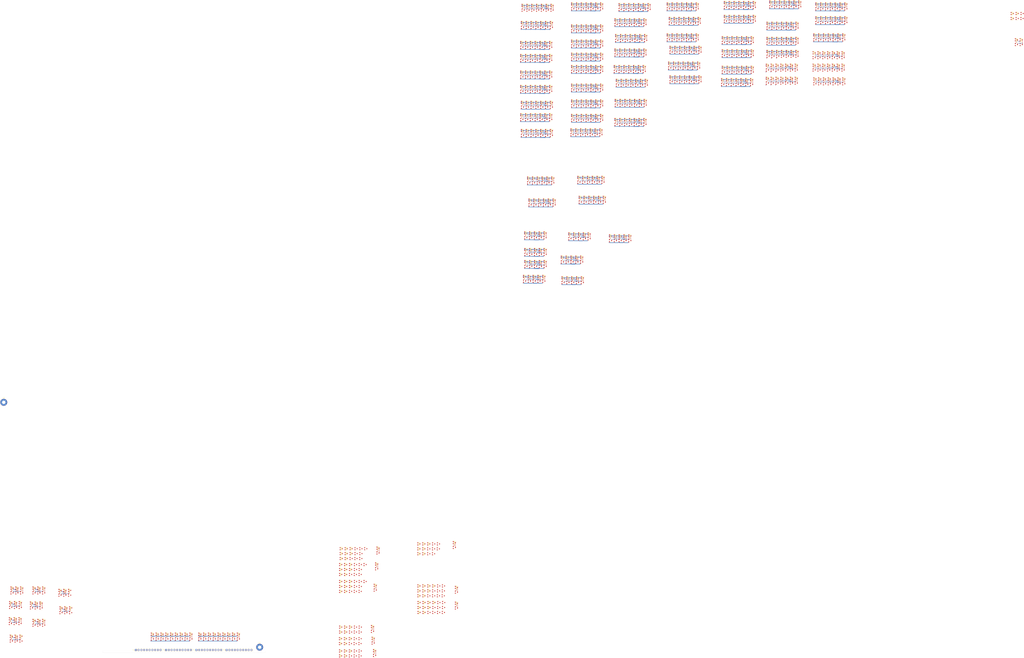
<source format=kicad_pcb>
(kicad_pcb (version 20171130) (host pcbnew "(5.1.9)-1")
  (layers (0 F.Cu signal) (31 B.Cu signal) (34 B.Paste user) (35 F.Paste user) (36 B.SilkS user) (37 F.SilkS user) (38 B.Mask user) (39 F.Mask user) (44 Edge.Cuts user))
  (net 0 "")
  (net 1 GND)
  (net 2 +5V)
  (net 3 /Board_P1_8)
  (net 4 /Board_P1_7)
  (net 5 /Board_P1_6)
  (net 6 /Board_P1_5)
  (net 7 /Board_P1_4)
  (net 8 /Board_P1_3)
  (net 9 /Board_P1_2)
  (net 10 /Board_P1_1)
  (net 11 /Board_P1_0)
  (net 12 /Board_P2_8)
  (net 13 /Board_P2_7)
  (net 14 /Board_P2_6)
  (net 15 /Board_P2_5)
  (net 16 /Board_P2_4)
  (net 17 /Board_P2_3)
  (net 18 /Board_P2_2)
  (net 19 /Board_P2_1)
  (net 20 /Board_P2_0)
  (net 21 /Computer8)
  (net 22 /Computer7)
  (net 23 /Computer6)
  (net 24 /Computer5)
  (net 25 /Computer4)
  (net 26 /Computer3)
  (net 27 /Computer2)
  (net 28 /Computer1)
  (net 29 /Computer0)
  (net 30 /Sheet6047D39E/OUT0)
  (net 31 /Sheet6047D39E/OUT1)
  (net 32 /Sheet6047D39E/OUT2)
  (net 33 /Sheet6047D39E/OUT3)
  (net 34 /Sheet6047D39E/OUT4)
  (net 35 /Sheet6047D39E/OUT5)
  (net 36 /Sheet6047D39E/OUT6)
  (net 37 /Sheet6047D39E/OUT7)
  (net 38 /Sheet6047D39E/OUT8)
  (net 39 /sheet60491C71/OUT0)
  (net 40 /sheet60491C71/OUT1)
  (net 41 /sheet60491C71/OUT2)
  (net 42 /sheet60491C71/OUT3)
  (net 43 /sheet60491C71/OUT4)
  (net 44 /sheet60491C71/OUT5)
  (net 45 /sheet60491C71/OUT6)
  (net 46 /sheet60491C71/OUT7)
  (net 47 /sheet60491C71/OUT8)
  (net 48 /Sheet6049469B/Q0)
  (net 49 /Sheet6049469B/Sheet60506E58/sheet5E562435/A)
  (net 50 "Net-(Q40-Pad3)")
  (net 51 /Sheet6049469B/Q1)
  (net 52 /Sheet6049469B/sheet605078C4/sheet5E562435/A)
  (net 53 "Net-(Q46-Pad3)")
  (net 54 /Sheet6049469B/Q2)
  (net 55 /Sheet6049469B/sheet60508995/sheet5E562435/A)
  (net 56 "Net-(Q52-Pad3)")
  (net 57 /Sheet6049469B/Q3)
  (net 58 /Sheet6049469B/sheet60508996/sheet5E562435/A)
  (net 59 "Net-(Q58-Pad3)")
  (net 60 /Sheet6049469B/Q4)
  (net 61 /Sheet6049469B/sheet60509B33/sheet5E562435/A)
  (net 62 "Net-(Q64-Pad3)")
  (net 63 /Sheet6049469B/Q5)
  (net 64 /Sheet6049469B/sheet60509B34/sheet5E562435/A)
  (net 65 "Net-(Q70-Pad3)")
  (net 66 /Sheet6049469B/Q6)
  (net 67 /Sheet6049469B/sheet60509B35/sheet5E562435/A)
  (net 68 "Net-(Q76-Pad3)")
  (net 69 /Sheet6049469B/Q7)
  (net 70 /Sheet6049469B/sheet60509B36/sheet5E562435/A)
  (net 71 "Net-(Q82-Pad3)")
  (net 72 /Sheet6049469B/Q8)
  (net 73 /Sheet6049469B/sheet6050A891/sheet5E562435/A)
  (net 74 "Net-(Q88-Pad3)")
  (net 75 /sheet60E1B2DC/sheet60D63D17/A)
  (net 76 /M5_E)
  (net 77 "Net-(Q92-Pad3)")
  (net 78 /M5_M)
  (net 79 "Net-(Q93-Pad3)")
  (net 80 /M5_F)
  (net 81 /M5_B)
  (net 82 "Net-(Q96-Pad3)")
  (net 83 "Net-(Q97-Pad3)")
  (net 84 /M5_A)
  (net 85 "Net-(Q103-Pad3)")
  (net 86 /M6_L)
  (net 87 "Net-(Q104-Pad3)")
  (net 88 /M6_K)
  (net 89 /sheet60E2C560/sheet60D63D17/A)
  (net 90 /M6_H)
  (net 91 /M6_D)
  (net 92 "Net-(Q107-Pad3)")
  (net 93 "Net-(Q108-Pad3)")
  (net 94 /M6_F)
  (net 95 "Net-(Q109-Pad3)")
  (net 96 /M6_E)
  (net 97 /M6_B)
  (net 98 "Net-(Q113-Pad3)")
  (net 99 "Net-(Q114-Pad3)")
  (net 100 /M6_A)
  (net 101 /sheet60E0A4D6/sheet60D63D17/A)
  (net 102 "Net-(Q123-Pad3)")
  (net 103 /M4_I)
  (net 104 "Net-(Q124-Pad3)")
  (net 105 /M4_H)
  (net 106 "Net-(Q125-Pad3)")
  (net 107 /M4_G)
  (net 108 /M4_F)
  (net 109 /M4_C)
  (net 110 "Net-(Q129-Pad3)")
  (net 111 "Net-(Q130-Pad3)")
  (net 112 /M4_E)
  (net 113 "Net-(Q131-Pad3)")
  (net 114 /M4_D)
  (net 115 /M4_B)
  (net 116 "Net-(Q135-Pad3)")
  (net 117 "Net-(Q136-Pad3)")
  (net 118 /M4_A)
  (net 119 /sheet60DF89F7/sheet60D63D17/A)
  (net 120 /M3_E)
  (net 121 "Net-(Q142-Pad3)")
  (net 122 /M3_M)
  (net 123 "Net-(Q143-Pad3)")
  (net 124 /M3_F)
  (net 125 /M3_B)
  (net 126 "Net-(Q146-Pad3)")
  (net 127 "Net-(Q147-Pad3)")
  (net 128 /M3_A)
  (net 129 "Net-(Q153-Pad3)")
  (net 130 /M2_L)
  (net 131 "Net-(Q154-Pad3)")
  (net 132 /M2_K)
  (net 133 /sheet60DD6E3C/sheet60D63D17/A)
  (net 134 /M2_H)
  (net 135 /M2_D)
  (net 136 "Net-(Q157-Pad3)")
  (net 137 "Net-(Q158-Pad3)")
  (net 138 /M2_F)
  (net 139 "Net-(Q159-Pad3)")
  (net 140 /M2_E)
  (net 141 /M2_B)
  (net 142 "Net-(Q163-Pad3)")
  (net 143 "Net-(Q164-Pad3)")
  (net 144 /M2_A)
  (net 145 "Net-(Q171-Pad3)")
  (net 146 /M7_M)
  (net 147 /sheet60D98711/sheet60D63D17/A)
  (net 148 /M7_J)
  (net 149 /M7_E)
  (net 150 "Net-(Q174-Pad3)")
  (net 151 "Net-(Q175-Pad3)")
  (net 152 /M7_I)
  (net 153 "Net-(Q176-Pad3)")
  (net 154 /M7_F)
  (net 155 /M7_B)
  (net 156 "Net-(Q179-Pad3)")
  (net 157 "Net-(Q180-Pad3)")
  (net 158 /M7_A)
  (net 159 /sheet60D7BB73/sheet60D63D17/A)
  (net 160 /M1_E)
  (net 161 "Net-(Q188-Pad3)")
  (net 162 /M1_M)
  (net 163 "Net-(Q189-Pad3)")
  (net 164 /M1_F)
  (net 165 /M1_B)
  (net 166 "Net-(Q192-Pad3)")
  (net 167 "Net-(Q193-Pad3)")
  (net 168 /M1_A)
  (net 169 /sheet60D69699/sheet60D63D17/A)
  (net 170 "Net-(Q201-Pad3)")
  (net 171 /M8_L)
  (net 172 "Net-(Q202-Pad3)")
  (net 173 /M8_K)
  (net 174 "Net-(Q203-Pad3)")
  (net 175 /M8_I)
  (net 176 /M8_G)
  (net 177 /M8_C)
  (net 178 "Net-(Q207-Pad3)")
  (net 179 "Net-(Q208-Pad3)")
  (net 180 /M8_F)
  (net 181 "Net-(Q209-Pad3)")
  (net 182 /M8_E)
  (net 183 /M8_B)
  (net 184 "Net-(Q213-Pad3)")
  (net 185 "Net-(Q214-Pad3)")
  (net 186 /M8_A)
  (net 187 "Net-(Q219-Pad3)")
  (net 188 /M0_L)
  (net 189 "Net-(Q220-Pad3)")
  (net 190 /M0_K)
  (net 191 /Sheet60D62401/sheet60D63D17/A)
  (net 192 /M0_G)
  (net 193 /M0_C)
  (net 194 "Net-(Q223-Pad3)")
  (net 195 "Net-(Q224-Pad3)")
  (net 196 /M0_F)
  (net 197 "Net-(Q225-Pad3)")
  (net 198 /M0_E)
  (net 199 /M0_B)
  (net 200 "Net-(Q229-Pad3)")
  (net 201 "Net-(Q230-Pad3)")
  (net 202 /M0_A)
  (net 203 /sheet60779195/sheet6077F4BF/sheet6054A98B/sheet5E562435/A)
  (net 204 "Net-(Q240-Pad3)")
  (net 205 "Net-(Q245-Pad3)")
  (net 206 "Net-(Q246-Pad3)")
  (net 207 /sheet60779195/sheet60781390/sheet6054A98B/sheet5E562435/A)
  (net 208 "Net-(Q252-Pad3)")
  (net 209 /sheet60779195/Inhib)
  (net 210 "Net-(Q257-Pad3)")
  (net 211 "Net-(Q258-Pad3)")
  (net 212 /sheet60779195/sheet60781DDC/sheet6054A98B/sheet5E562435/A)
  (net 213 "Net-(Q264-Pad3)")
  (net 214 "Net-(Q269-Pad3)")
  (net 215 "Net-(Q270-Pad3)")
  (net 216 /sheet60779195/sheet60782894/sheet6054A98B/sheet5E562435/A)
  (net 217 "Net-(Q276-Pad3)")
  (net 218 "Net-(Q281-Pad3)")
  (net 219 "Net-(Q282-Pad3)")
  (net 220 /sheet6079A94F/sheet607A3999/sheet6054A98B/sheet5E562435/A)
  (net 221 "Net-(Q288-Pad3)")
  (net 222 "Net-(Q292-Pad3)")
  (net 223 /sheet6079A94F/sheet607A6A47/sheet6054A98B/sheet5E562435/A)
  (net 224 "Net-(Q298-Pad3)")
  (net 225 "Net-(Q302-Pad3)")
  (net 226 /sheet607BECBB/Inhib)
  (net 227 /sheet6079A94F/sheet607A7A7B/sheet6054A98B/sheet5E562435/A)
  (net 228 "Net-(Q308-Pad3)")
  (net 229 "Net-(Q312-Pad3)")
  (net 230 /sheet6079A94F/sheet607A4A2C/sheet6054A98B/sheet5E562435/A)
  (net 231 "Net-(Q318-Pad3)")
  (net 232 "Net-(Q322-Pad3)")
  (net 233 /sheet607BECBB/sheet607A3999/sheet6054A98B/sheet5E562435/A)
  (net 234 "Net-(Q328-Pad3)")
  (net 235 "Net-(Q332-Pad3)")
  (net 236 /sheet607BECBB/sheet6087B8C1/A)
  (net 237 /sheet607BECBB/sheet607A6A47/sheet6054A98B/sheet5E562435/A)
  (net 238 "Net-(Q338-Pad3)")
  (net 239 "Net-(Q342-Pad3)")
  (net 240 /sheet607BECBB/sheet607A4A2C/sheet6054A98B/sheet5E562435/A)
  (net 241 "Net-(Q348-Pad3)")
  (net 242 "Net-(Q352-Pad3)")
  (net 243 "Net-(Q356-Pad3)")
  (net 244 "Net-(Q361-Pad3)")
  (net 245 "Net-(Q362-Pad3)")
  (net 246 "Net-(Q363-Pad3)")
  (net 247 "Net-(Q370-Pad3)")
  (net 248 "Net-(Q375-Pad3)")
  (net 249 "Net-(Q376-Pad3)")
  (net 250 "Net-(Q377-Pad3)")
  (net 251 "Net-(Q384-Pad3)")
  (net 252 "Net-(Q389-Pad3)")
  (net 253 "Net-(Q390-Pad3)")
  (net 254 "Net-(Q391-Pad3)")
  (net 255 "Net-(Q398-Pad3)")
  (net 256 /sheet6073F2C8/sheet60758AB2/sheet6054A98B/sheet5E562435/A)
  (net 257 "Net-(Q404-Pad3)")
  (net 258 "Net-(Q408-Pad3)")
  (net 259 "Net-(Q413-Pad3)")
  (net 260 "Net-(Q414-Pad3)")
  (net 261 "Net-(Q415-Pad3)")
  (net 262 "Net-(Q422-Pad3)")
  (net 263 "Net-(Q427-Pad3)")
  (net 264 "Net-(Q428-Pad3)")
  (net 265 "Net-(Q429-Pad3)")
  (net 266 "Net-(Q436-Pad3)")
  (net 267 "Net-(Q441-Pad3)")
  (net 268 "Net-(Q442-Pad3)")
  (net 269 "Net-(Q443-Pad3)")
  (net 270 "Net-(Q450-Pad3)")
  (net 271 "Net-(Q455-Pad3)")
  (net 272 "Net-(Q456-Pad3)")
  (net 273 "Net-(Q457-Pad3)")
  (net 274 "Net-(Q464-Pad3)")
  (net 275 "Net-(Q469-Pad3)")
  (net 276 "Net-(Q470-Pad3)")
  (net 277 "Net-(Q471-Pad3)")
  (net 278 "Net-(Q478-Pad3)")
  (net 279 "Net-(Q483-Pad3)")
  (net 280 "Net-(Q484-Pad3)")
  (net 281 "Net-(Q485-Pad3)")
  (net 282 "Net-(Q492-Pad3)")
  (net 283 "Net-(Q497-Pad3)")
  (net 284 "Net-(Q498-Pad3)")
  (net 285 "Net-(Q499-Pad3)")
  (net 286 /sheet604A8195/sheet6057F84C/Block)
  (net 287 /sheet604A8195/sheet6057F84C/sheet6054A98B/sheet5E562435/A)
  (net 288 "Net-(Q506-Pad3)")
  (net 289 "Net-(Q511-Pad3)")
  (net 290 "Net-(Q512-Pad3)")
  (net 291 "Net-(Q513-Pad3)")
  (net 292 /sheet604A8195/sheet6057F84E/Block)
  (net 293 /sheet604A8195/sheet6057F84E/sheet6054A98B/sheet5E562435/A)
  (net 294 "Net-(Q520-Pad3)")
  (net 295 "Net-(Q525-Pad3)")
  (net 296 "Net-(Q526-Pad3)")
  (net 297 "Net-(Q527-Pad3)")
  (net 298 /sheet604A8195/sheet6057F84F/Block)
  (net 299 /sheet604A8195/sheet6057F84F/sheet6054A98B/sheet5E562435/A)
  (net 300 "Net-(Q534-Pad3)")
  (net 301 "Net-(Q539-Pad3)")
  (net 302 "Net-(Q540-Pad3)")
  (net 303 "Net-(Q541-Pad3)")
  (net 304 /sheet604A8195/sheet6057F850/Block)
  (net 305 /sheet604A8195/sheet6057F850/sheet6054A98B/sheet5E562435/A)
  (net 306 "Net-(Q548-Pad3)")
  (net 307 "Net-(Q553-Pad3)")
  (net 308 "Net-(Q554-Pad3)")
  (net 309 "Net-(Q555-Pad3)")
  (net 310 /sheet604A8195/sheet6057F851/Block)
  (net 311 /sheet604A8195/sheet6057F851/sheet6054A98B/sheet5E562435/A)
  (net 312 "Net-(Q562-Pad3)")
  (net 313 "Net-(Q567-Pad3)")
  (net 314 "Net-(Q568-Pad3)")
  (net 315 "Net-(Q569-Pad3)")
  (net 316 /sheet604A8195/sheet6057F852/Block)
  (net 317 /sheet604A8195/sheet6057F852/sheet6054A98B/sheet5E562435/A)
  (net 318 "Net-(Q576-Pad3)")
  (net 319 "Net-(Q581-Pad3)")
  (net 320 "Net-(Q582-Pad3)")
  (net 321 "Net-(Q583-Pad3)")
  (net 322 /sheet604A8195/sheet6057F853/Block)
  (net 323 /sheet604A8195/sheet6057F853/sheet6054A98B/sheet5E562435/A)
  (net 324 "Net-(Q590-Pad3)")
  (net 325 "Net-(Q595-Pad3)")
  (net 326 "Net-(Q596-Pad3)")
  (net 327 "Net-(Q597-Pad3)")
  (net 328 /sheet604A8195/sheet6057F854/Block)
  (net 329 /sheet604A8195/sheet6057F854/sheet6054A98B/sheet5E562435/A)
  (net 330 "Net-(Q604-Pad3)")
  (net 331 "Net-(Q609-Pad3)")
  (net 332 "Net-(Q610-Pad3)")
  (net 333 "Net-(Q611-Pad3)")
  (net 334 /sheet604A8195/sheet605862BA/Block)
  (net 335 /sheet604A8195/sheet605862BA/sheet6054A98B/sheet5E562435/A)
  (net 336 "Net-(Q618-Pad3)")
  (net 337 "Net-(Q623-Pad3)")
  (net 338 "Net-(Q624-Pad3)")
  (net 339 "Net-(Q625-Pad3)")
  (net 340 "Net-(Q632-Pad3)")
  (net 341 "Net-(Q637-Pad3)")
  (net 342 "Net-(Q638-Pad3)")
  (net 343 "Net-(Q639-Pad3)")
  (net 344 "Net-(Q646-Pad3)")
  (net 345 "Net-(Q651-Pad3)")
  (net 346 "Net-(Q652-Pad3)")
  (net 347 "Net-(Q653-Pad3)")
  (net 348 "Net-(Q660-Pad3)")
  (net 349 "Net-(Q665-Pad3)")
  (net 350 "Net-(Q666-Pad3)")
  (net 351 "Net-(Q667-Pad3)")
  (net 352 "Net-(Q674-Pad3)")
  (net 353 "Net-(Q679-Pad3)")
  (net 354 "Net-(Q680-Pad3)")
  (net 355 "Net-(Q681-Pad3)")
  (net 356 "Net-(Q688-Pad3)")
  (net 357 "Net-(Q693-Pad3)")
  (net 358 "Net-(Q694-Pad3)")
  (net 359 "Net-(Q695-Pad3)")
  (net 360 "Net-(Q702-Pad3)")
  (net 361 "Net-(Q707-Pad3)")
  (net 362 "Net-(Q708-Pad3)")
  (net 363 "Net-(Q709-Pad3)")
  (net 364 "Net-(Q716-Pad3)")
  (net 365 "Net-(Q721-Pad3)")
  (net 366 "Net-(Q722-Pad3)")
  (net 367 "Net-(Q723-Pad3)")
  (net 368 "Net-(Q730-Pad3)")
  (net 369 "Net-(Q735-Pad3)")
  (net 370 "Net-(Q736-Pad3)")
  (net 371 "Net-(Q737-Pad3)")
  (net 372 "Net-(Q744-Pad3)")
  (net 373 "Net-(Q749-Pad3)")
  (net 374 "Net-(Q750-Pad3)")
  (net 375 "Net-(Q751-Pad3)")
  (net 376 "Net-(Q758-Pad3)")
  (net 377 "Net-(Q763-Pad3)")
  (net 378 "Net-(Q764-Pad3)")
  (net 379 "Net-(Q765-Pad3)")
  (net 380 "Net-(Q772-Pad3)")
  (net 381 "Net-(Q777-Pad3)")
  (net 382 "Net-(Q778-Pad3)")
  (net 383 "Net-(Q779-Pad3)")
  (net 384 "Net-(Q786-Pad3)")
  (net 385 "Net-(Q791-Pad3)")
  (net 386 "Net-(Q792-Pad3)")
  (net 387 "Net-(Q793-Pad3)")
  (net 388 "Net-(Q800-Pad3)")
  (net 389 "Net-(Q805-Pad3)")
  (net 390 "Net-(Q806-Pad3)")
  (net 391 "Net-(Q807-Pad3)")
  (net 392 "Net-(Q814-Pad3)")
  (net 393 "Net-(Q819-Pad3)")
  (net 394 "Net-(Q820-Pad3)")
  (net 395 "Net-(Q821-Pad3)")
  (net 396 "Net-(Q828-Pad3)")
  (net 397 "Net-(Q833-Pad3)")
  (net 398 "Net-(Q834-Pad3)")
  (net 399 "Net-(Q835-Pad3)")
  (net 400 "Net-(Q842-Pad3)")
  (net 401 "Net-(Q847-Pad3)")
  (net 402 "Net-(Q848-Pad3)")
  (net 403 "Net-(Q849-Pad3)")
  (net 404 "Net-(Q856-Pad3)")
  (net 405 "Net-(Q861-Pad3)")
  (net 406 "Net-(Q862-Pad3)")
  (net 407 "Net-(Q863-Pad3)")
  (net 408 "Net-(Q870-Pad3)")
  (net 409 "Net-(Q875-Pad3)")
  (net 410 "Net-(Q876-Pad3)")
  (net 411 "Net-(Q877-Pad3)")
  (net 412 "Net-(Q884-Pad3)")
  (net 413 "Net-(Q889-Pad3)")
  (net 414 "Net-(Q890-Pad3)")
  (net 415 "Net-(Q891-Pad3)")
  (net 416 "Net-(Q898-Pad3)")
  (net 417 "Net-(Q903-Pad3)")
  (net 418 "Net-(Q904-Pad3)")
  (net 419 "Net-(Q905-Pad3)")
  (net 420 "Net-(Q912-Pad3)")
  (net 421 "Net-(Q917-Pad3)")
  (net 422 "Net-(Q918-Pad3)")
  (net 423 "Net-(Q919-Pad3)")
  (net 424 "Net-(Q926-Pad3)")
  (net 425 "Net-(Q931-Pad3)")
  (net 426 "Net-(Q932-Pad3)")
  (net 427 "Net-(Q933-Pad3)")
  (net 428 "Net-(Q940-Pad3)")
  (net 429 "Net-(Q945-Pad3)")
  (net 430 "Net-(Q946-Pad3)")
  (net 431 "Net-(Q947-Pad3)")
  (net 432 "Net-(Q954-Pad3)")
  (net 433 "Net-(Q959-Pad3)")
  (net 434 "Net-(Q960-Pad3)")
  (net 435 "Net-(Q961-Pad3)")
  (net 436 /Sheet60494411/Sheet604ADE57/sheet6054A98B/sheet5E562435/A)
  (net 437 "Net-(Q968-Pad3)")
  (net 438 "Net-(Q973-Pad3)")
  (net 439 "Net-(Q974-Pad3)")
  (net 440 "Net-(Q979-Pad3)")
  (net 441 "Net-(Q980-Pad3)")
  (net 442 "Net-(Q981-Pad3)")
  (net 443 "Net-(Q988-Pad3)")
  (net 444 "Net-(Q993-Pad3)")
  (net 445 "Net-(Q994-Pad3)")
  (net 446 "Net-(Q995-Pad3)")
  (net 447 "Net-(Q1002-Pad3)")
  (net 448 "Net-(Q1007-Pad3)")
  (net 449 "Net-(Q1008-Pad3)")
  (net 450 "Net-(Q1009-Pad3)")
  (net 451 "Net-(Q1016-Pad3)")
  (net 452 "Net-(Q1021-Pad3)")
  (net 453 "Net-(Q1022-Pad3)")
  (net 454 "Net-(Q1023-Pad3)")
  (net 455 "Net-(Q1030-Pad3)")
  (net 456 "Net-(Q1035-Pad3)")
  (net 457 "Net-(Q1036-Pad3)")
  (net 458 "Net-(Q1037-Pad3)")
  (net 459 "Net-(Q1044-Pad3)")
  (net 460 "Net-(Q1049-Pad3)")
  (net 461 "Net-(Q1050-Pad3)")
  (net 462 "Net-(Q1051-Pad3)")
  (net 463 "Net-(Q1058-Pad3)")
  (net 464 "Net-(Q1063-Pad3)")
  (net 465 "Net-(Q1064-Pad3)")
  (net 466 "Net-(Q1065-Pad3)")
  (net 467 "Net-(Q1072-Pad3)")
  (net 468 /sheet6079A94F/Inhib)
  (net 469 /sheet60779195/sheet6077F4BF/Block)
  (net 470 /sheet60779195/sheet60781DDC/Block)
  (net 471 /sheet60779195/sheet60782894/Block)
  (net 472 /sheet6079A94F/sheet607A6A47/Block)
  (net 473 /sheet6079A94F/sheet607A7A7B/Block)
  (net 474 /sheet6079A94F/sheet607A4A2C/Block)
  (net 475 /sheet607BECBB/sheet607A4A2C/Block)
  (net 476 /sheet607BECBB/sheet607A6A47/Block)
  (net 477 /sheet6073F2C8/Inhib)
  (net 478 /sheet6073F2C8/sheet606FFAAE/Block)
  (net 479 /sheet6073F2C8/sheet606FFAAD/sheet6054A98B/sheet5E562435/A)
  (net 480 /sheet6073F2C8/sheet606FFAAF/Block)
  (net 481 /sheet6073F2C8/sheet606FFAAE/sheet6054A98B/sheet5E562435/A)
  (net 482 /sheet6073F2C8/sheet60758AB2/Block)
  (net 483 /sheet6073F2C8/sheet606FFAAF/sheet6054A98B/sheet5E562435/A)
  (net 484 /sheet606933A1/Inhib)
  (net 485 /sheet606933A1/sheet606F7BEB/Block)
  (net 486 /sheet606933A1/sheet606F7BEA/sheet6054A98B/sheet5E562435/A)
  (net 487 /sheet606933A1/sheet606F7BEC/Block)
  (net 488 /sheet606933A1/sheet606F7BEB/sheet6054A98B/sheet5E562435/A)
  (net 489 /sheet606933A1/sheet606FA47B/Block)
  (net 490 /sheet606933A1/sheet606F7BEC/sheet6054A98B/sheet5E562435/A)
  (net 491 /sheet606933A1/sheet606FA47C/Block)
  (net 492 /sheet606933A1/sheet606FA47B/sheet6054A98B/sheet5E562435/A)
  (net 493 /sheet606933A1/sheet606FA47D/Block)
  (net 494 /sheet606933A1/sheet606FA47C/sheet6054A98B/sheet5E562435/A)
  (net 495 /sheet606933A1/sheet606FA47D/sheet6054A98B/sheet5E562435/A)
  (net 496 /sheet604A8195/sheet6057F84C/Block_Out)
  (net 497 /sheet604A8195/sheet6057F84E/Block_Out)
  (net 498 /sheet604A8195/sheet6057F84F/Block_Out)
  (net 499 /sheet604A8195/sheet6057F850/Block_Out)
  (net 500 /sheet604A8195/sheet6057F851/Block_Out)
  (net 501 /sheet604A8195/sheet6057F852/Block_Out)
  (net 502 /sheet604A8195/sheet6057F853/Block_Out)
  (net 503 /sheet604A8195/sheet6057F854/Block_Out)
  (net 504 /sheet604A8195/sheet605862BA/Block_Out)
  (net 505 /sheet606A7B7E/Inhib)
  (net 506 /sheet606A7B7E/sheet606E673A/Block)
  (net 507 /sheet606A7B7E/sheet606E6739/sheet6054A98B/sheet5E562435/A)
  (net 508 /sheet606A7B7E/sheet606E673B/Block)
  (net 509 /sheet606A7B7E/sheet606E673A/sheet6054A98B/sheet5E562435/A)
  (net 510 /sheet606A7B7E/sheet606E673C/Block)
  (net 511 /sheet606A7B7E/sheet606E673B/sheet6054A98B/sheet5E562435/A)
  (net 512 /sheet606A7B7E/sheet606E673D/Block)
  (net 513 /sheet606A7B7E/sheet606E673C/sheet6054A98B/sheet5E562435/A)
  (net 514 /sheet606A7B7E/sheet606E673E/Block)
  (net 515 /sheet606A7B7E/sheet606E673D/sheet6054A98B/sheet5E562435/A)
  (net 516 /sheet606A7B7E/sheet606EA29D/Block)
  (net 517 /sheet606A7B7E/sheet606E673E/sheet6054A98B/sheet5E562435/A)
  (net 518 /sheet606A7B7E/sheet606EA29E/Block)
  (net 519 /sheet606A7B7E/sheet606EA29D/sheet6054A98B/sheet5E562435/A)
  (net 520 /sheet606A7B7E/sheet606EA29F/Block)
  (net 521 /sheet606A7B7E/sheet606EA29E/sheet6054A98B/sheet5E562435/A)
  (net 522 /sheet604A8195/Inhib)
  (net 523 /sheet606A7B7E/sheet606EA29F/sheet6054A98B/sheet5E562435/A)
  (net 524 /sheet6058F8AB/Inhib)
  (net 525 /sheet6058F8AB/sheet606D52B8/Block)
  (net 526 /sheet6058F8AB/sheet606D52B7/sheet6054A98B/sheet5E562435/A)
  (net 527 /sheet6058F8AB/sheet606D52B9/Block)
  (net 528 /sheet6058F8AB/sheet606D52B8/sheet6054A98B/sheet5E562435/A)
  (net 529 /sheet6058F8AB/sheet606D52BA/Block)
  (net 530 /sheet6058F8AB/sheet606D52B9/sheet6054A98B/sheet5E562435/A)
  (net 531 /sheet6058F8AB/sheet606D52BB/Block)
  (net 532 /sheet6058F8AB/sheet606D52BA/sheet6054A98B/sheet5E562435/A)
  (net 533 /sheet6058F8AB/sheet606D52BC/Block)
  (net 534 /sheet6058F8AB/sheet606D52BB/sheet6054A98B/sheet5E562435/A)
  (net 535 /sheet6058F8AB/sheet606D52BC/sheet6054A98B/sheet5E562435/A)
  (net 536 /sheet6055E6A3/Inhib)
  (net 537 /sheet6055E6A3/sheet60719C5E/Block)
  (net 538 /sheet6055E6A3/sheet60719C5D/sheet6054A98B/sheet5E562435/A)
  (net 539 /sheet6055E6A3/sheet60719C5F/Block)
  (net 540 /sheet6055E6A3/sheet60719C5E/sheet6054A98B/sheet5E562435/A)
  (net 541 /sheet6055E6A3/sheet6071E22D/Block)
  (net 542 /sheet6055E6A3/sheet60719C5F/sheet6054A98B/sheet5E562435/A)
  (net 543 /sheet6055E6A3/sheet6071E22E/Block)
  (net 544 /sheet6055E6A3/sheet6071E22D/sheet6054A98B/sheet5E562435/A)
  (net 545 /sheet6055E6A3/sheet6071E22F/Block)
  (net 546 /sheet6055E6A3/sheet6071E22E/sheet6054A98B/sheet5E562435/A)
  (net 547 /sheet6055E6A3/sheet606C7A55/Block)
  (net 548 /sheet6055E6A3/sheet6071E22F/sheet6054A98B/sheet5E562435/A)
  (net 549 /sheet6055E6A3/sheet606C7A56/Block)
  (net 550 /sheet6055E6A3/sheet606C7A55/sheet6054A98B/sheet5E562435/A)
  (net 551 /sheet6055E6A3/sheet606C7A57/Block)
  (net 552 /sheet6055E6A3/sheet606C7A56/sheet6054A98B/sheet5E562435/A)
  (net 553 /sheet6055E6A3/sheet606C7A57/sheet6054A98B/sheet5E562435/A)
  (net 554 /Sheet60494411/sheet606FAE28/Block)
  (net 555 /Sheet60494411/sheet606FDE93/Block)
  (net 556 /Sheet60494411/sheet606FAE28/sheet6054A98B/sheet5E562435/A)
  (net 557 /Sheet60494411/sheet60700FC2/Block)
  (net 558 /Sheet60494411/sheet606FDE93/sheet6054A98B/sheet5E562435/A)
  (net 559 /Sheet60494411/sheet60703EAC/Block)
  (net 560 /Sheet60494411/sheet60700FC2/sheet6054A98B/sheet5E562435/A)
  (net 561 /Sheet60494411/sheet60707A9A/Block)
  (net 562 /Sheet60494411/sheet60703EAC/sheet6054A98B/sheet5E562435/A)
  (net 563 /Sheet60494411/sheet60707A9B/Block)
  (net 564 /Sheet60494411/sheet60707A9A/sheet6054A98B/sheet5E562435/A)
  (net 565 /Sheet60494411/sheet60707A9C/Block)
  (net 566 /Sheet60494411/sheet60707A9B/sheet6054A98B/sheet5E562435/A)
  (net 567 /Sheet60494411/sheet60707A9C/sheet6054A98B/sheet5E562435/A)
  (module LogicQ:SOT-23-N (layer F.Cu) (at 515.88 -312.315)
    (fp_text reference Q910 hide)
    (fp_text value 2N7002)
    (pad 3 smd rect (at 1 0) (size 0.9 0.8) (layers F.Cu F.Paste F.Mask) (net 547 /sheet6055E6A3/sheet606C7A55/Block))
    (pad 2 smd rect (at -1 0.95) (size 0.9 0.8) (layers F.Cu F.Paste F.Mask) (net 1 GND))
    (pad 1 smd rect (at -1 -0.95) (size 0.9 0.8) (layers F.Cu F.Paste F.Mask) (net 548 /sheet6055E6A3/sheet6071E22F/sheet6054A98B/sheet5E562435/A))
  )
  (module LogicQ:SOT-23-P (layer F.Cu) (at 515.88 -316.76)
    (fp_text reference Q909 hide)
    (fp_text value BSS84)
    (pad 3 smd rect (at 1 0) (size 0.9 0.8) (layers F.Cu F.Paste F.Mask) (net 547 /sheet6055E6A3/sheet606C7A55/Block))
    (pad 2 smd rect (at -1 0.95) (size 0.9 0.8) (layers F.Cu F.Paste F.Mask) (net 2 +5V))
    (pad 1 smd rect (at -1 -0.95) (size 0.9 0.8) (layers F.Cu F.Paste F.Mask) (net 548 /sheet6055E6A3/sheet6071E22F/sheet6054A98B/sheet5E562435/A))
  )
  (module LogicQ:SOT-23-N (layer F.Cu) (at 475.615 -311.785)
    (fp_text reference Q1056 hide)
    (fp_text value 2N7002)
    (pad 3 smd rect (at 1 0) (size 0.9 0.8) (layers F.Cu F.Paste F.Mask) (net 565 /Sheet60494411/sheet60707A9C/Block))
    (pad 2 smd rect (at -1 0.95) (size 0.9 0.8) (layers F.Cu F.Paste F.Mask) (net 1 GND))
    (pad 1 smd rect (at -1 -0.95) (size 0.9 0.8) (layers F.Cu F.Paste F.Mask) (net 566 /Sheet60494411/sheet60707A9B/sheet6054A98B/sheet5E562435/A))
  )
  (module LogicQ:SOT-23-P (layer F.Cu) (at 475.615 -316.23)
    (fp_text reference Q1055 hide)
    (fp_text value BSS84)
    (pad 3 smd rect (at 1 0) (size 0.9 0.8) (layers F.Cu F.Paste F.Mask) (net 565 /Sheet60494411/sheet60707A9C/Block))
    (pad 2 smd rect (at -1 0.95) (size 0.9 0.8) (layers F.Cu F.Paste F.Mask) (net 2 +5V))
    (pad 1 smd rect (at -1 -0.95) (size 0.9 0.8) (layers F.Cu F.Paste F.Mask) (net 566 /Sheet60494411/sheet60707A9B/sheet6054A98B/sheet5E562435/A))
  )
  (module LogicQ:SOT-23-P (layer F.Cu) (at 563.88 -377.19)
    (fp_text reference Q395 hide)
    (fp_text value BSS84)
    (pad 3 smd rect (at 1 0) (size 0.9 0.8) (layers F.Cu F.Paste F.Mask) (net 482 /sheet6073F2C8/sheet60758AB2/Block))
    (pad 2 smd rect (at -1 0.95) (size 0.9 0.8) (layers F.Cu F.Paste F.Mask) (net 2 +5V))
    (pad 1 smd rect (at -1 -0.95) (size 0.9 0.8) (layers F.Cu F.Paste F.Mask) (net 483 /sheet6073F2C8/sheet606FFAAF/sheet6054A98B/sheet5E562435/A))
  )
  (module LogicQ:SOT-23-N (layer F.Cu) (at 563.88 -372.745)
    (fp_text reference Q396 hide)
    (fp_text value 2N7002)
    (pad 3 smd rect (at 1 0) (size 0.9 0.8) (layers F.Cu F.Paste F.Mask) (net 482 /sheet6073F2C8/sheet60758AB2/Block))
    (pad 2 smd rect (at -1 0.95) (size 0.9 0.8) (layers F.Cu F.Paste F.Mask) (net 1 GND))
    (pad 1 smd rect (at -1 -0.95) (size 0.9 0.8) (layers F.Cu F.Paste F.Mask) (net 483 /sheet6073F2C8/sheet606FFAAF/sheet6054A98B/sheet5E562435/A))
  )
  (module LogicQ:SOT-23-N (layer F.Cu) (at 561.975 -361.315)
    (fp_text reference Q1074 hide)
    (fp_text value 2N7002)
    (pad 3 smd rect (at 1 0) (size 0.9 0.8) (layers F.Cu F.Paste F.Mask) (net 567 /Sheet60494411/sheet60707A9C/sheet6054A98B/sheet5E562435/A))
    (pad 2 smd rect (at -1 0.95) (size 0.9 0.8) (layers F.Cu F.Paste F.Mask) (net 1 GND))
    (pad 1 smd rect (at -1 -0.95) (size 0.9 0.8) (layers F.Cu F.Paste F.Mask) (net 565 /Sheet60494411/sheet60707A9C/Block))
  )
  (module LogicQ:SOT-23-P (layer F.Cu) (at 561.975 -365.76)
    (fp_text reference Q1073 hide)
    (fp_text value BSS84)
    (pad 3 smd rect (at 1 0) (size 0.9 0.8) (layers F.Cu F.Paste F.Mask) (net 567 /Sheet60494411/sheet60707A9C/sheet6054A98B/sheet5E562435/A))
    (pad 2 smd rect (at -1 0.95) (size 0.9 0.8) (layers F.Cu F.Paste F.Mask) (net 467 "Net-(Q1072-Pad3)"))
    (pad 1 smd rect (at -1 -0.95) (size 0.9 0.8) (layers F.Cu F.Paste F.Mask) (net 565 /Sheet60494411/sheet60707A9C/Block))
  )
  (module LogicQ:SOT-23-P (layer F.Cu) (at 557.53 -365.76)
    (fp_text reference Q1072 hide)
    (fp_text value BSS84)
    (pad 3 smd rect (at 1 0) (size 0.9 0.8) (layers F.Cu F.Paste F.Mask) (net 467 "Net-(Q1072-Pad3)"))
    (pad 2 smd rect (at -1 0.95) (size 0.9 0.8) (layers F.Cu F.Paste F.Mask) (net 2 +5V))
    (pad 1 smd rect (at -1 -0.95) (size 0.9 0.8) (layers F.Cu F.Paste F.Mask) (net 186 /M8_A))
  )
  (module LogicQ:SOT-23-N (layer F.Cu) (at 557.53 -361.315)
    (fp_text reference Q1071 hide)
    (fp_text value 2N7002)
    (pad 3 smd rect (at 1 0) (size 0.9 0.8) (layers F.Cu F.Paste F.Mask) (net 567 /Sheet60494411/sheet60707A9C/sheet6054A98B/sheet5E562435/A))
    (pad 2 smd rect (at -1 0.95) (size 0.9 0.8) (layers F.Cu F.Paste F.Mask) (net 1 GND))
    (pad 1 smd rect (at -1 -0.95) (size 0.9 0.8) (layers F.Cu F.Paste F.Mask) (net 186 /M8_A))
  )
  (module LogicQ:SOT-23-N (layer F.Cu) (at 566.42 -361.315)
    (fp_text reference Q1070 hide)
    (fp_text value 2N7002)
    (pad 3 smd rect (at 1 0) (size 0.9 0.8) (layers F.Cu F.Paste F.Mask) (net 536 /sheet6055E6A3/Inhib))
    (pad 2 smd rect (at -1 0.95) (size 0.9 0.8) (layers F.Cu F.Paste F.Mask) (net 1 GND))
    (pad 1 smd rect (at -1 -0.95) (size 0.9 0.8) (layers F.Cu F.Paste F.Mask) (net 567 /Sheet60494411/sheet60707A9C/sheet6054A98B/sheet5E562435/A))
  )
  (module LogicQ:SOT-23-P (layer F.Cu) (at 566.42 -365.76)
    (fp_text reference Q1069 hide)
    (fp_text value BSS84)
    (pad 3 smd rect (at 1 0) (size 0.9 0.8) (layers F.Cu F.Paste F.Mask) (net 536 /sheet6055E6A3/Inhib))
    (pad 2 smd rect (at -1 0.95) (size 0.9 0.8) (layers F.Cu F.Paste F.Mask) (net 2 +5V))
    (pad 1 smd rect (at -1 -0.95) (size 0.9 0.8) (layers F.Cu F.Paste F.Mask) (net 567 /Sheet60494411/sheet60707A9C/sheet6054A98B/sheet5E562435/A))
  )
  (module LogicQ:SOT-23-N (layer F.Cu) (at 553.085 -361.315)
    (fp_text reference Q1068 hide)
    (fp_text value 2N7002)
    (pad 3 smd rect (at 1 0) (size 0.9 0.8) (layers F.Cu F.Paste F.Mask) (net 186 /M8_A))
    (pad 2 smd rect (at -1 0.95) (size 0.9 0.8) (layers F.Cu F.Paste F.Mask) (net 1 GND))
    (pad 1 smd rect (at -1 -0.95) (size 0.9 0.8) (layers F.Cu F.Paste F.Mask) (net 565 /Sheet60494411/sheet60707A9C/Block))
  )
  (module LogicQ:SOT-23-N (layer F.Cu) (at 548.64 -361.315)
    (fp_text reference Q1067 hide)
    (fp_text value 2N7002)
    (pad 3 smd rect (at 1 0) (size 0.9 0.8) (layers F.Cu F.Paste F.Mask) (net 186 /M8_A))
    (pad 2 smd rect (at -1 0.95) (size 0.9 0.8) (layers F.Cu F.Paste F.Mask) (net 1 GND))
    (pad 1 smd rect (at -1 -0.95) (size 0.9 0.8) (layers F.Cu F.Paste F.Mask) (net 72 /Sheet6049469B/Q8))
  )
  (module LogicQ:SOT-23-P (layer F.Cu) (at 553.085 -365.76)
    (fp_text reference Q1066 hide)
    (fp_text value BSS84)
    (pad 3 smd rect (at 1 0) (size 0.9 0.8) (layers F.Cu F.Paste F.Mask) (net 186 /M8_A))
    (pad 2 smd rect (at -1 0.95) (size 0.9 0.8) (layers F.Cu F.Paste F.Mask) (net 466 "Net-(Q1065-Pad3)"))
    (pad 1 smd rect (at -1 -0.95) (size 0.9 0.8) (layers F.Cu F.Paste F.Mask) (net 565 /Sheet60494411/sheet60707A9C/Block))
  )
  (module LogicQ:SOT-23-P (layer F.Cu) (at 548.64 -365.76)
    (fp_text reference Q1065 hide)
    (fp_text value BSS84)
    (pad 3 smd rect (at 1 0) (size 0.9 0.8) (layers F.Cu F.Paste F.Mask) (net 466 "Net-(Q1065-Pad3)"))
    (pad 2 smd rect (at -1 0.95) (size 0.9 0.8) (layers F.Cu F.Paste F.Mask) (net 465 "Net-(Q1064-Pad3)"))
    (pad 1 smd rect (at -1 -0.95) (size 0.9 0.8) (layers F.Cu F.Paste F.Mask) (net 72 /Sheet6049469B/Q8))
  )
  (module LogicQ:SOT-23-P (layer F.Cu) (at 544.195 -365.76)
    (fp_text reference Q1064 hide)
    (fp_text value BSS84)
    (pad 3 smd rect (at 1 0) (size 0.9 0.8) (layers F.Cu F.Paste F.Mask) (net 465 "Net-(Q1064-Pad3)"))
    (pad 2 smd rect (at -1 0.95) (size 0.9 0.8) (layers F.Cu F.Paste F.Mask) (net 464 "Net-(Q1063-Pad3)"))
    (pad 1 smd rect (at -1 -0.95) (size 0.9 0.8) (layers F.Cu F.Paste F.Mask) (net 46 /sheet60491C71/OUT7))
  )
  (module LogicQ:SOT-23-P (layer F.Cu) (at 539.75 -365.76)
    (fp_text reference Q1063 hide)
    (fp_text value BSS84)
    (pad 3 smd rect (at 1 0) (size 0.9 0.8) (layers F.Cu F.Paste F.Mask) (net 464 "Net-(Q1063-Pad3)"))
    (pad 2 smd rect (at -1 0.95) (size 0.9 0.8) (layers F.Cu F.Paste F.Mask) (net 2 +5V))
    (pad 1 smd rect (at -1 -0.95) (size 0.9 0.8) (layers F.Cu F.Paste F.Mask) (net 45 /sheet60491C71/OUT6))
  )
  (module LogicQ:SOT-23-N (layer F.Cu) (at 544.195 -361.315)
    (fp_text reference Q1062 hide)
    (fp_text value 2N7002)
    (pad 3 smd rect (at 1 0) (size 0.9 0.8) (layers F.Cu F.Paste F.Mask) (net 186 /M8_A))
    (pad 2 smd rect (at -1 0.95) (size 0.9 0.8) (layers F.Cu F.Paste F.Mask) (net 1 GND))
    (pad 1 smd rect (at -1 -0.95) (size 0.9 0.8) (layers F.Cu F.Paste F.Mask) (net 46 /sheet60491C71/OUT7))
  )
  (module LogicQ:SOT-23-N (layer F.Cu) (at 539.75 -361.315)
    (fp_text reference Q1061 hide)
    (fp_text value 2N7002)
    (pad 3 smd rect (at 1 0) (size 0.9 0.8) (layers F.Cu F.Paste F.Mask) (net 186 /M8_A))
    (pad 2 smd rect (at -1 0.95) (size 0.9 0.8) (layers F.Cu F.Paste F.Mask) (net 1 GND))
    (pad 1 smd rect (at -1 -0.95) (size 0.9 0.8) (layers F.Cu F.Paste F.Mask) (net 45 /sheet60491C71/OUT6))
  )
  (module LogicQ:SOT-23-N (layer F.Cu) (at 471.17 -311.785)
    (fp_text reference Q1060 hide)
    (fp_text value 2N7002)
    (pad 3 smd rect (at 1 0) (size 0.9 0.8) (layers F.Cu F.Paste F.Mask) (net 566 /Sheet60494411/sheet60707A9B/sheet6054A98B/sheet5E562435/A))
    (pad 2 smd rect (at -1 0.95) (size 0.9 0.8) (layers F.Cu F.Paste F.Mask) (net 1 GND))
    (pad 1 smd rect (at -1 -0.95) (size 0.9 0.8) (layers F.Cu F.Paste F.Mask) (net 563 /Sheet60494411/sheet60707A9B/Block))
  )
  (module LogicQ:SOT-23-P (layer F.Cu) (at 471.17 -316.23)
    (fp_text reference Q1059 hide)
    (fp_text value BSS84)
    (pad 3 smd rect (at 1 0) (size 0.9 0.8) (layers F.Cu F.Paste F.Mask) (net 566 /Sheet60494411/sheet60707A9B/sheet6054A98B/sheet5E562435/A))
    (pad 2 smd rect (at -1 0.95) (size 0.9 0.8) (layers F.Cu F.Paste F.Mask) (net 463 "Net-(Q1058-Pad3)"))
    (pad 1 smd rect (at -1 -0.95) (size 0.9 0.8) (layers F.Cu F.Paste F.Mask) (net 563 /Sheet60494411/sheet60707A9B/Block))
  )
  (module LogicQ:SOT-23-P (layer F.Cu) (at 466.725 -316.23)
    (fp_text reference Q1058 hide)
    (fp_text value BSS84)
    (pad 3 smd rect (at 1 0) (size 0.9 0.8) (layers F.Cu F.Paste F.Mask) (net 463 "Net-(Q1058-Pad3)"))
    (pad 2 smd rect (at -1 0.95) (size 0.9 0.8) (layers F.Cu F.Paste F.Mask) (net 2 +5V))
    (pad 1 smd rect (at -1 -0.95) (size 0.9 0.8) (layers F.Cu F.Paste F.Mask) (net 158 /M7_A))
  )
  (module LogicQ:SOT-23-N (layer F.Cu) (at 466.725 -311.785)
    (fp_text reference Q1057 hide)
    (fp_text value 2N7002)
    (pad 3 smd rect (at 1 0) (size 0.9 0.8) (layers F.Cu F.Paste F.Mask) (net 566 /Sheet60494411/sheet60707A9B/sheet6054A98B/sheet5E562435/A))
    (pad 2 smd rect (at -1 0.95) (size 0.9 0.8) (layers F.Cu F.Paste F.Mask) (net 1 GND))
    (pad 1 smd rect (at -1 -0.95) (size 0.9 0.8) (layers F.Cu F.Paste F.Mask) (net 158 /M7_A))
  )
  (module LogicQ:SOT-23-N (layer F.Cu) (at 462.28 -311.785)
    (fp_text reference Q1054 hide)
    (fp_text value 2N7002)
    (pad 3 smd rect (at 1 0) (size 0.9 0.8) (layers F.Cu F.Paste F.Mask) (net 158 /M7_A))
    (pad 2 smd rect (at -1 0.95) (size 0.9 0.8) (layers F.Cu F.Paste F.Mask) (net 1 GND))
    (pad 1 smd rect (at -1 -0.95) (size 0.9 0.8) (layers F.Cu F.Paste F.Mask) (net 563 /Sheet60494411/sheet60707A9B/Block))
  )
  (module LogicQ:SOT-23-N (layer F.Cu) (at 457.835 -311.785)
    (fp_text reference Q1053 hide)
    (fp_text value 2N7002)
    (pad 3 smd rect (at 1 0) (size 0.9 0.8) (layers F.Cu F.Paste F.Mask) (net 158 /M7_A))
    (pad 2 smd rect (at -1 0.95) (size 0.9 0.8) (layers F.Cu F.Paste F.Mask) (net 1 GND))
    (pad 1 smd rect (at -1 -0.95) (size 0.9 0.8) (layers F.Cu F.Paste F.Mask) (net 69 /Sheet6049469B/Q7))
  )
  (module LogicQ:SOT-23-P (layer F.Cu) (at 462.28 -316.23)
    (fp_text reference Q1052 hide)
    (fp_text value BSS84)
    (pad 3 smd rect (at 1 0) (size 0.9 0.8) (layers F.Cu F.Paste F.Mask) (net 158 /M7_A))
    (pad 2 smd rect (at -1 0.95) (size 0.9 0.8) (layers F.Cu F.Paste F.Mask) (net 462 "Net-(Q1051-Pad3)"))
    (pad 1 smd rect (at -1 -0.95) (size 0.9 0.8) (layers F.Cu F.Paste F.Mask) (net 563 /Sheet60494411/sheet60707A9B/Block))
  )
  (module LogicQ:SOT-23-P (layer F.Cu) (at 457.835 -316.23)
    (fp_text reference Q1051 hide)
    (fp_text value BSS84)
    (pad 3 smd rect (at 1 0) (size 0.9 0.8) (layers F.Cu F.Paste F.Mask) (net 462 "Net-(Q1051-Pad3)"))
    (pad 2 smd rect (at -1 0.95) (size 0.9 0.8) (layers F.Cu F.Paste F.Mask) (net 461 "Net-(Q1050-Pad3)"))
    (pad 1 smd rect (at -1 -0.95) (size 0.9 0.8) (layers F.Cu F.Paste F.Mask) (net 69 /Sheet6049469B/Q7))
  )
  (module LogicQ:SOT-23-P (layer F.Cu) (at 453.39 -316.23)
    (fp_text reference Q1050 hide)
    (fp_text value BSS84)
    (pad 3 smd rect (at 1 0) (size 0.9 0.8) (layers F.Cu F.Paste F.Mask) (net 461 "Net-(Q1050-Pad3)"))
    (pad 2 smd rect (at -1 0.95) (size 0.9 0.8) (layers F.Cu F.Paste F.Mask) (net 460 "Net-(Q1049-Pad3)"))
    (pad 1 smd rect (at -1 -0.95) (size 0.9 0.8) (layers F.Cu F.Paste F.Mask) (net 47 /sheet60491C71/OUT8))
  )
  (module LogicQ:SOT-23-P (layer F.Cu) (at 448.945 -316.23)
    (fp_text reference Q1049 hide)
    (fp_text value BSS84)
    (pad 3 smd rect (at 1 0) (size 0.9 0.8) (layers F.Cu F.Paste F.Mask) (net 460 "Net-(Q1049-Pad3)"))
    (pad 2 smd rect (at -1 0.95) (size 0.9 0.8) (layers F.Cu F.Paste F.Mask) (net 2 +5V))
    (pad 1 smd rect (at -1 -0.95) (size 0.9 0.8) (layers F.Cu F.Paste F.Mask) (net 45 /sheet60491C71/OUT6))
  )
  (module LogicQ:SOT-23-N (layer F.Cu) (at 453.39 -311.785)
    (fp_text reference Q1048 hide)
    (fp_text value 2N7002)
    (pad 3 smd rect (at 1 0) (size 0.9 0.8) (layers F.Cu F.Paste F.Mask) (net 158 /M7_A))
    (pad 2 smd rect (at -1 0.95) (size 0.9 0.8) (layers F.Cu F.Paste F.Mask) (net 1 GND))
    (pad 1 smd rect (at -1 -0.95) (size 0.9 0.8) (layers F.Cu F.Paste F.Mask) (net 47 /sheet60491C71/OUT8))
  )
  (module LogicQ:SOT-23-N (layer F.Cu) (at 448.945 -311.785)
    (fp_text reference Q1047 hide)
    (fp_text value 2N7002)
    (pad 3 smd rect (at 1 0) (size 0.9 0.8) (layers F.Cu F.Paste F.Mask) (net 158 /M7_A))
    (pad 2 smd rect (at -1 0.95) (size 0.9 0.8) (layers F.Cu F.Paste F.Mask) (net 1 GND))
    (pad 1 smd rect (at -1 -0.95) (size 0.9 0.8) (layers F.Cu F.Paste F.Mask) (net 45 /sheet60491C71/OUT6))
  )
  (module LogicQ:SOT-23-N (layer F.Cu) (at 424.815 -284.48)
    (fp_text reference Q1046 hide)
    (fp_text value 2N7002)
    (pad 3 smd rect (at 1 0) (size 0.9 0.8) (layers F.Cu F.Paste F.Mask) (net 564 /Sheet60494411/sheet60707A9A/sheet6054A98B/sheet5E562435/A))
    (pad 2 smd rect (at -1 0.95) (size 0.9 0.8) (layers F.Cu F.Paste F.Mask) (net 1 GND))
    (pad 1 smd rect (at -1 -0.95) (size 0.9 0.8) (layers F.Cu F.Paste F.Mask) (net 561 /Sheet60494411/sheet60707A9A/Block))
  )
  (module LogicQ:SOT-23-P (layer F.Cu) (at 424.815 -288.925)
    (fp_text reference Q1045 hide)
    (fp_text value BSS84)
    (pad 3 smd rect (at 1 0) (size 0.9 0.8) (layers F.Cu F.Paste F.Mask) (net 564 /Sheet60494411/sheet60707A9A/sheet6054A98B/sheet5E562435/A))
    (pad 2 smd rect (at -1 0.95) (size 0.9 0.8) (layers F.Cu F.Paste F.Mask) (net 459 "Net-(Q1044-Pad3)"))
    (pad 1 smd rect (at -1 -0.95) (size 0.9 0.8) (layers F.Cu F.Paste F.Mask) (net 561 /Sheet60494411/sheet60707A9A/Block))
  )
  (module LogicQ:SOT-23-P (layer F.Cu) (at 420.37 -288.925)
    (fp_text reference Q1044 hide)
    (fp_text value BSS84)
    (pad 3 smd rect (at 1 0) (size 0.9 0.8) (layers F.Cu F.Paste F.Mask) (net 459 "Net-(Q1044-Pad3)"))
    (pad 2 smd rect (at -1 0.95) (size 0.9 0.8) (layers F.Cu F.Paste F.Mask) (net 2 +5V))
    (pad 1 smd rect (at -1 -0.95) (size 0.9 0.8) (layers F.Cu F.Paste F.Mask) (net 100 /M6_A))
  )
  (module LogicQ:SOT-23-N (layer F.Cu) (at 420.37 -284.48)
    (fp_text reference Q1043 hide)
    (fp_text value 2N7002)
    (pad 3 smd rect (at 1 0) (size 0.9 0.8) (layers F.Cu F.Paste F.Mask) (net 564 /Sheet60494411/sheet60707A9A/sheet6054A98B/sheet5E562435/A))
    (pad 2 smd rect (at -1 0.95) (size 0.9 0.8) (layers F.Cu F.Paste F.Mask) (net 1 GND))
    (pad 1 smd rect (at -1 -0.95) (size 0.9 0.8) (layers F.Cu F.Paste F.Mask) (net 100 /M6_A))
  )
  (module LogicQ:SOT-23-N (layer F.Cu) (at 429.26 -284.48)
    (fp_text reference Q1042 hide)
    (fp_text value 2N7002)
    (pad 3 smd rect (at 1 0) (size 0.9 0.8) (layers F.Cu F.Paste F.Mask) (net 563 /Sheet60494411/sheet60707A9B/Block))
    (pad 2 smd rect (at -1 0.95) (size 0.9 0.8) (layers F.Cu F.Paste F.Mask) (net 1 GND))
    (pad 1 smd rect (at -1 -0.95) (size 0.9 0.8) (layers F.Cu F.Paste F.Mask) (net 564 /Sheet60494411/sheet60707A9A/sheet6054A98B/sheet5E562435/A))
  )
  (module LogicQ:SOT-23-P (layer F.Cu) (at 429.26 -288.925)
    (fp_text reference Q1041 hide)
    (fp_text value BSS84)
    (pad 3 smd rect (at 1 0) (size 0.9 0.8) (layers F.Cu F.Paste F.Mask) (net 563 /Sheet60494411/sheet60707A9B/Block))
    (pad 2 smd rect (at -1 0.95) (size 0.9 0.8) (layers F.Cu F.Paste F.Mask) (net 2 +5V))
    (pad 1 smd rect (at -1 -0.95) (size 0.9 0.8) (layers F.Cu F.Paste F.Mask) (net 564 /Sheet60494411/sheet60707A9A/sheet6054A98B/sheet5E562435/A))
  )
  (module LogicQ:SOT-23-N (layer F.Cu) (at 415.925 -284.48)
    (fp_text reference Q1040 hide)
    (fp_text value 2N7002)
    (pad 3 smd rect (at 1 0) (size 0.9 0.8) (layers F.Cu F.Paste F.Mask) (net 100 /M6_A))
    (pad 2 smd rect (at -1 0.95) (size 0.9 0.8) (layers F.Cu F.Paste F.Mask) (net 1 GND))
    (pad 1 smd rect (at -1 -0.95) (size 0.9 0.8) (layers F.Cu F.Paste F.Mask) (net 561 /Sheet60494411/sheet60707A9A/Block))
  )
  (module LogicQ:SOT-23-N (layer F.Cu) (at 411.48 -284.48)
    (fp_text reference Q1039 hide)
    (fp_text value 2N7002)
    (pad 3 smd rect (at 1 0) (size 0.9 0.8) (layers F.Cu F.Paste F.Mask) (net 100 /M6_A))
    (pad 2 smd rect (at -1 0.95) (size 0.9 0.8) (layers F.Cu F.Paste F.Mask) (net 1 GND))
    (pad 1 smd rect (at -1 -0.95) (size 0.9 0.8) (layers F.Cu F.Paste F.Mask) (net 66 /Sheet6049469B/Q6))
  )
  (module LogicQ:SOT-23-P (layer F.Cu) (at 415.925 -288.925)
    (fp_text reference Q1038 hide)
    (fp_text value BSS84)
    (pad 3 smd rect (at 1 0) (size 0.9 0.8) (layers F.Cu F.Paste F.Mask) (net 100 /M6_A))
    (pad 2 smd rect (at -1 0.95) (size 0.9 0.8) (layers F.Cu F.Paste F.Mask) (net 458 "Net-(Q1037-Pad3)"))
    (pad 1 smd rect (at -1 -0.95) (size 0.9 0.8) (layers F.Cu F.Paste F.Mask) (net 561 /Sheet60494411/sheet60707A9A/Block))
  )
  (module LogicQ:SOT-23-P (layer F.Cu) (at 411.48 -288.925)
    (fp_text reference Q1037 hide)
    (fp_text value BSS84)
    (pad 3 smd rect (at 1 0) (size 0.9 0.8) (layers F.Cu F.Paste F.Mask) (net 458 "Net-(Q1037-Pad3)"))
    (pad 2 smd rect (at -1 0.95) (size 0.9 0.8) (layers F.Cu F.Paste F.Mask) (net 457 "Net-(Q1036-Pad3)"))
    (pad 1 smd rect (at -1 -0.95) (size 0.9 0.8) (layers F.Cu F.Paste F.Mask) (net 66 /Sheet6049469B/Q6))
  )
  (module LogicQ:SOT-23-P (layer F.Cu) (at 407.035 -288.925)
    (fp_text reference Q1036 hide)
    (fp_text value BSS84)
    (pad 3 smd rect (at 1 0) (size 0.9 0.8) (layers F.Cu F.Paste F.Mask) (net 457 "Net-(Q1036-Pad3)"))
    (pad 2 smd rect (at -1 0.95) (size 0.9 0.8) (layers F.Cu F.Paste F.Mask) (net 456 "Net-(Q1035-Pad3)"))
    (pad 1 smd rect (at -1 -0.95) (size 0.9 0.8) (layers F.Cu F.Paste F.Mask) (net 47 /sheet60491C71/OUT8))
  )
  (module LogicQ:SOT-23-P (layer F.Cu) (at 402.59 -288.925)
    (fp_text reference Q1035 hide)
    (fp_text value BSS84)
    (pad 3 smd rect (at 1 0) (size 0.9 0.8) (layers F.Cu F.Paste F.Mask) (net 456 "Net-(Q1035-Pad3)"))
    (pad 2 smd rect (at -1 0.95) (size 0.9 0.8) (layers F.Cu F.Paste F.Mask) (net 2 +5V))
    (pad 1 smd rect (at -1 -0.95) (size 0.9 0.8) (layers F.Cu F.Paste F.Mask) (net 46 /sheet60491C71/OUT7))
  )
  (module LogicQ:SOT-23-N (layer F.Cu) (at 407.035 -284.48)
    (fp_text reference Q1034 hide)
    (fp_text value 2N7002)
    (pad 3 smd rect (at 1 0) (size 0.9 0.8) (layers F.Cu F.Paste F.Mask) (net 100 /M6_A))
    (pad 2 smd rect (at -1 0.95) (size 0.9 0.8) (layers F.Cu F.Paste F.Mask) (net 1 GND))
    (pad 1 smd rect (at -1 -0.95) (size 0.9 0.8) (layers F.Cu F.Paste F.Mask) (net 47 /sheet60491C71/OUT8))
  )
  (module LogicQ:SOT-23-N (layer F.Cu) (at 402.59 -284.48)
    (fp_text reference Q1033 hide)
    (fp_text value 2N7002)
    (pad 3 smd rect (at 1 0) (size 0.9 0.8) (layers F.Cu F.Paste F.Mask) (net 100 /M6_A))
    (pad 2 smd rect (at -1 0.95) (size 0.9 0.8) (layers F.Cu F.Paste F.Mask) (net 1 GND))
    (pad 1 smd rect (at -1 -0.95) (size 0.9 0.8) (layers F.Cu F.Paste F.Mask) (net 46 /sheet60491C71/OUT7))
  )
  (module LogicQ:SOT-23-N (layer F.Cu) (at 654.05 -403.225)
    (fp_text reference Q1032 hide)
    (fp_text value 2N7002)
    (pad 3 smd rect (at 1 0) (size 0.9 0.8) (layers F.Cu F.Paste F.Mask) (net 562 /Sheet60494411/sheet60703EAC/sheet6054A98B/sheet5E562435/A))
    (pad 2 smd rect (at -1 0.95) (size 0.9 0.8) (layers F.Cu F.Paste F.Mask) (net 1 GND))
    (pad 1 smd rect (at -1 -0.95) (size 0.9 0.8) (layers F.Cu F.Paste F.Mask) (net 559 /Sheet60494411/sheet60703EAC/Block))
  )
  (module LogicQ:SOT-23-P (layer F.Cu) (at 654.05 -407.67)
    (fp_text reference Q1031 hide)
    (fp_text value BSS84)
    (pad 3 smd rect (at 1 0) (size 0.9 0.8) (layers F.Cu F.Paste F.Mask) (net 562 /Sheet60494411/sheet60703EAC/sheet6054A98B/sheet5E562435/A))
    (pad 2 smd rect (at -1 0.95) (size 0.9 0.8) (layers F.Cu F.Paste F.Mask) (net 455 "Net-(Q1030-Pad3)"))
    (pad 1 smd rect (at -1 -0.95) (size 0.9 0.8) (layers F.Cu F.Paste F.Mask) (net 559 /Sheet60494411/sheet60703EAC/Block))
  )
  (module LogicQ:SOT-23-P (layer F.Cu) (at 649.605 -407.67)
    (fp_text reference Q1030 hide)
    (fp_text value BSS84)
    (pad 3 smd rect (at 1 0) (size 0.9 0.8) (layers F.Cu F.Paste F.Mask) (net 455 "Net-(Q1030-Pad3)"))
    (pad 2 smd rect (at -1 0.95) (size 0.9 0.8) (layers F.Cu F.Paste F.Mask) (net 2 +5V))
    (pad 1 smd rect (at -1 -0.95) (size 0.9 0.8) (layers F.Cu F.Paste F.Mask) (net 84 /M5_A))
  )
  (module LogicQ:SOT-23-N (layer F.Cu) (at 649.605 -403.225)
    (fp_text reference Q1029 hide)
    (fp_text value 2N7002)
    (pad 3 smd rect (at 1 0) (size 0.9 0.8) (layers F.Cu F.Paste F.Mask) (net 562 /Sheet60494411/sheet60703EAC/sheet6054A98B/sheet5E562435/A))
    (pad 2 smd rect (at -1 0.95) (size 0.9 0.8) (layers F.Cu F.Paste F.Mask) (net 1 GND))
    (pad 1 smd rect (at -1 -0.95) (size 0.9 0.8) (layers F.Cu F.Paste F.Mask) (net 84 /M5_A))
  )
  (module LogicQ:SOT-23-N (layer F.Cu) (at 658.495 -403.225)
    (fp_text reference Q1028 hide)
    (fp_text value 2N7002)
    (pad 3 smd rect (at 1 0) (size 0.9 0.8) (layers F.Cu F.Paste F.Mask) (net 561 /Sheet60494411/sheet60707A9A/Block))
    (pad 2 smd rect (at -1 0.95) (size 0.9 0.8) (layers F.Cu F.Paste F.Mask) (net 1 GND))
    (pad 1 smd rect (at -1 -0.95) (size 0.9 0.8) (layers F.Cu F.Paste F.Mask) (net 562 /Sheet60494411/sheet60703EAC/sheet6054A98B/sheet5E562435/A))
  )
  (module LogicQ:SOT-23-P (layer F.Cu) (at 658.495 -407.67)
    (fp_text reference Q1027 hide)
    (fp_text value BSS84)
    (pad 3 smd rect (at 1 0) (size 0.9 0.8) (layers F.Cu F.Paste F.Mask) (net 561 /Sheet60494411/sheet60707A9A/Block))
    (pad 2 smd rect (at -1 0.95) (size 0.9 0.8) (layers F.Cu F.Paste F.Mask) (net 2 +5V))
    (pad 1 smd rect (at -1 -0.95) (size 0.9 0.8) (layers F.Cu F.Paste F.Mask) (net 562 /Sheet60494411/sheet60703EAC/sheet6054A98B/sheet5E562435/A))
  )
  (module LogicQ:SOT-23-N (layer F.Cu) (at 645.16 -403.225)
    (fp_text reference Q1026 hide)
    (fp_text value 2N7002)
    (pad 3 smd rect (at 1 0) (size 0.9 0.8) (layers F.Cu F.Paste F.Mask) (net 84 /M5_A))
    (pad 2 smd rect (at -1 0.95) (size 0.9 0.8) (layers F.Cu F.Paste F.Mask) (net 1 GND))
    (pad 1 smd rect (at -1 -0.95) (size 0.9 0.8) (layers F.Cu F.Paste F.Mask) (net 559 /Sheet60494411/sheet60703EAC/Block))
  )
  (module LogicQ:SOT-23-N (layer F.Cu) (at 640.715 -403.225)
    (fp_text reference Q1025 hide)
    (fp_text value 2N7002)
    (pad 3 smd rect (at 1 0) (size 0.9 0.8) (layers F.Cu F.Paste F.Mask) (net 84 /M5_A))
    (pad 2 smd rect (at -1 0.95) (size 0.9 0.8) (layers F.Cu F.Paste F.Mask) (net 1 GND))
    (pad 1 smd rect (at -1 -0.95) (size 0.9 0.8) (layers F.Cu F.Paste F.Mask) (net 63 /Sheet6049469B/Q5))
  )
  (module LogicQ:SOT-23-P (layer F.Cu) (at 645.16 -407.67)
    (fp_text reference Q1024 hide)
    (fp_text value BSS84)
    (pad 3 smd rect (at 1 0) (size 0.9 0.8) (layers F.Cu F.Paste F.Mask) (net 84 /M5_A))
    (pad 2 smd rect (at -1 0.95) (size 0.9 0.8) (layers F.Cu F.Paste F.Mask) (net 454 "Net-(Q1023-Pad3)"))
    (pad 1 smd rect (at -1 -0.95) (size 0.9 0.8) (layers F.Cu F.Paste F.Mask) (net 559 /Sheet60494411/sheet60703EAC/Block))
  )
  (module LogicQ:SOT-23-P (layer F.Cu) (at 640.715 -407.67)
    (fp_text reference Q1023 hide)
    (fp_text value BSS84)
    (pad 3 smd rect (at 1 0) (size 0.9 0.8) (layers F.Cu F.Paste F.Mask) (net 454 "Net-(Q1023-Pad3)"))
    (pad 2 smd rect (at -1 0.95) (size 0.9 0.8) (layers F.Cu F.Paste F.Mask) (net 453 "Net-(Q1022-Pad3)"))
    (pad 1 smd rect (at -1 -0.95) (size 0.9 0.8) (layers F.Cu F.Paste F.Mask) (net 63 /Sheet6049469B/Q5))
  )
  (module LogicQ:SOT-23-P (layer F.Cu) (at 636.27 -407.67)
    (fp_text reference Q1022 hide)
    (fp_text value BSS84)
    (pad 3 smd rect (at 1 0) (size 0.9 0.8) (layers F.Cu F.Paste F.Mask) (net 453 "Net-(Q1022-Pad3)"))
    (pad 2 smd rect (at -1 0.95) (size 0.9 0.8) (layers F.Cu F.Paste F.Mask) (net 452 "Net-(Q1021-Pad3)"))
    (pad 1 smd rect (at -1 -0.95) (size 0.9 0.8) (layers F.Cu F.Paste F.Mask) (net 43 /sheet60491C71/OUT4))
  )
  (module LogicQ:SOT-23-P (layer F.Cu) (at 631.825 -407.67)
    (fp_text reference Q1021 hide)
    (fp_text value BSS84)
    (pad 3 smd rect (at 1 0) (size 0.9 0.8) (layers F.Cu F.Paste F.Mask) (net 452 "Net-(Q1021-Pad3)"))
    (pad 2 smd rect (at -1 0.95) (size 0.9 0.8) (layers F.Cu F.Paste F.Mask) (net 2 +5V))
    (pad 1 smd rect (at -1 -0.95) (size 0.9 0.8) (layers F.Cu F.Paste F.Mask) (net 42 /sheet60491C71/OUT3))
  )
  (module LogicQ:SOT-23-N (layer F.Cu) (at 636.27 -403.225)
    (fp_text reference Q1020 hide)
    (fp_text value 2N7002)
    (pad 3 smd rect (at 1 0) (size 0.9 0.8) (layers F.Cu F.Paste F.Mask) (net 84 /M5_A))
    (pad 2 smd rect (at -1 0.95) (size 0.9 0.8) (layers F.Cu F.Paste F.Mask) (net 1 GND))
    (pad 1 smd rect (at -1 -0.95) (size 0.9 0.8) (layers F.Cu F.Paste F.Mask) (net 43 /sheet60491C71/OUT4))
  )
  (module LogicQ:SOT-23-N (layer F.Cu) (at 631.825 -403.225)
    (fp_text reference Q1019 hide)
    (fp_text value 2N7002)
    (pad 3 smd rect (at 1 0) (size 0.9 0.8) (layers F.Cu F.Paste F.Mask) (net 84 /M5_A))
    (pad 2 smd rect (at -1 0.95) (size 0.9 0.8) (layers F.Cu F.Paste F.Mask) (net 1 GND))
    (pad 1 smd rect (at -1 -0.95) (size 0.9 0.8) (layers F.Cu F.Paste F.Mask) (net 42 /sheet60491C71/OUT3))
  )
  (module LogicQ:SOT-23-N (layer F.Cu) (at 424.18 -299.085)
    (fp_text reference Q1018 hide)
    (fp_text value 2N7002)
    (pad 3 smd rect (at 1 0) (size 0.9 0.8) (layers F.Cu F.Paste F.Mask) (net 560 /Sheet60494411/sheet60700FC2/sheet6054A98B/sheet5E562435/A))
    (pad 2 smd rect (at -1 0.95) (size 0.9 0.8) (layers F.Cu F.Paste F.Mask) (net 1 GND))
    (pad 1 smd rect (at -1 -0.95) (size 0.9 0.8) (layers F.Cu F.Paste F.Mask) (net 557 /Sheet60494411/sheet60700FC2/Block))
  )
  (module LogicQ:SOT-23-P (layer F.Cu) (at 424.18 -303.53)
    (fp_text reference Q1017 hide)
    (fp_text value BSS84)
    (pad 3 smd rect (at 1 0) (size 0.9 0.8) (layers F.Cu F.Paste F.Mask) (net 560 /Sheet60494411/sheet60700FC2/sheet6054A98B/sheet5E562435/A))
    (pad 2 smd rect (at -1 0.95) (size 0.9 0.8) (layers F.Cu F.Paste F.Mask) (net 451 "Net-(Q1016-Pad3)"))
    (pad 1 smd rect (at -1 -0.95) (size 0.9 0.8) (layers F.Cu F.Paste F.Mask) (net 557 /Sheet60494411/sheet60700FC2/Block))
  )
  (module LogicQ:SOT-23-P (layer F.Cu) (at 419.735 -303.53)
    (fp_text reference Q1016 hide)
    (fp_text value BSS84)
    (pad 3 smd rect (at 1 0) (size 0.9 0.8) (layers F.Cu F.Paste F.Mask) (net 451 "Net-(Q1016-Pad3)"))
    (pad 2 smd rect (at -1 0.95) (size 0.9 0.8) (layers F.Cu F.Paste F.Mask) (net 2 +5V))
    (pad 1 smd rect (at -1 -0.95) (size 0.9 0.8) (layers F.Cu F.Paste F.Mask) (net 118 /M4_A))
  )
  (module LogicQ:SOT-23-N (layer F.Cu) (at 419.735 -299.085)
    (fp_text reference Q1015 hide)
    (fp_text value 2N7002)
    (pad 3 smd rect (at 1 0) (size 0.9 0.8) (layers F.Cu F.Paste F.Mask) (net 560 /Sheet60494411/sheet60700FC2/sheet6054A98B/sheet5E562435/A))
    (pad 2 smd rect (at -1 0.95) (size 0.9 0.8) (layers F.Cu F.Paste F.Mask) (net 1 GND))
    (pad 1 smd rect (at -1 -0.95) (size 0.9 0.8) (layers F.Cu F.Paste F.Mask) (net 118 /M4_A))
  )
  (module LogicQ:SOT-23-N (layer F.Cu) (at 428.625 -299.085)
    (fp_text reference Q1014 hide)
    (fp_text value 2N7002)
    (pad 3 smd rect (at 1 0) (size 0.9 0.8) (layers F.Cu F.Paste F.Mask) (net 559 /Sheet60494411/sheet60703EAC/Block))
    (pad 2 smd rect (at -1 0.95) (size 0.9 0.8) (layers F.Cu F.Paste F.Mask) (net 1 GND))
    (pad 1 smd rect (at -1 -0.95) (size 0.9 0.8) (layers F.Cu F.Paste F.Mask) (net 560 /Sheet60494411/sheet60700FC2/sheet6054A98B/sheet5E562435/A))
  )
  (module LogicQ:SOT-23-P (layer F.Cu) (at 428.625 -303.53)
    (fp_text reference Q1013 hide)
    (fp_text value BSS84)
    (pad 3 smd rect (at 1 0) (size 0.9 0.8) (layers F.Cu F.Paste F.Mask) (net 559 /Sheet60494411/sheet60703EAC/Block))
    (pad 2 smd rect (at -1 0.95) (size 0.9 0.8) (layers F.Cu F.Paste F.Mask) (net 2 +5V))
    (pad 1 smd rect (at -1 -0.95) (size 0.9 0.8) (layers F.Cu F.Paste F.Mask) (net 560 /Sheet60494411/sheet60700FC2/sheet6054A98B/sheet5E562435/A))
  )
  (module LogicQ:SOT-23-N (layer F.Cu) (at 415.29 -299.085)
    (fp_text reference Q1012 hide)
    (fp_text value 2N7002)
    (pad 3 smd rect (at 1 0) (size 0.9 0.8) (layers F.Cu F.Paste F.Mask) (net 118 /M4_A))
    (pad 2 smd rect (at -1 0.95) (size 0.9 0.8) (layers F.Cu F.Paste F.Mask) (net 1 GND))
    (pad 1 smd rect (at -1 -0.95) (size 0.9 0.8) (layers F.Cu F.Paste F.Mask) (net 557 /Sheet60494411/sheet60700FC2/Block))
  )
  (module LogicQ:SOT-23-N (layer F.Cu) (at 410.845 -299.085)
    (fp_text reference Q1011 hide)
    (fp_text value 2N7002)
    (pad 3 smd rect (at 1 0) (size 0.9 0.8) (layers F.Cu F.Paste F.Mask) (net 118 /M4_A))
    (pad 2 smd rect (at -1 0.95) (size 0.9 0.8) (layers F.Cu F.Paste F.Mask) (net 1 GND))
    (pad 1 smd rect (at -1 -0.95) (size 0.9 0.8) (layers F.Cu F.Paste F.Mask) (net 60 /Sheet6049469B/Q4))
  )
  (module LogicQ:SOT-23-P (layer F.Cu) (at 415.29 -303.53)
    (fp_text reference Q1010 hide)
    (fp_text value BSS84)
    (pad 3 smd rect (at 1 0) (size 0.9 0.8) (layers F.Cu F.Paste F.Mask) (net 118 /M4_A))
    (pad 2 smd rect (at -1 0.95) (size 0.9 0.8) (layers F.Cu F.Paste F.Mask) (net 450 "Net-(Q1009-Pad3)"))
    (pad 1 smd rect (at -1 -0.95) (size 0.9 0.8) (layers F.Cu F.Paste F.Mask) (net 557 /Sheet60494411/sheet60700FC2/Block))
  )
  (module LogicQ:SOT-23-P (layer F.Cu) (at 410.845 -303.53)
    (fp_text reference Q1009 hide)
    (fp_text value BSS84)
    (pad 3 smd rect (at 1 0) (size 0.9 0.8) (layers F.Cu F.Paste F.Mask) (net 450 "Net-(Q1009-Pad3)"))
    (pad 2 smd rect (at -1 0.95) (size 0.9 0.8) (layers F.Cu F.Paste F.Mask) (net 449 "Net-(Q1008-Pad3)"))
    (pad 1 smd rect (at -1 -0.95) (size 0.9 0.8) (layers F.Cu F.Paste F.Mask) (net 60 /Sheet6049469B/Q4))
  )
  (module LogicQ:SOT-23-P (layer F.Cu) (at 406.4 -303.53)
    (fp_text reference Q1008 hide)
    (fp_text value BSS84)
    (pad 3 smd rect (at 1 0) (size 0.9 0.8) (layers F.Cu F.Paste F.Mask) (net 449 "Net-(Q1008-Pad3)"))
    (pad 2 smd rect (at -1 0.95) (size 0.9 0.8) (layers F.Cu F.Paste F.Mask) (net 448 "Net-(Q1007-Pad3)"))
    (pad 1 smd rect (at -1 -0.95) (size 0.9 0.8) (layers F.Cu F.Paste F.Mask) (net 44 /sheet60491C71/OUT5))
  )
  (module LogicQ:SOT-23-P (layer F.Cu) (at 401.955 -303.53)
    (fp_text reference Q1007 hide)
    (fp_text value BSS84)
    (pad 3 smd rect (at 1 0) (size 0.9 0.8) (layers F.Cu F.Paste F.Mask) (net 448 "Net-(Q1007-Pad3)"))
    (pad 2 smd rect (at -1 0.95) (size 0.9 0.8) (layers F.Cu F.Paste F.Mask) (net 2 +5V))
    (pad 1 smd rect (at -1 -0.95) (size 0.9 0.8) (layers F.Cu F.Paste F.Mask) (net 42 /sheet60491C71/OUT3))
  )
  (module LogicQ:SOT-23-N (layer F.Cu) (at 406.4 -299.085)
    (fp_text reference Q1006 hide)
    (fp_text value 2N7002)
    (pad 3 smd rect (at 1 0) (size 0.9 0.8) (layers F.Cu F.Paste F.Mask) (net 118 /M4_A))
    (pad 2 smd rect (at -1 0.95) (size 0.9 0.8) (layers F.Cu F.Paste F.Mask) (net 1 GND))
    (pad 1 smd rect (at -1 -0.95) (size 0.9 0.8) (layers F.Cu F.Paste F.Mask) (net 44 /sheet60491C71/OUT5))
  )
  (module LogicQ:SOT-23-N (layer F.Cu) (at 401.955 -299.085)
    (fp_text reference Q1005 hide)
    (fp_text value 2N7002)
    (pad 3 smd rect (at 1 0) (size 0.9 0.8) (layers F.Cu F.Paste F.Mask) (net 118 /M4_A))
    (pad 2 smd rect (at -1 0.95) (size 0.9 0.8) (layers F.Cu F.Paste F.Mask) (net 1 GND))
    (pad 1 smd rect (at -1 -0.95) (size 0.9 0.8) (layers F.Cu F.Paste F.Mask) (net 42 /sheet60491C71/OUT3))
  )
  (module LogicQ:SOT-23-N (layer F.Cu) (at 471.17 -354.965)
    (fp_text reference Q1004 hide)
    (fp_text value 2N7002)
    (pad 3 smd rect (at 1 0) (size 0.9 0.8) (layers F.Cu F.Paste F.Mask) (net 558 /Sheet60494411/sheet606FDE93/sheet6054A98B/sheet5E562435/A))
    (pad 2 smd rect (at -1 0.95) (size 0.9 0.8) (layers F.Cu F.Paste F.Mask) (net 1 GND))
    (pad 1 smd rect (at -1 -0.95) (size 0.9 0.8) (layers F.Cu F.Paste F.Mask) (net 555 /Sheet60494411/sheet606FDE93/Block))
  )
  (module LogicQ:SOT-23-P (layer F.Cu) (at 471.17 -359.41)
    (fp_text reference Q1003 hide)
    (fp_text value BSS84)
    (pad 3 smd rect (at 1 0) (size 0.9 0.8) (layers F.Cu F.Paste F.Mask) (net 558 /Sheet60494411/sheet606FDE93/sheet6054A98B/sheet5E562435/A))
    (pad 2 smd rect (at -1 0.95) (size 0.9 0.8) (layers F.Cu F.Paste F.Mask) (net 447 "Net-(Q1002-Pad3)"))
    (pad 1 smd rect (at -1 -0.95) (size 0.9 0.8) (layers F.Cu F.Paste F.Mask) (net 555 /Sheet60494411/sheet606FDE93/Block))
  )
  (module LogicQ:SOT-23-P (layer F.Cu) (at 466.725 -359.41)
    (fp_text reference Q1002 hide)
    (fp_text value BSS84)
    (pad 3 smd rect (at 1 0) (size 0.9 0.8) (layers F.Cu F.Paste F.Mask) (net 447 "Net-(Q1002-Pad3)"))
    (pad 2 smd rect (at -1 0.95) (size 0.9 0.8) (layers F.Cu F.Paste F.Mask) (net 2 +5V))
    (pad 1 smd rect (at -1 -0.95) (size 0.9 0.8) (layers F.Cu F.Paste F.Mask) (net 128 /M3_A))
  )
  (module LogicQ:SOT-23-N (layer F.Cu) (at 466.725 -354.965)
    (fp_text reference Q1001 hide)
    (fp_text value 2N7002)
    (pad 3 smd rect (at 1 0) (size 0.9 0.8) (layers F.Cu F.Paste F.Mask) (net 558 /Sheet60494411/sheet606FDE93/sheet6054A98B/sheet5E562435/A))
    (pad 2 smd rect (at -1 0.95) (size 0.9 0.8) (layers F.Cu F.Paste F.Mask) (net 1 GND))
    (pad 1 smd rect (at -1 -0.95) (size 0.9 0.8) (layers F.Cu F.Paste F.Mask) (net 128 /M3_A))
  )
  (module LogicQ:SOT-23-N (layer F.Cu) (at 475.615 -354.965)
    (fp_text reference Q1000 hide)
    (fp_text value 2N7002)
    (pad 3 smd rect (at 1 0) (size 0.9 0.8) (layers F.Cu F.Paste F.Mask) (net 557 /Sheet60494411/sheet60700FC2/Block))
    (pad 2 smd rect (at -1 0.95) (size 0.9 0.8) (layers F.Cu F.Paste F.Mask) (net 1 GND))
    (pad 1 smd rect (at -1 -0.95) (size 0.9 0.8) (layers F.Cu F.Paste F.Mask) (net 558 /Sheet60494411/sheet606FDE93/sheet6054A98B/sheet5E562435/A))
  )
  (module LogicQ:SOT-23-P (layer F.Cu) (at 475.615 -359.41)
    (fp_text reference Q999 hide)
    (fp_text value BSS84)
    (pad 3 smd rect (at 1 0) (size 0.9 0.8) (layers F.Cu F.Paste F.Mask) (net 557 /Sheet60494411/sheet60700FC2/Block))
    (pad 2 smd rect (at -1 0.95) (size 0.9 0.8) (layers F.Cu F.Paste F.Mask) (net 2 +5V))
    (pad 1 smd rect (at -1 -0.95) (size 0.9 0.8) (layers F.Cu F.Paste F.Mask) (net 558 /Sheet60494411/sheet606FDE93/sheet6054A98B/sheet5E562435/A))
  )
  (module LogicQ:SOT-23-N (layer F.Cu) (at 462.28 -354.965)
    (fp_text reference Q998 hide)
    (fp_text value 2N7002)
    (pad 3 smd rect (at 1 0) (size 0.9 0.8) (layers F.Cu F.Paste F.Mask) (net 128 /M3_A))
    (pad 2 smd rect (at -1 0.95) (size 0.9 0.8) (layers F.Cu F.Paste F.Mask) (net 1 GND))
    (pad 1 smd rect (at -1 -0.95) (size 0.9 0.8) (layers F.Cu F.Paste F.Mask) (net 555 /Sheet60494411/sheet606FDE93/Block))
  )
  (module LogicQ:SOT-23-N (layer F.Cu) (at 457.835 -354.965)
    (fp_text reference Q997 hide)
    (fp_text value 2N7002)
    (pad 3 smd rect (at 1 0) (size 0.9 0.8) (layers F.Cu F.Paste F.Mask) (net 128 /M3_A))
    (pad 2 smd rect (at -1 0.95) (size 0.9 0.8) (layers F.Cu F.Paste F.Mask) (net 1 GND))
    (pad 1 smd rect (at -1 -0.95) (size 0.9 0.8) (layers F.Cu F.Paste F.Mask) (net 57 /Sheet6049469B/Q3))
  )
  (module LogicQ:SOT-23-P (layer F.Cu) (at 462.28 -359.41)
    (fp_text reference Q996 hide)
    (fp_text value BSS84)
    (pad 3 smd rect (at 1 0) (size 0.9 0.8) (layers F.Cu F.Paste F.Mask) (net 128 /M3_A))
    (pad 2 smd rect (at -1 0.95) (size 0.9 0.8) (layers F.Cu F.Paste F.Mask) (net 446 "Net-(Q995-Pad3)"))
    (pad 1 smd rect (at -1 -0.95) (size 0.9 0.8) (layers F.Cu F.Paste F.Mask) (net 555 /Sheet60494411/sheet606FDE93/Block))
  )
  (module LogicQ:SOT-23-P (layer F.Cu) (at 457.835 -359.41)
    (fp_text reference Q995 hide)
    (fp_text value BSS84)
    (pad 3 smd rect (at 1 0) (size 0.9 0.8) (layers F.Cu F.Paste F.Mask) (net 446 "Net-(Q995-Pad3)"))
    (pad 2 smd rect (at -1 0.95) (size 0.9 0.8) (layers F.Cu F.Paste F.Mask) (net 445 "Net-(Q994-Pad3)"))
    (pad 1 smd rect (at -1 -0.95) (size 0.9 0.8) (layers F.Cu F.Paste F.Mask) (net 57 /Sheet6049469B/Q3))
  )
  (module LogicQ:SOT-23-P (layer F.Cu) (at 453.39 -359.41)
    (fp_text reference Q994 hide)
    (fp_text value BSS84)
    (pad 3 smd rect (at 1 0) (size 0.9 0.8) (layers F.Cu F.Paste F.Mask) (net 445 "Net-(Q994-Pad3)"))
    (pad 2 smd rect (at -1 0.95) (size 0.9 0.8) (layers F.Cu F.Paste F.Mask) (net 444 "Net-(Q993-Pad3)"))
    (pad 1 smd rect (at -1 -0.95) (size 0.9 0.8) (layers F.Cu F.Paste F.Mask) (net 44 /sheet60491C71/OUT5))
  )
  (module LogicQ:SOT-23-P (layer F.Cu) (at 448.945 -359.41)
    (fp_text reference Q993 hide)
    (fp_text value BSS84)
    (pad 3 smd rect (at 1 0) (size 0.9 0.8) (layers F.Cu F.Paste F.Mask) (net 444 "Net-(Q993-Pad3)"))
    (pad 2 smd rect (at -1 0.95) (size 0.9 0.8) (layers F.Cu F.Paste F.Mask) (net 2 +5V))
    (pad 1 smd rect (at -1 -0.95) (size 0.9 0.8) (layers F.Cu F.Paste F.Mask) (net 43 /sheet60491C71/OUT4))
  )
  (module LogicQ:SOT-23-N (layer F.Cu) (at 453.39 -354.965)
    (fp_text reference Q992 hide)
    (fp_text value 2N7002)
    (pad 3 smd rect (at 1 0) (size 0.9 0.8) (layers F.Cu F.Paste F.Mask) (net 128 /M3_A))
    (pad 2 smd rect (at -1 0.95) (size 0.9 0.8) (layers F.Cu F.Paste F.Mask) (net 1 GND))
    (pad 1 smd rect (at -1 -0.95) (size 0.9 0.8) (layers F.Cu F.Paste F.Mask) (net 44 /sheet60491C71/OUT5))
  )
  (module LogicQ:SOT-23-N (layer F.Cu) (at 448.945 -354.965)
    (fp_text reference Q991 hide)
    (fp_text value 2N7002)
    (pad 3 smd rect (at 1 0) (size 0.9 0.8) (layers F.Cu F.Paste F.Mask) (net 128 /M3_A))
    (pad 2 smd rect (at -1 0.95) (size 0.9 0.8) (layers F.Cu F.Paste F.Mask) (net 1 GND))
    (pad 1 smd rect (at -1 -0.95) (size 0.9 0.8) (layers F.Cu F.Paste F.Mask) (net 43 /sheet60491C71/OUT4))
  )
  (module LogicQ:SOT-23-N (layer F.Cu) (at 471.17 -326.39)
    (fp_text reference Q990 hide)
    (fp_text value 2N7002)
    (pad 3 smd rect (at 1 0) (size 0.9 0.8) (layers F.Cu F.Paste F.Mask) (net 556 /Sheet60494411/sheet606FAE28/sheet6054A98B/sheet5E562435/A))
    (pad 2 smd rect (at -1 0.95) (size 0.9 0.8) (layers F.Cu F.Paste F.Mask) (net 1 GND))
    (pad 1 smd rect (at -1 -0.95) (size 0.9 0.8) (layers F.Cu F.Paste F.Mask) (net 554 /Sheet60494411/sheet606FAE28/Block))
  )
  (module LogicQ:SOT-23-P (layer F.Cu) (at 471.17 -330.835)
    (fp_text reference Q989 hide)
    (fp_text value BSS84)
    (pad 3 smd rect (at 1 0) (size 0.9 0.8) (layers F.Cu F.Paste F.Mask) (net 556 /Sheet60494411/sheet606FAE28/sheet6054A98B/sheet5E562435/A))
    (pad 2 smd rect (at -1 0.95) (size 0.9 0.8) (layers F.Cu F.Paste F.Mask) (net 443 "Net-(Q988-Pad3)"))
    (pad 1 smd rect (at -1 -0.95) (size 0.9 0.8) (layers F.Cu F.Paste F.Mask) (net 554 /Sheet60494411/sheet606FAE28/Block))
  )
  (module LogicQ:SOT-23-P (layer F.Cu) (at 466.725 -330.835)
    (fp_text reference Q988 hide)
    (fp_text value BSS84)
    (pad 3 smd rect (at 1 0) (size 0.9 0.8) (layers F.Cu F.Paste F.Mask) (net 443 "Net-(Q988-Pad3)"))
    (pad 2 smd rect (at -1 0.95) (size 0.9 0.8) (layers F.Cu F.Paste F.Mask) (net 2 +5V))
    (pad 1 smd rect (at -1 -0.95) (size 0.9 0.8) (layers F.Cu F.Paste F.Mask) (net 144 /M2_A))
  )
  (module LogicQ:SOT-23-N (layer F.Cu) (at 466.725 -326.39)
    (fp_text reference Q987 hide)
    (fp_text value 2N7002)
    (pad 3 smd rect (at 1 0) (size 0.9 0.8) (layers F.Cu F.Paste F.Mask) (net 556 /Sheet60494411/sheet606FAE28/sheet6054A98B/sheet5E562435/A))
    (pad 2 smd rect (at -1 0.95) (size 0.9 0.8) (layers F.Cu F.Paste F.Mask) (net 1 GND))
    (pad 1 smd rect (at -1 -0.95) (size 0.9 0.8) (layers F.Cu F.Paste F.Mask) (net 144 /M2_A))
  )
  (module LogicQ:SOT-23-N (layer F.Cu) (at 475.615 -326.39)
    (fp_text reference Q986 hide)
    (fp_text value 2N7002)
    (pad 3 smd rect (at 1 0) (size 0.9 0.8) (layers F.Cu F.Paste F.Mask) (net 555 /Sheet60494411/sheet606FDE93/Block))
    (pad 2 smd rect (at -1 0.95) (size 0.9 0.8) (layers F.Cu F.Paste F.Mask) (net 1 GND))
    (pad 1 smd rect (at -1 -0.95) (size 0.9 0.8) (layers F.Cu F.Paste F.Mask) (net 556 /Sheet60494411/sheet606FAE28/sheet6054A98B/sheet5E562435/A))
  )
  (module LogicQ:SOT-23-P (layer F.Cu) (at 475.615 -330.835)
    (fp_text reference Q985 hide)
    (fp_text value BSS84)
    (pad 3 smd rect (at 1 0) (size 0.9 0.8) (layers F.Cu F.Paste F.Mask) (net 555 /Sheet60494411/sheet606FDE93/Block))
    (pad 2 smd rect (at -1 0.95) (size 0.9 0.8) (layers F.Cu F.Paste F.Mask) (net 2 +5V))
    (pad 1 smd rect (at -1 -0.95) (size 0.9 0.8) (layers F.Cu F.Paste F.Mask) (net 556 /Sheet60494411/sheet606FAE28/sheet6054A98B/sheet5E562435/A))
  )
  (module LogicQ:SOT-23-N (layer F.Cu) (at 462.28 -326.39)
    (fp_text reference Q984 hide)
    (fp_text value 2N7002)
    (pad 3 smd rect (at 1 0) (size 0.9 0.8) (layers F.Cu F.Paste F.Mask) (net 144 /M2_A))
    (pad 2 smd rect (at -1 0.95) (size 0.9 0.8) (layers F.Cu F.Paste F.Mask) (net 1 GND))
    (pad 1 smd rect (at -1 -0.95) (size 0.9 0.8) (layers F.Cu F.Paste F.Mask) (net 554 /Sheet60494411/sheet606FAE28/Block))
  )
  (module LogicQ:SOT-23-N (layer F.Cu) (at 457.835 -326.39)
    (fp_text reference Q983 hide)
    (fp_text value 2N7002)
    (pad 3 smd rect (at 1 0) (size 0.9 0.8) (layers F.Cu F.Paste F.Mask) (net 144 /M2_A))
    (pad 2 smd rect (at -1 0.95) (size 0.9 0.8) (layers F.Cu F.Paste F.Mask) (net 1 GND))
    (pad 1 smd rect (at -1 -0.95) (size 0.9 0.8) (layers F.Cu F.Paste F.Mask) (net 54 /Sheet6049469B/Q2))
  )
  (module LogicQ:SOT-23-P (layer F.Cu) (at 462.28 -330.835)
    (fp_text reference Q982 hide)
    (fp_text value BSS84)
    (pad 3 smd rect (at 1 0) (size 0.9 0.8) (layers F.Cu F.Paste F.Mask) (net 144 /M2_A))
    (pad 2 smd rect (at -1 0.95) (size 0.9 0.8) (layers F.Cu F.Paste F.Mask) (net 442 "Net-(Q981-Pad3)"))
    (pad 1 smd rect (at -1 -0.95) (size 0.9 0.8) (layers F.Cu F.Paste F.Mask) (net 554 /Sheet60494411/sheet606FAE28/Block))
  )
  (module LogicQ:SOT-23-P (layer F.Cu) (at 457.835 -330.835)
    (fp_text reference Q981 hide)
    (fp_text value BSS84)
    (pad 3 smd rect (at 1 0) (size 0.9 0.8) (layers F.Cu F.Paste F.Mask) (net 442 "Net-(Q981-Pad3)"))
    (pad 2 smd rect (at -1 0.95) (size 0.9 0.8) (layers F.Cu F.Paste F.Mask) (net 441 "Net-(Q980-Pad3)"))
    (pad 1 smd rect (at -1 -0.95) (size 0.9 0.8) (layers F.Cu F.Paste F.Mask) (net 54 /Sheet6049469B/Q2))
  )
  (module LogicQ:SOT-23-P (layer F.Cu) (at 453.39 -330.835)
    (fp_text reference Q980 hide)
    (fp_text value BSS84)
    (pad 3 smd rect (at 1 0) (size 0.9 0.8) (layers F.Cu F.Paste F.Mask) (net 441 "Net-(Q980-Pad3)"))
    (pad 2 smd rect (at -1 0.95) (size 0.9 0.8) (layers F.Cu F.Paste F.Mask) (net 440 "Net-(Q979-Pad3)"))
    (pad 1 smd rect (at -1 -0.95) (size 0.9 0.8) (layers F.Cu F.Paste F.Mask) (net 40 /sheet60491C71/OUT1))
  )
  (module LogicQ:SOT-23-P (layer F.Cu) (at 448.945 -330.835)
    (fp_text reference Q979 hide)
    (fp_text value BSS84)
    (pad 3 smd rect (at 1 0) (size 0.9 0.8) (layers F.Cu F.Paste F.Mask) (net 440 "Net-(Q979-Pad3)"))
    (pad 2 smd rect (at -1 0.95) (size 0.9 0.8) (layers F.Cu F.Paste F.Mask) (net 2 +5V))
    (pad 1 smd rect (at -1 -0.95) (size 0.9 0.8) (layers F.Cu F.Paste F.Mask) (net 39 /sheet60491C71/OUT0))
  )
  (module LogicQ:SOT-23-N (layer F.Cu) (at 453.39 -326.39)
    (fp_text reference Q978 hide)
    (fp_text value 2N7002)
    (pad 3 smd rect (at 1 0) (size 0.9 0.8) (layers F.Cu F.Paste F.Mask) (net 144 /M2_A))
    (pad 2 smd rect (at -1 0.95) (size 0.9 0.8) (layers F.Cu F.Paste F.Mask) (net 1 GND))
    (pad 1 smd rect (at -1 -0.95) (size 0.9 0.8) (layers F.Cu F.Paste F.Mask) (net 40 /sheet60491C71/OUT1))
  )
  (module LogicQ:SOT-23-N (layer F.Cu) (at 448.945 -326.39)
    (fp_text reference Q977 hide)
    (fp_text value 2N7002)
    (pad 3 smd rect (at 1 0) (size 0.9 0.8) (layers F.Cu F.Paste F.Mask) (net 144 /M2_A))
    (pad 2 smd rect (at -1 0.95) (size 0.9 0.8) (layers F.Cu F.Paste F.Mask) (net 1 GND))
    (pad 1 smd rect (at -1 -0.95) (size 0.9 0.8) (layers F.Cu F.Paste F.Mask) (net 39 /sheet60491C71/OUT0))
  )
  (module LogicQ:SOT-23-N (layer F.Cu) (at 651.51 -383.54)
    (fp_text reference Q956 hide)
    (fp_text value 2N7002)
    (pad 3 smd rect (at 1 0) (size 0.9 0.8) (layers F.Cu F.Paste F.Mask) (net 553 /sheet6055E6A3/sheet606C7A57/sheet6054A98B/sheet5E562435/A))
    (pad 2 smd rect (at -1 0.95) (size 0.9 0.8) (layers F.Cu F.Paste F.Mask) (net 1 GND))
    (pad 1 smd rect (at -1 -0.95) (size 0.9 0.8) (layers F.Cu F.Paste F.Mask) (net 551 /sheet6055E6A3/sheet606C7A57/Block))
  )
  (module LogicQ:SOT-23-P (layer F.Cu) (at 651.51 -387.985)
    (fp_text reference Q955 hide)
    (fp_text value BSS84)
    (pad 3 smd rect (at 1 0) (size 0.9 0.8) (layers F.Cu F.Paste F.Mask) (net 553 /sheet6055E6A3/sheet606C7A57/sheet6054A98B/sheet5E562435/A))
    (pad 2 smd rect (at -1 0.95) (size 0.9 0.8) (layers F.Cu F.Paste F.Mask) (net 432 "Net-(Q954-Pad3)"))
    (pad 1 smd rect (at -1 -0.95) (size 0.9 0.8) (layers F.Cu F.Paste F.Mask) (net 551 /sheet6055E6A3/sheet606C7A57/Block))
  )
  (module LogicQ:SOT-23-P (layer F.Cu) (at 647.065 -387.985)
    (fp_text reference Q954 hide)
    (fp_text value BSS84)
    (pad 3 smd rect (at 1 0) (size 0.9 0.8) (layers F.Cu F.Paste F.Mask) (net 432 "Net-(Q954-Pad3)"))
    (pad 2 smd rect (at -1 0.95) (size 0.9 0.8) (layers F.Cu F.Paste F.Mask) (net 2 +5V))
    (pad 1 smd rect (at -1 -0.95) (size 0.9 0.8) (layers F.Cu F.Paste F.Mask) (net 183 /M8_B))
  )
  (module LogicQ:SOT-23-N (layer F.Cu) (at 647.065 -383.54)
    (fp_text reference Q953 hide)
    (fp_text value 2N7002)
    (pad 3 smd rect (at 1 0) (size 0.9 0.8) (layers F.Cu F.Paste F.Mask) (net 553 /sheet6055E6A3/sheet606C7A57/sheet6054A98B/sheet5E562435/A))
    (pad 2 smd rect (at -1 0.95) (size 0.9 0.8) (layers F.Cu F.Paste F.Mask) (net 1 GND))
    (pad 1 smd rect (at -1 -0.95) (size 0.9 0.8) (layers F.Cu F.Paste F.Mask) (net 183 /M8_B))
  )
  (module LogicQ:SOT-23-N (layer F.Cu) (at 655.955 -383.54)
    (fp_text reference Q952 hide)
    (fp_text value 2N7002)
    (pad 3 smd rect (at 1 0) (size 0.9 0.8) (layers F.Cu F.Paste F.Mask) (net 524 /sheet6058F8AB/Inhib))
    (pad 2 smd rect (at -1 0.95) (size 0.9 0.8) (layers F.Cu F.Paste F.Mask) (net 1 GND))
    (pad 1 smd rect (at -1 -0.95) (size 0.9 0.8) (layers F.Cu F.Paste F.Mask) (net 553 /sheet6055E6A3/sheet606C7A57/sheet6054A98B/sheet5E562435/A))
  )
  (module LogicQ:SOT-23-P (layer F.Cu) (at 655.955 -387.985)
    (fp_text reference Q951 hide)
    (fp_text value BSS84)
    (pad 3 smd rect (at 1 0) (size 0.9 0.8) (layers F.Cu F.Paste F.Mask) (net 524 /sheet6058F8AB/Inhib))
    (pad 2 smd rect (at -1 0.95) (size 0.9 0.8) (layers F.Cu F.Paste F.Mask) (net 2 +5V))
    (pad 1 smd rect (at -1 -0.95) (size 0.9 0.8) (layers F.Cu F.Paste F.Mask) (net 553 /sheet6055E6A3/sheet606C7A57/sheet6054A98B/sheet5E562435/A))
  )
  (module LogicQ:SOT-23-N (layer F.Cu) (at 642.62 -383.54)
    (fp_text reference Q950 hide)
    (fp_text value 2N7002)
    (pad 3 smd rect (at 1 0) (size 0.9 0.8) (layers F.Cu F.Paste F.Mask) (net 183 /M8_B))
    (pad 2 smd rect (at -1 0.95) (size 0.9 0.8) (layers F.Cu F.Paste F.Mask) (net 1 GND))
    (pad 1 smd rect (at -1 -0.95) (size 0.9 0.8) (layers F.Cu F.Paste F.Mask) (net 551 /sheet6055E6A3/sheet606C7A57/Block))
  )
  (module LogicQ:SOT-23-N (layer F.Cu) (at 638.175 -383.54)
    (fp_text reference Q949 hide)
    (fp_text value 2N7002)
    (pad 3 smd rect (at 1 0) (size 0.9 0.8) (layers F.Cu F.Paste F.Mask) (net 183 /M8_B))
    (pad 2 smd rect (at -1 0.95) (size 0.9 0.8) (layers F.Cu F.Paste F.Mask) (net 1 GND))
    (pad 1 smd rect (at -1 -0.95) (size 0.9 0.8) (layers F.Cu F.Paste F.Mask) (net 72 /Sheet6049469B/Q8))
  )
  (module LogicQ:SOT-23-P (layer F.Cu) (at 642.62 -387.985)
    (fp_text reference Q948 hide)
    (fp_text value BSS84)
    (pad 3 smd rect (at 1 0) (size 0.9 0.8) (layers F.Cu F.Paste F.Mask) (net 183 /M8_B))
    (pad 2 smd rect (at -1 0.95) (size 0.9 0.8) (layers F.Cu F.Paste F.Mask) (net 431 "Net-(Q947-Pad3)"))
    (pad 1 smd rect (at -1 -0.95) (size 0.9 0.8) (layers F.Cu F.Paste F.Mask) (net 551 /sheet6055E6A3/sheet606C7A57/Block))
  )
  (module LogicQ:SOT-23-P (layer F.Cu) (at 638.175 -387.985)
    (fp_text reference Q947 hide)
    (fp_text value BSS84)
    (pad 3 smd rect (at 1 0) (size 0.9 0.8) (layers F.Cu F.Paste F.Mask) (net 431 "Net-(Q947-Pad3)"))
    (pad 2 smd rect (at -1 0.95) (size 0.9 0.8) (layers F.Cu F.Paste F.Mask) (net 430 "Net-(Q946-Pad3)"))
    (pad 1 smd rect (at -1 -0.95) (size 0.9 0.8) (layers F.Cu F.Paste F.Mask) (net 72 /Sheet6049469B/Q8))
  )
  (module LogicQ:SOT-23-P (layer F.Cu) (at 633.73 -387.985)
    (fp_text reference Q946 hide)
    (fp_text value BSS84)
    (pad 3 smd rect (at 1 0) (size 0.9 0.8) (layers F.Cu F.Paste F.Mask) (net 430 "Net-(Q946-Pad3)"))
    (pad 2 smd rect (at -1 0.95) (size 0.9 0.8) (layers F.Cu F.Paste F.Mask) (net 429 "Net-(Q945-Pad3)"))
    (pad 1 smd rect (at -1 -0.95) (size 0.9 0.8) (layers F.Cu F.Paste F.Mask) (net 44 /sheet60491C71/OUT5))
  )
  (module LogicQ:SOT-23-P (layer F.Cu) (at 629.285 -387.985)
    (fp_text reference Q945 hide)
    (fp_text value BSS84)
    (pad 3 smd rect (at 1 0) (size 0.9 0.8) (layers F.Cu F.Paste F.Mask) (net 429 "Net-(Q945-Pad3)"))
    (pad 2 smd rect (at -1 0.95) (size 0.9 0.8) (layers F.Cu F.Paste F.Mask) (net 2 +5V))
    (pad 1 smd rect (at -1 -0.95) (size 0.9 0.8) (layers F.Cu F.Paste F.Mask) (net 41 /sheet60491C71/OUT2))
  )
  (module LogicQ:SOT-23-N (layer F.Cu) (at 633.73 -383.54)
    (fp_text reference Q944 hide)
    (fp_text value 2N7002)
    (pad 3 smd rect (at 1 0) (size 0.9 0.8) (layers F.Cu F.Paste F.Mask) (net 183 /M8_B))
    (pad 2 smd rect (at -1 0.95) (size 0.9 0.8) (layers F.Cu F.Paste F.Mask) (net 1 GND))
    (pad 1 smd rect (at -1 -0.95) (size 0.9 0.8) (layers F.Cu F.Paste F.Mask) (net 44 /sheet60491C71/OUT5))
  )
  (module LogicQ:SOT-23-N (layer F.Cu) (at 629.285 -383.54)
    (fp_text reference Q943 hide)
    (fp_text value 2N7002)
    (pad 3 smd rect (at 1 0) (size 0.9 0.8) (layers F.Cu F.Paste F.Mask) (net 183 /M8_B))
    (pad 2 smd rect (at -1 0.95) (size 0.9 0.8) (layers F.Cu F.Paste F.Mask) (net 1 GND))
    (pad 1 smd rect (at -1 -0.95) (size 0.9 0.8) (layers F.Cu F.Paste F.Mask) (net 41 /sheet60491C71/OUT2))
  )
  (module LogicQ:SOT-23-N (layer F.Cu) (at 512.445 -330.835)
    (fp_text reference Q942 hide)
    (fp_text value 2N7002)
    (pad 3 smd rect (at 1 0) (size 0.9 0.8) (layers F.Cu F.Paste F.Mask) (net 552 /sheet6055E6A3/sheet606C7A56/sheet6054A98B/sheet5E562435/A))
    (pad 2 smd rect (at -1 0.95) (size 0.9 0.8) (layers F.Cu F.Paste F.Mask) (net 1 GND))
    (pad 1 smd rect (at -1 -0.95) (size 0.9 0.8) (layers F.Cu F.Paste F.Mask) (net 549 /sheet6055E6A3/sheet606C7A56/Block))
  )
  (module LogicQ:SOT-23-P (layer F.Cu) (at 512.445 -335.28)
    (fp_text reference Q941 hide)
    (fp_text value BSS84)
    (pad 3 smd rect (at 1 0) (size 0.9 0.8) (layers F.Cu F.Paste F.Mask) (net 552 /sheet6055E6A3/sheet606C7A56/sheet6054A98B/sheet5E562435/A))
    (pad 2 smd rect (at -1 0.95) (size 0.9 0.8) (layers F.Cu F.Paste F.Mask) (net 428 "Net-(Q940-Pad3)"))
    (pad 1 smd rect (at -1 -0.95) (size 0.9 0.8) (layers F.Cu F.Paste F.Mask) (net 549 /sheet6055E6A3/sheet606C7A56/Block))
  )
  (module LogicQ:SOT-23-P (layer F.Cu) (at 508 -335.28)
    (fp_text reference Q940 hide)
    (fp_text value BSS84)
    (pad 3 smd rect (at 1 0) (size 0.9 0.8) (layers F.Cu F.Paste F.Mask) (net 428 "Net-(Q940-Pad3)"))
    (pad 2 smd rect (at -1 0.95) (size 0.9 0.8) (layers F.Cu F.Paste F.Mask) (net 2 +5V))
    (pad 1 smd rect (at -1 -0.95) (size 0.9 0.8) (layers F.Cu F.Paste F.Mask) (net 81 /M5_B))
  )
  (module LogicQ:SOT-23-N (layer F.Cu) (at 508 -330.835)
    (fp_text reference Q939 hide)
    (fp_text value 2N7002)
    (pad 3 smd rect (at 1 0) (size 0.9 0.8) (layers F.Cu F.Paste F.Mask) (net 552 /sheet6055E6A3/sheet606C7A56/sheet6054A98B/sheet5E562435/A))
    (pad 2 smd rect (at -1 0.95) (size 0.9 0.8) (layers F.Cu F.Paste F.Mask) (net 1 GND))
    (pad 1 smd rect (at -1 -0.95) (size 0.9 0.8) (layers F.Cu F.Paste F.Mask) (net 81 /M5_B))
  )
  (module LogicQ:SOT-23-N (layer F.Cu) (at 516.89 -330.835)
    (fp_text reference Q938 hide)
    (fp_text value 2N7002)
    (pad 3 smd rect (at 1 0) (size 0.9 0.8) (layers F.Cu F.Paste F.Mask) (net 551 /sheet6055E6A3/sheet606C7A57/Block))
    (pad 2 smd rect (at -1 0.95) (size 0.9 0.8) (layers F.Cu F.Paste F.Mask) (net 1 GND))
    (pad 1 smd rect (at -1 -0.95) (size 0.9 0.8) (layers F.Cu F.Paste F.Mask) (net 552 /sheet6055E6A3/sheet606C7A56/sheet6054A98B/sheet5E562435/A))
  )
  (module LogicQ:SOT-23-P (layer F.Cu) (at 516.89 -335.28)
    (fp_text reference Q937 hide)
    (fp_text value BSS84)
    (pad 3 smd rect (at 1 0) (size 0.9 0.8) (layers F.Cu F.Paste F.Mask) (net 551 /sheet6055E6A3/sheet606C7A57/Block))
    (pad 2 smd rect (at -1 0.95) (size 0.9 0.8) (layers F.Cu F.Paste F.Mask) (net 2 +5V))
    (pad 1 smd rect (at -1 -0.95) (size 0.9 0.8) (layers F.Cu F.Paste F.Mask) (net 552 /sheet6055E6A3/sheet606C7A56/sheet6054A98B/sheet5E562435/A))
  )
  (module LogicQ:SOT-23-N (layer F.Cu) (at 503.555 -330.835)
    (fp_text reference Q936 hide)
    (fp_text value 2N7002)
    (pad 3 smd rect (at 1 0) (size 0.9 0.8) (layers F.Cu F.Paste F.Mask) (net 81 /M5_B))
    (pad 2 smd rect (at -1 0.95) (size 0.9 0.8) (layers F.Cu F.Paste F.Mask) (net 1 GND))
    (pad 1 smd rect (at -1 -0.95) (size 0.9 0.8) (layers F.Cu F.Paste F.Mask) (net 549 /sheet6055E6A3/sheet606C7A56/Block))
  )
  (module LogicQ:SOT-23-N (layer F.Cu) (at 499.11 -330.835)
    (fp_text reference Q935 hide)
    (fp_text value 2N7002)
    (pad 3 smd rect (at 1 0) (size 0.9 0.8) (layers F.Cu F.Paste F.Mask) (net 81 /M5_B))
    (pad 2 smd rect (at -1 0.95) (size 0.9 0.8) (layers F.Cu F.Paste F.Mask) (net 1 GND))
    (pad 1 smd rect (at -1 -0.95) (size 0.9 0.8) (layers F.Cu F.Paste F.Mask) (net 63 /Sheet6049469B/Q5))
  )
  (module LogicQ:SOT-23-P (layer F.Cu) (at 503.555 -335.28)
    (fp_text reference Q934 hide)
    (fp_text value BSS84)
    (pad 3 smd rect (at 1 0) (size 0.9 0.8) (layers F.Cu F.Paste F.Mask) (net 81 /M5_B))
    (pad 2 smd rect (at -1 0.95) (size 0.9 0.8) (layers F.Cu F.Paste F.Mask) (net 427 "Net-(Q933-Pad3)"))
    (pad 1 smd rect (at -1 -0.95) (size 0.9 0.8) (layers F.Cu F.Paste F.Mask) (net 549 /sheet6055E6A3/sheet606C7A56/Block))
  )
  (module LogicQ:SOT-23-P (layer F.Cu) (at 499.11 -335.28)
    (fp_text reference Q933 hide)
    (fp_text value BSS84)
    (pad 3 smd rect (at 1 0) (size 0.9 0.8) (layers F.Cu F.Paste F.Mask) (net 427 "Net-(Q933-Pad3)"))
    (pad 2 smd rect (at -1 0.95) (size 0.9 0.8) (layers F.Cu F.Paste F.Mask) (net 426 "Net-(Q932-Pad3)"))
    (pad 1 smd rect (at -1 -0.95) (size 0.9 0.8) (layers F.Cu F.Paste F.Mask) (net 63 /Sheet6049469B/Q5))
  )
  (module LogicQ:SOT-23-P (layer F.Cu) (at 494.665 -335.28)
    (fp_text reference Q932 hide)
    (fp_text value BSS84)
    (pad 3 smd rect (at 1 0) (size 0.9 0.8) (layers F.Cu F.Paste F.Mask) (net 426 "Net-(Q932-Pad3)"))
    (pad 2 smd rect (at -1 0.95) (size 0.9 0.8) (layers F.Cu F.Paste F.Mask) (net 425 "Net-(Q931-Pad3)"))
    (pad 1 smd rect (at -1 -0.95) (size 0.9 0.8) (layers F.Cu F.Paste F.Mask) (net 47 /sheet60491C71/OUT8))
  )
  (module LogicQ:SOT-23-P (layer F.Cu) (at 490.22 -335.28)
    (fp_text reference Q931 hide)
    (fp_text value BSS84)
    (pad 3 smd rect (at 1 0) (size 0.9 0.8) (layers F.Cu F.Paste F.Mask) (net 425 "Net-(Q931-Pad3)"))
    (pad 2 smd rect (at -1 0.95) (size 0.9 0.8) (layers F.Cu F.Paste F.Mask) (net 2 +5V))
    (pad 1 smd rect (at -1 -0.95) (size 0.9 0.8) (layers F.Cu F.Paste F.Mask) (net 41 /sheet60491C71/OUT2))
  )
  (module LogicQ:SOT-23-N (layer F.Cu) (at 494.665 -330.835)
    (fp_text reference Q930 hide)
    (fp_text value 2N7002)
    (pad 3 smd rect (at 1 0) (size 0.9 0.8) (layers F.Cu F.Paste F.Mask) (net 81 /M5_B))
    (pad 2 smd rect (at -1 0.95) (size 0.9 0.8) (layers F.Cu F.Paste F.Mask) (net 1 GND))
    (pad 1 smd rect (at -1 -0.95) (size 0.9 0.8) (layers F.Cu F.Paste F.Mask) (net 47 /sheet60491C71/OUT8))
  )
  (module LogicQ:SOT-23-N (layer F.Cu) (at 490.22 -330.835)
    (fp_text reference Q929 hide)
    (fp_text value 2N7002)
    (pad 3 smd rect (at 1 0) (size 0.9 0.8) (layers F.Cu F.Paste F.Mask) (net 81 /M5_B))
    (pad 2 smd rect (at -1 0.95) (size 0.9 0.8) (layers F.Cu F.Paste F.Mask) (net 1 GND))
    (pad 1 smd rect (at -1 -0.95) (size 0.9 0.8) (layers F.Cu F.Paste F.Mask) (net 41 /sheet60491C71/OUT2))
  )
  (module LogicQ:SOT-23-N (layer F.Cu) (at 610.235 -370.205)
    (fp_text reference Q928 hide)
    (fp_text value 2N7002)
    (pad 3 smd rect (at 1 0) (size 0.9 0.8) (layers F.Cu F.Paste F.Mask) (net 550 /sheet6055E6A3/sheet606C7A55/sheet6054A98B/sheet5E562435/A))
    (pad 2 smd rect (at -1 0.95) (size 0.9 0.8) (layers F.Cu F.Paste F.Mask) (net 1 GND))
    (pad 1 smd rect (at -1 -0.95) (size 0.9 0.8) (layers F.Cu F.Paste F.Mask) (net 547 /sheet6055E6A3/sheet606C7A55/Block))
  )
  (module LogicQ:SOT-23-P (layer F.Cu) (at 610.235 -374.65)
    (fp_text reference Q927 hide)
    (fp_text value BSS84)
    (pad 3 smd rect (at 1 0) (size 0.9 0.8) (layers F.Cu F.Paste F.Mask) (net 550 /sheet6055E6A3/sheet606C7A55/sheet6054A98B/sheet5E562435/A))
    (pad 2 smd rect (at -1 0.95) (size 0.9 0.8) (layers F.Cu F.Paste F.Mask) (net 424 "Net-(Q926-Pad3)"))
    (pad 1 smd rect (at -1 -0.95) (size 0.9 0.8) (layers F.Cu F.Paste F.Mask) (net 547 /sheet6055E6A3/sheet606C7A55/Block))
  )
  (module LogicQ:SOT-23-P (layer F.Cu) (at 605.79 -374.65)
    (fp_text reference Q926 hide)
    (fp_text value BSS84)
    (pad 3 smd rect (at 1 0) (size 0.9 0.8) (layers F.Cu F.Paste F.Mask) (net 424 "Net-(Q926-Pad3)"))
    (pad 2 smd rect (at -1 0.95) (size 0.9 0.8) (layers F.Cu F.Paste F.Mask) (net 2 +5V))
    (pad 1 smd rect (at -1 -0.95) (size 0.9 0.8) (layers F.Cu F.Paste F.Mask) (net 141 /M2_B))
  )
  (module LogicQ:SOT-23-N (layer F.Cu) (at 605.79 -370.205)
    (fp_text reference Q925 hide)
    (fp_text value 2N7002)
    (pad 3 smd rect (at 1 0) (size 0.9 0.8) (layers F.Cu F.Paste F.Mask) (net 550 /sheet6055E6A3/sheet606C7A55/sheet6054A98B/sheet5E562435/A))
    (pad 2 smd rect (at -1 0.95) (size 0.9 0.8) (layers F.Cu F.Paste F.Mask) (net 1 GND))
    (pad 1 smd rect (at -1 -0.95) (size 0.9 0.8) (layers F.Cu F.Paste F.Mask) (net 141 /M2_B))
  )
  (module LogicQ:SOT-23-N (layer F.Cu) (at 614.68 -370.205)
    (fp_text reference Q924 hide)
    (fp_text value 2N7002)
    (pad 3 smd rect (at 1 0) (size 0.9 0.8) (layers F.Cu F.Paste F.Mask) (net 549 /sheet6055E6A3/sheet606C7A56/Block))
    (pad 2 smd rect (at -1 0.95) (size 0.9 0.8) (layers F.Cu F.Paste F.Mask) (net 1 GND))
    (pad 1 smd rect (at -1 -0.95) (size 0.9 0.8) (layers F.Cu F.Paste F.Mask) (net 550 /sheet6055E6A3/sheet606C7A55/sheet6054A98B/sheet5E562435/A))
  )
  (module LogicQ:SOT-23-P (layer F.Cu) (at 614.68 -374.65)
    (fp_text reference Q923 hide)
    (fp_text value BSS84)
    (pad 3 smd rect (at 1 0) (size 0.9 0.8) (layers F.Cu F.Paste F.Mask) (net 549 /sheet6055E6A3/sheet606C7A56/Block))
    (pad 2 smd rect (at -1 0.95) (size 0.9 0.8) (layers F.Cu F.Paste F.Mask) (net 2 +5V))
    (pad 1 smd rect (at -1 -0.95) (size 0.9 0.8) (layers F.Cu F.Paste F.Mask) (net 550 /sheet6055E6A3/sheet606C7A55/sheet6054A98B/sheet5E562435/A))
  )
  (module LogicQ:SOT-23-N (layer F.Cu) (at 601.345 -370.205)
    (fp_text reference Q922 hide)
    (fp_text value 2N7002)
    (pad 3 smd rect (at 1 0) (size 0.9 0.8) (layers F.Cu F.Paste F.Mask) (net 141 /M2_B))
    (pad 2 smd rect (at -1 0.95) (size 0.9 0.8) (layers F.Cu F.Paste F.Mask) (net 1 GND))
    (pad 1 smd rect (at -1 -0.95) (size 0.9 0.8) (layers F.Cu F.Paste F.Mask) (net 547 /sheet6055E6A3/sheet606C7A55/Block))
  )
  (module LogicQ:SOT-23-N (layer F.Cu) (at 596.9 -370.205)
    (fp_text reference Q921 hide)
    (fp_text value 2N7002)
    (pad 3 smd rect (at 1 0) (size 0.9 0.8) (layers F.Cu F.Paste F.Mask) (net 141 /M2_B))
    (pad 2 smd rect (at -1 0.95) (size 0.9 0.8) (layers F.Cu F.Paste F.Mask) (net 1 GND))
    (pad 1 smd rect (at -1 -0.95) (size 0.9 0.8) (layers F.Cu F.Paste F.Mask) (net 54 /Sheet6049469B/Q2))
  )
  (module LogicQ:SOT-23-P (layer F.Cu) (at 601.345 -374.65)
    (fp_text reference Q920 hide)
    (fp_text value BSS84)
    (pad 3 smd rect (at 1 0) (size 0.9 0.8) (layers F.Cu F.Paste F.Mask) (net 141 /M2_B))
    (pad 2 smd rect (at -1 0.95) (size 0.9 0.8) (layers F.Cu F.Paste F.Mask) (net 423 "Net-(Q919-Pad3)"))
    (pad 1 smd rect (at -1 -0.95) (size 0.9 0.8) (layers F.Cu F.Paste F.Mask) (net 547 /sheet6055E6A3/sheet606C7A55/Block))
  )
  (module LogicQ:SOT-23-P (layer F.Cu) (at 596.9 -374.65)
    (fp_text reference Q919 hide)
    (fp_text value BSS84)
    (pad 3 smd rect (at 1 0) (size 0.9 0.8) (layers F.Cu F.Paste F.Mask) (net 423 "Net-(Q919-Pad3)"))
    (pad 2 smd rect (at -1 0.95) (size 0.9 0.8) (layers F.Cu F.Paste F.Mask) (net 422 "Net-(Q918-Pad3)"))
    (pad 1 smd rect (at -1 -0.95) (size 0.9 0.8) (layers F.Cu F.Paste F.Mask) (net 54 /Sheet6049469B/Q2))
  )
  (module LogicQ:SOT-23-P (layer F.Cu) (at 592.455 -374.65)
    (fp_text reference Q918 hide)
    (fp_text value BSS84)
    (pad 3 smd rect (at 1 0) (size 0.9 0.8) (layers F.Cu F.Paste F.Mask) (net 422 "Net-(Q918-Pad3)"))
    (pad 2 smd rect (at -1 0.95) (size 0.9 0.8) (layers F.Cu F.Paste F.Mask) (net 421 "Net-(Q917-Pad3)"))
    (pad 1 smd rect (at -1 -0.95) (size 0.9 0.8) (layers F.Cu F.Paste F.Mask) (net 47 /sheet60491C71/OUT8))
  )
  (module LogicQ:SOT-23-P (layer F.Cu) (at 588.01 -374.65)
    (fp_text reference Q917 hide)
    (fp_text value BSS84)
    (pad 3 smd rect (at 1 0) (size 0.9 0.8) (layers F.Cu F.Paste F.Mask) (net 421 "Net-(Q917-Pad3)"))
    (pad 2 smd rect (at -1 0.95) (size 0.9 0.8) (layers F.Cu F.Paste F.Mask) (net 2 +5V))
    (pad 1 smd rect (at -1 -0.95) (size 0.9 0.8) (layers F.Cu F.Paste F.Mask) (net 44 /sheet60491C71/OUT5))
  )
  (module LogicQ:SOT-23-N (layer F.Cu) (at 592.455 -370.205)
    (fp_text reference Q916 hide)
    (fp_text value 2N7002)
    (pad 3 smd rect (at 1 0) (size 0.9 0.8) (layers F.Cu F.Paste F.Mask) (net 141 /M2_B))
    (pad 2 smd rect (at -1 0.95) (size 0.9 0.8) (layers F.Cu F.Paste F.Mask) (net 1 GND))
    (pad 1 smd rect (at -1 -0.95) (size 0.9 0.8) (layers F.Cu F.Paste F.Mask) (net 47 /sheet60491C71/OUT8))
  )
  (module LogicQ:SOT-23-N (layer F.Cu) (at 588.01 -370.205)
    (fp_text reference Q915 hide)
    (fp_text value 2N7002)
    (pad 3 smd rect (at 1 0) (size 0.9 0.8) (layers F.Cu F.Paste F.Mask) (net 141 /M2_B))
    (pad 2 smd rect (at -1 0.95) (size 0.9 0.8) (layers F.Cu F.Paste F.Mask) (net 1 GND))
    (pad 1 smd rect (at -1 -0.95) (size 0.9 0.8) (layers F.Cu F.Paste F.Mask) (net 44 /sheet60491C71/OUT5))
  )
  (module LogicQ:SOT-23-N (layer F.Cu) (at 511.435 -312.315)
    (fp_text reference Q914 hide)
    (fp_text value 2N7002)
    (pad 3 smd rect (at 1 0) (size 0.9 0.8) (layers F.Cu F.Paste F.Mask) (net 548 /sheet6055E6A3/sheet6071E22F/sheet6054A98B/sheet5E562435/A))
    (pad 2 smd rect (at -1 0.95) (size 0.9 0.8) (layers F.Cu F.Paste F.Mask) (net 1 GND))
    (pad 1 smd rect (at -1 -0.95) (size 0.9 0.8) (layers F.Cu F.Paste F.Mask) (net 545 /sheet6055E6A3/sheet6071E22F/Block))
  )
  (module LogicQ:SOT-23-P (layer F.Cu) (at 511.435 -316.76)
    (fp_text reference Q913 hide)
    (fp_text value BSS84)
    (pad 3 smd rect (at 1 0) (size 0.9 0.8) (layers F.Cu F.Paste F.Mask) (net 548 /sheet6055E6A3/sheet6071E22F/sheet6054A98B/sheet5E562435/A))
    (pad 2 smd rect (at -1 0.95) (size 0.9 0.8) (layers F.Cu F.Paste F.Mask) (net 420 "Net-(Q912-Pad3)"))
    (pad 1 smd rect (at -1 -0.95) (size 0.9 0.8) (layers F.Cu F.Paste F.Mask) (net 545 /sheet6055E6A3/sheet6071E22F/Block))
  )
  (module LogicQ:SOT-23-P (layer F.Cu) (at 506.99 -316.76)
    (fp_text reference Q912 hide)
    (fp_text value BSS84)
    (pad 3 smd rect (at 1 0) (size 0.9 0.8) (layers F.Cu F.Paste F.Mask) (net 420 "Net-(Q912-Pad3)"))
    (pad 2 smd rect (at -1 0.95) (size 0.9 0.8) (layers F.Cu F.Paste F.Mask) (net 2 +5V))
    (pad 1 smd rect (at -1 -0.95) (size 0.9 0.8) (layers F.Cu F.Paste F.Mask) (net 155 /M7_B))
  )
  (module LogicQ:SOT-23-N (layer F.Cu) (at 506.99 -312.315)
    (fp_text reference Q911 hide)
    (fp_text value 2N7002)
    (pad 3 smd rect (at 1 0) (size 0.9 0.8) (layers F.Cu F.Paste F.Mask) (net 548 /sheet6055E6A3/sheet6071E22F/sheet6054A98B/sheet5E562435/A))
    (pad 2 smd rect (at -1 0.95) (size 0.9 0.8) (layers F.Cu F.Paste F.Mask) (net 1 GND))
    (pad 1 smd rect (at -1 -0.95) (size 0.9 0.8) (layers F.Cu F.Paste F.Mask) (net 155 /M7_B))
  )
  (module LogicQ:SOT-23-N (layer F.Cu) (at 502.545 -312.315)
    (fp_text reference Q908 hide)
    (fp_text value 2N7002)
    (pad 3 smd rect (at 1 0) (size 0.9 0.8) (layers F.Cu F.Paste F.Mask) (net 155 /M7_B))
    (pad 2 smd rect (at -1 0.95) (size 0.9 0.8) (layers F.Cu F.Paste F.Mask) (net 1 GND))
    (pad 1 smd rect (at -1 -0.95) (size 0.9 0.8) (layers F.Cu F.Paste F.Mask) (net 545 /sheet6055E6A3/sheet6071E22F/Block))
  )
  (module LogicQ:SOT-23-N (layer F.Cu) (at 498.1 -312.315)
    (fp_text reference Q907 hide)
    (fp_text value 2N7002)
    (pad 3 smd rect (at 1 0) (size 0.9 0.8) (layers F.Cu F.Paste F.Mask) (net 155 /M7_B))
    (pad 2 smd rect (at -1 0.95) (size 0.9 0.8) (layers F.Cu F.Paste F.Mask) (net 1 GND))
    (pad 1 smd rect (at -1 -0.95) (size 0.9 0.8) (layers F.Cu F.Paste F.Mask) (net 69 /Sheet6049469B/Q7))
  )
  (module LogicQ:SOT-23-P (layer F.Cu) (at 502.545 -316.76)
    (fp_text reference Q906 hide)
    (fp_text value BSS84)
    (pad 3 smd rect (at 1 0) (size 0.9 0.8) (layers F.Cu F.Paste F.Mask) (net 155 /M7_B))
    (pad 2 smd rect (at -1 0.95) (size 0.9 0.8) (layers F.Cu F.Paste F.Mask) (net 419 "Net-(Q905-Pad3)"))
    (pad 1 smd rect (at -1 -0.95) (size 0.9 0.8) (layers F.Cu F.Paste F.Mask) (net 545 /sheet6055E6A3/sheet6071E22F/Block))
  )
  (module LogicQ:SOT-23-P (layer F.Cu) (at 498.1 -316.76)
    (fp_text reference Q905 hide)
    (fp_text value BSS84)
    (pad 3 smd rect (at 1 0) (size 0.9 0.8) (layers F.Cu F.Paste F.Mask) (net 419 "Net-(Q905-Pad3)"))
    (pad 2 smd rect (at -1 0.95) (size 0.9 0.8) (layers F.Cu F.Paste F.Mask) (net 418 "Net-(Q904-Pad3)"))
    (pad 1 smd rect (at -1 -0.95) (size 0.9 0.8) (layers F.Cu F.Paste F.Mask) (net 69 /Sheet6049469B/Q7))
  )
  (module LogicQ:SOT-23-P (layer F.Cu) (at 493.655 -316.76)
    (fp_text reference Q904 hide)
    (fp_text value BSS84)
    (pad 3 smd rect (at 1 0) (size 0.9 0.8) (layers F.Cu F.Paste F.Mask) (net 418 "Net-(Q904-Pad3)"))
    (pad 2 smd rect (at -1 0.95) (size 0.9 0.8) (layers F.Cu F.Paste F.Mask) (net 417 "Net-(Q903-Pad3)"))
    (pad 1 smd rect (at -1 -0.95) (size 0.9 0.8) (layers F.Cu F.Paste F.Mask) (net 43 /sheet60491C71/OUT4))
  )
  (module LogicQ:SOT-23-P (layer F.Cu) (at 489.21 -316.76)
    (fp_text reference Q903 hide)
    (fp_text value BSS84)
    (pad 3 smd rect (at 1 0) (size 0.9 0.8) (layers F.Cu F.Paste F.Mask) (net 417 "Net-(Q903-Pad3)"))
    (pad 2 smd rect (at -1 0.95) (size 0.9 0.8) (layers F.Cu F.Paste F.Mask) (net 2 +5V))
    (pad 1 smd rect (at -1 -0.95) (size 0.9 0.8) (layers F.Cu F.Paste F.Mask) (net 40 /sheet60491C71/OUT1))
  )
  (module LogicQ:SOT-23-N (layer F.Cu) (at 493.655 -312.315)
    (fp_text reference Q902 hide)
    (fp_text value 2N7002)
    (pad 3 smd rect (at 1 0) (size 0.9 0.8) (layers F.Cu F.Paste F.Mask) (net 155 /M7_B))
    (pad 2 smd rect (at -1 0.95) (size 0.9 0.8) (layers F.Cu F.Paste F.Mask) (net 1 GND))
    (pad 1 smd rect (at -1 -0.95) (size 0.9 0.8) (layers F.Cu F.Paste F.Mask) (net 43 /sheet60491C71/OUT4))
  )
  (module LogicQ:SOT-23-N (layer F.Cu) (at 489.21 -312.315)
    (fp_text reference Q901 hide)
    (fp_text value 2N7002)
    (pad 3 smd rect (at 1 0) (size 0.9 0.8) (layers F.Cu F.Paste F.Mask) (net 155 /M7_B))
    (pad 2 smd rect (at -1 0.95) (size 0.9 0.8) (layers F.Cu F.Paste F.Mask) (net 1 GND))
    (pad 1 smd rect (at -1 -0.95) (size 0.9 0.8) (layers F.Cu F.Paste F.Mask) (net 40 /sheet60491C71/OUT1))
  )
  (module LogicQ:SOT-23-N (layer F.Cu) (at 470.535 -285.115)
    (fp_text reference Q900 hide)
    (fp_text value 2N7002)
    (pad 3 smd rect (at 1 0) (size 0.9 0.8) (layers F.Cu F.Paste F.Mask) (net 546 /sheet6055E6A3/sheet6071E22E/sheet6054A98B/sheet5E562435/A))
    (pad 2 smd rect (at -1 0.95) (size 0.9 0.8) (layers F.Cu F.Paste F.Mask) (net 1 GND))
    (pad 1 smd rect (at -1 -0.95) (size 0.9 0.8) (layers F.Cu F.Paste F.Mask) (net 543 /sheet6055E6A3/sheet6071E22E/Block))
  )
  (module LogicQ:SOT-23-P (layer F.Cu) (at 470.535 -289.56)
    (fp_text reference Q899 hide)
    (fp_text value BSS84)
    (pad 3 smd rect (at 1 0) (size 0.9 0.8) (layers F.Cu F.Paste F.Mask) (net 546 /sheet6055E6A3/sheet6071E22E/sheet6054A98B/sheet5E562435/A))
    (pad 2 smd rect (at -1 0.95) (size 0.9 0.8) (layers F.Cu F.Paste F.Mask) (net 416 "Net-(Q898-Pad3)"))
    (pad 1 smd rect (at -1 -0.95) (size 0.9 0.8) (layers F.Cu F.Paste F.Mask) (net 543 /sheet6055E6A3/sheet6071E22E/Block))
  )
  (module LogicQ:SOT-23-P (layer F.Cu) (at 466.09 -289.56)
    (fp_text reference Q898 hide)
    (fp_text value BSS84)
    (pad 3 smd rect (at 1 0) (size 0.9 0.8) (layers F.Cu F.Paste F.Mask) (net 416 "Net-(Q898-Pad3)"))
    (pad 2 smd rect (at -1 0.95) (size 0.9 0.8) (layers F.Cu F.Paste F.Mask) (net 2 +5V))
    (pad 1 smd rect (at -1 -0.95) (size 0.9 0.8) (layers F.Cu F.Paste F.Mask) (net 115 /M4_B))
  )
  (module LogicQ:SOT-23-N (layer F.Cu) (at 466.09 -285.115)
    (fp_text reference Q897 hide)
    (fp_text value 2N7002)
    (pad 3 smd rect (at 1 0) (size 0.9 0.8) (layers F.Cu F.Paste F.Mask) (net 546 /sheet6055E6A3/sheet6071E22E/sheet6054A98B/sheet5E562435/A))
    (pad 2 smd rect (at -1 0.95) (size 0.9 0.8) (layers F.Cu F.Paste F.Mask) (net 1 GND))
    (pad 1 smd rect (at -1 -0.95) (size 0.9 0.8) (layers F.Cu F.Paste F.Mask) (net 115 /M4_B))
  )
  (module LogicQ:SOT-23-N (layer F.Cu) (at 474.98 -285.115)
    (fp_text reference Q896 hide)
    (fp_text value 2N7002)
    (pad 3 smd rect (at 1 0) (size 0.9 0.8) (layers F.Cu F.Paste F.Mask) (net 545 /sheet6055E6A3/sheet6071E22F/Block))
    (pad 2 smd rect (at -1 0.95) (size 0.9 0.8) (layers F.Cu F.Paste F.Mask) (net 1 GND))
    (pad 1 smd rect (at -1 -0.95) (size 0.9 0.8) (layers F.Cu F.Paste F.Mask) (net 546 /sheet6055E6A3/sheet6071E22E/sheet6054A98B/sheet5E562435/A))
  )
  (module LogicQ:SOT-23-P (layer F.Cu) (at 474.98 -289.56)
    (fp_text reference Q895 hide)
    (fp_text value BSS84)
    (pad 3 smd rect (at 1 0) (size 0.9 0.8) (layers F.Cu F.Paste F.Mask) (net 545 /sheet6055E6A3/sheet6071E22F/Block))
    (pad 2 smd rect (at -1 0.95) (size 0.9 0.8) (layers F.Cu F.Paste F.Mask) (net 2 +5V))
    (pad 1 smd rect (at -1 -0.95) (size 0.9 0.8) (layers F.Cu F.Paste F.Mask) (net 546 /sheet6055E6A3/sheet6071E22E/sheet6054A98B/sheet5E562435/A))
  )
  (module LogicQ:SOT-23-N (layer F.Cu) (at 461.645 -285.115)
    (fp_text reference Q894 hide)
    (fp_text value 2N7002)
    (pad 3 smd rect (at 1 0) (size 0.9 0.8) (layers F.Cu F.Paste F.Mask) (net 115 /M4_B))
    (pad 2 smd rect (at -1 0.95) (size 0.9 0.8) (layers F.Cu F.Paste F.Mask) (net 1 GND))
    (pad 1 smd rect (at -1 -0.95) (size 0.9 0.8) (layers F.Cu F.Paste F.Mask) (net 543 /sheet6055E6A3/sheet6071E22E/Block))
  )
  (module LogicQ:SOT-23-N (layer F.Cu) (at 457.2 -285.115)
    (fp_text reference Q893 hide)
    (fp_text value 2N7002)
    (pad 3 smd rect (at 1 0) (size 0.9 0.8) (layers F.Cu F.Paste F.Mask) (net 115 /M4_B))
    (pad 2 smd rect (at -1 0.95) (size 0.9 0.8) (layers F.Cu F.Paste F.Mask) (net 1 GND))
    (pad 1 smd rect (at -1 -0.95) (size 0.9 0.8) (layers F.Cu F.Paste F.Mask) (net 60 /Sheet6049469B/Q4))
  )
  (module LogicQ:SOT-23-P (layer F.Cu) (at 461.645 -289.56)
    (fp_text reference Q892 hide)
    (fp_text value BSS84)
    (pad 3 smd rect (at 1 0) (size 0.9 0.8) (layers F.Cu F.Paste F.Mask) (net 115 /M4_B))
    (pad 2 smd rect (at -1 0.95) (size 0.9 0.8) (layers F.Cu F.Paste F.Mask) (net 415 "Net-(Q891-Pad3)"))
    (pad 1 smd rect (at -1 -0.95) (size 0.9 0.8) (layers F.Cu F.Paste F.Mask) (net 543 /sheet6055E6A3/sheet6071E22E/Block))
  )
  (module LogicQ:SOT-23-P (layer F.Cu) (at 457.2 -289.56)
    (fp_text reference Q891 hide)
    (fp_text value BSS84)
    (pad 3 smd rect (at 1 0) (size 0.9 0.8) (layers F.Cu F.Paste F.Mask) (net 415 "Net-(Q891-Pad3)"))
    (pad 2 smd rect (at -1 0.95) (size 0.9 0.8) (layers F.Cu F.Paste F.Mask) (net 414 "Net-(Q890-Pad3)"))
    (pad 1 smd rect (at -1 -0.95) (size 0.9 0.8) (layers F.Cu F.Paste F.Mask) (net 60 /Sheet6049469B/Q4))
  )
  (module LogicQ:SOT-23-P (layer F.Cu) (at 452.755 -289.56)
    (fp_text reference Q890 hide)
    (fp_text value BSS84)
    (pad 3 smd rect (at 1 0) (size 0.9 0.8) (layers F.Cu F.Paste F.Mask) (net 414 "Net-(Q890-Pad3)"))
    (pad 2 smd rect (at -1 0.95) (size 0.9 0.8) (layers F.Cu F.Paste F.Mask) (net 413 "Net-(Q889-Pad3)"))
    (pad 1 smd rect (at -1 -0.95) (size 0.9 0.8) (layers F.Cu F.Paste F.Mask) (net 46 /sheet60491C71/OUT7))
  )
  (module LogicQ:SOT-23-P (layer F.Cu) (at 448.31 -289.56)
    (fp_text reference Q889 hide)
    (fp_text value BSS84)
    (pad 3 smd rect (at 1 0) (size 0.9 0.8) (layers F.Cu F.Paste F.Mask) (net 413 "Net-(Q889-Pad3)"))
    (pad 2 smd rect (at -1 0.95) (size 0.9 0.8) (layers F.Cu F.Paste F.Mask) (net 2 +5V))
    (pad 1 smd rect (at -1 -0.95) (size 0.9 0.8) (layers F.Cu F.Paste F.Mask) (net 40 /sheet60491C71/OUT1))
  )
  (module LogicQ:SOT-23-N (layer F.Cu) (at 452.755 -285.115)
    (fp_text reference Q888 hide)
    (fp_text value 2N7002)
    (pad 3 smd rect (at 1 0) (size 0.9 0.8) (layers F.Cu F.Paste F.Mask) (net 115 /M4_B))
    (pad 2 smd rect (at -1 0.95) (size 0.9 0.8) (layers F.Cu F.Paste F.Mask) (net 1 GND))
    (pad 1 smd rect (at -1 -0.95) (size 0.9 0.8) (layers F.Cu F.Paste F.Mask) (net 46 /sheet60491C71/OUT7))
  )
  (module LogicQ:SOT-23-N (layer F.Cu) (at 448.31 -285.115)
    (fp_text reference Q887 hide)
    (fp_text value 2N7002)
    (pad 3 smd rect (at 1 0) (size 0.9 0.8) (layers F.Cu F.Paste F.Mask) (net 115 /M4_B))
    (pad 2 smd rect (at -1 0.95) (size 0.9 0.8) (layers F.Cu F.Paste F.Mask) (net 1 GND))
    (pad 1 smd rect (at -1 -0.95) (size 0.9 0.8) (layers F.Cu F.Paste F.Mask) (net 40 /sheet60491C71/OUT1))
  )
  (module LogicQ:SOT-23-N (layer F.Cu) (at 696.595 -401.32)
    (fp_text reference Q886 hide)
    (fp_text value 2N7002)
    (pad 3 smd rect (at 1 0) (size 0.9 0.8) (layers F.Cu F.Paste F.Mask) (net 544 /sheet6055E6A3/sheet6071E22D/sheet6054A98B/sheet5E562435/A))
    (pad 2 smd rect (at -1 0.95) (size 0.9 0.8) (layers F.Cu F.Paste F.Mask) (net 1 GND))
    (pad 1 smd rect (at -1 -0.95) (size 0.9 0.8) (layers F.Cu F.Paste F.Mask) (net 541 /sheet6055E6A3/sheet6071E22D/Block))
  )
  (module LogicQ:SOT-23-P (layer F.Cu) (at 696.595 -405.765)
    (fp_text reference Q885 hide)
    (fp_text value BSS84)
    (pad 3 smd rect (at 1 0) (size 0.9 0.8) (layers F.Cu F.Paste F.Mask) (net 544 /sheet6055E6A3/sheet6071E22D/sheet6054A98B/sheet5E562435/A))
    (pad 2 smd rect (at -1 0.95) (size 0.9 0.8) (layers F.Cu F.Paste F.Mask) (net 412 "Net-(Q884-Pad3)"))
    (pad 1 smd rect (at -1 -0.95) (size 0.9 0.8) (layers F.Cu F.Paste F.Mask) (net 541 /sheet6055E6A3/sheet6071E22D/Block))
  )
  (module LogicQ:SOT-23-P (layer F.Cu) (at 692.15 -405.765)
    (fp_text reference Q884 hide)
    (fp_text value BSS84)
    (pad 3 smd rect (at 1 0) (size 0.9 0.8) (layers F.Cu F.Paste F.Mask) (net 412 "Net-(Q884-Pad3)"))
    (pad 2 smd rect (at -1 0.95) (size 0.9 0.8) (layers F.Cu F.Paste F.Mask) (net 2 +5V))
    (pad 1 smd rect (at -1 -0.95) (size 0.9 0.8) (layers F.Cu F.Paste F.Mask) (net 165 /M1_B))
  )
  (module LogicQ:SOT-23-N (layer F.Cu) (at 692.15 -401.32)
    (fp_text reference Q883 hide)
    (fp_text value 2N7002)
    (pad 3 smd rect (at 1 0) (size 0.9 0.8) (layers F.Cu F.Paste F.Mask) (net 544 /sheet6055E6A3/sheet6071E22D/sheet6054A98B/sheet5E562435/A))
    (pad 2 smd rect (at -1 0.95) (size 0.9 0.8) (layers F.Cu F.Paste F.Mask) (net 1 GND))
    (pad 1 smd rect (at -1 -0.95) (size 0.9 0.8) (layers F.Cu F.Paste F.Mask) (net 165 /M1_B))
  )
  (module LogicQ:SOT-23-N (layer F.Cu) (at 701.04 -401.32)
    (fp_text reference Q882 hide)
    (fp_text value 2N7002)
    (pad 3 smd rect (at 1 0) (size 0.9 0.8) (layers F.Cu F.Paste F.Mask) (net 543 /sheet6055E6A3/sheet6071E22E/Block))
    (pad 2 smd rect (at -1 0.95) (size 0.9 0.8) (layers F.Cu F.Paste F.Mask) (net 1 GND))
    (pad 1 smd rect (at -1 -0.95) (size 0.9 0.8) (layers F.Cu F.Paste F.Mask) (net 544 /sheet6055E6A3/sheet6071E22D/sheet6054A98B/sheet5E562435/A))
  )
  (module LogicQ:SOT-23-P (layer F.Cu) (at 701.04 -405.765)
    (fp_text reference Q881 hide)
    (fp_text value BSS84)
    (pad 3 smd rect (at 1 0) (size 0.9 0.8) (layers F.Cu F.Paste F.Mask) (net 543 /sheet6055E6A3/sheet6071E22E/Block))
    (pad 2 smd rect (at -1 0.95) (size 0.9 0.8) (layers F.Cu F.Paste F.Mask) (net 2 +5V))
    (pad 1 smd rect (at -1 -0.95) (size 0.9 0.8) (layers F.Cu F.Paste F.Mask) (net 544 /sheet6055E6A3/sheet6071E22D/sheet6054A98B/sheet5E562435/A))
  )
  (module LogicQ:SOT-23-N (layer F.Cu) (at 687.705 -401.32)
    (fp_text reference Q880 hide)
    (fp_text value 2N7002)
    (pad 3 smd rect (at 1 0) (size 0.9 0.8) (layers F.Cu F.Paste F.Mask) (net 165 /M1_B))
    (pad 2 smd rect (at -1 0.95) (size 0.9 0.8) (layers F.Cu F.Paste F.Mask) (net 1 GND))
    (pad 1 smd rect (at -1 -0.95) (size 0.9 0.8) (layers F.Cu F.Paste F.Mask) (net 541 /sheet6055E6A3/sheet6071E22D/Block))
  )
  (module LogicQ:SOT-23-N (layer F.Cu) (at 683.26 -401.32)
    (fp_text reference Q879 hide)
    (fp_text value 2N7002)
    (pad 3 smd rect (at 1 0) (size 0.9 0.8) (layers F.Cu F.Paste F.Mask) (net 165 /M1_B))
    (pad 2 smd rect (at -1 0.95) (size 0.9 0.8) (layers F.Cu F.Paste F.Mask) (net 1 GND))
    (pad 1 smd rect (at -1 -0.95) (size 0.9 0.8) (layers F.Cu F.Paste F.Mask) (net 51 /Sheet6049469B/Q1))
  )
  (module LogicQ:SOT-23-P (layer F.Cu) (at 687.705 -405.765)
    (fp_text reference Q878 hide)
    (fp_text value BSS84)
    (pad 3 smd rect (at 1 0) (size 0.9 0.8) (layers F.Cu F.Paste F.Mask) (net 165 /M1_B))
    (pad 2 smd rect (at -1 0.95) (size 0.9 0.8) (layers F.Cu F.Paste F.Mask) (net 411 "Net-(Q877-Pad3)"))
    (pad 1 smd rect (at -1 -0.95) (size 0.9 0.8) (layers F.Cu F.Paste F.Mask) (net 541 /sheet6055E6A3/sheet6071E22D/Block))
  )
  (module LogicQ:SOT-23-P (layer F.Cu) (at 683.26 -405.765)
    (fp_text reference Q877 hide)
    (fp_text value BSS84)
    (pad 3 smd rect (at 1 0) (size 0.9 0.8) (layers F.Cu F.Paste F.Mask) (net 411 "Net-(Q877-Pad3)"))
    (pad 2 smd rect (at -1 0.95) (size 0.9 0.8) (layers F.Cu F.Paste F.Mask) (net 410 "Net-(Q876-Pad3)"))
    (pad 1 smd rect (at -1 -0.95) (size 0.9 0.8) (layers F.Cu F.Paste F.Mask) (net 51 /Sheet6049469B/Q1))
  )
  (module LogicQ:SOT-23-P (layer F.Cu) (at 678.815 -405.765)
    (fp_text reference Q876 hide)
    (fp_text value BSS84)
    (pad 3 smd rect (at 1 0) (size 0.9 0.8) (layers F.Cu F.Paste F.Mask) (net 410 "Net-(Q876-Pad3)"))
    (pad 2 smd rect (at -1 0.95) (size 0.9 0.8) (layers F.Cu F.Paste F.Mask) (net 409 "Net-(Q875-Pad3)"))
    (pad 1 smd rect (at -1 -0.95) (size 0.9 0.8) (layers F.Cu F.Paste F.Mask) (net 46 /sheet60491C71/OUT7))
  )
  (module LogicQ:SOT-23-P (layer F.Cu) (at 674.37 -405.765)
    (fp_text reference Q875 hide)
    (fp_text value BSS84)
    (pad 3 smd rect (at 1 0) (size 0.9 0.8) (layers F.Cu F.Paste F.Mask) (net 409 "Net-(Q875-Pad3)"))
    (pad 2 smd rect (at -1 0.95) (size 0.9 0.8) (layers F.Cu F.Paste F.Mask) (net 2 +5V))
    (pad 1 smd rect (at -1 -0.95) (size 0.9 0.8) (layers F.Cu F.Paste F.Mask) (net 43 /sheet60491C71/OUT4))
  )
  (module LogicQ:SOT-23-N (layer F.Cu) (at 678.815 -401.32)
    (fp_text reference Q874 hide)
    (fp_text value 2N7002)
    (pad 3 smd rect (at 1 0) (size 0.9 0.8) (layers F.Cu F.Paste F.Mask) (net 165 /M1_B))
    (pad 2 smd rect (at -1 0.95) (size 0.9 0.8) (layers F.Cu F.Paste F.Mask) (net 1 GND))
    (pad 1 smd rect (at -1 -0.95) (size 0.9 0.8) (layers F.Cu F.Paste F.Mask) (net 46 /sheet60491C71/OUT7))
  )
  (module LogicQ:SOT-23-N (layer F.Cu) (at 674.37 -401.32)
    (fp_text reference Q873 hide)
    (fp_text value 2N7002)
    (pad 3 smd rect (at 1 0) (size 0.9 0.8) (layers F.Cu F.Paste F.Mask) (net 165 /M1_B))
    (pad 2 smd rect (at -1 0.95) (size 0.9 0.8) (layers F.Cu F.Paste F.Mask) (net 1 GND))
    (pad 1 smd rect (at -1 -0.95) (size 0.9 0.8) (layers F.Cu F.Paste F.Mask) (net 43 /sheet60491C71/OUT4))
  )
  (module LogicQ:SOT-23-N (layer F.Cu) (at 471.17 -298.45)
    (fp_text reference Q872 hide)
    (fp_text value 2N7002)
    (pad 3 smd rect (at 1 0) (size 0.9 0.8) (layers F.Cu F.Paste F.Mask) (net 542 /sheet6055E6A3/sheet60719C5F/sheet6054A98B/sheet5E562435/A))
    (pad 2 smd rect (at -1 0.95) (size 0.9 0.8) (layers F.Cu F.Paste F.Mask) (net 1 GND))
    (pad 1 smd rect (at -1 -0.95) (size 0.9 0.8) (layers F.Cu F.Paste F.Mask) (net 539 /sheet6055E6A3/sheet60719C5F/Block))
  )
  (module LogicQ:SOT-23-P (layer F.Cu) (at 471.17 -302.895)
    (fp_text reference Q871 hide)
    (fp_text value BSS84)
    (pad 3 smd rect (at 1 0) (size 0.9 0.8) (layers F.Cu F.Paste F.Mask) (net 542 /sheet6055E6A3/sheet60719C5F/sheet6054A98B/sheet5E562435/A))
    (pad 2 smd rect (at -1 0.95) (size 0.9 0.8) (layers F.Cu F.Paste F.Mask) (net 408 "Net-(Q870-Pad3)"))
    (pad 1 smd rect (at -1 -0.95) (size 0.9 0.8) (layers F.Cu F.Paste F.Mask) (net 539 /sheet6055E6A3/sheet60719C5F/Block))
  )
  (module LogicQ:SOT-23-P (layer F.Cu) (at 466.725 -302.895)
    (fp_text reference Q870 hide)
    (fp_text value BSS84)
    (pad 3 smd rect (at 1 0) (size 0.9 0.8) (layers F.Cu F.Paste F.Mask) (net 408 "Net-(Q870-Pad3)"))
    (pad 2 smd rect (at -1 0.95) (size 0.9 0.8) (layers F.Cu F.Paste F.Mask) (net 2 +5V))
    (pad 1 smd rect (at -1 -0.95) (size 0.9 0.8) (layers F.Cu F.Paste F.Mask) (net 97 /M6_B))
  )
  (module LogicQ:SOT-23-N (layer F.Cu) (at 466.725 -298.45)
    (fp_text reference Q869 hide)
    (fp_text value 2N7002)
    (pad 3 smd rect (at 1 0) (size 0.9 0.8) (layers F.Cu F.Paste F.Mask) (net 542 /sheet6055E6A3/sheet60719C5F/sheet6054A98B/sheet5E562435/A))
    (pad 2 smd rect (at -1 0.95) (size 0.9 0.8) (layers F.Cu F.Paste F.Mask) (net 1 GND))
    (pad 1 smd rect (at -1 -0.95) (size 0.9 0.8) (layers F.Cu F.Paste F.Mask) (net 97 /M6_B))
  )
  (module LogicQ:SOT-23-N (layer F.Cu) (at 475.615 -298.45)
    (fp_text reference Q868 hide)
    (fp_text value 2N7002)
    (pad 3 smd rect (at 1 0) (size 0.9 0.8) (layers F.Cu F.Paste F.Mask) (net 541 /sheet6055E6A3/sheet6071E22D/Block))
    (pad 2 smd rect (at -1 0.95) (size 0.9 0.8) (layers F.Cu F.Paste F.Mask) (net 1 GND))
    (pad 1 smd rect (at -1 -0.95) (size 0.9 0.8) (layers F.Cu F.Paste F.Mask) (net 542 /sheet6055E6A3/sheet60719C5F/sheet6054A98B/sheet5E562435/A))
  )
  (module LogicQ:SOT-23-P (layer F.Cu) (at 475.615 -302.895)
    (fp_text reference Q867 hide)
    (fp_text value BSS84)
    (pad 3 smd rect (at 1 0) (size 0.9 0.8) (layers F.Cu F.Paste F.Mask) (net 541 /sheet6055E6A3/sheet6071E22D/Block))
    (pad 2 smd rect (at -1 0.95) (size 0.9 0.8) (layers F.Cu F.Paste F.Mask) (net 2 +5V))
    (pad 1 smd rect (at -1 -0.95) (size 0.9 0.8) (layers F.Cu F.Paste F.Mask) (net 542 /sheet6055E6A3/sheet60719C5F/sheet6054A98B/sheet5E562435/A))
  )
  (module LogicQ:SOT-23-N (layer F.Cu) (at 462.28 -298.45)
    (fp_text reference Q866 hide)
    (fp_text value 2N7002)
    (pad 3 smd rect (at 1 0) (size 0.9 0.8) (layers F.Cu F.Paste F.Mask) (net 97 /M6_B))
    (pad 2 smd rect (at -1 0.95) (size 0.9 0.8) (layers F.Cu F.Paste F.Mask) (net 1 GND))
    (pad 1 smd rect (at -1 -0.95) (size 0.9 0.8) (layers F.Cu F.Paste F.Mask) (net 539 /sheet6055E6A3/sheet60719C5F/Block))
  )
  (module LogicQ:SOT-23-N (layer F.Cu) (at 457.835 -298.45)
    (fp_text reference Q865 hide)
    (fp_text value 2N7002)
    (pad 3 smd rect (at 1 0) (size 0.9 0.8) (layers F.Cu F.Paste F.Mask) (net 97 /M6_B))
    (pad 2 smd rect (at -1 0.95) (size 0.9 0.8) (layers F.Cu F.Paste F.Mask) (net 1 GND))
    (pad 1 smd rect (at -1 -0.95) (size 0.9 0.8) (layers F.Cu F.Paste F.Mask) (net 66 /Sheet6049469B/Q6))
  )
  (module LogicQ:SOT-23-P (layer F.Cu) (at 462.28 -302.895)
    (fp_text reference Q864 hide)
    (fp_text value BSS84)
    (pad 3 smd rect (at 1 0) (size 0.9 0.8) (layers F.Cu F.Paste F.Mask) (net 97 /M6_B))
    (pad 2 smd rect (at -1 0.95) (size 0.9 0.8) (layers F.Cu F.Paste F.Mask) (net 407 "Net-(Q863-Pad3)"))
    (pad 1 smd rect (at -1 -0.95) (size 0.9 0.8) (layers F.Cu F.Paste F.Mask) (net 539 /sheet6055E6A3/sheet60719C5F/Block))
  )
  (module LogicQ:SOT-23-P (layer F.Cu) (at 457.835 -302.895)
    (fp_text reference Q863 hide)
    (fp_text value BSS84)
    (pad 3 smd rect (at 1 0) (size 0.9 0.8) (layers F.Cu F.Paste F.Mask) (net 407 "Net-(Q863-Pad3)"))
    (pad 2 smd rect (at -1 0.95) (size 0.9 0.8) (layers F.Cu F.Paste F.Mask) (net 406 "Net-(Q862-Pad3)"))
    (pad 1 smd rect (at -1 -0.95) (size 0.9 0.8) (layers F.Cu F.Paste F.Mask) (net 66 /Sheet6049469B/Q6))
  )
  (module LogicQ:SOT-23-P (layer F.Cu) (at 453.39 -302.895)
    (fp_text reference Q862 hide)
    (fp_text value BSS84)
    (pad 3 smd rect (at 1 0) (size 0.9 0.8) (layers F.Cu F.Paste F.Mask) (net 406 "Net-(Q862-Pad3)"))
    (pad 2 smd rect (at -1 0.95) (size 0.9 0.8) (layers F.Cu F.Paste F.Mask) (net 405 "Net-(Q861-Pad3)"))
    (pad 1 smd rect (at -1 -0.95) (size 0.9 0.8) (layers F.Cu F.Paste F.Mask) (net 42 /sheet60491C71/OUT3))
  )
  (module LogicQ:SOT-23-P (layer F.Cu) (at 448.945 -302.895)
    (fp_text reference Q861 hide)
    (fp_text value BSS84)
    (pad 3 smd rect (at 1 0) (size 0.9 0.8) (layers F.Cu F.Paste F.Mask) (net 405 "Net-(Q861-Pad3)"))
    (pad 2 smd rect (at -1 0.95) (size 0.9 0.8) (layers F.Cu F.Paste F.Mask) (net 2 +5V))
    (pad 1 smd rect (at -1 -0.95) (size 0.9 0.8) (layers F.Cu F.Paste F.Mask) (net 39 /sheet60491C71/OUT0))
  )
  (module LogicQ:SOT-23-N (layer F.Cu) (at 453.39 -298.45)
    (fp_text reference Q860 hide)
    (fp_text value 2N7002)
    (pad 3 smd rect (at 1 0) (size 0.9 0.8) (layers F.Cu F.Paste F.Mask) (net 97 /M6_B))
    (pad 2 smd rect (at -1 0.95) (size 0.9 0.8) (layers F.Cu F.Paste F.Mask) (net 1 GND))
    (pad 1 smd rect (at -1 -0.95) (size 0.9 0.8) (layers F.Cu F.Paste F.Mask) (net 42 /sheet60491C71/OUT3))
  )
  (module LogicQ:SOT-23-N (layer F.Cu) (at 448.945 -298.45)
    (fp_text reference Q859 hide)
    (fp_text value 2N7002)
    (pad 3 smd rect (at 1 0) (size 0.9 0.8) (layers F.Cu F.Paste F.Mask) (net 97 /M6_B))
    (pad 2 smd rect (at -1 0.95) (size 0.9 0.8) (layers F.Cu F.Paste F.Mask) (net 1 GND))
    (pad 1 smd rect (at -1 -0.95) (size 0.9 0.8) (layers F.Cu F.Paste F.Mask) (net 39 /sheet60491C71/OUT0))
  )
  (module LogicQ:SOT-23-N (layer F.Cu) (at 560.705 -346.71)
    (fp_text reference Q858 hide)
    (fp_text value 2N7002)
    (pad 3 smd rect (at 1 0) (size 0.9 0.8) (layers F.Cu F.Paste F.Mask) (net 540 /sheet6055E6A3/sheet60719C5E/sheet6054A98B/sheet5E562435/A))
    (pad 2 smd rect (at -1 0.95) (size 0.9 0.8) (layers F.Cu F.Paste F.Mask) (net 1 GND))
    (pad 1 smd rect (at -1 -0.95) (size 0.9 0.8) (layers F.Cu F.Paste F.Mask) (net 537 /sheet6055E6A3/sheet60719C5E/Block))
  )
  (module LogicQ:SOT-23-P (layer F.Cu) (at 560.705 -351.155)
    (fp_text reference Q857 hide)
    (fp_text value BSS84)
    (pad 3 smd rect (at 1 0) (size 0.9 0.8) (layers F.Cu F.Paste F.Mask) (net 540 /sheet6055E6A3/sheet60719C5E/sheet6054A98B/sheet5E562435/A))
    (pad 2 smd rect (at -1 0.95) (size 0.9 0.8) (layers F.Cu F.Paste F.Mask) (net 404 "Net-(Q856-Pad3)"))
    (pad 1 smd rect (at -1 -0.95) (size 0.9 0.8) (layers F.Cu F.Paste F.Mask) (net 537 /sheet6055E6A3/sheet60719C5E/Block))
  )
  (module LogicQ:SOT-23-P (layer F.Cu) (at 556.26 -351.155)
    (fp_text reference Q856 hide)
    (fp_text value BSS84)
    (pad 3 smd rect (at 1 0) (size 0.9 0.8) (layers F.Cu F.Paste F.Mask) (net 404 "Net-(Q856-Pad3)"))
    (pad 2 smd rect (at -1 0.95) (size 0.9 0.8) (layers F.Cu F.Paste F.Mask) (net 2 +5V))
    (pad 1 smd rect (at -1 -0.95) (size 0.9 0.8) (layers F.Cu F.Paste F.Mask) (net 125 /M3_B))
  )
  (module LogicQ:SOT-23-N (layer F.Cu) (at 556.26 -346.71)
    (fp_text reference Q855 hide)
    (fp_text value 2N7002)
    (pad 3 smd rect (at 1 0) (size 0.9 0.8) (layers F.Cu F.Paste F.Mask) (net 540 /sheet6055E6A3/sheet60719C5E/sheet6054A98B/sheet5E562435/A))
    (pad 2 smd rect (at -1 0.95) (size 0.9 0.8) (layers F.Cu F.Paste F.Mask) (net 1 GND))
    (pad 1 smd rect (at -1 -0.95) (size 0.9 0.8) (layers F.Cu F.Paste F.Mask) (net 125 /M3_B))
  )
  (module LogicQ:SOT-23-N (layer F.Cu) (at 565.15 -346.71)
    (fp_text reference Q854 hide)
    (fp_text value 2N7002)
    (pad 3 smd rect (at 1 0) (size 0.9 0.8) (layers F.Cu F.Paste F.Mask) (net 539 /sheet6055E6A3/sheet60719C5F/Block))
    (pad 2 smd rect (at -1 0.95) (size 0.9 0.8) (layers F.Cu F.Paste F.Mask) (net 1 GND))
    (pad 1 smd rect (at -1 -0.95) (size 0.9 0.8) (layers F.Cu F.Paste F.Mask) (net 540 /sheet6055E6A3/sheet60719C5E/sheet6054A98B/sheet5E562435/A))
  )
  (module LogicQ:SOT-23-P (layer F.Cu) (at 565.15 -351.155)
    (fp_text reference Q853 hide)
    (fp_text value BSS84)
    (pad 3 smd rect (at 1 0) (size 0.9 0.8) (layers F.Cu F.Paste F.Mask) (net 539 /sheet6055E6A3/sheet60719C5F/Block))
    (pad 2 smd rect (at -1 0.95) (size 0.9 0.8) (layers F.Cu F.Paste F.Mask) (net 2 +5V))
    (pad 1 smd rect (at -1 -0.95) (size 0.9 0.8) (layers F.Cu F.Paste F.Mask) (net 540 /sheet6055E6A3/sheet60719C5E/sheet6054A98B/sheet5E562435/A))
  )
  (module LogicQ:SOT-23-N (layer F.Cu) (at 551.815 -346.71)
    (fp_text reference Q852 hide)
    (fp_text value 2N7002)
    (pad 3 smd rect (at 1 0) (size 0.9 0.8) (layers F.Cu F.Paste F.Mask) (net 125 /M3_B))
    (pad 2 smd rect (at -1 0.95) (size 0.9 0.8) (layers F.Cu F.Paste F.Mask) (net 1 GND))
    (pad 1 smd rect (at -1 -0.95) (size 0.9 0.8) (layers F.Cu F.Paste F.Mask) (net 537 /sheet6055E6A3/sheet60719C5E/Block))
  )
  (module LogicQ:SOT-23-N (layer F.Cu) (at 547.37 -346.71)
    (fp_text reference Q851 hide)
    (fp_text value 2N7002)
    (pad 3 smd rect (at 1 0) (size 0.9 0.8) (layers F.Cu F.Paste F.Mask) (net 125 /M3_B))
    (pad 2 smd rect (at -1 0.95) (size 0.9 0.8) (layers F.Cu F.Paste F.Mask) (net 1 GND))
    (pad 1 smd rect (at -1 -0.95) (size 0.9 0.8) (layers F.Cu F.Paste F.Mask) (net 57 /Sheet6049469B/Q3))
  )
  (module LogicQ:SOT-23-P (layer F.Cu) (at 551.815 -351.155)
    (fp_text reference Q850 hide)
    (fp_text value BSS84)
    (pad 3 smd rect (at 1 0) (size 0.9 0.8) (layers F.Cu F.Paste F.Mask) (net 125 /M3_B))
    (pad 2 smd rect (at -1 0.95) (size 0.9 0.8) (layers F.Cu F.Paste F.Mask) (net 403 "Net-(Q849-Pad3)"))
    (pad 1 smd rect (at -1 -0.95) (size 0.9 0.8) (layers F.Cu F.Paste F.Mask) (net 537 /sheet6055E6A3/sheet60719C5E/Block))
  )
  (module LogicQ:SOT-23-P (layer F.Cu) (at 547.37 -351.155)
    (fp_text reference Q849 hide)
    (fp_text value BSS84)
    (pad 3 smd rect (at 1 0) (size 0.9 0.8) (layers F.Cu F.Paste F.Mask) (net 403 "Net-(Q849-Pad3)"))
    (pad 2 smd rect (at -1 0.95) (size 0.9 0.8) (layers F.Cu F.Paste F.Mask) (net 402 "Net-(Q848-Pad3)"))
    (pad 1 smd rect (at -1 -0.95) (size 0.9 0.8) (layers F.Cu F.Paste F.Mask) (net 57 /Sheet6049469B/Q3))
  )
  (module LogicQ:SOT-23-P (layer F.Cu) (at 542.925 -351.155)
    (fp_text reference Q848 hide)
    (fp_text value BSS84)
    (pad 3 smd rect (at 1 0) (size 0.9 0.8) (layers F.Cu F.Paste F.Mask) (net 402 "Net-(Q848-Pad3)"))
    (pad 2 smd rect (at -1 0.95) (size 0.9 0.8) (layers F.Cu F.Paste F.Mask) (net 401 "Net-(Q847-Pad3)"))
    (pad 1 smd rect (at -1 -0.95) (size 0.9 0.8) (layers F.Cu F.Paste F.Mask) (net 45 /sheet60491C71/OUT6))
  )
  (module LogicQ:SOT-23-P (layer F.Cu) (at 538.48 -351.155)
    (fp_text reference Q847 hide)
    (fp_text value BSS84)
    (pad 3 smd rect (at 1 0) (size 0.9 0.8) (layers F.Cu F.Paste F.Mask) (net 401 "Net-(Q847-Pad3)"))
    (pad 2 smd rect (at -1 0.95) (size 0.9 0.8) (layers F.Cu F.Paste F.Mask) (net 2 +5V))
    (pad 1 smd rect (at -1 -0.95) (size 0.9 0.8) (layers F.Cu F.Paste F.Mask) (net 39 /sheet60491C71/OUT0))
  )
  (module LogicQ:SOT-23-N (layer F.Cu) (at 542.925 -346.71)
    (fp_text reference Q846 hide)
    (fp_text value 2N7002)
    (pad 3 smd rect (at 1 0) (size 0.9 0.8) (layers F.Cu F.Paste F.Mask) (net 125 /M3_B))
    (pad 2 smd rect (at -1 0.95) (size 0.9 0.8) (layers F.Cu F.Paste F.Mask) (net 1 GND))
    (pad 1 smd rect (at -1 -0.95) (size 0.9 0.8) (layers F.Cu F.Paste F.Mask) (net 45 /sheet60491C71/OUT6))
  )
  (module LogicQ:SOT-23-N (layer F.Cu) (at 538.48 -346.71)
    (fp_text reference Q845 hide)
    (fp_text value 2N7002)
    (pad 3 smd rect (at 1 0) (size 0.9 0.8) (layers F.Cu F.Paste F.Mask) (net 125 /M3_B))
    (pad 2 smd rect (at -1 0.95) (size 0.9 0.8) (layers F.Cu F.Paste F.Mask) (net 1 GND))
    (pad 1 smd rect (at -1 -0.95) (size 0.9 0.8) (layers F.Cu F.Paste F.Mask) (net 39 /sheet60491C71/OUT0))
  )
  (module LogicQ:SOT-23-N (layer F.Cu) (at 696.595 -388.62)
    (fp_text reference Q844 hide)
    (fp_text value 2N7002)
    (pad 3 smd rect (at 1 0) (size 0.9 0.8) (layers F.Cu F.Paste F.Mask) (net 538 /sheet6055E6A3/sheet60719C5D/sheet6054A98B/sheet5E562435/A))
    (pad 2 smd rect (at -1 0.95) (size 0.9 0.8) (layers F.Cu F.Paste F.Mask) (net 1 GND))
    (pad 1 smd rect (at -1 -0.95) (size 0.9 0.8) (layers F.Cu F.Paste F.Mask) (net 536 /sheet6055E6A3/Inhib))
  )
  (module LogicQ:SOT-23-P (layer F.Cu) (at 696.595 -393.065)
    (fp_text reference Q843 hide)
    (fp_text value BSS84)
    (pad 3 smd rect (at 1 0) (size 0.9 0.8) (layers F.Cu F.Paste F.Mask) (net 538 /sheet6055E6A3/sheet60719C5D/sheet6054A98B/sheet5E562435/A))
    (pad 2 smd rect (at -1 0.95) (size 0.9 0.8) (layers F.Cu F.Paste F.Mask) (net 400 "Net-(Q842-Pad3)"))
    (pad 1 smd rect (at -1 -0.95) (size 0.9 0.8) (layers F.Cu F.Paste F.Mask) (net 536 /sheet6055E6A3/Inhib))
  )
  (module LogicQ:SOT-23-P (layer F.Cu) (at 692.15 -393.065)
    (fp_text reference Q842 hide)
    (fp_text value BSS84)
    (pad 3 smd rect (at 1 0) (size 0.9 0.8) (layers F.Cu F.Paste F.Mask) (net 400 "Net-(Q842-Pad3)"))
    (pad 2 smd rect (at -1 0.95) (size 0.9 0.8) (layers F.Cu F.Paste F.Mask) (net 2 +5V))
    (pad 1 smd rect (at -1 -0.95) (size 0.9 0.8) (layers F.Cu F.Paste F.Mask) (net 199 /M0_B))
  )
  (module LogicQ:SOT-23-N (layer F.Cu) (at 692.15 -388.62)
    (fp_text reference Q841 hide)
    (fp_text value 2N7002)
    (pad 3 smd rect (at 1 0) (size 0.9 0.8) (layers F.Cu F.Paste F.Mask) (net 538 /sheet6055E6A3/sheet60719C5D/sheet6054A98B/sheet5E562435/A))
    (pad 2 smd rect (at -1 0.95) (size 0.9 0.8) (layers F.Cu F.Paste F.Mask) (net 1 GND))
    (pad 1 smd rect (at -1 -0.95) (size 0.9 0.8) (layers F.Cu F.Paste F.Mask) (net 199 /M0_B))
  )
  (module LogicQ:SOT-23-N (layer F.Cu) (at 701.04 -388.62)
    (fp_text reference Q840 hide)
    (fp_text value 2N7002)
    (pad 3 smd rect (at 1 0) (size 0.9 0.8) (layers F.Cu F.Paste F.Mask) (net 537 /sheet6055E6A3/sheet60719C5E/Block))
    (pad 2 smd rect (at -1 0.95) (size 0.9 0.8) (layers F.Cu F.Paste F.Mask) (net 1 GND))
    (pad 1 smd rect (at -1 -0.95) (size 0.9 0.8) (layers F.Cu F.Paste F.Mask) (net 538 /sheet6055E6A3/sheet60719C5D/sheet6054A98B/sheet5E562435/A))
  )
  (module LogicQ:SOT-23-P (layer F.Cu) (at 701.04 -393.065)
    (fp_text reference Q839 hide)
    (fp_text value BSS84)
    (pad 3 smd rect (at 1 0) (size 0.9 0.8) (layers F.Cu F.Paste F.Mask) (net 537 /sheet6055E6A3/sheet60719C5E/Block))
    (pad 2 smd rect (at -1 0.95) (size 0.9 0.8) (layers F.Cu F.Paste F.Mask) (net 2 +5V))
    (pad 1 smd rect (at -1 -0.95) (size 0.9 0.8) (layers F.Cu F.Paste F.Mask) (net 538 /sheet6055E6A3/sheet60719C5D/sheet6054A98B/sheet5E562435/A))
  )
  (module LogicQ:SOT-23-N (layer F.Cu) (at 687.705 -388.62)
    (fp_text reference Q838 hide)
    (fp_text value 2N7002)
    (pad 3 smd rect (at 1 0) (size 0.9 0.8) (layers F.Cu F.Paste F.Mask) (net 199 /M0_B))
    (pad 2 smd rect (at -1 0.95) (size 0.9 0.8) (layers F.Cu F.Paste F.Mask) (net 1 GND))
    (pad 1 smd rect (at -1 -0.95) (size 0.9 0.8) (layers F.Cu F.Paste F.Mask) (net 536 /sheet6055E6A3/Inhib))
  )
  (module LogicQ:SOT-23-N (layer F.Cu) (at 683.26 -388.62)
    (fp_text reference Q837 hide)
    (fp_text value 2N7002)
    (pad 3 smd rect (at 1 0) (size 0.9 0.8) (layers F.Cu F.Paste F.Mask) (net 199 /M0_B))
    (pad 2 smd rect (at -1 0.95) (size 0.9 0.8) (layers F.Cu F.Paste F.Mask) (net 1 GND))
    (pad 1 smd rect (at -1 -0.95) (size 0.9 0.8) (layers F.Cu F.Paste F.Mask) (net 48 /Sheet6049469B/Q0))
  )
  (module LogicQ:SOT-23-P (layer F.Cu) (at 687.705 -393.065)
    (fp_text reference Q836 hide)
    (fp_text value BSS84)
    (pad 3 smd rect (at 1 0) (size 0.9 0.8) (layers F.Cu F.Paste F.Mask) (net 199 /M0_B))
    (pad 2 smd rect (at -1 0.95) (size 0.9 0.8) (layers F.Cu F.Paste F.Mask) (net 399 "Net-(Q835-Pad3)"))
    (pad 1 smd rect (at -1 -0.95) (size 0.9 0.8) (layers F.Cu F.Paste F.Mask) (net 536 /sheet6055E6A3/Inhib))
  )
  (module LogicQ:SOT-23-P (layer F.Cu) (at 683.26 -393.065)
    (fp_text reference Q835 hide)
    (fp_text value BSS84)
    (pad 3 smd rect (at 1 0) (size 0.9 0.8) (layers F.Cu F.Paste F.Mask) (net 399 "Net-(Q835-Pad3)"))
    (pad 2 smd rect (at -1 0.95) (size 0.9 0.8) (layers F.Cu F.Paste F.Mask) (net 398 "Net-(Q834-Pad3)"))
    (pad 1 smd rect (at -1 -0.95) (size 0.9 0.8) (layers F.Cu F.Paste F.Mask) (net 48 /Sheet6049469B/Q0))
  )
  (module LogicQ:SOT-23-P (layer F.Cu) (at 678.815 -393.065)
    (fp_text reference Q834 hide)
    (fp_text value BSS84)
    (pad 3 smd rect (at 1 0) (size 0.9 0.8) (layers F.Cu F.Paste F.Mask) (net 398 "Net-(Q834-Pad3)"))
    (pad 2 smd rect (at -1 0.95) (size 0.9 0.8) (layers F.Cu F.Paste F.Mask) (net 397 "Net-(Q833-Pad3)"))
    (pad 1 smd rect (at -1 -0.95) (size 0.9 0.8) (layers F.Cu F.Paste F.Mask) (net 45 /sheet60491C71/OUT6))
  )
  (module LogicQ:SOT-23-P (layer F.Cu) (at 674.37 -393.065)
    (fp_text reference Q833 hide)
    (fp_text value BSS84)
    (pad 3 smd rect (at 1 0) (size 0.9 0.8) (layers F.Cu F.Paste F.Mask) (net 397 "Net-(Q833-Pad3)"))
    (pad 2 smd rect (at -1 0.95) (size 0.9 0.8) (layers F.Cu F.Paste F.Mask) (net 2 +5V))
    (pad 1 smd rect (at -1 -0.95) (size 0.9 0.8) (layers F.Cu F.Paste F.Mask) (net 42 /sheet60491C71/OUT3))
  )
  (module LogicQ:SOT-23-N (layer F.Cu) (at 678.815 -388.62)
    (fp_text reference Q832 hide)
    (fp_text value 2N7002)
    (pad 3 smd rect (at 1 0) (size 0.9 0.8) (layers F.Cu F.Paste F.Mask) (net 199 /M0_B))
    (pad 2 smd rect (at -1 0.95) (size 0.9 0.8) (layers F.Cu F.Paste F.Mask) (net 1 GND))
    (pad 1 smd rect (at -1 -0.95) (size 0.9 0.8) (layers F.Cu F.Paste F.Mask) (net 45 /sheet60491C71/OUT6))
  )
  (module LogicQ:SOT-23-N (layer F.Cu) (at 674.37 -388.62)
    (fp_text reference Q831 hide)
    (fp_text value 2N7002)
    (pad 3 smd rect (at 1 0) (size 0.9 0.8) (layers F.Cu F.Paste F.Mask) (net 199 /M0_B))
    (pad 2 smd rect (at -1 0.95) (size 0.9 0.8) (layers F.Cu F.Paste F.Mask) (net 1 GND))
    (pad 1 smd rect (at -1 -0.95) (size 0.9 0.8) (layers F.Cu F.Paste F.Mask) (net 42 /sheet60491C71/OUT3))
  )
  (module LogicQ:SOT-23-N (layer F.Cu) (at 424.815 -384.175)
    (fp_text reference Q830 hide)
    (fp_text value 2N7002)
    (pad 3 smd rect (at 1 0) (size 0.9 0.8) (layers F.Cu F.Paste F.Mask) (net 535 /sheet6058F8AB/sheet606D52BC/sheet6054A98B/sheet5E562435/A))
    (pad 2 smd rect (at -1 0.95) (size 0.9 0.8) (layers F.Cu F.Paste F.Mask) (net 1 GND))
    (pad 1 smd rect (at -1 -0.95) (size 0.9 0.8) (layers F.Cu F.Paste F.Mask) (net 533 /sheet6058F8AB/sheet606D52BC/Block))
  )
  (module LogicQ:SOT-23-P (layer F.Cu) (at 424.815 -388.62)
    (fp_text reference Q829 hide)
    (fp_text value BSS84)
    (pad 3 smd rect (at 1 0) (size 0.9 0.8) (layers F.Cu F.Paste F.Mask) (net 535 /sheet6058F8AB/sheet606D52BC/sheet6054A98B/sheet5E562435/A))
    (pad 2 smd rect (at -1 0.95) (size 0.9 0.8) (layers F.Cu F.Paste F.Mask) (net 396 "Net-(Q828-Pad3)"))
    (pad 1 smd rect (at -1 -0.95) (size 0.9 0.8) (layers F.Cu F.Paste F.Mask) (net 533 /sheet6058F8AB/sheet606D52BC/Block))
  )
  (module LogicQ:SOT-23-P (layer F.Cu) (at 420.37 -388.62)
    (fp_text reference Q828 hide)
    (fp_text value BSS84)
    (pad 3 smd rect (at 1 0) (size 0.9 0.8) (layers F.Cu F.Paste F.Mask) (net 396 "Net-(Q828-Pad3)"))
    (pad 2 smd rect (at -1 0.95) (size 0.9 0.8) (layers F.Cu F.Paste F.Mask) (net 2 +5V))
    (pad 1 smd rect (at -1 -0.95) (size 0.9 0.8) (layers F.Cu F.Paste F.Mask) (net 91 /M6_D))
  )
  (module LogicQ:SOT-23-N (layer F.Cu) (at 420.37 -384.175)
    (fp_text reference Q827 hide)
    (fp_text value 2N7002)
    (pad 3 smd rect (at 1 0) (size 0.9 0.8) (layers F.Cu F.Paste F.Mask) (net 535 /sheet6058F8AB/sheet606D52BC/sheet6054A98B/sheet5E562435/A))
    (pad 2 smd rect (at -1 0.95) (size 0.9 0.8) (layers F.Cu F.Paste F.Mask) (net 1 GND))
    (pad 1 smd rect (at -1 -0.95) (size 0.9 0.8) (layers F.Cu F.Paste F.Mask) (net 91 /M6_D))
  )
  (module LogicQ:SOT-23-N (layer F.Cu) (at 429.26 -384.175)
    (fp_text reference Q826 hide)
    (fp_text value 2N7002)
    (pad 3 smd rect (at 1 0) (size 0.9 0.8) (layers F.Cu F.Paste F.Mask) (net 505 /sheet606A7B7E/Inhib))
    (pad 2 smd rect (at -1 0.95) (size 0.9 0.8) (layers F.Cu F.Paste F.Mask) (net 1 GND))
    (pad 1 smd rect (at -1 -0.95) (size 0.9 0.8) (layers F.Cu F.Paste F.Mask) (net 535 /sheet6058F8AB/sheet606D52BC/sheet6054A98B/sheet5E562435/A))
  )
  (module LogicQ:SOT-23-P (layer F.Cu) (at 429.26 -388.62)
    (fp_text reference Q825 hide)
    (fp_text value BSS84)
    (pad 3 smd rect (at 1 0) (size 0.9 0.8) (layers F.Cu F.Paste F.Mask) (net 505 /sheet606A7B7E/Inhib))
    (pad 2 smd rect (at -1 0.95) (size 0.9 0.8) (layers F.Cu F.Paste F.Mask) (net 2 +5V))
    (pad 1 smd rect (at -1 -0.95) (size 0.9 0.8) (layers F.Cu F.Paste F.Mask) (net 535 /sheet6058F8AB/sheet606D52BC/sheet6054A98B/sheet5E562435/A))
  )
  (module LogicQ:SOT-23-N (layer F.Cu) (at 415.925 -384.175)
    (fp_text reference Q824 hide)
    (fp_text value 2N7002)
    (pad 3 smd rect (at 1 0) (size 0.9 0.8) (layers F.Cu F.Paste F.Mask) (net 91 /M6_D))
    (pad 2 smd rect (at -1 0.95) (size 0.9 0.8) (layers F.Cu F.Paste F.Mask) (net 1 GND))
    (pad 1 smd rect (at -1 -0.95) (size 0.9 0.8) (layers F.Cu F.Paste F.Mask) (net 533 /sheet6058F8AB/sheet606D52BC/Block))
  )
  (module LogicQ:SOT-23-N (layer F.Cu) (at 411.48 -384.175)
    (fp_text reference Q823 hide)
    (fp_text value 2N7002)
    (pad 3 smd rect (at 1 0) (size 0.9 0.8) (layers F.Cu F.Paste F.Mask) (net 91 /M6_D))
    (pad 2 smd rect (at -1 0.95) (size 0.9 0.8) (layers F.Cu F.Paste F.Mask) (net 1 GND))
    (pad 1 smd rect (at -1 -0.95) (size 0.9 0.8) (layers F.Cu F.Paste F.Mask) (net 66 /Sheet6049469B/Q6))
  )
  (module LogicQ:SOT-23-P (layer F.Cu) (at 415.925 -388.62)
    (fp_text reference Q822 hide)
    (fp_text value BSS84)
    (pad 3 smd rect (at 1 0) (size 0.9 0.8) (layers F.Cu F.Paste F.Mask) (net 91 /M6_D))
    (pad 2 smd rect (at -1 0.95) (size 0.9 0.8) (layers F.Cu F.Paste F.Mask) (net 395 "Net-(Q821-Pad3)"))
    (pad 1 smd rect (at -1 -0.95) (size 0.9 0.8) (layers F.Cu F.Paste F.Mask) (net 533 /sheet6058F8AB/sheet606D52BC/Block))
  )
  (module LogicQ:SOT-23-P (layer F.Cu) (at 411.48 -388.62)
    (fp_text reference Q821 hide)
    (fp_text value BSS84)
    (pad 3 smd rect (at 1 0) (size 0.9 0.8) (layers F.Cu F.Paste F.Mask) (net 395 "Net-(Q821-Pad3)"))
    (pad 2 smd rect (at -1 0.95) (size 0.9 0.8) (layers F.Cu F.Paste F.Mask) (net 394 "Net-(Q820-Pad3)"))
    (pad 1 smd rect (at -1 -0.95) (size 0.9 0.8) (layers F.Cu F.Paste F.Mask) (net 66 /Sheet6049469B/Q6))
  )
  (module LogicQ:SOT-23-P (layer F.Cu) (at 407.035 -388.62)
    (fp_text reference Q820 hide)
    (fp_text value BSS84)
    (pad 3 smd rect (at 1 0) (size 0.9 0.8) (layers F.Cu F.Paste F.Mask) (net 394 "Net-(Q820-Pad3)"))
    (pad 2 smd rect (at -1 0.95) (size 0.9 0.8) (layers F.Cu F.Paste F.Mask) (net 393 "Net-(Q819-Pad3)"))
    (pad 1 smd rect (at -1 -0.95) (size 0.9 0.8) (layers F.Cu F.Paste F.Mask) (net 43 /sheet60491C71/OUT4))
  )
  (module LogicQ:SOT-23-P (layer F.Cu) (at 402.59 -388.62)
    (fp_text reference Q819 hide)
    (fp_text value BSS84)
    (pad 3 smd rect (at 1 0) (size 0.9 0.8) (layers F.Cu F.Paste F.Mask) (net 393 "Net-(Q819-Pad3)"))
    (pad 2 smd rect (at -1 0.95) (size 0.9 0.8) (layers F.Cu F.Paste F.Mask) (net 2 +5V))
    (pad 1 smd rect (at -1 -0.95) (size 0.9 0.8) (layers F.Cu F.Paste F.Mask) (net 41 /sheet60491C71/OUT2))
  )
  (module LogicQ:SOT-23-N (layer F.Cu) (at 407.035 -384.175)
    (fp_text reference Q818 hide)
    (fp_text value 2N7002)
    (pad 3 smd rect (at 1 0) (size 0.9 0.8) (layers F.Cu F.Paste F.Mask) (net 91 /M6_D))
    (pad 2 smd rect (at -1 0.95) (size 0.9 0.8) (layers F.Cu F.Paste F.Mask) (net 1 GND))
    (pad 1 smd rect (at -1 -0.95) (size 0.9 0.8) (layers F.Cu F.Paste F.Mask) (net 43 /sheet60491C71/OUT4))
  )
  (module LogicQ:SOT-23-N (layer F.Cu) (at 402.59 -384.175)
    (fp_text reference Q817 hide)
    (fp_text value 2N7002)
    (pad 3 smd rect (at 1 0) (size 0.9 0.8) (layers F.Cu F.Paste F.Mask) (net 91 /M6_D))
    (pad 2 smd rect (at -1 0.95) (size 0.9 0.8) (layers F.Cu F.Paste F.Mask) (net 1 GND))
    (pad 1 smd rect (at -1 -0.95) (size 0.9 0.8) (layers F.Cu F.Paste F.Mask) (net 41 /sheet60491C71/OUT2))
  )
  (module LogicQ:SOT-23-N (layer F.Cu) (at 510.54 -343.535)
    (fp_text reference Q816 hide)
    (fp_text value 2N7002)
    (pad 3 smd rect (at 1 0) (size 0.9 0.8) (layers F.Cu F.Paste F.Mask) (net 534 /sheet6058F8AB/sheet606D52BB/sheet6054A98B/sheet5E562435/A))
    (pad 2 smd rect (at -1 0.95) (size 0.9 0.8) (layers F.Cu F.Paste F.Mask) (net 1 GND))
    (pad 1 smd rect (at -1 -0.95) (size 0.9 0.8) (layers F.Cu F.Paste F.Mask) (net 531 /sheet6058F8AB/sheet606D52BB/Block))
  )
  (module LogicQ:SOT-23-P (layer F.Cu) (at 510.54 -347.98)
    (fp_text reference Q815 hide)
    (fp_text value BSS84)
    (pad 3 smd rect (at 1 0) (size 0.9 0.8) (layers F.Cu F.Paste F.Mask) (net 534 /sheet6058F8AB/sheet606D52BB/sheet6054A98B/sheet5E562435/A))
    (pad 2 smd rect (at -1 0.95) (size 0.9 0.8) (layers F.Cu F.Paste F.Mask) (net 392 "Net-(Q814-Pad3)"))
    (pad 1 smd rect (at -1 -0.95) (size 0.9 0.8) (layers F.Cu F.Paste F.Mask) (net 531 /sheet6058F8AB/sheet606D52BB/Block))
  )
  (module LogicQ:SOT-23-P (layer F.Cu) (at 506.095 -347.98)
    (fp_text reference Q814 hide)
    (fp_text value BSS84)
    (pad 3 smd rect (at 1 0) (size 0.9 0.8) (layers F.Cu F.Paste F.Mask) (net 392 "Net-(Q814-Pad3)"))
    (pad 2 smd rect (at -1 0.95) (size 0.9 0.8) (layers F.Cu F.Paste F.Mask) (net 2 +5V))
    (pad 1 smd rect (at -1 -0.95) (size 0.9 0.8) (layers F.Cu F.Paste F.Mask) (net 114 /M4_D))
  )
  (module LogicQ:SOT-23-N (layer F.Cu) (at 506.095 -343.535)
    (fp_text reference Q813 hide)
    (fp_text value 2N7002)
    (pad 3 smd rect (at 1 0) (size 0.9 0.8) (layers F.Cu F.Paste F.Mask) (net 534 /sheet6058F8AB/sheet606D52BB/sheet6054A98B/sheet5E562435/A))
    (pad 2 smd rect (at -1 0.95) (size 0.9 0.8) (layers F.Cu F.Paste F.Mask) (net 1 GND))
    (pad 1 smd rect (at -1 -0.95) (size 0.9 0.8) (layers F.Cu F.Paste F.Mask) (net 114 /M4_D))
  )
  (module LogicQ:SOT-23-N (layer F.Cu) (at 514.985 -343.535)
    (fp_text reference Q812 hide)
    (fp_text value 2N7002)
    (pad 3 smd rect (at 1 0) (size 0.9 0.8) (layers F.Cu F.Paste F.Mask) (net 533 /sheet6058F8AB/sheet606D52BC/Block))
    (pad 2 smd rect (at -1 0.95) (size 0.9 0.8) (layers F.Cu F.Paste F.Mask) (net 1 GND))
    (pad 1 smd rect (at -1 -0.95) (size 0.9 0.8) (layers F.Cu F.Paste F.Mask) (net 534 /sheet6058F8AB/sheet606D52BB/sheet6054A98B/sheet5E562435/A))
  )
  (module LogicQ:SOT-23-P (layer F.Cu) (at 514.985 -347.98)
    (fp_text reference Q811 hide)
    (fp_text value BSS84)
    (pad 3 smd rect (at 1 0) (size 0.9 0.8) (layers F.Cu F.Paste F.Mask) (net 533 /sheet6058F8AB/sheet606D52BC/Block))
    (pad 2 smd rect (at -1 0.95) (size 0.9 0.8) (layers F.Cu F.Paste F.Mask) (net 2 +5V))
    (pad 1 smd rect (at -1 -0.95) (size 0.9 0.8) (layers F.Cu F.Paste F.Mask) (net 534 /sheet6058F8AB/sheet606D52BB/sheet6054A98B/sheet5E562435/A))
  )
  (module LogicQ:SOT-23-N (layer F.Cu) (at 501.65 -343.535)
    (fp_text reference Q810 hide)
    (fp_text value 2N7002)
    (pad 3 smd rect (at 1 0) (size 0.9 0.8) (layers F.Cu F.Paste F.Mask) (net 114 /M4_D))
    (pad 2 smd rect (at -1 0.95) (size 0.9 0.8) (layers F.Cu F.Paste F.Mask) (net 1 GND))
    (pad 1 smd rect (at -1 -0.95) (size 0.9 0.8) (layers F.Cu F.Paste F.Mask) (net 531 /sheet6058F8AB/sheet606D52BB/Block))
  )
  (module LogicQ:SOT-23-N (layer F.Cu) (at 497.205 -343.535)
    (fp_text reference Q809 hide)
    (fp_text value 2N7002)
    (pad 3 smd rect (at 1 0) (size 0.9 0.8) (layers F.Cu F.Paste F.Mask) (net 114 /M4_D))
    (pad 2 smd rect (at -1 0.95) (size 0.9 0.8) (layers F.Cu F.Paste F.Mask) (net 1 GND))
    (pad 1 smd rect (at -1 -0.95) (size 0.9 0.8) (layers F.Cu F.Paste F.Mask) (net 60 /Sheet6049469B/Q4))
  )
  (module LogicQ:SOT-23-P (layer F.Cu) (at 501.65 -347.98)
    (fp_text reference Q808 hide)
    (fp_text value BSS84)
    (pad 3 smd rect (at 1 0) (size 0.9 0.8) (layers F.Cu F.Paste F.Mask) (net 114 /M4_D))
    (pad 2 smd rect (at -1 0.95) (size 0.9 0.8) (layers F.Cu F.Paste F.Mask) (net 391 "Net-(Q807-Pad3)"))
    (pad 1 smd rect (at -1 -0.95) (size 0.9 0.8) (layers F.Cu F.Paste F.Mask) (net 531 /sheet6058F8AB/sheet606D52BB/Block))
  )
  (module LogicQ:SOT-23-P (layer F.Cu) (at 497.205 -347.98)
    (fp_text reference Q807 hide)
    (fp_text value BSS84)
    (pad 3 smd rect (at 1 0) (size 0.9 0.8) (layers F.Cu F.Paste F.Mask) (net 391 "Net-(Q807-Pad3)"))
    (pad 2 smd rect (at -1 0.95) (size 0.9 0.8) (layers F.Cu F.Paste F.Mask) (net 390 "Net-(Q806-Pad3)"))
    (pad 1 smd rect (at -1 -0.95) (size 0.9 0.8) (layers F.Cu F.Paste F.Mask) (net 60 /Sheet6049469B/Q4))
  )
  (module LogicQ:SOT-23-P (layer F.Cu) (at 492.76 -347.98)
    (fp_text reference Q806 hide)
    (fp_text value BSS84)
    (pad 3 smd rect (at 1 0) (size 0.9 0.8) (layers F.Cu F.Paste F.Mask) (net 390 "Net-(Q806-Pad3)"))
    (pad 2 smd rect (at -1 0.95) (size 0.9 0.8) (layers F.Cu F.Paste F.Mask) (net 389 "Net-(Q805-Pad3)"))
    (pad 1 smd rect (at -1 -0.95) (size 0.9 0.8) (layers F.Cu F.Paste F.Mask) (net 45 /sheet60491C71/OUT6))
  )
  (module LogicQ:SOT-23-P (layer F.Cu) (at 488.315 -347.98)
    (fp_text reference Q805 hide)
    (fp_text value BSS84)
    (pad 3 smd rect (at 1 0) (size 0.9 0.8) (layers F.Cu F.Paste F.Mask) (net 389 "Net-(Q805-Pad3)"))
    (pad 2 smd rect (at -1 0.95) (size 0.9 0.8) (layers F.Cu F.Paste F.Mask) (net 2 +5V))
    (pad 1 smd rect (at -1 -0.95) (size 0.9 0.8) (layers F.Cu F.Paste F.Mask) (net 41 /sheet60491C71/OUT2))
  )
  (module LogicQ:SOT-23-N (layer F.Cu) (at 492.76 -343.535)
    (fp_text reference Q804 hide)
    (fp_text value 2N7002)
    (pad 3 smd rect (at 1 0) (size 0.9 0.8) (layers F.Cu F.Paste F.Mask) (net 114 /M4_D))
    (pad 2 smd rect (at -1 0.95) (size 0.9 0.8) (layers F.Cu F.Paste F.Mask) (net 1 GND))
    (pad 1 smd rect (at -1 -0.95) (size 0.9 0.8) (layers F.Cu F.Paste F.Mask) (net 45 /sheet60491C71/OUT6))
  )
  (module LogicQ:SOT-23-N (layer F.Cu) (at 488.315 -343.535)
    (fp_text reference Q803 hide)
    (fp_text value 2N7002)
    (pad 3 smd rect (at 1 0) (size 0.9 0.8) (layers F.Cu F.Paste F.Mask) (net 114 /M4_D))
    (pad 2 smd rect (at -1 0.95) (size 0.9 0.8) (layers F.Cu F.Paste F.Mask) (net 1 GND))
    (pad 1 smd rect (at -1 -0.95) (size 0.9 0.8) (layers F.Cu F.Paste F.Mask) (net 41 /sheet60491C71/OUT2))
  )
  (module LogicQ:SOT-23-N (layer F.Cu) (at 612.14 -389.89)
    (fp_text reference Q802 hide)
    (fp_text value 2N7002)
    (pad 3 smd rect (at 1 0) (size 0.9 0.8) (layers F.Cu F.Paste F.Mask) (net 532 /sheet6058F8AB/sheet606D52BA/sheet6054A98B/sheet5E562435/A))
    (pad 2 smd rect (at -1 0.95) (size 0.9 0.8) (layers F.Cu F.Paste F.Mask) (net 1 GND))
    (pad 1 smd rect (at -1 -0.95) (size 0.9 0.8) (layers F.Cu F.Paste F.Mask) (net 529 /sheet6058F8AB/sheet606D52BA/Block))
  )
  (module LogicQ:SOT-23-P (layer F.Cu) (at 612.14 -394.335)
    (fp_text reference Q801 hide)
    (fp_text value BSS84)
    (pad 3 smd rect (at 1 0) (size 0.9 0.8) (layers F.Cu F.Paste F.Mask) (net 532 /sheet6058F8AB/sheet606D52BA/sheet6054A98B/sheet5E562435/A))
    (pad 2 smd rect (at -1 0.95) (size 0.9 0.8) (layers F.Cu F.Paste F.Mask) (net 388 "Net-(Q800-Pad3)"))
    (pad 1 smd rect (at -1 -0.95) (size 0.9 0.8) (layers F.Cu F.Paste F.Mask) (net 529 /sheet6058F8AB/sheet606D52BA/Block))
  )
  (module LogicQ:SOT-23-P (layer F.Cu) (at 607.695 -394.335)
    (fp_text reference Q800 hide)
    (fp_text value BSS84)
    (pad 3 smd rect (at 1 0) (size 0.9 0.8) (layers F.Cu F.Paste F.Mask) (net 388 "Net-(Q800-Pad3)"))
    (pad 2 smd rect (at -1 0.95) (size 0.9 0.8) (layers F.Cu F.Paste F.Mask) (net 2 +5V))
    (pad 1 smd rect (at -1 -0.95) (size 0.9 0.8) (layers F.Cu F.Paste F.Mask) (net 135 /M2_D))
  )
  (module LogicQ:SOT-23-N (layer F.Cu) (at 607.695 -389.89)
    (fp_text reference Q799 hide)
    (fp_text value 2N7002)
    (pad 3 smd rect (at 1 0) (size 0.9 0.8) (layers F.Cu F.Paste F.Mask) (net 532 /sheet6058F8AB/sheet606D52BA/sheet6054A98B/sheet5E562435/A))
    (pad 2 smd rect (at -1 0.95) (size 0.9 0.8) (layers F.Cu F.Paste F.Mask) (net 1 GND))
    (pad 1 smd rect (at -1 -0.95) (size 0.9 0.8) (layers F.Cu F.Paste F.Mask) (net 135 /M2_D))
  )
  (module LogicQ:SOT-23-N (layer F.Cu) (at 616.585 -389.89)
    (fp_text reference Q798 hide)
    (fp_text value 2N7002)
    (pad 3 smd rect (at 1 0) (size 0.9 0.8) (layers F.Cu F.Paste F.Mask) (net 531 /sheet6058F8AB/sheet606D52BB/Block))
    (pad 2 smd rect (at -1 0.95) (size 0.9 0.8) (layers F.Cu F.Paste F.Mask) (net 1 GND))
    (pad 1 smd rect (at -1 -0.95) (size 0.9 0.8) (layers F.Cu F.Paste F.Mask) (net 532 /sheet6058F8AB/sheet606D52BA/sheet6054A98B/sheet5E562435/A))
  )
  (module LogicQ:SOT-23-P (layer F.Cu) (at 616.585 -394.335)
    (fp_text reference Q797 hide)
    (fp_text value BSS84)
    (pad 3 smd rect (at 1 0) (size 0.9 0.8) (layers F.Cu F.Paste F.Mask) (net 531 /sheet6058F8AB/sheet606D52BB/Block))
    (pad 2 smd rect (at -1 0.95) (size 0.9 0.8) (layers F.Cu F.Paste F.Mask) (net 2 +5V))
    (pad 1 smd rect (at -1 -0.95) (size 0.9 0.8) (layers F.Cu F.Paste F.Mask) (net 532 /sheet6058F8AB/sheet606D52BA/sheet6054A98B/sheet5E562435/A))
  )
  (module LogicQ:SOT-23-N (layer F.Cu) (at 603.25 -389.89)
    (fp_text reference Q796 hide)
    (fp_text value 2N7002)
    (pad 3 smd rect (at 1 0) (size 0.9 0.8) (layers F.Cu F.Paste F.Mask) (net 135 /M2_D))
    (pad 2 smd rect (at -1 0.95) (size 0.9 0.8) (layers F.Cu F.Paste F.Mask) (net 1 GND))
    (pad 1 smd rect (at -1 -0.95) (size 0.9 0.8) (layers F.Cu F.Paste F.Mask) (net 529 /sheet6058F8AB/sheet606D52BA/Block))
  )
  (module LogicQ:SOT-23-N (layer F.Cu) (at 598.805 -389.89)
    (fp_text reference Q795 hide)
    (fp_text value 2N7002)
    (pad 3 smd rect (at 1 0) (size 0.9 0.8) (layers F.Cu F.Paste F.Mask) (net 135 /M2_D))
    (pad 2 smd rect (at -1 0.95) (size 0.9 0.8) (layers F.Cu F.Paste F.Mask) (net 1 GND))
    (pad 1 smd rect (at -1 -0.95) (size 0.9 0.8) (layers F.Cu F.Paste F.Mask) (net 54 /Sheet6049469B/Q2))
  )
  (module LogicQ:SOT-23-P (layer F.Cu) (at 603.25 -394.335)
    (fp_text reference Q794 hide)
    (fp_text value BSS84)
    (pad 3 smd rect (at 1 0) (size 0.9 0.8) (layers F.Cu F.Paste F.Mask) (net 135 /M2_D))
    (pad 2 smd rect (at -1 0.95) (size 0.9 0.8) (layers F.Cu F.Paste F.Mask) (net 387 "Net-(Q793-Pad3)"))
    (pad 1 smd rect (at -1 -0.95) (size 0.9 0.8) (layers F.Cu F.Paste F.Mask) (net 529 /sheet6058F8AB/sheet606D52BA/Block))
  )
  (module LogicQ:SOT-23-P (layer F.Cu) (at 598.805 -394.335)
    (fp_text reference Q793 hide)
    (fp_text value BSS84)
    (pad 3 smd rect (at 1 0) (size 0.9 0.8) (layers F.Cu F.Paste F.Mask) (net 387 "Net-(Q793-Pad3)"))
    (pad 2 smd rect (at -1 0.95) (size 0.9 0.8) (layers F.Cu F.Paste F.Mask) (net 386 "Net-(Q792-Pad3)"))
    (pad 1 smd rect (at -1 -0.95) (size 0.9 0.8) (layers F.Cu F.Paste F.Mask) (net 54 /Sheet6049469B/Q2))
  )
  (module LogicQ:SOT-23-P (layer F.Cu) (at 594.36 -394.335)
    (fp_text reference Q792 hide)
    (fp_text value BSS84)
    (pad 3 smd rect (at 1 0) (size 0.9 0.8) (layers F.Cu F.Paste F.Mask) (net 386 "Net-(Q792-Pad3)"))
    (pad 2 smd rect (at -1 0.95) (size 0.9 0.8) (layers F.Cu F.Paste F.Mask) (net 385 "Net-(Q791-Pad3)"))
    (pad 1 smd rect (at -1 -0.95) (size 0.9 0.8) (layers F.Cu F.Paste F.Mask) (net 45 /sheet60491C71/OUT6))
  )
  (module LogicQ:SOT-23-P (layer F.Cu) (at 589.915 -394.335)
    (fp_text reference Q791 hide)
    (fp_text value BSS84)
    (pad 3 smd rect (at 1 0) (size 0.9 0.8) (layers F.Cu F.Paste F.Mask) (net 385 "Net-(Q791-Pad3)"))
    (pad 2 smd rect (at -1 0.95) (size 0.9 0.8) (layers F.Cu F.Paste F.Mask) (net 2 +5V))
    (pad 1 smd rect (at -1 -0.95) (size 0.9 0.8) (layers F.Cu F.Paste F.Mask) (net 43 /sheet60491C71/OUT4))
  )
  (module LogicQ:SOT-23-N (layer F.Cu) (at 594.36 -389.89)
    (fp_text reference Q790 hide)
    (fp_text value 2N7002)
    (pad 3 smd rect (at 1 0) (size 0.9 0.8) (layers F.Cu F.Paste F.Mask) (net 135 /M2_D))
    (pad 2 smd rect (at -1 0.95) (size 0.9 0.8) (layers F.Cu F.Paste F.Mask) (net 1 GND))
    (pad 1 smd rect (at -1 -0.95) (size 0.9 0.8) (layers F.Cu F.Paste F.Mask) (net 45 /sheet60491C71/OUT6))
  )
  (module LogicQ:SOT-23-N (layer F.Cu) (at 589.915 -389.89)
    (fp_text reference Q789 hide)
    (fp_text value 2N7002)
    (pad 3 smd rect (at 1 0) (size 0.9 0.8) (layers F.Cu F.Paste F.Mask) (net 135 /M2_D))
    (pad 2 smd rect (at -1 0.95) (size 0.9 0.8) (layers F.Cu F.Paste F.Mask) (net 1 GND))
    (pad 1 smd rect (at -1 -0.95) (size 0.9 0.8) (layers F.Cu F.Paste F.Mask) (net 43 /sheet60491C71/OUT4))
  )
  (module LogicQ:SOT-23-N (layer F.Cu) (at 561.975 -334.01)
    (fp_text reference Q788 hide)
    (fp_text value 2N7002)
    (pad 3 smd rect (at 1 0) (size 0.9 0.8) (layers F.Cu F.Paste F.Mask) (net 530 /sheet6058F8AB/sheet606D52B9/sheet6054A98B/sheet5E562435/A))
    (pad 2 smd rect (at -1 0.95) (size 0.9 0.8) (layers F.Cu F.Paste F.Mask) (net 1 GND))
    (pad 1 smd rect (at -1 -0.95) (size 0.9 0.8) (layers F.Cu F.Paste F.Mask) (net 527 /sheet6058F8AB/sheet606D52B9/Block))
  )
  (module LogicQ:SOT-23-P (layer F.Cu) (at 561.975 -338.455)
    (fp_text reference Q787 hide)
    (fp_text value BSS84)
    (pad 3 smd rect (at 1 0) (size 0.9 0.8) (layers F.Cu F.Paste F.Mask) (net 530 /sheet6058F8AB/sheet606D52B9/sheet6054A98B/sheet5E562435/A))
    (pad 2 smd rect (at -1 0.95) (size 0.9 0.8) (layers F.Cu F.Paste F.Mask) (net 384 "Net-(Q786-Pad3)"))
    (pad 1 smd rect (at -1 -0.95) (size 0.9 0.8) (layers F.Cu F.Paste F.Mask) (net 527 /sheet6058F8AB/sheet606D52B9/Block))
  )
  (module LogicQ:SOT-23-P (layer F.Cu) (at 557.53 -338.455)
    (fp_text reference Q786 hide)
    (fp_text value BSS84)
    (pad 3 smd rect (at 1 0) (size 0.9 0.8) (layers F.Cu F.Paste F.Mask) (net 384 "Net-(Q786-Pad3)"))
    (pad 2 smd rect (at -1 0.95) (size 0.9 0.8) (layers F.Cu F.Paste F.Mask) (net 2 +5V))
    (pad 1 smd rect (at -1 -0.95) (size 0.9 0.8) (layers F.Cu F.Paste F.Mask) (net 177 /M8_C))
  )
  (module LogicQ:SOT-23-N (layer F.Cu) (at 557.53 -334.01)
    (fp_text reference Q785 hide)
    (fp_text value 2N7002)
    (pad 3 smd rect (at 1 0) (size 0.9 0.8) (layers F.Cu F.Paste F.Mask) (net 530 /sheet6058F8AB/sheet606D52B9/sheet6054A98B/sheet5E562435/A))
    (pad 2 smd rect (at -1 0.95) (size 0.9 0.8) (layers F.Cu F.Paste F.Mask) (net 1 GND))
    (pad 1 smd rect (at -1 -0.95) (size 0.9 0.8) (layers F.Cu F.Paste F.Mask) (net 177 /M8_C))
  )
  (module LogicQ:SOT-23-N (layer F.Cu) (at 566.42 -334.01)
    (fp_text reference Q784 hide)
    (fp_text value 2N7002)
    (pad 3 smd rect (at 1 0) (size 0.9 0.8) (layers F.Cu F.Paste F.Mask) (net 529 /sheet6058F8AB/sheet606D52BA/Block))
    (pad 2 smd rect (at -1 0.95) (size 0.9 0.8) (layers F.Cu F.Paste F.Mask) (net 1 GND))
    (pad 1 smd rect (at -1 -0.95) (size 0.9 0.8) (layers F.Cu F.Paste F.Mask) (net 530 /sheet6058F8AB/sheet606D52B9/sheet6054A98B/sheet5E562435/A))
  )
  (module LogicQ:SOT-23-P (layer F.Cu) (at 566.42 -338.455)
    (fp_text reference Q783 hide)
    (fp_text value BSS84)
    (pad 3 smd rect (at 1 0) (size 0.9 0.8) (layers F.Cu F.Paste F.Mask) (net 529 /sheet6058F8AB/sheet606D52BA/Block))
    (pad 2 smd rect (at -1 0.95) (size 0.9 0.8) (layers F.Cu F.Paste F.Mask) (net 2 +5V))
    (pad 1 smd rect (at -1 -0.95) (size 0.9 0.8) (layers F.Cu F.Paste F.Mask) (net 530 /sheet6058F8AB/sheet606D52B9/sheet6054A98B/sheet5E562435/A))
  )
  (module LogicQ:SOT-23-N (layer F.Cu) (at 553.085 -334.01)
    (fp_text reference Q782 hide)
    (fp_text value 2N7002)
    (pad 3 smd rect (at 1 0) (size 0.9 0.8) (layers F.Cu F.Paste F.Mask) (net 177 /M8_C))
    (pad 2 smd rect (at -1 0.95) (size 0.9 0.8) (layers F.Cu F.Paste F.Mask) (net 1 GND))
    (pad 1 smd rect (at -1 -0.95) (size 0.9 0.8) (layers F.Cu F.Paste F.Mask) (net 527 /sheet6058F8AB/sheet606D52B9/Block))
  )
  (module LogicQ:SOT-23-N (layer F.Cu) (at 548.64 -334.01)
    (fp_text reference Q781 hide)
    (fp_text value 2N7002)
    (pad 3 smd rect (at 1 0) (size 0.9 0.8) (layers F.Cu F.Paste F.Mask) (net 177 /M8_C))
    (pad 2 smd rect (at -1 0.95) (size 0.9 0.8) (layers F.Cu F.Paste F.Mask) (net 1 GND))
    (pad 1 smd rect (at -1 -0.95) (size 0.9 0.8) (layers F.Cu F.Paste F.Mask) (net 72 /Sheet6049469B/Q8))
  )
  (module LogicQ:SOT-23-P (layer F.Cu) (at 553.085 -338.455)
    (fp_text reference Q780 hide)
    (fp_text value BSS84)
    (pad 3 smd rect (at 1 0) (size 0.9 0.8) (layers F.Cu F.Paste F.Mask) (net 177 /M8_C))
    (pad 2 smd rect (at -1 0.95) (size 0.9 0.8) (layers F.Cu F.Paste F.Mask) (net 383 "Net-(Q779-Pad3)"))
    (pad 1 smd rect (at -1 -0.95) (size 0.9 0.8) (layers F.Cu F.Paste F.Mask) (net 527 /sheet6058F8AB/sheet606D52B9/Block))
  )
  (module LogicQ:SOT-23-P (layer F.Cu) (at 548.64 -338.455)
    (fp_text reference Q779 hide)
    (fp_text value BSS84)
    (pad 3 smd rect (at 1 0) (size 0.9 0.8) (layers F.Cu F.Paste F.Mask) (net 383 "Net-(Q779-Pad3)"))
    (pad 2 smd rect (at -1 0.95) (size 0.9 0.8) (layers F.Cu F.Paste F.Mask) (net 382 "Net-(Q778-Pad3)"))
    (pad 1 smd rect (at -1 -0.95) (size 0.9 0.8) (layers F.Cu F.Paste F.Mask) (net 72 /Sheet6049469B/Q8))
  )
  (module LogicQ:SOT-23-P (layer F.Cu) (at 544.195 -338.455)
    (fp_text reference Q778 hide)
    (fp_text value BSS84)
    (pad 3 smd rect (at 1 0) (size 0.9 0.8) (layers F.Cu F.Paste F.Mask) (net 382 "Net-(Q778-Pad3)"))
    (pad 2 smd rect (at -1 0.95) (size 0.9 0.8) (layers F.Cu F.Paste F.Mask) (net 381 "Net-(Q777-Pad3)"))
    (pad 1 smd rect (at -1 -0.95) (size 0.9 0.8) (layers F.Cu F.Paste F.Mask) (net 43 /sheet60491C71/OUT4))
  )
  (module LogicQ:SOT-23-P (layer F.Cu) (at 539.75 -338.455)
    (fp_text reference Q777 hide)
    (fp_text value BSS84)
    (pad 3 smd rect (at 1 0) (size 0.9 0.8) (layers F.Cu F.Paste F.Mask) (net 381 "Net-(Q777-Pad3)"))
    (pad 2 smd rect (at -1 0.95) (size 0.9 0.8) (layers F.Cu F.Paste F.Mask) (net 2 +5V))
    (pad 1 smd rect (at -1 -0.95) (size 0.9 0.8) (layers F.Cu F.Paste F.Mask) (net 39 /sheet60491C71/OUT0))
  )
  (module LogicQ:SOT-23-N (layer F.Cu) (at 544.195 -334.01)
    (fp_text reference Q776 hide)
    (fp_text value 2N7002)
    (pad 3 smd rect (at 1 0) (size 0.9 0.8) (layers F.Cu F.Paste F.Mask) (net 177 /M8_C))
    (pad 2 smd rect (at -1 0.95) (size 0.9 0.8) (layers F.Cu F.Paste F.Mask) (net 1 GND))
    (pad 1 smd rect (at -1 -0.95) (size 0.9 0.8) (layers F.Cu F.Paste F.Mask) (net 43 /sheet60491C71/OUT4))
  )
  (module LogicQ:SOT-23-N (layer F.Cu) (at 539.75 -334.01)
    (fp_text reference Q775 hide)
    (fp_text value 2N7002)
    (pad 3 smd rect (at 1 0) (size 0.9 0.8) (layers F.Cu F.Paste F.Mask) (net 177 /M8_C))
    (pad 2 smd rect (at -1 0.95) (size 0.9 0.8) (layers F.Cu F.Paste F.Mask) (net 1 GND))
    (pad 1 smd rect (at -1 -0.95) (size 0.9 0.8) (layers F.Cu F.Paste F.Mask) (net 39 /sheet60491C71/OUT0))
  )
  (module LogicQ:SOT-23-N (layer F.Cu) (at 651.51 -369.57)
    (fp_text reference Q774 hide)
    (fp_text value 2N7002)
    (pad 3 smd rect (at 1 0) (size 0.9 0.8) (layers F.Cu F.Paste F.Mask) (net 528 /sheet6058F8AB/sheet606D52B8/sheet6054A98B/sheet5E562435/A))
    (pad 2 smd rect (at -1 0.95) (size 0.9 0.8) (layers F.Cu F.Paste F.Mask) (net 1 GND))
    (pad 1 smd rect (at -1 -0.95) (size 0.9 0.8) (layers F.Cu F.Paste F.Mask) (net 525 /sheet6058F8AB/sheet606D52B8/Block))
  )
  (module LogicQ:SOT-23-P (layer F.Cu) (at 651.51 -374.015)
    (fp_text reference Q773 hide)
    (fp_text value BSS84)
    (pad 3 smd rect (at 1 0) (size 0.9 0.8) (layers F.Cu F.Paste F.Mask) (net 528 /sheet6058F8AB/sheet606D52B8/sheet6054A98B/sheet5E562435/A))
    (pad 2 smd rect (at -1 0.95) (size 0.9 0.8) (layers F.Cu F.Paste F.Mask) (net 380 "Net-(Q772-Pad3)"))
    (pad 1 smd rect (at -1 -0.95) (size 0.9 0.8) (layers F.Cu F.Paste F.Mask) (net 525 /sheet6058F8AB/sheet606D52B8/Block))
  )
  (module LogicQ:SOT-23-P (layer F.Cu) (at 647.065 -374.015)
    (fp_text reference Q772 hide)
    (fp_text value BSS84)
    (pad 3 smd rect (at 1 0) (size 0.9 0.8) (layers F.Cu F.Paste F.Mask) (net 380 "Net-(Q772-Pad3)"))
    (pad 2 smd rect (at -1 0.95) (size 0.9 0.8) (layers F.Cu F.Paste F.Mask) (net 2 +5V))
    (pad 1 smd rect (at -1 -0.95) (size 0.9 0.8) (layers F.Cu F.Paste F.Mask) (net 109 /M4_C))
  )
  (module LogicQ:SOT-23-N (layer F.Cu) (at 647.065 -369.57)
    (fp_text reference Q771 hide)
    (fp_text value 2N7002)
    (pad 3 smd rect (at 1 0) (size 0.9 0.8) (layers F.Cu F.Paste F.Mask) (net 528 /sheet6058F8AB/sheet606D52B8/sheet6054A98B/sheet5E562435/A))
    (pad 2 smd rect (at -1 0.95) (size 0.9 0.8) (layers F.Cu F.Paste F.Mask) (net 1 GND))
    (pad 1 smd rect (at -1 -0.95) (size 0.9 0.8) (layers F.Cu F.Paste F.Mask) (net 109 /M4_C))
  )
  (module LogicQ:SOT-23-N (layer F.Cu) (at 655.955 -369.57)
    (fp_text reference Q770 hide)
    (fp_text value 2N7002)
    (pad 3 smd rect (at 1 0) (size 0.9 0.8) (layers F.Cu F.Paste F.Mask) (net 527 /sheet6058F8AB/sheet606D52B9/Block))
    (pad 2 smd rect (at -1 0.95) (size 0.9 0.8) (layers F.Cu F.Paste F.Mask) (net 1 GND))
    (pad 1 smd rect (at -1 -0.95) (size 0.9 0.8) (layers F.Cu F.Paste F.Mask) (net 528 /sheet6058F8AB/sheet606D52B8/sheet6054A98B/sheet5E562435/A))
  )
  (module LogicQ:SOT-23-P (layer F.Cu) (at 655.955 -374.015)
    (fp_text reference Q769 hide)
    (fp_text value BSS84)
    (pad 3 smd rect (at 1 0) (size 0.9 0.8) (layers F.Cu F.Paste F.Mask) (net 527 /sheet6058F8AB/sheet606D52B9/Block))
    (pad 2 smd rect (at -1 0.95) (size 0.9 0.8) (layers F.Cu F.Paste F.Mask) (net 2 +5V))
    (pad 1 smd rect (at -1 -0.95) (size 0.9 0.8) (layers F.Cu F.Paste F.Mask) (net 528 /sheet6058F8AB/sheet606D52B8/sheet6054A98B/sheet5E562435/A))
  )
  (module LogicQ:SOT-23-N (layer F.Cu) (at 642.62 -369.57)
    (fp_text reference Q768 hide)
    (fp_text value 2N7002)
    (pad 3 smd rect (at 1 0) (size 0.9 0.8) (layers F.Cu F.Paste F.Mask) (net 109 /M4_C))
    (pad 2 smd rect (at -1 0.95) (size 0.9 0.8) (layers F.Cu F.Paste F.Mask) (net 1 GND))
    (pad 1 smd rect (at -1 -0.95) (size 0.9 0.8) (layers F.Cu F.Paste F.Mask) (net 525 /sheet6058F8AB/sheet606D52B8/Block))
  )
  (module LogicQ:SOT-23-N (layer F.Cu) (at 638.175 -369.57)
    (fp_text reference Q767 hide)
    (fp_text value 2N7002)
    (pad 3 smd rect (at 1 0) (size 0.9 0.8) (layers F.Cu F.Paste F.Mask) (net 109 /M4_C))
    (pad 2 smd rect (at -1 0.95) (size 0.9 0.8) (layers F.Cu F.Paste F.Mask) (net 1 GND))
    (pad 1 smd rect (at -1 -0.95) (size 0.9 0.8) (layers F.Cu F.Paste F.Mask) (net 60 /Sheet6049469B/Q4))
  )
  (module LogicQ:SOT-23-P (layer F.Cu) (at 642.62 -374.015)
    (fp_text reference Q766 hide)
    (fp_text value BSS84)
    (pad 3 smd rect (at 1 0) (size 0.9 0.8) (layers F.Cu F.Paste F.Mask) (net 109 /M4_C))
    (pad 2 smd rect (at -1 0.95) (size 0.9 0.8) (layers F.Cu F.Paste F.Mask) (net 379 "Net-(Q765-Pad3)"))
    (pad 1 smd rect (at -1 -0.95) (size 0.9 0.8) (layers F.Cu F.Paste F.Mask) (net 525 /sheet6058F8AB/sheet606D52B8/Block))
  )
  (module LogicQ:SOT-23-P (layer F.Cu) (at 638.175 -374.015)
    (fp_text reference Q765 hide)
    (fp_text value BSS84)
    (pad 3 smd rect (at 1 0) (size 0.9 0.8) (layers F.Cu F.Paste F.Mask) (net 379 "Net-(Q765-Pad3)"))
    (pad 2 smd rect (at -1 0.95) (size 0.9 0.8) (layers F.Cu F.Paste F.Mask) (net 378 "Net-(Q764-Pad3)"))
    (pad 1 smd rect (at -1 -0.95) (size 0.9 0.8) (layers F.Cu F.Paste F.Mask) (net 60 /Sheet6049469B/Q4))
  )
  (module LogicQ:SOT-23-P (layer F.Cu) (at 633.73 -374.015)
    (fp_text reference Q764 hide)
    (fp_text value BSS84)
    (pad 3 smd rect (at 1 0) (size 0.9 0.8) (layers F.Cu F.Paste F.Mask) (net 378 "Net-(Q764-Pad3)"))
    (pad 2 smd rect (at -1 0.95) (size 0.9 0.8) (layers F.Cu F.Paste F.Mask) (net 377 "Net-(Q763-Pad3)"))
    (pad 1 smd rect (at -1 -0.95) (size 0.9 0.8) (layers F.Cu F.Paste F.Mask) (net 47 /sheet60491C71/OUT8))
  )
  (module LogicQ:SOT-23-P (layer F.Cu) (at 629.285 -374.015)
    (fp_text reference Q763 hide)
    (fp_text value BSS84)
    (pad 3 smd rect (at 1 0) (size 0.9 0.8) (layers F.Cu F.Paste F.Mask) (net 377 "Net-(Q763-Pad3)"))
    (pad 2 smd rect (at -1 0.95) (size 0.9 0.8) (layers F.Cu F.Paste F.Mask) (net 2 +5V))
    (pad 1 smd rect (at -1 -0.95) (size 0.9 0.8) (layers F.Cu F.Paste F.Mask) (net 39 /sheet60491C71/OUT0))
  )
  (module LogicQ:SOT-23-N (layer F.Cu) (at 633.73 -369.57)
    (fp_text reference Q762 hide)
    (fp_text value 2N7002)
    (pad 3 smd rect (at 1 0) (size 0.9 0.8) (layers F.Cu F.Paste F.Mask) (net 109 /M4_C))
    (pad 2 smd rect (at -1 0.95) (size 0.9 0.8) (layers F.Cu F.Paste F.Mask) (net 1 GND))
    (pad 1 smd rect (at -1 -0.95) (size 0.9 0.8) (layers F.Cu F.Paste F.Mask) (net 47 /sheet60491C71/OUT8))
  )
  (module LogicQ:SOT-23-N (layer F.Cu) (at 629.285 -369.57)
    (fp_text reference Q761 hide)
    (fp_text value 2N7002)
    (pad 3 smd rect (at 1 0) (size 0.9 0.8) (layers F.Cu F.Paste F.Mask) (net 109 /M4_C))
    (pad 2 smd rect (at -1 0.95) (size 0.9 0.8) (layers F.Cu F.Paste F.Mask) (net 1 GND))
    (pad 1 smd rect (at -1 -0.95) (size 0.9 0.8) (layers F.Cu F.Paste F.Mask) (net 39 /sheet60491C71/OUT0))
  )
  (module LogicQ:SOT-23-N (layer F.Cu) (at 610.235 -358.14)
    (fp_text reference Q760 hide)
    (fp_text value 2N7002)
    (pad 3 smd rect (at 1 0) (size 0.9 0.8) (layers F.Cu F.Paste F.Mask) (net 526 /sheet6058F8AB/sheet606D52B7/sheet6054A98B/sheet5E562435/A))
    (pad 2 smd rect (at -1 0.95) (size 0.9 0.8) (layers F.Cu F.Paste F.Mask) (net 1 GND))
    (pad 1 smd rect (at -1 -0.95) (size 0.9 0.8) (layers F.Cu F.Paste F.Mask) (net 524 /sheet6058F8AB/Inhib))
  )
  (module LogicQ:SOT-23-P (layer F.Cu) (at 610.235 -362.585)
    (fp_text reference Q759 hide)
    (fp_text value BSS84)
    (pad 3 smd rect (at 1 0) (size 0.9 0.8) (layers F.Cu F.Paste F.Mask) (net 526 /sheet6058F8AB/sheet606D52B7/sheet6054A98B/sheet5E562435/A))
    (pad 2 smd rect (at -1 0.95) (size 0.9 0.8) (layers F.Cu F.Paste F.Mask) (net 376 "Net-(Q758-Pad3)"))
    (pad 1 smd rect (at -1 -0.95) (size 0.9 0.8) (layers F.Cu F.Paste F.Mask) (net 524 /sheet6058F8AB/Inhib))
  )
  (module LogicQ:SOT-23-P (layer F.Cu) (at 605.79 -362.585)
    (fp_text reference Q758 hide)
    (fp_text value BSS84)
    (pad 3 smd rect (at 1 0) (size 0.9 0.8) (layers F.Cu F.Paste F.Mask) (net 376 "Net-(Q758-Pad3)"))
    (pad 2 smd rect (at -1 0.95) (size 0.9 0.8) (layers F.Cu F.Paste F.Mask) (net 2 +5V))
    (pad 1 smd rect (at -1 -0.95) (size 0.9 0.8) (layers F.Cu F.Paste F.Mask) (net 193 /M0_C))
  )
  (module LogicQ:SOT-23-N (layer F.Cu) (at 605.79 -358.14)
    (fp_text reference Q757 hide)
    (fp_text value 2N7002)
    (pad 3 smd rect (at 1 0) (size 0.9 0.8) (layers F.Cu F.Paste F.Mask) (net 526 /sheet6058F8AB/sheet606D52B7/sheet6054A98B/sheet5E562435/A))
    (pad 2 smd rect (at -1 0.95) (size 0.9 0.8) (layers F.Cu F.Paste F.Mask) (net 1 GND))
    (pad 1 smd rect (at -1 -0.95) (size 0.9 0.8) (layers F.Cu F.Paste F.Mask) (net 193 /M0_C))
  )
  (module LogicQ:SOT-23-N (layer F.Cu) (at 614.68 -358.14)
    (fp_text reference Q756 hide)
    (fp_text value 2N7002)
    (pad 3 smd rect (at 1 0) (size 0.9 0.8) (layers F.Cu F.Paste F.Mask) (net 525 /sheet6058F8AB/sheet606D52B8/Block))
    (pad 2 smd rect (at -1 0.95) (size 0.9 0.8) (layers F.Cu F.Paste F.Mask) (net 1 GND))
    (pad 1 smd rect (at -1 -0.95) (size 0.9 0.8) (layers F.Cu F.Paste F.Mask) (net 526 /sheet6058F8AB/sheet606D52B7/sheet6054A98B/sheet5E562435/A))
  )
  (module LogicQ:SOT-23-P (layer F.Cu) (at 614.68 -362.585)
    (fp_text reference Q755 hide)
    (fp_text value BSS84)
    (pad 3 smd rect (at 1 0) (size 0.9 0.8) (layers F.Cu F.Paste F.Mask) (net 525 /sheet6058F8AB/sheet606D52B8/Block))
    (pad 2 smd rect (at -1 0.95) (size 0.9 0.8) (layers F.Cu F.Paste F.Mask) (net 2 +5V))
    (pad 1 smd rect (at -1 -0.95) (size 0.9 0.8) (layers F.Cu F.Paste F.Mask) (net 526 /sheet6058F8AB/sheet606D52B7/sheet6054A98B/sheet5E562435/A))
  )
  (module LogicQ:SOT-23-N (layer F.Cu) (at 601.345 -358.14)
    (fp_text reference Q754 hide)
    (fp_text value 2N7002)
    (pad 3 smd rect (at 1 0) (size 0.9 0.8) (layers F.Cu F.Paste F.Mask) (net 193 /M0_C))
    (pad 2 smd rect (at -1 0.95) (size 0.9 0.8) (layers F.Cu F.Paste F.Mask) (net 1 GND))
    (pad 1 smd rect (at -1 -0.95) (size 0.9 0.8) (layers F.Cu F.Paste F.Mask) (net 524 /sheet6058F8AB/Inhib))
  )
  (module LogicQ:SOT-23-N (layer F.Cu) (at 596.9 -358.14)
    (fp_text reference Q753 hide)
    (fp_text value 2N7002)
    (pad 3 smd rect (at 1 0) (size 0.9 0.8) (layers F.Cu F.Paste F.Mask) (net 193 /M0_C))
    (pad 2 smd rect (at -1 0.95) (size 0.9 0.8) (layers F.Cu F.Paste F.Mask) (net 1 GND))
    (pad 1 smd rect (at -1 -0.95) (size 0.9 0.8) (layers F.Cu F.Paste F.Mask) (net 48 /Sheet6049469B/Q0))
  )
  (module LogicQ:SOT-23-P (layer F.Cu) (at 601.345 -362.585)
    (fp_text reference Q752 hide)
    (fp_text value BSS84)
    (pad 3 smd rect (at 1 0) (size 0.9 0.8) (layers F.Cu F.Paste F.Mask) (net 193 /M0_C))
    (pad 2 smd rect (at -1 0.95) (size 0.9 0.8) (layers F.Cu F.Paste F.Mask) (net 375 "Net-(Q751-Pad3)"))
    (pad 1 smd rect (at -1 -0.95) (size 0.9 0.8) (layers F.Cu F.Paste F.Mask) (net 524 /sheet6058F8AB/Inhib))
  )
  (module LogicQ:SOT-23-P (layer F.Cu) (at 596.9 -362.585)
    (fp_text reference Q751 hide)
    (fp_text value BSS84)
    (pad 3 smd rect (at 1 0) (size 0.9 0.8) (layers F.Cu F.Paste F.Mask) (net 375 "Net-(Q751-Pad3)"))
    (pad 2 smd rect (at -1 0.95) (size 0.9 0.8) (layers F.Cu F.Paste F.Mask) (net 374 "Net-(Q750-Pad3)"))
    (pad 1 smd rect (at -1 -0.95) (size 0.9 0.8) (layers F.Cu F.Paste F.Mask) (net 48 /Sheet6049469B/Q0))
  )
  (module LogicQ:SOT-23-P (layer F.Cu) (at 592.455 -362.585)
    (fp_text reference Q750 hide)
    (fp_text value BSS84)
    (pad 3 smd rect (at 1 0) (size 0.9 0.8) (layers F.Cu F.Paste F.Mask) (net 374 "Net-(Q750-Pad3)"))
    (pad 2 smd rect (at -1 0.95) (size 0.9 0.8) (layers F.Cu F.Paste F.Mask) (net 373 "Net-(Q749-Pad3)"))
    (pad 1 smd rect (at -1 -0.95) (size 0.9 0.8) (layers F.Cu F.Paste F.Mask) (net 47 /sheet60491C71/OUT8))
  )
  (module LogicQ:SOT-23-P (layer F.Cu) (at 588.01 -362.585)
    (fp_text reference Q749 hide)
    (fp_text value BSS84)
    (pad 3 smd rect (at 1 0) (size 0.9 0.8) (layers F.Cu F.Paste F.Mask) (net 373 "Net-(Q749-Pad3)"))
    (pad 2 smd rect (at -1 0.95) (size 0.9 0.8) (layers F.Cu F.Paste F.Mask) (net 2 +5V))
    (pad 1 smd rect (at -1 -0.95) (size 0.9 0.8) (layers F.Cu F.Paste F.Mask) (net 43 /sheet60491C71/OUT4))
  )
  (module LogicQ:SOT-23-N (layer F.Cu) (at 592.455 -358.14)
    (fp_text reference Q748 hide)
    (fp_text value 2N7002)
    (pad 3 smd rect (at 1 0) (size 0.9 0.8) (layers F.Cu F.Paste F.Mask) (net 193 /M0_C))
    (pad 2 smd rect (at -1 0.95) (size 0.9 0.8) (layers F.Cu F.Paste F.Mask) (net 1 GND))
    (pad 1 smd rect (at -1 -0.95) (size 0.9 0.8) (layers F.Cu F.Paste F.Mask) (net 47 /sheet60491C71/OUT8))
  )
  (module LogicQ:SOT-23-N (layer F.Cu) (at 588.01 -358.14)
    (fp_text reference Q747 hide)
    (fp_text value 2N7002)
    (pad 3 smd rect (at 1 0) (size 0.9 0.8) (layers F.Cu F.Paste F.Mask) (net 193 /M0_C))
    (pad 2 smd rect (at -1 0.95) (size 0.9 0.8) (layers F.Cu F.Paste F.Mask) (net 1 GND))
    (pad 1 smd rect (at -1 -0.95) (size 0.9 0.8) (layers F.Cu F.Paste F.Mask) (net 43 /sheet60491C71/OUT4))
  )
  (module LogicQ:SOT-23-N (layer F.Cu) (at 612.14 -402.59)
    (fp_text reference Q746 hide)
    (fp_text value 2N7002)
    (pad 3 smd rect (at 1 0) (size 0.9 0.8) (layers F.Cu F.Paste F.Mask) (net 523 /sheet606A7B7E/sheet606EA29F/sheet6054A98B/sheet5E562435/A))
    (pad 2 smd rect (at -1 0.95) (size 0.9 0.8) (layers F.Cu F.Paste F.Mask) (net 1 GND))
    (pad 1 smd rect (at -1 -0.95) (size 0.9 0.8) (layers F.Cu F.Paste F.Mask) (net 520 /sheet606A7B7E/sheet606EA29F/Block))
  )
  (module LogicQ:SOT-23-P (layer F.Cu) (at 612.14 -407.035)
    (fp_text reference Q745 hide)
    (fp_text value BSS84)
    (pad 3 smd rect (at 1 0) (size 0.9 0.8) (layers F.Cu F.Paste F.Mask) (net 523 /sheet606A7B7E/sheet606EA29F/sheet6054A98B/sheet5E562435/A))
    (pad 2 smd rect (at -1 0.95) (size 0.9 0.8) (layers F.Cu F.Paste F.Mask) (net 372 "Net-(Q744-Pad3)"))
    (pad 1 smd rect (at -1 -0.95) (size 0.9 0.8) (layers F.Cu F.Paste F.Mask) (net 520 /sheet606A7B7E/sheet606EA29F/Block))
  )
  (module LogicQ:SOT-23-P (layer F.Cu) (at 607.695 -407.035)
    (fp_text reference Q744 hide)
    (fp_text value BSS84)
    (pad 3 smd rect (at 1 0) (size 0.9 0.8) (layers F.Cu F.Paste F.Mask) (net 372 "Net-(Q744-Pad3)"))
    (pad 2 smd rect (at -1 0.95) (size 0.9 0.8) (layers F.Cu F.Paste F.Mask) (net 2 +5V))
    (pad 1 smd rect (at -1 -0.95) (size 0.9 0.8) (layers F.Cu F.Paste F.Mask) (net 182 /M8_E))
  )
  (module LogicQ:SOT-23-N (layer F.Cu) (at 607.695 -402.59)
    (fp_text reference Q743 hide)
    (fp_text value 2N7002)
    (pad 3 smd rect (at 1 0) (size 0.9 0.8) (layers F.Cu F.Paste F.Mask) (net 523 /sheet606A7B7E/sheet606EA29F/sheet6054A98B/sheet5E562435/A))
    (pad 2 smd rect (at -1 0.95) (size 0.9 0.8) (layers F.Cu F.Paste F.Mask) (net 1 GND))
    (pad 1 smd rect (at -1 -0.95) (size 0.9 0.8) (layers F.Cu F.Paste F.Mask) (net 182 /M8_E))
  )
  (module LogicQ:SOT-23-N (layer F.Cu) (at 616.585 -402.59)
    (fp_text reference Q742 hide)
    (fp_text value 2N7002)
    (pad 3 smd rect (at 1 0) (size 0.9 0.8) (layers F.Cu F.Paste F.Mask) (net 522 /sheet604A8195/Inhib))
    (pad 2 smd rect (at -1 0.95) (size 0.9 0.8) (layers F.Cu F.Paste F.Mask) (net 1 GND))
    (pad 1 smd rect (at -1 -0.95) (size 0.9 0.8) (layers F.Cu F.Paste F.Mask) (net 523 /sheet606A7B7E/sheet606EA29F/sheet6054A98B/sheet5E562435/A))
  )
  (module LogicQ:SOT-23-P (layer F.Cu) (at 616.585 -407.035)
    (fp_text reference Q741 hide)
    (fp_text value BSS84)
    (pad 3 smd rect (at 1 0) (size 0.9 0.8) (layers F.Cu F.Paste F.Mask) (net 522 /sheet604A8195/Inhib))
    (pad 2 smd rect (at -1 0.95) (size 0.9 0.8) (layers F.Cu F.Paste F.Mask) (net 2 +5V))
    (pad 1 smd rect (at -1 -0.95) (size 0.9 0.8) (layers F.Cu F.Paste F.Mask) (net 523 /sheet606A7B7E/sheet606EA29F/sheet6054A98B/sheet5E562435/A))
  )
  (module LogicQ:SOT-23-N (layer F.Cu) (at 603.25 -402.59)
    (fp_text reference Q740 hide)
    (fp_text value 2N7002)
    (pad 3 smd rect (at 1 0) (size 0.9 0.8) (layers F.Cu F.Paste F.Mask) (net 182 /M8_E))
    (pad 2 smd rect (at -1 0.95) (size 0.9 0.8) (layers F.Cu F.Paste F.Mask) (net 1 GND))
    (pad 1 smd rect (at -1 -0.95) (size 0.9 0.8) (layers F.Cu F.Paste F.Mask) (net 520 /sheet606A7B7E/sheet606EA29F/Block))
  )
  (module LogicQ:SOT-23-N (layer F.Cu) (at 598.805 -402.59)
    (fp_text reference Q739 hide)
    (fp_text value 2N7002)
    (pad 3 smd rect (at 1 0) (size 0.9 0.8) (layers F.Cu F.Paste F.Mask) (net 182 /M8_E))
    (pad 2 smd rect (at -1 0.95) (size 0.9 0.8) (layers F.Cu F.Paste F.Mask) (net 1 GND))
    (pad 1 smd rect (at -1 -0.95) (size 0.9 0.8) (layers F.Cu F.Paste F.Mask) (net 72 /Sheet6049469B/Q8))
  )
  (module LogicQ:SOT-23-P (layer F.Cu) (at 603.25 -407.035)
    (fp_text reference Q738 hide)
    (fp_text value BSS84)
    (pad 3 smd rect (at 1 0) (size 0.9 0.8) (layers F.Cu F.Paste F.Mask) (net 182 /M8_E))
    (pad 2 smd rect (at -1 0.95) (size 0.9 0.8) (layers F.Cu F.Paste F.Mask) (net 371 "Net-(Q737-Pad3)"))
    (pad 1 smd rect (at -1 -0.95) (size 0.9 0.8) (layers F.Cu F.Paste F.Mask) (net 520 /sheet606A7B7E/sheet606EA29F/Block))
  )
  (module LogicQ:SOT-23-P (layer F.Cu) (at 598.805 -407.035)
    (fp_text reference Q737 hide)
    (fp_text value BSS84)
    (pad 3 smd rect (at 1 0) (size 0.9 0.8) (layers F.Cu F.Paste F.Mask) (net 371 "Net-(Q737-Pad3)"))
    (pad 2 smd rect (at -1 0.95) (size 0.9 0.8) (layers F.Cu F.Paste F.Mask) (net 370 "Net-(Q736-Pad3)"))
    (pad 1 smd rect (at -1 -0.95) (size 0.9 0.8) (layers F.Cu F.Paste F.Mask) (net 72 /Sheet6049469B/Q8))
  )
  (module LogicQ:SOT-23-P (layer F.Cu) (at 594.36 -407.035)
    (fp_text reference Q736 hide)
    (fp_text value BSS84)
    (pad 3 smd rect (at 1 0) (size 0.9 0.8) (layers F.Cu F.Paste F.Mask) (net 370 "Net-(Q736-Pad3)"))
    (pad 2 smd rect (at -1 0.95) (size 0.9 0.8) (layers F.Cu F.Paste F.Mask) (net 369 "Net-(Q735-Pad3)"))
    (pad 1 smd rect (at -1 -0.95) (size 0.9 0.8) (layers F.Cu F.Paste F.Mask) (net 37 /Sheet6047D39E/OUT7))
  )
  (module LogicQ:SOT-23-P (layer F.Cu) (at 589.915 -407.035)
    (fp_text reference Q735 hide)
    (fp_text value BSS84)
    (pad 3 smd rect (at 1 0) (size 0.9 0.8) (layers F.Cu F.Paste F.Mask) (net 369 "Net-(Q735-Pad3)"))
    (pad 2 smd rect (at -1 0.95) (size 0.9 0.8) (layers F.Cu F.Paste F.Mask) (net 2 +5V))
    (pad 1 smd rect (at -1 -0.95) (size 0.9 0.8) (layers F.Cu F.Paste F.Mask) (net 36 /Sheet6047D39E/OUT6))
  )
  (module LogicQ:SOT-23-N (layer F.Cu) (at 594.36 -402.59)
    (fp_text reference Q734 hide)
    (fp_text value 2N7002)
    (pad 3 smd rect (at 1 0) (size 0.9 0.8) (layers F.Cu F.Paste F.Mask) (net 182 /M8_E))
    (pad 2 smd rect (at -1 0.95) (size 0.9 0.8) (layers F.Cu F.Paste F.Mask) (net 1 GND))
    (pad 1 smd rect (at -1 -0.95) (size 0.9 0.8) (layers F.Cu F.Paste F.Mask) (net 37 /Sheet6047D39E/OUT7))
  )
  (module LogicQ:SOT-23-N (layer F.Cu) (at 589.915 -402.59)
    (fp_text reference Q733 hide)
    (fp_text value 2N7002)
    (pad 3 smd rect (at 1 0) (size 0.9 0.8) (layers F.Cu F.Paste F.Mask) (net 182 /M8_E))
    (pad 2 smd rect (at -1 0.95) (size 0.9 0.8) (layers F.Cu F.Paste F.Mask) (net 1 GND))
    (pad 1 smd rect (at -1 -0.95) (size 0.9 0.8) (layers F.Cu F.Paste F.Mask) (net 36 /Sheet6047D39E/OUT6))
  )
  (module LogicQ:SOT-23-N (layer F.Cu) (at 471.17 -343.535)
    (fp_text reference Q732 hide)
    (fp_text value 2N7002)
    (pad 3 smd rect (at 1 0) (size 0.9 0.8) (layers F.Cu F.Paste F.Mask) (net 521 /sheet606A7B7E/sheet606EA29E/sheet6054A98B/sheet5E562435/A))
    (pad 2 smd rect (at -1 0.95) (size 0.9 0.8) (layers F.Cu F.Paste F.Mask) (net 1 GND))
    (pad 1 smd rect (at -1 -0.95) (size 0.9 0.8) (layers F.Cu F.Paste F.Mask) (net 518 /sheet606A7B7E/sheet606EA29E/Block))
  )
  (module LogicQ:SOT-23-P (layer F.Cu) (at 471.17 -347.98)
    (fp_text reference Q731 hide)
    (fp_text value BSS84)
    (pad 3 smd rect (at 1 0) (size 0.9 0.8) (layers F.Cu F.Paste F.Mask) (net 521 /sheet606A7B7E/sheet606EA29E/sheet6054A98B/sheet5E562435/A))
    (pad 2 smd rect (at -1 0.95) (size 0.9 0.8) (layers F.Cu F.Paste F.Mask) (net 368 "Net-(Q730-Pad3)"))
    (pad 1 smd rect (at -1 -0.95) (size 0.9 0.8) (layers F.Cu F.Paste F.Mask) (net 518 /sheet606A7B7E/sheet606EA29E/Block))
  )
  (module LogicQ:SOT-23-P (layer F.Cu) (at 466.725 -347.98)
    (fp_text reference Q730 hide)
    (fp_text value BSS84)
    (pad 3 smd rect (at 1 0) (size 0.9 0.8) (layers F.Cu F.Paste F.Mask) (net 368 "Net-(Q730-Pad3)"))
    (pad 2 smd rect (at -1 0.95) (size 0.9 0.8) (layers F.Cu F.Paste F.Mask) (net 2 +5V))
    (pad 1 smd rect (at -1 -0.95) (size 0.9 0.8) (layers F.Cu F.Paste F.Mask) (net 149 /M7_E))
  )
  (module LogicQ:SOT-23-N (layer F.Cu) (at 466.725 -343.535)
    (fp_text reference Q729 hide)
    (fp_text value 2N7002)
    (pad 3 smd rect (at 1 0) (size 0.9 0.8) (layers F.Cu F.Paste F.Mask) (net 521 /sheet606A7B7E/sheet606EA29E/sheet6054A98B/sheet5E562435/A))
    (pad 2 smd rect (at -1 0.95) (size 0.9 0.8) (layers F.Cu F.Paste F.Mask) (net 1 GND))
    (pad 1 smd rect (at -1 -0.95) (size 0.9 0.8) (layers F.Cu F.Paste F.Mask) (net 149 /M7_E))
  )
  (module LogicQ:SOT-23-N (layer F.Cu) (at 475.615 -343.535)
    (fp_text reference Q728 hide)
    (fp_text value 2N7002)
    (pad 3 smd rect (at 1 0) (size 0.9 0.8) (layers F.Cu F.Paste F.Mask) (net 520 /sheet606A7B7E/sheet606EA29F/Block))
    (pad 2 smd rect (at -1 0.95) (size 0.9 0.8) (layers F.Cu F.Paste F.Mask) (net 1 GND))
    (pad 1 smd rect (at -1 -0.95) (size 0.9 0.8) (layers F.Cu F.Paste F.Mask) (net 521 /sheet606A7B7E/sheet606EA29E/sheet6054A98B/sheet5E562435/A))
  )
  (module LogicQ:SOT-23-P (layer F.Cu) (at 475.615 -347.98)
    (fp_text reference Q727 hide)
    (fp_text value BSS84)
    (pad 3 smd rect (at 1 0) (size 0.9 0.8) (layers F.Cu F.Paste F.Mask) (net 520 /sheet606A7B7E/sheet606EA29F/Block))
    (pad 2 smd rect (at -1 0.95) (size 0.9 0.8) (layers F.Cu F.Paste F.Mask) (net 2 +5V))
    (pad 1 smd rect (at -1 -0.95) (size 0.9 0.8) (layers F.Cu F.Paste F.Mask) (net 521 /sheet606A7B7E/sheet606EA29E/sheet6054A98B/sheet5E562435/A))
  )
  (module LogicQ:SOT-23-N (layer F.Cu) (at 462.28 -343.535)
    (fp_text reference Q726 hide)
    (fp_text value 2N7002)
    (pad 3 smd rect (at 1 0) (size 0.9 0.8) (layers F.Cu F.Paste F.Mask) (net 149 /M7_E))
    (pad 2 smd rect (at -1 0.95) (size 0.9 0.8) (layers F.Cu F.Paste F.Mask) (net 1 GND))
    (pad 1 smd rect (at -1 -0.95) (size 0.9 0.8) (layers F.Cu F.Paste F.Mask) (net 518 /sheet606A7B7E/sheet606EA29E/Block))
  )
  (module LogicQ:SOT-23-N (layer F.Cu) (at 457.835 -343.535)
    (fp_text reference Q725 hide)
    (fp_text value 2N7002)
    (pad 3 smd rect (at 1 0) (size 0.9 0.8) (layers F.Cu F.Paste F.Mask) (net 149 /M7_E))
    (pad 2 smd rect (at -1 0.95) (size 0.9 0.8) (layers F.Cu F.Paste F.Mask) (net 1 GND))
    (pad 1 smd rect (at -1 -0.95) (size 0.9 0.8) (layers F.Cu F.Paste F.Mask) (net 69 /Sheet6049469B/Q7))
  )
  (module LogicQ:SOT-23-P (layer F.Cu) (at 462.28 -347.98)
    (fp_text reference Q724 hide)
    (fp_text value BSS84)
    (pad 3 smd rect (at 1 0) (size 0.9 0.8) (layers F.Cu F.Paste F.Mask) (net 149 /M7_E))
    (pad 2 smd rect (at -1 0.95) (size 0.9 0.8) (layers F.Cu F.Paste F.Mask) (net 367 "Net-(Q723-Pad3)"))
    (pad 1 smd rect (at -1 -0.95) (size 0.9 0.8) (layers F.Cu F.Paste F.Mask) (net 518 /sheet606A7B7E/sheet606EA29E/Block))
  )
  (module LogicQ:SOT-23-P (layer F.Cu) (at 457.835 -347.98)
    (fp_text reference Q723 hide)
    (fp_text value BSS84)
    (pad 3 smd rect (at 1 0) (size 0.9 0.8) (layers F.Cu F.Paste F.Mask) (net 367 "Net-(Q723-Pad3)"))
    (pad 2 smd rect (at -1 0.95) (size 0.9 0.8) (layers F.Cu F.Paste F.Mask) (net 366 "Net-(Q722-Pad3)"))
    (pad 1 smd rect (at -1 -0.95) (size 0.9 0.8) (layers F.Cu F.Paste F.Mask) (net 69 /Sheet6049469B/Q7))
  )
  (module LogicQ:SOT-23-P (layer F.Cu) (at 453.39 -347.98)
    (fp_text reference Q722 hide)
    (fp_text value BSS84)
    (pad 3 smd rect (at 1 0) (size 0.9 0.8) (layers F.Cu F.Paste F.Mask) (net 366 "Net-(Q722-Pad3)"))
    (pad 2 smd rect (at -1 0.95) (size 0.9 0.8) (layers F.Cu F.Paste F.Mask) (net 365 "Net-(Q721-Pad3)"))
    (pad 1 smd rect (at -1 -0.95) (size 0.9 0.8) (layers F.Cu F.Paste F.Mask) (net 38 /Sheet6047D39E/OUT8))
  )
  (module LogicQ:SOT-23-P (layer F.Cu) (at 448.945 -347.98)
    (fp_text reference Q721 hide)
    (fp_text value BSS84)
    (pad 3 smd rect (at 1 0) (size 0.9 0.8) (layers F.Cu F.Paste F.Mask) (net 365 "Net-(Q721-Pad3)"))
    (pad 2 smd rect (at -1 0.95) (size 0.9 0.8) (layers F.Cu F.Paste F.Mask) (net 2 +5V))
    (pad 1 smd rect (at -1 -0.95) (size 0.9 0.8) (layers F.Cu F.Paste F.Mask) (net 36 /Sheet6047D39E/OUT6))
  )
  (module LogicQ:SOT-23-N (layer F.Cu) (at 453.39 -343.535)
    (fp_text reference Q720 hide)
    (fp_text value 2N7002)
    (pad 3 smd rect (at 1 0) (size 0.9 0.8) (layers F.Cu F.Paste F.Mask) (net 149 /M7_E))
    (pad 2 smd rect (at -1 0.95) (size 0.9 0.8) (layers F.Cu F.Paste F.Mask) (net 1 GND))
    (pad 1 smd rect (at -1 -0.95) (size 0.9 0.8) (layers F.Cu F.Paste F.Mask) (net 38 /Sheet6047D39E/OUT8))
  )
  (module LogicQ:SOT-23-N (layer F.Cu) (at 448.945 -343.535)
    (fp_text reference Q719 hide)
    (fp_text value 2N7002)
    (pad 3 smd rect (at 1 0) (size 0.9 0.8) (layers F.Cu F.Paste F.Mask) (net 149 /M7_E))
    (pad 2 smd rect (at -1 0.95) (size 0.9 0.8) (layers F.Cu F.Paste F.Mask) (net 1 GND))
    (pad 1 smd rect (at -1 -0.95) (size 0.9 0.8) (layers F.Cu F.Paste F.Mask) (net 36 /Sheet6047D39E/OUT6))
  )
  (module LogicQ:SOT-23-N (layer F.Cu) (at 561.34 -387.985)
    (fp_text reference Q718 hide)
    (fp_text value 2N7002)
    (pad 3 smd rect (at 1 0) (size 0.9 0.8) (layers F.Cu F.Paste F.Mask) (net 519 /sheet606A7B7E/sheet606EA29D/sheet6054A98B/sheet5E562435/A))
    (pad 2 smd rect (at -1 0.95) (size 0.9 0.8) (layers F.Cu F.Paste F.Mask) (net 1 GND))
    (pad 1 smd rect (at -1 -0.95) (size 0.9 0.8) (layers F.Cu F.Paste F.Mask) (net 516 /sheet606A7B7E/sheet606EA29D/Block))
  )
  (module LogicQ:SOT-23-P (layer F.Cu) (at 561.34 -392.43)
    (fp_text reference Q717 hide)
    (fp_text value BSS84)
    (pad 3 smd rect (at 1 0) (size 0.9 0.8) (layers F.Cu F.Paste F.Mask) (net 519 /sheet606A7B7E/sheet606EA29D/sheet6054A98B/sheet5E562435/A))
    (pad 2 smd rect (at -1 0.95) (size 0.9 0.8) (layers F.Cu F.Paste F.Mask) (net 364 "Net-(Q716-Pad3)"))
    (pad 1 smd rect (at -1 -0.95) (size 0.9 0.8) (layers F.Cu F.Paste F.Mask) (net 516 /sheet606A7B7E/sheet606EA29D/Block))
  )
  (module LogicQ:SOT-23-P (layer F.Cu) (at 556.895 -392.43)
    (fp_text reference Q716 hide)
    (fp_text value BSS84)
    (pad 3 smd rect (at 1 0) (size 0.9 0.8) (layers F.Cu F.Paste F.Mask) (net 364 "Net-(Q716-Pad3)"))
    (pad 2 smd rect (at -1 0.95) (size 0.9 0.8) (layers F.Cu F.Paste F.Mask) (net 2 +5V))
    (pad 1 smd rect (at -1 -0.95) (size 0.9 0.8) (layers F.Cu F.Paste F.Mask) (net 96 /M6_E))
  )
  (module LogicQ:SOT-23-N (layer F.Cu) (at 556.895 -387.985)
    (fp_text reference Q715 hide)
    (fp_text value 2N7002)
    (pad 3 smd rect (at 1 0) (size 0.9 0.8) (layers F.Cu F.Paste F.Mask) (net 519 /sheet606A7B7E/sheet606EA29D/sheet6054A98B/sheet5E562435/A))
    (pad 2 smd rect (at -1 0.95) (size 0.9 0.8) (layers F.Cu F.Paste F.Mask) (net 1 GND))
    (pad 1 smd rect (at -1 -0.95) (size 0.9 0.8) (layers F.Cu F.Paste F.Mask) (net 96 /M6_E))
  )
  (module LogicQ:SOT-23-N (layer F.Cu) (at 565.785 -387.985)
    (fp_text reference Q714 hide)
    (fp_text value 2N7002)
    (pad 3 smd rect (at 1 0) (size 0.9 0.8) (layers F.Cu F.Paste F.Mask) (net 518 /sheet606A7B7E/sheet606EA29E/Block))
    (pad 2 smd rect (at -1 0.95) (size 0.9 0.8) (layers F.Cu F.Paste F.Mask) (net 1 GND))
    (pad 1 smd rect (at -1 -0.95) (size 0.9 0.8) (layers F.Cu F.Paste F.Mask) (net 519 /sheet606A7B7E/sheet606EA29D/sheet6054A98B/sheet5E562435/A))
  )
  (module LogicQ:SOT-23-P (layer F.Cu) (at 565.785 -392.43)
    (fp_text reference Q713 hide)
    (fp_text value BSS84)
    (pad 3 smd rect (at 1 0) (size 0.9 0.8) (layers F.Cu F.Paste F.Mask) (net 518 /sheet606A7B7E/sheet606EA29E/Block))
    (pad 2 smd rect (at -1 0.95) (size 0.9 0.8) (layers F.Cu F.Paste F.Mask) (net 2 +5V))
    (pad 1 smd rect (at -1 -0.95) (size 0.9 0.8) (layers F.Cu F.Paste F.Mask) (net 519 /sheet606A7B7E/sheet606EA29D/sheet6054A98B/sheet5E562435/A))
  )
  (module LogicQ:SOT-23-N (layer F.Cu) (at 552.45 -387.985)
    (fp_text reference Q712 hide)
    (fp_text value 2N7002)
    (pad 3 smd rect (at 1 0) (size 0.9 0.8) (layers F.Cu F.Paste F.Mask) (net 96 /M6_E))
    (pad 2 smd rect (at -1 0.95) (size 0.9 0.8) (layers F.Cu F.Paste F.Mask) (net 1 GND))
    (pad 1 smd rect (at -1 -0.95) (size 0.9 0.8) (layers F.Cu F.Paste F.Mask) (net 516 /sheet606A7B7E/sheet606EA29D/Block))
  )
  (module LogicQ:SOT-23-N (layer F.Cu) (at 548.005 -387.985)
    (fp_text reference Q711 hide)
    (fp_text value 2N7002)
    (pad 3 smd rect (at 1 0) (size 0.9 0.8) (layers F.Cu F.Paste F.Mask) (net 96 /M6_E))
    (pad 2 smd rect (at -1 0.95) (size 0.9 0.8) (layers F.Cu F.Paste F.Mask) (net 1 GND))
    (pad 1 smd rect (at -1 -0.95) (size 0.9 0.8) (layers F.Cu F.Paste F.Mask) (net 66 /Sheet6049469B/Q6))
  )
  (module LogicQ:SOT-23-P (layer F.Cu) (at 552.45 -392.43)
    (fp_text reference Q710 hide)
    (fp_text value BSS84)
    (pad 3 smd rect (at 1 0) (size 0.9 0.8) (layers F.Cu F.Paste F.Mask) (net 96 /M6_E))
    (pad 2 smd rect (at -1 0.95) (size 0.9 0.8) (layers F.Cu F.Paste F.Mask) (net 363 "Net-(Q709-Pad3)"))
    (pad 1 smd rect (at -1 -0.95) (size 0.9 0.8) (layers F.Cu F.Paste F.Mask) (net 516 /sheet606A7B7E/sheet606EA29D/Block))
  )
  (module LogicQ:SOT-23-P (layer F.Cu) (at 548.005 -392.43)
    (fp_text reference Q709 hide)
    (fp_text value BSS84)
    (pad 3 smd rect (at 1 0) (size 0.9 0.8) (layers F.Cu F.Paste F.Mask) (net 363 "Net-(Q709-Pad3)"))
    (pad 2 smd rect (at -1 0.95) (size 0.9 0.8) (layers F.Cu F.Paste F.Mask) (net 362 "Net-(Q708-Pad3)"))
    (pad 1 smd rect (at -1 -0.95) (size 0.9 0.8) (layers F.Cu F.Paste F.Mask) (net 66 /Sheet6049469B/Q6))
  )
  (module LogicQ:SOT-23-P (layer F.Cu) (at 543.56 -392.43)
    (fp_text reference Q708 hide)
    (fp_text value BSS84)
    (pad 3 smd rect (at 1 0) (size 0.9 0.8) (layers F.Cu F.Paste F.Mask) (net 362 "Net-(Q708-Pad3)"))
    (pad 2 smd rect (at -1 0.95) (size 0.9 0.8) (layers F.Cu F.Paste F.Mask) (net 361 "Net-(Q707-Pad3)"))
    (pad 1 smd rect (at -1 -0.95) (size 0.9 0.8) (layers F.Cu F.Paste F.Mask) (net 38 /Sheet6047D39E/OUT8))
  )
  (module LogicQ:SOT-23-P (layer F.Cu) (at 539.115 -392.43)
    (fp_text reference Q707 hide)
    (fp_text value BSS84)
    (pad 3 smd rect (at 1 0) (size 0.9 0.8) (layers F.Cu F.Paste F.Mask) (net 361 "Net-(Q707-Pad3)"))
    (pad 2 smd rect (at -1 0.95) (size 0.9 0.8) (layers F.Cu F.Paste F.Mask) (net 2 +5V))
    (pad 1 smd rect (at -1 -0.95) (size 0.9 0.8) (layers F.Cu F.Paste F.Mask) (net 37 /Sheet6047D39E/OUT7))
  )
  (module LogicQ:SOT-23-N (layer F.Cu) (at 543.56 -387.985)
    (fp_text reference Q706 hide)
    (fp_text value 2N7002)
    (pad 3 smd rect (at 1 0) (size 0.9 0.8) (layers F.Cu F.Paste F.Mask) (net 96 /M6_E))
    (pad 2 smd rect (at -1 0.95) (size 0.9 0.8) (layers F.Cu F.Paste F.Mask) (net 1 GND))
    (pad 1 smd rect (at -1 -0.95) (size 0.9 0.8) (layers F.Cu F.Paste F.Mask) (net 38 /Sheet6047D39E/OUT8))
  )
  (module LogicQ:SOT-23-N (layer F.Cu) (at 539.115 -387.985)
    (fp_text reference Q705 hide)
    (fp_text value 2N7002)
    (pad 3 smd rect (at 1 0) (size 0.9 0.8) (layers F.Cu F.Paste F.Mask) (net 96 /M6_E))
    (pad 2 smd rect (at -1 0.95) (size 0.9 0.8) (layers F.Cu F.Paste F.Mask) (net 1 GND))
    (pad 1 smd rect (at -1 -0.95) (size 0.9 0.8) (layers F.Cu F.Paste F.Mask) (net 37 /Sheet6047D39E/OUT7))
  )
  (module LogicQ:SOT-23-N (layer F.Cu) (at 424.18 -325.12)
    (fp_text reference Q704 hide)
    (fp_text value 2N7002)
    (pad 3 smd rect (at 1 0) (size 0.9 0.8) (layers F.Cu F.Paste F.Mask) (net 517 /sheet606A7B7E/sheet606E673E/sheet6054A98B/sheet5E562435/A))
    (pad 2 smd rect (at -1 0.95) (size 0.9 0.8) (layers F.Cu F.Paste F.Mask) (net 1 GND))
    (pad 1 smd rect (at -1 -0.95) (size 0.9 0.8) (layers F.Cu F.Paste F.Mask) (net 514 /sheet606A7B7E/sheet606E673E/Block))
  )
  (module LogicQ:SOT-23-P (layer F.Cu) (at 424.18 -329.565)
    (fp_text reference Q703 hide)
    (fp_text value BSS84)
    (pad 3 smd rect (at 1 0) (size 0.9 0.8) (layers F.Cu F.Paste F.Mask) (net 517 /sheet606A7B7E/sheet606E673E/sheet6054A98B/sheet5E562435/A))
    (pad 2 smd rect (at -1 0.95) (size 0.9 0.8) (layers F.Cu F.Paste F.Mask) (net 360 "Net-(Q702-Pad3)"))
    (pad 1 smd rect (at -1 -0.95) (size 0.9 0.8) (layers F.Cu F.Paste F.Mask) (net 514 /sheet606A7B7E/sheet606E673E/Block))
  )
  (module LogicQ:SOT-23-P (layer F.Cu) (at 419.735 -329.565)
    (fp_text reference Q702 hide)
    (fp_text value BSS84)
    (pad 3 smd rect (at 1 0) (size 0.9 0.8) (layers F.Cu F.Paste F.Mask) (net 360 "Net-(Q702-Pad3)"))
    (pad 2 smd rect (at -1 0.95) (size 0.9 0.8) (layers F.Cu F.Paste F.Mask) (net 2 +5V))
    (pad 1 smd rect (at -1 -0.95) (size 0.9 0.8) (layers F.Cu F.Paste F.Mask) (net 76 /M5_E))
  )
  (module LogicQ:SOT-23-N (layer F.Cu) (at 419.735 -325.12)
    (fp_text reference Q701 hide)
    (fp_text value 2N7002)
    (pad 3 smd rect (at 1 0) (size 0.9 0.8) (layers F.Cu F.Paste F.Mask) (net 517 /sheet606A7B7E/sheet606E673E/sheet6054A98B/sheet5E562435/A))
    (pad 2 smd rect (at -1 0.95) (size 0.9 0.8) (layers F.Cu F.Paste F.Mask) (net 1 GND))
    (pad 1 smd rect (at -1 -0.95) (size 0.9 0.8) (layers F.Cu F.Paste F.Mask) (net 76 /M5_E))
  )
  (module LogicQ:SOT-23-N (layer F.Cu) (at 428.625 -325.12)
    (fp_text reference Q700 hide)
    (fp_text value 2N7002)
    (pad 3 smd rect (at 1 0) (size 0.9 0.8) (layers F.Cu F.Paste F.Mask) (net 516 /sheet606A7B7E/sheet606EA29D/Block))
    (pad 2 smd rect (at -1 0.95) (size 0.9 0.8) (layers F.Cu F.Paste F.Mask) (net 1 GND))
    (pad 1 smd rect (at -1 -0.95) (size 0.9 0.8) (layers F.Cu F.Paste F.Mask) (net 517 /sheet606A7B7E/sheet606E673E/sheet6054A98B/sheet5E562435/A))
  )
  (module LogicQ:SOT-23-P (layer F.Cu) (at 428.625 -329.565)
    (fp_text reference Q699 hide)
    (fp_text value BSS84)
    (pad 3 smd rect (at 1 0) (size 0.9 0.8) (layers F.Cu F.Paste F.Mask) (net 516 /sheet606A7B7E/sheet606EA29D/Block))
    (pad 2 smd rect (at -1 0.95) (size 0.9 0.8) (layers F.Cu F.Paste F.Mask) (net 2 +5V))
    (pad 1 smd rect (at -1 -0.95) (size 0.9 0.8) (layers F.Cu F.Paste F.Mask) (net 517 /sheet606A7B7E/sheet606E673E/sheet6054A98B/sheet5E562435/A))
  )
  (module LogicQ:SOT-23-N (layer F.Cu) (at 415.29 -325.12)
    (fp_text reference Q698 hide)
    (fp_text value 2N7002)
    (pad 3 smd rect (at 1 0) (size 0.9 0.8) (layers F.Cu F.Paste F.Mask) (net 76 /M5_E))
    (pad 2 smd rect (at -1 0.95) (size 0.9 0.8) (layers F.Cu F.Paste F.Mask) (net 1 GND))
    (pad 1 smd rect (at -1 -0.95) (size 0.9 0.8) (layers F.Cu F.Paste F.Mask) (net 514 /sheet606A7B7E/sheet606E673E/Block))
  )
  (module LogicQ:SOT-23-N (layer F.Cu) (at 410.845 -325.12)
    (fp_text reference Q697 hide)
    (fp_text value 2N7002)
    (pad 3 smd rect (at 1 0) (size 0.9 0.8) (layers F.Cu F.Paste F.Mask) (net 76 /M5_E))
    (pad 2 smd rect (at -1 0.95) (size 0.9 0.8) (layers F.Cu F.Paste F.Mask) (net 1 GND))
    (pad 1 smd rect (at -1 -0.95) (size 0.9 0.8) (layers F.Cu F.Paste F.Mask) (net 63 /Sheet6049469B/Q5))
  )
  (module LogicQ:SOT-23-P (layer F.Cu) (at 415.29 -329.565)
    (fp_text reference Q696 hide)
    (fp_text value BSS84)
    (pad 3 smd rect (at 1 0) (size 0.9 0.8) (layers F.Cu F.Paste F.Mask) (net 76 /M5_E))
    (pad 2 smd rect (at -1 0.95) (size 0.9 0.8) (layers F.Cu F.Paste F.Mask) (net 359 "Net-(Q695-Pad3)"))
    (pad 1 smd rect (at -1 -0.95) (size 0.9 0.8) (layers F.Cu F.Paste F.Mask) (net 514 /sheet606A7B7E/sheet606E673E/Block))
  )
  (module LogicQ:SOT-23-P (layer F.Cu) (at 410.845 -329.565)
    (fp_text reference Q695 hide)
    (fp_text value BSS84)
    (pad 3 smd rect (at 1 0) (size 0.9 0.8) (layers F.Cu F.Paste F.Mask) (net 359 "Net-(Q695-Pad3)"))
    (pad 2 smd rect (at -1 0.95) (size 0.9 0.8) (layers F.Cu F.Paste F.Mask) (net 358 "Net-(Q694-Pad3)"))
    (pad 1 smd rect (at -1 -0.95) (size 0.9 0.8) (layers F.Cu F.Paste F.Mask) (net 63 /Sheet6049469B/Q5))
  )
  (module LogicQ:SOT-23-P (layer F.Cu) (at 406.4 -329.565)
    (fp_text reference Q694 hide)
    (fp_text value BSS84)
    (pad 3 smd rect (at 1 0) (size 0.9 0.8) (layers F.Cu F.Paste F.Mask) (net 358 "Net-(Q694-Pad3)"))
    (pad 2 smd rect (at -1 0.95) (size 0.9 0.8) (layers F.Cu F.Paste F.Mask) (net 357 "Net-(Q693-Pad3)"))
    (pad 1 smd rect (at -1 -0.95) (size 0.9 0.8) (layers F.Cu F.Paste F.Mask) (net 34 /Sheet6047D39E/OUT4))
  )
  (module LogicQ:SOT-23-P (layer F.Cu) (at 401.955 -329.565)
    (fp_text reference Q693 hide)
    (fp_text value BSS84)
    (pad 3 smd rect (at 1 0) (size 0.9 0.8) (layers F.Cu F.Paste F.Mask) (net 357 "Net-(Q693-Pad3)"))
    (pad 2 smd rect (at -1 0.95) (size 0.9 0.8) (layers F.Cu F.Paste F.Mask) (net 2 +5V))
    (pad 1 smd rect (at -1 -0.95) (size 0.9 0.8) (layers F.Cu F.Paste F.Mask) (net 33 /Sheet6047D39E/OUT3))
  )
  (module LogicQ:SOT-23-N (layer F.Cu) (at 406.4 -325.12)
    (fp_text reference Q692 hide)
    (fp_text value 2N7002)
    (pad 3 smd rect (at 1 0) (size 0.9 0.8) (layers F.Cu F.Paste F.Mask) (net 76 /M5_E))
    (pad 2 smd rect (at -1 0.95) (size 0.9 0.8) (layers F.Cu F.Paste F.Mask) (net 1 GND))
    (pad 1 smd rect (at -1 -0.95) (size 0.9 0.8) (layers F.Cu F.Paste F.Mask) (net 34 /Sheet6047D39E/OUT4))
  )
  (module LogicQ:SOT-23-N (layer F.Cu) (at 401.955 -325.12)
    (fp_text reference Q691 hide)
    (fp_text value 2N7002)
    (pad 3 smd rect (at 1 0) (size 0.9 0.8) (layers F.Cu F.Paste F.Mask) (net 76 /M5_E))
    (pad 2 smd rect (at -1 0.95) (size 0.9 0.8) (layers F.Cu F.Paste F.Mask) (net 1 GND))
    (pad 1 smd rect (at -1 -0.95) (size 0.9 0.8) (layers F.Cu F.Paste F.Mask) (net 33 /Sheet6047D39E/OUT3))
  )
  (module LogicQ:SOT-23-N (layer F.Cu) (at 511.81 -372.11)
    (fp_text reference Q690 hide)
    (fp_text value 2N7002)
    (pad 3 smd rect (at 1 0) (size 0.9 0.8) (layers F.Cu F.Paste F.Mask) (net 515 /sheet606A7B7E/sheet606E673D/sheet6054A98B/sheet5E562435/A))
    (pad 2 smd rect (at -1 0.95) (size 0.9 0.8) (layers F.Cu F.Paste F.Mask) (net 1 GND))
    (pad 1 smd rect (at -1 -0.95) (size 0.9 0.8) (layers F.Cu F.Paste F.Mask) (net 512 /sheet606A7B7E/sheet606E673D/Block))
  )
  (module LogicQ:SOT-23-P (layer F.Cu) (at 511.81 -376.555)
    (fp_text reference Q689 hide)
    (fp_text value BSS84)
    (pad 3 smd rect (at 1 0) (size 0.9 0.8) (layers F.Cu F.Paste F.Mask) (net 515 /sheet606A7B7E/sheet606E673D/sheet6054A98B/sheet5E562435/A))
    (pad 2 smd rect (at -1 0.95) (size 0.9 0.8) (layers F.Cu F.Paste F.Mask) (net 356 "Net-(Q688-Pad3)"))
    (pad 1 smd rect (at -1 -0.95) (size 0.9 0.8) (layers F.Cu F.Paste F.Mask) (net 512 /sheet606A7B7E/sheet606E673D/Block))
  )
  (module LogicQ:SOT-23-P (layer F.Cu) (at 507.365 -376.555)
    (fp_text reference Q688 hide)
    (fp_text value BSS84)
    (pad 3 smd rect (at 1 0) (size 0.9 0.8) (layers F.Cu F.Paste F.Mask) (net 356 "Net-(Q688-Pad3)"))
    (pad 2 smd rect (at -1 0.95) (size 0.9 0.8) (layers F.Cu F.Paste F.Mask) (net 2 +5V))
    (pad 1 smd rect (at -1 -0.95) (size 0.9 0.8) (layers F.Cu F.Paste F.Mask) (net 112 /M4_E))
  )
  (module LogicQ:SOT-23-N (layer F.Cu) (at 507.365 -372.11)
    (fp_text reference Q687 hide)
    (fp_text value 2N7002)
    (pad 3 smd rect (at 1 0) (size 0.9 0.8) (layers F.Cu F.Paste F.Mask) (net 515 /sheet606A7B7E/sheet606E673D/sheet6054A98B/sheet5E562435/A))
    (pad 2 smd rect (at -1 0.95) (size 0.9 0.8) (layers F.Cu F.Paste F.Mask) (net 1 GND))
    (pad 1 smd rect (at -1 -0.95) (size 0.9 0.8) (layers F.Cu F.Paste F.Mask) (net 112 /M4_E))
  )
  (module LogicQ:SOT-23-N (layer F.Cu) (at 516.255 -372.11)
    (fp_text reference Q686 hide)
    (fp_text value 2N7002)
    (pad 3 smd rect (at 1 0) (size 0.9 0.8) (layers F.Cu F.Paste F.Mask) (net 514 /sheet606A7B7E/sheet606E673E/Block))
    (pad 2 smd rect (at -1 0.95) (size 0.9 0.8) (layers F.Cu F.Paste F.Mask) (net 1 GND))
    (pad 1 smd rect (at -1 -0.95) (size 0.9 0.8) (layers F.Cu F.Paste F.Mask) (net 515 /sheet606A7B7E/sheet606E673D/sheet6054A98B/sheet5E562435/A))
  )
  (module LogicQ:SOT-23-P (layer F.Cu) (at 516.255 -376.555)
    (fp_text reference Q685 hide)
    (fp_text value BSS84)
    (pad 3 smd rect (at 1 0) (size 0.9 0.8) (layers F.Cu F.Paste F.Mask) (net 514 /sheet606A7B7E/sheet606E673E/Block))
    (pad 2 smd rect (at -1 0.95) (size 0.9 0.8) (layers F.Cu F.Paste F.Mask) (net 2 +5V))
    (pad 1 smd rect (at -1 -0.95) (size 0.9 0.8) (layers F.Cu F.Paste F.Mask) (net 515 /sheet606A7B7E/sheet606E673D/sheet6054A98B/sheet5E562435/A))
  )
  (module LogicQ:SOT-23-N (layer F.Cu) (at 502.92 -372.11)
    (fp_text reference Q684 hide)
    (fp_text value 2N7002)
    (pad 3 smd rect (at 1 0) (size 0.9 0.8) (layers F.Cu F.Paste F.Mask) (net 112 /M4_E))
    (pad 2 smd rect (at -1 0.95) (size 0.9 0.8) (layers F.Cu F.Paste F.Mask) (net 1 GND))
    (pad 1 smd rect (at -1 -0.95) (size 0.9 0.8) (layers F.Cu F.Paste F.Mask) (net 512 /sheet606A7B7E/sheet606E673D/Block))
  )
  (module LogicQ:SOT-23-N (layer F.Cu) (at 498.475 -372.11)
    (fp_text reference Q683 hide)
    (fp_text value 2N7002)
    (pad 3 smd rect (at 1 0) (size 0.9 0.8) (layers F.Cu F.Paste F.Mask) (net 112 /M4_E))
    (pad 2 smd rect (at -1 0.95) (size 0.9 0.8) (layers F.Cu F.Paste F.Mask) (net 1 GND))
    (pad 1 smd rect (at -1 -0.95) (size 0.9 0.8) (layers F.Cu F.Paste F.Mask) (net 60 /Sheet6049469B/Q4))
  )
  (module LogicQ:SOT-23-P (layer F.Cu) (at 502.92 -376.555)
    (fp_text reference Q682 hide)
    (fp_text value BSS84)
    (pad 3 smd rect (at 1 0) (size 0.9 0.8) (layers F.Cu F.Paste F.Mask) (net 112 /M4_E))
    (pad 2 smd rect (at -1 0.95) (size 0.9 0.8) (layers F.Cu F.Paste F.Mask) (net 355 "Net-(Q681-Pad3)"))
    (pad 1 smd rect (at -1 -0.95) (size 0.9 0.8) (layers F.Cu F.Paste F.Mask) (net 512 /sheet606A7B7E/sheet606E673D/Block))
  )
  (module LogicQ:SOT-23-P (layer F.Cu) (at 498.475 -376.555)
    (fp_text reference Q681 hide)
    (fp_text value BSS84)
    (pad 3 smd rect (at 1 0) (size 0.9 0.8) (layers F.Cu F.Paste F.Mask) (net 355 "Net-(Q681-Pad3)"))
    (pad 2 smd rect (at -1 0.95) (size 0.9 0.8) (layers F.Cu F.Paste F.Mask) (net 354 "Net-(Q680-Pad3)"))
    (pad 1 smd rect (at -1 -0.95) (size 0.9 0.8) (layers F.Cu F.Paste F.Mask) (net 60 /Sheet6049469B/Q4))
  )
  (module LogicQ:SOT-23-P (layer F.Cu) (at 494.03 -376.555)
    (fp_text reference Q680 hide)
    (fp_text value BSS84)
    (pad 3 smd rect (at 1 0) (size 0.9 0.8) (layers F.Cu F.Paste F.Mask) (net 354 "Net-(Q680-Pad3)"))
    (pad 2 smd rect (at -1 0.95) (size 0.9 0.8) (layers F.Cu F.Paste F.Mask) (net 353 "Net-(Q679-Pad3)"))
    (pad 1 smd rect (at -1 -0.95) (size 0.9 0.8) (layers F.Cu F.Paste F.Mask) (net 35 /Sheet6047D39E/OUT5))
  )
  (module LogicQ:SOT-23-P (layer F.Cu) (at 489.585 -376.555)
    (fp_text reference Q679 hide)
    (fp_text value BSS84)
    (pad 3 smd rect (at 1 0) (size 0.9 0.8) (layers F.Cu F.Paste F.Mask) (net 353 "Net-(Q679-Pad3)"))
    (pad 2 smd rect (at -1 0.95) (size 0.9 0.8) (layers F.Cu F.Paste F.Mask) (net 2 +5V))
    (pad 1 smd rect (at -1 -0.95) (size 0.9 0.8) (layers F.Cu F.Paste F.Mask) (net 33 /Sheet6047D39E/OUT3))
  )
  (module LogicQ:SOT-23-N (layer F.Cu) (at 494.03 -372.11)
    (fp_text reference Q678 hide)
    (fp_text value 2N7002)
    (pad 3 smd rect (at 1 0) (size 0.9 0.8) (layers F.Cu F.Paste F.Mask) (net 112 /M4_E))
    (pad 2 smd rect (at -1 0.95) (size 0.9 0.8) (layers F.Cu F.Paste F.Mask) (net 1 GND))
    (pad 1 smd rect (at -1 -0.95) (size 0.9 0.8) (layers F.Cu F.Paste F.Mask) (net 35 /Sheet6047D39E/OUT5))
  )
  (module LogicQ:SOT-23-N (layer F.Cu) (at 489.585 -372.11)
    (fp_text reference Q677 hide)
    (fp_text value 2N7002)
    (pad 3 smd rect (at 1 0) (size 0.9 0.8) (layers F.Cu F.Paste F.Mask) (net 112 /M4_E))
    (pad 2 smd rect (at -1 0.95) (size 0.9 0.8) (layers F.Cu F.Paste F.Mask) (net 1 GND))
    (pad 1 smd rect (at -1 -0.95) (size 0.9 0.8) (layers F.Cu F.Paste F.Mask) (net 33 /Sheet6047D39E/OUT3))
  )
  (module LogicQ:SOT-23-N (layer F.Cu) (at 425.45 -400.05)
    (fp_text reference Q676 hide)
    (fp_text value 2N7002)
    (pad 3 smd rect (at 1 0) (size 0.9 0.8) (layers F.Cu F.Paste F.Mask) (net 513 /sheet606A7B7E/sheet606E673C/sheet6054A98B/sheet5E562435/A))
    (pad 2 smd rect (at -1 0.95) (size 0.9 0.8) (layers F.Cu F.Paste F.Mask) (net 1 GND))
    (pad 1 smd rect (at -1 -0.95) (size 0.9 0.8) (layers F.Cu F.Paste F.Mask) (net 510 /sheet606A7B7E/sheet606E673C/Block))
  )
  (module LogicQ:SOT-23-P (layer F.Cu) (at 425.45 -404.495)
    (fp_text reference Q675 hide)
    (fp_text value BSS84)
    (pad 3 smd rect (at 1 0) (size 0.9 0.8) (layers F.Cu F.Paste F.Mask) (net 513 /sheet606A7B7E/sheet606E673C/sheet6054A98B/sheet5E562435/A))
    (pad 2 smd rect (at -1 0.95) (size 0.9 0.8) (layers F.Cu F.Paste F.Mask) (net 352 "Net-(Q674-Pad3)"))
    (pad 1 smd rect (at -1 -0.95) (size 0.9 0.8) (layers F.Cu F.Paste F.Mask) (net 510 /sheet606A7B7E/sheet606E673C/Block))
  )
  (module LogicQ:SOT-23-P (layer F.Cu) (at 421.005 -404.495)
    (fp_text reference Q674 hide)
    (fp_text value BSS84)
    (pad 3 smd rect (at 1 0) (size 0.9 0.8) (layers F.Cu F.Paste F.Mask) (net 352 "Net-(Q674-Pad3)"))
    (pad 2 smd rect (at -1 0.95) (size 0.9 0.8) (layers F.Cu F.Paste F.Mask) (net 2 +5V))
    (pad 1 smd rect (at -1 -0.95) (size 0.9 0.8) (layers F.Cu F.Paste F.Mask) (net 120 /M3_E))
  )
  (module LogicQ:SOT-23-N (layer F.Cu) (at 421.005 -400.05)
    (fp_text reference Q673 hide)
    (fp_text value 2N7002)
    (pad 3 smd rect (at 1 0) (size 0.9 0.8) (layers F.Cu F.Paste F.Mask) (net 513 /sheet606A7B7E/sheet606E673C/sheet6054A98B/sheet5E562435/A))
    (pad 2 smd rect (at -1 0.95) (size 0.9 0.8) (layers F.Cu F.Paste F.Mask) (net 1 GND))
    (pad 1 smd rect (at -1 -0.95) (size 0.9 0.8) (layers F.Cu F.Paste F.Mask) (net 120 /M3_E))
  )
  (module LogicQ:SOT-23-N (layer F.Cu) (at 429.895 -400.05)
    (fp_text reference Q672 hide)
    (fp_text value 2N7002)
    (pad 3 smd rect (at 1 0) (size 0.9 0.8) (layers F.Cu F.Paste F.Mask) (net 512 /sheet606A7B7E/sheet606E673D/Block))
    (pad 2 smd rect (at -1 0.95) (size 0.9 0.8) (layers F.Cu F.Paste F.Mask) (net 1 GND))
    (pad 1 smd rect (at -1 -0.95) (size 0.9 0.8) (layers F.Cu F.Paste F.Mask) (net 513 /sheet606A7B7E/sheet606E673C/sheet6054A98B/sheet5E562435/A))
  )
  (module LogicQ:SOT-23-P (layer F.Cu) (at 429.895 -404.495)
    (fp_text reference Q671 hide)
    (fp_text value BSS84)
    (pad 3 smd rect (at 1 0) (size 0.9 0.8) (layers F.Cu F.Paste F.Mask) (net 512 /sheet606A7B7E/sheet606E673D/Block))
    (pad 2 smd rect (at -1 0.95) (size 0.9 0.8) (layers F.Cu F.Paste F.Mask) (net 2 +5V))
    (pad 1 smd rect (at -1 -0.95) (size 0.9 0.8) (layers F.Cu F.Paste F.Mask) (net 513 /sheet606A7B7E/sheet606E673C/sheet6054A98B/sheet5E562435/A))
  )
  (module LogicQ:SOT-23-N (layer F.Cu) (at 416.56 -400.05)
    (fp_text reference Q670 hide)
    (fp_text value 2N7002)
    (pad 3 smd rect (at 1 0) (size 0.9 0.8) (layers F.Cu F.Paste F.Mask) (net 120 /M3_E))
    (pad 2 smd rect (at -1 0.95) (size 0.9 0.8) (layers F.Cu F.Paste F.Mask) (net 1 GND))
    (pad 1 smd rect (at -1 -0.95) (size 0.9 0.8) (layers F.Cu F.Paste F.Mask) (net 510 /sheet606A7B7E/sheet606E673C/Block))
  )
  (module LogicQ:SOT-23-N (layer F.Cu) (at 412.115 -400.05)
    (fp_text reference Q669 hide)
    (fp_text value 2N7002)
    (pad 3 smd rect (at 1 0) (size 0.9 0.8) (layers F.Cu F.Paste F.Mask) (net 120 /M3_E))
    (pad 2 smd rect (at -1 0.95) (size 0.9 0.8) (layers F.Cu F.Paste F.Mask) (net 1 GND))
    (pad 1 smd rect (at -1 -0.95) (size 0.9 0.8) (layers F.Cu F.Paste F.Mask) (net 57 /Sheet6049469B/Q3))
  )
  (module LogicQ:SOT-23-P (layer F.Cu) (at 416.56 -404.495)
    (fp_text reference Q668 hide)
    (fp_text value BSS84)
    (pad 3 smd rect (at 1 0) (size 0.9 0.8) (layers F.Cu F.Paste F.Mask) (net 120 /M3_E))
    (pad 2 smd rect (at -1 0.95) (size 0.9 0.8) (layers F.Cu F.Paste F.Mask) (net 351 "Net-(Q667-Pad3)"))
    (pad 1 smd rect (at -1 -0.95) (size 0.9 0.8) (layers F.Cu F.Paste F.Mask) (net 510 /sheet606A7B7E/sheet606E673C/Block))
  )
  (module LogicQ:SOT-23-P (layer F.Cu) (at 412.115 -404.495)
    (fp_text reference Q667 hide)
    (fp_text value BSS84)
    (pad 3 smd rect (at 1 0) (size 0.9 0.8) (layers F.Cu F.Paste F.Mask) (net 351 "Net-(Q667-Pad3)"))
    (pad 2 smd rect (at -1 0.95) (size 0.9 0.8) (layers F.Cu F.Paste F.Mask) (net 350 "Net-(Q666-Pad3)"))
    (pad 1 smd rect (at -1 -0.95) (size 0.9 0.8) (layers F.Cu F.Paste F.Mask) (net 57 /Sheet6049469B/Q3))
  )
  (module LogicQ:SOT-23-P (layer F.Cu) (at 407.67 -404.495)
    (fp_text reference Q666 hide)
    (fp_text value BSS84)
    (pad 3 smd rect (at 1 0) (size 0.9 0.8) (layers F.Cu F.Paste F.Mask) (net 350 "Net-(Q666-Pad3)"))
    (pad 2 smd rect (at -1 0.95) (size 0.9 0.8) (layers F.Cu F.Paste F.Mask) (net 349 "Net-(Q665-Pad3)"))
    (pad 1 smd rect (at -1 -0.95) (size 0.9 0.8) (layers F.Cu F.Paste F.Mask) (net 35 /Sheet6047D39E/OUT5))
  )
  (module LogicQ:SOT-23-P (layer F.Cu) (at 403.225 -404.495)
    (fp_text reference Q665 hide)
    (fp_text value BSS84)
    (pad 3 smd rect (at 1 0) (size 0.9 0.8) (layers F.Cu F.Paste F.Mask) (net 349 "Net-(Q665-Pad3)"))
    (pad 2 smd rect (at -1 0.95) (size 0.9 0.8) (layers F.Cu F.Paste F.Mask) (net 2 +5V))
    (pad 1 smd rect (at -1 -0.95) (size 0.9 0.8) (layers F.Cu F.Paste F.Mask) (net 34 /Sheet6047D39E/OUT4))
  )
  (module LogicQ:SOT-23-N (layer F.Cu) (at 407.67 -400.05)
    (fp_text reference Q664 hide)
    (fp_text value 2N7002)
    (pad 3 smd rect (at 1 0) (size 0.9 0.8) (layers F.Cu F.Paste F.Mask) (net 120 /M3_E))
    (pad 2 smd rect (at -1 0.95) (size 0.9 0.8) (layers F.Cu F.Paste F.Mask) (net 1 GND))
    (pad 1 smd rect (at -1 -0.95) (size 0.9 0.8) (layers F.Cu F.Paste F.Mask) (net 35 /Sheet6047D39E/OUT5))
  )
  (module LogicQ:SOT-23-N (layer F.Cu) (at 403.225 -400.05)
    (fp_text reference Q663 hide)
    (fp_text value 2N7002)
    (pad 3 smd rect (at 1 0) (size 0.9 0.8) (layers F.Cu F.Paste F.Mask) (net 120 /M3_E))
    (pad 2 smd rect (at -1 0.95) (size 0.9 0.8) (layers F.Cu F.Paste F.Mask) (net 1 GND))
    (pad 1 smd rect (at -1 -0.95) (size 0.9 0.8) (layers F.Cu F.Paste F.Mask) (net 34 /Sheet6047D39E/OUT4))
  )
  (module LogicQ:SOT-23-N (layer F.Cu) (at 559.435 -401.32)
    (fp_text reference Q662 hide)
    (fp_text value 2N7002)
    (pad 3 smd rect (at 1 0) (size 0.9 0.8) (layers F.Cu F.Paste F.Mask) (net 511 /sheet606A7B7E/sheet606E673B/sheet6054A98B/sheet5E562435/A))
    (pad 2 smd rect (at -1 0.95) (size 0.9 0.8) (layers F.Cu F.Paste F.Mask) (net 1 GND))
    (pad 1 smd rect (at -1 -0.95) (size 0.9 0.8) (layers F.Cu F.Paste F.Mask) (net 508 /sheet606A7B7E/sheet606E673B/Block))
  )
  (module LogicQ:SOT-23-P (layer F.Cu) (at 559.435 -405.765)
    (fp_text reference Q661 hide)
    (fp_text value BSS84)
    (pad 3 smd rect (at 1 0) (size 0.9 0.8) (layers F.Cu F.Paste F.Mask) (net 511 /sheet606A7B7E/sheet606E673B/sheet6054A98B/sheet5E562435/A))
    (pad 2 smd rect (at -1 0.95) (size 0.9 0.8) (layers F.Cu F.Paste F.Mask) (net 348 "Net-(Q660-Pad3)"))
    (pad 1 smd rect (at -1 -0.95) (size 0.9 0.8) (layers F.Cu F.Paste F.Mask) (net 508 /sheet606A7B7E/sheet606E673B/Block))
  )
  (module LogicQ:SOT-23-P (layer F.Cu) (at 554.99 -405.765)
    (fp_text reference Q660 hide)
    (fp_text value BSS84)
    (pad 3 smd rect (at 1 0) (size 0.9 0.8) (layers F.Cu F.Paste F.Mask) (net 348 "Net-(Q660-Pad3)"))
    (pad 2 smd rect (at -1 0.95) (size 0.9 0.8) (layers F.Cu F.Paste F.Mask) (net 2 +5V))
    (pad 1 smd rect (at -1 -0.95) (size 0.9 0.8) (layers F.Cu F.Paste F.Mask) (net 140 /M2_E))
  )
  (module LogicQ:SOT-23-N (layer F.Cu) (at 554.99 -401.32)
    (fp_text reference Q659 hide)
    (fp_text value 2N7002)
    (pad 3 smd rect (at 1 0) (size 0.9 0.8) (layers F.Cu F.Paste F.Mask) (net 511 /sheet606A7B7E/sheet606E673B/sheet6054A98B/sheet5E562435/A))
    (pad 2 smd rect (at -1 0.95) (size 0.9 0.8) (layers F.Cu F.Paste F.Mask) (net 1 GND))
    (pad 1 smd rect (at -1 -0.95) (size 0.9 0.8) (layers F.Cu F.Paste F.Mask) (net 140 /M2_E))
  )
  (module LogicQ:SOT-23-N (layer F.Cu) (at 563.88 -401.32)
    (fp_text reference Q658 hide)
    (fp_text value 2N7002)
    (pad 3 smd rect (at 1 0) (size 0.9 0.8) (layers F.Cu F.Paste F.Mask) (net 510 /sheet606A7B7E/sheet606E673C/Block))
    (pad 2 smd rect (at -1 0.95) (size 0.9 0.8) (layers F.Cu F.Paste F.Mask) (net 1 GND))
    (pad 1 smd rect (at -1 -0.95) (size 0.9 0.8) (layers F.Cu F.Paste F.Mask) (net 511 /sheet606A7B7E/sheet606E673B/sheet6054A98B/sheet5E562435/A))
  )
  (module LogicQ:SOT-23-P (layer F.Cu) (at 563.88 -405.765)
    (fp_text reference Q657 hide)
    (fp_text value BSS84)
    (pad 3 smd rect (at 1 0) (size 0.9 0.8) (layers F.Cu F.Paste F.Mask) (net 510 /sheet606A7B7E/sheet606E673C/Block))
    (pad 2 smd rect (at -1 0.95) (size 0.9 0.8) (layers F.Cu F.Paste F.Mask) (net 2 +5V))
    (pad 1 smd rect (at -1 -0.95) (size 0.9 0.8) (layers F.Cu F.Paste F.Mask) (net 511 /sheet606A7B7E/sheet606E673B/sheet6054A98B/sheet5E562435/A))
  )
  (module LogicQ:SOT-23-N (layer F.Cu) (at 550.545 -401.32)
    (fp_text reference Q656 hide)
    (fp_text value 2N7002)
    (pad 3 smd rect (at 1 0) (size 0.9 0.8) (layers F.Cu F.Paste F.Mask) (net 140 /M2_E))
    (pad 2 smd rect (at -1 0.95) (size 0.9 0.8) (layers F.Cu F.Paste F.Mask) (net 1 GND))
    (pad 1 smd rect (at -1 -0.95) (size 0.9 0.8) (layers F.Cu F.Paste F.Mask) (net 508 /sheet606A7B7E/sheet606E673B/Block))
  )
  (module LogicQ:SOT-23-N (layer F.Cu) (at 546.1 -401.32)
    (fp_text reference Q655 hide)
    (fp_text value 2N7002)
    (pad 3 smd rect (at 1 0) (size 0.9 0.8) (layers F.Cu F.Paste F.Mask) (net 140 /M2_E))
    (pad 2 smd rect (at -1 0.95) (size 0.9 0.8) (layers F.Cu F.Paste F.Mask) (net 1 GND))
    (pad 1 smd rect (at -1 -0.95) (size 0.9 0.8) (layers F.Cu F.Paste F.Mask) (net 54 /Sheet6049469B/Q2))
  )
  (module LogicQ:SOT-23-P (layer F.Cu) (at 550.545 -405.765)
    (fp_text reference Q654 hide)
    (fp_text value BSS84)
    (pad 3 smd rect (at 1 0) (size 0.9 0.8) (layers F.Cu F.Paste F.Mask) (net 140 /M2_E))
    (pad 2 smd rect (at -1 0.95) (size 0.9 0.8) (layers F.Cu F.Paste F.Mask) (net 347 "Net-(Q653-Pad3)"))
    (pad 1 smd rect (at -1 -0.95) (size 0.9 0.8) (layers F.Cu F.Paste F.Mask) (net 508 /sheet606A7B7E/sheet606E673B/Block))
  )
  (module LogicQ:SOT-23-P (layer F.Cu) (at 546.1 -405.765)
    (fp_text reference Q653 hide)
    (fp_text value BSS84)
    (pad 3 smd rect (at 1 0) (size 0.9 0.8) (layers F.Cu F.Paste F.Mask) (net 347 "Net-(Q653-Pad3)"))
    (pad 2 smd rect (at -1 0.95) (size 0.9 0.8) (layers F.Cu F.Paste F.Mask) (net 346 "Net-(Q652-Pad3)"))
    (pad 1 smd rect (at -1 -0.95) (size 0.9 0.8) (layers F.Cu F.Paste F.Mask) (net 54 /Sheet6049469B/Q2))
  )
  (module LogicQ:SOT-23-P (layer F.Cu) (at 541.655 -405.765)
    (fp_text reference Q652 hide)
    (fp_text value BSS84)
    (pad 3 smd rect (at 1 0) (size 0.9 0.8) (layers F.Cu F.Paste F.Mask) (net 346 "Net-(Q652-Pad3)"))
    (pad 2 smd rect (at -1 0.95) (size 0.9 0.8) (layers F.Cu F.Paste F.Mask) (net 345 "Net-(Q651-Pad3)"))
    (pad 1 smd rect (at -1 -0.95) (size 0.9 0.8) (layers F.Cu F.Paste F.Mask) (net 31 /Sheet6047D39E/OUT1))
  )
  (module LogicQ:SOT-23-P (layer F.Cu) (at 537.21 -405.765)
    (fp_text reference Q651 hide)
    (fp_text value BSS84)
    (pad 3 smd rect (at 1 0) (size 0.9 0.8) (layers F.Cu F.Paste F.Mask) (net 345 "Net-(Q651-Pad3)"))
    (pad 2 smd rect (at -1 0.95) (size 0.9 0.8) (layers F.Cu F.Paste F.Mask) (net 2 +5V))
    (pad 1 smd rect (at -1 -0.95) (size 0.9 0.8) (layers F.Cu F.Paste F.Mask) (net 30 /Sheet6047D39E/OUT0))
  )
  (module LogicQ:SOT-23-N (layer F.Cu) (at 541.655 -401.32)
    (fp_text reference Q650 hide)
    (fp_text value 2N7002)
    (pad 3 smd rect (at 1 0) (size 0.9 0.8) (layers F.Cu F.Paste F.Mask) (net 140 /M2_E))
    (pad 2 smd rect (at -1 0.95) (size 0.9 0.8) (layers F.Cu F.Paste F.Mask) (net 1 GND))
    (pad 1 smd rect (at -1 -0.95) (size 0.9 0.8) (layers F.Cu F.Paste F.Mask) (net 31 /Sheet6047D39E/OUT1))
  )
  (module LogicQ:SOT-23-N (layer F.Cu) (at 537.21 -401.32)
    (fp_text reference Q649 hide)
    (fp_text value 2N7002)
    (pad 3 smd rect (at 1 0) (size 0.9 0.8) (layers F.Cu F.Paste F.Mask) (net 140 /M2_E))
    (pad 2 smd rect (at -1 0.95) (size 0.9 0.8) (layers F.Cu F.Paste F.Mask) (net 1 GND))
    (pad 1 smd rect (at -1 -0.95) (size 0.9 0.8) (layers F.Cu F.Paste F.Mask) (net 30 /Sheet6047D39E/OUT0))
  )
  (module LogicQ:SOT-23-N (layer F.Cu) (at 424.18 -338.455)
    (fp_text reference Q648 hide)
    (fp_text value 2N7002)
    (pad 3 smd rect (at 1 0) (size 0.9 0.8) (layers F.Cu F.Paste F.Mask) (net 509 /sheet606A7B7E/sheet606E673A/sheet6054A98B/sheet5E562435/A))
    (pad 2 smd rect (at -1 0.95) (size 0.9 0.8) (layers F.Cu F.Paste F.Mask) (net 1 GND))
    (pad 1 smd rect (at -1 -0.95) (size 0.9 0.8) (layers F.Cu F.Paste F.Mask) (net 506 /sheet606A7B7E/sheet606E673A/Block))
  )
  (module LogicQ:SOT-23-P (layer F.Cu) (at 424.18 -342.9)
    (fp_text reference Q647 hide)
    (fp_text value BSS84)
    (pad 3 smd rect (at 1 0) (size 0.9 0.8) (layers F.Cu F.Paste F.Mask) (net 509 /sheet606A7B7E/sheet606E673A/sheet6054A98B/sheet5E562435/A))
    (pad 2 smd rect (at -1 0.95) (size 0.9 0.8) (layers F.Cu F.Paste F.Mask) (net 344 "Net-(Q646-Pad3)"))
    (pad 1 smd rect (at -1 -0.95) (size 0.9 0.8) (layers F.Cu F.Paste F.Mask) (net 506 /sheet606A7B7E/sheet606E673A/Block))
  )
  (module LogicQ:SOT-23-P (layer F.Cu) (at 419.735 -342.9)
    (fp_text reference Q646 hide)
    (fp_text value BSS84)
    (pad 3 smd rect (at 1 0) (size 0.9 0.8) (layers F.Cu F.Paste F.Mask) (net 344 "Net-(Q646-Pad3)"))
    (pad 2 smd rect (at -1 0.95) (size 0.9 0.8) (layers F.Cu F.Paste F.Mask) (net 2 +5V))
    (pad 1 smd rect (at -1 -0.95) (size 0.9 0.8) (layers F.Cu F.Paste F.Mask) (net 160 /M1_E))
  )
  (module LogicQ:SOT-23-N (layer F.Cu) (at 419.735 -338.455)
    (fp_text reference Q645 hide)
    (fp_text value 2N7002)
    (pad 3 smd rect (at 1 0) (size 0.9 0.8) (layers F.Cu F.Paste F.Mask) (net 509 /sheet606A7B7E/sheet606E673A/sheet6054A98B/sheet5E562435/A))
    (pad 2 smd rect (at -1 0.95) (size 0.9 0.8) (layers F.Cu F.Paste F.Mask) (net 1 GND))
    (pad 1 smd rect (at -1 -0.95) (size 0.9 0.8) (layers F.Cu F.Paste F.Mask) (net 160 /M1_E))
  )
  (module LogicQ:SOT-23-N (layer F.Cu) (at 428.625 -338.455)
    (fp_text reference Q644 hide)
    (fp_text value 2N7002)
    (pad 3 smd rect (at 1 0) (size 0.9 0.8) (layers F.Cu F.Paste F.Mask) (net 508 /sheet606A7B7E/sheet606E673B/Block))
    (pad 2 smd rect (at -1 0.95) (size 0.9 0.8) (layers F.Cu F.Paste F.Mask) (net 1 GND))
    (pad 1 smd rect (at -1 -0.95) (size 0.9 0.8) (layers F.Cu F.Paste F.Mask) (net 509 /sheet606A7B7E/sheet606E673A/sheet6054A98B/sheet5E562435/A))
  )
  (module LogicQ:SOT-23-P (layer F.Cu) (at 428.625 -342.9)
    (fp_text reference Q643 hide)
    (fp_text value BSS84)
    (pad 3 smd rect (at 1 0) (size 0.9 0.8) (layers F.Cu F.Paste F.Mask) (net 508 /sheet606A7B7E/sheet606E673B/Block))
    (pad 2 smd rect (at -1 0.95) (size 0.9 0.8) (layers F.Cu F.Paste F.Mask) (net 2 +5V))
    (pad 1 smd rect (at -1 -0.95) (size 0.9 0.8) (layers F.Cu F.Paste F.Mask) (net 509 /sheet606A7B7E/sheet606E673A/sheet6054A98B/sheet5E562435/A))
  )
  (module LogicQ:SOT-23-N (layer F.Cu) (at 415.29 -338.455)
    (fp_text reference Q642 hide)
    (fp_text value 2N7002)
    (pad 3 smd rect (at 1 0) (size 0.9 0.8) (layers F.Cu F.Paste F.Mask) (net 160 /M1_E))
    (pad 2 smd rect (at -1 0.95) (size 0.9 0.8) (layers F.Cu F.Paste F.Mask) (net 1 GND))
    (pad 1 smd rect (at -1 -0.95) (size 0.9 0.8) (layers F.Cu F.Paste F.Mask) (net 506 /sheet606A7B7E/sheet606E673A/Block))
  )
  (module LogicQ:SOT-23-N (layer F.Cu) (at 410.845 -338.455)
    (fp_text reference Q641 hide)
    (fp_text value 2N7002)
    (pad 3 smd rect (at 1 0) (size 0.9 0.8) (layers F.Cu F.Paste F.Mask) (net 160 /M1_E))
    (pad 2 smd rect (at -1 0.95) (size 0.9 0.8) (layers F.Cu F.Paste F.Mask) (net 1 GND))
    (pad 1 smd rect (at -1 -0.95) (size 0.9 0.8) (layers F.Cu F.Paste F.Mask) (net 51 /Sheet6049469B/Q1))
  )
  (module LogicQ:SOT-23-P (layer F.Cu) (at 415.29 -342.9)
    (fp_text reference Q640 hide)
    (fp_text value BSS84)
    (pad 3 smd rect (at 1 0) (size 0.9 0.8) (layers F.Cu F.Paste F.Mask) (net 160 /M1_E))
    (pad 2 smd rect (at -1 0.95) (size 0.9 0.8) (layers F.Cu F.Paste F.Mask) (net 343 "Net-(Q639-Pad3)"))
    (pad 1 smd rect (at -1 -0.95) (size 0.9 0.8) (layers F.Cu F.Paste F.Mask) (net 506 /sheet606A7B7E/sheet606E673A/Block))
  )
  (module LogicQ:SOT-23-P (layer F.Cu) (at 410.845 -342.9)
    (fp_text reference Q639 hide)
    (fp_text value BSS84)
    (pad 3 smd rect (at 1 0) (size 0.9 0.8) (layers F.Cu F.Paste F.Mask) (net 343 "Net-(Q639-Pad3)"))
    (pad 2 smd rect (at -1 0.95) (size 0.9 0.8) (layers F.Cu F.Paste F.Mask) (net 342 "Net-(Q638-Pad3)"))
    (pad 1 smd rect (at -1 -0.95) (size 0.9 0.8) (layers F.Cu F.Paste F.Mask) (net 51 /Sheet6049469B/Q1))
  )
  (module LogicQ:SOT-23-P (layer F.Cu) (at 406.4 -342.9)
    (fp_text reference Q638 hide)
    (fp_text value BSS84)
    (pad 3 smd rect (at 1 0) (size 0.9 0.8) (layers F.Cu F.Paste F.Mask) (net 342 "Net-(Q638-Pad3)"))
    (pad 2 smd rect (at -1 0.95) (size 0.9 0.8) (layers F.Cu F.Paste F.Mask) (net 341 "Net-(Q637-Pad3)"))
    (pad 1 smd rect (at -1 -0.95) (size 0.9 0.8) (layers F.Cu F.Paste F.Mask) (net 32 /Sheet6047D39E/OUT2))
  )
  (module LogicQ:SOT-23-P (layer F.Cu) (at 401.955 -342.9)
    (fp_text reference Q637 hide)
    (fp_text value BSS84)
    (pad 3 smd rect (at 1 0) (size 0.9 0.8) (layers F.Cu F.Paste F.Mask) (net 341 "Net-(Q637-Pad3)"))
    (pad 2 smd rect (at -1 0.95) (size 0.9 0.8) (layers F.Cu F.Paste F.Mask) (net 2 +5V))
    (pad 1 smd rect (at -1 -0.95) (size 0.9 0.8) (layers F.Cu F.Paste F.Mask) (net 30 /Sheet6047D39E/OUT0))
  )
  (module LogicQ:SOT-23-N (layer F.Cu) (at 406.4 -338.455)
    (fp_text reference Q636 hide)
    (fp_text value 2N7002)
    (pad 3 smd rect (at 1 0) (size 0.9 0.8) (layers F.Cu F.Paste F.Mask) (net 160 /M1_E))
    (pad 2 smd rect (at -1 0.95) (size 0.9 0.8) (layers F.Cu F.Paste F.Mask) (net 1 GND))
    (pad 1 smd rect (at -1 -0.95) (size 0.9 0.8) (layers F.Cu F.Paste F.Mask) (net 32 /Sheet6047D39E/OUT2))
  )
  (module LogicQ:SOT-23-N (layer F.Cu) (at 401.955 -338.455)
    (fp_text reference Q635 hide)
    (fp_text value 2N7002)
    (pad 3 smd rect (at 1 0) (size 0.9 0.8) (layers F.Cu F.Paste F.Mask) (net 160 /M1_E))
    (pad 2 smd rect (at -1 0.95) (size 0.9 0.8) (layers F.Cu F.Paste F.Mask) (net 1 GND))
    (pad 1 smd rect (at -1 -0.95) (size 0.9 0.8) (layers F.Cu F.Paste F.Mask) (net 30 /Sheet6047D39E/OUT0))
  )
  (module LogicQ:SOT-23-N (layer F.Cu) (at 511.175 -386.715)
    (fp_text reference Q634 hide)
    (fp_text value 2N7002)
    (pad 3 smd rect (at 1 0) (size 0.9 0.8) (layers F.Cu F.Paste F.Mask) (net 507 /sheet606A7B7E/sheet606E6739/sheet6054A98B/sheet5E562435/A))
    (pad 2 smd rect (at -1 0.95) (size 0.9 0.8) (layers F.Cu F.Paste F.Mask) (net 1 GND))
    (pad 1 smd rect (at -1 -0.95) (size 0.9 0.8) (layers F.Cu F.Paste F.Mask) (net 505 /sheet606A7B7E/Inhib))
  )
  (module LogicQ:SOT-23-P (layer F.Cu) (at 511.175 -391.16)
    (fp_text reference Q633 hide)
    (fp_text value BSS84)
    (pad 3 smd rect (at 1 0) (size 0.9 0.8) (layers F.Cu F.Paste F.Mask) (net 507 /sheet606A7B7E/sheet606E6739/sheet6054A98B/sheet5E562435/A))
    (pad 2 smd rect (at -1 0.95) (size 0.9 0.8) (layers F.Cu F.Paste F.Mask) (net 340 "Net-(Q632-Pad3)"))
    (pad 1 smd rect (at -1 -0.95) (size 0.9 0.8) (layers F.Cu F.Paste F.Mask) (net 505 /sheet606A7B7E/Inhib))
  )
  (module LogicQ:SOT-23-P (layer F.Cu) (at 506.73 -391.16)
    (fp_text reference Q632 hide)
    (fp_text value BSS84)
    (pad 3 smd rect (at 1 0) (size 0.9 0.8) (layers F.Cu F.Paste F.Mask) (net 340 "Net-(Q632-Pad3)"))
    (pad 2 smd rect (at -1 0.95) (size 0.9 0.8) (layers F.Cu F.Paste F.Mask) (net 2 +5V))
    (pad 1 smd rect (at -1 -0.95) (size 0.9 0.8) (layers F.Cu F.Paste F.Mask) (net 198 /M0_E))
  )
  (module LogicQ:SOT-23-N (layer F.Cu) (at 506.73 -386.715)
    (fp_text reference Q631 hide)
    (fp_text value 2N7002)
    (pad 3 smd rect (at 1 0) (size 0.9 0.8) (layers F.Cu F.Paste F.Mask) (net 507 /sheet606A7B7E/sheet606E6739/sheet6054A98B/sheet5E562435/A))
    (pad 2 smd rect (at -1 0.95) (size 0.9 0.8) (layers F.Cu F.Paste F.Mask) (net 1 GND))
    (pad 1 smd rect (at -1 -0.95) (size 0.9 0.8) (layers F.Cu F.Paste F.Mask) (net 198 /M0_E))
  )
  (module LogicQ:SOT-23-N (layer F.Cu) (at 515.62 -386.715)
    (fp_text reference Q630 hide)
    (fp_text value 2N7002)
    (pad 3 smd rect (at 1 0) (size 0.9 0.8) (layers F.Cu F.Paste F.Mask) (net 506 /sheet606A7B7E/sheet606E673A/Block))
    (pad 2 smd rect (at -1 0.95) (size 0.9 0.8) (layers F.Cu F.Paste F.Mask) (net 1 GND))
    (pad 1 smd rect (at -1 -0.95) (size 0.9 0.8) (layers F.Cu F.Paste F.Mask) (net 507 /sheet606A7B7E/sheet606E6739/sheet6054A98B/sheet5E562435/A))
  )
  (module LogicQ:SOT-23-P (layer F.Cu) (at 515.62 -391.16)
    (fp_text reference Q629 hide)
    (fp_text value BSS84)
    (pad 3 smd rect (at 1 0) (size 0.9 0.8) (layers F.Cu F.Paste F.Mask) (net 506 /sheet606A7B7E/sheet606E673A/Block))
    (pad 2 smd rect (at -1 0.95) (size 0.9 0.8) (layers F.Cu F.Paste F.Mask) (net 2 +5V))
    (pad 1 smd rect (at -1 -0.95) (size 0.9 0.8) (layers F.Cu F.Paste F.Mask) (net 507 /sheet606A7B7E/sheet606E6739/sheet6054A98B/sheet5E562435/A))
  )
  (module LogicQ:SOT-23-N (layer F.Cu) (at 502.285 -386.715)
    (fp_text reference Q628 hide)
    (fp_text value 2N7002)
    (pad 3 smd rect (at 1 0) (size 0.9 0.8) (layers F.Cu F.Paste F.Mask) (net 198 /M0_E))
    (pad 2 smd rect (at -1 0.95) (size 0.9 0.8) (layers F.Cu F.Paste F.Mask) (net 1 GND))
    (pad 1 smd rect (at -1 -0.95) (size 0.9 0.8) (layers F.Cu F.Paste F.Mask) (net 505 /sheet606A7B7E/Inhib))
  )
  (module LogicQ:SOT-23-N (layer F.Cu) (at 497.84 -386.715)
    (fp_text reference Q627 hide)
    (fp_text value 2N7002)
    (pad 3 smd rect (at 1 0) (size 0.9 0.8) (layers F.Cu F.Paste F.Mask) (net 198 /M0_E))
    (pad 2 smd rect (at -1 0.95) (size 0.9 0.8) (layers F.Cu F.Paste F.Mask) (net 1 GND))
    (pad 1 smd rect (at -1 -0.95) (size 0.9 0.8) (layers F.Cu F.Paste F.Mask) (net 48 /Sheet6049469B/Q0))
  )
  (module LogicQ:SOT-23-P (layer F.Cu) (at 502.285 -391.16)
    (fp_text reference Q626 hide)
    (fp_text value BSS84)
    (pad 3 smd rect (at 1 0) (size 0.9 0.8) (layers F.Cu F.Paste F.Mask) (net 198 /M0_E))
    (pad 2 smd rect (at -1 0.95) (size 0.9 0.8) (layers F.Cu F.Paste F.Mask) (net 339 "Net-(Q625-Pad3)"))
    (pad 1 smd rect (at -1 -0.95) (size 0.9 0.8) (layers F.Cu F.Paste F.Mask) (net 505 /sheet606A7B7E/Inhib))
  )
  (module LogicQ:SOT-23-P (layer F.Cu) (at 497.84 -391.16)
    (fp_text reference Q625 hide)
    (fp_text value BSS84)
    (pad 3 smd rect (at 1 0) (size 0.9 0.8) (layers F.Cu F.Paste F.Mask) (net 339 "Net-(Q625-Pad3)"))
    (pad 2 smd rect (at -1 0.95) (size 0.9 0.8) (layers F.Cu F.Paste F.Mask) (net 338 "Net-(Q624-Pad3)"))
    (pad 1 smd rect (at -1 -0.95) (size 0.9 0.8) (layers F.Cu F.Paste F.Mask) (net 48 /Sheet6049469B/Q0))
  )
  (module LogicQ:SOT-23-P (layer F.Cu) (at 493.395 -391.16)
    (fp_text reference Q624 hide)
    (fp_text value BSS84)
    (pad 3 smd rect (at 1 0) (size 0.9 0.8) (layers F.Cu F.Paste F.Mask) (net 338 "Net-(Q624-Pad3)"))
    (pad 2 smd rect (at -1 0.95) (size 0.9 0.8) (layers F.Cu F.Paste F.Mask) (net 337 "Net-(Q623-Pad3)"))
    (pad 1 smd rect (at -1 -0.95) (size 0.9 0.8) (layers F.Cu F.Paste F.Mask) (net 32 /Sheet6047D39E/OUT2))
  )
  (module LogicQ:SOT-23-P (layer F.Cu) (at 488.95 -391.16)
    (fp_text reference Q623 hide)
    (fp_text value BSS84)
    (pad 3 smd rect (at 1 0) (size 0.9 0.8) (layers F.Cu F.Paste F.Mask) (net 337 "Net-(Q623-Pad3)"))
    (pad 2 smd rect (at -1 0.95) (size 0.9 0.8) (layers F.Cu F.Paste F.Mask) (net 2 +5V))
    (pad 1 smd rect (at -1 -0.95) (size 0.9 0.8) (layers F.Cu F.Paste F.Mask) (net 31 /Sheet6047D39E/OUT1))
  )
  (module LogicQ:SOT-23-N (layer F.Cu) (at 493.395 -386.715)
    (fp_text reference Q622 hide)
    (fp_text value 2N7002)
    (pad 3 smd rect (at 1 0) (size 0.9 0.8) (layers F.Cu F.Paste F.Mask) (net 198 /M0_E))
    (pad 2 smd rect (at -1 0.95) (size 0.9 0.8) (layers F.Cu F.Paste F.Mask) (net 1 GND))
    (pad 1 smd rect (at -1 -0.95) (size 0.9 0.8) (layers F.Cu F.Paste F.Mask) (net 32 /Sheet6047D39E/OUT2))
  )
  (module LogicQ:SOT-23-N (layer F.Cu) (at 488.95 -386.715)
    (fp_text reference Q621 hide)
    (fp_text value 2N7002)
    (pad 3 smd rect (at 1 0) (size 0.9 0.8) (layers F.Cu F.Paste F.Mask) (net 198 /M0_E))
    (pad 2 smd rect (at -1 0.95) (size 0.9 0.8) (layers F.Cu F.Paste F.Mask) (net 1 GND))
    (pad 1 smd rect (at -1 -0.95) (size 0.9 0.8) (layers F.Cu F.Paste F.Mask) (net 31 /Sheet6047D39E/OUT1))
  )
  (module LogicQ:SOT-23-N (layer F.Cu) (at 471.17 -367.03)
    (fp_text reference Q494 hide)
    (fp_text value 2N7002)
    (pad 3 smd rect (at 1 0) (size 0.9 0.8) (layers F.Cu F.Paste F.Mask) (net 495 /sheet606933A1/sheet606FA47D/sheet6054A98B/sheet5E562435/A))
    (pad 2 smd rect (at -1 0.95) (size 0.9 0.8) (layers F.Cu F.Paste F.Mask) (net 1 GND))
    (pad 1 smd rect (at -1 -0.95) (size 0.9 0.8) (layers F.Cu F.Paste F.Mask) (net 493 /sheet606933A1/sheet606FA47D/Block))
  )
  (module LogicQ:SOT-23-P (layer F.Cu) (at 471.17 -371.475)
    (fp_text reference Q493 hide)
    (fp_text value BSS84)
    (pad 3 smd rect (at 1 0) (size 0.9 0.8) (layers F.Cu F.Paste F.Mask) (net 495 /sheet606933A1/sheet606FA47D/sheet6054A98B/sheet5E562435/A))
    (pad 2 smd rect (at -1 0.95) (size 0.9 0.8) (layers F.Cu F.Paste F.Mask) (net 282 "Net-(Q492-Pad3)"))
    (pad 1 smd rect (at -1 -0.95) (size 0.9 0.8) (layers F.Cu F.Paste F.Mask) (net 493 /sheet606933A1/sheet606FA47D/Block))
  )
  (module LogicQ:SOT-23-P (layer F.Cu) (at 466.725 -371.475)
    (fp_text reference Q492 hide)
    (fp_text value BSS84)
    (pad 3 smd rect (at 1 0) (size 0.9 0.8) (layers F.Cu F.Paste F.Mask) (net 282 "Net-(Q492-Pad3)"))
    (pad 2 smd rect (at -1 0.95) (size 0.9 0.8) (layers F.Cu F.Paste F.Mask) (net 2 +5V))
    (pad 1 smd rect (at -1 -0.95) (size 0.9 0.8) (layers F.Cu F.Paste F.Mask) (net 90 /M6_H))
  )
  (module LogicQ:SOT-23-N (layer F.Cu) (at 466.725 -367.03)
    (fp_text reference Q491 hide)
    (fp_text value 2N7002)
    (pad 3 smd rect (at 1 0) (size 0.9 0.8) (layers F.Cu F.Paste F.Mask) (net 495 /sheet606933A1/sheet606FA47D/sheet6054A98B/sheet5E562435/A))
    (pad 2 smd rect (at -1 0.95) (size 0.9 0.8) (layers F.Cu F.Paste F.Mask) (net 1 GND))
    (pad 1 smd rect (at -1 -0.95) (size 0.9 0.8) (layers F.Cu F.Paste F.Mask) (net 90 /M6_H))
  )
  (module LogicQ:SOT-23-N (layer F.Cu) (at 475.615 -367.03)
    (fp_text reference Q490 hide)
    (fp_text value 2N7002)
    (pad 3 smd rect (at 1 0) (size 0.9 0.8) (layers F.Cu F.Paste F.Mask) (net 477 /sheet6073F2C8/Inhib))
    (pad 2 smd rect (at -1 0.95) (size 0.9 0.8) (layers F.Cu F.Paste F.Mask) (net 1 GND))
    (pad 1 smd rect (at -1 -0.95) (size 0.9 0.8) (layers F.Cu F.Paste F.Mask) (net 495 /sheet606933A1/sheet606FA47D/sheet6054A98B/sheet5E562435/A))
  )
  (module LogicQ:SOT-23-P (layer F.Cu) (at 475.615 -371.475)
    (fp_text reference Q489 hide)
    (fp_text value BSS84)
    (pad 3 smd rect (at 1 0) (size 0.9 0.8) (layers F.Cu F.Paste F.Mask) (net 477 /sheet6073F2C8/Inhib))
    (pad 2 smd rect (at -1 0.95) (size 0.9 0.8) (layers F.Cu F.Paste F.Mask) (net 2 +5V))
    (pad 1 smd rect (at -1 -0.95) (size 0.9 0.8) (layers F.Cu F.Paste F.Mask) (net 495 /sheet606933A1/sheet606FA47D/sheet6054A98B/sheet5E562435/A))
  )
  (module LogicQ:SOT-23-N (layer F.Cu) (at 462.28 -367.03)
    (fp_text reference Q488 hide)
    (fp_text value 2N7002)
    (pad 3 smd rect (at 1 0) (size 0.9 0.8) (layers F.Cu F.Paste F.Mask) (net 90 /M6_H))
    (pad 2 smd rect (at -1 0.95) (size 0.9 0.8) (layers F.Cu F.Paste F.Mask) (net 1 GND))
    (pad 1 smd rect (at -1 -0.95) (size 0.9 0.8) (layers F.Cu F.Paste F.Mask) (net 493 /sheet606933A1/sheet606FA47D/Block))
  )
  (module LogicQ:SOT-23-N (layer F.Cu) (at 457.835 -367.03)
    (fp_text reference Q487 hide)
    (fp_text value 2N7002)
    (pad 3 smd rect (at 1 0) (size 0.9 0.8) (layers F.Cu F.Paste F.Mask) (net 90 /M6_H))
    (pad 2 smd rect (at -1 0.95) (size 0.9 0.8) (layers F.Cu F.Paste F.Mask) (net 1 GND))
    (pad 1 smd rect (at -1 -0.95) (size 0.9 0.8) (layers F.Cu F.Paste F.Mask) (net 66 /Sheet6049469B/Q6))
  )
  (module LogicQ:SOT-23-P (layer F.Cu) (at 462.28 -371.475)
    (fp_text reference Q486 hide)
    (fp_text value BSS84)
    (pad 3 smd rect (at 1 0) (size 0.9 0.8) (layers F.Cu F.Paste F.Mask) (net 90 /M6_H))
    (pad 2 smd rect (at -1 0.95) (size 0.9 0.8) (layers F.Cu F.Paste F.Mask) (net 281 "Net-(Q485-Pad3)"))
    (pad 1 smd rect (at -1 -0.95) (size 0.9 0.8) (layers F.Cu F.Paste F.Mask) (net 493 /sheet606933A1/sheet606FA47D/Block))
  )
  (module LogicQ:SOT-23-P (layer F.Cu) (at 457.835 -371.475)
    (fp_text reference Q485 hide)
    (fp_text value BSS84)
    (pad 3 smd rect (at 1 0) (size 0.9 0.8) (layers F.Cu F.Paste F.Mask) (net 281 "Net-(Q485-Pad3)"))
    (pad 2 smd rect (at -1 0.95) (size 0.9 0.8) (layers F.Cu F.Paste F.Mask) (net 280 "Net-(Q484-Pad3)"))
    (pad 1 smd rect (at -1 -0.95) (size 0.9 0.8) (layers F.Cu F.Paste F.Mask) (net 66 /Sheet6049469B/Q6))
  )
  (module LogicQ:SOT-23-P (layer F.Cu) (at 453.39 -371.475)
    (fp_text reference Q484 hide)
    (fp_text value BSS84)
    (pad 3 smd rect (at 1 0) (size 0.9 0.8) (layers F.Cu F.Paste F.Mask) (net 280 "Net-(Q484-Pad3)"))
    (pad 2 smd rect (at -1 0.95) (size 0.9 0.8) (layers F.Cu F.Paste F.Mask) (net 279 "Net-(Q483-Pad3)"))
    (pad 1 smd rect (at -1 -0.95) (size 0.9 0.8) (layers F.Cu F.Paste F.Mask) (net 34 /Sheet6047D39E/OUT4))
  )
  (module LogicQ:SOT-23-P (layer F.Cu) (at 448.945 -371.475)
    (fp_text reference Q483 hide)
    (fp_text value BSS84)
    (pad 3 smd rect (at 1 0) (size 0.9 0.8) (layers F.Cu F.Paste F.Mask) (net 279 "Net-(Q483-Pad3)"))
    (pad 2 smd rect (at -1 0.95) (size 0.9 0.8) (layers F.Cu F.Paste F.Mask) (net 2 +5V))
    (pad 1 smd rect (at -1 -0.95) (size 0.9 0.8) (layers F.Cu F.Paste F.Mask) (net 32 /Sheet6047D39E/OUT2))
  )
  (module LogicQ:SOT-23-N (layer F.Cu) (at 453.39 -367.03)
    (fp_text reference Q482 hide)
    (fp_text value 2N7002)
    (pad 3 smd rect (at 1 0) (size 0.9 0.8) (layers F.Cu F.Paste F.Mask) (net 90 /M6_H))
    (pad 2 smd rect (at -1 0.95) (size 0.9 0.8) (layers F.Cu F.Paste F.Mask) (net 1 GND))
    (pad 1 smd rect (at -1 -0.95) (size 0.9 0.8) (layers F.Cu F.Paste F.Mask) (net 34 /Sheet6047D39E/OUT4))
  )
  (module LogicQ:SOT-23-N (layer F.Cu) (at 448.945 -367.03)
    (fp_text reference Q481 hide)
    (fp_text value 2N7002)
    (pad 3 smd rect (at 1 0) (size 0.9 0.8) (layers F.Cu F.Paste F.Mask) (net 90 /M6_H))
    (pad 2 smd rect (at -1 0.95) (size 0.9 0.8) (layers F.Cu F.Paste F.Mask) (net 1 GND))
    (pad 1 smd rect (at -1 -0.95) (size 0.9 0.8) (layers F.Cu F.Paste F.Mask) (net 32 /Sheet6047D39E/OUT2))
  )
  (module LogicQ:SOT-23-N (layer F.Cu) (at 424.18 -353.695)
    (fp_text reference Q480 hide)
    (fp_text value 2N7002)
    (pad 3 smd rect (at 1 0) (size 0.9 0.8) (layers F.Cu F.Paste F.Mask) (net 494 /sheet606933A1/sheet606FA47C/sheet6054A98B/sheet5E562435/A))
    (pad 2 smd rect (at -1 0.95) (size 0.9 0.8) (layers F.Cu F.Paste F.Mask) (net 1 GND))
    (pad 1 smd rect (at -1 -0.95) (size 0.9 0.8) (layers F.Cu F.Paste F.Mask) (net 491 /sheet606933A1/sheet606FA47C/Block))
  )
  (module LogicQ:SOT-23-P (layer F.Cu) (at 424.18 -358.14)
    (fp_text reference Q479 hide)
    (fp_text value BSS84)
    (pad 3 smd rect (at 1 0) (size 0.9 0.8) (layers F.Cu F.Paste F.Mask) (net 494 /sheet606933A1/sheet606FA47C/sheet6054A98B/sheet5E562435/A))
    (pad 2 smd rect (at -1 0.95) (size 0.9 0.8) (layers F.Cu F.Paste F.Mask) (net 278 "Net-(Q478-Pad3)"))
    (pad 1 smd rect (at -1 -0.95) (size 0.9 0.8) (layers F.Cu F.Paste F.Mask) (net 491 /sheet606933A1/sheet606FA47C/Block))
  )
  (module LogicQ:SOT-23-P (layer F.Cu) (at 419.735 -358.14)
    (fp_text reference Q478 hide)
    (fp_text value BSS84)
    (pad 3 smd rect (at 1 0) (size 0.9 0.8) (layers F.Cu F.Paste F.Mask) (net 278 "Net-(Q478-Pad3)"))
    (pad 2 smd rect (at -1 0.95) (size 0.9 0.8) (layers F.Cu F.Paste F.Mask) (net 2 +5V))
    (pad 1 smd rect (at -1 -0.95) (size 0.9 0.8) (layers F.Cu F.Paste F.Mask) (net 105 /M4_H))
  )
  (module LogicQ:SOT-23-N (layer F.Cu) (at 419.735 -353.695)
    (fp_text reference Q477 hide)
    (fp_text value 2N7002)
    (pad 3 smd rect (at 1 0) (size 0.9 0.8) (layers F.Cu F.Paste F.Mask) (net 494 /sheet606933A1/sheet606FA47C/sheet6054A98B/sheet5E562435/A))
    (pad 2 smd rect (at -1 0.95) (size 0.9 0.8) (layers F.Cu F.Paste F.Mask) (net 1 GND))
    (pad 1 smd rect (at -1 -0.95) (size 0.9 0.8) (layers F.Cu F.Paste F.Mask) (net 105 /M4_H))
  )
  (module LogicQ:SOT-23-N (layer F.Cu) (at 428.625 -353.695)
    (fp_text reference Q476 hide)
    (fp_text value 2N7002)
    (pad 3 smd rect (at 1 0) (size 0.9 0.8) (layers F.Cu F.Paste F.Mask) (net 493 /sheet606933A1/sheet606FA47D/Block))
    (pad 2 smd rect (at -1 0.95) (size 0.9 0.8) (layers F.Cu F.Paste F.Mask) (net 1 GND))
    (pad 1 smd rect (at -1 -0.95) (size 0.9 0.8) (layers F.Cu F.Paste F.Mask) (net 494 /sheet606933A1/sheet606FA47C/sheet6054A98B/sheet5E562435/A))
  )
  (module LogicQ:SOT-23-P (layer F.Cu) (at 428.625 -358.14)
    (fp_text reference Q475 hide)
    (fp_text value BSS84)
    (pad 3 smd rect (at 1 0) (size 0.9 0.8) (layers F.Cu F.Paste F.Mask) (net 493 /sheet606933A1/sheet606FA47D/Block))
    (pad 2 smd rect (at -1 0.95) (size 0.9 0.8) (layers F.Cu F.Paste F.Mask) (net 2 +5V))
    (pad 1 smd rect (at -1 -0.95) (size 0.9 0.8) (layers F.Cu F.Paste F.Mask) (net 494 /sheet606933A1/sheet606FA47C/sheet6054A98B/sheet5E562435/A))
  )
  (module LogicQ:SOT-23-N (layer F.Cu) (at 415.29 -353.695)
    (fp_text reference Q474 hide)
    (fp_text value 2N7002)
    (pad 3 smd rect (at 1 0) (size 0.9 0.8) (layers F.Cu F.Paste F.Mask) (net 105 /M4_H))
    (pad 2 smd rect (at -1 0.95) (size 0.9 0.8) (layers F.Cu F.Paste F.Mask) (net 1 GND))
    (pad 1 smd rect (at -1 -0.95) (size 0.9 0.8) (layers F.Cu F.Paste F.Mask) (net 491 /sheet606933A1/sheet606FA47C/Block))
  )
  (module LogicQ:SOT-23-N (layer F.Cu) (at 410.845 -353.695)
    (fp_text reference Q473 hide)
    (fp_text value 2N7002)
    (pad 3 smd rect (at 1 0) (size 0.9 0.8) (layers F.Cu F.Paste F.Mask) (net 105 /M4_H))
    (pad 2 smd rect (at -1 0.95) (size 0.9 0.8) (layers F.Cu F.Paste F.Mask) (net 1 GND))
    (pad 1 smd rect (at -1 -0.95) (size 0.9 0.8) (layers F.Cu F.Paste F.Mask) (net 60 /Sheet6049469B/Q4))
  )
  (module LogicQ:SOT-23-P (layer F.Cu) (at 415.29 -358.14)
    (fp_text reference Q472 hide)
    (fp_text value BSS84)
    (pad 3 smd rect (at 1 0) (size 0.9 0.8) (layers F.Cu F.Paste F.Mask) (net 105 /M4_H))
    (pad 2 smd rect (at -1 0.95) (size 0.9 0.8) (layers F.Cu F.Paste F.Mask) (net 277 "Net-(Q471-Pad3)"))
    (pad 1 smd rect (at -1 -0.95) (size 0.9 0.8) (layers F.Cu F.Paste F.Mask) (net 491 /sheet606933A1/sheet606FA47C/Block))
  )
  (module LogicQ:SOT-23-P (layer F.Cu) (at 410.845 -358.14)
    (fp_text reference Q471 hide)
    (fp_text value BSS84)
    (pad 3 smd rect (at 1 0) (size 0.9 0.8) (layers F.Cu F.Paste F.Mask) (net 277 "Net-(Q471-Pad3)"))
    (pad 2 smd rect (at -1 0.95) (size 0.9 0.8) (layers F.Cu F.Paste F.Mask) (net 276 "Net-(Q470-Pad3)"))
    (pad 1 smd rect (at -1 -0.95) (size 0.9 0.8) (layers F.Cu F.Paste F.Mask) (net 60 /Sheet6049469B/Q4))
  )
  (module LogicQ:SOT-23-P (layer F.Cu) (at 406.4 -358.14)
    (fp_text reference Q470 hide)
    (fp_text value BSS84)
    (pad 3 smd rect (at 1 0) (size 0.9 0.8) (layers F.Cu F.Paste F.Mask) (net 276 "Net-(Q470-Pad3)"))
    (pad 2 smd rect (at -1 0.95) (size 0.9 0.8) (layers F.Cu F.Paste F.Mask) (net 275 "Net-(Q469-Pad3)"))
    (pad 1 smd rect (at -1 -0.95) (size 0.9 0.8) (layers F.Cu F.Paste F.Mask) (net 36 /Sheet6047D39E/OUT6))
  )
  (module LogicQ:SOT-23-P (layer F.Cu) (at 401.955 -358.14)
    (fp_text reference Q469 hide)
    (fp_text value BSS84)
    (pad 3 smd rect (at 1 0) (size 0.9 0.8) (layers F.Cu F.Paste F.Mask) (net 275 "Net-(Q469-Pad3)"))
    (pad 2 smd rect (at -1 0.95) (size 0.9 0.8) (layers F.Cu F.Paste F.Mask) (net 2 +5V))
    (pad 1 smd rect (at -1 -0.95) (size 0.9 0.8) (layers F.Cu F.Paste F.Mask) (net 32 /Sheet6047D39E/OUT2))
  )
  (module LogicQ:SOT-23-N (layer F.Cu) (at 406.4 -353.695)
    (fp_text reference Q468 hide)
    (fp_text value 2N7002)
    (pad 3 smd rect (at 1 0) (size 0.9 0.8) (layers F.Cu F.Paste F.Mask) (net 105 /M4_H))
    (pad 2 smd rect (at -1 0.95) (size 0.9 0.8) (layers F.Cu F.Paste F.Mask) (net 1 GND))
    (pad 1 smd rect (at -1 -0.95) (size 0.9 0.8) (layers F.Cu F.Paste F.Mask) (net 36 /Sheet6047D39E/OUT6))
  )
  (module LogicQ:SOT-23-N (layer F.Cu) (at 401.955 -353.695)
    (fp_text reference Q467 hide)
    (fp_text value 2N7002)
    (pad 3 smd rect (at 1 0) (size 0.9 0.8) (layers F.Cu F.Paste F.Mask) (net 105 /M4_H))
    (pad 2 smd rect (at -1 0.95) (size 0.9 0.8) (layers F.Cu F.Paste F.Mask) (net 1 GND))
    (pad 1 smd rect (at -1 -0.95) (size 0.9 0.8) (layers F.Cu F.Paste F.Mask) (net 32 /Sheet6047D39E/OUT2))
  )
  (module LogicQ:SOT-23-N (layer F.Cu) (at 514.985 -400.685)
    (fp_text reference Q466 hide)
    (fp_text value 2N7002)
    (pad 3 smd rect (at 1 0) (size 0.9 0.8) (layers F.Cu F.Paste F.Mask) (net 492 /sheet606933A1/sheet606FA47B/sheet6054A98B/sheet5E562435/A))
    (pad 2 smd rect (at -1 0.95) (size 0.9 0.8) (layers F.Cu F.Paste F.Mask) (net 1 GND))
    (pad 1 smd rect (at -1 -0.95) (size 0.9 0.8) (layers F.Cu F.Paste F.Mask) (net 489 /sheet606933A1/sheet606FA47B/Block))
  )
  (module LogicQ:SOT-23-P (layer F.Cu) (at 514.985 -405.13)
    (fp_text reference Q465 hide)
    (fp_text value BSS84)
    (pad 3 smd rect (at 1 0) (size 0.9 0.8) (layers F.Cu F.Paste F.Mask) (net 492 /sheet606933A1/sheet606FA47B/sheet6054A98B/sheet5E562435/A))
    (pad 2 smd rect (at -1 0.95) (size 0.9 0.8) (layers F.Cu F.Paste F.Mask) (net 274 "Net-(Q464-Pad3)"))
    (pad 1 smd rect (at -1 -0.95) (size 0.9 0.8) (layers F.Cu F.Paste F.Mask) (net 489 /sheet606933A1/sheet606FA47B/Block))
  )
  (module LogicQ:SOT-23-P (layer F.Cu) (at 510.54 -405.13)
    (fp_text reference Q464 hide)
    (fp_text value BSS84)
    (pad 3 smd rect (at 1 0) (size 0.9 0.8) (layers F.Cu F.Paste F.Mask) (net 274 "Net-(Q464-Pad3)"))
    (pad 2 smd rect (at -1 0.95) (size 0.9 0.8) (layers F.Cu F.Paste F.Mask) (net 2 +5V))
    (pad 1 smd rect (at -1 -0.95) (size 0.9 0.8) (layers F.Cu F.Paste F.Mask) (net 134 /M2_H))
  )
  (module LogicQ:SOT-23-N (layer F.Cu) (at 510.54 -400.685)
    (fp_text reference Q463 hide)
    (fp_text value 2N7002)
    (pad 3 smd rect (at 1 0) (size 0.9 0.8) (layers F.Cu F.Paste F.Mask) (net 492 /sheet606933A1/sheet606FA47B/sheet6054A98B/sheet5E562435/A))
    (pad 2 smd rect (at -1 0.95) (size 0.9 0.8) (layers F.Cu F.Paste F.Mask) (net 1 GND))
    (pad 1 smd rect (at -1 -0.95) (size 0.9 0.8) (layers F.Cu F.Paste F.Mask) (net 134 /M2_H))
  )
  (module LogicQ:SOT-23-N (layer F.Cu) (at 519.43 -400.685)
    (fp_text reference Q462 hide)
    (fp_text value 2N7002)
    (pad 3 smd rect (at 1 0) (size 0.9 0.8) (layers F.Cu F.Paste F.Mask) (net 491 /sheet606933A1/sheet606FA47C/Block))
    (pad 2 smd rect (at -1 0.95) (size 0.9 0.8) (layers F.Cu F.Paste F.Mask) (net 1 GND))
    (pad 1 smd rect (at -1 -0.95) (size 0.9 0.8) (layers F.Cu F.Paste F.Mask) (net 492 /sheet606933A1/sheet606FA47B/sheet6054A98B/sheet5E562435/A))
  )
  (module LogicQ:SOT-23-P (layer F.Cu) (at 519.43 -405.13)
    (fp_text reference Q461 hide)
    (fp_text value BSS84)
    (pad 3 smd rect (at 1 0) (size 0.9 0.8) (layers F.Cu F.Paste F.Mask) (net 491 /sheet606933A1/sheet606FA47C/Block))
    (pad 2 smd rect (at -1 0.95) (size 0.9 0.8) (layers F.Cu F.Paste F.Mask) (net 2 +5V))
    (pad 1 smd rect (at -1 -0.95) (size 0.9 0.8) (layers F.Cu F.Paste F.Mask) (net 492 /sheet606933A1/sheet606FA47B/sheet6054A98B/sheet5E562435/A))
  )
  (module LogicQ:SOT-23-N (layer F.Cu) (at 506.095 -400.685)
    (fp_text reference Q460 hide)
    (fp_text value 2N7002)
    (pad 3 smd rect (at 1 0) (size 0.9 0.8) (layers F.Cu F.Paste F.Mask) (net 134 /M2_H))
    (pad 2 smd rect (at -1 0.95) (size 0.9 0.8) (layers F.Cu F.Paste F.Mask) (net 1 GND))
    (pad 1 smd rect (at -1 -0.95) (size 0.9 0.8) (layers F.Cu F.Paste F.Mask) (net 489 /sheet606933A1/sheet606FA47B/Block))
  )
  (module LogicQ:SOT-23-N (layer F.Cu) (at 501.65 -400.685)
    (fp_text reference Q459 hide)
    (fp_text value 2N7002)
    (pad 3 smd rect (at 1 0) (size 0.9 0.8) (layers F.Cu F.Paste F.Mask) (net 134 /M2_H))
    (pad 2 smd rect (at -1 0.95) (size 0.9 0.8) (layers F.Cu F.Paste F.Mask) (net 1 GND))
    (pad 1 smd rect (at -1 -0.95) (size 0.9 0.8) (layers F.Cu F.Paste F.Mask) (net 54 /Sheet6049469B/Q2))
  )
  (module LogicQ:SOT-23-P (layer F.Cu) (at 506.095 -405.13)
    (fp_text reference Q458 hide)
    (fp_text value BSS84)
    (pad 3 smd rect (at 1 0) (size 0.9 0.8) (layers F.Cu F.Paste F.Mask) (net 134 /M2_H))
    (pad 2 smd rect (at -1 0.95) (size 0.9 0.8) (layers F.Cu F.Paste F.Mask) (net 273 "Net-(Q457-Pad3)"))
    (pad 1 smd rect (at -1 -0.95) (size 0.9 0.8) (layers F.Cu F.Paste F.Mask) (net 489 /sheet606933A1/sheet606FA47B/Block))
  )
  (module LogicQ:SOT-23-P (layer F.Cu) (at 501.65 -405.13)
    (fp_text reference Q457 hide)
    (fp_text value BSS84)
    (pad 3 smd rect (at 1 0) (size 0.9 0.8) (layers F.Cu F.Paste F.Mask) (net 273 "Net-(Q457-Pad3)"))
    (pad 2 smd rect (at -1 0.95) (size 0.9 0.8) (layers F.Cu F.Paste F.Mask) (net 272 "Net-(Q456-Pad3)"))
    (pad 1 smd rect (at -1 -0.95) (size 0.9 0.8) (layers F.Cu F.Paste F.Mask) (net 54 /Sheet6049469B/Q2))
  )
  (module LogicQ:SOT-23-P (layer F.Cu) (at 497.205 -405.13)
    (fp_text reference Q456 hide)
    (fp_text value BSS84)
    (pad 3 smd rect (at 1 0) (size 0.9 0.8) (layers F.Cu F.Paste F.Mask) (net 272 "Net-(Q456-Pad3)"))
    (pad 2 smd rect (at -1 0.95) (size 0.9 0.8) (layers F.Cu F.Paste F.Mask) (net 271 "Net-(Q455-Pad3)"))
    (pad 1 smd rect (at -1 -0.95) (size 0.9 0.8) (layers F.Cu F.Paste F.Mask) (net 36 /Sheet6047D39E/OUT6))
  )
  (module LogicQ:SOT-23-P (layer F.Cu) (at 492.76 -405.13)
    (fp_text reference Q455 hide)
    (fp_text value BSS84)
    (pad 3 smd rect (at 1 0) (size 0.9 0.8) (layers F.Cu F.Paste F.Mask) (net 271 "Net-(Q455-Pad3)"))
    (pad 2 smd rect (at -1 0.95) (size 0.9 0.8) (layers F.Cu F.Paste F.Mask) (net 2 +5V))
    (pad 1 smd rect (at -1 -0.95) (size 0.9 0.8) (layers F.Cu F.Paste F.Mask) (net 34 /Sheet6047D39E/OUT4))
  )
  (module LogicQ:SOT-23-N (layer F.Cu) (at 497.205 -400.685)
    (fp_text reference Q454 hide)
    (fp_text value 2N7002)
    (pad 3 smd rect (at 1 0) (size 0.9 0.8) (layers F.Cu F.Paste F.Mask) (net 134 /M2_H))
    (pad 2 smd rect (at -1 0.95) (size 0.9 0.8) (layers F.Cu F.Paste F.Mask) (net 1 GND))
    (pad 1 smd rect (at -1 -0.95) (size 0.9 0.8) (layers F.Cu F.Paste F.Mask) (net 36 /Sheet6047D39E/OUT6))
  )
  (module LogicQ:SOT-23-N (layer F.Cu) (at 492.76 -400.685)
    (fp_text reference Q453 hide)
    (fp_text value 2N7002)
    (pad 3 smd rect (at 1 0) (size 0.9 0.8) (layers F.Cu F.Paste F.Mask) (net 134 /M2_H))
    (pad 2 smd rect (at -1 0.95) (size 0.9 0.8) (layers F.Cu F.Paste F.Mask) (net 1 GND))
    (pad 1 smd rect (at -1 -0.95) (size 0.9 0.8) (layers F.Cu F.Paste F.Mask) (net 34 /Sheet6047D39E/OUT4))
  )
  (module LogicQ:SOT-23-N (layer F.Cu) (at 471.17 -381)
    (fp_text reference Q452 hide)
    (fp_text value 2N7002)
    (pad 3 smd rect (at 1 0) (size 0.9 0.8) (layers F.Cu F.Paste F.Mask) (net 490 /sheet606933A1/sheet606F7BEC/sheet6054A98B/sheet5E562435/A))
    (pad 2 smd rect (at -1 0.95) (size 0.9 0.8) (layers F.Cu F.Paste F.Mask) (net 1 GND))
    (pad 1 smd rect (at -1 -0.95) (size 0.9 0.8) (layers F.Cu F.Paste F.Mask) (net 487 /sheet606933A1/sheet606F7BEC/Block))
  )
  (module LogicQ:SOT-23-P (layer F.Cu) (at 471.17 -385.445)
    (fp_text reference Q451 hide)
    (fp_text value BSS84)
    (pad 3 smd rect (at 1 0) (size 0.9 0.8) (layers F.Cu F.Paste F.Mask) (net 490 /sheet606933A1/sheet606F7BEC/sheet6054A98B/sheet5E562435/A))
    (pad 2 smd rect (at -1 0.95) (size 0.9 0.8) (layers F.Cu F.Paste F.Mask) (net 270 "Net-(Q450-Pad3)"))
    (pad 1 smd rect (at -1 -0.95) (size 0.9 0.8) (layers F.Cu F.Paste F.Mask) (net 487 /sheet606933A1/sheet606F7BEC/Block))
  )
  (module LogicQ:SOT-23-P (layer F.Cu) (at 466.725 -385.445)
    (fp_text reference Q450 hide)
    (fp_text value BSS84)
    (pad 3 smd rect (at 1 0) (size 0.9 0.8) (layers F.Cu F.Paste F.Mask) (net 270 "Net-(Q450-Pad3)"))
    (pad 2 smd rect (at -1 0.95) (size 0.9 0.8) (layers F.Cu F.Paste F.Mask) (net 2 +5V))
    (pad 1 smd rect (at -1 -0.95) (size 0.9 0.8) (layers F.Cu F.Paste F.Mask) (net 176 /M8_G))
  )
  (module LogicQ:SOT-23-N (layer F.Cu) (at 466.725 -381)
    (fp_text reference Q449 hide)
    (fp_text value 2N7002)
    (pad 3 smd rect (at 1 0) (size 0.9 0.8) (layers F.Cu F.Paste F.Mask) (net 490 /sheet606933A1/sheet606F7BEC/sheet6054A98B/sheet5E562435/A))
    (pad 2 smd rect (at -1 0.95) (size 0.9 0.8) (layers F.Cu F.Paste F.Mask) (net 1 GND))
    (pad 1 smd rect (at -1 -0.95) (size 0.9 0.8) (layers F.Cu F.Paste F.Mask) (net 176 /M8_G))
  )
  (module LogicQ:SOT-23-N (layer F.Cu) (at 475.615 -381)
    (fp_text reference Q448 hide)
    (fp_text value 2N7002)
    (pad 3 smd rect (at 1 0) (size 0.9 0.8) (layers F.Cu F.Paste F.Mask) (net 489 /sheet606933A1/sheet606FA47B/Block))
    (pad 2 smd rect (at -1 0.95) (size 0.9 0.8) (layers F.Cu F.Paste F.Mask) (net 1 GND))
    (pad 1 smd rect (at -1 -0.95) (size 0.9 0.8) (layers F.Cu F.Paste F.Mask) (net 490 /sheet606933A1/sheet606F7BEC/sheet6054A98B/sheet5E562435/A))
  )
  (module LogicQ:SOT-23-P (layer F.Cu) (at 475.615 -385.445)
    (fp_text reference Q447 hide)
    (fp_text value BSS84)
    (pad 3 smd rect (at 1 0) (size 0.9 0.8) (layers F.Cu F.Paste F.Mask) (net 489 /sheet606933A1/sheet606FA47B/Block))
    (pad 2 smd rect (at -1 0.95) (size 0.9 0.8) (layers F.Cu F.Paste F.Mask) (net 2 +5V))
    (pad 1 smd rect (at -1 -0.95) (size 0.9 0.8) (layers F.Cu F.Paste F.Mask) (net 490 /sheet606933A1/sheet606F7BEC/sheet6054A98B/sheet5E562435/A))
  )
  (module LogicQ:SOT-23-N (layer F.Cu) (at 462.28 -381)
    (fp_text reference Q446 hide)
    (fp_text value 2N7002)
    (pad 3 smd rect (at 1 0) (size 0.9 0.8) (layers F.Cu F.Paste F.Mask) (net 176 /M8_G))
    (pad 2 smd rect (at -1 0.95) (size 0.9 0.8) (layers F.Cu F.Paste F.Mask) (net 1 GND))
    (pad 1 smd rect (at -1 -0.95) (size 0.9 0.8) (layers F.Cu F.Paste F.Mask) (net 487 /sheet606933A1/sheet606F7BEC/Block))
  )
  (module LogicQ:SOT-23-N (layer F.Cu) (at 457.835 -381)
    (fp_text reference Q445 hide)
    (fp_text value 2N7002)
    (pad 3 smd rect (at 1 0) (size 0.9 0.8) (layers F.Cu F.Paste F.Mask) (net 176 /M8_G))
    (pad 2 smd rect (at -1 0.95) (size 0.9 0.8) (layers F.Cu F.Paste F.Mask) (net 1 GND))
    (pad 1 smd rect (at -1 -0.95) (size 0.9 0.8) (layers F.Cu F.Paste F.Mask) (net 72 /Sheet6049469B/Q8))
  )
  (module LogicQ:SOT-23-P (layer F.Cu) (at 462.28 -385.445)
    (fp_text reference Q444 hide)
    (fp_text value BSS84)
    (pad 3 smd rect (at 1 0) (size 0.9 0.8) (layers F.Cu F.Paste F.Mask) (net 176 /M8_G))
    (pad 2 smd rect (at -1 0.95) (size 0.9 0.8) (layers F.Cu F.Paste F.Mask) (net 269 "Net-(Q443-Pad3)"))
    (pad 1 smd rect (at -1 -0.95) (size 0.9 0.8) (layers F.Cu F.Paste F.Mask) (net 487 /sheet606933A1/sheet606F7BEC/Block))
  )
  (module LogicQ:SOT-23-P (layer F.Cu) (at 457.835 -385.445)
    (fp_text reference Q443 hide)
    (fp_text value BSS84)
    (pad 3 smd rect (at 1 0) (size 0.9 0.8) (layers F.Cu F.Paste F.Mask) (net 269 "Net-(Q443-Pad3)"))
    (pad 2 smd rect (at -1 0.95) (size 0.9 0.8) (layers F.Cu F.Paste F.Mask) (net 268 "Net-(Q442-Pad3)"))
    (pad 1 smd rect (at -1 -0.95) (size 0.9 0.8) (layers F.Cu F.Paste F.Mask) (net 72 /Sheet6049469B/Q8))
  )
  (module LogicQ:SOT-23-P (layer F.Cu) (at 453.39 -385.445)
    (fp_text reference Q442 hide)
    (fp_text value BSS84)
    (pad 3 smd rect (at 1 0) (size 0.9 0.8) (layers F.Cu F.Paste F.Mask) (net 268 "Net-(Q442-Pad3)"))
    (pad 2 smd rect (at -1 0.95) (size 0.9 0.8) (layers F.Cu F.Paste F.Mask) (net 267 "Net-(Q441-Pad3)"))
    (pad 1 smd rect (at -1 -0.95) (size 0.9 0.8) (layers F.Cu F.Paste F.Mask) (net 34 /Sheet6047D39E/OUT4))
  )
  (module LogicQ:SOT-23-P (layer F.Cu) (at 448.945 -385.445)
    (fp_text reference Q441 hide)
    (fp_text value BSS84)
    (pad 3 smd rect (at 1 0) (size 0.9 0.8) (layers F.Cu F.Paste F.Mask) (net 267 "Net-(Q441-Pad3)"))
    (pad 2 smd rect (at -1 0.95) (size 0.9 0.8) (layers F.Cu F.Paste F.Mask) (net 2 +5V))
    (pad 1 smd rect (at -1 -0.95) (size 0.9 0.8) (layers F.Cu F.Paste F.Mask) (net 30 /Sheet6047D39E/OUT0))
  )
  (module LogicQ:SOT-23-N (layer F.Cu) (at 453.39 -381)
    (fp_text reference Q440 hide)
    (fp_text value 2N7002)
    (pad 3 smd rect (at 1 0) (size 0.9 0.8) (layers F.Cu F.Paste F.Mask) (net 176 /M8_G))
    (pad 2 smd rect (at -1 0.95) (size 0.9 0.8) (layers F.Cu F.Paste F.Mask) (net 1 GND))
    (pad 1 smd rect (at -1 -0.95) (size 0.9 0.8) (layers F.Cu F.Paste F.Mask) (net 34 /Sheet6047D39E/OUT4))
  )
  (module LogicQ:SOT-23-N (layer F.Cu) (at 448.945 -381)
    (fp_text reference Q439 hide)
    (fp_text value 2N7002)
    (pad 3 smd rect (at 1 0) (size 0.9 0.8) (layers F.Cu F.Paste F.Mask) (net 176 /M8_G))
    (pad 2 smd rect (at -1 0.95) (size 0.9 0.8) (layers F.Cu F.Paste F.Mask) (net 1 GND))
    (pad 1 smd rect (at -1 -0.95) (size 0.9 0.8) (layers F.Cu F.Paste F.Mask) (net 30 /Sheet6047D39E/OUT0))
  )
  (module LogicQ:SOT-23-N (layer F.Cu) (at 424.18 -365.76)
    (fp_text reference Q438 hide)
    (fp_text value 2N7002)
    (pad 3 smd rect (at 1 0) (size 0.9 0.8) (layers F.Cu F.Paste F.Mask) (net 488 /sheet606933A1/sheet606F7BEB/sheet6054A98B/sheet5E562435/A))
    (pad 2 smd rect (at -1 0.95) (size 0.9 0.8) (layers F.Cu F.Paste F.Mask) (net 1 GND))
    (pad 1 smd rect (at -1 -0.95) (size 0.9 0.8) (layers F.Cu F.Paste F.Mask) (net 485 /sheet606933A1/sheet606F7BEB/Block))
  )
  (module LogicQ:SOT-23-P (layer F.Cu) (at 424.18 -370.205)
    (fp_text reference Q437 hide)
    (fp_text value BSS84)
    (pad 3 smd rect (at 1 0) (size 0.9 0.8) (layers F.Cu F.Paste F.Mask) (net 488 /sheet606933A1/sheet606F7BEB/sheet6054A98B/sheet5E562435/A))
    (pad 2 smd rect (at -1 0.95) (size 0.9 0.8) (layers F.Cu F.Paste F.Mask) (net 266 "Net-(Q436-Pad3)"))
    (pad 1 smd rect (at -1 -0.95) (size 0.9 0.8) (layers F.Cu F.Paste F.Mask) (net 485 /sheet606933A1/sheet606F7BEB/Block))
  )
  (module LogicQ:SOT-23-P (layer F.Cu) (at 419.735 -370.205)
    (fp_text reference Q436 hide)
    (fp_text value BSS84)
    (pad 3 smd rect (at 1 0) (size 0.9 0.8) (layers F.Cu F.Paste F.Mask) (net 266 "Net-(Q436-Pad3)"))
    (pad 2 smd rect (at -1 0.95) (size 0.9 0.8) (layers F.Cu F.Paste F.Mask) (net 2 +5V))
    (pad 1 smd rect (at -1 -0.95) (size 0.9 0.8) (layers F.Cu F.Paste F.Mask) (net 107 /M4_G))
  )
  (module LogicQ:SOT-23-N (layer F.Cu) (at 419.735 -365.76)
    (fp_text reference Q435 hide)
    (fp_text value 2N7002)
    (pad 3 smd rect (at 1 0) (size 0.9 0.8) (layers F.Cu F.Paste F.Mask) (net 488 /sheet606933A1/sheet606F7BEB/sheet6054A98B/sheet5E562435/A))
    (pad 2 smd rect (at -1 0.95) (size 0.9 0.8) (layers F.Cu F.Paste F.Mask) (net 1 GND))
    (pad 1 smd rect (at -1 -0.95) (size 0.9 0.8) (layers F.Cu F.Paste F.Mask) (net 107 /M4_G))
  )
  (module LogicQ:SOT-23-N (layer F.Cu) (at 428.625 -365.76)
    (fp_text reference Q434 hide)
    (fp_text value 2N7002)
    (pad 3 smd rect (at 1 0) (size 0.9 0.8) (layers F.Cu F.Paste F.Mask) (net 487 /sheet606933A1/sheet606F7BEC/Block))
    (pad 2 smd rect (at -1 0.95) (size 0.9 0.8) (layers F.Cu F.Paste F.Mask) (net 1 GND))
    (pad 1 smd rect (at -1 -0.95) (size 0.9 0.8) (layers F.Cu F.Paste F.Mask) (net 488 /sheet606933A1/sheet606F7BEB/sheet6054A98B/sheet5E562435/A))
  )
  (module LogicQ:SOT-23-P (layer F.Cu) (at 428.625 -370.205)
    (fp_text reference Q433 hide)
    (fp_text value BSS84)
    (pad 3 smd rect (at 1 0) (size 0.9 0.8) (layers F.Cu F.Paste F.Mask) (net 487 /sheet606933A1/sheet606F7BEC/Block))
    (pad 2 smd rect (at -1 0.95) (size 0.9 0.8) (layers F.Cu F.Paste F.Mask) (net 2 +5V))
    (pad 1 smd rect (at -1 -0.95) (size 0.9 0.8) (layers F.Cu F.Paste F.Mask) (net 488 /sheet606933A1/sheet606F7BEB/sheet6054A98B/sheet5E562435/A))
  )
  (module LogicQ:SOT-23-N (layer F.Cu) (at 415.29 -365.76)
    (fp_text reference Q432 hide)
    (fp_text value 2N7002)
    (pad 3 smd rect (at 1 0) (size 0.9 0.8) (layers F.Cu F.Paste F.Mask) (net 107 /M4_G))
    (pad 2 smd rect (at -1 0.95) (size 0.9 0.8) (layers F.Cu F.Paste F.Mask) (net 1 GND))
    (pad 1 smd rect (at -1 -0.95) (size 0.9 0.8) (layers F.Cu F.Paste F.Mask) (net 485 /sheet606933A1/sheet606F7BEB/Block))
  )
  (module LogicQ:SOT-23-N (layer F.Cu) (at 410.845 -365.76)
    (fp_text reference Q431 hide)
    (fp_text value 2N7002)
    (pad 3 smd rect (at 1 0) (size 0.9 0.8) (layers F.Cu F.Paste F.Mask) (net 107 /M4_G))
    (pad 2 smd rect (at -1 0.95) (size 0.9 0.8) (layers F.Cu F.Paste F.Mask) (net 1 GND))
    (pad 1 smd rect (at -1 -0.95) (size 0.9 0.8) (layers F.Cu F.Paste F.Mask) (net 60 /Sheet6049469B/Q4))
  )
  (module LogicQ:SOT-23-P (layer F.Cu) (at 415.29 -370.205)
    (fp_text reference Q430 hide)
    (fp_text value BSS84)
    (pad 3 smd rect (at 1 0) (size 0.9 0.8) (layers F.Cu F.Paste F.Mask) (net 107 /M4_G))
    (pad 2 smd rect (at -1 0.95) (size 0.9 0.8) (layers F.Cu F.Paste F.Mask) (net 265 "Net-(Q429-Pad3)"))
    (pad 1 smd rect (at -1 -0.95) (size 0.9 0.8) (layers F.Cu F.Paste F.Mask) (net 485 /sheet606933A1/sheet606F7BEB/Block))
  )
  (module LogicQ:SOT-23-P (layer F.Cu) (at 410.845 -370.205)
    (fp_text reference Q429 hide)
    (fp_text value BSS84)
    (pad 3 smd rect (at 1 0) (size 0.9 0.8) (layers F.Cu F.Paste F.Mask) (net 265 "Net-(Q429-Pad3)"))
    (pad 2 smd rect (at -1 0.95) (size 0.9 0.8) (layers F.Cu F.Paste F.Mask) (net 264 "Net-(Q428-Pad3)"))
    (pad 1 smd rect (at -1 -0.95) (size 0.9 0.8) (layers F.Cu F.Paste F.Mask) (net 60 /Sheet6049469B/Q4))
  )
  (module LogicQ:SOT-23-P (layer F.Cu) (at 406.4 -370.205)
    (fp_text reference Q428 hide)
    (fp_text value BSS84)
    (pad 3 smd rect (at 1 0) (size 0.9 0.8) (layers F.Cu F.Paste F.Mask) (net 264 "Net-(Q428-Pad3)"))
    (pad 2 smd rect (at -1 0.95) (size 0.9 0.8) (layers F.Cu F.Paste F.Mask) (net 263 "Net-(Q427-Pad3)"))
    (pad 1 smd rect (at -1 -0.95) (size 0.9 0.8) (layers F.Cu F.Paste F.Mask) (net 38 /Sheet6047D39E/OUT8))
  )
  (module LogicQ:SOT-23-P (layer F.Cu) (at 401.955 -370.205)
    (fp_text reference Q427 hide)
    (fp_text value BSS84)
    (pad 3 smd rect (at 1 0) (size 0.9 0.8) (layers F.Cu F.Paste F.Mask) (net 263 "Net-(Q427-Pad3)"))
    (pad 2 smd rect (at -1 0.95) (size 0.9 0.8) (layers F.Cu F.Paste F.Mask) (net 2 +5V))
    (pad 1 smd rect (at -1 -0.95) (size 0.9 0.8) (layers F.Cu F.Paste F.Mask) (net 30 /Sheet6047D39E/OUT0))
  )
  (module LogicQ:SOT-23-N (layer F.Cu) (at 406.4 -365.76)
    (fp_text reference Q426 hide)
    (fp_text value 2N7002)
    (pad 3 smd rect (at 1 0) (size 0.9 0.8) (layers F.Cu F.Paste F.Mask) (net 107 /M4_G))
    (pad 2 smd rect (at -1 0.95) (size 0.9 0.8) (layers F.Cu F.Paste F.Mask) (net 1 GND))
    (pad 1 smd rect (at -1 -0.95) (size 0.9 0.8) (layers F.Cu F.Paste F.Mask) (net 38 /Sheet6047D39E/OUT8))
  )
  (module LogicQ:SOT-23-N (layer F.Cu) (at 401.955 -365.76)
    (fp_text reference Q425 hide)
    (fp_text value 2N7002)
    (pad 3 smd rect (at 1 0) (size 0.9 0.8) (layers F.Cu F.Paste F.Mask) (net 107 /M4_G))
    (pad 2 smd rect (at -1 0.95) (size 0.9 0.8) (layers F.Cu F.Paste F.Mask) (net 1 GND))
    (pad 1 smd rect (at -1 -0.95) (size 0.9 0.8) (layers F.Cu F.Paste F.Mask) (net 30 /Sheet6047D39E/OUT0))
  )
  (module LogicQ:SOT-23-N (layer F.Cu) (at 471.17 -401.32)
    (fp_text reference Q424 hide)
    (fp_text value 2N7002)
    (pad 3 smd rect (at 1 0) (size 0.9 0.8) (layers F.Cu F.Paste F.Mask) (net 486 /sheet606933A1/sheet606F7BEA/sheet6054A98B/sheet5E562435/A))
    (pad 2 smd rect (at -1 0.95) (size 0.9 0.8) (layers F.Cu F.Paste F.Mask) (net 1 GND))
    (pad 1 smd rect (at -1 -0.95) (size 0.9 0.8) (layers F.Cu F.Paste F.Mask) (net 484 /sheet606933A1/Inhib))
  )
  (module LogicQ:SOT-23-P (layer F.Cu) (at 471.17 -405.765)
    (fp_text reference Q423 hide)
    (fp_text value BSS84)
    (pad 3 smd rect (at 1 0) (size 0.9 0.8) (layers F.Cu F.Paste F.Mask) (net 486 /sheet606933A1/sheet606F7BEA/sheet6054A98B/sheet5E562435/A))
    (pad 2 smd rect (at -1 0.95) (size 0.9 0.8) (layers F.Cu F.Paste F.Mask) (net 262 "Net-(Q422-Pad3)"))
    (pad 1 smd rect (at -1 -0.95) (size 0.9 0.8) (layers F.Cu F.Paste F.Mask) (net 484 /sheet606933A1/Inhib))
  )
  (module LogicQ:SOT-23-P (layer F.Cu) (at 466.725 -405.765)
    (fp_text reference Q422 hide)
    (fp_text value BSS84)
    (pad 3 smd rect (at 1 0) (size 0.9 0.8) (layers F.Cu F.Paste F.Mask) (net 262 "Net-(Q422-Pad3)"))
    (pad 2 smd rect (at -1 0.95) (size 0.9 0.8) (layers F.Cu F.Paste F.Mask) (net 2 +5V))
    (pad 1 smd rect (at -1 -0.95) (size 0.9 0.8) (layers F.Cu F.Paste F.Mask) (net 192 /M0_G))
  )
  (module LogicQ:SOT-23-N (layer F.Cu) (at 466.725 -401.32)
    (fp_text reference Q421 hide)
    (fp_text value 2N7002)
    (pad 3 smd rect (at 1 0) (size 0.9 0.8) (layers F.Cu F.Paste F.Mask) (net 486 /sheet606933A1/sheet606F7BEA/sheet6054A98B/sheet5E562435/A))
    (pad 2 smd rect (at -1 0.95) (size 0.9 0.8) (layers F.Cu F.Paste F.Mask) (net 1 GND))
    (pad 1 smd rect (at -1 -0.95) (size 0.9 0.8) (layers F.Cu F.Paste F.Mask) (net 192 /M0_G))
  )
  (module LogicQ:SOT-23-N (layer F.Cu) (at 475.615 -401.32)
    (fp_text reference Q420 hide)
    (fp_text value 2N7002)
    (pad 3 smd rect (at 1 0) (size 0.9 0.8) (layers F.Cu F.Paste F.Mask) (net 485 /sheet606933A1/sheet606F7BEB/Block))
    (pad 2 smd rect (at -1 0.95) (size 0.9 0.8) (layers F.Cu F.Paste F.Mask) (net 1 GND))
    (pad 1 smd rect (at -1 -0.95) (size 0.9 0.8) (layers F.Cu F.Paste F.Mask) (net 486 /sheet606933A1/sheet606F7BEA/sheet6054A98B/sheet5E562435/A))
  )
  (module LogicQ:SOT-23-P (layer F.Cu) (at 475.615 -405.765)
    (fp_text reference Q419 hide)
    (fp_text value BSS84)
    (pad 3 smd rect (at 1 0) (size 0.9 0.8) (layers F.Cu F.Paste F.Mask) (net 485 /sheet606933A1/sheet606F7BEB/Block))
    (pad 2 smd rect (at -1 0.95) (size 0.9 0.8) (layers F.Cu F.Paste F.Mask) (net 2 +5V))
    (pad 1 smd rect (at -1 -0.95) (size 0.9 0.8) (layers F.Cu F.Paste F.Mask) (net 486 /sheet606933A1/sheet606F7BEA/sheet6054A98B/sheet5E562435/A))
  )
  (module LogicQ:SOT-23-N (layer F.Cu) (at 462.28 -401.32)
    (fp_text reference Q418 hide)
    (fp_text value 2N7002)
    (pad 3 smd rect (at 1 0) (size 0.9 0.8) (layers F.Cu F.Paste F.Mask) (net 192 /M0_G))
    (pad 2 smd rect (at -1 0.95) (size 0.9 0.8) (layers F.Cu F.Paste F.Mask) (net 1 GND))
    (pad 1 smd rect (at -1 -0.95) (size 0.9 0.8) (layers F.Cu F.Paste F.Mask) (net 484 /sheet606933A1/Inhib))
  )
  (module LogicQ:SOT-23-N (layer F.Cu) (at 457.835 -401.32)
    (fp_text reference Q417 hide)
    (fp_text value 2N7002)
    (pad 3 smd rect (at 1 0) (size 0.9 0.8) (layers F.Cu F.Paste F.Mask) (net 192 /M0_G))
    (pad 2 smd rect (at -1 0.95) (size 0.9 0.8) (layers F.Cu F.Paste F.Mask) (net 1 GND))
    (pad 1 smd rect (at -1 -0.95) (size 0.9 0.8) (layers F.Cu F.Paste F.Mask) (net 48 /Sheet6049469B/Q0))
  )
  (module LogicQ:SOT-23-P (layer F.Cu) (at 462.28 -405.765)
    (fp_text reference Q416 hide)
    (fp_text value BSS84)
    (pad 3 smd rect (at 1 0) (size 0.9 0.8) (layers F.Cu F.Paste F.Mask) (net 192 /M0_G))
    (pad 2 smd rect (at -1 0.95) (size 0.9 0.8) (layers F.Cu F.Paste F.Mask) (net 261 "Net-(Q415-Pad3)"))
    (pad 1 smd rect (at -1 -0.95) (size 0.9 0.8) (layers F.Cu F.Paste F.Mask) (net 484 /sheet606933A1/Inhib))
  )
  (module LogicQ:SOT-23-P (layer F.Cu) (at 457.835 -405.765)
    (fp_text reference Q415 hide)
    (fp_text value BSS84)
    (pad 3 smd rect (at 1 0) (size 0.9 0.8) (layers F.Cu F.Paste F.Mask) (net 261 "Net-(Q415-Pad3)"))
    (pad 2 smd rect (at -1 0.95) (size 0.9 0.8) (layers F.Cu F.Paste F.Mask) (net 260 "Net-(Q414-Pad3)"))
    (pad 1 smd rect (at -1 -0.95) (size 0.9 0.8) (layers F.Cu F.Paste F.Mask) (net 48 /Sheet6049469B/Q0))
  )
  (module LogicQ:SOT-23-P (layer F.Cu) (at 453.39 -405.765)
    (fp_text reference Q414 hide)
    (fp_text value BSS84)
    (pad 3 smd rect (at 1 0) (size 0.9 0.8) (layers F.Cu F.Paste F.Mask) (net 260 "Net-(Q414-Pad3)"))
    (pad 2 smd rect (at -1 0.95) (size 0.9 0.8) (layers F.Cu F.Paste F.Mask) (net 259 "Net-(Q413-Pad3)"))
    (pad 1 smd rect (at -1 -0.95) (size 0.9 0.8) (layers F.Cu F.Paste F.Mask) (net 38 /Sheet6047D39E/OUT8))
  )
  (module LogicQ:SOT-23-P (layer F.Cu) (at 448.945 -405.765)
    (fp_text reference Q413 hide)
    (fp_text value BSS84)
    (pad 3 smd rect (at 1 0) (size 0.9 0.8) (layers F.Cu F.Paste F.Mask) (net 259 "Net-(Q413-Pad3)"))
    (pad 2 smd rect (at -1 0.95) (size 0.9 0.8) (layers F.Cu F.Paste F.Mask) (net 2 +5V))
    (pad 1 smd rect (at -1 -0.95) (size 0.9 0.8) (layers F.Cu F.Paste F.Mask) (net 34 /Sheet6047D39E/OUT4))
  )
  (module LogicQ:SOT-23-N (layer F.Cu) (at 453.39 -401.32)
    (fp_text reference Q412 hide)
    (fp_text value 2N7002)
    (pad 3 smd rect (at 1 0) (size 0.9 0.8) (layers F.Cu F.Paste F.Mask) (net 192 /M0_G))
    (pad 2 smd rect (at -1 0.95) (size 0.9 0.8) (layers F.Cu F.Paste F.Mask) (net 1 GND))
    (pad 1 smd rect (at -1 -0.95) (size 0.9 0.8) (layers F.Cu F.Paste F.Mask) (net 38 /Sheet6047D39E/OUT8))
  )
  (module LogicQ:SOT-23-N (layer F.Cu) (at 448.945 -401.32)
    (fp_text reference Q411 hide)
    (fp_text value 2N7002)
    (pad 3 smd rect (at 1 0) (size 0.9 0.8) (layers F.Cu F.Paste F.Mask) (net 192 /M0_G))
    (pad 2 smd rect (at -1 0.95) (size 0.9 0.8) (layers F.Cu F.Paste F.Mask) (net 1 GND))
    (pad 1 smd rect (at -1 -0.95) (size 0.9 0.8) (layers F.Cu F.Paste F.Mask) (net 34 /Sheet6047D39E/OUT4))
  )
  (module LogicQ:SOT-23-N (layer F.Cu) (at 559.435 -372.745)
    (fp_text reference Q400 hide)
    (fp_text value 2N7002)
    (pad 3 smd rect (at 1 0) (size 0.9 0.8) (layers F.Cu F.Paste F.Mask) (net 483 /sheet6073F2C8/sheet606FFAAF/sheet6054A98B/sheet5E562435/A))
    (pad 2 smd rect (at -1 0.95) (size 0.9 0.8) (layers F.Cu F.Paste F.Mask) (net 1 GND))
    (pad 1 smd rect (at -1 -0.95) (size 0.9 0.8) (layers F.Cu F.Paste F.Mask) (net 480 /sheet6073F2C8/sheet606FFAAF/Block))
  )
  (module LogicQ:SOT-23-P (layer F.Cu) (at 559.435 -377.19)
    (fp_text reference Q399 hide)
    (fp_text value BSS84)
    (pad 3 smd rect (at 1 0) (size 0.9 0.8) (layers F.Cu F.Paste F.Mask) (net 483 /sheet6073F2C8/sheet606FFAAF/sheet6054A98B/sheet5E562435/A))
    (pad 2 smd rect (at -1 0.95) (size 0.9 0.8) (layers F.Cu F.Paste F.Mask) (net 255 "Net-(Q398-Pad3)"))
    (pad 1 smd rect (at -1 -0.95) (size 0.9 0.8) (layers F.Cu F.Paste F.Mask) (net 480 /sheet6073F2C8/sheet606FFAAF/Block))
  )
  (module LogicQ:SOT-23-P (layer F.Cu) (at 554.99 -377.19)
    (fp_text reference Q398 hide)
    (fp_text value BSS84)
    (pad 3 smd rect (at 1 0) (size 0.9 0.8) (layers F.Cu F.Paste F.Mask) (net 255 "Net-(Q398-Pad3)"))
    (pad 2 smd rect (at -1 0.95) (size 0.9 0.8) (layers F.Cu F.Paste F.Mask) (net 2 +5V))
    (pad 1 smd rect (at -1 -0.95) (size 0.9 0.8) (layers F.Cu F.Paste F.Mask) (net 175 /M8_I))
  )
  (module LogicQ:SOT-23-N (layer F.Cu) (at 554.99 -372.745)
    (fp_text reference Q397 hide)
    (fp_text value 2N7002)
    (pad 3 smd rect (at 1 0) (size 0.9 0.8) (layers F.Cu F.Paste F.Mask) (net 483 /sheet6073F2C8/sheet606FFAAF/sheet6054A98B/sheet5E562435/A))
    (pad 2 smd rect (at -1 0.95) (size 0.9 0.8) (layers F.Cu F.Paste F.Mask) (net 1 GND))
    (pad 1 smd rect (at -1 -0.95) (size 0.9 0.8) (layers F.Cu F.Paste F.Mask) (net 175 /M8_I))
  )
  (module LogicQ:SOT-23-N (layer F.Cu) (at 550.545 -372.745)
    (fp_text reference Q394 hide)
    (fp_text value 2N7002)
    (pad 3 smd rect (at 1 0) (size 0.9 0.8) (layers F.Cu F.Paste F.Mask) (net 175 /M8_I))
    (pad 2 smd rect (at -1 0.95) (size 0.9 0.8) (layers F.Cu F.Paste F.Mask) (net 1 GND))
    (pad 1 smd rect (at -1 -0.95) (size 0.9 0.8) (layers F.Cu F.Paste F.Mask) (net 480 /sheet6073F2C8/sheet606FFAAF/Block))
  )
  (module LogicQ:SOT-23-N (layer F.Cu) (at 546.1 -372.745)
    (fp_text reference Q393 hide)
    (fp_text value 2N7002)
    (pad 3 smd rect (at 1 0) (size 0.9 0.8) (layers F.Cu F.Paste F.Mask) (net 175 /M8_I))
    (pad 2 smd rect (at -1 0.95) (size 0.9 0.8) (layers F.Cu F.Paste F.Mask) (net 1 GND))
    (pad 1 smd rect (at -1 -0.95) (size 0.9 0.8) (layers F.Cu F.Paste F.Mask) (net 72 /Sheet6049469B/Q8))
  )
  (module LogicQ:SOT-23-P (layer F.Cu) (at 550.545 -377.19)
    (fp_text reference Q392 hide)
    (fp_text value BSS84)
    (pad 3 smd rect (at 1 0) (size 0.9 0.8) (layers F.Cu F.Paste F.Mask) (net 175 /M8_I))
    (pad 2 smd rect (at -1 0.95) (size 0.9 0.8) (layers F.Cu F.Paste F.Mask) (net 254 "Net-(Q391-Pad3)"))
    (pad 1 smd rect (at -1 -0.95) (size 0.9 0.8) (layers F.Cu F.Paste F.Mask) (net 480 /sheet6073F2C8/sheet606FFAAF/Block))
  )
  (module LogicQ:SOT-23-P (layer F.Cu) (at 546.1 -377.19)
    (fp_text reference Q391 hide)
    (fp_text value BSS84)
    (pad 3 smd rect (at 1 0) (size 0.9 0.8) (layers F.Cu F.Paste F.Mask) (net 254 "Net-(Q391-Pad3)"))
    (pad 2 smd rect (at -1 0.95) (size 0.9 0.8) (layers F.Cu F.Paste F.Mask) (net 253 "Net-(Q390-Pad3)"))
    (pad 1 smd rect (at -1 -0.95) (size 0.9 0.8) (layers F.Cu F.Paste F.Mask) (net 72 /Sheet6049469B/Q8))
  )
  (module LogicQ:SOT-23-P (layer F.Cu) (at 541.655 -377.19)
    (fp_text reference Q390 hide)
    (fp_text value BSS84)
    (pad 3 smd rect (at 1 0) (size 0.9 0.8) (layers F.Cu F.Paste F.Mask) (net 253 "Net-(Q390-Pad3)"))
    (pad 2 smd rect (at -1 0.95) (size 0.9 0.8) (layers F.Cu F.Paste F.Mask) (net 252 "Net-(Q389-Pad3)"))
    (pad 1 smd rect (at -1 -0.95) (size 0.9 0.8) (layers F.Cu F.Paste F.Mask) (net 37 /Sheet6047D39E/OUT7))
  )
  (module LogicQ:SOT-23-P (layer F.Cu) (at 537.21 -377.19)
    (fp_text reference Q389 hide)
    (fp_text value BSS84)
    (pad 3 smd rect (at 1 0) (size 0.9 0.8) (layers F.Cu F.Paste F.Mask) (net 252 "Net-(Q389-Pad3)"))
    (pad 2 smd rect (at -1 0.95) (size 0.9 0.8) (layers F.Cu F.Paste F.Mask) (net 2 +5V))
    (pad 1 smd rect (at -1 -0.95) (size 0.9 0.8) (layers F.Cu F.Paste F.Mask) (net 35 /Sheet6047D39E/OUT5))
  )
  (module LogicQ:SOT-23-N (layer F.Cu) (at 541.655 -372.745)
    (fp_text reference Q388 hide)
    (fp_text value 2N7002)
    (pad 3 smd rect (at 1 0) (size 0.9 0.8) (layers F.Cu F.Paste F.Mask) (net 175 /M8_I))
    (pad 2 smd rect (at -1 0.95) (size 0.9 0.8) (layers F.Cu F.Paste F.Mask) (net 1 GND))
    (pad 1 smd rect (at -1 -0.95) (size 0.9 0.8) (layers F.Cu F.Paste F.Mask) (net 37 /Sheet6047D39E/OUT7))
  )
  (module LogicQ:SOT-23-N (layer F.Cu) (at 537.21 -372.745)
    (fp_text reference Q387 hide)
    (fp_text value 2N7002)
    (pad 3 smd rect (at 1 0) (size 0.9 0.8) (layers F.Cu F.Paste F.Mask) (net 175 /M8_I))
    (pad 2 smd rect (at -1 0.95) (size 0.9 0.8) (layers F.Cu F.Paste F.Mask) (net 1 GND))
    (pad 1 smd rect (at -1 -0.95) (size 0.9 0.8) (layers F.Cu F.Paste F.Mask) (net 35 /Sheet6047D39E/OUT5))
  )
  (module LogicQ:SOT-23-N (layer F.Cu) (at 511.175 -358.775)
    (fp_text reference Q386 hide)
    (fp_text value 2N7002)
    (pad 3 smd rect (at 1 0) (size 0.9 0.8) (layers F.Cu F.Paste F.Mask) (net 481 /sheet6073F2C8/sheet606FFAAE/sheet6054A98B/sheet5E562435/A))
    (pad 2 smd rect (at -1 0.95) (size 0.9 0.8) (layers F.Cu F.Paste F.Mask) (net 1 GND))
    (pad 1 smd rect (at -1 -0.95) (size 0.9 0.8) (layers F.Cu F.Paste F.Mask) (net 478 /sheet6073F2C8/sheet606FFAAE/Block))
  )
  (module LogicQ:SOT-23-P (layer F.Cu) (at 511.175 -363.22)
    (fp_text reference Q385 hide)
    (fp_text value BSS84)
    (pad 3 smd rect (at 1 0) (size 0.9 0.8) (layers F.Cu F.Paste F.Mask) (net 481 /sheet6073F2C8/sheet606FFAAE/sheet6054A98B/sheet5E562435/A))
    (pad 2 smd rect (at -1 0.95) (size 0.9 0.8) (layers F.Cu F.Paste F.Mask) (net 251 "Net-(Q384-Pad3)"))
    (pad 1 smd rect (at -1 -0.95) (size 0.9 0.8) (layers F.Cu F.Paste F.Mask) (net 478 /sheet6073F2C8/sheet606FFAAE/Block))
  )
  (module LogicQ:SOT-23-P (layer F.Cu) (at 506.73 -363.22)
    (fp_text reference Q384 hide)
    (fp_text value BSS84)
    (pad 3 smd rect (at 1 0) (size 0.9 0.8) (layers F.Cu F.Paste F.Mask) (net 251 "Net-(Q384-Pad3)"))
    (pad 2 smd rect (at -1 0.95) (size 0.9 0.8) (layers F.Cu F.Paste F.Mask) (net 2 +5V))
    (pad 1 smd rect (at -1 -0.95) (size 0.9 0.8) (layers F.Cu F.Paste F.Mask) (net 148 /M7_J))
  )
  (module LogicQ:SOT-23-N (layer F.Cu) (at 506.73 -358.775)
    (fp_text reference Q383 hide)
    (fp_text value 2N7002)
    (pad 3 smd rect (at 1 0) (size 0.9 0.8) (layers F.Cu F.Paste F.Mask) (net 481 /sheet6073F2C8/sheet606FFAAE/sheet6054A98B/sheet5E562435/A))
    (pad 2 smd rect (at -1 0.95) (size 0.9 0.8) (layers F.Cu F.Paste F.Mask) (net 1 GND))
    (pad 1 smd rect (at -1 -0.95) (size 0.9 0.8) (layers F.Cu F.Paste F.Mask) (net 148 /M7_J))
  )
  (module LogicQ:SOT-23-N (layer F.Cu) (at 515.62 -358.775)
    (fp_text reference Q382 hide)
    (fp_text value 2N7002)
    (pad 3 smd rect (at 1 0) (size 0.9 0.8) (layers F.Cu F.Paste F.Mask) (net 480 /sheet6073F2C8/sheet606FFAAF/Block))
    (pad 2 smd rect (at -1 0.95) (size 0.9 0.8) (layers F.Cu F.Paste F.Mask) (net 1 GND))
    (pad 1 smd rect (at -1 -0.95) (size 0.9 0.8) (layers F.Cu F.Paste F.Mask) (net 481 /sheet6073F2C8/sheet606FFAAE/sheet6054A98B/sheet5E562435/A))
  )
  (module LogicQ:SOT-23-P (layer F.Cu) (at 515.62 -363.22)
    (fp_text reference Q381 hide)
    (fp_text value BSS84)
    (pad 3 smd rect (at 1 0) (size 0.9 0.8) (layers F.Cu F.Paste F.Mask) (net 480 /sheet6073F2C8/sheet606FFAAF/Block))
    (pad 2 smd rect (at -1 0.95) (size 0.9 0.8) (layers F.Cu F.Paste F.Mask) (net 2 +5V))
    (pad 1 smd rect (at -1 -0.95) (size 0.9 0.8) (layers F.Cu F.Paste F.Mask) (net 481 /sheet6073F2C8/sheet606FFAAE/sheet6054A98B/sheet5E562435/A))
  )
  (module LogicQ:SOT-23-N (layer F.Cu) (at 502.285 -358.775)
    (fp_text reference Q380 hide)
    (fp_text value 2N7002)
    (pad 3 smd rect (at 1 0) (size 0.9 0.8) (layers F.Cu F.Paste F.Mask) (net 148 /M7_J))
    (pad 2 smd rect (at -1 0.95) (size 0.9 0.8) (layers F.Cu F.Paste F.Mask) (net 1 GND))
    (pad 1 smd rect (at -1 -0.95) (size 0.9 0.8) (layers F.Cu F.Paste F.Mask) (net 478 /sheet6073F2C8/sheet606FFAAE/Block))
  )
  (module LogicQ:SOT-23-N (layer F.Cu) (at 497.84 -358.775)
    (fp_text reference Q379 hide)
    (fp_text value 2N7002)
    (pad 3 smd rect (at 1 0) (size 0.9 0.8) (layers F.Cu F.Paste F.Mask) (net 148 /M7_J))
    (pad 2 smd rect (at -1 0.95) (size 0.9 0.8) (layers F.Cu F.Paste F.Mask) (net 1 GND))
    (pad 1 smd rect (at -1 -0.95) (size 0.9 0.8) (layers F.Cu F.Paste F.Mask) (net 69 /Sheet6049469B/Q7))
  )
  (module LogicQ:SOT-23-P (layer F.Cu) (at 502.285 -363.22)
    (fp_text reference Q378 hide)
    (fp_text value BSS84)
    (pad 3 smd rect (at 1 0) (size 0.9 0.8) (layers F.Cu F.Paste F.Mask) (net 148 /M7_J))
    (pad 2 smd rect (at -1 0.95) (size 0.9 0.8) (layers F.Cu F.Paste F.Mask) (net 250 "Net-(Q377-Pad3)"))
    (pad 1 smd rect (at -1 -0.95) (size 0.9 0.8) (layers F.Cu F.Paste F.Mask) (net 478 /sheet6073F2C8/sheet606FFAAE/Block))
  )
  (module LogicQ:SOT-23-P (layer F.Cu) (at 497.84 -363.22)
    (fp_text reference Q377 hide)
    (fp_text value BSS84)
    (pad 3 smd rect (at 1 0) (size 0.9 0.8) (layers F.Cu F.Paste F.Mask) (net 250 "Net-(Q377-Pad3)"))
    (pad 2 smd rect (at -1 0.95) (size 0.9 0.8) (layers F.Cu F.Paste F.Mask) (net 249 "Net-(Q376-Pad3)"))
    (pad 1 smd rect (at -1 -0.95) (size 0.9 0.8) (layers F.Cu F.Paste F.Mask) (net 69 /Sheet6049469B/Q7))
  )
  (module LogicQ:SOT-23-P (layer F.Cu) (at 493.395 -363.22)
    (fp_text reference Q376 hide)
    (fp_text value BSS84)
    (pad 3 smd rect (at 1 0) (size 0.9 0.8) (layers F.Cu F.Paste F.Mask) (net 249 "Net-(Q376-Pad3)"))
    (pad 2 smd rect (at -1 0.95) (size 0.9 0.8) (layers F.Cu F.Paste F.Mask) (net 248 "Net-(Q375-Pad3)"))
    (pad 1 smd rect (at -1 -0.95) (size 0.9 0.8) (layers F.Cu F.Paste F.Mask) (net 36 /Sheet6047D39E/OUT6))
  )
  (module LogicQ:SOT-23-P (layer F.Cu) (at 488.95 -363.22)
    (fp_text reference Q375 hide)
    (fp_text value BSS84)
    (pad 3 smd rect (at 1 0) (size 0.9 0.8) (layers F.Cu F.Paste F.Mask) (net 248 "Net-(Q375-Pad3)"))
    (pad 2 smd rect (at -1 0.95) (size 0.9 0.8) (layers F.Cu F.Paste F.Mask) (net 2 +5V))
    (pad 1 smd rect (at -1 -0.95) (size 0.9 0.8) (layers F.Cu F.Paste F.Mask) (net 32 /Sheet6047D39E/OUT2))
  )
  (module LogicQ:SOT-23-N (layer F.Cu) (at 493.395 -358.775)
    (fp_text reference Q374 hide)
    (fp_text value 2N7002)
    (pad 3 smd rect (at 1 0) (size 0.9 0.8) (layers F.Cu F.Paste F.Mask) (net 148 /M7_J))
    (pad 2 smd rect (at -1 0.95) (size 0.9 0.8) (layers F.Cu F.Paste F.Mask) (net 1 GND))
    (pad 1 smd rect (at -1 -0.95) (size 0.9 0.8) (layers F.Cu F.Paste F.Mask) (net 36 /Sheet6047D39E/OUT6))
  )
  (module LogicQ:SOT-23-N (layer F.Cu) (at 488.95 -358.775)
    (fp_text reference Q373 hide)
    (fp_text value 2N7002)
    (pad 3 smd rect (at 1 0) (size 0.9 0.8) (layers F.Cu F.Paste F.Mask) (net 148 /M7_J))
    (pad 2 smd rect (at -1 0.95) (size 0.9 0.8) (layers F.Cu F.Paste F.Mask) (net 1 GND))
    (pad 1 smd rect (at -1 -0.95) (size 0.9 0.8) (layers F.Cu F.Paste F.Mask) (net 32 /Sheet6047D39E/OUT2))
  )
  (module LogicQ:SOT-23-N (layer F.Cu) (at 424.815 -310.515)
    (fp_text reference Q372 hide)
    (fp_text value 2N7002)
    (pad 3 smd rect (at 1 0) (size 0.9 0.8) (layers F.Cu F.Paste F.Mask) (net 479 /sheet6073F2C8/sheet606FFAAD/sheet6054A98B/sheet5E562435/A))
    (pad 2 smd rect (at -1 0.95) (size 0.9 0.8) (layers F.Cu F.Paste F.Mask) (net 1 GND))
    (pad 1 smd rect (at -1 -0.95) (size 0.9 0.8) (layers F.Cu F.Paste F.Mask) (net 477 /sheet6073F2C8/Inhib))
  )
  (module LogicQ:SOT-23-P (layer F.Cu) (at 424.815 -314.96)
    (fp_text reference Q371 hide)
    (fp_text value BSS84)
    (pad 3 smd rect (at 1 0) (size 0.9 0.8) (layers F.Cu F.Paste F.Mask) (net 479 /sheet6073F2C8/sheet606FFAAD/sheet6054A98B/sheet5E562435/A))
    (pad 2 smd rect (at -1 0.95) (size 0.9 0.8) (layers F.Cu F.Paste F.Mask) (net 247 "Net-(Q370-Pad3)"))
    (pad 1 smd rect (at -1 -0.95) (size 0.9 0.8) (layers F.Cu F.Paste F.Mask) (net 477 /sheet6073F2C8/Inhib))
  )
  (module LogicQ:SOT-23-P (layer F.Cu) (at 420.37 -314.96)
    (fp_text reference Q370 hide)
    (fp_text value BSS84)
    (pad 3 smd rect (at 1 0) (size 0.9 0.8) (layers F.Cu F.Paste F.Mask) (net 247 "Net-(Q370-Pad3)"))
    (pad 2 smd rect (at -1 0.95) (size 0.9 0.8) (layers F.Cu F.Paste F.Mask) (net 2 +5V))
    (pad 1 smd rect (at -1 -0.95) (size 0.9 0.8) (layers F.Cu F.Paste F.Mask) (net 152 /M7_I))
  )
  (module LogicQ:SOT-23-N (layer F.Cu) (at 420.37 -310.515)
    (fp_text reference Q369 hide)
    (fp_text value 2N7002)
    (pad 3 smd rect (at 1 0) (size 0.9 0.8) (layers F.Cu F.Paste F.Mask) (net 479 /sheet6073F2C8/sheet606FFAAD/sheet6054A98B/sheet5E562435/A))
    (pad 2 smd rect (at -1 0.95) (size 0.9 0.8) (layers F.Cu F.Paste F.Mask) (net 1 GND))
    (pad 1 smd rect (at -1 -0.95) (size 0.9 0.8) (layers F.Cu F.Paste F.Mask) (net 152 /M7_I))
  )
  (module LogicQ:SOT-23-N (layer F.Cu) (at 429.26 -310.515)
    (fp_text reference Q368 hide)
    (fp_text value 2N7002)
    (pad 3 smd rect (at 1 0) (size 0.9 0.8) (layers F.Cu F.Paste F.Mask) (net 478 /sheet6073F2C8/sheet606FFAAE/Block))
    (pad 2 smd rect (at -1 0.95) (size 0.9 0.8) (layers F.Cu F.Paste F.Mask) (net 1 GND))
    (pad 1 smd rect (at -1 -0.95) (size 0.9 0.8) (layers F.Cu F.Paste F.Mask) (net 479 /sheet6073F2C8/sheet606FFAAD/sheet6054A98B/sheet5E562435/A))
  )
  (module LogicQ:SOT-23-P (layer F.Cu) (at 429.26 -314.96)
    (fp_text reference Q367 hide)
    (fp_text value BSS84)
    (pad 3 smd rect (at 1 0) (size 0.9 0.8) (layers F.Cu F.Paste F.Mask) (net 478 /sheet6073F2C8/sheet606FFAAE/Block))
    (pad 2 smd rect (at -1 0.95) (size 0.9 0.8) (layers F.Cu F.Paste F.Mask) (net 2 +5V))
    (pad 1 smd rect (at -1 -0.95) (size 0.9 0.8) (layers F.Cu F.Paste F.Mask) (net 479 /sheet6073F2C8/sheet606FFAAD/sheet6054A98B/sheet5E562435/A))
  )
  (module LogicQ:SOT-23-N (layer F.Cu) (at 415.925 -310.515)
    (fp_text reference Q366 hide)
    (fp_text value 2N7002)
    (pad 3 smd rect (at 1 0) (size 0.9 0.8) (layers F.Cu F.Paste F.Mask) (net 152 /M7_I))
    (pad 2 smd rect (at -1 0.95) (size 0.9 0.8) (layers F.Cu F.Paste F.Mask) (net 1 GND))
    (pad 1 smd rect (at -1 -0.95) (size 0.9 0.8) (layers F.Cu F.Paste F.Mask) (net 477 /sheet6073F2C8/Inhib))
  )
  (module LogicQ:SOT-23-N (layer F.Cu) (at 411.48 -310.515)
    (fp_text reference Q365 hide)
    (fp_text value 2N7002)
    (pad 3 smd rect (at 1 0) (size 0.9 0.8) (layers F.Cu F.Paste F.Mask) (net 152 /M7_I))
    (pad 2 smd rect (at -1 0.95) (size 0.9 0.8) (layers F.Cu F.Paste F.Mask) (net 1 GND))
    (pad 1 smd rect (at -1 -0.95) (size 0.9 0.8) (layers F.Cu F.Paste F.Mask) (net 69 /Sheet6049469B/Q7))
  )
  (module LogicQ:SOT-23-P (layer F.Cu) (at 415.925 -314.96)
    (fp_text reference Q364 hide)
    (fp_text value BSS84)
    (pad 3 smd rect (at 1 0) (size 0.9 0.8) (layers F.Cu F.Paste F.Mask) (net 152 /M7_I))
    (pad 2 smd rect (at -1 0.95) (size 0.9 0.8) (layers F.Cu F.Paste F.Mask) (net 246 "Net-(Q363-Pad3)"))
    (pad 1 smd rect (at -1 -0.95) (size 0.9 0.8) (layers F.Cu F.Paste F.Mask) (net 477 /sheet6073F2C8/Inhib))
  )
  (module LogicQ:SOT-23-P (layer F.Cu) (at 411.48 -314.96)
    (fp_text reference Q363 hide)
    (fp_text value BSS84)
    (pad 3 smd rect (at 1 0) (size 0.9 0.8) (layers F.Cu F.Paste F.Mask) (net 246 "Net-(Q363-Pad3)"))
    (pad 2 smd rect (at -1 0.95) (size 0.9 0.8) (layers F.Cu F.Paste F.Mask) (net 245 "Net-(Q362-Pad3)"))
    (pad 1 smd rect (at -1 -0.95) (size 0.9 0.8) (layers F.Cu F.Paste F.Mask) (net 69 /Sheet6049469B/Q7))
  )
  (module LogicQ:SOT-23-P (layer F.Cu) (at 407.035 -314.96)
    (fp_text reference Q362 hide)
    (fp_text value BSS84)
    (pad 3 smd rect (at 1 0) (size 0.9 0.8) (layers F.Cu F.Paste F.Mask) (net 245 "Net-(Q362-Pad3)"))
    (pad 2 smd rect (at -1 0.95) (size 0.9 0.8) (layers F.Cu F.Paste F.Mask) (net 244 "Net-(Q361-Pad3)"))
    (pad 1 smd rect (at -1 -0.95) (size 0.9 0.8) (layers F.Cu F.Paste F.Mask) (net 38 /Sheet6047D39E/OUT8))
  )
  (module LogicQ:SOT-23-P (layer F.Cu) (at 402.59 -314.96)
    (fp_text reference Q361 hide)
    (fp_text value BSS84)
    (pad 3 smd rect (at 1 0) (size 0.9 0.8) (layers F.Cu F.Paste F.Mask) (net 244 "Net-(Q361-Pad3)"))
    (pad 2 smd rect (at -1 0.95) (size 0.9 0.8) (layers F.Cu F.Paste F.Mask) (net 2 +5V))
    (pad 1 smd rect (at -1 -0.95) (size 0.9 0.8) (layers F.Cu F.Paste F.Mask) (net 30 /Sheet6047D39E/OUT0))
  )
  (module LogicQ:SOT-23-N (layer F.Cu) (at 407.035 -310.515)
    (fp_text reference Q360 hide)
    (fp_text value 2N7002)
    (pad 3 smd rect (at 1 0) (size 0.9 0.8) (layers F.Cu F.Paste F.Mask) (net 152 /M7_I))
    (pad 2 smd rect (at -1 0.95) (size 0.9 0.8) (layers F.Cu F.Paste F.Mask) (net 1 GND))
    (pad 1 smd rect (at -1 -0.95) (size 0.9 0.8) (layers F.Cu F.Paste F.Mask) (net 38 /Sheet6047D39E/OUT8))
  )
  (module LogicQ:SOT-23-N (layer F.Cu) (at 402.59 -310.515)
    (fp_text reference Q359 hide)
    (fp_text value 2N7002)
    (pad 3 smd rect (at 1 0) (size 0.9 0.8) (layers F.Cu F.Paste F.Mask) (net 152 /M7_I))
    (pad 2 smd rect (at -1 0.95) (size 0.9 0.8) (layers F.Cu F.Paste F.Mask) (net 1 GND))
    (pad 1 smd rect (at -1 -0.95) (size 0.9 0.8) (layers F.Cu F.Paste F.Mask) (net 30 /Sheet6047D39E/OUT0))
  )
  (module Connector_PinHeader_2.54mm:PinHeader_1x10_P2.54mm_Vertical (layer F.Cu) (at 129.54 190.5 90)
    (fp_text reference J5 (at 0 -2.33 90) (layer F.SilkS))
    (fp_text value Move)
    (pad 10 thru_hole oval (at 0 22.86 90) (size 1.7 1.7) (drill 1) (layers *.Cu *.Mask) (net 21 /Computer8))
    (pad 9 thru_hole oval (at 0 20.32 90) (size 1.7 1.7) (drill 1) (layers *.Cu *.Mask) (net 22 /Computer7))
    (pad 8 thru_hole oval (at 0 17.78 90) (size 1.7 1.7) (drill 1) (layers *.Cu *.Mask) (net 23 /Computer6))
    (pad 7 thru_hole oval (at 0 15.24 90) (size 1.7 1.7) (drill 1) (layers *.Cu *.Mask) (net 24 /Computer5))
    (pad 6 thru_hole oval (at 0 12.7 90) (size 1.7 1.7) (drill 1) (layers *.Cu *.Mask) (net 25 /Computer4))
    (pad 5 thru_hole oval (at 0 10.16 90) (size 1.7 1.7) (drill 1) (layers *.Cu *.Mask) (net 26 /Computer3))
    (pad 4 thru_hole oval (at 0 7.62 90) (size 1.7 1.7) (drill 1) (layers *.Cu *.Mask) (net 27 /Computer2))
    (pad 3 thru_hole oval (at 0 5.08 90) (size 1.7 1.7) (drill 1) (layers *.Cu *.Mask) (net 28 /Computer1))
    (pad 2 thru_hole oval (at 0 2.54 90) (size 1.7 1.7) (drill 1) (layers *.Cu *.Mask) (net 29 /Computer0))
    (pad 1 thru_hole rect (at 0 0 90) (size 1.7 1.7) (drill 1) (layers *.Cu *.Mask) (net 1 GND))
  )
  (module Connector_PinHeader_2.54mm:PinHeader_1x10_P2.54mm_Vertical (layer F.Cu) (at 101.6 190.5 90)
    (fp_text reference J4 (at 0 -2.33 90) (layer F.SilkS))
    (fp_text value P2)
    (pad 10 thru_hole oval (at 0 22.86 90) (size 1.7 1.7) (drill 1) (layers *.Cu *.Mask) (net 20 /Board_P2_0))
    (pad 9 thru_hole oval (at 0 20.32 90) (size 1.7 1.7) (drill 1) (layers *.Cu *.Mask) (net 19 /Board_P2_1))
    (pad 8 thru_hole oval (at 0 17.78 90) (size 1.7 1.7) (drill 1) (layers *.Cu *.Mask) (net 18 /Board_P2_2))
    (pad 7 thru_hole oval (at 0 15.24 90) (size 1.7 1.7) (drill 1) (layers *.Cu *.Mask) (net 17 /Board_P2_3))
    (pad 6 thru_hole oval (at 0 12.7 90) (size 1.7 1.7) (drill 1) (layers *.Cu *.Mask) (net 16 /Board_P2_4))
    (pad 5 thru_hole oval (at 0 10.16 90) (size 1.7 1.7) (drill 1) (layers *.Cu *.Mask) (net 15 /Board_P2_5))
    (pad 4 thru_hole oval (at 0 7.62 90) (size 1.7 1.7) (drill 1) (layers *.Cu *.Mask) (net 14 /Board_P2_6))
    (pad 3 thru_hole oval (at 0 5.08 90) (size 1.7 1.7) (drill 1) (layers *.Cu *.Mask) (net 13 /Board_P2_7))
    (pad 2 thru_hole oval (at 0 2.54 90) (size 1.7 1.7) (drill 1) (layers *.Cu *.Mask) (net 12 /Board_P2_8))
    (pad 1 thru_hole rect (at 0 0 90) (size 1.7 1.7) (drill 1) (layers *.Cu *.Mask) (net 1 GND))
  )
  (module Connector_PinHeader_2.54mm:PinHeader_1x10_P2.54mm_Vertical (layer F.Cu) (at 73.66 190.5 90)
    (fp_text reference J3 (at 0 -2.33 90) (layer F.SilkS))
    (fp_text value P1)
    (pad 10 thru_hole oval (at 0 22.86 90) (size 1.7 1.7) (drill 1) (layers *.Cu *.Mask) (net 11 /Board_P1_0))
    (pad 9 thru_hole oval (at 0 20.32 90) (size 1.7 1.7) (drill 1) (layers *.Cu *.Mask) (net 10 /Board_P1_1))
    (pad 8 thru_hole oval (at 0 17.78 90) (size 1.7 1.7) (drill 1) (layers *.Cu *.Mask) (net 9 /Board_P1_2))
    (pad 7 thru_hole oval (at 0 15.24 90) (size 1.7 1.7) (drill 1) (layers *.Cu *.Mask) (net 8 /Board_P1_3))
    (pad 6 thru_hole oval (at 0 12.7 90) (size 1.7 1.7) (drill 1) (layers *.Cu *.Mask) (net 7 /Board_P1_4))
    (pad 5 thru_hole oval (at 0 10.16 90) (size 1.7 1.7) (drill 1) (layers *.Cu *.Mask) (net 6 /Board_P1_5))
    (pad 4 thru_hole oval (at 0 7.62 90) (size 1.7 1.7) (drill 1) (layers *.Cu *.Mask) (net 5 /Board_P1_6))
    (pad 3 thru_hole oval (at 0 5.08 90) (size 1.7 1.7) (drill 1) (layers *.Cu *.Mask) (net 4 /Board_P1_7))
    (pad 2 thru_hole oval (at 0 2.54 90) (size 1.7 1.7) (drill 1) (layers *.Cu *.Mask) (net 3 /Board_P1_8))
    (pad 1 thru_hole rect (at 0 0 90) (size 1.7 1.7) (drill 1) (layers *.Cu *.Mask) (net 1 GND))
  )
  (module Connector_PinHeader_2.54mm:PinHeader_1x10_P2.54mm_Vertical (layer F.Cu) (at 45.72 190.5 90)
    (fp_text reference J1 (at 0 -2.33 90) (layer F.SilkS))
    (fp_text value Power)
    (pad 10 thru_hole oval (at 0 22.86 90) (size 1.7 1.7) (drill 1) (layers *.Cu *.Mask) (net 2 +5V))
    (pad 9 thru_hole oval (at 0 20.32 90) (size 1.7 1.7) (drill 1) (layers *.Cu *.Mask) (net 2 +5V))
    (pad 8 thru_hole oval (at 0 17.78 90) (size 1.7 1.7) (drill 1) (layers *.Cu *.Mask) (net 2 +5V))
    (pad 7 thru_hole oval (at 0 15.24 90) (size 1.7 1.7) (drill 1) (layers *.Cu *.Mask) (net 2 +5V))
    (pad 6 thru_hole oval (at 0 12.7 90) (size 1.7 1.7) (drill 1) (layers *.Cu *.Mask) (net 2 +5V))
    (pad 5 thru_hole oval (at 0 10.16 90) (size 1.7 1.7) (drill 1) (layers *.Cu *.Mask) (net 1 GND))
    (pad 4 thru_hole oval (at 0 7.62 90) (size 1.7 1.7) (drill 1) (layers *.Cu *.Mask) (net 1 GND))
    (pad 3 thru_hole oval (at 0 5.08 90) (size 1.7 1.7) (drill 1) (layers *.Cu *.Mask) (net 1 GND))
    (pad 2 thru_hole oval (at 0 2.54 90) (size 1.7 1.7) (drill 1) (layers *.Cu *.Mask) (net 1 GND))
    (pad 1 thru_hole rect (at 0 0 90) (size 1.7 1.7) (drill 1) (layers *.Cu *.Mask) (net 1 GND))
  )
  (module MountingHole:MountingHole_3.2mm_M3_Pad_Via (layer F.Cu) (at -76.2 -38.1)
    (fp_text reference H2 (at 0 -4.2) (layer F.SilkS))
    (fp_text value MountingHole)
    (pad 1 thru_hole circle (at 1.697056 -1.697056) (size 0.8 0.8) (drill 0.5) (layers *.Cu *.Mask))
    (pad 1 thru_hole circle (at 0 -2.4) (size 0.8 0.8) (drill 0.5) (layers *.Cu *.Mask))
    (pad 1 thru_hole circle (at -1.697056 -1.697056) (size 0.8 0.8) (drill 0.5) (layers *.Cu *.Mask))
    (pad 1 thru_hole circle (at -2.4 0) (size 0.8 0.8) (drill 0.5) (layers *.Cu *.Mask))
    (pad 1 thru_hole circle (at -1.697056 1.697056) (size 0.8 0.8) (drill 0.5) (layers *.Cu *.Mask))
    (pad 1 thru_hole circle (at 0 2.4) (size 0.8 0.8) (drill 0.5) (layers *.Cu *.Mask))
    (pad 1 thru_hole circle (at 1.697056 1.697056) (size 0.8 0.8) (drill 0.5) (layers *.Cu *.Mask))
    (pad 1 thru_hole circle (at 2.4 0) (size 0.8 0.8) (drill 0.5) (layers *.Cu *.Mask))
    (pad 1 thru_hole circle (at 0 0) (size 6.4 6.4) (drill 3.2) (layers *.Cu *.Mask))
  )
  (module MountingHole:MountingHole_3.2mm_M3_Pad_Via (layer F.Cu) (at 160.02 187.96)
    (fp_text reference H1 (at 0 -4.2) (layer F.SilkS))
    (fp_text value MountingHole)
    (pad 1 thru_hole circle (at 1.697056 -1.697056) (size 0.8 0.8) (drill 0.5) (layers *.Cu *.Mask))
    (pad 1 thru_hole circle (at 0 -2.4) (size 0.8 0.8) (drill 0.5) (layers *.Cu *.Mask))
    (pad 1 thru_hole circle (at -1.697056 -1.697056) (size 0.8 0.8) (drill 0.5) (layers *.Cu *.Mask))
    (pad 1 thru_hole circle (at -2.4 0) (size 0.8 0.8) (drill 0.5) (layers *.Cu *.Mask))
    (pad 1 thru_hole circle (at -1.697056 1.697056) (size 0.8 0.8) (drill 0.5) (layers *.Cu *.Mask))
    (pad 1 thru_hole circle (at 0 2.4) (size 0.8 0.8) (drill 0.5) (layers *.Cu *.Mask))
    (pad 1 thru_hole circle (at 1.697056 1.697056) (size 0.8 0.8) (drill 0.5) (layers *.Cu *.Mask))
    (pad 1 thru_hole circle (at 2.4 0) (size 0.8 0.8) (drill 0.5) (layers *.Cu *.Mask))
    (pad 1 thru_hole circle (at 0 0) (size 6.4 6.4) (drill 3.2) (layers *.Cu *.Mask))
  )
  (module LogicQ:SOT-23-N (layer F.Cu) (at 859.235001 -392.389999)
    (fp_text reference Q976 hide)
    (fp_text value 2N7002)
    (pad 3 smd rect (at 1 0) (size 0.9 0.8) (layers F.Cu F.Paste F.Mask) (net 202 /M0_A))
    (pad 2 smd rect (at -1 0.95) (size 0.9 0.8) (layers F.Cu F.Paste F.Mask) (net 1 GND))
    (pad 1 smd rect (at -1 -0.95) (size 0.9 0.8) (layers F.Cu F.Paste F.Mask) (net 48 /Sheet6049469B/Q0))
  )
  (module LogicQ:SOT-23-P (layer F.Cu) (at 854.675001 -396.939999)
    (fp_text reference Q975 hide)
    (fp_text value BSS84)
    (pad 3 smd rect (at 1 0) (size 0.9 0.8) (layers F.Cu F.Paste F.Mask) (net 202 /M0_A))
    (pad 2 smd rect (at -1 0.95) (size 0.9 0.8) (layers F.Cu F.Paste F.Mask) (net 439 "Net-(Q974-Pad3)"))
    (pad 1 smd rect (at -1 -0.95) (size 0.9 0.8) (layers F.Cu F.Paste F.Mask) (net 48 /Sheet6049469B/Q0))
  )
  (module LogicQ:SOT-23-P (layer F.Cu) (at 854.675001 -392.389999)
    (fp_text reference Q974 hide)
    (fp_text value BSS84)
    (pad 3 smd rect (at 1 0) (size 0.9 0.8) (layers F.Cu F.Paste F.Mask) (net 439 "Net-(Q974-Pad3)"))
    (pad 2 smd rect (at -1 0.95) (size 0.9 0.8) (layers F.Cu F.Paste F.Mask) (net 438 "Net-(Q973-Pad3)"))
    (pad 1 smd rect (at -1 -0.95) (size 0.9 0.8) (layers F.Cu F.Paste F.Mask) (net 41 /sheet60491C71/OUT2))
  )
  (module LogicQ:SOT-23-P (layer F.Cu) (at 859.235001 -396.939999)
    (fp_text reference Q973 hide)
    (fp_text value BSS84)
    (pad 3 smd rect (at 1 0) (size 0.9 0.8) (layers F.Cu F.Paste F.Mask) (net 438 "Net-(Q973-Pad3)"))
    (pad 2 smd rect (at -1 0.95) (size 0.9 0.8) (layers F.Cu F.Paste F.Mask) (net 2 +5V))
    (pad 1 smd rect (at -1 -0.95) (size 0.9 0.8) (layers F.Cu F.Paste F.Mask) (net 40 /sheet60491C71/OUT1))
  )
  (module LogicQ:SOT-23-N (layer F.Cu) (at 863.795001 -396.939999)
    (fp_text reference Q972 hide)
    (fp_text value 2N7002)
    (pad 3 smd rect (at 1 0) (size 0.9 0.8) (layers F.Cu F.Paste F.Mask) (net 202 /M0_A))
    (pad 2 smd rect (at -1 0.95) (size 0.9 0.8) (layers F.Cu F.Paste F.Mask) (net 1 GND))
    (pad 1 smd rect (at -1 -0.95) (size 0.9 0.8) (layers F.Cu F.Paste F.Mask) (net 41 /sheet60491C71/OUT2))
  )
  (module LogicQ:SOT-23-N (layer F.Cu) (at 863.685001 -392.389999)
    (fp_text reference Q971 hide)
    (fp_text value 2N7002)
    (pad 3 smd rect (at 1 0) (size 0.9 0.8) (layers F.Cu F.Paste F.Mask) (net 202 /M0_A))
    (pad 2 smd rect (at -1 0.95) (size 0.9 0.8) (layers F.Cu F.Paste F.Mask) (net 1 GND))
    (pad 1 smd rect (at -1 -0.95) (size 0.9 0.8) (layers F.Cu F.Paste F.Mask) (net 40 /sheet60491C71/OUT1))
  )
  (module LogicQ:SOT-23-N (layer F.Cu) (at 511.175 -294.64)
    (fp_text reference Q970 hide)
    (fp_text value 2N7002)
    (pad 3 smd rect (at 1 0) (size 0.9 0.8) (layers F.Cu F.Paste F.Mask) (net 436 /Sheet60494411/Sheet604ADE57/sheet6054A98B/sheet5E562435/A))
    (pad 2 smd rect (at -1 0.95) (size 0.9 0.8) (layers F.Cu F.Paste F.Mask) (net 1 GND))
    (pad 1 smd rect (at -1 -0.95) (size 0.9 0.8) (layers F.Cu F.Paste F.Mask) (net 202 /M0_A))
  )
  (module LogicQ:SOT-23-P (layer F.Cu) (at 511.175 -299.085)
    (fp_text reference Q969 hide)
    (fp_text value BSS84)
    (pad 3 smd rect (at 1 0) (size 0.9 0.8) (layers F.Cu F.Paste F.Mask) (net 436 /Sheet60494411/Sheet604ADE57/sheet6054A98B/sheet5E562435/A))
    (pad 2 smd rect (at -1 0.95) (size 0.9 0.8) (layers F.Cu F.Paste F.Mask) (net 437 "Net-(Q968-Pad3)"))
    (pad 1 smd rect (at -1 -0.95) (size 0.9 0.8) (layers F.Cu F.Paste F.Mask) (net 202 /M0_A))
  )
  (module LogicQ:SOT-23-P (layer F.Cu) (at 506.73 -299.085)
    (fp_text reference Q968 hide)
    (fp_text value BSS84)
    (pad 3 smd rect (at 1 0) (size 0.9 0.8) (layers F.Cu F.Paste F.Mask) (net 437 "Net-(Q968-Pad3)"))
    (pad 2 smd rect (at -1 0.95) (size 0.9 0.8) (layers F.Cu F.Paste F.Mask) (net 2 +5V))
    (pad 1 smd rect (at -1 -0.95) (size 0.9 0.8) (layers F.Cu F.Paste F.Mask) (net 168 /M1_A))
  )
  (module LogicQ:SOT-23-N (layer F.Cu) (at 506.73 -294.64)
    (fp_text reference Q967 hide)
    (fp_text value 2N7002)
    (pad 3 smd rect (at 1 0) (size 0.9 0.8) (layers F.Cu F.Paste F.Mask) (net 436 /Sheet60494411/Sheet604ADE57/sheet6054A98B/sheet5E562435/A))
    (pad 2 smd rect (at -1 0.95) (size 0.9 0.8) (layers F.Cu F.Paste F.Mask) (net 1 GND))
    (pad 1 smd rect (at -1 -0.95) (size 0.9 0.8) (layers F.Cu F.Paste F.Mask) (net 168 /M1_A))
  )
  (module LogicQ:SOT-23-N (layer F.Cu) (at 515.62 -294.64)
    (fp_text reference Q966 hide)
    (fp_text value 2N7002)
    (pad 3 smd rect (at 1 0) (size 0.9 0.8) (layers F.Cu F.Paste F.Mask) (net 554 /Sheet60494411/sheet606FAE28/Block))
    (pad 2 smd rect (at -1 0.95) (size 0.9 0.8) (layers F.Cu F.Paste F.Mask) (net 1 GND))
    (pad 1 smd rect (at -1 -0.95) (size 0.9 0.8) (layers F.Cu F.Paste F.Mask) (net 436 /Sheet60494411/Sheet604ADE57/sheet6054A98B/sheet5E562435/A))
  )
  (module LogicQ:SOT-23-P (layer F.Cu) (at 515.62 -299.085)
    (fp_text reference Q965 hide)
    (fp_text value BSS84)
    (pad 3 smd rect (at 1 0) (size 0.9 0.8) (layers F.Cu F.Paste F.Mask) (net 554 /Sheet60494411/sheet606FAE28/Block))
    (pad 2 smd rect (at -1 0.95) (size 0.9 0.8) (layers F.Cu F.Paste F.Mask) (net 2 +5V))
    (pad 1 smd rect (at -1 -0.95) (size 0.9 0.8) (layers F.Cu F.Paste F.Mask) (net 436 /Sheet60494411/Sheet604ADE57/sheet6054A98B/sheet5E562435/A))
  )
  (module LogicQ:SOT-23-N (layer F.Cu) (at 502.285 -294.64)
    (fp_text reference Q964 hide)
    (fp_text value 2N7002)
    (pad 3 smd rect (at 1 0) (size 0.9 0.8) (layers F.Cu F.Paste F.Mask) (net 168 /M1_A))
    (pad 2 smd rect (at -1 0.95) (size 0.9 0.8) (layers F.Cu F.Paste F.Mask) (net 1 GND))
    (pad 1 smd rect (at -1 -0.95) (size 0.9 0.8) (layers F.Cu F.Paste F.Mask) (net 202 /M0_A))
  )
  (module LogicQ:SOT-23-N (layer F.Cu) (at 497.84 -294.64)
    (fp_text reference Q963 hide)
    (fp_text value 2N7002)
    (pad 3 smd rect (at 1 0) (size 0.9 0.8) (layers F.Cu F.Paste F.Mask) (net 168 /M1_A))
    (pad 2 smd rect (at -1 0.95) (size 0.9 0.8) (layers F.Cu F.Paste F.Mask) (net 1 GND))
    (pad 1 smd rect (at -1 -0.95) (size 0.9 0.8) (layers F.Cu F.Paste F.Mask) (net 51 /Sheet6049469B/Q1))
  )
  (module LogicQ:SOT-23-P (layer F.Cu) (at 502.285 -299.085)
    (fp_text reference Q962 hide)
    (fp_text value BSS84)
    (pad 3 smd rect (at 1 0) (size 0.9 0.8) (layers F.Cu F.Paste F.Mask) (net 168 /M1_A))
    (pad 2 smd rect (at -1 0.95) (size 0.9 0.8) (layers F.Cu F.Paste F.Mask) (net 435 "Net-(Q961-Pad3)"))
    (pad 1 smd rect (at -1 -0.95) (size 0.9 0.8) (layers F.Cu F.Paste F.Mask) (net 202 /M0_A))
  )
  (module LogicQ:SOT-23-P (layer F.Cu) (at 497.84 -299.085)
    (fp_text reference Q961 hide)
    (fp_text value BSS84)
    (pad 3 smd rect (at 1 0) (size 0.9 0.8) (layers F.Cu F.Paste F.Mask) (net 435 "Net-(Q961-Pad3)"))
    (pad 2 smd rect (at -1 0.95) (size 0.9 0.8) (layers F.Cu F.Paste F.Mask) (net 434 "Net-(Q960-Pad3)"))
    (pad 1 smd rect (at -1 -0.95) (size 0.9 0.8) (layers F.Cu F.Paste F.Mask) (net 51 /Sheet6049469B/Q1))
  )
  (module LogicQ:SOT-23-P (layer F.Cu) (at 493.395 -299.085)
    (fp_text reference Q960 hide)
    (fp_text value BSS84)
    (pad 3 smd rect (at 1 0) (size 0.9 0.8) (layers F.Cu F.Paste F.Mask) (net 434 "Net-(Q960-Pad3)"))
    (pad 2 smd rect (at -1 0.95) (size 0.9 0.8) (layers F.Cu F.Paste F.Mask) (net 433 "Net-(Q959-Pad3)"))
    (pad 1 smd rect (at -1 -0.95) (size 0.9 0.8) (layers F.Cu F.Paste F.Mask) (net 41 /sheet60491C71/OUT2))
  )
  (module LogicQ:SOT-23-P (layer F.Cu) (at 488.95 -299.085)
    (fp_text reference Q959 hide)
    (fp_text value BSS84)
    (pad 3 smd rect (at 1 0) (size 0.9 0.8) (layers F.Cu F.Paste F.Mask) (net 433 "Net-(Q959-Pad3)"))
    (pad 2 smd rect (at -1 0.95) (size 0.9 0.8) (layers F.Cu F.Paste F.Mask) (net 2 +5V))
    (pad 1 smd rect (at -1 -0.95) (size 0.9 0.8) (layers F.Cu F.Paste F.Mask) (net 39 /sheet60491C71/OUT0))
  )
  (module LogicQ:SOT-23-N (layer F.Cu) (at 493.395 -294.64)
    (fp_text reference Q958 hide)
    (fp_text value 2N7002)
    (pad 3 smd rect (at 1 0) (size 0.9 0.8) (layers F.Cu F.Paste F.Mask) (net 168 /M1_A))
    (pad 2 smd rect (at -1 0.95) (size 0.9 0.8) (layers F.Cu F.Paste F.Mask) (net 1 GND))
    (pad 1 smd rect (at -1 -0.95) (size 0.9 0.8) (layers F.Cu F.Paste F.Mask) (net 41 /sheet60491C71/OUT2))
  )
  (module LogicQ:SOT-23-N (layer F.Cu) (at 488.95 -294.64)
    (fp_text reference Q957 hide)
    (fp_text value 2N7002)
    (pad 3 smd rect (at 1 0) (size 0.9 0.8) (layers F.Cu F.Paste F.Mask) (net 168 /M1_A))
    (pad 2 smd rect (at -1 0.95) (size 0.9 0.8) (layers F.Cu F.Paste F.Mask) (net 1 GND))
    (pad 1 smd rect (at -1 -0.95) (size 0.9 0.8) (layers F.Cu F.Paste F.Mask) (net 39 /sheet60491C71/OUT0))
  )
  (module LogicQ:SOT-23-N (layer F.Cu) (at 609.6 -331.47)
    (fp_text reference Q620 hide)
    (fp_text value 2N7002)
    (pad 3 smd rect (at 1 0) (size 0.9 0.8) (layers F.Cu F.Paste F.Mask) (net 335 /sheet604A8195/sheet605862BA/sheet6054A98B/sheet5E562435/A))
    (pad 2 smd rect (at -1 0.95) (size 0.9 0.8) (layers F.Cu F.Paste F.Mask) (net 1 GND))
    (pad 1 smd rect (at -1 -0.95) (size 0.9 0.8) (layers F.Cu F.Paste F.Mask) (net 334 /sheet604A8195/sheet605862BA/Block))
  )
  (module LogicQ:SOT-23-P (layer F.Cu) (at 609.6 -335.915)
    (fp_text reference Q619 hide)
    (fp_text value BSS84)
    (pad 3 smd rect (at 1 0) (size 0.9 0.8) (layers F.Cu F.Paste F.Mask) (net 335 /sheet604A8195/sheet605862BA/sheet6054A98B/sheet5E562435/A))
    (pad 2 smd rect (at -1 0.95) (size 0.9 0.8) (layers F.Cu F.Paste F.Mask) (net 336 "Net-(Q618-Pad3)"))
    (pad 1 smd rect (at -1 -0.95) (size 0.9 0.8) (layers F.Cu F.Paste F.Mask) (net 334 /sheet604A8195/sheet605862BA/Block))
  )
  (module LogicQ:SOT-23-P (layer F.Cu) (at 605.155 -335.915)
    (fp_text reference Q618 hide)
    (fp_text value BSS84)
    (pad 3 smd rect (at 1 0) (size 0.9 0.8) (layers F.Cu F.Paste F.Mask) (net 336 "Net-(Q618-Pad3)"))
    (pad 2 smd rect (at -1 0.95) (size 0.9 0.8) (layers F.Cu F.Paste F.Mask) (net 2 +5V))
    (pad 1 smd rect (at -1 -0.95) (size 0.9 0.8) (layers F.Cu F.Paste F.Mask) (net 196 /M0_F))
  )
  (module LogicQ:SOT-23-N (layer F.Cu) (at 605.155 -331.47)
    (fp_text reference Q617 hide)
    (fp_text value 2N7002)
    (pad 3 smd rect (at 1 0) (size 0.9 0.8) (layers F.Cu F.Paste F.Mask) (net 335 /sheet604A8195/sheet605862BA/sheet6054A98B/sheet5E562435/A))
    (pad 2 smd rect (at -1 0.95) (size 0.9 0.8) (layers F.Cu F.Paste F.Mask) (net 1 GND))
    (pad 1 smd rect (at -1 -0.95) (size 0.9 0.8) (layers F.Cu F.Paste F.Mask) (net 196 /M0_F))
  )
  (module LogicQ:SOT-23-N (layer F.Cu) (at 614.045 -331.47)
    (fp_text reference Q616 hide)
    (fp_text value 2N7002)
    (pad 3 smd rect (at 1 0) (size 0.9 0.8) (layers F.Cu F.Paste F.Mask) (net 504 /sheet604A8195/sheet605862BA/Block_Out))
    (pad 2 smd rect (at -1 0.95) (size 0.9 0.8) (layers F.Cu F.Paste F.Mask) (net 1 GND))
    (pad 1 smd rect (at -1 -0.95) (size 0.9 0.8) (layers F.Cu F.Paste F.Mask) (net 335 /sheet604A8195/sheet605862BA/sheet6054A98B/sheet5E562435/A))
  )
  (module LogicQ:SOT-23-P (layer F.Cu) (at 614.045 -335.915)
    (fp_text reference Q615 hide)
    (fp_text value BSS84)
    (pad 3 smd rect (at 1 0) (size 0.9 0.8) (layers F.Cu F.Paste F.Mask) (net 504 /sheet604A8195/sheet605862BA/Block_Out))
    (pad 2 smd rect (at -1 0.95) (size 0.9 0.8) (layers F.Cu F.Paste F.Mask) (net 2 +5V))
    (pad 1 smd rect (at -1 -0.95) (size 0.9 0.8) (layers F.Cu F.Paste F.Mask) (net 335 /sheet604A8195/sheet605862BA/sheet6054A98B/sheet5E562435/A))
  )
  (module LogicQ:SOT-23-N (layer F.Cu) (at 600.71 -331.47)
    (fp_text reference Q614 hide)
    (fp_text value 2N7002)
    (pad 3 smd rect (at 1 0) (size 0.9 0.8) (layers F.Cu F.Paste F.Mask) (net 196 /M0_F))
    (pad 2 smd rect (at -1 0.95) (size 0.9 0.8) (layers F.Cu F.Paste F.Mask) (net 1 GND))
    (pad 1 smd rect (at -1 -0.95) (size 0.9 0.8) (layers F.Cu F.Paste F.Mask) (net 334 /sheet604A8195/sheet605862BA/Block))
  )
  (module LogicQ:SOT-23-N (layer F.Cu) (at 596.265 -331.47)
    (fp_text reference Q613 hide)
    (fp_text value 2N7002)
    (pad 3 smd rect (at 1 0) (size 0.9 0.8) (layers F.Cu F.Paste F.Mask) (net 196 /M0_F))
    (pad 2 smd rect (at -1 0.95) (size 0.9 0.8) (layers F.Cu F.Paste F.Mask) (net 1 GND))
    (pad 1 smd rect (at -1 -0.95) (size 0.9 0.8) (layers F.Cu F.Paste F.Mask) (net 48 /Sheet6049469B/Q0))
  )
  (module LogicQ:SOT-23-P (layer F.Cu) (at 600.71 -335.915)
    (fp_text reference Q612 hide)
    (fp_text value BSS84)
    (pad 3 smd rect (at 1 0) (size 0.9 0.8) (layers F.Cu F.Paste F.Mask) (net 196 /M0_F))
    (pad 2 smd rect (at -1 0.95) (size 0.9 0.8) (layers F.Cu F.Paste F.Mask) (net 333 "Net-(Q611-Pad3)"))
    (pad 1 smd rect (at -1 -0.95) (size 0.9 0.8) (layers F.Cu F.Paste F.Mask) (net 334 /sheet604A8195/sheet605862BA/Block))
  )
  (module LogicQ:SOT-23-P (layer F.Cu) (at 596.265 -335.915)
    (fp_text reference Q611 hide)
    (fp_text value BSS84)
    (pad 3 smd rect (at 1 0) (size 0.9 0.8) (layers F.Cu F.Paste F.Mask) (net 333 "Net-(Q611-Pad3)"))
    (pad 2 smd rect (at -1 0.95) (size 0.9 0.8) (layers F.Cu F.Paste F.Mask) (net 332 "Net-(Q610-Pad3)"))
    (pad 1 smd rect (at -1 -0.95) (size 0.9 0.8) (layers F.Cu F.Paste F.Mask) (net 48 /Sheet6049469B/Q0))
  )
  (module LogicQ:SOT-23-P (layer F.Cu) (at 591.82 -335.915)
    (fp_text reference Q610 hide)
    (fp_text value BSS84)
    (pad 3 smd rect (at 1 0) (size 0.9 0.8) (layers F.Cu F.Paste F.Mask) (net 332 "Net-(Q610-Pad3)"))
    (pad 2 smd rect (at -1 0.95) (size 0.9 0.8) (layers F.Cu F.Paste F.Mask) (net 331 "Net-(Q609-Pad3)"))
    (pad 1 smd rect (at -1 -0.95) (size 0.9 0.8) (layers F.Cu F.Paste F.Mask) (net 36 /Sheet6047D39E/OUT6))
  )
  (module LogicQ:SOT-23-P (layer F.Cu) (at 587.375 -335.915)
    (fp_text reference Q609 hide)
    (fp_text value BSS84)
    (pad 3 smd rect (at 1 0) (size 0.9 0.8) (layers F.Cu F.Paste F.Mask) (net 331 "Net-(Q609-Pad3)"))
    (pad 2 smd rect (at -1 0.95) (size 0.9 0.8) (layers F.Cu F.Paste F.Mask) (net 2 +5V))
    (pad 1 smd rect (at -1 -0.95) (size 0.9 0.8) (layers F.Cu F.Paste F.Mask) (net 33 /Sheet6047D39E/OUT3))
  )
  (module LogicQ:SOT-23-N (layer F.Cu) (at 591.82 -331.47)
    (fp_text reference Q608 hide)
    (fp_text value 2N7002)
    (pad 3 smd rect (at 1 0) (size 0.9 0.8) (layers F.Cu F.Paste F.Mask) (net 196 /M0_F))
    (pad 2 smd rect (at -1 0.95) (size 0.9 0.8) (layers F.Cu F.Paste F.Mask) (net 1 GND))
    (pad 1 smd rect (at -1 -0.95) (size 0.9 0.8) (layers F.Cu F.Paste F.Mask) (net 36 /Sheet6047D39E/OUT6))
  )
  (module LogicQ:SOT-23-N (layer F.Cu) (at 587.375 -331.47)
    (fp_text reference Q607 hide)
    (fp_text value 2N7002)
    (pad 3 smd rect (at 1 0) (size 0.9 0.8) (layers F.Cu F.Paste F.Mask) (net 196 /M0_F))
    (pad 2 smd rect (at -1 0.95) (size 0.9 0.8) (layers F.Cu F.Paste F.Mask) (net 1 GND))
    (pad 1 smd rect (at -1 -0.95) (size 0.9 0.8) (layers F.Cu F.Paste F.Mask) (net 33 /Sheet6047D39E/OUT3))
  )
  (module LogicQ:SOT-23-N (layer F.Cu) (at 694.055 -344.805)
    (fp_text reference Q606 hide)
    (fp_text value 2N7002)
    (pad 3 smd rect (at 1 0) (size 0.9 0.8) (layers F.Cu F.Paste F.Mask) (net 329 /sheet604A8195/sheet6057F854/sheet6054A98B/sheet5E562435/A))
    (pad 2 smd rect (at -1 0.95) (size 0.9 0.8) (layers F.Cu F.Paste F.Mask) (net 1 GND))
    (pad 1 smd rect (at -1 -0.95) (size 0.9 0.8) (layers F.Cu F.Paste F.Mask) (net 328 /sheet604A8195/sheet6057F854/Block))
  )
  (module LogicQ:SOT-23-P (layer F.Cu) (at 694.055 -349.25)
    (fp_text reference Q605 hide)
    (fp_text value BSS84)
    (pad 3 smd rect (at 1 0) (size 0.9 0.8) (layers F.Cu F.Paste F.Mask) (net 329 /sheet604A8195/sheet6057F854/sheet6054A98B/sheet5E562435/A))
    (pad 2 smd rect (at -1 0.95) (size 0.9 0.8) (layers F.Cu F.Paste F.Mask) (net 330 "Net-(Q604-Pad3)"))
    (pad 1 smd rect (at -1 -0.95) (size 0.9 0.8) (layers F.Cu F.Paste F.Mask) (net 328 /sheet604A8195/sheet6057F854/Block))
  )
  (module LogicQ:SOT-23-P (layer F.Cu) (at 689.61 -349.25)
    (fp_text reference Q604 hide)
    (fp_text value BSS84)
    (pad 3 smd rect (at 1 0) (size 0.9 0.8) (layers F.Cu F.Paste F.Mask) (net 330 "Net-(Q604-Pad3)"))
    (pad 2 smd rect (at -1 0.95) (size 0.9 0.8) (layers F.Cu F.Paste F.Mask) (net 2 +5V))
    (pad 1 smd rect (at -1 -0.95) (size 0.9 0.8) (layers F.Cu F.Paste F.Mask) (net 138 /M2_F))
  )
  (module LogicQ:SOT-23-N (layer F.Cu) (at 689.61 -344.805)
    (fp_text reference Q603 hide)
    (fp_text value 2N7002)
    (pad 3 smd rect (at 1 0) (size 0.9 0.8) (layers F.Cu F.Paste F.Mask) (net 329 /sheet604A8195/sheet6057F854/sheet6054A98B/sheet5E562435/A))
    (pad 2 smd rect (at -1 0.95) (size 0.9 0.8) (layers F.Cu F.Paste F.Mask) (net 1 GND))
    (pad 1 smd rect (at -1 -0.95) (size 0.9 0.8) (layers F.Cu F.Paste F.Mask) (net 138 /M2_F))
  )
  (module LogicQ:SOT-23-N (layer F.Cu) (at 698.5 -344.805)
    (fp_text reference Q602 hide)
    (fp_text value 2N7002)
    (pad 3 smd rect (at 1 0) (size 0.9 0.8) (layers F.Cu F.Paste F.Mask) (net 503 /sheet604A8195/sheet6057F854/Block_Out))
    (pad 2 smd rect (at -1 0.95) (size 0.9 0.8) (layers F.Cu F.Paste F.Mask) (net 1 GND))
    (pad 1 smd rect (at -1 -0.95) (size 0.9 0.8) (layers F.Cu F.Paste F.Mask) (net 329 /sheet604A8195/sheet6057F854/sheet6054A98B/sheet5E562435/A))
  )
  (module LogicQ:SOT-23-P (layer F.Cu) (at 698.5 -349.25)
    (fp_text reference Q601 hide)
    (fp_text value BSS84)
    (pad 3 smd rect (at 1 0) (size 0.9 0.8) (layers F.Cu F.Paste F.Mask) (net 503 /sheet604A8195/sheet6057F854/Block_Out))
    (pad 2 smd rect (at -1 0.95) (size 0.9 0.8) (layers F.Cu F.Paste F.Mask) (net 2 +5V))
    (pad 1 smd rect (at -1 -0.95) (size 0.9 0.8) (layers F.Cu F.Paste F.Mask) (net 329 /sheet604A8195/sheet6057F854/sheet6054A98B/sheet5E562435/A))
  )
  (module LogicQ:SOT-23-N (layer F.Cu) (at 685.165 -344.805)
    (fp_text reference Q600 hide)
    (fp_text value 2N7002)
    (pad 3 smd rect (at 1 0) (size 0.9 0.8) (layers F.Cu F.Paste F.Mask) (net 138 /M2_F))
    (pad 2 smd rect (at -1 0.95) (size 0.9 0.8) (layers F.Cu F.Paste F.Mask) (net 1 GND))
    (pad 1 smd rect (at -1 -0.95) (size 0.9 0.8) (layers F.Cu F.Paste F.Mask) (net 328 /sheet604A8195/sheet6057F854/Block))
  )
  (module LogicQ:SOT-23-N (layer F.Cu) (at 680.72 -344.805)
    (fp_text reference Q599 hide)
    (fp_text value 2N7002)
    (pad 3 smd rect (at 1 0) (size 0.9 0.8) (layers F.Cu F.Paste F.Mask) (net 138 /M2_F))
    (pad 2 smd rect (at -1 0.95) (size 0.9 0.8) (layers F.Cu F.Paste F.Mask) (net 1 GND))
    (pad 1 smd rect (at -1 -0.95) (size 0.9 0.8) (layers F.Cu F.Paste F.Mask) (net 54 /Sheet6049469B/Q2))
  )
  (module LogicQ:SOT-23-P (layer F.Cu) (at 685.165 -349.25)
    (fp_text reference Q598 hide)
    (fp_text value BSS84)
    (pad 3 smd rect (at 1 0) (size 0.9 0.8) (layers F.Cu F.Paste F.Mask) (net 138 /M2_F))
    (pad 2 smd rect (at -1 0.95) (size 0.9 0.8) (layers F.Cu F.Paste F.Mask) (net 327 "Net-(Q597-Pad3)"))
    (pad 1 smd rect (at -1 -0.95) (size 0.9 0.8) (layers F.Cu F.Paste F.Mask) (net 328 /sheet604A8195/sheet6057F854/Block))
  )
  (module LogicQ:SOT-23-P (layer F.Cu) (at 680.72 -349.25)
    (fp_text reference Q597 hide)
    (fp_text value BSS84)
    (pad 3 smd rect (at 1 0) (size 0.9 0.8) (layers F.Cu F.Paste F.Mask) (net 327 "Net-(Q597-Pad3)"))
    (pad 2 smd rect (at -1 0.95) (size 0.9 0.8) (layers F.Cu F.Paste F.Mask) (net 326 "Net-(Q596-Pad3)"))
    (pad 1 smd rect (at -1 -0.95) (size 0.9 0.8) (layers F.Cu F.Paste F.Mask) (net 54 /Sheet6049469B/Q2))
  )
  (module LogicQ:SOT-23-P (layer F.Cu) (at 676.275 -349.25)
    (fp_text reference Q596 hide)
    (fp_text value BSS84)
    (pad 3 smd rect (at 1 0) (size 0.9 0.8) (layers F.Cu F.Paste F.Mask) (net 326 "Net-(Q596-Pad3)"))
    (pad 2 smd rect (at -1 0.95) (size 0.9 0.8) (layers F.Cu F.Paste F.Mask) (net 325 "Net-(Q595-Pad3)"))
    (pad 1 smd rect (at -1 -0.95) (size 0.9 0.8) (layers F.Cu F.Paste F.Mask) (net 38 /Sheet6047D39E/OUT8))
  )
  (module LogicQ:SOT-23-P (layer F.Cu) (at 671.83 -349.25)
    (fp_text reference Q595 hide)
    (fp_text value BSS84)
    (pad 3 smd rect (at 1 0) (size 0.9 0.8) (layers F.Cu F.Paste F.Mask) (net 325 "Net-(Q595-Pad3)"))
    (pad 2 smd rect (at -1 0.95) (size 0.9 0.8) (layers F.Cu F.Paste F.Mask) (net 2 +5V))
    (pad 1 smd rect (at -1 -0.95) (size 0.9 0.8) (layers F.Cu F.Paste F.Mask) (net 35 /Sheet6047D39E/OUT5))
  )
  (module LogicQ:SOT-23-N (layer F.Cu) (at 676.275 -344.805)
    (fp_text reference Q594 hide)
    (fp_text value 2N7002)
    (pad 3 smd rect (at 1 0) (size 0.9 0.8) (layers F.Cu F.Paste F.Mask) (net 138 /M2_F))
    (pad 2 smd rect (at -1 0.95) (size 0.9 0.8) (layers F.Cu F.Paste F.Mask) (net 1 GND))
    (pad 1 smd rect (at -1 -0.95) (size 0.9 0.8) (layers F.Cu F.Paste F.Mask) (net 38 /Sheet6047D39E/OUT8))
  )
  (module LogicQ:SOT-23-N (layer F.Cu) (at 671.83 -344.805)
    (fp_text reference Q593 hide)
    (fp_text value 2N7002)
    (pad 3 smd rect (at 1 0) (size 0.9 0.8) (layers F.Cu F.Paste F.Mask) (net 138 /M2_F))
    (pad 2 smd rect (at -1 0.95) (size 0.9 0.8) (layers F.Cu F.Paste F.Mask) (net 1 GND))
    (pad 1 smd rect (at -1 -0.95) (size 0.9 0.8) (layers F.Cu F.Paste F.Mask) (net 35 /Sheet6047D39E/OUT5))
  )
  (module LogicQ:SOT-23-N (layer F.Cu) (at 694.69 -332.105)
    (fp_text reference Q592 hide)
    (fp_text value 2N7002)
    (pad 3 smd rect (at 1 0) (size 0.9 0.8) (layers F.Cu F.Paste F.Mask) (net 323 /sheet604A8195/sheet6057F853/sheet6054A98B/sheet5E562435/A))
    (pad 2 smd rect (at -1 0.95) (size 0.9 0.8) (layers F.Cu F.Paste F.Mask) (net 1 GND))
    (pad 1 smd rect (at -1 -0.95) (size 0.9 0.8) (layers F.Cu F.Paste F.Mask) (net 322 /sheet604A8195/sheet6057F853/Block))
  )
  (module LogicQ:SOT-23-P (layer F.Cu) (at 694.69 -336.55)
    (fp_text reference Q591 hide)
    (fp_text value BSS84)
    (pad 3 smd rect (at 1 0) (size 0.9 0.8) (layers F.Cu F.Paste F.Mask) (net 323 /sheet604A8195/sheet6057F853/sheet6054A98B/sheet5E562435/A))
    (pad 2 smd rect (at -1 0.95) (size 0.9 0.8) (layers F.Cu F.Paste F.Mask) (net 324 "Net-(Q590-Pad3)"))
    (pad 1 smd rect (at -1 -0.95) (size 0.9 0.8) (layers F.Cu F.Paste F.Mask) (net 322 /sheet604A8195/sheet6057F853/Block))
  )
  (module LogicQ:SOT-23-P (layer F.Cu) (at 690.245 -336.55)
    (fp_text reference Q590 hide)
    (fp_text value BSS84)
    (pad 3 smd rect (at 1 0) (size 0.9 0.8) (layers F.Cu F.Paste F.Mask) (net 324 "Net-(Q590-Pad3)"))
    (pad 2 smd rect (at -1 0.95) (size 0.9 0.8) (layers F.Cu F.Paste F.Mask) (net 2 +5V))
    (pad 1 smd rect (at -1 -0.95) (size 0.9 0.8) (layers F.Cu F.Paste F.Mask) (net 164 /M1_F))
  )
  (module LogicQ:SOT-23-N (layer F.Cu) (at 690.245 -332.105)
    (fp_text reference Q589 hide)
    (fp_text value 2N7002)
    (pad 3 smd rect (at 1 0) (size 0.9 0.8) (layers F.Cu F.Paste F.Mask) (net 323 /sheet604A8195/sheet6057F853/sheet6054A98B/sheet5E562435/A))
    (pad 2 smd rect (at -1 0.95) (size 0.9 0.8) (layers F.Cu F.Paste F.Mask) (net 1 GND))
    (pad 1 smd rect (at -1 -0.95) (size 0.9 0.8) (layers F.Cu F.Paste F.Mask) (net 164 /M1_F))
  )
  (module LogicQ:SOT-23-N (layer F.Cu) (at 699.135 -332.105)
    (fp_text reference Q588 hide)
    (fp_text value 2N7002)
    (pad 3 smd rect (at 1 0) (size 0.9 0.8) (layers F.Cu F.Paste F.Mask) (net 502 /sheet604A8195/sheet6057F853/Block_Out))
    (pad 2 smd rect (at -1 0.95) (size 0.9 0.8) (layers F.Cu F.Paste F.Mask) (net 1 GND))
    (pad 1 smd rect (at -1 -0.95) (size 0.9 0.8) (layers F.Cu F.Paste F.Mask) (net 323 /sheet604A8195/sheet6057F853/sheet6054A98B/sheet5E562435/A))
  )
  (module LogicQ:SOT-23-P (layer F.Cu) (at 699.135 -336.55)
    (fp_text reference Q587 hide)
    (fp_text value BSS84)
    (pad 3 smd rect (at 1 0) (size 0.9 0.8) (layers F.Cu F.Paste F.Mask) (net 502 /sheet604A8195/sheet6057F853/Block_Out))
    (pad 2 smd rect (at -1 0.95) (size 0.9 0.8) (layers F.Cu F.Paste F.Mask) (net 2 +5V))
    (pad 1 smd rect (at -1 -0.95) (size 0.9 0.8) (layers F.Cu F.Paste F.Mask) (net 323 /sheet604A8195/sheet6057F853/sheet6054A98B/sheet5E562435/A))
  )
  (module LogicQ:SOT-23-N (layer F.Cu) (at 685.8 -332.105)
    (fp_text reference Q586 hide)
    (fp_text value 2N7002)
    (pad 3 smd rect (at 1 0) (size 0.9 0.8) (layers F.Cu F.Paste F.Mask) (net 164 /M1_F))
    (pad 2 smd rect (at -1 0.95) (size 0.9 0.8) (layers F.Cu F.Paste F.Mask) (net 1 GND))
    (pad 1 smd rect (at -1 -0.95) (size 0.9 0.8) (layers F.Cu F.Paste F.Mask) (net 322 /sheet604A8195/sheet6057F853/Block))
  )
  (module LogicQ:SOT-23-N (layer F.Cu) (at 681.355 -332.105)
    (fp_text reference Q585 hide)
    (fp_text value 2N7002)
    (pad 3 smd rect (at 1 0) (size 0.9 0.8) (layers F.Cu F.Paste F.Mask) (net 164 /M1_F))
    (pad 2 smd rect (at -1 0.95) (size 0.9 0.8) (layers F.Cu F.Paste F.Mask) (net 1 GND))
    (pad 1 smd rect (at -1 -0.95) (size 0.9 0.8) (layers F.Cu F.Paste F.Mask) (net 51 /Sheet6049469B/Q1))
  )
  (module LogicQ:SOT-23-P (layer F.Cu) (at 685.8 -336.55)
    (fp_text reference Q584 hide)
    (fp_text value BSS84)
    (pad 3 smd rect (at 1 0) (size 0.9 0.8) (layers F.Cu F.Paste F.Mask) (net 164 /M1_F))
    (pad 2 smd rect (at -1 0.95) (size 0.9 0.8) (layers F.Cu F.Paste F.Mask) (net 321 "Net-(Q583-Pad3)"))
    (pad 1 smd rect (at -1 -0.95) (size 0.9 0.8) (layers F.Cu F.Paste F.Mask) (net 322 /sheet604A8195/sheet6057F853/Block))
  )
  (module LogicQ:SOT-23-P (layer F.Cu) (at 681.355 -336.55)
    (fp_text reference Q583 hide)
    (fp_text value BSS84)
    (pad 3 smd rect (at 1 0) (size 0.9 0.8) (layers F.Cu F.Paste F.Mask) (net 321 "Net-(Q583-Pad3)"))
    (pad 2 smd rect (at -1 0.95) (size 0.9 0.8) (layers F.Cu F.Paste F.Mask) (net 320 "Net-(Q582-Pad3)"))
    (pad 1 smd rect (at -1 -0.95) (size 0.9 0.8) (layers F.Cu F.Paste F.Mask) (net 51 /Sheet6049469B/Q1))
  )
  (module LogicQ:SOT-23-P (layer F.Cu) (at 676.91 -336.55)
    (fp_text reference Q582 hide)
    (fp_text value BSS84)
    (pad 3 smd rect (at 1 0) (size 0.9 0.8) (layers F.Cu F.Paste F.Mask) (net 320 "Net-(Q582-Pad3)"))
    (pad 2 smd rect (at -1 0.95) (size 0.9 0.8) (layers F.Cu F.Paste F.Mask) (net 319 "Net-(Q581-Pad3)"))
    (pad 1 smd rect (at -1 -0.95) (size 0.9 0.8) (layers F.Cu F.Paste F.Mask) (net 37 /Sheet6047D39E/OUT7))
  )
  (module LogicQ:SOT-23-P (layer F.Cu) (at 672.465 -336.55)
    (fp_text reference Q581 hide)
    (fp_text value BSS84)
    (pad 3 smd rect (at 1 0) (size 0.9 0.8) (layers F.Cu F.Paste F.Mask) (net 319 "Net-(Q581-Pad3)"))
    (pad 2 smd rect (at -1 0.95) (size 0.9 0.8) (layers F.Cu F.Paste F.Mask) (net 2 +5V))
    (pad 1 smd rect (at -1 -0.95) (size 0.9 0.8) (layers F.Cu F.Paste F.Mask) (net 34 /Sheet6047D39E/OUT4))
  )
  (module LogicQ:SOT-23-N (layer F.Cu) (at 676.91 -332.105)
    (fp_text reference Q580 hide)
    (fp_text value 2N7002)
    (pad 3 smd rect (at 1 0) (size 0.9 0.8) (layers F.Cu F.Paste F.Mask) (net 164 /M1_F))
    (pad 2 smd rect (at -1 0.95) (size 0.9 0.8) (layers F.Cu F.Paste F.Mask) (net 1 GND))
    (pad 1 smd rect (at -1 -0.95) (size 0.9 0.8) (layers F.Cu F.Paste F.Mask) (net 37 /Sheet6047D39E/OUT7))
  )
  (module LogicQ:SOT-23-N (layer F.Cu) (at 672.465 -332.105)
    (fp_text reference Q579 hide)
    (fp_text value 2N7002)
    (pad 3 smd rect (at 1 0) (size 0.9 0.8) (layers F.Cu F.Paste F.Mask) (net 164 /M1_F))
    (pad 2 smd rect (at -1 0.95) (size 0.9 0.8) (layers F.Cu F.Paste F.Mask) (net 1 GND))
    (pad 1 smd rect (at -1 -0.95) (size 0.9 0.8) (layers F.Cu F.Paste F.Mask) (net 34 /Sheet6047D39E/OUT4))
  )
  (module LogicQ:SOT-23-N (layer F.Cu) (at 694.055 -356.235)
    (fp_text reference Q578 hide)
    (fp_text value 2N7002)
    (pad 3 smd rect (at 1 0) (size 0.9 0.8) (layers F.Cu F.Paste F.Mask) (net 317 /sheet604A8195/sheet6057F852/sheet6054A98B/sheet5E562435/A))
    (pad 2 smd rect (at -1 0.95) (size 0.9 0.8) (layers F.Cu F.Paste F.Mask) (net 1 GND))
    (pad 1 smd rect (at -1 -0.95) (size 0.9 0.8) (layers F.Cu F.Paste F.Mask) (net 316 /sheet604A8195/sheet6057F852/Block))
  )
  (module LogicQ:SOT-23-P (layer F.Cu) (at 694.055 -360.68)
    (fp_text reference Q577 hide)
    (fp_text value BSS84)
    (pad 3 smd rect (at 1 0) (size 0.9 0.8) (layers F.Cu F.Paste F.Mask) (net 317 /sheet604A8195/sheet6057F852/sheet6054A98B/sheet5E562435/A))
    (pad 2 smd rect (at -1 0.95) (size 0.9 0.8) (layers F.Cu F.Paste F.Mask) (net 318 "Net-(Q576-Pad3)"))
    (pad 1 smd rect (at -1 -0.95) (size 0.9 0.8) (layers F.Cu F.Paste F.Mask) (net 316 /sheet604A8195/sheet6057F852/Block))
  )
  (module LogicQ:SOT-23-P (layer F.Cu) (at 689.61 -360.68)
    (fp_text reference Q576 hide)
    (fp_text value BSS84)
    (pad 3 smd rect (at 1 0) (size 0.9 0.8) (layers F.Cu F.Paste F.Mask) (net 318 "Net-(Q576-Pad3)"))
    (pad 2 smd rect (at -1 0.95) (size 0.9 0.8) (layers F.Cu F.Paste F.Mask) (net 2 +5V))
    (pad 1 smd rect (at -1 -0.95) (size 0.9 0.8) (layers F.Cu F.Paste F.Mask) (net 180 /M8_F))
  )
  (module LogicQ:SOT-23-N (layer F.Cu) (at 689.61 -356.235)
    (fp_text reference Q575 hide)
    (fp_text value 2N7002)
    (pad 3 smd rect (at 1 0) (size 0.9 0.8) (layers F.Cu F.Paste F.Mask) (net 317 /sheet604A8195/sheet6057F852/sheet6054A98B/sheet5E562435/A))
    (pad 2 smd rect (at -1 0.95) (size 0.9 0.8) (layers F.Cu F.Paste F.Mask) (net 1 GND))
    (pad 1 smd rect (at -1 -0.95) (size 0.9 0.8) (layers F.Cu F.Paste F.Mask) (net 180 /M8_F))
  )
  (module LogicQ:SOT-23-N (layer F.Cu) (at 698.5 -356.235)
    (fp_text reference Q574 hide)
    (fp_text value 2N7002)
    (pad 3 smd rect (at 1 0) (size 0.9 0.8) (layers F.Cu F.Paste F.Mask) (net 501 /sheet604A8195/sheet6057F852/Block_Out))
    (pad 2 smd rect (at -1 0.95) (size 0.9 0.8) (layers F.Cu F.Paste F.Mask) (net 1 GND))
    (pad 1 smd rect (at -1 -0.95) (size 0.9 0.8) (layers F.Cu F.Paste F.Mask) (net 317 /sheet604A8195/sheet6057F852/sheet6054A98B/sheet5E562435/A))
  )
  (module LogicQ:SOT-23-P (layer F.Cu) (at 698.5 -360.68)
    (fp_text reference Q573 hide)
    (fp_text value BSS84)
    (pad 3 smd rect (at 1 0) (size 0.9 0.8) (layers F.Cu F.Paste F.Mask) (net 501 /sheet604A8195/sheet6057F852/Block_Out))
    (pad 2 smd rect (at -1 0.95) (size 0.9 0.8) (layers F.Cu F.Paste F.Mask) (net 2 +5V))
    (pad 1 smd rect (at -1 -0.95) (size 0.9 0.8) (layers F.Cu F.Paste F.Mask) (net 317 /sheet604A8195/sheet6057F852/sheet6054A98B/sheet5E562435/A))
  )
  (module LogicQ:SOT-23-N (layer F.Cu) (at 685.165 -356.235)
    (fp_text reference Q572 hide)
    (fp_text value 2N7002)
    (pad 3 smd rect (at 1 0) (size 0.9 0.8) (layers F.Cu F.Paste F.Mask) (net 180 /M8_F))
    (pad 2 smd rect (at -1 0.95) (size 0.9 0.8) (layers F.Cu F.Paste F.Mask) (net 1 GND))
    (pad 1 smd rect (at -1 -0.95) (size 0.9 0.8) (layers F.Cu F.Paste F.Mask) (net 316 /sheet604A8195/sheet6057F852/Block))
  )
  (module LogicQ:SOT-23-N (layer F.Cu) (at 680.72 -356.235)
    (fp_text reference Q571 hide)
    (fp_text value 2N7002)
    (pad 3 smd rect (at 1 0) (size 0.9 0.8) (layers F.Cu F.Paste F.Mask) (net 180 /M8_F))
    (pad 2 smd rect (at -1 0.95) (size 0.9 0.8) (layers F.Cu F.Paste F.Mask) (net 1 GND))
    (pad 1 smd rect (at -1 -0.95) (size 0.9 0.8) (layers F.Cu F.Paste F.Mask) (net 72 /Sheet6049469B/Q8))
  )
  (module LogicQ:SOT-23-P (layer F.Cu) (at 685.165 -360.68)
    (fp_text reference Q570 hide)
    (fp_text value BSS84)
    (pad 3 smd rect (at 1 0) (size 0.9 0.8) (layers F.Cu F.Paste F.Mask) (net 180 /M8_F))
    (pad 2 smd rect (at -1 0.95) (size 0.9 0.8) (layers F.Cu F.Paste F.Mask) (net 315 "Net-(Q569-Pad3)"))
    (pad 1 smd rect (at -1 -0.95) (size 0.9 0.8) (layers F.Cu F.Paste F.Mask) (net 316 /sheet604A8195/sheet6057F852/Block))
  )
  (module LogicQ:SOT-23-P (layer F.Cu) (at 680.72 -360.68)
    (fp_text reference Q569 hide)
    (fp_text value BSS84)
    (pad 3 smd rect (at 1 0) (size 0.9 0.8) (layers F.Cu F.Paste F.Mask) (net 315 "Net-(Q569-Pad3)"))
    (pad 2 smd rect (at -1 0.95) (size 0.9 0.8) (layers F.Cu F.Paste F.Mask) (net 314 "Net-(Q568-Pad3)"))
    (pad 1 smd rect (at -1 -0.95) (size 0.9 0.8) (layers F.Cu F.Paste F.Mask) (net 72 /Sheet6049469B/Q8))
  )
  (module LogicQ:SOT-23-P (layer F.Cu) (at 676.275 -360.68)
    (fp_text reference Q568 hide)
    (fp_text value BSS84)
    (pad 3 smd rect (at 1 0) (size 0.9 0.8) (layers F.Cu F.Paste F.Mask) (net 314 "Net-(Q568-Pad3)"))
    (pad 2 smd rect (at -1 0.95) (size 0.9 0.8) (layers F.Cu F.Paste F.Mask) (net 313 "Net-(Q567-Pad3)"))
    (pad 1 smd rect (at -1 -0.95) (size 0.9 0.8) (layers F.Cu F.Paste F.Mask) (net 35 /Sheet6047D39E/OUT5))
  )
  (module LogicQ:SOT-23-P (layer F.Cu) (at 671.83 -360.68)
    (fp_text reference Q567 hide)
    (fp_text value BSS84)
    (pad 3 smd rect (at 1 0) (size 0.9 0.8) (layers F.Cu F.Paste F.Mask) (net 313 "Net-(Q567-Pad3)"))
    (pad 2 smd rect (at -1 0.95) (size 0.9 0.8) (layers F.Cu F.Paste F.Mask) (net 2 +5V))
    (pad 1 smd rect (at -1 -0.95) (size 0.9 0.8) (layers F.Cu F.Paste F.Mask) (net 32 /Sheet6047D39E/OUT2))
  )
  (module LogicQ:SOT-23-N (layer F.Cu) (at 676.275 -356.235)
    (fp_text reference Q566 hide)
    (fp_text value 2N7002)
    (pad 3 smd rect (at 1 0) (size 0.9 0.8) (layers F.Cu F.Paste F.Mask) (net 180 /M8_F))
    (pad 2 smd rect (at -1 0.95) (size 0.9 0.8) (layers F.Cu F.Paste F.Mask) (net 1 GND))
    (pad 1 smd rect (at -1 -0.95) (size 0.9 0.8) (layers F.Cu F.Paste F.Mask) (net 35 /Sheet6047D39E/OUT5))
  )
  (module LogicQ:SOT-23-N (layer F.Cu) (at 671.83 -356.235)
    (fp_text reference Q565 hide)
    (fp_text value 2N7002)
    (pad 3 smd rect (at 1 0) (size 0.9 0.8) (layers F.Cu F.Paste F.Mask) (net 180 /M8_F))
    (pad 2 smd rect (at -1 0.95) (size 0.9 0.8) (layers F.Cu F.Paste F.Mask) (net 1 GND))
    (pad 1 smd rect (at -1 -0.95) (size 0.9 0.8) (layers F.Cu F.Paste F.Mask) (net 32 /Sheet6047D39E/OUT2))
  )
  (module LogicQ:SOT-23-N (layer F.Cu) (at 650.875 -344.805)
    (fp_text reference Q564 hide)
    (fp_text value 2N7002)
    (pad 3 smd rect (at 1 0) (size 0.9 0.8) (layers F.Cu F.Paste F.Mask) (net 311 /sheet604A8195/sheet6057F851/sheet6054A98B/sheet5E562435/A))
    (pad 2 smd rect (at -1 0.95) (size 0.9 0.8) (layers F.Cu F.Paste F.Mask) (net 1 GND))
    (pad 1 smd rect (at -1 -0.95) (size 0.9 0.8) (layers F.Cu F.Paste F.Mask) (net 310 /sheet604A8195/sheet6057F851/Block))
  )
  (module LogicQ:SOT-23-P (layer F.Cu) (at 650.875 -349.25)
    (fp_text reference Q563 hide)
    (fp_text value BSS84)
    (pad 3 smd rect (at 1 0) (size 0.9 0.8) (layers F.Cu F.Paste F.Mask) (net 311 /sheet604A8195/sheet6057F851/sheet6054A98B/sheet5E562435/A))
    (pad 2 smd rect (at -1 0.95) (size 0.9 0.8) (layers F.Cu F.Paste F.Mask) (net 312 "Net-(Q562-Pad3)"))
    (pad 1 smd rect (at -1 -0.95) (size 0.9 0.8) (layers F.Cu F.Paste F.Mask) (net 310 /sheet604A8195/sheet6057F851/Block))
  )
  (module LogicQ:SOT-23-P (layer F.Cu) (at 646.43 -349.25)
    (fp_text reference Q562 hide)
    (fp_text value BSS84)
    (pad 3 smd rect (at 1 0) (size 0.9 0.8) (layers F.Cu F.Paste F.Mask) (net 312 "Net-(Q562-Pad3)"))
    (pad 2 smd rect (at -1 0.95) (size 0.9 0.8) (layers F.Cu F.Paste F.Mask) (net 2 +5V))
    (pad 1 smd rect (at -1 -0.95) (size 0.9 0.8) (layers F.Cu F.Paste F.Mask) (net 80 /M5_F))
  )
  (module LogicQ:SOT-23-N (layer F.Cu) (at 646.43 -344.805)
    (fp_text reference Q561 hide)
    (fp_text value 2N7002)
    (pad 3 smd rect (at 1 0) (size 0.9 0.8) (layers F.Cu F.Paste F.Mask) (net 311 /sheet604A8195/sheet6057F851/sheet6054A98B/sheet5E562435/A))
    (pad 2 smd rect (at -1 0.95) (size 0.9 0.8) (layers F.Cu F.Paste F.Mask) (net 1 GND))
    (pad 1 smd rect (at -1 -0.95) (size 0.9 0.8) (layers F.Cu F.Paste F.Mask) (net 80 /M5_F))
  )
  (module LogicQ:SOT-23-N (layer F.Cu) (at 655.32 -344.805)
    (fp_text reference Q560 hide)
    (fp_text value 2N7002)
    (pad 3 smd rect (at 1 0) (size 0.9 0.8) (layers F.Cu F.Paste F.Mask) (net 500 /sheet604A8195/sheet6057F851/Block_Out))
    (pad 2 smd rect (at -1 0.95) (size 0.9 0.8) (layers F.Cu F.Paste F.Mask) (net 1 GND))
    (pad 1 smd rect (at -1 -0.95) (size 0.9 0.8) (layers F.Cu F.Paste F.Mask) (net 311 /sheet604A8195/sheet6057F851/sheet6054A98B/sheet5E562435/A))
  )
  (module LogicQ:SOT-23-P (layer F.Cu) (at 655.32 -349.25)
    (fp_text reference Q559 hide)
    (fp_text value BSS84)
    (pad 3 smd rect (at 1 0) (size 0.9 0.8) (layers F.Cu F.Paste F.Mask) (net 500 /sheet604A8195/sheet6057F851/Block_Out))
    (pad 2 smd rect (at -1 0.95) (size 0.9 0.8) (layers F.Cu F.Paste F.Mask) (net 2 +5V))
    (pad 1 smd rect (at -1 -0.95) (size 0.9 0.8) (layers F.Cu F.Paste F.Mask) (net 311 /sheet604A8195/sheet6057F851/sheet6054A98B/sheet5E562435/A))
  )
  (module LogicQ:SOT-23-N (layer F.Cu) (at 641.985 -344.805)
    (fp_text reference Q558 hide)
    (fp_text value 2N7002)
    (pad 3 smd rect (at 1 0) (size 0.9 0.8) (layers F.Cu F.Paste F.Mask) (net 80 /M5_F))
    (pad 2 smd rect (at -1 0.95) (size 0.9 0.8) (layers F.Cu F.Paste F.Mask) (net 1 GND))
    (pad 1 smd rect (at -1 -0.95) (size 0.9 0.8) (layers F.Cu F.Paste F.Mask) (net 310 /sheet604A8195/sheet6057F851/Block))
  )
  (module LogicQ:SOT-23-N (layer F.Cu) (at 637.54 -344.805)
    (fp_text reference Q557 hide)
    (fp_text value 2N7002)
    (pad 3 smd rect (at 1 0) (size 0.9 0.8) (layers F.Cu F.Paste F.Mask) (net 80 /M5_F))
    (pad 2 smd rect (at -1 0.95) (size 0.9 0.8) (layers F.Cu F.Paste F.Mask) (net 1 GND))
    (pad 1 smd rect (at -1 -0.95) (size 0.9 0.8) (layers F.Cu F.Paste F.Mask) (net 63 /Sheet6049469B/Q5))
  )
  (module LogicQ:SOT-23-P (layer F.Cu) (at 641.985 -349.25)
    (fp_text reference Q556 hide)
    (fp_text value BSS84)
    (pad 3 smd rect (at 1 0) (size 0.9 0.8) (layers F.Cu F.Paste F.Mask) (net 80 /M5_F))
    (pad 2 smd rect (at -1 0.95) (size 0.9 0.8) (layers F.Cu F.Paste F.Mask) (net 309 "Net-(Q555-Pad3)"))
    (pad 1 smd rect (at -1 -0.95) (size 0.9 0.8) (layers F.Cu F.Paste F.Mask) (net 310 /sheet604A8195/sheet6057F851/Block))
  )
  (module LogicQ:SOT-23-P (layer F.Cu) (at 637.54 -349.25)
    (fp_text reference Q555 hide)
    (fp_text value BSS84)
    (pad 3 smd rect (at 1 0) (size 0.9 0.8) (layers F.Cu F.Paste F.Mask) (net 309 "Net-(Q555-Pad3)"))
    (pad 2 smd rect (at -1 0.95) (size 0.9 0.8) (layers F.Cu F.Paste F.Mask) (net 308 "Net-(Q554-Pad3)"))
    (pad 1 smd rect (at -1 -0.95) (size 0.9 0.8) (layers F.Cu F.Paste F.Mask) (net 63 /Sheet6049469B/Q5))
  )
  (module LogicQ:SOT-23-P (layer F.Cu) (at 633.095 -349.25)
    (fp_text reference Q554 hide)
    (fp_text value BSS84)
    (pad 3 smd rect (at 1 0) (size 0.9 0.8) (layers F.Cu F.Paste F.Mask) (net 308 "Net-(Q554-Pad3)"))
    (pad 2 smd rect (at -1 0.95) (size 0.9 0.8) (layers F.Cu F.Paste F.Mask) (net 307 "Net-(Q553-Pad3)"))
    (pad 1 smd rect (at -1 -0.95) (size 0.9 0.8) (layers F.Cu F.Paste F.Mask) (net 38 /Sheet6047D39E/OUT8))
  )
  (module LogicQ:SOT-23-P (layer F.Cu) (at 628.65 -349.25)
    (fp_text reference Q553 hide)
    (fp_text value BSS84)
    (pad 3 smd rect (at 1 0) (size 0.9 0.8) (layers F.Cu F.Paste F.Mask) (net 307 "Net-(Q553-Pad3)"))
    (pad 2 smd rect (at -1 0.95) (size 0.9 0.8) (layers F.Cu F.Paste F.Mask) (net 2 +5V))
    (pad 1 smd rect (at -1 -0.95) (size 0.9 0.8) (layers F.Cu F.Paste F.Mask) (net 32 /Sheet6047D39E/OUT2))
  )
  (module LogicQ:SOT-23-N (layer F.Cu) (at 633.095 -344.805)
    (fp_text reference Q552 hide)
    (fp_text value 2N7002)
    (pad 3 smd rect (at 1 0) (size 0.9 0.8) (layers F.Cu F.Paste F.Mask) (net 80 /M5_F))
    (pad 2 smd rect (at -1 0.95) (size 0.9 0.8) (layers F.Cu F.Paste F.Mask) (net 1 GND))
    (pad 1 smd rect (at -1 -0.95) (size 0.9 0.8) (layers F.Cu F.Paste F.Mask) (net 38 /Sheet6047D39E/OUT8))
  )
  (module LogicQ:SOT-23-N (layer F.Cu) (at 628.65 -344.805)
    (fp_text reference Q551 hide)
    (fp_text value 2N7002)
    (pad 3 smd rect (at 1 0) (size 0.9 0.8) (layers F.Cu F.Paste F.Mask) (net 80 /M5_F))
    (pad 2 smd rect (at -1 0.95) (size 0.9 0.8) (layers F.Cu F.Paste F.Mask) (net 1 GND))
    (pad 1 smd rect (at -1 -0.95) (size 0.9 0.8) (layers F.Cu F.Paste F.Mask) (net 32 /Sheet6047D39E/OUT2))
  )
  (module LogicQ:SOT-23-N (layer F.Cu) (at 610.235 -342.9)
    (fp_text reference Q550 hide)
    (fp_text value 2N7002)
    (pad 3 smd rect (at 1 0) (size 0.9 0.8) (layers F.Cu F.Paste F.Mask) (net 305 /sheet604A8195/sheet6057F850/sheet6054A98B/sheet5E562435/A))
    (pad 2 smd rect (at -1 0.95) (size 0.9 0.8) (layers F.Cu F.Paste F.Mask) (net 1 GND))
    (pad 1 smd rect (at -1 -0.95) (size 0.9 0.8) (layers F.Cu F.Paste F.Mask) (net 304 /sheet604A8195/sheet6057F850/Block))
  )
  (module LogicQ:SOT-23-P (layer F.Cu) (at 610.235 -347.345)
    (fp_text reference Q549 hide)
    (fp_text value BSS84)
    (pad 3 smd rect (at 1 0) (size 0.9 0.8) (layers F.Cu F.Paste F.Mask) (net 305 /sheet604A8195/sheet6057F850/sheet6054A98B/sheet5E562435/A))
    (pad 2 smd rect (at -1 0.95) (size 0.9 0.8) (layers F.Cu F.Paste F.Mask) (net 306 "Net-(Q548-Pad3)"))
    (pad 1 smd rect (at -1 -0.95) (size 0.9 0.8) (layers F.Cu F.Paste F.Mask) (net 304 /sheet604A8195/sheet6057F850/Block))
  )
  (module LogicQ:SOT-23-P (layer F.Cu) (at 605.79 -347.345)
    (fp_text reference Q548 hide)
    (fp_text value BSS84)
    (pad 3 smd rect (at 1 0) (size 0.9 0.8) (layers F.Cu F.Paste F.Mask) (net 306 "Net-(Q548-Pad3)"))
    (pad 2 smd rect (at -1 0.95) (size 0.9 0.8) (layers F.Cu F.Paste F.Mask) (net 2 +5V))
    (pad 1 smd rect (at -1 -0.95) (size 0.9 0.8) (layers F.Cu F.Paste F.Mask) (net 154 /M7_F))
  )
  (module LogicQ:SOT-23-N (layer F.Cu) (at 605.79 -342.9)
    (fp_text reference Q547 hide)
    (fp_text value 2N7002)
    (pad 3 smd rect (at 1 0) (size 0.9 0.8) (layers F.Cu F.Paste F.Mask) (net 305 /sheet604A8195/sheet6057F850/sheet6054A98B/sheet5E562435/A))
    (pad 2 smd rect (at -1 0.95) (size 0.9 0.8) (layers F.Cu F.Paste F.Mask) (net 1 GND))
    (pad 1 smd rect (at -1 -0.95) (size 0.9 0.8) (layers F.Cu F.Paste F.Mask) (net 154 /M7_F))
  )
  (module LogicQ:SOT-23-N (layer F.Cu) (at 614.68 -342.9)
    (fp_text reference Q546 hide)
    (fp_text value 2N7002)
    (pad 3 smd rect (at 1 0) (size 0.9 0.8) (layers F.Cu F.Paste F.Mask) (net 499 /sheet604A8195/sheet6057F850/Block_Out))
    (pad 2 smd rect (at -1 0.95) (size 0.9 0.8) (layers F.Cu F.Paste F.Mask) (net 1 GND))
    (pad 1 smd rect (at -1 -0.95) (size 0.9 0.8) (layers F.Cu F.Paste F.Mask) (net 305 /sheet604A8195/sheet6057F850/sheet6054A98B/sheet5E562435/A))
  )
  (module LogicQ:SOT-23-P (layer F.Cu) (at 614.68 -347.345)
    (fp_text reference Q545 hide)
    (fp_text value BSS84)
    (pad 3 smd rect (at 1 0) (size 0.9 0.8) (layers F.Cu F.Paste F.Mask) (net 499 /sheet604A8195/sheet6057F850/Block_Out))
    (pad 2 smd rect (at -1 0.95) (size 0.9 0.8) (layers F.Cu F.Paste F.Mask) (net 2 +5V))
    (pad 1 smd rect (at -1 -0.95) (size 0.9 0.8) (layers F.Cu F.Paste F.Mask) (net 305 /sheet604A8195/sheet6057F850/sheet6054A98B/sheet5E562435/A))
  )
  (module LogicQ:SOT-23-N (layer F.Cu) (at 601.345 -342.9)
    (fp_text reference Q544 hide)
    (fp_text value 2N7002)
    (pad 3 smd rect (at 1 0) (size 0.9 0.8) (layers F.Cu F.Paste F.Mask) (net 154 /M7_F))
    (pad 2 smd rect (at -1 0.95) (size 0.9 0.8) (layers F.Cu F.Paste F.Mask) (net 1 GND))
    (pad 1 smd rect (at -1 -0.95) (size 0.9 0.8) (layers F.Cu F.Paste F.Mask) (net 304 /sheet604A8195/sheet6057F850/Block))
  )
  (module LogicQ:SOT-23-N (layer F.Cu) (at 596.9 -342.9)
    (fp_text reference Q543 hide)
    (fp_text value 2N7002)
    (pad 3 smd rect (at 1 0) (size 0.9 0.8) (layers F.Cu F.Paste F.Mask) (net 154 /M7_F))
    (pad 2 smd rect (at -1 0.95) (size 0.9 0.8) (layers F.Cu F.Paste F.Mask) (net 1 GND))
    (pad 1 smd rect (at -1 -0.95) (size 0.9 0.8) (layers F.Cu F.Paste F.Mask) (net 69 /Sheet6049469B/Q7))
  )
  (module LogicQ:SOT-23-P (layer F.Cu) (at 601.345 -347.345)
    (fp_text reference Q542 hide)
    (fp_text value BSS84)
    (pad 3 smd rect (at 1 0) (size 0.9 0.8) (layers F.Cu F.Paste F.Mask) (net 154 /M7_F))
    (pad 2 smd rect (at -1 0.95) (size 0.9 0.8) (layers F.Cu F.Paste F.Mask) (net 303 "Net-(Q541-Pad3)"))
    (pad 1 smd rect (at -1 -0.95) (size 0.9 0.8) (layers F.Cu F.Paste F.Mask) (net 304 /sheet604A8195/sheet6057F850/Block))
  )
  (module LogicQ:SOT-23-P (layer F.Cu) (at 596.9 -347.345)
    (fp_text reference Q541 hide)
    (fp_text value BSS84)
    (pad 3 smd rect (at 1 0) (size 0.9 0.8) (layers F.Cu F.Paste F.Mask) (net 303 "Net-(Q541-Pad3)"))
    (pad 2 smd rect (at -1 0.95) (size 0.9 0.8) (layers F.Cu F.Paste F.Mask) (net 302 "Net-(Q540-Pad3)"))
    (pad 1 smd rect (at -1 -0.95) (size 0.9 0.8) (layers F.Cu F.Paste F.Mask) (net 69 /Sheet6049469B/Q7))
  )
  (module LogicQ:SOT-23-P (layer F.Cu) (at 592.455 -347.345)
    (fp_text reference Q540 hide)
    (fp_text value BSS84)
    (pad 3 smd rect (at 1 0) (size 0.9 0.8) (layers F.Cu F.Paste F.Mask) (net 302 "Net-(Q540-Pad3)"))
    (pad 2 smd rect (at -1 0.95) (size 0.9 0.8) (layers F.Cu F.Paste F.Mask) (net 301 "Net-(Q539-Pad3)"))
    (pad 1 smd rect (at -1 -0.95) (size 0.9 0.8) (layers F.Cu F.Paste F.Mask) (net 34 /Sheet6047D39E/OUT4))
  )
  (module LogicQ:SOT-23-P (layer F.Cu) (at 588.01 -347.345)
    (fp_text reference Q539 hide)
    (fp_text value BSS84)
    (pad 3 smd rect (at 1 0) (size 0.9 0.8) (layers F.Cu F.Paste F.Mask) (net 301 "Net-(Q539-Pad3)"))
    (pad 2 smd rect (at -1 0.95) (size 0.9 0.8) (layers F.Cu F.Paste F.Mask) (net 2 +5V))
    (pad 1 smd rect (at -1 -0.95) (size 0.9 0.8) (layers F.Cu F.Paste F.Mask) (net 31 /Sheet6047D39E/OUT1))
  )
  (module LogicQ:SOT-23-N (layer F.Cu) (at 592.455 -342.9)
    (fp_text reference Q538 hide)
    (fp_text value 2N7002)
    (pad 3 smd rect (at 1 0) (size 0.9 0.8) (layers F.Cu F.Paste F.Mask) (net 154 /M7_F))
    (pad 2 smd rect (at -1 0.95) (size 0.9 0.8) (layers F.Cu F.Paste F.Mask) (net 1 GND))
    (pad 1 smd rect (at -1 -0.95) (size 0.9 0.8) (layers F.Cu F.Paste F.Mask) (net 34 /Sheet6047D39E/OUT4))
  )
  (module LogicQ:SOT-23-N (layer F.Cu) (at 588.01 -342.9)
    (fp_text reference Q537 hide)
    (fp_text value 2N7002)
    (pad 3 smd rect (at 1 0) (size 0.9 0.8) (layers F.Cu F.Paste F.Mask) (net 154 /M7_F))
    (pad 2 smd rect (at -1 0.95) (size 0.9 0.8) (layers F.Cu F.Paste F.Mask) (net 1 GND))
    (pad 1 smd rect (at -1 -0.95) (size 0.9 0.8) (layers F.Cu F.Paste F.Mask) (net 31 /Sheet6047D39E/OUT1))
  )
  (module LogicQ:SOT-23-N (layer F.Cu) (at 650.875 -332.74)
    (fp_text reference Q536 hide)
    (fp_text value 2N7002)
    (pad 3 smd rect (at 1 0) (size 0.9 0.8) (layers F.Cu F.Paste F.Mask) (net 299 /sheet604A8195/sheet6057F84F/sheet6054A98B/sheet5E562435/A))
    (pad 2 smd rect (at -1 0.95) (size 0.9 0.8) (layers F.Cu F.Paste F.Mask) (net 1 GND))
    (pad 1 smd rect (at -1 -0.95) (size 0.9 0.8) (layers F.Cu F.Paste F.Mask) (net 298 /sheet604A8195/sheet6057F84F/Block))
  )
  (module LogicQ:SOT-23-P (layer F.Cu) (at 650.875 -337.185)
    (fp_text reference Q535 hide)
    (fp_text value BSS84)
    (pad 3 smd rect (at 1 0) (size 0.9 0.8) (layers F.Cu F.Paste F.Mask) (net 299 /sheet604A8195/sheet6057F84F/sheet6054A98B/sheet5E562435/A))
    (pad 2 smd rect (at -1 0.95) (size 0.9 0.8) (layers F.Cu F.Paste F.Mask) (net 300 "Net-(Q534-Pad3)"))
    (pad 1 smd rect (at -1 -0.95) (size 0.9 0.8) (layers F.Cu F.Paste F.Mask) (net 298 /sheet604A8195/sheet6057F84F/Block))
  )
  (module LogicQ:SOT-23-P (layer F.Cu) (at 646.43 -337.185)
    (fp_text reference Q534 hide)
    (fp_text value BSS84)
    (pad 3 smd rect (at 1 0) (size 0.9 0.8) (layers F.Cu F.Paste F.Mask) (net 300 "Net-(Q534-Pad3)"))
    (pad 2 smd rect (at -1 0.95) (size 0.9 0.8) (layers F.Cu F.Paste F.Mask) (net 2 +5V))
    (pad 1 smd rect (at -1 -0.95) (size 0.9 0.8) (layers F.Cu F.Paste F.Mask) (net 108 /M4_F))
  )
  (module LogicQ:SOT-23-N (layer F.Cu) (at 646.43 -332.74)
    (fp_text reference Q533 hide)
    (fp_text value 2N7002)
    (pad 3 smd rect (at 1 0) (size 0.9 0.8) (layers F.Cu F.Paste F.Mask) (net 299 /sheet604A8195/sheet6057F84F/sheet6054A98B/sheet5E562435/A))
    (pad 2 smd rect (at -1 0.95) (size 0.9 0.8) (layers F.Cu F.Paste F.Mask) (net 1 GND))
    (pad 1 smd rect (at -1 -0.95) (size 0.9 0.8) (layers F.Cu F.Paste F.Mask) (net 108 /M4_F))
  )
  (module LogicQ:SOT-23-N (layer F.Cu) (at 655.32 -332.74)
    (fp_text reference Q532 hide)
    (fp_text value 2N7002)
    (pad 3 smd rect (at 1 0) (size 0.9 0.8) (layers F.Cu F.Paste F.Mask) (net 498 /sheet604A8195/sheet6057F84F/Block_Out))
    (pad 2 smd rect (at -1 0.95) (size 0.9 0.8) (layers F.Cu F.Paste F.Mask) (net 1 GND))
    (pad 1 smd rect (at -1 -0.95) (size 0.9 0.8) (layers F.Cu F.Paste F.Mask) (net 299 /sheet604A8195/sheet6057F84F/sheet6054A98B/sheet5E562435/A))
  )
  (module LogicQ:SOT-23-P (layer F.Cu) (at 655.32 -337.185)
    (fp_text reference Q531 hide)
    (fp_text value BSS84)
    (pad 3 smd rect (at 1 0) (size 0.9 0.8) (layers F.Cu F.Paste F.Mask) (net 498 /sheet604A8195/sheet6057F84F/Block_Out))
    (pad 2 smd rect (at -1 0.95) (size 0.9 0.8) (layers F.Cu F.Paste F.Mask) (net 2 +5V))
    (pad 1 smd rect (at -1 -0.95) (size 0.9 0.8) (layers F.Cu F.Paste F.Mask) (net 299 /sheet604A8195/sheet6057F84F/sheet6054A98B/sheet5E562435/A))
  )
  (module LogicQ:SOT-23-N (layer F.Cu) (at 641.985 -332.74)
    (fp_text reference Q530 hide)
    (fp_text value 2N7002)
    (pad 3 smd rect (at 1 0) (size 0.9 0.8) (layers F.Cu F.Paste F.Mask) (net 108 /M4_F))
    (pad 2 smd rect (at -1 0.95) (size 0.9 0.8) (layers F.Cu F.Paste F.Mask) (net 1 GND))
    (pad 1 smd rect (at -1 -0.95) (size 0.9 0.8) (layers F.Cu F.Paste F.Mask) (net 298 /sheet604A8195/sheet6057F84F/Block))
  )
  (module LogicQ:SOT-23-N (layer F.Cu) (at 637.54 -332.74)
    (fp_text reference Q529 hide)
    (fp_text value 2N7002)
    (pad 3 smd rect (at 1 0) (size 0.9 0.8) (layers F.Cu F.Paste F.Mask) (net 108 /M4_F))
    (pad 2 smd rect (at -1 0.95) (size 0.9 0.8) (layers F.Cu F.Paste F.Mask) (net 1 GND))
    (pad 1 smd rect (at -1 -0.95) (size 0.9 0.8) (layers F.Cu F.Paste F.Mask) (net 60 /Sheet6049469B/Q4))
  )
  (module LogicQ:SOT-23-P (layer F.Cu) (at 641.985 -337.185)
    (fp_text reference Q528 hide)
    (fp_text value BSS84)
    (pad 3 smd rect (at 1 0) (size 0.9 0.8) (layers F.Cu F.Paste F.Mask) (net 108 /M4_F))
    (pad 2 smd rect (at -1 0.95) (size 0.9 0.8) (layers F.Cu F.Paste F.Mask) (net 297 "Net-(Q527-Pad3)"))
    (pad 1 smd rect (at -1 -0.95) (size 0.9 0.8) (layers F.Cu F.Paste F.Mask) (net 298 /sheet604A8195/sheet6057F84F/Block))
  )
  (module LogicQ:SOT-23-P (layer F.Cu) (at 637.54 -337.185)
    (fp_text reference Q527 hide)
    (fp_text value BSS84)
    (pad 3 smd rect (at 1 0) (size 0.9 0.8) (layers F.Cu F.Paste F.Mask) (net 297 "Net-(Q527-Pad3)"))
    (pad 2 smd rect (at -1 0.95) (size 0.9 0.8) (layers F.Cu F.Paste F.Mask) (net 296 "Net-(Q526-Pad3)"))
    (pad 1 smd rect (at -1 -0.95) (size 0.9 0.8) (layers F.Cu F.Paste F.Mask) (net 60 /Sheet6049469B/Q4))
  )
  (module LogicQ:SOT-23-P (layer F.Cu) (at 633.095 -337.185)
    (fp_text reference Q526 hide)
    (fp_text value BSS84)
    (pad 3 smd rect (at 1 0) (size 0.9 0.8) (layers F.Cu F.Paste F.Mask) (net 296 "Net-(Q526-Pad3)"))
    (pad 2 smd rect (at -1 0.95) (size 0.9 0.8) (layers F.Cu F.Paste F.Mask) (net 295 "Net-(Q525-Pad3)"))
    (pad 1 smd rect (at -1 -0.95) (size 0.9 0.8) (layers F.Cu F.Paste F.Mask) (net 37 /Sheet6047D39E/OUT7))
  )
  (module LogicQ:SOT-23-P (layer F.Cu) (at 628.65 -337.185)
    (fp_text reference Q525 hide)
    (fp_text value BSS84)
    (pad 3 smd rect (at 1 0) (size 0.9 0.8) (layers F.Cu F.Paste F.Mask) (net 295 "Net-(Q525-Pad3)"))
    (pad 2 smd rect (at -1 0.95) (size 0.9 0.8) (layers F.Cu F.Paste F.Mask) (net 2 +5V))
    (pad 1 smd rect (at -1 -0.95) (size 0.9 0.8) (layers F.Cu F.Paste F.Mask) (net 31 /Sheet6047D39E/OUT1))
  )
  (module LogicQ:SOT-23-N (layer F.Cu) (at 633.095 -332.74)
    (fp_text reference Q524 hide)
    (fp_text value 2N7002)
    (pad 3 smd rect (at 1 0) (size 0.9 0.8) (layers F.Cu F.Paste F.Mask) (net 108 /M4_F))
    (pad 2 smd rect (at -1 0.95) (size 0.9 0.8) (layers F.Cu F.Paste F.Mask) (net 1 GND))
    (pad 1 smd rect (at -1 -0.95) (size 0.9 0.8) (layers F.Cu F.Paste F.Mask) (net 37 /Sheet6047D39E/OUT7))
  )
  (module LogicQ:SOT-23-N (layer F.Cu) (at 628.65 -332.74)
    (fp_text reference Q523 hide)
    (fp_text value 2N7002)
    (pad 3 smd rect (at 1 0) (size 0.9 0.8) (layers F.Cu F.Paste F.Mask) (net 108 /M4_F))
    (pad 2 smd rect (at -1 0.95) (size 0.9 0.8) (layers F.Cu F.Paste F.Mask) (net 1 GND))
    (pad 1 smd rect (at -1 -0.95) (size 0.9 0.8) (layers F.Cu F.Paste F.Mask) (net 31 /Sheet6047D39E/OUT1))
  )
  (module LogicQ:SOT-23-N (layer F.Cu) (at 694.69 -372.745)
    (fp_text reference Q522 hide)
    (fp_text value 2N7002)
    (pad 3 smd rect (at 1 0) (size 0.9 0.8) (layers F.Cu F.Paste F.Mask) (net 293 /sheet604A8195/sheet6057F84E/sheet6054A98B/sheet5E562435/A))
    (pad 2 smd rect (at -1 0.95) (size 0.9 0.8) (layers F.Cu F.Paste F.Mask) (net 1 GND))
    (pad 1 smd rect (at -1 -0.95) (size 0.9 0.8) (layers F.Cu F.Paste F.Mask) (net 292 /sheet604A8195/sheet6057F84E/Block))
  )
  (module LogicQ:SOT-23-P (layer F.Cu) (at 694.69 -377.19)
    (fp_text reference Q521 hide)
    (fp_text value BSS84)
    (pad 3 smd rect (at 1 0) (size 0.9 0.8) (layers F.Cu F.Paste F.Mask) (net 293 /sheet604A8195/sheet6057F84E/sheet6054A98B/sheet5E562435/A))
    (pad 2 smd rect (at -1 0.95) (size 0.9 0.8) (layers F.Cu F.Paste F.Mask) (net 294 "Net-(Q520-Pad3)"))
    (pad 1 smd rect (at -1 -0.95) (size 0.9 0.8) (layers F.Cu F.Paste F.Mask) (net 292 /sheet604A8195/sheet6057F84E/Block))
  )
  (module LogicQ:SOT-23-P (layer F.Cu) (at 690.245 -377.19)
    (fp_text reference Q520 hide)
    (fp_text value BSS84)
    (pad 3 smd rect (at 1 0) (size 0.9 0.8) (layers F.Cu F.Paste F.Mask) (net 294 "Net-(Q520-Pad3)"))
    (pad 2 smd rect (at -1 0.95) (size 0.9 0.8) (layers F.Cu F.Paste F.Mask) (net 2 +5V))
    (pad 1 smd rect (at -1 -0.95) (size 0.9 0.8) (layers F.Cu F.Paste F.Mask) (net 94 /M6_F))
  )
  (module LogicQ:SOT-23-N (layer F.Cu) (at 690.245 -372.745)
    (fp_text reference Q519 hide)
    (fp_text value 2N7002)
    (pad 3 smd rect (at 1 0) (size 0.9 0.8) (layers F.Cu F.Paste F.Mask) (net 293 /sheet604A8195/sheet6057F84E/sheet6054A98B/sheet5E562435/A))
    (pad 2 smd rect (at -1 0.95) (size 0.9 0.8) (layers F.Cu F.Paste F.Mask) (net 1 GND))
    (pad 1 smd rect (at -1 -0.95) (size 0.9 0.8) (layers F.Cu F.Paste F.Mask) (net 94 /M6_F))
  )
  (module LogicQ:SOT-23-N (layer F.Cu) (at 699.135 -372.745)
    (fp_text reference Q518 hide)
    (fp_text value 2N7002)
    (pad 3 smd rect (at 1 0) (size 0.9 0.8) (layers F.Cu F.Paste F.Mask) (net 497 /sheet604A8195/sheet6057F84E/Block_Out))
    (pad 2 smd rect (at -1 0.95) (size 0.9 0.8) (layers F.Cu F.Paste F.Mask) (net 1 GND))
    (pad 1 smd rect (at -1 -0.95) (size 0.9 0.8) (layers F.Cu F.Paste F.Mask) (net 293 /sheet604A8195/sheet6057F84E/sheet6054A98B/sheet5E562435/A))
  )
  (module LogicQ:SOT-23-P (layer F.Cu) (at 699.135 -377.19)
    (fp_text reference Q517 hide)
    (fp_text value BSS84)
    (pad 3 smd rect (at 1 0) (size 0.9 0.8) (layers F.Cu F.Paste F.Mask) (net 497 /sheet604A8195/sheet6057F84E/Block_Out))
    (pad 2 smd rect (at -1 0.95) (size 0.9 0.8) (layers F.Cu F.Paste F.Mask) (net 2 +5V))
    (pad 1 smd rect (at -1 -0.95) (size 0.9 0.8) (layers F.Cu F.Paste F.Mask) (net 293 /sheet604A8195/sheet6057F84E/sheet6054A98B/sheet5E562435/A))
  )
  (module LogicQ:SOT-23-N (layer F.Cu) (at 685.8 -372.745)
    (fp_text reference Q516 hide)
    (fp_text value 2N7002)
    (pad 3 smd rect (at 1 0) (size 0.9 0.8) (layers F.Cu F.Paste F.Mask) (net 94 /M6_F))
    (pad 2 smd rect (at -1 0.95) (size 0.9 0.8) (layers F.Cu F.Paste F.Mask) (net 1 GND))
    (pad 1 smd rect (at -1 -0.95) (size 0.9 0.8) (layers F.Cu F.Paste F.Mask) (net 292 /sheet604A8195/sheet6057F84E/Block))
  )
  (module LogicQ:SOT-23-N (layer F.Cu) (at 681.355 -372.745)
    (fp_text reference Q515 hide)
    (fp_text value 2N7002)
    (pad 3 smd rect (at 1 0) (size 0.9 0.8) (layers F.Cu F.Paste F.Mask) (net 94 /M6_F))
    (pad 2 smd rect (at -1 0.95) (size 0.9 0.8) (layers F.Cu F.Paste F.Mask) (net 1 GND))
    (pad 1 smd rect (at -1 -0.95) (size 0.9 0.8) (layers F.Cu F.Paste F.Mask) (net 66 /Sheet6049469B/Q6))
  )
  (module LogicQ:SOT-23-P (layer F.Cu) (at 685.8 -377.19)
    (fp_text reference Q514 hide)
    (fp_text value BSS84)
    (pad 3 smd rect (at 1 0) (size 0.9 0.8) (layers F.Cu F.Paste F.Mask) (net 94 /M6_F))
    (pad 2 smd rect (at -1 0.95) (size 0.9 0.8) (layers F.Cu F.Paste F.Mask) (net 291 "Net-(Q513-Pad3)"))
    (pad 1 smd rect (at -1 -0.95) (size 0.9 0.8) (layers F.Cu F.Paste F.Mask) (net 292 /sheet604A8195/sheet6057F84E/Block))
  )
  (module LogicQ:SOT-23-P (layer F.Cu) (at 681.355 -377.19)
    (fp_text reference Q513 hide)
    (fp_text value BSS84)
    (pad 3 smd rect (at 1 0) (size 0.9 0.8) (layers F.Cu F.Paste F.Mask) (net 291 "Net-(Q513-Pad3)"))
    (pad 2 smd rect (at -1 0.95) (size 0.9 0.8) (layers F.Cu F.Paste F.Mask) (net 290 "Net-(Q512-Pad3)"))
    (pad 1 smd rect (at -1 -0.95) (size 0.9 0.8) (layers F.Cu F.Paste F.Mask) (net 66 /Sheet6049469B/Q6))
  )
  (module LogicQ:SOT-23-P (layer F.Cu) (at 676.91 -377.19)
    (fp_text reference Q512 hide)
    (fp_text value BSS84)
    (pad 3 smd rect (at 1 0) (size 0.9 0.8) (layers F.Cu F.Paste F.Mask) (net 290 "Net-(Q512-Pad3)"))
    (pad 2 smd rect (at -1 0.95) (size 0.9 0.8) (layers F.Cu F.Paste F.Mask) (net 289 "Net-(Q511-Pad3)"))
    (pad 1 smd rect (at -1 -0.95) (size 0.9 0.8) (layers F.Cu F.Paste F.Mask) (net 33 /Sheet6047D39E/OUT3))
  )
  (module LogicQ:SOT-23-P (layer F.Cu) (at 672.465 -377.19)
    (fp_text reference Q511 hide)
    (fp_text value BSS84)
    (pad 3 smd rect (at 1 0) (size 0.9 0.8) (layers F.Cu F.Paste F.Mask) (net 289 "Net-(Q511-Pad3)"))
    (pad 2 smd rect (at -1 0.95) (size 0.9 0.8) (layers F.Cu F.Paste F.Mask) (net 2 +5V))
    (pad 1 smd rect (at -1 -0.95) (size 0.9 0.8) (layers F.Cu F.Paste F.Mask) (net 30 /Sheet6047D39E/OUT0))
  )
  (module LogicQ:SOT-23-N (layer F.Cu) (at 676.91 -372.745)
    (fp_text reference Q510 hide)
    (fp_text value 2N7002)
    (pad 3 smd rect (at 1 0) (size 0.9 0.8) (layers F.Cu F.Paste F.Mask) (net 94 /M6_F))
    (pad 2 smd rect (at -1 0.95) (size 0.9 0.8) (layers F.Cu F.Paste F.Mask) (net 1 GND))
    (pad 1 smd rect (at -1 -0.95) (size 0.9 0.8) (layers F.Cu F.Paste F.Mask) (net 33 /Sheet6047D39E/OUT3))
  )
  (module LogicQ:SOT-23-N (layer F.Cu) (at 672.465 -372.745)
    (fp_text reference Q509 hide)
    (fp_text value 2N7002)
    (pad 3 smd rect (at 1 0) (size 0.9 0.8) (layers F.Cu F.Paste F.Mask) (net 94 /M6_F))
    (pad 2 smd rect (at -1 0.95) (size 0.9 0.8) (layers F.Cu F.Paste F.Mask) (net 1 GND))
    (pad 1 smd rect (at -1 -0.95) (size 0.9 0.8) (layers F.Cu F.Paste F.Mask) (net 30 /Sheet6047D39E/OUT0))
  )
  (module LogicQ:SOT-23-N (layer F.Cu) (at 651.51 -357.505)
    (fp_text reference Q508 hide)
    (fp_text value 2N7002)
    (pad 3 smd rect (at 1 0) (size 0.9 0.8) (layers F.Cu F.Paste F.Mask) (net 287 /sheet604A8195/sheet6057F84C/sheet6054A98B/sheet5E562435/A))
    (pad 2 smd rect (at -1 0.95) (size 0.9 0.8) (layers F.Cu F.Paste F.Mask) (net 1 GND))
    (pad 1 smd rect (at -1 -0.95) (size 0.9 0.8) (layers F.Cu F.Paste F.Mask) (net 286 /sheet604A8195/sheet6057F84C/Block))
  )
  (module LogicQ:SOT-23-P (layer F.Cu) (at 651.51 -361.95)
    (fp_text reference Q507 hide)
    (fp_text value BSS84)
    (pad 3 smd rect (at 1 0) (size 0.9 0.8) (layers F.Cu F.Paste F.Mask) (net 287 /sheet604A8195/sheet6057F84C/sheet6054A98B/sheet5E562435/A))
    (pad 2 smd rect (at -1 0.95) (size 0.9 0.8) (layers F.Cu F.Paste F.Mask) (net 288 "Net-(Q506-Pad3)"))
    (pad 1 smd rect (at -1 -0.95) (size 0.9 0.8) (layers F.Cu F.Paste F.Mask) (net 286 /sheet604A8195/sheet6057F84C/Block))
  )
  (module LogicQ:SOT-23-P (layer F.Cu) (at 647.065 -361.95)
    (fp_text reference Q506 hide)
    (fp_text value BSS84)
    (pad 3 smd rect (at 1 0) (size 0.9 0.8) (layers F.Cu F.Paste F.Mask) (net 288 "Net-(Q506-Pad3)"))
    (pad 2 smd rect (at -1 0.95) (size 0.9 0.8) (layers F.Cu F.Paste F.Mask) (net 2 +5V))
    (pad 1 smd rect (at -1 -0.95) (size 0.9 0.8) (layers F.Cu F.Paste F.Mask) (net 124 /M3_F))
  )
  (module LogicQ:SOT-23-N (layer F.Cu) (at 647.065 -357.505)
    (fp_text reference Q505 hide)
    (fp_text value 2N7002)
    (pad 3 smd rect (at 1 0) (size 0.9 0.8) (layers F.Cu F.Paste F.Mask) (net 287 /sheet604A8195/sheet6057F84C/sheet6054A98B/sheet5E562435/A))
    (pad 2 smd rect (at -1 0.95) (size 0.9 0.8) (layers F.Cu F.Paste F.Mask) (net 1 GND))
    (pad 1 smd rect (at -1 -0.95) (size 0.9 0.8) (layers F.Cu F.Paste F.Mask) (net 124 /M3_F))
  )
  (module LogicQ:SOT-23-N (layer F.Cu) (at 655.955 -357.505)
    (fp_text reference Q504 hide)
    (fp_text value 2N7002)
    (pad 3 smd rect (at 1 0) (size 0.9 0.8) (layers F.Cu F.Paste F.Mask) (net 496 /sheet604A8195/sheet6057F84C/Block_Out))
    (pad 2 smd rect (at -1 0.95) (size 0.9 0.8) (layers F.Cu F.Paste F.Mask) (net 1 GND))
    (pad 1 smd rect (at -1 -0.95) (size 0.9 0.8) (layers F.Cu F.Paste F.Mask) (net 287 /sheet604A8195/sheet6057F84C/sheet6054A98B/sheet5E562435/A))
  )
  (module LogicQ:SOT-23-P (layer F.Cu) (at 655.955 -361.95)
    (fp_text reference Q503 hide)
    (fp_text value BSS84)
    (pad 3 smd rect (at 1 0) (size 0.9 0.8) (layers F.Cu F.Paste F.Mask) (net 496 /sheet604A8195/sheet6057F84C/Block_Out))
    (pad 2 smd rect (at -1 0.95) (size 0.9 0.8) (layers F.Cu F.Paste F.Mask) (net 2 +5V))
    (pad 1 smd rect (at -1 -0.95) (size 0.9 0.8) (layers F.Cu F.Paste F.Mask) (net 287 /sheet604A8195/sheet6057F84C/sheet6054A98B/sheet5E562435/A))
  )
  (module LogicQ:SOT-23-N (layer F.Cu) (at 642.62 -357.505)
    (fp_text reference Q502 hide)
    (fp_text value 2N7002)
    (pad 3 smd rect (at 1 0) (size 0.9 0.8) (layers F.Cu F.Paste F.Mask) (net 124 /M3_F))
    (pad 2 smd rect (at -1 0.95) (size 0.9 0.8) (layers F.Cu F.Paste F.Mask) (net 1 GND))
    (pad 1 smd rect (at -1 -0.95) (size 0.9 0.8) (layers F.Cu F.Paste F.Mask) (net 286 /sheet604A8195/sheet6057F84C/Block))
  )
  (module LogicQ:SOT-23-N (layer F.Cu) (at 638.175 -357.505)
    (fp_text reference Q501 hide)
    (fp_text value 2N7002)
    (pad 3 smd rect (at 1 0) (size 0.9 0.8) (layers F.Cu F.Paste F.Mask) (net 124 /M3_F))
    (pad 2 smd rect (at -1 0.95) (size 0.9 0.8) (layers F.Cu F.Paste F.Mask) (net 1 GND))
    (pad 1 smd rect (at -1 -0.95) (size 0.9 0.8) (layers F.Cu F.Paste F.Mask) (net 57 /Sheet6049469B/Q3))
  )
  (module LogicQ:SOT-23-P (layer F.Cu) (at 642.62 -361.95)
    (fp_text reference Q500 hide)
    (fp_text value BSS84)
    (pad 3 smd rect (at 1 0) (size 0.9 0.8) (layers F.Cu F.Paste F.Mask) (net 124 /M3_F))
    (pad 2 smd rect (at -1 0.95) (size 0.9 0.8) (layers F.Cu F.Paste F.Mask) (net 285 "Net-(Q499-Pad3)"))
    (pad 1 smd rect (at -1 -0.95) (size 0.9 0.8) (layers F.Cu F.Paste F.Mask) (net 286 /sheet604A8195/sheet6057F84C/Block))
  )
  (module LogicQ:SOT-23-P (layer F.Cu) (at 638.175 -361.95)
    (fp_text reference Q499 hide)
    (fp_text value BSS84)
    (pad 3 smd rect (at 1 0) (size 0.9 0.8) (layers F.Cu F.Paste F.Mask) (net 285 "Net-(Q499-Pad3)"))
    (pad 2 smd rect (at -1 0.95) (size 0.9 0.8) (layers F.Cu F.Paste F.Mask) (net 284 "Net-(Q498-Pad3)"))
    (pad 1 smd rect (at -1 -0.95) (size 0.9 0.8) (layers F.Cu F.Paste F.Mask) (net 57 /Sheet6049469B/Q3))
  )
  (module LogicQ:SOT-23-P (layer F.Cu) (at 633.73 -361.95)
    (fp_text reference Q498 hide)
    (fp_text value BSS84)
    (pad 3 smd rect (at 1 0) (size 0.9 0.8) (layers F.Cu F.Paste F.Mask) (net 284 "Net-(Q498-Pad3)"))
    (pad 2 smd rect (at -1 0.95) (size 0.9 0.8) (layers F.Cu F.Paste F.Mask) (net 283 "Net-(Q497-Pad3)"))
    (pad 1 smd rect (at -1 -0.95) (size 0.9 0.8) (layers F.Cu F.Paste F.Mask) (net 36 /Sheet6047D39E/OUT6))
  )
  (module LogicQ:SOT-23-P (layer F.Cu) (at 629.285 -361.95)
    (fp_text reference Q497 hide)
    (fp_text value BSS84)
    (pad 3 smd rect (at 1 0) (size 0.9 0.8) (layers F.Cu F.Paste F.Mask) (net 283 "Net-(Q497-Pad3)"))
    (pad 2 smd rect (at -1 0.95) (size 0.9 0.8) (layers F.Cu F.Paste F.Mask) (net 2 +5V))
    (pad 1 smd rect (at -1 -0.95) (size 0.9 0.8) (layers F.Cu F.Paste F.Mask) (net 30 /Sheet6047D39E/OUT0))
  )
  (module LogicQ:SOT-23-N (layer F.Cu) (at 633.73 -357.505)
    (fp_text reference Q496 hide)
    (fp_text value 2N7002)
    (pad 3 smd rect (at 1 0) (size 0.9 0.8) (layers F.Cu F.Paste F.Mask) (net 124 /M3_F))
    (pad 2 smd rect (at -1 0.95) (size 0.9 0.8) (layers F.Cu F.Paste F.Mask) (net 1 GND))
    (pad 1 smd rect (at -1 -0.95) (size 0.9 0.8) (layers F.Cu F.Paste F.Mask) (net 36 /Sheet6047D39E/OUT6))
  )
  (module LogicQ:SOT-23-N (layer F.Cu) (at 629.285 -357.505)
    (fp_text reference Q495 hide)
    (fp_text value 2N7002)
    (pad 3 smd rect (at 1 0) (size 0.9 0.8) (layers F.Cu F.Paste F.Mask) (net 124 /M3_F))
    (pad 2 smd rect (at -1 0.95) (size 0.9 0.8) (layers F.Cu F.Paste F.Mask) (net 1 GND))
    (pad 1 smd rect (at -1 -0.95) (size 0.9 0.8) (layers F.Cu F.Paste F.Mask) (net 30 /Sheet6047D39E/OUT0))
  )
  (module LogicQ:SOT-23-N (layer F.Cu) (at 410.075001 -190.004999)
    (fp_text reference Q410 hide)
    (fp_text value 2N7002)
    (pad 3 smd rect (at 1 0) (size 0.9 0.8) (layers F.Cu F.Paste F.Mask) (net 103 /M4_I))
    (pad 2 smd rect (at -1 0.95) (size 0.9 0.8) (layers F.Cu F.Paste F.Mask) (net 1 GND))
    (pad 1 smd rect (at -1 -0.95) (size 0.9 0.8) (layers F.Cu F.Paste F.Mask) (net 482 /sheet6073F2C8/sheet60758AB2/Block))
  )
  (module LogicQ:SOT-23-P (layer F.Cu) (at 410.075001 -194.449999)
    (fp_text reference Q409 hide)
    (fp_text value BSS84)
    (pad 3 smd rect (at 1 0) (size 0.9 0.8) (layers F.Cu F.Paste F.Mask) (net 103 /M4_I))
    (pad 2 smd rect (at -1 0.95) (size 0.9 0.8) (layers F.Cu F.Paste F.Mask) (net 258 "Net-(Q408-Pad3)"))
    (pad 1 smd rect (at -1 -0.95) (size 0.9 0.8) (layers F.Cu F.Paste F.Mask) (net 482 /sheet6073F2C8/sheet60758AB2/Block))
  )
  (module LogicQ:SOT-23-P (layer F.Cu) (at 405.630001 -194.449999)
    (fp_text reference Q408 hide)
    (fp_text value BSS84)
    (pad 3 smd rect (at 1 0) (size 0.9 0.8) (layers F.Cu F.Paste F.Mask) (net 258 "Net-(Q408-Pad3)"))
    (pad 2 smd rect (at -1 0.95) (size 0.9 0.8) (layers F.Cu F.Paste F.Mask) (net 2 +5V))
    (pad 1 smd rect (at -1 -0.95) (size 0.9 0.8) (layers F.Cu F.Paste F.Mask) (net 60 /Sheet6049469B/Q4))
  )
  (module LogicQ:SOT-23-N (layer F.Cu) (at 405.630001 -190.004999)
    (fp_text reference Q407 hide)
    (fp_text value 2N7002)
    (pad 3 smd rect (at 1 0) (size 0.9 0.8) (layers F.Cu F.Paste F.Mask) (net 103 /M4_I))
    (pad 2 smd rect (at -1 0.95) (size 0.9 0.8) (layers F.Cu F.Paste F.Mask) (net 1 GND))
    (pad 1 smd rect (at -1 -0.95) (size 0.9 0.8) (layers F.Cu F.Paste F.Mask) (net 60 /Sheet6049469B/Q4))
  )
  (module LogicQ:SOT-23-N (layer F.Cu) (at 418.965001 -190.004999)
    (fp_text reference Q406 hide)
    (fp_text value 2N7002)
    (pad 3 smd rect (at 1 0) (size 0.9 0.8) (layers F.Cu F.Paste F.Mask) (net 256 /sheet6073F2C8/sheet60758AB2/sheet6054A98B/sheet5E562435/A))
    (pad 2 smd rect (at -1 0.95) (size 0.9 0.8) (layers F.Cu F.Paste F.Mask) (net 1 GND))
    (pad 1 smd rect (at -1 -0.95) (size 0.9 0.8) (layers F.Cu F.Paste F.Mask) (net 482 /sheet6073F2C8/sheet60758AB2/Block))
  )
  (module LogicQ:SOT-23-P (layer F.Cu) (at 418.965001 -194.449999)
    (fp_text reference Q405 hide)
    (fp_text value BSS84)
    (pad 3 smd rect (at 1 0) (size 0.9 0.8) (layers F.Cu F.Paste F.Mask) (net 256 /sheet6073F2C8/sheet60758AB2/sheet6054A98B/sheet5E562435/A))
    (pad 2 smd rect (at -1 0.95) (size 0.9 0.8) (layers F.Cu F.Paste F.Mask) (net 257 "Net-(Q404-Pad3)"))
    (pad 1 smd rect (at -1 -0.95) (size 0.9 0.8) (layers F.Cu F.Paste F.Mask) (net 482 /sheet6073F2C8/sheet60758AB2/Block))
  )
  (module LogicQ:SOT-23-P (layer F.Cu) (at 414.520001 -194.449999)
    (fp_text reference Q404 hide)
    (fp_text value BSS84)
    (pad 3 smd rect (at 1 0) (size 0.9 0.8) (layers F.Cu F.Paste F.Mask) (net 257 "Net-(Q404-Pad3)"))
    (pad 2 smd rect (at -1 0.95) (size 0.9 0.8) (layers F.Cu F.Paste F.Mask) (net 2 +5V))
    (pad 1 smd rect (at -1 -0.95) (size 0.9 0.8) (layers F.Cu F.Paste F.Mask) (net 103 /M4_I))
  )
  (module LogicQ:SOT-23-N (layer F.Cu) (at 414.520001 -190.004999)
    (fp_text reference Q403 hide)
    (fp_text value 2N7002)
    (pad 3 smd rect (at 1 0) (size 0.9 0.8) (layers F.Cu F.Paste F.Mask) (net 256 /sheet6073F2C8/sheet60758AB2/sheet6054A98B/sheet5E562435/A))
    (pad 2 smd rect (at -1 0.95) (size 0.9 0.8) (layers F.Cu F.Paste F.Mask) (net 1 GND))
    (pad 1 smd rect (at -1 -0.95) (size 0.9 0.8) (layers F.Cu F.Paste F.Mask) (net 103 /M4_I))
  )
  (module LogicQ:SOT-23-N (layer F.Cu) (at 423.410001 -190.004999)
    (fp_text reference Q402 hide)
    (fp_text value 2N7002)
    (pad 3 smd rect (at 1 0) (size 0.9 0.8) (layers F.Cu F.Paste F.Mask) (net 209 /sheet60779195/Inhib))
    (pad 2 smd rect (at -1 0.95) (size 0.9 0.8) (layers F.Cu F.Paste F.Mask) (net 1 GND))
    (pad 1 smd rect (at -1 -0.95) (size 0.9 0.8) (layers F.Cu F.Paste F.Mask) (net 256 /sheet6073F2C8/sheet60758AB2/sheet6054A98B/sheet5E562435/A))
  )
  (module LogicQ:SOT-23-P (layer F.Cu) (at 423.410001 -194.449999)
    (fp_text reference Q401 hide)
    (fp_text value BSS84)
    (pad 3 smd rect (at 1 0) (size 0.9 0.8) (layers F.Cu F.Paste F.Mask) (net 209 /sheet60779195/Inhib))
    (pad 2 smd rect (at -1 0.95) (size 0.9 0.8) (layers F.Cu F.Paste F.Mask) (net 2 +5V))
    (pad 1 smd rect (at -1 -0.95) (size 0.9 0.8) (layers F.Cu F.Paste F.Mask) (net 256 /sheet6073F2C8/sheet60758AB2/sheet6054A98B/sheet5E562435/A))
  )
  (module LogicQ:SOT-23-N (layer F.Cu) (at 862.965 -368.3)
    (fp_text reference Q358 hide)
    (fp_text value 2N7002)
    (pad 3 smd rect (at 1 0) (size 0.9 0.8) (layers F.Cu F.Paste F.Mask) (net 146 /M7_M))
    (pad 2 smd rect (at -1 0.95) (size 0.9 0.8) (layers F.Cu F.Paste F.Mask) (net 1 GND))
    (pad 1 smd rect (at -1 -0.95) (size 0.9 0.8) (layers F.Cu F.Paste F.Mask) (net 69 /Sheet6049469B/Q7))
  )
  (module LogicQ:SOT-23-P (layer F.Cu) (at 862.965 -372.745)
    (fp_text reference Q357 hide)
    (fp_text value BSS84)
    (pad 3 smd rect (at 1 0) (size 0.9 0.8) (layers F.Cu F.Paste F.Mask) (net 146 /M7_M))
    (pad 2 smd rect (at -1 0.95) (size 0.9 0.8) (layers F.Cu F.Paste F.Mask) (net 243 "Net-(Q356-Pad3)"))
    (pad 1 smd rect (at -1 -0.95) (size 0.9 0.8) (layers F.Cu F.Paste F.Mask) (net 69 /Sheet6049469B/Q7))
  )
  (module LogicQ:SOT-23-P (layer F.Cu) (at 858.52 -372.745)
    (fp_text reference Q356 hide)
    (fp_text value BSS84)
    (pad 3 smd rect (at 1 0) (size 0.9 0.8) (layers F.Cu F.Paste F.Mask) (net 243 "Net-(Q356-Pad3)"))
    (pad 2 smd rect (at -1 0.95) (size 0.9 0.8) (layers F.Cu F.Paste F.Mask) (net 2 +5V))
    (pad 1 smd rect (at -1 -0.95) (size 0.9 0.8) (layers F.Cu F.Paste F.Mask) (net 236 /sheet607BECBB/sheet6087B8C1/A))
  )
  (module LogicQ:SOT-23-N (layer F.Cu) (at 858.52 -368.3)
    (fp_text reference Q355 hide)
    (fp_text value 2N7002)
    (pad 3 smd rect (at 1 0) (size 0.9 0.8) (layers F.Cu F.Paste F.Mask) (net 146 /M7_M))
    (pad 2 smd rect (at -1 0.95) (size 0.9 0.8) (layers F.Cu F.Paste F.Mask) (net 1 GND))
    (pad 1 smd rect (at -1 -0.95) (size 0.9 0.8) (layers F.Cu F.Paste F.Mask) (net 236 /sheet607BECBB/sheet6087B8C1/A))
  )
  (module LogicQ:SOT-23-N (layer F.Cu) (at 410.21 -174.625)
    (fp_text reference Q354 hide)
    (fp_text value 2N7002)
    (pad 3 smd rect (at 1 0) (size 0.9 0.8) (layers F.Cu F.Paste F.Mask) (net 122 /M3_M))
    (pad 2 smd rect (at -1 0.95) (size 0.9 0.8) (layers F.Cu F.Paste F.Mask) (net 1 GND))
    (pad 1 smd rect (at -1 -0.95) (size 0.9 0.8) (layers F.Cu F.Paste F.Mask) (net 475 /sheet607BECBB/sheet607A4A2C/Block))
  )
  (module LogicQ:SOT-23-P (layer F.Cu) (at 410.21 -179.07)
    (fp_text reference Q353 hide)
    (fp_text value BSS84)
    (pad 3 smd rect (at 1 0) (size 0.9 0.8) (layers F.Cu F.Paste F.Mask) (net 122 /M3_M))
    (pad 2 smd rect (at -1 0.95) (size 0.9 0.8) (layers F.Cu F.Paste F.Mask) (net 242 "Net-(Q352-Pad3)"))
    (pad 1 smd rect (at -1 -0.95) (size 0.9 0.8) (layers F.Cu F.Paste F.Mask) (net 475 /sheet607BECBB/sheet607A4A2C/Block))
  )
  (module LogicQ:SOT-23-P (layer F.Cu) (at 405.765 -179.07)
    (fp_text reference Q352 hide)
    (fp_text value BSS84)
    (pad 3 smd rect (at 1 0) (size 0.9 0.8) (layers F.Cu F.Paste F.Mask) (net 242 "Net-(Q352-Pad3)"))
    (pad 2 smd rect (at -1 0.95) (size 0.9 0.8) (layers F.Cu F.Paste F.Mask) (net 2 +5V))
    (pad 1 smd rect (at -1 -0.95) (size 0.9 0.8) (layers F.Cu F.Paste F.Mask) (net 57 /Sheet6049469B/Q3))
  )
  (module LogicQ:SOT-23-N (layer F.Cu) (at 405.765 -174.625)
    (fp_text reference Q351 hide)
    (fp_text value 2N7002)
    (pad 3 smd rect (at 1 0) (size 0.9 0.8) (layers F.Cu F.Paste F.Mask) (net 122 /M3_M))
    (pad 2 smd rect (at -1 0.95) (size 0.9 0.8) (layers F.Cu F.Paste F.Mask) (net 1 GND))
    (pad 1 smd rect (at -1 -0.95) (size 0.9 0.8) (layers F.Cu F.Paste F.Mask) (net 57 /Sheet6049469B/Q3))
  )
  (module LogicQ:SOT-23-N (layer F.Cu) (at 419.1 -174.625)
    (fp_text reference Q350 hide)
    (fp_text value 2N7002)
    (pad 3 smd rect (at 1 0) (size 0.9 0.8) (layers F.Cu F.Paste F.Mask) (net 240 /sheet607BECBB/sheet607A4A2C/sheet6054A98B/sheet5E562435/A))
    (pad 2 smd rect (at -1 0.95) (size 0.9 0.8) (layers F.Cu F.Paste F.Mask) (net 1 GND))
    (pad 1 smd rect (at -1 -0.95) (size 0.9 0.8) (layers F.Cu F.Paste F.Mask) (net 475 /sheet607BECBB/sheet607A4A2C/Block))
  )
  (module LogicQ:SOT-23-P (layer F.Cu) (at 419.1 -179.07)
    (fp_text reference Q349 hide)
    (fp_text value BSS84)
    (pad 3 smd rect (at 1 0) (size 0.9 0.8) (layers F.Cu F.Paste F.Mask) (net 240 /sheet607BECBB/sheet607A4A2C/sheet6054A98B/sheet5E562435/A))
    (pad 2 smd rect (at -1 0.95) (size 0.9 0.8) (layers F.Cu F.Paste F.Mask) (net 241 "Net-(Q348-Pad3)"))
    (pad 1 smd rect (at -1 -0.95) (size 0.9 0.8) (layers F.Cu F.Paste F.Mask) (net 475 /sheet607BECBB/sheet607A4A2C/Block))
  )
  (module LogicQ:SOT-23-P (layer F.Cu) (at 414.655 -179.07)
    (fp_text reference Q348 hide)
    (fp_text value BSS84)
    (pad 3 smd rect (at 1 0) (size 0.9 0.8) (layers F.Cu F.Paste F.Mask) (net 241 "Net-(Q348-Pad3)"))
    (pad 2 smd rect (at -1 0.95) (size 0.9 0.8) (layers F.Cu F.Paste F.Mask) (net 2 +5V))
    (pad 1 smd rect (at -1 -0.95) (size 0.9 0.8) (layers F.Cu F.Paste F.Mask) (net 122 /M3_M))
  )
  (module LogicQ:SOT-23-N (layer F.Cu) (at 414.655 -174.625)
    (fp_text reference Q347 hide)
    (fp_text value 2N7002)
    (pad 3 smd rect (at 1 0) (size 0.9 0.8) (layers F.Cu F.Paste F.Mask) (net 240 /sheet607BECBB/sheet607A4A2C/sheet6054A98B/sheet5E562435/A))
    (pad 2 smd rect (at -1 0.95) (size 0.9 0.8) (layers F.Cu F.Paste F.Mask) (net 1 GND))
    (pad 1 smd rect (at -1 -0.95) (size 0.9 0.8) (layers F.Cu F.Paste F.Mask) (net 122 /M3_M))
  )
  (module LogicQ:SOT-23-N (layer F.Cu) (at 423.545 -174.625)
    (fp_text reference Q346 hide)
    (fp_text value 2N7002)
    (pad 3 smd rect (at 1 0) (size 0.9 0.8) (layers F.Cu F.Paste F.Mask) (net 476 /sheet607BECBB/sheet607A6A47/Block))
    (pad 2 smd rect (at -1 0.95) (size 0.9 0.8) (layers F.Cu F.Paste F.Mask) (net 1 GND))
    (pad 1 smd rect (at -1 -0.95) (size 0.9 0.8) (layers F.Cu F.Paste F.Mask) (net 240 /sheet607BECBB/sheet607A4A2C/sheet6054A98B/sheet5E562435/A))
  )
  (module LogicQ:SOT-23-P (layer F.Cu) (at 423.545 -179.07)
    (fp_text reference Q345 hide)
    (fp_text value BSS84)
    (pad 3 smd rect (at 1 0) (size 0.9 0.8) (layers F.Cu F.Paste F.Mask) (net 476 /sheet607BECBB/sheet607A6A47/Block))
    (pad 2 smd rect (at -1 0.95) (size 0.9 0.8) (layers F.Cu F.Paste F.Mask) (net 2 +5V))
    (pad 1 smd rect (at -1 -0.95) (size 0.9 0.8) (layers F.Cu F.Paste F.Mask) (net 240 /sheet607BECBB/sheet607A4A2C/sheet6054A98B/sheet5E562435/A))
  )
  (module LogicQ:SOT-23-N (layer F.Cu) (at 488.315 -187.325)
    (fp_text reference Q344 hide)
    (fp_text value 2N7002)
    (pad 3 smd rect (at 1 0) (size 0.9 0.8) (layers F.Cu F.Paste F.Mask) (net 78 /M5_M))
    (pad 2 smd rect (at -1 0.95) (size 0.9 0.8) (layers F.Cu F.Paste F.Mask) (net 1 GND))
    (pad 1 smd rect (at -1 -0.95) (size 0.9 0.8) (layers F.Cu F.Paste F.Mask) (net 476 /sheet607BECBB/sheet607A6A47/Block))
  )
  (module LogicQ:SOT-23-P (layer F.Cu) (at 488.315 -191.77)
    (fp_text reference Q343 hide)
    (fp_text value BSS84)
    (pad 3 smd rect (at 1 0) (size 0.9 0.8) (layers F.Cu F.Paste F.Mask) (net 78 /M5_M))
    (pad 2 smd rect (at -1 0.95) (size 0.9 0.8) (layers F.Cu F.Paste F.Mask) (net 239 "Net-(Q342-Pad3)"))
    (pad 1 smd rect (at -1 -0.95) (size 0.9 0.8) (layers F.Cu F.Paste F.Mask) (net 476 /sheet607BECBB/sheet607A6A47/Block))
  )
  (module LogicQ:SOT-23-P (layer F.Cu) (at 483.87 -191.77)
    (fp_text reference Q342 hide)
    (fp_text value BSS84)
    (pad 3 smd rect (at 1 0) (size 0.9 0.8) (layers F.Cu F.Paste F.Mask) (net 239 "Net-(Q342-Pad3)"))
    (pad 2 smd rect (at -1 0.95) (size 0.9 0.8) (layers F.Cu F.Paste F.Mask) (net 2 +5V))
    (pad 1 smd rect (at -1 -0.95) (size 0.9 0.8) (layers F.Cu F.Paste F.Mask) (net 63 /Sheet6049469B/Q5))
  )
  (module LogicQ:SOT-23-N (layer F.Cu) (at 483.87 -187.325)
    (fp_text reference Q341 hide)
    (fp_text value 2N7002)
    (pad 3 smd rect (at 1 0) (size 0.9 0.8) (layers F.Cu F.Paste F.Mask) (net 78 /M5_M))
    (pad 2 smd rect (at -1 0.95) (size 0.9 0.8) (layers F.Cu F.Paste F.Mask) (net 1 GND))
    (pad 1 smd rect (at -1 -0.95) (size 0.9 0.8) (layers F.Cu F.Paste F.Mask) (net 63 /Sheet6049469B/Q5))
  )
  (module LogicQ:SOT-23-N (layer F.Cu) (at 497.205 -187.325)
    (fp_text reference Q340 hide)
    (fp_text value 2N7002)
    (pad 3 smd rect (at 1 0) (size 0.9 0.8) (layers F.Cu F.Paste F.Mask) (net 237 /sheet607BECBB/sheet607A6A47/sheet6054A98B/sheet5E562435/A))
    (pad 2 smd rect (at -1 0.95) (size 0.9 0.8) (layers F.Cu F.Paste F.Mask) (net 1 GND))
    (pad 1 smd rect (at -1 -0.95) (size 0.9 0.8) (layers F.Cu F.Paste F.Mask) (net 476 /sheet607BECBB/sheet607A6A47/Block))
  )
  (module LogicQ:SOT-23-P (layer F.Cu) (at 497.205 -191.77)
    (fp_text reference Q339 hide)
    (fp_text value BSS84)
    (pad 3 smd rect (at 1 0) (size 0.9 0.8) (layers F.Cu F.Paste F.Mask) (net 237 /sheet607BECBB/sheet607A6A47/sheet6054A98B/sheet5E562435/A))
    (pad 2 smd rect (at -1 0.95) (size 0.9 0.8) (layers F.Cu F.Paste F.Mask) (net 238 "Net-(Q338-Pad3)"))
    (pad 1 smd rect (at -1 -0.95) (size 0.9 0.8) (layers F.Cu F.Paste F.Mask) (net 476 /sheet607BECBB/sheet607A6A47/Block))
  )
  (module LogicQ:SOT-23-P (layer F.Cu) (at 492.76 -191.77)
    (fp_text reference Q338 hide)
    (fp_text value BSS84)
    (pad 3 smd rect (at 1 0) (size 0.9 0.8) (layers F.Cu F.Paste F.Mask) (net 238 "Net-(Q338-Pad3)"))
    (pad 2 smd rect (at -1 0.95) (size 0.9 0.8) (layers F.Cu F.Paste F.Mask) (net 2 +5V))
    (pad 1 smd rect (at -1 -0.95) (size 0.9 0.8) (layers F.Cu F.Paste F.Mask) (net 78 /M5_M))
  )
  (module LogicQ:SOT-23-N (layer F.Cu) (at 492.76 -187.325)
    (fp_text reference Q337 hide)
    (fp_text value 2N7002)
    (pad 3 smd rect (at 1 0) (size 0.9 0.8) (layers F.Cu F.Paste F.Mask) (net 237 /sheet607BECBB/sheet607A6A47/sheet6054A98B/sheet5E562435/A))
    (pad 2 smd rect (at -1 0.95) (size 0.9 0.8) (layers F.Cu F.Paste F.Mask) (net 1 GND))
    (pad 1 smd rect (at -1 -0.95) (size 0.9 0.8) (layers F.Cu F.Paste F.Mask) (net 78 /M5_M))
  )
  (module LogicQ:SOT-23-N (layer F.Cu) (at 501.65 -187.325)
    (fp_text reference Q336 hide)
    (fp_text value 2N7002)
    (pad 3 smd rect (at 1 0) (size 0.9 0.8) (layers F.Cu F.Paste F.Mask) (net 236 /sheet607BECBB/sheet6087B8C1/A))
    (pad 2 smd rect (at -1 0.95) (size 0.9 0.8) (layers F.Cu F.Paste F.Mask) (net 1 GND))
    (pad 1 smd rect (at -1 -0.95) (size 0.9 0.8) (layers F.Cu F.Paste F.Mask) (net 237 /sheet607BECBB/sheet607A6A47/sheet6054A98B/sheet5E562435/A))
  )
  (module LogicQ:SOT-23-P (layer F.Cu) (at 501.65 -191.77)
    (fp_text reference Q335 hide)
    (fp_text value BSS84)
    (pad 3 smd rect (at 1 0) (size 0.9 0.8) (layers F.Cu F.Paste F.Mask) (net 236 /sheet607BECBB/sheet6087B8C1/A))
    (pad 2 smd rect (at -1 0.95) (size 0.9 0.8) (layers F.Cu F.Paste F.Mask) (net 2 +5V))
    (pad 1 smd rect (at -1 -0.95) (size 0.9 0.8) (layers F.Cu F.Paste F.Mask) (net 237 /sheet607BECBB/sheet607A6A47/sheet6054A98B/sheet5E562435/A))
  )
  (module LogicQ:SOT-23-N (layer F.Cu) (at 444.5 -148.59)
    (fp_text reference Q334 hide)
    (fp_text value 2N7002)
    (pad 3 smd rect (at 1 0) (size 0.9 0.8) (layers F.Cu F.Paste F.Mask) (net 162 /M1_M))
    (pad 2 smd rect (at -1 0.95) (size 0.9 0.8) (layers F.Cu F.Paste F.Mask) (net 1 GND))
    (pad 1 smd rect (at -1 -0.95) (size 0.9 0.8) (layers F.Cu F.Paste F.Mask) (net 226 /sheet607BECBB/Inhib))
  )
  (module LogicQ:SOT-23-P (layer F.Cu) (at 444.5 -153.035)
    (fp_text reference Q333 hide)
    (fp_text value BSS84)
    (pad 3 smd rect (at 1 0) (size 0.9 0.8) (layers F.Cu F.Paste F.Mask) (net 162 /M1_M))
    (pad 2 smd rect (at -1 0.95) (size 0.9 0.8) (layers F.Cu F.Paste F.Mask) (net 235 "Net-(Q332-Pad3)"))
    (pad 1 smd rect (at -1 -0.95) (size 0.9 0.8) (layers F.Cu F.Paste F.Mask) (net 226 /sheet607BECBB/Inhib))
  )
  (module LogicQ:SOT-23-P (layer F.Cu) (at 440.055 -153.035)
    (fp_text reference Q332 hide)
    (fp_text value BSS84)
    (pad 3 smd rect (at 1 0) (size 0.9 0.8) (layers F.Cu F.Paste F.Mask) (net 235 "Net-(Q332-Pad3)"))
    (pad 2 smd rect (at -1 0.95) (size 0.9 0.8) (layers F.Cu F.Paste F.Mask) (net 2 +5V))
    (pad 1 smd rect (at -1 -0.95) (size 0.9 0.8) (layers F.Cu F.Paste F.Mask) (net 51 /Sheet6049469B/Q1))
  )
  (module LogicQ:SOT-23-N (layer F.Cu) (at 440.055 -148.59)
    (fp_text reference Q331 hide)
    (fp_text value 2N7002)
    (pad 3 smd rect (at 1 0) (size 0.9 0.8) (layers F.Cu F.Paste F.Mask) (net 162 /M1_M))
    (pad 2 smd rect (at -1 0.95) (size 0.9 0.8) (layers F.Cu F.Paste F.Mask) (net 1 GND))
    (pad 1 smd rect (at -1 -0.95) (size 0.9 0.8) (layers F.Cu F.Paste F.Mask) (net 51 /Sheet6049469B/Q1))
  )
  (module LogicQ:SOT-23-N (layer F.Cu) (at 453.39 -148.59)
    (fp_text reference Q330 hide)
    (fp_text value 2N7002)
    (pad 3 smd rect (at 1 0) (size 0.9 0.8) (layers F.Cu F.Paste F.Mask) (net 233 /sheet607BECBB/sheet607A3999/sheet6054A98B/sheet5E562435/A))
    (pad 2 smd rect (at -1 0.95) (size 0.9 0.8) (layers F.Cu F.Paste F.Mask) (net 1 GND))
    (pad 1 smd rect (at -1 -0.95) (size 0.9 0.8) (layers F.Cu F.Paste F.Mask) (net 226 /sheet607BECBB/Inhib))
  )
  (module LogicQ:SOT-23-P (layer F.Cu) (at 453.39 -153.035)
    (fp_text reference Q329 hide)
    (fp_text value BSS84)
    (pad 3 smd rect (at 1 0) (size 0.9 0.8) (layers F.Cu F.Paste F.Mask) (net 233 /sheet607BECBB/sheet607A3999/sheet6054A98B/sheet5E562435/A))
    (pad 2 smd rect (at -1 0.95) (size 0.9 0.8) (layers F.Cu F.Paste F.Mask) (net 234 "Net-(Q328-Pad3)"))
    (pad 1 smd rect (at -1 -0.95) (size 0.9 0.8) (layers F.Cu F.Paste F.Mask) (net 226 /sheet607BECBB/Inhib))
  )
  (module LogicQ:SOT-23-P (layer F.Cu) (at 448.945 -153.035)
    (fp_text reference Q328 hide)
    (fp_text value BSS84)
    (pad 3 smd rect (at 1 0) (size 0.9 0.8) (layers F.Cu F.Paste F.Mask) (net 234 "Net-(Q328-Pad3)"))
    (pad 2 smd rect (at -1 0.95) (size 0.9 0.8) (layers F.Cu F.Paste F.Mask) (net 2 +5V))
    (pad 1 smd rect (at -1 -0.95) (size 0.9 0.8) (layers F.Cu F.Paste F.Mask) (net 162 /M1_M))
  )
  (module LogicQ:SOT-23-N (layer F.Cu) (at 448.945 -148.59)
    (fp_text reference Q327 hide)
    (fp_text value 2N7002)
    (pad 3 smd rect (at 1 0) (size 0.9 0.8) (layers F.Cu F.Paste F.Mask) (net 233 /sheet607BECBB/sheet607A3999/sheet6054A98B/sheet5E562435/A))
    (pad 2 smd rect (at -1 0.95) (size 0.9 0.8) (layers F.Cu F.Paste F.Mask) (net 1 GND))
    (pad 1 smd rect (at -1 -0.95) (size 0.9 0.8) (layers F.Cu F.Paste F.Mask) (net 162 /M1_M))
  )
  (module LogicQ:SOT-23-N (layer F.Cu) (at 457.835 -148.59)
    (fp_text reference Q326 hide)
    (fp_text value 2N7002)
    (pad 3 smd rect (at 1 0) (size 0.9 0.8) (layers F.Cu F.Paste F.Mask) (net 475 /sheet607BECBB/sheet607A4A2C/Block))
    (pad 2 smd rect (at -1 0.95) (size 0.9 0.8) (layers F.Cu F.Paste F.Mask) (net 1 GND))
    (pad 1 smd rect (at -1 -0.95) (size 0.9 0.8) (layers F.Cu F.Paste F.Mask) (net 233 /sheet607BECBB/sheet607A3999/sheet6054A98B/sheet5E562435/A))
  )
  (module LogicQ:SOT-23-P (layer F.Cu) (at 457.835 -153.035)
    (fp_text reference Q325 hide)
    (fp_text value BSS84)
    (pad 3 smd rect (at 1 0) (size 0.9 0.8) (layers F.Cu F.Paste F.Mask) (net 475 /sheet607BECBB/sheet607A4A2C/Block))
    (pad 2 smd rect (at -1 0.95) (size 0.9 0.8) (layers F.Cu F.Paste F.Mask) (net 2 +5V))
    (pad 1 smd rect (at -1 -0.95) (size 0.9 0.8) (layers F.Cu F.Paste F.Mask) (net 233 /sheet607BECBB/sheet607A3999/sheet6054A98B/sheet5E562435/A))
  )
  (module LogicQ:SOT-23-N (layer F.Cu) (at 410.220001 -163.539999)
    (fp_text reference Q324 hide)
    (fp_text value 2N7002)
    (pad 3 smd rect (at 1 0) (size 0.9 0.8) (layers F.Cu F.Paste F.Mask) (net 171 /M8_L))
    (pad 2 smd rect (at -1 0.95) (size 0.9 0.8) (layers F.Cu F.Paste F.Mask) (net 1 GND))
    (pad 1 smd rect (at -1 -0.95) (size 0.9 0.8) (layers F.Cu F.Paste F.Mask) (net 474 /sheet6079A94F/sheet607A4A2C/Block))
  )
  (module LogicQ:SOT-23-P (layer F.Cu) (at 410.220001 -167.984999)
    (fp_text reference Q323 hide)
    (fp_text value BSS84)
    (pad 3 smd rect (at 1 0) (size 0.9 0.8) (layers F.Cu F.Paste F.Mask) (net 171 /M8_L))
    (pad 2 smd rect (at -1 0.95) (size 0.9 0.8) (layers F.Cu F.Paste F.Mask) (net 232 "Net-(Q322-Pad3)"))
    (pad 1 smd rect (at -1 -0.95) (size 0.9 0.8) (layers F.Cu F.Paste F.Mask) (net 474 /sheet6079A94F/sheet607A4A2C/Block))
  )
  (module LogicQ:SOT-23-P (layer F.Cu) (at 405.775001 -167.984999)
    (fp_text reference Q322 hide)
    (fp_text value BSS84)
    (pad 3 smd rect (at 1 0) (size 0.9 0.8) (layers F.Cu F.Paste F.Mask) (net 232 "Net-(Q322-Pad3)"))
    (pad 2 smd rect (at -1 0.95) (size 0.9 0.8) (layers F.Cu F.Paste F.Mask) (net 2 +5V))
    (pad 1 smd rect (at -1 -0.95) (size 0.9 0.8) (layers F.Cu F.Paste F.Mask) (net 72 /Sheet6049469B/Q8))
  )
  (module LogicQ:SOT-23-N (layer F.Cu) (at 405.775001 -163.539999)
    (fp_text reference Q321 hide)
    (fp_text value 2N7002)
    (pad 3 smd rect (at 1 0) (size 0.9 0.8) (layers F.Cu F.Paste F.Mask) (net 171 /M8_L))
    (pad 2 smd rect (at -1 0.95) (size 0.9 0.8) (layers F.Cu F.Paste F.Mask) (net 1 GND))
    (pad 1 smd rect (at -1 -0.95) (size 0.9 0.8) (layers F.Cu F.Paste F.Mask) (net 72 /Sheet6049469B/Q8))
  )
  (module LogicQ:SOT-23-N (layer F.Cu) (at 419.110001 -163.539999)
    (fp_text reference Q320 hide)
    (fp_text value 2N7002)
    (pad 3 smd rect (at 1 0) (size 0.9 0.8) (layers F.Cu F.Paste F.Mask) (net 230 /sheet6079A94F/sheet607A4A2C/sheet6054A98B/sheet5E562435/A))
    (pad 2 smd rect (at -1 0.95) (size 0.9 0.8) (layers F.Cu F.Paste F.Mask) (net 1 GND))
    (pad 1 smd rect (at -1 -0.95) (size 0.9 0.8) (layers F.Cu F.Paste F.Mask) (net 474 /sheet6079A94F/sheet607A4A2C/Block))
  )
  (module LogicQ:SOT-23-P (layer F.Cu) (at 419.110001 -167.984999)
    (fp_text reference Q319 hide)
    (fp_text value BSS84)
    (pad 3 smd rect (at 1 0) (size 0.9 0.8) (layers F.Cu F.Paste F.Mask) (net 230 /sheet6079A94F/sheet607A4A2C/sheet6054A98B/sheet5E562435/A))
    (pad 2 smd rect (at -1 0.95) (size 0.9 0.8) (layers F.Cu F.Paste F.Mask) (net 231 "Net-(Q318-Pad3)"))
    (pad 1 smd rect (at -1 -0.95) (size 0.9 0.8) (layers F.Cu F.Paste F.Mask) (net 474 /sheet6079A94F/sheet607A4A2C/Block))
  )
  (module LogicQ:SOT-23-P (layer F.Cu) (at 414.665001 -167.984999)
    (fp_text reference Q318 hide)
    (fp_text value BSS84)
    (pad 3 smd rect (at 1 0) (size 0.9 0.8) (layers F.Cu F.Paste F.Mask) (net 231 "Net-(Q318-Pad3)"))
    (pad 2 smd rect (at -1 0.95) (size 0.9 0.8) (layers F.Cu F.Paste F.Mask) (net 2 +5V))
    (pad 1 smd rect (at -1 -0.95) (size 0.9 0.8) (layers F.Cu F.Paste F.Mask) (net 171 /M8_L))
  )
  (module LogicQ:SOT-23-N (layer F.Cu) (at 414.665001 -163.539999)
    (fp_text reference Q317 hide)
    (fp_text value 2N7002)
    (pad 3 smd rect (at 1 0) (size 0.9 0.8) (layers F.Cu F.Paste F.Mask) (net 230 /sheet6079A94F/sheet607A4A2C/sheet6054A98B/sheet5E562435/A))
    (pad 2 smd rect (at -1 0.95) (size 0.9 0.8) (layers F.Cu F.Paste F.Mask) (net 1 GND))
    (pad 1 smd rect (at -1 -0.95) (size 0.9 0.8) (layers F.Cu F.Paste F.Mask) (net 171 /M8_L))
  )
  (module LogicQ:SOT-23-N (layer F.Cu) (at 423.555001 -163.539999)
    (fp_text reference Q316 hide)
    (fp_text value 2N7002)
    (pad 3 smd rect (at 1 0) (size 0.9 0.8) (layers F.Cu F.Paste F.Mask) (net 226 /sheet607BECBB/Inhib))
    (pad 2 smd rect (at -1 0.95) (size 0.9 0.8) (layers F.Cu F.Paste F.Mask) (net 1 GND))
    (pad 1 smd rect (at -1 -0.95) (size 0.9 0.8) (layers F.Cu F.Paste F.Mask) (net 230 /sheet6079A94F/sheet607A4A2C/sheet6054A98B/sheet5E562435/A))
  )
  (module LogicQ:SOT-23-P (layer F.Cu) (at 423.555001 -167.984999)
    (fp_text reference Q315 hide)
    (fp_text value BSS84)
    (pad 3 smd rect (at 1 0) (size 0.9 0.8) (layers F.Cu F.Paste F.Mask) (net 226 /sheet607BECBB/Inhib))
    (pad 2 smd rect (at -1 0.95) (size 0.9 0.8) (layers F.Cu F.Paste F.Mask) (net 2 +5V))
    (pad 1 smd rect (at -1 -0.95) (size 0.9 0.8) (layers F.Cu F.Paste F.Mask) (net 230 /sheet6079A94F/sheet607A4A2C/sheet6054A98B/sheet5E562435/A))
  )
  (module LogicQ:SOT-23-N (layer F.Cu) (at 450.795001 -189.124999)
    (fp_text reference Q314 hide)
    (fp_text value 2N7002)
    (pad 3 smd rect (at 1 0) (size 0.9 0.8) (layers F.Cu F.Paste F.Mask) (net 86 /M6_L))
    (pad 2 smd rect (at -1 0.95) (size 0.9 0.8) (layers F.Cu F.Paste F.Mask) (net 1 GND))
    (pad 1 smd rect (at -1 -0.95) (size 0.9 0.8) (layers F.Cu F.Paste F.Mask) (net 473 /sheet6079A94F/sheet607A7A7B/Block))
  )
  (module LogicQ:SOT-23-P (layer F.Cu) (at 450.795001 -193.569999)
    (fp_text reference Q313 hide)
    (fp_text value BSS84)
    (pad 3 smd rect (at 1 0) (size 0.9 0.8) (layers F.Cu F.Paste F.Mask) (net 86 /M6_L))
    (pad 2 smd rect (at -1 0.95) (size 0.9 0.8) (layers F.Cu F.Paste F.Mask) (net 229 "Net-(Q312-Pad3)"))
    (pad 1 smd rect (at -1 -0.95) (size 0.9 0.8) (layers F.Cu F.Paste F.Mask) (net 473 /sheet6079A94F/sheet607A7A7B/Block))
  )
  (module LogicQ:SOT-23-P (layer F.Cu) (at 446.350001 -193.569999)
    (fp_text reference Q312 hide)
    (fp_text value BSS84)
    (pad 3 smd rect (at 1 0) (size 0.9 0.8) (layers F.Cu F.Paste F.Mask) (net 229 "Net-(Q312-Pad3)"))
    (pad 2 smd rect (at -1 0.95) (size 0.9 0.8) (layers F.Cu F.Paste F.Mask) (net 2 +5V))
    (pad 1 smd rect (at -1 -0.95) (size 0.9 0.8) (layers F.Cu F.Paste F.Mask) (net 66 /Sheet6049469B/Q6))
  )
  (module LogicQ:SOT-23-N (layer F.Cu) (at 446.350001 -189.124999)
    (fp_text reference Q311 hide)
    (fp_text value 2N7002)
    (pad 3 smd rect (at 1 0) (size 0.9 0.8) (layers F.Cu F.Paste F.Mask) (net 86 /M6_L))
    (pad 2 smd rect (at -1 0.95) (size 0.9 0.8) (layers F.Cu F.Paste F.Mask) (net 1 GND))
    (pad 1 smd rect (at -1 -0.95) (size 0.9 0.8) (layers F.Cu F.Paste F.Mask) (net 66 /Sheet6049469B/Q6))
  )
  (module LogicQ:SOT-23-N (layer F.Cu) (at 459.685001 -189.124999)
    (fp_text reference Q310 hide)
    (fp_text value 2N7002)
    (pad 3 smd rect (at 1 0) (size 0.9 0.8) (layers F.Cu F.Paste F.Mask) (net 227 /sheet6079A94F/sheet607A7A7B/sheet6054A98B/sheet5E562435/A))
    (pad 2 smd rect (at -1 0.95) (size 0.9 0.8) (layers F.Cu F.Paste F.Mask) (net 1 GND))
    (pad 1 smd rect (at -1 -0.95) (size 0.9 0.8) (layers F.Cu F.Paste F.Mask) (net 473 /sheet6079A94F/sheet607A7A7B/Block))
  )
  (module LogicQ:SOT-23-P (layer F.Cu) (at 459.685001 -193.569999)
    (fp_text reference Q309 hide)
    (fp_text value BSS84)
    (pad 3 smd rect (at 1 0) (size 0.9 0.8) (layers F.Cu F.Paste F.Mask) (net 227 /sheet6079A94F/sheet607A7A7B/sheet6054A98B/sheet5E562435/A))
    (pad 2 smd rect (at -1 0.95) (size 0.9 0.8) (layers F.Cu F.Paste F.Mask) (net 228 "Net-(Q308-Pad3)"))
    (pad 1 smd rect (at -1 -0.95) (size 0.9 0.8) (layers F.Cu F.Paste F.Mask) (net 473 /sheet6079A94F/sheet607A7A7B/Block))
  )
  (module LogicQ:SOT-23-P (layer F.Cu) (at 455.240001 -193.569999)
    (fp_text reference Q308 hide)
    (fp_text value BSS84)
    (pad 3 smd rect (at 1 0) (size 0.9 0.8) (layers F.Cu F.Paste F.Mask) (net 228 "Net-(Q308-Pad3)"))
    (pad 2 smd rect (at -1 0.95) (size 0.9 0.8) (layers F.Cu F.Paste F.Mask) (net 2 +5V))
    (pad 1 smd rect (at -1 -0.95) (size 0.9 0.8) (layers F.Cu F.Paste F.Mask) (net 86 /M6_L))
  )
  (module LogicQ:SOT-23-N (layer F.Cu) (at 455.240001 -189.124999)
    (fp_text reference Q307 hide)
    (fp_text value 2N7002)
    (pad 3 smd rect (at 1 0) (size 0.9 0.8) (layers F.Cu F.Paste F.Mask) (net 227 /sheet6079A94F/sheet607A7A7B/sheet6054A98B/sheet5E562435/A))
    (pad 2 smd rect (at -1 0.95) (size 0.9 0.8) (layers F.Cu F.Paste F.Mask) (net 1 GND))
    (pad 1 smd rect (at -1 -0.95) (size 0.9 0.8) (layers F.Cu F.Paste F.Mask) (net 86 /M6_L))
  )
  (module LogicQ:SOT-23-N (layer F.Cu) (at 464.130001 -189.124999)
    (fp_text reference Q306 hide)
    (fp_text value 2N7002)
    (pad 3 smd rect (at 1 0) (size 0.9 0.8) (layers F.Cu F.Paste F.Mask) (net 474 /sheet6079A94F/sheet607A4A2C/Block))
    (pad 2 smd rect (at -1 0.95) (size 0.9 0.8) (layers F.Cu F.Paste F.Mask) (net 1 GND))
    (pad 1 smd rect (at -1 -0.95) (size 0.9 0.8) (layers F.Cu F.Paste F.Mask) (net 227 /sheet6079A94F/sheet607A7A7B/sheet6054A98B/sheet5E562435/A))
  )
  (module LogicQ:SOT-23-P (layer F.Cu) (at 464.130001 -193.569999)
    (fp_text reference Q305 hide)
    (fp_text value BSS84)
    (pad 3 smd rect (at 1 0) (size 0.9 0.8) (layers F.Cu F.Paste F.Mask) (net 474 /sheet6079A94F/sheet607A4A2C/Block))
    (pad 2 smd rect (at -1 0.95) (size 0.9 0.8) (layers F.Cu F.Paste F.Mask) (net 2 +5V))
    (pad 1 smd rect (at -1 -0.95) (size 0.9 0.8) (layers F.Cu F.Paste F.Mask) (net 227 /sheet6079A94F/sheet607A7A7B/sheet6054A98B/sheet5E562435/A))
  )
  (module LogicQ:SOT-23-N (layer F.Cu) (at 443.865 -167.64)
    (fp_text reference Q304 hide)
    (fp_text value 2N7002)
    (pad 3 smd rect (at 1 0) (size 0.9 0.8) (layers F.Cu F.Paste F.Mask) (net 130 /M2_L))
    (pad 2 smd rect (at -1 0.95) (size 0.9 0.8) (layers F.Cu F.Paste F.Mask) (net 1 GND))
    (pad 1 smd rect (at -1 -0.95) (size 0.9 0.8) (layers F.Cu F.Paste F.Mask) (net 472 /sheet6079A94F/sheet607A6A47/Block))
  )
  (module LogicQ:SOT-23-P (layer F.Cu) (at 443.865 -172.085)
    (fp_text reference Q303 hide)
    (fp_text value BSS84)
    (pad 3 smd rect (at 1 0) (size 0.9 0.8) (layers F.Cu F.Paste F.Mask) (net 130 /M2_L))
    (pad 2 smd rect (at -1 0.95) (size 0.9 0.8) (layers F.Cu F.Paste F.Mask) (net 225 "Net-(Q302-Pad3)"))
    (pad 1 smd rect (at -1 -0.95) (size 0.9 0.8) (layers F.Cu F.Paste F.Mask) (net 472 /sheet6079A94F/sheet607A6A47/Block))
  )
  (module LogicQ:SOT-23-P (layer F.Cu) (at 439.42 -172.085)
    (fp_text reference Q302 hide)
    (fp_text value BSS84)
    (pad 3 smd rect (at 1 0) (size 0.9 0.8) (layers F.Cu F.Paste F.Mask) (net 225 "Net-(Q302-Pad3)"))
    (pad 2 smd rect (at -1 0.95) (size 0.9 0.8) (layers F.Cu F.Paste F.Mask) (net 2 +5V))
    (pad 1 smd rect (at -1 -0.95) (size 0.9 0.8) (layers F.Cu F.Paste F.Mask) (net 54 /Sheet6049469B/Q2))
  )
  (module LogicQ:SOT-23-N (layer F.Cu) (at 439.42 -167.64)
    (fp_text reference Q301 hide)
    (fp_text value 2N7002)
    (pad 3 smd rect (at 1 0) (size 0.9 0.8) (layers F.Cu F.Paste F.Mask) (net 130 /M2_L))
    (pad 2 smd rect (at -1 0.95) (size 0.9 0.8) (layers F.Cu F.Paste F.Mask) (net 1 GND))
    (pad 1 smd rect (at -1 -0.95) (size 0.9 0.8) (layers F.Cu F.Paste F.Mask) (net 54 /Sheet6049469B/Q2))
  )
  (module LogicQ:SOT-23-N (layer F.Cu) (at 452.755 -167.64)
    (fp_text reference Q300 hide)
    (fp_text value 2N7002)
    (pad 3 smd rect (at 1 0) (size 0.9 0.8) (layers F.Cu F.Paste F.Mask) (net 223 /sheet6079A94F/sheet607A6A47/sheet6054A98B/sheet5E562435/A))
    (pad 2 smd rect (at -1 0.95) (size 0.9 0.8) (layers F.Cu F.Paste F.Mask) (net 1 GND))
    (pad 1 smd rect (at -1 -0.95) (size 0.9 0.8) (layers F.Cu F.Paste F.Mask) (net 472 /sheet6079A94F/sheet607A6A47/Block))
  )
  (module LogicQ:SOT-23-P (layer F.Cu) (at 452.755 -172.085)
    (fp_text reference Q299 hide)
    (fp_text value BSS84)
    (pad 3 smd rect (at 1 0) (size 0.9 0.8) (layers F.Cu F.Paste F.Mask) (net 223 /sheet6079A94F/sheet607A6A47/sheet6054A98B/sheet5E562435/A))
    (pad 2 smd rect (at -1 0.95) (size 0.9 0.8) (layers F.Cu F.Paste F.Mask) (net 224 "Net-(Q298-Pad3)"))
    (pad 1 smd rect (at -1 -0.95) (size 0.9 0.8) (layers F.Cu F.Paste F.Mask) (net 472 /sheet6079A94F/sheet607A6A47/Block))
  )
  (module LogicQ:SOT-23-P (layer F.Cu) (at 448.31 -172.085)
    (fp_text reference Q298 hide)
    (fp_text value BSS84)
    (pad 3 smd rect (at 1 0) (size 0.9 0.8) (layers F.Cu F.Paste F.Mask) (net 224 "Net-(Q298-Pad3)"))
    (pad 2 smd rect (at -1 0.95) (size 0.9 0.8) (layers F.Cu F.Paste F.Mask) (net 2 +5V))
    (pad 1 smd rect (at -1 -0.95) (size 0.9 0.8) (layers F.Cu F.Paste F.Mask) (net 130 /M2_L))
  )
  (module LogicQ:SOT-23-N (layer F.Cu) (at 448.31 -167.64)
    (fp_text reference Q297 hide)
    (fp_text value 2N7002)
    (pad 3 smd rect (at 1 0) (size 0.9 0.8) (layers F.Cu F.Paste F.Mask) (net 223 /sheet6079A94F/sheet607A6A47/sheet6054A98B/sheet5E562435/A))
    (pad 2 smd rect (at -1 0.95) (size 0.9 0.8) (layers F.Cu F.Paste F.Mask) (net 1 GND))
    (pad 1 smd rect (at -1 -0.95) (size 0.9 0.8) (layers F.Cu F.Paste F.Mask) (net 130 /M2_L))
  )
  (module LogicQ:SOT-23-N (layer F.Cu) (at 457.2 -167.64)
    (fp_text reference Q296 hide)
    (fp_text value 2N7002)
    (pad 3 smd rect (at 1 0) (size 0.9 0.8) (layers F.Cu F.Paste F.Mask) (net 473 /sheet6079A94F/sheet607A7A7B/Block))
    (pad 2 smd rect (at -1 0.95) (size 0.9 0.8) (layers F.Cu F.Paste F.Mask) (net 1 GND))
    (pad 1 smd rect (at -1 -0.95) (size 0.9 0.8) (layers F.Cu F.Paste F.Mask) (net 223 /sheet6079A94F/sheet607A6A47/sheet6054A98B/sheet5E562435/A))
  )
  (module LogicQ:SOT-23-P (layer F.Cu) (at 457.2 -172.085)
    (fp_text reference Q295 hide)
    (fp_text value BSS84)
    (pad 3 smd rect (at 1 0) (size 0.9 0.8) (layers F.Cu F.Paste F.Mask) (net 473 /sheet6079A94F/sheet607A7A7B/Block))
    (pad 2 smd rect (at -1 0.95) (size 0.9 0.8) (layers F.Cu F.Paste F.Mask) (net 2 +5V))
    (pad 1 smd rect (at -1 -0.95) (size 0.9 0.8) (layers F.Cu F.Paste F.Mask) (net 223 /sheet6079A94F/sheet607A6A47/sheet6054A98B/sheet5E562435/A))
  )
  (module LogicQ:SOT-23-N (layer F.Cu) (at 408.950001 -149.899999)
    (fp_text reference Q294 hide)
    (fp_text value 2N7002)
    (pad 3 smd rect (at 1 0) (size 0.9 0.8) (layers F.Cu F.Paste F.Mask) (net 188 /M0_L))
    (pad 2 smd rect (at -1 0.95) (size 0.9 0.8) (layers F.Cu F.Paste F.Mask) (net 1 GND))
    (pad 1 smd rect (at -1 -0.95) (size 0.9 0.8) (layers F.Cu F.Paste F.Mask) (net 468 /sheet6079A94F/Inhib))
  )
  (module LogicQ:SOT-23-P (layer F.Cu) (at 408.950001 -154.344999)
    (fp_text reference Q293 hide)
    (fp_text value BSS84)
    (pad 3 smd rect (at 1 0) (size 0.9 0.8) (layers F.Cu F.Paste F.Mask) (net 188 /M0_L))
    (pad 2 smd rect (at -1 0.95) (size 0.9 0.8) (layers F.Cu F.Paste F.Mask) (net 222 "Net-(Q292-Pad3)"))
    (pad 1 smd rect (at -1 -0.95) (size 0.9 0.8) (layers F.Cu F.Paste F.Mask) (net 468 /sheet6079A94F/Inhib))
  )
  (module LogicQ:SOT-23-P (layer F.Cu) (at 404.505001 -154.344999)
    (fp_text reference Q292 hide)
    (fp_text value BSS84)
    (pad 3 smd rect (at 1 0) (size 0.9 0.8) (layers F.Cu F.Paste F.Mask) (net 222 "Net-(Q292-Pad3)"))
    (pad 2 smd rect (at -1 0.95) (size 0.9 0.8) (layers F.Cu F.Paste F.Mask) (net 2 +5V))
    (pad 1 smd rect (at -1 -0.95) (size 0.9 0.8) (layers F.Cu F.Paste F.Mask) (net 48 /Sheet6049469B/Q0))
  )
  (module LogicQ:SOT-23-N (layer F.Cu) (at 404.505001 -149.899999)
    (fp_text reference Q291 hide)
    (fp_text value 2N7002)
    (pad 3 smd rect (at 1 0) (size 0.9 0.8) (layers F.Cu F.Paste F.Mask) (net 188 /M0_L))
    (pad 2 smd rect (at -1 0.95) (size 0.9 0.8) (layers F.Cu F.Paste F.Mask) (net 1 GND))
    (pad 1 smd rect (at -1 -0.95) (size 0.9 0.8) (layers F.Cu F.Paste F.Mask) (net 48 /Sheet6049469B/Q0))
  )
  (module LogicQ:SOT-23-N (layer F.Cu) (at 417.840001 -149.899999)
    (fp_text reference Q290 hide)
    (fp_text value 2N7002)
    (pad 3 smd rect (at 1 0) (size 0.9 0.8) (layers F.Cu F.Paste F.Mask) (net 220 /sheet6079A94F/sheet607A3999/sheet6054A98B/sheet5E562435/A))
    (pad 2 smd rect (at -1 0.95) (size 0.9 0.8) (layers F.Cu F.Paste F.Mask) (net 1 GND))
    (pad 1 smd rect (at -1 -0.95) (size 0.9 0.8) (layers F.Cu F.Paste F.Mask) (net 468 /sheet6079A94F/Inhib))
  )
  (module LogicQ:SOT-23-P (layer F.Cu) (at 417.840001 -154.344999)
    (fp_text reference Q289 hide)
    (fp_text value BSS84)
    (pad 3 smd rect (at 1 0) (size 0.9 0.8) (layers F.Cu F.Paste F.Mask) (net 220 /sheet6079A94F/sheet607A3999/sheet6054A98B/sheet5E562435/A))
    (pad 2 smd rect (at -1 0.95) (size 0.9 0.8) (layers F.Cu F.Paste F.Mask) (net 221 "Net-(Q288-Pad3)"))
    (pad 1 smd rect (at -1 -0.95) (size 0.9 0.8) (layers F.Cu F.Paste F.Mask) (net 468 /sheet6079A94F/Inhib))
  )
  (module LogicQ:SOT-23-P (layer F.Cu) (at 413.395001 -154.344999)
    (fp_text reference Q288 hide)
    (fp_text value BSS84)
    (pad 3 smd rect (at 1 0) (size 0.9 0.8) (layers F.Cu F.Paste F.Mask) (net 221 "Net-(Q288-Pad3)"))
    (pad 2 smd rect (at -1 0.95) (size 0.9 0.8) (layers F.Cu F.Paste F.Mask) (net 2 +5V))
    (pad 1 smd rect (at -1 -0.95) (size 0.9 0.8) (layers F.Cu F.Paste F.Mask) (net 188 /M0_L))
  )
  (module LogicQ:SOT-23-N (layer F.Cu) (at 413.395001 -149.899999)
    (fp_text reference Q287 hide)
    (fp_text value 2N7002)
    (pad 3 smd rect (at 1 0) (size 0.9 0.8) (layers F.Cu F.Paste F.Mask) (net 220 /sheet6079A94F/sheet607A3999/sheet6054A98B/sheet5E562435/A))
    (pad 2 smd rect (at -1 0.95) (size 0.9 0.8) (layers F.Cu F.Paste F.Mask) (net 1 GND))
    (pad 1 smd rect (at -1 -0.95) (size 0.9 0.8) (layers F.Cu F.Paste F.Mask) (net 188 /M0_L))
  )
  (module LogicQ:SOT-23-N (layer F.Cu) (at 422.285001 -149.899999)
    (fp_text reference Q286 hide)
    (fp_text value 2N7002)
    (pad 3 smd rect (at 1 0) (size 0.9 0.8) (layers F.Cu F.Paste F.Mask) (net 472 /sheet6079A94F/sheet607A6A47/Block))
    (pad 2 smd rect (at -1 0.95) (size 0.9 0.8) (layers F.Cu F.Paste F.Mask) (net 1 GND))
    (pad 1 smd rect (at -1 -0.95) (size 0.9 0.8) (layers F.Cu F.Paste F.Mask) (net 220 /sheet6079A94F/sheet607A3999/sheet6054A98B/sheet5E562435/A))
  )
  (module LogicQ:SOT-23-P (layer F.Cu) (at 422.285001 -154.344999)
    (fp_text reference Q285 hide)
    (fp_text value BSS84)
    (pad 3 smd rect (at 1 0) (size 0.9 0.8) (layers F.Cu F.Paste F.Mask) (net 472 /sheet6079A94F/sheet607A6A47/Block))
    (pad 2 smd rect (at -1 0.95) (size 0.9 0.8) (layers F.Cu F.Paste F.Mask) (net 2 +5V))
    (pad 1 smd rect (at -1 -0.95) (size 0.9 0.8) (layers F.Cu F.Paste F.Mask) (net 220 /sheet6079A94F/sheet607A3999/sheet6054A98B/sheet5E562435/A))
  )
  (module LogicQ:SOT-23-N (layer F.Cu) (at 417.195 -240.665)
    (fp_text reference Q284 hide)
    (fp_text value 2N7002)
    (pad 3 smd rect (at 1 0) (size 0.9 0.8) (layers F.Cu F.Paste F.Mask) (net 132 /M2_K))
    (pad 2 smd rect (at -1 0.95) (size 0.9 0.8) (layers F.Cu F.Paste F.Mask) (net 1 GND))
    (pad 1 smd rect (at -1 -0.95) (size 0.9 0.8) (layers F.Cu F.Paste F.Mask) (net 471 /sheet60779195/sheet60782894/Block))
  )
  (module LogicQ:SOT-23-P (layer F.Cu) (at 417.195 -245.11)
    (fp_text reference Q283 hide)
    (fp_text value BSS84)
    (pad 3 smd rect (at 1 0) (size 0.9 0.8) (layers F.Cu F.Paste F.Mask) (net 132 /M2_K))
    (pad 2 smd rect (at -1 0.95) (size 0.9 0.8) (layers F.Cu F.Paste F.Mask) (net 219 "Net-(Q282-Pad3)"))
    (pad 1 smd rect (at -1 -0.95) (size 0.9 0.8) (layers F.Cu F.Paste F.Mask) (net 471 /sheet60779195/sheet60782894/Block))
  )
  (module LogicQ:SOT-23-P (layer F.Cu) (at 412.75 -245.11)
    (fp_text reference Q282 hide)
    (fp_text value BSS84)
    (pad 3 smd rect (at 1 0) (size 0.9 0.8) (layers F.Cu F.Paste F.Mask) (net 219 "Net-(Q282-Pad3)"))
    (pad 2 smd rect (at -1 0.95) (size 0.9 0.8) (layers F.Cu F.Paste F.Mask) (net 218 "Net-(Q281-Pad3)"))
    (pad 1 smd rect (at -1 -0.95) (size 0.9 0.8) (layers F.Cu F.Paste F.Mask) (net 54 /Sheet6049469B/Q2))
  )
  (module LogicQ:SOT-23-P (layer F.Cu) (at 408.305 -245.11)
    (fp_text reference Q281 hide)
    (fp_text value BSS84)
    (pad 3 smd rect (at 1 0) (size 0.9 0.8) (layers F.Cu F.Paste F.Mask) (net 218 "Net-(Q281-Pad3)"))
    (pad 2 smd rect (at -1 0.95) (size 0.9 0.8) (layers F.Cu F.Paste F.Mask) (net 2 +5V))
    (pad 1 smd rect (at -1 -0.95) (size 0.9 0.8) (layers F.Cu F.Paste F.Mask) (net 36 /Sheet6047D39E/OUT6))
  )
  (module LogicQ:SOT-23-N (layer F.Cu) (at 412.75 -240.665)
    (fp_text reference Q280 hide)
    (fp_text value 2N7002)
    (pad 3 smd rect (at 1 0) (size 0.9 0.8) (layers F.Cu F.Paste F.Mask) (net 132 /M2_K))
    (pad 2 smd rect (at -1 0.95) (size 0.9 0.8) (layers F.Cu F.Paste F.Mask) (net 1 GND))
    (pad 1 smd rect (at -1 -0.95) (size 0.9 0.8) (layers F.Cu F.Paste F.Mask) (net 54 /Sheet6049469B/Q2))
  )
  (module LogicQ:SOT-23-N (layer F.Cu) (at 408.305 -240.665)
    (fp_text reference Q279 hide)
    (fp_text value 2N7002)
    (pad 3 smd rect (at 1 0) (size 0.9 0.8) (layers F.Cu F.Paste F.Mask) (net 132 /M2_K))
    (pad 2 smd rect (at -1 0.95) (size 0.9 0.8) (layers F.Cu F.Paste F.Mask) (net 1 GND))
    (pad 1 smd rect (at -1 -0.95) (size 0.9 0.8) (layers F.Cu F.Paste F.Mask) (net 36 /Sheet6047D39E/OUT6))
  )
  (module LogicQ:SOT-23-N (layer F.Cu) (at 426.085 -240.665)
    (fp_text reference Q278 hide)
    (fp_text value 2N7002)
    (pad 3 smd rect (at 1 0) (size 0.9 0.8) (layers F.Cu F.Paste F.Mask) (net 216 /sheet60779195/sheet60782894/sheet6054A98B/sheet5E562435/A))
    (pad 2 smd rect (at -1 0.95) (size 0.9 0.8) (layers F.Cu F.Paste F.Mask) (net 1 GND))
    (pad 1 smd rect (at -1 -0.95) (size 0.9 0.8) (layers F.Cu F.Paste F.Mask) (net 471 /sheet60779195/sheet60782894/Block))
  )
  (module LogicQ:SOT-23-P (layer F.Cu) (at 426.085 -245.11)
    (fp_text reference Q277 hide)
    (fp_text value BSS84)
    (pad 3 smd rect (at 1 0) (size 0.9 0.8) (layers F.Cu F.Paste F.Mask) (net 216 /sheet60779195/sheet60782894/sheet6054A98B/sheet5E562435/A))
    (pad 2 smd rect (at -1 0.95) (size 0.9 0.8) (layers F.Cu F.Paste F.Mask) (net 217 "Net-(Q276-Pad3)"))
    (pad 1 smd rect (at -1 -0.95) (size 0.9 0.8) (layers F.Cu F.Paste F.Mask) (net 471 /sheet60779195/sheet60782894/Block))
  )
  (module LogicQ:SOT-23-P (layer F.Cu) (at 421.64 -245.11)
    (fp_text reference Q276 hide)
    (fp_text value BSS84)
    (pad 3 smd rect (at 1 0) (size 0.9 0.8) (layers F.Cu F.Paste F.Mask) (net 217 "Net-(Q276-Pad3)"))
    (pad 2 smd rect (at -1 0.95) (size 0.9 0.8) (layers F.Cu F.Paste F.Mask) (net 2 +5V))
    (pad 1 smd rect (at -1 -0.95) (size 0.9 0.8) (layers F.Cu F.Paste F.Mask) (net 132 /M2_K))
  )
  (module LogicQ:SOT-23-N (layer F.Cu) (at 421.64 -240.665)
    (fp_text reference Q275 hide)
    (fp_text value 2N7002)
    (pad 3 smd rect (at 1 0) (size 0.9 0.8) (layers F.Cu F.Paste F.Mask) (net 216 /sheet60779195/sheet60782894/sheet6054A98B/sheet5E562435/A))
    (pad 2 smd rect (at -1 0.95) (size 0.9 0.8) (layers F.Cu F.Paste F.Mask) (net 1 GND))
    (pad 1 smd rect (at -1 -0.95) (size 0.9 0.8) (layers F.Cu F.Paste F.Mask) (net 132 /M2_K))
  )
  (module LogicQ:SOT-23-N (layer F.Cu) (at 430.53 -240.665)
    (fp_text reference Q274 hide)
    (fp_text value 2N7002)
    (pad 3 smd rect (at 1 0) (size 0.9 0.8) (layers F.Cu F.Paste F.Mask) (net 469 /sheet60779195/sheet6077F4BF/Block))
    (pad 2 smd rect (at -1 0.95) (size 0.9 0.8) (layers F.Cu F.Paste F.Mask) (net 1 GND))
    (pad 1 smd rect (at -1 -0.95) (size 0.9 0.8) (layers F.Cu F.Paste F.Mask) (net 216 /sheet60779195/sheet60782894/sheet6054A98B/sheet5E562435/A))
  )
  (module LogicQ:SOT-23-P (layer F.Cu) (at 430.53 -245.11)
    (fp_text reference Q273 hide)
    (fp_text value BSS84)
    (pad 3 smd rect (at 1 0) (size 0.9 0.8) (layers F.Cu F.Paste F.Mask) (net 469 /sheet60779195/sheet6077F4BF/Block))
    (pad 2 smd rect (at -1 0.95) (size 0.9 0.8) (layers F.Cu F.Paste F.Mask) (net 2 +5V))
    (pad 1 smd rect (at -1 -0.95) (size 0.9 0.8) (layers F.Cu F.Paste F.Mask) (net 216 /sheet60779195/sheet60782894/sheet6054A98B/sheet5E562435/A))
  )
  (module LogicQ:SOT-23-N (layer F.Cu) (at 418.465 -220.345)
    (fp_text reference Q272 hide)
    (fp_text value 2N7002)
    (pad 3 smd rect (at 1 0) (size 0.9 0.8) (layers F.Cu F.Paste F.Mask) (net 173 /M8_K))
    (pad 2 smd rect (at -1 0.95) (size 0.9 0.8) (layers F.Cu F.Paste F.Mask) (net 1 GND))
    (pad 1 smd rect (at -1 -0.95) (size 0.9 0.8) (layers F.Cu F.Paste F.Mask) (net 470 /sheet60779195/sheet60781DDC/Block))
  )
  (module LogicQ:SOT-23-P (layer F.Cu) (at 418.465 -224.79)
    (fp_text reference Q271 hide)
    (fp_text value BSS84)
    (pad 3 smd rect (at 1 0) (size 0.9 0.8) (layers F.Cu F.Paste F.Mask) (net 173 /M8_K))
    (pad 2 smd rect (at -1 0.95) (size 0.9 0.8) (layers F.Cu F.Paste F.Mask) (net 215 "Net-(Q270-Pad3)"))
    (pad 1 smd rect (at -1 -0.95) (size 0.9 0.8) (layers F.Cu F.Paste F.Mask) (net 470 /sheet60779195/sheet60781DDC/Block))
  )
  (module LogicQ:SOT-23-P (layer F.Cu) (at 414.02 -224.79)
    (fp_text reference Q270 hide)
    (fp_text value BSS84)
    (pad 3 smd rect (at 1 0) (size 0.9 0.8) (layers F.Cu F.Paste F.Mask) (net 215 "Net-(Q270-Pad3)"))
    (pad 2 smd rect (at -1 0.95) (size 0.9 0.8) (layers F.Cu F.Paste F.Mask) (net 214 "Net-(Q269-Pad3)"))
    (pad 1 smd rect (at -1 -0.95) (size 0.9 0.8) (layers F.Cu F.Paste F.Mask) (net 72 /Sheet6049469B/Q8))
  )
  (module LogicQ:SOT-23-P (layer F.Cu) (at 409.575 -224.79)
    (fp_text reference Q269 hide)
    (fp_text value BSS84)
    (pad 3 smd rect (at 1 0) (size 0.9 0.8) (layers F.Cu F.Paste F.Mask) (net 214 "Net-(Q269-Pad3)"))
    (pad 2 smd rect (at -1 0.95) (size 0.9 0.8) (layers F.Cu F.Paste F.Mask) (net 2 +5V))
    (pad 1 smd rect (at -1 -0.95) (size 0.9 0.8) (layers F.Cu F.Paste F.Mask) (net 30 /Sheet6047D39E/OUT0))
  )
  (module LogicQ:SOT-23-N (layer F.Cu) (at 414.02 -220.345)
    (fp_text reference Q268 hide)
    (fp_text value 2N7002)
    (pad 3 smd rect (at 1 0) (size 0.9 0.8) (layers F.Cu F.Paste F.Mask) (net 173 /M8_K))
    (pad 2 smd rect (at -1 0.95) (size 0.9 0.8) (layers F.Cu F.Paste F.Mask) (net 1 GND))
    (pad 1 smd rect (at -1 -0.95) (size 0.9 0.8) (layers F.Cu F.Paste F.Mask) (net 72 /Sheet6049469B/Q8))
  )
  (module LogicQ:SOT-23-N (layer F.Cu) (at 409.575 -220.345)
    (fp_text reference Q267 hide)
    (fp_text value 2N7002)
    (pad 3 smd rect (at 1 0) (size 0.9 0.8) (layers F.Cu F.Paste F.Mask) (net 173 /M8_K))
    (pad 2 smd rect (at -1 0.95) (size 0.9 0.8) (layers F.Cu F.Paste F.Mask) (net 1 GND))
    (pad 1 smd rect (at -1 -0.95) (size 0.9 0.8) (layers F.Cu F.Paste F.Mask) (net 30 /Sheet6047D39E/OUT0))
  )
  (module LogicQ:SOT-23-N (layer F.Cu) (at 427.355 -220.345)
    (fp_text reference Q266 hide)
    (fp_text value 2N7002)
    (pad 3 smd rect (at 1 0) (size 0.9 0.8) (layers F.Cu F.Paste F.Mask) (net 212 /sheet60779195/sheet60781DDC/sheet6054A98B/sheet5E562435/A))
    (pad 2 smd rect (at -1 0.95) (size 0.9 0.8) (layers F.Cu F.Paste F.Mask) (net 1 GND))
    (pad 1 smd rect (at -1 -0.95) (size 0.9 0.8) (layers F.Cu F.Paste F.Mask) (net 470 /sheet60779195/sheet60781DDC/Block))
  )
  (module LogicQ:SOT-23-P (layer F.Cu) (at 427.355 -224.79)
    (fp_text reference Q265 hide)
    (fp_text value BSS84)
    (pad 3 smd rect (at 1 0) (size 0.9 0.8) (layers F.Cu F.Paste F.Mask) (net 212 /sheet60779195/sheet60781DDC/sheet6054A98B/sheet5E562435/A))
    (pad 2 smd rect (at -1 0.95) (size 0.9 0.8) (layers F.Cu F.Paste F.Mask) (net 213 "Net-(Q264-Pad3)"))
    (pad 1 smd rect (at -1 -0.95) (size 0.9 0.8) (layers F.Cu F.Paste F.Mask) (net 470 /sheet60779195/sheet60781DDC/Block))
  )
  (module LogicQ:SOT-23-P (layer F.Cu) (at 422.91 -224.79)
    (fp_text reference Q264 hide)
    (fp_text value BSS84)
    (pad 3 smd rect (at 1 0) (size 0.9 0.8) (layers F.Cu F.Paste F.Mask) (net 213 "Net-(Q264-Pad3)"))
    (pad 2 smd rect (at -1 0.95) (size 0.9 0.8) (layers F.Cu F.Paste F.Mask) (net 2 +5V))
    (pad 1 smd rect (at -1 -0.95) (size 0.9 0.8) (layers F.Cu F.Paste F.Mask) (net 173 /M8_K))
  )
  (module LogicQ:SOT-23-N (layer F.Cu) (at 422.91 -220.345)
    (fp_text reference Q263 hide)
    (fp_text value 2N7002)
    (pad 3 smd rect (at 1 0) (size 0.9 0.8) (layers F.Cu F.Paste F.Mask) (net 212 /sheet60779195/sheet60781DDC/sheet6054A98B/sheet5E562435/A))
    (pad 2 smd rect (at -1 0.95) (size 0.9 0.8) (layers F.Cu F.Paste F.Mask) (net 1 GND))
    (pad 1 smd rect (at -1 -0.95) (size 0.9 0.8) (layers F.Cu F.Paste F.Mask) (net 173 /M8_K))
  )
  (module LogicQ:SOT-23-N (layer F.Cu) (at 431.8 -220.345)
    (fp_text reference Q262 hide)
    (fp_text value 2N7002)
    (pad 3 smd rect (at 1 0) (size 0.9 0.8) (layers F.Cu F.Paste F.Mask) (net 471 /sheet60779195/sheet60782894/Block))
    (pad 2 smd rect (at -1 0.95) (size 0.9 0.8) (layers F.Cu F.Paste F.Mask) (net 1 GND))
    (pad 1 smd rect (at -1 -0.95) (size 0.9 0.8) (layers F.Cu F.Paste F.Mask) (net 212 /sheet60779195/sheet60781DDC/sheet6054A98B/sheet5E562435/A))
  )
  (module LogicQ:SOT-23-P (layer F.Cu) (at 431.8 -224.79)
    (fp_text reference Q261 hide)
    (fp_text value BSS84)
    (pad 3 smd rect (at 1 0) (size 0.9 0.8) (layers F.Cu F.Paste F.Mask) (net 471 /sheet60779195/sheet60782894/Block))
    (pad 2 smd rect (at -1 0.95) (size 0.9 0.8) (layers F.Cu F.Paste F.Mask) (net 2 +5V))
    (pad 1 smd rect (at -1 -0.95) (size 0.9 0.8) (layers F.Cu F.Paste F.Mask) (net 212 /sheet60779195/sheet60781DDC/sheet6054A98B/sheet5E562435/A))
  )
  (module LogicQ:SOT-23-N (layer F.Cu) (at 464.82 -222.885)
    (fp_text reference Q260 hide)
    (fp_text value 2N7002)
    (pad 3 smd rect (at 1 0) (size 0.9 0.8) (layers F.Cu F.Paste F.Mask) (net 190 /M0_K))
    (pad 2 smd rect (at -1 0.95) (size 0.9 0.8) (layers F.Cu F.Paste F.Mask) (net 1 GND))
    (pad 1 smd rect (at -1 -0.95) (size 0.9 0.8) (layers F.Cu F.Paste F.Mask) (net 209 /sheet60779195/Inhib))
  )
  (module LogicQ:SOT-23-P (layer F.Cu) (at 464.82 -227.33)
    (fp_text reference Q259 hide)
    (fp_text value BSS84)
    (pad 3 smd rect (at 1 0) (size 0.9 0.8) (layers F.Cu F.Paste F.Mask) (net 190 /M0_K))
    (pad 2 smd rect (at -1 0.95) (size 0.9 0.8) (layers F.Cu F.Paste F.Mask) (net 211 "Net-(Q258-Pad3)"))
    (pad 1 smd rect (at -1 -0.95) (size 0.9 0.8) (layers F.Cu F.Paste F.Mask) (net 209 /sheet60779195/Inhib))
  )
  (module LogicQ:SOT-23-P (layer F.Cu) (at 460.375 -227.33)
    (fp_text reference Q258 hide)
    (fp_text value BSS84)
    (pad 3 smd rect (at 1 0) (size 0.9 0.8) (layers F.Cu F.Paste F.Mask) (net 211 "Net-(Q258-Pad3)"))
    (pad 2 smd rect (at -1 0.95) (size 0.9 0.8) (layers F.Cu F.Paste F.Mask) (net 210 "Net-(Q257-Pad3)"))
    (pad 1 smd rect (at -1 -0.95) (size 0.9 0.8) (layers F.Cu F.Paste F.Mask) (net 48 /Sheet6049469B/Q0))
  )
  (module LogicQ:SOT-23-P (layer F.Cu) (at 455.93 -227.33)
    (fp_text reference Q257 hide)
    (fp_text value BSS84)
    (pad 3 smd rect (at 1 0) (size 0.9 0.8) (layers F.Cu F.Paste F.Mask) (net 210 "Net-(Q257-Pad3)"))
    (pad 2 smd rect (at -1 0.95) (size 0.9 0.8) (layers F.Cu F.Paste F.Mask) (net 2 +5V))
    (pad 1 smd rect (at -1 -0.95) (size 0.9 0.8) (layers F.Cu F.Paste F.Mask) (net 38 /Sheet6047D39E/OUT8))
  )
  (module LogicQ:SOT-23-N (layer F.Cu) (at 460.375 -222.885)
    (fp_text reference Q256 hide)
    (fp_text value 2N7002)
    (pad 3 smd rect (at 1 0) (size 0.9 0.8) (layers F.Cu F.Paste F.Mask) (net 190 /M0_K))
    (pad 2 smd rect (at -1 0.95) (size 0.9 0.8) (layers F.Cu F.Paste F.Mask) (net 1 GND))
    (pad 1 smd rect (at -1 -0.95) (size 0.9 0.8) (layers F.Cu F.Paste F.Mask) (net 48 /Sheet6049469B/Q0))
  )
  (module LogicQ:SOT-23-N (layer F.Cu) (at 455.93 -222.885)
    (fp_text reference Q255 hide)
    (fp_text value 2N7002)
    (pad 3 smd rect (at 1 0) (size 0.9 0.8) (layers F.Cu F.Paste F.Mask) (net 190 /M0_K))
    (pad 2 smd rect (at -1 0.95) (size 0.9 0.8) (layers F.Cu F.Paste F.Mask) (net 1 GND))
    (pad 1 smd rect (at -1 -0.95) (size 0.9 0.8) (layers F.Cu F.Paste F.Mask) (net 38 /Sheet6047D39E/OUT8))
  )
  (module LogicQ:SOT-23-N (layer F.Cu) (at 473.71 -222.885)
    (fp_text reference Q254 hide)
    (fp_text value 2N7002)
    (pad 3 smd rect (at 1 0) (size 0.9 0.8) (layers F.Cu F.Paste F.Mask) (net 207 /sheet60779195/sheet60781390/sheet6054A98B/sheet5E562435/A))
    (pad 2 smd rect (at -1 0.95) (size 0.9 0.8) (layers F.Cu F.Paste F.Mask) (net 1 GND))
    (pad 1 smd rect (at -1 -0.95) (size 0.9 0.8) (layers F.Cu F.Paste F.Mask) (net 209 /sheet60779195/Inhib))
  )
  (module LogicQ:SOT-23-P (layer F.Cu) (at 473.71 -227.33)
    (fp_text reference Q253 hide)
    (fp_text value BSS84)
    (pad 3 smd rect (at 1 0) (size 0.9 0.8) (layers F.Cu F.Paste F.Mask) (net 207 /sheet60779195/sheet60781390/sheet6054A98B/sheet5E562435/A))
    (pad 2 smd rect (at -1 0.95) (size 0.9 0.8) (layers F.Cu F.Paste F.Mask) (net 208 "Net-(Q252-Pad3)"))
    (pad 1 smd rect (at -1 -0.95) (size 0.9 0.8) (layers F.Cu F.Paste F.Mask) (net 209 /sheet60779195/Inhib))
  )
  (module LogicQ:SOT-23-P (layer F.Cu) (at 469.265 -227.33)
    (fp_text reference Q252 hide)
    (fp_text value BSS84)
    (pad 3 smd rect (at 1 0) (size 0.9 0.8) (layers F.Cu F.Paste F.Mask) (net 208 "Net-(Q252-Pad3)"))
    (pad 2 smd rect (at -1 0.95) (size 0.9 0.8) (layers F.Cu F.Paste F.Mask) (net 2 +5V))
    (pad 1 smd rect (at -1 -0.95) (size 0.9 0.8) (layers F.Cu F.Paste F.Mask) (net 190 /M0_K))
  )
  (module LogicQ:SOT-23-N (layer F.Cu) (at 469.265 -222.885)
    (fp_text reference Q251 hide)
    (fp_text value 2N7002)
    (pad 3 smd rect (at 1 0) (size 0.9 0.8) (layers F.Cu F.Paste F.Mask) (net 207 /sheet60779195/sheet60781390/sheet6054A98B/sheet5E562435/A))
    (pad 2 smd rect (at -1 0.95) (size 0.9 0.8) (layers F.Cu F.Paste F.Mask) (net 1 GND))
    (pad 1 smd rect (at -1 -0.95) (size 0.9 0.8) (layers F.Cu F.Paste F.Mask) (net 190 /M0_K))
  )
  (module LogicQ:SOT-23-N (layer F.Cu) (at 478.155 -222.885)
    (fp_text reference Q250 hide)
    (fp_text value 2N7002)
    (pad 3 smd rect (at 1 0) (size 0.9 0.8) (layers F.Cu F.Paste F.Mask) (net 470 /sheet60779195/sheet60781DDC/Block))
    (pad 2 smd rect (at -1 0.95) (size 0.9 0.8) (layers F.Cu F.Paste F.Mask) (net 1 GND))
    (pad 1 smd rect (at -1 -0.95) (size 0.9 0.8) (layers F.Cu F.Paste F.Mask) (net 207 /sheet60779195/sheet60781390/sheet6054A98B/sheet5E562435/A))
  )
  (module LogicQ:SOT-23-P (layer F.Cu) (at 478.155 -227.33)
    (fp_text reference Q249 hide)
    (fp_text value BSS84)
    (pad 3 smd rect (at 1 0) (size 0.9 0.8) (layers F.Cu F.Paste F.Mask) (net 470 /sheet60779195/sheet60781DDC/Block))
    (pad 2 smd rect (at -1 0.95) (size 0.9 0.8) (layers F.Cu F.Paste F.Mask) (net 2 +5V))
    (pad 1 smd rect (at -1 -0.95) (size 0.9 0.8) (layers F.Cu F.Paste F.Mask) (net 207 /sheet60779195/sheet60781390/sheet6054A98B/sheet5E562435/A))
  )
  (module LogicQ:SOT-23-N (layer F.Cu) (at 463.55 -241.3)
    (fp_text reference Q248 hide)
    (fp_text value 2N7002)
    (pad 3 smd rect (at 1 0) (size 0.9 0.8) (layers F.Cu F.Paste F.Mask) (net 88 /M6_K))
    (pad 2 smd rect (at -1 0.95) (size 0.9 0.8) (layers F.Cu F.Paste F.Mask) (net 1 GND))
    (pad 1 smd rect (at -1 -0.95) (size 0.9 0.8) (layers F.Cu F.Paste F.Mask) (net 469 /sheet60779195/sheet6077F4BF/Block))
  )
  (module LogicQ:SOT-23-P (layer F.Cu) (at 463.55 -245.745)
    (fp_text reference Q247 hide)
    (fp_text value BSS84)
    (pad 3 smd rect (at 1 0) (size 0.9 0.8) (layers F.Cu F.Paste F.Mask) (net 88 /M6_K))
    (pad 2 smd rect (at -1 0.95) (size 0.9 0.8) (layers F.Cu F.Paste F.Mask) (net 206 "Net-(Q246-Pad3)"))
    (pad 1 smd rect (at -1 -0.95) (size 0.9 0.8) (layers F.Cu F.Paste F.Mask) (net 469 /sheet60779195/sheet6077F4BF/Block))
  )
  (module LogicQ:SOT-23-P (layer F.Cu) (at 459.105 -245.745)
    (fp_text reference Q246 hide)
    (fp_text value BSS84)
    (pad 3 smd rect (at 1 0) (size 0.9 0.8) (layers F.Cu F.Paste F.Mask) (net 206 "Net-(Q246-Pad3)"))
    (pad 2 smd rect (at -1 0.95) (size 0.9 0.8) (layers F.Cu F.Paste F.Mask) (net 205 "Net-(Q245-Pad3)"))
    (pad 1 smd rect (at -1 -0.95) (size 0.9 0.8) (layers F.Cu F.Paste F.Mask) (net 66 /Sheet6049469B/Q6))
  )
  (module LogicQ:SOT-23-P (layer F.Cu) (at 454.66 -245.745)
    (fp_text reference Q245 hide)
    (fp_text value BSS84)
    (pad 3 smd rect (at 1 0) (size 0.9 0.8) (layers F.Cu F.Paste F.Mask) (net 205 "Net-(Q245-Pad3)"))
    (pad 2 smd rect (at -1 0.95) (size 0.9 0.8) (layers F.Cu F.Paste F.Mask) (net 2 +5V))
    (pad 1 smd rect (at -1 -0.95) (size 0.9 0.8) (layers F.Cu F.Paste F.Mask) (net 32 /Sheet6047D39E/OUT2))
  )
  (module LogicQ:SOT-23-N (layer F.Cu) (at 459.105 -241.3)
    (fp_text reference Q244 hide)
    (fp_text value 2N7002)
    (pad 3 smd rect (at 1 0) (size 0.9 0.8) (layers F.Cu F.Paste F.Mask) (net 88 /M6_K))
    (pad 2 smd rect (at -1 0.95) (size 0.9 0.8) (layers F.Cu F.Paste F.Mask) (net 1 GND))
    (pad 1 smd rect (at -1 -0.95) (size 0.9 0.8) (layers F.Cu F.Paste F.Mask) (net 66 /Sheet6049469B/Q6))
  )
  (module LogicQ:SOT-23-N (layer F.Cu) (at 454.66 -241.3)
    (fp_text reference Q243 hide)
    (fp_text value 2N7002)
    (pad 3 smd rect (at 1 0) (size 0.9 0.8) (layers F.Cu F.Paste F.Mask) (net 88 /M6_K))
    (pad 2 smd rect (at -1 0.95) (size 0.9 0.8) (layers F.Cu F.Paste F.Mask) (net 1 GND))
    (pad 1 smd rect (at -1 -0.95) (size 0.9 0.8) (layers F.Cu F.Paste F.Mask) (net 32 /Sheet6047D39E/OUT2))
  )
  (module LogicQ:SOT-23-N (layer F.Cu) (at 472.44 -241.3)
    (fp_text reference Q242 hide)
    (fp_text value 2N7002)
    (pad 3 smd rect (at 1 0) (size 0.9 0.8) (layers F.Cu F.Paste F.Mask) (net 203 /sheet60779195/sheet6077F4BF/sheet6054A98B/sheet5E562435/A))
    (pad 2 smd rect (at -1 0.95) (size 0.9 0.8) (layers F.Cu F.Paste F.Mask) (net 1 GND))
    (pad 1 smd rect (at -1 -0.95) (size 0.9 0.8) (layers F.Cu F.Paste F.Mask) (net 469 /sheet60779195/sheet6077F4BF/Block))
  )
  (module LogicQ:SOT-23-P (layer F.Cu) (at 472.44 -245.745)
    (fp_text reference Q241 hide)
    (fp_text value BSS84)
    (pad 3 smd rect (at 1 0) (size 0.9 0.8) (layers F.Cu F.Paste F.Mask) (net 203 /sheet60779195/sheet6077F4BF/sheet6054A98B/sheet5E562435/A))
    (pad 2 smd rect (at -1 0.95) (size 0.9 0.8) (layers F.Cu F.Paste F.Mask) (net 204 "Net-(Q240-Pad3)"))
    (pad 1 smd rect (at -1 -0.95) (size 0.9 0.8) (layers F.Cu F.Paste F.Mask) (net 469 /sheet60779195/sheet6077F4BF/Block))
  )
  (module LogicQ:SOT-23-P (layer F.Cu) (at 467.995 -245.745)
    (fp_text reference Q240 hide)
    (fp_text value BSS84)
    (pad 3 smd rect (at 1 0) (size 0.9 0.8) (layers F.Cu F.Paste F.Mask) (net 204 "Net-(Q240-Pad3)"))
    (pad 2 smd rect (at -1 0.95) (size 0.9 0.8) (layers F.Cu F.Paste F.Mask) (net 2 +5V))
    (pad 1 smd rect (at -1 -0.95) (size 0.9 0.8) (layers F.Cu F.Paste F.Mask) (net 88 /M6_K))
  )
  (module LogicQ:SOT-23-N (layer F.Cu) (at 467.995 -241.3)
    (fp_text reference Q239 hide)
    (fp_text value 2N7002)
    (pad 3 smd rect (at 1 0) (size 0.9 0.8) (layers F.Cu F.Paste F.Mask) (net 203 /sheet60779195/sheet6077F4BF/sheet6054A98B/sheet5E562435/A))
    (pad 2 smd rect (at -1 0.95) (size 0.9 0.8) (layers F.Cu F.Paste F.Mask) (net 1 GND))
    (pad 1 smd rect (at -1 -0.95) (size 0.9 0.8) (layers F.Cu F.Paste F.Mask) (net 88 /M6_K))
  )
  (module LogicQ:SOT-23-N (layer F.Cu) (at 476.885 -241.3)
    (fp_text reference Q238 hide)
    (fp_text value 2N7002)
    (pad 3 smd rect (at 1 0) (size 0.9 0.8) (layers F.Cu F.Paste F.Mask) (net 468 /sheet6079A94F/Inhib))
    (pad 2 smd rect (at -1 0.95) (size 0.9 0.8) (layers F.Cu F.Paste F.Mask) (net 1 GND))
    (pad 1 smd rect (at -1 -0.95) (size 0.9 0.8) (layers F.Cu F.Paste F.Mask) (net 203 /sheet60779195/sheet6077F4BF/sheet6054A98B/sheet5E562435/A))
  )
  (module LogicQ:SOT-23-P (layer F.Cu) (at 476.885 -245.745)
    (fp_text reference Q237 hide)
    (fp_text value BSS84)
    (pad 3 smd rect (at 1 0) (size 0.9 0.8) (layers F.Cu F.Paste F.Mask) (net 468 /sheet6079A94F/Inhib))
    (pad 2 smd rect (at -1 0.95) (size 0.9 0.8) (layers F.Cu F.Paste F.Mask) (net 2 +5V))
    (pad 1 smd rect (at -1 -0.95) (size 0.9 0.8) (layers F.Cu F.Paste F.Mask) (net 203 /sheet60779195/sheet6077F4BF/sheet6054A98B/sheet5E562435/A))
  )
  (module LogicQ:SOT-23-N (layer F.Cu) (at 266.7 135.255)
    (fp_text reference Q236 hide)
    (fp_text value 2N7002)
    (pad 3 smd rect (at 1 0) (size 0.9 0.8) (layers F.Cu F.Paste F.Mask) (net 29 /Computer0))
    (pad 2 smd rect (at -1 0.95) (size 0.9 0.8) (layers F.Cu F.Paste F.Mask) (net 1 GND))
    (pad 1 smd rect (at -1 -0.95) (size 0.9 0.8) (layers F.Cu F.Paste F.Mask) (net 191 /Sheet60D62401/sheet60D63D17/A))
  )
  (module LogicQ:SOT-23-P (layer F.Cu) (at 266.7 130.81)
    (fp_text reference Q235 hide)
    (fp_text value BSS84)
    (pad 3 smd rect (at 1 0) (size 0.9 0.8) (layers F.Cu F.Paste F.Mask) (net 29 /Computer0))
    (pad 2 smd rect (at -1 0.95) (size 0.9 0.8) (layers F.Cu F.Paste F.Mask) (net 2 +5V))
    (pad 1 smd rect (at -1 -0.95) (size 0.9 0.8) (layers F.Cu F.Paste F.Mask) (net 191 /Sheet60D62401/sheet60D63D17/A))
  )
  (module LogicQ:SOT-23-N (layer F.Cu) (at 257.350001 127.320001)
    (fp_text reference Q234 hide)
    (fp_text value 2N7002)
    (pad 3 smd rect (at 1 0) (size 0.9 0.8) (layers F.Cu F.Paste F.Mask) (net 191 /Sheet60D62401/sheet60D63D17/A))
    (pad 2 smd rect (at -1 0.95) (size 0.9 0.8) (layers F.Cu F.Paste F.Mask) (net 1 GND))
    (pad 1 smd rect (at -1 -0.95) (size 0.9 0.8) (layers F.Cu F.Paste F.Mask) (net 202 /M0_A))
  )
  (module LogicQ:SOT-23-N (layer F.Cu) (at 248.340001 136.420001)
    (fp_text reference Q233 hide)
    (fp_text value 2N7002)
    (pad 3 smd rect (at 1 0) (size 0.9 0.8) (layers F.Cu F.Paste F.Mask) (net 191 /Sheet60D62401/sheet60D63D17/A))
    (pad 2 smd rect (at -1 0.95) (size 0.9 0.8) (layers F.Cu F.Paste F.Mask) (net 1 GND))
    (pad 1 smd rect (at -1 -0.95) (size 0.9 0.8) (layers F.Cu F.Paste F.Mask) (net 198 /M0_E))
  )
  (module LogicQ:SOT-23-N (layer F.Cu) (at 252.900001 131.870001)
    (fp_text reference Q232 hide)
    (fp_text value 2N7002)
    (pad 3 smd rect (at 1 0) (size 0.9 0.8) (layers F.Cu F.Paste F.Mask) (net 191 /Sheet60D62401/sheet60D63D17/A))
    (pad 2 smd rect (at -1 0.95) (size 0.9 0.8) (layers F.Cu F.Paste F.Mask) (net 1 GND))
    (pad 1 smd rect (at -1 -0.95) (size 0.9 0.8) (layers F.Cu F.Paste F.Mask) (net 190 /M0_K))
  )
  (module LogicQ:SOT-23-P (layer F.Cu) (at 243.890001 131.870001)
    (fp_text reference Q231 hide)
    (fp_text value BSS84)
    (pad 3 smd rect (at 1 0) (size 0.9 0.8) (layers F.Cu F.Paste F.Mask) (net 191 /Sheet60D62401/sheet60D63D17/A))
    (pad 2 smd rect (at -1 0.95) (size 0.9 0.8) (layers F.Cu F.Paste F.Mask) (net 201 "Net-(Q230-Pad3)"))
    (pad 1 smd rect (at -1 -0.95) (size 0.9 0.8) (layers F.Cu F.Paste F.Mask) (net 202 /M0_A))
  )
  (module LogicQ:SOT-23-P (layer F.Cu) (at 239.330001 136.420001)
    (fp_text reference Q230 hide)
    (fp_text value BSS84)
    (pad 3 smd rect (at 1 0) (size 0.9 0.8) (layers F.Cu F.Paste F.Mask) (net 201 "Net-(Q230-Pad3)"))
    (pad 2 smd rect (at -1 0.95) (size 0.9 0.8) (layers F.Cu F.Paste F.Mask) (net 200 "Net-(Q229-Pad3)"))
    (pad 1 smd rect (at -1 -0.95) (size 0.9 0.8) (layers F.Cu F.Paste F.Mask) (net 199 /M0_B))
  )
  (module LogicQ:SOT-23-P (layer F.Cu) (at 243.890001 127.320001)
    (fp_text reference Q229 hide)
    (fp_text value BSS84)
    (pad 3 smd rect (at 1 0) (size 0.9 0.8) (layers F.Cu F.Paste F.Mask) (net 200 "Net-(Q229-Pad3)"))
    (pad 2 smd rect (at -1 0.95) (size 0.9 0.8) (layers F.Cu F.Paste F.Mask) (net 197 "Net-(Q225-Pad3)"))
    (pad 1 smd rect (at -1 -0.95) (size 0.9 0.8) (layers F.Cu F.Paste F.Mask) (net 193 /M0_C))
  )
  (module LogicQ:SOT-23-N (layer F.Cu) (at 248.450001 131.870001)
    (fp_text reference Q228 hide)
    (fp_text value 2N7002)
    (pad 3 smd rect (at 1 0) (size 0.9 0.8) (layers F.Cu F.Paste F.Mask) (net 191 /Sheet60D62401/sheet60D63D17/A))
    (pad 2 smd rect (at -1 0.95) (size 0.9 0.8) (layers F.Cu F.Paste F.Mask) (net 1 GND))
    (pad 1 smd rect (at -1 -0.95) (size 0.9 0.8) (layers F.Cu F.Paste F.Mask) (net 199 /M0_B))
  )
  (module LogicQ:SOT-23-N (layer F.Cu) (at 252.790001 136.420001)
    (fp_text reference Q227 hide)
    (fp_text value 2N7002)
    (pad 3 smd rect (at 1 0) (size 0.9 0.8) (layers F.Cu F.Paste F.Mask) (net 191 /Sheet60D62401/sheet60D63D17/A))
    (pad 2 smd rect (at -1 0.95) (size 0.9 0.8) (layers F.Cu F.Paste F.Mask) (net 1 GND))
    (pad 1 smd rect (at -1 -0.95) (size 0.9 0.8) (layers F.Cu F.Paste F.Mask) (net 196 /M0_F))
  )
  (module LogicQ:SOT-23-N (layer F.Cu) (at 243.890001 136.420001)
    (fp_text reference Q226 hide)
    (fp_text value 2N7002)
    (pad 3 smd rect (at 1 0) (size 0.9 0.8) (layers F.Cu F.Paste F.Mask) (net 191 /Sheet60D62401/sheet60D63D17/A))
    (pad 2 smd rect (at -1 0.95) (size 0.9 0.8) (layers F.Cu F.Paste F.Mask) (net 1 GND))
    (pad 1 smd rect (at -1 -0.95) (size 0.9 0.8) (layers F.Cu F.Paste F.Mask) (net 188 /M0_L))
  )
  (module LogicQ:SOT-23-P (layer F.Cu) (at 239.330001 131.870001)
    (fp_text reference Q225 hide)
    (fp_text value BSS84)
    (pad 3 smd rect (at 1 0) (size 0.9 0.8) (layers F.Cu F.Paste F.Mask) (net 197 "Net-(Q225-Pad3)"))
    (pad 2 smd rect (at -1 0.95) (size 0.9 0.8) (layers F.Cu F.Paste F.Mask) (net 195 "Net-(Q224-Pad3)"))
    (pad 1 smd rect (at -1 -0.95) (size 0.9 0.8) (layers F.Cu F.Paste F.Mask) (net 198 /M0_E))
  )
  (module LogicQ:SOT-23-P (layer F.Cu) (at 234.770001 127.320001)
    (fp_text reference Q224 hide)
    (fp_text value BSS84)
    (pad 3 smd rect (at 1 0) (size 0.9 0.8) (layers F.Cu F.Paste F.Mask) (net 195 "Net-(Q224-Pad3)"))
    (pad 2 smd rect (at -1 0.95) (size 0.9 0.8) (layers F.Cu F.Paste F.Mask) (net 194 "Net-(Q223-Pad3)"))
    (pad 1 smd rect (at -1 -0.95) (size 0.9 0.8) (layers F.Cu F.Paste F.Mask) (net 196 /M0_F))
  )
  (module LogicQ:SOT-23-P (layer F.Cu) (at 234.770001 136.420001)
    (fp_text reference Q223 hide)
    (fp_text value BSS84)
    (pad 3 smd rect (at 1 0) (size 0.9 0.8) (layers F.Cu F.Paste F.Mask) (net 194 "Net-(Q223-Pad3)"))
    (pad 2 smd rect (at -1 0.95) (size 0.9 0.8) (layers F.Cu F.Paste F.Mask) (net 189 "Net-(Q220-Pad3)"))
    (pad 1 smd rect (at -1 -0.95) (size 0.9 0.8) (layers F.Cu F.Paste F.Mask) (net 192 /M0_G))
  )
  (module LogicQ:SOT-23-N (layer F.Cu) (at 252.900001 127.320001)
    (fp_text reference Q222 hide)
    (fp_text value 2N7002)
    (pad 3 smd rect (at 1 0) (size 0.9 0.8) (layers F.Cu F.Paste F.Mask) (net 191 /Sheet60D62401/sheet60D63D17/A))
    (pad 2 smd rect (at -1 0.95) (size 0.9 0.8) (layers F.Cu F.Paste F.Mask) (net 1 GND))
    (pad 1 smd rect (at -1 -0.95) (size 0.9 0.8) (layers F.Cu F.Paste F.Mask) (net 193 /M0_C))
  )
  (module LogicQ:SOT-23-N (layer F.Cu) (at 248.450001 127.320001)
    (fp_text reference Q221 hide)
    (fp_text value 2N7002)
    (pad 3 smd rect (at 1 0) (size 0.9 0.8) (layers F.Cu F.Paste F.Mask) (net 191 /Sheet60D62401/sheet60D63D17/A))
    (pad 2 smd rect (at -1 0.95) (size 0.9 0.8) (layers F.Cu F.Paste F.Mask) (net 1 GND))
    (pad 1 smd rect (at -1 -0.95) (size 0.9 0.8) (layers F.Cu F.Paste F.Mask) (net 192 /M0_G))
  )
  (module LogicQ:SOT-23-P (layer F.Cu) (at 239.330001 127.320001)
    (fp_text reference Q220 hide)
    (fp_text value BSS84)
    (pad 3 smd rect (at 1 0) (size 0.9 0.8) (layers F.Cu F.Paste F.Mask) (net 189 "Net-(Q220-Pad3)"))
    (pad 2 smd rect (at -1 0.95) (size 0.9 0.8) (layers F.Cu F.Paste F.Mask) (net 187 "Net-(Q219-Pad3)"))
    (pad 1 smd rect (at -1 -0.95) (size 0.9 0.8) (layers F.Cu F.Paste F.Mask) (net 190 /M0_K))
  )
  (module LogicQ:SOT-23-P (layer F.Cu) (at 234.770001 131.870001)
    (fp_text reference Q219 hide)
    (fp_text value BSS84)
    (pad 3 smd rect (at 1 0) (size 0.9 0.8) (layers F.Cu F.Paste F.Mask) (net 187 "Net-(Q219-Pad3)"))
    (pad 2 smd rect (at -1 0.95) (size 0.9 0.8) (layers F.Cu F.Paste F.Mask) (net 2 +5V))
    (pad 1 smd rect (at -1 -0.95) (size 0.9 0.8) (layers F.Cu F.Paste F.Mask) (net 188 /M0_L))
  )
  (module LogicQ:SOT-23-N (layer F.Cu) (at 329.630001 155.860001)
    (fp_text reference Q218 hide)
    (fp_text value 2N7002)
    (pad 3 smd rect (at 1 0) (size 0.9 0.8) (layers F.Cu F.Paste F.Mask) (net 169 /sheet60D69699/sheet60D63D17/A))
    (pad 2 smd rect (at -1 0.95) (size 0.9 0.8) (layers F.Cu F.Paste F.Mask) (net 1 GND))
    (pad 1 smd rect (at -1 -0.95) (size 0.9 0.8) (layers F.Cu F.Paste F.Mask) (net 186 /M8_A))
  )
  (module LogicQ:SOT-23-N (layer F.Cu) (at 329.740001 151.310001)
    (fp_text reference Q217 hide)
    (fp_text value 2N7002)
    (pad 3 smd rect (at 1 0) (size 0.9 0.8) (layers F.Cu F.Paste F.Mask) (net 169 /sheet60D69699/sheet60D63D17/A))
    (pad 2 smd rect (at -1 0.95) (size 0.9 0.8) (layers F.Cu F.Paste F.Mask) (net 1 GND))
    (pad 1 smd rect (at -1 -0.95) (size 0.9 0.8) (layers F.Cu F.Paste F.Mask) (net 182 /M8_E))
  )
  (module LogicQ:SOT-23-N (layer F.Cu) (at 325.180001 155.860001)
    (fp_text reference Q216 hide)
    (fp_text value 2N7002)
    (pad 3 smd rect (at 1 0) (size 0.9 0.8) (layers F.Cu F.Paste F.Mask) (net 169 /sheet60D69699/sheet60D63D17/A))
    (pad 2 smd rect (at -1 0.95) (size 0.9 0.8) (layers F.Cu F.Paste F.Mask) (net 1 GND))
    (pad 1 smd rect (at -1 -0.95) (size 0.9 0.8) (layers F.Cu F.Paste F.Mask) (net 175 /M8_I))
  )
  (module LogicQ:SOT-23-P (layer F.Cu) (at 307.160001 151.310001)
    (fp_text reference Q215 hide)
    (fp_text value BSS84)
    (pad 3 smd rect (at 1 0) (size 0.9 0.8) (layers F.Cu F.Paste F.Mask) (net 169 /sheet60D69699/sheet60D63D17/A))
    (pad 2 smd rect (at -1 0.95) (size 0.9 0.8) (layers F.Cu F.Paste F.Mask) (net 185 "Net-(Q214-Pad3)"))
    (pad 1 smd rect (at -1 -0.95) (size 0.9 0.8) (layers F.Cu F.Paste F.Mask) (net 186 /M8_A))
  )
  (module LogicQ:SOT-23-P (layer F.Cu) (at 311.720001 146.760001)
    (fp_text reference Q214 hide)
    (fp_text value BSS84)
    (pad 3 smd rect (at 1 0) (size 0.9 0.8) (layers F.Cu F.Paste F.Mask) (net 185 "Net-(Q214-Pad3)"))
    (pad 2 smd rect (at -1 0.95) (size 0.9 0.8) (layers F.Cu F.Paste F.Mask) (net 184 "Net-(Q213-Pad3)"))
    (pad 1 smd rect (at -1 -0.95) (size 0.9 0.8) (layers F.Cu F.Paste F.Mask) (net 183 /M8_B))
  )
  (module LogicQ:SOT-23-P (layer F.Cu) (at 307.160001 155.860001)
    (fp_text reference Q213 hide)
    (fp_text value BSS84)
    (pad 3 smd rect (at 1 0) (size 0.9 0.8) (layers F.Cu F.Paste F.Mask) (net 184 "Net-(Q213-Pad3)"))
    (pad 2 smd rect (at -1 0.95) (size 0.9 0.8) (layers F.Cu F.Paste F.Mask) (net 181 "Net-(Q209-Pad3)"))
    (pad 1 smd rect (at -1 -0.95) (size 0.9 0.8) (layers F.Cu F.Paste F.Mask) (net 177 /M8_C))
  )
  (module LogicQ:SOT-23-N (layer F.Cu) (at 320.730001 155.860001)
    (fp_text reference Q212 hide)
    (fp_text value 2N7002)
    (pad 3 smd rect (at 1 0) (size 0.9 0.8) (layers F.Cu F.Paste F.Mask) (net 169 /sheet60D69699/sheet60D63D17/A))
    (pad 2 smd rect (at -1 0.95) (size 0.9 0.8) (layers F.Cu F.Paste F.Mask) (net 1 GND))
    (pad 1 smd rect (at -1 -0.95) (size 0.9 0.8) (layers F.Cu F.Paste F.Mask) (net 183 /M8_B))
  )
  (module LogicQ:SOT-23-N (layer F.Cu) (at 325.290001 151.310001)
    (fp_text reference Q211 hide)
    (fp_text value 2N7002)
    (pad 3 smd rect (at 1 0) (size 0.9 0.8) (layers F.Cu F.Paste F.Mask) (net 169 /sheet60D69699/sheet60D63D17/A))
    (pad 2 smd rect (at -1 0.95) (size 0.9 0.8) (layers F.Cu F.Paste F.Mask) (net 1 GND))
    (pad 1 smd rect (at -1 -0.95) (size 0.9 0.8) (layers F.Cu F.Paste F.Mask) (net 180 /M8_F))
  )
  (module LogicQ:SOT-23-N (layer F.Cu) (at 329.850001 146.760001)
    (fp_text reference Q210 hide)
    (fp_text value 2N7002)
    (pad 3 smd rect (at 1 0) (size 0.9 0.8) (layers F.Cu F.Paste F.Mask) (net 169 /sheet60D69699/sheet60D63D17/A))
    (pad 2 smd rect (at -1 0.95) (size 0.9 0.8) (layers F.Cu F.Paste F.Mask) (net 1 GND))
    (pad 1 smd rect (at -1 -0.95) (size 0.9 0.8) (layers F.Cu F.Paste F.Mask) (net 173 /M8_K))
  )
  (module LogicQ:SOT-23-P (layer F.Cu) (at 311.720001 151.310001)
    (fp_text reference Q209 hide)
    (fp_text value BSS84)
    (pad 3 smd rect (at 1 0) (size 0.9 0.8) (layers F.Cu F.Paste F.Mask) (net 181 "Net-(Q209-Pad3)"))
    (pad 2 smd rect (at -1 0.95) (size 0.9 0.8) (layers F.Cu F.Paste F.Mask) (net 179 "Net-(Q208-Pad3)"))
    (pad 1 smd rect (at -1 -0.95) (size 0.9 0.8) (layers F.Cu F.Paste F.Mask) (net 182 /M8_E))
  )
  (module LogicQ:SOT-23-P (layer F.Cu) (at 316.280001 146.760001)
    (fp_text reference Q208 hide)
    (fp_text value BSS84)
    (pad 3 smd rect (at 1 0) (size 0.9 0.8) (layers F.Cu F.Paste F.Mask) (net 179 "Net-(Q208-Pad3)"))
    (pad 2 smd rect (at -1 0.95) (size 0.9 0.8) (layers F.Cu F.Paste F.Mask) (net 178 "Net-(Q207-Pad3)"))
    (pad 1 smd rect (at -1 -0.95) (size 0.9 0.8) (layers F.Cu F.Paste F.Mask) (net 180 /M8_F))
  )
  (module LogicQ:SOT-23-P (layer F.Cu) (at 311.720001 155.860001)
    (fp_text reference Q207 hide)
    (fp_text value BSS84)
    (pad 3 smd rect (at 1 0) (size 0.9 0.8) (layers F.Cu F.Paste F.Mask) (net 178 "Net-(Q207-Pad3)"))
    (pad 2 smd rect (at -1 0.95) (size 0.9 0.8) (layers F.Cu F.Paste F.Mask) (net 174 "Net-(Q203-Pad3)"))
    (pad 1 smd rect (at -1 -0.95) (size 0.9 0.8) (layers F.Cu F.Paste F.Mask) (net 176 /M8_G))
  )
  (module LogicQ:SOT-23-N (layer F.Cu) (at 316.280001 155.860001)
    (fp_text reference Q206 hide)
    (fp_text value 2N7002)
    (pad 3 smd rect (at 1 0) (size 0.9 0.8) (layers F.Cu F.Paste F.Mask) (net 169 /sheet60D69699/sheet60D63D17/A))
    (pad 2 smd rect (at -1 0.95) (size 0.9 0.8) (layers F.Cu F.Paste F.Mask) (net 1 GND))
    (pad 1 smd rect (at -1 -0.95) (size 0.9 0.8) (layers F.Cu F.Paste F.Mask) (net 177 /M8_C))
  )
  (module LogicQ:SOT-23-N (layer F.Cu) (at 320.840001 151.310001)
    (fp_text reference Q205 hide)
    (fp_text value 2N7002)
    (pad 3 smd rect (at 1 0) (size 0.9 0.8) (layers F.Cu F.Paste F.Mask) (net 169 /sheet60D69699/sheet60D63D17/A))
    (pad 2 smd rect (at -1 0.95) (size 0.9 0.8) (layers F.Cu F.Paste F.Mask) (net 1 GND))
    (pad 1 smd rect (at -1 -0.95) (size 0.9 0.8) (layers F.Cu F.Paste F.Mask) (net 176 /M8_G))
  )
  (module LogicQ:SOT-23-N (layer F.Cu) (at 325.400001 146.760001)
    (fp_text reference Q204 hide)
    (fp_text value 2N7002)
    (pad 3 smd rect (at 1 0) (size 0.9 0.8) (layers F.Cu F.Paste F.Mask) (net 169 /sheet60D69699/sheet60D63D17/A))
    (pad 2 smd rect (at -1 0.95) (size 0.9 0.8) (layers F.Cu F.Paste F.Mask) (net 1 GND))
    (pad 1 smd rect (at -1 -0.95) (size 0.9 0.8) (layers F.Cu F.Paste F.Mask) (net 171 /M8_L))
  )
  (module LogicQ:SOT-23-P (layer F.Cu) (at 316.280001 151.310001)
    (fp_text reference Q203 hide)
    (fp_text value BSS84)
    (pad 3 smd rect (at 1 0) (size 0.9 0.8) (layers F.Cu F.Paste F.Mask) (net 174 "Net-(Q203-Pad3)"))
    (pad 2 smd rect (at -1 0.95) (size 0.9 0.8) (layers F.Cu F.Paste F.Mask) (net 172 "Net-(Q202-Pad3)"))
    (pad 1 smd rect (at -1 -0.95) (size 0.9 0.8) (layers F.Cu F.Paste F.Mask) (net 175 /M8_I))
  )
  (module LogicQ:SOT-23-P (layer F.Cu) (at 320.840001 146.760001)
    (fp_text reference Q202 hide)
    (fp_text value BSS84)
    (pad 3 smd rect (at 1 0) (size 0.9 0.8) (layers F.Cu F.Paste F.Mask) (net 172 "Net-(Q202-Pad3)"))
    (pad 2 smd rect (at -1 0.95) (size 0.9 0.8) (layers F.Cu F.Paste F.Mask) (net 170 "Net-(Q201-Pad3)"))
    (pad 1 smd rect (at -1 -0.95) (size 0.9 0.8) (layers F.Cu F.Paste F.Mask) (net 173 /M8_K))
  )
  (module LogicQ:SOT-23-P (layer F.Cu) (at 307.160001 146.760001)
    (fp_text reference Q201 hide)
    (fp_text value BSS84)
    (pad 3 smd rect (at 1 0) (size 0.9 0.8) (layers F.Cu F.Paste F.Mask) (net 170 "Net-(Q201-Pad3)"))
    (pad 2 smd rect (at -1 0.95) (size 0.9 0.8) (layers F.Cu F.Paste F.Mask) (net 2 +5V))
    (pad 1 smd rect (at -1 -0.95) (size 0.9 0.8) (layers F.Cu F.Paste F.Mask) (net 171 /M8_L))
  )
  (module LogicQ:SOT-23-N (layer F.Cu) (at 341.63 151.765)
    (fp_text reference Q200 hide)
    (fp_text value 2N7002)
    (pad 3 smd rect (at 1 0) (size 0.9 0.8) (layers F.Cu F.Paste F.Mask) (net 21 /Computer8))
    (pad 2 smd rect (at -1 0.95) (size 0.9 0.8) (layers F.Cu F.Paste F.Mask) (net 1 GND))
    (pad 1 smd rect (at -1 -0.95) (size 0.9 0.8) (layers F.Cu F.Paste F.Mask) (net 169 /sheet60D69699/sheet60D63D17/A))
  )
  (module LogicQ:SOT-23-P (layer F.Cu) (at 341.63 147.32)
    (fp_text reference Q199 hide)
    (fp_text value BSS84)
    (pad 3 smd rect (at 1 0) (size 0.9 0.8) (layers F.Cu F.Paste F.Mask) (net 21 /Computer8))
    (pad 2 smd rect (at -1 0.95) (size 0.9 0.8) (layers F.Cu F.Paste F.Mask) (net 2 +5V))
    (pad 1 smd rect (at -1 -0.95) (size 0.9 0.8) (layers F.Cu F.Paste F.Mask) (net 169 /sheet60D69699/sheet60D63D17/A))
  )
  (module LogicQ:SOT-23-N (layer F.Cu) (at 264.16 173.355)
    (fp_text reference Q198 hide)
    (fp_text value 2N7002)
    (pad 3 smd rect (at 1 0) (size 0.9 0.8) (layers F.Cu F.Paste F.Mask) (net 28 /Computer1))
    (pad 2 smd rect (at -1 0.95) (size 0.9 0.8) (layers F.Cu F.Paste F.Mask) (net 1 GND))
    (pad 1 smd rect (at -1 -0.95) (size 0.9 0.8) (layers F.Cu F.Paste F.Mask) (net 159 /sheet60D7BB73/sheet60D63D17/A))
  )
  (module LogicQ:SOT-23-P (layer F.Cu) (at 264.16 168.91)
    (fp_text reference Q197 hide)
    (fp_text value BSS84)
    (pad 3 smd rect (at 1 0) (size 0.9 0.8) (layers F.Cu F.Paste F.Mask) (net 28 /Computer1))
    (pad 2 smd rect (at -1 0.95) (size 0.9 0.8) (layers F.Cu F.Paste F.Mask) (net 2 +5V))
    (pad 1 smd rect (at -1 -0.95) (size 0.9 0.8) (layers F.Cu F.Paste F.Mask) (net 159 /sheet60D7BB73/sheet60D63D17/A))
  )
  (module LogicQ:SOT-23-N (layer F.Cu) (at 248.340001 173.970001)
    (fp_text reference Q196 hide)
    (fp_text value 2N7002)
    (pad 3 smd rect (at 1 0) (size 0.9 0.8) (layers F.Cu F.Paste F.Mask) (net 159 /sheet60D7BB73/sheet60D63D17/A))
    (pad 2 smd rect (at -1 0.95) (size 0.9 0.8) (layers F.Cu F.Paste F.Mask) (net 1 GND))
    (pad 1 smd rect (at -1 -0.95) (size 0.9 0.8) (layers F.Cu F.Paste F.Mask) (net 168 /M1_A))
  )
  (module LogicQ:SOT-23-N (layer F.Cu) (at 252.900001 169.420001)
    (fp_text reference Q195 hide)
    (fp_text value 2N7002)
    (pad 3 smd rect (at 1 0) (size 0.9 0.8) (layers F.Cu F.Paste F.Mask) (net 159 /sheet60D7BB73/sheet60D63D17/A))
    (pad 2 smd rect (at -1 0.95) (size 0.9 0.8) (layers F.Cu F.Paste F.Mask) (net 1 GND))
    (pad 1 smd rect (at -1 -0.95) (size 0.9 0.8) (layers F.Cu F.Paste F.Mask) (net 164 /M1_F))
  )
  (module LogicQ:SOT-23-P (layer F.Cu) (at 243.890001 169.420001)
    (fp_text reference Q194 hide)
    (fp_text value BSS84)
    (pad 3 smd rect (at 1 0) (size 0.9 0.8) (layers F.Cu F.Paste F.Mask) (net 159 /sheet60D7BB73/sheet60D63D17/A))
    (pad 2 smd rect (at -1 0.95) (size 0.9 0.8) (layers F.Cu F.Paste F.Mask) (net 167 "Net-(Q193-Pad3)"))
    (pad 1 smd rect (at -1 -0.95) (size 0.9 0.8) (layers F.Cu F.Paste F.Mask) (net 168 /M1_A))
  )
  (module LogicQ:SOT-23-P (layer F.Cu) (at 239.330001 173.970001)
    (fp_text reference Q193 hide)
    (fp_text value BSS84)
    (pad 3 smd rect (at 1 0) (size 0.9 0.8) (layers F.Cu F.Paste F.Mask) (net 167 "Net-(Q193-Pad3)"))
    (pad 2 smd rect (at -1 0.95) (size 0.9 0.8) (layers F.Cu F.Paste F.Mask) (net 166 "Net-(Q192-Pad3)"))
    (pad 1 smd rect (at -1 -0.95) (size 0.9 0.8) (layers F.Cu F.Paste F.Mask) (net 165 /M1_B))
  )
  (module LogicQ:SOT-23-P (layer F.Cu) (at 239.330001 169.420001)
    (fp_text reference Q192 hide)
    (fp_text value BSS84)
    (pad 3 smd rect (at 1 0) (size 0.9 0.8) (layers F.Cu F.Paste F.Mask) (net 166 "Net-(Q192-Pad3)"))
    (pad 2 smd rect (at -1 0.95) (size 0.9 0.8) (layers F.Cu F.Paste F.Mask) (net 163 "Net-(Q189-Pad3)"))
    (pad 1 smd rect (at -1 -0.95) (size 0.9 0.8) (layers F.Cu F.Paste F.Mask) (net 160 /M1_E))
  )
  (module LogicQ:SOT-23-N (layer F.Cu) (at 248.450001 169.420001)
    (fp_text reference Q191 hide)
    (fp_text value 2N7002)
    (pad 3 smd rect (at 1 0) (size 0.9 0.8) (layers F.Cu F.Paste F.Mask) (net 159 /sheet60D7BB73/sheet60D63D17/A))
    (pad 2 smd rect (at -1 0.95) (size 0.9 0.8) (layers F.Cu F.Paste F.Mask) (net 1 GND))
    (pad 1 smd rect (at -1 -0.95) (size 0.9 0.8) (layers F.Cu F.Paste F.Mask) (net 165 /M1_B))
  )
  (module LogicQ:SOT-23-N (layer F.Cu) (at 252.790001 173.970001)
    (fp_text reference Q190 hide)
    (fp_text value 2N7002)
    (pad 3 smd rect (at 1 0) (size 0.9 0.8) (layers F.Cu F.Paste F.Mask) (net 159 /sheet60D7BB73/sheet60D63D17/A))
    (pad 2 smd rect (at -1 0.95) (size 0.9 0.8) (layers F.Cu F.Paste F.Mask) (net 1 GND))
    (pad 1 smd rect (at -1 -0.95) (size 0.9 0.8) (layers F.Cu F.Paste F.Mask) (net 162 /M1_M))
  )
  (module LogicQ:SOT-23-P (layer F.Cu) (at 234.770001 173.970001)
    (fp_text reference Q189 hide)
    (fp_text value BSS84)
    (pad 3 smd rect (at 1 0) (size 0.9 0.8) (layers F.Cu F.Paste F.Mask) (net 163 "Net-(Q189-Pad3)"))
    (pad 2 smd rect (at -1 0.95) (size 0.9 0.8) (layers F.Cu F.Paste F.Mask) (net 161 "Net-(Q188-Pad3)"))
    (pad 1 smd rect (at -1 -0.95) (size 0.9 0.8) (layers F.Cu F.Paste F.Mask) (net 164 /M1_F))
  )
  (module LogicQ:SOT-23-P (layer F.Cu) (at 234.770001 169.420001)
    (fp_text reference Q188 hide)
    (fp_text value BSS84)
    (pad 3 smd rect (at 1 0) (size 0.9 0.8) (layers F.Cu F.Paste F.Mask) (net 161 "Net-(Q188-Pad3)"))
    (pad 2 smd rect (at -1 0.95) (size 0.9 0.8) (layers F.Cu F.Paste F.Mask) (net 2 +5V))
    (pad 1 smd rect (at -1 -0.95) (size 0.9 0.8) (layers F.Cu F.Paste F.Mask) (net 162 /M1_M))
  )
  (module LogicQ:SOT-23-N (layer F.Cu) (at 243.890001 173.970001)
    (fp_text reference Q187 hide)
    (fp_text value 2N7002)
    (pad 3 smd rect (at 1 0) (size 0.9 0.8) (layers F.Cu F.Paste F.Mask) (net 159 /sheet60D7BB73/sheet60D63D17/A))
    (pad 2 smd rect (at -1 0.95) (size 0.9 0.8) (layers F.Cu F.Paste F.Mask) (net 1 GND))
    (pad 1 smd rect (at -1 -0.95) (size 0.9 0.8) (layers F.Cu F.Paste F.Mask) (net 160 /M1_E))
  )
  (module LogicQ:SOT-23-N (layer F.Cu) (at 339.725 95.885)
    (fp_text reference Q186 hide)
    (fp_text value 2N7002)
    (pad 3 smd rect (at 1 0) (size 0.9 0.8) (layers F.Cu F.Paste F.Mask) (net 22 /Computer7))
    (pad 2 smd rect (at -1 0.95) (size 0.9 0.8) (layers F.Cu F.Paste F.Mask) (net 1 GND))
    (pad 1 smd rect (at -1 -0.95) (size 0.9 0.8) (layers F.Cu F.Paste F.Mask) (net 147 /sheet60D98711/sheet60D63D17/A))
  )
  (module LogicQ:SOT-23-P (layer F.Cu) (at 339.725 91.44)
    (fp_text reference Q185 hide)
    (fp_text value BSS84)
    (pad 3 smd rect (at 1 0) (size 0.9 0.8) (layers F.Cu F.Paste F.Mask) (net 22 /Computer7))
    (pad 2 smd rect (at -1 0.95) (size 0.9 0.8) (layers F.Cu F.Paste F.Mask) (net 2 +5V))
    (pad 1 smd rect (at -1 -0.95) (size 0.9 0.8) (layers F.Cu F.Paste F.Mask) (net 147 /sheet60D98711/sheet60D63D17/A))
  )
  (module LogicQ:SOT-23-N (layer F.Cu) (at 320.500001 101.680001)
    (fp_text reference Q184 hide)
    (fp_text value 2N7002)
    (pad 3 smd rect (at 1 0) (size 0.9 0.8) (layers F.Cu F.Paste F.Mask) (net 147 /sheet60D98711/sheet60D63D17/A))
    (pad 2 smd rect (at -1 0.95) (size 0.9 0.8) (layers F.Cu F.Paste F.Mask) (net 1 GND))
    (pad 1 smd rect (at -1 -0.95) (size 0.9 0.8) (layers F.Cu F.Paste F.Mask) (net 158 /M7_A))
  )
  (module LogicQ:SOT-23-N (layer F.Cu) (at 324.950001 97.130001)
    (fp_text reference Q183 hide)
    (fp_text value 2N7002)
    (pad 3 smd rect (at 1 0) (size 0.9 0.8) (layers F.Cu F.Paste F.Mask) (net 147 /sheet60D98711/sheet60D63D17/A))
    (pad 2 smd rect (at -1 0.95) (size 0.9 0.8) (layers F.Cu F.Paste F.Mask) (net 1 GND))
    (pad 1 smd rect (at -1 -0.95) (size 0.9 0.8) (layers F.Cu F.Paste F.Mask) (net 154 /M7_F))
  )
  (module LogicQ:SOT-23-N (layer F.Cu) (at 316.050001 101.680001)
    (fp_text reference Q182 hide)
    (fp_text value 2N7002)
    (pad 3 smd rect (at 1 0) (size 0.9 0.8) (layers F.Cu F.Paste F.Mask) (net 147 /sheet60D98711/sheet60D63D17/A))
    (pad 2 smd rect (at -1 0.95) (size 0.9 0.8) (layers F.Cu F.Paste F.Mask) (net 1 GND))
    (pad 1 smd rect (at -1 -0.95) (size 0.9 0.8) (layers F.Cu F.Paste F.Mask) (net 146 /M7_M))
  )
  (module LogicQ:SOT-23-P (layer F.Cu) (at 311.490001 101.680001)
    (fp_text reference Q181 hide)
    (fp_text value BSS84)
    (pad 3 smd rect (at 1 0) (size 0.9 0.8) (layers F.Cu F.Paste F.Mask) (net 147 /sheet60D98711/sheet60D63D17/A))
    (pad 2 smd rect (at -1 0.95) (size 0.9 0.8) (layers F.Cu F.Paste F.Mask) (net 157 "Net-(Q180-Pad3)"))
    (pad 1 smd rect (at -1 -0.95) (size 0.9 0.8) (layers F.Cu F.Paste F.Mask) (net 158 /M7_A))
  )
  (module LogicQ:SOT-23-P (layer F.Cu) (at 316.050001 92.580001)
    (fp_text reference Q180 hide)
    (fp_text value BSS84)
    (pad 3 smd rect (at 1 0) (size 0.9 0.8) (layers F.Cu F.Paste F.Mask) (net 157 "Net-(Q180-Pad3)"))
    (pad 2 smd rect (at -1 0.95) (size 0.9 0.8) (layers F.Cu F.Paste F.Mask) (net 156 "Net-(Q179-Pad3)"))
    (pad 1 smd rect (at -1 -0.95) (size 0.9 0.8) (layers F.Cu F.Paste F.Mask) (net 155 /M7_B))
  )
  (module LogicQ:SOT-23-P (layer F.Cu) (at 311.490001 97.130001)
    (fp_text reference Q179 hide)
    (fp_text value BSS84)
    (pad 3 smd rect (at 1 0) (size 0.9 0.8) (layers F.Cu F.Paste F.Mask) (net 156 "Net-(Q179-Pad3)"))
    (pad 2 smd rect (at -1 0.95) (size 0.9 0.8) (layers F.Cu F.Paste F.Mask) (net 153 "Net-(Q176-Pad3)"))
    (pad 1 smd rect (at -1 -0.95) (size 0.9 0.8) (layers F.Cu F.Paste F.Mask) (net 149 /M7_E))
  )
  (module LogicQ:SOT-23-N (layer F.Cu) (at 320.500001 97.130001)
    (fp_text reference Q178 hide)
    (fp_text value 2N7002)
    (pad 3 smd rect (at 1 0) (size 0.9 0.8) (layers F.Cu F.Paste F.Mask) (net 147 /sheet60D98711/sheet60D63D17/A))
    (pad 2 smd rect (at -1 0.95) (size 0.9 0.8) (layers F.Cu F.Paste F.Mask) (net 1 GND))
    (pad 1 smd rect (at -1 -0.95) (size 0.9 0.8) (layers F.Cu F.Paste F.Mask) (net 155 /M7_B))
  )
  (module LogicQ:SOT-23-N (layer F.Cu) (at 325.060001 92.580001)
    (fp_text reference Q177 hide)
    (fp_text value 2N7002)
    (pad 3 smd rect (at 1 0) (size 0.9 0.8) (layers F.Cu F.Paste F.Mask) (net 147 /sheet60D98711/sheet60D63D17/A))
    (pad 2 smd rect (at -1 0.95) (size 0.9 0.8) (layers F.Cu F.Paste F.Mask) (net 1 GND))
    (pad 1 smd rect (at -1 -0.95) (size 0.9 0.8) (layers F.Cu F.Paste F.Mask) (net 152 /M7_I))
  )
  (module LogicQ:SOT-23-P (layer F.Cu) (at 306.930001 92.580001)
    (fp_text reference Q176 hide)
    (fp_text value BSS84)
    (pad 3 smd rect (at 1 0) (size 0.9 0.8) (layers F.Cu F.Paste F.Mask) (net 153 "Net-(Q176-Pad3)"))
    (pad 2 smd rect (at -1 0.95) (size 0.9 0.8) (layers F.Cu F.Paste F.Mask) (net 151 "Net-(Q175-Pad3)"))
    (pad 1 smd rect (at -1 -0.95) (size 0.9 0.8) (layers F.Cu F.Paste F.Mask) (net 154 /M7_F))
  )
  (module LogicQ:SOT-23-P (layer F.Cu) (at 306.930001 101.680001)
    (fp_text reference Q175 hide)
    (fp_text value BSS84)
    (pad 3 smd rect (at 1 0) (size 0.9 0.8) (layers F.Cu F.Paste F.Mask) (net 151 "Net-(Q175-Pad3)"))
    (pad 2 smd rect (at -1 0.95) (size 0.9 0.8) (layers F.Cu F.Paste F.Mask) (net 150 "Net-(Q174-Pad3)"))
    (pad 1 smd rect (at -1 -0.95) (size 0.9 0.8) (layers F.Cu F.Paste F.Mask) (net 152 /M7_I))
  )
  (module LogicQ:SOT-23-P (layer F.Cu) (at 311.490001 92.580001)
    (fp_text reference Q174 hide)
    (fp_text value BSS84)
    (pad 3 smd rect (at 1 0) (size 0.9 0.8) (layers F.Cu F.Paste F.Mask) (net 150 "Net-(Q174-Pad3)"))
    (pad 2 smd rect (at -1 0.95) (size 0.9 0.8) (layers F.Cu F.Paste F.Mask) (net 145 "Net-(Q171-Pad3)"))
    (pad 1 smd rect (at -1 -0.95) (size 0.9 0.8) (layers F.Cu F.Paste F.Mask) (net 148 /M7_J))
  )
  (module LogicQ:SOT-23-N (layer F.Cu) (at 320.610001 92.580001)
    (fp_text reference Q173 hide)
    (fp_text value 2N7002)
    (pad 3 smd rect (at 1 0) (size 0.9 0.8) (layers F.Cu F.Paste F.Mask) (net 147 /sheet60D98711/sheet60D63D17/A))
    (pad 2 smd rect (at -1 0.95) (size 0.9 0.8) (layers F.Cu F.Paste F.Mask) (net 1 GND))
    (pad 1 smd rect (at -1 -0.95) (size 0.9 0.8) (layers F.Cu F.Paste F.Mask) (net 149 /M7_E))
  )
  (module LogicQ:SOT-23-N (layer F.Cu) (at 316.050001 97.130001)
    (fp_text reference Q172 hide)
    (fp_text value 2N7002)
    (pad 3 smd rect (at 1 0) (size 0.9 0.8) (layers F.Cu F.Paste F.Mask) (net 147 /sheet60D98711/sheet60D63D17/A))
    (pad 2 smd rect (at -1 0.95) (size 0.9 0.8) (layers F.Cu F.Paste F.Mask) (net 1 GND))
    (pad 1 smd rect (at -1 -0.95) (size 0.9 0.8) (layers F.Cu F.Paste F.Mask) (net 148 /M7_J))
  )
  (module LogicQ:SOT-23-P (layer F.Cu) (at 306.930001 97.130001)
    (fp_text reference Q171 hide)
    (fp_text value BSS84)
    (pad 3 smd rect (at 1 0) (size 0.9 0.8) (layers F.Cu F.Paste F.Mask) (net 145 "Net-(Q171-Pad3)"))
    (pad 2 smd rect (at -1 0.95) (size 0.9 0.8) (layers F.Cu F.Paste F.Mask) (net 2 +5V))
    (pad 1 smd rect (at -1 -0.95) (size 0.9 0.8) (layers F.Cu F.Paste F.Mask) (net 146 /M7_M))
  )
  (module LogicQ:SOT-23-N (layer F.Cu) (at 269.24 100.965)
    (fp_text reference Q170 hide)
    (fp_text value 2N7002)
    (pad 3 smd rect (at 1 0) (size 0.9 0.8) (layers F.Cu F.Paste F.Mask) (net 27 /Computer2))
    (pad 2 smd rect (at -1 0.95) (size 0.9 0.8) (layers F.Cu F.Paste F.Mask) (net 1 GND))
    (pad 1 smd rect (at -1 -0.95) (size 0.9 0.8) (layers F.Cu F.Paste F.Mask) (net 133 /sheet60DD6E3C/sheet60D63D17/A))
  )
  (module LogicQ:SOT-23-P (layer F.Cu) (at 269.24 96.52)
    (fp_text reference Q169 hide)
    (fp_text value BSS84)
    (pad 3 smd rect (at 1 0) (size 0.9 0.8) (layers F.Cu F.Paste F.Mask) (net 27 /Computer2))
    (pad 2 smd rect (at -1 0.95) (size 0.9 0.8) (layers F.Cu F.Paste F.Mask) (net 2 +5V))
    (pad 1 smd rect (at -1 -0.95) (size 0.9 0.8) (layers F.Cu F.Paste F.Mask) (net 133 /sheet60DD6E3C/sheet60D63D17/A))
  )
  (module LogicQ:SOT-23-N (layer F.Cu) (at 244.450001 106.125001)
    (fp_text reference Q168 hide)
    (fp_text value 2N7002)
    (pad 3 smd rect (at 1 0) (size 0.9 0.8) (layers F.Cu F.Paste F.Mask) (net 133 /sheet60DD6E3C/sheet60D63D17/A))
    (pad 2 smd rect (at -1 0.95) (size 0.9 0.8) (layers F.Cu F.Paste F.Mask) (net 1 GND))
    (pad 1 smd rect (at -1 -0.95) (size 0.9 0.8) (layers F.Cu F.Paste F.Mask) (net 144 /M2_A))
  )
  (module LogicQ:SOT-23-N (layer F.Cu) (at 253.460001 97.025001)
    (fp_text reference Q167 hide)
    (fp_text value 2N7002)
    (pad 3 smd rect (at 1 0) (size 0.9 0.8) (layers F.Cu F.Paste F.Mask) (net 133 /sheet60DD6E3C/sheet60D63D17/A))
    (pad 2 smd rect (at -1 0.95) (size 0.9 0.8) (layers F.Cu F.Paste F.Mask) (net 1 GND))
    (pad 1 smd rect (at -1 -0.95) (size 0.9 0.8) (layers F.Cu F.Paste F.Mask) (net 140 /M2_E))
  )
  (module LogicQ:SOT-23-N (layer F.Cu) (at 249.010001 97.025001)
    (fp_text reference Q166 hide)
    (fp_text value 2N7002)
    (pad 3 smd rect (at 1 0) (size 0.9 0.8) (layers F.Cu F.Paste F.Mask) (net 133 /sheet60DD6E3C/sheet60D63D17/A))
    (pad 2 smd rect (at -1 0.95) (size 0.9 0.8) (layers F.Cu F.Paste F.Mask) (net 1 GND))
    (pad 1 smd rect (at -1 -0.95) (size 0.9 0.8) (layers F.Cu F.Paste F.Mask) (net 132 /M2_K))
  )
  (module LogicQ:SOT-23-P (layer F.Cu) (at 235.330001 101.575001)
    (fp_text reference Q165 hide)
    (fp_text value BSS84)
    (pad 3 smd rect (at 1 0) (size 0.9 0.8) (layers F.Cu F.Paste F.Mask) (net 133 /sheet60DD6E3C/sheet60D63D17/A))
    (pad 2 smd rect (at -1 0.95) (size 0.9 0.8) (layers F.Cu F.Paste F.Mask) (net 143 "Net-(Q164-Pad3)"))
    (pad 1 smd rect (at -1 -0.95) (size 0.9 0.8) (layers F.Cu F.Paste F.Mask) (net 144 /M2_A))
  )
  (module LogicQ:SOT-23-P (layer F.Cu) (at 235.330001 97.025001)
    (fp_text reference Q164 hide)
    (fp_text value BSS84)
    (pad 3 smd rect (at 1 0) (size 0.9 0.8) (layers F.Cu F.Paste F.Mask) (net 143 "Net-(Q164-Pad3)"))
    (pad 2 smd rect (at -1 0.95) (size 0.9 0.8) (layers F.Cu F.Paste F.Mask) (net 142 "Net-(Q163-Pad3)"))
    (pad 1 smd rect (at -1 -0.95) (size 0.9 0.8) (layers F.Cu F.Paste F.Mask) (net 141 /M2_B))
  )
  (module LogicQ:SOT-23-P (layer F.Cu) (at 239.890001 97.025001)
    (fp_text reference Q163 hide)
    (fp_text value BSS84)
    (pad 3 smd rect (at 1 0) (size 0.9 0.8) (layers F.Cu F.Paste F.Mask) (net 142 "Net-(Q163-Pad3)"))
    (pad 2 smd rect (at -1 0.95) (size 0.9 0.8) (layers F.Cu F.Paste F.Mask) (net 139 "Net-(Q159-Pad3)"))
    (pad 1 smd rect (at -1 -0.95) (size 0.9 0.8) (layers F.Cu F.Paste F.Mask) (net 135 /M2_D))
  )
  (module LogicQ:SOT-23-N (layer F.Cu) (at 249.010001 101.575001)
    (fp_text reference Q162 hide)
    (fp_text value 2N7002)
    (pad 3 smd rect (at 1 0) (size 0.9 0.8) (layers F.Cu F.Paste F.Mask) (net 133 /sheet60DD6E3C/sheet60D63D17/A))
    (pad 2 smd rect (at -1 0.95) (size 0.9 0.8) (layers F.Cu F.Paste F.Mask) (net 1 GND))
    (pad 1 smd rect (at -1 -0.95) (size 0.9 0.8) (layers F.Cu F.Paste F.Mask) (net 141 /M2_B))
  )
  (module LogicQ:SOT-23-N (layer F.Cu) (at 253.460001 101.575001)
    (fp_text reference Q161 hide)
    (fp_text value 2N7002)
    (pad 3 smd rect (at 1 0) (size 0.9 0.8) (layers F.Cu F.Paste F.Mask) (net 133 /sheet60DD6E3C/sheet60D63D17/A))
    (pad 2 smd rect (at -1 0.95) (size 0.9 0.8) (layers F.Cu F.Paste F.Mask) (net 1 GND))
    (pad 1 smd rect (at -1 -0.95) (size 0.9 0.8) (layers F.Cu F.Paste F.Mask) (net 138 /M2_F))
  )
  (module LogicQ:SOT-23-N (layer F.Cu) (at 248.900001 106.125001)
    (fp_text reference Q160 hide)
    (fp_text value 2N7002)
    (pad 3 smd rect (at 1 0) (size 0.9 0.8) (layers F.Cu F.Paste F.Mask) (net 133 /sheet60DD6E3C/sheet60D63D17/A))
    (pad 2 smd rect (at -1 0.95) (size 0.9 0.8) (layers F.Cu F.Paste F.Mask) (net 1 GND))
    (pad 1 smd rect (at -1 -0.95) (size 0.9 0.8) (layers F.Cu F.Paste F.Mask) (net 130 /M2_L))
  )
  (module LogicQ:SOT-23-P (layer F.Cu) (at 235.330001 106.125001)
    (fp_text reference Q159 hide)
    (fp_text value BSS84)
    (pad 3 smd rect (at 1 0) (size 0.9 0.8) (layers F.Cu F.Paste F.Mask) (net 139 "Net-(Q159-Pad3)"))
    (pad 2 smd rect (at -1 0.95) (size 0.9 0.8) (layers F.Cu F.Paste F.Mask) (net 137 "Net-(Q158-Pad3)"))
    (pad 1 smd rect (at -1 -0.95) (size 0.9 0.8) (layers F.Cu F.Paste F.Mask) (net 140 /M2_E))
  )
  (module LogicQ:SOT-23-P (layer F.Cu) (at 239.890001 101.575001)
    (fp_text reference Q158 hide)
    (fp_text value BSS84)
    (pad 3 smd rect (at 1 0) (size 0.9 0.8) (layers F.Cu F.Paste F.Mask) (net 137 "Net-(Q158-Pad3)"))
    (pad 2 smd rect (at -1 0.95) (size 0.9 0.8) (layers F.Cu F.Paste F.Mask) (net 136 "Net-(Q157-Pad3)"))
    (pad 1 smd rect (at -1 -0.95) (size 0.9 0.8) (layers F.Cu F.Paste F.Mask) (net 138 /M2_F))
  )
  (module LogicQ:SOT-23-P (layer F.Cu) (at 244.450001 97.025001)
    (fp_text reference Q157 hide)
    (fp_text value BSS84)
    (pad 3 smd rect (at 1 0) (size 0.9 0.8) (layers F.Cu F.Paste F.Mask) (net 136 "Net-(Q157-Pad3)"))
    (pad 2 smd rect (at -1 0.95) (size 0.9 0.8) (layers F.Cu F.Paste F.Mask) (net 131 "Net-(Q154-Pad3)"))
    (pad 1 smd rect (at -1 -0.95) (size 0.9 0.8) (layers F.Cu F.Paste F.Mask) (net 134 /M2_H))
  )
  (module LogicQ:SOT-23-N (layer F.Cu) (at 257.910001 97.025001)
    (fp_text reference Q156 hide)
    (fp_text value 2N7002)
    (pad 3 smd rect (at 1 0) (size 0.9 0.8) (layers F.Cu F.Paste F.Mask) (net 133 /sheet60DD6E3C/sheet60D63D17/A))
    (pad 2 smd rect (at -1 0.95) (size 0.9 0.8) (layers F.Cu F.Paste F.Mask) (net 1 GND))
    (pad 1 smd rect (at -1 -0.95) (size 0.9 0.8) (layers F.Cu F.Paste F.Mask) (net 135 /M2_D))
  )
  (module LogicQ:SOT-23-N (layer F.Cu) (at 253.350001 106.125001)
    (fp_text reference Q155 hide)
    (fp_text value 2N7002)
    (pad 3 smd rect (at 1 0) (size 0.9 0.8) (layers F.Cu F.Paste F.Mask) (net 133 /sheet60DD6E3C/sheet60D63D17/A))
    (pad 2 smd rect (at -1 0.95) (size 0.9 0.8) (layers F.Cu F.Paste F.Mask) (net 1 GND))
    (pad 1 smd rect (at -1 -0.95) (size 0.9 0.8) (layers F.Cu F.Paste F.Mask) (net 134 /M2_H))
  )
  (module LogicQ:SOT-23-P (layer F.Cu) (at 239.890001 106.125001)
    (fp_text reference Q154 hide)
    (fp_text value BSS84)
    (pad 3 smd rect (at 1 0) (size 0.9 0.8) (layers F.Cu F.Paste F.Mask) (net 131 "Net-(Q154-Pad3)"))
    (pad 2 smd rect (at -1 0.95) (size 0.9 0.8) (layers F.Cu F.Paste F.Mask) (net 129 "Net-(Q153-Pad3)"))
    (pad 1 smd rect (at -1 -0.95) (size 0.9 0.8) (layers F.Cu F.Paste F.Mask) (net 132 /M2_K))
  )
  (module LogicQ:SOT-23-P (layer F.Cu) (at 244.450001 101.575001)
    (fp_text reference Q153 hide)
    (fp_text value BSS84)
    (pad 3 smd rect (at 1 0) (size 0.9 0.8) (layers F.Cu F.Paste F.Mask) (net 129 "Net-(Q153-Pad3)"))
    (pad 2 smd rect (at -1 0.95) (size 0.9 0.8) (layers F.Cu F.Paste F.Mask) (net 2 +5V))
    (pad 1 smd rect (at -1 -0.95) (size 0.9 0.8) (layers F.Cu F.Paste F.Mask) (net 130 /M2_L))
  )
  (module LogicQ:SOT-23-N (layer F.Cu) (at 266.065 195.58)
    (fp_text reference Q152 hide)
    (fp_text value 2N7002)
    (pad 3 smd rect (at 1 0) (size 0.9 0.8) (layers F.Cu F.Paste F.Mask) (net 26 /Computer3))
    (pad 2 smd rect (at -1 0.95) (size 0.9 0.8) (layers F.Cu F.Paste F.Mask) (net 1 GND))
    (pad 1 smd rect (at -1 -0.95) (size 0.9 0.8) (layers F.Cu F.Paste F.Mask) (net 119 /sheet60DF89F7/sheet60D63D17/A))
  )
  (module LogicQ:SOT-23-P (layer F.Cu) (at 266.065 191.135)
    (fp_text reference Q151 hide)
    (fp_text value BSS84)
    (pad 3 smd rect (at 1 0) (size 0.9 0.8) (layers F.Cu F.Paste F.Mask) (net 26 /Computer3))
    (pad 2 smd rect (at -1 0.95) (size 0.9 0.8) (layers F.Cu F.Paste F.Mask) (net 2 +5V))
    (pad 1 smd rect (at -1 -0.95) (size 0.9 0.8) (layers F.Cu F.Paste F.Mask) (net 119 /sheet60DF89F7/sheet60D63D17/A))
  )
  (module LogicQ:SOT-23-N (layer F.Cu) (at 243.800001 195.945001)
    (fp_text reference Q150 hide)
    (fp_text value 2N7002)
    (pad 3 smd rect (at 1 0) (size 0.9 0.8) (layers F.Cu F.Paste F.Mask) (net 119 /sheet60DF89F7/sheet60D63D17/A))
    (pad 2 smd rect (at -1 0.95) (size 0.9 0.8) (layers F.Cu F.Paste F.Mask) (net 1 GND))
    (pad 1 smd rect (at -1 -0.95) (size 0.9 0.8) (layers F.Cu F.Paste F.Mask) (net 128 /M3_A))
  )
  (module LogicQ:SOT-23-N (layer F.Cu) (at 248.360001 191.395001)
    (fp_text reference Q149 hide)
    (fp_text value 2N7002)
    (pad 3 smd rect (at 1 0) (size 0.9 0.8) (layers F.Cu F.Paste F.Mask) (net 119 /sheet60DF89F7/sheet60D63D17/A))
    (pad 2 smd rect (at -1 0.95) (size 0.9 0.8) (layers F.Cu F.Paste F.Mask) (net 1 GND))
    (pad 1 smd rect (at -1 -0.95) (size 0.9 0.8) (layers F.Cu F.Paste F.Mask) (net 124 /M3_F))
  )
  (module LogicQ:SOT-23-P (layer F.Cu) (at 234.680001 191.395001)
    (fp_text reference Q148 hide)
    (fp_text value BSS84)
    (pad 3 smd rect (at 1 0) (size 0.9 0.8) (layers F.Cu F.Paste F.Mask) (net 119 /sheet60DF89F7/sheet60D63D17/A))
    (pad 2 smd rect (at -1 0.95) (size 0.9 0.8) (layers F.Cu F.Paste F.Mask) (net 127 "Net-(Q147-Pad3)"))
    (pad 1 smd rect (at -1 -0.95) (size 0.9 0.8) (layers F.Cu F.Paste F.Mask) (net 128 /M3_A))
  )
  (module LogicQ:SOT-23-P (layer F.Cu) (at 234.680001 195.945001)
    (fp_text reference Q147 hide)
    (fp_text value BSS84)
    (pad 3 smd rect (at 1 0) (size 0.9 0.8) (layers F.Cu F.Paste F.Mask) (net 127 "Net-(Q147-Pad3)"))
    (pad 2 smd rect (at -1 0.95) (size 0.9 0.8) (layers F.Cu F.Paste F.Mask) (net 126 "Net-(Q146-Pad3)"))
    (pad 1 smd rect (at -1 -0.95) (size 0.9 0.8) (layers F.Cu F.Paste F.Mask) (net 125 /M3_B))
  )
  (module LogicQ:SOT-23-P (layer F.Cu) (at 239.240001 191.395001)
    (fp_text reference Q146 hide)
    (fp_text value BSS84)
    (pad 3 smd rect (at 1 0) (size 0.9 0.8) (layers F.Cu F.Paste F.Mask) (net 126 "Net-(Q146-Pad3)"))
    (pad 2 smd rect (at -1 0.95) (size 0.9 0.8) (layers F.Cu F.Paste F.Mask) (net 123 "Net-(Q143-Pad3)"))
    (pad 1 smd rect (at -1 -0.95) (size 0.9 0.8) (layers F.Cu F.Paste F.Mask) (net 120 /M3_E))
  )
  (module LogicQ:SOT-23-N (layer F.Cu) (at 252.810001 191.395001)
    (fp_text reference Q145 hide)
    (fp_text value 2N7002)
    (pad 3 smd rect (at 1 0) (size 0.9 0.8) (layers F.Cu F.Paste F.Mask) (net 119 /sheet60DF89F7/sheet60D63D17/A))
    (pad 2 smd rect (at -1 0.95) (size 0.9 0.8) (layers F.Cu F.Paste F.Mask) (net 1 GND))
    (pad 1 smd rect (at -1 -0.95) (size 0.9 0.8) (layers F.Cu F.Paste F.Mask) (net 125 /M3_B))
  )
  (module LogicQ:SOT-23-N (layer F.Cu) (at 248.250001 195.945001)
    (fp_text reference Q144 hide)
    (fp_text value 2N7002)
    (pad 3 smd rect (at 1 0) (size 0.9 0.8) (layers F.Cu F.Paste F.Mask) (net 119 /sheet60DF89F7/sheet60D63D17/A))
    (pad 2 smd rect (at -1 0.95) (size 0.9 0.8) (layers F.Cu F.Paste F.Mask) (net 1 GND))
    (pad 1 smd rect (at -1 -0.95) (size 0.9 0.8) (layers F.Cu F.Paste F.Mask) (net 122 /M3_M))
  )
  (module LogicQ:SOT-23-P (layer F.Cu) (at 239.240001 195.945001)
    (fp_text reference Q143 hide)
    (fp_text value BSS84)
    (pad 3 smd rect (at 1 0) (size 0.9 0.8) (layers F.Cu F.Paste F.Mask) (net 123 "Net-(Q143-Pad3)"))
    (pad 2 smd rect (at -1 0.95) (size 0.9 0.8) (layers F.Cu F.Paste F.Mask) (net 121 "Net-(Q142-Pad3)"))
    (pad 1 smd rect (at -1 -0.95) (size 0.9 0.8) (layers F.Cu F.Paste F.Mask) (net 124 /M3_F))
  )
  (module LogicQ:SOT-23-P (layer F.Cu) (at 243.800001 191.395001)
    (fp_text reference Q142 hide)
    (fp_text value BSS84)
    (pad 3 smd rect (at 1 0) (size 0.9 0.8) (layers F.Cu F.Paste F.Mask) (net 121 "Net-(Q142-Pad3)"))
    (pad 2 smd rect (at -1 0.95) (size 0.9 0.8) (layers F.Cu F.Paste F.Mask) (net 2 +5V))
    (pad 1 smd rect (at -1 -0.95) (size 0.9 0.8) (layers F.Cu F.Paste F.Mask) (net 122 /M3_M))
  )
  (module LogicQ:SOT-23-N (layer F.Cu) (at 252.700001 195.945001)
    (fp_text reference Q141 hide)
    (fp_text value 2N7002)
    (pad 3 smd rect (at 1 0) (size 0.9 0.8) (layers F.Cu F.Paste F.Mask) (net 119 /sheet60DF89F7/sheet60D63D17/A))
    (pad 2 smd rect (at -1 0.95) (size 0.9 0.8) (layers F.Cu F.Paste F.Mask) (net 1 GND))
    (pad 1 smd rect (at -1 -0.95) (size 0.9 0.8) (layers F.Cu F.Paste F.Mask) (net 120 /M3_E))
  )
  (module LogicQ:SOT-23-N (layer F.Cu) (at 316.125001 140.475001)
    (fp_text reference Q140 hide)
    (fp_text value 2N7002)
    (pad 3 smd rect (at 1 0) (size 0.9 0.8) (layers F.Cu F.Paste F.Mask) (net 101 /sheet60E0A4D6/sheet60D63D17/A))
    (pad 2 smd rect (at -1 0.95) (size 0.9 0.8) (layers F.Cu F.Paste F.Mask) (net 1 GND))
    (pad 1 smd rect (at -1 -0.95) (size 0.9 0.8) (layers F.Cu F.Paste F.Mask) (net 118 /M4_A))
  )
  (module LogicQ:SOT-23-N (layer F.Cu) (at 325.135001 135.925001)
    (fp_text reference Q139 hide)
    (fp_text value 2N7002)
    (pad 3 smd rect (at 1 0) (size 0.9 0.8) (layers F.Cu F.Paste F.Mask) (net 101 /sheet60E0A4D6/sheet60D63D17/A))
    (pad 2 smd rect (at -1 0.95) (size 0.9 0.8) (layers F.Cu F.Paste F.Mask) (net 1 GND))
    (pad 1 smd rect (at -1 -0.95) (size 0.9 0.8) (layers F.Cu F.Paste F.Mask) (net 114 /M4_D))
  )
  (module LogicQ:SOT-23-N (layer F.Cu) (at 329.695001 131.375001)
    (fp_text reference Q138 hide)
    (fp_text value 2N7002)
    (pad 3 smd rect (at 1 0) (size 0.9 0.8) (layers F.Cu F.Paste F.Mask) (net 101 /sheet60E0A4D6/sheet60D63D17/A))
    (pad 2 smd rect (at -1 0.95) (size 0.9 0.8) (layers F.Cu F.Paste F.Mask) (net 1 GND))
    (pad 1 smd rect (at -1 -0.95) (size 0.9 0.8) (layers F.Cu F.Paste F.Mask) (net 107 /M4_G))
  )
  (module LogicQ:SOT-23-P (layer F.Cu) (at 320.685001 131.375001)
    (fp_text reference Q137 hide)
    (fp_text value BSS84)
    (pad 3 smd rect (at 1 0) (size 0.9 0.8) (layers F.Cu F.Paste F.Mask) (net 101 /sheet60E0A4D6/sheet60D63D17/A))
    (pad 2 smd rect (at -1 0.95) (size 0.9 0.8) (layers F.Cu F.Paste F.Mask) (net 117 "Net-(Q136-Pad3)"))
    (pad 1 smd rect (at -1 -0.95) (size 0.9 0.8) (layers F.Cu F.Paste F.Mask) (net 118 /M4_A))
  )
  (module LogicQ:SOT-23-P (layer F.Cu) (at 316.125001 135.925001)
    (fp_text reference Q136 hide)
    (fp_text value BSS84)
    (pad 3 smd rect (at 1 0) (size 0.9 0.8) (layers F.Cu F.Paste F.Mask) (net 117 "Net-(Q136-Pad3)"))
    (pad 2 smd rect (at -1 0.95) (size 0.9 0.8) (layers F.Cu F.Paste F.Mask) (net 116 "Net-(Q135-Pad3)"))
    (pad 1 smd rect (at -1 -0.95) (size 0.9 0.8) (layers F.Cu F.Paste F.Mask) (net 115 /M4_B))
  )
  (module LogicQ:SOT-23-P (layer F.Cu) (at 311.565001 135.925001)
    (fp_text reference Q135 hide)
    (fp_text value BSS84)
    (pad 3 smd rect (at 1 0) (size 0.9 0.8) (layers F.Cu F.Paste F.Mask) (net 116 "Net-(Q135-Pad3)"))
    (pad 2 smd rect (at -1 0.95) (size 0.9 0.8) (layers F.Cu F.Paste F.Mask) (net 113 "Net-(Q131-Pad3)"))
    (pad 1 smd rect (at -1 -0.95) (size 0.9 0.8) (layers F.Cu F.Paste F.Mask) (net 109 /M4_C))
  )
  (module LogicQ:SOT-23-N (layer F.Cu) (at 325.245001 131.375001)
    (fp_text reference Q134 hide)
    (fp_text value 2N7002)
    (pad 3 smd rect (at 1 0) (size 0.9 0.8) (layers F.Cu F.Paste F.Mask) (net 101 /sheet60E0A4D6/sheet60D63D17/A))
    (pad 2 smd rect (at -1 0.95) (size 0.9 0.8) (layers F.Cu F.Paste F.Mask) (net 1 GND))
    (pad 1 smd rect (at -1 -0.95) (size 0.9 0.8) (layers F.Cu F.Paste F.Mask) (net 115 /M4_B))
  )
  (module LogicQ:SOT-23-N (layer F.Cu) (at 320.685001 135.925001)
    (fp_text reference Q133 hide)
    (fp_text value 2N7002)
    (pad 3 smd rect (at 1 0) (size 0.9 0.8) (layers F.Cu F.Paste F.Mask) (net 101 /sheet60E0A4D6/sheet60D63D17/A))
    (pad 2 smd rect (at -1 0.95) (size 0.9 0.8) (layers F.Cu F.Paste F.Mask) (net 1 GND))
    (pad 1 smd rect (at -1 -0.95) (size 0.9 0.8) (layers F.Cu F.Paste F.Mask) (net 112 /M4_E))
  )
  (module LogicQ:SOT-23-N (layer F.Cu) (at 320.575001 140.475001)
    (fp_text reference Q132 hide)
    (fp_text value 2N7002)
    (pad 3 smd rect (at 1 0) (size 0.9 0.8) (layers F.Cu F.Paste F.Mask) (net 101 /sheet60E0A4D6/sheet60D63D17/A))
    (pad 2 smd rect (at -1 0.95) (size 0.9 0.8) (layers F.Cu F.Paste F.Mask) (net 1 GND))
    (pad 1 smd rect (at -1 -0.95) (size 0.9 0.8) (layers F.Cu F.Paste F.Mask) (net 105 /M4_H))
  )
  (module LogicQ:SOT-23-P (layer F.Cu) (at 307.005001 131.375001)
    (fp_text reference Q131 hide)
    (fp_text value BSS84)
    (pad 3 smd rect (at 1 0) (size 0.9 0.8) (layers F.Cu F.Paste F.Mask) (net 113 "Net-(Q131-Pad3)"))
    (pad 2 smd rect (at -1 0.95) (size 0.9 0.8) (layers F.Cu F.Paste F.Mask) (net 111 "Net-(Q130-Pad3)"))
    (pad 1 smd rect (at -1 -0.95) (size 0.9 0.8) (layers F.Cu F.Paste F.Mask) (net 114 /M4_D))
  )
  (module LogicQ:SOT-23-P (layer F.Cu) (at 316.125001 131.375001)
    (fp_text reference Q130 hide)
    (fp_text value BSS84)
    (pad 3 smd rect (at 1 0) (size 0.9 0.8) (layers F.Cu F.Paste F.Mask) (net 111 "Net-(Q130-Pad3)"))
    (pad 2 smd rect (at -1 0.95) (size 0.9 0.8) (layers F.Cu F.Paste F.Mask) (net 110 "Net-(Q129-Pad3)"))
    (pad 1 smd rect (at -1 -0.95) (size 0.9 0.8) (layers F.Cu F.Paste F.Mask) (net 112 /M4_E))
  )
  (module LogicQ:SOT-23-P (layer F.Cu) (at 311.565001 140.475001)
    (fp_text reference Q129 hide)
    (fp_text value BSS84)
    (pad 3 smd rect (at 1 0) (size 0.9 0.8) (layers F.Cu F.Paste F.Mask) (net 110 "Net-(Q129-Pad3)"))
    (pad 2 smd rect (at -1 0.95) (size 0.9 0.8) (layers F.Cu F.Paste F.Mask) (net 106 "Net-(Q125-Pad3)"))
    (pad 1 smd rect (at -1 -0.95) (size 0.9 0.8) (layers F.Cu F.Paste F.Mask) (net 108 /M4_F))
  )
  (module LogicQ:SOT-23-N (layer F.Cu) (at 329.475001 140.475001)
    (fp_text reference Q128 hide)
    (fp_text value 2N7002)
    (pad 3 smd rect (at 1 0) (size 0.9 0.8) (layers F.Cu F.Paste F.Mask) (net 101 /sheet60E0A4D6/sheet60D63D17/A))
    (pad 2 smd rect (at -1 0.95) (size 0.9 0.8) (layers F.Cu F.Paste F.Mask) (net 1 GND))
    (pad 1 smd rect (at -1 -0.95) (size 0.9 0.8) (layers F.Cu F.Paste F.Mask) (net 109 /M4_C))
  )
  (module LogicQ:SOT-23-N (layer F.Cu) (at 325.025001 140.475001)
    (fp_text reference Q127 hide)
    (fp_text value 2N7002)
    (pad 3 smd rect (at 1 0) (size 0.9 0.8) (layers F.Cu F.Paste F.Mask) (net 101 /sheet60E0A4D6/sheet60D63D17/A))
    (pad 2 smd rect (at -1 0.95) (size 0.9 0.8) (layers F.Cu F.Paste F.Mask) (net 1 GND))
    (pad 1 smd rect (at -1 -0.95) (size 0.9 0.8) (layers F.Cu F.Paste F.Mask) (net 108 /M4_F))
  )
  (module LogicQ:SOT-23-N (layer F.Cu) (at 329.585001 135.925001)
    (fp_text reference Q126 hide)
    (fp_text value 2N7002)
    (pad 3 smd rect (at 1 0) (size 0.9 0.8) (layers F.Cu F.Paste F.Mask) (net 101 /sheet60E0A4D6/sheet60D63D17/A))
    (pad 2 smd rect (at -1 0.95) (size 0.9 0.8) (layers F.Cu F.Paste F.Mask) (net 1 GND))
    (pad 1 smd rect (at -1 -0.95) (size 0.9 0.8) (layers F.Cu F.Paste F.Mask) (net 103 /M4_I))
  )
  (module LogicQ:SOT-23-P (layer F.Cu) (at 307.005001 135.925001)
    (fp_text reference Q125 hide)
    (fp_text value BSS84)
    (pad 3 smd rect (at 1 0) (size 0.9 0.8) (layers F.Cu F.Paste F.Mask) (net 106 "Net-(Q125-Pad3)"))
    (pad 2 smd rect (at -1 0.95) (size 0.9 0.8) (layers F.Cu F.Paste F.Mask) (net 104 "Net-(Q124-Pad3)"))
    (pad 1 smd rect (at -1 -0.95) (size 0.9 0.8) (layers F.Cu F.Paste F.Mask) (net 107 /M4_G))
  )
  (module LogicQ:SOT-23-P (layer F.Cu) (at 311.565001 131.375001)
    (fp_text reference Q124 hide)
    (fp_text value BSS84)
    (pad 3 smd rect (at 1 0) (size 0.9 0.8) (layers F.Cu F.Paste F.Mask) (net 104 "Net-(Q124-Pad3)"))
    (pad 2 smd rect (at -1 0.95) (size 0.9 0.8) (layers F.Cu F.Paste F.Mask) (net 102 "Net-(Q123-Pad3)"))
    (pad 1 smd rect (at -1 -0.95) (size 0.9 0.8) (layers F.Cu F.Paste F.Mask) (net 105 /M4_H))
  )
  (module LogicQ:SOT-23-P (layer F.Cu) (at 307.005001 140.475001)
    (fp_text reference Q123 hide)
    (fp_text value BSS84)
    (pad 3 smd rect (at 1 0) (size 0.9 0.8) (layers F.Cu F.Paste F.Mask) (net 102 "Net-(Q123-Pad3)"))
    (pad 2 smd rect (at -1 0.95) (size 0.9 0.8) (layers F.Cu F.Paste F.Mask) (net 2 +5V))
    (pad 1 smd rect (at -1 -0.95) (size 0.9 0.8) (layers F.Cu F.Paste F.Mask) (net 103 /M4_I))
  )
  (module LogicQ:SOT-23-N (layer F.Cu) (at 341.63 137.16)
    (fp_text reference Q122 hide)
    (fp_text value 2N7002)
    (pad 3 smd rect (at 1 0) (size 0.9 0.8) (layers F.Cu F.Paste F.Mask) (net 25 /Computer4))
    (pad 2 smd rect (at -1 0.95) (size 0.9 0.8) (layers F.Cu F.Paste F.Mask) (net 1 GND))
    (pad 1 smd rect (at -1 -0.95) (size 0.9 0.8) (layers F.Cu F.Paste F.Mask) (net 101 /sheet60E0A4D6/sheet60D63D17/A))
  )
  (module LogicQ:SOT-23-P (layer F.Cu) (at 341.63 132.715)
    (fp_text reference Q121 hide)
    (fp_text value BSS84)
    (pad 3 smd rect (at 1 0) (size 0.9 0.8) (layers F.Cu F.Paste F.Mask) (net 25 /Computer4))
    (pad 2 smd rect (at -1 0.95) (size 0.9 0.8) (layers F.Cu F.Paste F.Mask) (net 2 +5V))
    (pad 1 smd rect (at -1 -0.95) (size 0.9 0.8) (layers F.Cu F.Paste F.Mask) (net 101 /sheet60E0A4D6/sheet60D63D17/A))
  )
  (module LogicQ:SOT-23-N (layer F.Cu) (at 267.97 115.57)
    (fp_text reference Q120 hide)
    (fp_text value 2N7002)
    (pad 3 smd rect (at 1 0) (size 0.9 0.8) (layers F.Cu F.Paste F.Mask) (net 23 /Computer6))
    (pad 2 smd rect (at -1 0.95) (size 0.9 0.8) (layers F.Cu F.Paste F.Mask) (net 1 GND))
    (pad 1 smd rect (at -1 -0.95) (size 0.9 0.8) (layers F.Cu F.Paste F.Mask) (net 89 /sheet60E2C560/sheet60D63D17/A))
  )
  (module LogicQ:SOT-23-P (layer F.Cu) (at 267.97 111.125)
    (fp_text reference Q119 hide)
    (fp_text value BSS84)
    (pad 3 smd rect (at 1 0) (size 0.9 0.8) (layers F.Cu F.Paste F.Mask) (net 23 /Computer6))
    (pad 2 smd rect (at -1 0.95) (size 0.9 0.8) (layers F.Cu F.Paste F.Mask) (net 2 +5V))
    (pad 1 smd rect (at -1 -0.95) (size 0.9 0.8) (layers F.Cu F.Paste F.Mask) (net 89 /sheet60E2C560/sheet60D63D17/A))
  )
  (module LogicQ:SOT-23-N (layer F.Cu) (at 252.900001 111.690001)
    (fp_text reference Q118 hide)
    (fp_text value 2N7002)
    (pad 3 smd rect (at 1 0) (size 0.9 0.8) (layers F.Cu F.Paste F.Mask) (net 89 /sheet60E2C560/sheet60D63D17/A))
    (pad 2 smd rect (at -1 0.95) (size 0.9 0.8) (layers F.Cu F.Paste F.Mask) (net 1 GND))
    (pad 1 smd rect (at -1 -0.95) (size 0.9 0.8) (layers F.Cu F.Paste F.Mask) (net 100 /M6_A))
  )
  (module LogicQ:SOT-23-N (layer F.Cu) (at 243.890001 120.790001)
    (fp_text reference Q117 hide)
    (fp_text value 2N7002)
    (pad 3 smd rect (at 1 0) (size 0.9 0.8) (layers F.Cu F.Paste F.Mask) (net 89 /sheet60E2C560/sheet60D63D17/A))
    (pad 2 smd rect (at -1 0.95) (size 0.9 0.8) (layers F.Cu F.Paste F.Mask) (net 1 GND))
    (pad 1 smd rect (at -1 -0.95) (size 0.9 0.8) (layers F.Cu F.Paste F.Mask) (net 96 /M6_E))
  )
  (module LogicQ:SOT-23-N (layer F.Cu) (at 248.450001 116.240001)
    (fp_text reference Q116 hide)
    (fp_text value 2N7002)
    (pad 3 smd rect (at 1 0) (size 0.9 0.8) (layers F.Cu F.Paste F.Mask) (net 89 /sheet60E2C560/sheet60D63D17/A))
    (pad 2 smd rect (at -1 0.95) (size 0.9 0.8) (layers F.Cu F.Paste F.Mask) (net 1 GND))
    (pad 1 smd rect (at -1 -0.95) (size 0.9 0.8) (layers F.Cu F.Paste F.Mask) (net 88 /M6_K))
  )
  (module LogicQ:SOT-23-P (layer F.Cu) (at 234.770001 116.240001)
    (fp_text reference Q115 hide)
    (fp_text value BSS84)
    (pad 3 smd rect (at 1 0) (size 0.9 0.8) (layers F.Cu F.Paste F.Mask) (net 89 /sheet60E2C560/sheet60D63D17/A))
    (pad 2 smd rect (at -1 0.95) (size 0.9 0.8) (layers F.Cu F.Paste F.Mask) (net 99 "Net-(Q114-Pad3)"))
    (pad 1 smd rect (at -1 -0.95) (size 0.9 0.8) (layers F.Cu F.Paste F.Mask) (net 100 /M6_A))
  )
  (module LogicQ:SOT-23-P (layer F.Cu) (at 239.330001 111.690001)
    (fp_text reference Q114 hide)
    (fp_text value BSS84)
    (pad 3 smd rect (at 1 0) (size 0.9 0.8) (layers F.Cu F.Paste F.Mask) (net 99 "Net-(Q114-Pad3)"))
    (pad 2 smd rect (at -1 0.95) (size 0.9 0.8) (layers F.Cu F.Paste F.Mask) (net 98 "Net-(Q113-Pad3)"))
    (pad 1 smd rect (at -1 -0.95) (size 0.9 0.8) (layers F.Cu F.Paste F.Mask) (net 97 /M6_B))
  )
  (module LogicQ:SOT-23-P (layer F.Cu) (at 234.770001 111.690001)
    (fp_text reference Q113 hide)
    (fp_text value BSS84)
    (pad 3 smd rect (at 1 0) (size 0.9 0.8) (layers F.Cu F.Paste F.Mask) (net 98 "Net-(Q113-Pad3)"))
    (pad 2 smd rect (at -1 0.95) (size 0.9 0.8) (layers F.Cu F.Paste F.Mask) (net 95 "Net-(Q109-Pad3)"))
    (pad 1 smd rect (at -1 -0.95) (size 0.9 0.8) (layers F.Cu F.Paste F.Mask) (net 91 /M6_D))
  )
  (module LogicQ:SOT-23-N (layer F.Cu) (at 248.450001 111.690001)
    (fp_text reference Q112 hide)
    (fp_text value 2N7002)
    (pad 3 smd rect (at 1 0) (size 0.9 0.8) (layers F.Cu F.Paste F.Mask) (net 89 /sheet60E2C560/sheet60D63D17/A))
    (pad 2 smd rect (at -1 0.95) (size 0.9 0.8) (layers F.Cu F.Paste F.Mask) (net 1 GND))
    (pad 1 smd rect (at -1 -0.95) (size 0.9 0.8) (layers F.Cu F.Paste F.Mask) (net 97 /M6_B))
  )
  (module LogicQ:SOT-23-N (layer F.Cu) (at 252.790001 120.790001)
    (fp_text reference Q111 hide)
    (fp_text value 2N7002)
    (pad 3 smd rect (at 1 0) (size 0.9 0.8) (layers F.Cu F.Paste F.Mask) (net 89 /sheet60E2C560/sheet60D63D17/A))
    (pad 2 smd rect (at -1 0.95) (size 0.9 0.8) (layers F.Cu F.Paste F.Mask) (net 1 GND))
    (pad 1 smd rect (at -1 -0.95) (size 0.9 0.8) (layers F.Cu F.Paste F.Mask) (net 94 /M6_F))
  )
  (module LogicQ:SOT-23-N (layer F.Cu) (at 257.350001 111.690001)
    (fp_text reference Q110 hide)
    (fp_text value 2N7002)
    (pad 3 smd rect (at 1 0) (size 0.9 0.8) (layers F.Cu F.Paste F.Mask) (net 89 /sheet60E2C560/sheet60D63D17/A))
    (pad 2 smd rect (at -1 0.95) (size 0.9 0.8) (layers F.Cu F.Paste F.Mask) (net 1 GND))
    (pad 1 smd rect (at -1 -0.95) (size 0.9 0.8) (layers F.Cu F.Paste F.Mask) (net 86 /M6_L))
  )
  (module LogicQ:SOT-23-P (layer F.Cu) (at 243.890001 116.240001)
    (fp_text reference Q109 hide)
    (fp_text value BSS84)
    (pad 3 smd rect (at 1 0) (size 0.9 0.8) (layers F.Cu F.Paste F.Mask) (net 95 "Net-(Q109-Pad3)"))
    (pad 2 smd rect (at -1 0.95) (size 0.9 0.8) (layers F.Cu F.Paste F.Mask) (net 93 "Net-(Q108-Pad3)"))
    (pad 1 smd rect (at -1 -0.95) (size 0.9 0.8) (layers F.Cu F.Paste F.Mask) (net 96 /M6_E))
  )
  (module LogicQ:SOT-23-P (layer F.Cu) (at 239.330001 120.790001)
    (fp_text reference Q108 hide)
    (fp_text value BSS84)
    (pad 3 smd rect (at 1 0) (size 0.9 0.8) (layers F.Cu F.Paste F.Mask) (net 93 "Net-(Q108-Pad3)"))
    (pad 2 smd rect (at -1 0.95) (size 0.9 0.8) (layers F.Cu F.Paste F.Mask) (net 92 "Net-(Q107-Pad3)"))
    (pad 1 smd rect (at -1 -0.95) (size 0.9 0.8) (layers F.Cu F.Paste F.Mask) (net 94 /M6_F))
  )
  (module LogicQ:SOT-23-P (layer F.Cu) (at 243.890001 111.690001)
    (fp_text reference Q107 hide)
    (fp_text value BSS84)
    (pad 3 smd rect (at 1 0) (size 0.9 0.8) (layers F.Cu F.Paste F.Mask) (net 92 "Net-(Q107-Pad3)"))
    (pad 2 smd rect (at -1 0.95) (size 0.9 0.8) (layers F.Cu F.Paste F.Mask) (net 87 "Net-(Q104-Pad3)"))
    (pad 1 smd rect (at -1 -0.95) (size 0.9 0.8) (layers F.Cu F.Paste F.Mask) (net 90 /M6_H))
  )
  (module LogicQ:SOT-23-N (layer F.Cu) (at 248.340001 120.790001)
    (fp_text reference Q106 hide)
    (fp_text value 2N7002)
    (pad 3 smd rect (at 1 0) (size 0.9 0.8) (layers F.Cu F.Paste F.Mask) (net 89 /sheet60E2C560/sheet60D63D17/A))
    (pad 2 smd rect (at -1 0.95) (size 0.9 0.8) (layers F.Cu F.Paste F.Mask) (net 1 GND))
    (pad 1 smd rect (at -1 -0.95) (size 0.9 0.8) (layers F.Cu F.Paste F.Mask) (net 91 /M6_D))
  )
  (module LogicQ:SOT-23-N (layer F.Cu) (at 252.900001 116.240001)
    (fp_text reference Q105 hide)
    (fp_text value 2N7002)
    (pad 3 smd rect (at 1 0) (size 0.9 0.8) (layers F.Cu F.Paste F.Mask) (net 89 /sheet60E2C560/sheet60D63D17/A))
    (pad 2 smd rect (at -1 0.95) (size 0.9 0.8) (layers F.Cu F.Paste F.Mask) (net 1 GND))
    (pad 1 smd rect (at -1 -0.95) (size 0.9 0.8) (layers F.Cu F.Paste F.Mask) (net 90 /M6_H))
  )
  (module LogicQ:SOT-23-P (layer F.Cu) (at 239.330001 116.240001)
    (fp_text reference Q104 hide)
    (fp_text value BSS84)
    (pad 3 smd rect (at 1 0) (size 0.9 0.8) (layers F.Cu F.Paste F.Mask) (net 87 "Net-(Q104-Pad3)"))
    (pad 2 smd rect (at -1 0.95) (size 0.9 0.8) (layers F.Cu F.Paste F.Mask) (net 85 "Net-(Q103-Pad3)"))
    (pad 1 smd rect (at -1 -0.95) (size 0.9 0.8) (layers F.Cu F.Paste F.Mask) (net 88 /M6_K))
  )
  (module LogicQ:SOT-23-P (layer F.Cu) (at 234.770001 120.790001)
    (fp_text reference Q103 hide)
    (fp_text value BSS84)
    (pad 3 smd rect (at 1 0) (size 0.9 0.8) (layers F.Cu F.Paste F.Mask) (net 85 "Net-(Q103-Pad3)"))
    (pad 2 smd rect (at -1 0.95) (size 0.9 0.8) (layers F.Cu F.Paste F.Mask) (net 2 +5V))
    (pad 1 smd rect (at -1 -0.95) (size 0.9 0.8) (layers F.Cu F.Paste F.Mask) (net 86 /M6_L))
  )
  (module LogicQ:SOT-23-N (layer F.Cu) (at 264.795 184.15)
    (fp_text reference Q102 hide)
    (fp_text value 2N7002)
    (pad 3 smd rect (at 1 0) (size 0.9 0.8) (layers F.Cu F.Paste F.Mask) (net 24 /Computer5))
    (pad 2 smd rect (at -1 0.95) (size 0.9 0.8) (layers F.Cu F.Paste F.Mask) (net 1 GND))
    (pad 1 smd rect (at -1 -0.95) (size 0.9 0.8) (layers F.Cu F.Paste F.Mask) (net 75 /sheet60E1B2DC/sheet60D63D17/A))
  )
  (module LogicQ:SOT-23-P (layer F.Cu) (at 264.795 179.705)
    (fp_text reference Q101 hide)
    (fp_text value BSS84)
    (pad 3 smd rect (at 1 0) (size 0.9 0.8) (layers F.Cu F.Paste F.Mask) (net 24 /Computer5))
    (pad 2 smd rect (at -1 0.95) (size 0.9 0.8) (layers F.Cu F.Paste F.Mask) (net 2 +5V))
    (pad 1 smd rect (at -1 -0.95) (size 0.9 0.8) (layers F.Cu F.Paste F.Mask) (net 75 /sheet60E1B2DC/sheet60D63D17/A))
  )
  (module LogicQ:SOT-23-N (layer F.Cu) (at 252.635001 184.620001)
    (fp_text reference Q100 hide)
    (fp_text value 2N7002)
    (pad 3 smd rect (at 1 0) (size 0.9 0.8) (layers F.Cu F.Paste F.Mask) (net 75 /sheet60E1B2DC/sheet60D63D17/A))
    (pad 2 smd rect (at -1 0.95) (size 0.9 0.8) (layers F.Cu F.Paste F.Mask) (net 1 GND))
    (pad 1 smd rect (at -1 -0.95) (size 0.9 0.8) (layers F.Cu F.Paste F.Mask) (net 84 /M5_A))
  )
  (module LogicQ:SOT-23-N (layer F.Cu) (at 248.185001 184.620001)
    (fp_text reference Q99 hide)
    (fp_text value 2N7002)
    (pad 3 smd rect (at 1 0) (size 0.9 0.8) (layers F.Cu F.Paste F.Mask) (net 75 /sheet60E1B2DC/sheet60D63D17/A))
    (pad 2 smd rect (at -1 0.95) (size 0.9 0.8) (layers F.Cu F.Paste F.Mask) (net 1 GND))
    (pad 1 smd rect (at -1 -0.95) (size 0.9 0.8) (layers F.Cu F.Paste F.Mask) (net 80 /M5_F))
  )
  (module LogicQ:SOT-23-P (layer F.Cu) (at 243.735001 180.070001)
    (fp_text reference Q98 hide)
    (fp_text value BSS84)
    (pad 3 smd rect (at 1 0) (size 0.9 0.8) (layers F.Cu F.Paste F.Mask) (net 75 /sheet60E1B2DC/sheet60D63D17/A))
    (pad 2 smd rect (at -1 0.95) (size 0.9 0.8) (layers F.Cu F.Paste F.Mask) (net 83 "Net-(Q97-Pad3)"))
    (pad 1 smd rect (at -1 -0.95) (size 0.9 0.8) (layers F.Cu F.Paste F.Mask) (net 84 /M5_A))
  )
  (module LogicQ:SOT-23-P (layer F.Cu) (at 239.175001 184.620001)
    (fp_text reference Q97 hide)
    (fp_text value BSS84)
    (pad 3 smd rect (at 1 0) (size 0.9 0.8) (layers F.Cu F.Paste F.Mask) (net 83 "Net-(Q97-Pad3)"))
    (pad 2 smd rect (at -1 0.95) (size 0.9 0.8) (layers F.Cu F.Paste F.Mask) (net 82 "Net-(Q96-Pad3)"))
    (pad 1 smd rect (at -1 -0.95) (size 0.9 0.8) (layers F.Cu F.Paste F.Mask) (net 81 /M5_B))
  )
  (module LogicQ:SOT-23-P (layer F.Cu) (at 239.175001 180.070001)
    (fp_text reference Q96 hide)
    (fp_text value BSS84)
    (pad 3 smd rect (at 1 0) (size 0.9 0.8) (layers F.Cu F.Paste F.Mask) (net 82 "Net-(Q96-Pad3)"))
    (pad 2 smd rect (at -1 0.95) (size 0.9 0.8) (layers F.Cu F.Paste F.Mask) (net 79 "Net-(Q93-Pad3)"))
    (pad 1 smd rect (at -1 -0.95) (size 0.9 0.8) (layers F.Cu F.Paste F.Mask) (net 76 /M5_E))
  )
  (module LogicQ:SOT-23-N (layer F.Cu) (at 248.295001 180.070001)
    (fp_text reference Q95 hide)
    (fp_text value 2N7002)
    (pad 3 smd rect (at 1 0) (size 0.9 0.8) (layers F.Cu F.Paste F.Mask) (net 75 /sheet60E1B2DC/sheet60D63D17/A))
    (pad 2 smd rect (at -1 0.95) (size 0.9 0.8) (layers F.Cu F.Paste F.Mask) (net 1 GND))
    (pad 1 smd rect (at -1 -0.95) (size 0.9 0.8) (layers F.Cu F.Paste F.Mask) (net 81 /M5_B))
  )
  (module LogicQ:SOT-23-N (layer F.Cu) (at 243.735001 184.620001)
    (fp_text reference Q94 hide)
    (fp_text value 2N7002)
    (pad 3 smd rect (at 1 0) (size 0.9 0.8) (layers F.Cu F.Paste F.Mask) (net 75 /sheet60E1B2DC/sheet60D63D17/A))
    (pad 2 smd rect (at -1 0.95) (size 0.9 0.8) (layers F.Cu F.Paste F.Mask) (net 1 GND))
    (pad 1 smd rect (at -1 -0.95) (size 0.9 0.8) (layers F.Cu F.Paste F.Mask) (net 78 /M5_M))
  )
  (module LogicQ:SOT-23-P (layer F.Cu) (at 234.615001 180.070001)
    (fp_text reference Q93 hide)
    (fp_text value BSS84)
    (pad 3 smd rect (at 1 0) (size 0.9 0.8) (layers F.Cu F.Paste F.Mask) (net 79 "Net-(Q93-Pad3)"))
    (pad 2 smd rect (at -1 0.95) (size 0.9 0.8) (layers F.Cu F.Paste F.Mask) (net 77 "Net-(Q92-Pad3)"))
    (pad 1 smd rect (at -1 -0.95) (size 0.9 0.8) (layers F.Cu F.Paste F.Mask) (net 80 /M5_F))
  )
  (module LogicQ:SOT-23-P (layer F.Cu) (at 234.615001 184.620001)
    (fp_text reference Q92 hide)
    (fp_text value BSS84)
    (pad 3 smd rect (at 1 0) (size 0.9 0.8) (layers F.Cu F.Paste F.Mask) (net 77 "Net-(Q92-Pad3)"))
    (pad 2 smd rect (at -1 0.95) (size 0.9 0.8) (layers F.Cu F.Paste F.Mask) (net 2 +5V))
    (pad 1 smd rect (at -1 -0.95) (size 0.9 0.8) (layers F.Cu F.Paste F.Mask) (net 78 /M5_M))
  )
  (module LogicQ:SOT-23-N (layer F.Cu) (at 252.745001 180.070001)
    (fp_text reference Q91 hide)
    (fp_text value 2N7002)
    (pad 3 smd rect (at 1 0) (size 0.9 0.8) (layers F.Cu F.Paste F.Mask) (net 75 /sheet60E1B2DC/sheet60D63D17/A))
    (pad 2 smd rect (at -1 0.95) (size 0.9 0.8) (layers F.Cu F.Paste F.Mask) (net 1 GND))
    (pad 1 smd rect (at -1 -0.95) (size 0.9 0.8) (layers F.Cu F.Paste F.Mask) (net 76 /M5_E))
  )
  (module LogicQ:SOT-23-N (layer F.Cu) (at -43.815 167.64)
    (fp_text reference Q90 hide)
    (fp_text value 2N7002)
    (pad 3 smd rect (at 1 0) (size 0.9 0.8) (layers F.Cu F.Paste F.Mask) (net 73 /Sheet6049469B/sheet6050A891/sheet5E562435/A))
    (pad 2 smd rect (at -1 0.95) (size 0.9 0.8) (layers F.Cu F.Paste F.Mask) (net 1 GND))
    (pad 1 smd rect (at -1 -0.95) (size 0.9 0.8) (layers F.Cu F.Paste F.Mask) (net 12 /Board_P2_8))
  )
  (module LogicQ:SOT-23-P (layer F.Cu) (at -43.815 163.195)
    (fp_text reference Q89 hide)
    (fp_text value BSS84)
    (pad 3 smd rect (at 1 0) (size 0.9 0.8) (layers F.Cu F.Paste F.Mask) (net 73 /Sheet6049469B/sheet6050A891/sheet5E562435/A))
    (pad 2 smd rect (at -1 0.95) (size 0.9 0.8) (layers F.Cu F.Paste F.Mask) (net 74 "Net-(Q88-Pad3)"))
    (pad 1 smd rect (at -1 -0.95) (size 0.9 0.8) (layers F.Cu F.Paste F.Mask) (net 12 /Board_P2_8))
  )
  (module LogicQ:SOT-23-P (layer F.Cu) (at -48.26 163.195)
    (fp_text reference Q88 hide)
    (fp_text value BSS84)
    (pad 3 smd rect (at 1 0) (size 0.9 0.8) (layers F.Cu F.Paste F.Mask) (net 74 "Net-(Q88-Pad3)"))
    (pad 2 smd rect (at -1 0.95) (size 0.9 0.8) (layers F.Cu F.Paste F.Mask) (net 2 +5V))
    (pad 1 smd rect (at -1 -0.95) (size 0.9 0.8) (layers F.Cu F.Paste F.Mask) (net 3 /Board_P1_8))
  )
  (module LogicQ:SOT-23-N (layer F.Cu) (at -48.26 167.64)
    (fp_text reference Q87 hide)
    (fp_text value 2N7002)
    (pad 3 smd rect (at 1 0) (size 0.9 0.8) (layers F.Cu F.Paste F.Mask) (net 73 /Sheet6049469B/sheet6050A891/sheet5E562435/A))
    (pad 2 smd rect (at -1 0.95) (size 0.9 0.8) (layers F.Cu F.Paste F.Mask) (net 1 GND))
    (pad 1 smd rect (at -1 -0.95) (size 0.9 0.8) (layers F.Cu F.Paste F.Mask) (net 3 /Board_P1_8))
  )
  (module LogicQ:SOT-23-N (layer F.Cu) (at -39.37 167.64)
    (fp_text reference Q86 hide)
    (fp_text value 2N7002)
    (pad 3 smd rect (at 1 0) (size 0.9 0.8) (layers F.Cu F.Paste F.Mask) (net 72 /Sheet6049469B/Q8))
    (pad 2 smd rect (at -1 0.95) (size 0.9 0.8) (layers F.Cu F.Paste F.Mask) (net 1 GND))
    (pad 1 smd rect (at -1 -0.95) (size 0.9 0.8) (layers F.Cu F.Paste F.Mask) (net 73 /Sheet6049469B/sheet6050A891/sheet5E562435/A))
  )
  (module LogicQ:SOT-23-P (layer F.Cu) (at -39.37 163.195)
    (fp_text reference Q85 hide)
    (fp_text value BSS84)
    (pad 3 smd rect (at 1 0) (size 0.9 0.8) (layers F.Cu F.Paste F.Mask) (net 72 /Sheet6049469B/Q8))
    (pad 2 smd rect (at -1 0.95) (size 0.9 0.8) (layers F.Cu F.Paste F.Mask) (net 2 +5V))
    (pad 1 smd rect (at -1 -0.95) (size 0.9 0.8) (layers F.Cu F.Paste F.Mask) (net 73 /Sheet6049469B/sheet6050A891/sheet5E562435/A))
  )
  (module LogicQ:SOT-23-N (layer F.Cu) (at -46.199999 151.660001)
    (fp_text reference Q84 hide)
    (fp_text value 2N7002)
    (pad 3 smd rect (at 1 0) (size 0.9 0.8) (layers F.Cu F.Paste F.Mask) (net 70 /Sheet6049469B/sheet60509B36/sheet5E562435/A))
    (pad 2 smd rect (at -1 0.95) (size 0.9 0.8) (layers F.Cu F.Paste F.Mask) (net 1 GND))
    (pad 1 smd rect (at -1 -0.95) (size 0.9 0.8) (layers F.Cu F.Paste F.Mask) (net 13 /Board_P2_7))
  )
  (module LogicQ:SOT-23-P (layer F.Cu) (at -46.199999 147.215001)
    (fp_text reference Q83 hide)
    (fp_text value BSS84)
    (pad 3 smd rect (at 1 0) (size 0.9 0.8) (layers F.Cu F.Paste F.Mask) (net 70 /Sheet6049469B/sheet60509B36/sheet5E562435/A))
    (pad 2 smd rect (at -1 0.95) (size 0.9 0.8) (layers F.Cu F.Paste F.Mask) (net 71 "Net-(Q82-Pad3)"))
    (pad 1 smd rect (at -1 -0.95) (size 0.9 0.8) (layers F.Cu F.Paste F.Mask) (net 13 /Board_P2_7))
  )
  (module LogicQ:SOT-23-P (layer F.Cu) (at -50.644999 147.215001)
    (fp_text reference Q82 hide)
    (fp_text value BSS84)
    (pad 3 smd rect (at 1 0) (size 0.9 0.8) (layers F.Cu F.Paste F.Mask) (net 71 "Net-(Q82-Pad3)"))
    (pad 2 smd rect (at -1 0.95) (size 0.9 0.8) (layers F.Cu F.Paste F.Mask) (net 2 +5V))
    (pad 1 smd rect (at -1 -0.95) (size 0.9 0.8) (layers F.Cu F.Paste F.Mask) (net 4 /Board_P1_7))
  )
  (module LogicQ:SOT-23-N (layer F.Cu) (at -50.644999 151.660001)
    (fp_text reference Q81 hide)
    (fp_text value 2N7002)
    (pad 3 smd rect (at 1 0) (size 0.9 0.8) (layers F.Cu F.Paste F.Mask) (net 70 /Sheet6049469B/sheet60509B36/sheet5E562435/A))
    (pad 2 smd rect (at -1 0.95) (size 0.9 0.8) (layers F.Cu F.Paste F.Mask) (net 1 GND))
    (pad 1 smd rect (at -1 -0.95) (size 0.9 0.8) (layers F.Cu F.Paste F.Mask) (net 4 /Board_P1_7))
  )
  (module LogicQ:SOT-23-N (layer F.Cu) (at -41.754999 151.660001)
    (fp_text reference Q80 hide)
    (fp_text value 2N7002)
    (pad 3 smd rect (at 1 0) (size 0.9 0.8) (layers F.Cu F.Paste F.Mask) (net 69 /Sheet6049469B/Q7))
    (pad 2 smd rect (at -1 0.95) (size 0.9 0.8) (layers F.Cu F.Paste F.Mask) (net 1 GND))
    (pad 1 smd rect (at -1 -0.95) (size 0.9 0.8) (layers F.Cu F.Paste F.Mask) (net 70 /Sheet6049469B/sheet60509B36/sheet5E562435/A))
  )
  (module LogicQ:SOT-23-P (layer F.Cu) (at -41.754999 147.215001)
    (fp_text reference Q79 hide)
    (fp_text value BSS84)
    (pad 3 smd rect (at 1 0) (size 0.9 0.8) (layers F.Cu F.Paste F.Mask) (net 69 /Sheet6049469B/Q7))
    (pad 2 smd rect (at -1 0.95) (size 0.9 0.8) (layers F.Cu F.Paste F.Mask) (net 2 +5V))
    (pad 1 smd rect (at -1 -0.95) (size 0.9 0.8) (layers F.Cu F.Paste F.Mask) (net 70 /Sheet6049469B/sheet60509B36/sheet5E562435/A))
  )
  (module LogicQ:SOT-23-N (layer F.Cu) (at -64.77 182.245)
    (fp_text reference Q78 hide)
    (fp_text value 2N7002)
    (pad 3 smd rect (at 1 0) (size 0.9 0.8) (layers F.Cu F.Paste F.Mask) (net 67 /Sheet6049469B/sheet60509B35/sheet5E562435/A))
    (pad 2 smd rect (at -1 0.95) (size 0.9 0.8) (layers F.Cu F.Paste F.Mask) (net 1 GND))
    (pad 1 smd rect (at -1 -0.95) (size 0.9 0.8) (layers F.Cu F.Paste F.Mask) (net 14 /Board_P2_6))
  )
  (module LogicQ:SOT-23-P (layer F.Cu) (at -64.77 177.8)
    (fp_text reference Q77 hide)
    (fp_text value BSS84)
    (pad 3 smd rect (at 1 0) (size 0.9 0.8) (layers F.Cu F.Paste F.Mask) (net 67 /Sheet6049469B/sheet60509B35/sheet5E562435/A))
    (pad 2 smd rect (at -1 0.95) (size 0.9 0.8) (layers F.Cu F.Paste F.Mask) (net 68 "Net-(Q76-Pad3)"))
    (pad 1 smd rect (at -1 -0.95) (size 0.9 0.8) (layers F.Cu F.Paste F.Mask) (net 14 /Board_P2_6))
  )
  (module LogicQ:SOT-23-P (layer F.Cu) (at -69.215 177.8)
    (fp_text reference Q76 hide)
    (fp_text value BSS84)
    (pad 3 smd rect (at 1 0) (size 0.9 0.8) (layers F.Cu F.Paste F.Mask) (net 68 "Net-(Q76-Pad3)"))
    (pad 2 smd rect (at -1 0.95) (size 0.9 0.8) (layers F.Cu F.Paste F.Mask) (net 2 +5V))
    (pad 1 smd rect (at -1 -0.95) (size 0.9 0.8) (layers F.Cu F.Paste F.Mask) (net 5 /Board_P1_6))
  )
  (module LogicQ:SOT-23-N (layer F.Cu) (at -69.215 182.245)
    (fp_text reference Q75 hide)
    (fp_text value 2N7002)
    (pad 3 smd rect (at 1 0) (size 0.9 0.8) (layers F.Cu F.Paste F.Mask) (net 67 /Sheet6049469B/sheet60509B35/sheet5E562435/A))
    (pad 2 smd rect (at -1 0.95) (size 0.9 0.8) (layers F.Cu F.Paste F.Mask) (net 1 GND))
    (pad 1 smd rect (at -1 -0.95) (size 0.9 0.8) (layers F.Cu F.Paste F.Mask) (net 5 /Board_P1_6))
  )
  (module LogicQ:SOT-23-N (layer F.Cu) (at -60.325 182.245)
    (fp_text reference Q74 hide)
    (fp_text value 2N7002)
    (pad 3 smd rect (at 1 0) (size 0.9 0.8) (layers F.Cu F.Paste F.Mask) (net 66 /Sheet6049469B/Q6))
    (pad 2 smd rect (at -1 0.95) (size 0.9 0.8) (layers F.Cu F.Paste F.Mask) (net 1 GND))
    (pad 1 smd rect (at -1 -0.95) (size 0.9 0.8) (layers F.Cu F.Paste F.Mask) (net 67 /Sheet6049469B/sheet60509B35/sheet5E562435/A))
  )
  (module LogicQ:SOT-23-P (layer F.Cu) (at -60.325 177.8)
    (fp_text reference Q73 hide)
    (fp_text value BSS84)
    (pad 3 smd rect (at 1 0) (size 0.9 0.8) (layers F.Cu F.Paste F.Mask) (net 66 /Sheet6049469B/Q6))
    (pad 2 smd rect (at -1 0.95) (size 0.9 0.8) (layers F.Cu F.Paste F.Mask) (net 2 +5V))
    (pad 1 smd rect (at -1 -0.95) (size 0.9 0.8) (layers F.Cu F.Paste F.Mask) (net 67 /Sheet6049469B/sheet60509B35/sheet5E562435/A))
  )
  (module LogicQ:SOT-23-N (layer F.Cu) (at -43.815 137.795)
    (fp_text reference Q72 hide)
    (fp_text value 2N7002)
    (pad 3 smd rect (at 1 0) (size 0.9 0.8) (layers F.Cu F.Paste F.Mask) (net 64 /Sheet6049469B/sheet60509B34/sheet5E562435/A))
    (pad 2 smd rect (at -1 0.95) (size 0.9 0.8) (layers F.Cu F.Paste F.Mask) (net 1 GND))
    (pad 1 smd rect (at -1 -0.95) (size 0.9 0.8) (layers F.Cu F.Paste F.Mask) (net 15 /Board_P2_5))
  )
  (module LogicQ:SOT-23-P (layer F.Cu) (at -43.815 133.35)
    (fp_text reference Q71 hide)
    (fp_text value BSS84)
    (pad 3 smd rect (at 1 0) (size 0.9 0.8) (layers F.Cu F.Paste F.Mask) (net 64 /Sheet6049469B/sheet60509B34/sheet5E562435/A))
    (pad 2 smd rect (at -1 0.95) (size 0.9 0.8) (layers F.Cu F.Paste F.Mask) (net 65 "Net-(Q70-Pad3)"))
    (pad 1 smd rect (at -1 -0.95) (size 0.9 0.8) (layers F.Cu F.Paste F.Mask) (net 15 /Board_P2_5))
  )
  (module LogicQ:SOT-23-P (layer F.Cu) (at -48.26 133.35)
    (fp_text reference Q70 hide)
    (fp_text value BSS84)
    (pad 3 smd rect (at 1 0) (size 0.9 0.8) (layers F.Cu F.Paste F.Mask) (net 65 "Net-(Q70-Pad3)"))
    (pad 2 smd rect (at -1 0.95) (size 0.9 0.8) (layers F.Cu F.Paste F.Mask) (net 2 +5V))
    (pad 1 smd rect (at -1 -0.95) (size 0.9 0.8) (layers F.Cu F.Paste F.Mask) (net 6 /Board_P1_5))
  )
  (module LogicQ:SOT-23-N (layer F.Cu) (at -48.26 137.795)
    (fp_text reference Q69 hide)
    (fp_text value 2N7002)
    (pad 3 smd rect (at 1 0) (size 0.9 0.8) (layers F.Cu F.Paste F.Mask) (net 64 /Sheet6049469B/sheet60509B34/sheet5E562435/A))
    (pad 2 smd rect (at -1 0.95) (size 0.9 0.8) (layers F.Cu F.Paste F.Mask) (net 1 GND))
    (pad 1 smd rect (at -1 -0.95) (size 0.9 0.8) (layers F.Cu F.Paste F.Mask) (net 6 /Board_P1_5))
  )
  (module LogicQ:SOT-23-N (layer F.Cu) (at -39.37 137.795)
    (fp_text reference Q68 hide)
    (fp_text value 2N7002)
    (pad 3 smd rect (at 1 0) (size 0.9 0.8) (layers F.Cu F.Paste F.Mask) (net 63 /Sheet6049469B/Q5))
    (pad 2 smd rect (at -1 0.95) (size 0.9 0.8) (layers F.Cu F.Paste F.Mask) (net 1 GND))
    (pad 1 smd rect (at -1 -0.95) (size 0.9 0.8) (layers F.Cu F.Paste F.Mask) (net 64 /Sheet6049469B/sheet60509B34/sheet5E562435/A))
  )
  (module LogicQ:SOT-23-P (layer F.Cu) (at -39.37 133.35)
    (fp_text reference Q67 hide)
    (fp_text value BSS84)
    (pad 3 smd rect (at 1 0) (size 0.9 0.8) (layers F.Cu F.Paste F.Mask) (net 63 /Sheet6049469B/Q5))
    (pad 2 smd rect (at -1 0.95) (size 0.9 0.8) (layers F.Cu F.Paste F.Mask) (net 2 +5V))
    (pad 1 smd rect (at -1 -0.95) (size 0.9 0.8) (layers F.Cu F.Paste F.Mask) (net 64 /Sheet6049469B/sheet60509B34/sheet5E562435/A))
  )
  (module LogicQ:SOT-23-N (layer F.Cu) (at -19.849999 139.935001)
    (fp_text reference Q66 hide)
    (fp_text value 2N7002)
    (pad 3 smd rect (at 1 0) (size 0.9 0.8) (layers F.Cu F.Paste F.Mask) (net 61 /Sheet6049469B/sheet60509B33/sheet5E562435/A))
    (pad 2 smd rect (at -1 0.95) (size 0.9 0.8) (layers F.Cu F.Paste F.Mask) (net 1 GND))
    (pad 1 smd rect (at -1 -0.95) (size 0.9 0.8) (layers F.Cu F.Paste F.Mask) (net 16 /Board_P2_4))
  )
  (module LogicQ:SOT-23-P (layer F.Cu) (at -19.849999 135.490001)
    (fp_text reference Q65 hide)
    (fp_text value BSS84)
    (pad 3 smd rect (at 1 0) (size 0.9 0.8) (layers F.Cu F.Paste F.Mask) (net 61 /Sheet6049469B/sheet60509B33/sheet5E562435/A))
    (pad 2 smd rect (at -1 0.95) (size 0.9 0.8) (layers F.Cu F.Paste F.Mask) (net 62 "Net-(Q64-Pad3)"))
    (pad 1 smd rect (at -1 -0.95) (size 0.9 0.8) (layers F.Cu F.Paste F.Mask) (net 16 /Board_P2_4))
  )
  (module LogicQ:SOT-23-P (layer F.Cu) (at -24.294999 135.490001)
    (fp_text reference Q64 hide)
    (fp_text value BSS84)
    (pad 3 smd rect (at 1 0) (size 0.9 0.8) (layers F.Cu F.Paste F.Mask) (net 62 "Net-(Q64-Pad3)"))
    (pad 2 smd rect (at -1 0.95) (size 0.9 0.8) (layers F.Cu F.Paste F.Mask) (net 2 +5V))
    (pad 1 smd rect (at -1 -0.95) (size 0.9 0.8) (layers F.Cu F.Paste F.Mask) (net 7 /Board_P1_4))
  )
  (module LogicQ:SOT-23-N (layer F.Cu) (at -24.294999 139.935001)
    (fp_text reference Q63 hide)
    (fp_text value 2N7002)
    (pad 3 smd rect (at 1 0) (size 0.9 0.8) (layers F.Cu F.Paste F.Mask) (net 61 /Sheet6049469B/sheet60509B33/sheet5E562435/A))
    (pad 2 smd rect (at -1 0.95) (size 0.9 0.8) (layers F.Cu F.Paste F.Mask) (net 1 GND))
    (pad 1 smd rect (at -1 -0.95) (size 0.9 0.8) (layers F.Cu F.Paste F.Mask) (net 7 /Board_P1_4))
  )
  (module LogicQ:SOT-23-N (layer F.Cu) (at -15.404999 139.935001)
    (fp_text reference Q62 hide)
    (fp_text value 2N7002)
    (pad 3 smd rect (at 1 0) (size 0.9 0.8) (layers F.Cu F.Paste F.Mask) (net 60 /Sheet6049469B/Q4))
    (pad 2 smd rect (at -1 0.95) (size 0.9 0.8) (layers F.Cu F.Paste F.Mask) (net 1 GND))
    (pad 1 smd rect (at -1 -0.95) (size 0.9 0.8) (layers F.Cu F.Paste F.Mask) (net 61 /Sheet6049469B/sheet60509B33/sheet5E562435/A))
  )
  (module LogicQ:SOT-23-P (layer F.Cu) (at -15.404999 135.490001)
    (fp_text reference Q61 hide)
    (fp_text value BSS84)
    (pad 3 smd rect (at 1 0) (size 0.9 0.8) (layers F.Cu F.Paste F.Mask) (net 60 /Sheet6049469B/Q4))
    (pad 2 smd rect (at -1 0.95) (size 0.9 0.8) (layers F.Cu F.Paste F.Mask) (net 2 +5V))
    (pad 1 smd rect (at -1 -0.95) (size 0.9 0.8) (layers F.Cu F.Paste F.Mask) (net 61 /Sheet6049469B/sheet60509B33/sheet5E562435/A))
  )
  (module LogicQ:SOT-23-N (layer F.Cu) (at -64.135 137.795)
    (fp_text reference Q60 hide)
    (fp_text value 2N7002)
    (pad 3 smd rect (at 1 0) (size 0.9 0.8) (layers F.Cu F.Paste F.Mask) (net 58 /Sheet6049469B/sheet60508996/sheet5E562435/A))
    (pad 2 smd rect (at -1 0.95) (size 0.9 0.8) (layers F.Cu F.Paste F.Mask) (net 1 GND))
    (pad 1 smd rect (at -1 -0.95) (size 0.9 0.8) (layers F.Cu F.Paste F.Mask) (net 17 /Board_P2_3))
  )
  (module LogicQ:SOT-23-P (layer F.Cu) (at -64.135 133.35)
    (fp_text reference Q59 hide)
    (fp_text value BSS84)
    (pad 3 smd rect (at 1 0) (size 0.9 0.8) (layers F.Cu F.Paste F.Mask) (net 58 /Sheet6049469B/sheet60508996/sheet5E562435/A))
    (pad 2 smd rect (at -1 0.95) (size 0.9 0.8) (layers F.Cu F.Paste F.Mask) (net 59 "Net-(Q58-Pad3)"))
    (pad 1 smd rect (at -1 -0.95) (size 0.9 0.8) (layers F.Cu F.Paste F.Mask) (net 17 /Board_P2_3))
  )
  (module LogicQ:SOT-23-P (layer F.Cu) (at -68.58 133.35)
    (fp_text reference Q58 hide)
    (fp_text value BSS84)
    (pad 3 smd rect (at 1 0) (size 0.9 0.8) (layers F.Cu F.Paste F.Mask) (net 59 "Net-(Q58-Pad3)"))
    (pad 2 smd rect (at -1 0.95) (size 0.9 0.8) (layers F.Cu F.Paste F.Mask) (net 2 +5V))
    (pad 1 smd rect (at -1 -0.95) (size 0.9 0.8) (layers F.Cu F.Paste F.Mask) (net 8 /Board_P1_3))
  )
  (module LogicQ:SOT-23-N (layer F.Cu) (at -68.58 137.795)
    (fp_text reference Q57 hide)
    (fp_text value 2N7002)
    (pad 3 smd rect (at 1 0) (size 0.9 0.8) (layers F.Cu F.Paste F.Mask) (net 58 /Sheet6049469B/sheet60508996/sheet5E562435/A))
    (pad 2 smd rect (at -1 0.95) (size 0.9 0.8) (layers F.Cu F.Paste F.Mask) (net 1 GND))
    (pad 1 smd rect (at -1 -0.95) (size 0.9 0.8) (layers F.Cu F.Paste F.Mask) (net 8 /Board_P1_3))
  )
  (module LogicQ:SOT-23-N (layer F.Cu) (at -59.69 137.795)
    (fp_text reference Q56 hide)
    (fp_text value 2N7002)
    (pad 3 smd rect (at 1 0) (size 0.9 0.8) (layers F.Cu F.Paste F.Mask) (net 57 /Sheet6049469B/Q3))
    (pad 2 smd rect (at -1 0.95) (size 0.9 0.8) (layers F.Cu F.Paste F.Mask) (net 1 GND))
    (pad 1 smd rect (at -1 -0.95) (size 0.9 0.8) (layers F.Cu F.Paste F.Mask) (net 58 /Sheet6049469B/sheet60508996/sheet5E562435/A))
  )
  (module LogicQ:SOT-23-P (layer F.Cu) (at -59.69 133.35)
    (fp_text reference Q55 hide)
    (fp_text value BSS84)
    (pad 3 smd rect (at 1 0) (size 0.9 0.8) (layers F.Cu F.Paste F.Mask) (net 57 /Sheet6049469B/Q3))
    (pad 2 smd rect (at -1 0.95) (size 0.9 0.8) (layers F.Cu F.Paste F.Mask) (net 2 +5V))
    (pad 1 smd rect (at -1 -0.95) (size 0.9 0.8) (layers F.Cu F.Paste F.Mask) (net 58 /Sheet6049469B/sheet60508996/sheet5E562435/A))
  )
  (module LogicQ:SOT-23-N (layer F.Cu) (at -18.919999 156.070001)
    (fp_text reference Q54 hide)
    (fp_text value 2N7002)
    (pad 3 smd rect (at 1 0) (size 0.9 0.8) (layers F.Cu F.Paste F.Mask) (net 55 /Sheet6049469B/sheet60508995/sheet5E562435/A))
    (pad 2 smd rect (at -1 0.95) (size 0.9 0.8) (layers F.Cu F.Paste F.Mask) (net 1 GND))
    (pad 1 smd rect (at -1 -0.95) (size 0.9 0.8) (layers F.Cu F.Paste F.Mask) (net 18 /Board_P2_2))
  )
  (module LogicQ:SOT-23-P (layer F.Cu) (at -18.919999 151.625001)
    (fp_text reference Q53 hide)
    (fp_text value BSS84)
    (pad 3 smd rect (at 1 0) (size 0.9 0.8) (layers F.Cu F.Paste F.Mask) (net 55 /Sheet6049469B/sheet60508995/sheet5E562435/A))
    (pad 2 smd rect (at -1 0.95) (size 0.9 0.8) (layers F.Cu F.Paste F.Mask) (net 56 "Net-(Q52-Pad3)"))
    (pad 1 smd rect (at -1 -0.95) (size 0.9 0.8) (layers F.Cu F.Paste F.Mask) (net 18 /Board_P2_2))
  )
  (module LogicQ:SOT-23-P (layer F.Cu) (at -23.364999 151.625001)
    (fp_text reference Q52 hide)
    (fp_text value BSS84)
    (pad 3 smd rect (at 1 0) (size 0.9 0.8) (layers F.Cu F.Paste F.Mask) (net 56 "Net-(Q52-Pad3)"))
    (pad 2 smd rect (at -1 0.95) (size 0.9 0.8) (layers F.Cu F.Paste F.Mask) (net 2 +5V))
    (pad 1 smd rect (at -1 -0.95) (size 0.9 0.8) (layers F.Cu F.Paste F.Mask) (net 9 /Board_P1_2))
  )
  (module LogicQ:SOT-23-N (layer F.Cu) (at -23.364999 156.070001)
    (fp_text reference Q51 hide)
    (fp_text value 2N7002)
    (pad 3 smd rect (at 1 0) (size 0.9 0.8) (layers F.Cu F.Paste F.Mask) (net 55 /Sheet6049469B/sheet60508995/sheet5E562435/A))
    (pad 2 smd rect (at -1 0.95) (size 0.9 0.8) (layers F.Cu F.Paste F.Mask) (net 1 GND))
    (pad 1 smd rect (at -1 -0.95) (size 0.9 0.8) (layers F.Cu F.Paste F.Mask) (net 9 /Board_P1_2))
  )
  (module LogicQ:SOT-23-N (layer F.Cu) (at -14.474999 156.070001)
    (fp_text reference Q50 hide)
    (fp_text value 2N7002)
    (pad 3 smd rect (at 1 0) (size 0.9 0.8) (layers F.Cu F.Paste F.Mask) (net 54 /Sheet6049469B/Q2))
    (pad 2 smd rect (at -1 0.95) (size 0.9 0.8) (layers F.Cu F.Paste F.Mask) (net 1 GND))
    (pad 1 smd rect (at -1 -0.95) (size 0.9 0.8) (layers F.Cu F.Paste F.Mask) (net 55 /Sheet6049469B/sheet60508995/sheet5E562435/A))
  )
  (module LogicQ:SOT-23-P (layer F.Cu) (at -14.474999 151.625001)
    (fp_text reference Q49 hide)
    (fp_text value BSS84)
    (pad 3 smd rect (at 1 0) (size 0.9 0.8) (layers F.Cu F.Paste F.Mask) (net 54 /Sheet6049469B/Q2))
    (pad 2 smd rect (at -1 0.95) (size 0.9 0.8) (layers F.Cu F.Paste F.Mask) (net 2 +5V))
    (pad 1 smd rect (at -1 -0.95) (size 0.9 0.8) (layers F.Cu F.Paste F.Mask) (net 55 /Sheet6049469B/sheet60508995/sheet5E562435/A))
  )
  (module LogicQ:SOT-23-N (layer F.Cu) (at -65.364999 151.265001)
    (fp_text reference Q48 hide)
    (fp_text value 2N7002)
    (pad 3 smd rect (at 1 0) (size 0.9 0.8) (layers F.Cu F.Paste F.Mask) (net 52 /Sheet6049469B/sheet605078C4/sheet5E562435/A))
    (pad 2 smd rect (at -1 0.95) (size 0.9 0.8) (layers F.Cu F.Paste F.Mask) (net 1 GND))
    (pad 1 smd rect (at -1 -0.95) (size 0.9 0.8) (layers F.Cu F.Paste F.Mask) (net 19 /Board_P2_1))
  )
  (module LogicQ:SOT-23-P (layer F.Cu) (at -65.364999 146.820001)
    (fp_text reference Q47 hide)
    (fp_text value BSS84)
    (pad 3 smd rect (at 1 0) (size 0.9 0.8) (layers F.Cu F.Paste F.Mask) (net 52 /Sheet6049469B/sheet605078C4/sheet5E562435/A))
    (pad 2 smd rect (at -1 0.95) (size 0.9 0.8) (layers F.Cu F.Paste F.Mask) (net 53 "Net-(Q46-Pad3)"))
    (pad 1 smd rect (at -1 -0.95) (size 0.9 0.8) (layers F.Cu F.Paste F.Mask) (net 19 /Board_P2_1))
  )
  (module LogicQ:SOT-23-P (layer F.Cu) (at -69.809999 146.820001)
    (fp_text reference Q46 hide)
    (fp_text value BSS84)
    (pad 3 smd rect (at 1 0) (size 0.9 0.8) (layers F.Cu F.Paste F.Mask) (net 53 "Net-(Q46-Pad3)"))
    (pad 2 smd rect (at -1 0.95) (size 0.9 0.8) (layers F.Cu F.Paste F.Mask) (net 2 +5V))
    (pad 1 smd rect (at -1 -0.95) (size 0.9 0.8) (layers F.Cu F.Paste F.Mask) (net 10 /Board_P1_1))
  )
  (module LogicQ:SOT-23-N (layer F.Cu) (at -69.809999 151.265001)
    (fp_text reference Q45 hide)
    (fp_text value 2N7002)
    (pad 3 smd rect (at 1 0) (size 0.9 0.8) (layers F.Cu F.Paste F.Mask) (net 52 /Sheet6049469B/sheet605078C4/sheet5E562435/A))
    (pad 2 smd rect (at -1 0.95) (size 0.9 0.8) (layers F.Cu F.Paste F.Mask) (net 1 GND))
    (pad 1 smd rect (at -1 -0.95) (size 0.9 0.8) (layers F.Cu F.Paste F.Mask) (net 10 /Board_P1_1))
  )
  (module LogicQ:SOT-23-N (layer F.Cu) (at -60.919999 151.265001)
    (fp_text reference Q44 hide)
    (fp_text value 2N7002)
    (pad 3 smd rect (at 1 0) (size 0.9 0.8) (layers F.Cu F.Paste F.Mask) (net 51 /Sheet6049469B/Q1))
    (pad 2 smd rect (at -1 0.95) (size 0.9 0.8) (layers F.Cu F.Paste F.Mask) (net 1 GND))
    (pad 1 smd rect (at -1 -0.95) (size 0.9 0.8) (layers F.Cu F.Paste F.Mask) (net 52 /Sheet6049469B/sheet605078C4/sheet5E562435/A))
  )
  (module LogicQ:SOT-23-P (layer F.Cu) (at -60.919999 146.820001)
    (fp_text reference Q43 hide)
    (fp_text value BSS84)
    (pad 3 smd rect (at 1 0) (size 0.9 0.8) (layers F.Cu F.Paste F.Mask) (net 51 /Sheet6049469B/Q1))
    (pad 2 smd rect (at -1 0.95) (size 0.9 0.8) (layers F.Cu F.Paste F.Mask) (net 2 +5V))
    (pad 1 smd rect (at -1 -0.95) (size 0.9 0.8) (layers F.Cu F.Paste F.Mask) (net 52 /Sheet6049469B/sheet605078C4/sheet5E562435/A))
  )
  (module LogicQ:SOT-23-N (layer F.Cu) (at -65.629999 166.115001)
    (fp_text reference Q42 hide)
    (fp_text value 2N7002)
    (pad 3 smd rect (at 1 0) (size 0.9 0.8) (layers F.Cu F.Paste F.Mask) (net 49 /Sheet6049469B/Sheet60506E58/sheet5E562435/A))
    (pad 2 smd rect (at -1 0.95) (size 0.9 0.8) (layers F.Cu F.Paste F.Mask) (net 1 GND))
    (pad 1 smd rect (at -1 -0.95) (size 0.9 0.8) (layers F.Cu F.Paste F.Mask) (net 20 /Board_P2_0))
  )
  (module LogicQ:SOT-23-P (layer F.Cu) (at -65.629999 161.670001)
    (fp_text reference Q41 hide)
    (fp_text value BSS84)
    (pad 3 smd rect (at 1 0) (size 0.9 0.8) (layers F.Cu F.Paste F.Mask) (net 49 /Sheet6049469B/Sheet60506E58/sheet5E562435/A))
    (pad 2 smd rect (at -1 0.95) (size 0.9 0.8) (layers F.Cu F.Paste F.Mask) (net 50 "Net-(Q40-Pad3)"))
    (pad 1 smd rect (at -1 -0.95) (size 0.9 0.8) (layers F.Cu F.Paste F.Mask) (net 20 /Board_P2_0))
  )
  (module LogicQ:SOT-23-P (layer F.Cu) (at -70.074999 161.670001)
    (fp_text reference Q40 hide)
    (fp_text value BSS84)
    (pad 3 smd rect (at 1 0) (size 0.9 0.8) (layers F.Cu F.Paste F.Mask) (net 50 "Net-(Q40-Pad3)"))
    (pad 2 smd rect (at -1 0.95) (size 0.9 0.8) (layers F.Cu F.Paste F.Mask) (net 2 +5V))
    (pad 1 smd rect (at -1 -0.95) (size 0.9 0.8) (layers F.Cu F.Paste F.Mask) (net 11 /Board_P1_0))
  )
  (module LogicQ:SOT-23-N (layer F.Cu) (at -70.074999 166.115001)
    (fp_text reference Q39 hide)
    (fp_text value 2N7002)
    (pad 3 smd rect (at 1 0) (size 0.9 0.8) (layers F.Cu F.Paste F.Mask) (net 49 /Sheet6049469B/Sheet60506E58/sheet5E562435/A))
    (pad 2 smd rect (at -1 0.95) (size 0.9 0.8) (layers F.Cu F.Paste F.Mask) (net 1 GND))
    (pad 1 smd rect (at -1 -0.95) (size 0.9 0.8) (layers F.Cu F.Paste F.Mask) (net 11 /Board_P1_0))
  )
  (module LogicQ:SOT-23-N (layer F.Cu) (at -61.184999 166.115001)
    (fp_text reference Q38 hide)
    (fp_text value 2N7002)
    (pad 3 smd rect (at 1 0) (size 0.9 0.8) (layers F.Cu F.Paste F.Mask) (net 48 /Sheet6049469B/Q0))
    (pad 2 smd rect (at -1 0.95) (size 0.9 0.8) (layers F.Cu F.Paste F.Mask) (net 1 GND))
    (pad 1 smd rect (at -1 -0.95) (size 0.9 0.8) (layers F.Cu F.Paste F.Mask) (net 49 /Sheet6049469B/Sheet60506E58/sheet5E562435/A))
  )
  (module LogicQ:SOT-23-P (layer F.Cu) (at -61.184999 161.670001)
    (fp_text reference Q37 hide)
    (fp_text value BSS84)
    (pad 3 smd rect (at 1 0) (size 0.9 0.8) (layers F.Cu F.Paste F.Mask) (net 48 /Sheet6049469B/Q0))
    (pad 2 smd rect (at -1 0.95) (size 0.9 0.8) (layers F.Cu F.Paste F.Mask) (net 2 +5V))
    (pad 1 smd rect (at -1 -0.95) (size 0.9 0.8) (layers F.Cu F.Paste F.Mask) (net 49 /Sheet6049469B/Sheet60506E58/sheet5E562435/A))
  )
  (module LogicQ:SOT-23-N (layer F.Cu) (at 104.775 180.34)
    (fp_text reference Q36 hide)
    (fp_text value 2N7002)
    (pad 3 smd rect (at 1 0) (size 0.9 0.8) (layers F.Cu F.Paste F.Mask) (net 47 /sheet60491C71/OUT8))
    (pad 2 smd rect (at -1 0.95) (size 0.9 0.8) (layers F.Cu F.Paste F.Mask) (net 1 GND))
    (pad 1 smd rect (at -1 -0.95) (size 0.9 0.8) (layers F.Cu F.Paste F.Mask) (net 12 /Board_P2_8))
  )
  (module LogicQ:SOT-23-P (layer F.Cu) (at 104.775 175.895)
    (fp_text reference Q35 hide)
    (fp_text value BSS84)
    (pad 3 smd rect (at 1 0) (size 0.9 0.8) (layers F.Cu F.Paste F.Mask) (net 47 /sheet60491C71/OUT8))
    (pad 2 smd rect (at -1 0.95) (size 0.9 0.8) (layers F.Cu F.Paste F.Mask) (net 2 +5V))
    (pad 1 smd rect (at -1 -0.95) (size 0.9 0.8) (layers F.Cu F.Paste F.Mask) (net 12 /Board_P2_8))
  )
  (module LogicQ:SOT-23-N (layer F.Cu) (at 109.22 180.34)
    (fp_text reference Q34 hide)
    (fp_text value 2N7002)
    (pad 3 smd rect (at 1 0) (size 0.9 0.8) (layers F.Cu F.Paste F.Mask) (net 46 /sheet60491C71/OUT7))
    (pad 2 smd rect (at -1 0.95) (size 0.9 0.8) (layers F.Cu F.Paste F.Mask) (net 1 GND))
    (pad 1 smd rect (at -1 -0.95) (size 0.9 0.8) (layers F.Cu F.Paste F.Mask) (net 13 /Board_P2_7))
  )
  (module LogicQ:SOT-23-P (layer F.Cu) (at 109.22 175.895)
    (fp_text reference Q33 hide)
    (fp_text value BSS84)
    (pad 3 smd rect (at 1 0) (size 0.9 0.8) (layers F.Cu F.Paste F.Mask) (net 46 /sheet60491C71/OUT7))
    (pad 2 smd rect (at -1 0.95) (size 0.9 0.8) (layers F.Cu F.Paste F.Mask) (net 2 +5V))
    (pad 1 smd rect (at -1 -0.95) (size 0.9 0.8) (layers F.Cu F.Paste F.Mask) (net 13 /Board_P2_7))
  )
  (module LogicQ:SOT-23-N (layer F.Cu) (at 113.665 180.34)
    (fp_text reference Q32 hide)
    (fp_text value 2N7002)
    (pad 3 smd rect (at 1 0) (size 0.9 0.8) (layers F.Cu F.Paste F.Mask) (net 45 /sheet60491C71/OUT6))
    (pad 2 smd rect (at -1 0.95) (size 0.9 0.8) (layers F.Cu F.Paste F.Mask) (net 1 GND))
    (pad 1 smd rect (at -1 -0.95) (size 0.9 0.8) (layers F.Cu F.Paste F.Mask) (net 14 /Board_P2_6))
  )
  (module LogicQ:SOT-23-P (layer F.Cu) (at 113.665 175.895)
    (fp_text reference Q31 hide)
    (fp_text value BSS84)
    (pad 3 smd rect (at 1 0) (size 0.9 0.8) (layers F.Cu F.Paste F.Mask) (net 45 /sheet60491C71/OUT6))
    (pad 2 smd rect (at -1 0.95) (size 0.9 0.8) (layers F.Cu F.Paste F.Mask) (net 2 +5V))
    (pad 1 smd rect (at -1 -0.95) (size 0.9 0.8) (layers F.Cu F.Paste F.Mask) (net 14 /Board_P2_6))
  )
  (module LogicQ:SOT-23-N (layer F.Cu) (at 118.11 180.34)
    (fp_text reference Q30 hide)
    (fp_text value 2N7002)
    (pad 3 smd rect (at 1 0) (size 0.9 0.8) (layers F.Cu F.Paste F.Mask) (net 44 /sheet60491C71/OUT5))
    (pad 2 smd rect (at -1 0.95) (size 0.9 0.8) (layers F.Cu F.Paste F.Mask) (net 1 GND))
    (pad 1 smd rect (at -1 -0.95) (size 0.9 0.8) (layers F.Cu F.Paste F.Mask) (net 15 /Board_P2_5))
  )
  (module LogicQ:SOT-23-P (layer F.Cu) (at 118.11 175.895)
    (fp_text reference Q29 hide)
    (fp_text value BSS84)
    (pad 3 smd rect (at 1 0) (size 0.9 0.8) (layers F.Cu F.Paste F.Mask) (net 44 /sheet60491C71/OUT5))
    (pad 2 smd rect (at -1 0.95) (size 0.9 0.8) (layers F.Cu F.Paste F.Mask) (net 2 +5V))
    (pad 1 smd rect (at -1 -0.95) (size 0.9 0.8) (layers F.Cu F.Paste F.Mask) (net 15 /Board_P2_5))
  )
  (module LogicQ:SOT-23-N (layer F.Cu) (at 122.555 180.34)
    (fp_text reference Q28 hide)
    (fp_text value 2N7002)
    (pad 3 smd rect (at 1 0) (size 0.9 0.8) (layers F.Cu F.Paste F.Mask) (net 43 /sheet60491C71/OUT4))
    (pad 2 smd rect (at -1 0.95) (size 0.9 0.8) (layers F.Cu F.Paste F.Mask) (net 1 GND))
    (pad 1 smd rect (at -1 -0.95) (size 0.9 0.8) (layers F.Cu F.Paste F.Mask) (net 16 /Board_P2_4))
  )
  (module LogicQ:SOT-23-P (layer F.Cu) (at 122.555 175.895)
    (fp_text reference Q27 hide)
    (fp_text value BSS84)
    (pad 3 smd rect (at 1 0) (size 0.9 0.8) (layers F.Cu F.Paste F.Mask) (net 43 /sheet60491C71/OUT4))
    (pad 2 smd rect (at -1 0.95) (size 0.9 0.8) (layers F.Cu F.Paste F.Mask) (net 2 +5V))
    (pad 1 smd rect (at -1 -0.95) (size 0.9 0.8) (layers F.Cu F.Paste F.Mask) (net 16 /Board_P2_4))
  )
  (module LogicQ:SOT-23-N (layer F.Cu) (at 127 180.34)
    (fp_text reference Q26 hide)
    (fp_text value 2N7002)
    (pad 3 smd rect (at 1 0) (size 0.9 0.8) (layers F.Cu F.Paste F.Mask) (net 42 /sheet60491C71/OUT3))
    (pad 2 smd rect (at -1 0.95) (size 0.9 0.8) (layers F.Cu F.Paste F.Mask) (net 1 GND))
    (pad 1 smd rect (at -1 -0.95) (size 0.9 0.8) (layers F.Cu F.Paste F.Mask) (net 17 /Board_P2_3))
  )
  (module LogicQ:SOT-23-P (layer F.Cu) (at 127 175.895)
    (fp_text reference Q25 hide)
    (fp_text value BSS84)
    (pad 3 smd rect (at 1 0) (size 0.9 0.8) (layers F.Cu F.Paste F.Mask) (net 42 /sheet60491C71/OUT3))
    (pad 2 smd rect (at -1 0.95) (size 0.9 0.8) (layers F.Cu F.Paste F.Mask) (net 2 +5V))
    (pad 1 smd rect (at -1 -0.95) (size 0.9 0.8) (layers F.Cu F.Paste F.Mask) (net 17 /Board_P2_3))
  )
  (module LogicQ:SOT-23-N (layer F.Cu) (at 131.445 180.34)
    (fp_text reference Q24 hide)
    (fp_text value 2N7002)
    (pad 3 smd rect (at 1 0) (size 0.9 0.8) (layers F.Cu F.Paste F.Mask) (net 41 /sheet60491C71/OUT2))
    (pad 2 smd rect (at -1 0.95) (size 0.9 0.8) (layers F.Cu F.Paste F.Mask) (net 1 GND))
    (pad 1 smd rect (at -1 -0.95) (size 0.9 0.8) (layers F.Cu F.Paste F.Mask) (net 18 /Board_P2_2))
  )
  (module LogicQ:SOT-23-P (layer F.Cu) (at 131.445 175.895)
    (fp_text reference Q23 hide)
    (fp_text value BSS84)
    (pad 3 smd rect (at 1 0) (size 0.9 0.8) (layers F.Cu F.Paste F.Mask) (net 41 /sheet60491C71/OUT2))
    (pad 2 smd rect (at -1 0.95) (size 0.9 0.8) (layers F.Cu F.Paste F.Mask) (net 2 +5V))
    (pad 1 smd rect (at -1 -0.95) (size 0.9 0.8) (layers F.Cu F.Paste F.Mask) (net 18 /Board_P2_2))
  )
  (module LogicQ:SOT-23-N (layer F.Cu) (at 135.89 180.34)
    (fp_text reference Q22 hide)
    (fp_text value 2N7002)
    (pad 3 smd rect (at 1 0) (size 0.9 0.8) (layers F.Cu F.Paste F.Mask) (net 40 /sheet60491C71/OUT1))
    (pad 2 smd rect (at -1 0.95) (size 0.9 0.8) (layers F.Cu F.Paste F.Mask) (net 1 GND))
    (pad 1 smd rect (at -1 -0.95) (size 0.9 0.8) (layers F.Cu F.Paste F.Mask) (net 19 /Board_P2_1))
  )
  (module LogicQ:SOT-23-P (layer F.Cu) (at 135.89 175.895)
    (fp_text reference Q21 hide)
    (fp_text value BSS84)
    (pad 3 smd rect (at 1 0) (size 0.9 0.8) (layers F.Cu F.Paste F.Mask) (net 40 /sheet60491C71/OUT1))
    (pad 2 smd rect (at -1 0.95) (size 0.9 0.8) (layers F.Cu F.Paste F.Mask) (net 2 +5V))
    (pad 1 smd rect (at -1 -0.95) (size 0.9 0.8) (layers F.Cu F.Paste F.Mask) (net 19 /Board_P2_1))
  )
  (module LogicQ:SOT-23-N (layer F.Cu) (at 140.335 180.34)
    (fp_text reference Q20 hide)
    (fp_text value 2N7002)
    (pad 3 smd rect (at 1 0) (size 0.9 0.8) (layers F.Cu F.Paste F.Mask) (net 39 /sheet60491C71/OUT0))
    (pad 2 smd rect (at -1 0.95) (size 0.9 0.8) (layers F.Cu F.Paste F.Mask) (net 1 GND))
    (pad 1 smd rect (at -1 -0.95) (size 0.9 0.8) (layers F.Cu F.Paste F.Mask) (net 20 /Board_P2_0))
  )
  (module LogicQ:SOT-23-P (layer F.Cu) (at 140.335 175.895)
    (fp_text reference Q19 hide)
    (fp_text value BSS84)
    (pad 3 smd rect (at 1 0) (size 0.9 0.8) (layers F.Cu F.Paste F.Mask) (net 39 /sheet60491C71/OUT0))
    (pad 2 smd rect (at -1 0.95) (size 0.9 0.8) (layers F.Cu F.Paste F.Mask) (net 2 +5V))
    (pad 1 smd rect (at -1 -0.95) (size 0.9 0.8) (layers F.Cu F.Paste F.Mask) (net 20 /Board_P2_0))
  )
  (module LogicQ:SOT-23-N (layer F.Cu) (at 60.96 180.34)
    (fp_text reference Q18 hide)
    (fp_text value 2N7002)
    (pad 3 smd rect (at 1 0) (size 0.9 0.8) (layers F.Cu F.Paste F.Mask) (net 38 /Sheet6047D39E/OUT8))
    (pad 2 smd rect (at -1 0.95) (size 0.9 0.8) (layers F.Cu F.Paste F.Mask) (net 1 GND))
    (pad 1 smd rect (at -1 -0.95) (size 0.9 0.8) (layers F.Cu F.Paste F.Mask) (net 3 /Board_P1_8))
  )
  (module LogicQ:SOT-23-P (layer F.Cu) (at 60.96 175.895)
    (fp_text reference Q17 hide)
    (fp_text value BSS84)
    (pad 3 smd rect (at 1 0) (size 0.9 0.8) (layers F.Cu F.Paste F.Mask) (net 38 /Sheet6047D39E/OUT8))
    (pad 2 smd rect (at -1 0.95) (size 0.9 0.8) (layers F.Cu F.Paste F.Mask) (net 2 +5V))
    (pad 1 smd rect (at -1 -0.95) (size 0.9 0.8) (layers F.Cu F.Paste F.Mask) (net 3 /Board_P1_8))
  )
  (module LogicQ:SOT-23-N (layer F.Cu) (at 65.405 180.34)
    (fp_text reference Q16 hide)
    (fp_text value 2N7002)
    (pad 3 smd rect (at 1 0) (size 0.9 0.8) (layers F.Cu F.Paste F.Mask) (net 37 /Sheet6047D39E/OUT7))
    (pad 2 smd rect (at -1 0.95) (size 0.9 0.8) (layers F.Cu F.Paste F.Mask) (net 1 GND))
    (pad 1 smd rect (at -1 -0.95) (size 0.9 0.8) (layers F.Cu F.Paste F.Mask) (net 4 /Board_P1_7))
  )
  (module LogicQ:SOT-23-P (layer F.Cu) (at 65.405 175.895)
    (fp_text reference Q15 hide)
    (fp_text value BSS84)
    (pad 3 smd rect (at 1 0) (size 0.9 0.8) (layers F.Cu F.Paste F.Mask) (net 37 /Sheet6047D39E/OUT7))
    (pad 2 smd rect (at -1 0.95) (size 0.9 0.8) (layers F.Cu F.Paste F.Mask) (net 2 +5V))
    (pad 1 smd rect (at -1 -0.95) (size 0.9 0.8) (layers F.Cu F.Paste F.Mask) (net 4 /Board_P1_7))
  )
  (module LogicQ:SOT-23-N (layer F.Cu) (at 69.85 180.34)
    (fp_text reference Q14 hide)
    (fp_text value 2N7002)
    (pad 3 smd rect (at 1 0) (size 0.9 0.8) (layers F.Cu F.Paste F.Mask) (net 36 /Sheet6047D39E/OUT6))
    (pad 2 smd rect (at -1 0.95) (size 0.9 0.8) (layers F.Cu F.Paste F.Mask) (net 1 GND))
    (pad 1 smd rect (at -1 -0.95) (size 0.9 0.8) (layers F.Cu F.Paste F.Mask) (net 5 /Board_P1_6))
  )
  (module LogicQ:SOT-23-P (layer F.Cu) (at 69.85 175.895)
    (fp_text reference Q13 hide)
    (fp_text value BSS84)
    (pad 3 smd rect (at 1 0) (size 0.9 0.8) (layers F.Cu F.Paste F.Mask) (net 36 /Sheet6047D39E/OUT6))
    (pad 2 smd rect (at -1 0.95) (size 0.9 0.8) (layers F.Cu F.Paste F.Mask) (net 2 +5V))
    (pad 1 smd rect (at -1 -0.95) (size 0.9 0.8) (layers F.Cu F.Paste F.Mask) (net 5 /Board_P1_6))
  )
  (module LogicQ:SOT-23-N (layer F.Cu) (at 74.295 180.34)
    (fp_text reference Q12 hide)
    (fp_text value 2N7002)
    (pad 3 smd rect (at 1 0) (size 0.9 0.8) (layers F.Cu F.Paste F.Mask) (net 35 /Sheet6047D39E/OUT5))
    (pad 2 smd rect (at -1 0.95) (size 0.9 0.8) (layers F.Cu F.Paste F.Mask) (net 1 GND))
    (pad 1 smd rect (at -1 -0.95) (size 0.9 0.8) (layers F.Cu F.Paste F.Mask) (net 6 /Board_P1_5))
  )
  (module LogicQ:SOT-23-P (layer F.Cu) (at 74.295 175.895)
    (fp_text reference Q11 hide)
    (fp_text value BSS84)
    (pad 3 smd rect (at 1 0) (size 0.9 0.8) (layers F.Cu F.Paste F.Mask) (net 35 /Sheet6047D39E/OUT5))
    (pad 2 smd rect (at -1 0.95) (size 0.9 0.8) (layers F.Cu F.Paste F.Mask) (net 2 +5V))
    (pad 1 smd rect (at -1 -0.95) (size 0.9 0.8) (layers F.Cu F.Paste F.Mask) (net 6 /Board_P1_5))
  )
  (module LogicQ:SOT-23-N (layer F.Cu) (at 78.74 180.34)
    (fp_text reference Q10 hide)
    (fp_text value 2N7002)
    (pad 3 smd rect (at 1 0) (size 0.9 0.8) (layers F.Cu F.Paste F.Mask) (net 34 /Sheet6047D39E/OUT4))
    (pad 2 smd rect (at -1 0.95) (size 0.9 0.8) (layers F.Cu F.Paste F.Mask) (net 1 GND))
    (pad 1 smd rect (at -1 -0.95) (size 0.9 0.8) (layers F.Cu F.Paste F.Mask) (net 7 /Board_P1_4))
  )
  (module LogicQ:SOT-23-P (layer F.Cu) (at 78.74 175.895)
    (fp_text reference Q9 hide)
    (fp_text value BSS84)
    (pad 3 smd rect (at 1 0) (size 0.9 0.8) (layers F.Cu F.Paste F.Mask) (net 34 /Sheet6047D39E/OUT4))
    (pad 2 smd rect (at -1 0.95) (size 0.9 0.8) (layers F.Cu F.Paste F.Mask) (net 2 +5V))
    (pad 1 smd rect (at -1 -0.95) (size 0.9 0.8) (layers F.Cu F.Paste F.Mask) (net 7 /Board_P1_4))
  )
  (module LogicQ:SOT-23-N (layer F.Cu) (at 83.185 180.34)
    (fp_text reference Q8 hide)
    (fp_text value 2N7002)
    (pad 3 smd rect (at 1 0) (size 0.9 0.8) (layers F.Cu F.Paste F.Mask) (net 33 /Sheet6047D39E/OUT3))
    (pad 2 smd rect (at -1 0.95) (size 0.9 0.8) (layers F.Cu F.Paste F.Mask) (net 1 GND))
    (pad 1 smd rect (at -1 -0.95) (size 0.9 0.8) (layers F.Cu F.Paste F.Mask) (net 8 /Board_P1_3))
  )
  (module LogicQ:SOT-23-P (layer F.Cu) (at 83.185 175.895)
    (fp_text reference Q7 hide)
    (fp_text value BSS84)
    (pad 3 smd rect (at 1 0) (size 0.9 0.8) (layers F.Cu F.Paste F.Mask) (net 33 /Sheet6047D39E/OUT3))
    (pad 2 smd rect (at -1 0.95) (size 0.9 0.8) (layers F.Cu F.Paste F.Mask) (net 2 +5V))
    (pad 1 smd rect (at -1 -0.95) (size 0.9 0.8) (layers F.Cu F.Paste F.Mask) (net 8 /Board_P1_3))
  )
  (module LogicQ:SOT-23-N (layer F.Cu) (at 87.63 180.34)
    (fp_text reference Q6 hide)
    (fp_text value 2N7002)
    (pad 3 smd rect (at 1 0) (size 0.9 0.8) (layers F.Cu F.Paste F.Mask) (net 32 /Sheet6047D39E/OUT2))
    (pad 2 smd rect (at -1 0.95) (size 0.9 0.8) (layers F.Cu F.Paste F.Mask) (net 1 GND))
    (pad 1 smd rect (at -1 -0.95) (size 0.9 0.8) (layers F.Cu F.Paste F.Mask) (net 9 /Board_P1_2))
  )
  (module LogicQ:SOT-23-P (layer F.Cu) (at 87.63 175.895)
    (fp_text reference Q5 hide)
    (fp_text value BSS84)
    (pad 3 smd rect (at 1 0) (size 0.9 0.8) (layers F.Cu F.Paste F.Mask) (net 32 /Sheet6047D39E/OUT2))
    (pad 2 smd rect (at -1 0.95) (size 0.9 0.8) (layers F.Cu F.Paste F.Mask) (net 2 +5V))
    (pad 1 smd rect (at -1 -0.95) (size 0.9 0.8) (layers F.Cu F.Paste F.Mask) (net 9 /Board_P1_2))
  )
  (module LogicQ:SOT-23-N (layer F.Cu) (at 92.075 180.34)
    (fp_text reference Q4 hide)
    (fp_text value 2N7002)
    (pad 3 smd rect (at 1 0) (size 0.9 0.8) (layers F.Cu F.Paste F.Mask) (net 31 /Sheet6047D39E/OUT1))
    (pad 2 smd rect (at -1 0.95) (size 0.9 0.8) (layers F.Cu F.Paste F.Mask) (net 1 GND))
    (pad 1 smd rect (at -1 -0.95) (size 0.9 0.8) (layers F.Cu F.Paste F.Mask) (net 10 /Board_P1_1))
  )
  (module LogicQ:SOT-23-P (layer F.Cu) (at 92.075 175.895)
    (fp_text reference Q3 hide)
    (fp_text value BSS84)
    (pad 3 smd rect (at 1 0) (size 0.9 0.8) (layers F.Cu F.Paste F.Mask) (net 31 /Sheet6047D39E/OUT1))
    (pad 2 smd rect (at -1 0.95) (size 0.9 0.8) (layers F.Cu F.Paste F.Mask) (net 2 +5V))
    (pad 1 smd rect (at -1 -0.95) (size 0.9 0.8) (layers F.Cu F.Paste F.Mask) (net 10 /Board_P1_1))
  )
  (module LogicQ:SOT-23-N (layer F.Cu) (at 96.52 180.34)
    (fp_text reference Q2 hide)
    (fp_text value 2N7002)
    (pad 3 smd rect (at 1 0) (size 0.9 0.8) (layers F.Cu F.Paste F.Mask) (net 30 /Sheet6047D39E/OUT0))
    (pad 2 smd rect (at -1 0.95) (size 0.9 0.8) (layers F.Cu F.Paste F.Mask) (net 1 GND))
    (pad 1 smd rect (at -1 -0.95) (size 0.9 0.8) (layers F.Cu F.Paste F.Mask) (net 11 /Board_P1_0))
  )
  (module LogicQ:SOT-23-P (layer F.Cu) (at 96.52 175.895)
    (fp_text reference Q1 hide)
    (fp_text value BSS84)
    (pad 3 smd rect (at 1 0) (size 0.9 0.8) (layers F.Cu F.Paste F.Mask) (net 30 /Sheet6047D39E/OUT0))
    (pad 2 smd rect (at -1 0.95) (size 0.9 0.8) (layers F.Cu F.Paste F.Mask) (net 2 +5V))
    (pad 1 smd rect (at -1 -0.95) (size 0.9 0.8) (layers F.Cu F.Paste F.Mask) (net 11 /Board_P1_0))
  )
  (gr_line (start 15.24 193.04) (end 15.24 191.135) (layer Edge.Cuts) (width 0.05))
  (gr_line (start 165.1 193.04) (end 165.1 191.77) (layer Edge.Cuts) (width 0.05))
  (gr_line (start 15.24 193.04) (end 165.1 193.04) (layer Edge.Cuts) (width 0.05))
  (segment (start 82.185 181.975) (end 81.915 182.245) (width 0.25) (layer F.Cu) (net 1))
  (segment (start 82.185 181.29) (end 82.185 181.975) (width 0.25) (layer F.Cu) (net 1))
  (segment (start 59.96 181.29) (end 59.96 181.975) (width 0.25) (layer F.Cu) (net 1))
  (segment (start 64.405 181.29) (end 64.405 181.975) (width 0.25) (layer F.Cu) (net 1))
  (segment (start 64.405 181.975) (end 64.135 182.245) (width 0.25) (layer F.Cu) (net 1))
  (segment (start 68.85 181.29) (end 68.85 181.975) (width 0.25) (layer F.Cu) (net 1))
  (segment (start 59.96 181.975) (end 59.69 182.245) (width 0.25) (layer F.Cu) (net 1))
  (segment (start 77.74 181.975) (end 77.47 182.245) (width 0.25) (layer F.Cu) (net 1))
  (segment (start 73.295 181.29) (end 73.295 181.975) (width 0.25) (layer F.Cu) (net 1))
  (segment (start 77.74 181.29) (end 77.74 181.975) (width 0.25) (layer F.Cu) (net 1))
  (segment (start 68.85 181.975) (end 68.58 182.245) (width 0.25) (layer F.Cu) (net 1))
  (segment (start 73.295 181.975) (end 73.025 182.245) (width 0.25) (layer F.Cu) (net 1))
  (segment (start 86.63 181.975) (end 86.36 182.245) (width 0.25) (layer F.Cu) (net 1))
  (segment (start 91.075 181.29) (end 91.075 181.975) (width 0.25) (layer F.Cu) (net 1))
  (segment (start 95.52 181.29) (end 95.52 181.975) (width 0.25) (layer F.Cu) (net 1))
  (segment (start 95.52 181.975) (end 95.25 182.245) (width 0.25) (layer F.Cu) (net 1))
  (segment (start 91.075 181.975) (end 90.805 182.245) (width 0.25) (layer F.Cu) (net 1))
  (segment (start 86.63 181.29) (end 86.63 181.975) (width 0.25) (layer F.Cu) (net 1))
  (via (at 95.25 182.245) (size 0.55) (drill 0.35) (layers F.Cu B.Cu) (net 1))
  (via (at 81.915 182.245) (size 0.55) (drill 0.35) (layers F.Cu B.Cu) (net 1))
  (via (at 73.025 182.245) (size 0.55) (drill 0.35) (layers F.Cu B.Cu) (net 1))
  (via (at 59.69 182.245) (size 0.55) (drill 0.35) (layers F.Cu B.Cu) (net 1))
  (via (at 86.36 182.245) (size 0.55) (drill 0.35) (layers F.Cu B.Cu) (net 1))
  (via (at 77.47 182.245) (size 0.55) (drill 0.35) (layers F.Cu B.Cu) (net 1))
  (via (at 90.805 182.245) (size 0.55) (drill 0.35) (layers F.Cu B.Cu) (net 1))
  (via (at 68.58 182.245) (size 0.55) (drill 0.35) (layers F.Cu B.Cu) (net 1))
  (via (at 64.135 182.245) (size 0.55) (drill 0.35) (layers F.Cu B.Cu) (net 1))
  (segment (start 95.25 182.245) (end 59.69 182.245) (width 0.5) (layer B.Cu) (net 1))
  (segment (start 126 181.975) (end 125.73 182.245) (width 0.25) (layer F.Cu) (net 1))
  (segment (start 126 181.29) (end 126 181.975) (width 0.25) (layer F.Cu) (net 1))
  (segment (start 103.775 181.29) (end 103.775 181.975) (width 0.25) (layer F.Cu) (net 1))
  (segment (start 108.22 181.29) (end 108.22 181.975) (width 0.25) (layer F.Cu) (net 1))
  (segment (start 108.22 181.975) (end 107.95 182.245) (width 0.25) (layer F.Cu) (net 1))
  (segment (start 112.665 181.29) (end 112.665 181.975) (width 0.25) (layer F.Cu) (net 1))
  (segment (start 103.775 181.975) (end 103.505 182.245) (width 0.25) (layer F.Cu) (net 1))
  (segment (start 121.555 181.975) (end 121.285 182.245) (width 0.25) (layer F.Cu) (net 1))
  (segment (start 117.11 181.29) (end 117.11 181.975) (width 0.25) (layer F.Cu) (net 1))
  (segment (start 121.555 181.29) (end 121.555 181.975) (width 0.25) (layer F.Cu) (net 1))
  (segment (start 112.665 181.975) (end 112.395 182.245) (width 0.25) (layer F.Cu) (net 1))
  (segment (start 117.11 181.975) (end 116.84 182.245) (width 0.25) (layer F.Cu) (net 1))
  (segment (start 130.445 181.975) (end 130.175 182.245) (width 0.25) (layer F.Cu) (net 1))
  (segment (start 134.89 181.29) (end 134.89 181.975) (width 0.25) (layer F.Cu) (net 1))
  (segment (start 139.335 181.29) (end 139.335 181.975) (width 0.25) (layer F.Cu) (net 1))
  (segment (start 139.335 181.975) (end 139.065 182.245) (width 0.25) (layer F.Cu) (net 1))
  (segment (start 134.89 181.975) (end 134.62 182.245) (width 0.25) (layer F.Cu) (net 1))
  (segment (start 130.445 181.29) (end 130.445 181.975) (width 0.25) (layer F.Cu) (net 1))
  (via (at 139.065 182.245) (size 0.55) (drill 0.35) (layers F.Cu B.Cu) (net 1))
  (via (at 125.73 182.245) (size 0.55) (drill 0.35) (layers F.Cu B.Cu) (net 1))
  (via (at 116.84 182.245) (size 0.55) (drill 0.35) (layers F.Cu B.Cu) (net 1))
  (via (at 103.505 182.245) (size 0.55) (drill 0.35) (layers F.Cu B.Cu) (net 1))
  (via (at 130.175 182.245) (size 0.55) (drill 0.35) (layers F.Cu B.Cu) (net 1))
  (via (at 121.285 182.245) (size 0.55) (drill 0.35) (layers F.Cu B.Cu) (net 1))
  (via (at 134.62 182.245) (size 0.55) (drill 0.35) (layers F.Cu B.Cu) (net 1))
  (via (at 112.395 182.245) (size 0.55) (drill 0.35) (layers F.Cu B.Cu) (net 1))
  (via (at 107.95 182.245) (size 0.55) (drill 0.35) (layers F.Cu B.Cu) (net 1))
  (segment (start 139.065 182.245) (end 103.505 182.245) (width 0.5) (layer B.Cu) (net 1))
  (via (at 487.68 -292.735) (size 0.55) (drill 0.35) (layers F.Cu B.Cu) (net 1))
  (segment (start 487.95 -293.005) (end 487.68 -292.735) (width 0.25) (layer F.Cu) (net 1))
  (segment (start 487.95 -293.69) (end 487.95 -293.005) (width 0.25) (layer F.Cu) (net 1))
  (segment (start 492.395 -293.005) (end 492.125 -292.735) (width 0.25) (layer F.Cu) (net 1))
  (via (at 492.125 -292.735) (size 0.55) (drill 0.35) (layers F.Cu B.Cu) (net 1))
  (segment (start 492.395 -293.69) (end 492.395 -293.005) (width 0.25) (layer F.Cu) (net 1))
  (via (at 496.57 -292.735) (size 0.55) (drill 0.35) (layers F.Cu B.Cu) (net 1))
  (segment (start 496.84 -293.005) (end 496.57 -292.735) (width 0.25) (layer F.Cu) (net 1))
  (segment (start 496.84 -293.69) (end 496.84 -293.005) (width 0.25) (layer F.Cu) (net 1))
  (via (at 501.015 -292.735) (size 0.55) (drill 0.35) (layers F.Cu B.Cu) (net 1))
  (segment (start 501.285 -293.005) (end 501.015 -292.735) (width 0.25) (layer F.Cu) (net 1))
  (segment (start 501.285 -293.69) (end 501.285 -293.005) (width 0.25) (layer F.Cu) (net 1))
  (segment (start 501.015 -292.735) (end 487.68 -292.735) (width 0.5) (layer B.Cu) (net 1))
  (via (at 505.46 -292.735) (size 0.55) (drill 0.35) (layers F.Cu B.Cu) (net 1))
  (segment (start 505.73 -293.005) (end 505.46 -292.735) (width 0.25) (layer F.Cu) (net 1))
  (segment (start 505.73 -293.69) (end 505.73 -293.005) (width 0.25) (layer F.Cu) (net 1))
  (via (at 509.905 -292.735) (size 0.55) (drill 0.35) (layers F.Cu B.Cu) (net 1))
  (segment (start 510.175 -293.005) (end 509.905 -292.735) (width 0.25) (layer F.Cu) (net 1))
  (segment (start 510.175 -293.69) (end 510.175 -293.005) (width 0.25) (layer F.Cu) (net 1))
  (via (at 505.46 -292.735) (size 0.55) (drill 0.35) (layers F.Cu B.Cu) (net 1))
  (segment (start 505.73 -293.005) (end 505.46 -292.735) (width 0.25) (layer F.Cu) (net 1))
  (segment (start 505.73 -293.69) (end 505.73 -293.005) (width 0.25) (layer F.Cu) (net 1))
  (via (at 509.905 -292.735) (size 0.55) (drill 0.35) (layers F.Cu B.Cu) (net 1))
  (segment (start 510.175 -293.005) (end 509.905 -292.735) (width 0.25) (layer F.Cu) (net 1))
  (segment (start 510.175 -293.69) (end 510.175 -293.005) (width 0.25) (layer F.Cu) (net 1))
  (segment (start 509.905 -292.735) (end 505.46 -292.735) (width 0.5) (layer B.Cu) (net 1))
  (segment (start 501.015 -292.735) (end 505.46 -292.735) (width 0.5) (layer B.Cu) (net 1))
  (via (at 514.35 -292.735) (size 0.55) (drill 0.35) (layers F.Cu B.Cu) (net 1))
  (segment (start 514.62 -293.005) (end 514.35 -292.735) (width 0.25) (layer F.Cu) (net 1))
  (segment (start 514.62 -293.69) (end 514.62 -293.005) (width 0.25) (layer F.Cu) (net 1))
  (segment (start 509.27 -292.735) (end 513.715 -292.735) (width 0.5) (layer B.Cu) (net 1))
  (segment (start 509.905 -292.735) (end 509.27 -292.735) (width 0.5) (layer B.Cu) (net 1))
  (segment (start 509.27 -292.735) (end 505.46 -292.735) (width 0.5) (layer B.Cu) (net 1))
  (segment (start 513.715 -292.735) (end 514.35 -292.735) (width 0.5) (layer B.Cu) (net 1))
  (via (at 447.675 -324.485) (size 0.55) (drill 0.35) (layers F.Cu B.Cu) (net 1))
  (segment (start 447.945 -324.755) (end 447.675 -324.485) (width 0.25) (layer F.Cu) (net 1))
  (segment (start 447.945 -325.44) (end 447.945 -324.755) (width 0.25) (layer F.Cu) (net 1))
  (segment (start 452.39 -324.755) (end 452.12 -324.485) (width 0.25) (layer F.Cu) (net 1))
  (via (at 452.12 -324.485) (size 0.55) (drill 0.35) (layers F.Cu B.Cu) (net 1))
  (segment (start 452.39 -325.44) (end 452.39 -324.755) (width 0.25) (layer F.Cu) (net 1))
  (via (at 456.565 -324.485) (size 0.55) (drill 0.35) (layers F.Cu B.Cu) (net 1))
  (segment (start 456.835 -324.755) (end 456.565 -324.485) (width 0.25) (layer F.Cu) (net 1))
  (segment (start 456.835 -325.44) (end 456.835 -324.755) (width 0.25) (layer F.Cu) (net 1))
  (via (at 461.01 -324.485) (size 0.55) (drill 0.35) (layers F.Cu B.Cu) (net 1))
  (segment (start 461.28 -324.755) (end 461.01 -324.485) (width 0.25) (layer F.Cu) (net 1))
  (segment (start 461.28 -325.44) (end 461.28 -324.755) (width 0.25) (layer F.Cu) (net 1))
  (segment (start 461.01 -324.485) (end 447.675 -324.485) (width 0.5) (layer B.Cu) (net 1))
  (via (at 465.455 -324.485) (size 0.55) (drill 0.35) (layers F.Cu B.Cu) (net 1))
  (segment (start 465.725 -324.755) (end 465.455 -324.485) (width 0.25) (layer F.Cu) (net 1))
  (segment (start 465.725 -325.44) (end 465.725 -324.755) (width 0.25) (layer F.Cu) (net 1))
  (via (at 469.9 -324.485) (size 0.55) (drill 0.35) (layers F.Cu B.Cu) (net 1))
  (segment (start 470.17 -324.755) (end 469.9 -324.485) (width 0.25) (layer F.Cu) (net 1))
  (segment (start 470.17 -325.44) (end 470.17 -324.755) (width 0.25) (layer F.Cu) (net 1))
  (via (at 465.455 -324.485) (size 0.55) (drill 0.35) (layers F.Cu B.Cu) (net 1))
  (segment (start 465.725 -324.755) (end 465.455 -324.485) (width 0.25) (layer F.Cu) (net 1))
  (segment (start 465.725 -325.44) (end 465.725 -324.755) (width 0.25) (layer F.Cu) (net 1))
  (via (at 469.9 -324.485) (size 0.55) (drill 0.35) (layers F.Cu B.Cu) (net 1))
  (segment (start 470.17 -324.755) (end 469.9 -324.485) (width 0.25) (layer F.Cu) (net 1))
  (segment (start 470.17 -325.44) (end 470.17 -324.755) (width 0.25) (layer F.Cu) (net 1))
  (segment (start 469.9 -324.485) (end 465.455 -324.485) (width 0.5) (layer B.Cu) (net 1))
  (segment (start 461.01 -324.485) (end 465.455 -324.485) (width 0.5) (layer B.Cu) (net 1))
  (via (at 474.345 -324.485) (size 0.55) (drill 0.35) (layers F.Cu B.Cu) (net 1))
  (segment (start 474.615 -324.755) (end 474.345 -324.485) (width 0.25) (layer F.Cu) (net 1))
  (segment (start 474.615 -325.44) (end 474.615 -324.755) (width 0.25) (layer F.Cu) (net 1))
  (segment (start 469.265 -324.485) (end 473.71 -324.485) (width 0.5) (layer B.Cu) (net 1))
  (segment (start 469.9 -324.485) (end 469.265 -324.485) (width 0.5) (layer B.Cu) (net 1))
  (segment (start 469.265 -324.485) (end 465.455 -324.485) (width 0.5) (layer B.Cu) (net 1))
  (segment (start 473.71 -324.485) (end 474.345 -324.485) (width 0.5) (layer B.Cu) (net 1))
  (via (at 447.675 -353.06) (size 0.55) (drill 0.35) (layers F.Cu B.Cu) (net 1))
  (segment (start 447.945 -353.33) (end 447.675 -353.06) (width 0.25) (layer F.Cu) (net 1))
  (segment (start 447.945 -354.015) (end 447.945 -353.33) (width 0.25) (layer F.Cu) (net 1))
  (segment (start 452.39 -353.33) (end 452.12 -353.06) (width 0.25) (layer F.Cu) (net 1))
  (via (at 452.12 -353.06) (size 0.55) (drill 0.35) (layers F.Cu B.Cu) (net 1))
  (segment (start 452.39 -354.015) (end 452.39 -353.33) (width 0.25) (layer F.Cu) (net 1))
  (via (at 456.565 -353.06) (size 0.55) (drill 0.35) (layers F.Cu B.Cu) (net 1))
  (segment (start 456.835 -353.33) (end 456.565 -353.06) (width 0.25) (layer F.Cu) (net 1))
  (segment (start 456.835 -354.015) (end 456.835 -353.33) (width 0.25) (layer F.Cu) (net 1))
  (via (at 461.01 -353.06) (size 0.55) (drill 0.35) (layers F.Cu B.Cu) (net 1))
  (segment (start 461.28 -353.33) (end 461.01 -353.06) (width 0.25) (layer F.Cu) (net 1))
  (segment (start 461.28 -354.015) (end 461.28 -353.33) (width 0.25) (layer F.Cu) (net 1))
  (segment (start 461.01 -353.06) (end 447.675 -353.06) (width 0.5) (layer B.Cu) (net 1))
  (via (at 465.455 -353.06) (size 0.55) (drill 0.35) (layers F.Cu B.Cu) (net 1))
  (segment (start 465.725 -353.33) (end 465.455 -353.06) (width 0.25) (layer F.Cu) (net 1))
  (segment (start 465.725 -354.015) (end 465.725 -353.33) (width 0.25) (layer F.Cu) (net 1))
  (via (at 469.9 -353.06) (size 0.55) (drill 0.35) (layers F.Cu B.Cu) (net 1))
  (segment (start 470.17 -353.33) (end 469.9 -353.06) (width 0.25) (layer F.Cu) (net 1))
  (segment (start 470.17 -354.015) (end 470.17 -353.33) (width 0.25) (layer F.Cu) (net 1))
  (via (at 465.455 -353.06) (size 0.55) (drill 0.35) (layers F.Cu B.Cu) (net 1))
  (segment (start 465.725 -353.33) (end 465.455 -353.06) (width 0.25) (layer F.Cu) (net 1))
  (segment (start 465.725 -354.015) (end 465.725 -353.33) (width 0.25) (layer F.Cu) (net 1))
  (via (at 469.9 -353.06) (size 0.55) (drill 0.35) (layers F.Cu B.Cu) (net 1))
  (segment (start 470.17 -353.33) (end 469.9 -353.06) (width 0.25) (layer F.Cu) (net 1))
  (segment (start 470.17 -354.015) (end 470.17 -353.33) (width 0.25) (layer F.Cu) (net 1))
  (segment (start 469.9 -353.06) (end 465.455 -353.06) (width 0.5) (layer B.Cu) (net 1))
  (segment (start 461.01 -353.06) (end 465.455 -353.06) (width 0.5) (layer B.Cu) (net 1))
  (via (at 474.345 -353.06) (size 0.55) (drill 0.35) (layers F.Cu B.Cu) (net 1))
  (segment (start 474.615 -353.33) (end 474.345 -353.06) (width 0.25) (layer F.Cu) (net 1))
  (segment (start 474.615 -354.015) (end 474.615 -353.33) (width 0.25) (layer F.Cu) (net 1))
  (segment (start 469.265 -353.06) (end 473.71 -353.06) (width 0.5) (layer B.Cu) (net 1))
  (segment (start 469.9 -353.06) (end 469.265 -353.06) (width 0.5) (layer B.Cu) (net 1))
  (segment (start 469.265 -353.06) (end 465.455 -353.06) (width 0.5) (layer B.Cu) (net 1))
  (segment (start 473.71 -353.06) (end 474.345 -353.06) (width 0.5) (layer B.Cu) (net 1))
  (via (at 400.685 -297.18) (size 0.55) (drill 0.35) (layers F.Cu B.Cu) (net 1))
  (segment (start 400.955 -297.45) (end 400.685 -297.18) (width 0.25) (layer F.Cu) (net 1))
  (segment (start 400.955 -298.135) (end 400.955 -297.45) (width 0.25) (layer F.Cu) (net 1))
  (segment (start 405.4 -297.45) (end 405.13 -297.18) (width 0.25) (layer F.Cu) (net 1))
  (via (at 405.13 -297.18) (size 0.55) (drill 0.35) (layers F.Cu B.Cu) (net 1))
  (segment (start 405.4 -298.135) (end 405.4 -297.45) (width 0.25) (layer F.Cu) (net 1))
  (via (at 409.575 -297.18) (size 0.55) (drill 0.35) (layers F.Cu B.Cu) (net 1))
  (segment (start 409.845 -297.45) (end 409.575 -297.18) (width 0.25) (layer F.Cu) (net 1))
  (segment (start 409.845 -298.135) (end 409.845 -297.45) (width 0.25) (layer F.Cu) (net 1))
  (via (at 414.02 -297.18) (size 0.55) (drill 0.35) (layers F.Cu B.Cu) (net 1))
  (segment (start 414.29 -297.45) (end 414.02 -297.18) (width 0.25) (layer F.Cu) (net 1))
  (segment (start 414.29 -298.135) (end 414.29 -297.45) (width 0.25) (layer F.Cu) (net 1))
  (segment (start 414.02 -297.18) (end 400.685 -297.18) (width 0.5) (layer B.Cu) (net 1))
  (via (at 418.465 -297.18) (size 0.55) (drill 0.35) (layers F.Cu B.Cu) (net 1))
  (segment (start 418.735 -297.45) (end 418.465 -297.18) (width 0.25) (layer F.Cu) (net 1))
  (segment (start 418.735 -298.135) (end 418.735 -297.45) (width 0.25) (layer F.Cu) (net 1))
  (via (at 422.91 -297.18) (size 0.55) (drill 0.35) (layers F.Cu B.Cu) (net 1))
  (segment (start 423.18 -297.45) (end 422.91 -297.18) (width 0.25) (layer F.Cu) (net 1))
  (segment (start 423.18 -298.135) (end 423.18 -297.45) (width 0.25) (layer F.Cu) (net 1))
  (via (at 418.465 -297.18) (size 0.55) (drill 0.35) (layers F.Cu B.Cu) (net 1))
  (segment (start 418.735 -297.45) (end 418.465 -297.18) (width 0.25) (layer F.Cu) (net 1))
  (segment (start 418.735 -298.135) (end 418.735 -297.45) (width 0.25) (layer F.Cu) (net 1))
  (via (at 422.91 -297.18) (size 0.55) (drill 0.35) (layers F.Cu B.Cu) (net 1))
  (segment (start 423.18 -297.45) (end 422.91 -297.18) (width 0.25) (layer F.Cu) (net 1))
  (segment (start 423.18 -298.135) (end 423.18 -297.45) (width 0.25) (layer F.Cu) (net 1))
  (segment (start 422.91 -297.18) (end 418.465 -297.18) (width 0.5) (layer B.Cu) (net 1))
  (segment (start 414.02 -297.18) (end 418.465 -297.18) (width 0.5) (layer B.Cu) (net 1))
  (via (at 427.355 -297.18) (size 0.55) (drill 0.35) (layers F.Cu B.Cu) (net 1))
  (segment (start 427.625 -297.45) (end 427.355 -297.18) (width 0.25) (layer F.Cu) (net 1))
  (segment (start 427.625 -298.135) (end 427.625 -297.45) (width 0.25) (layer F.Cu) (net 1))
  (segment (start 422.275 -297.18) (end 426.72 -297.18) (width 0.5) (layer B.Cu) (net 1))
  (segment (start 422.91 -297.18) (end 422.275 -297.18) (width 0.5) (layer B.Cu) (net 1))
  (segment (start 422.275 -297.18) (end 418.465 -297.18) (width 0.5) (layer B.Cu) (net 1))
  (segment (start 426.72 -297.18) (end 427.355 -297.18) (width 0.5) (layer B.Cu) (net 1))
  (via (at 630.555 -401.32) (size 0.55) (drill 0.35) (layers F.Cu B.Cu) (net 1))
  (segment (start 630.825 -401.59) (end 630.555 -401.32) (width 0.25) (layer F.Cu) (net 1))
  (segment (start 630.825 -402.275) (end 630.825 -401.59) (width 0.25) (layer F.Cu) (net 1))
  (segment (start 635.27 -401.59) (end 635 -401.32) (width 0.25) (layer F.Cu) (net 1))
  (via (at 635 -401.32) (size 0.55) (drill 0.35) (layers F.Cu B.Cu) (net 1))
  (segment (start 635.27 -402.275) (end 635.27 -401.59) (width 0.25) (layer F.Cu) (net 1))
  (via (at 639.445 -401.32) (size 0.55) (drill 0.35) (layers F.Cu B.Cu) (net 1))
  (segment (start 639.715 -401.59) (end 639.445 -401.32) (width 0.25) (layer F.Cu) (net 1))
  (segment (start 639.715 -402.275) (end 639.715 -401.59) (width 0.25) (layer F.Cu) (net 1))
  (via (at 643.89 -401.32) (size 0.55) (drill 0.35) (layers F.Cu B.Cu) (net 1))
  (segment (start 644.16 -401.59) (end 643.89 -401.32) (width 0.25) (layer F.Cu) (net 1))
  (segment (start 644.16 -402.275) (end 644.16 -401.59) (width 0.25) (layer F.Cu) (net 1))
  (segment (start 643.89 -401.32) (end 630.555 -401.32) (width 0.5) (layer B.Cu) (net 1))
  (via (at 648.335 -401.32) (size 0.55) (drill 0.35) (layers F.Cu B.Cu) (net 1))
  (segment (start 648.605 -401.59) (end 648.335 -401.32) (width 0.25) (layer F.Cu) (net 1))
  (segment (start 648.605 -402.275) (end 648.605 -401.59) (width 0.25) (layer F.Cu) (net 1))
  (via (at 652.78 -401.32) (size 0.55) (drill 0.35) (layers F.Cu B.Cu) (net 1))
  (segment (start 653.05 -401.59) (end 652.78 -401.32) (width 0.25) (layer F.Cu) (net 1))
  (segment (start 653.05 -402.275) (end 653.05 -401.59) (width 0.25) (layer F.Cu) (net 1))
  (via (at 648.335 -401.32) (size 0.55) (drill 0.35) (layers F.Cu B.Cu) (net 1))
  (segment (start 648.605 -401.59) (end 648.335 -401.32) (width 0.25) (layer F.Cu) (net 1))
  (segment (start 648.605 -402.275) (end 648.605 -401.59) (width 0.25) (layer F.Cu) (net 1))
  (via (at 652.78 -401.32) (size 0.55) (drill 0.35) (layers F.Cu B.Cu) (net 1))
  (segment (start 653.05 -401.59) (end 652.78 -401.32) (width 0.25) (layer F.Cu) (net 1))
  (segment (start 653.05 -402.275) (end 653.05 -401.59) (width 0.25) (layer F.Cu) (net 1))
  (segment (start 652.78 -401.32) (end 648.335 -401.32) (width 0.5) (layer B.Cu) (net 1))
  (segment (start 643.89 -401.32) (end 648.335 -401.32) (width 0.5) (layer B.Cu) (net 1))
  (via (at 657.225 -401.32) (size 0.55) (drill 0.35) (layers F.Cu B.Cu) (net 1))
  (segment (start 657.495 -401.59) (end 657.225 -401.32) (width 0.25) (layer F.Cu) (net 1))
  (segment (start 657.495 -402.275) (end 657.495 -401.59) (width 0.25) (layer F.Cu) (net 1))
  (segment (start 652.145 -401.32) (end 656.59 -401.32) (width 0.5) (layer B.Cu) (net 1))
  (segment (start 652.78 -401.32) (end 652.145 -401.32) (width 0.5) (layer B.Cu) (net 1))
  (segment (start 652.145 -401.32) (end 648.335 -401.32) (width 0.5) (layer B.Cu) (net 1))
  (segment (start 656.59 -401.32) (end 657.225 -401.32) (width 0.5) (layer B.Cu) (net 1))
  (via (at 401.32 -282.575) (size 0.55) (drill 0.35) (layers F.Cu B.Cu) (net 1))
  (segment (start 401.59 -282.845) (end 401.32 -282.575) (width 0.25) (layer F.Cu) (net 1))
  (segment (start 401.59 -283.53) (end 401.59 -282.845) (width 0.25) (layer F.Cu) (net 1))
  (segment (start 406.035 -282.845) (end 405.765 -282.575) (width 0.25) (layer F.Cu) (net 1))
  (via (at 405.765 -282.575) (size 0.55) (drill 0.35) (layers F.Cu B.Cu) (net 1))
  (segment (start 406.035 -283.53) (end 406.035 -282.845) (width 0.25) (layer F.Cu) (net 1))
  (via (at 410.21 -282.575) (size 0.55) (drill 0.35) (layers F.Cu B.Cu) (net 1))
  (segment (start 410.48 -282.845) (end 410.21 -282.575) (width 0.25) (layer F.Cu) (net 1))
  (segment (start 410.48 -283.53) (end 410.48 -282.845) (width 0.25) (layer F.Cu) (net 1))
  (via (at 414.655 -282.575) (size 0.55) (drill 0.35) (layers F.Cu B.Cu) (net 1))
  (segment (start 414.925 -282.845) (end 414.655 -282.575) (width 0.25) (layer F.Cu) (net 1))
  (segment (start 414.925 -283.53) (end 414.925 -282.845) (width 0.25) (layer F.Cu) (net 1))
  (segment (start 414.655 -282.575) (end 401.32 -282.575) (width 0.5) (layer B.Cu) (net 1))
  (via (at 419.1 -282.575) (size 0.55) (drill 0.35) (layers F.Cu B.Cu) (net 1))
  (segment (start 419.37 -282.845) (end 419.1 -282.575) (width 0.25) (layer F.Cu) (net 1))
  (segment (start 419.37 -283.53) (end 419.37 -282.845) (width 0.25) (layer F.Cu) (net 1))
  (via (at 423.545 -282.575) (size 0.55) (drill 0.35) (layers F.Cu B.Cu) (net 1))
  (segment (start 423.815 -282.845) (end 423.545 -282.575) (width 0.25) (layer F.Cu) (net 1))
  (segment (start 423.815 -283.53) (end 423.815 -282.845) (width 0.25) (layer F.Cu) (net 1))
  (via (at 419.1 -282.575) (size 0.55) (drill 0.35) (layers F.Cu B.Cu) (net 1))
  (segment (start 419.37 -282.845) (end 419.1 -282.575) (width 0.25) (layer F.Cu) (net 1))
  (segment (start 419.37 -283.53) (end 419.37 -282.845) (width 0.25) (layer F.Cu) (net 1))
  (via (at 423.545 -282.575) (size 0.55) (drill 0.35) (layers F.Cu B.Cu) (net 1))
  (segment (start 423.815 -282.845) (end 423.545 -282.575) (width 0.25) (layer F.Cu) (net 1))
  (segment (start 423.815 -283.53) (end 423.815 -282.845) (width 0.25) (layer F.Cu) (net 1))
  (segment (start 423.545 -282.575) (end 419.1 -282.575) (width 0.5) (layer B.Cu) (net 1))
  (segment (start 414.655 -282.575) (end 419.1 -282.575) (width 0.5) (layer B.Cu) (net 1))
  (via (at 427.99 -282.575) (size 0.55) (drill 0.35) (layers F.Cu B.Cu) (net 1))
  (segment (start 428.26 -282.845) (end 427.99 -282.575) (width 0.25) (layer F.Cu) (net 1))
  (segment (start 428.26 -283.53) (end 428.26 -282.845) (width 0.25) (layer F.Cu) (net 1))
  (segment (start 422.91 -282.575) (end 427.355 -282.575) (width 0.5) (layer B.Cu) (net 1))
  (segment (start 423.545 -282.575) (end 422.91 -282.575) (width 0.5) (layer B.Cu) (net 1))
  (segment (start 422.91 -282.575) (end 419.1 -282.575) (width 0.5) (layer B.Cu) (net 1))
  (segment (start 427.355 -282.575) (end 427.99 -282.575) (width 0.5) (layer B.Cu) (net 1))
  (via (at 447.675 -309.88) (size 0.55) (drill 0.35) (layers F.Cu B.Cu) (net 1))
  (segment (start 447.945 -310.15) (end 447.675 -309.88) (width 0.25) (layer F.Cu) (net 1))
  (segment (start 447.945 -310.835) (end 447.945 -310.15) (width 0.25) (layer F.Cu) (net 1))
  (segment (start 452.39 -310.15) (end 452.12 -309.88) (width 0.25) (layer F.Cu) (net 1))
  (via (at 452.12 -309.88) (size 0.55) (drill 0.35) (layers F.Cu B.Cu) (net 1))
  (segment (start 452.39 -310.835) (end 452.39 -310.15) (width 0.25) (layer F.Cu) (net 1))
  (via (at 456.565 -309.88) (size 0.55) (drill 0.35) (layers F.Cu B.Cu) (net 1))
  (segment (start 456.835 -310.15) (end 456.565 -309.88) (width 0.25) (layer F.Cu) (net 1))
  (segment (start 456.835 -310.835) (end 456.835 -310.15) (width 0.25) (layer F.Cu) (net 1))
  (via (at 461.01 -309.88) (size 0.55) (drill 0.35) (layers F.Cu B.Cu) (net 1))
  (segment (start 461.28 -310.15) (end 461.01 -309.88) (width 0.25) (layer F.Cu) (net 1))
  (segment (start 461.28 -310.835) (end 461.28 -310.15) (width 0.25) (layer F.Cu) (net 1))
  (segment (start 461.01 -309.88) (end 447.675 -309.88) (width 0.5) (layer B.Cu) (net 1))
  (via (at 465.455 -309.88) (size 0.55) (drill 0.35) (layers F.Cu B.Cu) (net 1))
  (segment (start 465.725 -310.15) (end 465.455 -309.88) (width 0.25) (layer F.Cu) (net 1))
  (segment (start 465.725 -310.835) (end 465.725 -310.15) (width 0.25) (layer F.Cu) (net 1))
  (via (at 469.9 -309.88) (size 0.55) (drill 0.35) (layers F.Cu B.Cu) (net 1))
  (segment (start 470.17 -310.15) (end 469.9 -309.88) (width 0.25) (layer F.Cu) (net 1))
  (segment (start 470.17 -310.835) (end 470.17 -310.15) (width 0.25) (layer F.Cu) (net 1))
  (via (at 465.455 -309.88) (size 0.55) (drill 0.35) (layers F.Cu B.Cu) (net 1))
  (segment (start 465.725 -310.15) (end 465.455 -309.88) (width 0.25) (layer F.Cu) (net 1))
  (segment (start 465.725 -310.835) (end 465.725 -310.15) (width 0.25) (layer F.Cu) (net 1))
  (via (at 469.9 -309.88) (size 0.55) (drill 0.35) (layers F.Cu B.Cu) (net 1))
  (segment (start 470.17 -310.15) (end 469.9 -309.88) (width 0.25) (layer F.Cu) (net 1))
  (segment (start 470.17 -310.835) (end 470.17 -310.15) (width 0.25) (layer F.Cu) (net 1))
  (segment (start 469.9 -309.88) (end 465.455 -309.88) (width 0.5) (layer B.Cu) (net 1))
  (segment (start 461.01 -309.88) (end 465.455 -309.88) (width 0.5) (layer B.Cu) (net 1))
  (via (at 474.345 -309.88) (size 0.55) (drill 0.35) (layers F.Cu B.Cu) (net 1))
  (segment (start 474.615 -310.15) (end 474.345 -309.88) (width 0.25) (layer F.Cu) (net 1))
  (segment (start 474.615 -310.835) (end 474.615 -310.15) (width 0.25) (layer F.Cu) (net 1))
  (segment (start 469.265 -309.88) (end 473.71 -309.88) (width 0.5) (layer B.Cu) (net 1))
  (segment (start 469.9 -309.88) (end 469.265 -309.88) (width 0.5) (layer B.Cu) (net 1))
  (segment (start 469.265 -309.88) (end 465.455 -309.88) (width 0.5) (layer B.Cu) (net 1))
  (segment (start 473.71 -309.88) (end 474.345 -309.88) (width 0.5) (layer B.Cu) (net 1))
  (via (at 538.48 -359.41) (size 0.55) (drill 0.35) (layers F.Cu B.Cu) (net 1))
  (segment (start 538.75 -359.68) (end 538.48 -359.41) (width 0.25) (layer F.Cu) (net 1))
  (segment (start 538.75 -360.365) (end 538.75 -359.68) (width 0.25) (layer F.Cu) (net 1))
  (segment (start 543.195 -359.68) (end 542.925 -359.41) (width 0.25) (layer F.Cu) (net 1))
  (via (at 542.925 -359.41) (size 0.55) (drill 0.35) (layers F.Cu B.Cu) (net 1))
  (segment (start 543.195 -360.365) (end 543.195 -359.68) (width 0.25) (layer F.Cu) (net 1))
  (via (at 547.37 -359.41) (size 0.55) (drill 0.35) (layers F.Cu B.Cu) (net 1))
  (segment (start 547.64 -359.68) (end 547.37 -359.41) (width 0.25) (layer F.Cu) (net 1))
  (segment (start 547.64 -360.365) (end 547.64 -359.68) (width 0.25) (layer F.Cu) (net 1))
  (via (at 551.815 -359.41) (size 0.55) (drill 0.35) (layers F.Cu B.Cu) (net 1))
  (segment (start 552.085 -359.68) (end 551.815 -359.41) (width 0.25) (layer F.Cu) (net 1))
  (segment (start 552.085 -360.365) (end 552.085 -359.68) (width 0.25) (layer F.Cu) (net 1))
  (segment (start 551.815 -359.41) (end 538.48 -359.41) (width 0.5) (layer B.Cu) (net 1))
  (via (at 556.26 -359.41) (size 0.55) (drill 0.35) (layers F.Cu B.Cu) (net 1))
  (segment (start 556.53 -359.68) (end 556.26 -359.41) (width 0.25) (layer F.Cu) (net 1))
  (segment (start 556.53 -360.365) (end 556.53 -359.68) (width 0.25) (layer F.Cu) (net 1))
  (via (at 560.705 -359.41) (size 0.55) (drill 0.35) (layers F.Cu B.Cu) (net 1))
  (segment (start 560.975 -359.68) (end 560.705 -359.41) (width 0.25) (layer F.Cu) (net 1))
  (segment (start 560.975 -360.365) (end 560.975 -359.68) (width 0.25) (layer F.Cu) (net 1))
  (via (at 556.26 -359.41) (size 0.55) (drill 0.35) (layers F.Cu B.Cu) (net 1))
  (segment (start 556.53 -359.68) (end 556.26 -359.41) (width 0.25) (layer F.Cu) (net 1))
  (segment (start 556.53 -360.365) (end 556.53 -359.68) (width 0.25) (layer F.Cu) (net 1))
  (via (at 560.705 -359.41) (size 0.55) (drill 0.35) (layers F.Cu B.Cu) (net 1))
  (segment (start 560.975 -359.68) (end 560.705 -359.41) (width 0.25) (layer F.Cu) (net 1))
  (segment (start 560.975 -360.365) (end 560.975 -359.68) (width 0.25) (layer F.Cu) (net 1))
  (segment (start 560.705 -359.41) (end 556.26 -359.41) (width 0.5) (layer B.Cu) (net 1))
  (segment (start 551.815 -359.41) (end 556.26 -359.41) (width 0.5) (layer B.Cu) (net 1))
  (via (at 565.15 -359.41) (size 0.55) (drill 0.35) (layers F.Cu B.Cu) (net 1))
  (segment (start 565.42 -359.68) (end 565.15 -359.41) (width 0.25) (layer F.Cu) (net 1))
  (segment (start 565.42 -360.365) (end 565.42 -359.68) (width 0.25) (layer F.Cu) (net 1))
  (segment (start 560.07 -359.41) (end 564.515 -359.41) (width 0.5) (layer B.Cu) (net 1))
  (segment (start 560.705 -359.41) (end 560.07 -359.41) (width 0.5) (layer B.Cu) (net 1))
  (segment (start 560.07 -359.41) (end 556.26 -359.41) (width 0.5) (layer B.Cu) (net 1))
  (segment (start 564.515 -359.41) (end 565.15 -359.41) (width 0.5) (layer B.Cu) (net 1))
  (via (at 628.015 -355.6) (size 0.55) (drill 0.35) (layers F.Cu B.Cu) (net 1))
  (segment (start 628.285 -355.87) (end 628.015 -355.6) (width 0.25) (layer F.Cu) (net 1))
  (segment (start 628.285 -356.555) (end 628.285 -355.87) (width 0.25) (layer F.Cu) (net 1))
  (segment (start 632.73 -355.87) (end 632.46 -355.6) (width 0.25) (layer F.Cu) (net 1))
  (via (at 632.46 -355.6) (size 0.55) (drill 0.35) (layers F.Cu B.Cu) (net 1))
  (segment (start 632.73 -356.555) (end 632.73 -355.87) (width 0.25) (layer F.Cu) (net 1))
  (via (at 636.905 -355.6) (size 0.55) (drill 0.35) (layers F.Cu B.Cu) (net 1))
  (segment (start 637.175 -355.87) (end 636.905 -355.6) (width 0.25) (layer F.Cu) (net 1))
  (segment (start 637.175 -356.555) (end 637.175 -355.87) (width 0.25) (layer F.Cu) (net 1))
  (via (at 671.195 -370.84) (size 0.55) (drill 0.35) (layers F.Cu B.Cu) (net 1))
  (segment (start 671.465 -371.11) (end 671.195 -370.84) (width 0.25) (layer F.Cu) (net 1))
  (segment (start 671.465 -371.795) (end 671.465 -371.11) (width 0.25) (layer F.Cu) (net 1))
  (segment (start 675.91 -371.11) (end 675.64 -370.84) (width 0.25) (layer F.Cu) (net 1))
  (via (at 675.64 -370.84) (size 0.55) (drill 0.35) (layers F.Cu B.Cu) (net 1))
  (segment (start 675.91 -371.795) (end 675.91 -371.11) (width 0.25) (layer F.Cu) (net 1))
  (via (at 680.085 -370.84) (size 0.55) (drill 0.35) (layers F.Cu B.Cu) (net 1))
  (segment (start 680.355 -371.11) (end 680.085 -370.84) (width 0.25) (layer F.Cu) (net 1))
  (segment (start 680.355 -371.795) (end 680.355 -371.11) (width 0.25) (layer F.Cu) (net 1))
  (via (at 684.53 -370.84) (size 0.55) (drill 0.35) (layers F.Cu B.Cu) (net 1))
  (segment (start 684.8 -371.11) (end 684.53 -370.84) (width 0.25) (layer F.Cu) (net 1))
  (segment (start 684.8 -371.795) (end 684.8 -371.11) (width 0.25) (layer F.Cu) (net 1))
  (segment (start 684.53 -370.84) (end 671.195 -370.84) (width 0.5) (layer B.Cu) (net 1))
  (via (at 688.975 -370.84) (size 0.55) (drill 0.35) (layers F.Cu B.Cu) (net 1))
  (segment (start 689.245 -371.11) (end 688.975 -370.84) (width 0.25) (layer F.Cu) (net 1))
  (segment (start 689.245 -371.795) (end 689.245 -371.11) (width 0.25) (layer F.Cu) (net 1))
  (via (at 693.42 -370.84) (size 0.55) (drill 0.35) (layers F.Cu B.Cu) (net 1))
  (segment (start 693.69 -371.11) (end 693.42 -370.84) (width 0.25) (layer F.Cu) (net 1))
  (segment (start 693.69 -371.795) (end 693.69 -371.11) (width 0.25) (layer F.Cu) (net 1))
  (via (at 688.975 -370.84) (size 0.55) (drill 0.35) (layers F.Cu B.Cu) (net 1))
  (segment (start 689.245 -371.11) (end 688.975 -370.84) (width 0.25) (layer F.Cu) (net 1))
  (segment (start 689.245 -371.795) (end 689.245 -371.11) (width 0.25) (layer F.Cu) (net 1))
  (via (at 693.42 -370.84) (size 0.55) (drill 0.35) (layers F.Cu B.Cu) (net 1))
  (segment (start 693.69 -371.11) (end 693.42 -370.84) (width 0.25) (layer F.Cu) (net 1))
  (segment (start 693.69 -371.795) (end 693.69 -371.11) (width 0.25) (layer F.Cu) (net 1))
  (segment (start 693.42 -370.84) (end 688.975 -370.84) (width 0.5) (layer B.Cu) (net 1))
  (segment (start 684.53 -370.84) (end 688.975 -370.84) (width 0.5) (layer B.Cu) (net 1))
  (via (at 697.865 -370.84) (size 0.55) (drill 0.35) (layers F.Cu B.Cu) (net 1))
  (segment (start 698.135 -371.11) (end 697.865 -370.84) (width 0.25) (layer F.Cu) (net 1))
  (segment (start 698.135 -371.795) (end 698.135 -371.11) (width 0.25) (layer F.Cu) (net 1))
  (segment (start 692.785 -370.84) (end 697.23 -370.84) (width 0.5) (layer B.Cu) (net 1))
  (segment (start 693.42 -370.84) (end 692.785 -370.84) (width 0.5) (layer B.Cu) (net 1))
  (segment (start 692.785 -370.84) (end 688.975 -370.84) (width 0.5) (layer B.Cu) (net 1))
  (segment (start 697.23 -370.84) (end 697.865 -370.84) (width 0.5) (layer B.Cu) (net 1))
  (via (at 627.38 -330.835) (size 0.55) (drill 0.35) (layers F.Cu B.Cu) (net 1))
  (segment (start 627.65 -331.105) (end 627.38 -330.835) (width 0.25) (layer F.Cu) (net 1))
  (segment (start 627.65 -331.79) (end 627.65 -331.105) (width 0.25) (layer F.Cu) (net 1))
  (segment (start 632.095 -331.105) (end 631.825 -330.835) (width 0.25) (layer F.Cu) (net 1))
  (via (at 631.825 -330.835) (size 0.55) (drill 0.35) (layers F.Cu B.Cu) (net 1))
  (segment (start 632.095 -331.79) (end 632.095 -331.105) (width 0.25) (layer F.Cu) (net 1))
  (via (at 636.27 -330.835) (size 0.55) (drill 0.35) (layers F.Cu B.Cu) (net 1))
  (segment (start 636.54 -331.105) (end 636.27 -330.835) (width 0.25) (layer F.Cu) (net 1))
  (segment (start 636.54 -331.79) (end 636.54 -331.105) (width 0.25) (layer F.Cu) (net 1))
  (via (at 586.74 -340.995) (size 0.55) (drill 0.35) (layers F.Cu B.Cu) (net 1))
  (segment (start 587.01 -341.265) (end 586.74 -340.995) (width 0.25) (layer F.Cu) (net 1))
  (segment (start 587.01 -341.95) (end 587.01 -341.265) (width 0.25) (layer F.Cu) (net 1))
  (segment (start 591.455 -341.265) (end 591.185 -340.995) (width 0.25) (layer F.Cu) (net 1))
  (via (at 591.185 -340.995) (size 0.55) (drill 0.35) (layers F.Cu B.Cu) (net 1))
  (segment (start 591.455 -341.95) (end 591.455 -341.265) (width 0.25) (layer F.Cu) (net 1))
  (via (at 595.63 -340.995) (size 0.55) (drill 0.35) (layers F.Cu B.Cu) (net 1))
  (segment (start 595.9 -341.265) (end 595.63 -340.995) (width 0.25) (layer F.Cu) (net 1))
  (segment (start 595.9 -341.95) (end 595.9 -341.265) (width 0.25) (layer F.Cu) (net 1))
  (via (at 600.075 -340.995) (size 0.55) (drill 0.35) (layers F.Cu B.Cu) (net 1))
  (segment (start 600.345 -341.265) (end 600.075 -340.995) (width 0.25) (layer F.Cu) (net 1))
  (segment (start 600.345 -341.95) (end 600.345 -341.265) (width 0.25) (layer F.Cu) (net 1))
  (segment (start 600.075 -340.995) (end 586.74 -340.995) (width 0.5) (layer B.Cu) (net 1))
  (via (at 604.52 -340.995) (size 0.55) (drill 0.35) (layers F.Cu B.Cu) (net 1))
  (segment (start 604.79 -341.265) (end 604.52 -340.995) (width 0.25) (layer F.Cu) (net 1))
  (segment (start 604.79 -341.95) (end 604.79 -341.265) (width 0.25) (layer F.Cu) (net 1))
  (via (at 608.965 -340.995) (size 0.55) (drill 0.35) (layers F.Cu B.Cu) (net 1))
  (segment (start 609.235 -341.265) (end 608.965 -340.995) (width 0.25) (layer F.Cu) (net 1))
  (segment (start 609.235 -341.95) (end 609.235 -341.265) (width 0.25) (layer F.Cu) (net 1))
  (via (at 604.52 -340.995) (size 0.55) (drill 0.35) (layers F.Cu B.Cu) (net 1))
  (segment (start 604.79 -341.265) (end 604.52 -340.995) (width 0.25) (layer F.Cu) (net 1))
  (segment (start 604.79 -341.95) (end 604.79 -341.265) (width 0.25) (layer F.Cu) (net 1))
  (via (at 608.965 -340.995) (size 0.55) (drill 0.35) (layers F.Cu B.Cu) (net 1))
  (segment (start 609.235 -341.265) (end 608.965 -340.995) (width 0.25) (layer F.Cu) (net 1))
  (segment (start 609.235 -341.95) (end 609.235 -341.265) (width 0.25) (layer F.Cu) (net 1))
  (segment (start 608.965 -340.995) (end 604.52 -340.995) (width 0.5) (layer B.Cu) (net 1))
  (segment (start 600.075 -340.995) (end 604.52 -340.995) (width 0.5) (layer B.Cu) (net 1))
  (via (at 613.41 -340.995) (size 0.55) (drill 0.35) (layers F.Cu B.Cu) (net 1))
  (segment (start 613.68 -341.265) (end 613.41 -340.995) (width 0.25) (layer F.Cu) (net 1))
  (segment (start 613.68 -341.95) (end 613.68 -341.265) (width 0.25) (layer F.Cu) (net 1))
  (segment (start 608.33 -340.995) (end 612.775 -340.995) (width 0.5) (layer B.Cu) (net 1))
  (segment (start 608.965 -340.995) (end 608.33 -340.995) (width 0.5) (layer B.Cu) (net 1))
  (segment (start 608.33 -340.995) (end 604.52 -340.995) (width 0.5) (layer B.Cu) (net 1))
  (segment (start 612.775 -340.995) (end 613.41 -340.995) (width 0.5) (layer B.Cu) (net 1))
  (via (at 627.38 -342.9) (size 0.55) (drill 0.35) (layers F.Cu B.Cu) (net 1))
  (segment (start 627.65 -343.17) (end 627.38 -342.9) (width 0.25) (layer F.Cu) (net 1))
  (segment (start 627.65 -343.855) (end 627.65 -343.17) (width 0.25) (layer F.Cu) (net 1))
  (segment (start 632.095 -343.17) (end 631.825 -342.9) (width 0.25) (layer F.Cu) (net 1))
  (via (at 631.825 -342.9) (size 0.55) (drill 0.35) (layers F.Cu B.Cu) (net 1))
  (segment (start 632.095 -343.855) (end 632.095 -343.17) (width 0.25) (layer F.Cu) (net 1))
  (via (at 636.27 -342.9) (size 0.55) (drill 0.35) (layers F.Cu B.Cu) (net 1))
  (segment (start 636.54 -343.17) (end 636.27 -342.9) (width 0.25) (layer F.Cu) (net 1))
  (segment (start 636.54 -343.855) (end 636.54 -343.17) (width 0.25) (layer F.Cu) (net 1))
  (via (at 586.105 -329.565) (size 0.55) (drill 0.35) (layers F.Cu B.Cu) (net 1))
  (segment (start 586.375 -329.835) (end 586.105 -329.565) (width 0.25) (layer F.Cu) (net 1))
  (segment (start 586.375 -330.52) (end 586.375 -329.835) (width 0.25) (layer F.Cu) (net 1))
  (segment (start 590.82 -329.835) (end 590.55 -329.565) (width 0.25) (layer F.Cu) (net 1))
  (via (at 590.55 -329.565) (size 0.55) (drill 0.35) (layers F.Cu B.Cu) (net 1))
  (segment (start 590.82 -330.52) (end 590.82 -329.835) (width 0.25) (layer F.Cu) (net 1))
  (via (at 594.995 -329.565) (size 0.55) (drill 0.35) (layers F.Cu B.Cu) (net 1))
  (segment (start 595.265 -329.835) (end 594.995 -329.565) (width 0.25) (layer F.Cu) (net 1))
  (segment (start 595.265 -330.52) (end 595.265 -329.835) (width 0.25) (layer F.Cu) (net 1))
  (via (at 599.44 -329.565) (size 0.55) (drill 0.35) (layers F.Cu B.Cu) (net 1))
  (segment (start 599.71 -329.835) (end 599.44 -329.565) (width 0.25) (layer F.Cu) (net 1))
  (segment (start 599.71 -330.52) (end 599.71 -329.835) (width 0.25) (layer F.Cu) (net 1))
  (segment (start 599.44 -329.565) (end 586.105 -329.565) (width 0.5) (layer B.Cu) (net 1))
  (via (at 603.885 -329.565) (size 0.55) (drill 0.35) (layers F.Cu B.Cu) (net 1))
  (segment (start 604.155 -329.835) (end 603.885 -329.565) (width 0.25) (layer F.Cu) (net 1))
  (segment (start 604.155 -330.52) (end 604.155 -329.835) (width 0.25) (layer F.Cu) (net 1))
  (via (at 608.33 -329.565) (size 0.55) (drill 0.35) (layers F.Cu B.Cu) (net 1))
  (segment (start 608.6 -329.835) (end 608.33 -329.565) (width 0.25) (layer F.Cu) (net 1))
  (segment (start 608.6 -330.52) (end 608.6 -329.835) (width 0.25) (layer F.Cu) (net 1))
  (via (at 603.885 -329.565) (size 0.55) (drill 0.35) (layers F.Cu B.Cu) (net 1))
  (segment (start 604.155 -329.835) (end 603.885 -329.565) (width 0.25) (layer F.Cu) (net 1))
  (segment (start 604.155 -330.52) (end 604.155 -329.835) (width 0.25) (layer F.Cu) (net 1))
  (via (at 608.33 -329.565) (size 0.55) (drill 0.35) (layers F.Cu B.Cu) (net 1))
  (segment (start 608.6 -329.835) (end 608.33 -329.565) (width 0.25) (layer F.Cu) (net 1))
  (segment (start 608.6 -330.52) (end 608.6 -329.835) (width 0.25) (layer F.Cu) (net 1))
  (segment (start 608.33 -329.565) (end 603.885 -329.565) (width 0.5) (layer B.Cu) (net 1))
  (segment (start 599.44 -329.565) (end 603.885 -329.565) (width 0.5) (layer B.Cu) (net 1))
  (via (at 612.775 -329.565) (size 0.55) (drill 0.35) (layers F.Cu B.Cu) (net 1))
  (segment (start 613.045 -329.835) (end 612.775 -329.565) (width 0.25) (layer F.Cu) (net 1))
  (segment (start 613.045 -330.52) (end 613.045 -329.835) (width 0.25) (layer F.Cu) (net 1))
  (segment (start 607.695 -329.565) (end 612.14 -329.565) (width 0.5) (layer B.Cu) (net 1))
  (segment (start 608.33 -329.565) (end 607.695 -329.565) (width 0.5) (layer B.Cu) (net 1))
  (segment (start 607.695 -329.565) (end 603.885 -329.565) (width 0.5) (layer B.Cu) (net 1))
  (segment (start 612.14 -329.565) (end 612.775 -329.565) (width 0.5) (layer B.Cu) (net 1))
  (via (at 586.74 -368.3) (size 0.55) (drill 0.35) (layers F.Cu B.Cu) (net 1))
  (segment (start 587.01 -368.57) (end 586.74 -368.3) (width 0.25) (layer F.Cu) (net 1))
  (segment (start 587.01 -369.255) (end 587.01 -368.57) (width 0.25) (layer F.Cu) (net 1))
  (segment (start 591.455 -368.57) (end 591.185 -368.3) (width 0.25) (layer F.Cu) (net 1))
  (via (at 591.185 -368.3) (size 0.55) (drill 0.35) (layers F.Cu B.Cu) (net 1))
  (segment (start 591.455 -369.255) (end 591.455 -368.57) (width 0.25) (layer F.Cu) (net 1))
  (via (at 595.63 -368.3) (size 0.55) (drill 0.35) (layers F.Cu B.Cu) (net 1))
  (segment (start 595.9 -368.57) (end 595.63 -368.3) (width 0.25) (layer F.Cu) (net 1))
  (segment (start 595.9 -369.255) (end 595.9 -368.57) (width 0.25) (layer F.Cu) (net 1))
  (via (at 600.075 -368.3) (size 0.55) (drill 0.35) (layers F.Cu B.Cu) (net 1))
  (segment (start 600.345 -368.57) (end 600.075 -368.3) (width 0.25) (layer F.Cu) (net 1))
  (segment (start 600.345 -369.255) (end 600.345 -368.57) (width 0.25) (layer F.Cu) (net 1))
  (segment (start 600.075 -368.3) (end 586.74 -368.3) (width 0.5) (layer B.Cu) (net 1))
  (via (at 604.52 -368.3) (size 0.55) (drill 0.35) (layers F.Cu B.Cu) (net 1))
  (segment (start 604.79 -368.57) (end 604.52 -368.3) (width 0.25) (layer F.Cu) (net 1))
  (segment (start 604.79 -369.255) (end 604.79 -368.57) (width 0.25) (layer F.Cu) (net 1))
  (via (at 608.965 -368.3) (size 0.55) (drill 0.35) (layers F.Cu B.Cu) (net 1))
  (segment (start 609.235 -368.57) (end 608.965 -368.3) (width 0.25) (layer F.Cu) (net 1))
  (segment (start 609.235 -369.255) (end 609.235 -368.57) (width 0.25) (layer F.Cu) (net 1))
  (via (at 604.52 -368.3) (size 0.55) (drill 0.35) (layers F.Cu B.Cu) (net 1))
  (segment (start 604.79 -368.57) (end 604.52 -368.3) (width 0.25) (layer F.Cu) (net 1))
  (segment (start 604.79 -369.255) (end 604.79 -368.57) (width 0.25) (layer F.Cu) (net 1))
  (via (at 608.965 -368.3) (size 0.55) (drill 0.35) (layers F.Cu B.Cu) (net 1))
  (segment (start 609.235 -368.57) (end 608.965 -368.3) (width 0.25) (layer F.Cu) (net 1))
  (segment (start 609.235 -369.255) (end 609.235 -368.57) (width 0.25) (layer F.Cu) (net 1))
  (segment (start 608.965 -368.3) (end 604.52 -368.3) (width 0.5) (layer B.Cu) (net 1))
  (segment (start 600.075 -368.3) (end 604.52 -368.3) (width 0.5) (layer B.Cu) (net 1))
  (via (at 613.41 -368.3) (size 0.55) (drill 0.35) (layers F.Cu B.Cu) (net 1))
  (segment (start 613.68 -368.57) (end 613.41 -368.3) (width 0.25) (layer F.Cu) (net 1))
  (segment (start 613.68 -369.255) (end 613.68 -368.57) (width 0.25) (layer F.Cu) (net 1))
  (segment (start 608.33 -368.3) (end 612.775 -368.3) (width 0.5) (layer B.Cu) (net 1))
  (segment (start 608.965 -368.3) (end 608.33 -368.3) (width 0.5) (layer B.Cu) (net 1))
  (segment (start 608.33 -368.3) (end 604.52 -368.3) (width 0.5) (layer B.Cu) (net 1))
  (segment (start 612.775 -368.3) (end 613.41 -368.3) (width 0.5) (layer B.Cu) (net 1))
  (via (at 488.95 -328.93) (size 0.55) (drill 0.35) (layers F.Cu B.Cu) (net 1))
  (segment (start 489.22 -329.2) (end 488.95 -328.93) (width 0.25) (layer F.Cu) (net 1))
  (segment (start 489.22 -329.885) (end 489.22 -329.2) (width 0.25) (layer F.Cu) (net 1))
  (segment (start 493.665 -329.2) (end 493.395 -328.93) (width 0.25) (layer F.Cu) (net 1))
  (via (at 493.395 -328.93) (size 0.55) (drill 0.35) (layers F.Cu B.Cu) (net 1))
  (segment (start 493.665 -329.885) (end 493.665 -329.2) (width 0.25) (layer F.Cu) (net 1))
  (via (at 497.84 -328.93) (size 0.55) (drill 0.35) (layers F.Cu B.Cu) (net 1))
  (segment (start 498.11 -329.2) (end 497.84 -328.93) (width 0.25) (layer F.Cu) (net 1))
  (segment (start 498.11 -329.885) (end 498.11 -329.2) (width 0.25) (layer F.Cu) (net 1))
  (via (at 502.285 -328.93) (size 0.55) (drill 0.35) (layers F.Cu B.Cu) (net 1))
  (segment (start 502.555 -329.2) (end 502.285 -328.93) (width 0.25) (layer F.Cu) (net 1))
  (segment (start 502.555 -329.885) (end 502.555 -329.2) (width 0.25) (layer F.Cu) (net 1))
  (segment (start 502.285 -328.93) (end 488.95 -328.93) (width 0.5) (layer B.Cu) (net 1))
  (via (at 506.73 -328.93) (size 0.55) (drill 0.35) (layers F.Cu B.Cu) (net 1))
  (segment (start 507 -329.2) (end 506.73 -328.93) (width 0.25) (layer F.Cu) (net 1))
  (segment (start 507 -329.885) (end 507 -329.2) (width 0.25) (layer F.Cu) (net 1))
  (via (at 511.175 -328.93) (size 0.55) (drill 0.35) (layers F.Cu B.Cu) (net 1))
  (segment (start 511.445 -329.2) (end 511.175 -328.93) (width 0.25) (layer F.Cu) (net 1))
  (segment (start 511.445 -329.885) (end 511.445 -329.2) (width 0.25) (layer F.Cu) (net 1))
  (via (at 506.73 -328.93) (size 0.55) (drill 0.35) (layers F.Cu B.Cu) (net 1))
  (segment (start 507 -329.2) (end 506.73 -328.93) (width 0.25) (layer F.Cu) (net 1))
  (segment (start 507 -329.885) (end 507 -329.2) (width 0.25) (layer F.Cu) (net 1))
  (via (at 511.175 -328.93) (size 0.55) (drill 0.35) (layers F.Cu B.Cu) (net 1))
  (segment (start 511.445 -329.2) (end 511.175 -328.93) (width 0.25) (layer F.Cu) (net 1))
  (segment (start 511.445 -329.885) (end 511.445 -329.2) (width 0.25) (layer F.Cu) (net 1))
  (segment (start 511.175 -328.93) (end 506.73 -328.93) (width 0.5) (layer B.Cu) (net 1))
  (segment (start 502.285 -328.93) (end 506.73 -328.93) (width 0.5) (layer B.Cu) (net 1))
  (via (at 515.62 -328.93) (size 0.55) (drill 0.35) (layers F.Cu B.Cu) (net 1))
  (segment (start 515.89 -329.2) (end 515.62 -328.93) (width 0.25) (layer F.Cu) (net 1))
  (segment (start 515.89 -329.885) (end 515.89 -329.2) (width 0.25) (layer F.Cu) (net 1))
  (segment (start 510.54 -328.93) (end 514.985 -328.93) (width 0.5) (layer B.Cu) (net 1))
  (segment (start 511.175 -328.93) (end 510.54 -328.93) (width 0.5) (layer B.Cu) (net 1))
  (segment (start 510.54 -328.93) (end 506.73 -328.93) (width 0.5) (layer B.Cu) (net 1))
  (segment (start 514.985 -328.93) (end 515.62 -328.93) (width 0.5) (layer B.Cu) (net 1))
  (via (at 628.015 -381.635) (size 0.55) (drill 0.35) (layers F.Cu B.Cu) (net 1))
  (segment (start 628.285 -381.905) (end 628.015 -381.635) (width 0.25) (layer F.Cu) (net 1))
  (segment (start 628.285 -382.59) (end 628.285 -381.905) (width 0.25) (layer F.Cu) (net 1))
  (segment (start 632.73 -381.905) (end 632.46 -381.635) (width 0.25) (layer F.Cu) (net 1))
  (via (at 632.46 -381.635) (size 0.55) (drill 0.35) (layers F.Cu B.Cu) (net 1))
  (segment (start 632.73 -382.59) (end 632.73 -381.905) (width 0.25) (layer F.Cu) (net 1))
  (via (at 636.905 -381.635) (size 0.55) (drill 0.35) (layers F.Cu B.Cu) (net 1))
  (segment (start 637.175 -381.905) (end 636.905 -381.635) (width 0.25) (layer F.Cu) (net 1))
  (segment (start 637.175 -382.59) (end 637.175 -381.905) (width 0.25) (layer F.Cu) (net 1))
  (via (at 641.35 -381.635) (size 0.55) (drill 0.35) (layers F.Cu B.Cu) (net 1))
  (segment (start 641.62 -381.905) (end 641.35 -381.635) (width 0.25) (layer F.Cu) (net 1))
  (segment (start 641.62 -382.59) (end 641.62 -381.905) (width 0.25) (layer F.Cu) (net 1))
  (segment (start 641.35 -381.635) (end 628.015 -381.635) (width 0.5) (layer B.Cu) (net 1))
  (via (at 645.795 -381.635) (size 0.55) (drill 0.35) (layers F.Cu B.Cu) (net 1))
  (segment (start 646.065 -381.905) (end 645.795 -381.635) (width 0.25) (layer F.Cu) (net 1))
  (segment (start 646.065 -382.59) (end 646.065 -381.905) (width 0.25) (layer F.Cu) (net 1))
  (via (at 650.24 -381.635) (size 0.55) (drill 0.35) (layers F.Cu B.Cu) (net 1))
  (segment (start 650.51 -381.905) (end 650.24 -381.635) (width 0.25) (layer F.Cu) (net 1))
  (segment (start 650.51 -382.59) (end 650.51 -381.905) (width 0.25) (layer F.Cu) (net 1))
  (via (at 645.795 -381.635) (size 0.55) (drill 0.35) (layers F.Cu B.Cu) (net 1))
  (segment (start 646.065 -381.905) (end 645.795 -381.635) (width 0.25) (layer F.Cu) (net 1))
  (segment (start 646.065 -382.59) (end 646.065 -381.905) (width 0.25) (layer F.Cu) (net 1))
  (via (at 650.24 -381.635) (size 0.55) (drill 0.35) (layers F.Cu B.Cu) (net 1))
  (segment (start 650.51 -381.905) (end 650.24 -381.635) (width 0.25) (layer F.Cu) (net 1))
  (segment (start 650.51 -382.59) (end 650.51 -381.905) (width 0.25) (layer F.Cu) (net 1))
  (segment (start 650.24 -381.635) (end 645.795 -381.635) (width 0.5) (layer B.Cu) (net 1))
  (segment (start 641.35 -381.635) (end 645.795 -381.635) (width 0.5) (layer B.Cu) (net 1))
  (via (at 654.685 -381.635) (size 0.55) (drill 0.35) (layers F.Cu B.Cu) (net 1))
  (segment (start 654.955 -381.905) (end 654.685 -381.635) (width 0.25) (layer F.Cu) (net 1))
  (segment (start 654.955 -382.59) (end 654.955 -381.905) (width 0.25) (layer F.Cu) (net 1))
  (segment (start 649.605 -381.635) (end 654.05 -381.635) (width 0.5) (layer B.Cu) (net 1))
  (segment (start 650.24 -381.635) (end 649.605 -381.635) (width 0.5) (layer B.Cu) (net 1))
  (segment (start 649.605 -381.635) (end 645.795 -381.635) (width 0.5) (layer B.Cu) (net 1))
  (segment (start 654.05 -381.635) (end 654.685 -381.635) (width 0.5) (layer B.Cu) (net 1))
  (via (at 673.1 -386.715) (size 0.55) (drill 0.35) (layers F.Cu B.Cu) (net 1))
  (segment (start 673.37 -386.985) (end 673.1 -386.715) (width 0.25) (layer F.Cu) (net 1))
  (segment (start 673.37 -387.67) (end 673.37 -386.985) (width 0.25) (layer F.Cu) (net 1))
  (segment (start 677.815 -386.985) (end 677.545 -386.715) (width 0.25) (layer F.Cu) (net 1))
  (via (at 677.545 -386.715) (size 0.55) (drill 0.35) (layers F.Cu B.Cu) (net 1))
  (segment (start 677.815 -387.67) (end 677.815 -386.985) (width 0.25) (layer F.Cu) (net 1))
  (via (at 681.99 -386.715) (size 0.55) (drill 0.35) (layers F.Cu B.Cu) (net 1))
  (segment (start 682.26 -386.985) (end 681.99 -386.715) (width 0.25) (layer F.Cu) (net 1))
  (segment (start 682.26 -387.67) (end 682.26 -386.985) (width 0.25) (layer F.Cu) (net 1))
  (via (at 686.435 -386.715) (size 0.55) (drill 0.35) (layers F.Cu B.Cu) (net 1))
  (segment (start 686.705 -386.985) (end 686.435 -386.715) (width 0.25) (layer F.Cu) (net 1))
  (segment (start 686.705 -387.67) (end 686.705 -386.985) (width 0.25) (layer F.Cu) (net 1))
  (segment (start 686.435 -386.715) (end 673.1 -386.715) (width 0.5) (layer B.Cu) (net 1))
  (via (at 690.88 -386.715) (size 0.55) (drill 0.35) (layers F.Cu B.Cu) (net 1))
  (segment (start 691.15 -386.985) (end 690.88 -386.715) (width 0.25) (layer F.Cu) (net 1))
  (segment (start 691.15 -387.67) (end 691.15 -386.985) (width 0.25) (layer F.Cu) (net 1))
  (via (at 695.325 -386.715) (size 0.55) (drill 0.35) (layers F.Cu B.Cu) (net 1))
  (segment (start 695.595 -386.985) (end 695.325 -386.715) (width 0.25) (layer F.Cu) (net 1))
  (segment (start 695.595 -387.67) (end 695.595 -386.985) (width 0.25) (layer F.Cu) (net 1))
  (via (at 690.88 -386.715) (size 0.55) (drill 0.35) (layers F.Cu B.Cu) (net 1))
  (segment (start 691.15 -386.985) (end 690.88 -386.715) (width 0.25) (layer F.Cu) (net 1))
  (segment (start 691.15 -387.67) (end 691.15 -386.985) (width 0.25) (layer F.Cu) (net 1))
  (via (at 695.325 -386.715) (size 0.55) (drill 0.35) (layers F.Cu B.Cu) (net 1))
  (segment (start 695.595 -386.985) (end 695.325 -386.715) (width 0.25) (layer F.Cu) (net 1))
  (segment (start 695.595 -387.67) (end 695.595 -386.985) (width 0.25) (layer F.Cu) (net 1))
  (segment (start 695.325 -386.715) (end 690.88 -386.715) (width 0.5) (layer B.Cu) (net 1))
  (segment (start 686.435 -386.715) (end 690.88 -386.715) (width 0.5) (layer B.Cu) (net 1))
  (via (at 699.77 -386.715) (size 0.55) (drill 0.35) (layers F.Cu B.Cu) (net 1))
  (segment (start 700.04 -386.985) (end 699.77 -386.715) (width 0.25) (layer F.Cu) (net 1))
  (segment (start 700.04 -387.67) (end 700.04 -386.985) (width 0.25) (layer F.Cu) (net 1))
  (segment (start 694.69 -386.715) (end 699.135 -386.715) (width 0.5) (layer B.Cu) (net 1))
  (segment (start 695.325 -386.715) (end 694.69 -386.715) (width 0.5) (layer B.Cu) (net 1))
  (segment (start 694.69 -386.715) (end 690.88 -386.715) (width 0.5) (layer B.Cu) (net 1))
  (segment (start 699.135 -386.715) (end 699.77 -386.715) (width 0.5) (layer B.Cu) (net 1))
  (via (at 537.21 -344.805) (size 0.55) (drill 0.35) (layers F.Cu B.Cu) (net 1))
  (segment (start 537.48 -345.075) (end 537.21 -344.805) (width 0.25) (layer F.Cu) (net 1))
  (segment (start 537.48 -345.76) (end 537.48 -345.075) (width 0.25) (layer F.Cu) (net 1))
  (segment (start 541.925 -345.075) (end 541.655 -344.805) (width 0.25) (layer F.Cu) (net 1))
  (via (at 541.655 -344.805) (size 0.55) (drill 0.35) (layers F.Cu B.Cu) (net 1))
  (segment (start 541.925 -345.76) (end 541.925 -345.075) (width 0.25) (layer F.Cu) (net 1))
  (via (at 546.1 -344.805) (size 0.55) (drill 0.35) (layers F.Cu B.Cu) (net 1))
  (segment (start 546.37 -345.075) (end 546.1 -344.805) (width 0.25) (layer F.Cu) (net 1))
  (segment (start 546.37 -345.76) (end 546.37 -345.075) (width 0.25) (layer F.Cu) (net 1))
  (via (at 550.545 -344.805) (size 0.55) (drill 0.35) (layers F.Cu B.Cu) (net 1))
  (segment (start 550.815 -345.075) (end 550.545 -344.805) (width 0.25) (layer F.Cu) (net 1))
  (segment (start 550.815 -345.76) (end 550.815 -345.075) (width 0.25) (layer F.Cu) (net 1))
  (segment (start 550.545 -344.805) (end 537.21 -344.805) (width 0.5) (layer B.Cu) (net 1))
  (via (at 554.99 -344.805) (size 0.55) (drill 0.35) (layers F.Cu B.Cu) (net 1))
  (segment (start 555.26 -345.075) (end 554.99 -344.805) (width 0.25) (layer F.Cu) (net 1))
  (segment (start 555.26 -345.76) (end 555.26 -345.075) (width 0.25) (layer F.Cu) (net 1))
  (via (at 559.435 -344.805) (size 0.55) (drill 0.35) (layers F.Cu B.Cu) (net 1))
  (segment (start 559.705 -345.075) (end 559.435 -344.805) (width 0.25) (layer F.Cu) (net 1))
  (segment (start 559.705 -345.76) (end 559.705 -345.075) (width 0.25) (layer F.Cu) (net 1))
  (via (at 554.99 -344.805) (size 0.55) (drill 0.35) (layers F.Cu B.Cu) (net 1))
  (segment (start 555.26 -345.075) (end 554.99 -344.805) (width 0.25) (layer F.Cu) (net 1))
  (segment (start 555.26 -345.76) (end 555.26 -345.075) (width 0.25) (layer F.Cu) (net 1))
  (via (at 559.435 -344.805) (size 0.55) (drill 0.35) (layers F.Cu B.Cu) (net 1))
  (segment (start 559.705 -345.075) (end 559.435 -344.805) (width 0.25) (layer F.Cu) (net 1))
  (segment (start 559.705 -345.76) (end 559.705 -345.075) (width 0.25) (layer F.Cu) (net 1))
  (segment (start 559.435 -344.805) (end 554.99 -344.805) (width 0.5) (layer B.Cu) (net 1))
  (segment (start 550.545 -344.805) (end 554.99 -344.805) (width 0.5) (layer B.Cu) (net 1))
  (via (at 563.88 -344.805) (size 0.55) (drill 0.35) (layers F.Cu B.Cu) (net 1))
  (segment (start 564.15 -345.075) (end 563.88 -344.805) (width 0.25) (layer F.Cu) (net 1))
  (segment (start 564.15 -345.76) (end 564.15 -345.075) (width 0.25) (layer F.Cu) (net 1))
  (segment (start 558.8 -344.805) (end 563.245 -344.805) (width 0.5) (layer B.Cu) (net 1))
  (segment (start 559.435 -344.805) (end 558.8 -344.805) (width 0.5) (layer B.Cu) (net 1))
  (segment (start 558.8 -344.805) (end 554.99 -344.805) (width 0.5) (layer B.Cu) (net 1))
  (segment (start 563.245 -344.805) (end 563.88 -344.805) (width 0.5) (layer B.Cu) (net 1))
  (via (at 447.675 -296.545) (size 0.55) (drill 0.35) (layers F.Cu B.Cu) (net 1))
  (segment (start 447.945 -296.815) (end 447.675 -296.545) (width 0.25) (layer F.Cu) (net 1))
  (segment (start 447.945 -297.5) (end 447.945 -296.815) (width 0.25) (layer F.Cu) (net 1))
  (segment (start 452.39 -296.815) (end 452.12 -296.545) (width 0.25) (layer F.Cu) (net 1))
  (via (at 452.12 -296.545) (size 0.55) (drill 0.35) (layers F.Cu B.Cu) (net 1))
  (segment (start 452.39 -297.5) (end 452.39 -296.815) (width 0.25) (layer F.Cu) (net 1))
  (via (at 456.565 -296.545) (size 0.55) (drill 0.35) (layers F.Cu B.Cu) (net 1))
  (segment (start 456.835 -296.815) (end 456.565 -296.545) (width 0.25) (layer F.Cu) (net 1))
  (segment (start 456.835 -297.5) (end 456.835 -296.815) (width 0.25) (layer F.Cu) (net 1))
  (via (at 461.01 -296.545) (size 0.55) (drill 0.35) (layers F.Cu B.Cu) (net 1))
  (segment (start 461.28 -296.815) (end 461.01 -296.545) (width 0.25) (layer F.Cu) (net 1))
  (segment (start 461.28 -297.5) (end 461.28 -296.815) (width 0.25) (layer F.Cu) (net 1))
  (segment (start 461.01 -296.545) (end 447.675 -296.545) (width 0.5) (layer B.Cu) (net 1))
  (via (at 465.455 -296.545) (size 0.55) (drill 0.35) (layers F.Cu B.Cu) (net 1))
  (segment (start 465.725 -296.815) (end 465.455 -296.545) (width 0.25) (layer F.Cu) (net 1))
  (segment (start 465.725 -297.5) (end 465.725 -296.815) (width 0.25) (layer F.Cu) (net 1))
  (via (at 469.9 -296.545) (size 0.55) (drill 0.35) (layers F.Cu B.Cu) (net 1))
  (segment (start 470.17 -296.815) (end 469.9 -296.545) (width 0.25) (layer F.Cu) (net 1))
  (segment (start 470.17 -297.5) (end 470.17 -296.815) (width 0.25) (layer F.Cu) (net 1))
  (via (at 465.455 -296.545) (size 0.55) (drill 0.35) (layers F.Cu B.Cu) (net 1))
  (segment (start 465.725 -296.815) (end 465.455 -296.545) (width 0.25) (layer F.Cu) (net 1))
  (segment (start 465.725 -297.5) (end 465.725 -296.815) (width 0.25) (layer F.Cu) (net 1))
  (via (at 469.9 -296.545) (size 0.55) (drill 0.35) (layers F.Cu B.Cu) (net 1))
  (segment (start 470.17 -296.815) (end 469.9 -296.545) (width 0.25) (layer F.Cu) (net 1))
  (segment (start 470.17 -297.5) (end 470.17 -296.815) (width 0.25) (layer F.Cu) (net 1))
  (segment (start 469.9 -296.545) (end 465.455 -296.545) (width 0.5) (layer B.Cu) (net 1))
  (segment (start 461.01 -296.545) (end 465.455 -296.545) (width 0.5) (layer B.Cu) (net 1))
  (via (at 474.345 -296.545) (size 0.55) (drill 0.35) (layers F.Cu B.Cu) (net 1))
  (segment (start 474.615 -296.815) (end 474.345 -296.545) (width 0.25) (layer F.Cu) (net 1))
  (segment (start 474.615 -297.5) (end 474.615 -296.815) (width 0.25) (layer F.Cu) (net 1))
  (segment (start 469.265 -296.545) (end 473.71 -296.545) (width 0.5) (layer B.Cu) (net 1))
  (segment (start 469.9 -296.545) (end 469.265 -296.545) (width 0.5) (layer B.Cu) (net 1))
  (segment (start 469.265 -296.545) (end 465.455 -296.545) (width 0.5) (layer B.Cu) (net 1))
  (segment (start 473.71 -296.545) (end 474.345 -296.545) (width 0.5) (layer B.Cu) (net 1))
  (via (at 673.1 -399.415) (size 0.55) (drill 0.35) (layers F.Cu B.Cu) (net 1))
  (segment (start 673.37 -399.685) (end 673.1 -399.415) (width 0.25) (layer F.Cu) (net 1))
  (segment (start 673.37 -400.37) (end 673.37 -399.685) (width 0.25) (layer F.Cu) (net 1))
  (segment (start 677.815 -399.685) (end 677.545 -399.415) (width 0.25) (layer F.Cu) (net 1))
  (via (at 677.545 -399.415) (size 0.55) (drill 0.35) (layers F.Cu B.Cu) (net 1))
  (segment (start 677.815 -400.37) (end 677.815 -399.685) (width 0.25) (layer F.Cu) (net 1))
  (via (at 681.99 -399.415) (size 0.55) (drill 0.35) (layers F.Cu B.Cu) (net 1))
  (segment (start 682.26 -399.685) (end 681.99 -399.415) (width 0.25) (layer F.Cu) (net 1))
  (segment (start 682.26 -400.37) (end 682.26 -399.685) (width 0.25) (layer F.Cu) (net 1))
  (via (at 686.435 -399.415) (size 0.55) (drill 0.35) (layers F.Cu B.Cu) (net 1))
  (segment (start 686.705 -399.685) (end 686.435 -399.415) (width 0.25) (layer F.Cu) (net 1))
  (segment (start 686.705 -400.37) (end 686.705 -399.685) (width 0.25) (layer F.Cu) (net 1))
  (segment (start 686.435 -399.415) (end 673.1 -399.415) (width 0.5) (layer B.Cu) (net 1))
  (via (at 690.88 -399.415) (size 0.55) (drill 0.35) (layers F.Cu B.Cu) (net 1))
  (segment (start 691.15 -399.685) (end 690.88 -399.415) (width 0.25) (layer F.Cu) (net 1))
  (segment (start 691.15 -400.37) (end 691.15 -399.685) (width 0.25) (layer F.Cu) (net 1))
  (via (at 695.325 -399.415) (size 0.55) (drill 0.35) (layers F.Cu B.Cu) (net 1))
  (segment (start 695.595 -399.685) (end 695.325 -399.415) (width 0.25) (layer F.Cu) (net 1))
  (segment (start 695.595 -400.37) (end 695.595 -399.685) (width 0.25) (layer F.Cu) (net 1))
  (via (at 690.88 -399.415) (size 0.55) (drill 0.35) (layers F.Cu B.Cu) (net 1))
  (segment (start 691.15 -399.685) (end 690.88 -399.415) (width 0.25) (layer F.Cu) (net 1))
  (segment (start 691.15 -400.37) (end 691.15 -399.685) (width 0.25) (layer F.Cu) (net 1))
  (via (at 695.325 -399.415) (size 0.55) (drill 0.35) (layers F.Cu B.Cu) (net 1))
  (segment (start 695.595 -399.685) (end 695.325 -399.415) (width 0.25) (layer F.Cu) (net 1))
  (segment (start 695.595 -400.37) (end 695.595 -399.685) (width 0.25) (layer F.Cu) (net 1))
  (segment (start 695.325 -399.415) (end 690.88 -399.415) (width 0.5) (layer B.Cu) (net 1))
  (segment (start 686.435 -399.415) (end 690.88 -399.415) (width 0.5) (layer B.Cu) (net 1))
  (via (at 699.77 -399.415) (size 0.55) (drill 0.35) (layers F.Cu B.Cu) (net 1))
  (segment (start 700.04 -399.685) (end 699.77 -399.415) (width 0.25) (layer F.Cu) (net 1))
  (segment (start 700.04 -400.37) (end 700.04 -399.685) (width 0.25) (layer F.Cu) (net 1))
  (segment (start 694.69 -399.415) (end 699.135 -399.415) (width 0.5) (layer B.Cu) (net 1))
  (segment (start 695.325 -399.415) (end 694.69 -399.415) (width 0.5) (layer B.Cu) (net 1))
  (segment (start 694.69 -399.415) (end 690.88 -399.415) (width 0.5) (layer B.Cu) (net 1))
  (segment (start 699.135 -399.415) (end 699.77 -399.415) (width 0.5) (layer B.Cu) (net 1))
  (via (at 447.04 -283.21) (size 0.55) (drill 0.35) (layers F.Cu B.Cu) (net 1))
  (segment (start 447.31 -283.48) (end 447.04 -283.21) (width 0.25) (layer F.Cu) (net 1))
  (segment (start 447.31 -284.165) (end 447.31 -283.48) (width 0.25) (layer F.Cu) (net 1))
  (segment (start 451.755 -283.48) (end 451.485 -283.21) (width 0.25) (layer F.Cu) (net 1))
  (via (at 451.485 -283.21) (size 0.55) (drill 0.35) (layers F.Cu B.Cu) (net 1))
  (segment (start 451.755 -284.165) (end 451.755 -283.48) (width 0.25) (layer F.Cu) (net 1))
  (via (at 455.93 -283.21) (size 0.55) (drill 0.35) (layers F.Cu B.Cu) (net 1))
  (segment (start 456.2 -283.48) (end 455.93 -283.21) (width 0.25) (layer F.Cu) (net 1))
  (segment (start 456.2 -284.165) (end 456.2 -283.48) (width 0.25) (layer F.Cu) (net 1))
  (via (at 460.375 -283.21) (size 0.55) (drill 0.35) (layers F.Cu B.Cu) (net 1))
  (segment (start 460.645 -283.48) (end 460.375 -283.21) (width 0.25) (layer F.Cu) (net 1))
  (segment (start 460.645 -284.165) (end 460.645 -283.48) (width 0.25) (layer F.Cu) (net 1))
  (segment (start 460.375 -283.21) (end 447.04 -283.21) (width 0.5) (layer B.Cu) (net 1))
  (via (at 464.82 -283.21) (size 0.55) (drill 0.35) (layers F.Cu B.Cu) (net 1))
  (segment (start 465.09 -283.48) (end 464.82 -283.21) (width 0.25) (layer F.Cu) (net 1))
  (segment (start 465.09 -284.165) (end 465.09 -283.48) (width 0.25) (layer F.Cu) (net 1))
  (via (at 469.265 -283.21) (size 0.55) (drill 0.35) (layers F.Cu B.Cu) (net 1))
  (segment (start 469.535 -283.48) (end 469.265 -283.21) (width 0.25) (layer F.Cu) (net 1))
  (segment (start 469.535 -284.165) (end 469.535 -283.48) (width 0.25) (layer F.Cu) (net 1))
  (via (at 464.82 -283.21) (size 0.55) (drill 0.35) (layers F.Cu B.Cu) (net 1))
  (segment (start 465.09 -283.48) (end 464.82 -283.21) (width 0.25) (layer F.Cu) (net 1))
  (segment (start 465.09 -284.165) (end 465.09 -283.48) (width 0.25) (layer F.Cu) (net 1))
  (via (at 469.265 -283.21) (size 0.55) (drill 0.35) (layers F.Cu B.Cu) (net 1))
  (segment (start 469.535 -283.48) (end 469.265 -283.21) (width 0.25) (layer F.Cu) (net 1))
  (segment (start 469.535 -284.165) (end 469.535 -283.48) (width 0.25) (layer F.Cu) (net 1))
  (segment (start 469.265 -283.21) (end 464.82 -283.21) (width 0.5) (layer B.Cu) (net 1))
  (segment (start 460.375 -283.21) (end 464.82 -283.21) (width 0.5) (layer B.Cu) (net 1))
  (via (at 473.71 -283.21) (size 0.55) (drill 0.35) (layers F.Cu B.Cu) (net 1))
  (segment (start 473.98 -283.48) (end 473.71 -283.21) (width 0.25) (layer F.Cu) (net 1))
  (segment (start 473.98 -284.165) (end 473.98 -283.48) (width 0.25) (layer F.Cu) (net 1))
  (segment (start 468.63 -283.21) (end 473.075 -283.21) (width 0.5) (layer B.Cu) (net 1))
  (segment (start 469.265 -283.21) (end 468.63 -283.21) (width 0.5) (layer B.Cu) (net 1))
  (segment (start 468.63 -283.21) (end 464.82 -283.21) (width 0.5) (layer B.Cu) (net 1))
  (segment (start 473.075 -283.21) (end 473.71 -283.21) (width 0.5) (layer B.Cu) (net 1))
  (via (at 487.94 -310.41) (size 0.55) (drill 0.35) (layers F.Cu B.Cu) (net 1))
  (segment (start 488.21 -310.68) (end 487.94 -310.41) (width 0.25) (layer F.Cu) (net 1))
  (segment (start 488.21 -311.365) (end 488.21 -310.68) (width 0.25) (layer F.Cu) (net 1))
  (segment (start 492.655 -310.68) (end 492.385 -310.41) (width 0.25) (layer F.Cu) (net 1))
  (via (at 492.385 -310.41) (size 0.55) (drill 0.35) (layers F.Cu B.Cu) (net 1))
  (segment (start 492.655 -311.365) (end 492.655 -310.68) (width 0.25) (layer F.Cu) (net 1))
  (via (at 496.83 -310.41) (size 0.55) (drill 0.35) (layers F.Cu B.Cu) (net 1))
  (segment (start 497.1 -310.68) (end 496.83 -310.41) (width 0.25) (layer F.Cu) (net 1))
  (segment (start 497.1 -311.365) (end 497.1 -310.68) (width 0.25) (layer F.Cu) (net 1))
  (via (at 501.275 -310.41) (size 0.55) (drill 0.35) (layers F.Cu B.Cu) (net 1))
  (segment (start 501.545 -310.68) (end 501.275 -310.41) (width 0.25) (layer F.Cu) (net 1))
  (segment (start 501.545 -311.365) (end 501.545 -310.68) (width 0.25) (layer F.Cu) (net 1))
  (segment (start 501.275 -310.41) (end 487.94 -310.41) (width 0.5) (layer B.Cu) (net 1))
  (via (at 505.72 -310.41) (size 0.55) (drill 0.35) (layers F.Cu B.Cu) (net 1))
  (segment (start 505.99 -310.68) (end 505.72 -310.41) (width 0.25) (layer F.Cu) (net 1))
  (segment (start 505.99 -311.365) (end 505.99 -310.68) (width 0.25) (layer F.Cu) (net 1))
  (via (at 510.165 -310.41) (size 0.55) (drill 0.35) (layers F.Cu B.Cu) (net 1))
  (segment (start 510.435 -310.68) (end 510.165 -310.41) (width 0.25) (layer F.Cu) (net 1))
  (segment (start 510.435 -311.365) (end 510.435 -310.68) (width 0.25) (layer F.Cu) (net 1))
  (via (at 505.72 -310.41) (size 0.55) (drill 0.35) (layers F.Cu B.Cu) (net 1))
  (segment (start 505.99 -310.68) (end 505.72 -310.41) (width 0.25) (layer F.Cu) (net 1))
  (segment (start 505.99 -311.365) (end 505.99 -310.68) (width 0.25) (layer F.Cu) (net 1))
  (via (at 510.165 -310.41) (size 0.55) (drill 0.35) (layers F.Cu B.Cu) (net 1))
  (segment (start 510.435 -310.68) (end 510.165 -310.41) (width 0.25) (layer F.Cu) (net 1))
  (segment (start 510.435 -311.365) (end 510.435 -310.68) (width 0.25) (layer F.Cu) (net 1))
  (segment (start 510.165 -310.41) (end 505.72 -310.41) (width 0.5) (layer B.Cu) (net 1))
  (segment (start 501.275 -310.41) (end 505.72 -310.41) (width 0.5) (layer B.Cu) (net 1))
  (via (at 514.61 -310.41) (size 0.55) (drill 0.35) (layers F.Cu B.Cu) (net 1))
  (segment (start 514.88 -310.68) (end 514.61 -310.41) (width 0.25) (layer F.Cu) (net 1))
  (segment (start 514.88 -311.365) (end 514.88 -310.68) (width 0.25) (layer F.Cu) (net 1))
  (segment (start 509.53 -310.41) (end 513.975 -310.41) (width 0.5) (layer B.Cu) (net 1))
  (segment (start 510.165 -310.41) (end 509.53 -310.41) (width 0.5) (layer B.Cu) (net 1))
  (segment (start 509.53 -310.41) (end 505.72 -310.41) (width 0.5) (layer B.Cu) (net 1))
  (segment (start 513.975 -310.41) (end 514.61 -310.41) (width 0.5) (layer B.Cu) (net 1))
  (via (at 586.74 -356.235) (size 0.55) (drill 0.35) (layers F.Cu B.Cu) (net 1))
  (segment (start 587.01 -356.505) (end 586.74 -356.235) (width 0.25) (layer F.Cu) (net 1))
  (segment (start 587.01 -357.19) (end 587.01 -356.505) (width 0.25) (layer F.Cu) (net 1))
  (segment (start 591.455 -356.505) (end 591.185 -356.235) (width 0.25) (layer F.Cu) (net 1))
  (via (at 591.185 -356.235) (size 0.55) (drill 0.35) (layers F.Cu B.Cu) (net 1))
  (segment (start 591.455 -357.19) (end 591.455 -356.505) (width 0.25) (layer F.Cu) (net 1))
  (via (at 595.63 -356.235) (size 0.55) (drill 0.35) (layers F.Cu B.Cu) (net 1))
  (segment (start 595.9 -356.505) (end 595.63 -356.235) (width 0.25) (layer F.Cu) (net 1))
  (segment (start 595.9 -357.19) (end 595.9 -356.505) (width 0.25) (layer F.Cu) (net 1))
  (via (at 600.075 -356.235) (size 0.55) (drill 0.35) (layers F.Cu B.Cu) (net 1))
  (segment (start 600.345 -356.505) (end 600.075 -356.235) (width 0.25) (layer F.Cu) (net 1))
  (segment (start 600.345 -357.19) (end 600.345 -356.505) (width 0.25) (layer F.Cu) (net 1))
  (segment (start 600.075 -356.235) (end 586.74 -356.235) (width 0.5) (layer B.Cu) (net 1))
  (via (at 604.52 -356.235) (size 0.55) (drill 0.35) (layers F.Cu B.Cu) (net 1))
  (segment (start 604.79 -356.505) (end 604.52 -356.235) (width 0.25) (layer F.Cu) (net 1))
  (segment (start 604.79 -357.19) (end 604.79 -356.505) (width 0.25) (layer F.Cu) (net 1))
  (via (at 608.965 -356.235) (size 0.55) (drill 0.35) (layers F.Cu B.Cu) (net 1))
  (segment (start 609.235 -356.505) (end 608.965 -356.235) (width 0.25) (layer F.Cu) (net 1))
  (segment (start 609.235 -357.19) (end 609.235 -356.505) (width 0.25) (layer F.Cu) (net 1))
  (via (at 604.52 -356.235) (size 0.55) (drill 0.35) (layers F.Cu B.Cu) (net 1))
  (segment (start 604.79 -356.505) (end 604.52 -356.235) (width 0.25) (layer F.Cu) (net 1))
  (segment (start 604.79 -357.19) (end 604.79 -356.505) (width 0.25) (layer F.Cu) (net 1))
  (via (at 608.965 -356.235) (size 0.55) (drill 0.35) (layers F.Cu B.Cu) (net 1))
  (segment (start 609.235 -356.505) (end 608.965 -356.235) (width 0.25) (layer F.Cu) (net 1))
  (segment (start 609.235 -357.19) (end 609.235 -356.505) (width 0.25) (layer F.Cu) (net 1))
  (segment (start 608.965 -356.235) (end 604.52 -356.235) (width 0.5) (layer B.Cu) (net 1))
  (segment (start 600.075 -356.235) (end 604.52 -356.235) (width 0.5) (layer B.Cu) (net 1))
  (via (at 613.41 -356.235) (size 0.55) (drill 0.35) (layers F.Cu B.Cu) (net 1))
  (segment (start 613.68 -356.505) (end 613.41 -356.235) (width 0.25) (layer F.Cu) (net 1))
  (segment (start 613.68 -357.19) (end 613.68 -356.505) (width 0.25) (layer F.Cu) (net 1))
  (segment (start 608.33 -356.235) (end 612.775 -356.235) (width 0.5) (layer B.Cu) (net 1))
  (segment (start 608.965 -356.235) (end 608.33 -356.235) (width 0.5) (layer B.Cu) (net 1))
  (segment (start 608.33 -356.235) (end 604.52 -356.235) (width 0.5) (layer B.Cu) (net 1))
  (segment (start 612.775 -356.235) (end 613.41 -356.235) (width 0.5) (layer B.Cu) (net 1))
  (via (at 628.015 -367.665) (size 0.55) (drill 0.35) (layers F.Cu B.Cu) (net 1))
  (segment (start 628.285 -367.935) (end 628.015 -367.665) (width 0.25) (layer F.Cu) (net 1))
  (segment (start 628.285 -368.62) (end 628.285 -367.935) (width 0.25) (layer F.Cu) (net 1))
  (segment (start 632.73 -367.935) (end 632.46 -367.665) (width 0.25) (layer F.Cu) (net 1))
  (via (at 632.46 -367.665) (size 0.55) (drill 0.35) (layers F.Cu B.Cu) (net 1))
  (segment (start 632.73 -368.62) (end 632.73 -367.935) (width 0.25) (layer F.Cu) (net 1))
  (via (at 636.905 -367.665) (size 0.55) (drill 0.35) (layers F.Cu B.Cu) (net 1))
  (segment (start 637.175 -367.935) (end 636.905 -367.665) (width 0.25) (layer F.Cu) (net 1))
  (segment (start 637.175 -368.62) (end 637.175 -367.935) (width 0.25) (layer F.Cu) (net 1))
  (via (at 641.35 -367.665) (size 0.55) (drill 0.35) (layers F.Cu B.Cu) (net 1))
  (segment (start 641.62 -367.935) (end 641.35 -367.665) (width 0.25) (layer F.Cu) (net 1))
  (segment (start 641.62 -368.62) (end 641.62 -367.935) (width 0.25) (layer F.Cu) (net 1))
  (segment (start 641.35 -367.665) (end 628.015 -367.665) (width 0.5) (layer B.Cu) (net 1))
  (via (at 645.795 -367.665) (size 0.55) (drill 0.35) (layers F.Cu B.Cu) (net 1))
  (segment (start 646.065 -367.935) (end 645.795 -367.665) (width 0.25) (layer F.Cu) (net 1))
  (segment (start 646.065 -368.62) (end 646.065 -367.935) (width 0.25) (layer F.Cu) (net 1))
  (via (at 650.24 -367.665) (size 0.55) (drill 0.35) (layers F.Cu B.Cu) (net 1))
  (segment (start 650.51 -367.935) (end 650.24 -367.665) (width 0.25) (layer F.Cu) (net 1))
  (segment (start 650.51 -368.62) (end 650.51 -367.935) (width 0.25) (layer F.Cu) (net 1))
  (via (at 645.795 -367.665) (size 0.55) (drill 0.35) (layers F.Cu B.Cu) (net 1))
  (segment (start 646.065 -367.935) (end 645.795 -367.665) (width 0.25) (layer F.Cu) (net 1))
  (segment (start 646.065 -368.62) (end 646.065 -367.935) (width 0.25) (layer F.Cu) (net 1))
  (via (at 650.24 -367.665) (size 0.55) (drill 0.35) (layers F.Cu B.Cu) (net 1))
  (segment (start 650.51 -367.935) (end 650.24 -367.665) (width 0.25) (layer F.Cu) (net 1))
  (segment (start 650.51 -368.62) (end 650.51 -367.935) (width 0.25) (layer F.Cu) (net 1))
  (segment (start 650.24 -367.665) (end 645.795 -367.665) (width 0.5) (layer B.Cu) (net 1))
  (segment (start 641.35 -367.665) (end 645.795 -367.665) (width 0.5) (layer B.Cu) (net 1))
  (via (at 654.685 -367.665) (size 0.55) (drill 0.35) (layers F.Cu B.Cu) (net 1))
  (segment (start 654.955 -367.935) (end 654.685 -367.665) (width 0.25) (layer F.Cu) (net 1))
  (segment (start 654.955 -368.62) (end 654.955 -367.935) (width 0.25) (layer F.Cu) (net 1))
  (segment (start 649.605 -367.665) (end 654.05 -367.665) (width 0.5) (layer B.Cu) (net 1))
  (segment (start 650.24 -367.665) (end 649.605 -367.665) (width 0.5) (layer B.Cu) (net 1))
  (segment (start 649.605 -367.665) (end 645.795 -367.665) (width 0.5) (layer B.Cu) (net 1))
  (segment (start 654.05 -367.665) (end 654.685 -367.665) (width 0.5) (layer B.Cu) (net 1))
  (via (at 538.48 -332.105) (size 0.55) (drill 0.35) (layers F.Cu B.Cu) (net 1))
  (segment (start 538.75 -332.375) (end 538.48 -332.105) (width 0.25) (layer F.Cu) (net 1))
  (segment (start 538.75 -333.06) (end 538.75 -332.375) (width 0.25) (layer F.Cu) (net 1))
  (segment (start 543.195 -332.375) (end 542.925 -332.105) (width 0.25) (layer F.Cu) (net 1))
  (via (at 542.925 -332.105) (size 0.55) (drill 0.35) (layers F.Cu B.Cu) (net 1))
  (segment (start 543.195 -333.06) (end 543.195 -332.375) (width 0.25) (layer F.Cu) (net 1))
  (via (at 547.37 -332.105) (size 0.55) (drill 0.35) (layers F.Cu B.Cu) (net 1))
  (segment (start 547.64 -332.375) (end 547.37 -332.105) (width 0.25) (layer F.Cu) (net 1))
  (segment (start 547.64 -333.06) (end 547.64 -332.375) (width 0.25) (layer F.Cu) (net 1))
  (via (at 551.815 -332.105) (size 0.55) (drill 0.35) (layers F.Cu B.Cu) (net 1))
  (segment (start 552.085 -332.375) (end 551.815 -332.105) (width 0.25) (layer F.Cu) (net 1))
  (segment (start 552.085 -333.06) (end 552.085 -332.375) (width 0.25) (layer F.Cu) (net 1))
  (segment (start 551.815 -332.105) (end 538.48 -332.105) (width 0.5) (layer B.Cu) (net 1))
  (via (at 556.26 -332.105) (size 0.55) (drill 0.35) (layers F.Cu B.Cu) (net 1))
  (segment (start 556.53 -332.375) (end 556.26 -332.105) (width 0.25) (layer F.Cu) (net 1))
  (segment (start 556.53 -333.06) (end 556.53 -332.375) (width 0.25) (layer F.Cu) (net 1))
  (via (at 560.705 -332.105) (size 0.55) (drill 0.35) (layers F.Cu B.Cu) (net 1))
  (segment (start 560.975 -332.375) (end 560.705 -332.105) (width 0.25) (layer F.Cu) (net 1))
  (segment (start 560.975 -333.06) (end 560.975 -332.375) (width 0.25) (layer F.Cu) (net 1))
  (via (at 556.26 -332.105) (size 0.55) (drill 0.35) (layers F.Cu B.Cu) (net 1))
  (segment (start 556.53 -332.375) (end 556.26 -332.105) (width 0.25) (layer F.Cu) (net 1))
  (segment (start 556.53 -333.06) (end 556.53 -332.375) (width 0.25) (layer F.Cu) (net 1))
  (via (at 560.705 -332.105) (size 0.55) (drill 0.35) (layers F.Cu B.Cu) (net 1))
  (segment (start 560.975 -332.375) (end 560.705 -332.105) (width 0.25) (layer F.Cu) (net 1))
  (segment (start 560.975 -333.06) (end 560.975 -332.375) (width 0.25) (layer F.Cu) (net 1))
  (segment (start 560.705 -332.105) (end 556.26 -332.105) (width 0.5) (layer B.Cu) (net 1))
  (segment (start 551.815 -332.105) (end 556.26 -332.105) (width 0.5) (layer B.Cu) (net 1))
  (via (at 565.15 -332.105) (size 0.55) (drill 0.35) (layers F.Cu B.Cu) (net 1))
  (segment (start 565.42 -332.375) (end 565.15 -332.105) (width 0.25) (layer F.Cu) (net 1))
  (segment (start 565.42 -333.06) (end 565.42 -332.375) (width 0.25) (layer F.Cu) (net 1))
  (segment (start 560.07 -332.105) (end 564.515 -332.105) (width 0.5) (layer B.Cu) (net 1))
  (segment (start 560.705 -332.105) (end 560.07 -332.105) (width 0.5) (layer B.Cu) (net 1))
  (segment (start 560.07 -332.105) (end 556.26 -332.105) (width 0.5) (layer B.Cu) (net 1))
  (segment (start 564.515 -332.105) (end 565.15 -332.105) (width 0.5) (layer B.Cu) (net 1))
  (via (at 588.645 -387.985) (size 0.55) (drill 0.35) (layers F.Cu B.Cu) (net 1))
  (segment (start 588.915 -388.255) (end 588.645 -387.985) (width 0.25) (layer F.Cu) (net 1))
  (segment (start 588.915 -388.94) (end 588.915 -388.255) (width 0.25) (layer F.Cu) (net 1))
  (segment (start 593.36 -388.255) (end 593.09 -387.985) (width 0.25) (layer F.Cu) (net 1))
  (via (at 593.09 -387.985) (size 0.55) (drill 0.35) (layers F.Cu B.Cu) (net 1))
  (segment (start 593.36 -388.94) (end 593.36 -388.255) (width 0.25) (layer F.Cu) (net 1))
  (via (at 597.535 -387.985) (size 0.55) (drill 0.35) (layers F.Cu B.Cu) (net 1))
  (segment (start 597.805 -388.255) (end 597.535 -387.985) (width 0.25) (layer F.Cu) (net 1))
  (segment (start 597.805 -388.94) (end 597.805 -388.255) (width 0.25) (layer F.Cu) (net 1))
  (via (at 601.98 -387.985) (size 0.55) (drill 0.35) (layers F.Cu B.Cu) (net 1))
  (segment (start 602.25 -388.255) (end 601.98 -387.985) (width 0.25) (layer F.Cu) (net 1))
  (segment (start 602.25 -388.94) (end 602.25 -388.255) (width 0.25) (layer F.Cu) (net 1))
  (segment (start 601.98 -387.985) (end 588.645 -387.985) (width 0.5) (layer B.Cu) (net 1))
  (via (at 606.425 -387.985) (size 0.55) (drill 0.35) (layers F.Cu B.Cu) (net 1))
  (segment (start 606.695 -388.255) (end 606.425 -387.985) (width 0.25) (layer F.Cu) (net 1))
  (segment (start 606.695 -388.94) (end 606.695 -388.255) (width 0.25) (layer F.Cu) (net 1))
  (via (at 610.87 -387.985) (size 0.55) (drill 0.35) (layers F.Cu B.Cu) (net 1))
  (segment (start 611.14 -388.255) (end 610.87 -387.985) (width 0.25) (layer F.Cu) (net 1))
  (segment (start 611.14 -388.94) (end 611.14 -388.255) (width 0.25) (layer F.Cu) (net 1))
  (via (at 606.425 -387.985) (size 0.55) (drill 0.35) (layers F.Cu B.Cu) (net 1))
  (segment (start 606.695 -388.255) (end 606.425 -387.985) (width 0.25) (layer F.Cu) (net 1))
  (segment (start 606.695 -388.94) (end 606.695 -388.255) (width 0.25) (layer F.Cu) (net 1))
  (via (at 610.87 -387.985) (size 0.55) (drill 0.35) (layers F.Cu B.Cu) (net 1))
  (segment (start 611.14 -388.255) (end 610.87 -387.985) (width 0.25) (layer F.Cu) (net 1))
  (segment (start 611.14 -388.94) (end 611.14 -388.255) (width 0.25) (layer F.Cu) (net 1))
  (segment (start 610.87 -387.985) (end 606.425 -387.985) (width 0.5) (layer B.Cu) (net 1))
  (segment (start 601.98 -387.985) (end 606.425 -387.985) (width 0.5) (layer B.Cu) (net 1))
  (via (at 615.315 -387.985) (size 0.55) (drill 0.35) (layers F.Cu B.Cu) (net 1))
  (segment (start 615.585 -388.255) (end 615.315 -387.985) (width 0.25) (layer F.Cu) (net 1))
  (segment (start 615.585 -388.94) (end 615.585 -388.255) (width 0.25) (layer F.Cu) (net 1))
  (segment (start 610.235 -387.985) (end 614.68 -387.985) (width 0.5) (layer B.Cu) (net 1))
  (segment (start 610.87 -387.985) (end 610.235 -387.985) (width 0.5) (layer B.Cu) (net 1))
  (segment (start 610.235 -387.985) (end 606.425 -387.985) (width 0.5) (layer B.Cu) (net 1))
  (segment (start 614.68 -387.985) (end 615.315 -387.985) (width 0.5) (layer B.Cu) (net 1))
  (via (at 487.045 -341.63) (size 0.55) (drill 0.35) (layers F.Cu B.Cu) (net 1))
  (segment (start 487.315 -341.9) (end 487.045 -341.63) (width 0.25) (layer F.Cu) (net 1))
  (segment (start 487.315 -342.585) (end 487.315 -341.9) (width 0.25) (layer F.Cu) (net 1))
  (segment (start 491.76 -341.9) (end 491.49 -341.63) (width 0.25) (layer F.Cu) (net 1))
  (via (at 491.49 -341.63) (size 0.55) (drill 0.35) (layers F.Cu B.Cu) (net 1))
  (segment (start 491.76 -342.585) (end 491.76 -341.9) (width 0.25) (layer F.Cu) (net 1))
  (via (at 495.935 -341.63) (size 0.55) (drill 0.35) (layers F.Cu B.Cu) (net 1))
  (segment (start 496.205 -341.9) (end 495.935 -341.63) (width 0.25) (layer F.Cu) (net 1))
  (segment (start 496.205 -342.585) (end 496.205 -341.9) (width 0.25) (layer F.Cu) (net 1))
  (via (at 500.38 -341.63) (size 0.55) (drill 0.35) (layers F.Cu B.Cu) (net 1))
  (segment (start 500.65 -341.9) (end 500.38 -341.63) (width 0.25) (layer F.Cu) (net 1))
  (segment (start 500.65 -342.585) (end 500.65 -341.9) (width 0.25) (layer F.Cu) (net 1))
  (segment (start 500.38 -341.63) (end 487.045 -341.63) (width 0.5) (layer B.Cu) (net 1))
  (via (at 504.825 -341.63) (size 0.55) (drill 0.35) (layers F.Cu B.Cu) (net 1))
  (segment (start 505.095 -341.9) (end 504.825 -341.63) (width 0.25) (layer F.Cu) (net 1))
  (segment (start 505.095 -342.585) (end 505.095 -341.9) (width 0.25) (layer F.Cu) (net 1))
  (via (at 509.27 -341.63) (size 0.55) (drill 0.35) (layers F.Cu B.Cu) (net 1))
  (segment (start 509.54 -341.9) (end 509.27 -341.63) (width 0.25) (layer F.Cu) (net 1))
  (segment (start 509.54 -342.585) (end 509.54 -341.9) (width 0.25) (layer F.Cu) (net 1))
  (via (at 504.825 -341.63) (size 0.55) (drill 0.35) (layers F.Cu B.Cu) (net 1))
  (segment (start 505.095 -341.9) (end 504.825 -341.63) (width 0.25) (layer F.Cu) (net 1))
  (segment (start 505.095 -342.585) (end 505.095 -341.9) (width 0.25) (layer F.Cu) (net 1))
  (via (at 509.27 -341.63) (size 0.55) (drill 0.35) (layers F.Cu B.Cu) (net 1))
  (segment (start 509.54 -341.9) (end 509.27 -341.63) (width 0.25) (layer F.Cu) (net 1))
  (segment (start 509.54 -342.585) (end 509.54 -341.9) (width 0.25) (layer F.Cu) (net 1))
  (segment (start 509.27 -341.63) (end 504.825 -341.63) (width 0.5) (layer B.Cu) (net 1))
  (segment (start 500.38 -341.63) (end 504.825 -341.63) (width 0.5) (layer B.Cu) (net 1))
  (via (at 513.715 -341.63) (size 0.55) (drill 0.35) (layers F.Cu B.Cu) (net 1))
  (segment (start 513.985 -341.9) (end 513.715 -341.63) (width 0.25) (layer F.Cu) (net 1))
  (segment (start 513.985 -342.585) (end 513.985 -341.9) (width 0.25) (layer F.Cu) (net 1))
  (segment (start 508.635 -341.63) (end 513.08 -341.63) (width 0.5) (layer B.Cu) (net 1))
  (segment (start 509.27 -341.63) (end 508.635 -341.63) (width 0.5) (layer B.Cu) (net 1))
  (segment (start 508.635 -341.63) (end 504.825 -341.63) (width 0.5) (layer B.Cu) (net 1))
  (segment (start 513.08 -341.63) (end 513.715 -341.63) (width 0.5) (layer B.Cu) (net 1))
  (via (at 401.32 -382.27) (size 0.55) (drill 0.35) (layers F.Cu B.Cu) (net 1))
  (segment (start 401.59 -382.54) (end 401.32 -382.27) (width 0.25) (layer F.Cu) (net 1))
  (segment (start 401.59 -383.225) (end 401.59 -382.54) (width 0.25) (layer F.Cu) (net 1))
  (segment (start 406.035 -382.54) (end 405.765 -382.27) (width 0.25) (layer F.Cu) (net 1))
  (via (at 405.765 -382.27) (size 0.55) (drill 0.35) (layers F.Cu B.Cu) (net 1))
  (segment (start 406.035 -383.225) (end 406.035 -382.54) (width 0.25) (layer F.Cu) (net 1))
  (via (at 410.21 -382.27) (size 0.55) (drill 0.35) (layers F.Cu B.Cu) (net 1))
  (segment (start 410.48 -382.54) (end 410.21 -382.27) (width 0.25) (layer F.Cu) (net 1))
  (segment (start 410.48 -383.225) (end 410.48 -382.54) (width 0.25) (layer F.Cu) (net 1))
  (via (at 414.655 -382.27) (size 0.55) (drill 0.35) (layers F.Cu B.Cu) (net 1))
  (segment (start 414.925 -382.54) (end 414.655 -382.27) (width 0.25) (layer F.Cu) (net 1))
  (segment (start 414.925 -383.225) (end 414.925 -382.54) (width 0.25) (layer F.Cu) (net 1))
  (segment (start 414.655 -382.27) (end 401.32 -382.27) (width 0.5) (layer B.Cu) (net 1))
  (via (at 419.1 -382.27) (size 0.55) (drill 0.35) (layers F.Cu B.Cu) (net 1))
  (segment (start 419.37 -382.54) (end 419.1 -382.27) (width 0.25) (layer F.Cu) (net 1))
  (segment (start 419.37 -383.225) (end 419.37 -382.54) (width 0.25) (layer F.Cu) (net 1))
  (via (at 423.545 -382.27) (size 0.55) (drill 0.35) (layers F.Cu B.Cu) (net 1))
  (segment (start 423.815 -382.54) (end 423.545 -382.27) (width 0.25) (layer F.Cu) (net 1))
  (segment (start 423.815 -383.225) (end 423.815 -382.54) (width 0.25) (layer F.Cu) (net 1))
  (via (at 419.1 -382.27) (size 0.55) (drill 0.35) (layers F.Cu B.Cu) (net 1))
  (segment (start 419.37 -382.54) (end 419.1 -382.27) (width 0.25) (layer F.Cu) (net 1))
  (segment (start 419.37 -383.225) (end 419.37 -382.54) (width 0.25) (layer F.Cu) (net 1))
  (via (at 423.545 -382.27) (size 0.55) (drill 0.35) (layers F.Cu B.Cu) (net 1))
  (segment (start 423.815 -382.54) (end 423.545 -382.27) (width 0.25) (layer F.Cu) (net 1))
  (segment (start 423.815 -383.225) (end 423.815 -382.54) (width 0.25) (layer F.Cu) (net 1))
  (segment (start 423.545 -382.27) (end 419.1 -382.27) (width 0.5) (layer B.Cu) (net 1))
  (segment (start 414.655 -382.27) (end 419.1 -382.27) (width 0.5) (layer B.Cu) (net 1))
  (via (at 427.99 -382.27) (size 0.55) (drill 0.35) (layers F.Cu B.Cu) (net 1))
  (segment (start 428.26 -382.54) (end 427.99 -382.27) (width 0.25) (layer F.Cu) (net 1))
  (segment (start 428.26 -383.225) (end 428.26 -382.54) (width 0.25) (layer F.Cu) (net 1))
  (segment (start 422.91 -382.27) (end 427.355 -382.27) (width 0.5) (layer B.Cu) (net 1))
  (segment (start 423.545 -382.27) (end 422.91 -382.27) (width 0.5) (layer B.Cu) (net 1))
  (segment (start 422.91 -382.27) (end 419.1 -382.27) (width 0.5) (layer B.Cu) (net 1))
  (segment (start 427.355 -382.27) (end 427.99 -382.27) (width 0.5) (layer B.Cu) (net 1))
  (via (at 447.675 -399.415) (size 0.55) (drill 0.35) (layers F.Cu B.Cu) (net 1))
  (segment (start 447.945 -399.685) (end 447.675 -399.415) (width 0.25) (layer F.Cu) (net 1))
  (segment (start 447.945 -400.37) (end 447.945 -399.685) (width 0.25) (layer F.Cu) (net 1))
  (segment (start 452.39 -399.685) (end 452.12 -399.415) (width 0.25) (layer F.Cu) (net 1))
  (via (at 452.12 -399.415) (size 0.55) (drill 0.35) (layers F.Cu B.Cu) (net 1))
  (segment (start 452.39 -400.37) (end 452.39 -399.685) (width 0.25) (layer F.Cu) (net 1))
  (via (at 456.565 -399.415) (size 0.55) (drill 0.35) (layers F.Cu B.Cu) (net 1))
  (segment (start 456.835 -399.685) (end 456.565 -399.415) (width 0.25) (layer F.Cu) (net 1))
  (segment (start 456.835 -400.37) (end 456.835 -399.685) (width 0.25) (layer F.Cu) (net 1))
  (via (at 461.01 -399.415) (size 0.55) (drill 0.35) (layers F.Cu B.Cu) (net 1))
  (segment (start 461.28 -399.685) (end 461.01 -399.415) (width 0.25) (layer F.Cu) (net 1))
  (segment (start 461.28 -400.37) (end 461.28 -399.685) (width 0.25) (layer F.Cu) (net 1))
  (segment (start 461.01 -399.415) (end 447.675 -399.415) (width 0.5) (layer B.Cu) (net 1))
  (via (at 465.455 -399.415) (size 0.55) (drill 0.35) (layers F.Cu B.Cu) (net 1))
  (segment (start 465.725 -399.685) (end 465.455 -399.415) (width 0.25) (layer F.Cu) (net 1))
  (segment (start 465.725 -400.37) (end 465.725 -399.685) (width 0.25) (layer F.Cu) (net 1))
  (via (at 469.9 -399.415) (size 0.55) (drill 0.35) (layers F.Cu B.Cu) (net 1))
  (segment (start 470.17 -399.685) (end 469.9 -399.415) (width 0.25) (layer F.Cu) (net 1))
  (segment (start 470.17 -400.37) (end 470.17 -399.685) (width 0.25) (layer F.Cu) (net 1))
  (via (at 465.455 -399.415) (size 0.55) (drill 0.35) (layers F.Cu B.Cu) (net 1))
  (segment (start 465.725 -399.685) (end 465.455 -399.415) (width 0.25) (layer F.Cu) (net 1))
  (segment (start 465.725 -400.37) (end 465.725 -399.685) (width 0.25) (layer F.Cu) (net 1))
  (via (at 469.9 -399.415) (size 0.55) (drill 0.35) (layers F.Cu B.Cu) (net 1))
  (segment (start 470.17 -399.685) (end 469.9 -399.415) (width 0.25) (layer F.Cu) (net 1))
  (segment (start 470.17 -400.37) (end 470.17 -399.685) (width 0.25) (layer F.Cu) (net 1))
  (segment (start 469.9 -399.415) (end 465.455 -399.415) (width 0.5) (layer B.Cu) (net 1))
  (segment (start 461.01 -399.415) (end 465.455 -399.415) (width 0.5) (layer B.Cu) (net 1))
  (via (at 474.345 -399.415) (size 0.55) (drill 0.35) (layers F.Cu B.Cu) (net 1))
  (segment (start 474.615 -399.685) (end 474.345 -399.415) (width 0.25) (layer F.Cu) (net 1))
  (segment (start 474.615 -400.37) (end 474.615 -399.685) (width 0.25) (layer F.Cu) (net 1))
  (segment (start 469.265 -399.415) (end 473.71 -399.415) (width 0.5) (layer B.Cu) (net 1))
  (segment (start 469.9 -399.415) (end 469.265 -399.415) (width 0.5) (layer B.Cu) (net 1))
  (segment (start 469.265 -399.415) (end 465.455 -399.415) (width 0.5) (layer B.Cu) (net 1))
  (segment (start 473.71 -399.415) (end 474.345 -399.415) (width 0.5) (layer B.Cu) (net 1))
  (via (at 400.685 -363.855) (size 0.55) (drill 0.35) (layers F.Cu B.Cu) (net 1))
  (segment (start 400.955 -364.125) (end 400.685 -363.855) (width 0.25) (layer F.Cu) (net 1))
  (segment (start 400.955 -364.81) (end 400.955 -364.125) (width 0.25) (layer F.Cu) (net 1))
  (segment (start 405.4 -364.125) (end 405.13 -363.855) (width 0.25) (layer F.Cu) (net 1))
  (via (at 405.13 -363.855) (size 0.55) (drill 0.35) (layers F.Cu B.Cu) (net 1))
  (segment (start 405.4 -364.81) (end 405.4 -364.125) (width 0.25) (layer F.Cu) (net 1))
  (via (at 409.575 -363.855) (size 0.55) (drill 0.35) (layers F.Cu B.Cu) (net 1))
  (segment (start 409.845 -364.125) (end 409.575 -363.855) (width 0.25) (layer F.Cu) (net 1))
  (segment (start 409.845 -364.81) (end 409.845 -364.125) (width 0.25) (layer F.Cu) (net 1))
  (via (at 414.02 -363.855) (size 0.55) (drill 0.35) (layers F.Cu B.Cu) (net 1))
  (segment (start 414.29 -364.125) (end 414.02 -363.855) (width 0.25) (layer F.Cu) (net 1))
  (segment (start 414.29 -364.81) (end 414.29 -364.125) (width 0.25) (layer F.Cu) (net 1))
  (segment (start 414.02 -363.855) (end 400.685 -363.855) (width 0.5) (layer B.Cu) (net 1))
  (via (at 418.465 -363.855) (size 0.55) (drill 0.35) (layers F.Cu B.Cu) (net 1))
  (segment (start 418.735 -364.125) (end 418.465 -363.855) (width 0.25) (layer F.Cu) (net 1))
  (segment (start 418.735 -364.81) (end 418.735 -364.125) (width 0.25) (layer F.Cu) (net 1))
  (via (at 422.91 -363.855) (size 0.55) (drill 0.35) (layers F.Cu B.Cu) (net 1))
  (segment (start 423.18 -364.125) (end 422.91 -363.855) (width 0.25) (layer F.Cu) (net 1))
  (segment (start 423.18 -364.81) (end 423.18 -364.125) (width 0.25) (layer F.Cu) (net 1))
  (via (at 418.465 -363.855) (size 0.55) (drill 0.35) (layers F.Cu B.Cu) (net 1))
  (segment (start 418.735 -364.125) (end 418.465 -363.855) (width 0.25) (layer F.Cu) (net 1))
  (segment (start 418.735 -364.81) (end 418.735 -364.125) (width 0.25) (layer F.Cu) (net 1))
  (via (at 422.91 -363.855) (size 0.55) (drill 0.35) (layers F.Cu B.Cu) (net 1))
  (segment (start 423.18 -364.125) (end 422.91 -363.855) (width 0.25) (layer F.Cu) (net 1))
  (segment (start 423.18 -364.81) (end 423.18 -364.125) (width 0.25) (layer F.Cu) (net 1))
  (segment (start 422.91 -363.855) (end 418.465 -363.855) (width 0.5) (layer B.Cu) (net 1))
  (segment (start 414.02 -363.855) (end 418.465 -363.855) (width 0.5) (layer B.Cu) (net 1))
  (via (at 427.355 -363.855) (size 0.55) (drill 0.35) (layers F.Cu B.Cu) (net 1))
  (segment (start 427.625 -364.125) (end 427.355 -363.855) (width 0.25) (layer F.Cu) (net 1))
  (segment (start 427.625 -364.81) (end 427.625 -364.125) (width 0.25) (layer F.Cu) (net 1))
  (segment (start 422.275 -363.855) (end 426.72 -363.855) (width 0.5) (layer B.Cu) (net 1))
  (segment (start 422.91 -363.855) (end 422.275 -363.855) (width 0.5) (layer B.Cu) (net 1))
  (segment (start 422.275 -363.855) (end 418.465 -363.855) (width 0.5) (layer B.Cu) (net 1))
  (segment (start 426.72 -363.855) (end 427.355 -363.855) (width 0.5) (layer B.Cu) (net 1))
  (via (at 447.675 -379.095) (size 0.55) (drill 0.35) (layers F.Cu B.Cu) (net 1))
  (segment (start 447.945 -379.365) (end 447.675 -379.095) (width 0.25) (layer F.Cu) (net 1))
  (segment (start 447.945 -380.05) (end 447.945 -379.365) (width 0.25) (layer F.Cu) (net 1))
  (segment (start 452.39 -379.365) (end 452.12 -379.095) (width 0.25) (layer F.Cu) (net 1))
  (via (at 452.12 -379.095) (size 0.55) (drill 0.35) (layers F.Cu B.Cu) (net 1))
  (segment (start 452.39 -380.05) (end 452.39 -379.365) (width 0.25) (layer F.Cu) (net 1))
  (via (at 456.565 -379.095) (size 0.55) (drill 0.35) (layers F.Cu B.Cu) (net 1))
  (segment (start 456.835 -379.365) (end 456.565 -379.095) (width 0.25) (layer F.Cu) (net 1))
  (segment (start 456.835 -380.05) (end 456.835 -379.365) (width 0.25) (layer F.Cu) (net 1))
  (via (at 461.01 -379.095) (size 0.55) (drill 0.35) (layers F.Cu B.Cu) (net 1))
  (segment (start 461.28 -379.365) (end 461.01 -379.095) (width 0.25) (layer F.Cu) (net 1))
  (segment (start 461.28 -380.05) (end 461.28 -379.365) (width 0.25) (layer F.Cu) (net 1))
  (segment (start 461.01 -379.095) (end 447.675 -379.095) (width 0.5) (layer B.Cu) (net 1))
  (via (at 465.455 -379.095) (size 0.55) (drill 0.35) (layers F.Cu B.Cu) (net 1))
  (segment (start 465.725 -379.365) (end 465.455 -379.095) (width 0.25) (layer F.Cu) (net 1))
  (segment (start 465.725 -380.05) (end 465.725 -379.365) (width 0.25) (layer F.Cu) (net 1))
  (via (at 469.9 -379.095) (size 0.55) (drill 0.35) (layers F.Cu B.Cu) (net 1))
  (segment (start 470.17 -379.365) (end 469.9 -379.095) (width 0.25) (layer F.Cu) (net 1))
  (segment (start 470.17 -380.05) (end 470.17 -379.365) (width 0.25) (layer F.Cu) (net 1))
  (via (at 465.455 -379.095) (size 0.55) (drill 0.35) (layers F.Cu B.Cu) (net 1))
  (segment (start 465.725 -379.365) (end 465.455 -379.095) (width 0.25) (layer F.Cu) (net 1))
  (segment (start 465.725 -380.05) (end 465.725 -379.365) (width 0.25) (layer F.Cu) (net 1))
  (via (at 469.9 -379.095) (size 0.55) (drill 0.35) (layers F.Cu B.Cu) (net 1))
  (segment (start 470.17 -379.365) (end 469.9 -379.095) (width 0.25) (layer F.Cu) (net 1))
  (segment (start 470.17 -380.05) (end 470.17 -379.365) (width 0.25) (layer F.Cu) (net 1))
  (segment (start 469.9 -379.095) (end 465.455 -379.095) (width 0.5) (layer B.Cu) (net 1))
  (segment (start 461.01 -379.095) (end 465.455 -379.095) (width 0.5) (layer B.Cu) (net 1))
  (via (at 474.345 -379.095) (size 0.55) (drill 0.35) (layers F.Cu B.Cu) (net 1))
  (segment (start 474.615 -379.365) (end 474.345 -379.095) (width 0.25) (layer F.Cu) (net 1))
  (segment (start 474.615 -380.05) (end 474.615 -379.365) (width 0.25) (layer F.Cu) (net 1))
  (segment (start 469.265 -379.095) (end 473.71 -379.095) (width 0.5) (layer B.Cu) (net 1))
  (segment (start 469.9 -379.095) (end 469.265 -379.095) (width 0.5) (layer B.Cu) (net 1))
  (segment (start 469.265 -379.095) (end 465.455 -379.095) (width 0.5) (layer B.Cu) (net 1))
  (segment (start 473.71 -379.095) (end 474.345 -379.095) (width 0.5) (layer B.Cu) (net 1))
  (via (at 491.49 -398.78) (size 0.55) (drill 0.35) (layers F.Cu B.Cu) (net 1))
  (segment (start 491.76 -399.05) (end 491.49 -398.78) (width 0.25) (layer F.Cu) (net 1))
  (segment (start 491.76 -399.735) (end 491.76 -399.05) (width 0.25) (layer F.Cu) (net 1))
  (segment (start 496.205 -399.05) (end 495.935 -398.78) (width 0.25) (layer F.Cu) (net 1))
  (via (at 495.935 -398.78) (size 0.55) (drill 0.35) (layers F.Cu B.Cu) (net 1))
  (segment (start 496.205 -399.735) (end 496.205 -399.05) (width 0.25) (layer F.Cu) (net 1))
  (via (at 500.38 -398.78) (size 0.55) (drill 0.35) (layers F.Cu B.Cu) (net 1))
  (segment (start 500.65 -399.05) (end 500.38 -398.78) (width 0.25) (layer F.Cu) (net 1))
  (segment (start 500.65 -399.735) (end 500.65 -399.05) (width 0.25) (layer F.Cu) (net 1))
  (via (at 504.825 -398.78) (size 0.55) (drill 0.35) (layers F.Cu B.Cu) (net 1))
  (segment (start 505.095 -399.05) (end 504.825 -398.78) (width 0.25) (layer F.Cu) (net 1))
  (segment (start 505.095 -399.735) (end 505.095 -399.05) (width 0.25) (layer F.Cu) (net 1))
  (segment (start 504.825 -398.78) (end 491.49 -398.78) (width 0.5) (layer B.Cu) (net 1))
  (via (at 509.27 -398.78) (size 0.55) (drill 0.35) (layers F.Cu B.Cu) (net 1))
  (segment (start 509.54 -399.05) (end 509.27 -398.78) (width 0.25) (layer F.Cu) (net 1))
  (segment (start 509.54 -399.735) (end 509.54 -399.05) (width 0.25) (layer F.Cu) (net 1))
  (via (at 513.715 -398.78) (size 0.55) (drill 0.35) (layers F.Cu B.Cu) (net 1))
  (segment (start 513.985 -399.05) (end 513.715 -398.78) (width 0.25) (layer F.Cu) (net 1))
  (segment (start 513.985 -399.735) (end 513.985 -399.05) (width 0.25) (layer F.Cu) (net 1))
  (via (at 509.27 -398.78) (size 0.55) (drill 0.35) (layers F.Cu B.Cu) (net 1))
  (segment (start 509.54 -399.05) (end 509.27 -398.78) (width 0.25) (layer F.Cu) (net 1))
  (segment (start 509.54 -399.735) (end 509.54 -399.05) (width 0.25) (layer F.Cu) (net 1))
  (via (at 513.715 -398.78) (size 0.55) (drill 0.35) (layers F.Cu B.Cu) (net 1))
  (segment (start 513.985 -399.05) (end 513.715 -398.78) (width 0.25) (layer F.Cu) (net 1))
  (segment (start 513.985 -399.735) (end 513.985 -399.05) (width 0.25) (layer F.Cu) (net 1))
  (segment (start 513.715 -398.78) (end 509.27 -398.78) (width 0.5) (layer B.Cu) (net 1))
  (segment (start 504.825 -398.78) (end 509.27 -398.78) (width 0.5) (layer B.Cu) (net 1))
  (via (at 518.16 -398.78) (size 0.55) (drill 0.35) (layers F.Cu B.Cu) (net 1))
  (segment (start 518.43 -399.05) (end 518.16 -398.78) (width 0.25) (layer F.Cu) (net 1))
  (segment (start 518.43 -399.735) (end 518.43 -399.05) (width 0.25) (layer F.Cu) (net 1))
  (segment (start 513.08 -398.78) (end 517.525 -398.78) (width 0.5) (layer B.Cu) (net 1))
  (segment (start 513.715 -398.78) (end 513.08 -398.78) (width 0.5) (layer B.Cu) (net 1))
  (segment (start 513.08 -398.78) (end 509.27 -398.78) (width 0.5) (layer B.Cu) (net 1))
  (segment (start 517.525 -398.78) (end 518.16 -398.78) (width 0.5) (layer B.Cu) (net 1))
  (via (at 400.685 -351.79) (size 0.55) (drill 0.35) (layers F.Cu B.Cu) (net 1))
  (segment (start 400.955 -352.06) (end 400.685 -351.79) (width 0.25) (layer F.Cu) (net 1))
  (segment (start 400.955 -352.745) (end 400.955 -352.06) (width 0.25) (layer F.Cu) (net 1))
  (segment (start 405.4 -352.06) (end 405.13 -351.79) (width 0.25) (layer F.Cu) (net 1))
  (via (at 405.13 -351.79) (size 0.55) (drill 0.35) (layers F.Cu B.Cu) (net 1))
  (segment (start 405.4 -352.745) (end 405.4 -352.06) (width 0.25) (layer F.Cu) (net 1))
  (via (at 409.575 -351.79) (size 0.55) (drill 0.35) (layers F.Cu B.Cu) (net 1))
  (segment (start 409.845 -352.06) (end 409.575 -351.79) (width 0.25) (layer F.Cu) (net 1))
  (segment (start 409.845 -352.745) (end 409.845 -352.06) (width 0.25) (layer F.Cu) (net 1))
  (via (at 414.02 -351.79) (size 0.55) (drill 0.35) (layers F.Cu B.Cu) (net 1))
  (segment (start 414.29 -352.06) (end 414.02 -351.79) (width 0.25) (layer F.Cu) (net 1))
  (segment (start 414.29 -352.745) (end 414.29 -352.06) (width 0.25) (layer F.Cu) (net 1))
  (segment (start 414.02 -351.79) (end 400.685 -351.79) (width 0.5) (layer B.Cu) (net 1))
  (via (at 418.465 -351.79) (size 0.55) (drill 0.35) (layers F.Cu B.Cu) (net 1))
  (segment (start 418.735 -352.06) (end 418.465 -351.79) (width 0.25) (layer F.Cu) (net 1))
  (segment (start 418.735 -352.745) (end 418.735 -352.06) (width 0.25) (layer F.Cu) (net 1))
  (via (at 422.91 -351.79) (size 0.55) (drill 0.35) (layers F.Cu B.Cu) (net 1))
  (segment (start 423.18 -352.06) (end 422.91 -351.79) (width 0.25) (layer F.Cu) (net 1))
  (segment (start 423.18 -352.745) (end 423.18 -352.06) (width 0.25) (layer F.Cu) (net 1))
  (via (at 418.465 -351.79) (size 0.55) (drill 0.35) (layers F.Cu B.Cu) (net 1))
  (segment (start 418.735 -352.06) (end 418.465 -351.79) (width 0.25) (layer F.Cu) (net 1))
  (segment (start 418.735 -352.745) (end 418.735 -352.06) (width 0.25) (layer F.Cu) (net 1))
  (via (at 422.91 -351.79) (size 0.55) (drill 0.35) (layers F.Cu B.Cu) (net 1))
  (segment (start 423.18 -352.06) (end 422.91 -351.79) (width 0.25) (layer F.Cu) (net 1))
  (segment (start 423.18 -352.745) (end 423.18 -352.06) (width 0.25) (layer F.Cu) (net 1))
  (segment (start 422.91 -351.79) (end 418.465 -351.79) (width 0.5) (layer B.Cu) (net 1))
  (segment (start 414.02 -351.79) (end 418.465 -351.79) (width 0.5) (layer B.Cu) (net 1))
  (via (at 427.355 -351.79) (size 0.55) (drill 0.35) (layers F.Cu B.Cu) (net 1))
  (segment (start 427.625 -352.06) (end 427.355 -351.79) (width 0.25) (layer F.Cu) (net 1))
  (segment (start 427.625 -352.745) (end 427.625 -352.06) (width 0.25) (layer F.Cu) (net 1))
  (segment (start 422.275 -351.79) (end 426.72 -351.79) (width 0.5) (layer B.Cu) (net 1))
  (segment (start 422.91 -351.79) (end 422.275 -351.79) (width 0.5) (layer B.Cu) (net 1))
  (segment (start 422.275 -351.79) (end 418.465 -351.79) (width 0.5) (layer B.Cu) (net 1))
  (segment (start 426.72 -351.79) (end 427.355 -351.79) (width 0.5) (layer B.Cu) (net 1))
  (via (at 447.675 -365.125) (size 0.55) (drill 0.35) (layers F.Cu B.Cu) (net 1))
  (segment (start 447.945 -365.395) (end 447.675 -365.125) (width 0.25) (layer F.Cu) (net 1))
  (segment (start 447.945 -366.08) (end 447.945 -365.395) (width 0.25) (layer F.Cu) (net 1))
  (segment (start 452.39 -365.395) (end 452.12 -365.125) (width 0.25) (layer F.Cu) (net 1))
  (via (at 452.12 -365.125) (size 0.55) (drill 0.35) (layers F.Cu B.Cu) (net 1))
  (segment (start 452.39 -366.08) (end 452.39 -365.395) (width 0.25) (layer F.Cu) (net 1))
  (via (at 456.565 -365.125) (size 0.55) (drill 0.35) (layers F.Cu B.Cu) (net 1))
  (segment (start 456.835 -365.395) (end 456.565 -365.125) (width 0.25) (layer F.Cu) (net 1))
  (segment (start 456.835 -366.08) (end 456.835 -365.395) (width 0.25) (layer F.Cu) (net 1))
  (via (at 461.01 -365.125) (size 0.55) (drill 0.35) (layers F.Cu B.Cu) (net 1))
  (segment (start 461.28 -365.395) (end 461.01 -365.125) (width 0.25) (layer F.Cu) (net 1))
  (segment (start 461.28 -366.08) (end 461.28 -365.395) (width 0.25) (layer F.Cu) (net 1))
  (segment (start 461.01 -365.125) (end 447.675 -365.125) (width 0.5) (layer B.Cu) (net 1))
  (via (at 465.455 -365.125) (size 0.55) (drill 0.35) (layers F.Cu B.Cu) (net 1))
  (segment (start 465.725 -365.395) (end 465.455 -365.125) (width 0.25) (layer F.Cu) (net 1))
  (segment (start 465.725 -366.08) (end 465.725 -365.395) (width 0.25) (layer F.Cu) (net 1))
  (via (at 469.9 -365.125) (size 0.55) (drill 0.35) (layers F.Cu B.Cu) (net 1))
  (segment (start 470.17 -365.395) (end 469.9 -365.125) (width 0.25) (layer F.Cu) (net 1))
  (segment (start 470.17 -366.08) (end 470.17 -365.395) (width 0.25) (layer F.Cu) (net 1))
  (via (at 465.455 -365.125) (size 0.55) (drill 0.35) (layers F.Cu B.Cu) (net 1))
  (segment (start 465.725 -365.395) (end 465.455 -365.125) (width 0.25) (layer F.Cu) (net 1))
  (segment (start 465.725 -366.08) (end 465.725 -365.395) (width 0.25) (layer F.Cu) (net 1))
  (via (at 469.9 -365.125) (size 0.55) (drill 0.35) (layers F.Cu B.Cu) (net 1))
  (segment (start 470.17 -365.395) (end 469.9 -365.125) (width 0.25) (layer F.Cu) (net 1))
  (segment (start 470.17 -366.08) (end 470.17 -365.395) (width 0.25) (layer F.Cu) (net 1))
  (segment (start 469.9 -365.125) (end 465.455 -365.125) (width 0.5) (layer B.Cu) (net 1))
  (segment (start 461.01 -365.125) (end 465.455 -365.125) (width 0.5) (layer B.Cu) (net 1))
  (via (at 474.345 -365.125) (size 0.55) (drill 0.35) (layers F.Cu B.Cu) (net 1))
  (segment (start 474.615 -365.395) (end 474.345 -365.125) (width 0.25) (layer F.Cu) (net 1))
  (segment (start 474.615 -366.08) (end 474.615 -365.395) (width 0.25) (layer F.Cu) (net 1))
  (segment (start 469.265 -365.125) (end 473.71 -365.125) (width 0.5) (layer B.Cu) (net 1))
  (segment (start 469.9 -365.125) (end 469.265 -365.125) (width 0.5) (layer B.Cu) (net 1))
  (segment (start 469.265 -365.125) (end 465.455 -365.125) (width 0.5) (layer B.Cu) (net 1))
  (segment (start 473.71 -365.125) (end 474.345 -365.125) (width 0.5) (layer B.Cu) (net 1))
  (via (at 487.68 -384.81) (size 0.55) (drill 0.35) (layers F.Cu B.Cu) (net 1))
  (segment (start 487.95 -385.08) (end 487.68 -384.81) (width 0.25) (layer F.Cu) (net 1))
  (segment (start 487.95 -385.765) (end 487.95 -385.08) (width 0.25) (layer F.Cu) (net 1))
  (segment (start 492.395 -385.08) (end 492.125 -384.81) (width 0.25) (layer F.Cu) (net 1))
  (via (at 492.125 -384.81) (size 0.55) (drill 0.35) (layers F.Cu B.Cu) (net 1))
  (segment (start 492.395 -385.765) (end 492.395 -385.08) (width 0.25) (layer F.Cu) (net 1))
  (via (at 496.57 -384.81) (size 0.55) (drill 0.35) (layers F.Cu B.Cu) (net 1))
  (segment (start 496.84 -385.08) (end 496.57 -384.81) (width 0.25) (layer F.Cu) (net 1))
  (segment (start 496.84 -385.765) (end 496.84 -385.08) (width 0.25) (layer F.Cu) (net 1))
  (via (at 501.015 -384.81) (size 0.55) (drill 0.35) (layers F.Cu B.Cu) (net 1))
  (segment (start 501.285 -385.08) (end 501.015 -384.81) (width 0.25) (layer F.Cu) (net 1))
  (segment (start 501.285 -385.765) (end 501.285 -385.08) (width 0.25) (layer F.Cu) (net 1))
  (segment (start 501.015 -384.81) (end 487.68 -384.81) (width 0.5) (layer B.Cu) (net 1))
  (via (at 505.46 -384.81) (size 0.55) (drill 0.35) (layers F.Cu B.Cu) (net 1))
  (segment (start 505.73 -385.08) (end 505.46 -384.81) (width 0.25) (layer F.Cu) (net 1))
  (segment (start 505.73 -385.765) (end 505.73 -385.08) (width 0.25) (layer F.Cu) (net 1))
  (via (at 509.905 -384.81) (size 0.55) (drill 0.35) (layers F.Cu B.Cu) (net 1))
  (segment (start 510.175 -385.08) (end 509.905 -384.81) (width 0.25) (layer F.Cu) (net 1))
  (segment (start 510.175 -385.765) (end 510.175 -385.08) (width 0.25) (layer F.Cu) (net 1))
  (via (at 505.46 -384.81) (size 0.55) (drill 0.35) (layers F.Cu B.Cu) (net 1))
  (segment (start 505.73 -385.08) (end 505.46 -384.81) (width 0.25) (layer F.Cu) (net 1))
  (segment (start 505.73 -385.765) (end 505.73 -385.08) (width 0.25) (layer F.Cu) (net 1))
  (via (at 509.905 -384.81) (size 0.55) (drill 0.35) (layers F.Cu B.Cu) (net 1))
  (segment (start 510.175 -385.08) (end 509.905 -384.81) (width 0.25) (layer F.Cu) (net 1))
  (segment (start 510.175 -385.765) (end 510.175 -385.08) (width 0.25) (layer F.Cu) (net 1))
  (segment (start 509.905 -384.81) (end 505.46 -384.81) (width 0.5) (layer B.Cu) (net 1))
  (segment (start 501.015 -384.81) (end 505.46 -384.81) (width 0.5) (layer B.Cu) (net 1))
  (via (at 514.35 -384.81) (size 0.55) (drill 0.35) (layers F.Cu B.Cu) (net 1))
  (segment (start 514.62 -385.08) (end 514.35 -384.81) (width 0.25) (layer F.Cu) (net 1))
  (segment (start 514.62 -385.765) (end 514.62 -385.08) (width 0.25) (layer F.Cu) (net 1))
  (segment (start 509.27 -384.81) (end 513.715 -384.81) (width 0.5) (layer B.Cu) (net 1))
  (segment (start 509.905 -384.81) (end 509.27 -384.81) (width 0.5) (layer B.Cu) (net 1))
  (segment (start 509.27 -384.81) (end 505.46 -384.81) (width 0.5) (layer B.Cu) (net 1))
  (segment (start 513.715 -384.81) (end 514.35 -384.81) (width 0.5) (layer B.Cu) (net 1))
  (via (at 400.685 -336.55) (size 0.55) (drill 0.35) (layers F.Cu B.Cu) (net 1))
  (segment (start 400.955 -336.82) (end 400.685 -336.55) (width 0.25) (layer F.Cu) (net 1))
  (segment (start 400.955 -337.505) (end 400.955 -336.82) (width 0.25) (layer F.Cu) (net 1))
  (segment (start 405.4 -336.82) (end 405.13 -336.55) (width 0.25) (layer F.Cu) (net 1))
  (via (at 405.13 -336.55) (size 0.55) (drill 0.35) (layers F.Cu B.Cu) (net 1))
  (segment (start 405.4 -337.505) (end 405.4 -336.82) (width 0.25) (layer F.Cu) (net 1))
  (via (at 409.575 -336.55) (size 0.55) (drill 0.35) (layers F.Cu B.Cu) (net 1))
  (segment (start 409.845 -336.82) (end 409.575 -336.55) (width 0.25) (layer F.Cu) (net 1))
  (segment (start 409.845 -337.505) (end 409.845 -336.82) (width 0.25) (layer F.Cu) (net 1))
  (via (at 414.02 -336.55) (size 0.55) (drill 0.35) (layers F.Cu B.Cu) (net 1))
  (segment (start 414.29 -336.82) (end 414.02 -336.55) (width 0.25) (layer F.Cu) (net 1))
  (segment (start 414.29 -337.505) (end 414.29 -336.82) (width 0.25) (layer F.Cu) (net 1))
  (segment (start 414.02 -336.55) (end 400.685 -336.55) (width 0.5) (layer B.Cu) (net 1))
  (via (at 418.465 -336.55) (size 0.55) (drill 0.35) (layers F.Cu B.Cu) (net 1))
  (segment (start 418.735 -336.82) (end 418.465 -336.55) (width 0.25) (layer F.Cu) (net 1))
  (segment (start 418.735 -337.505) (end 418.735 -336.82) (width 0.25) (layer F.Cu) (net 1))
  (via (at 422.91 -336.55) (size 0.55) (drill 0.35) (layers F.Cu B.Cu) (net 1))
  (segment (start 423.18 -336.82) (end 422.91 -336.55) (width 0.25) (layer F.Cu) (net 1))
  (segment (start 423.18 -337.505) (end 423.18 -336.82) (width 0.25) (layer F.Cu) (net 1))
  (via (at 418.465 -336.55) (size 0.55) (drill 0.35) (layers F.Cu B.Cu) (net 1))
  (segment (start 418.735 -336.82) (end 418.465 -336.55) (width 0.25) (layer F.Cu) (net 1))
  (segment (start 418.735 -337.505) (end 418.735 -336.82) (width 0.25) (layer F.Cu) (net 1))
  (via (at 422.91 -336.55) (size 0.55) (drill 0.35) (layers F.Cu B.Cu) (net 1))
  (segment (start 423.18 -336.82) (end 422.91 -336.55) (width 0.25) (layer F.Cu) (net 1))
  (segment (start 423.18 -337.505) (end 423.18 -336.82) (width 0.25) (layer F.Cu) (net 1))
  (segment (start 422.91 -336.55) (end 418.465 -336.55) (width 0.5) (layer B.Cu) (net 1))
  (segment (start 414.02 -336.55) (end 418.465 -336.55) (width 0.5) (layer B.Cu) (net 1))
  (via (at 427.355 -336.55) (size 0.55) (drill 0.35) (layers F.Cu B.Cu) (net 1))
  (segment (start 427.625 -336.82) (end 427.355 -336.55) (width 0.25) (layer F.Cu) (net 1))
  (segment (start 427.625 -337.505) (end 427.625 -336.82) (width 0.25) (layer F.Cu) (net 1))
  (segment (start 422.275 -336.55) (end 426.72 -336.55) (width 0.5) (layer B.Cu) (net 1))
  (segment (start 422.91 -336.55) (end 422.275 -336.55) (width 0.5) (layer B.Cu) (net 1))
  (segment (start 422.275 -336.55) (end 418.465 -336.55) (width 0.5) (layer B.Cu) (net 1))
  (segment (start 426.72 -336.55) (end 427.355 -336.55) (width 0.5) (layer B.Cu) (net 1))
  (via (at 535.94 -399.415) (size 0.55) (drill 0.35) (layers F.Cu B.Cu) (net 1))
  (segment (start 536.21 -399.685) (end 535.94 -399.415) (width 0.25) (layer F.Cu) (net 1))
  (segment (start 536.21 -400.37) (end 536.21 -399.685) (width 0.25) (layer F.Cu) (net 1))
  (segment (start 540.655 -399.685) (end 540.385 -399.415) (width 0.25) (layer F.Cu) (net 1))
  (via (at 540.385 -399.415) (size 0.55) (drill 0.35) (layers F.Cu B.Cu) (net 1))
  (segment (start 540.655 -400.37) (end 540.655 -399.685) (width 0.25) (layer F.Cu) (net 1))
  (via (at 544.83 -399.415) (size 0.55) (drill 0.35) (layers F.Cu B.Cu) (net 1))
  (segment (start 545.1 -399.685) (end 544.83 -399.415) (width 0.25) (layer F.Cu) (net 1))
  (segment (start 545.1 -400.37) (end 545.1 -399.685) (width 0.25) (layer F.Cu) (net 1))
  (via (at 549.275 -399.415) (size 0.55) (drill 0.35) (layers F.Cu B.Cu) (net 1))
  (segment (start 549.545 -399.685) (end 549.275 -399.415) (width 0.25) (layer F.Cu) (net 1))
  (segment (start 549.545 -400.37) (end 549.545 -399.685) (width 0.25) (layer F.Cu) (net 1))
  (segment (start 549.275 -399.415) (end 535.94 -399.415) (width 0.5) (layer B.Cu) (net 1))
  (via (at 553.72 -399.415) (size 0.55) (drill 0.35) (layers F.Cu B.Cu) (net 1))
  (segment (start 553.99 -399.685) (end 553.72 -399.415) (width 0.25) (layer F.Cu) (net 1))
  (segment (start 553.99 -400.37) (end 553.99 -399.685) (width 0.25) (layer F.Cu) (net 1))
  (via (at 558.165 -399.415) (size 0.55) (drill 0.35) (layers F.Cu B.Cu) (net 1))
  (segment (start 558.435 -399.685) (end 558.165 -399.415) (width 0.25) (layer F.Cu) (net 1))
  (segment (start 558.435 -400.37) (end 558.435 -399.685) (width 0.25) (layer F.Cu) (net 1))
  (via (at 553.72 -399.415) (size 0.55) (drill 0.35) (layers F.Cu B.Cu) (net 1))
  (segment (start 553.99 -399.685) (end 553.72 -399.415) (width 0.25) (layer F.Cu) (net 1))
  (segment (start 553.99 -400.37) (end 553.99 -399.685) (width 0.25) (layer F.Cu) (net 1))
  (via (at 558.165 -399.415) (size 0.55) (drill 0.35) (layers F.Cu B.Cu) (net 1))
  (segment (start 558.435 -399.685) (end 558.165 -399.415) (width 0.25) (layer F.Cu) (net 1))
  (segment (start 558.435 -400.37) (end 558.435 -399.685) (width 0.25) (layer F.Cu) (net 1))
  (segment (start 558.165 -399.415) (end 553.72 -399.415) (width 0.5) (layer B.Cu) (net 1))
  (segment (start 549.275 -399.415) (end 553.72 -399.415) (width 0.5) (layer B.Cu) (net 1))
  (via (at 562.61 -399.415) (size 0.55) (drill 0.35) (layers F.Cu B.Cu) (net 1))
  (segment (start 562.88 -399.685) (end 562.61 -399.415) (width 0.25) (layer F.Cu) (net 1))
  (segment (start 562.88 -400.37) (end 562.88 -399.685) (width 0.25) (layer F.Cu) (net 1))
  (segment (start 557.53 -399.415) (end 561.975 -399.415) (width 0.5) (layer B.Cu) (net 1))
  (segment (start 558.165 -399.415) (end 557.53 -399.415) (width 0.5) (layer B.Cu) (net 1))
  (segment (start 557.53 -399.415) (end 553.72 -399.415) (width 0.5) (layer B.Cu) (net 1))
  (segment (start 561.975 -399.415) (end 562.61 -399.415) (width 0.5) (layer B.Cu) (net 1))
  (via (at 488.315 -370.205) (size 0.55) (drill 0.35) (layers F.Cu B.Cu) (net 1))
  (segment (start 488.585 -370.475) (end 488.315 -370.205) (width 0.25) (layer F.Cu) (net 1))
  (segment (start 488.585 -371.16) (end 488.585 -370.475) (width 0.25) (layer F.Cu) (net 1))
  (segment (start 493.03 -370.475) (end 492.76 -370.205) (width 0.25) (layer F.Cu) (net 1))
  (via (at 492.76 -370.205) (size 0.55) (drill 0.35) (layers F.Cu B.Cu) (net 1))
  (segment (start 493.03 -371.16) (end 493.03 -370.475) (width 0.25) (layer F.Cu) (net 1))
  (via (at 497.205 -370.205) (size 0.55) (drill 0.35) (layers F.Cu B.Cu) (net 1))
  (segment (start 497.475 -370.475) (end 497.205 -370.205) (width 0.25) (layer F.Cu) (net 1))
  (segment (start 497.475 -371.16) (end 497.475 -370.475) (width 0.25) (layer F.Cu) (net 1))
  (via (at 501.65 -370.205) (size 0.55) (drill 0.35) (layers F.Cu B.Cu) (net 1))
  (segment (start 501.92 -370.475) (end 501.65 -370.205) (width 0.25) (layer F.Cu) (net 1))
  (segment (start 501.92 -371.16) (end 501.92 -370.475) (width 0.25) (layer F.Cu) (net 1))
  (segment (start 501.65 -370.205) (end 488.315 -370.205) (width 0.5) (layer B.Cu) (net 1))
  (via (at 506.095 -370.205) (size 0.55) (drill 0.35) (layers F.Cu B.Cu) (net 1))
  (segment (start 506.365 -370.475) (end 506.095 -370.205) (width 0.25) (layer F.Cu) (net 1))
  (segment (start 506.365 -371.16) (end 506.365 -370.475) (width 0.25) (layer F.Cu) (net 1))
  (via (at 510.54 -370.205) (size 0.55) (drill 0.35) (layers F.Cu B.Cu) (net 1))
  (segment (start 510.81 -370.475) (end 510.54 -370.205) (width 0.25) (layer F.Cu) (net 1))
  (segment (start 510.81 -371.16) (end 510.81 -370.475) (width 0.25) (layer F.Cu) (net 1))
  (via (at 506.095 -370.205) (size 0.55) (drill 0.35) (layers F.Cu B.Cu) (net 1))
  (segment (start 506.365 -370.475) (end 506.095 -370.205) (width 0.25) (layer F.Cu) (net 1))
  (segment (start 506.365 -371.16) (end 506.365 -370.475) (width 0.25) (layer F.Cu) (net 1))
  (via (at 510.54 -370.205) (size 0.55) (drill 0.35) (layers F.Cu B.Cu) (net 1))
  (segment (start 510.81 -370.475) (end 510.54 -370.205) (width 0.25) (layer F.Cu) (net 1))
  (segment (start 510.81 -371.16) (end 510.81 -370.475) (width 0.25) (layer F.Cu) (net 1))
  (segment (start 510.54 -370.205) (end 506.095 -370.205) (width 0.5) (layer B.Cu) (net 1))
  (segment (start 501.65 -370.205) (end 506.095 -370.205) (width 0.5) (layer B.Cu) (net 1))
  (via (at 514.985 -370.205) (size 0.55) (drill 0.35) (layers F.Cu B.Cu) (net 1))
  (segment (start 515.255 -370.475) (end 514.985 -370.205) (width 0.25) (layer F.Cu) (net 1))
  (segment (start 515.255 -371.16) (end 515.255 -370.475) (width 0.25) (layer F.Cu) (net 1))
  (segment (start 509.905 -370.205) (end 514.35 -370.205) (width 0.5) (layer B.Cu) (net 1))
  (segment (start 510.54 -370.205) (end 509.905 -370.205) (width 0.5) (layer B.Cu) (net 1))
  (segment (start 509.905 -370.205) (end 506.095 -370.205) (width 0.5) (layer B.Cu) (net 1))
  (segment (start 514.35 -370.205) (end 514.985 -370.205) (width 0.5) (layer B.Cu) (net 1))
  (via (at 400.685 -323.215) (size 0.55) (drill 0.35) (layers F.Cu B.Cu) (net 1))
  (segment (start 400.955 -323.485) (end 400.685 -323.215) (width 0.25) (layer F.Cu) (net 1))
  (segment (start 400.955 -324.17) (end 400.955 -323.485) (width 0.25) (layer F.Cu) (net 1))
  (segment (start 405.4 -323.485) (end 405.13 -323.215) (width 0.25) (layer F.Cu) (net 1))
  (via (at 405.13 -323.215) (size 0.55) (drill 0.35) (layers F.Cu B.Cu) (net 1))
  (segment (start 405.4 -324.17) (end 405.4 -323.485) (width 0.25) (layer F.Cu) (net 1))
  (via (at 409.575 -323.215) (size 0.55) (drill 0.35) (layers F.Cu B.Cu) (net 1))
  (segment (start 409.845 -323.485) (end 409.575 -323.215) (width 0.25) (layer F.Cu) (net 1))
  (segment (start 409.845 -324.17) (end 409.845 -323.485) (width 0.25) (layer F.Cu) (net 1))
  (via (at 414.02 -323.215) (size 0.55) (drill 0.35) (layers F.Cu B.Cu) (net 1))
  (segment (start 414.29 -323.485) (end 414.02 -323.215) (width 0.25) (layer F.Cu) (net 1))
  (segment (start 414.29 -324.17) (end 414.29 -323.485) (width 0.25) (layer F.Cu) (net 1))
  (segment (start 414.02 -323.215) (end 400.685 -323.215) (width 0.5) (layer B.Cu) (net 1))
  (via (at 418.465 -323.215) (size 0.55) (drill 0.35) (layers F.Cu B.Cu) (net 1))
  (segment (start 418.735 -323.485) (end 418.465 -323.215) (width 0.25) (layer F.Cu) (net 1))
  (segment (start 418.735 -324.17) (end 418.735 -323.485) (width 0.25) (layer F.Cu) (net 1))
  (via (at 422.91 -323.215) (size 0.55) (drill 0.35) (layers F.Cu B.Cu) (net 1))
  (segment (start 423.18 -323.485) (end 422.91 -323.215) (width 0.25) (layer F.Cu) (net 1))
  (segment (start 423.18 -324.17) (end 423.18 -323.485) (width 0.25) (layer F.Cu) (net 1))
  (via (at 418.465 -323.215) (size 0.55) (drill 0.35) (layers F.Cu B.Cu) (net 1))
  (segment (start 418.735 -323.485) (end 418.465 -323.215) (width 0.25) (layer F.Cu) (net 1))
  (segment (start 418.735 -324.17) (end 418.735 -323.485) (width 0.25) (layer F.Cu) (net 1))
  (via (at 422.91 -323.215) (size 0.55) (drill 0.35) (layers F.Cu B.Cu) (net 1))
  (segment (start 423.18 -323.485) (end 422.91 -323.215) (width 0.25) (layer F.Cu) (net 1))
  (segment (start 423.18 -324.17) (end 423.18 -323.485) (width 0.25) (layer F.Cu) (net 1))
  (segment (start 422.91 -323.215) (end 418.465 -323.215) (width 0.5) (layer B.Cu) (net 1))
  (segment (start 414.02 -323.215) (end 418.465 -323.215) (width 0.5) (layer B.Cu) (net 1))
  (via (at 427.355 -323.215) (size 0.55) (drill 0.35) (layers F.Cu B.Cu) (net 1))
  (segment (start 427.625 -323.485) (end 427.355 -323.215) (width 0.25) (layer F.Cu) (net 1))
  (segment (start 427.625 -324.17) (end 427.625 -323.485) (width 0.25) (layer F.Cu) (net 1))
  (segment (start 422.275 -323.215) (end 426.72 -323.215) (width 0.5) (layer B.Cu) (net 1))
  (segment (start 422.91 -323.215) (end 422.275 -323.215) (width 0.5) (layer B.Cu) (net 1))
  (segment (start 422.275 -323.215) (end 418.465 -323.215) (width 0.5) (layer B.Cu) (net 1))
  (segment (start 426.72 -323.215) (end 427.355 -323.215) (width 0.5) (layer B.Cu) (net 1))
  (via (at 537.845 -386.08) (size 0.55) (drill 0.35) (layers F.Cu B.Cu) (net 1))
  (segment (start 538.115 -386.35) (end 537.845 -386.08) (width 0.25) (layer F.Cu) (net 1))
  (segment (start 538.115 -387.035) (end 538.115 -386.35) (width 0.25) (layer F.Cu) (net 1))
  (segment (start 542.56 -386.35) (end 542.29 -386.08) (width 0.25) (layer F.Cu) (net 1))
  (via (at 542.29 -386.08) (size 0.55) (drill 0.35) (layers F.Cu B.Cu) (net 1))
  (segment (start 542.56 -387.035) (end 542.56 -386.35) (width 0.25) (layer F.Cu) (net 1))
  (via (at 546.735 -386.08) (size 0.55) (drill 0.35) (layers F.Cu B.Cu) (net 1))
  (segment (start 547.005 -386.35) (end 546.735 -386.08) (width 0.25) (layer F.Cu) (net 1))
  (segment (start 547.005 -387.035) (end 547.005 -386.35) (width 0.25) (layer F.Cu) (net 1))
  (via (at 551.18 -386.08) (size 0.55) (drill 0.35) (layers F.Cu B.Cu) (net 1))
  (segment (start 551.45 -386.35) (end 551.18 -386.08) (width 0.25) (layer F.Cu) (net 1))
  (segment (start 551.45 -387.035) (end 551.45 -386.35) (width 0.25) (layer F.Cu) (net 1))
  (segment (start 551.18 -386.08) (end 537.845 -386.08) (width 0.5) (layer B.Cu) (net 1))
  (via (at 555.625 -386.08) (size 0.55) (drill 0.35) (layers F.Cu B.Cu) (net 1))
  (segment (start 555.895 -386.35) (end 555.625 -386.08) (width 0.25) (layer F.Cu) (net 1))
  (segment (start 555.895 -387.035) (end 555.895 -386.35) (width 0.25) (layer F.Cu) (net 1))
  (via (at 560.07 -386.08) (size 0.55) (drill 0.35) (layers F.Cu B.Cu) (net 1))
  (segment (start 560.34 -386.35) (end 560.07 -386.08) (width 0.25) (layer F.Cu) (net 1))
  (segment (start 560.34 -387.035) (end 560.34 -386.35) (width 0.25) (layer F.Cu) (net 1))
  (via (at 555.625 -386.08) (size 0.55) (drill 0.35) (layers F.Cu B.Cu) (net 1))
  (segment (start 555.895 -386.35) (end 555.625 -386.08) (width 0.25) (layer F.Cu) (net 1))
  (segment (start 555.895 -387.035) (end 555.895 -386.35) (width 0.25) (layer F.Cu) (net 1))
  (via (at 560.07 -386.08) (size 0.55) (drill 0.35) (layers F.Cu B.Cu) (net 1))
  (segment (start 560.34 -386.35) (end 560.07 -386.08) (width 0.25) (layer F.Cu) (net 1))
  (segment (start 560.34 -387.035) (end 560.34 -386.35) (width 0.25) (layer F.Cu) (net 1))
  (segment (start 560.07 -386.08) (end 555.625 -386.08) (width 0.5) (layer B.Cu) (net 1))
  (segment (start 551.18 -386.08) (end 555.625 -386.08) (width 0.5) (layer B.Cu) (net 1))
  (via (at 564.515 -386.08) (size 0.55) (drill 0.35) (layers F.Cu B.Cu) (net 1))
  (segment (start 564.785 -386.35) (end 564.515 -386.08) (width 0.25) (layer F.Cu) (net 1))
  (segment (start 564.785 -387.035) (end 564.785 -386.35) (width 0.25) (layer F.Cu) (net 1))
  (segment (start 559.435 -386.08) (end 563.88 -386.08) (width 0.5) (layer B.Cu) (net 1))
  (segment (start 560.07 -386.08) (end 559.435 -386.08) (width 0.5) (layer B.Cu) (net 1))
  (segment (start 559.435 -386.08) (end 555.625 -386.08) (width 0.5) (layer B.Cu) (net 1))
  (segment (start 563.88 -386.08) (end 564.515 -386.08) (width 0.5) (layer B.Cu) (net 1))
  (via (at 447.675 -341.63) (size 0.55) (drill 0.35) (layers F.Cu B.Cu) (net 1))
  (segment (start 447.945 -341.9) (end 447.675 -341.63) (width 0.25) (layer F.Cu) (net 1))
  (segment (start 447.945 -342.585) (end 447.945 -341.9) (width 0.25) (layer F.Cu) (net 1))
  (segment (start 452.39 -341.9) (end 452.12 -341.63) (width 0.25) (layer F.Cu) (net 1))
  (via (at 452.12 -341.63) (size 0.55) (drill 0.35) (layers F.Cu B.Cu) (net 1))
  (segment (start 452.39 -342.585) (end 452.39 -341.9) (width 0.25) (layer F.Cu) (net 1))
  (via (at 456.565 -341.63) (size 0.55) (drill 0.35) (layers F.Cu B.Cu) (net 1))
  (segment (start 456.835 -341.9) (end 456.565 -341.63) (width 0.25) (layer F.Cu) (net 1))
  (segment (start 456.835 -342.585) (end 456.835 -341.9) (width 0.25) (layer F.Cu) (net 1))
  (via (at 461.01 -341.63) (size 0.55) (drill 0.35) (layers F.Cu B.Cu) (net 1))
  (segment (start 461.28 -341.9) (end 461.01 -341.63) (width 0.25) (layer F.Cu) (net 1))
  (segment (start 461.28 -342.585) (end 461.28 -341.9) (width 0.25) (layer F.Cu) (net 1))
  (segment (start 461.01 -341.63) (end 447.675 -341.63) (width 0.5) (layer B.Cu) (net 1))
  (via (at 465.455 -341.63) (size 0.55) (drill 0.35) (layers F.Cu B.Cu) (net 1))
  (segment (start 465.725 -341.9) (end 465.455 -341.63) (width 0.25) (layer F.Cu) (net 1))
  (segment (start 465.725 -342.585) (end 465.725 -341.9) (width 0.25) (layer F.Cu) (net 1))
  (via (at 469.9 -341.63) (size 0.55) (drill 0.35) (layers F.Cu B.Cu) (net 1))
  (segment (start 470.17 -341.9) (end 469.9 -341.63) (width 0.25) (layer F.Cu) (net 1))
  (segment (start 470.17 -342.585) (end 470.17 -341.9) (width 0.25) (layer F.Cu) (net 1))
  (via (at 465.455 -341.63) (size 0.55) (drill 0.35) (layers F.Cu B.Cu) (net 1))
  (segment (start 465.725 -341.9) (end 465.455 -341.63) (width 0.25) (layer F.Cu) (net 1))
  (segment (start 465.725 -342.585) (end 465.725 -341.9) (width 0.25) (layer F.Cu) (net 1))
  (via (at 469.9 -341.63) (size 0.55) (drill 0.35) (layers F.Cu B.Cu) (net 1))
  (segment (start 470.17 -341.9) (end 469.9 -341.63) (width 0.25) (layer F.Cu) (net 1))
  (segment (start 470.17 -342.585) (end 470.17 -341.9) (width 0.25) (layer F.Cu) (net 1))
  (segment (start 469.9 -341.63) (end 465.455 -341.63) (width 0.5) (layer B.Cu) (net 1))
  (segment (start 461.01 -341.63) (end 465.455 -341.63) (width 0.5) (layer B.Cu) (net 1))
  (via (at 474.345 -341.63) (size 0.55) (drill 0.35) (layers F.Cu B.Cu) (net 1))
  (segment (start 474.615 -341.9) (end 474.345 -341.63) (width 0.25) (layer F.Cu) (net 1))
  (segment (start 474.615 -342.585) (end 474.615 -341.9) (width 0.25) (layer F.Cu) (net 1))
  (segment (start 469.265 -341.63) (end 473.71 -341.63) (width 0.5) (layer B.Cu) (net 1))
  (segment (start 469.9 -341.63) (end 469.265 -341.63) (width 0.5) (layer B.Cu) (net 1))
  (segment (start 469.265 -341.63) (end 465.455 -341.63) (width 0.5) (layer B.Cu) (net 1))
  (segment (start 473.71 -341.63) (end 474.345 -341.63) (width 0.5) (layer B.Cu) (net 1))
  (via (at 588.645 -400.685) (size 0.55) (drill 0.35) (layers F.Cu B.Cu) (net 1))
  (segment (start 588.915 -400.955) (end 588.645 -400.685) (width 0.25) (layer F.Cu) (net 1))
  (segment (start 588.915 -401.64) (end 588.915 -400.955) (width 0.25) (layer F.Cu) (net 1))
  (segment (start 593.36 -400.955) (end 593.09 -400.685) (width 0.25) (layer F.Cu) (net 1))
  (via (at 593.09 -400.685) (size 0.55) (drill 0.35) (layers F.Cu B.Cu) (net 1))
  (segment (start 593.36 -401.64) (end 593.36 -400.955) (width 0.25) (layer F.Cu) (net 1))
  (via (at 597.535 -400.685) (size 0.55) (drill 0.35) (layers F.Cu B.Cu) (net 1))
  (segment (start 597.805 -400.955) (end 597.535 -400.685) (width 0.25) (layer F.Cu) (net 1))
  (segment (start 597.805 -401.64) (end 597.805 -400.955) (width 0.25) (layer F.Cu) (net 1))
  (via (at 601.98 -400.685) (size 0.55) (drill 0.35) (layers F.Cu B.Cu) (net 1))
  (segment (start 602.25 -400.955) (end 601.98 -400.685) (width 0.25) (layer F.Cu) (net 1))
  (segment (start 602.25 -401.64) (end 602.25 -400.955) (width 0.25) (layer F.Cu) (net 1))
  (segment (start 601.98 -400.685) (end 588.645 -400.685) (width 0.5) (layer B.Cu) (net 1))
  (via (at 606.425 -400.685) (size 0.55) (drill 0.35) (layers F.Cu B.Cu) (net 1))
  (segment (start 606.695 -400.955) (end 606.425 -400.685) (width 0.25) (layer F.Cu) (net 1))
  (segment (start 606.695 -401.64) (end 606.695 -400.955) (width 0.25) (layer F.Cu) (net 1))
  (via (at 610.87 -400.685) (size 0.55) (drill 0.35) (layers F.Cu B.Cu) (net 1))
  (segment (start 611.14 -400.955) (end 610.87 -400.685) (width 0.25) (layer F.Cu) (net 1))
  (segment (start 611.14 -401.64) (end 611.14 -400.955) (width 0.25) (layer F.Cu) (net 1))
  (via (at 606.425 -400.685) (size 0.55) (drill 0.35) (layers F.Cu B.Cu) (net 1))
  (segment (start 606.695 -400.955) (end 606.425 -400.685) (width 0.25) (layer F.Cu) (net 1))
  (segment (start 606.695 -401.64) (end 606.695 -400.955) (width 0.25) (layer F.Cu) (net 1))
  (via (at 610.87 -400.685) (size 0.55) (drill 0.35) (layers F.Cu B.Cu) (net 1))
  (segment (start 611.14 -400.955) (end 610.87 -400.685) (width 0.25) (layer F.Cu) (net 1))
  (segment (start 611.14 -401.64) (end 611.14 -400.955) (width 0.25) (layer F.Cu) (net 1))
  (segment (start 610.87 -400.685) (end 606.425 -400.685) (width 0.5) (layer B.Cu) (net 1))
  (segment (start 601.98 -400.685) (end 606.425 -400.685) (width 0.5) (layer B.Cu) (net 1))
  (via (at 615.315 -400.685) (size 0.55) (drill 0.35) (layers F.Cu B.Cu) (net 1))
  (segment (start 615.585 -400.955) (end 615.315 -400.685) (width 0.25) (layer F.Cu) (net 1))
  (segment (start 615.585 -401.64) (end 615.585 -400.955) (width 0.25) (layer F.Cu) (net 1))
  (segment (start 610.235 -400.685) (end 614.68 -400.685) (width 0.5) (layer B.Cu) (net 1))
  (segment (start 610.87 -400.685) (end 610.235 -400.685) (width 0.5) (layer B.Cu) (net 1))
  (segment (start 610.235 -400.685) (end 606.425 -400.685) (width 0.5) (layer B.Cu) (net 1))
  (segment (start 614.68 -400.685) (end 615.315 -400.685) (width 0.5) (layer B.Cu) (net 1))
  (via (at 401.32 -308.61) (size 0.55) (drill 0.35) (layers F.Cu B.Cu) (net 1))
  (segment (start 401.59 -308.88) (end 401.32 -308.61) (width 0.25) (layer F.Cu) (net 1))
  (segment (start 401.59 -309.565) (end 401.59 -308.88) (width 0.25) (layer F.Cu) (net 1))
  (segment (start 406.035 -308.88) (end 405.765 -308.61) (width 0.25) (layer F.Cu) (net 1))
  (via (at 405.765 -308.61) (size 0.55) (drill 0.35) (layers F.Cu B.Cu) (net 1))
  (segment (start 406.035 -309.565) (end 406.035 -308.88) (width 0.25) (layer F.Cu) (net 1))
  (via (at 410.21 -308.61) (size 0.55) (drill 0.35) (layers F.Cu B.Cu) (net 1))
  (segment (start 410.48 -308.88) (end 410.21 -308.61) (width 0.25) (layer F.Cu) (net 1))
  (segment (start 410.48 -309.565) (end 410.48 -308.88) (width 0.25) (layer F.Cu) (net 1))
  (via (at 414.655 -308.61) (size 0.55) (drill 0.35) (layers F.Cu B.Cu) (net 1))
  (segment (start 414.925 -308.88) (end 414.655 -308.61) (width 0.25) (layer F.Cu) (net 1))
  (segment (start 414.925 -309.565) (end 414.925 -308.88) (width 0.25) (layer F.Cu) (net 1))
  (segment (start 414.655 -308.61) (end 401.32 -308.61) (width 0.5) (layer B.Cu) (net 1))
  (via (at 419.1 -308.61) (size 0.55) (drill 0.35) (layers F.Cu B.Cu) (net 1))
  (segment (start 419.37 -308.88) (end 419.1 -308.61) (width 0.25) (layer F.Cu) (net 1))
  (segment (start 419.37 -309.565) (end 419.37 -308.88) (width 0.25) (layer F.Cu) (net 1))
  (via (at 423.545 -308.61) (size 0.55) (drill 0.35) (layers F.Cu B.Cu) (net 1))
  (segment (start 423.815 -308.88) (end 423.545 -308.61) (width 0.25) (layer F.Cu) (net 1))
  (segment (start 423.815 -309.565) (end 423.815 -308.88) (width 0.25) (layer F.Cu) (net 1))
  (via (at 419.1 -308.61) (size 0.55) (drill 0.35) (layers F.Cu B.Cu) (net 1))
  (segment (start 419.37 -308.88) (end 419.1 -308.61) (width 0.25) (layer F.Cu) (net 1))
  (segment (start 419.37 -309.565) (end 419.37 -308.88) (width 0.25) (layer F.Cu) (net 1))
  (via (at 423.545 -308.61) (size 0.55) (drill 0.35) (layers F.Cu B.Cu) (net 1))
  (segment (start 423.815 -308.88) (end 423.545 -308.61) (width 0.25) (layer F.Cu) (net 1))
  (segment (start 423.815 -309.565) (end 423.815 -308.88) (width 0.25) (layer F.Cu) (net 1))
  (segment (start 423.545 -308.61) (end 419.1 -308.61) (width 0.5) (layer B.Cu) (net 1))
  (segment (start 414.655 -308.61) (end 419.1 -308.61) (width 0.5) (layer B.Cu) (net 1))
  (via (at 427.99 -308.61) (size 0.55) (drill 0.35) (layers F.Cu B.Cu) (net 1))
  (segment (start 428.26 -308.88) (end 427.99 -308.61) (width 0.25) (layer F.Cu) (net 1))
  (segment (start 428.26 -309.565) (end 428.26 -308.88) (width 0.25) (layer F.Cu) (net 1))
  (segment (start 422.91 -308.61) (end 427.355 -308.61) (width 0.5) (layer B.Cu) (net 1))
  (segment (start 423.545 -308.61) (end 422.91 -308.61) (width 0.5) (layer B.Cu) (net 1))
  (segment (start 422.91 -308.61) (end 419.1 -308.61) (width 0.5) (layer B.Cu) (net 1))
  (segment (start 427.355 -308.61) (end 427.99 -308.61) (width 0.5) (layer B.Cu) (net 1))
  (via (at 487.68 -356.87) (size 0.55) (drill 0.35) (layers F.Cu B.Cu) (net 1))
  (segment (start 487.95 -357.14) (end 487.68 -356.87) (width 0.25) (layer F.Cu) (net 1))
  (segment (start 487.95 -357.825) (end 487.95 -357.14) (width 0.25) (layer F.Cu) (net 1))
  (segment (start 492.395 -357.14) (end 492.125 -356.87) (width 0.25) (layer F.Cu) (net 1))
  (via (at 492.125 -356.87) (size 0.55) (drill 0.35) (layers F.Cu B.Cu) (net 1))
  (segment (start 492.395 -357.825) (end 492.395 -357.14) (width 0.25) (layer F.Cu) (net 1))
  (via (at 496.57 -356.87) (size 0.55) (drill 0.35) (layers F.Cu B.Cu) (net 1))
  (segment (start 496.84 -357.14) (end 496.57 -356.87) (width 0.25) (layer F.Cu) (net 1))
  (segment (start 496.84 -357.825) (end 496.84 -357.14) (width 0.25) (layer F.Cu) (net 1))
  (via (at 501.015 -356.87) (size 0.55) (drill 0.35) (layers F.Cu B.Cu) (net 1))
  (segment (start 501.285 -357.14) (end 501.015 -356.87) (width 0.25) (layer F.Cu) (net 1))
  (segment (start 501.285 -357.825) (end 501.285 -357.14) (width 0.25) (layer F.Cu) (net 1))
  (segment (start 501.015 -356.87) (end 487.68 -356.87) (width 0.5) (layer B.Cu) (net 1))
  (via (at 505.46 -356.87) (size 0.55) (drill 0.35) (layers F.Cu B.Cu) (net 1))
  (segment (start 505.73 -357.14) (end 505.46 -356.87) (width 0.25) (layer F.Cu) (net 1))
  (segment (start 505.73 -357.825) (end 505.73 -357.14) (width 0.25) (layer F.Cu) (net 1))
  (via (at 509.905 -356.87) (size 0.55) (drill 0.35) (layers F.Cu B.Cu) (net 1))
  (segment (start 510.175 -357.14) (end 509.905 -356.87) (width 0.25) (layer F.Cu) (net 1))
  (segment (start 510.175 -357.825) (end 510.175 -357.14) (width 0.25) (layer F.Cu) (net 1))
  (via (at 505.46 -356.87) (size 0.55) (drill 0.35) (layers F.Cu B.Cu) (net 1))
  (segment (start 505.73 -357.14) (end 505.46 -356.87) (width 0.25) (layer F.Cu) (net 1))
  (segment (start 505.73 -357.825) (end 505.73 -357.14) (width 0.25) (layer F.Cu) (net 1))
  (via (at 509.905 -356.87) (size 0.55) (drill 0.35) (layers F.Cu B.Cu) (net 1))
  (segment (start 510.175 -357.14) (end 509.905 -356.87) (width 0.25) (layer F.Cu) (net 1))
  (segment (start 510.175 -357.825) (end 510.175 -357.14) (width 0.25) (layer F.Cu) (net 1))
  (segment (start 509.905 -356.87) (end 505.46 -356.87) (width 0.5) (layer B.Cu) (net 1))
  (segment (start 501.015 -356.87) (end 505.46 -356.87) (width 0.5) (layer B.Cu) (net 1))
  (via (at 514.35 -356.87) (size 0.55) (drill 0.35) (layers F.Cu B.Cu) (net 1))
  (segment (start 514.62 -357.14) (end 514.35 -356.87) (width 0.25) (layer F.Cu) (net 1))
  (segment (start 514.62 -357.825) (end 514.62 -357.14) (width 0.25) (layer F.Cu) (net 1))
  (segment (start 509.27 -356.87) (end 513.715 -356.87) (width 0.5) (layer B.Cu) (net 1))
  (segment (start 509.905 -356.87) (end 509.27 -356.87) (width 0.5) (layer B.Cu) (net 1))
  (segment (start 509.27 -356.87) (end 505.46 -356.87) (width 0.5) (layer B.Cu) (net 1))
  (segment (start 513.715 -356.87) (end 514.35 -356.87) (width 0.5) (layer B.Cu) (net 1))
  (via (at 535.94 -370.84) (size 0.55) (drill 0.35) (layers F.Cu B.Cu) (net 1))
  (segment (start 536.21 -371.11) (end 535.94 -370.84) (width 0.25) (layer F.Cu) (net 1))
  (segment (start 536.21 -371.795) (end 536.21 -371.11) (width 0.25) (layer F.Cu) (net 1))
  (segment (start 540.655 -371.11) (end 540.385 -370.84) (width 0.25) (layer F.Cu) (net 1))
  (via (at 540.385 -370.84) (size 0.55) (drill 0.35) (layers F.Cu B.Cu) (net 1))
  (segment (start 540.655 -371.795) (end 540.655 -371.11) (width 0.25) (layer F.Cu) (net 1))
  (via (at 544.83 -370.84) (size 0.55) (drill 0.35) (layers F.Cu B.Cu) (net 1))
  (segment (start 545.1 -371.11) (end 544.83 -370.84) (width 0.25) (layer F.Cu) (net 1))
  (segment (start 545.1 -371.795) (end 545.1 -371.11) (width 0.25) (layer F.Cu) (net 1))
  (via (at 549.275 -370.84) (size 0.55) (drill 0.35) (layers F.Cu B.Cu) (net 1))
  (segment (start 549.545 -371.11) (end 549.275 -370.84) (width 0.25) (layer F.Cu) (net 1))
  (segment (start 549.545 -371.795) (end 549.545 -371.11) (width 0.25) (layer F.Cu) (net 1))
  (segment (start 549.275 -370.84) (end 535.94 -370.84) (width 0.5) (layer B.Cu) (net 1))
  (via (at 553.72 -370.84) (size 0.55) (drill 0.35) (layers F.Cu B.Cu) (net 1))
  (segment (start 553.99 -371.11) (end 553.72 -370.84) (width 0.25) (layer F.Cu) (net 1))
  (segment (start 553.99 -371.795) (end 553.99 -371.11) (width 0.25) (layer F.Cu) (net 1))
  (via (at 558.165 -370.84) (size 0.55) (drill 0.35) (layers F.Cu B.Cu) (net 1))
  (segment (start 558.435 -371.11) (end 558.165 -370.84) (width 0.25) (layer F.Cu) (net 1))
  (segment (start 558.435 -371.795) (end 558.435 -371.11) (width 0.25) (layer F.Cu) (net 1))
  (via (at 553.72 -370.84) (size 0.55) (drill 0.35) (layers F.Cu B.Cu) (net 1))
  (segment (start 553.99 -371.11) (end 553.72 -370.84) (width 0.25) (layer F.Cu) (net 1))
  (segment (start 553.99 -371.795) (end 553.99 -371.11) (width 0.25) (layer F.Cu) (net 1))
  (via (at 558.165 -370.84) (size 0.55) (drill 0.35) (layers F.Cu B.Cu) (net 1))
  (segment (start 558.435 -371.11) (end 558.165 -370.84) (width 0.25) (layer F.Cu) (net 1))
  (segment (start 558.435 -371.795) (end 558.435 -371.11) (width 0.25) (layer F.Cu) (net 1))
  (segment (start 558.165 -370.84) (end 553.72 -370.84) (width 0.5) (layer B.Cu) (net 1))
  (segment (start 549.275 -370.84) (end 553.72 -370.84) (width 0.5) (layer B.Cu) (net 1))
  (via (at 562.61 -370.84) (size 0.55) (drill 0.35) (layers F.Cu B.Cu) (net 1))
  (segment (start 562.88 -371.11) (end 562.61 -370.84) (width 0.25) (layer F.Cu) (net 1))
  (segment (start 562.88 -371.795) (end 562.88 -371.11) (width 0.25) (layer F.Cu) (net 1))
  (segment (start 557.53 -370.84) (end 561.975 -370.84) (width 0.5) (layer B.Cu) (net 1))
  (segment (start 558.165 -370.84) (end 557.53 -370.84) (width 0.5) (layer B.Cu) (net 1))
  (segment (start 557.53 -370.84) (end 553.72 -370.84) (width 0.5) (layer B.Cu) (net 1))
  (segment (start 561.975 -370.84) (end 562.61 -370.84) (width 0.5) (layer B.Cu) (net 1))
  (via (at 408.305 -218.44) (size 0.55) (drill 0.35) (layers F.Cu B.Cu) (net 1))
  (segment (start 408.575 -218.71) (end 408.305 -218.44) (width 0.25) (layer F.Cu) (net 1))
  (segment (start 408.575 -219.395) (end 408.575 -218.71) (width 0.25) (layer F.Cu) (net 1))
  (via (at 412.75 -218.44) (size 0.55) (drill 0.35) (layers F.Cu B.Cu) (net 1))
  (segment (start 413.02 -218.71) (end 412.75 -218.44) (width 0.25) (layer F.Cu) (net 1))
  (segment (start 413.02 -219.395) (end 413.02 -218.71) (width 0.25) (layer F.Cu) (net 1))
  (via (at 417.195 -218.44) (size 0.55) (drill 0.35) (layers F.Cu B.Cu) (net 1))
  (segment (start 417.465 -218.71) (end 417.195 -218.44) (width 0.25) (layer F.Cu) (net 1))
  (segment (start 417.465 -219.395) (end 417.465 -218.71) (width 0.25) (layer F.Cu) (net 1))
  (via (at 421.64 -218.44) (size 0.55) (drill 0.35) (layers F.Cu B.Cu) (net 1))
  (segment (start 421.91 -218.71) (end 421.64 -218.44) (width 0.25) (layer F.Cu) (net 1))
  (segment (start 421.91 -219.395) (end 421.91 -218.71) (width 0.25) (layer F.Cu) (net 1))
  (via (at 426.085 -218.44) (size 0.55) (drill 0.35) (layers F.Cu B.Cu) (net 1))
  (segment (start 426.355 -218.71) (end 426.085 -218.44) (width 0.25) (layer F.Cu) (net 1))
  (segment (start 426.355 -219.395) (end 426.355 -218.71) (width 0.25) (layer F.Cu) (net 1))
  (segment (start 430.8 -218.71) (end 430.53 -218.44) (width 0.25) (layer F.Cu) (net 1))
  (via (at 430.53 -218.44) (size 0.55) (drill 0.35) (layers F.Cu B.Cu) (net 1))
  (segment (start 430.8 -219.395) (end 430.8 -218.71) (width 0.25) (layer F.Cu) (net 1))
  (segment (start 430.53 -218.44) (end 408.305 -218.44) (width 0.5) (layer B.Cu) (net 1))
  (via (at 453.39 -239.395) (size 0.55) (drill 0.35) (layers F.Cu B.Cu) (net 1))
  (segment (start 453.66 -239.665) (end 453.39 -239.395) (width 0.25) (layer F.Cu) (net 1))
  (segment (start 453.66 -240.35) (end 453.66 -239.665) (width 0.25) (layer F.Cu) (net 1))
  (via (at 457.835 -239.395) (size 0.55) (drill 0.35) (layers F.Cu B.Cu) (net 1))
  (segment (start 458.105 -239.665) (end 457.835 -239.395) (width 0.25) (layer F.Cu) (net 1))
  (segment (start 458.105 -240.35) (end 458.105 -239.665) (width 0.25) (layer F.Cu) (net 1))
  (via (at 462.28 -239.395) (size 0.55) (drill 0.35) (layers F.Cu B.Cu) (net 1))
  (segment (start 462.55 -239.665) (end 462.28 -239.395) (width 0.25) (layer F.Cu) (net 1))
  (segment (start 462.55 -240.35) (end 462.55 -239.665) (width 0.25) (layer F.Cu) (net 1))
  (via (at 466.725 -239.395) (size 0.55) (drill 0.35) (layers F.Cu B.Cu) (net 1))
  (segment (start 466.995 -239.665) (end 466.725 -239.395) (width 0.25) (layer F.Cu) (net 1))
  (segment (start 466.995 -240.35) (end 466.995 -239.665) (width 0.25) (layer F.Cu) (net 1))
  (via (at 471.17 -239.395) (size 0.55) (drill 0.35) (layers F.Cu B.Cu) (net 1))
  (segment (start 471.44 -239.665) (end 471.17 -239.395) (width 0.25) (layer F.Cu) (net 1))
  (segment (start 471.44 -240.35) (end 471.44 -239.665) (width 0.25) (layer F.Cu) (net 1))
  (segment (start 475.885 -239.665) (end 475.615 -239.395) (width 0.25) (layer F.Cu) (net 1))
  (via (at 475.615 -239.395) (size 0.55) (drill 0.35) (layers F.Cu B.Cu) (net 1))
  (segment (start 475.885 -240.35) (end 475.885 -239.665) (width 0.25) (layer F.Cu) (net 1))
  (segment (start 475.615 -239.395) (end 453.39 -239.395) (width 0.5) (layer B.Cu) (net 1))
  (via (at 454.66 -220.98) (size 0.55) (drill 0.35) (layers F.Cu B.Cu) (net 1))
  (segment (start 454.93 -221.25) (end 454.66 -220.98) (width 0.25) (layer F.Cu) (net 1))
  (segment (start 454.93 -221.935) (end 454.93 -221.25) (width 0.25) (layer F.Cu) (net 1))
  (via (at 459.105 -220.98) (size 0.55) (drill 0.35) (layers F.Cu B.Cu) (net 1))
  (segment (start 459.375 -221.25) (end 459.105 -220.98) (width 0.25) (layer F.Cu) (net 1))
  (segment (start 459.375 -221.935) (end 459.375 -221.25) (width 0.25) (layer F.Cu) (net 1))
  (via (at 463.55 -220.98) (size 0.55) (drill 0.35) (layers F.Cu B.Cu) (net 1))
  (segment (start 463.82 -221.25) (end 463.55 -220.98) (width 0.25) (layer F.Cu) (net 1))
  (segment (start 463.82 -221.935) (end 463.82 -221.25) (width 0.25) (layer F.Cu) (net 1))
  (via (at 467.995 -220.98) (size 0.55) (drill 0.35) (layers F.Cu B.Cu) (net 1))
  (segment (start 468.265 -221.25) (end 467.995 -220.98) (width 0.25) (layer F.Cu) (net 1))
  (segment (start 468.265 -221.935) (end 468.265 -221.25) (width 0.25) (layer F.Cu) (net 1))
  (via (at 472.44 -220.98) (size 0.55) (drill 0.35) (layers F.Cu B.Cu) (net 1))
  (segment (start 472.71 -221.25) (end 472.44 -220.98) (width 0.25) (layer F.Cu) (net 1))
  (segment (start 472.71 -221.935) (end 472.71 -221.25) (width 0.25) (layer F.Cu) (net 1))
  (segment (start 477.155 -221.25) (end 476.885 -220.98) (width 0.25) (layer F.Cu) (net 1))
  (via (at 476.885 -220.98) (size 0.55) (drill 0.35) (layers F.Cu B.Cu) (net 1))
  (segment (start 477.155 -221.935) (end 477.155 -221.25) (width 0.25) (layer F.Cu) (net 1))
  (segment (start 476.885 -220.98) (end 454.66 -220.98) (width 0.5) (layer B.Cu) (net 1))
  (via (at 407.035 -238.76) (size 0.55) (drill 0.35) (layers F.Cu B.Cu) (net 1))
  (segment (start 407.305 -239.03) (end 407.035 -238.76) (width 0.25) (layer F.Cu) (net 1))
  (segment (start 407.305 -239.715) (end 407.305 -239.03) (width 0.25) (layer F.Cu) (net 1))
  (via (at 411.48 -238.76) (size 0.55) (drill 0.35) (layers F.Cu B.Cu) (net 1))
  (segment (start 411.75 -239.03) (end 411.48 -238.76) (width 0.25) (layer F.Cu) (net 1))
  (segment (start 411.75 -239.715) (end 411.75 -239.03) (width 0.25) (layer F.Cu) (net 1))
  (via (at 415.925 -238.76) (size 0.55) (drill 0.35) (layers F.Cu B.Cu) (net 1))
  (segment (start 416.195 -239.03) (end 415.925 -238.76) (width 0.25) (layer F.Cu) (net 1))
  (segment (start 416.195 -239.715) (end 416.195 -239.03) (width 0.25) (layer F.Cu) (net 1))
  (via (at 420.37 -238.76) (size 0.55) (drill 0.35) (layers F.Cu B.Cu) (net 1))
  (segment (start 420.64 -239.03) (end 420.37 -238.76) (width 0.25) (layer F.Cu) (net 1))
  (segment (start 420.64 -239.715) (end 420.64 -239.03) (width 0.25) (layer F.Cu) (net 1))
  (via (at 424.815 -238.76) (size 0.55) (drill 0.35) (layers F.Cu B.Cu) (net 1))
  (segment (start 425.085 -239.03) (end 424.815 -238.76) (width 0.25) (layer F.Cu) (net 1))
  (segment (start 425.085 -239.715) (end 425.085 -239.03) (width 0.25) (layer F.Cu) (net 1))
  (segment (start 429.53 -239.03) (end 429.26 -238.76) (width 0.25) (layer F.Cu) (net 1))
  (via (at 429.26 -238.76) (size 0.55) (drill 0.35) (layers F.Cu B.Cu) (net 1))
  (segment (start 429.53 -239.715) (end 429.53 -239.03) (width 0.25) (layer F.Cu) (net 1))
  (segment (start 429.26 -238.76) (end 407.035 -238.76) (width 0.5) (layer B.Cu) (net 1))
  (via (at 417.695001 -188.099999) (size 0.55) (drill 0.35) (layers F.Cu B.Cu) (net 1))
  (via (at 417.695001 -188.099999) (size 0.55) (drill 0.35) (layers F.Cu B.Cu) (net 1))
  (via (at 413.250001 -188.099999) (size 0.55) (drill 0.35) (layers F.Cu B.Cu) (net 1))
  (via (at 413.250001 -188.099999) (size 0.55) (drill 0.35) (layers F.Cu B.Cu) (net 1))
  (segment (start 413.520001 -189.054999) (end 413.520001 -188.369999) (width 0.25) (layer F.Cu) (net 1))
  (segment (start 413.520001 -188.369999) (end 413.250001 -188.099999) (width 0.25) (layer F.Cu) (net 1))
  (segment (start 417.695001 -188.099999) (end 413.250001 -188.099999) (width 0.5) (layer B.Cu) (net 1))
  (segment (start 417.965001 -188.369999) (end 417.695001 -188.099999) (width 0.25) (layer F.Cu) (net 1))
  (segment (start 417.965001 -189.054999) (end 417.965001 -188.369999) (width 0.25) (layer F.Cu) (net 1))
  (segment (start 413.520001 -189.054999) (end 413.520001 -188.369999) (width 0.25) (layer F.Cu) (net 1))
  (segment (start 413.520001 -188.369999) (end 413.250001 -188.099999) (width 0.25) (layer F.Cu) (net 1))
  (segment (start 417.965001 -188.369999) (end 417.695001 -188.099999) (width 0.25) (layer F.Cu) (net 1))
  (segment (start 417.695001 -188.099999) (end 413.250001 -188.099999) (width 0.5) (layer B.Cu) (net 1))
  (segment (start 417.965001 -189.054999) (end 417.965001 -188.369999) (width 0.25) (layer F.Cu) (net 1))
  (via (at 404.360001 -188.099999) (size 0.55) (drill 0.35) (layers F.Cu B.Cu) (net 1))
  (segment (start 404.630001 -188.369999) (end 404.360001 -188.099999) (width 0.25) (layer F.Cu) (net 1))
  (segment (start 404.630001 -189.054999) (end 404.630001 -188.369999) (width 0.25) (layer F.Cu) (net 1))
  (via (at 408.805001 -188.099999) (size 0.55) (drill 0.35) (layers F.Cu B.Cu) (net 1))
  (segment (start 409.075001 -188.369999) (end 408.805001 -188.099999) (width 0.25) (layer F.Cu) (net 1))
  (segment (start 409.075001 -189.054999) (end 409.075001 -188.369999) (width 0.25) (layer F.Cu) (net 1))
  (via (at 422.140001 -188.099999) (size 0.55) (drill 0.35) (layers F.Cu B.Cu) (net 1))
  (segment (start 422.410001 -188.369999) (end 422.140001 -188.099999) (width 0.25) (layer F.Cu) (net 1))
  (segment (start 422.410001 -189.054999) (end 422.410001 -188.369999) (width 0.25) (layer F.Cu) (net 1))
  (segment (start 422.140001 -188.099999) (end 404.360001 -188.099999) (width 0.5) (layer B.Cu) (net 1))
  (via (at 416.570001 -147.994999) (size 0.55) (drill 0.35) (layers F.Cu B.Cu) (net 1))
  (via (at 416.570001 -147.994999) (size 0.55) (drill 0.35) (layers F.Cu B.Cu) (net 1))
  (via (at 412.125001 -147.994999) (size 0.55) (drill 0.35) (layers F.Cu B.Cu) (net 1))
  (via (at 412.125001 -147.994999) (size 0.55) (drill 0.35) (layers F.Cu B.Cu) (net 1))
  (segment (start 412.395001 -148.949999) (end 412.395001 -148.264999) (width 0.25) (layer F.Cu) (net 1))
  (segment (start 412.395001 -148.264999) (end 412.125001 -147.994999) (width 0.25) (layer F.Cu) (net 1))
  (segment (start 416.570001 -147.994999) (end 412.125001 -147.994999) (width 0.5) (layer B.Cu) (net 1))
  (segment (start 416.840001 -148.264999) (end 416.570001 -147.994999) (width 0.25) (layer F.Cu) (net 1))
  (segment (start 416.840001 -148.949999) (end 416.840001 -148.264999) (width 0.25) (layer F.Cu) (net 1))
  (segment (start 412.395001 -148.949999) (end 412.395001 -148.264999) (width 0.25) (layer F.Cu) (net 1))
  (segment (start 412.395001 -148.264999) (end 412.125001 -147.994999) (width 0.25) (layer F.Cu) (net 1))
  (segment (start 416.840001 -148.264999) (end 416.570001 -147.994999) (width 0.25) (layer F.Cu) (net 1))
  (segment (start 416.570001 -147.994999) (end 412.125001 -147.994999) (width 0.5) (layer B.Cu) (net 1))
  (segment (start 416.840001 -148.949999) (end 416.840001 -148.264999) (width 0.25) (layer F.Cu) (net 1))
  (via (at 403.235001 -147.994999) (size 0.55) (drill 0.35) (layers F.Cu B.Cu) (net 1))
  (segment (start 403.505001 -148.264999) (end 403.235001 -147.994999) (width 0.25) (layer F.Cu) (net 1))
  (segment (start 403.505001 -148.949999) (end 403.505001 -148.264999) (width 0.25) (layer F.Cu) (net 1))
  (via (at 407.680001 -147.994999) (size 0.55) (drill 0.35) (layers F.Cu B.Cu) (net 1))
  (segment (start 407.950001 -148.264999) (end 407.680001 -147.994999) (width 0.25) (layer F.Cu) (net 1))
  (segment (start 407.950001 -148.949999) (end 407.950001 -148.264999) (width 0.25) (layer F.Cu) (net 1))
  (via (at 421.015001 -147.994999) (size 0.55) (drill 0.35) (layers F.Cu B.Cu) (net 1))
  (segment (start 421.285001 -148.264999) (end 421.015001 -147.994999) (width 0.25) (layer F.Cu) (net 1))
  (segment (start 421.285001 -148.949999) (end 421.285001 -148.264999) (width 0.25) (layer F.Cu) (net 1))
  (segment (start 421.015001 -147.994999) (end 403.235001 -147.994999) (width 0.5) (layer B.Cu) (net 1))
  (via (at 417.840001 -161.634999) (size 0.55) (drill 0.35) (layers F.Cu B.Cu) (net 1))
  (via (at 417.840001 -161.634999) (size 0.55) (drill 0.35) (layers F.Cu B.Cu) (net 1))
  (via (at 413.395001 -161.634999) (size 0.55) (drill 0.35) (layers F.Cu B.Cu) (net 1))
  (via (at 413.395001 -161.634999) (size 0.55) (drill 0.35) (layers F.Cu B.Cu) (net 1))
  (segment (start 413.665001 -162.589999) (end 413.665001 -161.904999) (width 0.25) (layer F.Cu) (net 1))
  (segment (start 413.665001 -161.904999) (end 413.395001 -161.634999) (width 0.25) (layer F.Cu) (net 1))
  (segment (start 417.840001 -161.634999) (end 413.395001 -161.634999) (width 0.5) (layer B.Cu) (net 1))
  (segment (start 418.110001 -161.904999) (end 417.840001 -161.634999) (width 0.25) (layer F.Cu) (net 1))
  (segment (start 418.110001 -162.589999) (end 418.110001 -161.904999) (width 0.25) (layer F.Cu) (net 1))
  (segment (start 413.665001 -162.589999) (end 413.665001 -161.904999) (width 0.25) (layer F.Cu) (net 1))
  (segment (start 413.665001 -161.904999) (end 413.395001 -161.634999) (width 0.25) (layer F.Cu) (net 1))
  (segment (start 418.110001 -161.904999) (end 417.840001 -161.634999) (width 0.25) (layer F.Cu) (net 1))
  (segment (start 417.840001 -161.634999) (end 413.395001 -161.634999) (width 0.5) (layer B.Cu) (net 1))
  (segment (start 418.110001 -162.589999) (end 418.110001 -161.904999) (width 0.25) (layer F.Cu) (net 1))
  (via (at 404.505001 -161.634999) (size 0.55) (drill 0.35) (layers F.Cu B.Cu) (net 1))
  (segment (start 404.775001 -161.904999) (end 404.505001 -161.634999) (width 0.25) (layer F.Cu) (net 1))
  (segment (start 404.775001 -162.589999) (end 404.775001 -161.904999) (width 0.25) (layer F.Cu) (net 1))
  (via (at 408.950001 -161.634999) (size 0.55) (drill 0.35) (layers F.Cu B.Cu) (net 1))
  (segment (start 409.220001 -161.904999) (end 408.950001 -161.634999) (width 0.25) (layer F.Cu) (net 1))
  (segment (start 409.220001 -162.589999) (end 409.220001 -161.904999) (width 0.25) (layer F.Cu) (net 1))
  (via (at 422.285001 -161.634999) (size 0.55) (drill 0.35) (layers F.Cu B.Cu) (net 1))
  (segment (start 422.555001 -161.904999) (end 422.285001 -161.634999) (width 0.25) (layer F.Cu) (net 1))
  (segment (start 422.555001 -162.589999) (end 422.555001 -161.904999) (width 0.25) (layer F.Cu) (net 1))
  (segment (start 422.285001 -161.634999) (end 404.505001 -161.634999) (width 0.5) (layer B.Cu) (net 1))
  (via (at 451.485 -165.735) (size 0.55) (drill 0.35) (layers F.Cu B.Cu) (net 1))
  (via (at 451.485 -165.735) (size 0.55) (drill 0.35) (layers F.Cu B.Cu) (net 1))
  (via (at 447.04 -165.735) (size 0.55) (drill 0.35) (layers F.Cu B.Cu) (net 1))
  (via (at 447.04 -165.735) (size 0.55) (drill 0.35) (layers F.Cu B.Cu) (net 1))
  (segment (start 447.31 -166.69) (end 447.31 -166.005) (width 0.25) (layer F.Cu) (net 1))
  (segment (start 447.31 -166.005) (end 447.04 -165.735) (width 0.25) (layer F.Cu) (net 1))
  (segment (start 451.485 -165.735) (end 447.04 -165.735) (width 0.5) (layer B.Cu) (net 1))
  (segment (start 451.755 -166.005) (end 451.485 -165.735) (width 0.25) (layer F.Cu) (net 1))
  (segment (start 451.755 -166.69) (end 451.755 -166.005) (width 0.25) (layer F.Cu) (net 1))
  (segment (start 447.31 -166.69) (end 447.31 -166.005) (width 0.25) (layer F.Cu) (net 1))
  (segment (start 447.31 -166.005) (end 447.04 -165.735) (width 0.25) (layer F.Cu) (net 1))
  (segment (start 451.755 -166.005) (end 451.485 -165.735) (width 0.25) (layer F.Cu) (net 1))
  (segment (start 451.485 -165.735) (end 447.04 -165.735) (width 0.5) (layer B.Cu) (net 1))
  (segment (start 451.755 -166.69) (end 451.755 -166.005) (width 0.25) (layer F.Cu) (net 1))
  (via (at 438.15 -165.735) (size 0.55) (drill 0.35) (layers F.Cu B.Cu) (net 1))
  (segment (start 438.42 -166.005) (end 438.15 -165.735) (width 0.25) (layer F.Cu) (net 1))
  (segment (start 438.42 -166.69) (end 438.42 -166.005) (width 0.25) (layer F.Cu) (net 1))
  (via (at 442.595 -165.735) (size 0.55) (drill 0.35) (layers F.Cu B.Cu) (net 1))
  (segment (start 442.865 -166.005) (end 442.595 -165.735) (width 0.25) (layer F.Cu) (net 1))
  (segment (start 442.865 -166.69) (end 442.865 -166.005) (width 0.25) (layer F.Cu) (net 1))
  (via (at 455.93 -165.735) (size 0.55) (drill 0.35) (layers F.Cu B.Cu) (net 1))
  (segment (start 456.2 -166.005) (end 455.93 -165.735) (width 0.25) (layer F.Cu) (net 1))
  (segment (start 456.2 -166.69) (end 456.2 -166.005) (width 0.25) (layer F.Cu) (net 1))
  (segment (start 455.93 -165.735) (end 438.15 -165.735) (width 0.5) (layer B.Cu) (net 1))
  (via (at 458.415001 -187.219999) (size 0.55) (drill 0.35) (layers F.Cu B.Cu) (net 1))
  (via (at 458.415001 -187.219999) (size 0.55) (drill 0.35) (layers F.Cu B.Cu) (net 1))
  (via (at 453.970001 -187.219999) (size 0.55) (drill 0.35) (layers F.Cu B.Cu) (net 1))
  (via (at 453.970001 -187.219999) (size 0.55) (drill 0.35) (layers F.Cu B.Cu) (net 1))
  (segment (start 454.240001 -188.174999) (end 454.240001 -187.489999) (width 0.25) (layer F.Cu) (net 1))
  (segment (start 454.240001 -187.489999) (end 453.970001 -187.219999) (width 0.25) (layer F.Cu) (net 1))
  (segment (start 458.415001 -187.219999) (end 453.970001 -187.219999) (width 0.5) (layer B.Cu) (net 1))
  (segment (start 458.685001 -187.489999) (end 458.415001 -187.219999) (width 0.25) (layer F.Cu) (net 1))
  (segment (start 458.685001 -188.174999) (end 458.685001 -187.489999) (width 0.25) (layer F.Cu) (net 1))
  (segment (start 454.240001 -188.174999) (end 454.240001 -187.489999) (width 0.25) (layer F.Cu) (net 1))
  (segment (start 454.240001 -187.489999) (end 453.970001 -187.219999) (width 0.25) (layer F.Cu) (net 1))
  (segment (start 458.685001 -187.489999) (end 458.415001 -187.219999) (width 0.25) (layer F.Cu) (net 1))
  (segment (start 458.415001 -187.219999) (end 453.970001 -187.219999) (width 0.5) (layer B.Cu) (net 1))
  (segment (start 458.685001 -188.174999) (end 458.685001 -187.489999) (width 0.25) (layer F.Cu) (net 1))
  (via (at 445.080001 -187.219999) (size 0.55) (drill 0.35) (layers F.Cu B.Cu) (net 1))
  (segment (start 445.350001 -187.489999) (end 445.080001 -187.219999) (width 0.25) (layer F.Cu) (net 1))
  (segment (start 445.350001 -188.174999) (end 445.350001 -187.489999) (width 0.25) (layer F.Cu) (net 1))
  (via (at 449.525001 -187.219999) (size 0.55) (drill 0.35) (layers F.Cu B.Cu) (net 1))
  (segment (start 449.795001 -187.489999) (end 449.525001 -187.219999) (width 0.25) (layer F.Cu) (net 1))
  (segment (start 449.795001 -188.174999) (end 449.795001 -187.489999) (width 0.25) (layer F.Cu) (net 1))
  (via (at 462.860001 -187.219999) (size 0.55) (drill 0.35) (layers F.Cu B.Cu) (net 1))
  (segment (start 463.130001 -187.489999) (end 462.860001 -187.219999) (width 0.25) (layer F.Cu) (net 1))
  (segment (start 463.130001 -188.174999) (end 463.130001 -187.489999) (width 0.25) (layer F.Cu) (net 1))
  (segment (start 462.860001 -187.219999) (end 445.080001 -187.219999) (width 0.5) (layer B.Cu) (net 1))
  (via (at 452.12 -146.685) (size 0.55) (drill 0.35) (layers F.Cu B.Cu) (net 1))
  (via (at 452.12 -146.685) (size 0.55) (drill 0.35) (layers F.Cu B.Cu) (net 1))
  (via (at 447.675 -146.685) (size 0.55) (drill 0.35) (layers F.Cu B.Cu) (net 1))
  (via (at 447.675 -146.685) (size 0.55) (drill 0.35) (layers F.Cu B.Cu) (net 1))
  (segment (start 447.945 -147.64) (end 447.945 -146.955) (width 0.25) (layer F.Cu) (net 1))
  (segment (start 447.945 -146.955) (end 447.675 -146.685) (width 0.25) (layer F.Cu) (net 1))
  (segment (start 452.12 -146.685) (end 447.675 -146.685) (width 0.5) (layer B.Cu) (net 1))
  (segment (start 452.39 -146.955) (end 452.12 -146.685) (width 0.25) (layer F.Cu) (net 1))
  (segment (start 452.39 -147.64) (end 452.39 -146.955) (width 0.25) (layer F.Cu) (net 1))
  (segment (start 447.945 -147.64) (end 447.945 -146.955) (width 0.25) (layer F.Cu) (net 1))
  (segment (start 447.945 -146.955) (end 447.675 -146.685) (width 0.25) (layer F.Cu) (net 1))
  (segment (start 452.39 -146.955) (end 452.12 -146.685) (width 0.25) (layer F.Cu) (net 1))
  (segment (start 452.12 -146.685) (end 447.675 -146.685) (width 0.5) (layer B.Cu) (net 1))
  (segment (start 452.39 -147.64) (end 452.39 -146.955) (width 0.25) (layer F.Cu) (net 1))
  (via (at 438.785 -146.685) (size 0.55) (drill 0.35) (layers F.Cu B.Cu) (net 1))
  (segment (start 439.055 -146.955) (end 438.785 -146.685) (width 0.25) (layer F.Cu) (net 1))
  (segment (start 439.055 -147.64) (end 439.055 -146.955) (width 0.25) (layer F.Cu) (net 1))
  (via (at 443.23 -146.685) (size 0.55) (drill 0.35) (layers F.Cu B.Cu) (net 1))
  (segment (start 443.5 -146.955) (end 443.23 -146.685) (width 0.25) (layer F.Cu) (net 1))
  (segment (start 443.5 -147.64) (end 443.5 -146.955) (width 0.25) (layer F.Cu) (net 1))
  (via (at 456.565 -146.685) (size 0.55) (drill 0.35) (layers F.Cu B.Cu) (net 1))
  (segment (start 456.835 -146.955) (end 456.565 -146.685) (width 0.25) (layer F.Cu) (net 1))
  (segment (start 456.835 -147.64) (end 456.835 -146.955) (width 0.25) (layer F.Cu) (net 1))
  (segment (start 456.565 -146.685) (end 438.785 -146.685) (width 0.5) (layer B.Cu) (net 1))
  (via (at 495.935 -185.42) (size 0.55) (drill 0.35) (layers F.Cu B.Cu) (net 1))
  (via (at 495.935 -185.42) (size 0.55) (drill 0.35) (layers F.Cu B.Cu) (net 1))
  (via (at 491.49 -185.42) (size 0.55) (drill 0.35) (layers F.Cu B.Cu) (net 1))
  (via (at 491.49 -185.42) (size 0.55) (drill 0.35) (layers F.Cu B.Cu) (net 1))
  (segment (start 491.76 -186.375) (end 491.76 -185.69) (width 0.25) (layer F.Cu) (net 1))
  (segment (start 491.76 -185.69) (end 491.49 -185.42) (width 0.25) (layer F.Cu) (net 1))
  (segment (start 495.935 -185.42) (end 491.49 -185.42) (width 0.5) (layer B.Cu) (net 1))
  (segment (start 496.205 -185.69) (end 495.935 -185.42) (width 0.25) (layer F.Cu) (net 1))
  (segment (start 496.205 -186.375) (end 496.205 -185.69) (width 0.25) (layer F.Cu) (net 1))
  (segment (start 491.76 -186.375) (end 491.76 -185.69) (width 0.25) (layer F.Cu) (net 1))
  (segment (start 491.76 -185.69) (end 491.49 -185.42) (width 0.25) (layer F.Cu) (net 1))
  (segment (start 496.205 -185.69) (end 495.935 -185.42) (width 0.25) (layer F.Cu) (net 1))
  (segment (start 495.935 -185.42) (end 491.49 -185.42) (width 0.5) (layer B.Cu) (net 1))
  (segment (start 496.205 -186.375) (end 496.205 -185.69) (width 0.25) (layer F.Cu) (net 1))
  (via (at 482.6 -185.42) (size 0.55) (drill 0.35) (layers F.Cu B.Cu) (net 1))
  (segment (start 482.87 -185.69) (end 482.6 -185.42) (width 0.25) (layer F.Cu) (net 1))
  (segment (start 482.87 -186.375) (end 482.87 -185.69) (width 0.25) (layer F.Cu) (net 1))
  (via (at 487.045 -185.42) (size 0.55) (drill 0.35) (layers F.Cu B.Cu) (net 1))
  (segment (start 487.315 -185.69) (end 487.045 -185.42) (width 0.25) (layer F.Cu) (net 1))
  (segment (start 487.315 -186.375) (end 487.315 -185.69) (width 0.25) (layer F.Cu) (net 1))
  (via (at 500.38 -185.42) (size 0.55) (drill 0.35) (layers F.Cu B.Cu) (net 1))
  (segment (start 500.65 -185.69) (end 500.38 -185.42) (width 0.25) (layer F.Cu) (net 1))
  (segment (start 500.65 -186.375) (end 500.65 -185.69) (width 0.25) (layer F.Cu) (net 1))
  (segment (start 500.38 -185.42) (end 482.6 -185.42) (width 0.5) (layer B.Cu) (net 1))
  (segment (start 413.520001 -173.129999) (end 413.250001 -172.859999) (width 0.25) (layer F.Cu) (net 1))
  (segment (start 417.695001 -172.859999) (end 413.250001 -172.859999) (width 0.5) (layer B.Cu) (net 1))
  (segment (start 404.630001 -173.129999) (end 404.360001 -172.859999) (width 0.25) (layer F.Cu) (net 1))
  (segment (start 404.630001 -173.814999) (end 404.630001 -173.129999) (width 0.25) (layer F.Cu) (net 1))
  (segment (start 417.965001 -173.129999) (end 417.695001 -172.859999) (width 0.25) (layer F.Cu) (net 1))
  (segment (start 409.075001 -173.129999) (end 408.805001 -172.859999) (width 0.25) (layer F.Cu) (net 1))
  (segment (start 413.520001 -173.814999) (end 413.520001 -173.129999) (width 0.25) (layer F.Cu) (net 1))
  (segment (start 413.520001 -173.814999) (end 413.520001 -173.129999) (width 0.25) (layer F.Cu) (net 1))
  (segment (start 413.520001 -173.129999) (end 413.250001 -172.859999) (width 0.25) (layer F.Cu) (net 1))
  (segment (start 417.965001 -173.129999) (end 417.695001 -172.859999) (width 0.25) (layer F.Cu) (net 1))
  (segment (start 417.965001 -173.814999) (end 417.965001 -173.129999) (width 0.25) (layer F.Cu) (net 1))
  (segment (start 417.695001 -172.859999) (end 413.250001 -172.859999) (width 0.5) (layer B.Cu) (net 1))
  (segment (start 417.965001 -173.814999) (end 417.965001 -173.129999) (width 0.25) (layer F.Cu) (net 1))
  (segment (start 409.075001 -173.814999) (end 409.075001 -173.129999) (width 0.25) (layer F.Cu) (net 1))
  (segment (start 422.140001 -172.859999) (end 404.360001 -172.859999) (width 0.5) (layer B.Cu) (net 1))
  (segment (start 422.410001 -173.129999) (end 422.140001 -172.859999) (width 0.25) (layer F.Cu) (net 1))
  (segment (start 422.410001 -173.814999) (end 422.410001 -173.129999) (width 0.25) (layer F.Cu) (net 1))
  (via (at 417.695001 -172.859999) (size 0.55) (drill 0.35) (layers F.Cu B.Cu) (net 1))
  (via (at 417.695001 -172.859999) (size 0.55) (drill 0.35) (layers F.Cu B.Cu) (net 1))
  (via (at 413.250001 -172.859999) (size 0.55) (drill 0.35) (layers F.Cu B.Cu) (net 1))
  (via (at 413.250001 -172.859999) (size 0.55) (drill 0.35) (layers F.Cu B.Cu) (net 1))
  (via (at 408.805001 -172.859999) (size 0.55) (drill 0.35) (layers F.Cu B.Cu) (net 1))
  (via (at 422.140001 -172.859999) (size 0.55) (drill 0.35) (layers F.Cu B.Cu) (net 1))
  (via (at 404.360001 -172.859999) (size 0.55) (drill 0.35) (layers F.Cu B.Cu) (net 1))
  (via (at 59.69 177.8) (size 0.55) (drill 0.35) (layers F.Cu B.Cu) (net 2))
  (segment (start 59.96 177.53) (end 59.69 177.8) (width 0.25) (layer F.Cu) (net 2))
  (segment (start 59.96 176.845) (end 59.96 177.53) (width 0.25) (layer F.Cu) (net 2))
  (via (at 64.135 177.8) (size 0.55) (drill 0.35) (layers F.Cu B.Cu) (net 2))
  (segment (start 64.405 177.53) (end 64.135 177.8) (width 0.25) (layer F.Cu) (net 2))
  (segment (start 64.405 176.845) (end 64.405 177.53) (width 0.25) (layer F.Cu) (net 2))
  (via (at 68.58 177.8) (size 0.55) (drill 0.35) (layers F.Cu B.Cu) (net 2))
  (segment (start 68.85 177.53) (end 68.58 177.8) (width 0.25) (layer F.Cu) (net 2))
  (segment (start 68.85 176.845) (end 68.85 177.53) (width 0.25) (layer F.Cu) (net 2))
  (via (at 73.025 177.8) (size 0.55) (drill 0.35) (layers F.Cu B.Cu) (net 2))
  (segment (start 73.295 177.53) (end 73.025 177.8) (width 0.25) (layer F.Cu) (net 2))
  (segment (start 73.295 176.845) (end 73.295 177.53) (width 0.25) (layer F.Cu) (net 2))
  (via (at 77.47 177.8) (size 0.55) (drill 0.35) (layers F.Cu B.Cu) (net 2))
  (segment (start 77.74 177.53) (end 77.47 177.8) (width 0.25) (layer F.Cu) (net 2))
  (segment (start 77.74 176.845) (end 77.74 177.53) (width 0.25) (layer F.Cu) (net 2))
  (via (at 81.915 177.8) (size 0.55) (drill 0.35) (layers F.Cu B.Cu) (net 2))
  (segment (start 82.185 177.53) (end 81.915 177.8) (width 0.25) (layer F.Cu) (net 2))
  (segment (start 82.185 176.845) (end 82.185 177.53) (width 0.25) (layer F.Cu) (net 2))
  (via (at 86.36 177.8) (size 0.55) (drill 0.35) (layers F.Cu B.Cu) (net 2))
  (segment (start 86.63 177.53) (end 86.36 177.8) (width 0.25) (layer F.Cu) (net 2))
  (segment (start 86.63 176.845) (end 86.63 177.53) (width 0.25) (layer F.Cu) (net 2))
  (via (at 90.805 177.8) (size 0.55) (drill 0.35) (layers F.Cu B.Cu) (net 2))
  (segment (start 91.075 177.53) (end 90.805 177.8) (width 0.25) (layer F.Cu) (net 2))
  (segment (start 91.075 176.845) (end 91.075 177.53) (width 0.25) (layer F.Cu) (net 2))
  (via (at 95.25 177.8) (size 0.55) (drill 0.35) (layers F.Cu B.Cu) (net 2))
  (segment (start 95.52 177.53) (end 95.25 177.8) (width 0.25) (layer F.Cu) (net 2))
  (segment (start 95.52 176.845) (end 95.52 177.53) (width 0.25) (layer F.Cu) (net 2))
  (segment (start 59.69 177.8) (end 95.25 177.8) (width 0.5) (layer B.Cu) (net 2))
  (via (at 103.505 177.8) (size 0.55) (drill 0.35) (layers F.Cu B.Cu) (net 2))
  (segment (start 103.775 177.53) (end 103.505 177.8) (width 0.25) (layer F.Cu) (net 2))
  (segment (start 103.775 176.845) (end 103.775 177.53) (width 0.25) (layer F.Cu) (net 2))
  (via (at 107.95 177.8) (size 0.55) (drill 0.35) (layers F.Cu B.Cu) (net 2))
  (segment (start 108.22 177.53) (end 107.95 177.8) (width 0.25) (layer F.Cu) (net 2))
  (segment (start 108.22 176.845) (end 108.22 177.53) (width 0.25) (layer F.Cu) (net 2))
  (via (at 112.395 177.8) (size 0.55) (drill 0.35) (layers F.Cu B.Cu) (net 2))
  (segment (start 112.665 177.53) (end 112.395 177.8) (width 0.25) (layer F.Cu) (net 2))
  (segment (start 112.665 176.845) (end 112.665 177.53) (width 0.25) (layer F.Cu) (net 2))
  (via (at 116.84 177.8) (size 0.55) (drill 0.35) (layers F.Cu B.Cu) (net 2))
  (segment (start 117.11 177.53) (end 116.84 177.8) (width 0.25) (layer F.Cu) (net 2))
  (segment (start 117.11 176.845) (end 117.11 177.53) (width 0.25) (layer F.Cu) (net 2))
  (via (at 121.285 177.8) (size 0.55) (drill 0.35) (layers F.Cu B.Cu) (net 2))
  (segment (start 121.555 177.53) (end 121.285 177.8) (width 0.25) (layer F.Cu) (net 2))
  (segment (start 121.555 176.845) (end 121.555 177.53) (width 0.25) (layer F.Cu) (net 2))
  (via (at 125.73 177.8) (size 0.55) (drill 0.35) (layers F.Cu B.Cu) (net 2))
  (segment (start 126 177.53) (end 125.73 177.8) (width 0.25) (layer F.Cu) (net 2))
  (segment (start 126 176.845) (end 126 177.53) (width 0.25) (layer F.Cu) (net 2))
  (via (at 130.175 177.8) (size 0.55) (drill 0.35) (layers F.Cu B.Cu) (net 2))
  (segment (start 130.445 177.53) (end 130.175 177.8) (width 0.25) (layer F.Cu) (net 2))
  (segment (start 130.445 176.845) (end 130.445 177.53) (width 0.25) (layer F.Cu) (net 2))
  (via (at 134.62 177.8) (size 0.55) (drill 0.35) (layers F.Cu B.Cu) (net 2))
  (segment (start 134.89 177.53) (end 134.62 177.8) (width 0.25) (layer F.Cu) (net 2))
  (segment (start 134.89 176.845) (end 134.89 177.53) (width 0.25) (layer F.Cu) (net 2))
  (via (at 139.065 177.8) (size 0.55) (drill 0.35) (layers F.Cu B.Cu) (net 2))
  (segment (start 139.335 177.53) (end 139.065 177.8) (width 0.25) (layer F.Cu) (net 2))
  (segment (start 139.335 176.845) (end 139.335 177.53) (width 0.25) (layer F.Cu) (net 2))
  (segment (start 103.505 177.8) (end 139.065 177.8) (width 0.5) (layer B.Cu) (net 2))
  (via (at -43.024999 147.215001) (size 0.55) (drill 0.35) (layers F.Cu B.Cu) (net 2))
  (segment (start -42.754999 147.485001) (end -43.024999 147.215001) (width 0.25) (layer F.Cu) (net 2))
  (segment (start -42.754999 148.165001) (end -42.754999 147.485001) (width 0.25) (layer F.Cu) (net 2))
  (via (at 419.735 -404.495) (size 0.55) (drill 0.35) (layers F.Cu B.Cu) (net 2))
  (segment (start 420.005 -404.225) (end 419.735 -404.495) (width 0.25) (layer F.Cu) (net 2))
  (segment (start 420.005 -403.545) (end 420.005 -404.225) (width 0.25) (layer F.Cu) (net 2))
  (via (at 428.625 -404.495) (size 0.55) (drill 0.35) (layers F.Cu B.Cu) (net 2))
  (segment (start 428.895 -404.225) (end 428.625 -404.495) (width 0.25) (layer F.Cu) (net 2))
  (segment (start 428.895 -403.545) (end 428.895 -404.225) (width 0.25) (layer F.Cu) (net 2))
  (via (at 401.955 -404.495) (size 0.55) (drill 0.35) (layers F.Cu B.Cu) (net 2))
  (segment (start 420.37 -404.495) (end 401.955 -404.495) (width 0.5) (layer B.Cu) (net 2))
  (segment (start 419.735 -404.495) (end 420.37 -404.495) (width 0.5) (layer B.Cu) (net 2))
  (segment (start 420.37 -404.495) (end 428.625 -404.495) (width 0.5) (layer B.Cu) (net 2))
  (segment (start 402.225 -404.225) (end 401.955 -404.495) (width 0.25) (layer F.Cu) (net 2))
  (segment (start 402.225 -403.545) (end 402.225 -404.225) (width 0.25) (layer F.Cu) (net 2))
  (via (at 505.46 -299.085) (size 0.55) (drill 0.35) (layers F.Cu B.Cu) (net 2))
  (segment (start 505.73 -298.815) (end 505.46 -299.085) (width 0.25) (layer F.Cu) (net 2))
  (segment (start 505.73 -298.135) (end 505.73 -298.815) (width 0.25) (layer F.Cu) (net 2))
  (via (at 514.35 -299.085) (size 0.55) (drill 0.35) (layers F.Cu B.Cu) (net 2))
  (segment (start 514.62 -298.815) (end 514.35 -299.085) (width 0.25) (layer F.Cu) (net 2))
  (segment (start 514.62 -298.135) (end 514.62 -298.815) (width 0.25) (layer F.Cu) (net 2))
  (via (at 487.68 -299.085) (size 0.55) (drill 0.35) (layers F.Cu B.Cu) (net 2))
  (segment (start 506.095 -299.085) (end 487.68 -299.085) (width 0.5) (layer B.Cu) (net 2))
  (segment (start 505.46 -299.085) (end 506.095 -299.085) (width 0.5) (layer B.Cu) (net 2))
  (segment (start 506.095 -299.085) (end 514.35 -299.085) (width 0.5) (layer B.Cu) (net 2))
  (segment (start 487.95 -298.815) (end 487.68 -299.085) (width 0.25) (layer F.Cu) (net 2))
  (segment (start 487.95 -298.135) (end 487.95 -298.815) (width 0.25) (layer F.Cu) (net 2))
  (via (at 465.455 -330.835) (size 0.55) (drill 0.35) (layers F.Cu B.Cu) (net 2))
  (segment (start 465.725 -330.565) (end 465.455 -330.835) (width 0.25) (layer F.Cu) (net 2))
  (segment (start 465.725 -329.885) (end 465.725 -330.565) (width 0.25) (layer F.Cu) (net 2))
  (via (at 474.345 -330.835) (size 0.55) (drill 0.35) (layers F.Cu B.Cu) (net 2))
  (segment (start 474.615 -330.565) (end 474.345 -330.835) (width 0.25) (layer F.Cu) (net 2))
  (segment (start 474.615 -329.885) (end 474.615 -330.565) (width 0.25) (layer F.Cu) (net 2))
  (via (at 447.675 -330.835) (size 0.55) (drill 0.35) (layers F.Cu B.Cu) (net 2))
  (segment (start 466.09 -330.835) (end 447.675 -330.835) (width 0.5) (layer B.Cu) (net 2))
  (segment (start 465.455 -330.835) (end 466.09 -330.835) (width 0.5) (layer B.Cu) (net 2))
  (segment (start 466.09 -330.835) (end 474.345 -330.835) (width 0.5) (layer B.Cu) (net 2))
  (segment (start 447.945 -330.565) (end 447.675 -330.835) (width 0.25) (layer F.Cu) (net 2))
  (segment (start 447.945 -329.885) (end 447.945 -330.565) (width 0.25) (layer F.Cu) (net 2))
  (via (at 465.455 -359.41) (size 0.55) (drill 0.35) (layers F.Cu B.Cu) (net 2))
  (segment (start 465.725 -359.14) (end 465.455 -359.41) (width 0.25) (layer F.Cu) (net 2))
  (segment (start 465.725 -358.46) (end 465.725 -359.14) (width 0.25) (layer F.Cu) (net 2))
  (via (at 474.345 -359.41) (size 0.55) (drill 0.35) (layers F.Cu B.Cu) (net 2))
  (segment (start 474.615 -359.14) (end 474.345 -359.41) (width 0.25) (layer F.Cu) (net 2))
  (segment (start 474.615 -358.46) (end 474.615 -359.14) (width 0.25) (layer F.Cu) (net 2))
  (via (at 447.675 -359.41) (size 0.55) (drill 0.35) (layers F.Cu B.Cu) (net 2))
  (segment (start 466.09 -359.41) (end 447.675 -359.41) (width 0.5) (layer B.Cu) (net 2))
  (segment (start 465.455 -359.41) (end 466.09 -359.41) (width 0.5) (layer B.Cu) (net 2))
  (segment (start 466.09 -359.41) (end 474.345 -359.41) (width 0.5) (layer B.Cu) (net 2))
  (segment (start 447.945 -359.14) (end 447.675 -359.41) (width 0.25) (layer F.Cu) (net 2))
  (segment (start 447.945 -358.46) (end 447.945 -359.14) (width 0.25) (layer F.Cu) (net 2))
  (via (at 418.465 -303.53) (size 0.55) (drill 0.35) (layers F.Cu B.Cu) (net 2))
  (segment (start 418.735 -303.26) (end 418.465 -303.53) (width 0.25) (layer F.Cu) (net 2))
  (segment (start 418.735 -302.58) (end 418.735 -303.26) (width 0.25) (layer F.Cu) (net 2))
  (via (at 427.355 -303.53) (size 0.55) (drill 0.35) (layers F.Cu B.Cu) (net 2))
  (segment (start 427.625 -303.26) (end 427.355 -303.53) (width 0.25) (layer F.Cu) (net 2))
  (segment (start 427.625 -302.58) (end 427.625 -303.26) (width 0.25) (layer F.Cu) (net 2))
  (via (at 400.685 -303.53) (size 0.55) (drill 0.35) (layers F.Cu B.Cu) (net 2))
  (segment (start 419.1 -303.53) (end 400.685 -303.53) (width 0.5) (layer B.Cu) (net 2))
  (segment (start 418.465 -303.53) (end 419.1 -303.53) (width 0.5) (layer B.Cu) (net 2))
  (segment (start 419.1 -303.53) (end 427.355 -303.53) (width 0.5) (layer B.Cu) (net 2))
  (segment (start 400.955 -303.26) (end 400.685 -303.53) (width 0.25) (layer F.Cu) (net 2))
  (segment (start 400.955 -302.58) (end 400.955 -303.26) (width 0.25) (layer F.Cu) (net 2))
  (via (at 648.335 -407.67) (size 0.55) (drill 0.35) (layers F.Cu B.Cu) (net 2))
  (segment (start 648.605 -407.4) (end 648.335 -407.67) (width 0.25) (layer F.Cu) (net 2))
  (segment (start 648.605 -406.72) (end 648.605 -407.4) (width 0.25) (layer F.Cu) (net 2))
  (via (at 657.225 -407.67) (size 0.55) (drill 0.35) (layers F.Cu B.Cu) (net 2))
  (segment (start 657.495 -407.4) (end 657.225 -407.67) (width 0.25) (layer F.Cu) (net 2))
  (segment (start 657.495 -406.72) (end 657.495 -407.4) (width 0.25) (layer F.Cu) (net 2))
  (via (at 630.555 -407.67) (size 0.55) (drill 0.35) (layers F.Cu B.Cu) (net 2))
  (segment (start 648.97 -407.67) (end 630.555 -407.67) (width 0.5) (layer B.Cu) (net 2))
  (segment (start 648.335 -407.67) (end 648.97 -407.67) (width 0.5) (layer B.Cu) (net 2))
  (segment (start 648.97 -407.67) (end 657.225 -407.67) (width 0.5) (layer B.Cu) (net 2))
  (segment (start 630.825 -407.4) (end 630.555 -407.67) (width 0.25) (layer F.Cu) (net 2))
  (segment (start 630.825 -406.72) (end 630.825 -407.4) (width 0.25) (layer F.Cu) (net 2))
  (via (at 419.1 -288.925) (size 0.55) (drill 0.35) (layers F.Cu B.Cu) (net 2))
  (segment (start 419.37 -288.655) (end 419.1 -288.925) (width 0.25) (layer F.Cu) (net 2))
  (segment (start 419.37 -287.975) (end 419.37 -288.655) (width 0.25) (layer F.Cu) (net 2))
  (via (at 427.99 -288.925) (size 0.55) (drill 0.35) (layers F.Cu B.Cu) (net 2))
  (segment (start 428.26 -288.655) (end 427.99 -288.925) (width 0.25) (layer F.Cu) (net 2))
  (segment (start 428.26 -287.975) (end 428.26 -288.655) (width 0.25) (layer F.Cu) (net 2))
  (via (at 401.32 -288.925) (size 0.55) (drill 0.35) (layers F.Cu B.Cu) (net 2))
  (segment (start 419.735 -288.925) (end 401.32 -288.925) (width 0.5) (layer B.Cu) (net 2))
  (segment (start 419.1 -288.925) (end 419.735 -288.925) (width 0.5) (layer B.Cu) (net 2))
  (segment (start 419.735 -288.925) (end 427.99 -288.925) (width 0.5) (layer B.Cu) (net 2))
  (segment (start 401.59 -288.655) (end 401.32 -288.925) (width 0.25) (layer F.Cu) (net 2))
  (segment (start 401.59 -287.975) (end 401.59 -288.655) (width 0.25) (layer F.Cu) (net 2))
  (via (at 465.455 -316.23) (size 0.55) (drill 0.35) (layers F.Cu B.Cu) (net 2))
  (segment (start 465.725 -315.96) (end 465.455 -316.23) (width 0.25) (layer F.Cu) (net 2))
  (segment (start 465.725 -315.28) (end 465.725 -315.96) (width 0.25) (layer F.Cu) (net 2))
  (via (at 474.345 -316.23) (size 0.55) (drill 0.35) (layers F.Cu B.Cu) (net 2))
  (segment (start 474.615 -315.96) (end 474.345 -316.23) (width 0.25) (layer F.Cu) (net 2))
  (segment (start 474.615 -315.28) (end 474.615 -315.96) (width 0.25) (layer F.Cu) (net 2))
  (via (at 447.675 -316.23) (size 0.55) (drill 0.35) (layers F.Cu B.Cu) (net 2))
  (segment (start 466.09 -316.23) (end 447.675 -316.23) (width 0.5) (layer B.Cu) (net 2))
  (segment (start 465.455 -316.23) (end 466.09 -316.23) (width 0.5) (layer B.Cu) (net 2))
  (segment (start 466.09 -316.23) (end 474.345 -316.23) (width 0.5) (layer B.Cu) (net 2))
  (segment (start 447.945 -315.96) (end 447.675 -316.23) (width 0.25) (layer F.Cu) (net 2))
  (segment (start 447.945 -315.28) (end 447.945 -315.96) (width 0.25) (layer F.Cu) (net 2))
  (via (at 556.26 -365.76) (size 0.55) (drill 0.35) (layers F.Cu B.Cu) (net 2))
  (segment (start 556.53 -365.49) (end 556.26 -365.76) (width 0.25) (layer F.Cu) (net 2))
  (segment (start 556.53 -364.81) (end 556.53 -365.49) (width 0.25) (layer F.Cu) (net 2))
  (via (at 565.15 -365.76) (size 0.55) (drill 0.35) (layers F.Cu B.Cu) (net 2))
  (segment (start 565.42 -365.49) (end 565.15 -365.76) (width 0.25) (layer F.Cu) (net 2))
  (segment (start 565.42 -364.81) (end 565.42 -365.49) (width 0.25) (layer F.Cu) (net 2))
  (via (at 538.48 -365.76) (size 0.55) (drill 0.35) (layers F.Cu B.Cu) (net 2))
  (segment (start 556.895 -365.76) (end 538.48 -365.76) (width 0.5) (layer B.Cu) (net 2))
  (segment (start 556.26 -365.76) (end 556.895 -365.76) (width 0.5) (layer B.Cu) (net 2))
  (segment (start 556.895 -365.76) (end 565.15 -365.76) (width 0.5) (layer B.Cu) (net 2))
  (segment (start 538.75 -365.49) (end 538.48 -365.76) (width 0.25) (layer F.Cu) (net 2))
  (segment (start 538.75 -364.81) (end 538.75 -365.49) (width 0.25) (layer F.Cu) (net 2))
  (via (at 645.795 -361.95) (size 0.55) (drill 0.35) (layers F.Cu B.Cu) (net 2))
  (segment (start 646.065 -361.68) (end 645.795 -361.95) (width 0.25) (layer F.Cu) (net 2))
  (via (at 654.685 -361.95) (size 0.55) (drill 0.35) (layers F.Cu B.Cu) (net 2))
  (segment (start 654.955 -361.68) (end 654.685 -361.95) (width 0.25) (layer F.Cu) (net 2))
  (via (at 628.015 -361.95) (size 0.55) (drill 0.35) (layers F.Cu B.Cu) (net 2))
  (segment (start 646.43 -361.95) (end 628.015 -361.95) (width 0.5) (layer B.Cu) (net 2))
  (segment (start 645.795 -361.95) (end 646.43 -361.95) (width 0.5) (layer B.Cu) (net 2))
  (segment (start 646.43 -361.95) (end 654.685 -361.95) (width 0.5) (layer B.Cu) (net 2))
  (segment (start 628.285 -361.68) (end 628.015 -361.95) (width 0.25) (layer F.Cu) (net 2))
  (segment (start 628.285 -361) (end 628.285 -361.68) (width 0.25) (layer F.Cu) (net 2))
  (via (at 688.975 -377.19) (size 0.55) (drill 0.35) (layers F.Cu B.Cu) (net 2))
  (segment (start 689.245 -376.92) (end 688.975 -377.19) (width 0.25) (layer F.Cu) (net 2))
  (segment (start 689.245 -376.24) (end 689.245 -376.92) (width 0.25) (layer F.Cu) (net 2))
  (via (at 697.865 -377.19) (size 0.55) (drill 0.35) (layers F.Cu B.Cu) (net 2))
  (segment (start 698.135 -376.92) (end 697.865 -377.19) (width 0.25) (layer F.Cu) (net 2))
  (segment (start 698.135 -376.24) (end 698.135 -376.92) (width 0.25) (layer F.Cu) (net 2))
  (via (at 671.195 -377.19) (size 0.55) (drill 0.35) (layers F.Cu B.Cu) (net 2))
  (segment (start 689.61 -377.19) (end 671.195 -377.19) (width 0.5) (layer B.Cu) (net 2))
  (segment (start 688.975 -377.19) (end 689.61 -377.19) (width 0.5) (layer B.Cu) (net 2))
  (segment (start 689.61 -377.19) (end 697.865 -377.19) (width 0.5) (layer B.Cu) (net 2))
  (segment (start 671.465 -376.92) (end 671.195 -377.19) (width 0.25) (layer F.Cu) (net 2))
  (segment (start 671.465 -376.24) (end 671.465 -376.92) (width 0.25) (layer F.Cu) (net 2))
  (via (at 627.38 -337.185) (size 0.55) (drill 0.35) (layers F.Cu B.Cu) (net 2))
  (segment (start 627.65 -336.915) (end 627.38 -337.185) (width 0.25) (layer F.Cu) (net 2))
  (segment (start 627.65 -336.235) (end 627.65 -336.915) (width 0.25) (layer F.Cu) (net 2))
  (via (at 604.52 -347.345) (size 0.55) (drill 0.35) (layers F.Cu B.Cu) (net 2))
  (segment (start 604.79 -347.075) (end 604.52 -347.345) (width 0.25) (layer F.Cu) (net 2))
  (segment (start 604.79 -346.395) (end 604.79 -347.075) (width 0.25) (layer F.Cu) (net 2))
  (via (at 613.41 -347.345) (size 0.55) (drill 0.35) (layers F.Cu B.Cu) (net 2))
  (segment (start 613.68 -347.075) (end 613.41 -347.345) (width 0.25) (layer F.Cu) (net 2))
  (segment (start 613.68 -346.395) (end 613.68 -347.075) (width 0.25) (layer F.Cu) (net 2))
  (via (at 586.74 -347.345) (size 0.55) (drill 0.35) (layers F.Cu B.Cu) (net 2))
  (segment (start 605.155 -347.345) (end 586.74 -347.345) (width 0.5) (layer B.Cu) (net 2))
  (segment (start 604.52 -347.345) (end 605.155 -347.345) (width 0.5) (layer B.Cu) (net 2))
  (segment (start 605.155 -347.345) (end 613.41 -347.345) (width 0.5) (layer B.Cu) (net 2))
  (segment (start 587.01 -347.075) (end 586.74 -347.345) (width 0.25) (layer F.Cu) (net 2))
  (segment (start 587.01 -346.395) (end 587.01 -347.075) (width 0.25) (layer F.Cu) (net 2))
  (via (at 627.38 -349.25) (size 0.55) (drill 0.35) (layers F.Cu B.Cu) (net 2))
  (segment (start 627.65 -348.98) (end 627.38 -349.25) (width 0.25) (layer F.Cu) (net 2))
  (segment (start 627.65 -348.3) (end 627.65 -348.98) (width 0.25) (layer F.Cu) (net 2))
  (via (at 603.885 -335.915) (size 0.55) (drill 0.35) (layers F.Cu B.Cu) (net 2))
  (segment (start 604.155 -335.645) (end 603.885 -335.915) (width 0.25) (layer F.Cu) (net 2))
  (segment (start 604.155 -334.965) (end 604.155 -335.645) (width 0.25) (layer F.Cu) (net 2))
  (via (at 612.775 -335.915) (size 0.55) (drill 0.35) (layers F.Cu B.Cu) (net 2))
  (segment (start 613.045 -335.645) (end 612.775 -335.915) (width 0.25) (layer F.Cu) (net 2))
  (segment (start 613.045 -334.965) (end 613.045 -335.645) (width 0.25) (layer F.Cu) (net 2))
  (via (at 586.105 -335.915) (size 0.55) (drill 0.35) (layers F.Cu B.Cu) (net 2))
  (segment (start 604.52 -335.915) (end 586.105 -335.915) (width 0.5) (layer B.Cu) (net 2))
  (segment (start 603.885 -335.915) (end 604.52 -335.915) (width 0.5) (layer B.Cu) (net 2))
  (segment (start 604.52 -335.915) (end 612.775 -335.915) (width 0.5) (layer B.Cu) (net 2))
  (segment (start 586.375 -335.645) (end 586.105 -335.915) (width 0.25) (layer F.Cu) (net 2))
  (segment (start 586.375 -334.965) (end 586.375 -335.645) (width 0.25) (layer F.Cu) (net 2))
  (via (at 604.52 -374.65) (size 0.55) (drill 0.35) (layers F.Cu B.Cu) (net 2))
  (segment (start 604.79 -374.38) (end 604.52 -374.65) (width 0.25) (layer F.Cu) (net 2))
  (segment (start 604.79 -373.7) (end 604.79 -374.38) (width 0.25) (layer F.Cu) (net 2))
  (via (at 613.41 -374.65) (size 0.55) (drill 0.35) (layers F.Cu B.Cu) (net 2))
  (segment (start 613.68 -374.38) (end 613.41 -374.65) (width 0.25) (layer F.Cu) (net 2))
  (segment (start 613.68 -373.7) (end 613.68 -374.38) (width 0.25) (layer F.Cu) (net 2))
  (via (at 586.74 -374.65) (size 0.55) (drill 0.35) (layers F.Cu B.Cu) (net 2))
  (segment (start 605.155 -374.65) (end 586.74 -374.65) (width 0.5) (layer B.Cu) (net 2))
  (segment (start 604.52 -374.65) (end 605.155 -374.65) (width 0.5) (layer B.Cu) (net 2))
  (segment (start 605.155 -374.65) (end 613.41 -374.65) (width 0.5) (layer B.Cu) (net 2))
  (segment (start 587.01 -374.38) (end 586.74 -374.65) (width 0.25) (layer F.Cu) (net 2))
  (segment (start 587.01 -373.7) (end 587.01 -374.38) (width 0.25) (layer F.Cu) (net 2))
  (via (at 506.73 -335.28) (size 0.55) (drill 0.35) (layers F.Cu B.Cu) (net 2))
  (segment (start 507 -335.01) (end 506.73 -335.28) (width 0.25) (layer F.Cu) (net 2))
  (segment (start 507 -334.33) (end 507 -335.01) (width 0.25) (layer F.Cu) (net 2))
  (via (at 515.62 -335.28) (size 0.55) (drill 0.35) (layers F.Cu B.Cu) (net 2))
  (segment (start 515.89 -335.01) (end 515.62 -335.28) (width 0.25) (layer F.Cu) (net 2))
  (segment (start 515.89 -334.33) (end 515.89 -335.01) (width 0.25) (layer F.Cu) (net 2))
  (via (at 488.95 -335.28) (size 0.55) (drill 0.35) (layers F.Cu B.Cu) (net 2))
  (segment (start 507.365 -335.28) (end 488.95 -335.28) (width 0.5) (layer B.Cu) (net 2))
  (segment (start 506.73 -335.28) (end 507.365 -335.28) (width 0.5) (layer B.Cu) (net 2))
  (segment (start 507.365 -335.28) (end 515.62 -335.28) (width 0.5) (layer B.Cu) (net 2))
  (segment (start 489.22 -335.01) (end 488.95 -335.28) (width 0.25) (layer F.Cu) (net 2))
  (segment (start 489.22 -334.33) (end 489.22 -335.01) (width 0.25) (layer F.Cu) (net 2))
  (via (at 645.795 -387.985) (size 0.55) (drill 0.35) (layers F.Cu B.Cu) (net 2))
  (segment (start 646.065 -387.715) (end 645.795 -387.985) (width 0.25) (layer F.Cu) (net 2))
  (segment (start 646.065 -387.035) (end 646.065 -387.715) (width 0.25) (layer F.Cu) (net 2))
  (via (at 654.685 -387.985) (size 0.55) (drill 0.35) (layers F.Cu B.Cu) (net 2))
  (segment (start 654.955 -387.715) (end 654.685 -387.985) (width 0.25) (layer F.Cu) (net 2))
  (segment (start 654.955 -387.035) (end 654.955 -387.715) (width 0.25) (layer F.Cu) (net 2))
  (via (at 628.015 -387.985) (size 0.55) (drill 0.35) (layers F.Cu B.Cu) (net 2))
  (segment (start 646.43 -387.985) (end 628.015 -387.985) (width 0.5) (layer B.Cu) (net 2))
  (segment (start 645.795 -387.985) (end 646.43 -387.985) (width 0.5) (layer B.Cu) (net 2))
  (segment (start 646.43 -387.985) (end 654.685 -387.985) (width 0.5) (layer B.Cu) (net 2))
  (segment (start 628.285 -387.715) (end 628.015 -387.985) (width 0.25) (layer F.Cu) (net 2))
  (segment (start 628.285 -387.035) (end 628.285 -387.715) (width 0.25) (layer F.Cu) (net 2))
  (via (at 690.88 -393.065) (size 0.55) (drill 0.35) (layers F.Cu B.Cu) (net 2))
  (segment (start 691.15 -392.795) (end 690.88 -393.065) (width 0.25) (layer F.Cu) (net 2))
  (segment (start 691.15 -392.115) (end 691.15 -392.795) (width 0.25) (layer F.Cu) (net 2))
  (via (at 699.77 -393.065) (size 0.55) (drill 0.35) (layers F.Cu B.Cu) (net 2))
  (segment (start 700.04 -392.795) (end 699.77 -393.065) (width 0.25) (layer F.Cu) (net 2))
  (segment (start 700.04 -392.115) (end 700.04 -392.795) (width 0.25) (layer F.Cu) (net 2))
  (via (at 673.1 -393.065) (size 0.55) (drill 0.35) (layers F.Cu B.Cu) (net 2))
  (segment (start 691.515 -393.065) (end 673.1 -393.065) (width 0.5) (layer B.Cu) (net 2))
  (segment (start 690.88 -393.065) (end 691.515 -393.065) (width 0.5) (layer B.Cu) (net 2))
  (segment (start 691.515 -393.065) (end 699.77 -393.065) (width 0.5) (layer B.Cu) (net 2))
  (segment (start 673.37 -392.795) (end 673.1 -393.065) (width 0.25) (layer F.Cu) (net 2))
  (segment (start 673.37 -392.115) (end 673.37 -392.795) (width 0.25) (layer F.Cu) (net 2))
  (via (at 554.99 -351.155) (size 0.55) (drill 0.35) (layers F.Cu B.Cu) (net 2))
  (segment (start 555.26 -350.885) (end 554.99 -351.155) (width 0.25) (layer F.Cu) (net 2))
  (segment (start 555.26 -350.205) (end 555.26 -350.885) (width 0.25) (layer F.Cu) (net 2))
  (via (at 563.88 -351.155) (size 0.55) (drill 0.35) (layers F.Cu B.Cu) (net 2))
  (segment (start 564.15 -350.885) (end 563.88 -351.155) (width 0.25) (layer F.Cu) (net 2))
  (segment (start 564.15 -350.205) (end 564.15 -350.885) (width 0.25) (layer F.Cu) (net 2))
  (via (at 537.21 -351.155) (size 0.55) (drill 0.35) (layers F.Cu B.Cu) (net 2))
  (segment (start 555.625 -351.155) (end 537.21 -351.155) (width 0.5) (layer B.Cu) (net 2))
  (segment (start 554.99 -351.155) (end 555.625 -351.155) (width 0.5) (layer B.Cu) (net 2))
  (segment (start 555.625 -351.155) (end 563.88 -351.155) (width 0.5) (layer B.Cu) (net 2))
  (segment (start 537.48 -350.885) (end 537.21 -351.155) (width 0.25) (layer F.Cu) (net 2))
  (segment (start 537.48 -350.205) (end 537.48 -350.885) (width 0.25) (layer F.Cu) (net 2))
  (via (at 465.455 -302.895) (size 0.55) (drill 0.35) (layers F.Cu B.Cu) (net 2))
  (segment (start 465.725 -302.625) (end 465.455 -302.895) (width 0.25) (layer F.Cu) (net 2))
  (segment (start 465.725 -301.945) (end 465.725 -302.625) (width 0.25) (layer F.Cu) (net 2))
  (via (at 474.345 -302.895) (size 0.55) (drill 0.35) (layers F.Cu B.Cu) (net 2))
  (segment (start 474.615 -302.625) (end 474.345 -302.895) (width 0.25) (layer F.Cu) (net 2))
  (segment (start 474.615 -301.945) (end 474.615 -302.625) (width 0.25) (layer F.Cu) (net 2))
  (via (at 447.675 -302.895) (size 0.55) (drill 0.35) (layers F.Cu B.Cu) (net 2))
  (segment (start 466.09 -302.895) (end 447.675 -302.895) (width 0.5) (layer B.Cu) (net 2))
  (segment (start 465.455 -302.895) (end 466.09 -302.895) (width 0.5) (layer B.Cu) (net 2))
  (segment (start 466.09 -302.895) (end 474.345 -302.895) (width 0.5) (layer B.Cu) (net 2))
  (segment (start 447.945 -302.625) (end 447.675 -302.895) (width 0.25) (layer F.Cu) (net 2))
  (segment (start 447.945 -301.945) (end 447.945 -302.625) (width 0.25) (layer F.Cu) (net 2))
  (via (at 690.88 -405.765) (size 0.55) (drill 0.35) (layers F.Cu B.Cu) (net 2))
  (segment (start 691.15 -405.495) (end 690.88 -405.765) (width 0.25) (layer F.Cu) (net 2))
  (segment (start 691.15 -404.815) (end 691.15 -405.495) (width 0.25) (layer F.Cu) (net 2))
  (via (at 699.77 -405.765) (size 0.55) (drill 0.35) (layers F.Cu B.Cu) (net 2))
  (segment (start 700.04 -405.495) (end 699.77 -405.765) (width 0.25) (layer F.Cu) (net 2))
  (segment (start 700.04 -404.815) (end 700.04 -405.495) (width 0.25) (layer F.Cu) (net 2))
  (via (at 673.1 -405.765) (size 0.55) (drill 0.35) (layers F.Cu B.Cu) (net 2))
  (segment (start 691.515 -405.765) (end 673.1 -405.765) (width 0.5) (layer B.Cu) (net 2))
  (segment (start 690.88 -405.765) (end 691.515 -405.765) (width 0.5) (layer B.Cu) (net 2))
  (segment (start 691.515 -405.765) (end 699.77 -405.765) (width 0.5) (layer B.Cu) (net 2))
  (segment (start 673.37 -405.495) (end 673.1 -405.765) (width 0.25) (layer F.Cu) (net 2))
  (segment (start 673.37 -404.815) (end 673.37 -405.495) (width 0.25) (layer F.Cu) (net 2))
  (via (at 464.82 -289.56) (size 0.55) (drill 0.35) (layers F.Cu B.Cu) (net 2))
  (segment (start 465.09 -289.29) (end 464.82 -289.56) (width 0.25) (layer F.Cu) (net 2))
  (segment (start 465.09 -288.61) (end 465.09 -289.29) (width 0.25) (layer F.Cu) (net 2))
  (via (at 473.71 -289.56) (size 0.55) (drill 0.35) (layers F.Cu B.Cu) (net 2))
  (segment (start 473.98 -289.29) (end 473.71 -289.56) (width 0.25) (layer F.Cu) (net 2))
  (segment (start 473.98 -288.61) (end 473.98 -289.29) (width 0.25) (layer F.Cu) (net 2))
  (via (at 447.04 -289.56) (size 0.55) (drill 0.35) (layers F.Cu B.Cu) (net 2))
  (segment (start 465.455 -289.56) (end 447.04 -289.56) (width 0.5) (layer B.Cu) (net 2))
  (segment (start 464.82 -289.56) (end 465.455 -289.56) (width 0.5) (layer B.Cu) (net 2))
  (segment (start 465.455 -289.56) (end 473.71 -289.56) (width 0.5) (layer B.Cu) (net 2))
  (segment (start 447.31 -289.29) (end 447.04 -289.56) (width 0.25) (layer F.Cu) (net 2))
  (segment (start 447.31 -288.61) (end 447.31 -289.29) (width 0.25) (layer F.Cu) (net 2))
  (via (at 505.72 -316.76) (size 0.55) (drill 0.35) (layers F.Cu B.Cu) (net 2))
  (segment (start 505.99 -316.49) (end 505.72 -316.76) (width 0.25) (layer F.Cu) (net 2))
  (segment (start 505.99 -315.81) (end 505.99 -316.49) (width 0.25) (layer F.Cu) (net 2))
  (via (at 514.61 -316.76) (size 0.55) (drill 0.35) (layers F.Cu B.Cu) (net 2))
  (segment (start 514.88 -316.49) (end 514.61 -316.76) (width 0.25) (layer F.Cu) (net 2))
  (segment (start 514.88 -315.81) (end 514.88 -316.49) (width 0.25) (layer F.Cu) (net 2))
  (via (at 487.94 -316.76) (size 0.55) (drill 0.35) (layers F.Cu B.Cu) (net 2))
  (segment (start 506.355 -316.76) (end 487.94 -316.76) (width 0.5) (layer B.Cu) (net 2))
  (segment (start 505.72 -316.76) (end 506.355 -316.76) (width 0.5) (layer B.Cu) (net 2))
  (segment (start 506.355 -316.76) (end 514.61 -316.76) (width 0.5) (layer B.Cu) (net 2))
  (segment (start 488.21 -316.49) (end 487.94 -316.76) (width 0.25) (layer F.Cu) (net 2))
  (segment (start 488.21 -315.81) (end 488.21 -316.49) (width 0.25) (layer F.Cu) (net 2))
  (via (at 604.52 -362.585) (size 0.55) (drill 0.35) (layers F.Cu B.Cu) (net 2))
  (segment (start 604.79 -362.315) (end 604.52 -362.585) (width 0.25) (layer F.Cu) (net 2))
  (segment (start 604.79 -361.635) (end 604.79 -362.315) (width 0.25) (layer F.Cu) (net 2))
  (via (at 613.41 -362.585) (size 0.55) (drill 0.35) (layers F.Cu B.Cu) (net 2))
  (segment (start 613.68 -362.315) (end 613.41 -362.585) (width 0.25) (layer F.Cu) (net 2))
  (segment (start 613.68 -361.635) (end 613.68 -362.315) (width 0.25) (layer F.Cu) (net 2))
  (via (at 586.74 -362.585) (size 0.55) (drill 0.35) (layers F.Cu B.Cu) (net 2))
  (segment (start 605.155 -362.585) (end 586.74 -362.585) (width 0.5) (layer B.Cu) (net 2))
  (segment (start 604.52 -362.585) (end 605.155 -362.585) (width 0.5) (layer B.Cu) (net 2))
  (segment (start 605.155 -362.585) (end 613.41 -362.585) (width 0.5) (layer B.Cu) (net 2))
  (segment (start 587.01 -362.315) (end 586.74 -362.585) (width 0.25) (layer F.Cu) (net 2))
  (segment (start 587.01 -361.635) (end 587.01 -362.315) (width 0.25) (layer F.Cu) (net 2))
  (via (at 645.795 -374.015) (size 0.55) (drill 0.35) (layers F.Cu B.Cu) (net 2))
  (segment (start 646.065 -373.745) (end 645.795 -374.015) (width 0.25) (layer F.Cu) (net 2))
  (segment (start 646.065 -373.065) (end 646.065 -373.745) (width 0.25) (layer F.Cu) (net 2))
  (via (at 654.685 -374.015) (size 0.55) (drill 0.35) (layers F.Cu B.Cu) (net 2))
  (segment (start 654.955 -373.745) (end 654.685 -374.015) (width 0.25) (layer F.Cu) (net 2))
  (segment (start 654.955 -373.065) (end 654.955 -373.745) (width 0.25) (layer F.Cu) (net 2))
  (via (at 628.015 -374.015) (size 0.55) (drill 0.35) (layers F.Cu B.Cu) (net 2))
  (segment (start 646.43 -374.015) (end 628.015 -374.015) (width 0.5) (layer B.Cu) (net 2))
  (segment (start 645.795 -374.015) (end 646.43 -374.015) (width 0.5) (layer B.Cu) (net 2))
  (segment (start 646.43 -374.015) (end 654.685 -374.015) (width 0.5) (layer B.Cu) (net 2))
  (segment (start 628.285 -373.745) (end 628.015 -374.015) (width 0.25) (layer F.Cu) (net 2))
  (segment (start 628.285 -373.065) (end 628.285 -373.745) (width 0.25) (layer F.Cu) (net 2))
  (via (at 556.26 -338.455) (size 0.55) (drill 0.35) (layers F.Cu B.Cu) (net 2))
  (segment (start 556.53 -338.185) (end 556.26 -338.455) (width 0.25) (layer F.Cu) (net 2))
  (segment (start 556.53 -337.505) (end 556.53 -338.185) (width 0.25) (layer F.Cu) (net 2))
  (via (at 565.15 -338.455) (size 0.55) (drill 0.35) (layers F.Cu B.Cu) (net 2))
  (segment (start 565.42 -338.185) (end 565.15 -338.455) (width 0.25) (layer F.Cu) (net 2))
  (segment (start 565.42 -337.505) (end 565.42 -338.185) (width 0.25) (layer F.Cu) (net 2))
  (via (at 538.48 -338.455) (size 0.55) (drill 0.35) (layers F.Cu B.Cu) (net 2))
  (segment (start 556.895 -338.455) (end 538.48 -338.455) (width 0.5) (layer B.Cu) (net 2))
  (segment (start 556.26 -338.455) (end 556.895 -338.455) (width 0.5) (layer B.Cu) (net 2))
  (segment (start 556.895 -338.455) (end 565.15 -338.455) (width 0.5) (layer B.Cu) (net 2))
  (segment (start 538.75 -338.185) (end 538.48 -338.455) (width 0.25) (layer F.Cu) (net 2))
  (segment (start 538.75 -337.505) (end 538.75 -338.185) (width 0.25) (layer F.Cu) (net 2))
  (via (at 606.425 -394.335) (size 0.55) (drill 0.35) (layers F.Cu B.Cu) (net 2))
  (segment (start 606.695 -394.065) (end 606.425 -394.335) (width 0.25) (layer F.Cu) (net 2))
  (segment (start 606.695 -393.385) (end 606.695 -394.065) (width 0.25) (layer F.Cu) (net 2))
  (via (at 615.315 -394.335) (size 0.55) (drill 0.35) (layers F.Cu B.Cu) (net 2))
  (segment (start 615.585 -394.065) (end 615.315 -394.335) (width 0.25) (layer F.Cu) (net 2))
  (segment (start 615.585 -393.385) (end 615.585 -394.065) (width 0.25) (layer F.Cu) (net 2))
  (via (at 588.645 -394.335) (size 0.55) (drill 0.35) (layers F.Cu B.Cu) (net 2))
  (segment (start 607.06 -394.335) (end 588.645 -394.335) (width 0.5) (layer B.Cu) (net 2))
  (segment (start 606.425 -394.335) (end 607.06 -394.335) (width 0.5) (layer B.Cu) (net 2))
  (segment (start 607.06 -394.335) (end 615.315 -394.335) (width 0.5) (layer B.Cu) (net 2))
  (segment (start 588.915 -394.065) (end 588.645 -394.335) (width 0.25) (layer F.Cu) (net 2))
  (segment (start 588.915 -393.385) (end 588.915 -394.065) (width 0.25) (layer F.Cu) (net 2))
  (via (at 504.825 -347.98) (size 0.55) (drill 0.35) (layers F.Cu B.Cu) (net 2))
  (segment (start 505.095 -347.71) (end 504.825 -347.98) (width 0.25) (layer F.Cu) (net 2))
  (segment (start 505.095 -347.03) (end 505.095 -347.71) (width 0.25) (layer F.Cu) (net 2))
  (via (at 513.715 -347.98) (size 0.55) (drill 0.35) (layers F.Cu B.Cu) (net 2))
  (segment (start 513.985 -347.71) (end 513.715 -347.98) (width 0.25) (layer F.Cu) (net 2))
  (segment (start 513.985 -347.03) (end 513.985 -347.71) (width 0.25) (layer F.Cu) (net 2))
  (via (at 487.045 -347.98) (size 0.55) (drill 0.35) (layers F.Cu B.Cu) (net 2))
  (segment (start 505.46 -347.98) (end 487.045 -347.98) (width 0.5) (layer B.Cu) (net 2))
  (segment (start 504.825 -347.98) (end 505.46 -347.98) (width 0.5) (layer B.Cu) (net 2))
  (segment (start 505.46 -347.98) (end 513.715 -347.98) (width 0.5) (layer B.Cu) (net 2))
  (segment (start 487.315 -347.71) (end 487.045 -347.98) (width 0.25) (layer F.Cu) (net 2))
  (segment (start 487.315 -347.03) (end 487.315 -347.71) (width 0.25) (layer F.Cu) (net 2))
  (via (at 419.1 -388.62) (size 0.55) (drill 0.35) (layers F.Cu B.Cu) (net 2))
  (segment (start 419.37 -388.35) (end 419.1 -388.62) (width 0.25) (layer F.Cu) (net 2))
  (segment (start 419.37 -387.67) (end 419.37 -388.35) (width 0.25) (layer F.Cu) (net 2))
  (via (at 427.99 -388.62) (size 0.55) (drill 0.35) (layers F.Cu B.Cu) (net 2))
  (segment (start 428.26 -388.35) (end 427.99 -388.62) (width 0.25) (layer F.Cu) (net 2))
  (segment (start 428.26 -387.67) (end 428.26 -388.35) (width 0.25) (layer F.Cu) (net 2))
  (via (at 401.32 -388.62) (size 0.55) (drill 0.35) (layers F.Cu B.Cu) (net 2))
  (segment (start 419.735 -388.62) (end 401.32 -388.62) (width 0.5) (layer B.Cu) (net 2))
  (segment (start 419.1 -388.62) (end 419.735 -388.62) (width 0.5) (layer B.Cu) (net 2))
  (segment (start 419.735 -388.62) (end 427.99 -388.62) (width 0.5) (layer B.Cu) (net 2))
  (segment (start 401.59 -388.35) (end 401.32 -388.62) (width 0.25) (layer F.Cu) (net 2))
  (segment (start 401.59 -387.67) (end 401.59 -388.35) (width 0.25) (layer F.Cu) (net 2))
  (via (at 465.455 -405.765) (size 0.55) (drill 0.35) (layers F.Cu B.Cu) (net 2))
  (segment (start 465.725 -405.495) (end 465.455 -405.765) (width 0.25) (layer F.Cu) (net 2))
  (segment (start 465.725 -404.815) (end 465.725 -405.495) (width 0.25) (layer F.Cu) (net 2))
  (via (at 474.345 -405.765) (size 0.55) (drill 0.35) (layers F.Cu B.Cu) (net 2))
  (segment (start 474.615 -405.495) (end 474.345 -405.765) (width 0.25) (layer F.Cu) (net 2))
  (segment (start 474.615 -404.815) (end 474.615 -405.495) (width 0.25) (layer F.Cu) (net 2))
  (via (at 447.675 -405.765) (size 0.55) (drill 0.35) (layers F.Cu B.Cu) (net 2))
  (segment (start 466.09 -405.765) (end 447.675 -405.765) (width 0.5) (layer B.Cu) (net 2))
  (segment (start 465.455 -405.765) (end 466.09 -405.765) (width 0.5) (layer B.Cu) (net 2))
  (segment (start 466.09 -405.765) (end 474.345 -405.765) (width 0.5) (layer B.Cu) (net 2))
  (segment (start 447.945 -405.495) (end 447.675 -405.765) (width 0.25) (layer F.Cu) (net 2))
  (segment (start 447.945 -404.815) (end 447.945 -405.495) (width 0.25) (layer F.Cu) (net 2))
  (via (at 418.465 -370.205) (size 0.55) (drill 0.35) (layers F.Cu B.Cu) (net 2))
  (segment (start 418.735 -369.935) (end 418.465 -370.205) (width 0.25) (layer F.Cu) (net 2))
  (segment (start 418.735 -369.255) (end 418.735 -369.935) (width 0.25) (layer F.Cu) (net 2))
  (via (at 427.355 -370.205) (size 0.55) (drill 0.35) (layers F.Cu B.Cu) (net 2))
  (segment (start 427.625 -369.935) (end 427.355 -370.205) (width 0.25) (layer F.Cu) (net 2))
  (segment (start 427.625 -369.255) (end 427.625 -369.935) (width 0.25) (layer F.Cu) (net 2))
  (via (at 400.685 -370.205) (size 0.55) (drill 0.35) (layers F.Cu B.Cu) (net 2))
  (segment (start 419.1 -370.205) (end 400.685 -370.205) (width 0.5) (layer B.Cu) (net 2))
  (segment (start 418.465 -370.205) (end 419.1 -370.205) (width 0.5) (layer B.Cu) (net 2))
  (segment (start 419.1 -370.205) (end 427.355 -370.205) (width 0.5) (layer B.Cu) (net 2))
  (segment (start 400.955 -369.935) (end 400.685 -370.205) (width 0.25) (layer F.Cu) (net 2))
  (segment (start 400.955 -369.255) (end 400.955 -369.935) (width 0.25) (layer F.Cu) (net 2))
  (via (at 465.455 -385.445) (size 0.55) (drill 0.35) (layers F.Cu B.Cu) (net 2))
  (segment (start 465.725 -385.175) (end 465.455 -385.445) (width 0.25) (layer F.Cu) (net 2))
  (segment (start 465.725 -384.495) (end 465.725 -385.175) (width 0.25) (layer F.Cu) (net 2))
  (via (at 474.345 -385.445) (size 0.55) (drill 0.35) (layers F.Cu B.Cu) (net 2))
  (segment (start 474.615 -385.175) (end 474.345 -385.445) (width 0.25) (layer F.Cu) (net 2))
  (segment (start 474.615 -384.495) (end 474.615 -385.175) (width 0.25) (layer F.Cu) (net 2))
  (via (at 447.675 -385.445) (size 0.55) (drill 0.35) (layers F.Cu B.Cu) (net 2))
  (segment (start 466.09 -385.445) (end 447.675 -385.445) (width 0.5) (layer B.Cu) (net 2))
  (segment (start 465.455 -385.445) (end 466.09 -385.445) (width 0.5) (layer B.Cu) (net 2))
  (segment (start 466.09 -385.445) (end 474.345 -385.445) (width 0.5) (layer B.Cu) (net 2))
  (segment (start 447.945 -385.175) (end 447.675 -385.445) (width 0.25) (layer F.Cu) (net 2))
  (segment (start 447.945 -384.495) (end 447.945 -385.175) (width 0.25) (layer F.Cu) (net 2))
  (via (at 509.27 -405.13) (size 0.55) (drill 0.35) (layers F.Cu B.Cu) (net 2))
  (segment (start 509.54 -404.86) (end 509.27 -405.13) (width 0.25) (layer F.Cu) (net 2))
  (segment (start 509.54 -404.18) (end 509.54 -404.86) (width 0.25) (layer F.Cu) (net 2))
  (via (at 518.16 -405.13) (size 0.55) (drill 0.35) (layers F.Cu B.Cu) (net 2))
  (segment (start 518.43 -404.86) (end 518.16 -405.13) (width 0.25) (layer F.Cu) (net 2))
  (segment (start 518.43 -404.18) (end 518.43 -404.86) (width 0.25) (layer F.Cu) (net 2))
  (via (at 491.49 -405.13) (size 0.55) (drill 0.35) (layers F.Cu B.Cu) (net 2))
  (segment (start 509.905 -405.13) (end 491.49 -405.13) (width 0.5) (layer B.Cu) (net 2))
  (segment (start 509.27 -405.13) (end 509.905 -405.13) (width 0.5) (layer B.Cu) (net 2))
  (segment (start 509.905 -405.13) (end 518.16 -405.13) (width 0.5) (layer B.Cu) (net 2))
  (segment (start 491.76 -404.86) (end 491.49 -405.13) (width 0.25) (layer F.Cu) (net 2))
  (segment (start 491.76 -404.18) (end 491.76 -404.86) (width 0.25) (layer F.Cu) (net 2))
  (via (at 418.465 -358.14) (size 0.55) (drill 0.35) (layers F.Cu B.Cu) (net 2))
  (segment (start 418.735 -357.87) (end 418.465 -358.14) (width 0.25) (layer F.Cu) (net 2))
  (segment (start 418.735 -357.19) (end 418.735 -357.87) (width 0.25) (layer F.Cu) (net 2))
  (via (at 427.355 -358.14) (size 0.55) (drill 0.35) (layers F.Cu B.Cu) (net 2))
  (segment (start 427.625 -357.87) (end 427.355 -358.14) (width 0.25) (layer F.Cu) (net 2))
  (segment (start 427.625 -357.19) (end 427.625 -357.87) (width 0.25) (layer F.Cu) (net 2))
  (via (at 400.685 -358.14) (size 0.55) (drill 0.35) (layers F.Cu B.Cu) (net 2))
  (segment (start 419.1 -358.14) (end 400.685 -358.14) (width 0.5) (layer B.Cu) (net 2))
  (segment (start 418.465 -358.14) (end 419.1 -358.14) (width 0.5) (layer B.Cu) (net 2))
  (segment (start 419.1 -358.14) (end 427.355 -358.14) (width 0.5) (layer B.Cu) (net 2))
  (segment (start 400.955 -357.87) (end 400.685 -358.14) (width 0.25) (layer F.Cu) (net 2))
  (segment (start 400.955 -357.19) (end 400.955 -357.87) (width 0.25) (layer F.Cu) (net 2))
  (via (at 465.455 -371.475) (size 0.55) (drill 0.35) (layers F.Cu B.Cu) (net 2))
  (segment (start 465.725 -371.205) (end 465.455 -371.475) (width 0.25) (layer F.Cu) (net 2))
  (segment (start 465.725 -370.525) (end 465.725 -371.205) (width 0.25) (layer F.Cu) (net 2))
  (via (at 474.345 -371.475) (size 0.55) (drill 0.35) (layers F.Cu B.Cu) (net 2))
  (segment (start 474.615 -371.205) (end 474.345 -371.475) (width 0.25) (layer F.Cu) (net 2))
  (segment (start 474.615 -370.525) (end 474.615 -371.205) (width 0.25) (layer F.Cu) (net 2))
  (via (at 447.675 -371.475) (size 0.55) (drill 0.35) (layers F.Cu B.Cu) (net 2))
  (segment (start 466.09 -371.475) (end 447.675 -371.475) (width 0.5) (layer B.Cu) (net 2))
  (segment (start 465.455 -371.475) (end 466.09 -371.475) (width 0.5) (layer B.Cu) (net 2))
  (segment (start 466.09 -371.475) (end 474.345 -371.475) (width 0.5) (layer B.Cu) (net 2))
  (segment (start 447.945 -371.205) (end 447.675 -371.475) (width 0.25) (layer F.Cu) (net 2))
  (segment (start 447.945 -370.525) (end 447.945 -371.205) (width 0.25) (layer F.Cu) (net 2))
  (via (at 505.46 -391.16) (size 0.55) (drill 0.35) (layers F.Cu B.Cu) (net 2))
  (segment (start 505.73 -390.89) (end 505.46 -391.16) (width 0.25) (layer F.Cu) (net 2))
  (segment (start 505.73 -390.21) (end 505.73 -390.89) (width 0.25) (layer F.Cu) (net 2))
  (via (at 514.35 -391.16) (size 0.55) (drill 0.35) (layers F.Cu B.Cu) (net 2))
  (segment (start 514.62 -390.89) (end 514.35 -391.16) (width 0.25) (layer F.Cu) (net 2))
  (segment (start 514.62 -390.21) (end 514.62 -390.89) (width 0.25) (layer F.Cu) (net 2))
  (via (at 487.68 -391.16) (size 0.55) (drill 0.35) (layers F.Cu B.Cu) (net 2))
  (segment (start 506.095 -391.16) (end 487.68 -391.16) (width 0.5) (layer B.Cu) (net 2))
  (segment (start 505.46 -391.16) (end 506.095 -391.16) (width 0.5) (layer B.Cu) (net 2))
  (segment (start 506.095 -391.16) (end 514.35 -391.16) (width 0.5) (layer B.Cu) (net 2))
  (segment (start 487.95 -390.89) (end 487.68 -391.16) (width 0.25) (layer F.Cu) (net 2))
  (segment (start 487.95 -390.21) (end 487.95 -390.89) (width 0.25) (layer F.Cu) (net 2))
  (via (at 418.465 -342.9) (size 0.55) (drill 0.35) (layers F.Cu B.Cu) (net 2))
  (segment (start 418.735 -342.63) (end 418.465 -342.9) (width 0.25) (layer F.Cu) (net 2))
  (segment (start 418.735 -341.95) (end 418.735 -342.63) (width 0.25) (layer F.Cu) (net 2))
  (via (at 427.355 -342.9) (size 0.55) (drill 0.35) (layers F.Cu B.Cu) (net 2))
  (segment (start 427.625 -342.63) (end 427.355 -342.9) (width 0.25) (layer F.Cu) (net 2))
  (segment (start 427.625 -341.95) (end 427.625 -342.63) (width 0.25) (layer F.Cu) (net 2))
  (via (at 400.685 -342.9) (size 0.55) (drill 0.35) (layers F.Cu B.Cu) (net 2))
  (segment (start 419.1 -342.9) (end 400.685 -342.9) (width 0.5) (layer B.Cu) (net 2))
  (segment (start 418.465 -342.9) (end 419.1 -342.9) (width 0.5) (layer B.Cu) (net 2))
  (segment (start 419.1 -342.9) (end 427.355 -342.9) (width 0.5) (layer B.Cu) (net 2))
  (segment (start 400.955 -342.63) (end 400.685 -342.9) (width 0.25) (layer F.Cu) (net 2))
  (segment (start 400.955 -341.95) (end 400.955 -342.63) (width 0.25) (layer F.Cu) (net 2))
  (via (at 553.72 -405.765) (size 0.55) (drill 0.35) (layers F.Cu B.Cu) (net 2))
  (segment (start 553.99 -405.495) (end 553.72 -405.765) (width 0.25) (layer F.Cu) (net 2))
  (segment (start 553.99 -404.815) (end 553.99 -405.495) (width 0.25) (layer F.Cu) (net 2))
  (via (at 562.61 -405.765) (size 0.55) (drill 0.35) (layers F.Cu B.Cu) (net 2))
  (segment (start 562.88 -405.495) (end 562.61 -405.765) (width 0.25) (layer F.Cu) (net 2))
  (segment (start 562.88 -404.815) (end 562.88 -405.495) (width 0.25) (layer F.Cu) (net 2))
  (via (at 535.94 -405.765) (size 0.55) (drill 0.35) (layers F.Cu B.Cu) (net 2))
  (segment (start 554.355 -405.765) (end 535.94 -405.765) (width 0.5) (layer B.Cu) (net 2))
  (segment (start 553.72 -405.765) (end 554.355 -405.765) (width 0.5) (layer B.Cu) (net 2))
  (segment (start 554.355 -405.765) (end 562.61 -405.765) (width 0.5) (layer B.Cu) (net 2))
  (segment (start 536.21 -405.495) (end 535.94 -405.765) (width 0.25) (layer F.Cu) (net 2))
  (segment (start 536.21 -404.815) (end 536.21 -405.495) (width 0.25) (layer F.Cu) (net 2))
  (via (at 506.095 -376.555) (size 0.55) (drill 0.35) (layers F.Cu B.Cu) (net 2))
  (segment (start 506.365 -376.285) (end 506.095 -376.555) (width 0.25) (layer F.Cu) (net 2))
  (segment (start 506.365 -375.605) (end 506.365 -376.285) (width 0.25) (layer F.Cu) (net 2))
  (via (at 514.985 -376.555) (size 0.55) (drill 0.35) (layers F.Cu B.Cu) (net 2))
  (segment (start 515.255 -376.285) (end 514.985 -376.555) (width 0.25) (layer F.Cu) (net 2))
  (segment (start 515.255 -375.605) (end 515.255 -376.285) (width 0.25) (layer F.Cu) (net 2))
  (via (at 488.315 -376.555) (size 0.55) (drill 0.35) (layers F.Cu B.Cu) (net 2))
  (segment (start 506.73 -376.555) (end 488.315 -376.555) (width 0.5) (layer B.Cu) (net 2))
  (segment (start 506.095 -376.555) (end 506.73 -376.555) (width 0.5) (layer B.Cu) (net 2))
  (segment (start 506.73 -376.555) (end 514.985 -376.555) (width 0.5) (layer B.Cu) (net 2))
  (segment (start 488.585 -376.285) (end 488.315 -376.555) (width 0.25) (layer F.Cu) (net 2))
  (segment (start 488.585 -375.605) (end 488.585 -376.285) (width 0.25) (layer F.Cu) (net 2))
  (via (at 418.465 -329.565) (size 0.55) (drill 0.35) (layers F.Cu B.Cu) (net 2))
  (segment (start 418.735 -329.295) (end 418.465 -329.565) (width 0.25) (layer F.Cu) (net 2))
  (segment (start 418.735 -328.615) (end 418.735 -329.295) (width 0.25) (layer F.Cu) (net 2))
  (via (at 427.355 -329.565) (size 0.55) (drill 0.35) (layers F.Cu B.Cu) (net 2))
  (segment (start 427.625 -329.295) (end 427.355 -329.565) (width 0.25) (layer F.Cu) (net 2))
  (segment (start 427.625 -328.615) (end 427.625 -329.295) (width 0.25) (layer F.Cu) (net 2))
  (via (at 400.685 -329.565) (size 0.55) (drill 0.35) (layers F.Cu B.Cu) (net 2))
  (segment (start 419.1 -329.565) (end 400.685 -329.565) (width 0.5) (layer B.Cu) (net 2))
  (segment (start 418.465 -329.565) (end 419.1 -329.565) (width 0.5) (layer B.Cu) (net 2))
  (segment (start 419.1 -329.565) (end 427.355 -329.565) (width 0.5) (layer B.Cu) (net 2))
  (segment (start 400.955 -329.295) (end 400.685 -329.565) (width 0.25) (layer F.Cu) (net 2))
  (segment (start 400.955 -328.615) (end 400.955 -329.295) (width 0.25) (layer F.Cu) (net 2))
  (via (at 555.625 -392.43) (size 0.55) (drill 0.35) (layers F.Cu B.Cu) (net 2))
  (segment (start 555.895 -392.16) (end 555.625 -392.43) (width 0.25) (layer F.Cu) (net 2))
  (segment (start 555.895 -391.48) (end 555.895 -392.16) (width 0.25) (layer F.Cu) (net 2))
  (via (at 564.515 -392.43) (size 0.55) (drill 0.35) (layers F.Cu B.Cu) (net 2))
  (segment (start 564.785 -392.16) (end 564.515 -392.43) (width 0.25) (layer F.Cu) (net 2))
  (segment (start 564.785 -391.48) (end 564.785 -392.16) (width 0.25) (layer F.Cu) (net 2))
  (via (at 537.845 -392.43) (size 0.55) (drill 0.35) (layers F.Cu B.Cu) (net 2))
  (segment (start 556.26 -392.43) (end 537.845 -392.43) (width 0.5) (layer B.Cu) (net 2))
  (segment (start 555.625 -392.43) (end 556.26 -392.43) (width 0.5) (layer B.Cu) (net 2))
  (segment (start 556.26 -392.43) (end 564.515 -392.43) (width 0.5) (layer B.Cu) (net 2))
  (segment (start 538.115 -392.16) (end 537.845 -392.43) (width 0.25) (layer F.Cu) (net 2))
  (segment (start 538.115 -391.48) (end 538.115 -392.16) (width 0.25) (layer F.Cu) (net 2))
  (via (at 465.455 -347.98) (size 0.55) (drill 0.35) (layers F.Cu B.Cu) (net 2))
  (segment (start 465.725 -347.71) (end 465.455 -347.98) (width 0.25) (layer F.Cu) (net 2))
  (segment (start 465.725 -347.03) (end 465.725 -347.71) (width 0.25) (layer F.Cu) (net 2))
  (via (at 474.345 -347.98) (size 0.55) (drill 0.35) (layers F.Cu B.Cu) (net 2))
  (segment (start 474.615 -347.71) (end 474.345 -347.98) (width 0.25) (layer F.Cu) (net 2))
  (segment (start 474.615 -347.03) (end 474.615 -347.71) (width 0.25) (layer F.Cu) (net 2))
  (via (at 447.675 -347.98) (size 0.55) (drill 0.35) (layers F.Cu B.Cu) (net 2))
  (segment (start 466.09 -347.98) (end 447.675 -347.98) (width 0.5) (layer B.Cu) (net 2))
  (segment (start 465.455 -347.98) (end 466.09 -347.98) (width 0.5) (layer B.Cu) (net 2))
  (segment (start 466.09 -347.98) (end 474.345 -347.98) (width 0.5) (layer B.Cu) (net 2))
  (segment (start 447.945 -347.71) (end 447.675 -347.98) (width 0.25) (layer F.Cu) (net 2))
  (segment (start 447.945 -347.03) (end 447.945 -347.71) (width 0.25) (layer F.Cu) (net 2))
  (via (at 606.425 -407.035) (size 0.55) (drill 0.35) (layers F.Cu B.Cu) (net 2))
  (segment (start 606.695 -406.765) (end 606.425 -407.035) (width 0.25) (layer F.Cu) (net 2))
  (segment (start 606.695 -406.085) (end 606.695 -406.765) (width 0.25) (layer F.Cu) (net 2))
  (via (at 615.315 -407.035) (size 0.55) (drill 0.35) (layers F.Cu B.Cu) (net 2))
  (segment (start 615.585 -406.765) (end 615.315 -407.035) (width 0.25) (layer F.Cu) (net 2))
  (segment (start 615.585 -406.085) (end 615.585 -406.765) (width 0.25) (layer F.Cu) (net 2))
  (via (at 588.645 -407.035) (size 0.55) (drill 0.35) (layers F.Cu B.Cu) (net 2))
  (segment (start 607.06 -407.035) (end 588.645 -407.035) (width 0.5) (layer B.Cu) (net 2))
  (segment (start 606.425 -407.035) (end 607.06 -407.035) (width 0.5) (layer B.Cu) (net 2))
  (segment (start 607.06 -407.035) (end 615.315 -407.035) (width 0.5) (layer B.Cu) (net 2))
  (segment (start 588.915 -406.765) (end 588.645 -407.035) (width 0.25) (layer F.Cu) (net 2))
  (segment (start 588.915 -406.085) (end 588.915 -406.765) (width 0.25) (layer F.Cu) (net 2))
  (via (at 419.1 -314.96) (size 0.55) (drill 0.35) (layers F.Cu B.Cu) (net 2))
  (segment (start 419.37 -314.69) (end 419.1 -314.96) (width 0.25) (layer F.Cu) (net 2))
  (segment (start 419.37 -314.01) (end 419.37 -314.69) (width 0.25) (layer F.Cu) (net 2))
  (via (at 427.99 -314.96) (size 0.55) (drill 0.35) (layers F.Cu B.Cu) (net 2))
  (segment (start 428.26 -314.69) (end 427.99 -314.96) (width 0.25) (layer F.Cu) (net 2))
  (segment (start 428.26 -314.01) (end 428.26 -314.69) (width 0.25) (layer F.Cu) (net 2))
  (via (at 401.32 -314.96) (size 0.55) (drill 0.35) (layers F.Cu B.Cu) (net 2))
  (segment (start 419.735 -314.96) (end 401.32 -314.96) (width 0.5) (layer B.Cu) (net 2))
  (segment (start 419.1 -314.96) (end 419.735 -314.96) (width 0.5) (layer B.Cu) (net 2))
  (segment (start 419.735 -314.96) (end 427.99 -314.96) (width 0.5) (layer B.Cu) (net 2))
  (segment (start 401.59 -314.69) (end 401.32 -314.96) (width 0.25) (layer F.Cu) (net 2))
  (segment (start 401.59 -314.01) (end 401.59 -314.69) (width 0.25) (layer F.Cu) (net 2))
  (via (at 505.46 -363.22) (size 0.55) (drill 0.35) (layers F.Cu B.Cu) (net 2))
  (segment (start 505.73 -362.95) (end 505.46 -363.22) (width 0.25) (layer F.Cu) (net 2))
  (segment (start 505.73 -362.27) (end 505.73 -362.95) (width 0.25) (layer F.Cu) (net 2))
  (via (at 514.35 -363.22) (size 0.55) (drill 0.35) (layers F.Cu B.Cu) (net 2))
  (segment (start 514.62 -362.95) (end 514.35 -363.22) (width 0.25) (layer F.Cu) (net 2))
  (segment (start 514.62 -362.27) (end 514.62 -362.95) (width 0.25) (layer F.Cu) (net 2))
  (via (at 487.68 -363.22) (size 0.55) (drill 0.35) (layers F.Cu B.Cu) (net 2))
  (segment (start 506.095 -363.22) (end 487.68 -363.22) (width 0.5) (layer B.Cu) (net 2))
  (segment (start 505.46 -363.22) (end 506.095 -363.22) (width 0.5) (layer B.Cu) (net 2))
  (segment (start 506.095 -363.22) (end 514.35 -363.22) (width 0.5) (layer B.Cu) (net 2))
  (segment (start 487.95 -362.95) (end 487.68 -363.22) (width 0.25) (layer F.Cu) (net 2))
  (segment (start 487.95 -362.27) (end 487.95 -362.95) (width 0.25) (layer F.Cu) (net 2))
  (via (at 553.72 -377.19) (size 0.55) (drill 0.35) (layers F.Cu B.Cu) (net 2))
  (segment (start 553.99 -376.92) (end 553.72 -377.19) (width 0.25) (layer F.Cu) (net 2))
  (segment (start 553.99 -376.24) (end 553.99 -376.92) (width 0.25) (layer F.Cu) (net 2))
  (via (at 562.61 -377.19) (size 0.55) (drill 0.35) (layers F.Cu B.Cu) (net 2))
  (segment (start 562.88 -376.92) (end 562.61 -377.19) (width 0.25) (layer F.Cu) (net 2))
  (segment (start 562.88 -376.24) (end 562.88 -376.92) (width 0.25) (layer F.Cu) (net 2))
  (via (at 535.94 -377.19) (size 0.55) (drill 0.35) (layers F.Cu B.Cu) (net 2))
  (segment (start 554.355 -377.19) (end 535.94 -377.19) (width 0.5) (layer B.Cu) (net 2))
  (segment (start 553.72 -377.19) (end 554.355 -377.19) (width 0.5) (layer B.Cu) (net 2))
  (segment (start 554.355 -377.19) (end 562.61 -377.19) (width 0.5) (layer B.Cu) (net 2))
  (segment (start 536.21 -376.92) (end 535.94 -377.19) (width 0.25) (layer F.Cu) (net 2))
  (segment (start 536.21 -376.24) (end 536.21 -376.92) (width 0.25) (layer F.Cu) (net 2))
  (via (at 408.305 -224.79) (size 0.55) (drill 0.35) (layers F.Cu B.Cu) (net 2))
  (segment (start 408.575 -224.52) (end 408.305 -224.79) (width 0.25) (layer F.Cu) (net 2))
  (segment (start 408.575 -223.84) (end 408.575 -224.52) (width 0.25) (layer F.Cu) (net 2))
  (via (at 421.64 -224.79) (size 0.55) (drill 0.35) (layers F.Cu B.Cu) (net 2))
  (segment (start 421.91 -224.52) (end 421.64 -224.79) (width 0.25) (layer F.Cu) (net 2))
  (segment (start 421.91 -223.84) (end 421.91 -224.52) (width 0.25) (layer F.Cu) (net 2))
  (via (at 430.53 -224.79) (size 0.55) (drill 0.35) (layers F.Cu B.Cu) (net 2))
  (segment (start 430.8 -224.52) (end 430.53 -224.79) (width 0.25) (layer F.Cu) (net 2))
  (segment (start 430.8 -223.84) (end 430.8 -224.52) (width 0.25) (layer F.Cu) (net 2))
  (segment (start 408.305 -224.79) (end 424.815 -224.79) (width 0.5) (layer B.Cu) (net 2))
  (segment (start 424.815 -224.79) (end 430.53 -224.79) (width 0.5) (layer B.Cu) (net 2))
  (via (at 453.39 -245.745) (size 0.55) (drill 0.35) (layers F.Cu B.Cu) (net 2))
  (segment (start 453.66 -245.475) (end 453.39 -245.745) (width 0.25) (layer F.Cu) (net 2))
  (segment (start 453.66 -244.795) (end 453.66 -245.475) (width 0.25) (layer F.Cu) (net 2))
  (via (at 466.725 -245.745) (size 0.55) (drill 0.35) (layers F.Cu B.Cu) (net 2))
  (segment (start 466.995 -245.475) (end 466.725 -245.745) (width 0.25) (layer F.Cu) (net 2))
  (segment (start 466.995 -244.795) (end 466.995 -245.475) (width 0.25) (layer F.Cu) (net 2))
  (via (at 475.615 -245.745) (size 0.55) (drill 0.35) (layers F.Cu B.Cu) (net 2))
  (segment (start 475.885 -245.475) (end 475.615 -245.745) (width 0.25) (layer F.Cu) (net 2))
  (segment (start 475.885 -244.795) (end 475.885 -245.475) (width 0.25) (layer F.Cu) (net 2))
  (segment (start 453.39 -245.745) (end 469.9 -245.745) (width 0.5) (layer B.Cu) (net 2))
  (segment (start 469.9 -245.745) (end 475.615 -245.745) (width 0.5) (layer B.Cu) (net 2))
  (via (at 454.66 -227.33) (size 0.55) (drill 0.35) (layers F.Cu B.Cu) (net 2))
  (segment (start 454.93 -227.06) (end 454.66 -227.33) (width 0.25) (layer F.Cu) (net 2))
  (segment (start 454.93 -226.38) (end 454.93 -227.06) (width 0.25) (layer F.Cu) (net 2))
  (via (at 467.995 -227.33) (size 0.55) (drill 0.35) (layers F.Cu B.Cu) (net 2))
  (segment (start 468.265 -227.06) (end 467.995 -227.33) (width 0.25) (layer F.Cu) (net 2))
  (segment (start 468.265 -226.38) (end 468.265 -227.06) (width 0.25) (layer F.Cu) (net 2))
  (via (at 476.885 -227.33) (size 0.55) (drill 0.35) (layers F.Cu B.Cu) (net 2))
  (segment (start 477.155 -227.06) (end 476.885 -227.33) (width 0.25) (layer F.Cu) (net 2))
  (segment (start 477.155 -226.38) (end 477.155 -227.06) (width 0.25) (layer F.Cu) (net 2))
  (segment (start 454.66 -227.33) (end 471.17 -227.33) (width 0.5) (layer B.Cu) (net 2))
  (segment (start 471.17 -227.33) (end 476.885 -227.33) (width 0.5) (layer B.Cu) (net 2))
  (via (at 407.035 -245.11) (size 0.55) (drill 0.35) (layers F.Cu B.Cu) (net 2))
  (segment (start 407.305 -244.84) (end 407.035 -245.11) (width 0.25) (layer F.Cu) (net 2))
  (segment (start 407.305 -244.16) (end 407.305 -244.84) (width 0.25) (layer F.Cu) (net 2))
  (via (at 420.37 -245.11) (size 0.55) (drill 0.35) (layers F.Cu B.Cu) (net 2))
  (segment (start 420.64 -244.84) (end 420.37 -245.11) (width 0.25) (layer F.Cu) (net 2))
  (segment (start 420.64 -244.16) (end 420.64 -244.84) (width 0.25) (layer F.Cu) (net 2))
  (via (at 429.26 -245.11) (size 0.55) (drill 0.35) (layers F.Cu B.Cu) (net 2))
  (segment (start 429.53 -244.84) (end 429.26 -245.11) (width 0.25) (layer F.Cu) (net 2))
  (segment (start 429.53 -244.16) (end 429.53 -244.84) (width 0.25) (layer F.Cu) (net 2))
  (segment (start 407.035 -245.11) (end 423.545 -245.11) (width 0.5) (layer B.Cu) (net 2))
  (segment (start 423.545 -245.11) (end 429.26 -245.11) (width 0.5) (layer B.Cu) (net 2))
  (via (at 422.140001 -194.449999) (size 0.55) (drill 0.35) (layers F.Cu B.Cu) (net 2))
  (via (at 413.250001 -194.449999) (size 0.55) (drill 0.35) (layers F.Cu B.Cu) (net 2))
  (segment (start 413.520001 -193.499999) (end 413.520001 -194.179999) (width 0.25) (layer F.Cu) (net 2))
  (segment (start 422.410001 -194.179999) (end 422.140001 -194.449999) (width 0.25) (layer F.Cu) (net 2))
  (segment (start 413.250001 -194.449999) (end 422.140001 -194.449999) (width 0.5) (layer B.Cu) (net 2))
  (segment (start 413.520001 -194.179999) (end 413.250001 -194.449999) (width 0.25) (layer F.Cu) (net 2))
  (segment (start 422.410001 -193.499999) (end 422.410001 -194.179999) (width 0.25) (layer F.Cu) (net 2))
  (via (at 404.360001 -194.449999) (size 0.55) (drill 0.35) (layers F.Cu B.Cu) (net 2))
  (segment (start 404.630001 -194.179999) (end 404.360001 -194.449999) (width 0.25) (layer F.Cu) (net 2))
  (segment (start 404.630001 -193.499999) (end 404.630001 -194.179999) (width 0.25) (layer F.Cu) (net 2))
  (segment (start 404.360001 -194.449999) (end 413.250001 -194.449999) (width 0.5) (layer B.Cu) (net 2))
  (via (at 421.015001 -154.344999) (size 0.55) (drill 0.35) (layers F.Cu B.Cu) (net 2))
  (via (at 412.125001 -154.344999) (size 0.55) (drill 0.35) (layers F.Cu B.Cu) (net 2))
  (segment (start 412.395001 -153.394999) (end 412.395001 -154.074999) (width 0.25) (layer F.Cu) (net 2))
  (segment (start 421.285001 -154.074999) (end 421.015001 -154.344999) (width 0.25) (layer F.Cu) (net 2))
  (segment (start 412.125001 -154.344999) (end 421.015001 -154.344999) (width 0.5) (layer B.Cu) (net 2))
  (segment (start 412.395001 -154.074999) (end 412.125001 -154.344999) (width 0.25) (layer F.Cu) (net 2))
  (segment (start 421.285001 -153.394999) (end 421.285001 -154.074999) (width 0.25) (layer F.Cu) (net 2))
  (via (at 403.235001 -154.344999) (size 0.55) (drill 0.35) (layers F.Cu B.Cu) (net 2))
  (segment (start 403.505001 -154.074999) (end 403.235001 -154.344999) (width 0.25) (layer F.Cu) (net 2))
  (segment (start 403.505001 -153.394999) (end 403.505001 -154.074999) (width 0.25) (layer F.Cu) (net 2))
  (segment (start 403.235001 -154.344999) (end 412.125001 -154.344999) (width 0.5) (layer B.Cu) (net 2))
  (via (at 422.285001 -167.984999) (size 0.55) (drill 0.35) (layers F.Cu B.Cu) (net 2))
  (via (at 413.395001 -167.984999) (size 0.55) (drill 0.35) (layers F.Cu B.Cu) (net 2))
  (segment (start 413.665001 -167.034999) (end 413.665001 -167.714999) (width 0.25) (layer F.Cu) (net 2))
  (segment (start 422.555001 -167.714999) (end 422.285001 -167.984999) (width 0.25) (layer F.Cu) (net 2))
  (segment (start 413.395001 -167.984999) (end 422.285001 -167.984999) (width 0.5) (layer B.Cu) (net 2))
  (segment (start 413.665001 -167.714999) (end 413.395001 -167.984999) (width 0.25) (layer F.Cu) (net 2))
  (segment (start 422.555001 -167.034999) (end 422.555001 -167.714999) (width 0.25) (layer F.Cu) (net 2))
  (via (at 404.505001 -167.984999) (size 0.55) (drill 0.35) (layers F.Cu B.Cu) (net 2))
  (segment (start 404.775001 -167.714999) (end 404.505001 -167.984999) (width 0.25) (layer F.Cu) (net 2))
  (segment (start 404.775001 -167.034999) (end 404.775001 -167.714999) (width 0.25) (layer F.Cu) (net 2))
  (segment (start 404.505001 -167.984999) (end 413.395001 -167.984999) (width 0.5) (layer B.Cu) (net 2))
  (via (at 455.93 -172.085) (size 0.55) (drill 0.35) (layers F.Cu B.Cu) (net 2))
  (via (at 447.04 -172.085) (size 0.55) (drill 0.35) (layers F.Cu B.Cu) (net 2))
  (segment (start 447.31 -171.135) (end 447.31 -171.815) (width 0.25) (layer F.Cu) (net 2))
  (segment (start 456.2 -171.815) (end 455.93 -172.085) (width 0.25) (layer F.Cu) (net 2))
  (segment (start 447.04 -172.085) (end 455.93 -172.085) (width 0.5) (layer B.Cu) (net 2))
  (segment (start 447.31 -171.815) (end 447.04 -172.085) (width 0.25) (layer F.Cu) (net 2))
  (segment (start 456.2 -171.135) (end 456.2 -171.815) (width 0.25) (layer F.Cu) (net 2))
  (via (at 438.15 -172.085) (size 0.55) (drill 0.35) (layers F.Cu B.Cu) (net 2))
  (segment (start 438.42 -171.815) (end 438.15 -172.085) (width 0.25) (layer F.Cu) (net 2))
  (segment (start 438.42 -171.135) (end 438.42 -171.815) (width 0.25) (layer F.Cu) (net 2))
  (segment (start 438.15 -172.085) (end 447.04 -172.085) (width 0.5) (layer B.Cu) (net 2))
  (via (at 462.860001 -193.569999) (size 0.55) (drill 0.35) (layers F.Cu B.Cu) (net 2))
  (via (at 453.970001 -193.569999) (size 0.55) (drill 0.35) (layers F.Cu B.Cu) (net 2))
  (segment (start 454.240001 -192.619999) (end 454.240001 -193.299999) (width 0.25) (layer F.Cu) (net 2))
  (segment (start 463.130001 -193.299999) (end 462.860001 -193.569999) (width 0.25) (layer F.Cu) (net 2))
  (segment (start 453.970001 -193.569999) (end 462.860001 -193.569999) (width 0.5) (layer B.Cu) (net 2))
  (segment (start 454.240001 -193.299999) (end 453.970001 -193.569999) (width 0.25) (layer F.Cu) (net 2))
  (segment (start 463.130001 -192.619999) (end 463.130001 -193.299999) (width 0.25) (layer F.Cu) (net 2))
  (via (at 445.080001 -193.569999) (size 0.55) (drill 0.35) (layers F.Cu B.Cu) (net 2))
  (segment (start 445.350001 -193.299999) (end 445.080001 -193.569999) (width 0.25) (layer F.Cu) (net 2))
  (segment (start 445.350001 -192.619999) (end 445.350001 -193.299999) (width 0.25) (layer F.Cu) (net 2))
  (segment (start 445.080001 -193.569999) (end 453.970001 -193.569999) (width 0.5) (layer B.Cu) (net 2))
  (via (at 456.565 -153.035) (size 0.55) (drill 0.35) (layers F.Cu B.Cu) (net 2))
  (via (at 447.675 -153.035) (size 0.55) (drill 0.35) (layers F.Cu B.Cu) (net 2))
  (segment (start 447.945 -152.085) (end 447.945 -152.765) (width 0.25) (layer F.Cu) (net 2))
  (segment (start 456.835 -152.765) (end 456.565 -153.035) (width 0.25) (layer F.Cu) (net 2))
  (segment (start 447.675 -153.035) (end 456.565 -153.035) (width 0.5) (layer B.Cu) (net 2))
  (segment (start 447.945 -152.765) (end 447.675 -153.035) (width 0.25) (layer F.Cu) (net 2))
  (segment (start 456.835 -152.085) (end 456.835 -152.765) (width 0.25) (layer F.Cu) (net 2))
  (via (at 438.785 -153.035) (size 0.55) (drill 0.35) (layers F.Cu B.Cu) (net 2))
  (segment (start 439.055 -152.765) (end 438.785 -153.035) (width 0.25) (layer F.Cu) (net 2))
  (segment (start 439.055 -152.085) (end 439.055 -152.765) (width 0.25) (layer F.Cu) (net 2))
  (segment (start 438.785 -153.035) (end 447.675 -153.035) (width 0.5) (layer B.Cu) (net 2))
  (via (at 500.38 -191.77) (size 0.55) (drill 0.35) (layers F.Cu B.Cu) (net 2))
  (via (at 491.49 -191.77) (size 0.55) (drill 0.35) (layers F.Cu B.Cu) (net 2))
  (segment (start 491.76 -190.82) (end 491.76 -191.5) (width 0.25) (layer F.Cu) (net 2))
  (segment (start 500.65 -191.5) (end 500.38 -191.77) (width 0.25) (layer F.Cu) (net 2))
  (segment (start 491.49 -191.77) (end 500.38 -191.77) (width 0.5) (layer B.Cu) (net 2))
  (segment (start 491.76 -191.5) (end 491.49 -191.77) (width 0.25) (layer F.Cu) (net 2))
  (segment (start 500.65 -190.82) (end 500.65 -191.5) (width 0.25) (layer F.Cu) (net 2))
  (via (at 482.6 -191.77) (size 0.55) (drill 0.35) (layers F.Cu B.Cu) (net 2))
  (segment (start 482.87 -191.5) (end 482.6 -191.77) (width 0.25) (layer F.Cu) (net 2))
  (segment (start 482.87 -190.82) (end 482.87 -191.5) (width 0.25) (layer F.Cu) (net 2))
  (segment (start 482.6 -191.77) (end 491.49 -191.77) (width 0.5) (layer B.Cu) (net 2))
  (segment (start 413.520001 -178.259999) (end 413.520001 -178.939999) (width 0.25) (layer F.Cu) (net 2))
  (segment (start 422.410001 -178.259999) (end 422.410001 -178.939999) (width 0.25) (layer F.Cu) (net 2))
  (segment (start 422.410001 -178.939999) (end 422.140001 -179.209999) (width 0.25) (layer F.Cu) (net 2))
  (segment (start 413.520001 -178.939999) (end 413.250001 -179.209999) (width 0.25) (layer F.Cu) (net 2))
  (segment (start 413.250001 -179.209999) (end 422.140001 -179.209999) (width 0.5) (layer B.Cu) (net 2))
  (segment (start 404.360001 -179.209999) (end 413.250001 -179.209999) (width 0.5) (layer B.Cu) (net 2))
  (segment (start 404.630001 -178.259999) (end 404.630001 -178.939999) (width 0.25) (layer F.Cu) (net 2))
  (segment (start 404.630001 -178.939999) (end 404.360001 -179.209999) (width 0.25) (layer F.Cu) (net 2))
  (via (at 404.360001 -179.209999) (size 0.55) (drill 0.35) (layers F.Cu B.Cu) (net 2))
  (via (at 422.140001 -179.209999) (size 0.55) (drill 0.35) (layers F.Cu B.Cu) (net 2))
  (via (at 413.250001 -179.209999) (size 0.55) (drill 0.35) (layers F.Cu B.Cu) (net 2))
  (segment (start 60.735001 175.720001) (end 59.96 174.945) (width 0.25) (layer F.Cu) (net 3))
  (segment (start 60.735001 178.614999) (end 60.735001 175.720001) (width 0.25) (layer F.Cu) (net 3))
  (segment (start 59.96 179.39) (end 60.735001 178.614999) (width 0.25) (layer F.Cu) (net 3))
  (segment (start -48.484999 165.914999) (end -49.26 166.69) (width 0.25) (layer F.Cu) (net 3))
  (segment (start -48.484999 163.020001) (end -48.484999 165.914999) (width 0.25) (layer F.Cu) (net 3))
  (segment (start -49.26 162.245) (end -48.484999 163.020001) (width 0.25) (layer F.Cu) (net 3))
  (segment (start -48.484999 165.914999) (end -49.26 166.69) (width 0.25) (layer F.Cu) (net 3))
  (segment (start -48.484999 163.020001) (end -48.484999 165.914999) (width 0.25) (layer F.Cu) (net 3))
  (segment (start -49.26 162.245) (end -48.484999 163.020001) (width 0.25) (layer F.Cu) (net 3))
  (segment (start 65.180001 175.720001) (end 64.405 174.945) (width 0.25) (layer F.Cu) (net 4))
  (segment (start 65.180001 178.614999) (end 65.180001 175.720001) (width 0.25) (layer F.Cu) (net 4))
  (segment (start 64.405 179.39) (end 65.180001 178.614999) (width 0.25) (layer F.Cu) (net 4))
  (segment (start -50.869998 149.935) (end -51.644999 150.710001) (width 0.25) (layer F.Cu) (net 4))
  (segment (start -50.869998 147.040002) (end -50.869998 149.935) (width 0.25) (layer F.Cu) (net 4))
  (segment (start -51.644999 146.265001) (end -50.869998 147.040002) (width 0.25) (layer F.Cu) (net 4))
  (segment (start -50.869998 149.935) (end -51.644999 150.710001) (width 0.25) (layer F.Cu) (net 4))
  (segment (start -50.869998 147.040002) (end -50.869998 149.935) (width 0.25) (layer F.Cu) (net 4))
  (segment (start -51.644999 146.265001) (end -50.869998 147.040002) (width 0.25) (layer F.Cu) (net 4))
  (segment (start 69.625001 175.720001) (end 68.85 174.945) (width 0.25) (layer F.Cu) (net 5))
  (segment (start 69.625001 178.614999) (end 69.625001 175.720001) (width 0.25) (layer F.Cu) (net 5))
  (segment (start 68.85 179.39) (end 69.625001 178.614999) (width 0.25) (layer F.Cu) (net 5))
  (segment (start -69.439999 180.519999) (end -70.215 181.295) (width 0.25) (layer F.Cu) (net 5))
  (segment (start -69.439999 177.625001) (end -69.439999 180.519999) (width 0.25) (layer F.Cu) (net 5))
  (segment (start -70.215 176.85) (end -69.439999 177.625001) (width 0.25) (layer F.Cu) (net 5))
  (segment (start -69.439999 180.519999) (end -70.215 181.295) (width 0.25) (layer F.Cu) (net 5))
  (segment (start -69.439999 177.625001) (end -69.439999 180.519999) (width 0.25) (layer F.Cu) (net 5))
  (segment (start -70.215 176.85) (end -69.439999 177.625001) (width 0.25) (layer F.Cu) (net 5))
  (segment (start 74.070001 175.720001) (end 73.295 174.945) (width 0.25) (layer F.Cu) (net 6))
  (segment (start 74.070001 178.614999) (end 74.070001 175.720001) (width 0.25) (layer F.Cu) (net 6))
  (segment (start 73.295 179.39) (end 74.070001 178.614999) (width 0.25) (layer F.Cu) (net 6))
  (segment (start -48.484999 136.069999) (end -49.26 136.845) (width 0.25) (layer F.Cu) (net 6))
  (segment (start -48.484999 133.175001) (end -48.484999 136.069999) (width 0.25) (layer F.Cu) (net 6))
  (segment (start -49.26 132.4) (end -48.484999 133.175001) (width 0.25) (layer F.Cu) (net 6))
  (segment (start -48.484999 136.069999) (end -49.26 136.845) (width 0.25) (layer F.Cu) (net 6))
  (segment (start -48.484999 133.175001) (end -48.484999 136.069999) (width 0.25) (layer F.Cu) (net 6))
  (segment (start -49.26 132.4) (end -48.484999 133.175001) (width 0.25) (layer F.Cu) (net 6))
  (segment (start 78.515001 175.720001) (end 77.74 174.945) (width 0.25) (layer F.Cu) (net 7))
  (segment (start 78.515001 178.614999) (end 78.515001 175.720001) (width 0.25) (layer F.Cu) (net 7))
  (segment (start 77.74 179.39) (end 78.515001 178.614999) (width 0.25) (layer F.Cu) (net 7))
  (segment (start -24.519998 138.21) (end -25.294999 138.985001) (width 0.25) (layer F.Cu) (net 7))
  (segment (start -24.519998 135.315002) (end -24.519998 138.21) (width 0.25) (layer F.Cu) (net 7))
  (segment (start -25.294999 134.540001) (end -24.519998 135.315002) (width 0.25) (layer F.Cu) (net 7))
  (segment (start -24.519998 138.21) (end -25.294999 138.985001) (width 0.25) (layer F.Cu) (net 7))
  (segment (start -24.519998 135.315002) (end -24.519998 138.21) (width 0.25) (layer F.Cu) (net 7))
  (segment (start -25.294999 134.540001) (end -24.519998 135.315002) (width 0.25) (layer F.Cu) (net 7))
  (segment (start 82.960001 175.720001) (end 82.185 174.945) (width 0.25) (layer F.Cu) (net 8))
  (segment (start 82.960001 178.614999) (end 82.960001 175.720001) (width 0.25) (layer F.Cu) (net 8))
  (segment (start 82.185 179.39) (end 82.960001 178.614999) (width 0.25) (layer F.Cu) (net 8))
  (segment (start -68.804999 136.069999) (end -69.58 136.845) (width 0.25) (layer F.Cu) (net 8))
  (segment (start -68.804999 133.175001) (end -68.804999 136.069999) (width 0.25) (layer F.Cu) (net 8))
  (segment (start -69.58 132.4) (end -68.804999 133.175001) (width 0.25) (layer F.Cu) (net 8))
  (segment (start -68.804999 136.069999) (end -69.58 136.845) (width 0.25) (layer F.Cu) (net 8))
  (segment (start -68.804999 133.175001) (end -68.804999 136.069999) (width 0.25) (layer F.Cu) (net 8))
  (segment (start -69.58 132.4) (end -68.804999 133.175001) (width 0.25) (layer F.Cu) (net 8))
  (segment (start 87.405001 175.720001) (end 86.63 174.945) (width 0.25) (layer F.Cu) (net 9))
  (segment (start 87.405001 178.614999) (end 87.405001 175.720001) (width 0.25) (layer F.Cu) (net 9))
  (segment (start 86.63 179.39) (end 87.405001 178.614999) (width 0.25) (layer F.Cu) (net 9))
  (segment (start -23.589998 154.345) (end -24.364999 155.120001) (width 0.25) (layer F.Cu) (net 9))
  (segment (start -23.589998 151.450002) (end -23.589998 154.345) (width 0.25) (layer F.Cu) (net 9))
  (segment (start -24.364999 150.675001) (end -23.589998 151.450002) (width 0.25) (layer F.Cu) (net 9))
  (segment (start -23.589998 154.345) (end -24.364999 155.120001) (width 0.25) (layer F.Cu) (net 9))
  (segment (start -23.589998 151.450002) (end -23.589998 154.345) (width 0.25) (layer F.Cu) (net 9))
  (segment (start -24.364999 150.675001) (end -23.589998 151.450002) (width 0.25) (layer F.Cu) (net 9))
  (segment (start 91.850001 175.720001) (end 91.075 174.945) (width 0.25) (layer F.Cu) (net 10))
  (segment (start 91.850001 178.614999) (end 91.850001 175.720001) (width 0.25) (layer F.Cu) (net 10))
  (segment (start 91.075 179.39) (end 91.850001 178.614999) (width 0.25) (layer F.Cu) (net 10))
  (segment (start -70.034998 149.54) (end -70.809999 150.315001) (width 0.25) (layer F.Cu) (net 10))
  (segment (start -70.034998 146.645002) (end -70.034998 149.54) (width 0.25) (layer F.Cu) (net 10))
  (segment (start -70.809999 145.870001) (end -70.034998 146.645002) (width 0.25) (layer F.Cu) (net 10))
  (segment (start -70.034998 149.54) (end -70.809999 150.315001) (width 0.25) (layer F.Cu) (net 10))
  (segment (start -70.034998 146.645002) (end -70.034998 149.54) (width 0.25) (layer F.Cu) (net 10))
  (segment (start -70.809999 145.870001) (end -70.034998 146.645002) (width 0.25) (layer F.Cu) (net 10))
  (segment (start 96.295001 175.720001) (end 95.52 174.945) (width 0.25) (layer F.Cu) (net 11))
  (segment (start 96.295001 178.614999) (end 96.295001 175.720001) (width 0.25) (layer F.Cu) (net 11))
  (segment (start 95.52 179.39) (end 96.295001 178.614999) (width 0.25) (layer F.Cu) (net 11))
  (segment (start -70.299998 164.39) (end -71.074999 165.165001) (width 0.25) (layer F.Cu) (net 11))
  (segment (start -70.299998 161.495002) (end -70.299998 164.39) (width 0.25) (layer F.Cu) (net 11))
  (segment (start -71.074999 160.720001) (end -70.299998 161.495002) (width 0.25) (layer F.Cu) (net 11))
  (segment (start -70.299998 164.39) (end -71.074999 165.165001) (width 0.25) (layer F.Cu) (net 11))
  (segment (start -70.299998 161.495002) (end -70.299998 164.39) (width 0.25) (layer F.Cu) (net 11))
  (segment (start -71.074999 160.720001) (end -70.299998 161.495002) (width 0.25) (layer F.Cu) (net 11))
  (segment (start 104.550001 175.720001) (end 103.775 174.945) (width 0.25) (layer F.Cu) (net 12))
  (segment (start 104.550001 178.614999) (end 104.550001 175.720001) (width 0.25) (layer F.Cu) (net 12))
  (segment (start 103.775 179.39) (end 104.550001 178.614999) (width 0.25) (layer F.Cu) (net 12))
  (segment (start 104.550001 175.720001) (end 103.775 174.945) (width 0.25) (layer F.Cu) (net 12))
  (segment (start 104.550001 178.614999) (end 104.550001 175.720001) (width 0.25) (layer F.Cu) (net 12))
  (segment (start 103.775 179.39) (end 104.550001 178.614999) (width 0.25) (layer F.Cu) (net 12))
  (segment (start -44.039999 165.914999) (end -44.815 166.69) (width 0.25) (layer F.Cu) (net 12))
  (segment (start -44.039999 163.020001) (end -44.039999 165.914999) (width 0.25) (layer F.Cu) (net 12))
  (segment (start -44.815 162.245) (end -44.039999 163.020001) (width 0.25) (layer F.Cu) (net 12))
  (segment (start -44.039999 165.914999) (end -44.815 166.69) (width 0.25) (layer F.Cu) (net 12))
  (segment (start -44.039999 163.020001) (end -44.039999 165.914999) (width 0.25) (layer F.Cu) (net 12))
  (segment (start -44.815 162.245) (end -44.039999 163.020001) (width 0.25) (layer F.Cu) (net 12))
  (segment (start 108.995001 175.720001) (end 108.22 174.945) (width 0.25) (layer F.Cu) (net 13))
  (segment (start 108.995001 178.614999) (end 108.995001 175.720001) (width 0.25) (layer F.Cu) (net 13))
  (segment (start 108.22 179.39) (end 108.995001 178.614999) (width 0.25) (layer F.Cu) (net 13))
  (segment (start -46.424998 149.935) (end -47.199999 150.710001) (width 0.25) (layer F.Cu) (net 13))
  (segment (start -46.424998 147.040002) (end -46.424998 149.935) (width 0.25) (layer F.Cu) (net 13))
  (segment (start -47.199999 146.265001) (end -46.424998 147.040002) (width 0.25) (layer F.Cu) (net 13))
  (segment (start -46.424998 149.935) (end -47.199999 150.710001) (width 0.25) (layer F.Cu) (net 13))
  (segment (start -46.424998 147.040002) (end -46.424998 149.935) (width 0.25) (layer F.Cu) (net 13))
  (segment (start -47.199999 146.265001) (end -46.424998 147.040002) (width 0.25) (layer F.Cu) (net 13))
  (segment (start 113.440001 175.720001) (end 112.665 174.945) (width 0.25) (layer F.Cu) (net 14))
  (segment (start 113.440001 178.614999) (end 113.440001 175.720001) (width 0.25) (layer F.Cu) (net 14))
  (segment (start 112.665 179.39) (end 113.440001 178.614999) (width 0.25) (layer F.Cu) (net 14))
  (segment (start -64.994999 180.519999) (end -65.77 181.295) (width 0.25) (layer F.Cu) (net 14))
  (segment (start -64.994999 177.625001) (end -64.994999 180.519999) (width 0.25) (layer F.Cu) (net 14))
  (segment (start -65.77 176.85) (end -64.994999 177.625001) (width 0.25) (layer F.Cu) (net 14))
  (segment (start -64.994999 180.519999) (end -65.77 181.295) (width 0.25) (layer F.Cu) (net 14))
  (segment (start -64.994999 177.625001) (end -64.994999 180.519999) (width 0.25) (layer F.Cu) (net 14))
  (segment (start -65.77 176.85) (end -64.994999 177.625001) (width 0.25) (layer F.Cu) (net 14))
  (segment (start 117.885001 175.720001) (end 117.11 174.945) (width 0.25) (layer F.Cu) (net 15))
  (segment (start 117.885001 178.614999) (end 117.885001 175.720001) (width 0.25) (layer F.Cu) (net 15))
  (segment (start 117.11 179.39) (end 117.885001 178.614999) (width 0.25) (layer F.Cu) (net 15))
  (segment (start -44.039999 136.069999) (end -44.815 136.845) (width 0.25) (layer F.Cu) (net 15))
  (segment (start -44.039999 133.175001) (end -44.039999 136.069999) (width 0.25) (layer F.Cu) (net 15))
  (segment (start -44.815 132.4) (end -44.039999 133.175001) (width 0.25) (layer F.Cu) (net 15))
  (segment (start -44.039999 136.069999) (end -44.815 136.845) (width 0.25) (layer F.Cu) (net 15))
  (segment (start -44.039999 133.175001) (end -44.039999 136.069999) (width 0.25) (layer F.Cu) (net 15))
  (segment (start -44.815 132.4) (end -44.039999 133.175001) (width 0.25) (layer F.Cu) (net 15))
  (segment (start 122.330001 175.720001) (end 121.555 174.945) (width 0.25) (layer F.Cu) (net 16))
  (segment (start 122.330001 178.614999) (end 122.330001 175.720001) (width 0.25) (layer F.Cu) (net 16))
  (segment (start 121.555 179.39) (end 122.330001 178.614999) (width 0.25) (layer F.Cu) (net 16))
  (segment (start -20.074998 138.21) (end -20.849999 138.985001) (width 0.25) (layer F.Cu) (net 16))
  (segment (start -20.074998 135.315002) (end -20.074998 138.21) (width 0.25) (layer F.Cu) (net 16))
  (segment (start -20.849999 134.540001) (end -20.074998 135.315002) (width 0.25) (layer F.Cu) (net 16))
  (segment (start -20.074998 138.21) (end -20.849999 138.985001) (width 0.25) (layer F.Cu) (net 16))
  (segment (start -20.074998 135.315002) (end -20.074998 138.21) (width 0.25) (layer F.Cu) (net 16))
  (segment (start -20.849999 134.540001) (end -20.074998 135.315002) (width 0.25) (layer F.Cu) (net 16))
  (segment (start 126.775001 175.720001) (end 126 174.945) (width 0.25) (layer F.Cu) (net 17))
  (segment (start 126.775001 178.614999) (end 126.775001 175.720001) (width 0.25) (layer F.Cu) (net 17))
  (segment (start 126 179.39) (end 126.775001 178.614999) (width 0.25) (layer F.Cu) (net 17))
  (segment (start -64.359999 136.069999) (end -65.135 136.845) (width 0.25) (layer F.Cu) (net 17))
  (segment (start -64.359999 133.175001) (end -64.359999 136.069999) (width 0.25) (layer F.Cu) (net 17))
  (segment (start -65.135 132.4) (end -64.359999 133.175001) (width 0.25) (layer F.Cu) (net 17))
  (segment (start -64.359999 136.069999) (end -65.135 136.845) (width 0.25) (layer F.Cu) (net 17))
  (segment (start -64.359999 133.175001) (end -64.359999 136.069999) (width 0.25) (layer F.Cu) (net 17))
  (segment (start -65.135 132.4) (end -64.359999 133.175001) (width 0.25) (layer F.Cu) (net 17))
  (segment (start 131.220001 175.720001) (end 130.445 174.945) (width 0.25) (layer F.Cu) (net 18))
  (segment (start 131.220001 178.614999) (end 131.220001 175.720001) (width 0.25) (layer F.Cu) (net 18))
  (segment (start 130.445 179.39) (end 131.220001 178.614999) (width 0.25) (layer F.Cu) (net 18))
  (segment (start -19.144998 154.345) (end -19.919999 155.120001) (width 0.25) (layer F.Cu) (net 18))
  (segment (start -19.144998 151.450002) (end -19.144998 154.345) (width 0.25) (layer F.Cu) (net 18))
  (segment (start -19.919999 150.675001) (end -19.144998 151.450002) (width 0.25) (layer F.Cu) (net 18))
  (segment (start -19.144998 154.345) (end -19.919999 155.120001) (width 0.25) (layer F.Cu) (net 18))
  (segment (start -19.144998 151.450002) (end -19.144998 154.345) (width 0.25) (layer F.Cu) (net 18))
  (segment (start -19.919999 150.675001) (end -19.144998 151.450002) (width 0.25) (layer F.Cu) (net 18))
  (segment (start 135.665001 175.720001) (end 134.89 174.945) (width 0.25) (layer F.Cu) (net 19))
  (segment (start 135.665001 178.614999) (end 135.665001 175.720001) (width 0.25) (layer F.Cu) (net 19))
  (segment (start 134.89 179.39) (end 135.665001 178.614999) (width 0.25) (layer F.Cu) (net 19))
  (segment (start -65.589998 149.54) (end -66.364999 150.315001) (width 0.25) (layer F.Cu) (net 19))
  (segment (start -65.589998 146.645002) (end -65.589998 149.54) (width 0.25) (layer F.Cu) (net 19))
  (segment (start -66.364999 145.870001) (end -65.589998 146.645002) (width 0.25) (layer F.Cu) (net 19))
  (segment (start -65.589998 149.54) (end -66.364999 150.315001) (width 0.25) (layer F.Cu) (net 19))
  (segment (start -65.589998 146.645002) (end -65.589998 149.54) (width 0.25) (layer F.Cu) (net 19))
  (segment (start -66.364999 145.870001) (end -65.589998 146.645002) (width 0.25) (layer F.Cu) (net 19))
  (segment (start 140.110001 175.720001) (end 139.335 174.945) (width 0.25) (layer F.Cu) (net 20))
  (segment (start 140.110001 178.614999) (end 140.110001 175.720001) (width 0.25) (layer F.Cu) (net 20))
  (segment (start 139.335 179.39) (end 140.110001 178.614999) (width 0.25) (layer F.Cu) (net 20))
  (segment (start -65.854998 164.39) (end -66.629999 165.165001) (width 0.25) (layer F.Cu) (net 20))
  (segment (start -65.854998 161.495002) (end -65.854998 164.39) (width 0.25) (layer F.Cu) (net 20))
  (segment (start -66.629999 160.720001) (end -65.854998 161.495002) (width 0.25) (layer F.Cu) (net 20))
  (segment (start -65.854998 164.39) (end -66.629999 165.165001) (width 0.25) (layer F.Cu) (net 20))
  (segment (start -65.854998 161.495002) (end -65.854998 164.39) (width 0.25) (layer F.Cu) (net 20))
  (segment (start -66.629999 160.720001) (end -65.854998 161.495002) (width 0.25) (layer F.Cu) (net 20))
  (segment (start 342.63 147.32) (end 342.63 151.765) (width 0.25) (layer F.Cu) (net 21))
  (segment (start 340.725 91.44) (end 340.725 95.885) (width 0.25) (layer F.Cu) (net 22))
  (segment (start 268.97 111.125) (end 268.97 115.57) (width 0.25) (layer F.Cu) (net 23))
  (segment (start 265.795 179.705) (end 265.795 184.15) (width 0.25) (layer F.Cu) (net 24))
  (segment (start 342.63 132.715) (end 342.63 137.16) (width 0.25) (layer F.Cu) (net 25))
  (segment (start 267.065 191.135) (end 267.065 195.58) (width 0.25) (layer F.Cu) (net 26))
  (segment (start 270.24 96.52) (end 270.24 100.965) (width 0.25) (layer F.Cu) (net 27))
  (segment (start 265.16 168.91) (end 265.16 173.355) (width 0.25) (layer F.Cu) (net 28))
  (segment (start 267.7 130.81) (end 267.7 135.255) (width 0.25) (layer F.Cu) (net 29))
  (segment (start 97.52 175.895) (end 97.52 180.34) (width 0.25) (layer F.Cu) (net 30))
  (segment (start 629.060001 -362.124999) (end 628.285 -362.9) (width 0.25) (layer F.Cu) (net 30))
  (segment (start 629.060001 -359.230001) (end 629.060001 -362.124999) (width 0.25) (layer F.Cu) (net 30))
  (segment (start 628.285 -358.455) (end 629.060001 -359.230001) (width 0.25) (layer F.Cu) (net 30))
  (segment (start 672.240001 -377.364999) (end 671.465 -378.14) (width 0.25) (layer F.Cu) (net 30))
  (segment (start 672.240001 -374.470001) (end 672.240001 -377.364999) (width 0.25) (layer F.Cu) (net 30))
  (segment (start 671.465 -373.695) (end 672.240001 -374.470001) (width 0.25) (layer F.Cu) (net 30))
  (segment (start 401.730001 -370.379999) (end 400.955 -371.155) (width 0.25) (layer F.Cu) (net 30))
  (segment (start 401.730001 -367.485001) (end 401.730001 -370.379999) (width 0.25) (layer F.Cu) (net 30))
  (segment (start 400.955 -366.71) (end 401.730001 -367.485001) (width 0.25) (layer F.Cu) (net 30))
  (segment (start 448.720001 -385.619999) (end 447.945 -386.395) (width 0.25) (layer F.Cu) (net 30))
  (segment (start 448.720001 -382.725001) (end 448.720001 -385.619999) (width 0.25) (layer F.Cu) (net 30))
  (segment (start 447.945 -381.95) (end 448.720001 -382.725001) (width 0.25) (layer F.Cu) (net 30))
  (segment (start 401.730001 -343.074999) (end 400.955 -343.85) (width 0.25) (layer F.Cu) (net 30))
  (segment (start 401.730001 -340.180001) (end 401.730001 -343.074999) (width 0.25) (layer F.Cu) (net 30))
  (segment (start 400.955 -339.405) (end 401.730001 -340.180001) (width 0.25) (layer F.Cu) (net 30))
  (segment (start 536.985001 -405.939999) (end 536.21 -406.715) (width 0.25) (layer F.Cu) (net 30))
  (segment (start 536.985001 -403.045001) (end 536.985001 -405.939999) (width 0.25) (layer F.Cu) (net 30))
  (segment (start 536.21 -402.27) (end 536.985001 -403.045001) (width 0.25) (layer F.Cu) (net 30))
  (segment (start 402.365001 -315.134999) (end 401.59 -315.91) (width 0.25) (layer F.Cu) (net 30))
  (segment (start 402.365001 -312.240001) (end 402.365001 -315.134999) (width 0.25) (layer F.Cu) (net 30))
  (segment (start 401.59 -311.465) (end 402.365001 -312.240001) (width 0.25) (layer F.Cu) (net 30))
  (segment (start 409.350001 -224.964999) (end 408.575 -225.74) (width 0.25) (layer F.Cu) (net 30))
  (segment (start 409.350001 -222.070001) (end 409.350001 -224.964999) (width 0.25) (layer F.Cu) (net 30))
  (segment (start 408.575 -221.295) (end 409.350001 -222.070001) (width 0.25) (layer F.Cu) (net 30))
  (segment (start 93.075 175.895) (end 93.075 180.34) (width 0.25) (layer F.Cu) (net 31))
  (segment (start 628.425001 -337.359999) (end 627.65 -338.135) (width 0.25) (layer F.Cu) (net 31))
  (segment (start 628.425001 -334.465001) (end 628.425001 -337.359999) (width 0.25) (layer F.Cu) (net 31))
  (segment (start 627.65 -333.69) (end 628.425001 -334.465001) (width 0.25) (layer F.Cu) (net 31))
  (segment (start 587.785001 -347.519999) (end 587.01 -348.295) (width 0.25) (layer F.Cu) (net 31))
  (segment (start 587.785001 -344.625001) (end 587.785001 -347.519999) (width 0.25) (layer F.Cu) (net 31))
  (segment (start 587.01 -343.85) (end 587.785001 -344.625001) (width 0.25) (layer F.Cu) (net 31))
  (segment (start 488.725001 -391.334999) (end 487.95 -392.11) (width 0.25) (layer F.Cu) (net 31))
  (segment (start 488.725001 -388.440001) (end 488.725001 -391.334999) (width 0.25) (layer F.Cu) (net 31))
  (segment (start 487.95 -387.665) (end 488.725001 -388.440001) (width 0.25) (layer F.Cu) (net 31))
  (segment (start 541.430001 -405.939999) (end 540.655 -406.715) (width 0.25) (layer F.Cu) (net 31))
  (segment (start 541.430001 -403.045001) (end 541.430001 -405.939999) (width 0.25) (layer F.Cu) (net 31))
  (segment (start 540.655 -402.27) (end 541.430001 -403.045001) (width 0.25) (layer F.Cu) (net 31))
  (segment (start 88.63 175.895) (end 88.63 180.34) (width 0.25) (layer F.Cu) (net 32))
  (segment (start 628.425001 -349.424999) (end 627.65 -350.2) (width 0.25) (layer F.Cu) (net 32))
  (segment (start 628.425001 -346.530001) (end 628.425001 -349.424999) (width 0.25) (layer F.Cu) (net 32))
  (segment (start 627.65 -345.755) (end 628.425001 -346.530001) (width 0.25) (layer F.Cu) (net 32))
  (segment (start 401.730001 -358.314999) (end 400.955 -359.09) (width 0.25) (layer F.Cu) (net 32))
  (segment (start 401.730001 -355.420001) (end 401.730001 -358.314999) (width 0.25) (layer F.Cu) (net 32))
  (segment (start 400.955 -354.645) (end 401.730001 -355.420001) (width 0.25) (layer F.Cu) (net 32))
  (segment (start 448.720001 -371.649999) (end 447.945 -372.425) (width 0.25) (layer F.Cu) (net 32))
  (segment (start 448.720001 -368.755001) (end 448.720001 -371.649999) (width 0.25) (layer F.Cu) (net 32))
  (segment (start 447.945 -367.98) (end 448.720001 -368.755001) (width 0.25) (layer F.Cu) (net 32))
  (segment (start 493.170001 -391.334999) (end 492.395 -392.11) (width 0.25) (layer F.Cu) (net 32))
  (segment (start 493.170001 -388.440001) (end 493.170001 -391.334999) (width 0.25) (layer F.Cu) (net 32))
  (segment (start 492.395 -387.665) (end 493.170001 -388.440001) (width 0.25) (layer F.Cu) (net 32))
  (segment (start 406.175001 -343.074999) (end 405.4 -343.85) (width 0.25) (layer F.Cu) (net 32))
  (segment (start 406.175001 -340.180001) (end 406.175001 -343.074999) (width 0.25) (layer F.Cu) (net 32))
  (segment (start 405.4 -339.405) (end 406.175001 -340.180001) (width 0.25) (layer F.Cu) (net 32))
  (segment (start 488.725001 -363.394999) (end 487.95 -364.17) (width 0.25) (layer F.Cu) (net 32))
  (segment (start 488.725001 -360.500001) (end 488.725001 -363.394999) (width 0.25) (layer F.Cu) (net 32))
  (segment (start 487.95 -359.725) (end 488.725001 -360.500001) (width 0.25) (layer F.Cu) (net 32))
  (segment (start 454.435001 -245.919999) (end 453.66 -246.695) (width 0.25) (layer F.Cu) (net 32))
  (segment (start 454.435001 -243.025001) (end 454.435001 -245.919999) (width 0.25) (layer F.Cu) (net 32))
  (segment (start 453.66 -242.25) (end 454.435001 -243.025001) (width 0.25) (layer F.Cu) (net 32))
  (segment (start 84.185 175.895) (end 84.185 180.34) (width 0.25) (layer F.Cu) (net 33))
  (segment (start 676.685001 -377.364999) (end 675.91 -378.14) (width 0.25) (layer F.Cu) (net 33))
  (segment (start 676.685001 -374.470001) (end 676.685001 -377.364999) (width 0.25) (layer F.Cu) (net 33))
  (segment (start 675.91 -373.695) (end 676.685001 -374.470001) (width 0.25) (layer F.Cu) (net 33))
  (segment (start 587.150001 -336.089999) (end 586.375 -336.865) (width 0.25) (layer F.Cu) (net 33))
  (segment (start 587.150001 -333.195001) (end 587.150001 -336.089999) (width 0.25) (layer F.Cu) (net 33))
  (segment (start 586.375 -332.42) (end 587.150001 -333.195001) (width 0.25) (layer F.Cu) (net 33))
  (segment (start 489.360001 -376.729999) (end 488.585 -377.505) (width 0.25) (layer F.Cu) (net 33))
  (segment (start 489.360001 -373.835001) (end 489.360001 -376.729999) (width 0.25) (layer F.Cu) (net 33))
  (segment (start 488.585 -373.06) (end 489.360001 -373.835001) (width 0.25) (layer F.Cu) (net 33))
  (segment (start 401.730001 -329.739999) (end 400.955 -330.515) (width 0.25) (layer F.Cu) (net 33))
  (segment (start 401.730001 -326.845001) (end 401.730001 -329.739999) (width 0.25) (layer F.Cu) (net 33))
  (segment (start 400.955 -326.07) (end 401.730001 -326.845001) (width 0.25) (layer F.Cu) (net 33))
  (segment (start 79.74 175.895) (end 79.74 180.34) (width 0.25) (layer F.Cu) (net 34))
  (segment (start 403.000001 -404.669999) (end 402.225 -405.445) (width 0.25) (layer F.Cu) (net 34))
  (segment (start 403.000001 -401.775001) (end 403.000001 -404.669999) (width 0.25) (layer F.Cu) (net 34))
  (segment (start 402.225 -401) (end 403.000001 -401.775001) (width 0.25) (layer F.Cu) (net 34))
  (segment (start 592.230001 -347.519999) (end 591.455 -348.295) (width 0.25) (layer F.Cu) (net 34))
  (segment (start 592.230001 -344.625001) (end 592.230001 -347.519999) (width 0.25) (layer F.Cu) (net 34))
  (segment (start 591.455 -343.85) (end 592.230001 -344.625001) (width 0.25) (layer F.Cu) (net 34))
  (segment (start 672.240001 -336.724999) (end 671.465 -337.5) (width 0.25) (layer F.Cu) (net 34))
  (segment (start 672.240001 -333.830001) (end 672.240001 -336.724999) (width 0.25) (layer F.Cu) (net 34))
  (segment (start 671.465 -333.055) (end 672.240001 -333.830001) (width 0.25) (layer F.Cu) (net 34))
  (segment (start 448.720001 -405.939999) (end 447.945 -406.715) (width 0.25) (layer F.Cu) (net 34))
  (segment (start 448.720001 -403.045001) (end 448.720001 -405.939999) (width 0.25) (layer F.Cu) (net 34))
  (segment (start 447.945 -402.27) (end 448.720001 -403.045001) (width 0.25) (layer F.Cu) (net 34))
  (segment (start 453.165001 -385.619999) (end 452.39 -386.395) (width 0.25) (layer F.Cu) (net 34))
  (segment (start 453.165001 -382.725001) (end 453.165001 -385.619999) (width 0.25) (layer F.Cu) (net 34))
  (segment (start 452.39 -381.95) (end 453.165001 -382.725001) (width 0.25) (layer F.Cu) (net 34))
  (segment (start 492.535001 -405.304999) (end 491.76 -406.08) (width 0.25) (layer F.Cu) (net 34))
  (segment (start 492.535001 -402.410001) (end 492.535001 -405.304999) (width 0.25) (layer F.Cu) (net 34))
  (segment (start 491.76 -401.635) (end 492.535001 -402.410001) (width 0.25) (layer F.Cu) (net 34))
  (segment (start 453.165001 -371.649999) (end 452.39 -372.425) (width 0.25) (layer F.Cu) (net 34))
  (segment (start 453.165001 -368.755001) (end 453.165001 -371.649999) (width 0.25) (layer F.Cu) (net 34))
  (segment (start 452.39 -367.98) (end 453.165001 -368.755001) (width 0.25) (layer F.Cu) (net 34))
  (segment (start 406.175001 -329.739999) (end 405.4 -330.515) (width 0.25) (layer F.Cu) (net 34))
  (segment (start 406.175001 -326.845001) (end 406.175001 -329.739999) (width 0.25) (layer F.Cu) (net 34))
  (segment (start 405.4 -326.07) (end 406.175001 -326.845001) (width 0.25) (layer F.Cu) (net 34))
  (segment (start 75.295 175.895) (end 75.295 180.34) (width 0.25) (layer F.Cu) (net 35))
  (segment (start 407.445001 -404.669999) (end 406.67 -405.445) (width 0.25) (layer F.Cu) (net 35))
  (segment (start 407.445001 -401.775001) (end 407.445001 -404.669999) (width 0.25) (layer F.Cu) (net 35))
  (segment (start 406.67 -401) (end 407.445001 -401.775001) (width 0.25) (layer F.Cu) (net 35))
  (segment (start 676.050001 -360.854999) (end 675.275 -361.63) (width 0.25) (layer F.Cu) (net 35))
  (segment (start 676.050001 -357.960001) (end 676.050001 -360.854999) (width 0.25) (layer F.Cu) (net 35))
  (segment (start 675.275 -357.185) (end 676.050001 -357.960001) (width 0.25) (layer F.Cu) (net 35))
  (segment (start 671.605001 -349.424999) (end 670.83 -350.2) (width 0.25) (layer F.Cu) (net 35))
  (segment (start 671.605001 -346.530001) (end 671.605001 -349.424999) (width 0.25) (layer F.Cu) (net 35))
  (segment (start 670.83 -345.755) (end 671.605001 -346.530001) (width 0.25) (layer F.Cu) (net 35))
  (segment (start 493.805001 -376.729999) (end 493.03 -377.505) (width 0.25) (layer F.Cu) (net 35))
  (segment (start 493.805001 -373.835001) (end 493.805001 -376.729999) (width 0.25) (layer F.Cu) (net 35))
  (segment (start 493.03 -373.06) (end 493.805001 -373.835001) (width 0.25) (layer F.Cu) (net 35))
  (segment (start 536.985001 -377.364999) (end 536.21 -378.14) (width 0.25) (layer F.Cu) (net 35))
  (segment (start 536.985001 -374.470001) (end 536.985001 -377.364999) (width 0.25) (layer F.Cu) (net 35))
  (segment (start 536.21 -373.695) (end 536.985001 -374.470001) (width 0.25) (layer F.Cu) (net 35))
  (segment (start 70.85 175.895) (end 70.85 180.34) (width 0.25) (layer F.Cu) (net 36))
  (segment (start 633.505001 -362.124999) (end 632.73 -362.9) (width 0.25) (layer F.Cu) (net 36))
  (segment (start 633.505001 -359.230001) (end 633.505001 -362.124999) (width 0.25) (layer F.Cu) (net 36))
  (segment (start 632.73 -358.455) (end 633.505001 -359.230001) (width 0.25) (layer F.Cu) (net 36))
  (segment (start 591.595001 -336.089999) (end 590.82 -336.865) (width 0.25) (layer F.Cu) (net 36))
  (segment (start 591.595001 -333.195001) (end 591.595001 -336.089999) (width 0.25) (layer F.Cu) (net 36))
  (segment (start 590.82 -332.42) (end 591.595001 -333.195001) (width 0.25) (layer F.Cu) (net 36))
  (segment (start 496.980001 -405.304999) (end 496.205 -406.08) (width 0.25) (layer F.Cu) (net 36))
  (segment (start 496.980001 -402.410001) (end 496.980001 -405.304999) (width 0.25) (layer F.Cu) (net 36))
  (segment (start 496.205 -401.635) (end 496.980001 -402.410001) (width 0.25) (layer F.Cu) (net 36))
  (segment (start 406.175001 -358.314999) (end 405.4 -359.09) (width 0.25) (layer F.Cu) (net 36))
  (segment (start 406.175001 -355.420001) (end 406.175001 -358.314999) (width 0.25) (layer F.Cu) (net 36))
  (segment (start 405.4 -354.645) (end 406.175001 -355.420001) (width 0.25) (layer F.Cu) (net 36))
  (segment (start 448.720001 -348.154999) (end 447.945 -348.93) (width 0.25) (layer F.Cu) (net 36))
  (segment (start 448.720001 -345.260001) (end 448.720001 -348.154999) (width 0.25) (layer F.Cu) (net 36))
  (segment (start 447.945 -344.485) (end 448.720001 -345.260001) (width 0.25) (layer F.Cu) (net 36))
  (segment (start 589.690001 -407.209999) (end 588.915 -407.985) (width 0.25) (layer F.Cu) (net 36))
  (segment (start 589.690001 -404.315001) (end 589.690001 -407.209999) (width 0.25) (layer F.Cu) (net 36))
  (segment (start 588.915 -403.54) (end 589.690001 -404.315001) (width 0.25) (layer F.Cu) (net 36))
  (segment (start 493.170001 -363.394999) (end 492.395 -364.17) (width 0.25) (layer F.Cu) (net 36))
  (segment (start 493.170001 -360.500001) (end 493.170001 -363.394999) (width 0.25) (layer F.Cu) (net 36))
  (segment (start 492.395 -359.725) (end 493.170001 -360.500001) (width 0.25) (layer F.Cu) (net 36))
  (segment (start 408.080001 -245.284999) (end 407.305 -246.06) (width 0.25) (layer F.Cu) (net 36))
  (segment (start 408.080001 -242.390001) (end 408.080001 -245.284999) (width 0.25) (layer F.Cu) (net 36))
  (segment (start 407.305 -241.615) (end 408.080001 -242.390001) (width 0.25) (layer F.Cu) (net 36))
  (segment (start 66.405 175.895) (end 66.405 180.34) (width 0.25) (layer F.Cu) (net 37))
  (segment (start 632.870001 -337.359999) (end 632.095 -338.135) (width 0.25) (layer F.Cu) (net 37))
  (segment (start 632.870001 -334.465001) (end 632.870001 -337.359999) (width 0.25) (layer F.Cu) (net 37))
  (segment (start 632.095 -333.69) (end 632.870001 -334.465001) (width 0.25) (layer F.Cu) (net 37))
  (segment (start 676.685001 -336.724999) (end 675.91 -337.5) (width 0.25) (layer F.Cu) (net 37))
  (segment (start 676.685001 -333.830001) (end 676.685001 -336.724999) (width 0.25) (layer F.Cu) (net 37))
  (segment (start 675.91 -333.055) (end 676.685001 -333.830001) (width 0.25) (layer F.Cu) (net 37))
  (segment (start 538.890001 -392.604999) (end 538.115 -393.38) (width 0.25) (layer F.Cu) (net 37))
  (segment (start 538.890001 -389.710001) (end 538.890001 -392.604999) (width 0.25) (layer F.Cu) (net 37))
  (segment (start 538.115 -388.935) (end 538.890001 -389.710001) (width 0.25) (layer F.Cu) (net 37))
  (segment (start 594.135001 -407.209999) (end 593.36 -407.985) (width 0.25) (layer F.Cu) (net 37))
  (segment (start 594.135001 -404.315001) (end 594.135001 -407.209999) (width 0.25) (layer F.Cu) (net 37))
  (segment (start 593.36 -403.54) (end 594.135001 -404.315001) (width 0.25) (layer F.Cu) (net 37))
  (segment (start 541.430001 -377.364999) (end 540.655 -378.14) (width 0.25) (layer F.Cu) (net 37))
  (segment (start 541.430001 -374.470001) (end 541.430001 -377.364999) (width 0.25) (layer F.Cu) (net 37))
  (segment (start 540.655 -373.695) (end 541.430001 -374.470001) (width 0.25) (layer F.Cu) (net 37))
  (segment (start 61.96 175.895) (end 61.96 180.34) (width 0.25) (layer F.Cu) (net 38))
  (segment (start 632.870001 -349.424999) (end 632.095 -350.2) (width 0.25) (layer F.Cu) (net 38))
  (segment (start 632.870001 -346.530001) (end 632.870001 -349.424999) (width 0.25) (layer F.Cu) (net 38))
  (segment (start 632.095 -345.755) (end 632.870001 -346.530001) (width 0.25) (layer F.Cu) (net 38))
  (segment (start 676.050001 -349.424999) (end 675.275 -350.2) (width 0.25) (layer F.Cu) (net 38))
  (segment (start 676.050001 -346.530001) (end 676.050001 -349.424999) (width 0.25) (layer F.Cu) (net 38))
  (segment (start 675.275 -345.755) (end 676.050001 -346.530001) (width 0.25) (layer F.Cu) (net 38))
  (segment (start 453.165001 -405.939999) (end 452.39 -406.715) (width 0.25) (layer F.Cu) (net 38))
  (segment (start 453.165001 -403.045001) (end 453.165001 -405.939999) (width 0.25) (layer F.Cu) (net 38))
  (segment (start 452.39 -402.27) (end 453.165001 -403.045001) (width 0.25) (layer F.Cu) (net 38))
  (segment (start 406.175001 -370.379999) (end 405.4 -371.155) (width 0.25) (layer F.Cu) (net 38))
  (segment (start 406.175001 -367.485001) (end 406.175001 -370.379999) (width 0.25) (layer F.Cu) (net 38))
  (segment (start 405.4 -366.71) (end 406.175001 -367.485001) (width 0.25) (layer F.Cu) (net 38))
  (segment (start 543.335001 -392.604999) (end 542.56 -393.38) (width 0.25) (layer F.Cu) (net 38))
  (segment (start 543.335001 -389.710001) (end 543.335001 -392.604999) (width 0.25) (layer F.Cu) (net 38))
  (segment (start 542.56 -388.935) (end 543.335001 -389.710001) (width 0.25) (layer F.Cu) (net 38))
  (segment (start 453.165001 -348.154999) (end 452.39 -348.93) (width 0.25) (layer F.Cu) (net 38))
  (segment (start 453.165001 -345.260001) (end 453.165001 -348.154999) (width 0.25) (layer F.Cu) (net 38))
  (segment (start 452.39 -344.485) (end 453.165001 -345.260001) (width 0.25) (layer F.Cu) (net 38))
  (segment (start 406.810001 -315.134999) (end 406.035 -315.91) (width 0.25) (layer F.Cu) (net 38))
  (segment (start 406.810001 -312.240001) (end 406.810001 -315.134999) (width 0.25) (layer F.Cu) (net 38))
  (segment (start 406.035 -311.465) (end 406.810001 -312.240001) (width 0.25) (layer F.Cu) (net 38))
  (segment (start 455.705001 -227.504999) (end 454.93 -228.28) (width 0.25) (layer F.Cu) (net 38))
  (segment (start 455.705001 -224.610001) (end 455.705001 -227.504999) (width 0.25) (layer F.Cu) (net 38))
  (segment (start 454.93 -223.835) (end 455.705001 -224.610001) (width 0.25) (layer F.Cu) (net 38))
  (segment (start 141.335 175.895) (end 141.335 180.34) (width 0.25) (layer F.Cu) (net 39))
  (segment (start 488.725001 -299.259999) (end 487.95 -300.035) (width 0.25) (layer F.Cu) (net 39))
  (segment (start 488.725001 -296.365001) (end 488.725001 -299.259999) (width 0.25) (layer F.Cu) (net 39))
  (segment (start 487.95 -295.59) (end 488.725001 -296.365001) (width 0.25) (layer F.Cu) (net 39))
  (segment (start 448.720001 -331.009999) (end 447.945 -331.785) (width 0.25) (layer F.Cu) (net 39))
  (segment (start 448.720001 -328.115001) (end 448.720001 -331.009999) (width 0.25) (layer F.Cu) (net 39))
  (segment (start 447.945 -327.34) (end 448.720001 -328.115001) (width 0.25) (layer F.Cu) (net 39))
  (segment (start 538.255001 -351.329999) (end 537.48 -352.105) (width 0.25) (layer F.Cu) (net 39))
  (segment (start 538.255001 -348.435001) (end 538.255001 -351.329999) (width 0.25) (layer F.Cu) (net 39))
  (segment (start 537.48 -347.66) (end 538.255001 -348.435001) (width 0.25) (layer F.Cu) (net 39))
  (segment (start 448.720001 -303.069999) (end 447.945 -303.845) (width 0.25) (layer F.Cu) (net 39))
  (segment (start 448.720001 -300.175001) (end 448.720001 -303.069999) (width 0.25) (layer F.Cu) (net 39))
  (segment (start 447.945 -299.4) (end 448.720001 -300.175001) (width 0.25) (layer F.Cu) (net 39))
  (segment (start 629.060001 -374.189999) (end 628.285 -374.965) (width 0.25) (layer F.Cu) (net 39))
  (segment (start 629.060001 -371.295001) (end 629.060001 -374.189999) (width 0.25) (layer F.Cu) (net 39))
  (segment (start 628.285 -370.52) (end 629.060001 -371.295001) (width 0.25) (layer F.Cu) (net 39))
  (segment (start 539.525001 -338.629999) (end 538.75 -339.405) (width 0.25) (layer F.Cu) (net 39))
  (segment (start 539.525001 -335.735001) (end 539.525001 -338.629999) (width 0.25) (layer F.Cu) (net 39))
  (segment (start 538.75 -334.96) (end 539.525001 -335.735001) (width 0.25) (layer F.Cu) (net 39))
  (segment (start 136.89 175.895) (end 136.89 180.34) (width 0.25) (layer F.Cu) (net 40))
  (segment (start 453.165001 -331.009999) (end 452.39 -331.785) (width 0.25) (layer F.Cu) (net 40))
  (segment (start 453.165001 -328.115001) (end 453.165001 -331.009999) (width 0.25) (layer F.Cu) (net 40))
  (segment (start 452.39 -327.34) (end 453.165001 -328.115001) (width 0.25) (layer F.Cu) (net 40))
  (segment (start 448.085001 -289.734999) (end 447.31 -290.51) (width 0.25) (layer F.Cu) (net 40))
  (segment (start 448.085001 -286.840001) (end 448.085001 -289.734999) (width 0.25) (layer F.Cu) (net 40))
  (segment (start 447.31 -286.065) (end 448.085001 -286.840001) (width 0.25) (layer F.Cu) (net 40))
  (segment (start 488.985001 -316.934999) (end 488.21 -317.71) (width 0.25) (layer F.Cu) (net 40))
  (segment (start 488.985001 -314.040001) (end 488.985001 -316.934999) (width 0.25) (layer F.Cu) (net 40))
  (segment (start 488.21 -313.265) (end 488.985001 -314.040001) (width 0.25) (layer F.Cu) (net 40))
  (segment (start 132.445 175.895) (end 132.445 180.34) (width 0.25) (layer F.Cu) (net 41))
  (segment (start 493.170001 -299.259999) (end 492.395 -300.035) (width 0.25) (layer F.Cu) (net 41))
  (segment (start 493.170001 -296.365001) (end 493.170001 -299.259999) (width 0.25) (layer F.Cu) (net 41))
  (segment (start 492.395 -295.59) (end 493.170001 -296.365001) (width 0.25) (layer F.Cu) (net 41))
  (segment (start 489.995001 -335.454999) (end 489.22 -336.23) (width 0.25) (layer F.Cu) (net 41))
  (segment (start 489.995001 -332.560001) (end 489.995001 -335.454999) (width 0.25) (layer F.Cu) (net 41))
  (segment (start 489.22 -331.785) (end 489.995001 -332.560001) (width 0.25) (layer F.Cu) (net 41))
  (segment (start 629.060001 -388.159999) (end 628.285 -388.935) (width 0.25) (layer F.Cu) (net 41))
  (segment (start 629.060001 -385.265001) (end 629.060001 -388.159999) (width 0.25) (layer F.Cu) (net 41))
  (segment (start 628.285 -384.49) (end 629.060001 -385.265001) (width 0.25) (layer F.Cu) (net 41))
  (segment (start 488.090001 -348.154999) (end 487.315 -348.93) (width 0.25) (layer F.Cu) (net 41))
  (segment (start 488.090001 -345.260001) (end 488.090001 -348.154999) (width 0.25) (layer F.Cu) (net 41))
  (segment (start 487.315 -344.485) (end 488.090001 -345.260001) (width 0.25) (layer F.Cu) (net 41))
  (segment (start 402.365001 -388.794999) (end 401.59 -389.57) (width 0.25) (layer F.Cu) (net 41))
  (segment (start 402.365001 -385.900001) (end 402.365001 -388.794999) (width 0.25) (layer F.Cu) (net 41))
  (segment (start 401.59 -385.125) (end 402.365001 -385.900001) (width 0.25) (layer F.Cu) (net 41))
  (segment (start 128 175.895) (end 128 180.34) (width 0.25) (layer F.Cu) (net 42))
  (segment (start 401.730001 -303.704999) (end 400.955 -304.48) (width 0.25) (layer F.Cu) (net 42))
  (segment (start 401.730001 -300.810001) (end 401.730001 -303.704999) (width 0.25) (layer F.Cu) (net 42))
  (segment (start 400.955 -300.035) (end 401.730001 -300.810001) (width 0.25) (layer F.Cu) (net 42))
  (segment (start 631.600001 -407.844999) (end 630.825 -408.62) (width 0.25) (layer F.Cu) (net 42))
  (segment (start 631.600001 -404.950001) (end 631.600001 -407.844999) (width 0.25) (layer F.Cu) (net 42))
  (segment (start 630.825 -404.175) (end 631.600001 -404.950001) (width 0.25) (layer F.Cu) (net 42))
  (segment (start 674.145001 -393.239999) (end 673.37 -394.015) (width 0.25) (layer F.Cu) (net 42))
  (segment (start 674.145001 -390.345001) (end 674.145001 -393.239999) (width 0.25) (layer F.Cu) (net 42))
  (segment (start 673.37 -389.57) (end 674.145001 -390.345001) (width 0.25) (layer F.Cu) (net 42))
  (segment (start 453.165001 -303.069999) (end 452.39 -303.845) (width 0.25) (layer F.Cu) (net 42))
  (segment (start 453.165001 -300.175001) (end 453.165001 -303.069999) (width 0.25) (layer F.Cu) (net 42))
  (segment (start 452.39 -299.4) (end 453.165001 -300.175001) (width 0.25) (layer F.Cu) (net 42))
  (segment (start 123.555 175.895) (end 123.555 180.34) (width 0.25) (layer F.Cu) (net 43))
  (segment (start 448.720001 -359.584999) (end 447.945 -360.36) (width 0.25) (layer F.Cu) (net 43))
  (segment (start 448.720001 -356.690001) (end 448.720001 -359.584999) (width 0.25) (layer F.Cu) (net 43))
  (segment (start 447.945 -355.915) (end 448.720001 -356.690001) (width 0.25) (layer F.Cu) (net 43))
  (segment (start 636.045001 -407.844999) (end 635.27 -408.62) (width 0.25) (layer F.Cu) (net 43))
  (segment (start 636.045001 -404.950001) (end 636.045001 -407.844999) (width 0.25) (layer F.Cu) (net 43))
  (segment (start 635.27 -404.175) (end 636.045001 -404.950001) (width 0.25) (layer F.Cu) (net 43))
  (segment (start 674.145001 -405.939999) (end 673.37 -406.715) (width 0.25) (layer F.Cu) (net 43))
  (segment (start 674.145001 -403.045001) (end 674.145001 -405.939999) (width 0.25) (layer F.Cu) (net 43))
  (segment (start 673.37 -402.27) (end 674.145001 -403.045001) (width 0.25) (layer F.Cu) (net 43))
  (segment (start 493.430001 -316.934999) (end 492.655 -317.71) (width 0.25) (layer F.Cu) (net 43))
  (segment (start 493.430001 -314.040001) (end 493.430001 -316.934999) (width 0.25) (layer F.Cu) (net 43))
  (segment (start 492.655 -313.265) (end 493.430001 -314.040001) (width 0.25) (layer F.Cu) (net 43))
  (segment (start 587.785001 -362.759999) (end 587.01 -363.535) (width 0.25) (layer F.Cu) (net 43))
  (segment (start 587.785001 -359.865001) (end 587.785001 -362.759999) (width 0.25) (layer F.Cu) (net 43))
  (segment (start 587.01 -359.09) (end 587.785001 -359.865001) (width 0.25) (layer F.Cu) (net 43))
  (segment (start 543.970001 -338.629999) (end 543.195 -339.405) (width 0.25) (layer F.Cu) (net 43))
  (segment (start 543.970001 -335.735001) (end 543.970001 -338.629999) (width 0.25) (layer F.Cu) (net 43))
  (segment (start 543.195 -334.96) (end 543.970001 -335.735001) (width 0.25) (layer F.Cu) (net 43))
  (segment (start 589.690001 -394.509999) (end 588.915 -395.285) (width 0.25) (layer F.Cu) (net 43))
  (segment (start 589.690001 -391.615001) (end 589.690001 -394.509999) (width 0.25) (layer F.Cu) (net 43))
  (segment (start 588.915 -390.84) (end 589.690001 -391.615001) (width 0.25) (layer F.Cu) (net 43))
  (segment (start 406.810001 -388.794999) (end 406.035 -389.57) (width 0.25) (layer F.Cu) (net 43))
  (segment (start 406.810001 -385.900001) (end 406.810001 -388.794999) (width 0.25) (layer F.Cu) (net 43))
  (segment (start 406.035 -385.125) (end 406.810001 -385.900001) (width 0.25) (layer F.Cu) (net 43))
  (segment (start 119.11 175.895) (end 119.11 180.34) (width 0.25) (layer F.Cu) (net 44))
  (segment (start 453.165001 -359.584999) (end 452.39 -360.36) (width 0.25) (layer F.Cu) (net 44))
  (segment (start 453.165001 -356.690001) (end 453.165001 -359.584999) (width 0.25) (layer F.Cu) (net 44))
  (segment (start 452.39 -355.915) (end 453.165001 -356.690001) (width 0.25) (layer F.Cu) (net 44))
  (segment (start 406.175001 -303.704999) (end 405.4 -304.48) (width 0.25) (layer F.Cu) (net 44))
  (segment (start 406.175001 -300.810001) (end 406.175001 -303.704999) (width 0.25) (layer F.Cu) (net 44))
  (segment (start 405.4 -300.035) (end 406.175001 -300.810001) (width 0.25) (layer F.Cu) (net 44))
  (segment (start 587.785001 -374.824999) (end 587.01 -375.6) (width 0.25) (layer F.Cu) (net 44))
  (segment (start 587.785001 -371.930001) (end 587.785001 -374.824999) (width 0.25) (layer F.Cu) (net 44))
  (segment (start 587.01 -371.155) (end 587.785001 -371.930001) (width 0.25) (layer F.Cu) (net 44))
  (segment (start 633.505001 -388.159999) (end 632.73 -388.935) (width 0.25) (layer F.Cu) (net 44))
  (segment (start 633.505001 -385.265001) (end 633.505001 -388.159999) (width 0.25) (layer F.Cu) (net 44))
  (segment (start 632.73 -384.49) (end 633.505001 -385.265001) (width 0.25) (layer F.Cu) (net 44))
  (segment (start 114.665 175.895) (end 114.665 180.34) (width 0.25) (layer F.Cu) (net 45))
  (segment (start 448.720001 -316.404999) (end 447.945 -317.18) (width 0.25) (layer F.Cu) (net 45))
  (segment (start 448.720001 -313.510001) (end 448.720001 -316.404999) (width 0.25) (layer F.Cu) (net 45))
  (segment (start 447.945 -312.735) (end 448.720001 -313.510001) (width 0.25) (layer F.Cu) (net 45))
  (segment (start 539.525001 -365.934999) (end 538.75 -366.71) (width 0.25) (layer F.Cu) (net 45))
  (segment (start 539.525001 -363.040001) (end 539.525001 -365.934999) (width 0.25) (layer F.Cu) (net 45))
  (segment (start 538.75 -362.265) (end 539.525001 -363.040001) (width 0.25) (layer F.Cu) (net 45))
  (segment (start 678.590001 -393.239999) (end 677.815 -394.015) (width 0.25) (layer F.Cu) (net 45))
  (segment (start 678.590001 -390.345001) (end 678.590001 -393.239999) (width 0.25) (layer F.Cu) (net 45))
  (segment (start 677.815 -389.57) (end 678.590001 -390.345001) (width 0.25) (layer F.Cu) (net 45))
  (segment (start 542.700001 -351.329999) (end 541.925 -352.105) (width 0.25) (layer F.Cu) (net 45))
  (segment (start 542.700001 -348.435001) (end 542.700001 -351.329999) (width 0.25) (layer F.Cu) (net 45))
  (segment (start 541.925 -347.66) (end 542.700001 -348.435001) (width 0.25) (layer F.Cu) (net 45))
  (segment (start 594.135001 -394.509999) (end 593.36 -395.285) (width 0.25) (layer F.Cu) (net 45))
  (segment (start 594.135001 -391.615001) (end 594.135001 -394.509999) (width 0.25) (layer F.Cu) (net 45))
  (segment (start 593.36 -390.84) (end 594.135001 -391.615001) (width 0.25) (layer F.Cu) (net 45))
  (segment (start 492.535001 -348.154999) (end 491.76 -348.93) (width 0.25) (layer F.Cu) (net 45))
  (segment (start 492.535001 -345.260001) (end 492.535001 -348.154999) (width 0.25) (layer F.Cu) (net 45))
  (segment (start 491.76 -344.485) (end 492.535001 -345.260001) (width 0.25) (layer F.Cu) (net 45))
  (segment (start 110.22 175.895) (end 110.22 180.34) (width 0.25) (layer F.Cu) (net 46))
  (segment (start 402.365001 -289.099999) (end 401.59 -289.875) (width 0.25) (layer F.Cu) (net 46))
  (segment (start 402.365001 -286.205001) (end 402.365001 -289.099999) (width 0.25) (layer F.Cu) (net 46))
  (segment (start 401.59 -285.43) (end 402.365001 -286.205001) (width 0.25) (layer F.Cu) (net 46))
  (segment (start 543.970001 -365.934999) (end 543.195 -366.71) (width 0.25) (layer F.Cu) (net 46))
  (segment (start 543.970001 -363.040001) (end 543.970001 -365.934999) (width 0.25) (layer F.Cu) (net 46))
  (segment (start 543.195 -362.265) (end 543.970001 -363.040001) (width 0.25) (layer F.Cu) (net 46))
  (segment (start 678.590001 -405.939999) (end 677.815 -406.715) (width 0.25) (layer F.Cu) (net 46))
  (segment (start 678.590001 -403.045001) (end 678.590001 -405.939999) (width 0.25) (layer F.Cu) (net 46))
  (segment (start 677.815 -402.27) (end 678.590001 -403.045001) (width 0.25) (layer F.Cu) (net 46))
  (segment (start 452.530001 -289.734999) (end 451.755 -290.51) (width 0.25) (layer F.Cu) (net 46))
  (segment (start 452.530001 -286.840001) (end 452.530001 -289.734999) (width 0.25) (layer F.Cu) (net 46))
  (segment (start 451.755 -286.065) (end 452.530001 -286.840001) (width 0.25) (layer F.Cu) (net 46))
  (segment (start 105.775 175.895) (end 105.775 180.34) (width 0.25) (layer F.Cu) (net 47))
  (segment (start 105.775 175.895) (end 105.775 180.34) (width 0.25) (layer F.Cu) (net 47))
  (segment (start 406.810001 -289.099999) (end 406.035 -289.875) (width 0.25) (layer F.Cu) (net 47))
  (segment (start 406.810001 -286.205001) (end 406.810001 -289.099999) (width 0.25) (layer F.Cu) (net 47))
  (segment (start 406.035 -285.43) (end 406.810001 -286.205001) (width 0.25) (layer F.Cu) (net 47))
  (segment (start 453.165001 -316.404999) (end 452.39 -317.18) (width 0.25) (layer F.Cu) (net 47))
  (segment (start 453.165001 -313.510001) (end 453.165001 -316.404999) (width 0.25) (layer F.Cu) (net 47))
  (segment (start 452.39 -312.735) (end 453.165001 -313.510001) (width 0.25) (layer F.Cu) (net 47))
  (segment (start 592.230001 -374.824999) (end 591.455 -375.6) (width 0.25) (layer F.Cu) (net 47))
  (segment (start 592.230001 -371.930001) (end 592.230001 -374.824999) (width 0.25) (layer F.Cu) (net 47))
  (segment (start 591.455 -371.155) (end 592.230001 -371.930001) (width 0.25) (layer F.Cu) (net 47))
  (segment (start 494.440001 -335.454999) (end 493.665 -336.23) (width 0.25) (layer F.Cu) (net 47))
  (segment (start 494.440001 -332.560001) (end 494.440001 -335.454999) (width 0.25) (layer F.Cu) (net 47))
  (segment (start 493.665 -331.785) (end 494.440001 -332.560001) (width 0.25) (layer F.Cu) (net 47))
  (segment (start 592.230001 -362.759999) (end 591.455 -363.535) (width 0.25) (layer F.Cu) (net 47))
  (segment (start 592.230001 -359.865001) (end 592.230001 -362.759999) (width 0.25) (layer F.Cu) (net 47))
  (segment (start 591.455 -359.09) (end 592.230001 -359.865001) (width 0.25) (layer F.Cu) (net 47))
  (segment (start 633.505001 -374.189999) (end 632.73 -374.965) (width 0.25) (layer F.Cu) (net 47))
  (segment (start 633.505001 -371.295001) (end 633.505001 -374.189999) (width 0.25) (layer F.Cu) (net 47))
  (segment (start 632.73 -370.52) (end 633.505001 -371.295001) (width 0.25) (layer F.Cu) (net 47))
  (segment (start -60.184999 161.670001) (end -60.184999 166.115001) (width 0.25) (layer F.Cu) (net 48))
  (segment (start 596.040001 -336.089999) (end 595.265 -336.865) (width 0.25) (layer F.Cu) (net 48))
  (segment (start 596.040001 -333.195001) (end 596.040001 -336.089999) (width 0.25) (layer F.Cu) (net 48))
  (segment (start 595.265 -332.42) (end 596.040001 -333.195001) (width 0.25) (layer F.Cu) (net 48))
  (segment (start 683.035001 -393.239999) (end 682.26 -394.015) (width 0.25) (layer F.Cu) (net 48))
  (segment (start 683.035001 -390.345001) (end 683.035001 -393.239999) (width 0.25) (layer F.Cu) (net 48))
  (segment (start 682.26 -389.57) (end 683.035001 -390.345001) (width 0.25) (layer F.Cu) (net 48))
  (segment (start 596.675001 -362.759999) (end 595.9 -363.535) (width 0.25) (layer F.Cu) (net 48))
  (segment (start 596.675001 -359.865001) (end 596.675001 -362.759999) (width 0.25) (layer F.Cu) (net 48))
  (segment (start 595.9 -359.09) (end 596.675001 -359.865001) (width 0.25) (layer F.Cu) (net 48))
  (segment (start 457.610001 -405.939999) (end 456.835 -406.715) (width 0.25) (layer F.Cu) (net 48))
  (segment (start 457.610001 -403.045001) (end 457.610001 -405.939999) (width 0.25) (layer F.Cu) (net 48))
  (segment (start 456.835 -402.27) (end 457.610001 -403.045001) (width 0.25) (layer F.Cu) (net 48))
  (segment (start 497.615001 -391.334999) (end 496.84 -392.11) (width 0.25) (layer F.Cu) (net 48))
  (segment (start 497.615001 -388.440001) (end 497.615001 -391.334999) (width 0.25) (layer F.Cu) (net 48))
  (segment (start 496.84 -387.665) (end 497.615001 -388.440001) (width 0.25) (layer F.Cu) (net 48))
  (segment (start 460.150001 -227.504999) (end 459.375 -228.28) (width 0.25) (layer F.Cu) (net 48))
  (segment (start 460.150001 -224.610001) (end 460.150001 -227.504999) (width 0.25) (layer F.Cu) (net 48))
  (segment (start 459.375 -223.835) (end 460.150001 -224.610001) (width 0.25) (layer F.Cu) (net 48))
  (segment (start 404.280002 -151.625) (end 403.505001 -150.849999) (width 0.25) (layer F.Cu) (net 48))
  (segment (start 404.280002 -154.519998) (end 404.280002 -151.625) (width 0.25) (layer F.Cu) (net 48))
  (segment (start 403.505001 -155.294999) (end 404.280002 -154.519998) (width 0.25) (layer F.Cu) (net 48))
  (segment (start -64.629999 161.670001) (end -64.629999 166.115001) (width 0.25) (layer F.Cu) (net 49))
  (via (at -64.359999 164.845001) (size 0.55) (drill 0.35) (layers F.Cu B.Cu) (net 49))
  (segment (start -64.629999 165.115001) (end -64.359999 164.845001) (width 0.25) (layer F.Cu) (net 49))
  (segment (start -64.629999 166.115001) (end -64.629999 165.115001) (width 0.25) (layer F.Cu) (net 49))
  (via (at -68.804999 164.845001) (size 0.55) (drill 0.35) (layers F.Cu B.Cu) (net 49))
  (segment (start -64.359999 164.845001) (end -68.804999 164.845001) (width 0.25) (layer B.Cu) (net 49))
  (segment (start -69.074999 165.115001) (end -68.804999 164.845001) (width 0.25) (layer F.Cu) (net 49))
  (segment (start -69.074999 166.115001) (end -69.074999 165.115001) (width 0.25) (layer F.Cu) (net 49))
  (segment (start -61.409998 161.495002) (end -62.184999 160.720001) (width 0.25) (layer F.Cu) (net 49))
  (segment (start -61.409998 164.39) (end -61.409998 161.495002) (width 0.25) (layer F.Cu) (net 49))
  (segment (start -62.184999 165.165001) (end -61.409998 164.39) (width 0.25) (layer F.Cu) (net 49))
  (segment (start -64.629999 161.670001) (end -64.629999 166.115001) (width 0.25) (layer F.Cu) (net 49))
  (via (at -64.359999 164.845001) (size 0.55) (drill 0.35) (layers F.Cu B.Cu) (net 49))
  (segment (start -64.629999 165.115001) (end -64.359999 164.845001) (width 0.25) (layer F.Cu) (net 49))
  (segment (start -64.629999 166.115001) (end -64.629999 165.115001) (width 0.25) (layer F.Cu) (net 49))
  (via (at -68.804999 164.845001) (size 0.55) (drill 0.35) (layers F.Cu B.Cu) (net 49))
  (segment (start -64.359999 164.845001) (end -68.804999 164.845001) (width 0.25) (layer B.Cu) (net 49))
  (segment (start -69.074999 165.115001) (end -68.804999 164.845001) (width 0.25) (layer F.Cu) (net 49))
  (segment (start -69.074999 166.115001) (end -69.074999 165.115001) (width 0.25) (layer F.Cu) (net 49))
  (via (at -62.454999 164.210001) (size 0.55) (drill 0.35) (layers F.Cu B.Cu) (net 49))
  (segment (start -63.089999 164.845001) (end -62.454999 164.210001) (width 0.25) (layer B.Cu) (net 49))
  (segment (start -64.359999 164.845001) (end -63.089999 164.845001) (width 0.25) (layer B.Cu) (net 49))
  (segment (start -62.454999 164.895001) (end -62.184999 165.165001) (width 0.25) (layer F.Cu) (net 49))
  (segment (start -62.454999 164.210001) (end -62.454999 164.895001) (width 0.25) (layer F.Cu) (net 49))
  (via (at -68.804999 162.940001) (size 0.55) (drill 0.35) (layers F.Cu B.Cu) (net 50))
  (segment (start -69.074999 162.670001) (end -68.804999 162.940001) (width 0.25) (layer F.Cu) (net 50))
  (segment (start -69.074999 161.670001) (end -69.074999 162.670001) (width 0.25) (layer F.Cu) (net 50))
  (via (at -66.899999 163.575001) (size 0.55) (drill 0.35) (layers F.Cu B.Cu) (net 50))
  (segment (start -67.534999 162.940001) (end -66.899999 163.575001) (width 0.25) (layer B.Cu) (net 50))
  (segment (start -68.804999 162.940001) (end -67.534999 162.940001) (width 0.25) (layer B.Cu) (net 50))
  (segment (start -66.899999 162.890001) (end -66.629999 162.620001) (width 0.25) (layer F.Cu) (net 50))
  (segment (start -66.899999 163.575001) (end -66.899999 162.890001) (width 0.25) (layer F.Cu) (net 50))
  (via (at -68.804999 162.940001) (size 0.55) (drill 0.35) (layers F.Cu B.Cu) (net 50))
  (segment (start -69.074999 162.670001) (end -68.804999 162.940001) (width 0.25) (layer F.Cu) (net 50))
  (segment (start -69.074999 161.670001) (end -69.074999 162.670001) (width 0.25) (layer F.Cu) (net 50))
  (via (at -66.899999 163.575001) (size 0.55) (drill 0.35) (layers F.Cu B.Cu) (net 50))
  (segment (start -67.534999 162.940001) (end -66.899999 163.575001) (width 0.25) (layer B.Cu) (net 50))
  (segment (start -68.804999 162.940001) (end -67.534999 162.940001) (width 0.25) (layer B.Cu) (net 50))
  (segment (start -66.899999 162.890001) (end -66.629999 162.620001) (width 0.25) (layer F.Cu) (net 50))
  (segment (start -66.899999 163.575001) (end -66.899999 162.890001) (width 0.25) (layer F.Cu) (net 50))
  (segment (start -59.919999 146.820001) (end -59.919999 151.265001) (width 0.25) (layer F.Cu) (net 51))
  (segment (start 497.615001 -299.259999) (end 496.84 -300.035) (width 0.25) (layer F.Cu) (net 51))
  (segment (start 497.615001 -296.365001) (end 497.615001 -299.259999) (width 0.25) (layer F.Cu) (net 51))
  (segment (start 496.84 -295.59) (end 497.615001 -296.365001) (width 0.25) (layer F.Cu) (net 51))
  (segment (start 681.130001 -336.724999) (end 680.355 -337.5) (width 0.25) (layer F.Cu) (net 51))
  (segment (start 681.130001 -333.830001) (end 681.130001 -336.724999) (width 0.25) (layer F.Cu) (net 51))
  (segment (start 680.355 -333.055) (end 681.130001 -333.830001) (width 0.25) (layer F.Cu) (net 51))
  (segment (start 683.035001 -405.939999) (end 682.26 -406.715) (width 0.25) (layer F.Cu) (net 51))
  (segment (start 683.035001 -403.045001) (end 683.035001 -405.939999) (width 0.25) (layer F.Cu) (net 51))
  (segment (start 682.26 -402.27) (end 683.035001 -403.045001) (width 0.25) (layer F.Cu) (net 51))
  (segment (start 410.620001 -343.074999) (end 409.845 -343.85) (width 0.25) (layer F.Cu) (net 51))
  (segment (start 410.620001 -340.180001) (end 410.620001 -343.074999) (width 0.25) (layer F.Cu) (net 51))
  (segment (start 409.845 -339.405) (end 410.620001 -340.180001) (width 0.25) (layer F.Cu) (net 51))
  (segment (start 439.830001 -150.315001) (end 439.055 -149.54) (width 0.25) (layer F.Cu) (net 51))
  (segment (start 439.830001 -153.209999) (end 439.830001 -150.315001) (width 0.25) (layer F.Cu) (net 51))
  (segment (start 439.055 -153.985) (end 439.830001 -153.209999) (width 0.25) (layer F.Cu) (net 51))
  (segment (start -64.364999 146.820001) (end -64.364999 151.265001) (width 0.25) (layer F.Cu) (net 52))
  (via (at -64.094999 149.995001) (size 0.55) (drill 0.35) (layers F.Cu B.Cu) (net 52))
  (segment (start -64.364999 150.265001) (end -64.094999 149.995001) (width 0.25) (layer F.Cu) (net 52))
  (segment (start -64.364999 151.265001) (end -64.364999 150.265001) (width 0.25) (layer F.Cu) (net 52))
  (via (at -68.539999 149.995001) (size 0.55) (drill 0.35) (layers F.Cu B.Cu) (net 52))
  (segment (start -64.094999 149.995001) (end -68.539999 149.995001) (width 0.25) (layer B.Cu) (net 52))
  (segment (start -68.809999 150.265001) (end -68.539999 149.995001) (width 0.25) (layer F.Cu) (net 52))
  (segment (start -68.809999 151.265001) (end -68.809999 150.265001) (width 0.25) (layer F.Cu) (net 52))
  (segment (start -61.144998 146.645002) (end -61.919999 145.870001) (width 0.25) (layer F.Cu) (net 52))
  (segment (start -61.144998 149.54) (end -61.144998 146.645002) (width 0.25) (layer F.Cu) (net 52))
  (segment (start -61.919999 150.315001) (end -61.144998 149.54) (width 0.25) (layer F.Cu) (net 52))
  (segment (start -64.364999 146.820001) (end -64.364999 151.265001) (width 0.25) (layer F.Cu) (net 52))
  (via (at -64.094999 149.995001) (size 0.55) (drill 0.35) (layers F.Cu B.Cu) (net 52))
  (segment (start -64.364999 150.265001) (end -64.094999 149.995001) (width 0.25) (layer F.Cu) (net 52))
  (segment (start -64.364999 151.265001) (end -64.364999 150.265001) (width 0.25) (layer F.Cu) (net 52))
  (via (at -68.539999 149.995001) (size 0.55) (drill 0.35) (layers F.Cu B.Cu) (net 52))
  (segment (start -64.094999 149.995001) (end -68.539999 149.995001) (width 0.25) (layer B.Cu) (net 52))
  (segment (start -68.809999 150.265001) (end -68.539999 149.995001) (width 0.25) (layer F.Cu) (net 52))
  (segment (start -68.809999 151.265001) (end -68.809999 150.265001) (width 0.25) (layer F.Cu) (net 52))
  (via (at -62.189999 149.360001) (size 0.55) (drill 0.35) (layers F.Cu B.Cu) (net 52))
  (segment (start -62.824999 149.995001) (end -62.189999 149.360001) (width 0.25) (layer B.Cu) (net 52))
  (segment (start -64.094999 149.995001) (end -62.824999 149.995001) (width 0.25) (layer B.Cu) (net 52))
  (segment (start -62.189999 150.045001) (end -61.919999 150.315001) (width 0.25) (layer F.Cu) (net 52))
  (segment (start -62.189999 149.360001) (end -62.189999 150.045001) (width 0.25) (layer F.Cu) (net 52))
  (via (at -68.539999 148.090001) (size 0.55) (drill 0.35) (layers F.Cu B.Cu) (net 53))
  (segment (start -68.809999 147.820001) (end -68.539999 148.090001) (width 0.25) (layer F.Cu) (net 53))
  (segment (start -68.809999 146.820001) (end -68.809999 147.820001) (width 0.25) (layer F.Cu) (net 53))
  (via (at -66.634999 148.725001) (size 0.55) (drill 0.35) (layers F.Cu B.Cu) (net 53))
  (segment (start -67.269999 148.090001) (end -66.634999 148.725001) (width 0.25) (layer B.Cu) (net 53))
  (segment (start -68.539999 148.090001) (end -67.269999 148.090001) (width 0.25) (layer B.Cu) (net 53))
  (segment (start -66.634999 148.040001) (end -66.364999 147.770001) (width 0.25) (layer F.Cu) (net 53))
  (segment (start -66.634999 148.725001) (end -66.634999 148.040001) (width 0.25) (layer F.Cu) (net 53))
  (via (at -68.539999 148.090001) (size 0.55) (drill 0.35) (layers F.Cu B.Cu) (net 53))
  (segment (start -68.809999 147.820001) (end -68.539999 148.090001) (width 0.25) (layer F.Cu) (net 53))
  (segment (start -68.809999 146.820001) (end -68.809999 147.820001) (width 0.25) (layer F.Cu) (net 53))
  (via (at -66.634999 148.725001) (size 0.55) (drill 0.35) (layers F.Cu B.Cu) (net 53))
  (segment (start -67.269999 148.090001) (end -66.634999 148.725001) (width 0.25) (layer B.Cu) (net 53))
  (segment (start -68.539999 148.090001) (end -67.269999 148.090001) (width 0.25) (layer B.Cu) (net 53))
  (segment (start -66.634999 148.040001) (end -66.364999 147.770001) (width 0.25) (layer F.Cu) (net 53))
  (segment (start -66.634999 148.725001) (end -66.634999 148.040001) (width 0.25) (layer F.Cu) (net 53))
  (segment (start 457.610001 -331.009999) (end 456.835 -331.785) (width 0.25) (layer F.Cu) (net 54))
  (segment (start 457.610001 -328.115001) (end 457.610001 -331.009999) (width 0.25) (layer F.Cu) (net 54))
  (segment (start 456.835 -327.34) (end 457.610001 -328.115001) (width 0.25) (layer F.Cu) (net 54))
  (segment (start 680.495001 -349.424999) (end 679.72 -350.2) (width 0.25) (layer F.Cu) (net 54))
  (segment (start 680.495001 -346.530001) (end 680.495001 -349.424999) (width 0.25) (layer F.Cu) (net 54))
  (segment (start 679.72 -345.755) (end 680.495001 -346.530001) (width 0.25) (layer F.Cu) (net 54))
  (segment (start 596.675001 -374.824999) (end 595.9 -375.6) (width 0.25) (layer F.Cu) (net 54))
  (segment (start 596.675001 -371.930001) (end 596.675001 -374.824999) (width 0.25) (layer F.Cu) (net 54))
  (segment (start 595.9 -371.155) (end 596.675001 -371.930001) (width 0.25) (layer F.Cu) (net 54))
  (segment (start 598.580001 -394.509999) (end 597.805 -395.285) (width 0.25) (layer F.Cu) (net 54))
  (segment (start 598.580001 -391.615001) (end 598.580001 -394.509999) (width 0.25) (layer F.Cu) (net 54))
  (segment (start 597.805 -390.84) (end 598.580001 -391.615001) (width 0.25) (layer F.Cu) (net 54))
  (segment (start 501.425001 -405.304999) (end 500.65 -406.08) (width 0.25) (layer F.Cu) (net 54))
  (segment (start 501.425001 -402.410001) (end 501.425001 -405.304999) (width 0.25) (layer F.Cu) (net 54))
  (segment (start 500.65 -401.635) (end 501.425001 -402.410001) (width 0.25) (layer F.Cu) (net 54))
  (segment (start 545.875001 -405.939999) (end 545.1 -406.715) (width 0.25) (layer F.Cu) (net 54))
  (segment (start 545.875001 -403.045001) (end 545.875001 -405.939999) (width 0.25) (layer F.Cu) (net 54))
  (segment (start 545.1 -402.27) (end 545.875001 -403.045001) (width 0.25) (layer F.Cu) (net 54))
  (segment (start 412.525001 -245.284999) (end 411.75 -246.06) (width 0.25) (layer F.Cu) (net 54))
  (segment (start 412.525001 -242.390001) (end 412.525001 -245.284999) (width 0.25) (layer F.Cu) (net 54))
  (segment (start 411.75 -241.615) (end 412.525001 -242.390001) (width 0.25) (layer F.Cu) (net 54))
  (segment (start 439.195001 -169.365001) (end 438.42 -168.59) (width 0.25) (layer F.Cu) (net 54))
  (segment (start 439.195001 -172.259999) (end 439.195001 -169.365001) (width 0.25) (layer F.Cu) (net 54))
  (segment (start 438.42 -173.035) (end 439.195001 -172.259999) (width 0.25) (layer F.Cu) (net 54))
  (segment (start -17.919999 151.625001) (end -17.919999 156.070001) (width 0.25) (layer F.Cu) (net 55))
  (via (at -17.649999 154.800001) (size 0.55) (drill 0.35) (layers F.Cu B.Cu) (net 55))
  (segment (start -17.919999 155.070001) (end -17.649999 154.800001) (width 0.25) (layer F.Cu) (net 55))
  (segment (start -17.919999 156.070001) (end -17.919999 155.070001) (width 0.25) (layer F.Cu) (net 55))
  (via (at -22.094999 154.800001) (size 0.55) (drill 0.35) (layers F.Cu B.Cu) (net 55))
  (segment (start -17.649999 154.800001) (end -22.094999 154.800001) (width 0.25) (layer B.Cu) (net 55))
  (segment (start -22.364999 155.070001) (end -22.094999 154.800001) (width 0.25) (layer F.Cu) (net 55))
  (segment (start -22.364999 156.070001) (end -22.364999 155.070001) (width 0.25) (layer F.Cu) (net 55))
  (segment (start -14.699998 151.450002) (end -15.474999 150.675001) (width 0.25) (layer F.Cu) (net 55))
  (segment (start -14.699998 154.345) (end -14.699998 151.450002) (width 0.25) (layer F.Cu) (net 55))
  (segment (start -15.474999 155.120001) (end -14.699998 154.345) (width 0.25) (layer F.Cu) (net 55))
  (segment (start -17.919999 151.625001) (end -17.919999 156.070001) (width 0.25) (layer F.Cu) (net 55))
  (via (at -17.649999 154.800001) (size 0.55) (drill 0.35) (layers F.Cu B.Cu) (net 55))
  (segment (start -17.919999 155.070001) (end -17.649999 154.800001) (width 0.25) (layer F.Cu) (net 55))
  (segment (start -17.919999 156.070001) (end -17.919999 155.070001) (width 0.25) (layer F.Cu) (net 55))
  (via (at -22.094999 154.800001) (size 0.55) (drill 0.35) (layers F.Cu B.Cu) (net 55))
  (segment (start -17.649999 154.800001) (end -22.094999 154.800001) (width 0.25) (layer B.Cu) (net 55))
  (segment (start -22.364999 155.070001) (end -22.094999 154.800001) (width 0.25) (layer F.Cu) (net 55))
  (segment (start -22.364999 156.070001) (end -22.364999 155.070001) (width 0.25) (layer F.Cu) (net 55))
  (via (at -15.744999 154.165001) (size 0.55) (drill 0.35) (layers F.Cu B.Cu) (net 55))
  (segment (start -16.379999 154.800001) (end -15.744999 154.165001) (width 0.25) (layer B.Cu) (net 55))
  (segment (start -17.649999 154.800001) (end -16.379999 154.800001) (width 0.25) (layer B.Cu) (net 55))
  (segment (start -15.744999 154.850001) (end -15.474999 155.120001) (width 0.25) (layer F.Cu) (net 55))
  (segment (start -15.744999 154.165001) (end -15.744999 154.850001) (width 0.25) (layer F.Cu) (net 55))
  (via (at -22.094999 152.895001) (size 0.55) (drill 0.35) (layers F.Cu B.Cu) (net 56))
  (segment (start -22.364999 152.625001) (end -22.094999 152.895001) (width 0.25) (layer F.Cu) (net 56))
  (segment (start -22.364999 151.625001) (end -22.364999 152.625001) (width 0.25) (layer F.Cu) (net 56))
  (via (at -20.189999 153.530001) (size 0.55) (drill 0.35) (layers F.Cu B.Cu) (net 56))
  (segment (start -20.824999 152.895001) (end -20.189999 153.530001) (width 0.25) (layer B.Cu) (net 56))
  (segment (start -22.094999 152.895001) (end -20.824999 152.895001) (width 0.25) (layer B.Cu) (net 56))
  (segment (start -20.189999 152.845001) (end -19.919999 152.575001) (width 0.25) (layer F.Cu) (net 56))
  (segment (start -20.189999 153.530001) (end -20.189999 152.845001) (width 0.25) (layer F.Cu) (net 56))
  (via (at -22.094999 152.895001) (size 0.55) (drill 0.35) (layers F.Cu B.Cu) (net 56))
  (segment (start -22.364999 152.625001) (end -22.094999 152.895001) (width 0.25) (layer F.Cu) (net 56))
  (segment (start -22.364999 151.625001) (end -22.364999 152.625001) (width 0.25) (layer F.Cu) (net 56))
  (via (at -20.189999 153.530001) (size 0.55) (drill 0.35) (layers F.Cu B.Cu) (net 56))
  (segment (start -20.824999 152.895001) (end -20.189999 153.530001) (width 0.25) (layer B.Cu) (net 56))
  (segment (start -22.094999 152.895001) (end -20.824999 152.895001) (width 0.25) (layer B.Cu) (net 56))
  (segment (start -20.189999 152.845001) (end -19.919999 152.575001) (width 0.25) (layer F.Cu) (net 56))
  (segment (start -20.189999 153.530001) (end -20.189999 152.845001) (width 0.25) (layer F.Cu) (net 56))
  (segment (start 411.890001 -404.669999) (end 411.115 -405.445) (width 0.25) (layer F.Cu) (net 57))
  (segment (start 411.890001 -401.775001) (end 411.890001 -404.669999) (width 0.25) (layer F.Cu) (net 57))
  (segment (start 411.115 -401) (end 411.890001 -401.775001) (width 0.25) (layer F.Cu) (net 57))
  (segment (start -58.69 133.35) (end -58.69 137.795) (width 0.25) (layer F.Cu) (net 57))
  (segment (start 457.610001 -359.584999) (end 456.835 -360.36) (width 0.25) (layer F.Cu) (net 57))
  (segment (start 457.610001 -356.690001) (end 457.610001 -359.584999) (width 0.25) (layer F.Cu) (net 57))
  (segment (start 456.835 -355.915) (end 457.610001 -356.690001) (width 0.25) (layer F.Cu) (net 57))
  (segment (start 637.950001 -362.124999) (end 637.175 -362.9) (width 0.25) (layer F.Cu) (net 57))
  (segment (start 637.950001 -359.230001) (end 637.950001 -362.124999) (width 0.25) (layer F.Cu) (net 57))
  (segment (start 637.175 -358.455) (end 637.950001 -359.230001) (width 0.25) (layer F.Cu) (net 57))
  (segment (start 547.145001 -351.329999) (end 546.37 -352.105) (width 0.25) (layer F.Cu) (net 57))
  (segment (start 547.145001 -348.435001) (end 547.145001 -351.329999) (width 0.25) (layer F.Cu) (net 57))
  (segment (start 546.37 -347.66) (end 547.145001 -348.435001) (width 0.25) (layer F.Cu) (net 57))
  (segment (start -63.135 133.35) (end -63.135 137.795) (width 0.25) (layer F.Cu) (net 58))
  (via (at -62.865 136.525) (size 0.55) (drill 0.35) (layers F.Cu B.Cu) (net 58))
  (segment (start -63.135 136.795) (end -62.865 136.525) (width 0.25) (layer F.Cu) (net 58))
  (segment (start -63.135 137.795) (end -63.135 136.795) (width 0.25) (layer F.Cu) (net 58))
  (via (at -67.31 136.525) (size 0.55) (drill 0.35) (layers F.Cu B.Cu) (net 58))
  (segment (start -62.865 136.525) (end -67.31 136.525) (width 0.25) (layer B.Cu) (net 58))
  (segment (start -67.58 136.795) (end -67.31 136.525) (width 0.25) (layer F.Cu) (net 58))
  (segment (start -67.58 137.795) (end -67.58 136.795) (width 0.25) (layer F.Cu) (net 58))
  (segment (start -59.914999 133.175001) (end -60.69 132.4) (width 0.25) (layer F.Cu) (net 58))
  (segment (start -59.914999 136.069999) (end -59.914999 133.175001) (width 0.25) (layer F.Cu) (net 58))
  (segment (start -60.69 136.845) (end -59.914999 136.069999) (width 0.25) (layer F.Cu) (net 58))
  (segment (start -63.135 133.35) (end -63.135 137.795) (width 0.25) (layer F.Cu) (net 58))
  (via (at -62.865 136.525) (size 0.55) (drill 0.35) (layers F.Cu B.Cu) (net 58))
  (segment (start -63.135 136.795) (end -62.865 136.525) (width 0.25) (layer F.Cu) (net 58))
  (segment (start -63.135 137.795) (end -63.135 136.795) (width 0.25) (layer F.Cu) (net 58))
  (via (at -67.31 136.525) (size 0.55) (drill 0.35) (layers F.Cu B.Cu) (net 58))
  (segment (start -62.865 136.525) (end -67.31 136.525) (width 0.25) (layer B.Cu) (net 58))
  (segment (start -67.58 136.795) (end -67.31 136.525) (width 0.25) (layer F.Cu) (net 58))
  (segment (start -67.58 137.795) (end -67.58 136.795) (width 0.25) (layer F.Cu) (net 58))
  (via (at -60.96 135.89) (size 0.55) (drill 0.35) (layers F.Cu B.Cu) (net 58))
  (segment (start -61.595 136.525) (end -60.96 135.89) (width 0.25) (layer B.Cu) (net 58))
  (segment (start -62.865 136.525) (end -61.595 136.525) (width 0.25) (layer B.Cu) (net 58))
  (segment (start -60.96 136.575) (end -60.69 136.845) (width 0.25) (layer F.Cu) (net 58))
  (segment (start -60.96 135.89) (end -60.96 136.575) (width 0.25) (layer F.Cu) (net 58))
  (via (at -67.31 134.62) (size 0.55) (drill 0.35) (layers F.Cu B.Cu) (net 59))
  (segment (start -67.58 134.35) (end -67.31 134.62) (width 0.25) (layer F.Cu) (net 59))
  (segment (start -67.58 133.35) (end -67.58 134.35) (width 0.25) (layer F.Cu) (net 59))
  (via (at -65.405 135.255) (size 0.55) (drill 0.35) (layers F.Cu B.Cu) (net 59))
  (segment (start -66.04 134.62) (end -65.405 135.255) (width 0.25) (layer B.Cu) (net 59))
  (segment (start -67.31 134.62) (end -66.04 134.62) (width 0.25) (layer B.Cu) (net 59))
  (segment (start -65.405 134.57) (end -65.135 134.3) (width 0.25) (layer F.Cu) (net 59))
  (segment (start -65.405 135.255) (end -65.405 134.57) (width 0.25) (layer F.Cu) (net 59))
  (via (at -67.31 134.62) (size 0.55) (drill 0.35) (layers F.Cu B.Cu) (net 59))
  (segment (start -67.58 134.35) (end -67.31 134.62) (width 0.25) (layer F.Cu) (net 59))
  (segment (start -67.58 133.35) (end -67.58 134.35) (width 0.25) (layer F.Cu) (net 59))
  (via (at -65.405 135.255) (size 0.55) (drill 0.35) (layers F.Cu B.Cu) (net 59))
  (segment (start -66.04 134.62) (end -65.405 135.255) (width 0.25) (layer B.Cu) (net 59))
  (segment (start -67.31 134.62) (end -66.04 134.62) (width 0.25) (layer B.Cu) (net 59))
  (segment (start -65.405 134.57) (end -65.135 134.3) (width 0.25) (layer F.Cu) (net 59))
  (segment (start -65.405 135.255) (end -65.405 134.57) (width 0.25) (layer F.Cu) (net 59))
  (segment (start 410.620001 -303.704999) (end 409.845 -304.48) (width 0.25) (layer F.Cu) (net 60))
  (segment (start 410.620001 -300.810001) (end 410.620001 -303.704999) (width 0.25) (layer F.Cu) (net 60))
  (segment (start 409.845 -300.035) (end 410.620001 -300.810001) (width 0.25) (layer F.Cu) (net 60))
  (segment (start 637.315001 -337.359999) (end 636.54 -338.135) (width 0.25) (layer F.Cu) (net 60))
  (segment (start 637.315001 -334.465001) (end 637.315001 -337.359999) (width 0.25) (layer F.Cu) (net 60))
  (segment (start 636.54 -333.69) (end 637.315001 -334.465001) (width 0.25) (layer F.Cu) (net 60))
  (segment (start 456.975001 -289.734999) (end 456.2 -290.51) (width 0.25) (layer F.Cu) (net 60))
  (segment (start 456.975001 -286.840001) (end 456.975001 -289.734999) (width 0.25) (layer F.Cu) (net 60))
  (segment (start 456.2 -286.065) (end 456.975001 -286.840001) (width 0.25) (layer F.Cu) (net 60))
  (segment (start 637.950001 -374.189999) (end 637.175 -374.965) (width 0.25) (layer F.Cu) (net 60))
  (segment (start 637.950001 -371.295001) (end 637.950001 -374.189999) (width 0.25) (layer F.Cu) (net 60))
  (segment (start 637.175 -370.52) (end 637.950001 -371.295001) (width 0.25) (layer F.Cu) (net 60))
  (segment (start 496.980001 -348.154999) (end 496.205 -348.93) (width 0.25) (layer F.Cu) (net 60))
  (segment (start 496.980001 -345.260001) (end 496.980001 -348.154999) (width 0.25) (layer F.Cu) (net 60))
  (segment (start 496.205 -344.485) (end 496.980001 -345.260001) (width 0.25) (layer F.Cu) (net 60))
  (segment (start 410.620001 -370.379999) (end 409.845 -371.155) (width 0.25) (layer F.Cu) (net 60))
  (segment (start 410.620001 -367.485001) (end 410.620001 -370.379999) (width 0.25) (layer F.Cu) (net 60))
  (segment (start 409.845 -366.71) (end 410.620001 -367.485001) (width 0.25) (layer F.Cu) (net 60))
  (segment (start 410.620001 -358.314999) (end 409.845 -359.09) (width 0.25) (layer F.Cu) (net 60))
  (segment (start 410.620001 -355.420001) (end 410.620001 -358.314999) (width 0.25) (layer F.Cu) (net 60))
  (segment (start 409.845 -354.645) (end 410.620001 -355.420001) (width 0.25) (layer F.Cu) (net 60))
  (segment (start 498.250001 -376.729999) (end 497.475 -377.505) (width 0.25) (layer F.Cu) (net 60))
  (segment (start 498.250001 -373.835001) (end 498.250001 -376.729999) (width 0.25) (layer F.Cu) (net 60))
  (segment (start 497.475 -373.06) (end 498.250001 -373.835001) (width 0.25) (layer F.Cu) (net 60))
  (segment (start 405.405002 -191.73) (end 404.630001 -190.954999) (width 0.25) (layer F.Cu) (net 60))
  (segment (start 405.405002 -194.624998) (end 405.405002 -191.73) (width 0.25) (layer F.Cu) (net 60))
  (segment (start 404.630001 -195.399999) (end 405.405002 -194.624998) (width 0.25) (layer F.Cu) (net 60))
  (segment (start 405.405002 -176.49) (end 404.630001 -175.714999) (width 0.25) (layer F.Cu) (net 57))
  (segment (start 404.630001 -180.159999) (end 405.405002 -179.384998) (width 0.25) (layer F.Cu) (net 57))
  (segment (start 405.405002 -179.384998) (end 405.405002 -176.49) (width 0.25) (layer F.Cu) (net 57))
  (segment (start -18.849999 135.490001) (end -18.849999 139.935001) (width 0.25) (layer F.Cu) (net 61))
  (via (at -18.579999 138.665001) (size 0.55) (drill 0.35) (layers F.Cu B.Cu) (net 61))
  (segment (start -18.849999 138.935001) (end -18.579999 138.665001) (width 0.25) (layer F.Cu) (net 61))
  (segment (start -18.849999 139.935001) (end -18.849999 138.935001) (width 0.25) (layer F.Cu) (net 61))
  (via (at -23.024999 138.665001) (size 0.55) (drill 0.35) (layers F.Cu B.Cu) (net 61))
  (segment (start -18.579999 138.665001) (end -23.024999 138.665001) (width 0.25) (layer B.Cu) (net 61))
  (segment (start -23.294999 138.935001) (end -23.024999 138.665001) (width 0.25) (layer F.Cu) (net 61))
  (segment (start -23.294999 139.935001) (end -23.294999 138.935001) (width 0.25) (layer F.Cu) (net 61))
  (segment (start -15.629998 135.315002) (end -16.404999 134.540001) (width 0.25) (layer F.Cu) (net 61))
  (segment (start -15.629998 138.21) (end -15.629998 135.315002) (width 0.25) (layer F.Cu) (net 61))
  (segment (start -16.404999 138.985001) (end -15.629998 138.21) (width 0.25) (layer F.Cu) (net 61))
  (segment (start -18.849999 135.490001) (end -18.849999 139.935001) (width 0.25) (layer F.Cu) (net 61))
  (via (at -18.579999 138.665001) (size 0.55) (drill 0.35) (layers F.Cu B.Cu) (net 61))
  (segment (start -18.849999 138.935001) (end -18.579999 138.665001) (width 0.25) (layer F.Cu) (net 61))
  (segment (start -18.849999 139.935001) (end -18.849999 138.935001) (width 0.25) (layer F.Cu) (net 61))
  (via (at -23.024999 138.665001) (size 0.55) (drill 0.35) (layers F.Cu B.Cu) (net 61))
  (segment (start -18.579999 138.665001) (end -23.024999 138.665001) (width 0.25) (layer B.Cu) (net 61))
  (segment (start -23.294999 138.935001) (end -23.024999 138.665001) (width 0.25) (layer F.Cu) (net 61))
  (segment (start -23.294999 139.935001) (end -23.294999 138.935001) (width 0.25) (layer F.Cu) (net 61))
  (via (at -16.674999 138.030001) (size 0.55) (drill 0.35) (layers F.Cu B.Cu) (net 61))
  (segment (start -17.309999 138.665001) (end -16.674999 138.030001) (width 0.25) (layer B.Cu) (net 61))
  (segment (start -18.579999 138.665001) (end -17.309999 138.665001) (width 0.25) (layer B.Cu) (net 61))
  (segment (start -16.674999 138.715001) (end -16.404999 138.985001) (width 0.25) (layer F.Cu) (net 61))
  (segment (start -16.674999 138.030001) (end -16.674999 138.715001) (width 0.25) (layer F.Cu) (net 61))
  (via (at -23.024999 136.760001) (size 0.55) (drill 0.35) (layers F.Cu B.Cu) (net 62))
  (segment (start -23.294999 136.490001) (end -23.024999 136.760001) (width 0.25) (layer F.Cu) (net 62))
  (segment (start -23.294999 135.490001) (end -23.294999 136.490001) (width 0.25) (layer F.Cu) (net 62))
  (via (at -21.119999 137.395001) (size 0.55) (drill 0.35) (layers F.Cu B.Cu) (net 62))
  (segment (start -21.754999 136.760001) (end -21.119999 137.395001) (width 0.25) (layer B.Cu) (net 62))
  (segment (start -23.024999 136.760001) (end -21.754999 136.760001) (width 0.25) (layer B.Cu) (net 62))
  (segment (start -21.119999 136.710001) (end -20.849999 136.440001) (width 0.25) (layer F.Cu) (net 62))
  (segment (start -21.119999 137.395001) (end -21.119999 136.710001) (width 0.25) (layer F.Cu) (net 62))
  (via (at -23.024999 136.760001) (size 0.55) (drill 0.35) (layers F.Cu B.Cu) (net 62))
  (segment (start -23.294999 136.490001) (end -23.024999 136.760001) (width 0.25) (layer F.Cu) (net 62))
  (segment (start -23.294999 135.490001) (end -23.294999 136.490001) (width 0.25) (layer F.Cu) (net 62))
  (via (at -21.119999 137.395001) (size 0.55) (drill 0.35) (layers F.Cu B.Cu) (net 62))
  (segment (start -21.754999 136.760001) (end -21.119999 137.395001) (width 0.25) (layer B.Cu) (net 62))
  (segment (start -23.024999 136.760001) (end -21.754999 136.760001) (width 0.25) (layer B.Cu) (net 62))
  (segment (start -21.119999 136.710001) (end -20.849999 136.440001) (width 0.25) (layer F.Cu) (net 62))
  (segment (start -21.119999 137.395001) (end -21.119999 136.710001) (width 0.25) (layer F.Cu) (net 62))
  (segment (start -38.37 133.35) (end -38.37 137.795) (width 0.25) (layer F.Cu) (net 63))
  (segment (start 640.490001 -407.844999) (end 639.715 -408.62) (width 0.25) (layer F.Cu) (net 63))
  (segment (start 640.490001 -404.950001) (end 640.490001 -407.844999) (width 0.25) (layer F.Cu) (net 63))
  (segment (start 639.715 -404.175) (end 640.490001 -404.950001) (width 0.25) (layer F.Cu) (net 63))
  (segment (start 637.315001 -349.424999) (end 636.54 -350.2) (width 0.25) (layer F.Cu) (net 63))
  (segment (start 637.315001 -346.530001) (end 637.315001 -349.424999) (width 0.25) (layer F.Cu) (net 63))
  (segment (start 636.54 -345.755) (end 637.315001 -346.530001) (width 0.25) (layer F.Cu) (net 63))
  (segment (start 498.885001 -335.454999) (end 498.11 -336.23) (width 0.25) (layer F.Cu) (net 63))
  (segment (start 498.885001 -332.560001) (end 498.885001 -335.454999) (width 0.25) (layer F.Cu) (net 63))
  (segment (start 498.11 -331.785) (end 498.885001 -332.560001) (width 0.25) (layer F.Cu) (net 63))
  (segment (start 410.620001 -329.739999) (end 409.845 -330.515) (width 0.25) (layer F.Cu) (net 63))
  (segment (start 410.620001 -326.845001) (end 410.620001 -329.739999) (width 0.25) (layer F.Cu) (net 63))
  (segment (start 409.845 -326.07) (end 410.620001 -326.845001) (width 0.25) (layer F.Cu) (net 63))
  (segment (start 483.645001 -189.050001) (end 482.87 -188.275) (width 0.25) (layer F.Cu) (net 63))
  (segment (start 483.645001 -191.944999) (end 483.645001 -189.050001) (width 0.25) (layer F.Cu) (net 63))
  (segment (start 482.87 -192.72) (end 483.645001 -191.944999) (width 0.25) (layer F.Cu) (net 63))
  (segment (start -42.815 133.35) (end -42.815 137.795) (width 0.25) (layer F.Cu) (net 64))
  (via (at -42.545 136.525) (size 0.55) (drill 0.35) (layers F.Cu B.Cu) (net 64))
  (segment (start -42.815 136.795) (end -42.545 136.525) (width 0.25) (layer F.Cu) (net 64))
  (segment (start -42.815 137.795) (end -42.815 136.795) (width 0.25) (layer F.Cu) (net 64))
  (via (at -46.99 136.525) (size 0.55) (drill 0.35) (layers F.Cu B.Cu) (net 64))
  (segment (start -42.545 136.525) (end -46.99 136.525) (width 0.25) (layer B.Cu) (net 64))
  (segment (start -47.26 136.795) (end -46.99 136.525) (width 0.25) (layer F.Cu) (net 64))
  (segment (start -47.26 137.795) (end -47.26 136.795) (width 0.25) (layer F.Cu) (net 64))
  (segment (start -39.594999 133.175001) (end -40.37 132.4) (width 0.25) (layer F.Cu) (net 64))
  (segment (start -39.594999 136.069999) (end -39.594999 133.175001) (width 0.25) (layer F.Cu) (net 64))
  (segment (start -40.37 136.845) (end -39.594999 136.069999) (width 0.25) (layer F.Cu) (net 64))
  (segment (start -42.815 133.35) (end -42.815 137.795) (width 0.25) (layer F.Cu) (net 64))
  (via (at -42.545 136.525) (size 0.55) (drill 0.35) (layers F.Cu B.Cu) (net 64))
  (segment (start -42.815 136.795) (end -42.545 136.525) (width 0.25) (layer F.Cu) (net 64))
  (segment (start -42.815 137.795) (end -42.815 136.795) (width 0.25) (layer F.Cu) (net 64))
  (via (at -46.99 136.525) (size 0.55) (drill 0.35) (layers F.Cu B.Cu) (net 64))
  (segment (start -42.545 136.525) (end -46.99 136.525) (width 0.25) (layer B.Cu) (net 64))
  (segment (start -47.26 136.795) (end -46.99 136.525) (width 0.25) (layer F.Cu) (net 64))
  (segment (start -47.26 137.795) (end -47.26 136.795) (width 0.25) (layer F.Cu) (net 64))
  (via (at -40.64 135.89) (size 0.55) (drill 0.35) (layers F.Cu B.Cu) (net 64))
  (segment (start -41.275 136.525) (end -40.64 135.89) (width 0.25) (layer B.Cu) (net 64))
  (segment (start -42.545 136.525) (end -41.275 136.525) (width 0.25) (layer B.Cu) (net 64))
  (segment (start -40.64 136.575) (end -40.37 136.845) (width 0.25) (layer F.Cu) (net 64))
  (segment (start -40.64 135.89) (end -40.64 136.575) (width 0.25) (layer F.Cu) (net 64))
  (via (at -46.99 134.62) (size 0.55) (drill 0.35) (layers F.Cu B.Cu) (net 65))
  (segment (start -47.26 134.35) (end -46.99 134.62) (width 0.25) (layer F.Cu) (net 65))
  (segment (start -47.26 133.35) (end -47.26 134.35) (width 0.25) (layer F.Cu) (net 65))
  (via (at -45.085 135.255) (size 0.55) (drill 0.35) (layers F.Cu B.Cu) (net 65))
  (segment (start -45.72 134.62) (end -45.085 135.255) (width 0.25) (layer B.Cu) (net 65))
  (segment (start -46.99 134.62) (end -45.72 134.62) (width 0.25) (layer B.Cu) (net 65))
  (segment (start -45.085 134.57) (end -44.815 134.3) (width 0.25) (layer F.Cu) (net 65))
  (segment (start -45.085 135.255) (end -45.085 134.57) (width 0.25) (layer F.Cu) (net 65))
  (via (at -46.99 134.62) (size 0.55) (drill 0.35) (layers F.Cu B.Cu) (net 65))
  (segment (start -47.26 134.35) (end -46.99 134.62) (width 0.25) (layer F.Cu) (net 65))
  (segment (start -47.26 133.35) (end -47.26 134.35) (width 0.25) (layer F.Cu) (net 65))
  (via (at -45.085 135.255) (size 0.55) (drill 0.35) (layers F.Cu B.Cu) (net 65))
  (segment (start -45.72 134.62) (end -45.085 135.255) (width 0.25) (layer B.Cu) (net 65))
  (segment (start -46.99 134.62) (end -45.72 134.62) (width 0.25) (layer B.Cu) (net 65))
  (segment (start -45.085 134.57) (end -44.815 134.3) (width 0.25) (layer F.Cu) (net 65))
  (segment (start -45.085 135.255) (end -45.085 134.57) (width 0.25) (layer F.Cu) (net 65))
  (segment (start 411.255001 -289.099999) (end 410.48 -289.875) (width 0.25) (layer F.Cu) (net 66))
  (segment (start 411.255001 -286.205001) (end 411.255001 -289.099999) (width 0.25) (layer F.Cu) (net 66))
  (segment (start 410.48 -285.43) (end 411.255001 -286.205001) (width 0.25) (layer F.Cu) (net 66))
  (segment (start 681.130001 -377.364999) (end 680.355 -378.14) (width 0.25) (layer F.Cu) (net 66))
  (segment (start 681.130001 -374.470001) (end 681.130001 -377.364999) (width 0.25) (layer F.Cu) (net 66))
  (segment (start 680.355 -373.695) (end 681.130001 -374.470001) (width 0.25) (layer F.Cu) (net 66))
  (segment (start 457.610001 -303.069999) (end 456.835 -303.845) (width 0.25) (layer F.Cu) (net 66))
  (segment (start 457.610001 -300.175001) (end 457.610001 -303.069999) (width 0.25) (layer F.Cu) (net 66))
  (segment (start 456.835 -299.4) (end 457.610001 -300.175001) (width 0.25) (layer F.Cu) (net 66))
  (segment (start 411.255001 -388.794999) (end 410.48 -389.57) (width 0.25) (layer F.Cu) (net 66))
  (segment (start 411.255001 -385.900001) (end 411.255001 -388.794999) (width 0.25) (layer F.Cu) (net 66))
  (segment (start 410.48 -385.125) (end 411.255001 -385.900001) (width 0.25) (layer F.Cu) (net 66))
  (segment (start 457.610001 -371.649999) (end 456.835 -372.425) (width 0.25) (layer F.Cu) (net 66))
  (segment (start 457.610001 -368.755001) (end 457.610001 -371.649999) (width 0.25) (layer F.Cu) (net 66))
  (segment (start 456.835 -367.98) (end 457.610001 -368.755001) (width 0.25) (layer F.Cu) (net 66))
  (segment (start 547.780001 -392.604999) (end 547.005 -393.38) (width 0.25) (layer F.Cu) (net 66))
  (segment (start 547.780001 -389.710001) (end 547.780001 -392.604999) (width 0.25) (layer F.Cu) (net 66))
  (segment (start 547.005 -388.935) (end 547.780001 -389.710001) (width 0.25) (layer F.Cu) (net 66))
  (segment (start 458.880001 -245.919999) (end 458.105 -246.695) (width 0.25) (layer F.Cu) (net 66))
  (segment (start 458.880001 -243.025001) (end 458.880001 -245.919999) (width 0.25) (layer F.Cu) (net 66))
  (segment (start 458.105 -242.25) (end 458.880001 -243.025001) (width 0.25) (layer F.Cu) (net 66))
  (segment (start 446.125002 -190.85) (end 445.350001 -190.074999) (width 0.25) (layer F.Cu) (net 66))
  (segment (start 446.125002 -193.744998) (end 446.125002 -190.85) (width 0.25) (layer F.Cu) (net 66))
  (segment (start 445.350001 -194.519999) (end 446.125002 -193.744998) (width 0.25) (layer F.Cu) (net 66))
  (segment (start -63.77 177.8) (end -63.77 182.245) (width 0.25) (layer F.Cu) (net 67))
  (via (at -63.5 180.975) (size 0.55) (drill 0.35) (layers F.Cu B.Cu) (net 67))
  (segment (start -63.77 181.245) (end -63.5 180.975) (width 0.25) (layer F.Cu) (net 67))
  (segment (start -63.77 182.245) (end -63.77 181.245) (width 0.25) (layer F.Cu) (net 67))
  (via (at -67.945 180.975) (size 0.55) (drill 0.35) (layers F.Cu B.Cu) (net 67))
  (segment (start -63.5 180.975) (end -67.945 180.975) (width 0.25) (layer B.Cu) (net 67))
  (segment (start -68.215 181.245) (end -67.945 180.975) (width 0.25) (layer F.Cu) (net 67))
  (segment (start -68.215 182.245) (end -68.215 181.245) (width 0.25) (layer F.Cu) (net 67))
  (segment (start -60.549999 177.625001) (end -61.325 176.85) (width 0.25) (layer F.Cu) (net 67))
  (segment (start -60.549999 180.519999) (end -60.549999 177.625001) (width 0.25) (layer F.Cu) (net 67))
  (segment (start -61.325 181.295) (end -60.549999 180.519999) (width 0.25) (layer F.Cu) (net 67))
  (segment (start -63.77 177.8) (end -63.77 182.245) (width 0.25) (layer F.Cu) (net 67))
  (via (at -63.5 180.975) (size 0.55) (drill 0.35) (layers F.Cu B.Cu) (net 67))
  (segment (start -63.77 181.245) (end -63.5 180.975) (width 0.25) (layer F.Cu) (net 67))
  (segment (start -63.77 182.245) (end -63.77 181.245) (width 0.25) (layer F.Cu) (net 67))
  (via (at -67.945 180.975) (size 0.55) (drill 0.35) (layers F.Cu B.Cu) (net 67))
  (segment (start -63.5 180.975) (end -67.945 180.975) (width 0.25) (layer B.Cu) (net 67))
  (segment (start -68.215 181.245) (end -67.945 180.975) (width 0.25) (layer F.Cu) (net 67))
  (segment (start -68.215 182.245) (end -68.215 181.245) (width 0.25) (layer F.Cu) (net 67))
  (via (at -61.595 180.34) (size 0.55) (drill 0.35) (layers F.Cu B.Cu) (net 67))
  (segment (start -62.23 180.975) (end -61.595 180.34) (width 0.25) (layer B.Cu) (net 67))
  (segment (start -63.5 180.975) (end -62.23 180.975) (width 0.25) (layer B.Cu) (net 67))
  (segment (start -61.595 181.025) (end -61.325 181.295) (width 0.25) (layer F.Cu) (net 67))
  (segment (start -61.595 180.34) (end -61.595 181.025) (width 0.25) (layer F.Cu) (net 67))
  (via (at -67.945 179.07) (size 0.55) (drill 0.35) (layers F.Cu B.Cu) (net 68))
  (segment (start -68.215 178.8) (end -67.945 179.07) (width 0.25) (layer F.Cu) (net 68))
  (segment (start -68.215 177.8) (end -68.215 178.8) (width 0.25) (layer F.Cu) (net 68))
  (via (at -66.04 179.705) (size 0.55) (drill 0.35) (layers F.Cu B.Cu) (net 68))
  (segment (start -66.675 179.07) (end -66.04 179.705) (width 0.25) (layer B.Cu) (net 68))
  (segment (start -67.945 179.07) (end -66.675 179.07) (width 0.25) (layer B.Cu) (net 68))
  (segment (start -66.04 179.02) (end -65.77 178.75) (width 0.25) (layer F.Cu) (net 68))
  (segment (start -66.04 179.705) (end -66.04 179.02) (width 0.25) (layer F.Cu) (net 68))
  (via (at -67.945 179.07) (size 0.55) (drill 0.35) (layers F.Cu B.Cu) (net 68))
  (segment (start -68.215 178.8) (end -67.945 179.07) (width 0.25) (layer F.Cu) (net 68))
  (segment (start -68.215 177.8) (end -68.215 178.8) (width 0.25) (layer F.Cu) (net 68))
  (via (at -66.04 179.705) (size 0.55) (drill 0.35) (layers F.Cu B.Cu) (net 68))
  (segment (start -66.675 179.07) (end -66.04 179.705) (width 0.25) (layer B.Cu) (net 68))
  (segment (start -67.945 179.07) (end -66.675 179.07) (width 0.25) (layer B.Cu) (net 68))
  (segment (start -66.04 179.02) (end -65.77 178.75) (width 0.25) (layer F.Cu) (net 68))
  (segment (start -66.04 179.705) (end -66.04 179.02) (width 0.25) (layer F.Cu) (net 68))
  (segment (start -40.754999 147.215001) (end -40.754999 151.660001) (width 0.25) (layer F.Cu) (net 69))
  (segment (start 457.610001 -316.404999) (end 456.835 -317.18) (width 0.25) (layer F.Cu) (net 69))
  (segment (start 457.610001 -313.510001) (end 457.610001 -316.404999) (width 0.25) (layer F.Cu) (net 69))
  (segment (start 456.835 -312.735) (end 457.610001 -313.510001) (width 0.25) (layer F.Cu) (net 69))
  (segment (start 596.675001 -347.519999) (end 595.9 -348.295) (width 0.25) (layer F.Cu) (net 69))
  (segment (start 596.675001 -344.625001) (end 596.675001 -347.519999) (width 0.25) (layer F.Cu) (net 69))
  (segment (start 595.9 -343.85) (end 596.675001 -344.625001) (width 0.25) (layer F.Cu) (net 69))
  (segment (start 497.875001 -316.934999) (end 497.1 -317.71) (width 0.25) (layer F.Cu) (net 69))
  (segment (start 497.875001 -314.040001) (end 497.875001 -316.934999) (width 0.25) (layer F.Cu) (net 69))
  (segment (start 497.1 -313.265) (end 497.875001 -314.040001) (width 0.25) (layer F.Cu) (net 69))
  (segment (start 457.610001 -348.154999) (end 456.835 -348.93) (width 0.25) (layer F.Cu) (net 69))
  (segment (start 457.610001 -345.260001) (end 457.610001 -348.154999) (width 0.25) (layer F.Cu) (net 69))
  (segment (start 456.835 -344.485) (end 457.610001 -345.260001) (width 0.25) (layer F.Cu) (net 69))
  (segment (start 411.255001 -315.134999) (end 410.48 -315.91) (width 0.25) (layer F.Cu) (net 69))
  (segment (start 411.255001 -312.240001) (end 411.255001 -315.134999) (width 0.25) (layer F.Cu) (net 69))
  (segment (start 410.48 -311.465) (end 411.255001 -312.240001) (width 0.25) (layer F.Cu) (net 69))
  (segment (start 497.615001 -363.394999) (end 496.84 -364.17) (width 0.25) (layer F.Cu) (net 69))
  (segment (start 497.615001 -360.500001) (end 497.615001 -363.394999) (width 0.25) (layer F.Cu) (net 69))
  (segment (start 496.84 -359.725) (end 497.615001 -360.500001) (width 0.25) (layer F.Cu) (net 69))
  (segment (start -45.199999 147.215001) (end -45.199999 151.660001) (width 0.25) (layer F.Cu) (net 70))
  (via (at -44.929999 150.390001) (size 0.55) (drill 0.35) (layers F.Cu B.Cu) (net 70))
  (segment (start -45.199999 150.660001) (end -44.929999 150.390001) (width 0.25) (layer F.Cu) (net 70))
  (segment (start -45.199999 151.660001) (end -45.199999 150.660001) (width 0.25) (layer F.Cu) (net 70))
  (via (at -49.374999 150.390001) (size 0.55) (drill 0.35) (layers F.Cu B.Cu) (net 70))
  (segment (start -44.929999 150.390001) (end -49.374999 150.390001) (width 0.25) (layer B.Cu) (net 70))
  (segment (start -49.644999 150.660001) (end -49.374999 150.390001) (width 0.25) (layer F.Cu) (net 70))
  (segment (start -49.644999 151.660001) (end -49.644999 150.660001) (width 0.25) (layer F.Cu) (net 70))
  (segment (start -41.979998 147.040002) (end -42.754999 146.265001) (width 0.25) (layer F.Cu) (net 70))
  (segment (start -41.979998 149.935) (end -41.979998 147.040002) (width 0.25) (layer F.Cu) (net 70))
  (segment (start -42.754999 150.710001) (end -41.979998 149.935) (width 0.25) (layer F.Cu) (net 70))
  (segment (start -45.199999 147.215001) (end -45.199999 151.660001) (width 0.25) (layer F.Cu) (net 70))
  (via (at -44.929999 150.390001) (size 0.55) (drill 0.35) (layers F.Cu B.Cu) (net 70))
  (segment (start -45.199999 150.660001) (end -44.929999 150.390001) (width 0.25) (layer F.Cu) (net 70))
  (segment (start -45.199999 151.660001) (end -45.199999 150.660001) (width 0.25) (layer F.Cu) (net 70))
  (via (at -49.374999 150.390001) (size 0.55) (drill 0.35) (layers F.Cu B.Cu) (net 70))
  (segment (start -44.929999 150.390001) (end -49.374999 150.390001) (width 0.25) (layer B.Cu) (net 70))
  (segment (start -49.644999 150.660001) (end -49.374999 150.390001) (width 0.25) (layer F.Cu) (net 70))
  (segment (start -49.644999 151.660001) (end -49.644999 150.660001) (width 0.25) (layer F.Cu) (net 70))
  (via (at -43.024999 149.755001) (size 0.55) (drill 0.35) (layers F.Cu B.Cu) (net 70))
  (segment (start -43.659999 150.390001) (end -43.024999 149.755001) (width 0.25) (layer B.Cu) (net 70))
  (segment (start -44.929999 150.390001) (end -43.659999 150.390001) (width 0.25) (layer B.Cu) (net 70))
  (segment (start -43.024999 150.440001) (end -42.754999 150.710001) (width 0.25) (layer F.Cu) (net 70))
  (segment (start -43.024999 149.755001) (end -43.024999 150.440001) (width 0.25) (layer F.Cu) (net 70))
  (via (at -49.374999 148.485001) (size 0.55) (drill 0.35) (layers F.Cu B.Cu) (net 71))
  (segment (start -49.644999 148.215001) (end -49.374999 148.485001) (width 0.25) (layer F.Cu) (net 71))
  (segment (start -49.644999 147.215001) (end -49.644999 148.215001) (width 0.25) (layer F.Cu) (net 71))
  (via (at -47.469999 149.120001) (size 0.55) (drill 0.35) (layers F.Cu B.Cu) (net 71))
  (segment (start -48.104999 148.485001) (end -47.469999 149.120001) (width 0.25) (layer B.Cu) (net 71))
  (segment (start -49.374999 148.485001) (end -48.104999 148.485001) (width 0.25) (layer B.Cu) (net 71))
  (segment (start -47.469999 148.435001) (end -47.199999 148.165001) (width 0.25) (layer F.Cu) (net 71))
  (segment (start -47.469999 149.120001) (end -47.469999 148.435001) (width 0.25) (layer F.Cu) (net 71))
  (via (at -49.374999 148.485001) (size 0.55) (drill 0.35) (layers F.Cu B.Cu) (net 71))
  (segment (start -49.644999 148.215001) (end -49.374999 148.485001) (width 0.25) (layer F.Cu) (net 71))
  (segment (start -49.644999 147.215001) (end -49.644999 148.215001) (width 0.25) (layer F.Cu) (net 71))
  (via (at -47.469999 149.120001) (size 0.55) (drill 0.35) (layers F.Cu B.Cu) (net 71))
  (segment (start -48.104999 148.485001) (end -47.469999 149.120001) (width 0.25) (layer B.Cu) (net 71))
  (segment (start -49.374999 148.485001) (end -48.104999 148.485001) (width 0.25) (layer B.Cu) (net 71))
  (segment (start -47.469999 148.435001) (end -47.199999 148.165001) (width 0.25) (layer F.Cu) (net 71))
  (segment (start -47.469999 149.120001) (end -47.469999 148.435001) (width 0.25) (layer F.Cu) (net 71))
  (segment (start -38.37 163.195) (end -38.37 167.64) (width 0.25) (layer F.Cu) (net 72))
  (segment (start 548.415001 -365.934999) (end 547.64 -366.71) (width 0.25) (layer F.Cu) (net 72))
  (segment (start 548.415001 -363.040001) (end 548.415001 -365.934999) (width 0.25) (layer F.Cu) (net 72))
  (segment (start 547.64 -362.265) (end 548.415001 -363.040001) (width 0.25) (layer F.Cu) (net 72))
  (segment (start 680.495001 -360.854999) (end 679.72 -361.63) (width 0.25) (layer F.Cu) (net 72))
  (segment (start 680.495001 -357.960001) (end 680.495001 -360.854999) (width 0.25) (layer F.Cu) (net 72))
  (segment (start 679.72 -357.185) (end 680.495001 -357.960001) (width 0.25) (layer F.Cu) (net 72))
  (segment (start 637.950001 -388.159999) (end 637.175 -388.935) (width 0.25) (layer F.Cu) (net 72))
  (segment (start 637.950001 -385.265001) (end 637.950001 -388.159999) (width 0.25) (layer F.Cu) (net 72))
  (segment (start 637.175 -384.49) (end 637.950001 -385.265001) (width 0.25) (layer F.Cu) (net 72))
  (segment (start 548.415001 -338.629999) (end 547.64 -339.405) (width 0.25) (layer F.Cu) (net 72))
  (segment (start 548.415001 -335.735001) (end 548.415001 -338.629999) (width 0.25) (layer F.Cu) (net 72))
  (segment (start 547.64 -334.96) (end 548.415001 -335.735001) (width 0.25) (layer F.Cu) (net 72))
  (segment (start 457.610001 -385.619999) (end 456.835 -386.395) (width 0.25) (layer F.Cu) (net 72))
  (segment (start 457.610001 -382.725001) (end 457.610001 -385.619999) (width 0.25) (layer F.Cu) (net 72))
  (segment (start 456.835 -381.95) (end 457.610001 -382.725001) (width 0.25) (layer F.Cu) (net 72))
  (segment (start 598.580001 -407.209999) (end 597.805 -407.985) (width 0.25) (layer F.Cu) (net 72))
  (segment (start 598.580001 -404.315001) (end 598.580001 -407.209999) (width 0.25) (layer F.Cu) (net 72))
  (segment (start 597.805 -403.54) (end 598.580001 -404.315001) (width 0.25) (layer F.Cu) (net 72))
  (segment (start 545.875001 -377.364999) (end 545.1 -378.14) (width 0.25) (layer F.Cu) (net 72))
  (segment (start 545.875001 -374.470001) (end 545.875001 -377.364999) (width 0.25) (layer F.Cu) (net 72))
  (segment (start 545.1 -373.695) (end 545.875001 -374.470001) (width 0.25) (layer F.Cu) (net 72))
  (segment (start 413.795001 -224.964999) (end 413.02 -225.74) (width 0.25) (layer F.Cu) (net 72))
  (segment (start 413.795001 -222.070001) (end 413.795001 -224.964999) (width 0.25) (layer F.Cu) (net 72))
  (segment (start 413.02 -221.295) (end 413.795001 -222.070001) (width 0.25) (layer F.Cu) (net 72))
  (segment (start 405.550002 -165.265) (end 404.775001 -164.489999) (width 0.25) (layer F.Cu) (net 72))
  (segment (start 405.550002 -168.159998) (end 405.550002 -165.265) (width 0.25) (layer F.Cu) (net 72))
  (segment (start 404.775001 -168.934999) (end 405.550002 -168.159998) (width 0.25) (layer F.Cu) (net 72))
  (segment (start -42.815 163.195) (end -42.815 167.64) (width 0.25) (layer F.Cu) (net 73))
  (via (at -42.545 166.37) (size 0.55) (drill 0.35) (layers F.Cu B.Cu) (net 73))
  (segment (start -42.815 166.64) (end -42.545 166.37) (width 0.25) (layer F.Cu) (net 73))
  (segment (start -42.815 167.64) (end -42.815 166.64) (width 0.25) (layer F.Cu) (net 73))
  (via (at -46.99 166.37) (size 0.55) (drill 0.35) (layers F.Cu B.Cu) (net 73))
  (segment (start -42.545 166.37) (end -46.99 166.37) (width 0.25) (layer B.Cu) (net 73))
  (segment (start -47.26 166.64) (end -46.99 166.37) (width 0.25) (layer F.Cu) (net 73))
  (segment (start -47.26 167.64) (end -47.26 166.64) (width 0.25) (layer F.Cu) (net 73))
  (segment (start -39.594999 163.020001) (end -40.37 162.245) (width 0.25) (layer F.Cu) (net 73))
  (segment (start -39.594999 165.914999) (end -39.594999 163.020001) (width 0.25) (layer F.Cu) (net 73))
  (segment (start -40.37 166.69) (end -39.594999 165.914999) (width 0.25) (layer F.Cu) (net 73))
  (segment (start -42.815 163.195) (end -42.815 167.64) (width 0.25) (layer F.Cu) (net 73))
  (via (at -42.545 166.37) (size 0.55) (drill 0.35) (layers F.Cu B.Cu) (net 73))
  (segment (start -42.815 166.64) (end -42.545 166.37) (width 0.25) (layer F.Cu) (net 73))
  (segment (start -42.815 167.64) (end -42.815 166.64) (width 0.25) (layer F.Cu) (net 73))
  (via (at -46.99 166.37) (size 0.55) (drill 0.35) (layers F.Cu B.Cu) (net 73))
  (segment (start -42.545 166.37) (end -46.99 166.37) (width 0.25) (layer B.Cu) (net 73))
  (segment (start -47.26 166.64) (end -46.99 166.37) (width 0.25) (layer F.Cu) (net 73))
  (segment (start -47.26 167.64) (end -47.26 166.64) (width 0.25) (layer F.Cu) (net 73))
  (via (at -40.64 165.735) (size 0.55) (drill 0.35) (layers F.Cu B.Cu) (net 73))
  (segment (start -41.275 166.37) (end -40.64 165.735) (width 0.25) (layer B.Cu) (net 73))
  (segment (start -42.545 166.37) (end -41.275 166.37) (width 0.25) (layer B.Cu) (net 73))
  (segment (start -40.64 166.42) (end -40.37 166.69) (width 0.25) (layer F.Cu) (net 73))
  (segment (start -40.64 165.735) (end -40.64 166.42) (width 0.25) (layer F.Cu) (net 73))
  (via (at -46.99 164.465) (size 0.55) (drill 0.35) (layers F.Cu B.Cu) (net 74))
  (segment (start -47.26 164.195) (end -46.99 164.465) (width 0.25) (layer F.Cu) (net 74))
  (segment (start -47.26 163.195) (end -47.26 164.195) (width 0.25) (layer F.Cu) (net 74))
  (via (at -45.085 165.1) (size 0.55) (drill 0.35) (layers F.Cu B.Cu) (net 74))
  (segment (start -45.72 164.465) (end -45.085 165.1) (width 0.25) (layer B.Cu) (net 74))
  (segment (start -46.99 164.465) (end -45.72 164.465) (width 0.25) (layer B.Cu) (net 74))
  (segment (start -45.085 164.415) (end -44.815 164.145) (width 0.25) (layer F.Cu) (net 74))
  (segment (start -45.085 165.1) (end -45.085 164.415) (width 0.25) (layer F.Cu) (net 74))
  (via (at -46.99 164.465) (size 0.55) (drill 0.35) (layers F.Cu B.Cu) (net 74))
  (segment (start -47.26 164.195) (end -46.99 164.465) (width 0.25) (layer F.Cu) (net 74))
  (segment (start -47.26 163.195) (end -47.26 164.195) (width 0.25) (layer F.Cu) (net 74))
  (via (at -45.085 165.1) (size 0.55) (drill 0.35) (layers F.Cu B.Cu) (net 74))
  (segment (start -45.72 164.465) (end -45.085 165.1) (width 0.25) (layer B.Cu) (net 74))
  (segment (start -46.99 164.465) (end -45.72 164.465) (width 0.25) (layer B.Cu) (net 74))
  (segment (start -45.085 164.415) (end -44.815 164.145) (width 0.25) (layer F.Cu) (net 74))
  (segment (start -45.085 165.1) (end -45.085 164.415) (width 0.25) (layer F.Cu) (net 74))
  (segment (start 264.570001 179.530001) (end 263.795 178.755) (width 0.25) (layer F.Cu) (net 75))
  (segment (start 264.570001 182.424999) (end 264.570001 179.530001) (width 0.25) (layer F.Cu) (net 75))
  (segment (start 263.795 183.2) (end 264.570001 182.424999) (width 0.25) (layer F.Cu) (net 75))
  (segment (start 416.29 -329.565) (end 416.29 -325.12) (width 0.25) (layer F.Cu) (net 76))
  (via (at 403.225 -326.39) (size 0.55) (drill 0.35) (layers F.Cu B.Cu) (net 76))
  (segment (start 402.955 -326.12) (end 403.225 -326.39) (width 0.25) (layer F.Cu) (net 76))
  (segment (start 402.955 -325.12) (end 402.955 -326.12) (width 0.25) (layer F.Cu) (net 76))
  (via (at 407.67 -326.39) (size 0.55) (drill 0.35) (layers F.Cu B.Cu) (net 76))
  (segment (start 407.4 -326.12) (end 407.67 -326.39) (width 0.25) (layer F.Cu) (net 76))
  (segment (start 407.4 -325.12) (end 407.4 -326.12) (width 0.25) (layer F.Cu) (net 76))
  (via (at 412.115 -326.39) (size 0.55) (drill 0.35) (layers F.Cu B.Cu) (net 76))
  (segment (start 411.845 -326.12) (end 412.115 -326.39) (width 0.25) (layer F.Cu) (net 76))
  (segment (start 411.845 -325.12) (end 411.845 -326.12) (width 0.25) (layer F.Cu) (net 76))
  (via (at 416.56 -326.39) (size 0.55) (drill 0.35) (layers F.Cu B.Cu) (net 76))
  (segment (start 416.29 -326.12) (end 416.56 -326.39) (width 0.25) (layer F.Cu) (net 76))
  (segment (start 416.29 -325.12) (end 416.29 -326.12) (width 0.25) (layer F.Cu) (net 76))
  (via (at 416.56 -326.39) (size 0.55) (drill 0.35) (layers F.Cu B.Cu) (net 76))
  (segment (start 416.56 -326.39) (end 403.225 -326.39) (width 0.25) (layer B.Cu) (net 76))
  (segment (start 419.510001 -326.845001) (end 418.735 -326.07) (width 0.25) (layer F.Cu) (net 76))
  (segment (start 419.510001 -329.739999) (end 419.510001 -326.845001) (width 0.25) (layer F.Cu) (net 76))
  (segment (start 418.735 -330.515) (end 419.510001 -329.739999) (width 0.25) (layer F.Cu) (net 76))
  (segment (start 419.510001 -326.845001) (end 418.735 -326.07) (width 0.25) (layer F.Cu) (net 76))
  (segment (start 419.510001 -329.739999) (end 419.510001 -326.845001) (width 0.25) (layer F.Cu) (net 76))
  (segment (start 418.735 -330.515) (end 419.510001 -329.739999) (width 0.25) (layer F.Cu) (net 76))
  (via (at 418.465 -327.025) (size 0.55) (drill 0.35) (layers F.Cu B.Cu) (net 76))
  (segment (start 417.83 -326.39) (end 418.465 -327.025) (width 0.25) (layer B.Cu) (net 76))
  (segment (start 416.56 -326.39) (end 417.83 -326.39) (width 0.25) (layer B.Cu) (net 76))
  (segment (start 418.465 -326.34) (end 418.735 -326.07) (width 0.25) (layer F.Cu) (net 76))
  (segment (start 418.465 -327.025) (end 418.465 -326.34) (width 0.25) (layer F.Cu) (net 76))
  (segment (start 492.535001 -189.050001) (end 491.76 -188.275) (width 0.25) (layer F.Cu) (net 78))
  (segment (start 492.535001 -191.944999) (end 492.535001 -189.050001) (width 0.25) (layer F.Cu) (net 78))
  (segment (start 491.76 -192.72) (end 492.535001 -191.944999) (width 0.25) (layer F.Cu) (net 78))
  (segment (start 491.76 -192.72) (end 492.535001 -191.944999) (width 0.25) (layer F.Cu) (net 78))
  (segment (start 492.535001 -189.050001) (end 491.76 -188.275) (width 0.25) (layer F.Cu) (net 78))
  (segment (start 492.535001 -191.944999) (end 492.535001 -189.050001) (width 0.25) (layer F.Cu) (net 78))
  (segment (start 489.315 -191.77) (end 489.315 -187.325) (width 0.25) (layer F.Cu) (net 78))
  (via (at 489.585 -188.595) (size 0.55) (drill 0.35) (layers F.Cu B.Cu) (net 78))
  (segment (start 489.315 -188.325) (end 489.585 -188.595) (width 0.25) (layer F.Cu) (net 78))
  (segment (start 489.315 -187.325) (end 489.315 -188.325) (width 0.25) (layer F.Cu) (net 78))
  (via (at 485.14 -188.595) (size 0.55) (drill 0.35) (layers F.Cu B.Cu) (net 78))
  (segment (start 489.585 -188.595) (end 485.14 -188.595) (width 0.25) (layer B.Cu) (net 78))
  (segment (start 484.87 -188.325) (end 485.14 -188.595) (width 0.25) (layer F.Cu) (net 78))
  (segment (start 484.87 -187.325) (end 484.87 -188.325) (width 0.25) (layer F.Cu) (net 78))
  (via (at 491.49 -189.23) (size 0.55) (drill 0.35) (layers F.Cu B.Cu) (net 78))
  (segment (start 490.855 -188.595) (end 491.49 -189.23) (width 0.25) (layer B.Cu) (net 78))
  (segment (start 489.585 -188.595) (end 490.855 -188.595) (width 0.25) (layer B.Cu) (net 78))
  (segment (start 491.49 -188.545) (end 491.76 -188.275) (width 0.25) (layer F.Cu) (net 78))
  (segment (start 491.49 -189.23) (end 491.49 -188.545) (width 0.25) (layer F.Cu) (net 78))
  (segment (start 642.985 -349.25) (end 642.985 -344.805) (width 0.25) (layer F.Cu) (net 80))
  (via (at 629.92 -346.075) (size 0.55) (drill 0.35) (layers F.Cu B.Cu) (net 80))
  (segment (start 629.65 -345.805) (end 629.92 -346.075) (width 0.25) (layer F.Cu) (net 80))
  (segment (start 629.65 -344.805) (end 629.65 -345.805) (width 0.25) (layer F.Cu) (net 80))
  (via (at 634.365 -346.075) (size 0.55) (drill 0.35) (layers F.Cu B.Cu) (net 80))
  (segment (start 634.095 -345.805) (end 634.365 -346.075) (width 0.25) (layer F.Cu) (net 80))
  (segment (start 634.095 -344.805) (end 634.095 -345.805) (width 0.25) (layer F.Cu) (net 80))
  (via (at 638.81 -346.075) (size 0.55) (drill 0.35) (layers F.Cu B.Cu) (net 80))
  (segment (start 638.54 -345.805) (end 638.81 -346.075) (width 0.25) (layer F.Cu) (net 80))
  (segment (start 638.54 -344.805) (end 638.54 -345.805) (width 0.25) (layer F.Cu) (net 80))
  (via (at 643.255 -346.075) (size 0.55) (drill 0.35) (layers F.Cu B.Cu) (net 80))
  (segment (start 642.985 -345.805) (end 643.255 -346.075) (width 0.25) (layer F.Cu) (net 80))
  (segment (start 642.985 -344.805) (end 642.985 -345.805) (width 0.25) (layer F.Cu) (net 80))
  (via (at 643.255 -346.075) (size 0.55) (drill 0.35) (layers F.Cu B.Cu) (net 80))
  (segment (start 643.255 -346.075) (end 629.92 -346.075) (width 0.25) (layer B.Cu) (net 80))
  (segment (start 646.205001 -346.530001) (end 645.43 -345.755) (width 0.25) (layer F.Cu) (net 80))
  (segment (start 646.205001 -349.424999) (end 646.205001 -346.530001) (width 0.25) (layer F.Cu) (net 80))
  (segment (start 645.43 -350.2) (end 646.205001 -349.424999) (width 0.25) (layer F.Cu) (net 80))
  (segment (start 646.205001 -346.530001) (end 645.43 -345.755) (width 0.25) (layer F.Cu) (net 80))
  (segment (start 646.205001 -349.424999) (end 646.205001 -346.530001) (width 0.25) (layer F.Cu) (net 80))
  (segment (start 645.43 -350.2) (end 646.205001 -349.424999) (width 0.25) (layer F.Cu) (net 80))
  (via (at 645.16 -346.71) (size 0.55) (drill 0.35) (layers F.Cu B.Cu) (net 80))
  (segment (start 644.525 -346.075) (end 645.16 -346.71) (width 0.25) (layer B.Cu) (net 80))
  (segment (start 643.255 -346.075) (end 644.525 -346.075) (width 0.25) (layer B.Cu) (net 80))
  (segment (start 645.16 -346.025) (end 645.43 -345.755) (width 0.25) (layer F.Cu) (net 80))
  (segment (start 645.16 -346.71) (end 645.16 -346.025) (width 0.25) (layer F.Cu) (net 80))
  (segment (start 504.555 -335.28) (end 504.555 -330.835) (width 0.25) (layer F.Cu) (net 81))
  (via (at 491.49 -332.105) (size 0.55) (drill 0.35) (layers F.Cu B.Cu) (net 81))
  (segment (start 491.22 -331.835) (end 491.49 -332.105) (width 0.25) (layer F.Cu) (net 81))
  (segment (start 491.22 -330.835) (end 491.22 -331.835) (width 0.25) (layer F.Cu) (net 81))
  (via (at 495.935 -332.105) (size 0.55) (drill 0.35) (layers F.Cu B.Cu) (net 81))
  (segment (start 495.665 -331.835) (end 495.935 -332.105) (width 0.25) (layer F.Cu) (net 81))
  (segment (start 495.665 -330.835) (end 495.665 -331.835) (width 0.25) (layer F.Cu) (net 81))
  (via (at 500.38 -332.105) (size 0.55) (drill 0.35) (layers F.Cu B.Cu) (net 81))
  (segment (start 500.11 -331.835) (end 500.38 -332.105) (width 0.25) (layer F.Cu) (net 81))
  (segment (start 500.11 -330.835) (end 500.11 -331.835) (width 0.25) (layer F.Cu) (net 81))
  (via (at 504.825 -332.105) (size 0.55) (drill 0.35) (layers F.Cu B.Cu) (net 81))
  (segment (start 504.555 -331.835) (end 504.825 -332.105) (width 0.25) (layer F.Cu) (net 81))
  (segment (start 504.555 -330.835) (end 504.555 -331.835) (width 0.25) (layer F.Cu) (net 81))
  (via (at 504.825 -332.105) (size 0.55) (drill 0.35) (layers F.Cu B.Cu) (net 81))
  (segment (start 504.825 -332.105) (end 491.49 -332.105) (width 0.25) (layer B.Cu) (net 81))
  (segment (start 507.775001 -332.560001) (end 507 -331.785) (width 0.25) (layer F.Cu) (net 81))
  (segment (start 507.775001 -335.454999) (end 507.775001 -332.560001) (width 0.25) (layer F.Cu) (net 81))
  (segment (start 507 -336.23) (end 507.775001 -335.454999) (width 0.25) (layer F.Cu) (net 81))
  (segment (start 507.775001 -332.560001) (end 507 -331.785) (width 0.25) (layer F.Cu) (net 81))
  (segment (start 507.775001 -335.454999) (end 507.775001 -332.560001) (width 0.25) (layer F.Cu) (net 81))
  (segment (start 507 -336.23) (end 507.775001 -335.454999) (width 0.25) (layer F.Cu) (net 81))
  (via (at 506.73 -332.74) (size 0.55) (drill 0.35) (layers F.Cu B.Cu) (net 81))
  (segment (start 506.095 -332.105) (end 506.73 -332.74) (width 0.25) (layer B.Cu) (net 81))
  (segment (start 504.825 -332.105) (end 506.095 -332.105) (width 0.25) (layer B.Cu) (net 81))
  (segment (start 506.73 -332.055) (end 507 -331.785) (width 0.25) (layer F.Cu) (net 81))
  (segment (start 506.73 -332.74) (end 506.73 -332.055) (width 0.25) (layer F.Cu) (net 81))
  (segment (start 646.16 -407.67) (end 646.16 -403.225) (width 0.25) (layer F.Cu) (net 84))
  (via (at 633.095 -404.495) (size 0.55) (drill 0.35) (layers F.Cu B.Cu) (net 84))
  (segment (start 632.825 -404.225) (end 633.095 -404.495) (width 0.25) (layer F.Cu) (net 84))
  (segment (start 632.825 -403.225) (end 632.825 -404.225) (width 0.25) (layer F.Cu) (net 84))
  (via (at 637.54 -404.495) (size 0.55) (drill 0.35) (layers F.Cu B.Cu) (net 84))
  (segment (start 637.27 -404.225) (end 637.54 -404.495) (width 0.25) (layer F.Cu) (net 84))
  (segment (start 637.27 -403.225) (end 637.27 -404.225) (width 0.25) (layer F.Cu) (net 84))
  (via (at 641.985 -404.495) (size 0.55) (drill 0.35) (layers F.Cu B.Cu) (net 84))
  (segment (start 641.715 -404.225) (end 641.985 -404.495) (width 0.25) (layer F.Cu) (net 84))
  (segment (start 641.715 -403.225) (end 641.715 -404.225) (width 0.25) (layer F.Cu) (net 84))
  (via (at 646.43 -404.495) (size 0.55) (drill 0.35) (layers F.Cu B.Cu) (net 84))
  (segment (start 646.16 -404.225) (end 646.43 -404.495) (width 0.25) (layer F.Cu) (net 84))
  (segment (start 646.16 -403.225) (end 646.16 -404.225) (width 0.25) (layer F.Cu) (net 84))
  (via (at 646.43 -404.495) (size 0.55) (drill 0.35) (layers F.Cu B.Cu) (net 84))
  (segment (start 646.43 -404.495) (end 633.095 -404.495) (width 0.25) (layer B.Cu) (net 84))
  (segment (start 649.380001 -404.950001) (end 648.605 -404.175) (width 0.25) (layer F.Cu) (net 84))
  (segment (start 649.380001 -407.844999) (end 649.380001 -404.950001) (width 0.25) (layer F.Cu) (net 84))
  (segment (start 648.605 -408.62) (end 649.380001 -407.844999) (width 0.25) (layer F.Cu) (net 84))
  (segment (start 649.380001 -404.950001) (end 648.605 -404.175) (width 0.25) (layer F.Cu) (net 84))
  (segment (start 649.380001 -407.844999) (end 649.380001 -404.950001) (width 0.25) (layer F.Cu) (net 84))
  (segment (start 648.605 -408.62) (end 649.380001 -407.844999) (width 0.25) (layer F.Cu) (net 84))
  (via (at 648.335 -405.13) (size 0.55) (drill 0.35) (layers F.Cu B.Cu) (net 84))
  (segment (start 647.7 -404.495) (end 648.335 -405.13) (width 0.25) (layer B.Cu) (net 84))
  (segment (start 646.43 -404.495) (end 647.7 -404.495) (width 0.25) (layer B.Cu) (net 84))
  (segment (start 648.335 -404.445) (end 648.605 -404.175) (width 0.25) (layer F.Cu) (net 84))
  (segment (start 648.335 -405.13) (end 648.335 -404.445) (width 0.25) (layer F.Cu) (net 84))
  (segment (start 455.015002 -190.85) (end 454.240001 -190.074999) (width 0.25) (layer F.Cu) (net 86))
  (segment (start 455.015002 -193.744998) (end 455.015002 -190.85) (width 0.25) (layer F.Cu) (net 86))
  (segment (start 454.240001 -194.519999) (end 455.015002 -193.744998) (width 0.25) (layer F.Cu) (net 86))
  (segment (start 454.240001 -194.519999) (end 455.015002 -193.744998) (width 0.25) (layer F.Cu) (net 86))
  (segment (start 455.015002 -190.85) (end 454.240001 -190.074999) (width 0.25) (layer F.Cu) (net 86))
  (segment (start 455.015002 -193.744998) (end 455.015002 -190.85) (width 0.25) (layer F.Cu) (net 86))
  (segment (start 451.795001 -193.569999) (end 451.795001 -189.124999) (width 0.25) (layer F.Cu) (net 86))
  (via (at 452.065001 -190.394999) (size 0.55) (drill 0.35) (layers F.Cu B.Cu) (net 86))
  (segment (start 451.795001 -190.124999) (end 452.065001 -190.394999) (width 0.25) (layer F.Cu) (net 86))
  (segment (start 451.795001 -189.124999) (end 451.795001 -190.124999) (width 0.25) (layer F.Cu) (net 86))
  (via (at 447.620001 -190.394999) (size 0.55) (drill 0.35) (layers F.Cu B.Cu) (net 86))
  (segment (start 452.065001 -190.394999) (end 447.620001 -190.394999) (width 0.25) (layer B.Cu) (net 86))
  (segment (start 447.350001 -190.124999) (end 447.620001 -190.394999) (width 0.25) (layer F.Cu) (net 86))
  (segment (start 447.350001 -189.124999) (end 447.350001 -190.124999) (width 0.25) (layer F.Cu) (net 86))
  (via (at 453.970001 -191.029999) (size 0.55) (drill 0.35) (layers F.Cu B.Cu) (net 86))
  (segment (start 453.335001 -190.394999) (end 453.970001 -191.029999) (width 0.25) (layer B.Cu) (net 86))
  (segment (start 452.065001 -190.394999) (end 453.335001 -190.394999) (width 0.25) (layer B.Cu) (net 86))
  (segment (start 453.970001 -190.344999) (end 454.240001 -190.074999) (width 0.25) (layer F.Cu) (net 86))
  (segment (start 453.970001 -191.029999) (end 453.970001 -190.344999) (width 0.25) (layer F.Cu) (net 86))
  (segment (start 467.770001 -243.025001) (end 466.995 -242.25) (width 0.25) (layer F.Cu) (net 88))
  (segment (start 466.995 -246.695) (end 467.770001 -245.919999) (width 0.25) (layer F.Cu) (net 88))
  (segment (start 467.770001 -243.025001) (end 466.995 -242.25) (width 0.25) (layer F.Cu) (net 88))
  (segment (start 467.770001 -245.919999) (end 467.770001 -243.025001) (width 0.25) (layer F.Cu) (net 88))
  (segment (start 466.995 -246.695) (end 467.770001 -245.919999) (width 0.25) (layer F.Cu) (net 88))
  (via (at 455.93 -242.57) (size 0.55) (drill 0.35) (layers F.Cu B.Cu) (net 88))
  (segment (start 455.66 -242.3) (end 455.93 -242.57) (width 0.25) (layer F.Cu) (net 88))
  (segment (start 455.66 -241.3) (end 455.66 -242.3) (width 0.25) (layer F.Cu) (net 88))
  (via (at 464.82 -242.57) (size 0.55) (drill 0.35) (layers F.Cu B.Cu) (net 88))
  (segment (start 455.93 -242.57) (end 464.82 -242.57) (width 0.25) (layer B.Cu) (net 88))
  (segment (start 464.55 -242.3) (end 464.82 -242.57) (width 0.25) (layer F.Cu) (net 88))
  (segment (start 464.55 -241.3) (end 464.55 -242.3) (width 0.25) (layer F.Cu) (net 88))
  (via (at 460.375 -242.57) (size 0.55) (drill 0.35) (layers F.Cu B.Cu) (net 88))
  (segment (start 460.105 -242.3) (end 460.375 -242.57) (width 0.25) (layer F.Cu) (net 88))
  (segment (start 460.105 -241.3) (end 460.105 -242.3) (width 0.25) (layer F.Cu) (net 88))
  (segment (start 464.55 -245.745) (end 464.55 -242.84) (width 0.25) (layer F.Cu) (net 88))
  (segment (start 464.55 -242.84) (end 464.82 -242.57) (width 0.25) (layer F.Cu) (net 88))
  (segment (start 467.770001 -245.919999) (end 467.770001 -243.025001) (width 0.25) (layer F.Cu) (net 88))
  (via (at 466.725 -243.205) (size 0.55) (drill 0.35) (layers F.Cu B.Cu) (net 88))
  (segment (start 466.09 -242.57) (end 466.725 -243.205) (width 0.25) (layer B.Cu) (net 88))
  (segment (start 464.82 -242.57) (end 466.09 -242.57) (width 0.25) (layer B.Cu) (net 88))
  (segment (start 466.725 -242.52) (end 466.995 -242.25) (width 0.25) (layer F.Cu) (net 88))
  (segment (start 466.725 -243.205) (end 466.725 -242.52) (width 0.25) (layer F.Cu) (net 88))
  (segment (start 267.745001 110.950001) (end 266.97 110.175) (width 0.25) (layer F.Cu) (net 89))
  (segment (start 267.745001 113.844999) (end 267.745001 110.950001) (width 0.25) (layer F.Cu) (net 89))
  (segment (start 266.97 114.62) (end 267.745001 113.844999) (width 0.25) (layer F.Cu) (net 89))
  (segment (start 463.28 -371.475) (end 463.28 -367.03) (width 0.25) (layer F.Cu) (net 90))
  (via (at 450.215 -368.3) (size 0.55) (drill 0.35) (layers F.Cu B.Cu) (net 90))
  (segment (start 449.945 -368.03) (end 450.215 -368.3) (width 0.25) (layer F.Cu) (net 90))
  (segment (start 449.945 -367.03) (end 449.945 -368.03) (width 0.25) (layer F.Cu) (net 90))
  (via (at 454.66 -368.3) (size 0.55) (drill 0.35) (layers F.Cu B.Cu) (net 90))
  (segment (start 454.39 -368.03) (end 454.66 -368.3) (width 0.25) (layer F.Cu) (net 90))
  (segment (start 454.39 -367.03) (end 454.39 -368.03) (width 0.25) (layer F.Cu) (net 90))
  (via (at 459.105 -368.3) (size 0.55) (drill 0.35) (layers F.Cu B.Cu) (net 90))
  (segment (start 458.835 -368.03) (end 459.105 -368.3) (width 0.25) (layer F.Cu) (net 90))
  (segment (start 458.835 -367.03) (end 458.835 -368.03) (width 0.25) (layer F.Cu) (net 90))
  (via (at 463.55 -368.3) (size 0.55) (drill 0.35) (layers F.Cu B.Cu) (net 90))
  (segment (start 463.28 -368.03) (end 463.55 -368.3) (width 0.25) (layer F.Cu) (net 90))
  (segment (start 463.28 -367.03) (end 463.28 -368.03) (width 0.25) (layer F.Cu) (net 90))
  (via (at 463.55 -368.3) (size 0.55) (drill 0.35) (layers F.Cu B.Cu) (net 90))
  (segment (start 463.55 -368.3) (end 450.215 -368.3) (width 0.25) (layer B.Cu) (net 90))
  (segment (start 466.500001 -368.755001) (end 465.725 -367.98) (width 0.25) (layer F.Cu) (net 90))
  (segment (start 466.500001 -371.649999) (end 466.500001 -368.755001) (width 0.25) (layer F.Cu) (net 90))
  (segment (start 465.725 -372.425) (end 466.500001 -371.649999) (width 0.25) (layer F.Cu) (net 90))
  (segment (start 466.500001 -368.755001) (end 465.725 -367.98) (width 0.25) (layer F.Cu) (net 90))
  (segment (start 466.500001 -371.649999) (end 466.500001 -368.755001) (width 0.25) (layer F.Cu) (net 90))
  (segment (start 465.725 -372.425) (end 466.500001 -371.649999) (width 0.25) (layer F.Cu) (net 90))
  (via (at 465.455 -368.935) (size 0.55) (drill 0.35) (layers F.Cu B.Cu) (net 90))
  (segment (start 464.82 -368.3) (end 465.455 -368.935) (width 0.25) (layer B.Cu) (net 90))
  (segment (start 463.55 -368.3) (end 464.82 -368.3) (width 0.25) (layer B.Cu) (net 90))
  (segment (start 465.455 -368.25) (end 465.725 -367.98) (width 0.25) (layer F.Cu) (net 90))
  (segment (start 465.455 -368.935) (end 465.455 -368.25) (width 0.25) (layer F.Cu) (net 90))
  (segment (start 416.925 -388.62) (end 416.925 -384.175) (width 0.25) (layer F.Cu) (net 91))
  (via (at 403.86 -385.445) (size 0.55) (drill 0.35) (layers F.Cu B.Cu) (net 91))
  (segment (start 403.59 -385.175) (end 403.86 -385.445) (width 0.25) (layer F.Cu) (net 91))
  (segment (start 403.59 -384.175) (end 403.59 -385.175) (width 0.25) (layer F.Cu) (net 91))
  (via (at 408.305 -385.445) (size 0.55) (drill 0.35) (layers F.Cu B.Cu) (net 91))
  (segment (start 408.035 -385.175) (end 408.305 -385.445) (width 0.25) (layer F.Cu) (net 91))
  (segment (start 408.035 -384.175) (end 408.035 -385.175) (width 0.25) (layer F.Cu) (net 91))
  (via (at 412.75 -385.445) (size 0.55) (drill 0.35) (layers F.Cu B.Cu) (net 91))
  (segment (start 412.48 -385.175) (end 412.75 -385.445) (width 0.25) (layer F.Cu) (net 91))
  (segment (start 412.48 -384.175) (end 412.48 -385.175) (width 0.25) (layer F.Cu) (net 91))
  (via (at 417.195 -385.445) (size 0.55) (drill 0.35) (layers F.Cu B.Cu) (net 91))
  (segment (start 416.925 -385.175) (end 417.195 -385.445) (width 0.25) (layer F.Cu) (net 91))
  (segment (start 416.925 -384.175) (end 416.925 -385.175) (width 0.25) (layer F.Cu) (net 91))
  (via (at 417.195 -385.445) (size 0.55) (drill 0.35) (layers F.Cu B.Cu) (net 91))
  (segment (start 417.195 -385.445) (end 403.86 -385.445) (width 0.25) (layer B.Cu) (net 91))
  (segment (start 420.145001 -385.900001) (end 419.37 -385.125) (width 0.25) (layer F.Cu) (net 91))
  (segment (start 420.145001 -388.794999) (end 420.145001 -385.900001) (width 0.25) (layer F.Cu) (net 91))
  (segment (start 419.37 -389.57) (end 420.145001 -388.794999) (width 0.25) (layer F.Cu) (net 91))
  (segment (start 420.145001 -385.900001) (end 419.37 -385.125) (width 0.25) (layer F.Cu) (net 91))
  (segment (start 420.145001 -388.794999) (end 420.145001 -385.900001) (width 0.25) (layer F.Cu) (net 91))
  (segment (start 419.37 -389.57) (end 420.145001 -388.794999) (width 0.25) (layer F.Cu) (net 91))
  (via (at 419.1 -386.08) (size 0.55) (drill 0.35) (layers F.Cu B.Cu) (net 91))
  (segment (start 418.465 -385.445) (end 419.1 -386.08) (width 0.25) (layer B.Cu) (net 91))
  (segment (start 417.195 -385.445) (end 418.465 -385.445) (width 0.25) (layer B.Cu) (net 91))
  (segment (start 419.1 -385.395) (end 419.37 -385.125) (width 0.25) (layer F.Cu) (net 91))
  (segment (start 419.1 -386.08) (end 419.1 -385.395) (width 0.25) (layer F.Cu) (net 91))
  (segment (start 686.8 -377.19) (end 686.8 -372.745) (width 0.25) (layer F.Cu) (net 94))
  (via (at 673.735 -374.015) (size 0.55) (drill 0.35) (layers F.Cu B.Cu) (net 94))
  (segment (start 673.465 -373.745) (end 673.735 -374.015) (width 0.25) (layer F.Cu) (net 94))
  (segment (start 673.465 -372.745) (end 673.465 -373.745) (width 0.25) (layer F.Cu) (net 94))
  (via (at 678.18 -374.015) (size 0.55) (drill 0.35) (layers F.Cu B.Cu) (net 94))
  (segment (start 677.91 -373.745) (end 678.18 -374.015) (width 0.25) (layer F.Cu) (net 94))
  (segment (start 677.91 -372.745) (end 677.91 -373.745) (width 0.25) (layer F.Cu) (net 94))
  (via (at 682.625 -374.015) (size 0.55) (drill 0.35) (layers F.Cu B.Cu) (net 94))
  (segment (start 682.355 -373.745) (end 682.625 -374.015) (width 0.25) (layer F.Cu) (net 94))
  (segment (start 682.355 -372.745) (end 682.355 -373.745) (width 0.25) (layer F.Cu) (net 94))
  (via (at 687.07 -374.015) (size 0.55) (drill 0.35) (layers F.Cu B.Cu) (net 94))
  (segment (start 686.8 -373.745) (end 687.07 -374.015) (width 0.25) (layer F.Cu) (net 94))
  (segment (start 686.8 -372.745) (end 686.8 -373.745) (width 0.25) (layer F.Cu) (net 94))
  (via (at 687.07 -374.015) (size 0.55) (drill 0.35) (layers F.Cu B.Cu) (net 94))
  (segment (start 687.07 -374.015) (end 673.735 -374.015) (width 0.25) (layer B.Cu) (net 94))
  (segment (start 690.020001 -374.470001) (end 689.245 -373.695) (width 0.25) (layer F.Cu) (net 94))
  (segment (start 690.020001 -377.364999) (end 690.020001 -374.470001) (width 0.25) (layer F.Cu) (net 94))
  (segment (start 689.245 -378.14) (end 690.020001 -377.364999) (width 0.25) (layer F.Cu) (net 94))
  (segment (start 690.020001 -374.470001) (end 689.245 -373.695) (width 0.25) (layer F.Cu) (net 94))
  (segment (start 690.020001 -377.364999) (end 690.020001 -374.470001) (width 0.25) (layer F.Cu) (net 94))
  (segment (start 689.245 -378.14) (end 690.020001 -377.364999) (width 0.25) (layer F.Cu) (net 94))
  (via (at 688.975 -374.65) (size 0.55) (drill 0.35) (layers F.Cu B.Cu) (net 94))
  (segment (start 688.34 -374.015) (end 688.975 -374.65) (width 0.25) (layer B.Cu) (net 94))
  (segment (start 687.07 -374.015) (end 688.34 -374.015) (width 0.25) (layer B.Cu) (net 94))
  (segment (start 688.975 -373.965) (end 689.245 -373.695) (width 0.25) (layer F.Cu) (net 94))
  (segment (start 688.975 -374.65) (end 688.975 -373.965) (width 0.25) (layer F.Cu) (net 94))
  (segment (start 553.45 -392.43) (end 553.45 -387.985) (width 0.25) (layer F.Cu) (net 96))
  (via (at 540.385 -389.255) (size 0.55) (drill 0.35) (layers F.Cu B.Cu) (net 96))
  (segment (start 540.115 -388.985) (end 540.385 -389.255) (width 0.25) (layer F.Cu) (net 96))
  (segment (start 540.115 -387.985) (end 540.115 -388.985) (width 0.25) (layer F.Cu) (net 96))
  (via (at 544.83 -389.255) (size 0.55) (drill 0.35) (layers F.Cu B.Cu) (net 96))
  (segment (start 544.56 -388.985) (end 544.83 -389.255) (width 0.25) (layer F.Cu) (net 96))
  (segment (start 544.56 -387.985) (end 544.56 -388.985) (width 0.25) (layer F.Cu) (net 96))
  (via (at 549.275 -389.255) (size 0.55) (drill 0.35) (layers F.Cu B.Cu) (net 96))
  (segment (start 549.005 -388.985) (end 549.275 -389.255) (width 0.25) (layer F.Cu) (net 96))
  (segment (start 549.005 -387.985) (end 549.005 -388.985) (width 0.25) (layer F.Cu) (net 96))
  (via (at 553.72 -389.255) (size 0.55) (drill 0.35) (layers F.Cu B.Cu) (net 96))
  (segment (start 553.45 -388.985) (end 553.72 -389.255) (width 0.25) (layer F.Cu) (net 96))
  (segment (start 553.45 -387.985) (end 553.45 -388.985) (width 0.25) (layer F.Cu) (net 96))
  (via (at 553.72 -389.255) (size 0.55) (drill 0.35) (layers F.Cu B.Cu) (net 96))
  (segment (start 553.72 -389.255) (end 540.385 -389.255) (width 0.25) (layer B.Cu) (net 96))
  (segment (start 556.670001 -389.710001) (end 555.895 -388.935) (width 0.25) (layer F.Cu) (net 96))
  (segment (start 556.670001 -392.604999) (end 556.670001 -389.710001) (width 0.25) (layer F.Cu) (net 96))
  (segment (start 555.895 -393.38) (end 556.670001 -392.604999) (width 0.25) (layer F.Cu) (net 96))
  (segment (start 556.670001 -389.710001) (end 555.895 -388.935) (width 0.25) (layer F.Cu) (net 96))
  (segment (start 556.670001 -392.604999) (end 556.670001 -389.710001) (width 0.25) (layer F.Cu) (net 96))
  (segment (start 555.895 -393.38) (end 556.670001 -392.604999) (width 0.25) (layer F.Cu) (net 96))
  (via (at 555.625 -389.89) (size 0.55) (drill 0.35) (layers F.Cu B.Cu) (net 96))
  (segment (start 554.99 -389.255) (end 555.625 -389.89) (width 0.25) (layer B.Cu) (net 96))
  (segment (start 553.72 -389.255) (end 554.99 -389.255) (width 0.25) (layer B.Cu) (net 96))
  (segment (start 555.625 -389.205) (end 555.895 -388.935) (width 0.25) (layer F.Cu) (net 96))
  (segment (start 555.625 -389.89) (end 555.625 -389.205) (width 0.25) (layer F.Cu) (net 96))
  (segment (start 463.28 -302.895) (end 463.28 -298.45) (width 0.25) (layer F.Cu) (net 97))
  (via (at 450.215 -299.72) (size 0.55) (drill 0.35) (layers F.Cu B.Cu) (net 97))
  (segment (start 449.945 -299.45) (end 450.215 -299.72) (width 0.25) (layer F.Cu) (net 97))
  (segment (start 449.945 -298.45) (end 449.945 -299.45) (width 0.25) (layer F.Cu) (net 97))
  (via (at 454.66 -299.72) (size 0.55) (drill 0.35) (layers F.Cu B.Cu) (net 97))
  (segment (start 454.39 -299.45) (end 454.66 -299.72) (width 0.25) (layer F.Cu) (net 97))
  (segment (start 454.39 -298.45) (end 454.39 -299.45) (width 0.25) (layer F.Cu) (net 97))
  (via (at 459.105 -299.72) (size 0.55) (drill 0.35) (layers F.Cu B.Cu) (net 97))
  (segment (start 458.835 -299.45) (end 459.105 -299.72) (width 0.25) (layer F.Cu) (net 97))
  (segment (start 458.835 -298.45) (end 458.835 -299.45) (width 0.25) (layer F.Cu) (net 97))
  (via (at 463.55 -299.72) (size 0.55) (drill 0.35) (layers F.Cu B.Cu) (net 97))
  (segment (start 463.28 -299.45) (end 463.55 -299.72) (width 0.25) (layer F.Cu) (net 97))
  (segment (start 463.28 -298.45) (end 463.28 -299.45) (width 0.25) (layer F.Cu) (net 97))
  (via (at 463.55 -299.72) (size 0.55) (drill 0.35) (layers F.Cu B.Cu) (net 97))
  (segment (start 463.55 -299.72) (end 450.215 -299.72) (width 0.25) (layer B.Cu) (net 97))
  (segment (start 466.500001 -300.175001) (end 465.725 -299.4) (width 0.25) (layer F.Cu) (net 97))
  (segment (start 466.500001 -303.069999) (end 466.500001 -300.175001) (width 0.25) (layer F.Cu) (net 97))
  (segment (start 465.725 -303.845) (end 466.500001 -303.069999) (width 0.25) (layer F.Cu) (net 97))
  (segment (start 466.500001 -300.175001) (end 465.725 -299.4) (width 0.25) (layer F.Cu) (net 97))
  (segment (start 466.500001 -303.069999) (end 466.500001 -300.175001) (width 0.25) (layer F.Cu) (net 97))
  (segment (start 465.725 -303.845) (end 466.500001 -303.069999) (width 0.25) (layer F.Cu) (net 97))
  (via (at 465.455 -300.355) (size 0.55) (drill 0.35) (layers F.Cu B.Cu) (net 97))
  (segment (start 464.82 -299.72) (end 465.455 -300.355) (width 0.25) (layer B.Cu) (net 97))
  (segment (start 463.55 -299.72) (end 464.82 -299.72) (width 0.25) (layer B.Cu) (net 97))
  (segment (start 465.455 -299.67) (end 465.725 -299.4) (width 0.25) (layer F.Cu) (net 97))
  (segment (start 465.455 -300.355) (end 465.455 -299.67) (width 0.25) (layer F.Cu) (net 97))
  (segment (start 416.925 -288.925) (end 416.925 -284.48) (width 0.25) (layer F.Cu) (net 100))
  (via (at 403.86 -285.75) (size 0.55) (drill 0.35) (layers F.Cu B.Cu) (net 100))
  (segment (start 403.59 -285.48) (end 403.86 -285.75) (width 0.25) (layer F.Cu) (net 100))
  (segment (start 403.59 -284.48) (end 403.59 -285.48) (width 0.25) (layer F.Cu) (net 100))
  (via (at 408.305 -285.75) (size 0.55) (drill 0.35) (layers F.Cu B.Cu) (net 100))
  (segment (start 408.035 -285.48) (end 408.305 -285.75) (width 0.25) (layer F.Cu) (net 100))
  (segment (start 408.035 -284.48) (end 408.035 -285.48) (width 0.25) (layer F.Cu) (net 100))
  (via (at 412.75 -285.75) (size 0.55) (drill 0.35) (layers F.Cu B.Cu) (net 100))
  (segment (start 412.48 -285.48) (end 412.75 -285.75) (width 0.25) (layer F.Cu) (net 100))
  (segment (start 412.48 -284.48) (end 412.48 -285.48) (width 0.25) (layer F.Cu) (net 100))
  (via (at 417.195 -285.75) (size 0.55) (drill 0.35) (layers F.Cu B.Cu) (net 100))
  (segment (start 416.925 -285.48) (end 417.195 -285.75) (width 0.25) (layer F.Cu) (net 100))
  (segment (start 416.925 -284.48) (end 416.925 -285.48) (width 0.25) (layer F.Cu) (net 100))
  (via (at 417.195 -285.75) (size 0.55) (drill 0.35) (layers F.Cu B.Cu) (net 100))
  (segment (start 417.195 -285.75) (end 403.86 -285.75) (width 0.25) (layer B.Cu) (net 100))
  (segment (start 420.145001 -286.205001) (end 419.37 -285.43) (width 0.25) (layer F.Cu) (net 100))
  (segment (start 420.145001 -289.099999) (end 420.145001 -286.205001) (width 0.25) (layer F.Cu) (net 100))
  (segment (start 419.37 -289.875) (end 420.145001 -289.099999) (width 0.25) (layer F.Cu) (net 100))
  (segment (start 420.145001 -286.205001) (end 419.37 -285.43) (width 0.25) (layer F.Cu) (net 100))
  (segment (start 420.145001 -289.099999) (end 420.145001 -286.205001) (width 0.25) (layer F.Cu) (net 100))
  (segment (start 419.37 -289.875) (end 420.145001 -289.099999) (width 0.25) (layer F.Cu) (net 100))
  (via (at 419.1 -286.385) (size 0.55) (drill 0.35) (layers F.Cu B.Cu) (net 100))
  (segment (start 418.465 -285.75) (end 419.1 -286.385) (width 0.25) (layer B.Cu) (net 100))
  (segment (start 417.195 -285.75) (end 418.465 -285.75) (width 0.25) (layer B.Cu) (net 100))
  (segment (start 419.1 -285.7) (end 419.37 -285.43) (width 0.25) (layer F.Cu) (net 100))
  (segment (start 419.1 -286.385) (end 419.1 -285.7) (width 0.25) (layer F.Cu) (net 100))
  (segment (start 341.405001 132.540001) (end 340.63 131.765) (width 0.25) (layer F.Cu) (net 101))
  (segment (start 341.405001 135.434999) (end 341.405001 132.540001) (width 0.25) (layer F.Cu) (net 101))
  (segment (start 340.63 136.21) (end 341.405001 135.434999) (width 0.25) (layer F.Cu) (net 101))
  (segment (start 414.295002 -191.73) (end 413.520001 -190.954999) (width 0.25) (layer F.Cu) (net 103))
  (segment (start 414.295002 -194.624998) (end 414.295002 -191.73) (width 0.25) (layer F.Cu) (net 103))
  (segment (start 413.520001 -195.399999) (end 414.295002 -194.624998) (width 0.25) (layer F.Cu) (net 103))
  (segment (start 413.520001 -195.399999) (end 414.295002 -194.624998) (width 0.25) (layer F.Cu) (net 103))
  (segment (start 414.295002 -191.73) (end 413.520001 -190.954999) (width 0.25) (layer F.Cu) (net 103))
  (segment (start 414.295002 -194.624998) (end 414.295002 -191.73) (width 0.25) (layer F.Cu) (net 103))
  (segment (start 411.075001 -194.449999) (end 411.075001 -190.004999) (width 0.25) (layer F.Cu) (net 103))
  (via (at 411.345001 -191.274999) (size 0.55) (drill 0.35) (layers F.Cu B.Cu) (net 103))
  (segment (start 411.075001 -191.004999) (end 411.345001 -191.274999) (width 0.25) (layer F.Cu) (net 103))
  (segment (start 411.075001 -190.004999) (end 411.075001 -191.004999) (width 0.25) (layer F.Cu) (net 103))
  (via (at 406.900001 -191.274999) (size 0.55) (drill 0.35) (layers F.Cu B.Cu) (net 103))
  (segment (start 411.345001 -191.274999) (end 406.900001 -191.274999) (width 0.25) (layer B.Cu) (net 103))
  (segment (start 406.630001 -191.004999) (end 406.900001 -191.274999) (width 0.25) (layer F.Cu) (net 103))
  (segment (start 406.630001 -190.004999) (end 406.630001 -191.004999) (width 0.25) (layer F.Cu) (net 103))
  (via (at 413.250001 -191.909999) (size 0.55) (drill 0.35) (layers F.Cu B.Cu) (net 103))
  (segment (start 412.615001 -191.274999) (end 413.250001 -191.909999) (width 0.25) (layer B.Cu) (net 103))
  (segment (start 411.345001 -191.274999) (end 412.615001 -191.274999) (width 0.25) (layer B.Cu) (net 103))
  (segment (start 413.250001 -191.224999) (end 413.520001 -190.954999) (width 0.25) (layer F.Cu) (net 103))
  (segment (start 413.250001 -191.909999) (end 413.250001 -191.224999) (width 0.25) (layer F.Cu) (net 103))
  (segment (start 414.295002 -179.384998) (end 414.295002 -176.49) (width 0.25) (layer F.Cu) (net 122))
  (segment (start 413.520001 -180.159999) (end 414.295002 -179.384998) (width 0.25) (layer F.Cu) (net 122))
  (segment (start 414.295002 -179.384998) (end 414.295002 -176.49) (width 0.25) (layer F.Cu) (net 122))
  (segment (start 414.295002 -176.49) (end 413.520001 -175.714999) (width 0.25) (layer F.Cu) (net 122))
  (segment (start 413.520001 -180.159999) (end 414.295002 -179.384998) (width 0.25) (layer F.Cu) (net 122))
  (segment (start 414.295002 -176.49) (end 413.520001 -175.714999) (width 0.25) (layer F.Cu) (net 122))
  (segment (start 411.075001 -174.764999) (end 411.075001 -175.764999) (width 0.25) (layer F.Cu) (net 122))
  (segment (start 411.075001 -175.764999) (end 411.345001 -176.034999) (width 0.25) (layer F.Cu) (net 122))
  (segment (start 406.630001 -174.764999) (end 406.630001 -175.764999) (width 0.25) (layer F.Cu) (net 122))
  (segment (start 411.345001 -176.034999) (end 412.615001 -176.034999) (width 0.25) (layer B.Cu) (net 122))
  (segment (start 413.250001 -176.669999) (end 413.250001 -175.984999) (width 0.25) (layer F.Cu) (net 122))
  (segment (start 411.075001 -179.209999) (end 411.075001 -174.764999) (width 0.25) (layer F.Cu) (net 122))
  (segment (start 413.250001 -175.984999) (end 413.520001 -175.714999) (width 0.25) (layer F.Cu) (net 122))
  (segment (start 411.345001 -176.034999) (end 406.900001 -176.034999) (width 0.25) (layer B.Cu) (net 122))
  (segment (start 406.630001 -175.764999) (end 406.900001 -176.034999) (width 0.25) (layer F.Cu) (net 122))
  (segment (start 412.615001 -176.034999) (end 413.250001 -176.669999) (width 0.25) (layer B.Cu) (net 122))
  (via (at 413.250001 -176.669999) (size 0.55) (drill 0.35) (layers F.Cu B.Cu) (net 122))
  (via (at 406.900001 -176.034999) (size 0.55) (drill 0.35) (layers F.Cu B.Cu) (net 122))
  (via (at 411.345001 -176.034999) (size 0.55) (drill 0.35) (layers F.Cu B.Cu) (net 122))
  (segment (start 416.29 -358.14) (end 416.29 -353.695) (width 0.25) (layer F.Cu) (net 105))
  (via (at 403.225 -354.965) (size 0.55) (drill 0.35) (layers F.Cu B.Cu) (net 105))
  (segment (start 402.955 -354.695) (end 403.225 -354.965) (width 0.25) (layer F.Cu) (net 105))
  (segment (start 402.955 -353.695) (end 402.955 -354.695) (width 0.25) (layer F.Cu) (net 105))
  (via (at 407.67 -354.965) (size 0.55) (drill 0.35) (layers F.Cu B.Cu) (net 105))
  (segment (start 407.4 -354.695) (end 407.67 -354.965) (width 0.25) (layer F.Cu) (net 105))
  (segment (start 407.4 -353.695) (end 407.4 -354.695) (width 0.25) (layer F.Cu) (net 105))
  (via (at 412.115 -354.965) (size 0.55) (drill 0.35) (layers F.Cu B.Cu) (net 105))
  (segment (start 411.845 -354.695) (end 412.115 -354.965) (width 0.25) (layer F.Cu) (net 105))
  (segment (start 411.845 -353.695) (end 411.845 -354.695) (width 0.25) (layer F.Cu) (net 105))
  (via (at 416.56 -354.965) (size 0.55) (drill 0.35) (layers F.Cu B.Cu) (net 105))
  (segment (start 416.29 -354.695) (end 416.56 -354.965) (width 0.25) (layer F.Cu) (net 105))
  (segment (start 416.29 -353.695) (end 416.29 -354.695) (width 0.25) (layer F.Cu) (net 105))
  (via (at 416.56 -354.965) (size 0.55) (drill 0.35) (layers F.Cu B.Cu) (net 105))
  (segment (start 416.56 -354.965) (end 403.225 -354.965) (width 0.25) (layer B.Cu) (net 105))
  (segment (start 419.510001 -355.420001) (end 418.735 -354.645) (width 0.25) (layer F.Cu) (net 105))
  (segment (start 419.510001 -358.314999) (end 419.510001 -355.420001) (width 0.25) (layer F.Cu) (net 105))
  (segment (start 418.735 -359.09) (end 419.510001 -358.314999) (width 0.25) (layer F.Cu) (net 105))
  (segment (start 419.510001 -355.420001) (end 418.735 -354.645) (width 0.25) (layer F.Cu) (net 105))
  (segment (start 419.510001 -358.314999) (end 419.510001 -355.420001) (width 0.25) (layer F.Cu) (net 105))
  (segment (start 418.735 -359.09) (end 419.510001 -358.314999) (width 0.25) (layer F.Cu) (net 105))
  (via (at 418.465 -355.6) (size 0.55) (drill 0.35) (layers F.Cu B.Cu) (net 105))
  (segment (start 417.83 -354.965) (end 418.465 -355.6) (width 0.25) (layer B.Cu) (net 105))
  (segment (start 416.56 -354.965) (end 417.83 -354.965) (width 0.25) (layer B.Cu) (net 105))
  (segment (start 418.465 -354.915) (end 418.735 -354.645) (width 0.25) (layer F.Cu) (net 105))
  (segment (start 418.465 -355.6) (end 418.465 -354.915) (width 0.25) (layer F.Cu) (net 105))
  (segment (start 416.29 -370.205) (end 416.29 -365.76) (width 0.25) (layer F.Cu) (net 107))
  (via (at 403.225 -367.03) (size 0.55) (drill 0.35) (layers F.Cu B.Cu) (net 107))
  (segment (start 402.955 -366.76) (end 403.225 -367.03) (width 0.25) (layer F.Cu) (net 107))
  (segment (start 402.955 -365.76) (end 402.955 -366.76) (width 0.25) (layer F.Cu) (net 107))
  (via (at 407.67 -367.03) (size 0.55) (drill 0.35) (layers F.Cu B.Cu) (net 107))
  (segment (start 407.4 -366.76) (end 407.67 -367.03) (width 0.25) (layer F.Cu) (net 107))
  (segment (start 407.4 -365.76) (end 407.4 -366.76) (width 0.25) (layer F.Cu) (net 107))
  (via (at 412.115 -367.03) (size 0.55) (drill 0.35) (layers F.Cu B.Cu) (net 107))
  (segment (start 411.845 -366.76) (end 412.115 -367.03) (width 0.25) (layer F.Cu) (net 107))
  (segment (start 411.845 -365.76) (end 411.845 -366.76) (width 0.25) (layer F.Cu) (net 107))
  (via (at 416.56 -367.03) (size 0.55) (drill 0.35) (layers F.Cu B.Cu) (net 107))
  (segment (start 416.29 -366.76) (end 416.56 -367.03) (width 0.25) (layer F.Cu) (net 107))
  (segment (start 416.29 -365.76) (end 416.29 -366.76) (width 0.25) (layer F.Cu) (net 107))
  (via (at 416.56 -367.03) (size 0.55) (drill 0.35) (layers F.Cu B.Cu) (net 107))
  (segment (start 416.56 -367.03) (end 403.225 -367.03) (width 0.25) (layer B.Cu) (net 107))
  (segment (start 419.510001 -367.485001) (end 418.735 -366.71) (width 0.25) (layer F.Cu) (net 107))
  (segment (start 419.510001 -370.379999) (end 419.510001 -367.485001) (width 0.25) (layer F.Cu) (net 107))
  (segment (start 418.735 -371.155) (end 419.510001 -370.379999) (width 0.25) (layer F.Cu) (net 107))
  (segment (start 419.510001 -367.485001) (end 418.735 -366.71) (width 0.25) (layer F.Cu) (net 107))
  (segment (start 419.510001 -370.379999) (end 419.510001 -367.485001) (width 0.25) (layer F.Cu) (net 107))
  (segment (start 418.735 -371.155) (end 419.510001 -370.379999) (width 0.25) (layer F.Cu) (net 107))
  (via (at 418.465 -367.665) (size 0.55) (drill 0.35) (layers F.Cu B.Cu) (net 107))
  (segment (start 417.83 -367.03) (end 418.465 -367.665) (width 0.25) (layer B.Cu) (net 107))
  (segment (start 416.56 -367.03) (end 417.83 -367.03) (width 0.25) (layer B.Cu) (net 107))
  (segment (start 418.465 -366.98) (end 418.735 -366.71) (width 0.25) (layer F.Cu) (net 107))
  (segment (start 418.465 -367.665) (end 418.465 -366.98) (width 0.25) (layer F.Cu) (net 107))
  (segment (start 642.985 -337.185) (end 642.985 -332.74) (width 0.25) (layer F.Cu) (net 108))
  (via (at 629.92 -334.01) (size 0.55) (drill 0.35) (layers F.Cu B.Cu) (net 108))
  (segment (start 629.65 -333.74) (end 629.92 -334.01) (width 0.25) (layer F.Cu) (net 108))
  (segment (start 629.65 -332.74) (end 629.65 -333.74) (width 0.25) (layer F.Cu) (net 108))
  (via (at 634.365 -334.01) (size 0.55) (drill 0.35) (layers F.Cu B.Cu) (net 108))
  (segment (start 634.095 -333.74) (end 634.365 -334.01) (width 0.25) (layer F.Cu) (net 108))
  (segment (start 634.095 -332.74) (end 634.095 -333.74) (width 0.25) (layer F.Cu) (net 108))
  (via (at 638.81 -334.01) (size 0.55) (drill 0.35) (layers F.Cu B.Cu) (net 108))
  (segment (start 638.54 -333.74) (end 638.81 -334.01) (width 0.25) (layer F.Cu) (net 108))
  (segment (start 638.54 -332.74) (end 638.54 -333.74) (width 0.25) (layer F.Cu) (net 108))
  (via (at 643.255 -334.01) (size 0.55) (drill 0.35) (layers F.Cu B.Cu) (net 108))
  (segment (start 642.985 -333.74) (end 643.255 -334.01) (width 0.25) (layer F.Cu) (net 108))
  (segment (start 642.985 -332.74) (end 642.985 -333.74) (width 0.25) (layer F.Cu) (net 108))
  (via (at 643.255 -334.01) (size 0.55) (drill 0.35) (layers F.Cu B.Cu) (net 108))
  (segment (start 643.255 -334.01) (end 629.92 -334.01) (width 0.25) (layer B.Cu) (net 108))
  (segment (start 646.205001 -334.465001) (end 645.43 -333.69) (width 0.25) (layer F.Cu) (net 108))
  (segment (start 646.205001 -337.359999) (end 646.205001 -334.465001) (width 0.25) (layer F.Cu) (net 108))
  (segment (start 645.43 -338.135) (end 646.205001 -337.359999) (width 0.25) (layer F.Cu) (net 108))
  (segment (start 646.205001 -334.465001) (end 645.43 -333.69) (width 0.25) (layer F.Cu) (net 108))
  (segment (start 646.205001 -337.359999) (end 646.205001 -334.465001) (width 0.25) (layer F.Cu) (net 108))
  (segment (start 645.43 -338.135) (end 646.205001 -337.359999) (width 0.25) (layer F.Cu) (net 108))
  (via (at 645.16 -334.645) (size 0.55) (drill 0.35) (layers F.Cu B.Cu) (net 108))
  (segment (start 644.525 -334.01) (end 645.16 -334.645) (width 0.25) (layer B.Cu) (net 108))
  (segment (start 643.255 -334.01) (end 644.525 -334.01) (width 0.25) (layer B.Cu) (net 108))
  (segment (start 645.16 -333.96) (end 645.43 -333.69) (width 0.25) (layer F.Cu) (net 108))
  (segment (start 645.16 -334.645) (end 645.16 -333.96) (width 0.25) (layer F.Cu) (net 108))
  (segment (start 643.62 -374.015) (end 643.62 -369.57) (width 0.25) (layer F.Cu) (net 109))
  (via (at 630.555 -370.84) (size 0.55) (drill 0.35) (layers F.Cu B.Cu) (net 109))
  (segment (start 630.285 -370.57) (end 630.555 -370.84) (width 0.25) (layer F.Cu) (net 109))
  (segment (start 630.285 -369.57) (end 630.285 -370.57) (width 0.25) (layer F.Cu) (net 109))
  (via (at 635 -370.84) (size 0.55) (drill 0.35) (layers F.Cu B.Cu) (net 109))
  (segment (start 634.73 -370.57) (end 635 -370.84) (width 0.25) (layer F.Cu) (net 109))
  (segment (start 634.73 -369.57) (end 634.73 -370.57) (width 0.25) (layer F.Cu) (net 109))
  (via (at 639.445 -370.84) (size 0.55) (drill 0.35) (layers F.Cu B.Cu) (net 109))
  (segment (start 639.175 -370.57) (end 639.445 -370.84) (width 0.25) (layer F.Cu) (net 109))
  (segment (start 639.175 -369.57) (end 639.175 -370.57) (width 0.25) (layer F.Cu) (net 109))
  (via (at 643.89 -370.84) (size 0.55) (drill 0.35) (layers F.Cu B.Cu) (net 109))
  (segment (start 643.62 -370.57) (end 643.89 -370.84) (width 0.25) (layer F.Cu) (net 109))
  (segment (start 643.62 -369.57) (end 643.62 -370.57) (width 0.25) (layer F.Cu) (net 109))
  (via (at 643.89 -370.84) (size 0.55) (drill 0.35) (layers F.Cu B.Cu) (net 109))
  (segment (start 643.89 -370.84) (end 630.555 -370.84) (width 0.25) (layer B.Cu) (net 109))
  (segment (start 646.840001 -371.295001) (end 646.065 -370.52) (width 0.25) (layer F.Cu) (net 109))
  (segment (start 646.840001 -374.189999) (end 646.840001 -371.295001) (width 0.25) (layer F.Cu) (net 109))
  (segment (start 646.065 -374.965) (end 646.840001 -374.189999) (width 0.25) (layer F.Cu) (net 109))
  (segment (start 646.840001 -371.295001) (end 646.065 -370.52) (width 0.25) (layer F.Cu) (net 109))
  (segment (start 646.840001 -374.189999) (end 646.840001 -371.295001) (width 0.25) (layer F.Cu) (net 109))
  (segment (start 646.065 -374.965) (end 646.840001 -374.189999) (width 0.25) (layer F.Cu) (net 109))
  (via (at 645.795 -371.475) (size 0.55) (drill 0.35) (layers F.Cu B.Cu) (net 109))
  (segment (start 645.16 -370.84) (end 645.795 -371.475) (width 0.25) (layer B.Cu) (net 109))
  (segment (start 643.89 -370.84) (end 645.16 -370.84) (width 0.25) (layer B.Cu) (net 109))
  (segment (start 645.795 -370.79) (end 646.065 -370.52) (width 0.25) (layer F.Cu) (net 109))
  (segment (start 645.795 -371.475) (end 645.795 -370.79) (width 0.25) (layer F.Cu) (net 109))
  (segment (start 503.92 -376.555) (end 503.92 -372.11) (width 0.25) (layer F.Cu) (net 112))
  (via (at 490.855 -373.38) (size 0.55) (drill 0.35) (layers F.Cu B.Cu) (net 112))
  (segment (start 490.585 -373.11) (end 490.855 -373.38) (width 0.25) (layer F.Cu) (net 112))
  (segment (start 490.585 -372.11) (end 490.585 -373.11) (width 0.25) (layer F.Cu) (net 112))
  (via (at 495.3 -373.38) (size 0.55) (drill 0.35) (layers F.Cu B.Cu) (net 112))
  (segment (start 495.03 -373.11) (end 495.3 -373.38) (width 0.25) (layer F.Cu) (net 112))
  (segment (start 495.03 -372.11) (end 495.03 -373.11) (width 0.25) (layer F.Cu) (net 112))
  (via (at 499.745 -373.38) (size 0.55) (drill 0.35) (layers F.Cu B.Cu) (net 112))
  (segment (start 499.475 -373.11) (end 499.745 -373.38) (width 0.25) (layer F.Cu) (net 112))
  (segment (start 499.475 -372.11) (end 499.475 -373.11) (width 0.25) (layer F.Cu) (net 112))
  (via (at 504.19 -373.38) (size 0.55) (drill 0.35) (layers F.Cu B.Cu) (net 112))
  (segment (start 503.92 -373.11) (end 504.19 -373.38) (width 0.25) (layer F.Cu) (net 112))
  (segment (start 503.92 -372.11) (end 503.92 -373.11) (width 0.25) (layer F.Cu) (net 112))
  (via (at 504.19 -373.38) (size 0.55) (drill 0.35) (layers F.Cu B.Cu) (net 112))
  (segment (start 504.19 -373.38) (end 490.855 -373.38) (width 0.25) (layer B.Cu) (net 112))
  (segment (start 507.140001 -373.835001) (end 506.365 -373.06) (width 0.25) (layer F.Cu) (net 112))
  (segment (start 507.140001 -376.729999) (end 507.140001 -373.835001) (width 0.25) (layer F.Cu) (net 112))
  (segment (start 506.365 -377.505) (end 507.140001 -376.729999) (width 0.25) (layer F.Cu) (net 112))
  (segment (start 507.140001 -373.835001) (end 506.365 -373.06) (width 0.25) (layer F.Cu) (net 112))
  (segment (start 507.140001 -376.729999) (end 507.140001 -373.835001) (width 0.25) (layer F.Cu) (net 112))
  (segment (start 506.365 -377.505) (end 507.140001 -376.729999) (width 0.25) (layer F.Cu) (net 112))
  (via (at 506.095 -374.015) (size 0.55) (drill 0.35) (layers F.Cu B.Cu) (net 112))
  (segment (start 505.46 -373.38) (end 506.095 -374.015) (width 0.25) (layer B.Cu) (net 112))
  (segment (start 504.19 -373.38) (end 505.46 -373.38) (width 0.25) (layer B.Cu) (net 112))
  (segment (start 506.095 -373.33) (end 506.365 -373.06) (width 0.25) (layer F.Cu) (net 112))
  (segment (start 506.095 -374.015) (end 506.095 -373.33) (width 0.25) (layer F.Cu) (net 112))
  (segment (start 502.65 -347.98) (end 502.65 -343.535) (width 0.25) (layer F.Cu) (net 114))
  (via (at 489.585 -344.805) (size 0.55) (drill 0.35) (layers F.Cu B.Cu) (net 114))
  (segment (start 489.315 -344.535) (end 489.585 -344.805) (width 0.25) (layer F.Cu) (net 114))
  (segment (start 489.315 -343.535) (end 489.315 -344.535) (width 0.25) (layer F.Cu) (net 114))
  (via (at 494.03 -344.805) (size 0.55) (drill 0.35) (layers F.Cu B.Cu) (net 114))
  (segment (start 493.76 -344.535) (end 494.03 -344.805) (width 0.25) (layer F.Cu) (net 114))
  (segment (start 493.76 -343.535) (end 493.76 -344.535) (width 0.25) (layer F.Cu) (net 114))
  (via (at 498.475 -344.805) (size 0.55) (drill 0.35) (layers F.Cu B.Cu) (net 114))
  (segment (start 498.205 -344.535) (end 498.475 -344.805) (width 0.25) (layer F.Cu) (net 114))
  (segment (start 498.205 -343.535) (end 498.205 -344.535) (width 0.25) (layer F.Cu) (net 114))
  (via (at 502.92 -344.805) (size 0.55) (drill 0.35) (layers F.Cu B.Cu) (net 114))
  (segment (start 502.65 -344.535) (end 502.92 -344.805) (width 0.25) (layer F.Cu) (net 114))
  (segment (start 502.65 -343.535) (end 502.65 -344.535) (width 0.25) (layer F.Cu) (net 114))
  (via (at 502.92 -344.805) (size 0.55) (drill 0.35) (layers F.Cu B.Cu) (net 114))
  (segment (start 502.92 -344.805) (end 489.585 -344.805) (width 0.25) (layer B.Cu) (net 114))
  (segment (start 505.870001 -345.260001) (end 505.095 -344.485) (width 0.25) (layer F.Cu) (net 114))
  (segment (start 505.870001 -348.154999) (end 505.870001 -345.260001) (width 0.25) (layer F.Cu) (net 114))
  (segment (start 505.095 -348.93) (end 505.870001 -348.154999) (width 0.25) (layer F.Cu) (net 114))
  (segment (start 505.870001 -345.260001) (end 505.095 -344.485) (width 0.25) (layer F.Cu) (net 114))
  (segment (start 505.870001 -348.154999) (end 505.870001 -345.260001) (width 0.25) (layer F.Cu) (net 114))
  (segment (start 505.095 -348.93) (end 505.870001 -348.154999) (width 0.25) (layer F.Cu) (net 114))
  (via (at 504.825 -345.44) (size 0.55) (drill 0.35) (layers F.Cu B.Cu) (net 114))
  (segment (start 504.19 -344.805) (end 504.825 -345.44) (width 0.25) (layer B.Cu) (net 114))
  (segment (start 502.92 -344.805) (end 504.19 -344.805) (width 0.25) (layer B.Cu) (net 114))
  (segment (start 504.825 -344.755) (end 505.095 -344.485) (width 0.25) (layer F.Cu) (net 114))
  (segment (start 504.825 -345.44) (end 504.825 -344.755) (width 0.25) (layer F.Cu) (net 114))
  (segment (start 462.645 -289.56) (end 462.645 -285.115) (width 0.25) (layer F.Cu) (net 115))
  (via (at 449.58 -286.385) (size 0.55) (drill 0.35) (layers F.Cu B.Cu) (net 115))
  (segment (start 449.31 -286.115) (end 449.58 -286.385) (width 0.25) (layer F.Cu) (net 115))
  (segment (start 449.31 -285.115) (end 449.31 -286.115) (width 0.25) (layer F.Cu) (net 115))
  (via (at 454.025 -286.385) (size 0.55) (drill 0.35) (layers F.Cu B.Cu) (net 115))
  (segment (start 453.755 -286.115) (end 454.025 -286.385) (width 0.25) (layer F.Cu) (net 115))
  (segment (start 453.755 -285.115) (end 453.755 -286.115) (width 0.25) (layer F.Cu) (net 115))
  (via (at 458.47 -286.385) (size 0.55) (drill 0.35) (layers F.Cu B.Cu) (net 115))
  (segment (start 458.2 -286.115) (end 458.47 -286.385) (width 0.25) (layer F.Cu) (net 115))
  (segment (start 458.2 -285.115) (end 458.2 -286.115) (width 0.25) (layer F.Cu) (net 115))
  (via (at 462.915 -286.385) (size 0.55) (drill 0.35) (layers F.Cu B.Cu) (net 115))
  (segment (start 462.645 -286.115) (end 462.915 -286.385) (width 0.25) (layer F.Cu) (net 115))
  (segment (start 462.645 -285.115) (end 462.645 -286.115) (width 0.25) (layer F.Cu) (net 115))
  (via (at 462.915 -286.385) (size 0.55) (drill 0.35) (layers F.Cu B.Cu) (net 115))
  (segment (start 462.915 -286.385) (end 449.58 -286.385) (width 0.25) (layer B.Cu) (net 115))
  (segment (start 465.865001 -286.840001) (end 465.09 -286.065) (width 0.25) (layer F.Cu) (net 115))
  (segment (start 465.865001 -289.734999) (end 465.865001 -286.840001) (width 0.25) (layer F.Cu) (net 115))
  (segment (start 465.09 -290.51) (end 465.865001 -289.734999) (width 0.25) (layer F.Cu) (net 115))
  (segment (start 465.865001 -286.840001) (end 465.09 -286.065) (width 0.25) (layer F.Cu) (net 115))
  (segment (start 465.865001 -289.734999) (end 465.865001 -286.840001) (width 0.25) (layer F.Cu) (net 115))
  (segment (start 465.09 -290.51) (end 465.865001 -289.734999) (width 0.25) (layer F.Cu) (net 115))
  (via (at 464.82 -287.02) (size 0.55) (drill 0.35) (layers F.Cu B.Cu) (net 115))
  (segment (start 464.185 -286.385) (end 464.82 -287.02) (width 0.25) (layer B.Cu) (net 115))
  (segment (start 462.915 -286.385) (end 464.185 -286.385) (width 0.25) (layer B.Cu) (net 115))
  (segment (start 464.82 -286.335) (end 465.09 -286.065) (width 0.25) (layer F.Cu) (net 115))
  (segment (start 464.82 -287.02) (end 464.82 -286.335) (width 0.25) (layer F.Cu) (net 115))
  (segment (start 416.29 -303.53) (end 416.29 -299.085) (width 0.25) (layer F.Cu) (net 118))
  (via (at 403.225 -300.355) (size 0.55) (drill 0.35) (layers F.Cu B.Cu) (net 118))
  (segment (start 402.955 -300.085) (end 403.225 -300.355) (width 0.25) (layer F.Cu) (net 118))
  (segment (start 402.955 -299.085) (end 402.955 -300.085) (width 0.25) (layer F.Cu) (net 118))
  (via (at 407.67 -300.355) (size 0.55) (drill 0.35) (layers F.Cu B.Cu) (net 118))
  (segment (start 407.4 -300.085) (end 407.67 -300.355) (width 0.25) (layer F.Cu) (net 118))
  (segment (start 407.4 -299.085) (end 407.4 -300.085) (width 0.25) (layer F.Cu) (net 118))
  (via (at 412.115 -300.355) (size 0.55) (drill 0.35) (layers F.Cu B.Cu) (net 118))
  (segment (start 411.845 -300.085) (end 412.115 -300.355) (width 0.25) (layer F.Cu) (net 118))
  (segment (start 411.845 -299.085) (end 411.845 -300.085) (width 0.25) (layer F.Cu) (net 118))
  (via (at 416.56 -300.355) (size 0.55) (drill 0.35) (layers F.Cu B.Cu) (net 118))
  (segment (start 416.29 -300.085) (end 416.56 -300.355) (width 0.25) (layer F.Cu) (net 118))
  (segment (start 416.29 -299.085) (end 416.29 -300.085) (width 0.25) (layer F.Cu) (net 118))
  (via (at 416.56 -300.355) (size 0.55) (drill 0.35) (layers F.Cu B.Cu) (net 118))
  (segment (start 416.56 -300.355) (end 403.225 -300.355) (width 0.25) (layer B.Cu) (net 118))
  (segment (start 419.510001 -300.810001) (end 418.735 -300.035) (width 0.25) (layer F.Cu) (net 118))
  (segment (start 419.510001 -303.704999) (end 419.510001 -300.810001) (width 0.25) (layer F.Cu) (net 118))
  (segment (start 418.735 -304.48) (end 419.510001 -303.704999) (width 0.25) (layer F.Cu) (net 118))
  (segment (start 419.510001 -300.810001) (end 418.735 -300.035) (width 0.25) (layer F.Cu) (net 118))
  (segment (start 419.510001 -303.704999) (end 419.510001 -300.810001) (width 0.25) (layer F.Cu) (net 118))
  (segment (start 418.735 -304.48) (end 419.510001 -303.704999) (width 0.25) (layer F.Cu) (net 118))
  (via (at 418.465 -300.99) (size 0.55) (drill 0.35) (layers F.Cu B.Cu) (net 118))
  (segment (start 417.83 -300.355) (end 418.465 -300.99) (width 0.25) (layer B.Cu) (net 118))
  (segment (start 416.56 -300.355) (end 417.83 -300.355) (width 0.25) (layer B.Cu) (net 118))
  (segment (start 418.465 -300.305) (end 418.735 -300.035) (width 0.25) (layer F.Cu) (net 118))
  (segment (start 418.465 -300.99) (end 418.465 -300.305) (width 0.25) (layer F.Cu) (net 118))
  (segment (start 265.840001 190.960001) (end 265.065 190.185) (width 0.25) (layer F.Cu) (net 119))
  (segment (start 265.840001 193.854999) (end 265.840001 190.960001) (width 0.25) (layer F.Cu) (net 119))
  (segment (start 265.065 194.63) (end 265.840001 193.854999) (width 0.25) (layer F.Cu) (net 119))
  (segment (start 417.56 -404.495) (end 417.56 -400.05) (width 0.25) (layer F.Cu) (net 120))
  (via (at 404.495 -401.32) (size 0.55) (drill 0.35) (layers F.Cu B.Cu) (net 120))
  (segment (start 404.225 -401.05) (end 404.495 -401.32) (width 0.25) (layer F.Cu) (net 120))
  (segment (start 404.225 -400.05) (end 404.225 -401.05) (width 0.25) (layer F.Cu) (net 120))
  (via (at 408.94 -401.32) (size 0.55) (drill 0.35) (layers F.Cu B.Cu) (net 120))
  (segment (start 408.67 -401.05) (end 408.94 -401.32) (width 0.25) (layer F.Cu) (net 120))
  (segment (start 408.67 -400.05) (end 408.67 -401.05) (width 0.25) (layer F.Cu) (net 120))
  (via (at 413.385 -401.32) (size 0.55) (drill 0.35) (layers F.Cu B.Cu) (net 120))
  (segment (start 413.115 -401.05) (end 413.385 -401.32) (width 0.25) (layer F.Cu) (net 120))
  (segment (start 413.115 -400.05) (end 413.115 -401.05) (width 0.25) (layer F.Cu) (net 120))
  (via (at 417.83 -401.32) (size 0.55) (drill 0.35) (layers F.Cu B.Cu) (net 120))
  (segment (start 417.56 -401.05) (end 417.83 -401.32) (width 0.25) (layer F.Cu) (net 120))
  (segment (start 417.56 -400.05) (end 417.56 -401.05) (width 0.25) (layer F.Cu) (net 120))
  (via (at 417.83 -401.32) (size 0.55) (drill 0.35) (layers F.Cu B.Cu) (net 120))
  (segment (start 417.83 -401.32) (end 404.495 -401.32) (width 0.25) (layer B.Cu) (net 120))
  (segment (start 420.780001 -401.775001) (end 420.005 -401) (width 0.25) (layer F.Cu) (net 120))
  (segment (start 420.780001 -404.669999) (end 420.780001 -401.775001) (width 0.25) (layer F.Cu) (net 120))
  (segment (start 420.005 -405.445) (end 420.780001 -404.669999) (width 0.25) (layer F.Cu) (net 120))
  (segment (start 420.780001 -401.775001) (end 420.005 -401) (width 0.25) (layer F.Cu) (net 120))
  (segment (start 420.780001 -404.669999) (end 420.780001 -401.775001) (width 0.25) (layer F.Cu) (net 120))
  (segment (start 420.005 -405.445) (end 420.780001 -404.669999) (width 0.25) (layer F.Cu) (net 120))
  (via (at 419.735 -401.955) (size 0.55) (drill 0.35) (layers F.Cu B.Cu) (net 120))
  (segment (start 419.1 -401.32) (end 419.735 -401.955) (width 0.25) (layer B.Cu) (net 120))
  (segment (start 417.83 -401.32) (end 419.1 -401.32) (width 0.25) (layer B.Cu) (net 120))
  (segment (start 419.735 -401.27) (end 420.005 -401) (width 0.25) (layer F.Cu) (net 120))
  (segment (start 419.735 -401.955) (end 419.735 -401.27) (width 0.25) (layer F.Cu) (net 120))
  (segment (start 643.62 -361.95) (end 643.62 -357.505) (width 0.25) (layer F.Cu) (net 124))
  (via (at 630.555 -358.775) (size 0.55) (drill 0.35) (layers F.Cu B.Cu) (net 124))
  (segment (start 630.285 -358.505) (end 630.555 -358.775) (width 0.25) (layer F.Cu) (net 124))
  (segment (start 630.285 -357.505) (end 630.285 -358.505) (width 0.25) (layer F.Cu) (net 124))
  (via (at 635 -358.775) (size 0.55) (drill 0.35) (layers F.Cu B.Cu) (net 124))
  (segment (start 634.73 -358.505) (end 635 -358.775) (width 0.25) (layer F.Cu) (net 124))
  (segment (start 634.73 -357.505) (end 634.73 -358.505) (width 0.25) (layer F.Cu) (net 124))
  (via (at 639.445 -358.775) (size 0.55) (drill 0.35) (layers F.Cu B.Cu) (net 124))
  (segment (start 639.175 -358.505) (end 639.445 -358.775) (width 0.25) (layer F.Cu) (net 124))
  (segment (start 639.175 -357.505) (end 639.175 -358.505) (width 0.25) (layer F.Cu) (net 124))
  (via (at 643.89 -358.775) (size 0.55) (drill 0.35) (layers F.Cu B.Cu) (net 124))
  (segment (start 643.62 -358.505) (end 643.89 -358.775) (width 0.25) (layer F.Cu) (net 124))
  (segment (start 643.62 -357.505) (end 643.62 -358.505) (width 0.25) (layer F.Cu) (net 124))
  (via (at 643.89 -358.775) (size 0.55) (drill 0.35) (layers F.Cu B.Cu) (net 124))
  (segment (start 643.89 -358.775) (end 630.555 -358.775) (width 0.25) (layer B.Cu) (net 124))
  (segment (start 646.840001 -359.230001) (end 646.065 -358.455) (width 0.25) (layer F.Cu) (net 124))
  (segment (start 646.840001 -362.124999) (end 646.840001 -359.230001) (width 0.25) (layer F.Cu) (net 124))
  (segment (start 646.065 -362.9) (end 646.840001 -362.124999) (width 0.25) (layer F.Cu) (net 124))
  (segment (start 646.840001 -359.230001) (end 646.065 -358.455) (width 0.25) (layer F.Cu) (net 124))
  (segment (start 646.840001 -362.124999) (end 646.840001 -359.230001) (width 0.25) (layer F.Cu) (net 124))
  (segment (start 646.065 -362.9) (end 646.840001 -362.124999) (width 0.25) (layer F.Cu) (net 124))
  (via (at 645.795 -359.41) (size 0.55) (drill 0.35) (layers F.Cu B.Cu) (net 124))
  (segment (start 645.16 -358.775) (end 645.795 -359.41) (width 0.25) (layer B.Cu) (net 124))
  (segment (start 643.89 -358.775) (end 645.16 -358.775) (width 0.25) (layer B.Cu) (net 124))
  (segment (start 645.795 -358.725) (end 646.065 -358.455) (width 0.25) (layer F.Cu) (net 124))
  (segment (start 645.795 -359.41) (end 645.795 -358.725) (width 0.25) (layer F.Cu) (net 124))
  (segment (start 552.815 -351.155) (end 552.815 -346.71) (width 0.25) (layer F.Cu) (net 125))
  (via (at 539.75 -347.98) (size 0.55) (drill 0.35) (layers F.Cu B.Cu) (net 125))
  (segment (start 539.48 -347.71) (end 539.75 -347.98) (width 0.25) (layer F.Cu) (net 125))
  (segment (start 539.48 -346.71) (end 539.48 -347.71) (width 0.25) (layer F.Cu) (net 125))
  (via (at 544.195 -347.98) (size 0.55) (drill 0.35) (layers F.Cu B.Cu) (net 125))
  (segment (start 543.925 -347.71) (end 544.195 -347.98) (width 0.25) (layer F.Cu) (net 125))
  (segment (start 543.925 -346.71) (end 543.925 -347.71) (width 0.25) (layer F.Cu) (net 125))
  (via (at 548.64 -347.98) (size 0.55) (drill 0.35) (layers F.Cu B.Cu) (net 125))
  (segment (start 548.37 -347.71) (end 548.64 -347.98) (width 0.25) (layer F.Cu) (net 125))
  (segment (start 548.37 -346.71) (end 548.37 -347.71) (width 0.25) (layer F.Cu) (net 125))
  (via (at 553.085 -347.98) (size 0.55) (drill 0.35) (layers F.Cu B.Cu) (net 125))
  (segment (start 552.815 -347.71) (end 553.085 -347.98) (width 0.25) (layer F.Cu) (net 125))
  (segment (start 552.815 -346.71) (end 552.815 -347.71) (width 0.25) (layer F.Cu) (net 125))
  (via (at 553.085 -347.98) (size 0.55) (drill 0.35) (layers F.Cu B.Cu) (net 125))
  (segment (start 553.085 -347.98) (end 539.75 -347.98) (width 0.25) (layer B.Cu) (net 125))
  (segment (start 556.035001 -348.435001) (end 555.26 -347.66) (width 0.25) (layer F.Cu) (net 125))
  (segment (start 556.035001 -351.329999) (end 556.035001 -348.435001) (width 0.25) (layer F.Cu) (net 125))
  (segment (start 555.26 -352.105) (end 556.035001 -351.329999) (width 0.25) (layer F.Cu) (net 125))
  (segment (start 556.035001 -348.435001) (end 555.26 -347.66) (width 0.25) (layer F.Cu) (net 125))
  (segment (start 556.035001 -351.329999) (end 556.035001 -348.435001) (width 0.25) (layer F.Cu) (net 125))
  (segment (start 555.26 -352.105) (end 556.035001 -351.329999) (width 0.25) (layer F.Cu) (net 125))
  (via (at 554.99 -348.615) (size 0.55) (drill 0.35) (layers F.Cu B.Cu) (net 125))
  (segment (start 554.355 -347.98) (end 554.99 -348.615) (width 0.25) (layer B.Cu) (net 125))
  (segment (start 553.085 -347.98) (end 554.355 -347.98) (width 0.25) (layer B.Cu) (net 125))
  (segment (start 554.99 -347.93) (end 555.26 -347.66) (width 0.25) (layer F.Cu) (net 125))
  (segment (start 554.99 -348.615) (end 554.99 -347.93) (width 0.25) (layer F.Cu) (net 125))
  (segment (start 463.28 -359.41) (end 463.28 -354.965) (width 0.25) (layer F.Cu) (net 128))
  (via (at 450.215 -356.235) (size 0.55) (drill 0.35) (layers F.Cu B.Cu) (net 128))
  (segment (start 449.945 -355.965) (end 450.215 -356.235) (width 0.25) (layer F.Cu) (net 128))
  (segment (start 449.945 -354.965) (end 449.945 -355.965) (width 0.25) (layer F.Cu) (net 128))
  (via (at 454.66 -356.235) (size 0.55) (drill 0.35) (layers F.Cu B.Cu) (net 128))
  (segment (start 454.39 -355.965) (end 454.66 -356.235) (width 0.25) (layer F.Cu) (net 128))
  (segment (start 454.39 -354.965) (end 454.39 -355.965) (width 0.25) (layer F.Cu) (net 128))
  (via (at 459.105 -356.235) (size 0.55) (drill 0.35) (layers F.Cu B.Cu) (net 128))
  (segment (start 458.835 -355.965) (end 459.105 -356.235) (width 0.25) (layer F.Cu) (net 128))
  (segment (start 458.835 -354.965) (end 458.835 -355.965) (width 0.25) (layer F.Cu) (net 128))
  (via (at 463.55 -356.235) (size 0.55) (drill 0.35) (layers F.Cu B.Cu) (net 128))
  (segment (start 463.28 -355.965) (end 463.55 -356.235) (width 0.25) (layer F.Cu) (net 128))
  (segment (start 463.28 -354.965) (end 463.28 -355.965) (width 0.25) (layer F.Cu) (net 128))
  (via (at 463.55 -356.235) (size 0.55) (drill 0.35) (layers F.Cu B.Cu) (net 128))
  (segment (start 463.55 -356.235) (end 450.215 -356.235) (width 0.25) (layer B.Cu) (net 128))
  (segment (start 466.500001 -356.690001) (end 465.725 -355.915) (width 0.25) (layer F.Cu) (net 128))
  (segment (start 466.500001 -359.584999) (end 466.500001 -356.690001) (width 0.25) (layer F.Cu) (net 128))
  (segment (start 465.725 -360.36) (end 466.500001 -359.584999) (width 0.25) (layer F.Cu) (net 128))
  (segment (start 466.500001 -356.690001) (end 465.725 -355.915) (width 0.25) (layer F.Cu) (net 128))
  (segment (start 466.500001 -359.584999) (end 466.500001 -356.690001) (width 0.25) (layer F.Cu) (net 128))
  (segment (start 465.725 -360.36) (end 466.500001 -359.584999) (width 0.25) (layer F.Cu) (net 128))
  (via (at 465.455 -356.87) (size 0.55) (drill 0.35) (layers F.Cu B.Cu) (net 128))
  (segment (start 464.82 -356.235) (end 465.455 -356.87) (width 0.25) (layer B.Cu) (net 128))
  (segment (start 463.55 -356.235) (end 464.82 -356.235) (width 0.25) (layer B.Cu) (net 128))
  (segment (start 465.455 -356.185) (end 465.725 -355.915) (width 0.25) (layer F.Cu) (net 128))
  (segment (start 465.455 -356.87) (end 465.455 -356.185) (width 0.25) (layer F.Cu) (net 128))
  (segment (start 448.085001 -169.365001) (end 447.31 -168.59) (width 0.25) (layer F.Cu) (net 130))
  (segment (start 448.085001 -172.259999) (end 448.085001 -169.365001) (width 0.25) (layer F.Cu) (net 130))
  (segment (start 447.31 -173.035) (end 448.085001 -172.259999) (width 0.25) (layer F.Cu) (net 130))
  (segment (start 447.31 -173.035) (end 448.085001 -172.259999) (width 0.25) (layer F.Cu) (net 130))
  (segment (start 448.085001 -169.365001) (end 447.31 -168.59) (width 0.25) (layer F.Cu) (net 130))
  (segment (start 448.085001 -172.259999) (end 448.085001 -169.365001) (width 0.25) (layer F.Cu) (net 130))
  (segment (start 444.865 -172.085) (end 444.865 -167.64) (width 0.25) (layer F.Cu) (net 130))
  (via (at 445.135 -168.91) (size 0.55) (drill 0.35) (layers F.Cu B.Cu) (net 130))
  (segment (start 444.865 -168.64) (end 445.135 -168.91) (width 0.25) (layer F.Cu) (net 130))
  (segment (start 444.865 -167.64) (end 444.865 -168.64) (width 0.25) (layer F.Cu) (net 130))
  (via (at 440.69 -168.91) (size 0.55) (drill 0.35) (layers F.Cu B.Cu) (net 130))
  (segment (start 445.135 -168.91) (end 440.69 -168.91) (width 0.25) (layer B.Cu) (net 130))
  (segment (start 440.42 -168.64) (end 440.69 -168.91) (width 0.25) (layer F.Cu) (net 130))
  (segment (start 440.42 -167.64) (end 440.42 -168.64) (width 0.25) (layer F.Cu) (net 130))
  (via (at 447.04 -169.545) (size 0.55) (drill 0.35) (layers F.Cu B.Cu) (net 130))
  (segment (start 446.405 -168.91) (end 447.04 -169.545) (width 0.25) (layer B.Cu) (net 130))
  (segment (start 445.135 -168.91) (end 446.405 -168.91) (width 0.25) (layer B.Cu) (net 130))
  (segment (start 447.04 -168.86) (end 447.31 -168.59) (width 0.25) (layer F.Cu) (net 130))
  (segment (start 447.04 -169.545) (end 447.04 -168.86) (width 0.25) (layer F.Cu) (net 130))
  (segment (start 421.415001 -242.390001) (end 420.64 -241.615) (width 0.25) (layer F.Cu) (net 132))
  (segment (start 420.64 -246.06) (end 421.415001 -245.284999) (width 0.25) (layer F.Cu) (net 132))
  (segment (start 421.415001 -242.390001) (end 420.64 -241.615) (width 0.25) (layer F.Cu) (net 132))
  (segment (start 421.415001 -245.284999) (end 421.415001 -242.390001) (width 0.25) (layer F.Cu) (net 132))
  (segment (start 420.64 -246.06) (end 421.415001 -245.284999) (width 0.25) (layer F.Cu) (net 132))
  (via (at 409.575 -241.935) (size 0.55) (drill 0.35) (layers F.Cu B.Cu) (net 132))
  (segment (start 409.305 -241.665) (end 409.575 -241.935) (width 0.25) (layer F.Cu) (net 132))
  (segment (start 409.305 -240.665) (end 409.305 -241.665) (width 0.25) (layer F.Cu) (net 132))
  (via (at 418.465 -241.935) (size 0.55) (drill 0.35) (layers F.Cu B.Cu) (net 132))
  (segment (start 409.575 -241.935) (end 418.465 -241.935) (width 0.25) (layer B.Cu) (net 132))
  (segment (start 418.195 -241.665) (end 418.465 -241.935) (width 0.25) (layer F.Cu) (net 132))
  (segment (start 418.195 -240.665) (end 418.195 -241.665) (width 0.25) (layer F.Cu) (net 132))
  (via (at 414.02 -241.935) (size 0.55) (drill 0.35) (layers F.Cu B.Cu) (net 132))
  (segment (start 413.75 -241.665) (end 414.02 -241.935) (width 0.25) (layer F.Cu) (net 132))
  (segment (start 413.75 -240.665) (end 413.75 -241.665) (width 0.25) (layer F.Cu) (net 132))
  (segment (start 418.195 -245.11) (end 418.195 -242.205) (width 0.25) (layer F.Cu) (net 132))
  (segment (start 418.195 -242.205) (end 418.465 -241.935) (width 0.25) (layer F.Cu) (net 132))
  (segment (start 421.415001 -245.284999) (end 421.415001 -242.390001) (width 0.25) (layer F.Cu) (net 132))
  (via (at 420.37 -242.57) (size 0.55) (drill 0.35) (layers F.Cu B.Cu) (net 132))
  (segment (start 419.735 -241.935) (end 420.37 -242.57) (width 0.25) (layer B.Cu) (net 132))
  (segment (start 418.465 -241.935) (end 419.735 -241.935) (width 0.25) (layer B.Cu) (net 132))
  (segment (start 420.37 -241.885) (end 420.64 -241.615) (width 0.25) (layer F.Cu) (net 132))
  (segment (start 420.37 -242.57) (end 420.37 -241.885) (width 0.25) (layer F.Cu) (net 132))
  (segment (start 269.015001 96.345001) (end 268.24 95.57) (width 0.25) (layer F.Cu) (net 133))
  (segment (start 269.015001 99.239999) (end 269.015001 96.345001) (width 0.25) (layer F.Cu) (net 133))
  (segment (start 268.24 100.015) (end 269.015001 99.239999) (width 0.25) (layer F.Cu) (net 133))
  (segment (start 507.095 -405.13) (end 507.095 -400.685) (width 0.25) (layer F.Cu) (net 134))
  (via (at 494.03 -401.955) (size 0.55) (drill 0.35) (layers F.Cu B.Cu) (net 134))
  (segment (start 493.76 -401.685) (end 494.03 -401.955) (width 0.25) (layer F.Cu) (net 134))
  (segment (start 493.76 -400.685) (end 493.76 -401.685) (width 0.25) (layer F.Cu) (net 134))
  (via (at 498.475 -401.955) (size 0.55) (drill 0.35) (layers F.Cu B.Cu) (net 134))
  (segment (start 498.205 -401.685) (end 498.475 -401.955) (width 0.25) (layer F.Cu) (net 134))
  (segment (start 498.205 -400.685) (end 498.205 -401.685) (width 0.25) (layer F.Cu) (net 134))
  (via (at 502.92 -401.955) (size 0.55) (drill 0.35) (layers F.Cu B.Cu) (net 134))
  (segment (start 502.65 -401.685) (end 502.92 -401.955) (width 0.25) (layer F.Cu) (net 134))
  (segment (start 502.65 -400.685) (end 502.65 -401.685) (width 0.25) (layer F.Cu) (net 134))
  (via (at 507.365 -401.955) (size 0.55) (drill 0.35) (layers F.Cu B.Cu) (net 134))
  (segment (start 507.095 -401.685) (end 507.365 -401.955) (width 0.25) (layer F.Cu) (net 134))
  (segment (start 507.095 -400.685) (end 507.095 -401.685) (width 0.25) (layer F.Cu) (net 134))
  (via (at 507.365 -401.955) (size 0.55) (drill 0.35) (layers F.Cu B.Cu) (net 134))
  (segment (start 507.365 -401.955) (end 494.03 -401.955) (width 0.25) (layer B.Cu) (net 134))
  (segment (start 510.315001 -402.410001) (end 509.54 -401.635) (width 0.25) (layer F.Cu) (net 134))
  (segment (start 510.315001 -405.304999) (end 510.315001 -402.410001) (width 0.25) (layer F.Cu) (net 134))
  (segment (start 509.54 -406.08) (end 510.315001 -405.304999) (width 0.25) (layer F.Cu) (net 134))
  (segment (start 510.315001 -402.410001) (end 509.54 -401.635) (width 0.25) (layer F.Cu) (net 134))
  (segment (start 510.315001 -405.304999) (end 510.315001 -402.410001) (width 0.25) (layer F.Cu) (net 134))
  (segment (start 509.54 -406.08) (end 510.315001 -405.304999) (width 0.25) (layer F.Cu) (net 134))
  (via (at 509.27 -402.59) (size 0.55) (drill 0.35) (layers F.Cu B.Cu) (net 134))
  (segment (start 508.635 -401.955) (end 509.27 -402.59) (width 0.25) (layer B.Cu) (net 134))
  (segment (start 507.365 -401.955) (end 508.635 -401.955) (width 0.25) (layer B.Cu) (net 134))
  (segment (start 509.27 -401.905) (end 509.54 -401.635) (width 0.25) (layer F.Cu) (net 134))
  (segment (start 509.27 -402.59) (end 509.27 -401.905) (width 0.25) (layer F.Cu) (net 134))
  (segment (start 604.25 -394.335) (end 604.25 -389.89) (width 0.25) (layer F.Cu) (net 135))
  (via (at 591.185 -391.16) (size 0.55) (drill 0.35) (layers F.Cu B.Cu) (net 135))
  (segment (start 590.915 -390.89) (end 591.185 -391.16) (width 0.25) (layer F.Cu) (net 135))
  (segment (start 590.915 -389.89) (end 590.915 -390.89) (width 0.25) (layer F.Cu) (net 135))
  (via (at 595.63 -391.16) (size 0.55) (drill 0.35) (layers F.Cu B.Cu) (net 135))
  (segment (start 595.36 -390.89) (end 595.63 -391.16) (width 0.25) (layer F.Cu) (net 135))
  (segment (start 595.36 -389.89) (end 595.36 -390.89) (width 0.25) (layer F.Cu) (net 135))
  (via (at 600.075 -391.16) (size 0.55) (drill 0.35) (layers F.Cu B.Cu) (net 135))
  (segment (start 599.805 -390.89) (end 600.075 -391.16) (width 0.25) (layer F.Cu) (net 135))
  (segment (start 599.805 -389.89) (end 599.805 -390.89) (width 0.25) (layer F.Cu) (net 135))
  (via (at 604.52 -391.16) (size 0.55) (drill 0.35) (layers F.Cu B.Cu) (net 135))
  (segment (start 604.25 -390.89) (end 604.52 -391.16) (width 0.25) (layer F.Cu) (net 135))
  (segment (start 604.25 -389.89) (end 604.25 -390.89) (width 0.25) (layer F.Cu) (net 135))
  (via (at 604.52 -391.16) (size 0.55) (drill 0.35) (layers F.Cu B.Cu) (net 135))
  (segment (start 604.52 -391.16) (end 591.185 -391.16) (width 0.25) (layer B.Cu) (net 135))
  (segment (start 607.470001 -391.615001) (end 606.695 -390.84) (width 0.25) (layer F.Cu) (net 135))
  (segment (start 607.470001 -394.509999) (end 607.470001 -391.615001) (width 0.25) (layer F.Cu) (net 135))
  (segment (start 606.695 -395.285) (end 607.470001 -394.509999) (width 0.25) (layer F.Cu) (net 135))
  (segment (start 607.470001 -391.615001) (end 606.695 -390.84) (width 0.25) (layer F.Cu) (net 135))
  (segment (start 607.470001 -394.509999) (end 607.470001 -391.615001) (width 0.25) (layer F.Cu) (net 135))
  (segment (start 606.695 -395.285) (end 607.470001 -394.509999) (width 0.25) (layer F.Cu) (net 135))
  (via (at 606.425 -391.795) (size 0.55) (drill 0.35) (layers F.Cu B.Cu) (net 135))
  (segment (start 605.79 -391.16) (end 606.425 -391.795) (width 0.25) (layer B.Cu) (net 135))
  (segment (start 604.52 -391.16) (end 605.79 -391.16) (width 0.25) (layer B.Cu) (net 135))
  (segment (start 606.425 -391.11) (end 606.695 -390.84) (width 0.25) (layer F.Cu) (net 135))
  (segment (start 606.425 -391.795) (end 606.425 -391.11) (width 0.25) (layer F.Cu) (net 135))
  (segment (start 686.165 -349.25) (end 686.165 -344.805) (width 0.25) (layer F.Cu) (net 138))
  (via (at 673.1 -346.075) (size 0.55) (drill 0.35) (layers F.Cu B.Cu) (net 138))
  (segment (start 672.83 -345.805) (end 673.1 -346.075) (width 0.25) (layer F.Cu) (net 138))
  (segment (start 672.83 -344.805) (end 672.83 -345.805) (width 0.25) (layer F.Cu) (net 138))
  (via (at 677.545 -346.075) (size 0.55) (drill 0.35) (layers F.Cu B.Cu) (net 138))
  (segment (start 677.275 -345.805) (end 677.545 -346.075) (width 0.25) (layer F.Cu) (net 138))
  (segment (start 677.275 -344.805) (end 677.275 -345.805) (width 0.25) (layer F.Cu) (net 138))
  (via (at 681.99 -346.075) (size 0.55) (drill 0.35) (layers F.Cu B.Cu) (net 138))
  (segment (start 681.72 -345.805) (end 681.99 -346.075) (width 0.25) (layer F.Cu) (net 138))
  (segment (start 681.72 -344.805) (end 681.72 -345.805) (width 0.25) (layer F.Cu) (net 138))
  (via (at 686.435 -346.075) (size 0.55) (drill 0.35) (layers F.Cu B.Cu) (net 138))
  (segment (start 686.165 -345.805) (end 686.435 -346.075) (width 0.25) (layer F.Cu) (net 138))
  (segment (start 686.165 -344.805) (end 686.165 -345.805) (width 0.25) (layer F.Cu) (net 138))
  (via (at 686.435 -346.075) (size 0.55) (drill 0.35) (layers F.Cu B.Cu) (net 138))
  (segment (start 686.435 -346.075) (end 673.1 -346.075) (width 0.25) (layer B.Cu) (net 138))
  (segment (start 689.385001 -346.530001) (end 688.61 -345.755) (width 0.25) (layer F.Cu) (net 138))
  (segment (start 689.385001 -349.424999) (end 689.385001 -346.530001) (width 0.25) (layer F.Cu) (net 138))
  (segment (start 688.61 -350.2) (end 689.385001 -349.424999) (width 0.25) (layer F.Cu) (net 138))
  (segment (start 689.385001 -346.530001) (end 688.61 -345.755) (width 0.25) (layer F.Cu) (net 138))
  (segment (start 689.385001 -349.424999) (end 689.385001 -346.530001) (width 0.25) (layer F.Cu) (net 138))
  (segment (start 688.61 -350.2) (end 689.385001 -349.424999) (width 0.25) (layer F.Cu) (net 138))
  (via (at 688.34 -346.71) (size 0.55) (drill 0.35) (layers F.Cu B.Cu) (net 138))
  (segment (start 687.705 -346.075) (end 688.34 -346.71) (width 0.25) (layer B.Cu) (net 138))
  (segment (start 686.435 -346.075) (end 687.705 -346.075) (width 0.25) (layer B.Cu) (net 138))
  (segment (start 688.34 -346.025) (end 688.61 -345.755) (width 0.25) (layer F.Cu) (net 138))
  (segment (start 688.34 -346.71) (end 688.34 -346.025) (width 0.25) (layer F.Cu) (net 138))
  (segment (start 551.545 -405.765) (end 551.545 -401.32) (width 0.25) (layer F.Cu) (net 140))
  (via (at 538.48 -402.59) (size 0.55) (drill 0.35) (layers F.Cu B.Cu) (net 140))
  (segment (start 538.21 -402.32) (end 538.48 -402.59) (width 0.25) (layer F.Cu) (net 140))
  (segment (start 538.21 -401.32) (end 538.21 -402.32) (width 0.25) (layer F.Cu) (net 140))
  (via (at 542.925 -402.59) (size 0.55) (drill 0.35) (layers F.Cu B.Cu) (net 140))
  (segment (start 542.655 -402.32) (end 542.925 -402.59) (width 0.25) (layer F.Cu) (net 140))
  (segment (start 542.655 -401.32) (end 542.655 -402.32) (width 0.25) (layer F.Cu) (net 140))
  (via (at 547.37 -402.59) (size 0.55) (drill 0.35) (layers F.Cu B.Cu) (net 140))
  (segment (start 547.1 -402.32) (end 547.37 -402.59) (width 0.25) (layer F.Cu) (net 140))
  (segment (start 547.1 -401.32) (end 547.1 -402.32) (width 0.25) (layer F.Cu) (net 140))
  (via (at 551.815 -402.59) (size 0.55) (drill 0.35) (layers F.Cu B.Cu) (net 140))
  (segment (start 551.545 -402.32) (end 551.815 -402.59) (width 0.25) (layer F.Cu) (net 140))
  (segment (start 551.545 -401.32) (end 551.545 -402.32) (width 0.25) (layer F.Cu) (net 140))
  (via (at 551.815 -402.59) (size 0.55) (drill 0.35) (layers F.Cu B.Cu) (net 140))
  (segment (start 551.815 -402.59) (end 538.48 -402.59) (width 0.25) (layer B.Cu) (net 140))
  (segment (start 554.765001 -403.045001) (end 553.99 -402.27) (width 0.25) (layer F.Cu) (net 140))
  (segment (start 554.765001 -405.939999) (end 554.765001 -403.045001) (width 0.25) (layer F.Cu) (net 140))
  (segment (start 553.99 -406.715) (end 554.765001 -405.939999) (width 0.25) (layer F.Cu) (net 140))
  (segment (start 554.765001 -403.045001) (end 553.99 -402.27) (width 0.25) (layer F.Cu) (net 140))
  (segment (start 554.765001 -405.939999) (end 554.765001 -403.045001) (width 0.25) (layer F.Cu) (net 140))
  (segment (start 553.99 -406.715) (end 554.765001 -405.939999) (width 0.25) (layer F.Cu) (net 140))
  (via (at 553.72 -403.225) (size 0.55) (drill 0.35) (layers F.Cu B.Cu) (net 140))
  (segment (start 553.085 -402.59) (end 553.72 -403.225) (width 0.25) (layer B.Cu) (net 140))
  (segment (start 551.815 -402.59) (end 553.085 -402.59) (width 0.25) (layer B.Cu) (net 140))
  (segment (start 553.72 -402.54) (end 553.99 -402.27) (width 0.25) (layer F.Cu) (net 140))
  (segment (start 553.72 -403.225) (end 553.72 -402.54) (width 0.25) (layer F.Cu) (net 140))
  (segment (start 602.345 -374.65) (end 602.345 -370.205) (width 0.25) (layer F.Cu) (net 141))
  (via (at 589.28 -371.475) (size 0.55) (drill 0.35) (layers F.Cu B.Cu) (net 141))
  (segment (start 589.01 -371.205) (end 589.28 -371.475) (width 0.25) (layer F.Cu) (net 141))
  (segment (start 589.01 -370.205) (end 589.01 -371.205) (width 0.25) (layer F.Cu) (net 141))
  (via (at 593.725 -371.475) (size 0.55) (drill 0.35) (layers F.Cu B.Cu) (net 141))
  (segment (start 593.455 -371.205) (end 593.725 -371.475) (width 0.25) (layer F.Cu) (net 141))
  (segment (start 593.455 -370.205) (end 593.455 -371.205) (width 0.25) (layer F.Cu) (net 141))
  (via (at 598.17 -371.475) (size 0.55) (drill 0.35) (layers F.Cu B.Cu) (net 141))
  (segment (start 597.9 -371.205) (end 598.17 -371.475) (width 0.25) (layer F.Cu) (net 141))
  (segment (start 597.9 -370.205) (end 597.9 -371.205) (width 0.25) (layer F.Cu) (net 141))
  (via (at 602.615 -371.475) (size 0.55) (drill 0.35) (layers F.Cu B.Cu) (net 141))
  (segment (start 602.345 -371.205) (end 602.615 -371.475) (width 0.25) (layer F.Cu) (net 141))
  (segment (start 602.345 -370.205) (end 602.345 -371.205) (width 0.25) (layer F.Cu) (net 141))
  (via (at 602.615 -371.475) (size 0.55) (drill 0.35) (layers F.Cu B.Cu) (net 141))
  (segment (start 602.615 -371.475) (end 589.28 -371.475) (width 0.25) (layer B.Cu) (net 141))
  (segment (start 605.565001 -371.930001) (end 604.79 -371.155) (width 0.25) (layer F.Cu) (net 141))
  (segment (start 605.565001 -374.824999) (end 605.565001 -371.930001) (width 0.25) (layer F.Cu) (net 141))
  (segment (start 604.79 -375.6) (end 605.565001 -374.824999) (width 0.25) (layer F.Cu) (net 141))
  (segment (start 605.565001 -371.930001) (end 604.79 -371.155) (width 0.25) (layer F.Cu) (net 141))
  (segment (start 605.565001 -374.824999) (end 605.565001 -371.930001) (width 0.25) (layer F.Cu) (net 141))
  (segment (start 604.79 -375.6) (end 605.565001 -374.824999) (width 0.25) (layer F.Cu) (net 141))
  (via (at 604.52 -372.11) (size 0.55) (drill 0.35) (layers F.Cu B.Cu) (net 141))
  (segment (start 603.885 -371.475) (end 604.52 -372.11) (width 0.25) (layer B.Cu) (net 141))
  (segment (start 602.615 -371.475) (end 603.885 -371.475) (width 0.25) (layer B.Cu) (net 141))
  (segment (start 604.52 -371.425) (end 604.79 -371.155) (width 0.25) (layer F.Cu) (net 141))
  (segment (start 604.52 -372.11) (end 604.52 -371.425) (width 0.25) (layer F.Cu) (net 141))
  (segment (start 463.28 -330.835) (end 463.28 -326.39) (width 0.25) (layer F.Cu) (net 144))
  (via (at 450.215 -327.66) (size 0.55) (drill 0.35) (layers F.Cu B.Cu) (net 144))
  (segment (start 449.945 -327.39) (end 450.215 -327.66) (width 0.25) (layer F.Cu) (net 144))
  (segment (start 449.945 -326.39) (end 449.945 -327.39) (width 0.25) (layer F.Cu) (net 144))
  (via (at 454.66 -327.66) (size 0.55) (drill 0.35) (layers F.Cu B.Cu) (net 144))
  (segment (start 454.39 -327.39) (end 454.66 -327.66) (width 0.25) (layer F.Cu) (net 144))
  (segment (start 454.39 -326.39) (end 454.39 -327.39) (width 0.25) (layer F.Cu) (net 144))
  (via (at 459.105 -327.66) (size 0.55) (drill 0.35) (layers F.Cu B.Cu) (net 144))
  (segment (start 458.835 -327.39) (end 459.105 -327.66) (width 0.25) (layer F.Cu) (net 144))
  (segment (start 458.835 -326.39) (end 458.835 -327.39) (width 0.25) (layer F.Cu) (net 144))
  (via (at 463.55 -327.66) (size 0.55) (drill 0.35) (layers F.Cu B.Cu) (net 144))
  (segment (start 463.28 -327.39) (end 463.55 -327.66) (width 0.25) (layer F.Cu) (net 144))
  (segment (start 463.28 -326.39) (end 463.28 -327.39) (width 0.25) (layer F.Cu) (net 144))
  (via (at 463.55 -327.66) (size 0.55) (drill 0.35) (layers F.Cu B.Cu) (net 144))
  (segment (start 463.55 -327.66) (end 450.215 -327.66) (width 0.25) (layer B.Cu) (net 144))
  (segment (start 466.500001 -328.115001) (end 465.725 -327.34) (width 0.25) (layer F.Cu) (net 144))
  (segment (start 466.500001 -331.009999) (end 466.500001 -328.115001) (width 0.25) (layer F.Cu) (net 144))
  (segment (start 465.725 -331.785) (end 466.500001 -331.009999) (width 0.25) (layer F.Cu) (net 144))
  (segment (start 466.500001 -328.115001) (end 465.725 -327.34) (width 0.25) (layer F.Cu) (net 144))
  (segment (start 466.500001 -331.009999) (end 466.500001 -328.115001) (width 0.25) (layer F.Cu) (net 144))
  (segment (start 465.725 -331.785) (end 466.500001 -331.009999) (width 0.25) (layer F.Cu) (net 144))
  (via (at 465.455 -328.295) (size 0.55) (drill 0.35) (layers F.Cu B.Cu) (net 144))
  (segment (start 464.82 -327.66) (end 465.455 -328.295) (width 0.25) (layer B.Cu) (net 144))
  (segment (start 463.55 -327.66) (end 464.82 -327.66) (width 0.25) (layer B.Cu) (net 144))
  (segment (start 465.455 -327.61) (end 465.725 -327.34) (width 0.25) (layer F.Cu) (net 144))
  (segment (start 465.455 -328.295) (end 465.455 -327.61) (width 0.25) (layer F.Cu) (net 144))
  (segment (start 863.965 -372.745) (end 863.965 -368.3) (width 0.25) (layer F.Cu) (net 146))
  (via (at 864.235 -369.57) (size 0.55) (drill 0.35) (layers F.Cu B.Cu) (net 146))
  (segment (start 863.965 -369.3) (end 864.235 -369.57) (width 0.25) (layer F.Cu) (net 146))
  (segment (start 863.965 -368.3) (end 863.965 -369.3) (width 0.25) (layer F.Cu) (net 146))
  (via (at 859.79 -369.57) (size 0.55) (drill 0.35) (layers F.Cu B.Cu) (net 146))
  (segment (start 864.235 -369.57) (end 859.79 -369.57) (width 0.25) (layer B.Cu) (net 146))
  (segment (start 859.52 -369.3) (end 859.79 -369.57) (width 0.25) (layer F.Cu) (net 146))
  (segment (start 859.52 -368.3) (end 859.52 -369.3) (width 0.25) (layer F.Cu) (net 146))
  (segment (start 339.500001 91.265001) (end 338.725 90.49) (width 0.25) (layer F.Cu) (net 147))
  (segment (start 339.500001 94.159999) (end 339.500001 91.265001) (width 0.25) (layer F.Cu) (net 147))
  (segment (start 338.725 94.935) (end 339.500001 94.159999) (width 0.25) (layer F.Cu) (net 147))
  (segment (start 503.285 -363.22) (end 503.285 -358.775) (width 0.25) (layer F.Cu) (net 148))
  (via (at 490.22 -360.045) (size 0.55) (drill 0.35) (layers F.Cu B.Cu) (net 148))
  (segment (start 489.95 -359.775) (end 490.22 -360.045) (width 0.25) (layer F.Cu) (net 148))
  (segment (start 489.95 -358.775) (end 489.95 -359.775) (width 0.25) (layer F.Cu) (net 148))
  (via (at 494.665 -360.045) (size 0.55) (drill 0.35) (layers F.Cu B.Cu) (net 148))
  (segment (start 494.395 -359.775) (end 494.665 -360.045) (width 0.25) (layer F.Cu) (net 148))
  (segment (start 494.395 -358.775) (end 494.395 -359.775) (width 0.25) (layer F.Cu) (net 148))
  (via (at 499.11 -360.045) (size 0.55) (drill 0.35) (layers F.Cu B.Cu) (net 148))
  (segment (start 498.84 -359.775) (end 499.11 -360.045) (width 0.25) (layer F.Cu) (net 148))
  (segment (start 498.84 -358.775) (end 498.84 -359.775) (width 0.25) (layer F.Cu) (net 148))
  (via (at 503.555 -360.045) (size 0.55) (drill 0.35) (layers F.Cu B.Cu) (net 148))
  (segment (start 503.285 -359.775) (end 503.555 -360.045) (width 0.25) (layer F.Cu) (net 148))
  (segment (start 503.285 -358.775) (end 503.285 -359.775) (width 0.25) (layer F.Cu) (net 148))
  (via (at 503.555 -360.045) (size 0.55) (drill 0.35) (layers F.Cu B.Cu) (net 148))
  (segment (start 503.555 -360.045) (end 490.22 -360.045) (width 0.25) (layer B.Cu) (net 148))
  (segment (start 506.505001 -360.500001) (end 505.73 -359.725) (width 0.25) (layer F.Cu) (net 148))
  (segment (start 506.505001 -363.394999) (end 506.505001 -360.500001) (width 0.25) (layer F.Cu) (net 148))
  (segment (start 505.73 -364.17) (end 506.505001 -363.394999) (width 0.25) (layer F.Cu) (net 148))
  (segment (start 506.505001 -360.500001) (end 505.73 -359.725) (width 0.25) (layer F.Cu) (net 148))
  (segment (start 506.505001 -363.394999) (end 506.505001 -360.500001) (width 0.25) (layer F.Cu) (net 148))
  (segment (start 505.73 -364.17) (end 506.505001 -363.394999) (width 0.25) (layer F.Cu) (net 148))
  (via (at 505.46 -360.68) (size 0.55) (drill 0.35) (layers F.Cu B.Cu) (net 148))
  (segment (start 504.825 -360.045) (end 505.46 -360.68) (width 0.25) (layer B.Cu) (net 148))
  (segment (start 503.555 -360.045) (end 504.825 -360.045) (width 0.25) (layer B.Cu) (net 148))
  (segment (start 505.46 -359.995) (end 505.73 -359.725) (width 0.25) (layer F.Cu) (net 148))
  (segment (start 505.46 -360.68) (end 505.46 -359.995) (width 0.25) (layer F.Cu) (net 148))
  (segment (start 463.28 -347.98) (end 463.28 -343.535) (width 0.25) (layer F.Cu) (net 149))
  (via (at 450.215 -344.805) (size 0.55) (drill 0.35) (layers F.Cu B.Cu) (net 149))
  (segment (start 449.945 -344.535) (end 450.215 -344.805) (width 0.25) (layer F.Cu) (net 149))
  (segment (start 449.945 -343.535) (end 449.945 -344.535) (width 0.25) (layer F.Cu) (net 149))
  (via (at 454.66 -344.805) (size 0.55) (drill 0.35) (layers F.Cu B.Cu) (net 149))
  (segment (start 454.39 -344.535) (end 454.66 -344.805) (width 0.25) (layer F.Cu) (net 149))
  (segment (start 454.39 -343.535) (end 454.39 -344.535) (width 0.25) (layer F.Cu) (net 149))
  (via (at 459.105 -344.805) (size 0.55) (drill 0.35) (layers F.Cu B.Cu) (net 149))
  (segment (start 458.835 -344.535) (end 459.105 -344.805) (width 0.25) (layer F.Cu) (net 149))
  (segment (start 458.835 -343.535) (end 458.835 -344.535) (width 0.25) (layer F.Cu) (net 149))
  (via (at 463.55 -344.805) (size 0.55) (drill 0.35) (layers F.Cu B.Cu) (net 149))
  (segment (start 463.28 -344.535) (end 463.55 -344.805) (width 0.25) (layer F.Cu) (net 149))
  (segment (start 463.28 -343.535) (end 463.28 -344.535) (width 0.25) (layer F.Cu) (net 149))
  (via (at 463.55 -344.805) (size 0.55) (drill 0.35) (layers F.Cu B.Cu) (net 149))
  (segment (start 463.55 -344.805) (end 450.215 -344.805) (width 0.25) (layer B.Cu) (net 149))
  (segment (start 466.500001 -345.260001) (end 465.725 -344.485) (width 0.25) (layer F.Cu) (net 149))
  (segment (start 466.500001 -348.154999) (end 466.500001 -345.260001) (width 0.25) (layer F.Cu) (net 149))
  (segment (start 465.725 -348.93) (end 466.500001 -348.154999) (width 0.25) (layer F.Cu) (net 149))
  (segment (start 466.500001 -345.260001) (end 465.725 -344.485) (width 0.25) (layer F.Cu) (net 149))
  (segment (start 466.500001 -348.154999) (end 466.500001 -345.260001) (width 0.25) (layer F.Cu) (net 149))
  (segment (start 465.725 -348.93) (end 466.500001 -348.154999) (width 0.25) (layer F.Cu) (net 149))
  (via (at 465.455 -345.44) (size 0.55) (drill 0.35) (layers F.Cu B.Cu) (net 149))
  (segment (start 464.82 -344.805) (end 465.455 -345.44) (width 0.25) (layer B.Cu) (net 149))
  (segment (start 463.55 -344.805) (end 464.82 -344.805) (width 0.25) (layer B.Cu) (net 149))
  (segment (start 465.455 -344.755) (end 465.725 -344.485) (width 0.25) (layer F.Cu) (net 149))
  (segment (start 465.455 -345.44) (end 465.455 -344.755) (width 0.25) (layer F.Cu) (net 149))
  (segment (start 416.925 -314.96) (end 416.925 -310.515) (width 0.25) (layer F.Cu) (net 152))
  (via (at 403.86 -311.785) (size 0.55) (drill 0.35) (layers F.Cu B.Cu) (net 152))
  (segment (start 403.59 -311.515) (end 403.86 -311.785) (width 0.25) (layer F.Cu) (net 152))
  (segment (start 403.59 -310.515) (end 403.59 -311.515) (width 0.25) (layer F.Cu) (net 152))
  (via (at 408.305 -311.785) (size 0.55) (drill 0.35) (layers F.Cu B.Cu) (net 152))
  (segment (start 408.035 -311.515) (end 408.305 -311.785) (width 0.25) (layer F.Cu) (net 152))
  (segment (start 408.035 -310.515) (end 408.035 -311.515) (width 0.25) (layer F.Cu) (net 152))
  (via (at 412.75 -311.785) (size 0.55) (drill 0.35) (layers F.Cu B.Cu) (net 152))
  (segment (start 412.48 -311.515) (end 412.75 -311.785) (width 0.25) (layer F.Cu) (net 152))
  (segment (start 412.48 -310.515) (end 412.48 -311.515) (width 0.25) (layer F.Cu) (net 152))
  (via (at 417.195 -311.785) (size 0.55) (drill 0.35) (layers F.Cu B.Cu) (net 152))
  (segment (start 416.925 -311.515) (end 417.195 -311.785) (width 0.25) (layer F.Cu) (net 152))
  (segment (start 416.925 -310.515) (end 416.925 -311.515) (width 0.25) (layer F.Cu) (net 152))
  (via (at 417.195 -311.785) (size 0.55) (drill 0.35) (layers F.Cu B.Cu) (net 152))
  (segment (start 417.195 -311.785) (end 403.86 -311.785) (width 0.25) (layer B.Cu) (net 152))
  (segment (start 420.145001 -312.240001) (end 419.37 -311.465) (width 0.25) (layer F.Cu) (net 152))
  (segment (start 420.145001 -315.134999) (end 420.145001 -312.240001) (width 0.25) (layer F.Cu) (net 152))
  (segment (start 419.37 -315.91) (end 420.145001 -315.134999) (width 0.25) (layer F.Cu) (net 152))
  (segment (start 420.145001 -312.240001) (end 419.37 -311.465) (width 0.25) (layer F.Cu) (net 152))
  (segment (start 420.145001 -315.134999) (end 420.145001 -312.240001) (width 0.25) (layer F.Cu) (net 152))
  (segment (start 419.37 -315.91) (end 420.145001 -315.134999) (width 0.25) (layer F.Cu) (net 152))
  (via (at 419.1 -312.42) (size 0.55) (drill 0.35) (layers F.Cu B.Cu) (net 152))
  (segment (start 418.465 -311.785) (end 419.1 -312.42) (width 0.25) (layer B.Cu) (net 152))
  (segment (start 417.195 -311.785) (end 418.465 -311.785) (width 0.25) (layer B.Cu) (net 152))
  (segment (start 419.1 -311.735) (end 419.37 -311.465) (width 0.25) (layer F.Cu) (net 152))
  (segment (start 419.1 -312.42) (end 419.1 -311.735) (width 0.25) (layer F.Cu) (net 152))
  (segment (start 602.345 -347.345) (end 602.345 -342.9) (width 0.25) (layer F.Cu) (net 154))
  (via (at 589.28 -344.17) (size 0.55) (drill 0.35) (layers F.Cu B.Cu) (net 154))
  (segment (start 589.01 -343.9) (end 589.28 -344.17) (width 0.25) (layer F.Cu) (net 154))
  (segment (start 589.01 -342.9) (end 589.01 -343.9) (width 0.25) (layer F.Cu) (net 154))
  (via (at 593.725 -344.17) (size 0.55) (drill 0.35) (layers F.Cu B.Cu) (net 154))
  (segment (start 593.455 -343.9) (end 593.725 -344.17) (width 0.25) (layer F.Cu) (net 154))
  (segment (start 593.455 -342.9) (end 593.455 -343.9) (width 0.25) (layer F.Cu) (net 154))
  (via (at 598.17 -344.17) (size 0.55) (drill 0.35) (layers F.Cu B.Cu) (net 154))
  (segment (start 597.9 -343.9) (end 598.17 -344.17) (width 0.25) (layer F.Cu) (net 154))
  (segment (start 597.9 -342.9) (end 597.9 -343.9) (width 0.25) (layer F.Cu) (net 154))
  (via (at 602.615 -344.17) (size 0.55) (drill 0.35) (layers F.Cu B.Cu) (net 154))
  (segment (start 602.345 -343.9) (end 602.615 -344.17) (width 0.25) (layer F.Cu) (net 154))
  (segment (start 602.345 -342.9) (end 602.345 -343.9) (width 0.25) (layer F.Cu) (net 154))
  (via (at 602.615 -344.17) (size 0.55) (drill 0.35) (layers F.Cu B.Cu) (net 154))
  (segment (start 602.615 -344.17) (end 589.28 -344.17) (width 0.25) (layer B.Cu) (net 154))
  (segment (start 605.565001 -344.625001) (end 604.79 -343.85) (width 0.25) (layer F.Cu) (net 154))
  (segment (start 605.565001 -347.519999) (end 605.565001 -344.625001) (width 0.25) (layer F.Cu) (net 154))
  (segment (start 604.79 -348.295) (end 605.565001 -347.519999) (width 0.25) (layer F.Cu) (net 154))
  (segment (start 605.565001 -344.625001) (end 604.79 -343.85) (width 0.25) (layer F.Cu) (net 154))
  (segment (start 605.565001 -347.519999) (end 605.565001 -344.625001) (width 0.25) (layer F.Cu) (net 154))
  (segment (start 604.79 -348.295) (end 605.565001 -347.519999) (width 0.25) (layer F.Cu) (net 154))
  (via (at 604.52 -344.805) (size 0.55) (drill 0.35) (layers F.Cu B.Cu) (net 154))
  (segment (start 603.885 -344.17) (end 604.52 -344.805) (width 0.25) (layer B.Cu) (net 154))
  (segment (start 602.615 -344.17) (end 603.885 -344.17) (width 0.25) (layer B.Cu) (net 154))
  (segment (start 604.52 -344.12) (end 604.79 -343.85) (width 0.25) (layer F.Cu) (net 154))
  (segment (start 604.52 -344.805) (end 604.52 -344.12) (width 0.25) (layer F.Cu) (net 154))
  (segment (start 503.545 -316.76) (end 503.545 -312.315) (width 0.25) (layer F.Cu) (net 155))
  (via (at 490.48 -313.585) (size 0.55) (drill 0.35) (layers F.Cu B.Cu) (net 155))
  (segment (start 490.21 -313.315) (end 490.48 -313.585) (width 0.25) (layer F.Cu) (net 155))
  (segment (start 490.21 -312.315) (end 490.21 -313.315) (width 0.25) (layer F.Cu) (net 155))
  (via (at 494.925 -313.585) (size 0.55) (drill 0.35) (layers F.Cu B.Cu) (net 155))
  (segment (start 494.655 -313.315) (end 494.925 -313.585) (width 0.25) (layer F.Cu) (net 155))
  (segment (start 494.655 -312.315) (end 494.655 -313.315) (width 0.25) (layer F.Cu) (net 155))
  (via (at 499.37 -313.585) (size 0.55) (drill 0.35) (layers F.Cu B.Cu) (net 155))
  (segment (start 499.1 -313.315) (end 499.37 -313.585) (width 0.25) (layer F.Cu) (net 155))
  (segment (start 499.1 -312.315) (end 499.1 -313.315) (width 0.25) (layer F.Cu) (net 155))
  (via (at 503.815 -313.585) (size 0.55) (drill 0.35) (layers F.Cu B.Cu) (net 155))
  (segment (start 503.545 -313.315) (end 503.815 -313.585) (width 0.25) (layer F.Cu) (net 155))
  (segment (start 503.545 -312.315) (end 503.545 -313.315) (width 0.25) (layer F.Cu) (net 155))
  (via (at 503.815 -313.585) (size 0.55) (drill 0.35) (layers F.Cu B.Cu) (net 155))
  (segment (start 503.815 -313.585) (end 490.48 -313.585) (width 0.25) (layer B.Cu) (net 155))
  (segment (start 506.765001 -314.040001) (end 505.99 -313.265) (width 0.25) (layer F.Cu) (net 155))
  (segment (start 506.765001 -316.934999) (end 506.765001 -314.040001) (width 0.25) (layer F.Cu) (net 155))
  (segment (start 505.99 -317.71) (end 506.765001 -316.934999) (width 0.25) (layer F.Cu) (net 155))
  (segment (start 506.765001 -314.040001) (end 505.99 -313.265) (width 0.25) (layer F.Cu) (net 155))
  (segment (start 506.765001 -316.934999) (end 506.765001 -314.040001) (width 0.25) (layer F.Cu) (net 155))
  (segment (start 505.99 -317.71) (end 506.765001 -316.934999) (width 0.25) (layer F.Cu) (net 155))
  (via (at 505.72 -314.22) (size 0.55) (drill 0.35) (layers F.Cu B.Cu) (net 155))
  (segment (start 505.085 -313.585) (end 505.72 -314.22) (width 0.25) (layer B.Cu) (net 155))
  (segment (start 503.815 -313.585) (end 505.085 -313.585) (width 0.25) (layer B.Cu) (net 155))
  (segment (start 505.72 -313.535) (end 505.99 -313.265) (width 0.25) (layer F.Cu) (net 155))
  (segment (start 505.72 -314.22) (end 505.72 -313.535) (width 0.25) (layer F.Cu) (net 155))
  (segment (start 463.28 -316.23) (end 463.28 -311.785) (width 0.25) (layer F.Cu) (net 158))
  (via (at 450.215 -313.055) (size 0.55) (drill 0.35) (layers F.Cu B.Cu) (net 158))
  (segment (start 449.945 -312.785) (end 450.215 -313.055) (width 0.25) (layer F.Cu) (net 158))
  (segment (start 449.945 -311.785) (end 449.945 -312.785) (width 0.25) (layer F.Cu) (net 158))
  (via (at 454.66 -313.055) (size 0.55) (drill 0.35) (layers F.Cu B.Cu) (net 158))
  (segment (start 454.39 -312.785) (end 454.66 -313.055) (width 0.25) (layer F.Cu) (net 158))
  (segment (start 454.39 -311.785) (end 454.39 -312.785) (width 0.25) (layer F.Cu) (net 158))
  (via (at 459.105 -313.055) (size 0.55) (drill 0.35) (layers F.Cu B.Cu) (net 158))
  (segment (start 458.835 -312.785) (end 459.105 -313.055) (width 0.25) (layer F.Cu) (net 158))
  (segment (start 458.835 -311.785) (end 458.835 -312.785) (width 0.25) (layer F.Cu) (net 158))
  (via (at 463.55 -313.055) (size 0.55) (drill 0.35) (layers F.Cu B.Cu) (net 158))
  (segment (start 463.28 -312.785) (end 463.55 -313.055) (width 0.25) (layer F.Cu) (net 158))
  (segment (start 463.28 -311.785) (end 463.28 -312.785) (width 0.25) (layer F.Cu) (net 158))
  (via (at 463.55 -313.055) (size 0.55) (drill 0.35) (layers F.Cu B.Cu) (net 158))
  (segment (start 463.55 -313.055) (end 450.215 -313.055) (width 0.25) (layer B.Cu) (net 158))
  (segment (start 466.500001 -313.510001) (end 465.725 -312.735) (width 0.25) (layer F.Cu) (net 158))
  (segment (start 466.500001 -316.404999) (end 466.500001 -313.510001) (width 0.25) (layer F.Cu) (net 158))
  (segment (start 465.725 -317.18) (end 466.500001 -316.404999) (width 0.25) (layer F.Cu) (net 158))
  (segment (start 466.500001 -313.510001) (end 465.725 -312.735) (width 0.25) (layer F.Cu) (net 158))
  (segment (start 466.500001 -316.404999) (end 466.500001 -313.510001) (width 0.25) (layer F.Cu) (net 158))
  (segment (start 465.725 -317.18) (end 466.500001 -316.404999) (width 0.25) (layer F.Cu) (net 158))
  (via (at 465.455 -313.69) (size 0.55) (drill 0.35) (layers F.Cu B.Cu) (net 158))
  (segment (start 464.82 -313.055) (end 465.455 -313.69) (width 0.25) (layer B.Cu) (net 158))
  (segment (start 463.55 -313.055) (end 464.82 -313.055) (width 0.25) (layer B.Cu) (net 158))
  (segment (start 465.455 -313.005) (end 465.725 -312.735) (width 0.25) (layer F.Cu) (net 158))
  (segment (start 465.455 -313.69) (end 465.455 -313.005) (width 0.25) (layer F.Cu) (net 158))
  (segment (start 263.935001 168.735001) (end 263.16 167.96) (width 0.25) (layer F.Cu) (net 159))
  (segment (start 263.935001 171.629999) (end 263.935001 168.735001) (width 0.25) (layer F.Cu) (net 159))
  (segment (start 263.16 172.405) (end 263.935001 171.629999) (width 0.25) (layer F.Cu) (net 159))
  (segment (start 416.29 -342.9) (end 416.29 -338.455) (width 0.25) (layer F.Cu) (net 160))
  (via (at 403.225 -339.725) (size 0.55) (drill 0.35) (layers F.Cu B.Cu) (net 160))
  (segment (start 402.955 -339.455) (end 403.225 -339.725) (width 0.25) (layer F.Cu) (net 160))
  (segment (start 402.955 -338.455) (end 402.955 -339.455) (width 0.25) (layer F.Cu) (net 160))
  (via (at 407.67 -339.725) (size 0.55) (drill 0.35) (layers F.Cu B.Cu) (net 160))
  (segment (start 407.4 -339.455) (end 407.67 -339.725) (width 0.25) (layer F.Cu) (net 160))
  (segment (start 407.4 -338.455) (end 407.4 -339.455) (width 0.25) (layer F.Cu) (net 160))
  (via (at 412.115 -339.725) (size 0.55) (drill 0.35) (layers F.Cu B.Cu) (net 160))
  (segment (start 411.845 -339.455) (end 412.115 -339.725) (width 0.25) (layer F.Cu) (net 160))
  (segment (start 411.845 -338.455) (end 411.845 -339.455) (width 0.25) (layer F.Cu) (net 160))
  (via (at 416.56 -339.725) (size 0.55) (drill 0.35) (layers F.Cu B.Cu) (net 160))
  (segment (start 416.29 -339.455) (end 416.56 -339.725) (width 0.25) (layer F.Cu) (net 160))
  (segment (start 416.29 -338.455) (end 416.29 -339.455) (width 0.25) (layer F.Cu) (net 160))
  (via (at 416.56 -339.725) (size 0.55) (drill 0.35) (layers F.Cu B.Cu) (net 160))
  (segment (start 416.56 -339.725) (end 403.225 -339.725) (width 0.25) (layer B.Cu) (net 160))
  (segment (start 419.510001 -340.180001) (end 418.735 -339.405) (width 0.25) (layer F.Cu) (net 160))
  (segment (start 419.510001 -343.074999) (end 419.510001 -340.180001) (width 0.25) (layer F.Cu) (net 160))
  (segment (start 418.735 -343.85) (end 419.510001 -343.074999) (width 0.25) (layer F.Cu) (net 160))
  (segment (start 419.510001 -340.180001) (end 418.735 -339.405) (width 0.25) (layer F.Cu) (net 160))
  (segment (start 419.510001 -343.074999) (end 419.510001 -340.180001) (width 0.25) (layer F.Cu) (net 160))
  (segment (start 418.735 -343.85) (end 419.510001 -343.074999) (width 0.25) (layer F.Cu) (net 160))
  (via (at 418.465 -340.36) (size 0.55) (drill 0.35) (layers F.Cu B.Cu) (net 160))
  (segment (start 417.83 -339.725) (end 418.465 -340.36) (width 0.25) (layer B.Cu) (net 160))
  (segment (start 416.56 -339.725) (end 417.83 -339.725) (width 0.25) (layer B.Cu) (net 160))
  (segment (start 418.465 -339.675) (end 418.735 -339.405) (width 0.25) (layer F.Cu) (net 160))
  (segment (start 418.465 -340.36) (end 418.465 -339.675) (width 0.25) (layer F.Cu) (net 160))
  (segment (start 448.720001 -150.315001) (end 447.945 -149.54) (width 0.25) (layer F.Cu) (net 162))
  (segment (start 448.720001 -153.209999) (end 448.720001 -150.315001) (width 0.25) (layer F.Cu) (net 162))
  (segment (start 447.945 -153.985) (end 448.720001 -153.209999) (width 0.25) (layer F.Cu) (net 162))
  (segment (start 447.945 -153.985) (end 448.720001 -153.209999) (width 0.25) (layer F.Cu) (net 162))
  (segment (start 448.720001 -150.315001) (end 447.945 -149.54) (width 0.25) (layer F.Cu) (net 162))
  (segment (start 448.720001 -153.209999) (end 448.720001 -150.315001) (width 0.25) (layer F.Cu) (net 162))
  (segment (start 445.5 -153.035) (end 445.5 -148.59) (width 0.25) (layer F.Cu) (net 162))
  (via (at 445.77 -149.86) (size 0.55) (drill 0.35) (layers F.Cu B.Cu) (net 162))
  (segment (start 445.5 -149.59) (end 445.77 -149.86) (width 0.25) (layer F.Cu) (net 162))
  (segment (start 445.5 -148.59) (end 445.5 -149.59) (width 0.25) (layer F.Cu) (net 162))
  (via (at 441.325 -149.86) (size 0.55) (drill 0.35) (layers F.Cu B.Cu) (net 162))
  (segment (start 445.77 -149.86) (end 441.325 -149.86) (width 0.25) (layer B.Cu) (net 162))
  (segment (start 441.055 -149.59) (end 441.325 -149.86) (width 0.25) (layer F.Cu) (net 162))
  (segment (start 441.055 -148.59) (end 441.055 -149.59) (width 0.25) (layer F.Cu) (net 162))
  (via (at 447.675 -150.495) (size 0.55) (drill 0.35) (layers F.Cu B.Cu) (net 162))
  (segment (start 447.04 -149.86) (end 447.675 -150.495) (width 0.25) (layer B.Cu) (net 162))
  (segment (start 445.77 -149.86) (end 447.04 -149.86) (width 0.25) (layer B.Cu) (net 162))
  (segment (start 447.675 -149.81) (end 447.945 -149.54) (width 0.25) (layer F.Cu) (net 162))
  (segment (start 447.675 -150.495) (end 447.675 -149.81) (width 0.25) (layer F.Cu) (net 162))
  (segment (start 686.8 -336.55) (end 686.8 -332.105) (width 0.25) (layer F.Cu) (net 164))
  (via (at 673.735 -333.375) (size 0.55) (drill 0.35) (layers F.Cu B.Cu) (net 164))
  (segment (start 673.465 -333.105) (end 673.735 -333.375) (width 0.25) (layer F.Cu) (net 164))
  (segment (start 673.465 -332.105) (end 673.465 -333.105) (width 0.25) (layer F.Cu) (net 164))
  (via (at 678.18 -333.375) (size 0.55) (drill 0.35) (layers F.Cu B.Cu) (net 164))
  (segment (start 677.91 -333.105) (end 678.18 -333.375) (width 0.25) (layer F.Cu) (net 164))
  (segment (start 677.91 -332.105) (end 677.91 -333.105) (width 0.25) (layer F.Cu) (net 164))
  (via (at 682.625 -333.375) (size 0.55) (drill 0.35) (layers F.Cu B.Cu) (net 164))
  (segment (start 682.355 -333.105) (end 682.625 -333.375) (width 0.25) (layer F.Cu) (net 164))
  (segment (start 682.355 -332.105) (end 682.355 -333.105) (width 0.25) (layer F.Cu) (net 164))
  (via (at 687.07 -333.375) (size 0.55) (drill 0.35) (layers F.Cu B.Cu) (net 164))
  (segment (start 686.8 -333.105) (end 687.07 -333.375) (width 0.25) (layer F.Cu) (net 164))
  (segment (start 686.8 -332.105) (end 686.8 -333.105) (width 0.25) (layer F.Cu) (net 164))
  (via (at 687.07 -333.375) (size 0.55) (drill 0.35) (layers F.Cu B.Cu) (net 164))
  (segment (start 687.07 -333.375) (end 673.735 -333.375) (width 0.25) (layer B.Cu) (net 164))
  (segment (start 690.020001 -333.830001) (end 689.245 -333.055) (width 0.25) (layer F.Cu) (net 164))
  (segment (start 690.020001 -336.724999) (end 690.020001 -333.830001) (width 0.25) (layer F.Cu) (net 164))
  (segment (start 689.245 -337.5) (end 690.020001 -336.724999) (width 0.25) (layer F.Cu) (net 164))
  (segment (start 690.020001 -333.830001) (end 689.245 -333.055) (width 0.25) (layer F.Cu) (net 164))
  (segment (start 690.020001 -336.724999) (end 690.020001 -333.830001) (width 0.25) (layer F.Cu) (net 164))
  (segment (start 689.245 -337.5) (end 690.020001 -336.724999) (width 0.25) (layer F.Cu) (net 164))
  (via (at 688.975 -334.01) (size 0.55) (drill 0.35) (layers F.Cu B.Cu) (net 164))
  (segment (start 688.34 -333.375) (end 688.975 -334.01) (width 0.25) (layer B.Cu) (net 164))
  (segment (start 687.07 -333.375) (end 688.34 -333.375) (width 0.25) (layer B.Cu) (net 164))
  (segment (start 688.975 -333.325) (end 689.245 -333.055) (width 0.25) (layer F.Cu) (net 164))
  (segment (start 688.975 -334.01) (end 688.975 -333.325) (width 0.25) (layer F.Cu) (net 164))
  (segment (start 688.705 -405.765) (end 688.705 -401.32) (width 0.25) (layer F.Cu) (net 165))
  (via (at 675.64 -402.59) (size 0.55) (drill 0.35) (layers F.Cu B.Cu) (net 165))
  (segment (start 675.37 -402.32) (end 675.64 -402.59) (width 0.25) (layer F.Cu) (net 165))
  (segment (start 675.37 -401.32) (end 675.37 -402.32) (width 0.25) (layer F.Cu) (net 165))
  (via (at 680.085 -402.59) (size 0.55) (drill 0.35) (layers F.Cu B.Cu) (net 165))
  (segment (start 679.815 -402.32) (end 680.085 -402.59) (width 0.25) (layer F.Cu) (net 165))
  (segment (start 679.815 -401.32) (end 679.815 -402.32) (width 0.25) (layer F.Cu) (net 165))
  (via (at 684.53 -402.59) (size 0.55) (drill 0.35) (layers F.Cu B.Cu) (net 165))
  (segment (start 684.26 -402.32) (end 684.53 -402.59) (width 0.25) (layer F.Cu) (net 165))
  (segment (start 684.26 -401.32) (end 684.26 -402.32) (width 0.25) (layer F.Cu) (net 165))
  (via (at 688.975 -402.59) (size 0.55) (drill 0.35) (layers F.Cu B.Cu) (net 165))
  (segment (start 688.705 -402.32) (end 688.975 -402.59) (width 0.25) (layer F.Cu) (net 165))
  (segment (start 688.705 -401.32) (end 688.705 -402.32) (width 0.25) (layer F.Cu) (net 165))
  (via (at 688.975 -402.59) (size 0.55) (drill 0.35) (layers F.Cu B.Cu) (net 165))
  (segment (start 688.975 -402.59) (end 675.64 -402.59) (width 0.25) (layer B.Cu) (net 165))
  (segment (start 691.925001 -403.045001) (end 691.15 -402.27) (width 0.25) (layer F.Cu) (net 165))
  (segment (start 691.925001 -405.939999) (end 691.925001 -403.045001) (width 0.25) (layer F.Cu) (net 165))
  (segment (start 691.15 -406.715) (end 691.925001 -405.939999) (width 0.25) (layer F.Cu) (net 165))
  (segment (start 691.925001 -403.045001) (end 691.15 -402.27) (width 0.25) (layer F.Cu) (net 165))
  (segment (start 691.925001 -405.939999) (end 691.925001 -403.045001) (width 0.25) (layer F.Cu) (net 165))
  (segment (start 691.15 -406.715) (end 691.925001 -405.939999) (width 0.25) (layer F.Cu) (net 165))
  (via (at 690.88 -403.225) (size 0.55) (drill 0.35) (layers F.Cu B.Cu) (net 165))
  (segment (start 690.245 -402.59) (end 690.88 -403.225) (width 0.25) (layer B.Cu) (net 165))
  (segment (start 688.975 -402.59) (end 690.245 -402.59) (width 0.25) (layer B.Cu) (net 165))
  (segment (start 690.88 -402.54) (end 691.15 -402.27) (width 0.25) (layer F.Cu) (net 165))
  (segment (start 690.88 -403.225) (end 690.88 -402.54) (width 0.25) (layer F.Cu) (net 165))
  (segment (start 503.285 -299.085) (end 503.285 -294.64) (width 0.25) (layer F.Cu) (net 168))
  (via (at 490.22 -295.91) (size 0.55) (drill 0.35) (layers F.Cu B.Cu) (net 168))
  (segment (start 489.95 -295.64) (end 490.22 -295.91) (width 0.25) (layer F.Cu) (net 168))
  (segment (start 489.95 -294.64) (end 489.95 -295.64) (width 0.25) (layer F.Cu) (net 168))
  (via (at 494.665 -295.91) (size 0.55) (drill 0.35) (layers F.Cu B.Cu) (net 168))
  (segment (start 494.395 -295.64) (end 494.665 -295.91) (width 0.25) (layer F.Cu) (net 168))
  (segment (start 494.395 -294.64) (end 494.395 -295.64) (width 0.25) (layer F.Cu) (net 168))
  (via (at 499.11 -295.91) (size 0.55) (drill 0.35) (layers F.Cu B.Cu) (net 168))
  (segment (start 498.84 -295.64) (end 499.11 -295.91) (width 0.25) (layer F.Cu) (net 168))
  (segment (start 498.84 -294.64) (end 498.84 -295.64) (width 0.25) (layer F.Cu) (net 168))
  (via (at 503.555 -295.91) (size 0.55) (drill 0.35) (layers F.Cu B.Cu) (net 168))
  (segment (start 503.285 -295.64) (end 503.555 -295.91) (width 0.25) (layer F.Cu) (net 168))
  (segment (start 503.285 -294.64) (end 503.285 -295.64) (width 0.25) (layer F.Cu) (net 168))
  (via (at 503.555 -295.91) (size 0.55) (drill 0.35) (layers F.Cu B.Cu) (net 168))
  (segment (start 503.555 -295.91) (end 490.22 -295.91) (width 0.25) (layer B.Cu) (net 168))
  (segment (start 506.505001 -296.365001) (end 505.73 -295.59) (width 0.25) (layer F.Cu) (net 168))
  (segment (start 506.505001 -299.259999) (end 506.505001 -296.365001) (width 0.25) (layer F.Cu) (net 168))
  (segment (start 505.73 -300.035) (end 506.505001 -299.259999) (width 0.25) (layer F.Cu) (net 168))
  (segment (start 506.505001 -296.365001) (end 505.73 -295.59) (width 0.25) (layer F.Cu) (net 168))
  (segment (start 506.505001 -299.259999) (end 506.505001 -296.365001) (width 0.25) (layer F.Cu) (net 168))
  (segment (start 505.73 -300.035) (end 506.505001 -299.259999) (width 0.25) (layer F.Cu) (net 168))
  (via (at 505.46 -296.545) (size 0.55) (drill 0.35) (layers F.Cu B.Cu) (net 168))
  (segment (start 504.825 -295.91) (end 505.46 -296.545) (width 0.25) (layer B.Cu) (net 168))
  (segment (start 503.555 -295.91) (end 504.825 -295.91) (width 0.25) (layer B.Cu) (net 168))
  (segment (start 505.46 -295.86) (end 505.73 -295.59) (width 0.25) (layer F.Cu) (net 168))
  (segment (start 505.46 -296.545) (end 505.46 -295.86) (width 0.25) (layer F.Cu) (net 168))
  (segment (start 341.405001 147.145001) (end 340.63 146.37) (width 0.25) (layer F.Cu) (net 169))
  (segment (start 341.405001 150.039999) (end 341.405001 147.145001) (width 0.25) (layer F.Cu) (net 169))
  (segment (start 340.63 150.815) (end 341.405001 150.039999) (width 0.25) (layer F.Cu) (net 169))
  (segment (start 414.440002 -165.265) (end 413.665001 -164.489999) (width 0.25) (layer F.Cu) (net 171))
  (segment (start 414.440002 -168.159998) (end 414.440002 -165.265) (width 0.25) (layer F.Cu) (net 171))
  (segment (start 413.665001 -168.934999) (end 414.440002 -168.159998) (width 0.25) (layer F.Cu) (net 171))
  (segment (start 413.665001 -168.934999) (end 414.440002 -168.159998) (width 0.25) (layer F.Cu) (net 171))
  (segment (start 414.440002 -165.265) (end 413.665001 -164.489999) (width 0.25) (layer F.Cu) (net 171))
  (segment (start 414.440002 -168.159998) (end 414.440002 -165.265) (width 0.25) (layer F.Cu) (net 171))
  (segment (start 411.220001 -167.984999) (end 411.220001 -163.539999) (width 0.25) (layer F.Cu) (net 171))
  (via (at 411.490001 -164.809999) (size 0.55) (drill 0.35) (layers F.Cu B.Cu) (net 171))
  (segment (start 411.220001 -164.539999) (end 411.490001 -164.809999) (width 0.25) (layer F.Cu) (net 171))
  (segment (start 411.220001 -163.539999) (end 411.220001 -164.539999) (width 0.25) (layer F.Cu) (net 171))
  (via (at 407.045001 -164.809999) (size 0.55) (drill 0.35) (layers F.Cu B.Cu) (net 171))
  (segment (start 411.490001 -164.809999) (end 407.045001 -164.809999) (width 0.25) (layer B.Cu) (net 171))
  (segment (start 406.775001 -164.539999) (end 407.045001 -164.809999) (width 0.25) (layer F.Cu) (net 171))
  (segment (start 406.775001 -163.539999) (end 406.775001 -164.539999) (width 0.25) (layer F.Cu) (net 171))
  (via (at 413.395001 -165.444999) (size 0.55) (drill 0.35) (layers F.Cu B.Cu) (net 171))
  (segment (start 412.760001 -164.809999) (end 413.395001 -165.444999) (width 0.25) (layer B.Cu) (net 171))
  (segment (start 411.490001 -164.809999) (end 412.760001 -164.809999) (width 0.25) (layer B.Cu) (net 171))
  (segment (start 413.395001 -164.759999) (end 413.665001 -164.489999) (width 0.25) (layer F.Cu) (net 171))
  (segment (start 413.395001 -165.444999) (end 413.395001 -164.759999) (width 0.25) (layer F.Cu) (net 171))
  (segment (start 422.685001 -222.070001) (end 421.91 -221.295) (width 0.25) (layer F.Cu) (net 173))
  (segment (start 421.91 -225.74) (end 422.685001 -224.964999) (width 0.25) (layer F.Cu) (net 173))
  (segment (start 422.685001 -222.070001) (end 421.91 -221.295) (width 0.25) (layer F.Cu) (net 173))
  (segment (start 422.685001 -224.964999) (end 422.685001 -222.070001) (width 0.25) (layer F.Cu) (net 173))
  (segment (start 421.91 -225.74) (end 422.685001 -224.964999) (width 0.25) (layer F.Cu) (net 173))
  (via (at 410.845 -221.615) (size 0.55) (drill 0.35) (layers F.Cu B.Cu) (net 173))
  (segment (start 410.575 -221.345) (end 410.845 -221.615) (width 0.25) (layer F.Cu) (net 173))
  (segment (start 410.575 -220.345) (end 410.575 -221.345) (width 0.25) (layer F.Cu) (net 173))
  (via (at 419.735 -221.615) (size 0.55) (drill 0.35) (layers F.Cu B.Cu) (net 173))
  (segment (start 410.845 -221.615) (end 419.735 -221.615) (width 0.25) (layer B.Cu) (net 173))
  (segment (start 419.465 -221.345) (end 419.735 -221.615) (width 0.25) (layer F.Cu) (net 173))
  (segment (start 419.465 -220.345) (end 419.465 -221.345) (width 0.25) (layer F.Cu) (net 173))
  (via (at 415.29 -221.615) (size 0.55) (drill 0.35) (layers F.Cu B.Cu) (net 173))
  (segment (start 415.02 -221.345) (end 415.29 -221.615) (width 0.25) (layer F.Cu) (net 173))
  (segment (start 415.02 -220.345) (end 415.02 -221.345) (width 0.25) (layer F.Cu) (net 173))
  (segment (start 419.465 -224.79) (end 419.465 -221.885) (width 0.25) (layer F.Cu) (net 173))
  (segment (start 419.465 -221.885) (end 419.735 -221.615) (width 0.25) (layer F.Cu) (net 173))
  (segment (start 422.685001 -224.964999) (end 422.685001 -222.070001) (width 0.25) (layer F.Cu) (net 173))
  (via (at 421.64 -222.25) (size 0.55) (drill 0.35) (layers F.Cu B.Cu) (net 173))
  (segment (start 421.005 -221.615) (end 421.64 -222.25) (width 0.25) (layer B.Cu) (net 173))
  (segment (start 419.735 -221.615) (end 421.005 -221.615) (width 0.25) (layer B.Cu) (net 173))
  (segment (start 421.64 -221.565) (end 421.91 -221.295) (width 0.25) (layer F.Cu) (net 173))
  (segment (start 421.64 -222.25) (end 421.64 -221.565) (width 0.25) (layer F.Cu) (net 173))
  (segment (start 551.545 -377.19) (end 551.545 -372.745) (width 0.25) (layer F.Cu) (net 175))
  (via (at 538.48 -374.015) (size 0.55) (drill 0.35) (layers F.Cu B.Cu) (net 175))
  (segment (start 538.21 -373.745) (end 538.48 -374.015) (width 0.25) (layer F.Cu) (net 175))
  (segment (start 538.21 -372.745) (end 538.21 -373.745) (width 0.25) (layer F.Cu) (net 175))
  (via (at 542.925 -374.015) (size 0.55) (drill 0.35) (layers F.Cu B.Cu) (net 175))
  (segment (start 542.655 -373.745) (end 542.925 -374.015) (width 0.25) (layer F.Cu) (net 175))
  (segment (start 542.655 -372.745) (end 542.655 -373.745) (width 0.25) (layer F.Cu) (net 175))
  (via (at 547.37 -374.015) (size 0.55) (drill 0.35) (layers F.Cu B.Cu) (net 175))
  (segment (start 547.1 -373.745) (end 547.37 -374.015) (width 0.25) (layer F.Cu) (net 175))
  (segment (start 547.1 -372.745) (end 547.1 -373.745) (width 0.25) (layer F.Cu) (net 175))
  (via (at 551.815 -374.015) (size 0.55) (drill 0.35) (layers F.Cu B.Cu) (net 175))
  (segment (start 551.545 -373.745) (end 551.815 -374.015) (width 0.25) (layer F.Cu) (net 175))
  (segment (start 551.545 -372.745) (end 551.545 -373.745) (width 0.25) (layer F.Cu) (net 175))
  (via (at 551.815 -374.015) (size 0.55) (drill 0.35) (layers F.Cu B.Cu) (net 175))
  (segment (start 551.815 -374.015) (end 538.48 -374.015) (width 0.25) (layer B.Cu) (net 175))
  (segment (start 554.765001 -374.470001) (end 553.99 -373.695) (width 0.25) (layer F.Cu) (net 175))
  (segment (start 554.765001 -377.364999) (end 554.765001 -374.470001) (width 0.25) (layer F.Cu) (net 175))
  (segment (start 553.99 -378.14) (end 554.765001 -377.364999) (width 0.25) (layer F.Cu) (net 175))
  (segment (start 554.765001 -374.470001) (end 553.99 -373.695) (width 0.25) (layer F.Cu) (net 175))
  (segment (start 554.765001 -377.364999) (end 554.765001 -374.470001) (width 0.25) (layer F.Cu) (net 175))
  (segment (start 553.99 -378.14) (end 554.765001 -377.364999) (width 0.25) (layer F.Cu) (net 175))
  (via (at 553.72 -374.65) (size 0.55) (drill 0.35) (layers F.Cu B.Cu) (net 175))
  (segment (start 553.085 -374.015) (end 553.72 -374.65) (width 0.25) (layer B.Cu) (net 175))
  (segment (start 551.815 -374.015) (end 553.085 -374.015) (width 0.25) (layer B.Cu) (net 175))
  (segment (start 553.72 -373.965) (end 553.99 -373.695) (width 0.25) (layer F.Cu) (net 175))
  (segment (start 553.72 -374.65) (end 553.72 -373.965) (width 0.25) (layer F.Cu) (net 175))
  (segment (start 463.28 -385.445) (end 463.28 -381) (width 0.25) (layer F.Cu) (net 176))
  (via (at 450.215 -382.27) (size 0.55) (drill 0.35) (layers F.Cu B.Cu) (net 176))
  (segment (start 449.945 -382) (end 450.215 -382.27) (width 0.25) (layer F.Cu) (net 176))
  (segment (start 449.945 -381) (end 449.945 -382) (width 0.25) (layer F.Cu) (net 176))
  (via (at 454.66 -382.27) (size 0.55) (drill 0.35) (layers F.Cu B.Cu) (net 176))
  (segment (start 454.39 -382) (end 454.66 -382.27) (width 0.25) (layer F.Cu) (net 176))
  (segment (start 454.39 -381) (end 454.39 -382) (width 0.25) (layer F.Cu) (net 176))
  (via (at 459.105 -382.27) (size 0.55) (drill 0.35) (layers F.Cu B.Cu) (net 176))
  (segment (start 458.835 -382) (end 459.105 -382.27) (width 0.25) (layer F.Cu) (net 176))
  (segment (start 458.835 -381) (end 458.835 -382) (width 0.25) (layer F.Cu) (net 176))
  (via (at 463.55 -382.27) (size 0.55) (drill 0.35) (layers F.Cu B.Cu) (net 176))
  (segment (start 463.28 -382) (end 463.55 -382.27) (width 0.25) (layer F.Cu) (net 176))
  (segment (start 463.28 -381) (end 463.28 -382) (width 0.25) (layer F.Cu) (net 176))
  (via (at 463.55 -382.27) (size 0.55) (drill 0.35) (layers F.Cu B.Cu) (net 176))
  (segment (start 463.55 -382.27) (end 450.215 -382.27) (width 0.25) (layer B.Cu) (net 176))
  (segment (start 466.500001 -382.725001) (end 465.725 -381.95) (width 0.25) (layer F.Cu) (net 176))
  (segment (start 466.500001 -385.619999) (end 466.500001 -382.725001) (width 0.25) (layer F.Cu) (net 176))
  (segment (start 465.725 -386.395) (end 466.500001 -385.619999) (width 0.25) (layer F.Cu) (net 176))
  (segment (start 466.500001 -382.725001) (end 465.725 -381.95) (width 0.25) (layer F.Cu) (net 176))
  (segment (start 466.500001 -385.619999) (end 466.500001 -382.725001) (width 0.25) (layer F.Cu) (net 176))
  (segment (start 465.725 -386.395) (end 466.500001 -385.619999) (width 0.25) (layer F.Cu) (net 176))
  (via (at 465.455 -382.905) (size 0.55) (drill 0.35) (layers F.Cu B.Cu) (net 176))
  (segment (start 464.82 -382.27) (end 465.455 -382.905) (width 0.25) (layer B.Cu) (net 176))
  (segment (start 463.55 -382.27) (end 464.82 -382.27) (width 0.25) (layer B.Cu) (net 176))
  (segment (start 465.455 -382.22) (end 465.725 -381.95) (width 0.25) (layer F.Cu) (net 176))
  (segment (start 465.455 -382.905) (end 465.455 -382.22) (width 0.25) (layer F.Cu) (net 176))
  (segment (start 554.085 -338.455) (end 554.085 -334.01) (width 0.25) (layer F.Cu) (net 177))
  (via (at 541.02 -335.28) (size 0.55) (drill 0.35) (layers F.Cu B.Cu) (net 177))
  (segment (start 540.75 -335.01) (end 541.02 -335.28) (width 0.25) (layer F.Cu) (net 177))
  (segment (start 540.75 -334.01) (end 540.75 -335.01) (width 0.25) (layer F.Cu) (net 177))
  (via (at 545.465 -335.28) (size 0.55) (drill 0.35) (layers F.Cu B.Cu) (net 177))
  (segment (start 545.195 -335.01) (end 545.465 -335.28) (width 0.25) (layer F.Cu) (net 177))
  (segment (start 545.195 -334.01) (end 545.195 -335.01) (width 0.25) (layer F.Cu) (net 177))
  (via (at 549.91 -335.28) (size 0.55) (drill 0.35) (layers F.Cu B.Cu) (net 177))
  (segment (start 549.64 -335.01) (end 549.91 -335.28) (width 0.25) (layer F.Cu) (net 177))
  (segment (start 549.64 -334.01) (end 549.64 -335.01) (width 0.25) (layer F.Cu) (net 177))
  (via (at 554.355 -335.28) (size 0.55) (drill 0.35) (layers F.Cu B.Cu) (net 177))
  (segment (start 554.085 -335.01) (end 554.355 -335.28) (width 0.25) (layer F.Cu) (net 177))
  (segment (start 554.085 -334.01) (end 554.085 -335.01) (width 0.25) (layer F.Cu) (net 177))
  (via (at 554.355 -335.28) (size 0.55) (drill 0.35) (layers F.Cu B.Cu) (net 177))
  (segment (start 554.355 -335.28) (end 541.02 -335.28) (width 0.25) (layer B.Cu) (net 177))
  (segment (start 557.305001 -335.735001) (end 556.53 -334.96) (width 0.25) (layer F.Cu) (net 177))
  (segment (start 557.305001 -338.629999) (end 557.305001 -335.735001) (width 0.25) (layer F.Cu) (net 177))
  (segment (start 556.53 -339.405) (end 557.305001 -338.629999) (width 0.25) (layer F.Cu) (net 177))
  (segment (start 557.305001 -335.735001) (end 556.53 -334.96) (width 0.25) (layer F.Cu) (net 177))
  (segment (start 557.305001 -338.629999) (end 557.305001 -335.735001) (width 0.25) (layer F.Cu) (net 177))
  (segment (start 556.53 -339.405) (end 557.305001 -338.629999) (width 0.25) (layer F.Cu) (net 177))
  (via (at 556.26 -335.915) (size 0.55) (drill 0.35) (layers F.Cu B.Cu) (net 177))
  (segment (start 555.625 -335.28) (end 556.26 -335.915) (width 0.25) (layer B.Cu) (net 177))
  (segment (start 554.355 -335.28) (end 555.625 -335.28) (width 0.25) (layer B.Cu) (net 177))
  (segment (start 556.26 -335.23) (end 556.53 -334.96) (width 0.25) (layer F.Cu) (net 177))
  (segment (start 556.26 -335.915) (end 556.26 -335.23) (width 0.25) (layer F.Cu) (net 177))
  (segment (start 686.165 -360.68) (end 686.165 -356.235) (width 0.25) (layer F.Cu) (net 180))
  (via (at 673.1 -357.505) (size 0.55) (drill 0.35) (layers F.Cu B.Cu) (net 180))
  (segment (start 672.83 -357.235) (end 673.1 -357.505) (width 0.25) (layer F.Cu) (net 180))
  (segment (start 672.83 -356.235) (end 672.83 -357.235) (width 0.25) (layer F.Cu) (net 180))
  (via (at 677.545 -357.505) (size 0.55) (drill 0.35) (layers F.Cu B.Cu) (net 180))
  (segment (start 677.275 -357.235) (end 677.545 -357.505) (width 0.25) (layer F.Cu) (net 180))
  (segment (start 677.275 -356.235) (end 677.275 -357.235) (width 0.25) (layer F.Cu) (net 180))
  (via (at 681.99 -357.505) (size 0.55) (drill 0.35) (layers F.Cu B.Cu) (net 180))
  (segment (start 681.72 -357.235) (end 681.99 -357.505) (width 0.25) (layer F.Cu) (net 180))
  (segment (start 681.72 -356.235) (end 681.72 -357.235) (width 0.25) (layer F.Cu) (net 180))
  (via (at 686.435 -357.505) (size 0.55) (drill 0.35) (layers F.Cu B.Cu) (net 180))
  (segment (start 686.165 -357.235) (end 686.435 -357.505) (width 0.25) (layer F.Cu) (net 180))
  (segment (start 686.165 -356.235) (end 686.165 -357.235) (width 0.25) (layer F.Cu) (net 180))
  (via (at 686.435 -357.505) (size 0.55) (drill 0.35) (layers F.Cu B.Cu) (net 180))
  (segment (start 686.435 -357.505) (end 673.1 -357.505) (width 0.25) (layer B.Cu) (net 180))
  (segment (start 689.385001 -357.960001) (end 688.61 -357.185) (width 0.25) (layer F.Cu) (net 180))
  (segment (start 689.385001 -360.854999) (end 689.385001 -357.960001) (width 0.25) (layer F.Cu) (net 180))
  (segment (start 688.61 -361.63) (end 689.385001 -360.854999) (width 0.25) (layer F.Cu) (net 180))
  (segment (start 689.385001 -357.960001) (end 688.61 -357.185) (width 0.25) (layer F.Cu) (net 180))
  (segment (start 689.385001 -360.854999) (end 689.385001 -357.960001) (width 0.25) (layer F.Cu) (net 180))
  (segment (start 688.61 -361.63) (end 689.385001 -360.854999) (width 0.25) (layer F.Cu) (net 180))
  (via (at 688.34 -358.14) (size 0.55) (drill 0.35) (layers F.Cu B.Cu) (net 180))
  (segment (start 687.705 -357.505) (end 688.34 -358.14) (width 0.25) (layer B.Cu) (net 180))
  (segment (start 686.435 -357.505) (end 687.705 -357.505) (width 0.25) (layer B.Cu) (net 180))
  (segment (start 688.34 -357.455) (end 688.61 -357.185) (width 0.25) (layer F.Cu) (net 180))
  (segment (start 688.34 -358.14) (end 688.34 -357.455) (width 0.25) (layer F.Cu) (net 180))
  (segment (start 604.25 -407.035) (end 604.25 -402.59) (width 0.25) (layer F.Cu) (net 182))
  (via (at 591.185 -403.86) (size 0.55) (drill 0.35) (layers F.Cu B.Cu) (net 182))
  (segment (start 590.915 -403.59) (end 591.185 -403.86) (width 0.25) (layer F.Cu) (net 182))
  (segment (start 590.915 -402.59) (end 590.915 -403.59) (width 0.25) (layer F.Cu) (net 182))
  (via (at 595.63 -403.86) (size 0.55) (drill 0.35) (layers F.Cu B.Cu) (net 182))
  (segment (start 595.36 -403.59) (end 595.63 -403.86) (width 0.25) (layer F.Cu) (net 182))
  (segment (start 595.36 -402.59) (end 595.36 -403.59) (width 0.25) (layer F.Cu) (net 182))
  (via (at 600.075 -403.86) (size 0.55) (drill 0.35) (layers F.Cu B.Cu) (net 182))
  (segment (start 599.805 -403.59) (end 600.075 -403.86) (width 0.25) (layer F.Cu) (net 182))
  (segment (start 599.805 -402.59) (end 599.805 -403.59) (width 0.25) (layer F.Cu) (net 182))
  (via (at 604.52 -403.86) (size 0.55) (drill 0.35) (layers F.Cu B.Cu) (net 182))
  (segment (start 604.25 -403.59) (end 604.52 -403.86) (width 0.25) (layer F.Cu) (net 182))
  (segment (start 604.25 -402.59) (end 604.25 -403.59) (width 0.25) (layer F.Cu) (net 182))
  (via (at 604.52 -403.86) (size 0.55) (drill 0.35) (layers F.Cu B.Cu) (net 182))
  (segment (start 604.52 -403.86) (end 591.185 -403.86) (width 0.25) (layer B.Cu) (net 182))
  (segment (start 607.470001 -404.315001) (end 606.695 -403.54) (width 0.25) (layer F.Cu) (net 182))
  (segment (start 607.470001 -407.209999) (end 607.470001 -404.315001) (width 0.25) (layer F.Cu) (net 182))
  (segment (start 606.695 -407.985) (end 607.470001 -407.209999) (width 0.25) (layer F.Cu) (net 182))
  (segment (start 607.470001 -404.315001) (end 606.695 -403.54) (width 0.25) (layer F.Cu) (net 182))
  (segment (start 607.470001 -407.209999) (end 607.470001 -404.315001) (width 0.25) (layer F.Cu) (net 182))
  (segment (start 606.695 -407.985) (end 607.470001 -407.209999) (width 0.25) (layer F.Cu) (net 182))
  (via (at 606.425 -404.495) (size 0.55) (drill 0.35) (layers F.Cu B.Cu) (net 182))
  (segment (start 605.79 -403.86) (end 606.425 -404.495) (width 0.25) (layer B.Cu) (net 182))
  (segment (start 604.52 -403.86) (end 605.79 -403.86) (width 0.25) (layer B.Cu) (net 182))
  (segment (start 606.425 -403.81) (end 606.695 -403.54) (width 0.25) (layer F.Cu) (net 182))
  (segment (start 606.425 -404.495) (end 606.425 -403.81) (width 0.25) (layer F.Cu) (net 182))
  (segment (start 643.62 -387.985) (end 643.62 -383.54) (width 0.25) (layer F.Cu) (net 183))
  (via (at 630.555 -384.81) (size 0.55) (drill 0.35) (layers F.Cu B.Cu) (net 183))
  (segment (start 630.285 -384.54) (end 630.555 -384.81) (width 0.25) (layer F.Cu) (net 183))
  (segment (start 630.285 -383.54) (end 630.285 -384.54) (width 0.25) (layer F.Cu) (net 183))
  (via (at 635 -384.81) (size 0.55) (drill 0.35) (layers F.Cu B.Cu) (net 183))
  (segment (start 634.73 -384.54) (end 635 -384.81) (width 0.25) (layer F.Cu) (net 183))
  (segment (start 634.73 -383.54) (end 634.73 -384.54) (width 0.25) (layer F.Cu) (net 183))
  (via (at 639.445 -384.81) (size 0.55) (drill 0.35) (layers F.Cu B.Cu) (net 183))
  (segment (start 639.175 -384.54) (end 639.445 -384.81) (width 0.25) (layer F.Cu) (net 183))
  (segment (start 639.175 -383.54) (end 639.175 -384.54) (width 0.25) (layer F.Cu) (net 183))
  (via (at 643.89 -384.81) (size 0.55) (drill 0.35) (layers F.Cu B.Cu) (net 183))
  (segment (start 643.62 -384.54) (end 643.89 -384.81) (width 0.25) (layer F.Cu) (net 183))
  (segment (start 643.62 -383.54) (end 643.62 -384.54) (width 0.25) (layer F.Cu) (net 183))
  (via (at 643.89 -384.81) (size 0.55) (drill 0.35) (layers F.Cu B.Cu) (net 183))
  (segment (start 643.89 -384.81) (end 630.555 -384.81) (width 0.25) (layer B.Cu) (net 183))
  (segment (start 646.840001 -385.265001) (end 646.065 -384.49) (width 0.25) (layer F.Cu) (net 183))
  (segment (start 646.840001 -388.159999) (end 646.840001 -385.265001) (width 0.25) (layer F.Cu) (net 183))
  (segment (start 646.065 -388.935) (end 646.840001 -388.159999) (width 0.25) (layer F.Cu) (net 183))
  (segment (start 646.840001 -385.265001) (end 646.065 -384.49) (width 0.25) (layer F.Cu) (net 183))
  (segment (start 646.840001 -388.159999) (end 646.840001 -385.265001) (width 0.25) (layer F.Cu) (net 183))
  (segment (start 646.065 -388.935) (end 646.840001 -388.159999) (width 0.25) (layer F.Cu) (net 183))
  (via (at 645.795 -385.445) (size 0.55) (drill 0.35) (layers F.Cu B.Cu) (net 183))
  (segment (start 645.16 -384.81) (end 645.795 -385.445) (width 0.25) (layer B.Cu) (net 183))
  (segment (start 643.89 -384.81) (end 645.16 -384.81) (width 0.25) (layer B.Cu) (net 183))
  (segment (start 645.795 -384.76) (end 646.065 -384.49) (width 0.25) (layer F.Cu) (net 183))
  (segment (start 645.795 -385.445) (end 645.795 -384.76) (width 0.25) (layer F.Cu) (net 183))
  (segment (start 554.085 -365.76) (end 554.085 -361.315) (width 0.25) (layer F.Cu) (net 186))
  (via (at 541.02 -362.585) (size 0.55) (drill 0.35) (layers F.Cu B.Cu) (net 186))
  (segment (start 540.75 -362.315) (end 541.02 -362.585) (width 0.25) (layer F.Cu) (net 186))
  (segment (start 540.75 -361.315) (end 540.75 -362.315) (width 0.25) (layer F.Cu) (net 186))
  (via (at 545.465 -362.585) (size 0.55) (drill 0.35) (layers F.Cu B.Cu) (net 186))
  (segment (start 545.195 -362.315) (end 545.465 -362.585) (width 0.25) (layer F.Cu) (net 186))
  (segment (start 545.195 -361.315) (end 545.195 -362.315) (width 0.25) (layer F.Cu) (net 186))
  (via (at 549.91 -362.585) (size 0.55) (drill 0.35) (layers F.Cu B.Cu) (net 186))
  (segment (start 549.64 -362.315) (end 549.91 -362.585) (width 0.25) (layer F.Cu) (net 186))
  (segment (start 549.64 -361.315) (end 549.64 -362.315) (width 0.25) (layer F.Cu) (net 186))
  (via (at 554.355 -362.585) (size 0.55) (drill 0.35) (layers F.Cu B.Cu) (net 186))
  (segment (start 554.085 -362.315) (end 554.355 -362.585) (width 0.25) (layer F.Cu) (net 186))
  (segment (start 554.085 -361.315) (end 554.085 -362.315) (width 0.25) (layer F.Cu) (net 186))
  (via (at 554.355 -362.585) (size 0.55) (drill 0.35) (layers F.Cu B.Cu) (net 186))
  (segment (start 554.355 -362.585) (end 541.02 -362.585) (width 0.25) (layer B.Cu) (net 186))
  (segment (start 557.305001 -363.040001) (end 556.53 -362.265) (width 0.25) (layer F.Cu) (net 186))
  (segment (start 557.305001 -365.934999) (end 557.305001 -363.040001) (width 0.25) (layer F.Cu) (net 186))
  (segment (start 556.53 -366.71) (end 557.305001 -365.934999) (width 0.25) (layer F.Cu) (net 186))
  (segment (start 557.305001 -363.040001) (end 556.53 -362.265) (width 0.25) (layer F.Cu) (net 186))
  (segment (start 557.305001 -365.934999) (end 557.305001 -363.040001) (width 0.25) (layer F.Cu) (net 186))
  (segment (start 556.53 -366.71) (end 557.305001 -365.934999) (width 0.25) (layer F.Cu) (net 186))
  (via (at 556.26 -363.22) (size 0.55) (drill 0.35) (layers F.Cu B.Cu) (net 186))
  (segment (start 555.625 -362.585) (end 556.26 -363.22) (width 0.25) (layer B.Cu) (net 186))
  (segment (start 554.355 -362.585) (end 555.625 -362.585) (width 0.25) (layer B.Cu) (net 186))
  (segment (start 556.26 -362.535) (end 556.53 -362.265) (width 0.25) (layer F.Cu) (net 186))
  (segment (start 556.26 -363.22) (end 556.26 -362.535) (width 0.25) (layer F.Cu) (net 186))
  (segment (start 413.170002 -151.625) (end 412.395001 -150.849999) (width 0.25) (layer F.Cu) (net 188))
  (segment (start 413.170002 -154.519998) (end 413.170002 -151.625) (width 0.25) (layer F.Cu) (net 188))
  (segment (start 412.395001 -155.294999) (end 413.170002 -154.519998) (width 0.25) (layer F.Cu) (net 188))
  (segment (start 412.395001 -155.294999) (end 413.170002 -154.519998) (width 0.25) (layer F.Cu) (net 188))
  (segment (start 413.170002 -151.625) (end 412.395001 -150.849999) (width 0.25) (layer F.Cu) (net 188))
  (segment (start 413.170002 -154.519998) (end 413.170002 -151.625) (width 0.25) (layer F.Cu) (net 188))
  (segment (start 409.950001 -154.344999) (end 409.950001 -149.899999) (width 0.25) (layer F.Cu) (net 188))
  (via (at 410.220001 -151.169999) (size 0.55) (drill 0.35) (layers F.Cu B.Cu) (net 188))
  (segment (start 409.950001 -150.899999) (end 410.220001 -151.169999) (width 0.25) (layer F.Cu) (net 188))
  (segment (start 409.950001 -149.899999) (end 409.950001 -150.899999) (width 0.25) (layer F.Cu) (net 188))
  (via (at 405.775001 -151.169999) (size 0.55) (drill 0.35) (layers F.Cu B.Cu) (net 188))
  (segment (start 410.220001 -151.169999) (end 405.775001 -151.169999) (width 0.25) (layer B.Cu) (net 188))
  (segment (start 405.505001 -150.899999) (end 405.775001 -151.169999) (width 0.25) (layer F.Cu) (net 188))
  (segment (start 405.505001 -149.899999) (end 405.505001 -150.899999) (width 0.25) (layer F.Cu) (net 188))
  (via (at 412.125001 -151.804999) (size 0.55) (drill 0.35) (layers F.Cu B.Cu) (net 188))
  (segment (start 411.490001 -151.169999) (end 412.125001 -151.804999) (width 0.25) (layer B.Cu) (net 188))
  (segment (start 410.220001 -151.169999) (end 411.490001 -151.169999) (width 0.25) (layer B.Cu) (net 188))
  (segment (start 412.125001 -151.119999) (end 412.395001 -150.849999) (width 0.25) (layer F.Cu) (net 188))
  (segment (start 412.125001 -151.804999) (end 412.125001 -151.119999) (width 0.25) (layer F.Cu) (net 188))
  (segment (start 469.040001 -224.610001) (end 468.265 -223.835) (width 0.25) (layer F.Cu) (net 190))
  (segment (start 468.265 -228.28) (end 469.040001 -227.504999) (width 0.25) (layer F.Cu) (net 190))
  (segment (start 469.040001 -224.610001) (end 468.265 -223.835) (width 0.25) (layer F.Cu) (net 190))
  (segment (start 469.040001 -227.504999) (end 469.040001 -224.610001) (width 0.25) (layer F.Cu) (net 190))
  (segment (start 468.265 -228.28) (end 469.040001 -227.504999) (width 0.25) (layer F.Cu) (net 190))
  (via (at 457.2 -224.155) (size 0.55) (drill 0.35) (layers F.Cu B.Cu) (net 190))
  (segment (start 456.93 -223.885) (end 457.2 -224.155) (width 0.25) (layer F.Cu) (net 190))
  (segment (start 456.93 -222.885) (end 456.93 -223.885) (width 0.25) (layer F.Cu) (net 190))
  (via (at 466.09 -224.155) (size 0.55) (drill 0.35) (layers F.Cu B.Cu) (net 190))
  (segment (start 457.2 -224.155) (end 466.09 -224.155) (width 0.25) (layer B.Cu) (net 190))
  (segment (start 465.82 -223.885) (end 466.09 -224.155) (width 0.25) (layer F.Cu) (net 190))
  (segment (start 465.82 -222.885) (end 465.82 -223.885) (width 0.25) (layer F.Cu) (net 190))
  (via (at 461.645 -224.155) (size 0.55) (drill 0.35) (layers F.Cu B.Cu) (net 190))
  (segment (start 461.375 -223.885) (end 461.645 -224.155) (width 0.25) (layer F.Cu) (net 190))
  (segment (start 461.375 -222.885) (end 461.375 -223.885) (width 0.25) (layer F.Cu) (net 190))
  (segment (start 465.82 -227.33) (end 465.82 -224.425) (width 0.25) (layer F.Cu) (net 190))
  (segment (start 465.82 -224.425) (end 466.09 -224.155) (width 0.25) (layer F.Cu) (net 190))
  (segment (start 469.040001 -227.504999) (end 469.040001 -224.610001) (width 0.25) (layer F.Cu) (net 190))
  (via (at 467.995 -224.79) (size 0.55) (drill 0.35) (layers F.Cu B.Cu) (net 190))
  (segment (start 467.36 -224.155) (end 467.995 -224.79) (width 0.25) (layer B.Cu) (net 190))
  (segment (start 466.09 -224.155) (end 467.36 -224.155) (width 0.25) (layer B.Cu) (net 190))
  (segment (start 467.995 -224.105) (end 468.265 -223.835) (width 0.25) (layer F.Cu) (net 190))
  (segment (start 467.995 -224.79) (end 467.995 -224.105) (width 0.25) (layer F.Cu) (net 190))
  (segment (start 266.475001 130.635001) (end 265.7 129.86) (width 0.25) (layer F.Cu) (net 191))
  (segment (start 266.475001 133.529999) (end 266.475001 130.635001) (width 0.25) (layer F.Cu) (net 191))
  (segment (start 265.7 134.305) (end 266.475001 133.529999) (width 0.25) (layer F.Cu) (net 191))
  (segment (start 463.28 -405.765) (end 463.28 -401.32) (width 0.25) (layer F.Cu) (net 192))
  (via (at 450.215 -402.59) (size 0.55) (drill 0.35) (layers F.Cu B.Cu) (net 192))
  (segment (start 449.945 -402.32) (end 450.215 -402.59) (width 0.25) (layer F.Cu) (net 192))
  (segment (start 449.945 -401.32) (end 449.945 -402.32) (width 0.25) (layer F.Cu) (net 192))
  (via (at 454.66 -402.59) (size 0.55) (drill 0.35) (layers F.Cu B.Cu) (net 192))
  (segment (start 454.39 -402.32) (end 454.66 -402.59) (width 0.25) (layer F.Cu) (net 192))
  (segment (start 454.39 -401.32) (end 454.39 -402.32) (width 0.25) (layer F.Cu) (net 192))
  (via (at 459.105 -402.59) (size 0.55) (drill 0.35) (layers F.Cu B.Cu) (net 192))
  (segment (start 458.835 -402.32) (end 459.105 -402.59) (width 0.25) (layer F.Cu) (net 192))
  (segment (start 458.835 -401.32) (end 458.835 -402.32) (width 0.25) (layer F.Cu) (net 192))
  (via (at 463.55 -402.59) (size 0.55) (drill 0.35) (layers F.Cu B.Cu) (net 192))
  (segment (start 463.28 -402.32) (end 463.55 -402.59) (width 0.25) (layer F.Cu) (net 192))
  (segment (start 463.28 -401.32) (end 463.28 -402.32) (width 0.25) (layer F.Cu) (net 192))
  (via (at 463.55 -402.59) (size 0.55) (drill 0.35) (layers F.Cu B.Cu) (net 192))
  (segment (start 463.55 -402.59) (end 450.215 -402.59) (width 0.25) (layer B.Cu) (net 192))
  (segment (start 466.500001 -403.045001) (end 465.725 -402.27) (width 0.25) (layer F.Cu) (net 192))
  (segment (start 466.500001 -405.939999) (end 466.500001 -403.045001) (width 0.25) (layer F.Cu) (net 192))
  (segment (start 465.725 -406.715) (end 466.500001 -405.939999) (width 0.25) (layer F.Cu) (net 192))
  (segment (start 466.500001 -403.045001) (end 465.725 -402.27) (width 0.25) (layer F.Cu) (net 192))
  (segment (start 466.500001 -405.939999) (end 466.500001 -403.045001) (width 0.25) (layer F.Cu) (net 192))
  (segment (start 465.725 -406.715) (end 466.500001 -405.939999) (width 0.25) (layer F.Cu) (net 192))
  (via (at 465.455 -403.225) (size 0.55) (drill 0.35) (layers F.Cu B.Cu) (net 192))
  (segment (start 464.82 -402.59) (end 465.455 -403.225) (width 0.25) (layer B.Cu) (net 192))
  (segment (start 463.55 -402.59) (end 464.82 -402.59) (width 0.25) (layer B.Cu) (net 192))
  (segment (start 465.455 -402.54) (end 465.725 -402.27) (width 0.25) (layer F.Cu) (net 192))
  (segment (start 465.455 -403.225) (end 465.455 -402.54) (width 0.25) (layer F.Cu) (net 192))
  (segment (start 602.345 -362.585) (end 602.345 -358.14) (width 0.25) (layer F.Cu) (net 193))
  (via (at 589.28 -359.41) (size 0.55) (drill 0.35) (layers F.Cu B.Cu) (net 193))
  (segment (start 589.01 -359.14) (end 589.28 -359.41) (width 0.25) (layer F.Cu) (net 193))
  (segment (start 589.01 -358.14) (end 589.01 -359.14) (width 0.25) (layer F.Cu) (net 193))
  (via (at 593.725 -359.41) (size 0.55) (drill 0.35) (layers F.Cu B.Cu) (net 193))
  (segment (start 593.455 -359.14) (end 593.725 -359.41) (width 0.25) (layer F.Cu) (net 193))
  (segment (start 593.455 -358.14) (end 593.455 -359.14) (width 0.25) (layer F.Cu) (net 193))
  (via (at 598.17 -359.41) (size 0.55) (drill 0.35) (layers F.Cu B.Cu) (net 193))
  (segment (start 597.9 -359.14) (end 598.17 -359.41) (width 0.25) (layer F.Cu) (net 193))
  (segment (start 597.9 -358.14) (end 597.9 -359.14) (width 0.25) (layer F.Cu) (net 193))
  (via (at 602.615 -359.41) (size 0.55) (drill 0.35) (layers F.Cu B.Cu) (net 193))
  (segment (start 602.345 -359.14) (end 602.615 -359.41) (width 0.25) (layer F.Cu) (net 193))
  (segment (start 602.345 -358.14) (end 602.345 -359.14) (width 0.25) (layer F.Cu) (net 193))
  (via (at 602.615 -359.41) (size 0.55) (drill 0.35) (layers F.Cu B.Cu) (net 193))
  (segment (start 602.615 -359.41) (end 589.28 -359.41) (width 0.25) (layer B.Cu) (net 193))
  (segment (start 605.565001 -359.865001) (end 604.79 -359.09) (width 0.25) (layer F.Cu) (net 193))
  (segment (start 605.565001 -362.759999) (end 605.565001 -359.865001) (width 0.25) (layer F.Cu) (net 193))
  (segment (start 604.79 -363.535) (end 605.565001 -362.759999) (width 0.25) (layer F.Cu) (net 193))
  (segment (start 605.565001 -359.865001) (end 604.79 -359.09) (width 0.25) (layer F.Cu) (net 193))
  (segment (start 605.565001 -362.759999) (end 605.565001 -359.865001) (width 0.25) (layer F.Cu) (net 193))
  (segment (start 604.79 -363.535) (end 605.565001 -362.759999) (width 0.25) (layer F.Cu) (net 193))
  (via (at 604.52 -360.045) (size 0.55) (drill 0.35) (layers F.Cu B.Cu) (net 193))
  (segment (start 603.885 -359.41) (end 604.52 -360.045) (width 0.25) (layer B.Cu) (net 193))
  (segment (start 602.615 -359.41) (end 603.885 -359.41) (width 0.25) (layer B.Cu) (net 193))
  (segment (start 604.52 -359.36) (end 604.79 -359.09) (width 0.25) (layer F.Cu) (net 193))
  (segment (start 604.52 -360.045) (end 604.52 -359.36) (width 0.25) (layer F.Cu) (net 193))
  (segment (start 601.71 -335.915) (end 601.71 -331.47) (width 0.25) (layer F.Cu) (net 196))
  (via (at 588.645 -332.74) (size 0.55) (drill 0.35) (layers F.Cu B.Cu) (net 196))
  (segment (start 588.375 -332.47) (end 588.645 -332.74) (width 0.25) (layer F.Cu) (net 196))
  (segment (start 588.375 -331.47) (end 588.375 -332.47) (width 0.25) (layer F.Cu) (net 196))
  (via (at 593.09 -332.74) (size 0.55) (drill 0.35) (layers F.Cu B.Cu) (net 196))
  (segment (start 592.82 -332.47) (end 593.09 -332.74) (width 0.25) (layer F.Cu) (net 196))
  (segment (start 592.82 -331.47) (end 592.82 -332.47) (width 0.25) (layer F.Cu) (net 196))
  (via (at 597.535 -332.74) (size 0.55) (drill 0.35) (layers F.Cu B.Cu) (net 196))
  (segment (start 597.265 -332.47) (end 597.535 -332.74) (width 0.25) (layer F.Cu) (net 196))
  (segment (start 597.265 -331.47) (end 597.265 -332.47) (width 0.25) (layer F.Cu) (net 196))
  (via (at 601.98 -332.74) (size 0.55) (drill 0.35) (layers F.Cu B.Cu) (net 196))
  (segment (start 601.71 -332.47) (end 601.98 -332.74) (width 0.25) (layer F.Cu) (net 196))
  (segment (start 601.71 -331.47) (end 601.71 -332.47) (width 0.25) (layer F.Cu) (net 196))
  (via (at 601.98 -332.74) (size 0.55) (drill 0.35) (layers F.Cu B.Cu) (net 196))
  (segment (start 601.98 -332.74) (end 588.645 -332.74) (width 0.25) (layer B.Cu) (net 196))
  (segment (start 604.930001 -333.195001) (end 604.155 -332.42) (width 0.25) (layer F.Cu) (net 196))
  (segment (start 604.930001 -336.089999) (end 604.930001 -333.195001) (width 0.25) (layer F.Cu) (net 196))
  (segment (start 604.155 -336.865) (end 604.930001 -336.089999) (width 0.25) (layer F.Cu) (net 196))
  (segment (start 604.930001 -333.195001) (end 604.155 -332.42) (width 0.25) (layer F.Cu) (net 196))
  (segment (start 604.930001 -336.089999) (end 604.930001 -333.195001) (width 0.25) (layer F.Cu) (net 196))
  (segment (start 604.155 -336.865) (end 604.930001 -336.089999) (width 0.25) (layer F.Cu) (net 196))
  (via (at 603.885 -333.375) (size 0.55) (drill 0.35) (layers F.Cu B.Cu) (net 196))
  (segment (start 603.25 -332.74) (end 603.885 -333.375) (width 0.25) (layer B.Cu) (net 196))
  (segment (start 601.98 -332.74) (end 603.25 -332.74) (width 0.25) (layer B.Cu) (net 196))
  (segment (start 603.885 -332.69) (end 604.155 -332.42) (width 0.25) (layer F.Cu) (net 196))
  (segment (start 603.885 -333.375) (end 603.885 -332.69) (width 0.25) (layer F.Cu) (net 196))
  (segment (start 503.285 -391.16) (end 503.285 -386.715) (width 0.25) (layer F.Cu) (net 198))
  (via (at 490.22 -387.985) (size 0.55) (drill 0.35) (layers F.Cu B.Cu) (net 198))
  (segment (start 489.95 -387.715) (end 490.22 -387.985) (width 0.25) (layer F.Cu) (net 198))
  (segment (start 489.95 -386.715) (end 489.95 -387.715) (width 0.25) (layer F.Cu) (net 198))
  (via (at 494.665 -387.985) (size 0.55) (drill 0.35) (layers F.Cu B.Cu) (net 198))
  (segment (start 494.395 -387.715) (end 494.665 -387.985) (width 0.25) (layer F.Cu) (net 198))
  (segment (start 494.395 -386.715) (end 494.395 -387.715) (width 0.25) (layer F.Cu) (net 198))
  (via (at 499.11 -387.985) (size 0.55) (drill 0.35) (layers F.Cu B.Cu) (net 198))
  (segment (start 498.84 -387.715) (end 499.11 -387.985) (width 0.25) (layer F.Cu) (net 198))
  (segment (start 498.84 -386.715) (end 498.84 -387.715) (width 0.25) (layer F.Cu) (net 198))
  (via (at 503.555 -387.985) (size 0.55) (drill 0.35) (layers F.Cu B.Cu) (net 198))
  (segment (start 503.285 -387.715) (end 503.555 -387.985) (width 0.25) (layer F.Cu) (net 198))
  (segment (start 503.285 -386.715) (end 503.285 -387.715) (width 0.25) (layer F.Cu) (net 198))
  (via (at 503.555 -387.985) (size 0.55) (drill 0.35) (layers F.Cu B.Cu) (net 198))
  (segment (start 503.555 -387.985) (end 490.22 -387.985) (width 0.25) (layer B.Cu) (net 198))
  (segment (start 506.505001 -388.440001) (end 505.73 -387.665) (width 0.25) (layer F.Cu) (net 198))
  (segment (start 506.505001 -391.334999) (end 506.505001 -388.440001) (width 0.25) (layer F.Cu) (net 198))
  (segment (start 505.73 -392.11) (end 506.505001 -391.334999) (width 0.25) (layer F.Cu) (net 198))
  (segment (start 506.505001 -388.440001) (end 505.73 -387.665) (width 0.25) (layer F.Cu) (net 198))
  (segment (start 506.505001 -391.334999) (end 506.505001 -388.440001) (width 0.25) (layer F.Cu) (net 198))
  (segment (start 505.73 -392.11) (end 506.505001 -391.334999) (width 0.25) (layer F.Cu) (net 198))
  (via (at 505.46 -388.62) (size 0.55) (drill 0.35) (layers F.Cu B.Cu) (net 198))
  (segment (start 504.825 -387.985) (end 505.46 -388.62) (width 0.25) (layer B.Cu) (net 198))
  (segment (start 503.555 -387.985) (end 504.825 -387.985) (width 0.25) (layer B.Cu) (net 198))
  (segment (start 505.46 -387.935) (end 505.73 -387.665) (width 0.25) (layer F.Cu) (net 198))
  (segment (start 505.46 -388.62) (end 505.46 -387.935) (width 0.25) (layer F.Cu) (net 198))
  (segment (start 688.705 -393.065) (end 688.705 -388.62) (width 0.25) (layer F.Cu) (net 199))
  (via (at 675.64 -389.89) (size 0.55) (drill 0.35) (layers F.Cu B.Cu) (net 199))
  (segment (start 675.37 -389.62) (end 675.64 -389.89) (width 0.25) (layer F.Cu) (net 199))
  (segment (start 675.37 -388.62) (end 675.37 -389.62) (width 0.25) (layer F.Cu) (net 199))
  (via (at 680.085 -389.89) (size 0.55) (drill 0.35) (layers F.Cu B.Cu) (net 199))
  (segment (start 679.815 -389.62) (end 680.085 -389.89) (width 0.25) (layer F.Cu) (net 199))
  (segment (start 679.815 -388.62) (end 679.815 -389.62) (width 0.25) (layer F.Cu) (net 199))
  (via (at 684.53 -389.89) (size 0.55) (drill 0.35) (layers F.Cu B.Cu) (net 199))
  (segment (start 684.26 -389.62) (end 684.53 -389.89) (width 0.25) (layer F.Cu) (net 199))
  (segment (start 684.26 -388.62) (end 684.26 -389.62) (width 0.25) (layer F.Cu) (net 199))
  (via (at 688.975 -389.89) (size 0.55) (drill 0.35) (layers F.Cu B.Cu) (net 199))
  (segment (start 688.705 -389.62) (end 688.975 -389.89) (width 0.25) (layer F.Cu) (net 199))
  (segment (start 688.705 -388.62) (end 688.705 -389.62) (width 0.25) (layer F.Cu) (net 199))
  (via (at 688.975 -389.89) (size 0.55) (drill 0.35) (layers F.Cu B.Cu) (net 199))
  (segment (start 688.975 -389.89) (end 675.64 -389.89) (width 0.25) (layer B.Cu) (net 199))
  (segment (start 691.925001 -390.345001) (end 691.15 -389.57) (width 0.25) (layer F.Cu) (net 199))
  (segment (start 691.925001 -393.239999) (end 691.925001 -390.345001) (width 0.25) (layer F.Cu) (net 199))
  (segment (start 691.15 -394.015) (end 691.925001 -393.239999) (width 0.25) (layer F.Cu) (net 199))
  (segment (start 691.925001 -390.345001) (end 691.15 -389.57) (width 0.25) (layer F.Cu) (net 199))
  (segment (start 691.925001 -393.239999) (end 691.925001 -390.345001) (width 0.25) (layer F.Cu) (net 199))
  (segment (start 691.15 -394.015) (end 691.925001 -393.239999) (width 0.25) (layer F.Cu) (net 199))
  (via (at 690.88 -390.525) (size 0.55) (drill 0.35) (layers F.Cu B.Cu) (net 199))
  (segment (start 690.245 -389.89) (end 690.88 -390.525) (width 0.25) (layer B.Cu) (net 199))
  (segment (start 688.975 -389.89) (end 690.245 -389.89) (width 0.25) (layer B.Cu) (net 199))
  (segment (start 690.88 -389.84) (end 691.15 -389.57) (width 0.25) (layer F.Cu) (net 199))
  (segment (start 690.88 -390.525) (end 690.88 -389.84) (width 0.25) (layer F.Cu) (net 199))
  (segment (start 502.060001 -299.259999) (end 501.285 -300.035) (width 0.25) (layer F.Cu) (net 202))
  (segment (start 501.285 -295.59) (end 502.060001 -296.365001) (width 0.25) (layer F.Cu) (net 202))
  (segment (start 510.950001 -296.365001) (end 510.175 -295.59) (width 0.25) (layer F.Cu) (net 202))
  (segment (start 510.175 -300.035) (end 510.950001 -299.259999) (width 0.25) (layer F.Cu) (net 202))
  (segment (start 510.950001 -296.365001) (end 510.175 -295.59) (width 0.25) (layer F.Cu) (net 202))
  (segment (start 510.950001 -299.259999) (end 510.950001 -296.365001) (width 0.25) (layer F.Cu) (net 202))
  (segment (start 510.175 -300.035) (end 510.950001 -299.259999) (width 0.25) (layer F.Cu) (net 202))
  (via (at 502.285 -297.18) (size 0.55) (drill 0.35) (layers F.Cu B.Cu) (net 202))
  (segment (start 502.060001 -296.955001) (end 502.285 -297.18) (width 0.25) (layer F.Cu) (net 202))
  (segment (start 502.060001 -296.365001) (end 502.060001 -296.955001) (width 0.25) (layer F.Cu) (net 202))
  (segment (start 502.060001 -296.955001) (end 502.060001 -299.259999) (width 0.25) (layer F.Cu) (net 202))
  (segment (start 509.27 -296.545) (end 510.725002 -296.545) (width 0.25) (layer B.Cu) (net 202))
  (segment (start 508.635 -297.18) (end 509.27 -296.545) (width 0.25) (layer B.Cu) (net 202))
  (segment (start 502.285 -297.18) (end 508.635 -297.18) (width 0.25) (layer B.Cu) (net 202))
  (via (at 510.950001 -296.769999) (size 0.55) (drill 0.35) (layers F.Cu B.Cu) (net 202))
  (segment (start 510.950001 -296.769999) (end 510.950001 -296.365001) (width 0.25) (layer F.Cu) (net 202))
  (segment (start 510.725002 -296.545) (end 510.950001 -296.769999) (width 0.25) (layer B.Cu) (net 202))
  (segment (start 510.950001 -299.259999) (end 510.950001 -296.769999) (width 0.25) (layer F.Cu) (net 202))
  (segment (start 473.44 -245.745) (end 473.44 -241.3) (width 0.25) (layer F.Cu) (net 203))
  (via (at 473.71 -242.57) (size 0.55) (drill 0.35) (layers F.Cu B.Cu) (net 203))
  (segment (start 473.44 -242.3) (end 473.71 -242.57) (width 0.25) (layer F.Cu) (net 203))
  (segment (start 473.44 -241.3) (end 473.44 -242.3) (width 0.25) (layer F.Cu) (net 203))
  (via (at 469.265 -242.57) (size 0.55) (drill 0.35) (layers F.Cu B.Cu) (net 203))
  (segment (start 473.71 -242.57) (end 469.265 -242.57) (width 0.25) (layer B.Cu) (net 203))
  (segment (start 468.995 -242.3) (end 469.265 -242.57) (width 0.25) (layer F.Cu) (net 203))
  (segment (start 468.995 -241.3) (end 468.995 -242.3) (width 0.25) (layer F.Cu) (net 203))
  (segment (start 476.660001 -245.919999) (end 475.885 -246.695) (width 0.25) (layer F.Cu) (net 203))
  (segment (start 476.660001 -243.025001) (end 476.660001 -245.919999) (width 0.25) (layer F.Cu) (net 203))
  (segment (start 475.885 -242.25) (end 476.660001 -243.025001) (width 0.25) (layer F.Cu) (net 203))
  (segment (start 473.44 -245.745) (end 473.44 -241.3) (width 0.25) (layer F.Cu) (net 203))
  (via (at 473.71 -242.57) (size 0.55) (drill 0.35) (layers F.Cu B.Cu) (net 203))
  (segment (start 473.44 -242.3) (end 473.71 -242.57) (width 0.25) (layer F.Cu) (net 203))
  (segment (start 473.44 -241.3) (end 473.44 -242.3) (width 0.25) (layer F.Cu) (net 203))
  (via (at 469.265 -242.57) (size 0.55) (drill 0.35) (layers F.Cu B.Cu) (net 203))
  (segment (start 473.71 -242.57) (end 469.265 -242.57) (width 0.25) (layer B.Cu) (net 203))
  (segment (start 468.995 -242.3) (end 469.265 -242.57) (width 0.25) (layer F.Cu) (net 203))
  (segment (start 468.995 -241.3) (end 468.995 -242.3) (width 0.25) (layer F.Cu) (net 203))
  (via (at 475.615 -243.205) (size 0.55) (drill 0.35) (layers F.Cu B.Cu) (net 203))
  (segment (start 474.98 -242.57) (end 475.615 -243.205) (width 0.25) (layer B.Cu) (net 203))
  (segment (start 473.71 -242.57) (end 474.98 -242.57) (width 0.25) (layer B.Cu) (net 203))
  (segment (start 475.615 -242.52) (end 475.885 -242.25) (width 0.25) (layer F.Cu) (net 203))
  (segment (start 475.615 -243.205) (end 475.615 -242.52) (width 0.25) (layer F.Cu) (net 203))
  (via (at 469.265 -244.475) (size 0.55) (drill 0.35) (layers F.Cu B.Cu) (net 204))
  (segment (start 468.995 -244.745) (end 469.265 -244.475) (width 0.25) (layer F.Cu) (net 204))
  (segment (start 468.995 -245.745) (end 468.995 -244.745) (width 0.25) (layer F.Cu) (net 204))
  (via (at 469.265 -244.475) (size 0.55) (drill 0.35) (layers F.Cu B.Cu) (net 204))
  (segment (start 468.995 -244.745) (end 469.265 -244.475) (width 0.25) (layer F.Cu) (net 204))
  (segment (start 468.995 -245.745) (end 468.995 -244.745) (width 0.25) (layer F.Cu) (net 204))
  (segment (start 469.265 -244.475) (end 470.535 -244.475) (width 0.25) (layer B.Cu) (net 204))
  (segment (start 471.17 -244.525) (end 471.44 -244.795) (width 0.25) (layer F.Cu) (net 204))
  (segment (start 470.725009 -244.475) (end 471.17 -244.030009) (width 0.25) (layer B.Cu) (net 204))
  (segment (start 469.265 -244.475) (end 470.725009 -244.475) (width 0.25) (layer B.Cu) (net 204))
  (via (at 471.17 -244.030009) (size 0.55) (drill 0.35) (layers F.Cu B.Cu) (net 204))
  (segment (start 471.44 -244.795) (end 471.17 -244.525) (width 0.25) (layer F.Cu) (net 204))
  (via (at 471.17 -244.030011) (size 0.55) (drill 0.35) (layers F.Cu B.Cu) (net 204))
  (segment (start 471.17 -244.525) (end 471.17 -244.030009) (width 0.25) (layer F.Cu) (net 204))
  (via (at 455.93 -244.475) (size 0.55) (drill 0.35) (layers F.Cu B.Cu) (net 205))
  (segment (start 455.66 -244.745) (end 455.93 -244.475) (width 0.25) (layer F.Cu) (net 205))
  (segment (start 455.66 -245.745) (end 455.66 -244.745) (width 0.25) (layer F.Cu) (net 205))
  (via (at 457.835 -243.84) (size 0.55) (drill 0.35) (layers F.Cu B.Cu) (net 205))
  (segment (start 457.2 -244.475) (end 457.835 -243.84) (width 0.25) (layer B.Cu) (net 205))
  (segment (start 455.93 -244.475) (end 457.2 -244.475) (width 0.25) (layer B.Cu) (net 205))
  (segment (start 457.835 -244.525) (end 458.105 -244.795) (width 0.25) (layer F.Cu) (net 205))
  (segment (start 457.835 -243.84) (end 457.835 -244.525) (width 0.25) (layer F.Cu) (net 205))
  (via (at 460.375 -244.475) (size 0.55) (drill 0.35) (layers F.Cu B.Cu) (net 206))
  (segment (start 460.105 -244.745) (end 460.375 -244.475) (width 0.25) (layer F.Cu) (net 206))
  (segment (start 460.105 -245.745) (end 460.105 -244.745) (width 0.25) (layer F.Cu) (net 206))
  (via (at 462.28 -243.84) (size 0.55) (drill 0.35) (layers F.Cu B.Cu) (net 206))
  (segment (start 461.645 -244.475) (end 462.28 -243.84) (width 0.25) (layer B.Cu) (net 206))
  (segment (start 460.375 -244.475) (end 461.645 -244.475) (width 0.25) (layer B.Cu) (net 206))
  (segment (start 462.28 -244.525) (end 462.55 -244.795) (width 0.25) (layer F.Cu) (net 206))
  (segment (start 462.28 -243.84) (end 462.28 -244.525) (width 0.25) (layer F.Cu) (net 206))
  (segment (start 474.71 -227.33) (end 474.71 -222.885) (width 0.25) (layer F.Cu) (net 207))
  (via (at 474.98 -224.155) (size 0.55) (drill 0.35) (layers F.Cu B.Cu) (net 207))
  (segment (start 474.71 -223.885) (end 474.98 -224.155) (width 0.25) (layer F.Cu) (net 207))
  (segment (start 474.71 -222.885) (end 474.71 -223.885) (width 0.25) (layer F.Cu) (net 207))
  (via (at 470.535 -224.155) (size 0.55) (drill 0.35) (layers F.Cu B.Cu) (net 207))
  (segment (start 474.98 -224.155) (end 470.535 -224.155) (width 0.25) (layer B.Cu) (net 207))
  (segment (start 470.265 -223.885) (end 470.535 -224.155) (width 0.25) (layer F.Cu) (net 207))
  (segment (start 470.265 -222.885) (end 470.265 -223.885) (width 0.25) (layer F.Cu) (net 207))
  (segment (start 477.930001 -227.504999) (end 477.155 -228.28) (width 0.25) (layer F.Cu) (net 207))
  (segment (start 477.930001 -224.610001) (end 477.930001 -227.504999) (width 0.25) (layer F.Cu) (net 207))
  (segment (start 477.155 -223.835) (end 477.930001 -224.610001) (width 0.25) (layer F.Cu) (net 207))
  (segment (start 474.71 -227.33) (end 474.71 -222.885) (width 0.25) (layer F.Cu) (net 207))
  (via (at 474.98 -224.155) (size 0.55) (drill 0.35) (layers F.Cu B.Cu) (net 207))
  (segment (start 474.71 -223.885) (end 474.98 -224.155) (width 0.25) (layer F.Cu) (net 207))
  (segment (start 474.71 -222.885) (end 474.71 -223.885) (width 0.25) (layer F.Cu) (net 207))
  (via (at 470.535 -224.155) (size 0.55) (drill 0.35) (layers F.Cu B.Cu) (net 207))
  (segment (start 474.98 -224.155) (end 470.535 -224.155) (width 0.25) (layer B.Cu) (net 207))
  (segment (start 470.265 -223.885) (end 470.535 -224.155) (width 0.25) (layer F.Cu) (net 207))
  (segment (start 470.265 -222.885) (end 470.265 -223.885) (width 0.25) (layer F.Cu) (net 207))
  (via (at 476.885 -224.79) (size 0.55) (drill 0.35) (layers F.Cu B.Cu) (net 207))
  (segment (start 476.25 -224.155) (end 476.885 -224.79) (width 0.25) (layer B.Cu) (net 207))
  (segment (start 474.98 -224.155) (end 476.25 -224.155) (width 0.25) (layer B.Cu) (net 207))
  (segment (start 476.885 -224.105) (end 477.155 -223.835) (width 0.25) (layer F.Cu) (net 207))
  (segment (start 476.885 -224.79) (end 476.885 -224.105) (width 0.25) (layer F.Cu) (net 207))
  (via (at 470.535 -226.06) (size 0.55) (drill 0.35) (layers F.Cu B.Cu) (net 208))
  (segment (start 470.265 -226.33) (end 470.535 -226.06) (width 0.25) (layer F.Cu) (net 208))
  (segment (start 470.265 -227.33) (end 470.265 -226.33) (width 0.25) (layer F.Cu) (net 208))
  (via (at 470.535 -226.06) (size 0.55) (drill 0.35) (layers F.Cu B.Cu) (net 208))
  (segment (start 470.265 -226.33) (end 470.535 -226.06) (width 0.25) (layer F.Cu) (net 208))
  (segment (start 470.265 -227.33) (end 470.265 -226.33) (width 0.25) (layer F.Cu) (net 208))
  (segment (start 470.535 -226.06) (end 471.805 -226.06) (width 0.25) (layer B.Cu) (net 208))
  (segment (start 472.44 -226.11) (end 472.71 -226.38) (width 0.25) (layer F.Cu) (net 208))
  (segment (start 471.995009 -226.06) (end 472.44 -225.615009) (width 0.25) (layer B.Cu) (net 208))
  (segment (start 470.535 -226.06) (end 471.995009 -226.06) (width 0.25) (layer B.Cu) (net 208))
  (via (at 472.44 -225.615009) (size 0.55) (drill 0.35) (layers F.Cu B.Cu) (net 208))
  (segment (start 472.71 -226.38) (end 472.44 -226.11) (width 0.25) (layer F.Cu) (net 208))
  (via (at 472.44 -225.615011) (size 0.55) (drill 0.35) (layers F.Cu B.Cu) (net 208))
  (segment (start 472.44 -226.11) (end 472.44 -225.615009) (width 0.25) (layer F.Cu) (net 208))
  (segment (start 473.485001 -224.610001) (end 472.71 -223.835) (width 0.25) (layer F.Cu) (net 209))
  (segment (start 472.71 -228.28) (end 473.485001 -227.504999) (width 0.25) (layer F.Cu) (net 209))
  (segment (start 473.485001 -224.610001) (end 472.71 -223.835) (width 0.25) (layer F.Cu) (net 209))
  (segment (start 473.485001 -227.504999) (end 473.485001 -224.610001) (width 0.25) (layer F.Cu) (net 209))
  (segment (start 472.71 -228.28) (end 473.485001 -227.504999) (width 0.25) (layer F.Cu) (net 209))
  (segment (start 464.595001 -227.504999) (end 463.82 -228.28) (width 0.25) (layer F.Cu) (net 209))
  (segment (start 464.595001 -224.610001) (end 464.595001 -227.504999) (width 0.25) (layer F.Cu) (net 209))
  (via (at 464.82 -224.79) (size 0.55) (drill 0.35) (layers F.Cu B.Cu) (net 209))
  (segment (start 464.525 -224.495) (end 464.82 -224.79) (width 0.25) (layer F.Cu) (net 209))
  (segment (start 464.48 -224.495) (end 464.525 -224.495) (width 0.25) (layer F.Cu) (net 209))
  (segment (start 463.82 -223.835) (end 464.48 -224.495) (width 0.25) (layer F.Cu) (net 209))
  (segment (start 464.48 -224.495) (end 464.595001 -224.610001) (width 0.25) (layer F.Cu) (net 209))
  (segment (start 464.82 -224.79) (end 465.455 -225.425) (width 0.25) (layer B.Cu) (net 209))
  (segment (start 465.455 -225.425) (end 470.535 -225.425) (width 0.25) (layer B.Cu) (net 209))
  (segment (start 470.945001 -225.014999) (end 473.485001 -225.014999) (width 0.25) (layer B.Cu) (net 209))
  (segment (start 470.535 -225.425) (end 470.945001 -225.014999) (width 0.25) (layer B.Cu) (net 209))
  (segment (start 473.485001 -225.014999) (end 473.485001 -224.610001) (width 0.25) (layer F.Cu) (net 209))
  (segment (start 473.485001 -227.504999) (end 473.485001 -225.014999) (width 0.25) (layer F.Cu) (net 209))
  (via (at 473.485001 -225.014999) (size 0.55) (drill 0.35) (layers F.Cu B.Cu) (net 209))
  (segment (start 424.410001 -194.449999) (end 424.410001 -190.004999) (width 0.25) (layer F.Cu) (net 209))
  (segment (start 424.410001 -179.209999) (end 424.410001 -174.764999) (width 0.25) (layer F.Cu) (net 476))
  (via (at 457.2 -226.06) (size 0.55) (drill 0.35) (layers F.Cu B.Cu) (net 210))
  (segment (start 456.93 -226.33) (end 457.2 -226.06) (width 0.25) (layer F.Cu) (net 210))
  (segment (start 456.93 -227.33) (end 456.93 -226.33) (width 0.25) (layer F.Cu) (net 210))
  (via (at 459.105 -225.425) (size 0.55) (drill 0.35) (layers F.Cu B.Cu) (net 210))
  (segment (start 458.47 -226.06) (end 459.105 -225.425) (width 0.25) (layer B.Cu) (net 210))
  (segment (start 457.2 -226.06) (end 458.47 -226.06) (width 0.25) (layer B.Cu) (net 210))
  (segment (start 459.105 -226.11) (end 459.375 -226.38) (width 0.25) (layer F.Cu) (net 210))
  (segment (start 459.105 -225.425) (end 459.105 -226.11) (width 0.25) (layer F.Cu) (net 210))
  (via (at 461.645 -226.06) (size 0.55) (drill 0.35) (layers F.Cu B.Cu) (net 211))
  (segment (start 461.375 -226.33) (end 461.645 -226.06) (width 0.25) (layer F.Cu) (net 211))
  (segment (start 461.375 -227.33) (end 461.375 -226.33) (width 0.25) (layer F.Cu) (net 211))
  (via (at 463.55 -225.425) (size 0.55) (drill 0.35) (layers F.Cu B.Cu) (net 211))
  (segment (start 462.915 -226.06) (end 463.55 -225.425) (width 0.25) (layer B.Cu) (net 211))
  (segment (start 461.645 -226.06) (end 462.915 -226.06) (width 0.25) (layer B.Cu) (net 211))
  (segment (start 463.55 -226.11) (end 463.82 -226.38) (width 0.25) (layer F.Cu) (net 211))
  (segment (start 463.55 -225.425) (end 463.55 -226.11) (width 0.25) (layer F.Cu) (net 211))
  (segment (start 428.355 -224.79) (end 428.355 -220.345) (width 0.25) (layer F.Cu) (net 212))
  (via (at 428.625 -221.615) (size 0.55) (drill 0.35) (layers F.Cu B.Cu) (net 212))
  (segment (start 428.355 -221.345) (end 428.625 -221.615) (width 0.25) (layer F.Cu) (net 212))
  (segment (start 428.355 -220.345) (end 428.355 -221.345) (width 0.25) (layer F.Cu) (net 212))
  (via (at 424.18 -221.615) (size 0.55) (drill 0.35) (layers F.Cu B.Cu) (net 212))
  (segment (start 428.625 -221.615) (end 424.18 -221.615) (width 0.25) (layer B.Cu) (net 212))
  (segment (start 423.91 -221.345) (end 424.18 -221.615) (width 0.25) (layer F.Cu) (net 212))
  (segment (start 423.91 -220.345) (end 423.91 -221.345) (width 0.25) (layer F.Cu) (net 212))
  (segment (start 431.575001 -224.964999) (end 430.8 -225.74) (width 0.25) (layer F.Cu) (net 212))
  (segment (start 431.575001 -222.070001) (end 431.575001 -224.964999) (width 0.25) (layer F.Cu) (net 212))
  (segment (start 430.8 -221.295) (end 431.575001 -222.070001) (width 0.25) (layer F.Cu) (net 212))
  (segment (start 428.355 -224.79) (end 428.355 -220.345) (width 0.25) (layer F.Cu) (net 212))
  (via (at 428.625 -221.615) (size 0.55) (drill 0.35) (layers F.Cu B.Cu) (net 212))
  (segment (start 428.355 -221.345) (end 428.625 -221.615) (width 0.25) (layer F.Cu) (net 212))
  (segment (start 428.355 -220.345) (end 428.355 -221.345) (width 0.25) (layer F.Cu) (net 212))
  (via (at 424.18 -221.615) (size 0.55) (drill 0.35) (layers F.Cu B.Cu) (net 212))
  (segment (start 428.625 -221.615) (end 424.18 -221.615) (width 0.25) (layer B.Cu) (net 212))
  (segment (start 423.91 -221.345) (end 424.18 -221.615) (width 0.25) (layer F.Cu) (net 212))
  (segment (start 423.91 -220.345) (end 423.91 -221.345) (width 0.25) (layer F.Cu) (net 212))
  (via (at 430.53 -222.25) (size 0.55) (drill 0.35) (layers F.Cu B.Cu) (net 212))
  (segment (start 429.895 -221.615) (end 430.53 -222.25) (width 0.25) (layer B.Cu) (net 212))
  (segment (start 428.625 -221.615) (end 429.895 -221.615) (width 0.25) (layer B.Cu) (net 212))
  (segment (start 430.53 -221.565) (end 430.8 -221.295) (width 0.25) (layer F.Cu) (net 212))
  (segment (start 430.53 -222.25) (end 430.53 -221.565) (width 0.25) (layer F.Cu) (net 212))
  (via (at 424.18 -223.52) (size 0.55) (drill 0.35) (layers F.Cu B.Cu) (net 213))
  (segment (start 423.91 -223.79) (end 424.18 -223.52) (width 0.25) (layer F.Cu) (net 213))
  (segment (start 423.91 -224.79) (end 423.91 -223.79) (width 0.25) (layer F.Cu) (net 213))
  (via (at 424.18 -223.52) (size 0.55) (drill 0.35) (layers F.Cu B.Cu) (net 213))
  (segment (start 423.91 -223.79) (end 424.18 -223.52) (width 0.25) (layer F.Cu) (net 213))
  (segment (start 423.91 -224.79) (end 423.91 -223.79) (width 0.25) (layer F.Cu) (net 213))
  (segment (start 424.18 -223.52) (end 425.45 -223.52) (width 0.25) (layer B.Cu) (net 213))
  (segment (start 426.085 -223.57) (end 426.355 -223.84) (width 0.25) (layer F.Cu) (net 213))
  (segment (start 425.640009 -223.52) (end 426.085 -223.075009) (width 0.25) (layer B.Cu) (net 213))
  (segment (start 424.18 -223.52) (end 425.640009 -223.52) (width 0.25) (layer B.Cu) (net 213))
  (via (at 426.085 -223.075009) (size 0.55) (drill 0.35) (layers F.Cu B.Cu) (net 213))
  (segment (start 426.355 -223.84) (end 426.085 -223.57) (width 0.25) (layer F.Cu) (net 213))
  (via (at 426.085 -223.075011) (size 0.55) (drill 0.35) (layers F.Cu B.Cu) (net 213))
  (segment (start 426.085 -223.57) (end 426.085 -223.075009) (width 0.25) (layer F.Cu) (net 213))
  (via (at 410.845 -223.52) (size 0.55) (drill 0.35) (layers F.Cu B.Cu) (net 214))
  (segment (start 410.575 -223.79) (end 410.845 -223.52) (width 0.25) (layer F.Cu) (net 214))
  (segment (start 410.575 -224.79) (end 410.575 -223.79) (width 0.25) (layer F.Cu) (net 214))
  (via (at 412.75 -222.885) (size 0.55) (drill 0.35) (layers F.Cu B.Cu) (net 214))
  (segment (start 412.115 -223.52) (end 412.75 -222.885) (width 0.25) (layer B.Cu) (net 214))
  (segment (start 410.845 -223.52) (end 412.115 -223.52) (width 0.25) (layer B.Cu) (net 214))
  (segment (start 412.75 -223.57) (end 413.02 -223.84) (width 0.25) (layer F.Cu) (net 214))
  (segment (start 412.75 -222.885) (end 412.75 -223.57) (width 0.25) (layer F.Cu) (net 214))
  (via (at 415.29 -223.52) (size 0.55) (drill 0.35) (layers F.Cu B.Cu) (net 215))
  (segment (start 415.02 -223.79) (end 415.29 -223.52) (width 0.25) (layer F.Cu) (net 215))
  (segment (start 415.02 -224.79) (end 415.02 -223.79) (width 0.25) (layer F.Cu) (net 215))
  (via (at 417.195 -222.885) (size 0.55) (drill 0.35) (layers F.Cu B.Cu) (net 215))
  (segment (start 416.56 -223.52) (end 417.195 -222.885) (width 0.25) (layer B.Cu) (net 215))
  (segment (start 415.29 -223.52) (end 416.56 -223.52) (width 0.25) (layer B.Cu) (net 215))
  (segment (start 417.195 -223.57) (end 417.465 -223.84) (width 0.25) (layer F.Cu) (net 215))
  (segment (start 417.195 -222.885) (end 417.195 -223.57) (width 0.25) (layer F.Cu) (net 215))
  (segment (start 427.085 -245.11) (end 427.085 -240.665) (width 0.25) (layer F.Cu) (net 216))
  (via (at 427.355 -241.935) (size 0.55) (drill 0.35) (layers F.Cu B.Cu) (net 216))
  (segment (start 427.085 -241.665) (end 427.355 -241.935) (width 0.25) (layer F.Cu) (net 216))
  (segment (start 427.085 -240.665) (end 427.085 -241.665) (width 0.25) (layer F.Cu) (net 216))
  (via (at 422.91 -241.935) (size 0.55) (drill 0.35) (layers F.Cu B.Cu) (net 216))
  (segment (start 427.355 -241.935) (end 422.91 -241.935) (width 0.25) (layer B.Cu) (net 216))
  (segment (start 422.64 -241.665) (end 422.91 -241.935) (width 0.25) (layer F.Cu) (net 216))
  (segment (start 422.64 -240.665) (end 422.64 -241.665) (width 0.25) (layer F.Cu) (net 216))
  (segment (start 430.305001 -245.284999) (end 429.53 -246.06) (width 0.25) (layer F.Cu) (net 216))
  (segment (start 430.305001 -242.390001) (end 430.305001 -245.284999) (width 0.25) (layer F.Cu) (net 216))
  (segment (start 429.53 -241.615) (end 430.305001 -242.390001) (width 0.25) (layer F.Cu) (net 216))
  (segment (start 427.085 -245.11) (end 427.085 -240.665) (width 0.25) (layer F.Cu) (net 216))
  (via (at 427.355 -241.935) (size 0.55) (drill 0.35) (layers F.Cu B.Cu) (net 216))
  (segment (start 427.085 -241.665) (end 427.355 -241.935) (width 0.25) (layer F.Cu) (net 216))
  (segment (start 427.085 -240.665) (end 427.085 -241.665) (width 0.25) (layer F.Cu) (net 216))
  (via (at 422.91 -241.935) (size 0.55) (drill 0.35) (layers F.Cu B.Cu) (net 216))
  (segment (start 427.355 -241.935) (end 422.91 -241.935) (width 0.25) (layer B.Cu) (net 216))
  (segment (start 422.64 -241.665) (end 422.91 -241.935) (width 0.25) (layer F.Cu) (net 216))
  (segment (start 422.64 -240.665) (end 422.64 -241.665) (width 0.25) (layer F.Cu) (net 216))
  (via (at 429.26 -242.57) (size 0.55) (drill 0.35) (layers F.Cu B.Cu) (net 216))
  (segment (start 428.625 -241.935) (end 429.26 -242.57) (width 0.25) (layer B.Cu) (net 216))
  (segment (start 427.355 -241.935) (end 428.625 -241.935) (width 0.25) (layer B.Cu) (net 216))
  (segment (start 429.26 -241.885) (end 429.53 -241.615) (width 0.25) (layer F.Cu) (net 216))
  (segment (start 429.26 -242.57) (end 429.26 -241.885) (width 0.25) (layer F.Cu) (net 216))
  (via (at 422.91 -243.84) (size 0.55) (drill 0.35) (layers F.Cu B.Cu) (net 217))
  (segment (start 422.64 -244.11) (end 422.91 -243.84) (width 0.25) (layer F.Cu) (net 217))
  (segment (start 422.64 -245.11) (end 422.64 -244.11) (width 0.25) (layer F.Cu) (net 217))
  (via (at 422.91 -243.84) (size 0.55) (drill 0.35) (layers F.Cu B.Cu) (net 217))
  (segment (start 422.64 -244.11) (end 422.91 -243.84) (width 0.25) (layer F.Cu) (net 217))
  (segment (start 422.64 -245.11) (end 422.64 -244.11) (width 0.25) (layer F.Cu) (net 217))
  (segment (start 422.91 -243.84) (end 424.18 -243.84) (width 0.25) (layer B.Cu) (net 217))
  (segment (start 424.815 -243.89) (end 425.085 -244.16) (width 0.25) (layer F.Cu) (net 217))
  (segment (start 424.370009 -243.84) (end 424.815 -243.395009) (width 0.25) (layer B.Cu) (net 217))
  (segment (start 422.91 -243.84) (end 424.370009 -243.84) (width 0.25) (layer B.Cu) (net 217))
  (via (at 424.815 -243.395009) (size 0.55) (drill 0.35) (layers F.Cu B.Cu) (net 217))
  (segment (start 425.085 -244.16) (end 424.815 -243.89) (width 0.25) (layer F.Cu) (net 217))
  (via (at 424.815 -243.395011) (size 0.55) (drill 0.35) (layers F.Cu B.Cu) (net 217))
  (segment (start 424.815 -243.89) (end 424.815 -243.395009) (width 0.25) (layer F.Cu) (net 217))
  (via (at 409.575 -243.84) (size 0.55) (drill 0.35) (layers F.Cu B.Cu) (net 218))
  (segment (start 409.305 -244.11) (end 409.575 -243.84) (width 0.25) (layer F.Cu) (net 218))
  (segment (start 409.305 -245.11) (end 409.305 -244.11) (width 0.25) (layer F.Cu) (net 218))
  (via (at 411.48 -243.205) (size 0.55) (drill 0.35) (layers F.Cu B.Cu) (net 218))
  (segment (start 410.845 -243.84) (end 411.48 -243.205) (width 0.25) (layer B.Cu) (net 218))
  (segment (start 409.575 -243.84) (end 410.845 -243.84) (width 0.25) (layer B.Cu) (net 218))
  (segment (start 411.48 -243.89) (end 411.75 -244.16) (width 0.25) (layer F.Cu) (net 218))
  (segment (start 411.48 -243.205) (end 411.48 -243.89) (width 0.25) (layer F.Cu) (net 218))
  (via (at 414.02 -243.84) (size 0.55) (drill 0.35) (layers F.Cu B.Cu) (net 219))
  (segment (start 413.75 -244.11) (end 414.02 -243.84) (width 0.25) (layer F.Cu) (net 219))
  (segment (start 413.75 -245.11) (end 413.75 -244.11) (width 0.25) (layer F.Cu) (net 219))
  (via (at 415.925 -243.205) (size 0.55) (drill 0.35) (layers F.Cu B.Cu) (net 219))
  (segment (start 415.29 -243.84) (end 415.925 -243.205) (width 0.25) (layer B.Cu) (net 219))
  (segment (start 414.02 -243.84) (end 415.29 -243.84) (width 0.25) (layer B.Cu) (net 219))
  (segment (start 415.925 -243.89) (end 416.195 -244.16) (width 0.25) (layer F.Cu) (net 219))
  (segment (start 415.925 -243.205) (end 415.925 -243.89) (width 0.25) (layer F.Cu) (net 219))
  (segment (start 418.840001 -150.899999) (end 419.110001 -151.169999) (width 0.25) (layer F.Cu) (net 220))
  (segment (start 419.110001 -151.169999) (end 414.665001 -151.169999) (width 0.25) (layer B.Cu) (net 220))
  (segment (start 419.110001 -151.169999) (end 420.380001 -151.169999) (width 0.25) (layer B.Cu) (net 220))
  (segment (start 420.380001 -151.169999) (end 421.015001 -151.804999) (width 0.25) (layer B.Cu) (net 220))
  (segment (start 422.060002 -154.519998) (end 421.285001 -155.294999) (width 0.25) (layer F.Cu) (net 220))
  (segment (start 414.395001 -150.899999) (end 414.665001 -151.169999) (width 0.25) (layer F.Cu) (net 220))
  (segment (start 418.840001 -149.899999) (end 418.840001 -150.899999) (width 0.25) (layer F.Cu) (net 220))
  (segment (start 414.395001 -149.899999) (end 414.395001 -150.899999) (width 0.25) (layer F.Cu) (net 220))
  (segment (start 414.395001 -149.899999) (end 414.395001 -150.899999) (width 0.25) (layer F.Cu) (net 220))
  (segment (start 422.060002 -151.625) (end 422.060002 -154.519998) (width 0.25) (layer F.Cu) (net 220))
  (segment (start 418.840001 -150.899999) (end 419.110001 -151.169999) (width 0.25) (layer F.Cu) (net 220))
  (segment (start 421.015001 -151.119999) (end 421.285001 -150.849999) (width 0.25) (layer F.Cu) (net 220))
  (segment (start 418.840001 -154.344999) (end 418.840001 -149.899999) (width 0.25) (layer F.Cu) (net 220))
  (segment (start 419.110001 -151.169999) (end 414.665001 -151.169999) (width 0.25) (layer B.Cu) (net 220))
  (segment (start 421.285001 -150.849999) (end 422.060002 -151.625) (width 0.25) (layer F.Cu) (net 220))
  (segment (start 414.395001 -150.899999) (end 414.665001 -151.169999) (width 0.25) (layer F.Cu) (net 220))
  (segment (start 421.015001 -151.804999) (end 421.015001 -151.119999) (width 0.25) (layer F.Cu) (net 220))
  (segment (start 418.840001 -149.899999) (end 418.840001 -150.899999) (width 0.25) (layer F.Cu) (net 220))
  (segment (start 418.840001 -154.344999) (end 418.840001 -149.899999) (width 0.25) (layer F.Cu) (net 220))
  (via (at 419.110001 -151.169999) (size 0.55) (drill 0.35) (layers F.Cu B.Cu) (net 220))
  (via (at 414.665001 -151.169999) (size 0.55) (drill 0.35) (layers F.Cu B.Cu) (net 220))
  (via (at 421.015001 -151.804999) (size 0.55) (drill 0.35) (layers F.Cu B.Cu) (net 220))
  (via (at 419.110001 -151.169999) (size 0.55) (drill 0.35) (layers F.Cu B.Cu) (net 220))
  (via (at 414.665001 -151.169999) (size 0.55) (drill 0.35) (layers F.Cu B.Cu) (net 220))
  (segment (start 414.395001 -153.344999) (end 414.665001 -153.074999) (width 0.25) (layer F.Cu) (net 221))
  (segment (start 414.395001 -154.344999) (end 414.395001 -153.344999) (width 0.25) (layer F.Cu) (net 221))
  (segment (start 416.570001 -153.124999) (end 416.840001 -153.394999) (width 0.25) (layer F.Cu) (net 221))
  (segment (start 416.570001 -152.439999) (end 416.570001 -153.124999) (width 0.25) (layer F.Cu) (net 221))
  (segment (start 416.570001 -152.439999) (end 416.570001 -153.124999) (width 0.25) (layer F.Cu) (net 221))
  (segment (start 415.935001 -153.074999) (end 416.570001 -152.439999) (width 0.25) (layer B.Cu) (net 221))
  (segment (start 414.395001 -154.344999) (end 414.395001 -153.344999) (width 0.25) (layer F.Cu) (net 221))
  (segment (start 414.665001 -153.074999) (end 415.935001 -153.074999) (width 0.25) (layer B.Cu) (net 221))
  (segment (start 414.665001 -153.074999) (end 415.935001 -153.074999) (width 0.25) (layer B.Cu) (net 221))
  (segment (start 416.570001 -153.124999) (end 416.840001 -153.394999) (width 0.25) (layer F.Cu) (net 221))
  (segment (start 414.395001 -153.344999) (end 414.665001 -153.074999) (width 0.25) (layer F.Cu) (net 221))
  (segment (start 415.935001 -153.074999) (end 416.570001 -152.439999) (width 0.25) (layer B.Cu) (net 221))
  (via (at 414.665001 -153.074999) (size 0.55) (drill 0.35) (layers F.Cu B.Cu) (net 221))
  (via (at 414.665001 -153.074999) (size 0.55) (drill 0.35) (layers F.Cu B.Cu) (net 221))
  (via (at 416.570001 -152.439999) (size 0.55) (drill 0.35) (layers F.Cu B.Cu) (net 221))
  (via (at 416.570001 -152.439999) (size 0.55) (drill 0.35) (layers F.Cu B.Cu) (net 221))
  (via (at 405.775001 -153.074999) (size 0.55) (drill 0.35) (layers F.Cu B.Cu) (net 222))
  (segment (start 407.680001 -152.439999) (end 407.680001 -153.124999) (width 0.25) (layer F.Cu) (net 222))
  (segment (start 407.680001 -153.124999) (end 407.950001 -153.394999) (width 0.25) (layer F.Cu) (net 222))
  (segment (start 405.775001 -153.074999) (end 407.045001 -153.074999) (width 0.25) (layer B.Cu) (net 222))
  (segment (start 407.045001 -153.074999) (end 407.680001 -152.439999) (width 0.25) (layer B.Cu) (net 222))
  (via (at 407.680001 -152.439999) (size 0.55) (drill 0.35) (layers F.Cu B.Cu) (net 222))
  (segment (start 405.505001 -154.344999) (end 405.505001 -153.344999) (width 0.25) (layer F.Cu) (net 222))
  (segment (start 405.505001 -153.344999) (end 405.775001 -153.074999) (width 0.25) (layer F.Cu) (net 222))
  (segment (start 453.755 -168.64) (end 454.025 -168.91) (width 0.25) (layer F.Cu) (net 223))
  (segment (start 454.025 -168.91) (end 449.58 -168.91) (width 0.25) (layer B.Cu) (net 223))
  (segment (start 454.025 -168.91) (end 455.295 -168.91) (width 0.25) (layer B.Cu) (net 223))
  (segment (start 455.295 -168.91) (end 455.93 -169.545) (width 0.25) (layer B.Cu) (net 223))
  (segment (start 456.975001 -172.259999) (end 456.2 -173.035) (width 0.25) (layer F.Cu) (net 223))
  (segment (start 449.31 -168.64) (end 449.58 -168.91) (width 0.25) (layer F.Cu) (net 223))
  (segment (start 453.755 -167.64) (end 453.755 -168.64) (width 0.25) (layer F.Cu) (net 223))
  (segment (start 449.31 -167.64) (end 449.31 -168.64) (width 0.25) (layer F.Cu) (net 223))
  (segment (start 449.31 -167.64) (end 449.31 -168.64) (width 0.25) (layer F.Cu) (net 223))
  (segment (start 456.975001 -169.365001) (end 456.975001 -172.259999) (width 0.25) (layer F.Cu) (net 223))
  (segment (start 453.755 -168.64) (end 454.025 -168.91) (width 0.25) (layer F.Cu) (net 223))
  (segment (start 455.93 -168.86) (end 456.2 -168.59) (width 0.25) (layer F.Cu) (net 223))
  (segment (start 453.755 -172.085) (end 453.755 -167.64) (width 0.25) (layer F.Cu) (net 223))
  (segment (start 454.025 -168.91) (end 449.58 -168.91) (width 0.25) (layer B.Cu) (net 223))
  (segment (start 456.2 -168.59) (end 456.975001 -169.365001) (width 0.25) (layer F.Cu) (net 223))
  (segment (start 449.31 -168.64) (end 449.58 -168.91) (width 0.25) (layer F.Cu) (net 223))
  (segment (start 455.93 -169.545) (end 455.93 -168.86) (width 0.25) (layer F.Cu) (net 223))
  (segment (start 453.755 -167.64) (end 453.755 -168.64) (width 0.25) (layer F.Cu) (net 223))
  (segment (start 453.755 -172.085) (end 453.755 -167.64) (width 0.25) (layer F.Cu) (net 223))
  (via (at 454.025 -168.91) (size 0.55) (drill 0.35) (layers F.Cu B.Cu) (net 223))
  (via (at 449.58 -168.91) (size 0.55) (drill 0.35) (layers F.Cu B.Cu) (net 223))
  (via (at 455.93 -169.545) (size 0.55) (drill 0.35) (layers F.Cu B.Cu) (net 223))
  (via (at 454.025 -168.91) (size 0.55) (drill 0.35) (layers F.Cu B.Cu) (net 223))
  (via (at 449.58 -168.91) (size 0.55) (drill 0.35) (layers F.Cu B.Cu) (net 223))
  (segment (start 449.31 -171.085) (end 449.58 -170.815) (width 0.25) (layer F.Cu) (net 224))
  (segment (start 449.31 -172.085) (end 449.31 -171.085) (width 0.25) (layer F.Cu) (net 224))
  (segment (start 451.485 -170.865) (end 451.755 -171.135) (width 0.25) (layer F.Cu) (net 224))
  (segment (start 451.485 -170.18) (end 451.485 -170.865) (width 0.25) (layer F.Cu) (net 224))
  (segment (start 451.485 -170.18) (end 451.485 -170.865) (width 0.25) (layer F.Cu) (net 224))
  (segment (start 450.85 -170.815) (end 451.485 -170.18) (width 0.25) (layer B.Cu) (net 224))
  (segment (start 449.31 -172.085) (end 449.31 -171.085) (width 0.25) (layer F.Cu) (net 224))
  (segment (start 449.58 -170.815) (end 450.85 -170.815) (width 0.25) (layer B.Cu) (net 224))
  (segment (start 449.58 -170.815) (end 450.85 -170.815) (width 0.25) (layer B.Cu) (net 224))
  (segment (start 451.485 -170.865) (end 451.755 -171.135) (width 0.25) (layer F.Cu) (net 224))
  (segment (start 449.31 -171.085) (end 449.58 -170.815) (width 0.25) (layer F.Cu) (net 224))
  (segment (start 450.85 -170.815) (end 451.485 -170.18) (width 0.25) (layer B.Cu) (net 224))
  (via (at 449.58 -170.815) (size 0.55) (drill 0.35) (layers F.Cu B.Cu) (net 224))
  (via (at 449.58 -170.815) (size 0.55) (drill 0.35) (layers F.Cu B.Cu) (net 224))
  (via (at 451.485 -170.18) (size 0.55) (drill 0.35) (layers F.Cu B.Cu) (net 224))
  (via (at 451.485 -170.18) (size 0.55) (drill 0.35) (layers F.Cu B.Cu) (net 224))
  (via (at 440.69 -170.815) (size 0.55) (drill 0.35) (layers F.Cu B.Cu) (net 225))
  (segment (start 442.595 -170.18) (end 442.595 -170.865) (width 0.25) (layer F.Cu) (net 225))
  (segment (start 442.595 -170.865) (end 442.865 -171.135) (width 0.25) (layer F.Cu) (net 225))
  (segment (start 440.69 -170.815) (end 441.96 -170.815) (width 0.25) (layer B.Cu) (net 225))
  (segment (start 441.96 -170.815) (end 442.595 -170.18) (width 0.25) (layer B.Cu) (net 225))
  (via (at 442.595 -170.18) (size 0.55) (drill 0.35) (layers F.Cu B.Cu) (net 225))
  (segment (start 440.42 -172.085) (end 440.42 -171.085) (width 0.25) (layer F.Cu) (net 225))
  (segment (start 440.42 -171.085) (end 440.69 -170.815) (width 0.25) (layer F.Cu) (net 225))
  (segment (start 424.555001 -167.984999) (end 424.555001 -163.539999) (width 0.25) (layer F.Cu) (net 226))
  (segment (start 453.165001 -150.315001) (end 452.39 -149.54) (width 0.25) (layer F.Cu) (net 226))
  (segment (start 453.165001 -153.209999) (end 453.165001 -150.315001) (width 0.25) (layer F.Cu) (net 226))
  (segment (start 453.165001 -150.315001) (end 452.39 -149.54) (width 0.25) (layer F.Cu) (net 226))
  (segment (start 452.39 -153.985) (end 453.165001 -153.209999) (width 0.25) (layer F.Cu) (net 226))
  (segment (start 452.39 -153.985) (end 453.165001 -153.209999) (width 0.25) (layer F.Cu) (net 226))
  (segment (start 443.5 -153.985) (end 444.275001 -153.209999) (width 0.25) (layer F.Cu) (net 226))
  (via (at 444.275001 -150.719999) (size 0.55) (drill 0.35) (layers F.Cu B.Cu) (net 226))
  (segment (start 443.5 -149.944998) (end 444.275001 -150.719999) (width 0.25) (layer F.Cu) (net 226))
  (segment (start 443.5 -149.54) (end 443.5 -149.944998) (width 0.25) (layer F.Cu) (net 226))
  (segment (start 444.275001 -153.209999) (end 444.275001 -150.719999) (width 0.25) (layer F.Cu) (net 226))
  (segment (start 444.275001 -150.719999) (end 444.275001 -150.905001) (width 0.25) (layer B.Cu) (net 226))
  (segment (start 444.275001 -150.905001) (end 444.5 -151.13) (width 0.25) (layer B.Cu) (net 226))
  (segment (start 444.5 -151.13) (end 450.215 -151.13) (width 0.25) (layer B.Cu) (net 226))
  (segment (start 450.215 -151.13) (end 450.85 -150.495) (width 0.25) (layer B.Cu) (net 226))
  (via (at 453.165001 -150.719999) (size 0.55) (drill 0.35) (layers F.Cu B.Cu) (net 226))
  (segment (start 452.940002 -150.495) (end 453.165001 -150.719999) (width 0.25) (layer B.Cu) (net 226))
  (segment (start 453.165001 -150.719999) (end 453.165001 -150.315001) (width 0.25) (layer F.Cu) (net 226))
  (segment (start 450.85 -150.495) (end 452.940002 -150.495) (width 0.25) (layer B.Cu) (net 226))
  (segment (start 453.165001 -153.209999) (end 453.165001 -150.719999) (width 0.25) (layer F.Cu) (net 226))
  (segment (start 460.685001 -190.124999) (end 460.955001 -190.394999) (width 0.25) (layer F.Cu) (net 227))
  (segment (start 460.955001 -190.394999) (end 456.510001 -190.394999) (width 0.25) (layer B.Cu) (net 227))
  (segment (start 460.955001 -190.394999) (end 462.225001 -190.394999) (width 0.25) (layer B.Cu) (net 227))
  (segment (start 462.225001 -190.394999) (end 462.860001 -191.029999) (width 0.25) (layer B.Cu) (net 227))
  (segment (start 463.905002 -193.744998) (end 463.130001 -194.519999) (width 0.25) (layer F.Cu) (net 227))
  (segment (start 456.240001 -190.124999) (end 456.510001 -190.394999) (width 0.25) (layer F.Cu) (net 227))
  (segment (start 460.685001 -189.124999) (end 460.685001 -190.124999) (width 0.25) (layer F.Cu) (net 227))
  (segment (start 456.240001 -189.124999) (end 456.240001 -190.124999) (width 0.25) (layer F.Cu) (net 227))
  (segment (start 456.240001 -189.124999) (end 456.240001 -190.124999) (width 0.25) (layer F.Cu) (net 227))
  (segment (start 463.905002 -190.85) (end 463.905002 -193.744998) (width 0.25) (layer F.Cu) (net 227))
  (segment (start 460.685001 -190.124999) (end 460.955001 -190.394999) (width 0.25) (layer F.Cu) (net 227))
  (segment (start 462.860001 -190.344999) (end 463.130001 -190.074999) (width 0.25) (layer F.Cu) (net 227))
  (segment (start 460.685001 -193.569999) (end 460.685001 -189.124999) (width 0.25) (layer F.Cu) (net 227))
  (segment (start 460.955001 -190.394999) (end 456.510001 -190.394999) (width 0.25) (layer B.Cu) (net 227))
  (segment (start 463.130001 -190.074999) (end 463.905002 -190.85) (width 0.25) (layer F.Cu) (net 227))
  (segment (start 456.240001 -190.124999) (end 456.510001 -190.394999) (width 0.25) (layer F.Cu) (net 227))
  (segment (start 462.860001 -191.029999) (end 462.860001 -190.344999) (width 0.25) (layer F.Cu) (net 227))
  (segment (start 460.685001 -189.124999) (end 460.685001 -190.124999) (width 0.25) (layer F.Cu) (net 227))
  (segment (start 460.685001 -193.569999) (end 460.685001 -189.124999) (width 0.25) (layer F.Cu) (net 227))
  (via (at 460.955001 -190.394999) (size 0.55) (drill 0.35) (layers F.Cu B.Cu) (net 227))
  (via (at 456.510001 -190.394999) (size 0.55) (drill 0.35) (layers F.Cu B.Cu) (net 227))
  (via (at 462.860001 -191.029999) (size 0.55) (drill 0.35) (layers F.Cu B.Cu) (net 227))
  (via (at 460.955001 -190.394999) (size 0.55) (drill 0.35) (layers F.Cu B.Cu) (net 227))
  (via (at 456.510001 -190.394999) (size 0.55) (drill 0.35) (layers F.Cu B.Cu) (net 227))
  (segment (start 456.240001 -192.569999) (end 456.510001 -192.299999) (width 0.25) (layer F.Cu) (net 228))
  (segment (start 456.240001 -193.569999) (end 456.240001 -192.569999) (width 0.25) (layer F.Cu) (net 228))
  (segment (start 458.415001 -192.349999) (end 458.685001 -192.619999) (width 0.25) (layer F.Cu) (net 228))
  (segment (start 458.415001 -191.664999) (end 458.415001 -192.349999) (width 0.25) (layer F.Cu) (net 228))
  (segment (start 458.415001 -191.664999) (end 458.415001 -192.349999) (width 0.25) (layer F.Cu) (net 228))
  (segment (start 457.780001 -192.299999) (end 458.415001 -191.664999) (width 0.25) (layer B.Cu) (net 228))
  (segment (start 456.240001 -193.569999) (end 456.240001 -192.569999) (width 0.25) (layer F.Cu) (net 228))
  (segment (start 456.510001 -192.299999) (end 457.780001 -192.299999) (width 0.25) (layer B.Cu) (net 228))
  (segment (start 456.510001 -192.299999) (end 457.780001 -192.299999) (width 0.25) (layer B.Cu) (net 228))
  (segment (start 458.415001 -192.349999) (end 458.685001 -192.619999) (width 0.25) (layer F.Cu) (net 228))
  (segment (start 456.240001 -192.569999) (end 456.510001 -192.299999) (width 0.25) (layer F.Cu) (net 228))
  (segment (start 457.780001 -192.299999) (end 458.415001 -191.664999) (width 0.25) (layer B.Cu) (net 228))
  (via (at 456.510001 -192.299999) (size 0.55) (drill 0.35) (layers F.Cu B.Cu) (net 228))
  (via (at 456.510001 -192.299999) (size 0.55) (drill 0.35) (layers F.Cu B.Cu) (net 228))
  (via (at 458.415001 -191.664999) (size 0.55) (drill 0.35) (layers F.Cu B.Cu) (net 228))
  (via (at 458.415001 -191.664999) (size 0.55) (drill 0.35) (layers F.Cu B.Cu) (net 228))
  (via (at 447.620001 -192.299999) (size 0.55) (drill 0.35) (layers F.Cu B.Cu) (net 229))
  (segment (start 449.525001 -191.664999) (end 449.525001 -192.349999) (width 0.25) (layer F.Cu) (net 229))
  (segment (start 449.525001 -192.349999) (end 449.795001 -192.619999) (width 0.25) (layer F.Cu) (net 229))
  (segment (start 447.620001 -192.299999) (end 448.890001 -192.299999) (width 0.25) (layer B.Cu) (net 229))
  (segment (start 448.890001 -192.299999) (end 449.525001 -191.664999) (width 0.25) (layer B.Cu) (net 229))
  (via (at 449.525001 -191.664999) (size 0.55) (drill 0.35) (layers F.Cu B.Cu) (net 229))
  (segment (start 447.350001 -193.569999) (end 447.350001 -192.569999) (width 0.25) (layer F.Cu) (net 229))
  (segment (start 447.350001 -192.569999) (end 447.620001 -192.299999) (width 0.25) (layer F.Cu) (net 229))
  (segment (start 420.110001 -164.539999) (end 420.380001 -164.809999) (width 0.25) (layer F.Cu) (net 230))
  (segment (start 420.380001 -164.809999) (end 415.935001 -164.809999) (width 0.25) (layer B.Cu) (net 230))
  (segment (start 420.380001 -164.809999) (end 421.650001 -164.809999) (width 0.25) (layer B.Cu) (net 230))
  (segment (start 421.650001 -164.809999) (end 422.285001 -165.444999) (width 0.25) (layer B.Cu) (net 230))
  (segment (start 423.330002 -168.159998) (end 422.555001 -168.934999) (width 0.25) (layer F.Cu) (net 230))
  (segment (start 415.665001 -164.539999) (end 415.935001 -164.809999) (width 0.25) (layer F.Cu) (net 230))
  (segment (start 420.110001 -163.539999) (end 420.110001 -164.539999) (width 0.25) (layer F.Cu) (net 230))
  (segment (start 415.665001 -163.539999) (end 415.665001 -164.539999) (width 0.25) (layer F.Cu) (net 230))
  (segment (start 415.665001 -163.539999) (end 415.665001 -164.539999) (width 0.25) (layer F.Cu) (net 230))
  (segment (start 423.330002 -165.265) (end 423.330002 -168.159998) (width 0.25) (layer F.Cu) (net 230))
  (segment (start 420.110001 -164.539999) (end 420.380001 -164.809999) (width 0.25) (layer F.Cu) (net 230))
  (segment (start 422.285001 -164.759999) (end 422.555001 -164.489999) (width 0.25) (layer F.Cu) (net 230))
  (segment (start 420.110001 -167.984999) (end 420.110001 -163.539999) (width 0.25) (layer F.Cu) (net 230))
  (segment (start 420.380001 -164.809999) (end 415.935001 -164.809999) (width 0.25) (layer B.Cu) (net 230))
  (segment (start 422.555001 -164.489999) (end 423.330002 -165.265) (width 0.25) (layer F.Cu) (net 230))
  (segment (start 415.665001 -164.539999) (end 415.935001 -164.809999) (width 0.25) (layer F.Cu) (net 230))
  (segment (start 422.285001 -165.444999) (end 422.285001 -164.759999) (width 0.25) (layer F.Cu) (net 230))
  (segment (start 420.110001 -163.539999) (end 420.110001 -164.539999) (width 0.25) (layer F.Cu) (net 230))
  (segment (start 420.110001 -167.984999) (end 420.110001 -163.539999) (width 0.25) (layer F.Cu) (net 230))
  (via (at 420.380001 -164.809999) (size 0.55) (drill 0.35) (layers F.Cu B.Cu) (net 230))
  (via (at 415.935001 -164.809999) (size 0.55) (drill 0.35) (layers F.Cu B.Cu) (net 230))
  (via (at 422.285001 -165.444999) (size 0.55) (drill 0.35) (layers F.Cu B.Cu) (net 230))
  (via (at 420.380001 -164.809999) (size 0.55) (drill 0.35) (layers F.Cu B.Cu) (net 230))
  (via (at 415.935001 -164.809999) (size 0.55) (drill 0.35) (layers F.Cu B.Cu) (net 230))
  (segment (start 415.665001 -166.984999) (end 415.935001 -166.714999) (width 0.25) (layer F.Cu) (net 231))
  (segment (start 415.665001 -167.984999) (end 415.665001 -166.984999) (width 0.25) (layer F.Cu) (net 231))
  (segment (start 417.840001 -166.764999) (end 418.110001 -167.034999) (width 0.25) (layer F.Cu) (net 231))
  (segment (start 417.840001 -166.079999) (end 417.840001 -166.764999) (width 0.25) (layer F.Cu) (net 231))
  (segment (start 417.840001 -166.079999) (end 417.840001 -166.764999) (width 0.25) (layer F.Cu) (net 231))
  (segment (start 417.205001 -166.714999) (end 417.840001 -166.079999) (width 0.25) (layer B.Cu) (net 231))
  (segment (start 415.665001 -167.984999) (end 415.665001 -166.984999) (width 0.25) (layer F.Cu) (net 231))
  (segment (start 415.935001 -166.714999) (end 417.205001 -166.714999) (width 0.25) (layer B.Cu) (net 231))
  (segment (start 415.935001 -166.714999) (end 417.205001 -166.714999) (width 0.25) (layer B.Cu) (net 231))
  (segment (start 417.840001 -166.764999) (end 418.110001 -167.034999) (width 0.25) (layer F.Cu) (net 231))
  (segment (start 415.665001 -166.984999) (end 415.935001 -166.714999) (width 0.25) (layer F.Cu) (net 231))
  (segment (start 417.205001 -166.714999) (end 417.840001 -166.079999) (width 0.25) (layer B.Cu) (net 231))
  (via (at 415.935001 -166.714999) (size 0.55) (drill 0.35) (layers F.Cu B.Cu) (net 231))
  (via (at 415.935001 -166.714999) (size 0.55) (drill 0.35) (layers F.Cu B.Cu) (net 231))
  (via (at 417.840001 -166.079999) (size 0.55) (drill 0.35) (layers F.Cu B.Cu) (net 231))
  (via (at 417.840001 -166.079999) (size 0.55) (drill 0.35) (layers F.Cu B.Cu) (net 231))
  (via (at 407.045001 -166.714999) (size 0.55) (drill 0.35) (layers F.Cu B.Cu) (net 232))
  (segment (start 408.950001 -166.079999) (end 408.950001 -166.764999) (width 0.25) (layer F.Cu) (net 232))
  (segment (start 408.950001 -166.764999) (end 409.220001 -167.034999) (width 0.25) (layer F.Cu) (net 232))
  (segment (start 407.045001 -166.714999) (end 408.315001 -166.714999) (width 0.25) (layer B.Cu) (net 232))
  (segment (start 408.315001 -166.714999) (end 408.950001 -166.079999) (width 0.25) (layer B.Cu) (net 232))
  (via (at 408.950001 -166.079999) (size 0.55) (drill 0.35) (layers F.Cu B.Cu) (net 232))
  (segment (start 406.775001 -167.984999) (end 406.775001 -166.984999) (width 0.25) (layer F.Cu) (net 232))
  (segment (start 406.775001 -166.984999) (end 407.045001 -166.714999) (width 0.25) (layer F.Cu) (net 232))
  (segment (start 454.39 -149.59) (end 454.66 -149.86) (width 0.25) (layer F.Cu) (net 233))
  (segment (start 454.66 -149.86) (end 450.215 -149.86) (width 0.25) (layer B.Cu) (net 233))
  (segment (start 454.66 -149.86) (end 455.93 -149.86) (width 0.25) (layer B.Cu) (net 233))
  (segment (start 455.93 -149.86) (end 456.565 -150.495) (width 0.25) (layer B.Cu) (net 233))
  (segment (start 457.610001 -153.209999) (end 456.835 -153.985) (width 0.25) (layer F.Cu) (net 233))
  (segment (start 449.945 -149.59) (end 450.215 -149.86) (width 0.25) (layer F.Cu) (net 233))
  (segment (start 454.39 -148.59) (end 454.39 -149.59) (width 0.25) (layer F.Cu) (net 233))
  (segment (start 449.945 -148.59) (end 449.945 -149.59) (width 0.25) (layer F.Cu) (net 233))
  (segment (start 449.945 -148.59) (end 449.945 -149.59) (width 0.25) (layer F.Cu) (net 233))
  (segment (start 457.610001 -150.315001) (end 457.610001 -153.209999) (width 0.25) (layer F.Cu) (net 233))
  (segment (start 454.39 -149.59) (end 454.66 -149.86) (width 0.25) (layer F.Cu) (net 233))
  (segment (start 456.565 -149.81) (end 456.835 -149.54) (width 0.25) (layer F.Cu) (net 233))
  (segment (start 454.39 -153.035) (end 454.39 -148.59) (width 0.25) (layer F.Cu) (net 233))
  (segment (start 454.66 -149.86) (end 450.215 -149.86) (width 0.25) (layer B.Cu) (net 233))
  (segment (start 456.835 -149.54) (end 457.610001 -150.315001) (width 0.25) (layer F.Cu) (net 233))
  (segment (start 449.945 -149.59) (end 450.215 -149.86) (width 0.25) (layer F.Cu) (net 233))
  (segment (start 456.565 -150.495) (end 456.565 -149.81) (width 0.25) (layer F.Cu) (net 233))
  (segment (start 454.39 -148.59) (end 454.39 -149.59) (width 0.25) (layer F.Cu) (net 233))
  (segment (start 454.39 -153.035) (end 454.39 -148.59) (width 0.25) (layer F.Cu) (net 233))
  (via (at 454.66 -149.86) (size 0.55) (drill 0.35) (layers F.Cu B.Cu) (net 233))
  (via (at 450.215 -149.86) (size 0.55) (drill 0.35) (layers F.Cu B.Cu) (net 233))
  (via (at 456.565 -150.495) (size 0.55) (drill 0.35) (layers F.Cu B.Cu) (net 233))
  (via (at 454.66 -149.86) (size 0.55) (drill 0.35) (layers F.Cu B.Cu) (net 233))
  (via (at 450.215 -149.86) (size 0.55) (drill 0.35) (layers F.Cu B.Cu) (net 233))
  (segment (start 449.945 -152.035) (end 450.215 -151.765) (width 0.25) (layer F.Cu) (net 234))
  (segment (start 449.945 -153.035) (end 449.945 -152.035) (width 0.25) (layer F.Cu) (net 234))
  (segment (start 452.12 -151.815) (end 452.39 -152.085) (width 0.25) (layer F.Cu) (net 234))
  (segment (start 452.12 -151.13) (end 452.12 -151.815) (width 0.25) (layer F.Cu) (net 234))
  (segment (start 452.12 -151.13) (end 452.12 -151.815) (width 0.25) (layer F.Cu) (net 234))
  (segment (start 451.485 -151.765) (end 452.12 -151.13) (width 0.25) (layer B.Cu) (net 234))
  (segment (start 449.945 -153.035) (end 449.945 -152.035) (width 0.25) (layer F.Cu) (net 234))
  (segment (start 450.215 -151.765) (end 451.485 -151.765) (width 0.25) (layer B.Cu) (net 234))
  (segment (start 450.215 -151.765) (end 451.485 -151.765) (width 0.25) (layer B.Cu) (net 234))
  (segment (start 452.12 -151.815) (end 452.39 -152.085) (width 0.25) (layer F.Cu) (net 234))
  (segment (start 449.945 -152.035) (end 450.215 -151.765) (width 0.25) (layer F.Cu) (net 234))
  (segment (start 451.485 -151.765) (end 452.12 -151.13) (width 0.25) (layer B.Cu) (net 234))
  (via (at 450.215 -151.765) (size 0.55) (drill 0.35) (layers F.Cu B.Cu) (net 234))
  (via (at 450.215 -151.765) (size 0.55) (drill 0.35) (layers F.Cu B.Cu) (net 234))
  (via (at 452.12 -151.13) (size 0.55) (drill 0.35) (layers F.Cu B.Cu) (net 234))
  (via (at 452.12 -151.13) (size 0.55) (drill 0.35) (layers F.Cu B.Cu) (net 234))
  (via (at 441.325 -151.765) (size 0.55) (drill 0.35) (layers F.Cu B.Cu) (net 235))
  (segment (start 443.23 -151.13) (end 443.23 -151.815) (width 0.25) (layer F.Cu) (net 235))
  (segment (start 443.23 -151.815) (end 443.5 -152.085) (width 0.25) (layer F.Cu) (net 235))
  (segment (start 441.325 -151.765) (end 442.595 -151.765) (width 0.25) (layer B.Cu) (net 235))
  (segment (start 442.595 -151.765) (end 443.23 -151.13) (width 0.25) (layer B.Cu) (net 235))
  (via (at 443.23 -151.13) (size 0.55) (drill 0.35) (layers F.Cu B.Cu) (net 235))
  (segment (start 441.055 -153.035) (end 441.055 -152.035) (width 0.25) (layer F.Cu) (net 235))
  (segment (start 441.055 -152.035) (end 441.325 -151.765) (width 0.25) (layer F.Cu) (net 235))
  (segment (start 858.295001 -370.025001) (end 857.52 -369.25) (width 0.25) (layer F.Cu) (net 236))
  (segment (start 858.295001 -372.919999) (end 858.295001 -370.025001) (width 0.25) (layer F.Cu) (net 236))
  (segment (start 857.52 -373.695) (end 858.295001 -372.919999) (width 0.25) (layer F.Cu) (net 236))
  (segment (start 502.65 -191.77) (end 502.65 -187.325) (width 0.25) (layer F.Cu) (net 236))
  (segment (start 498.205 -188.325) (end 498.475 -188.595) (width 0.25) (layer F.Cu) (net 237))
  (segment (start 498.475 -188.595) (end 494.03 -188.595) (width 0.25) (layer B.Cu) (net 237))
  (segment (start 498.475 -188.595) (end 499.745 -188.595) (width 0.25) (layer B.Cu) (net 237))
  (segment (start 499.745 -188.595) (end 500.38 -189.23) (width 0.25) (layer B.Cu) (net 237))
  (segment (start 501.425001 -191.944999) (end 500.65 -192.72) (width 0.25) (layer F.Cu) (net 237))
  (segment (start 493.76 -188.325) (end 494.03 -188.595) (width 0.25) (layer F.Cu) (net 237))
  (segment (start 498.205 -187.325) (end 498.205 -188.325) (width 0.25) (layer F.Cu) (net 237))
  (segment (start 493.76 -187.325) (end 493.76 -188.325) (width 0.25) (layer F.Cu) (net 237))
  (segment (start 493.76 -187.325) (end 493.76 -188.325) (width 0.25) (layer F.Cu) (net 237))
  (segment (start 501.425001 -189.050001) (end 501.425001 -191.944999) (width 0.25) (layer F.Cu) (net 237))
  (segment (start 498.205 -188.325) (end 498.475 -188.595) (width 0.25) (layer F.Cu) (net 237))
  (segment (start 500.38 -188.545) (end 500.65 -188.275) (width 0.25) (layer F.Cu) (net 237))
  (segment (start 498.205 -191.77) (end 498.205 -187.325) (width 0.25) (layer F.Cu) (net 237))
  (segment (start 498.475 -188.595) (end 494.03 -188.595) (width 0.25) (layer B.Cu) (net 237))
  (segment (start 500.65 -188.275) (end 501.425001 -189.050001) (width 0.25) (layer F.Cu) (net 237))
  (segment (start 493.76 -188.325) (end 494.03 -188.595) (width 0.25) (layer F.Cu) (net 237))
  (segment (start 500.38 -189.23) (end 500.38 -188.545) (width 0.25) (layer F.Cu) (net 237))
  (segment (start 498.205 -187.325) (end 498.205 -188.325) (width 0.25) (layer F.Cu) (net 237))
  (segment (start 498.205 -191.77) (end 498.205 -187.325) (width 0.25) (layer F.Cu) (net 237))
  (via (at 498.475 -188.595) (size 0.55) (drill 0.35) (layers F.Cu B.Cu) (net 237))
  (via (at 494.03 -188.595) (size 0.55) (drill 0.35) (layers F.Cu B.Cu) (net 237))
  (via (at 500.38 -189.23) (size 0.55) (drill 0.35) (layers F.Cu B.Cu) (net 237))
  (via (at 498.475 -188.595) (size 0.55) (drill 0.35) (layers F.Cu B.Cu) (net 237))
  (via (at 494.03 -188.595) (size 0.55) (drill 0.35) (layers F.Cu B.Cu) (net 237))
  (segment (start 493.76 -190.77) (end 494.03 -190.5) (width 0.25) (layer F.Cu) (net 238))
  (segment (start 493.76 -191.77) (end 493.76 -190.77) (width 0.25) (layer F.Cu) (net 238))
  (segment (start 495.935 -190.55) (end 496.205 -190.82) (width 0.25) (layer F.Cu) (net 238))
  (segment (start 495.935 -189.865) (end 495.935 -190.55) (width 0.25) (layer F.Cu) (net 238))
  (segment (start 495.935 -189.865) (end 495.935 -190.55) (width 0.25) (layer F.Cu) (net 238))
  (segment (start 495.3 -190.5) (end 495.935 -189.865) (width 0.25) (layer B.Cu) (net 238))
  (segment (start 493.76 -191.77) (end 493.76 -190.77) (width 0.25) (layer F.Cu) (net 238))
  (segment (start 494.03 -190.5) (end 495.3 -190.5) (width 0.25) (layer B.Cu) (net 238))
  (segment (start 494.03 -190.5) (end 495.3 -190.5) (width 0.25) (layer B.Cu) (net 238))
  (segment (start 495.935 -190.55) (end 496.205 -190.82) (width 0.25) (layer F.Cu) (net 238))
  (segment (start 493.76 -190.77) (end 494.03 -190.5) (width 0.25) (layer F.Cu) (net 238))
  (segment (start 495.3 -190.5) (end 495.935 -189.865) (width 0.25) (layer B.Cu) (net 238))
  (via (at 494.03 -190.5) (size 0.55) (drill 0.35) (layers F.Cu B.Cu) (net 238))
  (via (at 494.03 -190.5) (size 0.55) (drill 0.35) (layers F.Cu B.Cu) (net 238))
  (via (at 495.935 -189.865) (size 0.55) (drill 0.35) (layers F.Cu B.Cu) (net 238))
  (via (at 495.935 -189.865) (size 0.55) (drill 0.35) (layers F.Cu B.Cu) (net 238))
  (via (at 485.14 -190.5) (size 0.55) (drill 0.35) (layers F.Cu B.Cu) (net 239))
  (segment (start 487.045 -189.865) (end 487.045 -190.55) (width 0.25) (layer F.Cu) (net 239))
  (segment (start 487.045 -190.55) (end 487.315 -190.82) (width 0.25) (layer F.Cu) (net 239))
  (segment (start 485.14 -190.5) (end 486.41 -190.5) (width 0.25) (layer B.Cu) (net 239))
  (segment (start 486.41 -190.5) (end 487.045 -189.865) (width 0.25) (layer B.Cu) (net 239))
  (via (at 487.045 -189.865) (size 0.55) (drill 0.35) (layers F.Cu B.Cu) (net 239))
  (segment (start 484.87 -191.77) (end 484.87 -190.77) (width 0.25) (layer F.Cu) (net 239))
  (segment (start 484.87 -190.77) (end 485.14 -190.5) (width 0.25) (layer F.Cu) (net 239))
  (via (at 859.79 -371.475) (size 0.55) (drill 0.35) (layers F.Cu B.Cu) (net 243))
  (segment (start 861.695 -370.84) (end 861.695 -371.525) (width 0.25) (layer F.Cu) (net 243))
  (segment (start 861.695 -371.525) (end 861.965 -371.795) (width 0.25) (layer F.Cu) (net 243))
  (segment (start 859.79 -371.475) (end 861.06 -371.475) (width 0.25) (layer B.Cu) (net 243))
  (segment (start 861.06 -371.475) (end 861.695 -370.84) (width 0.25) (layer B.Cu) (net 243))
  (via (at 861.695 -370.84) (size 0.55) (drill 0.35) (layers F.Cu B.Cu) (net 243))
  (segment (start 859.52 -372.745) (end 859.52 -371.745) (width 0.25) (layer F.Cu) (net 243))
  (segment (start 859.52 -371.745) (end 859.79 -371.475) (width 0.25) (layer F.Cu) (net 243))
  (via (at 403.86 -313.055) (size 0.55) (drill 0.35) (layers F.Cu B.Cu) (net 244))
  (segment (start 403.59 -313.325) (end 403.86 -313.055) (width 0.25) (layer F.Cu) (net 244))
  (segment (start 403.59 -314.96) (end 403.59 -313.325) (width 0.25) (layer F.Cu) (net 244))
  (via (at 405.765 -313.055) (size 0.55) (drill 0.35) (layers F.Cu B.Cu) (net 244))
  (segment (start 403.86 -313.055) (end 405.765 -313.055) (width 0.25) (layer B.Cu) (net 244))
  (segment (start 405.765 -313.74) (end 406.035 -314.01) (width 0.25) (layer F.Cu) (net 244))
  (segment (start 405.765 -313.055) (end 405.765 -313.74) (width 0.25) (layer F.Cu) (net 244))
  (via (at 408.305 -313.055) (size 0.55) (drill 0.35) (layers F.Cu B.Cu) (net 245))
  (segment (start 408.035 -313.325) (end 408.305 -313.055) (width 0.25) (layer F.Cu) (net 245))
  (segment (start 408.035 -314.96) (end 408.035 -313.325) (width 0.25) (layer F.Cu) (net 245))
  (via (at 410.21 -313.055) (size 0.55) (drill 0.35) (layers F.Cu B.Cu) (net 245))
  (segment (start 408.305 -313.055) (end 410.21 -313.055) (width 0.25) (layer B.Cu) (net 245))
  (segment (start 410.21 -313.74) (end 410.48 -314.01) (width 0.25) (layer F.Cu) (net 245))
  (segment (start 410.21 -313.055) (end 410.21 -313.74) (width 0.25) (layer F.Cu) (net 245))
  (via (at 412.75 -313.055) (size 0.55) (drill 0.35) (layers F.Cu B.Cu) (net 246))
  (segment (start 412.48 -313.325) (end 412.75 -313.055) (width 0.25) (layer F.Cu) (net 246))
  (segment (start 412.48 -314.96) (end 412.48 -313.325) (width 0.25) (layer F.Cu) (net 246))
  (via (at 414.655 -313.055) (size 0.55) (drill 0.35) (layers F.Cu B.Cu) (net 246))
  (segment (start 412.75 -313.055) (end 414.655 -313.055) (width 0.25) (layer B.Cu) (net 246))
  (segment (start 414.655 -313.74) (end 414.925 -314.01) (width 0.25) (layer F.Cu) (net 246))
  (segment (start 414.655 -313.055) (end 414.655 -313.74) (width 0.25) (layer F.Cu) (net 246))
  (via (at 421.64 -313.69) (size 0.55) (drill 0.35) (layers F.Cu B.Cu) (net 247))
  (segment (start 421.37 -313.96) (end 421.64 -313.69) (width 0.25) (layer F.Cu) (net 247))
  (segment (start 421.37 -314.96) (end 421.37 -313.96) (width 0.25) (layer F.Cu) (net 247))
  (via (at 423.545 -313.055) (size 0.55) (drill 0.35) (layers F.Cu B.Cu) (net 247))
  (segment (start 422.91 -313.69) (end 423.545 -313.055) (width 0.25) (layer B.Cu) (net 247))
  (segment (start 421.64 -313.69) (end 422.91 -313.69) (width 0.25) (layer B.Cu) (net 247))
  (segment (start 423.545 -313.74) (end 423.815 -314.01) (width 0.25) (layer F.Cu) (net 247))
  (segment (start 423.545 -313.055) (end 423.545 -313.74) (width 0.25) (layer F.Cu) (net 247))
  (via (at 421.64 -313.69) (size 0.55) (drill 0.35) (layers F.Cu B.Cu) (net 247))
  (segment (start 421.37 -313.96) (end 421.64 -313.69) (width 0.25) (layer F.Cu) (net 247))
  (segment (start 421.37 -314.96) (end 421.37 -313.96) (width 0.25) (layer F.Cu) (net 247))
  (via (at 423.545 -313.055) (size 0.55) (drill 0.35) (layers F.Cu B.Cu) (net 247))
  (segment (start 422.91 -313.69) (end 423.545 -313.055) (width 0.25) (layer B.Cu) (net 247))
  (segment (start 421.64 -313.69) (end 422.91 -313.69) (width 0.25) (layer B.Cu) (net 247))
  (segment (start 423.545 -313.74) (end 423.815 -314.01) (width 0.25) (layer F.Cu) (net 247))
  (segment (start 423.545 -313.055) (end 423.545 -313.74) (width 0.25) (layer F.Cu) (net 247))
  (via (at 490.22 -361.315) (size 0.55) (drill 0.35) (layers F.Cu B.Cu) (net 248))
  (segment (start 489.95 -361.585) (end 490.22 -361.315) (width 0.25) (layer F.Cu) (net 248))
  (segment (start 489.95 -363.22) (end 489.95 -361.585) (width 0.25) (layer F.Cu) (net 248))
  (via (at 492.125 -361.315) (size 0.55) (drill 0.35) (layers F.Cu B.Cu) (net 248))
  (segment (start 490.22 -361.315) (end 492.125 -361.315) (width 0.25) (layer B.Cu) (net 248))
  (segment (start 492.125 -362) (end 492.395 -362.27) (width 0.25) (layer F.Cu) (net 248))
  (segment (start 492.125 -361.315) (end 492.125 -362) (width 0.25) (layer F.Cu) (net 248))
  (via (at 494.665 -361.315) (size 0.55) (drill 0.35) (layers F.Cu B.Cu) (net 249))
  (segment (start 494.395 -361.585) (end 494.665 -361.315) (width 0.25) (layer F.Cu) (net 249))
  (segment (start 494.395 -363.22) (end 494.395 -361.585) (width 0.25) (layer F.Cu) (net 249))
  (via (at 496.57 -361.315) (size 0.55) (drill 0.35) (layers F.Cu B.Cu) (net 249))
  (segment (start 494.665 -361.315) (end 496.57 -361.315) (width 0.25) (layer B.Cu) (net 249))
  (segment (start 496.57 -362) (end 496.84 -362.27) (width 0.25) (layer F.Cu) (net 249))
  (segment (start 496.57 -361.315) (end 496.57 -362) (width 0.25) (layer F.Cu) (net 249))
  (via (at 499.11 -361.315) (size 0.55) (drill 0.35) (layers F.Cu B.Cu) (net 250))
  (segment (start 498.84 -361.585) (end 499.11 -361.315) (width 0.25) (layer F.Cu) (net 250))
  (segment (start 498.84 -363.22) (end 498.84 -361.585) (width 0.25) (layer F.Cu) (net 250))
  (via (at 501.015 -361.315) (size 0.55) (drill 0.35) (layers F.Cu B.Cu) (net 250))
  (segment (start 499.11 -361.315) (end 501.015 -361.315) (width 0.25) (layer B.Cu) (net 250))
  (segment (start 501.015 -362) (end 501.285 -362.27) (width 0.25) (layer F.Cu) (net 250))
  (segment (start 501.015 -361.315) (end 501.015 -362) (width 0.25) (layer F.Cu) (net 250))
  (via (at 508 -361.95) (size 0.55) (drill 0.35) (layers F.Cu B.Cu) (net 251))
  (segment (start 507.73 -362.22) (end 508 -361.95) (width 0.25) (layer F.Cu) (net 251))
  (segment (start 507.73 -363.22) (end 507.73 -362.22) (width 0.25) (layer F.Cu) (net 251))
  (via (at 509.905 -361.315) (size 0.55) (drill 0.35) (layers F.Cu B.Cu) (net 251))
  (segment (start 509.27 -361.95) (end 509.905 -361.315) (width 0.25) (layer B.Cu) (net 251))
  (segment (start 508 -361.95) (end 509.27 -361.95) (width 0.25) (layer B.Cu) (net 251))
  (segment (start 509.905 -362) (end 510.175 -362.27) (width 0.25) (layer F.Cu) (net 251))
  (segment (start 509.905 -361.315) (end 509.905 -362) (width 0.25) (layer F.Cu) (net 251))
  (via (at 508 -361.95) (size 0.55) (drill 0.35) (layers F.Cu B.Cu) (net 251))
  (segment (start 507.73 -362.22) (end 508 -361.95) (width 0.25) (layer F.Cu) (net 251))
  (segment (start 507.73 -363.22) (end 507.73 -362.22) (width 0.25) (layer F.Cu) (net 251))
  (via (at 509.905 -361.315) (size 0.55) (drill 0.35) (layers F.Cu B.Cu) (net 251))
  (segment (start 509.27 -361.95) (end 509.905 -361.315) (width 0.25) (layer B.Cu) (net 251))
  (segment (start 508 -361.95) (end 509.27 -361.95) (width 0.25) (layer B.Cu) (net 251))
  (segment (start 509.905 -362) (end 510.175 -362.27) (width 0.25) (layer F.Cu) (net 251))
  (segment (start 509.905 -361.315) (end 509.905 -362) (width 0.25) (layer F.Cu) (net 251))
  (via (at 538.48 -375.285) (size 0.55) (drill 0.35) (layers F.Cu B.Cu) (net 252))
  (segment (start 538.21 -375.555) (end 538.48 -375.285) (width 0.25) (layer F.Cu) (net 252))
  (segment (start 538.21 -377.19) (end 538.21 -375.555) (width 0.25) (layer F.Cu) (net 252))
  (via (at 540.385 -375.285) (size 0.55) (drill 0.35) (layers F.Cu B.Cu) (net 252))
  (segment (start 538.48 -375.285) (end 540.385 -375.285) (width 0.25) (layer B.Cu) (net 252))
  (segment (start 540.385 -375.97) (end 540.655 -376.24) (width 0.25) (layer F.Cu) (net 252))
  (segment (start 540.385 -375.285) (end 540.385 -375.97) (width 0.25) (layer F.Cu) (net 252))
  (via (at 542.925 -375.285) (size 0.55) (drill 0.35) (layers F.Cu B.Cu) (net 253))
  (segment (start 542.655 -375.555) (end 542.925 -375.285) (width 0.25) (layer F.Cu) (net 253))
  (segment (start 542.655 -377.19) (end 542.655 -375.555) (width 0.25) (layer F.Cu) (net 253))
  (via (at 544.83 -375.285) (size 0.55) (drill 0.35) (layers F.Cu B.Cu) (net 253))
  (segment (start 542.925 -375.285) (end 544.83 -375.285) (width 0.25) (layer B.Cu) (net 253))
  (segment (start 544.83 -375.97) (end 545.1 -376.24) (width 0.25) (layer F.Cu) (net 253))
  (segment (start 544.83 -375.285) (end 544.83 -375.97) (width 0.25) (layer F.Cu) (net 253))
  (via (at 547.37 -375.285) (size 0.55) (drill 0.35) (layers F.Cu B.Cu) (net 254))
  (segment (start 547.1 -375.555) (end 547.37 -375.285) (width 0.25) (layer F.Cu) (net 254))
  (segment (start 547.1 -377.19) (end 547.1 -375.555) (width 0.25) (layer F.Cu) (net 254))
  (via (at 549.275 -375.285) (size 0.55) (drill 0.35) (layers F.Cu B.Cu) (net 254))
  (segment (start 547.37 -375.285) (end 549.275 -375.285) (width 0.25) (layer B.Cu) (net 254))
  (segment (start 549.275 -375.97) (end 549.545 -376.24) (width 0.25) (layer F.Cu) (net 254))
  (segment (start 549.275 -375.285) (end 549.275 -375.97) (width 0.25) (layer F.Cu) (net 254))
  (via (at 556.26 -375.92) (size 0.55) (drill 0.35) (layers F.Cu B.Cu) (net 255))
  (segment (start 555.99 -376.19) (end 556.26 -375.92) (width 0.25) (layer F.Cu) (net 255))
  (segment (start 555.99 -377.19) (end 555.99 -376.19) (width 0.25) (layer F.Cu) (net 255))
  (via (at 558.165 -375.285) (size 0.55) (drill 0.35) (layers F.Cu B.Cu) (net 255))
  (segment (start 557.53 -375.92) (end 558.165 -375.285) (width 0.25) (layer B.Cu) (net 255))
  (segment (start 556.26 -375.92) (end 557.53 -375.92) (width 0.25) (layer B.Cu) (net 255))
  (segment (start 558.165 -375.97) (end 558.435 -376.24) (width 0.25) (layer F.Cu) (net 255))
  (segment (start 558.165 -375.285) (end 558.165 -375.97) (width 0.25) (layer F.Cu) (net 255))
  (via (at 556.26 -375.92) (size 0.55) (drill 0.35) (layers F.Cu B.Cu) (net 255))
  (segment (start 555.99 -376.19) (end 556.26 -375.92) (width 0.25) (layer F.Cu) (net 255))
  (segment (start 555.99 -377.19) (end 555.99 -376.19) (width 0.25) (layer F.Cu) (net 255))
  (via (at 558.165 -375.285) (size 0.55) (drill 0.35) (layers F.Cu B.Cu) (net 255))
  (segment (start 557.53 -375.92) (end 558.165 -375.285) (width 0.25) (layer B.Cu) (net 255))
  (segment (start 556.26 -375.92) (end 557.53 -375.92) (width 0.25) (layer B.Cu) (net 255))
  (segment (start 558.165 -375.97) (end 558.435 -376.24) (width 0.25) (layer F.Cu) (net 255))
  (segment (start 558.165 -375.285) (end 558.165 -375.97) (width 0.25) (layer F.Cu) (net 255))
  (segment (start 419.965001 -191.004999) (end 420.235001 -191.274999) (width 0.25) (layer F.Cu) (net 256))
  (segment (start 420.235001 -191.274999) (end 415.790001 -191.274999) (width 0.25) (layer B.Cu) (net 256))
  (segment (start 420.235001 -191.274999) (end 421.505001 -191.274999) (width 0.25) (layer B.Cu) (net 256))
  (segment (start 421.505001 -191.274999) (end 422.140001 -191.909999) (width 0.25) (layer B.Cu) (net 256))
  (segment (start 423.185002 -194.624998) (end 422.410001 -195.399999) (width 0.25) (layer F.Cu) (net 256))
  (segment (start 415.520001 -191.004999) (end 415.790001 -191.274999) (width 0.25) (layer F.Cu) (net 256))
  (segment (start 419.965001 -190.004999) (end 419.965001 -191.004999) (width 0.25) (layer F.Cu) (net 256))
  (segment (start 415.520001 -190.004999) (end 415.520001 -191.004999) (width 0.25) (layer F.Cu) (net 256))
  (segment (start 415.520001 -190.004999) (end 415.520001 -191.004999) (width 0.25) (layer F.Cu) (net 256))
  (segment (start 423.185002 -191.73) (end 423.185002 -194.624998) (width 0.25) (layer F.Cu) (net 256))
  (segment (start 419.965001 -191.004999) (end 420.235001 -191.274999) (width 0.25) (layer F.Cu) (net 256))
  (segment (start 422.140001 -191.224999) (end 422.410001 -190.954999) (width 0.25) (layer F.Cu) (net 256))
  (segment (start 419.965001 -194.449999) (end 419.965001 -190.004999) (width 0.25) (layer F.Cu) (net 256))
  (segment (start 420.235001 -191.274999) (end 415.790001 -191.274999) (width 0.25) (layer B.Cu) (net 256))
  (segment (start 422.410001 -190.954999) (end 423.185002 -191.73) (width 0.25) (layer F.Cu) (net 256))
  (segment (start 415.520001 -191.004999) (end 415.790001 -191.274999) (width 0.25) (layer F.Cu) (net 256))
  (segment (start 422.140001 -191.909999) (end 422.140001 -191.224999) (width 0.25) (layer F.Cu) (net 256))
  (segment (start 419.965001 -190.004999) (end 419.965001 -191.004999) (width 0.25) (layer F.Cu) (net 256))
  (segment (start 419.965001 -194.449999) (end 419.965001 -190.004999) (width 0.25) (layer F.Cu) (net 256))
  (via (at 420.235001 -191.274999) (size 0.55) (drill 0.35) (layers F.Cu B.Cu) (net 256))
  (via (at 415.790001 -191.274999) (size 0.55) (drill 0.35) (layers F.Cu B.Cu) (net 256))
  (via (at 422.140001 -191.909999) (size 0.55) (drill 0.35) (layers F.Cu B.Cu) (net 256))
  (via (at 420.235001 -191.274999) (size 0.55) (drill 0.35) (layers F.Cu B.Cu) (net 256))
  (via (at 415.790001 -191.274999) (size 0.55) (drill 0.35) (layers F.Cu B.Cu) (net 256))
  (segment (start 419.965001 -174.764999) (end 419.965001 -175.764999) (width 0.25) (layer F.Cu) (net 240))
  (segment (start 415.520001 -175.764999) (end 415.790001 -176.034999) (width 0.25) (layer F.Cu) (net 240))
  (segment (start 415.520001 -175.764999) (end 415.790001 -176.034999) (width 0.25) (layer F.Cu) (net 240))
  (segment (start 423.185002 -176.49) (end 423.185002 -179.384998) (width 0.25) (layer F.Cu) (net 240))
  (segment (start 420.235001 -176.034999) (end 415.790001 -176.034999) (width 0.25) (layer B.Cu) (net 240))
  (segment (start 420.235001 -176.034999) (end 415.790001 -176.034999) (width 0.25) (layer B.Cu) (net 240))
  (segment (start 422.410001 -175.714999) (end 423.185002 -176.49) (width 0.25) (layer F.Cu) (net 240))
  (segment (start 422.140001 -176.669999) (end 422.140001 -175.984999) (width 0.25) (layer F.Cu) (net 240))
  (segment (start 419.965001 -179.209999) (end 419.965001 -174.764999) (width 0.25) (layer F.Cu) (net 240))
  (segment (start 419.965001 -174.764999) (end 419.965001 -175.764999) (width 0.25) (layer F.Cu) (net 240))
  (segment (start 423.185002 -179.384998) (end 422.410001 -180.159999) (width 0.25) (layer F.Cu) (net 240))
  (segment (start 415.520001 -174.764999) (end 415.520001 -175.764999) (width 0.25) (layer F.Cu) (net 240))
  (segment (start 421.505001 -176.034999) (end 422.140001 -176.669999) (width 0.25) (layer B.Cu) (net 240))
  (segment (start 422.140001 -175.984999) (end 422.410001 -175.714999) (width 0.25) (layer F.Cu) (net 240))
  (segment (start 420.235001 -176.034999) (end 421.505001 -176.034999) (width 0.25) (layer B.Cu) (net 240))
  (segment (start 419.965001 -179.209999) (end 419.965001 -174.764999) (width 0.25) (layer F.Cu) (net 240))
  (segment (start 415.520001 -174.764999) (end 415.520001 -175.764999) (width 0.25) (layer F.Cu) (net 240))
  (segment (start 419.965001 -175.764999) (end 420.235001 -176.034999) (width 0.25) (layer F.Cu) (net 240))
  (segment (start 419.965001 -175.764999) (end 420.235001 -176.034999) (width 0.25) (layer F.Cu) (net 240))
  (via (at 420.235001 -176.034999) (size 0.55) (drill 0.35) (layers F.Cu B.Cu) (net 240))
  (via (at 420.235001 -176.034999) (size 0.55) (drill 0.35) (layers F.Cu B.Cu) (net 240))
  (via (at 415.790001 -176.034999) (size 0.55) (drill 0.35) (layers F.Cu B.Cu) (net 240))
  (via (at 422.140001 -176.669999) (size 0.55) (drill 0.35) (layers F.Cu B.Cu) (net 240))
  (via (at 415.790001 -176.034999) (size 0.55) (drill 0.35) (layers F.Cu B.Cu) (net 240))
  (segment (start 415.520001 -193.449999) (end 415.790001 -193.179999) (width 0.25) (layer F.Cu) (net 257))
  (segment (start 415.520001 -194.449999) (end 415.520001 -193.449999) (width 0.25) (layer F.Cu) (net 257))
  (segment (start 417.695001 -193.229999) (end 417.965001 -193.499999) (width 0.25) (layer F.Cu) (net 257))
  (segment (start 417.695001 -192.544999) (end 417.695001 -193.229999) (width 0.25) (layer F.Cu) (net 257))
  (segment (start 417.695001 -192.544999) (end 417.695001 -193.229999) (width 0.25) (layer F.Cu) (net 257))
  (segment (start 417.060001 -193.179999) (end 417.695001 -192.544999) (width 0.25) (layer B.Cu) (net 257))
  (segment (start 415.520001 -194.449999) (end 415.520001 -193.449999) (width 0.25) (layer F.Cu) (net 257))
  (segment (start 415.790001 -193.179999) (end 417.060001 -193.179999) (width 0.25) (layer B.Cu) (net 257))
  (segment (start 415.790001 -193.179999) (end 417.060001 -193.179999) (width 0.25) (layer B.Cu) (net 257))
  (segment (start 417.695001 -193.229999) (end 417.965001 -193.499999) (width 0.25) (layer F.Cu) (net 257))
  (segment (start 415.520001 -193.449999) (end 415.790001 -193.179999) (width 0.25) (layer F.Cu) (net 257))
  (segment (start 417.060001 -193.179999) (end 417.695001 -192.544999) (width 0.25) (layer B.Cu) (net 257))
  (via (at 415.790001 -193.179999) (size 0.55) (drill 0.35) (layers F.Cu B.Cu) (net 257))
  (via (at 415.790001 -193.179999) (size 0.55) (drill 0.35) (layers F.Cu B.Cu) (net 257))
  (via (at 417.695001 -192.544999) (size 0.55) (drill 0.35) (layers F.Cu B.Cu) (net 257))
  (via (at 417.695001 -192.544999) (size 0.55) (drill 0.35) (layers F.Cu B.Cu) (net 257))
  (segment (start 417.695001 -177.304999) (end 417.695001 -177.989999) (width 0.25) (layer F.Cu) (net 241))
  (segment (start 415.790001 -177.939999) (end 417.060001 -177.939999) (width 0.25) (layer B.Cu) (net 241))
  (segment (start 417.695001 -177.989999) (end 417.965001 -178.259999) (width 0.25) (layer F.Cu) (net 241))
  (segment (start 417.060001 -177.939999) (end 417.695001 -177.304999) (width 0.25) (layer B.Cu) (net 241))
  (segment (start 415.520001 -179.209999) (end 415.520001 -178.209999) (width 0.25) (layer F.Cu) (net 241))
  (segment (start 415.520001 -179.209999) (end 415.520001 -178.209999) (width 0.25) (layer F.Cu) (net 241))
  (segment (start 417.695001 -177.989999) (end 417.965001 -178.259999) (width 0.25) (layer F.Cu) (net 241))
  (segment (start 417.060001 -177.939999) (end 417.695001 -177.304999) (width 0.25) (layer B.Cu) (net 241))
  (segment (start 415.790001 -177.939999) (end 417.060001 -177.939999) (width 0.25) (layer B.Cu) (net 241))
  (segment (start 415.520001 -178.209999) (end 415.790001 -177.939999) (width 0.25) (layer F.Cu) (net 241))
  (segment (start 415.520001 -178.209999) (end 415.790001 -177.939999) (width 0.25) (layer F.Cu) (net 241))
  (segment (start 417.695001 -177.304999) (end 417.695001 -177.989999) (width 0.25) (layer F.Cu) (net 241))
  (via (at 415.790001 -177.939999) (size 0.55) (drill 0.35) (layers F.Cu B.Cu) (net 241))
  (via (at 415.790001 -177.939999) (size 0.55) (drill 0.35) (layers F.Cu B.Cu) (net 241))
  (via (at 417.695001 -177.304999) (size 0.55) (drill 0.35) (layers F.Cu B.Cu) (net 241))
  (via (at 417.695001 -177.304999) (size 0.55) (drill 0.35) (layers F.Cu B.Cu) (net 241))
  (via (at 406.900001 -193.179999) (size 0.55) (drill 0.35) (layers F.Cu B.Cu) (net 258))
  (segment (start 408.805001 -192.544999) (end 408.805001 -193.229999) (width 0.25) (layer F.Cu) (net 258))
  (segment (start 408.805001 -193.229999) (end 409.075001 -193.499999) (width 0.25) (layer F.Cu) (net 258))
  (segment (start 406.900001 -193.179999) (end 408.170001 -193.179999) (width 0.25) (layer B.Cu) (net 258))
  (segment (start 408.170001 -193.179999) (end 408.805001 -192.544999) (width 0.25) (layer B.Cu) (net 258))
  (via (at 408.805001 -192.544999) (size 0.55) (drill 0.35) (layers F.Cu B.Cu) (net 258))
  (segment (start 406.630001 -194.449999) (end 406.630001 -193.449999) (width 0.25) (layer F.Cu) (net 258))
  (segment (start 406.630001 -193.449999) (end 406.900001 -193.179999) (width 0.25) (layer F.Cu) (net 258))
  (segment (start 408.805001 -177.304999) (end 408.805001 -177.989999) (width 0.25) (layer F.Cu) (net 242))
  (segment (start 406.630001 -178.209999) (end 406.900001 -177.939999) (width 0.25) (layer F.Cu) (net 242))
  (segment (start 408.170001 -177.939999) (end 408.805001 -177.304999) (width 0.25) (layer B.Cu) (net 242))
  (segment (start 408.805001 -177.989999) (end 409.075001 -178.259999) (width 0.25) (layer F.Cu) (net 242))
  (segment (start 406.630001 -179.209999) (end 406.630001 -178.209999) (width 0.25) (layer F.Cu) (net 242))
  (segment (start 406.900001 -177.939999) (end 408.170001 -177.939999) (width 0.25) (layer B.Cu) (net 242))
  (via (at 408.805001 -177.304999) (size 0.55) (drill 0.35) (layers F.Cu B.Cu) (net 242))
  (via (at 406.900001 -177.939999) (size 0.55) (drill 0.35) (layers F.Cu B.Cu) (net 242))
  (via (at 450.215 -403.86) (size 0.55) (drill 0.35) (layers F.Cu B.Cu) (net 259))
  (segment (start 449.945 -404.13) (end 450.215 -403.86) (width 0.25) (layer F.Cu) (net 259))
  (segment (start 449.945 -405.765) (end 449.945 -404.13) (width 0.25) (layer F.Cu) (net 259))
  (via (at 452.12 -403.86) (size 0.55) (drill 0.35) (layers F.Cu B.Cu) (net 259))
  (segment (start 450.215 -403.86) (end 452.12 -403.86) (width 0.25) (layer B.Cu) (net 259))
  (segment (start 452.12 -404.545) (end 452.39 -404.815) (width 0.25) (layer F.Cu) (net 259))
  (segment (start 452.12 -403.86) (end 452.12 -404.545) (width 0.25) (layer F.Cu) (net 259))
  (via (at 454.66 -403.86) (size 0.55) (drill 0.35) (layers F.Cu B.Cu) (net 260))
  (segment (start 454.39 -404.13) (end 454.66 -403.86) (width 0.25) (layer F.Cu) (net 260))
  (segment (start 454.39 -405.765) (end 454.39 -404.13) (width 0.25) (layer F.Cu) (net 260))
  (via (at 456.565 -403.86) (size 0.55) (drill 0.35) (layers F.Cu B.Cu) (net 260))
  (segment (start 454.66 -403.86) (end 456.565 -403.86) (width 0.25) (layer B.Cu) (net 260))
  (segment (start 456.565 -404.545) (end 456.835 -404.815) (width 0.25) (layer F.Cu) (net 260))
  (segment (start 456.565 -403.86) (end 456.565 -404.545) (width 0.25) (layer F.Cu) (net 260))
  (via (at 459.105 -403.86) (size 0.55) (drill 0.35) (layers F.Cu B.Cu) (net 261))
  (segment (start 458.835 -404.13) (end 459.105 -403.86) (width 0.25) (layer F.Cu) (net 261))
  (segment (start 458.835 -405.765) (end 458.835 -404.13) (width 0.25) (layer F.Cu) (net 261))
  (via (at 461.01 -403.86) (size 0.55) (drill 0.35) (layers F.Cu B.Cu) (net 261))
  (segment (start 459.105 -403.86) (end 461.01 -403.86) (width 0.25) (layer B.Cu) (net 261))
  (segment (start 461.01 -404.545) (end 461.28 -404.815) (width 0.25) (layer F.Cu) (net 261))
  (segment (start 461.01 -403.86) (end 461.01 -404.545) (width 0.25) (layer F.Cu) (net 261))
  (via (at 467.995 -404.495) (size 0.55) (drill 0.35) (layers F.Cu B.Cu) (net 262))
  (segment (start 467.725 -404.765) (end 467.995 -404.495) (width 0.25) (layer F.Cu) (net 262))
  (segment (start 467.725 -405.765) (end 467.725 -404.765) (width 0.25) (layer F.Cu) (net 262))
  (via (at 469.9 -403.86) (size 0.55) (drill 0.35) (layers F.Cu B.Cu) (net 262))
  (segment (start 469.265 -404.495) (end 469.9 -403.86) (width 0.25) (layer B.Cu) (net 262))
  (segment (start 467.995 -404.495) (end 469.265 -404.495) (width 0.25) (layer B.Cu) (net 262))
  (segment (start 469.9 -404.545) (end 470.17 -404.815) (width 0.25) (layer F.Cu) (net 262))
  (segment (start 469.9 -403.86) (end 469.9 -404.545) (width 0.25) (layer F.Cu) (net 262))
  (via (at 467.995 -404.495) (size 0.55) (drill 0.35) (layers F.Cu B.Cu) (net 262))
  (segment (start 467.725 -404.765) (end 467.995 -404.495) (width 0.25) (layer F.Cu) (net 262))
  (segment (start 467.725 -405.765) (end 467.725 -404.765) (width 0.25) (layer F.Cu) (net 262))
  (via (at 469.9 -403.86) (size 0.55) (drill 0.35) (layers F.Cu B.Cu) (net 262))
  (segment (start 469.265 -404.495) (end 469.9 -403.86) (width 0.25) (layer B.Cu) (net 262))
  (segment (start 467.995 -404.495) (end 469.265 -404.495) (width 0.25) (layer B.Cu) (net 262))
  (segment (start 469.9 -404.545) (end 470.17 -404.815) (width 0.25) (layer F.Cu) (net 262))
  (segment (start 469.9 -403.86) (end 469.9 -404.545) (width 0.25) (layer F.Cu) (net 262))
  (via (at 403.225 -368.3) (size 0.55) (drill 0.35) (layers F.Cu B.Cu) (net 263))
  (segment (start 402.955 -368.57) (end 403.225 -368.3) (width 0.25) (layer F.Cu) (net 263))
  (segment (start 402.955 -370.205) (end 402.955 -368.57) (width 0.25) (layer F.Cu) (net 263))
  (via (at 405.13 -368.3) (size 0.55) (drill 0.35) (layers F.Cu B.Cu) (net 263))
  (segment (start 403.225 -368.3) (end 405.13 -368.3) (width 0.25) (layer B.Cu) (net 263))
  (segment (start 405.13 -368.985) (end 405.4 -369.255) (width 0.25) (layer F.Cu) (net 263))
  (segment (start 405.13 -368.3) (end 405.13 -368.985) (width 0.25) (layer F.Cu) (net 263))
  (via (at 407.67 -368.3) (size 0.55) (drill 0.35) (layers F.Cu B.Cu) (net 264))
  (segment (start 407.4 -368.57) (end 407.67 -368.3) (width 0.25) (layer F.Cu) (net 264))
  (segment (start 407.4 -370.205) (end 407.4 -368.57) (width 0.25) (layer F.Cu) (net 264))
  (via (at 409.575 -368.3) (size 0.55) (drill 0.35) (layers F.Cu B.Cu) (net 264))
  (segment (start 407.67 -368.3) (end 409.575 -368.3) (width 0.25) (layer B.Cu) (net 264))
  (segment (start 409.575 -368.985) (end 409.845 -369.255) (width 0.25) (layer F.Cu) (net 264))
  (segment (start 409.575 -368.3) (end 409.575 -368.985) (width 0.25) (layer F.Cu) (net 264))
  (via (at 412.115 -368.3) (size 0.55) (drill 0.35) (layers F.Cu B.Cu) (net 265))
  (segment (start 411.845 -368.57) (end 412.115 -368.3) (width 0.25) (layer F.Cu) (net 265))
  (segment (start 411.845 -370.205) (end 411.845 -368.57) (width 0.25) (layer F.Cu) (net 265))
  (via (at 414.02 -368.3) (size 0.55) (drill 0.35) (layers F.Cu B.Cu) (net 265))
  (segment (start 412.115 -368.3) (end 414.02 -368.3) (width 0.25) (layer B.Cu) (net 265))
  (segment (start 414.02 -368.985) (end 414.29 -369.255) (width 0.25) (layer F.Cu) (net 265))
  (segment (start 414.02 -368.3) (end 414.02 -368.985) (width 0.25) (layer F.Cu) (net 265))
  (via (at 421.005 -368.935) (size 0.55) (drill 0.35) (layers F.Cu B.Cu) (net 266))
  (segment (start 420.735 -369.205) (end 421.005 -368.935) (width 0.25) (layer F.Cu) (net 266))
  (segment (start 420.735 -370.205) (end 420.735 -369.205) (width 0.25) (layer F.Cu) (net 266))
  (via (at 422.91 -368.3) (size 0.55) (drill 0.35) (layers F.Cu B.Cu) (net 266))
  (segment (start 422.275 -368.935) (end 422.91 -368.3) (width 0.25) (layer B.Cu) (net 266))
  (segment (start 421.005 -368.935) (end 422.275 -368.935) (width 0.25) (layer B.Cu) (net 266))
  (segment (start 422.91 -368.985) (end 423.18 -369.255) (width 0.25) (layer F.Cu) (net 266))
  (segment (start 422.91 -368.3) (end 422.91 -368.985) (width 0.25) (layer F.Cu) (net 266))
  (via (at 421.005 -368.935) (size 0.55) (drill 0.35) (layers F.Cu B.Cu) (net 266))
  (segment (start 420.735 -369.205) (end 421.005 -368.935) (width 0.25) (layer F.Cu) (net 266))
  (segment (start 420.735 -370.205) (end 420.735 -369.205) (width 0.25) (layer F.Cu) (net 266))
  (via (at 422.91 -368.3) (size 0.55) (drill 0.35) (layers F.Cu B.Cu) (net 266))
  (segment (start 422.275 -368.935) (end 422.91 -368.3) (width 0.25) (layer B.Cu) (net 266))
  (segment (start 421.005 -368.935) (end 422.275 -368.935) (width 0.25) (layer B.Cu) (net 266))
  (segment (start 422.91 -368.985) (end 423.18 -369.255) (width 0.25) (layer F.Cu) (net 266))
  (segment (start 422.91 -368.3) (end 422.91 -368.985) (width 0.25) (layer F.Cu) (net 266))
  (via (at 450.215 -383.54) (size 0.55) (drill 0.35) (layers F.Cu B.Cu) (net 267))
  (segment (start 449.945 -383.81) (end 450.215 -383.54) (width 0.25) (layer F.Cu) (net 267))
  (segment (start 449.945 -385.445) (end 449.945 -383.81) (width 0.25) (layer F.Cu) (net 267))
  (via (at 452.12 -383.54) (size 0.55) (drill 0.35) (layers F.Cu B.Cu) (net 267))
  (segment (start 450.215 -383.54) (end 452.12 -383.54) (width 0.25) (layer B.Cu) (net 267))
  (segment (start 452.12 -384.225) (end 452.39 -384.495) (width 0.25) (layer F.Cu) (net 267))
  (segment (start 452.12 -383.54) (end 452.12 -384.225) (width 0.25) (layer F.Cu) (net 267))
  (via (at 454.66 -383.54) (size 0.55) (drill 0.35) (layers F.Cu B.Cu) (net 268))
  (segment (start 454.39 -383.81) (end 454.66 -383.54) (width 0.25) (layer F.Cu) (net 268))
  (segment (start 454.39 -385.445) (end 454.39 -383.81) (width 0.25) (layer F.Cu) (net 268))
  (via (at 456.565 -383.54) (size 0.55) (drill 0.35) (layers F.Cu B.Cu) (net 268))
  (segment (start 454.66 -383.54) (end 456.565 -383.54) (width 0.25) (layer B.Cu) (net 268))
  (segment (start 456.565 -384.225) (end 456.835 -384.495) (width 0.25) (layer F.Cu) (net 268))
  (segment (start 456.565 -383.54) (end 456.565 -384.225) (width 0.25) (layer F.Cu) (net 268))
  (via (at 459.105 -383.54) (size 0.55) (drill 0.35) (layers F.Cu B.Cu) (net 269))
  (segment (start 458.835 -383.81) (end 459.105 -383.54) (width 0.25) (layer F.Cu) (net 269))
  (segment (start 458.835 -385.445) (end 458.835 -383.81) (width 0.25) (layer F.Cu) (net 269))
  (via (at 461.01 -383.54) (size 0.55) (drill 0.35) (layers F.Cu B.Cu) (net 269))
  (segment (start 459.105 -383.54) (end 461.01 -383.54) (width 0.25) (layer B.Cu) (net 269))
  (segment (start 461.01 -384.225) (end 461.28 -384.495) (width 0.25) (layer F.Cu) (net 269))
  (segment (start 461.01 -383.54) (end 461.01 -384.225) (width 0.25) (layer F.Cu) (net 269))
  (via (at 467.995 -384.175) (size 0.55) (drill 0.35) (layers F.Cu B.Cu) (net 270))
  (segment (start 467.725 -384.445) (end 467.995 -384.175) (width 0.25) (layer F.Cu) (net 270))
  (segment (start 467.725 -385.445) (end 467.725 -384.445) (width 0.25) (layer F.Cu) (net 270))
  (via (at 469.9 -383.54) (size 0.55) (drill 0.35) (layers F.Cu B.Cu) (net 270))
  (segment (start 469.265 -384.175) (end 469.9 -383.54) (width 0.25) (layer B.Cu) (net 270))
  (segment (start 467.995 -384.175) (end 469.265 -384.175) (width 0.25) (layer B.Cu) (net 270))
  (segment (start 469.9 -384.225) (end 470.17 -384.495) (width 0.25) (layer F.Cu) (net 270))
  (segment (start 469.9 -383.54) (end 469.9 -384.225) (width 0.25) (layer F.Cu) (net 270))
  (via (at 467.995 -384.175) (size 0.55) (drill 0.35) (layers F.Cu B.Cu) (net 270))
  (segment (start 467.725 -384.445) (end 467.995 -384.175) (width 0.25) (layer F.Cu) (net 270))
  (segment (start 467.725 -385.445) (end 467.725 -384.445) (width 0.25) (layer F.Cu) (net 270))
  (via (at 469.9 -383.54) (size 0.55) (drill 0.35) (layers F.Cu B.Cu) (net 270))
  (segment (start 469.265 -384.175) (end 469.9 -383.54) (width 0.25) (layer B.Cu) (net 270))
  (segment (start 467.995 -384.175) (end 469.265 -384.175) (width 0.25) (layer B.Cu) (net 270))
  (segment (start 469.9 -384.225) (end 470.17 -384.495) (width 0.25) (layer F.Cu) (net 270))
  (segment (start 469.9 -383.54) (end 469.9 -384.225) (width 0.25) (layer F.Cu) (net 270))
  (via (at 494.03 -403.225) (size 0.55) (drill 0.35) (layers F.Cu B.Cu) (net 271))
  (segment (start 493.76 -403.495) (end 494.03 -403.225) (width 0.25) (layer F.Cu) (net 271))
  (segment (start 493.76 -405.13) (end 493.76 -403.495) (width 0.25) (layer F.Cu) (net 271))
  (via (at 495.935 -403.225) (size 0.55) (drill 0.35) (layers F.Cu B.Cu) (net 271))
  (segment (start 494.03 -403.225) (end 495.935 -403.225) (width 0.25) (layer B.Cu) (net 271))
  (segment (start 495.935 -403.91) (end 496.205 -404.18) (width 0.25) (layer F.Cu) (net 271))
  (segment (start 495.935 -403.225) (end 495.935 -403.91) (width 0.25) (layer F.Cu) (net 271))
  (via (at 498.475 -403.225) (size 0.55) (drill 0.35) (layers F.Cu B.Cu) (net 272))
  (segment (start 498.205 -403.495) (end 498.475 -403.225) (width 0.25) (layer F.Cu) (net 272))
  (segment (start 498.205 -405.13) (end 498.205 -403.495) (width 0.25) (layer F.Cu) (net 272))
  (via (at 500.38 -403.225) (size 0.55) (drill 0.35) (layers F.Cu B.Cu) (net 272))
  (segment (start 498.475 -403.225) (end 500.38 -403.225) (width 0.25) (layer B.Cu) (net 272))
  (segment (start 500.38 -403.91) (end 500.65 -404.18) (width 0.25) (layer F.Cu) (net 272))
  (segment (start 500.38 -403.225) (end 500.38 -403.91) (width 0.25) (layer F.Cu) (net 272))
  (via (at 502.92 -403.225) (size 0.55) (drill 0.35) (layers F.Cu B.Cu) (net 273))
  (segment (start 502.65 -403.495) (end 502.92 -403.225) (width 0.25) (layer F.Cu) (net 273))
  (segment (start 502.65 -405.13) (end 502.65 -403.495) (width 0.25) (layer F.Cu) (net 273))
  (via (at 504.825 -403.225) (size 0.55) (drill 0.35) (layers F.Cu B.Cu) (net 273))
  (segment (start 502.92 -403.225) (end 504.825 -403.225) (width 0.25) (layer B.Cu) (net 273))
  (segment (start 504.825 -403.91) (end 505.095 -404.18) (width 0.25) (layer F.Cu) (net 273))
  (segment (start 504.825 -403.225) (end 504.825 -403.91) (width 0.25) (layer F.Cu) (net 273))
  (via (at 511.81 -403.86) (size 0.55) (drill 0.35) (layers F.Cu B.Cu) (net 274))
  (segment (start 511.54 -404.13) (end 511.81 -403.86) (width 0.25) (layer F.Cu) (net 274))
  (segment (start 511.54 -405.13) (end 511.54 -404.13) (width 0.25) (layer F.Cu) (net 274))
  (via (at 513.715 -403.225) (size 0.55) (drill 0.35) (layers F.Cu B.Cu) (net 274))
  (segment (start 513.08 -403.86) (end 513.715 -403.225) (width 0.25) (layer B.Cu) (net 274))
  (segment (start 511.81 -403.86) (end 513.08 -403.86) (width 0.25) (layer B.Cu) (net 274))
  (segment (start 513.715 -403.91) (end 513.985 -404.18) (width 0.25) (layer F.Cu) (net 274))
  (segment (start 513.715 -403.225) (end 513.715 -403.91) (width 0.25) (layer F.Cu) (net 274))
  (via (at 511.81 -403.86) (size 0.55) (drill 0.35) (layers F.Cu B.Cu) (net 274))
  (segment (start 511.54 -404.13) (end 511.81 -403.86) (width 0.25) (layer F.Cu) (net 274))
  (segment (start 511.54 -405.13) (end 511.54 -404.13) (width 0.25) (layer F.Cu) (net 274))
  (via (at 513.715 -403.225) (size 0.55) (drill 0.35) (layers F.Cu B.Cu) (net 274))
  (segment (start 513.08 -403.86) (end 513.715 -403.225) (width 0.25) (layer B.Cu) (net 274))
  (segment (start 511.81 -403.86) (end 513.08 -403.86) (width 0.25) (layer B.Cu) (net 274))
  (segment (start 513.715 -403.91) (end 513.985 -404.18) (width 0.25) (layer F.Cu) (net 274))
  (segment (start 513.715 -403.225) (end 513.715 -403.91) (width 0.25) (layer F.Cu) (net 274))
  (via (at 403.225 -356.235) (size 0.55) (drill 0.35) (layers F.Cu B.Cu) (net 275))
  (segment (start 402.955 -356.505) (end 403.225 -356.235) (width 0.25) (layer F.Cu) (net 275))
  (segment (start 402.955 -358.14) (end 402.955 -356.505) (width 0.25) (layer F.Cu) (net 275))
  (via (at 405.13 -356.235) (size 0.55) (drill 0.35) (layers F.Cu B.Cu) (net 275))
  (segment (start 403.225 -356.235) (end 405.13 -356.235) (width 0.25) (layer B.Cu) (net 275))
  (segment (start 405.13 -356.92) (end 405.4 -357.19) (width 0.25) (layer F.Cu) (net 275))
  (segment (start 405.13 -356.235) (end 405.13 -356.92) (width 0.25) (layer F.Cu) (net 275))
  (via (at 407.67 -356.235) (size 0.55) (drill 0.35) (layers F.Cu B.Cu) (net 276))
  (segment (start 407.4 -356.505) (end 407.67 -356.235) (width 0.25) (layer F.Cu) (net 276))
  (segment (start 407.4 -358.14) (end 407.4 -356.505) (width 0.25) (layer F.Cu) (net 276))
  (via (at 409.575 -356.235) (size 0.55) (drill 0.35) (layers F.Cu B.Cu) (net 276))
  (segment (start 407.67 -356.235) (end 409.575 -356.235) (width 0.25) (layer B.Cu) (net 276))
  (segment (start 409.575 -356.92) (end 409.845 -357.19) (width 0.25) (layer F.Cu) (net 276))
  (segment (start 409.575 -356.235) (end 409.575 -356.92) (width 0.25) (layer F.Cu) (net 276))
  (via (at 412.115 -356.235) (size 0.55) (drill 0.35) (layers F.Cu B.Cu) (net 277))
  (segment (start 411.845 -356.505) (end 412.115 -356.235) (width 0.25) (layer F.Cu) (net 277))
  (segment (start 411.845 -358.14) (end 411.845 -356.505) (width 0.25) (layer F.Cu) (net 277))
  (via (at 414.02 -356.235) (size 0.55) (drill 0.35) (layers F.Cu B.Cu) (net 277))
  (segment (start 412.115 -356.235) (end 414.02 -356.235) (width 0.25) (layer B.Cu) (net 277))
  (segment (start 414.02 -356.92) (end 414.29 -357.19) (width 0.25) (layer F.Cu) (net 277))
  (segment (start 414.02 -356.235) (end 414.02 -356.92) (width 0.25) (layer F.Cu) (net 277))
  (via (at 421.005 -356.87) (size 0.55) (drill 0.35) (layers F.Cu B.Cu) (net 278))
  (segment (start 420.735 -357.14) (end 421.005 -356.87) (width 0.25) (layer F.Cu) (net 278))
  (segment (start 420.735 -358.14) (end 420.735 -357.14) (width 0.25) (layer F.Cu) (net 278))
  (via (at 422.91 -356.235) (size 0.55) (drill 0.35) (layers F.Cu B.Cu) (net 278))
  (segment (start 422.275 -356.87) (end 422.91 -356.235) (width 0.25) (layer B.Cu) (net 278))
  (segment (start 421.005 -356.87) (end 422.275 -356.87) (width 0.25) (layer B.Cu) (net 278))
  (segment (start 422.91 -356.92) (end 423.18 -357.19) (width 0.25) (layer F.Cu) (net 278))
  (segment (start 422.91 -356.235) (end 422.91 -356.92) (width 0.25) (layer F.Cu) (net 278))
  (via (at 421.005 -356.87) (size 0.55) (drill 0.35) (layers F.Cu B.Cu) (net 278))
  (segment (start 420.735 -357.14) (end 421.005 -356.87) (width 0.25) (layer F.Cu) (net 278))
  (segment (start 420.735 -358.14) (end 420.735 -357.14) (width 0.25) (layer F.Cu) (net 278))
  (via (at 422.91 -356.235) (size 0.55) (drill 0.35) (layers F.Cu B.Cu) (net 278))
  (segment (start 422.275 -356.87) (end 422.91 -356.235) (width 0.25) (layer B.Cu) (net 278))
  (segment (start 421.005 -356.87) (end 422.275 -356.87) (width 0.25) (layer B.Cu) (net 278))
  (segment (start 422.91 -356.92) (end 423.18 -357.19) (width 0.25) (layer F.Cu) (net 278))
  (segment (start 422.91 -356.235) (end 422.91 -356.92) (width 0.25) (layer F.Cu) (net 278))
  (via (at 450.215 -369.57) (size 0.55) (drill 0.35) (layers F.Cu B.Cu) (net 279))
  (segment (start 449.945 -369.84) (end 450.215 -369.57) (width 0.25) (layer F.Cu) (net 279))
  (segment (start 449.945 -371.475) (end 449.945 -369.84) (width 0.25) (layer F.Cu) (net 279))
  (via (at 452.12 -369.57) (size 0.55) (drill 0.35) (layers F.Cu B.Cu) (net 279))
  (segment (start 450.215 -369.57) (end 452.12 -369.57) (width 0.25) (layer B.Cu) (net 279))
  (segment (start 452.12 -370.255) (end 452.39 -370.525) (width 0.25) (layer F.Cu) (net 279))
  (segment (start 452.12 -369.57) (end 452.12 -370.255) (width 0.25) (layer F.Cu) (net 279))
  (via (at 454.66 -369.57) (size 0.55) (drill 0.35) (layers F.Cu B.Cu) (net 280))
  (segment (start 454.39 -369.84) (end 454.66 -369.57) (width 0.25) (layer F.Cu) (net 280))
  (segment (start 454.39 -371.475) (end 454.39 -369.84) (width 0.25) (layer F.Cu) (net 280))
  (via (at 456.565 -369.57) (size 0.55) (drill 0.35) (layers F.Cu B.Cu) (net 280))
  (segment (start 454.66 -369.57) (end 456.565 -369.57) (width 0.25) (layer B.Cu) (net 280))
  (segment (start 456.565 -370.255) (end 456.835 -370.525) (width 0.25) (layer F.Cu) (net 280))
  (segment (start 456.565 -369.57) (end 456.565 -370.255) (width 0.25) (layer F.Cu) (net 280))
  (via (at 459.105 -369.57) (size 0.55) (drill 0.35) (layers F.Cu B.Cu) (net 281))
  (segment (start 458.835 -369.84) (end 459.105 -369.57) (width 0.25) (layer F.Cu) (net 281))
  (segment (start 458.835 -371.475) (end 458.835 -369.84) (width 0.25) (layer F.Cu) (net 281))
  (via (at 461.01 -369.57) (size 0.55) (drill 0.35) (layers F.Cu B.Cu) (net 281))
  (segment (start 459.105 -369.57) (end 461.01 -369.57) (width 0.25) (layer B.Cu) (net 281))
  (segment (start 461.01 -370.255) (end 461.28 -370.525) (width 0.25) (layer F.Cu) (net 281))
  (segment (start 461.01 -369.57) (end 461.01 -370.255) (width 0.25) (layer F.Cu) (net 281))
  (via (at 467.995 -370.205) (size 0.55) (drill 0.35) (layers F.Cu B.Cu) (net 282))
  (segment (start 467.725 -370.475) (end 467.995 -370.205) (width 0.25) (layer F.Cu) (net 282))
  (segment (start 467.725 -371.475) (end 467.725 -370.475) (width 0.25) (layer F.Cu) (net 282))
  (via (at 469.9 -369.57) (size 0.55) (drill 0.35) (layers F.Cu B.Cu) (net 282))
  (segment (start 469.265 -370.205) (end 469.9 -369.57) (width 0.25) (layer B.Cu) (net 282))
  (segment (start 467.995 -370.205) (end 469.265 -370.205) (width 0.25) (layer B.Cu) (net 282))
  (segment (start 469.9 -370.255) (end 470.17 -370.525) (width 0.25) (layer F.Cu) (net 282))
  (segment (start 469.9 -369.57) (end 469.9 -370.255) (width 0.25) (layer F.Cu) (net 282))
  (via (at 467.995 -370.205) (size 0.55) (drill 0.35) (layers F.Cu B.Cu) (net 282))
  (segment (start 467.725 -370.475) (end 467.995 -370.205) (width 0.25) (layer F.Cu) (net 282))
  (segment (start 467.725 -371.475) (end 467.725 -370.475) (width 0.25) (layer F.Cu) (net 282))
  (via (at 469.9 -369.57) (size 0.55) (drill 0.35) (layers F.Cu B.Cu) (net 282))
  (segment (start 469.265 -370.205) (end 469.9 -369.57) (width 0.25) (layer B.Cu) (net 282))
  (segment (start 467.995 -370.205) (end 469.265 -370.205) (width 0.25) (layer B.Cu) (net 282))
  (segment (start 469.9 -370.255) (end 470.17 -370.525) (width 0.25) (layer F.Cu) (net 282))
  (segment (start 469.9 -369.57) (end 469.9 -370.255) (width 0.25) (layer F.Cu) (net 282))
  (via (at 630.555 -360.045) (size 0.55) (drill 0.35) (layers F.Cu B.Cu) (net 283))
  (segment (start 630.285 -360.315) (end 630.555 -360.045) (width 0.25) (layer F.Cu) (net 283))
  (segment (start 630.285 -361.95) (end 630.285 -360.315) (width 0.25) (layer F.Cu) (net 283))
  (via (at 632.46 -360.045) (size 0.55) (drill 0.35) (layers F.Cu B.Cu) (net 283))
  (segment (start 630.555 -360.045) (end 632.46 -360.045) (width 0.25) (layer B.Cu) (net 283))
  (segment (start 632.46 -360.73) (end 632.73 -361) (width 0.25) (layer F.Cu) (net 283))
  (segment (start 632.46 -360.045) (end 632.46 -360.73) (width 0.25) (layer F.Cu) (net 283))
  (via (at 635 -360.045) (size 0.55) (drill 0.35) (layers F.Cu B.Cu) (net 284))
  (segment (start 634.73 -360.315) (end 635 -360.045) (width 0.25) (layer F.Cu) (net 284))
  (segment (start 634.73 -361.95) (end 634.73 -360.315) (width 0.25) (layer F.Cu) (net 284))
  (via (at 636.905 -360.045) (size 0.55) (drill 0.35) (layers F.Cu B.Cu) (net 284))
  (segment (start 635 -360.045) (end 636.905 -360.045) (width 0.25) (layer B.Cu) (net 284))
  (segment (start 636.905 -360.73) (end 637.175 -361) (width 0.25) (layer F.Cu) (net 284))
  (segment (start 636.905 -360.045) (end 636.905 -360.73) (width 0.25) (layer F.Cu) (net 284))
  (via (at 639.445 -360.045) (size 0.55) (drill 0.35) (layers F.Cu B.Cu) (net 285))
  (segment (start 639.175 -360.315) (end 639.445 -360.045) (width 0.25) (layer F.Cu) (net 285))
  (segment (start 639.175 -361.95) (end 639.175 -360.315) (width 0.25) (layer F.Cu) (net 285))
  (via (at 641.35 -360.045) (size 0.55) (drill 0.35) (layers F.Cu B.Cu) (net 285))
  (segment (start 639.445 -360.045) (end 641.35 -360.045) (width 0.25) (layer B.Cu) (net 285))
  (segment (start 641.35 -360.73) (end 641.62 -361) (width 0.25) (layer F.Cu) (net 285))
  (segment (start 641.35 -360.045) (end 641.35 -360.73) (width 0.25) (layer F.Cu) (net 285))
  (segment (start 642.395001 -362.124999) (end 641.62 -362.9) (width 0.25) (layer F.Cu) (net 286))
  (segment (start 641.62 -358.455) (end 642.395001 -359.230001) (width 0.25) (layer F.Cu) (net 286))
  (segment (start 651.285001 -359.230001) (end 650.51 -358.455) (width 0.25) (layer F.Cu) (net 286))
  (segment (start 650.51 -362.9) (end 651.285001 -362.124999) (width 0.25) (layer F.Cu) (net 286))
  (segment (start 651.285001 -359.230001) (end 650.51 -358.455) (width 0.25) (layer F.Cu) (net 286))
  (segment (start 651.285001 -362.124999) (end 651.285001 -359.230001) (width 0.25) (layer F.Cu) (net 286))
  (segment (start 650.51 -362.9) (end 651.285001 -362.124999) (width 0.25) (layer F.Cu) (net 286))
  (via (at 642.62 -360.045) (size 0.55) (drill 0.35) (layers F.Cu B.Cu) (net 286))
  (segment (start 642.395001 -359.820001) (end 642.62 -360.045) (width 0.25) (layer F.Cu) (net 286))
  (segment (start 642.395001 -359.230001) (end 642.395001 -359.820001) (width 0.25) (layer F.Cu) (net 286))
  (segment (start 642.395001 -359.820001) (end 642.395001 -362.124999) (width 0.25) (layer F.Cu) (net 286))
  (segment (start 649.605 -359.41) (end 651.060002 -359.41) (width 0.25) (layer B.Cu) (net 286))
  (segment (start 648.97 -360.045) (end 649.605 -359.41) (width 0.25) (layer B.Cu) (net 286))
  (segment (start 642.62 -360.045) (end 648.97 -360.045) (width 0.25) (layer B.Cu) (net 286))
  (via (at 651.285001 -359.634999) (size 0.55) (drill 0.35) (layers F.Cu B.Cu) (net 286))
  (segment (start 651.285001 -359.634999) (end 651.285001 -359.230001) (width 0.25) (layer F.Cu) (net 286))
  (segment (start 651.060002 -359.41) (end 651.285001 -359.634999) (width 0.25) (layer B.Cu) (net 286))
  (segment (start 651.285001 -362.124999) (end 651.285001 -359.634999) (width 0.25) (layer F.Cu) (net 286))
  (segment (start 652.51 -361.95) (end 652.51 -357.505) (width 0.25) (layer F.Cu) (net 287))
  (via (at 652.78 -358.775) (size 0.55) (drill 0.35) (layers F.Cu B.Cu) (net 287))
  (segment (start 652.51 -358.505) (end 652.78 -358.775) (width 0.25) (layer F.Cu) (net 287))
  (segment (start 652.51 -357.505) (end 652.51 -358.505) (width 0.25) (layer F.Cu) (net 287))
  (via (at 648.335 -358.775) (size 0.55) (drill 0.35) (layers F.Cu B.Cu) (net 287))
  (segment (start 652.78 -358.775) (end 648.335 -358.775) (width 0.25) (layer B.Cu) (net 287))
  (segment (start 648.065 -358.505) (end 648.335 -358.775) (width 0.25) (layer F.Cu) (net 287))
  (segment (start 648.065 -357.505) (end 648.065 -358.505) (width 0.25) (layer F.Cu) (net 287))
  (segment (start 655.730001 -362.124999) (end 654.955 -362.9) (width 0.25) (layer F.Cu) (net 287))
  (segment (start 655.730001 -359.230001) (end 655.730001 -362.124999) (width 0.25) (layer F.Cu) (net 287))
  (segment (start 654.955 -358.455) (end 655.730001 -359.230001) (width 0.25) (layer F.Cu) (net 287))
  (segment (start 652.51 -361.95) (end 652.51 -357.505) (width 0.25) (layer F.Cu) (net 287))
  (via (at 652.78 -358.775) (size 0.55) (drill 0.35) (layers F.Cu B.Cu) (net 287))
  (segment (start 652.51 -358.505) (end 652.78 -358.775) (width 0.25) (layer F.Cu) (net 287))
  (segment (start 652.51 -357.505) (end 652.51 -358.505) (width 0.25) (layer F.Cu) (net 287))
  (via (at 648.335 -358.775) (size 0.55) (drill 0.35) (layers F.Cu B.Cu) (net 287))
  (segment (start 652.78 -358.775) (end 648.335 -358.775) (width 0.25) (layer B.Cu) (net 287))
  (segment (start 648.065 -358.505) (end 648.335 -358.775) (width 0.25) (layer F.Cu) (net 287))
  (segment (start 648.065 -357.505) (end 648.065 -358.505) (width 0.25) (layer F.Cu) (net 287))
  (via (at 654.685 -359.41) (size 0.55) (drill 0.35) (layers F.Cu B.Cu) (net 287))
  (segment (start 654.05 -358.775) (end 654.685 -359.41) (width 0.25) (layer B.Cu) (net 287))
  (segment (start 652.78 -358.775) (end 654.05 -358.775) (width 0.25) (layer B.Cu) (net 287))
  (segment (start 654.685 -358.725) (end 654.955 -358.455) (width 0.25) (layer F.Cu) (net 287))
  (segment (start 654.685 -359.41) (end 654.685 -358.725) (width 0.25) (layer F.Cu) (net 287))
  (via (at 648.335 -360.68) (size 0.55) (drill 0.35) (layers F.Cu B.Cu) (net 288))
  (segment (start 648.065 -360.95) (end 648.335 -360.68) (width 0.25) (layer F.Cu) (net 288))
  (segment (start 648.065 -361.95) (end 648.065 -360.95) (width 0.25) (layer F.Cu) (net 288))
  (via (at 650.24 -360.045) (size 0.55) (drill 0.35) (layers F.Cu B.Cu) (net 288))
  (segment (start 649.605 -360.68) (end 650.24 -360.045) (width 0.25) (layer B.Cu) (net 288))
  (segment (start 648.335 -360.68) (end 649.605 -360.68) (width 0.25) (layer B.Cu) (net 288))
  (segment (start 650.24 -360.73) (end 650.51 -361) (width 0.25) (layer F.Cu) (net 288))
  (segment (start 650.24 -360.045) (end 650.24 -360.73) (width 0.25) (layer F.Cu) (net 288))
  (via (at 648.335 -360.68) (size 0.55) (drill 0.35) (layers F.Cu B.Cu) (net 288))
  (segment (start 648.065 -360.95) (end 648.335 -360.68) (width 0.25) (layer F.Cu) (net 288))
  (segment (start 648.065 -361.95) (end 648.065 -360.95) (width 0.25) (layer F.Cu) (net 288))
  (via (at 650.24 -360.045) (size 0.55) (drill 0.35) (layers F.Cu B.Cu) (net 288))
  (segment (start 649.605 -360.68) (end 650.24 -360.045) (width 0.25) (layer B.Cu) (net 288))
  (segment (start 648.335 -360.68) (end 649.605 -360.68) (width 0.25) (layer B.Cu) (net 288))
  (segment (start 650.24 -360.73) (end 650.51 -361) (width 0.25) (layer F.Cu) (net 288))
  (segment (start 650.24 -360.045) (end 650.24 -360.73) (width 0.25) (layer F.Cu) (net 288))
  (via (at 673.735 -375.285) (size 0.55) (drill 0.35) (layers F.Cu B.Cu) (net 289))
  (segment (start 673.465 -375.555) (end 673.735 -375.285) (width 0.25) (layer F.Cu) (net 289))
  (segment (start 673.465 -377.19) (end 673.465 -375.555) (width 0.25) (layer F.Cu) (net 289))
  (via (at 675.64 -375.285) (size 0.55) (drill 0.35) (layers F.Cu B.Cu) (net 289))
  (segment (start 673.735 -375.285) (end 675.64 -375.285) (width 0.25) (layer B.Cu) (net 289))
  (segment (start 675.64 -375.97) (end 675.91 -376.24) (width 0.25) (layer F.Cu) (net 289))
  (segment (start 675.64 -375.285) (end 675.64 -375.97) (width 0.25) (layer F.Cu) (net 289))
  (via (at 678.18 -375.285) (size 0.55) (drill 0.35) (layers F.Cu B.Cu) (net 290))
  (segment (start 677.91 -375.555) (end 678.18 -375.285) (width 0.25) (layer F.Cu) (net 290))
  (segment (start 677.91 -377.19) (end 677.91 -375.555) (width 0.25) (layer F.Cu) (net 290))
  (via (at 680.085 -375.285) (size 0.55) (drill 0.35) (layers F.Cu B.Cu) (net 290))
  (segment (start 678.18 -375.285) (end 680.085 -375.285) (width 0.25) (layer B.Cu) (net 290))
  (segment (start 680.085 -375.97) (end 680.355 -376.24) (width 0.25) (layer F.Cu) (net 290))
  (segment (start 680.085 -375.285) (end 680.085 -375.97) (width 0.25) (layer F.Cu) (net 290))
  (via (at 682.625 -375.285) (size 0.55) (drill 0.35) (layers F.Cu B.Cu) (net 291))
  (segment (start 682.355 -375.555) (end 682.625 -375.285) (width 0.25) (layer F.Cu) (net 291))
  (segment (start 682.355 -377.19) (end 682.355 -375.555) (width 0.25) (layer F.Cu) (net 291))
  (via (at 684.53 -375.285) (size 0.55) (drill 0.35) (layers F.Cu B.Cu) (net 291))
  (segment (start 682.625 -375.285) (end 684.53 -375.285) (width 0.25) (layer B.Cu) (net 291))
  (segment (start 684.53 -375.97) (end 684.8 -376.24) (width 0.25) (layer F.Cu) (net 291))
  (segment (start 684.53 -375.285) (end 684.53 -375.97) (width 0.25) (layer F.Cu) (net 291))
  (segment (start 685.575001 -377.364999) (end 684.8 -378.14) (width 0.25) (layer F.Cu) (net 292))
  (segment (start 684.8 -373.695) (end 685.575001 -374.470001) (width 0.25) (layer F.Cu) (net 292))
  (segment (start 694.465001 -374.470001) (end 693.69 -373.695) (width 0.25) (layer F.Cu) (net 292))
  (segment (start 693.69 -378.14) (end 694.465001 -377.364999) (width 0.25) (layer F.Cu) (net 292))
  (segment (start 694.465001 -374.470001) (end 693.69 -373.695) (width 0.25) (layer F.Cu) (net 292))
  (segment (start 694.465001 -377.364999) (end 694.465001 -374.470001) (width 0.25) (layer F.Cu) (net 292))
  (segment (start 693.69 -378.14) (end 694.465001 -377.364999) (width 0.25) (layer F.Cu) (net 292))
  (via (at 685.8 -375.285) (size 0.55) (drill 0.35) (layers F.Cu B.Cu) (net 292))
  (segment (start 685.575001 -375.060001) (end 685.8 -375.285) (width 0.25) (layer F.Cu) (net 292))
  (segment (start 685.575001 -374.470001) (end 685.575001 -375.060001) (width 0.25) (layer F.Cu) (net 292))
  (segment (start 685.575001 -375.060001) (end 685.575001 -377.364999) (width 0.25) (layer F.Cu) (net 292))
  (segment (start 692.785 -374.65) (end 694.240002 -374.65) (width 0.25) (layer B.Cu) (net 292))
  (segment (start 692.15 -375.285) (end 692.785 -374.65) (width 0.25) (layer B.Cu) (net 292))
  (segment (start 685.8 -375.285) (end 692.15 -375.285) (width 0.25) (layer B.Cu) (net 292))
  (via (at 694.465001 -374.874999) (size 0.55) (drill 0.35) (layers F.Cu B.Cu) (net 292))
  (segment (start 694.465001 -374.874999) (end 694.465001 -374.470001) (width 0.25) (layer F.Cu) (net 292))
  (segment (start 694.240002 -374.65) (end 694.465001 -374.874999) (width 0.25) (layer B.Cu) (net 292))
  (segment (start 694.465001 -377.364999) (end 694.465001 -374.874999) (width 0.25) (layer F.Cu) (net 292))
  (segment (start 695.69 -377.19) (end 695.69 -372.745) (width 0.25) (layer F.Cu) (net 293))
  (via (at 695.96 -374.015) (size 0.55) (drill 0.35) (layers F.Cu B.Cu) (net 293))
  (segment (start 695.69 -373.745) (end 695.96 -374.015) (width 0.25) (layer F.Cu) (net 293))
  (segment (start 695.69 -372.745) (end 695.69 -373.745) (width 0.25) (layer F.Cu) (net 293))
  (via (at 691.515 -374.015) (size 0.55) (drill 0.35) (layers F.Cu B.Cu) (net 293))
  (segment (start 695.96 -374.015) (end 691.515 -374.015) (width 0.25) (layer B.Cu) (net 293))
  (segment (start 691.245 -373.745) (end 691.515 -374.015) (width 0.25) (layer F.Cu) (net 293))
  (segment (start 691.245 -372.745) (end 691.245 -373.745) (width 0.25) (layer F.Cu) (net 293))
  (segment (start 698.910001 -377.364999) (end 698.135 -378.14) (width 0.25) (layer F.Cu) (net 293))
  (segment (start 698.910001 -374.470001) (end 698.910001 -377.364999) (width 0.25) (layer F.Cu) (net 293))
  (segment (start 698.135 -373.695) (end 698.910001 -374.470001) (width 0.25) (layer F.Cu) (net 293))
  (segment (start 695.69 -377.19) (end 695.69 -372.745) (width 0.25) (layer F.Cu) (net 293))
  (via (at 695.96 -374.015) (size 0.55) (drill 0.35) (layers F.Cu B.Cu) (net 293))
  (segment (start 695.69 -373.745) (end 695.96 -374.015) (width 0.25) (layer F.Cu) (net 293))
  (segment (start 695.69 -372.745) (end 695.69 -373.745) (width 0.25) (layer F.Cu) (net 293))
  (via (at 691.515 -374.015) (size 0.55) (drill 0.35) (layers F.Cu B.Cu) (net 293))
  (segment (start 695.96 -374.015) (end 691.515 -374.015) (width 0.25) (layer B.Cu) (net 293))
  (segment (start 691.245 -373.745) (end 691.515 -374.015) (width 0.25) (layer F.Cu) (net 293))
  (segment (start 691.245 -372.745) (end 691.245 -373.745) (width 0.25) (layer F.Cu) (net 293))
  (via (at 697.865 -374.65) (size 0.55) (drill 0.35) (layers F.Cu B.Cu) (net 293))
  (segment (start 697.23 -374.015) (end 697.865 -374.65) (width 0.25) (layer B.Cu) (net 293))
  (segment (start 695.96 -374.015) (end 697.23 -374.015) (width 0.25) (layer B.Cu) (net 293))
  (segment (start 697.865 -373.965) (end 698.135 -373.695) (width 0.25) (layer F.Cu) (net 293))
  (segment (start 697.865 -374.65) (end 697.865 -373.965) (width 0.25) (layer F.Cu) (net 293))
  (via (at 691.515 -375.92) (size 0.55) (drill 0.35) (layers F.Cu B.Cu) (net 294))
  (segment (start 691.245 -376.19) (end 691.515 -375.92) (width 0.25) (layer F.Cu) (net 294))
  (segment (start 691.245 -377.19) (end 691.245 -376.19) (width 0.25) (layer F.Cu) (net 294))
  (via (at 693.42 -375.285) (size 0.55) (drill 0.35) (layers F.Cu B.Cu) (net 294))
  (segment (start 692.785 -375.92) (end 693.42 -375.285) (width 0.25) (layer B.Cu) (net 294))
  (segment (start 691.515 -375.92) (end 692.785 -375.92) (width 0.25) (layer B.Cu) (net 294))
  (segment (start 693.42 -375.97) (end 693.69 -376.24) (width 0.25) (layer F.Cu) (net 294))
  (segment (start 693.42 -375.285) (end 693.42 -375.97) (width 0.25) (layer F.Cu) (net 294))
  (via (at 691.515 -375.92) (size 0.55) (drill 0.35) (layers F.Cu B.Cu) (net 294))
  (segment (start 691.245 -376.19) (end 691.515 -375.92) (width 0.25) (layer F.Cu) (net 294))
  (segment (start 691.245 -377.19) (end 691.245 -376.19) (width 0.25) (layer F.Cu) (net 294))
  (via (at 693.42 -375.285) (size 0.55) (drill 0.35) (layers F.Cu B.Cu) (net 294))
  (segment (start 692.785 -375.92) (end 693.42 -375.285) (width 0.25) (layer B.Cu) (net 294))
  (segment (start 691.515 -375.92) (end 692.785 -375.92) (width 0.25) (layer B.Cu) (net 294))
  (segment (start 693.42 -375.97) (end 693.69 -376.24) (width 0.25) (layer F.Cu) (net 294))
  (segment (start 693.42 -375.285) (end 693.42 -375.97) (width 0.25) (layer F.Cu) (net 294))
  (via (at 629.92 -335.28) (size 0.55) (drill 0.35) (layers F.Cu B.Cu) (net 295))
  (segment (start 629.65 -335.55) (end 629.92 -335.28) (width 0.25) (layer F.Cu) (net 295))
  (segment (start 629.65 -337.185) (end 629.65 -335.55) (width 0.25) (layer F.Cu) (net 295))
  (via (at 631.825 -335.28) (size 0.55) (drill 0.35) (layers F.Cu B.Cu) (net 295))
  (segment (start 629.92 -335.28) (end 631.825 -335.28) (width 0.25) (layer B.Cu) (net 295))
  (segment (start 631.825 -335.965) (end 632.095 -336.235) (width 0.25) (layer F.Cu) (net 295))
  (segment (start 631.825 -335.28) (end 631.825 -335.965) (width 0.25) (layer F.Cu) (net 295))
  (via (at 634.365 -335.28) (size 0.55) (drill 0.35) (layers F.Cu B.Cu) (net 296))
  (segment (start 634.095 -335.55) (end 634.365 -335.28) (width 0.25) (layer F.Cu) (net 296))
  (segment (start 634.095 -337.185) (end 634.095 -335.55) (width 0.25) (layer F.Cu) (net 296))
  (via (at 636.27 -335.28) (size 0.55) (drill 0.35) (layers F.Cu B.Cu) (net 296))
  (segment (start 634.365 -335.28) (end 636.27 -335.28) (width 0.25) (layer B.Cu) (net 296))
  (segment (start 636.27 -335.965) (end 636.54 -336.235) (width 0.25) (layer F.Cu) (net 296))
  (segment (start 636.27 -335.28) (end 636.27 -335.965) (width 0.25) (layer F.Cu) (net 296))
  (via (at 638.81 -335.28) (size 0.55) (drill 0.35) (layers F.Cu B.Cu) (net 297))
  (segment (start 638.54 -335.55) (end 638.81 -335.28) (width 0.25) (layer F.Cu) (net 297))
  (segment (start 638.54 -337.185) (end 638.54 -335.55) (width 0.25) (layer F.Cu) (net 297))
  (via (at 640.715 -335.28) (size 0.55) (drill 0.35) (layers F.Cu B.Cu) (net 297))
  (segment (start 638.81 -335.28) (end 640.715 -335.28) (width 0.25) (layer B.Cu) (net 297))
  (segment (start 640.715 -335.965) (end 640.985 -336.235) (width 0.25) (layer F.Cu) (net 297))
  (segment (start 640.715 -335.28) (end 640.715 -335.965) (width 0.25) (layer F.Cu) (net 297))
  (segment (start 641.760001 -337.359999) (end 640.985 -338.135) (width 0.25) (layer F.Cu) (net 298))
  (segment (start 640.985 -333.69) (end 641.760001 -334.465001) (width 0.25) (layer F.Cu) (net 298))
  (segment (start 650.650001 -334.465001) (end 649.875 -333.69) (width 0.25) (layer F.Cu) (net 298))
  (segment (start 649.875 -338.135) (end 650.650001 -337.359999) (width 0.25) (layer F.Cu) (net 298))
  (segment (start 650.650001 -334.465001) (end 649.875 -333.69) (width 0.25) (layer F.Cu) (net 298))
  (segment (start 650.650001 -337.359999) (end 650.650001 -334.465001) (width 0.25) (layer F.Cu) (net 298))
  (segment (start 649.875 -338.135) (end 650.650001 -337.359999) (width 0.25) (layer F.Cu) (net 298))
  (via (at 641.985 -335.28) (size 0.55) (drill 0.35) (layers F.Cu B.Cu) (net 298))
  (segment (start 641.760001 -335.055001) (end 641.985 -335.28) (width 0.25) (layer F.Cu) (net 298))
  (segment (start 641.760001 -334.465001) (end 641.760001 -335.055001) (width 0.25) (layer F.Cu) (net 298))
  (segment (start 641.760001 -335.055001) (end 641.760001 -337.359999) (width 0.25) (layer F.Cu) (net 298))
  (segment (start 648.97 -334.645) (end 650.425002 -334.645) (width 0.25) (layer B.Cu) (net 298))
  (segment (start 648.335 -335.28) (end 648.97 -334.645) (width 0.25) (layer B.Cu) (net 298))
  (segment (start 641.985 -335.28) (end 648.335 -335.28) (width 0.25) (layer B.Cu) (net 298))
  (via (at 650.650001 -334.869999) (size 0.55) (drill 0.35) (layers F.Cu B.Cu) (net 298))
  (segment (start 650.650001 -334.869999) (end 650.650001 -334.465001) (width 0.25) (layer F.Cu) (net 298))
  (segment (start 650.425002 -334.645) (end 650.650001 -334.869999) (width 0.25) (layer B.Cu) (net 298))
  (segment (start 650.650001 -337.359999) (end 650.650001 -334.869999) (width 0.25) (layer F.Cu) (net 298))
  (segment (start 651.875 -337.185) (end 651.875 -332.74) (width 0.25) (layer F.Cu) (net 299))
  (via (at 652.145 -334.01) (size 0.55) (drill 0.35) (layers F.Cu B.Cu) (net 299))
  (segment (start 651.875 -333.74) (end 652.145 -334.01) (width 0.25) (layer F.Cu) (net 299))
  (segment (start 651.875 -332.74) (end 651.875 -333.74) (width 0.25) (layer F.Cu) (net 299))
  (via (at 647.7 -334.01) (size 0.55) (drill 0.35) (layers F.Cu B.Cu) (net 299))
  (segment (start 652.145 -334.01) (end 647.7 -334.01) (width 0.25) (layer B.Cu) (net 299))
  (segment (start 647.43 -333.74) (end 647.7 -334.01) (width 0.25) (layer F.Cu) (net 299))
  (segment (start 647.43 -332.74) (end 647.43 -333.74) (width 0.25) (layer F.Cu) (net 299))
  (segment (start 655.095001 -337.359999) (end 654.32 -338.135) (width 0.25) (layer F.Cu) (net 299))
  (segment (start 655.095001 -334.465001) (end 655.095001 -337.359999) (width 0.25) (layer F.Cu) (net 299))
  (segment (start 654.32 -333.69) (end 655.095001 -334.465001) (width 0.25) (layer F.Cu) (net 299))
  (segment (start 651.875 -337.185) (end 651.875 -332.74) (width 0.25) (layer F.Cu) (net 299))
  (via (at 652.145 -334.01) (size 0.55) (drill 0.35) (layers F.Cu B.Cu) (net 299))
  (segment (start 651.875 -333.74) (end 652.145 -334.01) (width 0.25) (layer F.Cu) (net 299))
  (segment (start 651.875 -332.74) (end 651.875 -333.74) (width 0.25) (layer F.Cu) (net 299))
  (via (at 647.7 -334.01) (size 0.55) (drill 0.35) (layers F.Cu B.Cu) (net 299))
  (segment (start 652.145 -334.01) (end 647.7 -334.01) (width 0.25) (layer B.Cu) (net 299))
  (segment (start 647.43 -333.74) (end 647.7 -334.01) (width 0.25) (layer F.Cu) (net 299))
  (segment (start 647.43 -332.74) (end 647.43 -333.74) (width 0.25) (layer F.Cu) (net 299))
  (via (at 654.05 -334.645) (size 0.55) (drill 0.35) (layers F.Cu B.Cu) (net 299))
  (segment (start 653.415 -334.01) (end 654.05 -334.645) (width 0.25) (layer B.Cu) (net 299))
  (segment (start 652.145 -334.01) (end 653.415 -334.01) (width 0.25) (layer B.Cu) (net 299))
  (segment (start 654.05 -333.96) (end 654.32 -333.69) (width 0.25) (layer F.Cu) (net 299))
  (segment (start 654.05 -334.645) (end 654.05 -333.96) (width 0.25) (layer F.Cu) (net 299))
  (via (at 647.7 -335.915) (size 0.55) (drill 0.35) (layers F.Cu B.Cu) (net 300))
  (segment (start 647.43 -336.185) (end 647.7 -335.915) (width 0.25) (layer F.Cu) (net 300))
  (segment (start 647.43 -337.185) (end 647.43 -336.185) (width 0.25) (layer F.Cu) (net 300))
  (via (at 649.605 -335.28) (size 0.55) (drill 0.35) (layers F.Cu B.Cu) (net 300))
  (segment (start 648.97 -335.915) (end 649.605 -335.28) (width 0.25) (layer B.Cu) (net 300))
  (segment (start 647.7 -335.915) (end 648.97 -335.915) (width 0.25) (layer B.Cu) (net 300))
  (segment (start 649.605 -335.965) (end 649.875 -336.235) (width 0.25) (layer F.Cu) (net 300))
  (segment (start 649.605 -335.28) (end 649.605 -335.965) (width 0.25) (layer F.Cu) (net 300))
  (via (at 647.7 -335.915) (size 0.55) (drill 0.35) (layers F.Cu B.Cu) (net 300))
  (segment (start 647.43 -336.185) (end 647.7 -335.915) (width 0.25) (layer F.Cu) (net 300))
  (segment (start 647.43 -337.185) (end 647.43 -336.185) (width 0.25) (layer F.Cu) (net 300))
  (via (at 649.605 -335.28) (size 0.55) (drill 0.35) (layers F.Cu B.Cu) (net 300))
  (segment (start 648.97 -335.915) (end 649.605 -335.28) (width 0.25) (layer B.Cu) (net 300))
  (segment (start 647.7 -335.915) (end 648.97 -335.915) (width 0.25) (layer B.Cu) (net 300))
  (segment (start 649.605 -335.965) (end 649.875 -336.235) (width 0.25) (layer F.Cu) (net 300))
  (segment (start 649.605 -335.28) (end 649.605 -335.965) (width 0.25) (layer F.Cu) (net 300))
  (via (at 589.28 -345.44) (size 0.55) (drill 0.35) (layers F.Cu B.Cu) (net 301))
  (segment (start 589.01 -345.71) (end 589.28 -345.44) (width 0.25) (layer F.Cu) (net 301))
  (segment (start 589.01 -347.345) (end 589.01 -345.71) (width 0.25) (layer F.Cu) (net 301))
  (via (at 591.185 -345.44) (size 0.55) (drill 0.35) (layers F.Cu B.Cu) (net 301))
  (segment (start 589.28 -345.44) (end 591.185 -345.44) (width 0.25) (layer B.Cu) (net 301))
  (segment (start 591.185 -346.125) (end 591.455 -346.395) (width 0.25) (layer F.Cu) (net 301))
  (segment (start 591.185 -345.44) (end 591.185 -346.125) (width 0.25) (layer F.Cu) (net 301))
  (via (at 593.725 -345.44) (size 0.55) (drill 0.35) (layers F.Cu B.Cu) (net 302))
  (segment (start 593.455 -345.71) (end 593.725 -345.44) (width 0.25) (layer F.Cu) (net 302))
  (segment (start 593.455 -347.345) (end 593.455 -345.71) (width 0.25) (layer F.Cu) (net 302))
  (via (at 595.63 -345.44) (size 0.55) (drill 0.35) (layers F.Cu B.Cu) (net 302))
  (segment (start 593.725 -345.44) (end 595.63 -345.44) (width 0.25) (layer B.Cu) (net 302))
  (segment (start 595.63 -346.125) (end 595.9 -346.395) (width 0.25) (layer F.Cu) (net 302))
  (segment (start 595.63 -345.44) (end 595.63 -346.125) (width 0.25) (layer F.Cu) (net 302))
  (via (at 598.17 -345.44) (size 0.55) (drill 0.35) (layers F.Cu B.Cu) (net 303))
  (segment (start 597.9 -345.71) (end 598.17 -345.44) (width 0.25) (layer F.Cu) (net 303))
  (segment (start 597.9 -347.345) (end 597.9 -345.71) (width 0.25) (layer F.Cu) (net 303))
  (via (at 600.075 -345.44) (size 0.55) (drill 0.35) (layers F.Cu B.Cu) (net 303))
  (segment (start 598.17 -345.44) (end 600.075 -345.44) (width 0.25) (layer B.Cu) (net 303))
  (segment (start 600.075 -346.125) (end 600.345 -346.395) (width 0.25) (layer F.Cu) (net 303))
  (segment (start 600.075 -345.44) (end 600.075 -346.125) (width 0.25) (layer F.Cu) (net 303))
  (segment (start 601.120001 -347.519999) (end 600.345 -348.295) (width 0.25) (layer F.Cu) (net 304))
  (segment (start 600.345 -343.85) (end 601.120001 -344.625001) (width 0.25) (layer F.Cu) (net 304))
  (segment (start 610.010001 -344.625001) (end 609.235 -343.85) (width 0.25) (layer F.Cu) (net 304))
  (segment (start 609.235 -348.295) (end 610.010001 -347.519999) (width 0.25) (layer F.Cu) (net 304))
  (segment (start 610.010001 -344.625001) (end 609.235 -343.85) (width 0.25) (layer F.Cu) (net 304))
  (segment (start 610.010001 -347.519999) (end 610.010001 -344.625001) (width 0.25) (layer F.Cu) (net 304))
  (segment (start 609.235 -348.295) (end 610.010001 -347.519999) (width 0.25) (layer F.Cu) (net 304))
  (via (at 601.345 -345.44) (size 0.55) (drill 0.35) (layers F.Cu B.Cu) (net 304))
  (segment (start 601.120001 -345.215001) (end 601.345 -345.44) (width 0.25) (layer F.Cu) (net 304))
  (segment (start 601.120001 -344.625001) (end 601.120001 -345.215001) (width 0.25) (layer F.Cu) (net 304))
  (segment (start 601.120001 -345.215001) (end 601.120001 -347.519999) (width 0.25) (layer F.Cu) (net 304))
  (segment (start 608.33 -344.805) (end 609.785002 -344.805) (width 0.25) (layer B.Cu) (net 304))
  (segment (start 607.695 -345.44) (end 608.33 -344.805) (width 0.25) (layer B.Cu) (net 304))
  (segment (start 601.345 -345.44) (end 607.695 -345.44) (width 0.25) (layer B.Cu) (net 304))
  (via (at 610.010001 -345.029999) (size 0.55) (drill 0.35) (layers F.Cu B.Cu) (net 304))
  (segment (start 610.010001 -345.029999) (end 610.010001 -344.625001) (width 0.25) (layer F.Cu) (net 304))
  (segment (start 609.785002 -344.805) (end 610.010001 -345.029999) (width 0.25) (layer B.Cu) (net 304))
  (segment (start 610.010001 -347.519999) (end 610.010001 -345.029999) (width 0.25) (layer F.Cu) (net 304))
  (segment (start 611.235 -347.345) (end 611.235 -342.9) (width 0.25) (layer F.Cu) (net 305))
  (via (at 611.505 -344.17) (size 0.55) (drill 0.35) (layers F.Cu B.Cu) (net 305))
  (segment (start 611.235 -343.9) (end 611.505 -344.17) (width 0.25) (layer F.Cu) (net 305))
  (segment (start 611.235 -342.9) (end 611.235 -343.9) (width 0.25) (layer F.Cu) (net 305))
  (via (at 607.06 -344.17) (size 0.55) (drill 0.35) (layers F.Cu B.Cu) (net 305))
  (segment (start 611.505 -344.17) (end 607.06 -344.17) (width 0.25) (layer B.Cu) (net 305))
  (segment (start 606.79 -343.9) (end 607.06 -344.17) (width 0.25) (layer F.Cu) (net 305))
  (segment (start 606.79 -342.9) (end 606.79 -343.9) (width 0.25) (layer F.Cu) (net 305))
  (segment (start 614.455001 -347.519999) (end 613.68 -348.295) (width 0.25) (layer F.Cu) (net 305))
  (segment (start 614.455001 -344.625001) (end 614.455001 -347.519999) (width 0.25) (layer F.Cu) (net 305))
  (segment (start 613.68 -343.85) (end 614.455001 -344.625001) (width 0.25) (layer F.Cu) (net 305))
  (segment (start 611.235 -347.345) (end 611.235 -342.9) (width 0.25) (layer F.Cu) (net 305))
  (via (at 611.505 -344.17) (size 0.55) (drill 0.35) (layers F.Cu B.Cu) (net 305))
  (segment (start 611.235 -343.9) (end 611.505 -344.17) (width 0.25) (layer F.Cu) (net 305))
  (segment (start 611.235 -342.9) (end 611.235 -343.9) (width 0.25) (layer F.Cu) (net 305))
  (via (at 607.06 -344.17) (size 0.55) (drill 0.35) (layers F.Cu B.Cu) (net 305))
  (segment (start 611.505 -344.17) (end 607.06 -344.17) (width 0.25) (layer B.Cu) (net 305))
  (segment (start 606.79 -343.9) (end 607.06 -344.17) (width 0.25) (layer F.Cu) (net 305))
  (segment (start 606.79 -342.9) (end 606.79 -343.9) (width 0.25) (layer F.Cu) (net 305))
  (via (at 613.41 -344.805) (size 0.55) (drill 0.35) (layers F.Cu B.Cu) (net 305))
  (segment (start 612.775 -344.17) (end 613.41 -344.805) (width 0.25) (layer B.Cu) (net 305))
  (segment (start 611.505 -344.17) (end 612.775 -344.17) (width 0.25) (layer B.Cu) (net 305))
  (segment (start 613.41 -344.12) (end 613.68 -343.85) (width 0.25) (layer F.Cu) (net 305))
  (segment (start 613.41 -344.805) (end 613.41 -344.12) (width 0.25) (layer F.Cu) (net 305))
  (via (at 607.06 -346.075) (size 0.55) (drill 0.35) (layers F.Cu B.Cu) (net 306))
  (segment (start 606.79 -346.345) (end 607.06 -346.075) (width 0.25) (layer F.Cu) (net 306))
  (segment (start 606.79 -347.345) (end 606.79 -346.345) (width 0.25) (layer F.Cu) (net 306))
  (via (at 608.965 -345.44) (size 0.55) (drill 0.35) (layers F.Cu B.Cu) (net 306))
  (segment (start 608.33 -346.075) (end 608.965 -345.44) (width 0.25) (layer B.Cu) (net 306))
  (segment (start 607.06 -346.075) (end 608.33 -346.075) (width 0.25) (layer B.Cu) (net 306))
  (segment (start 608.965 -346.125) (end 609.235 -346.395) (width 0.25) (layer F.Cu) (net 306))
  (segment (start 608.965 -345.44) (end 608.965 -346.125) (width 0.25) (layer F.Cu) (net 306))
  (via (at 607.06 -346.075) (size 0.55) (drill 0.35) (layers F.Cu B.Cu) (net 306))
  (segment (start 606.79 -346.345) (end 607.06 -346.075) (width 0.25) (layer F.Cu) (net 306))
  (segment (start 606.79 -347.345) (end 606.79 -346.345) (width 0.25) (layer F.Cu) (net 306))
  (via (at 608.965 -345.44) (size 0.55) (drill 0.35) (layers F.Cu B.Cu) (net 306))
  (segment (start 608.33 -346.075) (end 608.965 -345.44) (width 0.25) (layer B.Cu) (net 306))
  (segment (start 607.06 -346.075) (end 608.33 -346.075) (width 0.25) (layer B.Cu) (net 306))
  (segment (start 608.965 -346.125) (end 609.235 -346.395) (width 0.25) (layer F.Cu) (net 306))
  (segment (start 608.965 -345.44) (end 608.965 -346.125) (width 0.25) (layer F.Cu) (net 306))
  (via (at 629.92 -347.345) (size 0.55) (drill 0.35) (layers F.Cu B.Cu) (net 307))
  (segment (start 629.65 -347.615) (end 629.92 -347.345) (width 0.25) (layer F.Cu) (net 307))
  (segment (start 629.65 -349.25) (end 629.65 -347.615) (width 0.25) (layer F.Cu) (net 307))
  (via (at 631.825 -347.345) (size 0.55) (drill 0.35) (layers F.Cu B.Cu) (net 307))
  (segment (start 629.92 -347.345) (end 631.825 -347.345) (width 0.25) (layer B.Cu) (net 307))
  (segment (start 631.825 -348.03) (end 632.095 -348.3) (width 0.25) (layer F.Cu) (net 307))
  (segment (start 631.825 -347.345) (end 631.825 -348.03) (width 0.25) (layer F.Cu) (net 307))
  (via (at 634.365 -347.345) (size 0.55) (drill 0.35) (layers F.Cu B.Cu) (net 308))
  (segment (start 634.095 -347.615) (end 634.365 -347.345) (width 0.25) (layer F.Cu) (net 308))
  (segment (start 634.095 -349.25) (end 634.095 -347.615) (width 0.25) (layer F.Cu) (net 308))
  (via (at 636.27 -347.345) (size 0.55) (drill 0.35) (layers F.Cu B.Cu) (net 308))
  (segment (start 634.365 -347.345) (end 636.27 -347.345) (width 0.25) (layer B.Cu) (net 308))
  (segment (start 636.27 -348.03) (end 636.54 -348.3) (width 0.25) (layer F.Cu) (net 308))
  (segment (start 636.27 -347.345) (end 636.27 -348.03) (width 0.25) (layer F.Cu) (net 308))
  (via (at 638.81 -347.345) (size 0.55) (drill 0.35) (layers F.Cu B.Cu) (net 309))
  (segment (start 638.54 -347.615) (end 638.81 -347.345) (width 0.25) (layer F.Cu) (net 309))
  (segment (start 638.54 -349.25) (end 638.54 -347.615) (width 0.25) (layer F.Cu) (net 309))
  (via (at 640.715 -347.345) (size 0.55) (drill 0.35) (layers F.Cu B.Cu) (net 309))
  (segment (start 638.81 -347.345) (end 640.715 -347.345) (width 0.25) (layer B.Cu) (net 309))
  (segment (start 640.715 -348.03) (end 640.985 -348.3) (width 0.25) (layer F.Cu) (net 309))
  (segment (start 640.715 -347.345) (end 640.715 -348.03) (width 0.25) (layer F.Cu) (net 309))
  (segment (start 641.760001 -349.424999) (end 640.985 -350.2) (width 0.25) (layer F.Cu) (net 310))
  (segment (start 640.985 -345.755) (end 641.760001 -346.530001) (width 0.25) (layer F.Cu) (net 310))
  (segment (start 650.650001 -346.530001) (end 649.875 -345.755) (width 0.25) (layer F.Cu) (net 310))
  (segment (start 649.875 -350.2) (end 650.650001 -349.424999) (width 0.25) (layer F.Cu) (net 310))
  (segment (start 650.650001 -346.530001) (end 649.875 -345.755) (width 0.25) (layer F.Cu) (net 310))
  (segment (start 650.650001 -349.424999) (end 650.650001 -346.530001) (width 0.25) (layer F.Cu) (net 310))
  (segment (start 649.875 -350.2) (end 650.650001 -349.424999) (width 0.25) (layer F.Cu) (net 310))
  (via (at 641.985 -347.345) (size 0.55) (drill 0.35) (layers F.Cu B.Cu) (net 310))
  (segment (start 641.760001 -347.120001) (end 641.985 -347.345) (width 0.25) (layer F.Cu) (net 310))
  (segment (start 641.760001 -346.530001) (end 641.760001 -347.120001) (width 0.25) (layer F.Cu) (net 310))
  (segment (start 641.760001 -347.120001) (end 641.760001 -349.424999) (width 0.25) (layer F.Cu) (net 310))
  (segment (start 648.97 -346.71) (end 650.425002 -346.71) (width 0.25) (layer B.Cu) (net 310))
  (segment (start 648.335 -347.345) (end 648.97 -346.71) (width 0.25) (layer B.Cu) (net 310))
  (segment (start 641.985 -347.345) (end 648.335 -347.345) (width 0.25) (layer B.Cu) (net 310))
  (via (at 650.650001 -346.934999) (size 0.55) (drill 0.35) (layers F.Cu B.Cu) (net 310))
  (segment (start 650.650001 -346.934999) (end 650.650001 -346.530001) (width 0.25) (layer F.Cu) (net 310))
  (segment (start 650.425002 -346.71) (end 650.650001 -346.934999) (width 0.25) (layer B.Cu) (net 310))
  (segment (start 650.650001 -349.424999) (end 650.650001 -346.934999) (width 0.25) (layer F.Cu) (net 310))
  (segment (start 651.875 -349.25) (end 651.875 -344.805) (width 0.25) (layer F.Cu) (net 311))
  (via (at 652.145 -346.075) (size 0.55) (drill 0.35) (layers F.Cu B.Cu) (net 311))
  (segment (start 651.875 -345.805) (end 652.145 -346.075) (width 0.25) (layer F.Cu) (net 311))
  (segment (start 651.875 -344.805) (end 651.875 -345.805) (width 0.25) (layer F.Cu) (net 311))
  (via (at 647.7 -346.075) (size 0.55) (drill 0.35) (layers F.Cu B.Cu) (net 311))
  (segment (start 652.145 -346.075) (end 647.7 -346.075) (width 0.25) (layer B.Cu) (net 311))
  (segment (start 647.43 -345.805) (end 647.7 -346.075) (width 0.25) (layer F.Cu) (net 311))
  (segment (start 647.43 -344.805) (end 647.43 -345.805) (width 0.25) (layer F.Cu) (net 311))
  (segment (start 655.095001 -349.424999) (end 654.32 -350.2) (width 0.25) (layer F.Cu) (net 311))
  (segment (start 655.095001 -346.530001) (end 655.095001 -349.424999) (width 0.25) (layer F.Cu) (net 311))
  (segment (start 654.32 -345.755) (end 655.095001 -346.530001) (width 0.25) (layer F.Cu) (net 311))
  (segment (start 651.875 -349.25) (end 651.875 -344.805) (width 0.25) (layer F.Cu) (net 311))
  (via (at 652.145 -346.075) (size 0.55) (drill 0.35) (layers F.Cu B.Cu) (net 311))
  (segment (start 651.875 -345.805) (end 652.145 -346.075) (width 0.25) (layer F.Cu) (net 311))
  (segment (start 651.875 -344.805) (end 651.875 -345.805) (width 0.25) (layer F.Cu) (net 311))
  (via (at 647.7 -346.075) (size 0.55) (drill 0.35) (layers F.Cu B.Cu) (net 311))
  (segment (start 652.145 -346.075) (end 647.7 -346.075) (width 0.25) (layer B.Cu) (net 311))
  (segment (start 647.43 -345.805) (end 647.7 -346.075) (width 0.25) (layer F.Cu) (net 311))
  (segment (start 647.43 -344.805) (end 647.43 -345.805) (width 0.25) (layer F.Cu) (net 311))
  (via (at 654.05 -346.71) (size 0.55) (drill 0.35) (layers F.Cu B.Cu) (net 311))
  (segment (start 653.415 -346.075) (end 654.05 -346.71) (width 0.25) (layer B.Cu) (net 311))
  (segment (start 652.145 -346.075) (end 653.415 -346.075) (width 0.25) (layer B.Cu) (net 311))
  (segment (start 654.05 -346.025) (end 654.32 -345.755) (width 0.25) (layer F.Cu) (net 311))
  (segment (start 654.05 -346.71) (end 654.05 -346.025) (width 0.25) (layer F.Cu) (net 311))
  (via (at 647.7 -347.98) (size 0.55) (drill 0.35) (layers F.Cu B.Cu) (net 312))
  (segment (start 647.43 -348.25) (end 647.7 -347.98) (width 0.25) (layer F.Cu) (net 312))
  (segment (start 647.43 -349.25) (end 647.43 -348.25) (width 0.25) (layer F.Cu) (net 312))
  (via (at 649.605 -347.345) (size 0.55) (drill 0.35) (layers F.Cu B.Cu) (net 312))
  (segment (start 648.97 -347.98) (end 649.605 -347.345) (width 0.25) (layer B.Cu) (net 312))
  (segment (start 647.7 -347.98) (end 648.97 -347.98) (width 0.25) (layer B.Cu) (net 312))
  (segment (start 649.605 -348.03) (end 649.875 -348.3) (width 0.25) (layer F.Cu) (net 312))
  (segment (start 649.605 -347.345) (end 649.605 -348.03) (width 0.25) (layer F.Cu) (net 312))
  (via (at 647.7 -347.98) (size 0.55) (drill 0.35) (layers F.Cu B.Cu) (net 312))
  (segment (start 647.43 -348.25) (end 647.7 -347.98) (width 0.25) (layer F.Cu) (net 312))
  (segment (start 647.43 -349.25) (end 647.43 -348.25) (width 0.25) (layer F.Cu) (net 312))
  (via (at 649.605 -347.345) (size 0.55) (drill 0.35) (layers F.Cu B.Cu) (net 312))
  (segment (start 648.97 -347.98) (end 649.605 -347.345) (width 0.25) (layer B.Cu) (net 312))
  (segment (start 647.7 -347.98) (end 648.97 -347.98) (width 0.25) (layer B.Cu) (net 312))
  (segment (start 649.605 -348.03) (end 649.875 -348.3) (width 0.25) (layer F.Cu) (net 312))
  (segment (start 649.605 -347.345) (end 649.605 -348.03) (width 0.25) (layer F.Cu) (net 312))
  (via (at 673.1 -358.775) (size 0.55) (drill 0.35) (layers F.Cu B.Cu) (net 313))
  (segment (start 672.83 -359.045) (end 673.1 -358.775) (width 0.25) (layer F.Cu) (net 313))
  (segment (start 672.83 -360.68) (end 672.83 -359.045) (width 0.25) (layer F.Cu) (net 313))
  (via (at 675.005 -358.775) (size 0.55) (drill 0.35) (layers F.Cu B.Cu) (net 313))
  (segment (start 673.1 -358.775) (end 675.005 -358.775) (width 0.25) (layer B.Cu) (net 313))
  (segment (start 675.005 -359.46) (end 675.275 -359.73) (width 0.25) (layer F.Cu) (net 313))
  (segment (start 675.005 -358.775) (end 675.005 -359.46) (width 0.25) (layer F.Cu) (net 313))
  (via (at 677.545 -358.775) (size 0.55) (drill 0.35) (layers F.Cu B.Cu) (net 314))
  (segment (start 677.275 -359.045) (end 677.545 -358.775) (width 0.25) (layer F.Cu) (net 314))
  (segment (start 677.275 -360.68) (end 677.275 -359.045) (width 0.25) (layer F.Cu) (net 314))
  (via (at 679.45 -358.775) (size 0.55) (drill 0.35) (layers F.Cu B.Cu) (net 314))
  (segment (start 677.545 -358.775) (end 679.45 -358.775) (width 0.25) (layer B.Cu) (net 314))
  (segment (start 679.45 -359.46) (end 679.72 -359.73) (width 0.25) (layer F.Cu) (net 314))
  (segment (start 679.45 -358.775) (end 679.45 -359.46) (width 0.25) (layer F.Cu) (net 314))
  (via (at 681.99 -358.775) (size 0.55) (drill 0.35) (layers F.Cu B.Cu) (net 315))
  (segment (start 681.72 -359.045) (end 681.99 -358.775) (width 0.25) (layer F.Cu) (net 315))
  (segment (start 681.72 -360.68) (end 681.72 -359.045) (width 0.25) (layer F.Cu) (net 315))
  (via (at 683.895 -358.775) (size 0.55) (drill 0.35) (layers F.Cu B.Cu) (net 315))
  (segment (start 681.99 -358.775) (end 683.895 -358.775) (width 0.25) (layer B.Cu) (net 315))
  (segment (start 683.895 -359.46) (end 684.165 -359.73) (width 0.25) (layer F.Cu) (net 315))
  (segment (start 683.895 -358.775) (end 683.895 -359.46) (width 0.25) (layer F.Cu) (net 315))
  (segment (start 684.940001 -360.854999) (end 684.165 -361.63) (width 0.25) (layer F.Cu) (net 316))
  (segment (start 684.165 -357.185) (end 684.940001 -357.960001) (width 0.25) (layer F.Cu) (net 316))
  (segment (start 693.830001 -357.960001) (end 693.055 -357.185) (width 0.25) (layer F.Cu) (net 316))
  (segment (start 693.055 -361.63) (end 693.830001 -360.854999) (width 0.25) (layer F.Cu) (net 316))
  (segment (start 693.830001 -357.960001) (end 693.055 -357.185) (width 0.25) (layer F.Cu) (net 316))
  (segment (start 693.830001 -360.854999) (end 693.830001 -357.960001) (width 0.25) (layer F.Cu) (net 316))
  (segment (start 693.055 -361.63) (end 693.830001 -360.854999) (width 0.25) (layer F.Cu) (net 316))
  (via (at 685.165 -358.775) (size 0.55) (drill 0.35) (layers F.Cu B.Cu) (net 316))
  (segment (start 684.940001 -358.550001) (end 685.165 -358.775) (width 0.25) (layer F.Cu) (net 316))
  (segment (start 684.940001 -357.960001) (end 684.940001 -358.550001) (width 0.25) (layer F.Cu) (net 316))
  (segment (start 684.940001 -358.550001) (end 684.940001 -360.854999) (width 0.25) (layer F.Cu) (net 316))
  (segment (start 692.15 -358.14) (end 693.605002 -358.14) (width 0.25) (layer B.Cu) (net 316))
  (segment (start 691.515 -358.775) (end 692.15 -358.14) (width 0.25) (layer B.Cu) (net 316))
  (segment (start 685.165 -358.775) (end 691.515 -358.775) (width 0.25) (layer B.Cu) (net 316))
  (via (at 693.830001 -358.364999) (size 0.55) (drill 0.35) (layers F.Cu B.Cu) (net 316))
  (segment (start 693.830001 -358.364999) (end 693.830001 -357.960001) (width 0.25) (layer F.Cu) (net 316))
  (segment (start 693.605002 -358.14) (end 693.830001 -358.364999) (width 0.25) (layer B.Cu) (net 316))
  (segment (start 693.830001 -360.854999) (end 693.830001 -358.364999) (width 0.25) (layer F.Cu) (net 316))
  (segment (start 695.055 -360.68) (end 695.055 -356.235) (width 0.25) (layer F.Cu) (net 317))
  (via (at 695.325 -357.505) (size 0.55) (drill 0.35) (layers F.Cu B.Cu) (net 317))
  (segment (start 695.055 -357.235) (end 695.325 -357.505) (width 0.25) (layer F.Cu) (net 317))
  (segment (start 695.055 -356.235) (end 695.055 -357.235) (width 0.25) (layer F.Cu) (net 317))
  (via (at 690.88 -357.505) (size 0.55) (drill 0.35) (layers F.Cu B.Cu) (net 317))
  (segment (start 695.325 -357.505) (end 690.88 -357.505) (width 0.25) (layer B.Cu) (net 317))
  (segment (start 690.61 -357.235) (end 690.88 -357.505) (width 0.25) (layer F.Cu) (net 317))
  (segment (start 690.61 -356.235) (end 690.61 -357.235) (width 0.25) (layer F.Cu) (net 317))
  (segment (start 698.275001 -360.854999) (end 697.5 -361.63) (width 0.25) (layer F.Cu) (net 317))
  (segment (start 698.275001 -357.960001) (end 698.275001 -360.854999) (width 0.25) (layer F.Cu) (net 317))
  (segment (start 697.5 -357.185) (end 698.275001 -357.960001) (width 0.25) (layer F.Cu) (net 317))
  (segment (start 695.055 -360.68) (end 695.055 -356.235) (width 0.25) (layer F.Cu) (net 317))
  (via (at 695.325 -357.505) (size 0.55) (drill 0.35) (layers F.Cu B.Cu) (net 317))
  (segment (start 695.055 -357.235) (end 695.325 -357.505) (width 0.25) (layer F.Cu) (net 317))
  (segment (start 695.055 -356.235) (end 695.055 -357.235) (width 0.25) (layer F.Cu) (net 317))
  (via (at 690.88 -357.505) (size 0.55) (drill 0.35) (layers F.Cu B.Cu) (net 317))
  (segment (start 695.325 -357.505) (end 690.88 -357.505) (width 0.25) (layer B.Cu) (net 317))
  (segment (start 690.61 -357.235) (end 690.88 -357.505) (width 0.25) (layer F.Cu) (net 317))
  (segment (start 690.61 -356.235) (end 690.61 -357.235) (width 0.25) (layer F.Cu) (net 317))
  (via (at 697.23 -358.14) (size 0.55) (drill 0.35) (layers F.Cu B.Cu) (net 317))
  (segment (start 696.595 -357.505) (end 697.23 -358.14) (width 0.25) (layer B.Cu) (net 317))
  (segment (start 695.325 -357.505) (end 696.595 -357.505) (width 0.25) (layer B.Cu) (net 317))
  (segment (start 697.23 -357.455) (end 697.5 -357.185) (width 0.25) (layer F.Cu) (net 317))
  (segment (start 697.23 -358.14) (end 697.23 -357.455) (width 0.25) (layer F.Cu) (net 317))
  (via (at 690.88 -359.41) (size 0.55) (drill 0.35) (layers F.Cu B.Cu) (net 318))
  (segment (start 690.61 -359.68) (end 690.88 -359.41) (width 0.25) (layer F.Cu) (net 318))
  (segment (start 690.61 -360.68) (end 690.61 -359.68) (width 0.25) (layer F.Cu) (net 318))
  (via (at 692.785 -358.775) (size 0.55) (drill 0.35) (layers F.Cu B.Cu) (net 318))
  (segment (start 692.15 -359.41) (end 692.785 -358.775) (width 0.25) (layer B.Cu) (net 318))
  (segment (start 690.88 -359.41) (end 692.15 -359.41) (width 0.25) (layer B.Cu) (net 318))
  (segment (start 692.785 -359.46) (end 693.055 -359.73) (width 0.25) (layer F.Cu) (net 318))
  (segment (start 692.785 -358.775) (end 692.785 -359.46) (width 0.25) (layer F.Cu) (net 318))
  (via (at 690.88 -359.41) (size 0.55) (drill 0.35) (layers F.Cu B.Cu) (net 318))
  (segment (start 690.61 -359.68) (end 690.88 -359.41) (width 0.25) (layer F.Cu) (net 318))
  (segment (start 690.61 -360.68) (end 690.61 -359.68) (width 0.25) (layer F.Cu) (net 318))
  (via (at 692.785 -358.775) (size 0.55) (drill 0.35) (layers F.Cu B.Cu) (net 318))
  (segment (start 692.15 -359.41) (end 692.785 -358.775) (width 0.25) (layer B.Cu) (net 318))
  (segment (start 690.88 -359.41) (end 692.15 -359.41) (width 0.25) (layer B.Cu) (net 318))
  (segment (start 692.785 -359.46) (end 693.055 -359.73) (width 0.25) (layer F.Cu) (net 318))
  (segment (start 692.785 -358.775) (end 692.785 -359.46) (width 0.25) (layer F.Cu) (net 318))
  (via (at 673.735 -334.645) (size 0.55) (drill 0.35) (layers F.Cu B.Cu) (net 319))
  (segment (start 673.465 -334.915) (end 673.735 -334.645) (width 0.25) (layer F.Cu) (net 319))
  (segment (start 673.465 -336.55) (end 673.465 -334.915) (width 0.25) (layer F.Cu) (net 319))
  (via (at 675.64 -334.645) (size 0.55) (drill 0.35) (layers F.Cu B.Cu) (net 319))
  (segment (start 673.735 -334.645) (end 675.64 -334.645) (width 0.25) (layer B.Cu) (net 319))
  (segment (start 675.64 -335.33) (end 675.91 -335.6) (width 0.25) (layer F.Cu) (net 319))
  (segment (start 675.64 -334.645) (end 675.64 -335.33) (width 0.25) (layer F.Cu) (net 319))
  (via (at 678.18 -334.645) (size 0.55) (drill 0.35) (layers F.Cu B.Cu) (net 320))
  (segment (start 677.91 -334.915) (end 678.18 -334.645) (width 0.25) (layer F.Cu) (net 320))
  (segment (start 677.91 -336.55) (end 677.91 -334.915) (width 0.25) (layer F.Cu) (net 320))
  (via (at 680.085 -334.645) (size 0.55) (drill 0.35) (layers F.Cu B.Cu) (net 320))
  (segment (start 678.18 -334.645) (end 680.085 -334.645) (width 0.25) (layer B.Cu) (net 320))
  (segment (start 680.085 -335.33) (end 680.355 -335.6) (width 0.25) (layer F.Cu) (net 320))
  (segment (start 680.085 -334.645) (end 680.085 -335.33) (width 0.25) (layer F.Cu) (net 320))
  (via (at 682.625 -334.645) (size 0.55) (drill 0.35) (layers F.Cu B.Cu) (net 321))
  (segment (start 682.355 -334.915) (end 682.625 -334.645) (width 0.25) (layer F.Cu) (net 321))
  (segment (start 682.355 -336.55) (end 682.355 -334.915) (width 0.25) (layer F.Cu) (net 321))
  (via (at 684.53 -334.645) (size 0.55) (drill 0.35) (layers F.Cu B.Cu) (net 321))
  (segment (start 682.625 -334.645) (end 684.53 -334.645) (width 0.25) (layer B.Cu) (net 321))
  (segment (start 684.53 -335.33) (end 684.8 -335.6) (width 0.25) (layer F.Cu) (net 321))
  (segment (start 684.53 -334.645) (end 684.53 -335.33) (width 0.25) (layer F.Cu) (net 321))
  (segment (start 685.575001 -336.724999) (end 684.8 -337.5) (width 0.25) (layer F.Cu) (net 322))
  (segment (start 684.8 -333.055) (end 685.575001 -333.830001) (width 0.25) (layer F.Cu) (net 322))
  (segment (start 694.465001 -333.830001) (end 693.69 -333.055) (width 0.25) (layer F.Cu) (net 322))
  (segment (start 693.69 -337.5) (end 694.465001 -336.724999) (width 0.25) (layer F.Cu) (net 322))
  (segment (start 694.465001 -333.830001) (end 693.69 -333.055) (width 0.25) (layer F.Cu) (net 322))
  (segment (start 694.465001 -336.724999) (end 694.465001 -333.830001) (width 0.25) (layer F.Cu) (net 322))
  (segment (start 693.69 -337.5) (end 694.465001 -336.724999) (width 0.25) (layer F.Cu) (net 322))
  (via (at 685.8 -334.645) (size 0.55) (drill 0.35) (layers F.Cu B.Cu) (net 322))
  (segment (start 685.575001 -334.420001) (end 685.8 -334.645) (width 0.25) (layer F.Cu) (net 322))
  (segment (start 685.575001 -333.830001) (end 685.575001 -334.420001) (width 0.25) (layer F.Cu) (net 322))
  (segment (start 685.575001 -334.420001) (end 685.575001 -336.724999) (width 0.25) (layer F.Cu) (net 322))
  (segment (start 692.785 -334.01) (end 694.240002 -334.01) (width 0.25) (layer B.Cu) (net 322))
  (segment (start 692.15 -334.645) (end 692.785 -334.01) (width 0.25) (layer B.Cu) (net 322))
  (segment (start 685.8 -334.645) (end 692.15 -334.645) (width 0.25) (layer B.Cu) (net 322))
  (via (at 694.465001 -334.234999) (size 0.55) (drill 0.35) (layers F.Cu B.Cu) (net 322))
  (segment (start 694.465001 -334.234999) (end 694.465001 -333.830001) (width 0.25) (layer F.Cu) (net 322))
  (segment (start 694.240002 -334.01) (end 694.465001 -334.234999) (width 0.25) (layer B.Cu) (net 322))
  (segment (start 694.465001 -336.724999) (end 694.465001 -334.234999) (width 0.25) (layer F.Cu) (net 322))
  (segment (start 695.69 -336.55) (end 695.69 -332.105) (width 0.25) (layer F.Cu) (net 323))
  (via (at 695.96 -333.375) (size 0.55) (drill 0.35) (layers F.Cu B.Cu) (net 323))
  (segment (start 695.69 -333.105) (end 695.96 -333.375) (width 0.25) (layer F.Cu) (net 323))
  (segment (start 695.69 -332.105) (end 695.69 -333.105) (width 0.25) (layer F.Cu) (net 323))
  (via (at 691.515 -333.375) (size 0.55) (drill 0.35) (layers F.Cu B.Cu) (net 323))
  (segment (start 695.96 -333.375) (end 691.515 -333.375) (width 0.25) (layer B.Cu) (net 323))
  (segment (start 691.245 -333.105) (end 691.515 -333.375) (width 0.25) (layer F.Cu) (net 323))
  (segment (start 691.245 -332.105) (end 691.245 -333.105) (width 0.25) (layer F.Cu) (net 323))
  (segment (start 698.910001 -336.724999) (end 698.135 -337.5) (width 0.25) (layer F.Cu) (net 323))
  (segment (start 698.910001 -333.830001) (end 698.910001 -336.724999) (width 0.25) (layer F.Cu) (net 323))
  (segment (start 698.135 -333.055) (end 698.910001 -333.830001) (width 0.25) (layer F.Cu) (net 323))
  (segment (start 695.69 -336.55) (end 695.69 -332.105) (width 0.25) (layer F.Cu) (net 323))
  (via (at 695.96 -333.375) (size 0.55) (drill 0.35) (layers F.Cu B.Cu) (net 323))
  (segment (start 695.69 -333.105) (end 695.96 -333.375) (width 0.25) (layer F.Cu) (net 323))
  (segment (start 695.69 -332.105) (end 695.69 -333.105) (width 0.25) (layer F.Cu) (net 323))
  (via (at 691.515 -333.375) (size 0.55) (drill 0.35) (layers F.Cu B.Cu) (net 323))
  (segment (start 695.96 -333.375) (end 691.515 -333.375) (width 0.25) (layer B.Cu) (net 323))
  (segment (start 691.245 -333.105) (end 691.515 -333.375) (width 0.25) (layer F.Cu) (net 323))
  (segment (start 691.245 -332.105) (end 691.245 -333.105) (width 0.25) (layer F.Cu) (net 323))
  (via (at 697.865 -334.01) (size 0.55) (drill 0.35) (layers F.Cu B.Cu) (net 323))
  (segment (start 697.23 -333.375) (end 697.865 -334.01) (width 0.25) (layer B.Cu) (net 323))
  (segment (start 695.96 -333.375) (end 697.23 -333.375) (width 0.25) (layer B.Cu) (net 323))
  (segment (start 697.865 -333.325) (end 698.135 -333.055) (width 0.25) (layer F.Cu) (net 323))
  (segment (start 697.865 -334.01) (end 697.865 -333.325) (width 0.25) (layer F.Cu) (net 323))
  (via (at 691.515 -335.28) (size 0.55) (drill 0.35) (layers F.Cu B.Cu) (net 324))
  (segment (start 691.245 -335.55) (end 691.515 -335.28) (width 0.25) (layer F.Cu) (net 324))
  (segment (start 691.245 -336.55) (end 691.245 -335.55) (width 0.25) (layer F.Cu) (net 324))
  (via (at 693.42 -334.645) (size 0.55) (drill 0.35) (layers F.Cu B.Cu) (net 324))
  (segment (start 692.785 -335.28) (end 693.42 -334.645) (width 0.25) (layer B.Cu) (net 324))
  (segment (start 691.515 -335.28) (end 692.785 -335.28) (width 0.25) (layer B.Cu) (net 324))
  (segment (start 693.42 -335.33) (end 693.69 -335.6) (width 0.25) (layer F.Cu) (net 324))
  (segment (start 693.42 -334.645) (end 693.42 -335.33) (width 0.25) (layer F.Cu) (net 324))
  (via (at 691.515 -335.28) (size 0.55) (drill 0.35) (layers F.Cu B.Cu) (net 324))
  (segment (start 691.245 -335.55) (end 691.515 -335.28) (width 0.25) (layer F.Cu) (net 324))
  (segment (start 691.245 -336.55) (end 691.245 -335.55) (width 0.25) (layer F.Cu) (net 324))
  (via (at 693.42 -334.645) (size 0.55) (drill 0.35) (layers F.Cu B.Cu) (net 324))
  (segment (start 692.785 -335.28) (end 693.42 -334.645) (width 0.25) (layer B.Cu) (net 324))
  (segment (start 691.515 -335.28) (end 692.785 -335.28) (width 0.25) (layer B.Cu) (net 324))
  (segment (start 693.42 -335.33) (end 693.69 -335.6) (width 0.25) (layer F.Cu) (net 324))
  (segment (start 693.42 -334.645) (end 693.42 -335.33) (width 0.25) (layer F.Cu) (net 324))
  (via (at 673.1 -347.345) (size 0.55) (drill 0.35) (layers F.Cu B.Cu) (net 325))
  (segment (start 672.83 -347.615) (end 673.1 -347.345) (width 0.25) (layer F.Cu) (net 325))
  (segment (start 672.83 -349.25) (end 672.83 -347.615) (width 0.25) (layer F.Cu) (net 325))
  (via (at 675.005 -347.345) (size 0.55) (drill 0.35) (layers F.Cu B.Cu) (net 325))
  (segment (start 673.1 -347.345) (end 675.005 -347.345) (width 0.25) (layer B.Cu) (net 325))
  (segment (start 675.005 -348.03) (end 675.275 -348.3) (width 0.25) (layer F.Cu) (net 325))
  (segment (start 675.005 -347.345) (end 675.005 -348.03) (width 0.25) (layer F.Cu) (net 325))
  (via (at 677.545 -347.345) (size 0.55) (drill 0.35) (layers F.Cu B.Cu) (net 326))
  (segment (start 677.275 -347.615) (end 677.545 -347.345) (width 0.25) (layer F.Cu) (net 326))
  (segment (start 677.275 -349.25) (end 677.275 -347.615) (width 0.25) (layer F.Cu) (net 326))
  (via (at 679.45 -347.345) (size 0.55) (drill 0.35) (layers F.Cu B.Cu) (net 326))
  (segment (start 677.545 -347.345) (end 679.45 -347.345) (width 0.25) (layer B.Cu) (net 326))
  (segment (start 679.45 -348.03) (end 679.72 -348.3) (width 0.25) (layer F.Cu) (net 326))
  (segment (start 679.45 -347.345) (end 679.45 -348.03) (width 0.25) (layer F.Cu) (net 326))
  (via (at 681.99 -347.345) (size 0.55) (drill 0.35) (layers F.Cu B.Cu) (net 327))
  (segment (start 681.72 -347.615) (end 681.99 -347.345) (width 0.25) (layer F.Cu) (net 327))
  (segment (start 681.72 -349.25) (end 681.72 -347.615) (width 0.25) (layer F.Cu) (net 327))
  (via (at 683.895 -347.345) (size 0.55) (drill 0.35) (layers F.Cu B.Cu) (net 327))
  (segment (start 681.99 -347.345) (end 683.895 -347.345) (width 0.25) (layer B.Cu) (net 327))
  (segment (start 683.895 -348.03) (end 684.165 -348.3) (width 0.25) (layer F.Cu) (net 327))
  (segment (start 683.895 -347.345) (end 683.895 -348.03) (width 0.25) (layer F.Cu) (net 327))
  (segment (start 684.940001 -349.424999) (end 684.165 -350.2) (width 0.25) (layer F.Cu) (net 328))
  (segment (start 684.165 -345.755) (end 684.940001 -346.530001) (width 0.25) (layer F.Cu) (net 328))
  (segment (start 693.830001 -346.530001) (end 693.055 -345.755) (width 0.25) (layer F.Cu) (net 328))
  (segment (start 693.055 -350.2) (end 693.830001 -349.424999) (width 0.25) (layer F.Cu) (net 328))
  (segment (start 693.830001 -346.530001) (end 693.055 -345.755) (width 0.25) (layer F.Cu) (net 328))
  (segment (start 693.830001 -349.424999) (end 693.830001 -346.530001) (width 0.25) (layer F.Cu) (net 328))
  (segment (start 693.055 -350.2) (end 693.830001 -349.424999) (width 0.25) (layer F.Cu) (net 328))
  (via (at 685.165 -347.345) (size 0.55) (drill 0.35) (layers F.Cu B.Cu) (net 328))
  (segment (start 684.940001 -347.120001) (end 685.165 -347.345) (width 0.25) (layer F.Cu) (net 328))
  (segment (start 684.940001 -346.530001) (end 684.940001 -347.120001) (width 0.25) (layer F.Cu) (net 328))
  (segment (start 684.940001 -347.120001) (end 684.940001 -349.424999) (width 0.25) (layer F.Cu) (net 328))
  (segment (start 692.15 -346.71) (end 693.605002 -346.71) (width 0.25) (layer B.Cu) (net 328))
  (segment (start 691.515 -347.345) (end 692.15 -346.71) (width 0.25) (layer B.Cu) (net 328))
  (segment (start 685.165 -347.345) (end 691.515 -347.345) (width 0.25) (layer B.Cu) (net 328))
  (via (at 693.830001 -346.934999) (size 0.55) (drill 0.35) (layers F.Cu B.Cu) (net 328))
  (segment (start 693.830001 -346.934999) (end 693.830001 -346.530001) (width 0.25) (layer F.Cu) (net 328))
  (segment (start 693.605002 -346.71) (end 693.830001 -346.934999) (width 0.25) (layer B.Cu) (net 328))
  (segment (start 693.830001 -349.424999) (end 693.830001 -346.934999) (width 0.25) (layer F.Cu) (net 328))
  (segment (start 695.055 -349.25) (end 695.055 -344.805) (width 0.25) (layer F.Cu) (net 329))
  (via (at 695.325 -346.075) (size 0.55) (drill 0.35) (layers F.Cu B.Cu) (net 329))
  (segment (start 695.055 -345.805) (end 695.325 -346.075) (width 0.25) (layer F.Cu) (net 329))
  (segment (start 695.055 -344.805) (end 695.055 -345.805) (width 0.25) (layer F.Cu) (net 329))
  (via (at 690.88 -346.075) (size 0.55) (drill 0.35) (layers F.Cu B.Cu) (net 329))
  (segment (start 695.325 -346.075) (end 690.88 -346.075) (width 0.25) (layer B.Cu) (net 329))
  (segment (start 690.61 -345.805) (end 690.88 -346.075) (width 0.25) (layer F.Cu) (net 329))
  (segment (start 690.61 -344.805) (end 690.61 -345.805) (width 0.25) (layer F.Cu) (net 329))
  (segment (start 698.275001 -349.424999) (end 697.5 -350.2) (width 0.25) (layer F.Cu) (net 329))
  (segment (start 698.275001 -346.530001) (end 698.275001 -349.424999) (width 0.25) (layer F.Cu) (net 329))
  (segment (start 697.5 -345.755) (end 698.275001 -346.530001) (width 0.25) (layer F.Cu) (net 329))
  (segment (start 695.055 -349.25) (end 695.055 -344.805) (width 0.25) (layer F.Cu) (net 329))
  (via (at 695.325 -346.075) (size 0.55) (drill 0.35) (layers F.Cu B.Cu) (net 329))
  (segment (start 695.055 -345.805) (end 695.325 -346.075) (width 0.25) (layer F.Cu) (net 329))
  (segment (start 695.055 -344.805) (end 695.055 -345.805) (width 0.25) (layer F.Cu) (net 329))
  (via (at 690.88 -346.075) (size 0.55) (drill 0.35) (layers F.Cu B.Cu) (net 329))
  (segment (start 695.325 -346.075) (end 690.88 -346.075) (width 0.25) (layer B.Cu) (net 329))
  (segment (start 690.61 -345.805) (end 690.88 -346.075) (width 0.25) (layer F.Cu) (net 329))
  (segment (start 690.61 -344.805) (end 690.61 -345.805) (width 0.25) (layer F.Cu) (net 329))
  (via (at 697.23 -346.71) (size 0.55) (drill 0.35) (layers F.Cu B.Cu) (net 329))
  (segment (start 696.595 -346.075) (end 697.23 -346.71) (width 0.25) (layer B.Cu) (net 329))
  (segment (start 695.325 -346.075) (end 696.595 -346.075) (width 0.25) (layer B.Cu) (net 329))
  (segment (start 697.23 -346.025) (end 697.5 -345.755) (width 0.25) (layer F.Cu) (net 329))
  (segment (start 697.23 -346.71) (end 697.23 -346.025) (width 0.25) (layer F.Cu) (net 329))
  (via (at 690.88 -347.98) (size 0.55) (drill 0.35) (layers F.Cu B.Cu) (net 330))
  (segment (start 690.61 -348.25) (end 690.88 -347.98) (width 0.25) (layer F.Cu) (net 330))
  (segment (start 690.61 -349.25) (end 690.61 -348.25) (width 0.25) (layer F.Cu) (net 330))
  (via (at 692.785 -347.345) (size 0.55) (drill 0.35) (layers F.Cu B.Cu) (net 330))
  (segment (start 692.15 -347.98) (end 692.785 -347.345) (width 0.25) (layer B.Cu) (net 330))
  (segment (start 690.88 -347.98) (end 692.15 -347.98) (width 0.25) (layer B.Cu) (net 330))
  (segment (start 692.785 -348.03) (end 693.055 -348.3) (width 0.25) (layer F.Cu) (net 330))
  (segment (start 692.785 -347.345) (end 692.785 -348.03) (width 0.25) (layer F.Cu) (net 330))
  (via (at 690.88 -347.98) (size 0.55) (drill 0.35) (layers F.Cu B.Cu) (net 330))
  (segment (start 690.61 -348.25) (end 690.88 -347.98) (width 0.25) (layer F.Cu) (net 330))
  (segment (start 690.61 -349.25) (end 690.61 -348.25) (width 0.25) (layer F.Cu) (net 330))
  (via (at 692.785 -347.345) (size 0.55) (drill 0.35) (layers F.Cu B.Cu) (net 330))
  (segment (start 692.15 -347.98) (end 692.785 -347.345) (width 0.25) (layer B.Cu) (net 330))
  (segment (start 690.88 -347.98) (end 692.15 -347.98) (width 0.25) (layer B.Cu) (net 330))
  (segment (start 692.785 -348.03) (end 693.055 -348.3) (width 0.25) (layer F.Cu) (net 330))
  (segment (start 692.785 -347.345) (end 692.785 -348.03) (width 0.25) (layer F.Cu) (net 330))
  (via (at 588.645 -334.01) (size 0.55) (drill 0.35) (layers F.Cu B.Cu) (net 331))
  (segment (start 588.375 -334.28) (end 588.645 -334.01) (width 0.25) (layer F.Cu) (net 331))
  (segment (start 588.375 -335.915) (end 588.375 -334.28) (width 0.25) (layer F.Cu) (net 331))
  (via (at 590.55 -334.01) (size 0.55) (drill 0.35) (layers F.Cu B.Cu) (net 331))
  (segment (start 588.645 -334.01) (end 590.55 -334.01) (width 0.25) (layer B.Cu) (net 331))
  (segment (start 590.55 -334.695) (end 590.82 -334.965) (width 0.25) (layer F.Cu) (net 331))
  (segment (start 590.55 -334.01) (end 590.55 -334.695) (width 0.25) (layer F.Cu) (net 331))
  (via (at 593.09 -334.01) (size 0.55) (drill 0.35) (layers F.Cu B.Cu) (net 332))
  (segment (start 592.82 -334.28) (end 593.09 -334.01) (width 0.25) (layer F.Cu) (net 332))
  (segment (start 592.82 -335.915) (end 592.82 -334.28) (width 0.25) (layer F.Cu) (net 332))
  (via (at 594.995 -334.01) (size 0.55) (drill 0.35) (layers F.Cu B.Cu) (net 332))
  (segment (start 593.09 -334.01) (end 594.995 -334.01) (width 0.25) (layer B.Cu) (net 332))
  (segment (start 594.995 -334.695) (end 595.265 -334.965) (width 0.25) (layer F.Cu) (net 332))
  (segment (start 594.995 -334.01) (end 594.995 -334.695) (width 0.25) (layer F.Cu) (net 332))
  (via (at 597.535 -334.01) (size 0.55) (drill 0.35) (layers F.Cu B.Cu) (net 333))
  (segment (start 597.265 -334.28) (end 597.535 -334.01) (width 0.25) (layer F.Cu) (net 333))
  (segment (start 597.265 -335.915) (end 597.265 -334.28) (width 0.25) (layer F.Cu) (net 333))
  (via (at 599.44 -334.01) (size 0.55) (drill 0.35) (layers F.Cu B.Cu) (net 333))
  (segment (start 597.535 -334.01) (end 599.44 -334.01) (width 0.25) (layer B.Cu) (net 333))
  (segment (start 599.44 -334.695) (end 599.71 -334.965) (width 0.25) (layer F.Cu) (net 333))
  (segment (start 599.44 -334.01) (end 599.44 -334.695) (width 0.25) (layer F.Cu) (net 333))
  (segment (start 600.485001 -336.089999) (end 599.71 -336.865) (width 0.25) (layer F.Cu) (net 334))
  (segment (start 599.71 -332.42) (end 600.485001 -333.195001) (width 0.25) (layer F.Cu) (net 334))
  (segment (start 609.375001 -333.195001) (end 608.6 -332.42) (width 0.25) (layer F.Cu) (net 334))
  (segment (start 608.6 -336.865) (end 609.375001 -336.089999) (width 0.25) (layer F.Cu) (net 334))
  (segment (start 609.375001 -333.195001) (end 608.6 -332.42) (width 0.25) (layer F.Cu) (net 334))
  (segment (start 609.375001 -336.089999) (end 609.375001 -333.195001) (width 0.25) (layer F.Cu) (net 334))
  (segment (start 608.6 -336.865) (end 609.375001 -336.089999) (width 0.25) (layer F.Cu) (net 334))
  (via (at 600.71 -334.01) (size 0.55) (drill 0.35) (layers F.Cu B.Cu) (net 334))
  (segment (start 600.485001 -333.785001) (end 600.71 -334.01) (width 0.25) (layer F.Cu) (net 334))
  (segment (start 600.485001 -333.195001) (end 600.485001 -333.785001) (width 0.25) (layer F.Cu) (net 334))
  (segment (start 600.485001 -333.785001) (end 600.485001 -336.089999) (width 0.25) (layer F.Cu) (net 334))
  (segment (start 607.695 -333.375) (end 609.150002 -333.375) (width 0.25) (layer B.Cu) (net 334))
  (segment (start 607.06 -334.01) (end 607.695 -333.375) (width 0.25) (layer B.Cu) (net 334))
  (segment (start 600.71 -334.01) (end 607.06 -334.01) (width 0.25) (layer B.Cu) (net 334))
  (via (at 609.375001 -333.599999) (size 0.55) (drill 0.35) (layers F.Cu B.Cu) (net 334))
  (segment (start 609.375001 -333.599999) (end 609.375001 -333.195001) (width 0.25) (layer F.Cu) (net 334))
  (segment (start 609.150002 -333.375) (end 609.375001 -333.599999) (width 0.25) (layer B.Cu) (net 334))
  (segment (start 609.375001 -336.089999) (end 609.375001 -333.599999) (width 0.25) (layer F.Cu) (net 334))
  (segment (start 610.6 -335.915) (end 610.6 -331.47) (width 0.25) (layer F.Cu) (net 335))
  (via (at 610.87 -332.74) (size 0.55) (drill 0.35) (layers F.Cu B.Cu) (net 335))
  (segment (start 610.6 -332.47) (end 610.87 -332.74) (width 0.25) (layer F.Cu) (net 335))
  (segment (start 610.6 -331.47) (end 610.6 -332.47) (width 0.25) (layer F.Cu) (net 335))
  (via (at 606.425 -332.74) (size 0.55) (drill 0.35) (layers F.Cu B.Cu) (net 335))
  (segment (start 610.87 -332.74) (end 606.425 -332.74) (width 0.25) (layer B.Cu) (net 335))
  (segment (start 606.155 -332.47) (end 606.425 -332.74) (width 0.25) (layer F.Cu) (net 335))
  (segment (start 606.155 -331.47) (end 606.155 -332.47) (width 0.25) (layer F.Cu) (net 335))
  (segment (start 613.820001 -336.089999) (end 613.045 -336.865) (width 0.25) (layer F.Cu) (net 335))
  (segment (start 613.820001 -333.195001) (end 613.820001 -336.089999) (width 0.25) (layer F.Cu) (net 335))
  (segment (start 613.045 -332.42) (end 613.820001 -333.195001) (width 0.25) (layer F.Cu) (net 335))
  (segment (start 610.6 -335.915) (end 610.6 -331.47) (width 0.25) (layer F.Cu) (net 335))
  (via (at 610.87 -332.74) (size 0.55) (drill 0.35) (layers F.Cu B.Cu) (net 335))
  (segment (start 610.6 -332.47) (end 610.87 -332.74) (width 0.25) (layer F.Cu) (net 335))
  (segment (start 610.6 -331.47) (end 610.6 -332.47) (width 0.25) (layer F.Cu) (net 335))
  (via (at 606.425 -332.74) (size 0.55) (drill 0.35) (layers F.Cu B.Cu) (net 335))
  (segment (start 610.87 -332.74) (end 606.425 -332.74) (width 0.25) (layer B.Cu) (net 335))
  (segment (start 606.155 -332.47) (end 606.425 -332.74) (width 0.25) (layer F.Cu) (net 335))
  (segment (start 606.155 -331.47) (end 606.155 -332.47) (width 0.25) (layer F.Cu) (net 335))
  (via (at 612.775 -333.375) (size 0.55) (drill 0.35) (layers F.Cu B.Cu) (net 335))
  (segment (start 612.14 -332.74) (end 612.775 -333.375) (width 0.25) (layer B.Cu) (net 335))
  (segment (start 610.87 -332.74) (end 612.14 -332.74) (width 0.25) (layer B.Cu) (net 335))
  (segment (start 612.775 -332.69) (end 613.045 -332.42) (width 0.25) (layer F.Cu) (net 335))
  (segment (start 612.775 -333.375) (end 612.775 -332.69) (width 0.25) (layer F.Cu) (net 335))
  (via (at 606.425 -334.645) (size 0.55) (drill 0.35) (layers F.Cu B.Cu) (net 336))
  (segment (start 606.155 -334.915) (end 606.425 -334.645) (width 0.25) (layer F.Cu) (net 336))
  (segment (start 606.155 -335.915) (end 606.155 -334.915) (width 0.25) (layer F.Cu) (net 336))
  (via (at 608.33 -334.01) (size 0.55) (drill 0.35) (layers F.Cu B.Cu) (net 336))
  (segment (start 607.695 -334.645) (end 608.33 -334.01) (width 0.25) (layer B.Cu) (net 336))
  (segment (start 606.425 -334.645) (end 607.695 -334.645) (width 0.25) (layer B.Cu) (net 336))
  (segment (start 608.33 -334.695) (end 608.6 -334.965) (width 0.25) (layer F.Cu) (net 336))
  (segment (start 608.33 -334.01) (end 608.33 -334.695) (width 0.25) (layer F.Cu) (net 336))
  (via (at 606.425 -334.645) (size 0.55) (drill 0.35) (layers F.Cu B.Cu) (net 336))
  (segment (start 606.155 -334.915) (end 606.425 -334.645) (width 0.25) (layer F.Cu) (net 336))
  (segment (start 606.155 -335.915) (end 606.155 -334.915) (width 0.25) (layer F.Cu) (net 336))
  (via (at 608.33 -334.01) (size 0.55) (drill 0.35) (layers F.Cu B.Cu) (net 336))
  (segment (start 607.695 -334.645) (end 608.33 -334.01) (width 0.25) (layer B.Cu) (net 336))
  (segment (start 606.425 -334.645) (end 607.695 -334.645) (width 0.25) (layer B.Cu) (net 336))
  (segment (start 608.33 -334.695) (end 608.6 -334.965) (width 0.25) (layer F.Cu) (net 336))
  (segment (start 608.33 -334.01) (end 608.33 -334.695) (width 0.25) (layer F.Cu) (net 336))
  (via (at 490.22 -389.255) (size 0.55) (drill 0.35) (layers F.Cu B.Cu) (net 337))
  (segment (start 489.95 -389.525) (end 490.22 -389.255) (width 0.25) (layer F.Cu) (net 337))
  (segment (start 489.95 -391.16) (end 489.95 -389.525) (width 0.25) (layer F.Cu) (net 337))
  (via (at 492.125 -389.255) (size 0.55) (drill 0.35) (layers F.Cu B.Cu) (net 337))
  (segment (start 490.22 -389.255) (end 492.125 -389.255) (width 0.25) (layer B.Cu) (net 337))
  (segment (start 492.125 -389.94) (end 492.395 -390.21) (width 0.25) (layer F.Cu) (net 337))
  (segment (start 492.125 -389.255) (end 492.125 -389.94) (width 0.25) (layer F.Cu) (net 337))
  (via (at 494.665 -389.255) (size 0.55) (drill 0.35) (layers F.Cu B.Cu) (net 338))
  (segment (start 494.395 -389.525) (end 494.665 -389.255) (width 0.25) (layer F.Cu) (net 338))
  (segment (start 494.395 -391.16) (end 494.395 -389.525) (width 0.25) (layer F.Cu) (net 338))
  (via (at 496.57 -389.255) (size 0.55) (drill 0.35) (layers F.Cu B.Cu) (net 338))
  (segment (start 494.665 -389.255) (end 496.57 -389.255) (width 0.25) (layer B.Cu) (net 338))
  (segment (start 496.57 -389.94) (end 496.84 -390.21) (width 0.25) (layer F.Cu) (net 338))
  (segment (start 496.57 -389.255) (end 496.57 -389.94) (width 0.25) (layer F.Cu) (net 338))
  (via (at 499.11 -389.255) (size 0.55) (drill 0.35) (layers F.Cu B.Cu) (net 339))
  (segment (start 498.84 -389.525) (end 499.11 -389.255) (width 0.25) (layer F.Cu) (net 339))
  (segment (start 498.84 -391.16) (end 498.84 -389.525) (width 0.25) (layer F.Cu) (net 339))
  (via (at 501.015 -389.255) (size 0.55) (drill 0.35) (layers F.Cu B.Cu) (net 339))
  (segment (start 499.11 -389.255) (end 501.015 -389.255) (width 0.25) (layer B.Cu) (net 339))
  (segment (start 501.015 -389.94) (end 501.285 -390.21) (width 0.25) (layer F.Cu) (net 339))
  (segment (start 501.015 -389.255) (end 501.015 -389.94) (width 0.25) (layer F.Cu) (net 339))
  (via (at 508 -389.89) (size 0.55) (drill 0.35) (layers F.Cu B.Cu) (net 340))
  (segment (start 507.73 -390.16) (end 508 -389.89) (width 0.25) (layer F.Cu) (net 340))
  (segment (start 507.73 -391.16) (end 507.73 -390.16) (width 0.25) (layer F.Cu) (net 340))
  (via (at 509.905 -389.255) (size 0.55) (drill 0.35) (layers F.Cu B.Cu) (net 340))
  (segment (start 509.27 -389.89) (end 509.905 -389.255) (width 0.25) (layer B.Cu) (net 340))
  (segment (start 508 -389.89) (end 509.27 -389.89) (width 0.25) (layer B.Cu) (net 340))
  (segment (start 509.905 -389.94) (end 510.175 -390.21) (width 0.25) (layer F.Cu) (net 340))
  (segment (start 509.905 -389.255) (end 509.905 -389.94) (width 0.25) (layer F.Cu) (net 340))
  (via (at 508 -389.89) (size 0.55) (drill 0.35) (layers F.Cu B.Cu) (net 340))
  (segment (start 507.73 -390.16) (end 508 -389.89) (width 0.25) (layer F.Cu) (net 340))
  (segment (start 507.73 -391.16) (end 507.73 -390.16) (width 0.25) (layer F.Cu) (net 340))
  (via (at 509.905 -389.255) (size 0.55) (drill 0.35) (layers F.Cu B.Cu) (net 340))
  (segment (start 509.27 -389.89) (end 509.905 -389.255) (width 0.25) (layer B.Cu) (net 340))
  (segment (start 508 -389.89) (end 509.27 -389.89) (width 0.25) (layer B.Cu) (net 340))
  (segment (start 509.905 -389.94) (end 510.175 -390.21) (width 0.25) (layer F.Cu) (net 340))
  (segment (start 509.905 -389.255) (end 509.905 -389.94) (width 0.25) (layer F.Cu) (net 340))
  (via (at 403.225 -340.995) (size 0.55) (drill 0.35) (layers F.Cu B.Cu) (net 341))
  (segment (start 402.955 -341.265) (end 403.225 -340.995) (width 0.25) (layer F.Cu) (net 341))
  (segment (start 402.955 -342.9) (end 402.955 -341.265) (width 0.25) (layer F.Cu) (net 341))
  (via (at 405.13 -340.995) (size 0.55) (drill 0.35) (layers F.Cu B.Cu) (net 341))
  (segment (start 403.225 -340.995) (end 405.13 -340.995) (width 0.25) (layer B.Cu) (net 341))
  (segment (start 405.13 -341.68) (end 405.4 -341.95) (width 0.25) (layer F.Cu) (net 341))
  (segment (start 405.13 -340.995) (end 405.13 -341.68) (width 0.25) (layer F.Cu) (net 341))
  (via (at 407.67 -340.995) (size 0.55) (drill 0.35) (layers F.Cu B.Cu) (net 342))
  (segment (start 407.4 -341.265) (end 407.67 -340.995) (width 0.25) (layer F.Cu) (net 342))
  (segment (start 407.4 -342.9) (end 407.4 -341.265) (width 0.25) (layer F.Cu) (net 342))
  (via (at 409.575 -340.995) (size 0.55) (drill 0.35) (layers F.Cu B.Cu) (net 342))
  (segment (start 407.67 -340.995) (end 409.575 -340.995) (width 0.25) (layer B.Cu) (net 342))
  (segment (start 409.575 -341.68) (end 409.845 -341.95) (width 0.25) (layer F.Cu) (net 342))
  (segment (start 409.575 -340.995) (end 409.575 -341.68) (width 0.25) (layer F.Cu) (net 342))
  (via (at 412.115 -340.995) (size 0.55) (drill 0.35) (layers F.Cu B.Cu) (net 343))
  (segment (start 411.845 -341.265) (end 412.115 -340.995) (width 0.25) (layer F.Cu) (net 343))
  (segment (start 411.845 -342.9) (end 411.845 -341.265) (width 0.25) (layer F.Cu) (net 343))
  (via (at 414.02 -340.995) (size 0.55) (drill 0.35) (layers F.Cu B.Cu) (net 343))
  (segment (start 412.115 -340.995) (end 414.02 -340.995) (width 0.25) (layer B.Cu) (net 343))
  (segment (start 414.02 -341.68) (end 414.29 -341.95) (width 0.25) (layer F.Cu) (net 343))
  (segment (start 414.02 -340.995) (end 414.02 -341.68) (width 0.25) (layer F.Cu) (net 343))
  (via (at 421.005 -341.63) (size 0.55) (drill 0.35) (layers F.Cu B.Cu) (net 344))
  (segment (start 420.735 -341.9) (end 421.005 -341.63) (width 0.25) (layer F.Cu) (net 344))
  (segment (start 420.735 -342.9) (end 420.735 -341.9) (width 0.25) (layer F.Cu) (net 344))
  (via (at 422.91 -340.995) (size 0.55) (drill 0.35) (layers F.Cu B.Cu) (net 344))
  (segment (start 422.275 -341.63) (end 422.91 -340.995) (width 0.25) (layer B.Cu) (net 344))
  (segment (start 421.005 -341.63) (end 422.275 -341.63) (width 0.25) (layer B.Cu) (net 344))
  (segment (start 422.91 -341.68) (end 423.18 -341.95) (width 0.25) (layer F.Cu) (net 344))
  (segment (start 422.91 -340.995) (end 422.91 -341.68) (width 0.25) (layer F.Cu) (net 344))
  (via (at 421.005 -341.63) (size 0.55) (drill 0.35) (layers F.Cu B.Cu) (net 344))
  (segment (start 420.735 -341.9) (end 421.005 -341.63) (width 0.25) (layer F.Cu) (net 344))
  (segment (start 420.735 -342.9) (end 420.735 -341.9) (width 0.25) (layer F.Cu) (net 344))
  (via (at 422.91 -340.995) (size 0.55) (drill 0.35) (layers F.Cu B.Cu) (net 344))
  (segment (start 422.275 -341.63) (end 422.91 -340.995) (width 0.25) (layer B.Cu) (net 344))
  (segment (start 421.005 -341.63) (end 422.275 -341.63) (width 0.25) (layer B.Cu) (net 344))
  (segment (start 422.91 -341.68) (end 423.18 -341.95) (width 0.25) (layer F.Cu) (net 344))
  (segment (start 422.91 -340.995) (end 422.91 -341.68) (width 0.25) (layer F.Cu) (net 344))
  (via (at 538.48 -403.86) (size 0.55) (drill 0.35) (layers F.Cu B.Cu) (net 345))
  (segment (start 538.21 -404.13) (end 538.48 -403.86) (width 0.25) (layer F.Cu) (net 345))
  (segment (start 538.21 -405.765) (end 538.21 -404.13) (width 0.25) (layer F.Cu) (net 345))
  (via (at 540.385 -403.86) (size 0.55) (drill 0.35) (layers F.Cu B.Cu) (net 345))
  (segment (start 538.48 -403.86) (end 540.385 -403.86) (width 0.25) (layer B.Cu) (net 345))
  (segment (start 540.385 -404.545) (end 540.655 -404.815) (width 0.25) (layer F.Cu) (net 345))
  (segment (start 540.385 -403.86) (end 540.385 -404.545) (width 0.25) (layer F.Cu) (net 345))
  (via (at 542.925 -403.86) (size 0.55) (drill 0.35) (layers F.Cu B.Cu) (net 346))
  (segment (start 542.655 -404.13) (end 542.925 -403.86) (width 0.25) (layer F.Cu) (net 346))
  (segment (start 542.655 -405.765) (end 542.655 -404.13) (width 0.25) (layer F.Cu) (net 346))
  (via (at 544.83 -403.86) (size 0.55) (drill 0.35) (layers F.Cu B.Cu) (net 346))
  (segment (start 542.925 -403.86) (end 544.83 -403.86) (width 0.25) (layer B.Cu) (net 346))
  (segment (start 544.83 -404.545) (end 545.1 -404.815) (width 0.25) (layer F.Cu) (net 346))
  (segment (start 544.83 -403.86) (end 544.83 -404.545) (width 0.25) (layer F.Cu) (net 346))
  (via (at 547.37 -403.86) (size 0.55) (drill 0.35) (layers F.Cu B.Cu) (net 347))
  (segment (start 547.1 -404.13) (end 547.37 -403.86) (width 0.25) (layer F.Cu) (net 347))
  (segment (start 547.1 -405.765) (end 547.1 -404.13) (width 0.25) (layer F.Cu) (net 347))
  (via (at 549.275 -403.86) (size 0.55) (drill 0.35) (layers F.Cu B.Cu) (net 347))
  (segment (start 547.37 -403.86) (end 549.275 -403.86) (width 0.25) (layer B.Cu) (net 347))
  (segment (start 549.275 -404.545) (end 549.545 -404.815) (width 0.25) (layer F.Cu) (net 347))
  (segment (start 549.275 -403.86) (end 549.275 -404.545) (width 0.25) (layer F.Cu) (net 347))
  (via (at 556.26 -404.495) (size 0.55) (drill 0.35) (layers F.Cu B.Cu) (net 348))
  (segment (start 555.99 -404.765) (end 556.26 -404.495) (width 0.25) (layer F.Cu) (net 348))
  (segment (start 555.99 -405.765) (end 555.99 -404.765) (width 0.25) (layer F.Cu) (net 348))
  (via (at 558.165 -403.86) (size 0.55) (drill 0.35) (layers F.Cu B.Cu) (net 348))
  (segment (start 557.53 -404.495) (end 558.165 -403.86) (width 0.25) (layer B.Cu) (net 348))
  (segment (start 556.26 -404.495) (end 557.53 -404.495) (width 0.25) (layer B.Cu) (net 348))
  (segment (start 558.165 -404.545) (end 558.435 -404.815) (width 0.25) (layer F.Cu) (net 348))
  (segment (start 558.165 -403.86) (end 558.165 -404.545) (width 0.25) (layer F.Cu) (net 348))
  (via (at 556.26 -404.495) (size 0.55) (drill 0.35) (layers F.Cu B.Cu) (net 348))
  (segment (start 555.99 -404.765) (end 556.26 -404.495) (width 0.25) (layer F.Cu) (net 348))
  (segment (start 555.99 -405.765) (end 555.99 -404.765) (width 0.25) (layer F.Cu) (net 348))
  (via (at 558.165 -403.86) (size 0.55) (drill 0.35) (layers F.Cu B.Cu) (net 348))
  (segment (start 557.53 -404.495) (end 558.165 -403.86) (width 0.25) (layer B.Cu) (net 348))
  (segment (start 556.26 -404.495) (end 557.53 -404.495) (width 0.25) (layer B.Cu) (net 348))
  (segment (start 558.165 -404.545) (end 558.435 -404.815) (width 0.25) (layer F.Cu) (net 348))
  (segment (start 558.165 -403.86) (end 558.165 -404.545) (width 0.25) (layer F.Cu) (net 348))
  (via (at 404.495 -402.59) (size 0.55) (drill 0.35) (layers F.Cu B.Cu) (net 349))
  (segment (start 404.225 -402.86) (end 404.495 -402.59) (width 0.25) (layer F.Cu) (net 349))
  (segment (start 404.225 -404.495) (end 404.225 -402.86) (width 0.25) (layer F.Cu) (net 349))
  (via (at 406.4 -402.59) (size 0.55) (drill 0.35) (layers F.Cu B.Cu) (net 349))
  (segment (start 404.495 -402.59) (end 406.4 -402.59) (width 0.25) (layer B.Cu) (net 349))
  (segment (start 406.4 -403.275) (end 406.67 -403.545) (width 0.25) (layer F.Cu) (net 349))
  (segment (start 406.4 -402.59) (end 406.4 -403.275) (width 0.25) (layer F.Cu) (net 349))
  (via (at 408.94 -402.59) (size 0.55) (drill 0.35) (layers F.Cu B.Cu) (net 350))
  (segment (start 408.67 -402.86) (end 408.94 -402.59) (width 0.25) (layer F.Cu) (net 350))
  (segment (start 408.67 -404.495) (end 408.67 -402.86) (width 0.25) (layer F.Cu) (net 350))
  (via (at 410.845 -402.59) (size 0.55) (drill 0.35) (layers F.Cu B.Cu) (net 350))
  (segment (start 408.94 -402.59) (end 410.845 -402.59) (width 0.25) (layer B.Cu) (net 350))
  (segment (start 410.845 -403.275) (end 411.115 -403.545) (width 0.25) (layer F.Cu) (net 350))
  (segment (start 410.845 -402.59) (end 410.845 -403.275) (width 0.25) (layer F.Cu) (net 350))
  (via (at 413.385 -402.59) (size 0.55) (drill 0.35) (layers F.Cu B.Cu) (net 351))
  (segment (start 413.115 -402.86) (end 413.385 -402.59) (width 0.25) (layer F.Cu) (net 351))
  (segment (start 413.115 -404.495) (end 413.115 -402.86) (width 0.25) (layer F.Cu) (net 351))
  (via (at 415.29 -402.59) (size 0.55) (drill 0.35) (layers F.Cu B.Cu) (net 351))
  (segment (start 413.385 -402.59) (end 415.29 -402.59) (width 0.25) (layer B.Cu) (net 351))
  (segment (start 415.29 -403.275) (end 415.56 -403.545) (width 0.25) (layer F.Cu) (net 351))
  (segment (start 415.29 -402.59) (end 415.29 -403.275) (width 0.25) (layer F.Cu) (net 351))
  (via (at 422.275 -403.225) (size 0.55) (drill 0.35) (layers F.Cu B.Cu) (net 352))
  (segment (start 422.005 -403.495) (end 422.275 -403.225) (width 0.25) (layer F.Cu) (net 352))
  (segment (start 422.005 -404.495) (end 422.005 -403.495) (width 0.25) (layer F.Cu) (net 352))
  (via (at 424.18 -402.59) (size 0.55) (drill 0.35) (layers F.Cu B.Cu) (net 352))
  (segment (start 423.545 -403.225) (end 424.18 -402.59) (width 0.25) (layer B.Cu) (net 352))
  (segment (start 422.275 -403.225) (end 423.545 -403.225) (width 0.25) (layer B.Cu) (net 352))
  (segment (start 424.18 -403.275) (end 424.45 -403.545) (width 0.25) (layer F.Cu) (net 352))
  (segment (start 424.18 -402.59) (end 424.18 -403.275) (width 0.25) (layer F.Cu) (net 352))
  (via (at 422.275 -403.225) (size 0.55) (drill 0.35) (layers F.Cu B.Cu) (net 352))
  (segment (start 422.005 -403.495) (end 422.275 -403.225) (width 0.25) (layer F.Cu) (net 352))
  (segment (start 422.005 -404.495) (end 422.005 -403.495) (width 0.25) (layer F.Cu) (net 352))
  (via (at 424.18 -402.59) (size 0.55) (drill 0.35) (layers F.Cu B.Cu) (net 352))
  (segment (start 423.545 -403.225) (end 424.18 -402.59) (width 0.25) (layer B.Cu) (net 352))
  (segment (start 422.275 -403.225) (end 423.545 -403.225) (width 0.25) (layer B.Cu) (net 352))
  (segment (start 424.18 -403.275) (end 424.45 -403.545) (width 0.25) (layer F.Cu) (net 352))
  (segment (start 424.18 -402.59) (end 424.18 -403.275) (width 0.25) (layer F.Cu) (net 352))
  (via (at 490.855 -374.65) (size 0.55) (drill 0.35) (layers F.Cu B.Cu) (net 353))
  (segment (start 490.585 -374.92) (end 490.855 -374.65) (width 0.25) (layer F.Cu) (net 353))
  (segment (start 490.585 -376.555) (end 490.585 -374.92) (width 0.25) (layer F.Cu) (net 353))
  (via (at 492.76 -374.65) (size 0.55) (drill 0.35) (layers F.Cu B.Cu) (net 353))
  (segment (start 490.855 -374.65) (end 492.76 -374.65) (width 0.25) (layer B.Cu) (net 353))
  (segment (start 492.76 -375.335) (end 493.03 -375.605) (width 0.25) (layer F.Cu) (net 353))
  (segment (start 492.76 -374.65) (end 492.76 -375.335) (width 0.25) (layer F.Cu) (net 353))
  (via (at 495.3 -374.65) (size 0.55) (drill 0.35) (layers F.Cu B.Cu) (net 354))
  (segment (start 495.03 -374.92) (end 495.3 -374.65) (width 0.25) (layer F.Cu) (net 354))
  (segment (start 495.03 -376.555) (end 495.03 -374.92) (width 0.25) (layer F.Cu) (net 354))
  (via (at 497.205 -374.65) (size 0.55) (drill 0.35) (layers F.Cu B.Cu) (net 354))
  (segment (start 495.3 -374.65) (end 497.205 -374.65) (width 0.25) (layer B.Cu) (net 354))
  (segment (start 497.205 -375.335) (end 497.475 -375.605) (width 0.25) (layer F.Cu) (net 354))
  (segment (start 497.205 -374.65) (end 497.205 -375.335) (width 0.25) (layer F.Cu) (net 354))
  (via (at 499.745 -374.65) (size 0.55) (drill 0.35) (layers F.Cu B.Cu) (net 355))
  (segment (start 499.475 -374.92) (end 499.745 -374.65) (width 0.25) (layer F.Cu) (net 355))
  (segment (start 499.475 -376.555) (end 499.475 -374.92) (width 0.25) (layer F.Cu) (net 355))
  (via (at 501.65 -374.65) (size 0.55) (drill 0.35) (layers F.Cu B.Cu) (net 355))
  (segment (start 499.745 -374.65) (end 501.65 -374.65) (width 0.25) (layer B.Cu) (net 355))
  (segment (start 501.65 -375.335) (end 501.92 -375.605) (width 0.25) (layer F.Cu) (net 355))
  (segment (start 501.65 -374.65) (end 501.65 -375.335) (width 0.25) (layer F.Cu) (net 355))
  (via (at 508.635 -375.285) (size 0.55) (drill 0.35) (layers F.Cu B.Cu) (net 356))
  (segment (start 508.365 -375.555) (end 508.635 -375.285) (width 0.25) (layer F.Cu) (net 356))
  (segment (start 508.365 -376.555) (end 508.365 -375.555) (width 0.25) (layer F.Cu) (net 356))
  (via (at 510.54 -374.65) (size 0.55) (drill 0.35) (layers F.Cu B.Cu) (net 356))
  (segment (start 509.905 -375.285) (end 510.54 -374.65) (width 0.25) (layer B.Cu) (net 356))
  (segment (start 508.635 -375.285) (end 509.905 -375.285) (width 0.25) (layer B.Cu) (net 356))
  (segment (start 510.54 -375.335) (end 510.81 -375.605) (width 0.25) (layer F.Cu) (net 356))
  (segment (start 510.54 -374.65) (end 510.54 -375.335) (width 0.25) (layer F.Cu) (net 356))
  (via (at 508.635 -375.285) (size 0.55) (drill 0.35) (layers F.Cu B.Cu) (net 356))
  (segment (start 508.365 -375.555) (end 508.635 -375.285) (width 0.25) (layer F.Cu) (net 356))
  (segment (start 508.365 -376.555) (end 508.365 -375.555) (width 0.25) (layer F.Cu) (net 356))
  (via (at 510.54 -374.65) (size 0.55) (drill 0.35) (layers F.Cu B.Cu) (net 356))
  (segment (start 509.905 -375.285) (end 510.54 -374.65) (width 0.25) (layer B.Cu) (net 356))
  (segment (start 508.635 -375.285) (end 509.905 -375.285) (width 0.25) (layer B.Cu) (net 356))
  (segment (start 510.54 -375.335) (end 510.81 -375.605) (width 0.25) (layer F.Cu) (net 356))
  (segment (start 510.54 -374.65) (end 510.54 -375.335) (width 0.25) (layer F.Cu) (net 356))
  (via (at 403.225 -327.66) (size 0.55) (drill 0.35) (layers F.Cu B.Cu) (net 357))
  (segment (start 402.955 -327.93) (end 403.225 -327.66) (width 0.25) (layer F.Cu) (net 357))
  (segment (start 402.955 -329.565) (end 402.955 -327.93) (width 0.25) (layer F.Cu) (net 357))
  (via (at 405.13 -327.66) (size 0.55) (drill 0.35) (layers F.Cu B.Cu) (net 357))
  (segment (start 403.225 -327.66) (end 405.13 -327.66) (width 0.25) (layer B.Cu) (net 357))
  (segment (start 405.13 -328.345) (end 405.4 -328.615) (width 0.25) (layer F.Cu) (net 357))
  (segment (start 405.13 -327.66) (end 405.13 -328.345) (width 0.25) (layer F.Cu) (net 357))
  (via (at 407.67 -327.66) (size 0.55) (drill 0.35) (layers F.Cu B.Cu) (net 358))
  (segment (start 407.4 -327.93) (end 407.67 -327.66) (width 0.25) (layer F.Cu) (net 358))
  (segment (start 407.4 -329.565) (end 407.4 -327.93) (width 0.25) (layer F.Cu) (net 358))
  (via (at 409.575 -327.66) (size 0.55) (drill 0.35) (layers F.Cu B.Cu) (net 358))
  (segment (start 407.67 -327.66) (end 409.575 -327.66) (width 0.25) (layer B.Cu) (net 358))
  (segment (start 409.575 -328.345) (end 409.845 -328.615) (width 0.25) (layer F.Cu) (net 358))
  (segment (start 409.575 -327.66) (end 409.575 -328.345) (width 0.25) (layer F.Cu) (net 358))
  (via (at 412.115 -327.66) (size 0.55) (drill 0.35) (layers F.Cu B.Cu) (net 359))
  (segment (start 411.845 -327.93) (end 412.115 -327.66) (width 0.25) (layer F.Cu) (net 359))
  (segment (start 411.845 -329.565) (end 411.845 -327.93) (width 0.25) (layer F.Cu) (net 359))
  (via (at 414.02 -327.66) (size 0.55) (drill 0.35) (layers F.Cu B.Cu) (net 359))
  (segment (start 412.115 -327.66) (end 414.02 -327.66) (width 0.25) (layer B.Cu) (net 359))
  (segment (start 414.02 -328.345) (end 414.29 -328.615) (width 0.25) (layer F.Cu) (net 359))
  (segment (start 414.02 -327.66) (end 414.02 -328.345) (width 0.25) (layer F.Cu) (net 359))
  (via (at 421.005 -328.295) (size 0.55) (drill 0.35) (layers F.Cu B.Cu) (net 360))
  (segment (start 420.735 -328.565) (end 421.005 -328.295) (width 0.25) (layer F.Cu) (net 360))
  (segment (start 420.735 -329.565) (end 420.735 -328.565) (width 0.25) (layer F.Cu) (net 360))
  (via (at 422.91 -327.66) (size 0.55) (drill 0.35) (layers F.Cu B.Cu) (net 360))
  (segment (start 422.275 -328.295) (end 422.91 -327.66) (width 0.25) (layer B.Cu) (net 360))
  (segment (start 421.005 -328.295) (end 422.275 -328.295) (width 0.25) (layer B.Cu) (net 360))
  (segment (start 422.91 -328.345) (end 423.18 -328.615) (width 0.25) (layer F.Cu) (net 360))
  (segment (start 422.91 -327.66) (end 422.91 -328.345) (width 0.25) (layer F.Cu) (net 360))
  (via (at 421.005 -328.295) (size 0.55) (drill 0.35) (layers F.Cu B.Cu) (net 360))
  (segment (start 420.735 -328.565) (end 421.005 -328.295) (width 0.25) (layer F.Cu) (net 360))
  (segment (start 420.735 -329.565) (end 420.735 -328.565) (width 0.25) (layer F.Cu) (net 360))
  (via (at 422.91 -327.66) (size 0.55) (drill 0.35) (layers F.Cu B.Cu) (net 360))
  (segment (start 422.275 -328.295) (end 422.91 -327.66) (width 0.25) (layer B.Cu) (net 360))
  (segment (start 421.005 -328.295) (end 422.275 -328.295) (width 0.25) (layer B.Cu) (net 360))
  (segment (start 422.91 -328.345) (end 423.18 -328.615) (width 0.25) (layer F.Cu) (net 360))
  (segment (start 422.91 -327.66) (end 422.91 -328.345) (width 0.25) (layer F.Cu) (net 360))
  (via (at 540.385 -390.525) (size 0.55) (drill 0.35) (layers F.Cu B.Cu) (net 361))
  (segment (start 540.115 -390.795) (end 540.385 -390.525) (width 0.25) (layer F.Cu) (net 361))
  (segment (start 540.115 -392.43) (end 540.115 -390.795) (width 0.25) (layer F.Cu) (net 361))
  (via (at 542.29 -390.525) (size 0.55) (drill 0.35) (layers F.Cu B.Cu) (net 361))
  (segment (start 540.385 -390.525) (end 542.29 -390.525) (width 0.25) (layer B.Cu) (net 361))
  (segment (start 542.29 -391.21) (end 542.56 -391.48) (width 0.25) (layer F.Cu) (net 361))
  (segment (start 542.29 -390.525) (end 542.29 -391.21) (width 0.25) (layer F.Cu) (net 361))
  (via (at 544.83 -390.525) (size 0.55) (drill 0.35) (layers F.Cu B.Cu) (net 362))
  (segment (start 544.56 -390.795) (end 544.83 -390.525) (width 0.25) (layer F.Cu) (net 362))
  (segment (start 544.56 -392.43) (end 544.56 -390.795) (width 0.25) (layer F.Cu) (net 362))
  (via (at 546.735 -390.525) (size 0.55) (drill 0.35) (layers F.Cu B.Cu) (net 362))
  (segment (start 544.83 -390.525) (end 546.735 -390.525) (width 0.25) (layer B.Cu) (net 362))
  (segment (start 546.735 -391.21) (end 547.005 -391.48) (width 0.25) (layer F.Cu) (net 362))
  (segment (start 546.735 -390.525) (end 546.735 -391.21) (width 0.25) (layer F.Cu) (net 362))
  (via (at 549.275 -390.525) (size 0.55) (drill 0.35) (layers F.Cu B.Cu) (net 363))
  (segment (start 549.005 -390.795) (end 549.275 -390.525) (width 0.25) (layer F.Cu) (net 363))
  (segment (start 549.005 -392.43) (end 549.005 -390.795) (width 0.25) (layer F.Cu) (net 363))
  (via (at 551.18 -390.525) (size 0.55) (drill 0.35) (layers F.Cu B.Cu) (net 363))
  (segment (start 549.275 -390.525) (end 551.18 -390.525) (width 0.25) (layer B.Cu) (net 363))
  (segment (start 551.18 -391.21) (end 551.45 -391.48) (width 0.25) (layer F.Cu) (net 363))
  (segment (start 551.18 -390.525) (end 551.18 -391.21) (width 0.25) (layer F.Cu) (net 363))
  (via (at 558.165 -391.16) (size 0.55) (drill 0.35) (layers F.Cu B.Cu) (net 364))
  (segment (start 557.895 -391.43) (end 558.165 -391.16) (width 0.25) (layer F.Cu) (net 364))
  (segment (start 557.895 -392.43) (end 557.895 -391.43) (width 0.25) (layer F.Cu) (net 364))
  (via (at 560.07 -390.525) (size 0.55) (drill 0.35) (layers F.Cu B.Cu) (net 364))
  (segment (start 559.435 -391.16) (end 560.07 -390.525) (width 0.25) (layer B.Cu) (net 364))
  (segment (start 558.165 -391.16) (end 559.435 -391.16) (width 0.25) (layer B.Cu) (net 364))
  (segment (start 560.07 -391.21) (end 560.34 -391.48) (width 0.25) (layer F.Cu) (net 364))
  (segment (start 560.07 -390.525) (end 560.07 -391.21) (width 0.25) (layer F.Cu) (net 364))
  (via (at 558.165 -391.16) (size 0.55) (drill 0.35) (layers F.Cu B.Cu) (net 364))
  (segment (start 557.895 -391.43) (end 558.165 -391.16) (width 0.25) (layer F.Cu) (net 364))
  (segment (start 557.895 -392.43) (end 557.895 -391.43) (width 0.25) (layer F.Cu) (net 364))
  (via (at 560.07 -390.525) (size 0.55) (drill 0.35) (layers F.Cu B.Cu) (net 364))
  (segment (start 559.435 -391.16) (end 560.07 -390.525) (width 0.25) (layer B.Cu) (net 364))
  (segment (start 558.165 -391.16) (end 559.435 -391.16) (width 0.25) (layer B.Cu) (net 364))
  (segment (start 560.07 -391.21) (end 560.34 -391.48) (width 0.25) (layer F.Cu) (net 364))
  (segment (start 560.07 -390.525) (end 560.07 -391.21) (width 0.25) (layer F.Cu) (net 364))
  (via (at 450.215 -346.075) (size 0.55) (drill 0.35) (layers F.Cu B.Cu) (net 365))
  (segment (start 449.945 -346.345) (end 450.215 -346.075) (width 0.25) (layer F.Cu) (net 365))
  (segment (start 449.945 -347.98) (end 449.945 -346.345) (width 0.25) (layer F.Cu) (net 365))
  (via (at 452.12 -346.075) (size 0.55) (drill 0.35) (layers F.Cu B.Cu) (net 365))
  (segment (start 450.215 -346.075) (end 452.12 -346.075) (width 0.25) (layer B.Cu) (net 365))
  (segment (start 452.12 -346.76) (end 452.39 -347.03) (width 0.25) (layer F.Cu) (net 365))
  (segment (start 452.12 -346.075) (end 452.12 -346.76) (width 0.25) (layer F.Cu) (net 365))
  (via (at 454.66 -346.075) (size 0.55) (drill 0.35) (layers F.Cu B.Cu) (net 366))
  (segment (start 454.39 -346.345) (end 454.66 -346.075) (width 0.25) (layer F.Cu) (net 366))
  (segment (start 454.39 -347.98) (end 454.39 -346.345) (width 0.25) (layer F.Cu) (net 366))
  (via (at 456.565 -346.075) (size 0.55) (drill 0.35) (layers F.Cu B.Cu) (net 366))
  (segment (start 454.66 -346.075) (end 456.565 -346.075) (width 0.25) (layer B.Cu) (net 366))
  (segment (start 456.565 -346.76) (end 456.835 -347.03) (width 0.25) (layer F.Cu) (net 366))
  (segment (start 456.565 -346.075) (end 456.565 -346.76) (width 0.25) (layer F.Cu) (net 366))
  (via (at 459.105 -346.075) (size 0.55) (drill 0.35) (layers F.Cu B.Cu) (net 367))
  (segment (start 458.835 -346.345) (end 459.105 -346.075) (width 0.25) (layer F.Cu) (net 367))
  (segment (start 458.835 -347.98) (end 458.835 -346.345) (width 0.25) (layer F.Cu) (net 367))
  (via (at 461.01 -346.075) (size 0.55) (drill 0.35) (layers F.Cu B.Cu) (net 367))
  (segment (start 459.105 -346.075) (end 461.01 -346.075) (width 0.25) (layer B.Cu) (net 367))
  (segment (start 461.01 -346.76) (end 461.28 -347.03) (width 0.25) (layer F.Cu) (net 367))
  (segment (start 461.01 -346.075) (end 461.01 -346.76) (width 0.25) (layer F.Cu) (net 367))
  (via (at 467.995 -346.71) (size 0.55) (drill 0.35) (layers F.Cu B.Cu) (net 368))
  (segment (start 467.725 -346.98) (end 467.995 -346.71) (width 0.25) (layer F.Cu) (net 368))
  (segment (start 467.725 -347.98) (end 467.725 -346.98) (width 0.25) (layer F.Cu) (net 368))
  (via (at 469.9 -346.075) (size 0.55) (drill 0.35) (layers F.Cu B.Cu) (net 368))
  (segment (start 469.265 -346.71) (end 469.9 -346.075) (width 0.25) (layer B.Cu) (net 368))
  (segment (start 467.995 -346.71) (end 469.265 -346.71) (width 0.25) (layer B.Cu) (net 368))
  (segment (start 469.9 -346.76) (end 470.17 -347.03) (width 0.25) (layer F.Cu) (net 368))
  (segment (start 469.9 -346.075) (end 469.9 -346.76) (width 0.25) (layer F.Cu) (net 368))
  (via (at 467.995 -346.71) (size 0.55) (drill 0.35) (layers F.Cu B.Cu) (net 368))
  (segment (start 467.725 -346.98) (end 467.995 -346.71) (width 0.25) (layer F.Cu) (net 368))
  (segment (start 467.725 -347.98) (end 467.725 -346.98) (width 0.25) (layer F.Cu) (net 368))
  (via (at 469.9 -346.075) (size 0.55) (drill 0.35) (layers F.Cu B.Cu) (net 368))
  (segment (start 469.265 -346.71) (end 469.9 -346.075) (width 0.25) (layer B.Cu) (net 368))
  (segment (start 467.995 -346.71) (end 469.265 -346.71) (width 0.25) (layer B.Cu) (net 368))
  (segment (start 469.9 -346.76) (end 470.17 -347.03) (width 0.25) (layer F.Cu) (net 368))
  (segment (start 469.9 -346.075) (end 469.9 -346.76) (width 0.25) (layer F.Cu) (net 368))
  (via (at 591.185 -405.13) (size 0.55) (drill 0.35) (layers F.Cu B.Cu) (net 369))
  (segment (start 590.915 -405.4) (end 591.185 -405.13) (width 0.25) (layer F.Cu) (net 369))
  (segment (start 590.915 -407.035) (end 590.915 -405.4) (width 0.25) (layer F.Cu) (net 369))
  (via (at 593.09 -405.13) (size 0.55) (drill 0.35) (layers F.Cu B.Cu) (net 369))
  (segment (start 591.185 -405.13) (end 593.09 -405.13) (width 0.25) (layer B.Cu) (net 369))
  (segment (start 593.09 -405.815) (end 593.36 -406.085) (width 0.25) (layer F.Cu) (net 369))
  (segment (start 593.09 -405.13) (end 593.09 -405.815) (width 0.25) (layer F.Cu) (net 369))
  (via (at 595.63 -405.13) (size 0.55) (drill 0.35) (layers F.Cu B.Cu) (net 370))
  (segment (start 595.36 -405.4) (end 595.63 -405.13) (width 0.25) (layer F.Cu) (net 370))
  (segment (start 595.36 -407.035) (end 595.36 -405.4) (width 0.25) (layer F.Cu) (net 370))
  (via (at 597.535 -405.13) (size 0.55) (drill 0.35) (layers F.Cu B.Cu) (net 370))
  (segment (start 595.63 -405.13) (end 597.535 -405.13) (width 0.25) (layer B.Cu) (net 370))
  (segment (start 597.535 -405.815) (end 597.805 -406.085) (width 0.25) (layer F.Cu) (net 370))
  (segment (start 597.535 -405.13) (end 597.535 -405.815) (width 0.25) (layer F.Cu) (net 370))
  (via (at 600.075 -405.13) (size 0.55) (drill 0.35) (layers F.Cu B.Cu) (net 371))
  (segment (start 599.805 -405.4) (end 600.075 -405.13) (width 0.25) (layer F.Cu) (net 371))
  (segment (start 599.805 -407.035) (end 599.805 -405.4) (width 0.25) (layer F.Cu) (net 371))
  (via (at 601.98 -405.13) (size 0.55) (drill 0.35) (layers F.Cu B.Cu) (net 371))
  (segment (start 600.075 -405.13) (end 601.98 -405.13) (width 0.25) (layer B.Cu) (net 371))
  (segment (start 601.98 -405.815) (end 602.25 -406.085) (width 0.25) (layer F.Cu) (net 371))
  (segment (start 601.98 -405.13) (end 601.98 -405.815) (width 0.25) (layer F.Cu) (net 371))
  (via (at 608.965 -405.765) (size 0.55) (drill 0.35) (layers F.Cu B.Cu) (net 372))
  (segment (start 608.695 -406.035) (end 608.965 -405.765) (width 0.25) (layer F.Cu) (net 372))
  (segment (start 608.695 -407.035) (end 608.695 -406.035) (width 0.25) (layer F.Cu) (net 372))
  (via (at 610.87 -405.13) (size 0.55) (drill 0.35) (layers F.Cu B.Cu) (net 372))
  (segment (start 610.235 -405.765) (end 610.87 -405.13) (width 0.25) (layer B.Cu) (net 372))
  (segment (start 608.965 -405.765) (end 610.235 -405.765) (width 0.25) (layer B.Cu) (net 372))
  (segment (start 610.87 -405.815) (end 611.14 -406.085) (width 0.25) (layer F.Cu) (net 372))
  (segment (start 610.87 -405.13) (end 610.87 -405.815) (width 0.25) (layer F.Cu) (net 372))
  (via (at 608.965 -405.765) (size 0.55) (drill 0.35) (layers F.Cu B.Cu) (net 372))
  (segment (start 608.695 -406.035) (end 608.965 -405.765) (width 0.25) (layer F.Cu) (net 372))
  (segment (start 608.695 -407.035) (end 608.695 -406.035) (width 0.25) (layer F.Cu) (net 372))
  (via (at 610.87 -405.13) (size 0.55) (drill 0.35) (layers F.Cu B.Cu) (net 372))
  (segment (start 610.235 -405.765) (end 610.87 -405.13) (width 0.25) (layer B.Cu) (net 372))
  (segment (start 608.965 -405.765) (end 610.235 -405.765) (width 0.25) (layer B.Cu) (net 372))
  (segment (start 610.87 -405.815) (end 611.14 -406.085) (width 0.25) (layer F.Cu) (net 372))
  (segment (start 610.87 -405.13) (end 610.87 -405.815) (width 0.25) (layer F.Cu) (net 372))
  (via (at 589.28 -360.68) (size 0.55) (drill 0.35) (layers F.Cu B.Cu) (net 373))
  (segment (start 589.01 -360.95) (end 589.28 -360.68) (width 0.25) (layer F.Cu) (net 373))
  (segment (start 589.01 -362.585) (end 589.01 -360.95) (width 0.25) (layer F.Cu) (net 373))
  (via (at 591.185 -360.68) (size 0.55) (drill 0.35) (layers F.Cu B.Cu) (net 373))
  (segment (start 589.28 -360.68) (end 591.185 -360.68) (width 0.25) (layer B.Cu) (net 373))
  (segment (start 591.185 -361.365) (end 591.455 -361.635) (width 0.25) (layer F.Cu) (net 373))
  (segment (start 591.185 -360.68) (end 591.185 -361.365) (width 0.25) (layer F.Cu) (net 373))
  (via (at 593.725 -360.68) (size 0.55) (drill 0.35) (layers F.Cu B.Cu) (net 374))
  (segment (start 593.455 -360.95) (end 593.725 -360.68) (width 0.25) (layer F.Cu) (net 374))
  (segment (start 593.455 -362.585) (end 593.455 -360.95) (width 0.25) (layer F.Cu) (net 374))
  (via (at 595.63 -360.68) (size 0.55) (drill 0.35) (layers F.Cu B.Cu) (net 374))
  (segment (start 593.725 -360.68) (end 595.63 -360.68) (width 0.25) (layer B.Cu) (net 374))
  (segment (start 595.63 -361.365) (end 595.9 -361.635) (width 0.25) (layer F.Cu) (net 374))
  (segment (start 595.63 -360.68) (end 595.63 -361.365) (width 0.25) (layer F.Cu) (net 374))
  (via (at 598.17 -360.68) (size 0.55) (drill 0.35) (layers F.Cu B.Cu) (net 375))
  (segment (start 597.9 -360.95) (end 598.17 -360.68) (width 0.25) (layer F.Cu) (net 375))
  (segment (start 597.9 -362.585) (end 597.9 -360.95) (width 0.25) (layer F.Cu) (net 375))
  (via (at 600.075 -360.68) (size 0.55) (drill 0.35) (layers F.Cu B.Cu) (net 375))
  (segment (start 598.17 -360.68) (end 600.075 -360.68) (width 0.25) (layer B.Cu) (net 375))
  (segment (start 600.075 -361.365) (end 600.345 -361.635) (width 0.25) (layer F.Cu) (net 375))
  (segment (start 600.075 -360.68) (end 600.075 -361.365) (width 0.25) (layer F.Cu) (net 375))
  (via (at 607.06 -361.315) (size 0.55) (drill 0.35) (layers F.Cu B.Cu) (net 376))
  (segment (start 606.79 -361.585) (end 607.06 -361.315) (width 0.25) (layer F.Cu) (net 376))
  (segment (start 606.79 -362.585) (end 606.79 -361.585) (width 0.25) (layer F.Cu) (net 376))
  (via (at 608.965 -360.68) (size 0.55) (drill 0.35) (layers F.Cu B.Cu) (net 376))
  (segment (start 608.33 -361.315) (end 608.965 -360.68) (width 0.25) (layer B.Cu) (net 376))
  (segment (start 607.06 -361.315) (end 608.33 -361.315) (width 0.25) (layer B.Cu) (net 376))
  (segment (start 608.965 -361.365) (end 609.235 -361.635) (width 0.25) (layer F.Cu) (net 376))
  (segment (start 608.965 -360.68) (end 608.965 -361.365) (width 0.25) (layer F.Cu) (net 376))
  (via (at 607.06 -361.315) (size 0.55) (drill 0.35) (layers F.Cu B.Cu) (net 376))
  (segment (start 606.79 -361.585) (end 607.06 -361.315) (width 0.25) (layer F.Cu) (net 376))
  (segment (start 606.79 -362.585) (end 606.79 -361.585) (width 0.25) (layer F.Cu) (net 376))
  (via (at 608.965 -360.68) (size 0.55) (drill 0.35) (layers F.Cu B.Cu) (net 376))
  (segment (start 608.33 -361.315) (end 608.965 -360.68) (width 0.25) (layer B.Cu) (net 376))
  (segment (start 607.06 -361.315) (end 608.33 -361.315) (width 0.25) (layer B.Cu) (net 376))
  (segment (start 608.965 -361.365) (end 609.235 -361.635) (width 0.25) (layer F.Cu) (net 376))
  (segment (start 608.965 -360.68) (end 608.965 -361.365) (width 0.25) (layer F.Cu) (net 376))
  (via (at 630.555 -372.11) (size 0.55) (drill 0.35) (layers F.Cu B.Cu) (net 377))
  (segment (start 630.285 -372.38) (end 630.555 -372.11) (width 0.25) (layer F.Cu) (net 377))
  (segment (start 630.285 -374.015) (end 630.285 -372.38) (width 0.25) (layer F.Cu) (net 377))
  (via (at 632.46 -372.11) (size 0.55) (drill 0.35) (layers F.Cu B.Cu) (net 377))
  (segment (start 630.555 -372.11) (end 632.46 -372.11) (width 0.25) (layer B.Cu) (net 377))
  (segment (start 632.46 -372.795) (end 632.73 -373.065) (width 0.25) (layer F.Cu) (net 377))
  (segment (start 632.46 -372.11) (end 632.46 -372.795) (width 0.25) (layer F.Cu) (net 377))
  (via (at 635 -372.11) (size 0.55) (drill 0.35) (layers F.Cu B.Cu) (net 378))
  (segment (start 634.73 -372.38) (end 635 -372.11) (width 0.25) (layer F.Cu) (net 378))
  (segment (start 634.73 -374.015) (end 634.73 -372.38) (width 0.25) (layer F.Cu) (net 378))
  (via (at 636.905 -372.11) (size 0.55) (drill 0.35) (layers F.Cu B.Cu) (net 378))
  (segment (start 635 -372.11) (end 636.905 -372.11) (width 0.25) (layer B.Cu) (net 378))
  (segment (start 636.905 -372.795) (end 637.175 -373.065) (width 0.25) (layer F.Cu) (net 378))
  (segment (start 636.905 -372.11) (end 636.905 -372.795) (width 0.25) (layer F.Cu) (net 378))
  (via (at 639.445 -372.11) (size 0.55) (drill 0.35) (layers F.Cu B.Cu) (net 379))
  (segment (start 639.175 -372.38) (end 639.445 -372.11) (width 0.25) (layer F.Cu) (net 379))
  (segment (start 639.175 -374.015) (end 639.175 -372.38) (width 0.25) (layer F.Cu) (net 379))
  (via (at 641.35 -372.11) (size 0.55) (drill 0.35) (layers F.Cu B.Cu) (net 379))
  (segment (start 639.445 -372.11) (end 641.35 -372.11) (width 0.25) (layer B.Cu) (net 379))
  (segment (start 641.35 -372.795) (end 641.62 -373.065) (width 0.25) (layer F.Cu) (net 379))
  (segment (start 641.35 -372.11) (end 641.35 -372.795) (width 0.25) (layer F.Cu) (net 379))
  (via (at 648.335 -372.745) (size 0.55) (drill 0.35) (layers F.Cu B.Cu) (net 380))
  (segment (start 648.065 -373.015) (end 648.335 -372.745) (width 0.25) (layer F.Cu) (net 380))
  (segment (start 648.065 -374.015) (end 648.065 -373.015) (width 0.25) (layer F.Cu) (net 380))
  (via (at 650.24 -372.11) (size 0.55) (drill 0.35) (layers F.Cu B.Cu) (net 380))
  (segment (start 649.605 -372.745) (end 650.24 -372.11) (width 0.25) (layer B.Cu) (net 380))
  (segment (start 648.335 -372.745) (end 649.605 -372.745) (width 0.25) (layer B.Cu) (net 380))
  (segment (start 650.24 -372.795) (end 650.51 -373.065) (width 0.25) (layer F.Cu) (net 380))
  (segment (start 650.24 -372.11) (end 650.24 -372.795) (width 0.25) (layer F.Cu) (net 380))
  (via (at 648.335 -372.745) (size 0.55) (drill 0.35) (layers F.Cu B.Cu) (net 380))
  (segment (start 648.065 -373.015) (end 648.335 -372.745) (width 0.25) (layer F.Cu) (net 380))
  (segment (start 648.065 -374.015) (end 648.065 -373.015) (width 0.25) (layer F.Cu) (net 380))
  (via (at 650.24 -372.11) (size 0.55) (drill 0.35) (layers F.Cu B.Cu) (net 380))
  (segment (start 649.605 -372.745) (end 650.24 -372.11) (width 0.25) (layer B.Cu) (net 380))
  (segment (start 648.335 -372.745) (end 649.605 -372.745) (width 0.25) (layer B.Cu) (net 380))
  (segment (start 650.24 -372.795) (end 650.51 -373.065) (width 0.25) (layer F.Cu) (net 380))
  (segment (start 650.24 -372.11) (end 650.24 -372.795) (width 0.25) (layer F.Cu) (net 380))
  (via (at 541.02 -336.55) (size 0.55) (drill 0.35) (layers F.Cu B.Cu) (net 381))
  (segment (start 540.75 -336.82) (end 541.02 -336.55) (width 0.25) (layer F.Cu) (net 381))
  (segment (start 540.75 -338.455) (end 540.75 -336.82) (width 0.25) (layer F.Cu) (net 381))
  (via (at 542.925 -336.55) (size 0.55) (drill 0.35) (layers F.Cu B.Cu) (net 381))
  (segment (start 541.02 -336.55) (end 542.925 -336.55) (width 0.25) (layer B.Cu) (net 381))
  (segment (start 542.925 -337.235) (end 543.195 -337.505) (width 0.25) (layer F.Cu) (net 381))
  (segment (start 542.925 -336.55) (end 542.925 -337.235) (width 0.25) (layer F.Cu) (net 381))
  (via (at 545.465 -336.55) (size 0.55) (drill 0.35) (layers F.Cu B.Cu) (net 382))
  (segment (start 545.195 -336.82) (end 545.465 -336.55) (width 0.25) (layer F.Cu) (net 382))
  (segment (start 545.195 -338.455) (end 545.195 -336.82) (width 0.25) (layer F.Cu) (net 382))
  (via (at 547.37 -336.55) (size 0.55) (drill 0.35) (layers F.Cu B.Cu) (net 382))
  (segment (start 545.465 -336.55) (end 547.37 -336.55) (width 0.25) (layer B.Cu) (net 382))
  (segment (start 547.37 -337.235) (end 547.64 -337.505) (width 0.25) (layer F.Cu) (net 382))
  (segment (start 547.37 -336.55) (end 547.37 -337.235) (width 0.25) (layer F.Cu) (net 382))
  (via (at 549.91 -336.55) (size 0.55) (drill 0.35) (layers F.Cu B.Cu) (net 383))
  (segment (start 549.64 -336.82) (end 549.91 -336.55) (width 0.25) (layer F.Cu) (net 383))
  (segment (start 549.64 -338.455) (end 549.64 -336.82) (width 0.25) (layer F.Cu) (net 383))
  (via (at 551.815 -336.55) (size 0.55) (drill 0.35) (layers F.Cu B.Cu) (net 383))
  (segment (start 549.91 -336.55) (end 551.815 -336.55) (width 0.25) (layer B.Cu) (net 383))
  (segment (start 551.815 -337.235) (end 552.085 -337.505) (width 0.25) (layer F.Cu) (net 383))
  (segment (start 551.815 -336.55) (end 551.815 -337.235) (width 0.25) (layer F.Cu) (net 383))
  (via (at 558.8 -337.185) (size 0.55) (drill 0.35) (layers F.Cu B.Cu) (net 384))
  (segment (start 558.53 -337.455) (end 558.8 -337.185) (width 0.25) (layer F.Cu) (net 384))
  (segment (start 558.53 -338.455) (end 558.53 -337.455) (width 0.25) (layer F.Cu) (net 384))
  (via (at 560.705 -336.55) (size 0.55) (drill 0.35) (layers F.Cu B.Cu) (net 384))
  (segment (start 560.07 -337.185) (end 560.705 -336.55) (width 0.25) (layer B.Cu) (net 384))
  (segment (start 558.8 -337.185) (end 560.07 -337.185) (width 0.25) (layer B.Cu) (net 384))
  (segment (start 560.705 -337.235) (end 560.975 -337.505) (width 0.25) (layer F.Cu) (net 384))
  (segment (start 560.705 -336.55) (end 560.705 -337.235) (width 0.25) (layer F.Cu) (net 384))
  (via (at 558.8 -337.185) (size 0.55) (drill 0.35) (layers F.Cu B.Cu) (net 384))
  (segment (start 558.53 -337.455) (end 558.8 -337.185) (width 0.25) (layer F.Cu) (net 384))
  (segment (start 558.53 -338.455) (end 558.53 -337.455) (width 0.25) (layer F.Cu) (net 384))
  (via (at 560.705 -336.55) (size 0.55) (drill 0.35) (layers F.Cu B.Cu) (net 384))
  (segment (start 560.07 -337.185) (end 560.705 -336.55) (width 0.25) (layer B.Cu) (net 384))
  (segment (start 558.8 -337.185) (end 560.07 -337.185) (width 0.25) (layer B.Cu) (net 384))
  (segment (start 560.705 -337.235) (end 560.975 -337.505) (width 0.25) (layer F.Cu) (net 384))
  (segment (start 560.705 -336.55) (end 560.705 -337.235) (width 0.25) (layer F.Cu) (net 384))
  (via (at 591.185 -392.43) (size 0.55) (drill 0.35) (layers F.Cu B.Cu) (net 385))
  (segment (start 590.915 -392.7) (end 591.185 -392.43) (width 0.25) (layer F.Cu) (net 385))
  (segment (start 590.915 -394.335) (end 590.915 -392.7) (width 0.25) (layer F.Cu) (net 385))
  (via (at 593.09 -392.43) (size 0.55) (drill 0.35) (layers F.Cu B.Cu) (net 385))
  (segment (start 591.185 -392.43) (end 593.09 -392.43) (width 0.25) (layer B.Cu) (net 385))
  (segment (start 593.09 -393.115) (end 593.36 -393.385) (width 0.25) (layer F.Cu) (net 385))
  (segment (start 593.09 -392.43) (end 593.09 -393.115) (width 0.25) (layer F.Cu) (net 385))
  (via (at 595.63 -392.43) (size 0.55) (drill 0.35) (layers F.Cu B.Cu) (net 386))
  (segment (start 595.36 -392.7) (end 595.63 -392.43) (width 0.25) (layer F.Cu) (net 386))
  (segment (start 595.36 -394.335) (end 595.36 -392.7) (width 0.25) (layer F.Cu) (net 386))
  (via (at 597.535 -392.43) (size 0.55) (drill 0.35) (layers F.Cu B.Cu) (net 386))
  (segment (start 595.63 -392.43) (end 597.535 -392.43) (width 0.25) (layer B.Cu) (net 386))
  (segment (start 597.535 -393.115) (end 597.805 -393.385) (width 0.25) (layer F.Cu) (net 386))
  (segment (start 597.535 -392.43) (end 597.535 -393.115) (width 0.25) (layer F.Cu) (net 386))
  (via (at 600.075 -392.43) (size 0.55) (drill 0.35) (layers F.Cu B.Cu) (net 387))
  (segment (start 599.805 -392.7) (end 600.075 -392.43) (width 0.25) (layer F.Cu) (net 387))
  (segment (start 599.805 -394.335) (end 599.805 -392.7) (width 0.25) (layer F.Cu) (net 387))
  (via (at 601.98 -392.43) (size 0.55) (drill 0.35) (layers F.Cu B.Cu) (net 387))
  (segment (start 600.075 -392.43) (end 601.98 -392.43) (width 0.25) (layer B.Cu) (net 387))
  (segment (start 601.98 -393.115) (end 602.25 -393.385) (width 0.25) (layer F.Cu) (net 387))
  (segment (start 601.98 -392.43) (end 601.98 -393.115) (width 0.25) (layer F.Cu) (net 387))
  (via (at 608.965 -393.065) (size 0.55) (drill 0.35) (layers F.Cu B.Cu) (net 388))
  (segment (start 608.695 -393.335) (end 608.965 -393.065) (width 0.25) (layer F.Cu) (net 388))
  (segment (start 608.695 -394.335) (end 608.695 -393.335) (width 0.25) (layer F.Cu) (net 388))
  (via (at 610.87 -392.43) (size 0.55) (drill 0.35) (layers F.Cu B.Cu) (net 388))
  (segment (start 610.235 -393.065) (end 610.87 -392.43) (width 0.25) (layer B.Cu) (net 388))
  (segment (start 608.965 -393.065) (end 610.235 -393.065) (width 0.25) (layer B.Cu) (net 388))
  (segment (start 610.87 -393.115) (end 611.14 -393.385) (width 0.25) (layer F.Cu) (net 388))
  (segment (start 610.87 -392.43) (end 610.87 -393.115) (width 0.25) (layer F.Cu) (net 388))
  (via (at 608.965 -393.065) (size 0.55) (drill 0.35) (layers F.Cu B.Cu) (net 388))
  (segment (start 608.695 -393.335) (end 608.965 -393.065) (width 0.25) (layer F.Cu) (net 388))
  (segment (start 608.695 -394.335) (end 608.695 -393.335) (width 0.25) (layer F.Cu) (net 388))
  (via (at 610.87 -392.43) (size 0.55) (drill 0.35) (layers F.Cu B.Cu) (net 388))
  (segment (start 610.235 -393.065) (end 610.87 -392.43) (width 0.25) (layer B.Cu) (net 388))
  (segment (start 608.965 -393.065) (end 610.235 -393.065) (width 0.25) (layer B.Cu) (net 388))
  (segment (start 610.87 -393.115) (end 611.14 -393.385) (width 0.25) (layer F.Cu) (net 388))
  (segment (start 610.87 -392.43) (end 610.87 -393.115) (width 0.25) (layer F.Cu) (net 388))
  (via (at 489.585 -346.075) (size 0.55) (drill 0.35) (layers F.Cu B.Cu) (net 389))
  (segment (start 489.315 -346.345) (end 489.585 -346.075) (width 0.25) (layer F.Cu) (net 389))
  (segment (start 489.315 -347.98) (end 489.315 -346.345) (width 0.25) (layer F.Cu) (net 389))
  (via (at 491.49 -346.075) (size 0.55) (drill 0.35) (layers F.Cu B.Cu) (net 389))
  (segment (start 489.585 -346.075) (end 491.49 -346.075) (width 0.25) (layer B.Cu) (net 389))
  (segment (start 491.49 -346.76) (end 491.76 -347.03) (width 0.25) (layer F.Cu) (net 389))
  (segment (start 491.49 -346.075) (end 491.49 -346.76) (width 0.25) (layer F.Cu) (net 389))
  (via (at 494.03 -346.075) (size 0.55) (drill 0.35) (layers F.Cu B.Cu) (net 390))
  (segment (start 493.76 -346.345) (end 494.03 -346.075) (width 0.25) (layer F.Cu) (net 390))
  (segment (start 493.76 -347.98) (end 493.76 -346.345) (width 0.25) (layer F.Cu) (net 390))
  (via (at 495.935 -346.075) (size 0.55) (drill 0.35) (layers F.Cu B.Cu) (net 390))
  (segment (start 494.03 -346.075) (end 495.935 -346.075) (width 0.25) (layer B.Cu) (net 390))
  (segment (start 495.935 -346.76) (end 496.205 -347.03) (width 0.25) (layer F.Cu) (net 390))
  (segment (start 495.935 -346.075) (end 495.935 -346.76) (width 0.25) (layer F.Cu) (net 390))
  (via (at 498.475 -346.075) (size 0.55) (drill 0.35) (layers F.Cu B.Cu) (net 391))
  (segment (start 498.205 -346.345) (end 498.475 -346.075) (width 0.25) (layer F.Cu) (net 391))
  (segment (start 498.205 -347.98) (end 498.205 -346.345) (width 0.25) (layer F.Cu) (net 391))
  (via (at 500.38 -346.075) (size 0.55) (drill 0.35) (layers F.Cu B.Cu) (net 391))
  (segment (start 498.475 -346.075) (end 500.38 -346.075) (width 0.25) (layer B.Cu) (net 391))
  (segment (start 500.38 -346.76) (end 500.65 -347.03) (width 0.25) (layer F.Cu) (net 391))
  (segment (start 500.38 -346.075) (end 500.38 -346.76) (width 0.25) (layer F.Cu) (net 391))
  (via (at 507.365 -346.71) (size 0.55) (drill 0.35) (layers F.Cu B.Cu) (net 392))
  (segment (start 507.095 -346.98) (end 507.365 -346.71) (width 0.25) (layer F.Cu) (net 392))
  (segment (start 507.095 -347.98) (end 507.095 -346.98) (width 0.25) (layer F.Cu) (net 392))
  (via (at 509.27 -346.075) (size 0.55) (drill 0.35) (layers F.Cu B.Cu) (net 392))
  (segment (start 508.635 -346.71) (end 509.27 -346.075) (width 0.25) (layer B.Cu) (net 392))
  (segment (start 507.365 -346.71) (end 508.635 -346.71) (width 0.25) (layer B.Cu) (net 392))
  (segment (start 509.27 -346.76) (end 509.54 -347.03) (width 0.25) (layer F.Cu) (net 392))
  (segment (start 509.27 -346.075) (end 509.27 -346.76) (width 0.25) (layer F.Cu) (net 392))
  (via (at 507.365 -346.71) (size 0.55) (drill 0.35) (layers F.Cu B.Cu) (net 392))
  (segment (start 507.095 -346.98) (end 507.365 -346.71) (width 0.25) (layer F.Cu) (net 392))
  (segment (start 507.095 -347.98) (end 507.095 -346.98) (width 0.25) (layer F.Cu) (net 392))
  (via (at 509.27 -346.075) (size 0.55) (drill 0.35) (layers F.Cu B.Cu) (net 392))
  (segment (start 508.635 -346.71) (end 509.27 -346.075) (width 0.25) (layer B.Cu) (net 392))
  (segment (start 507.365 -346.71) (end 508.635 -346.71) (width 0.25) (layer B.Cu) (net 392))
  (segment (start 509.27 -346.76) (end 509.54 -347.03) (width 0.25) (layer F.Cu) (net 392))
  (segment (start 509.27 -346.075) (end 509.27 -346.76) (width 0.25) (layer F.Cu) (net 392))
  (via (at 403.86 -386.715) (size 0.55) (drill 0.35) (layers F.Cu B.Cu) (net 393))
  (segment (start 403.59 -386.985) (end 403.86 -386.715) (width 0.25) (layer F.Cu) (net 393))
  (segment (start 403.59 -388.62) (end 403.59 -386.985) (width 0.25) (layer F.Cu) (net 393))
  (via (at 405.765 -386.715) (size 0.55) (drill 0.35) (layers F.Cu B.Cu) (net 393))
  (segment (start 403.86 -386.715) (end 405.765 -386.715) (width 0.25) (layer B.Cu) (net 393))
  (segment (start 405.765 -387.4) (end 406.035 -387.67) (width 0.25) (layer F.Cu) (net 393))
  (segment (start 405.765 -386.715) (end 405.765 -387.4) (width 0.25) (layer F.Cu) (net 393))
  (via (at 408.305 -386.715) (size 0.55) (drill 0.35) (layers F.Cu B.Cu) (net 394))
  (segment (start 408.035 -386.985) (end 408.305 -386.715) (width 0.25) (layer F.Cu) (net 394))
  (segment (start 408.035 -388.62) (end 408.035 -386.985) (width 0.25) (layer F.Cu) (net 394))
  (via (at 410.21 -386.715) (size 0.55) (drill 0.35) (layers F.Cu B.Cu) (net 394))
  (segment (start 408.305 -386.715) (end 410.21 -386.715) (width 0.25) (layer B.Cu) (net 394))
  (segment (start 410.21 -387.4) (end 410.48 -387.67) (width 0.25) (layer F.Cu) (net 394))
  (segment (start 410.21 -386.715) (end 410.21 -387.4) (width 0.25) (layer F.Cu) (net 394))
  (via (at 412.75 -386.715) (size 0.55) (drill 0.35) (layers F.Cu B.Cu) (net 395))
  (segment (start 412.48 -386.985) (end 412.75 -386.715) (width 0.25) (layer F.Cu) (net 395))
  (segment (start 412.48 -388.62) (end 412.48 -386.985) (width 0.25) (layer F.Cu) (net 395))
  (via (at 414.655 -386.715) (size 0.55) (drill 0.35) (layers F.Cu B.Cu) (net 395))
  (segment (start 412.75 -386.715) (end 414.655 -386.715) (width 0.25) (layer B.Cu) (net 395))
  (segment (start 414.655 -387.4) (end 414.925 -387.67) (width 0.25) (layer F.Cu) (net 395))
  (segment (start 414.655 -386.715) (end 414.655 -387.4) (width 0.25) (layer F.Cu) (net 395))
  (via (at 421.64 -387.35) (size 0.55) (drill 0.35) (layers F.Cu B.Cu) (net 396))
  (segment (start 421.37 -387.62) (end 421.64 -387.35) (width 0.25) (layer F.Cu) (net 396))
  (segment (start 421.37 -388.62) (end 421.37 -387.62) (width 0.25) (layer F.Cu) (net 396))
  (via (at 423.545 -386.715) (size 0.55) (drill 0.35) (layers F.Cu B.Cu) (net 396))
  (segment (start 422.91 -387.35) (end 423.545 -386.715) (width 0.25) (layer B.Cu) (net 396))
  (segment (start 421.64 -387.35) (end 422.91 -387.35) (width 0.25) (layer B.Cu) (net 396))
  (segment (start 423.545 -387.4) (end 423.815 -387.67) (width 0.25) (layer F.Cu) (net 396))
  (segment (start 423.545 -386.715) (end 423.545 -387.4) (width 0.25) (layer F.Cu) (net 396))
  (via (at 421.64 -387.35) (size 0.55) (drill 0.35) (layers F.Cu B.Cu) (net 396))
  (segment (start 421.37 -387.62) (end 421.64 -387.35) (width 0.25) (layer F.Cu) (net 396))
  (segment (start 421.37 -388.62) (end 421.37 -387.62) (width 0.25) (layer F.Cu) (net 396))
  (via (at 423.545 -386.715) (size 0.55) (drill 0.35) (layers F.Cu B.Cu) (net 396))
  (segment (start 422.91 -387.35) (end 423.545 -386.715) (width 0.25) (layer B.Cu) (net 396))
  (segment (start 421.64 -387.35) (end 422.91 -387.35) (width 0.25) (layer B.Cu) (net 396))
  (segment (start 423.545 -387.4) (end 423.815 -387.67) (width 0.25) (layer F.Cu) (net 396))
  (segment (start 423.545 -386.715) (end 423.545 -387.4) (width 0.25) (layer F.Cu) (net 396))
  (via (at 675.64 -391.16) (size 0.55) (drill 0.35) (layers F.Cu B.Cu) (net 397))
  (segment (start 675.37 -391.43) (end 675.64 -391.16) (width 0.25) (layer F.Cu) (net 397))
  (segment (start 675.37 -393.065) (end 675.37 -391.43) (width 0.25) (layer F.Cu) (net 397))
  (via (at 677.545 -391.16) (size 0.55) (drill 0.35) (layers F.Cu B.Cu) (net 397))
  (segment (start 675.64 -391.16) (end 677.545 -391.16) (width 0.25) (layer B.Cu) (net 397))
  (segment (start 677.545 -391.845) (end 677.815 -392.115) (width 0.25) (layer F.Cu) (net 397))
  (segment (start 677.545 -391.16) (end 677.545 -391.845) (width 0.25) (layer F.Cu) (net 397))
  (via (at 680.085 -391.16) (size 0.55) (drill 0.35) (layers F.Cu B.Cu) (net 398))
  (segment (start 679.815 -391.43) (end 680.085 -391.16) (width 0.25) (layer F.Cu) (net 398))
  (segment (start 679.815 -393.065) (end 679.815 -391.43) (width 0.25) (layer F.Cu) (net 398))
  (via (at 681.99 -391.16) (size 0.55) (drill 0.35) (layers F.Cu B.Cu) (net 398))
  (segment (start 680.085 -391.16) (end 681.99 -391.16) (width 0.25) (layer B.Cu) (net 398))
  (segment (start 681.99 -391.845) (end 682.26 -392.115) (width 0.25) (layer F.Cu) (net 398))
  (segment (start 681.99 -391.16) (end 681.99 -391.845) (width 0.25) (layer F.Cu) (net 398))
  (via (at 684.53 -391.16) (size 0.55) (drill 0.35) (layers F.Cu B.Cu) (net 399))
  (segment (start 684.26 -391.43) (end 684.53 -391.16) (width 0.25) (layer F.Cu) (net 399))
  (segment (start 684.26 -393.065) (end 684.26 -391.43) (width 0.25) (layer F.Cu) (net 399))
  (via (at 686.435 -391.16) (size 0.55) (drill 0.35) (layers F.Cu B.Cu) (net 399))
  (segment (start 684.53 -391.16) (end 686.435 -391.16) (width 0.25) (layer B.Cu) (net 399))
  (segment (start 686.435 -391.845) (end 686.705 -392.115) (width 0.25) (layer F.Cu) (net 399))
  (segment (start 686.435 -391.16) (end 686.435 -391.845) (width 0.25) (layer F.Cu) (net 399))
  (via (at 693.42 -391.795) (size 0.55) (drill 0.35) (layers F.Cu B.Cu) (net 400))
  (segment (start 693.15 -392.065) (end 693.42 -391.795) (width 0.25) (layer F.Cu) (net 400))
  (segment (start 693.15 -393.065) (end 693.15 -392.065) (width 0.25) (layer F.Cu) (net 400))
  (via (at 695.325 -391.16) (size 0.55) (drill 0.35) (layers F.Cu B.Cu) (net 400))
  (segment (start 694.69 -391.795) (end 695.325 -391.16) (width 0.25) (layer B.Cu) (net 400))
  (segment (start 693.42 -391.795) (end 694.69 -391.795) (width 0.25) (layer B.Cu) (net 400))
  (segment (start 695.325 -391.845) (end 695.595 -392.115) (width 0.25) (layer F.Cu) (net 400))
  (segment (start 695.325 -391.16) (end 695.325 -391.845) (width 0.25) (layer F.Cu) (net 400))
  (via (at 693.42 -391.795) (size 0.55) (drill 0.35) (layers F.Cu B.Cu) (net 400))
  (segment (start 693.15 -392.065) (end 693.42 -391.795) (width 0.25) (layer F.Cu) (net 400))
  (segment (start 693.15 -393.065) (end 693.15 -392.065) (width 0.25) (layer F.Cu) (net 400))
  (via (at 695.325 -391.16) (size 0.55) (drill 0.35) (layers F.Cu B.Cu) (net 400))
  (segment (start 694.69 -391.795) (end 695.325 -391.16) (width 0.25) (layer B.Cu) (net 400))
  (segment (start 693.42 -391.795) (end 694.69 -391.795) (width 0.25) (layer B.Cu) (net 400))
  (segment (start 695.325 -391.845) (end 695.595 -392.115) (width 0.25) (layer F.Cu) (net 400))
  (segment (start 695.325 -391.16) (end 695.325 -391.845) (width 0.25) (layer F.Cu) (net 400))
  (via (at 539.75 -349.25) (size 0.55) (drill 0.35) (layers F.Cu B.Cu) (net 401))
  (segment (start 539.48 -349.52) (end 539.75 -349.25) (width 0.25) (layer F.Cu) (net 401))
  (segment (start 539.48 -351.155) (end 539.48 -349.52) (width 0.25) (layer F.Cu) (net 401))
  (via (at 541.655 -349.25) (size 0.55) (drill 0.35) (layers F.Cu B.Cu) (net 401))
  (segment (start 539.75 -349.25) (end 541.655 -349.25) (width 0.25) (layer B.Cu) (net 401))
  (segment (start 541.655 -349.935) (end 541.925 -350.205) (width 0.25) (layer F.Cu) (net 401))
  (segment (start 541.655 -349.25) (end 541.655 -349.935) (width 0.25) (layer F.Cu) (net 401))
  (via (at 544.195 -349.25) (size 0.55) (drill 0.35) (layers F.Cu B.Cu) (net 402))
  (segment (start 543.925 -349.52) (end 544.195 -349.25) (width 0.25) (layer F.Cu) (net 402))
  (segment (start 543.925 -351.155) (end 543.925 -349.52) (width 0.25) (layer F.Cu) (net 402))
  (via (at 546.1 -349.25) (size 0.55) (drill 0.35) (layers F.Cu B.Cu) (net 402))
  (segment (start 544.195 -349.25) (end 546.1 -349.25) (width 0.25) (layer B.Cu) (net 402))
  (segment (start 546.1 -349.935) (end 546.37 -350.205) (width 0.25) (layer F.Cu) (net 402))
  (segment (start 546.1 -349.25) (end 546.1 -349.935) (width 0.25) (layer F.Cu) (net 402))
  (via (at 548.64 -349.25) (size 0.55) (drill 0.35) (layers F.Cu B.Cu) (net 403))
  (segment (start 548.37 -349.52) (end 548.64 -349.25) (width 0.25) (layer F.Cu) (net 403))
  (segment (start 548.37 -351.155) (end 548.37 -349.52) (width 0.25) (layer F.Cu) (net 403))
  (via (at 550.545 -349.25) (size 0.55) (drill 0.35) (layers F.Cu B.Cu) (net 403))
  (segment (start 548.64 -349.25) (end 550.545 -349.25) (width 0.25) (layer B.Cu) (net 403))
  (segment (start 550.545 -349.935) (end 550.815 -350.205) (width 0.25) (layer F.Cu) (net 403))
  (segment (start 550.545 -349.25) (end 550.545 -349.935) (width 0.25) (layer F.Cu) (net 403))
  (via (at 557.53 -349.885) (size 0.55) (drill 0.35) (layers F.Cu B.Cu) (net 404))
  (segment (start 557.26 -350.155) (end 557.53 -349.885) (width 0.25) (layer F.Cu) (net 404))
  (segment (start 557.26 -351.155) (end 557.26 -350.155) (width 0.25) (layer F.Cu) (net 404))
  (via (at 559.435 -349.25) (size 0.55) (drill 0.35) (layers F.Cu B.Cu) (net 404))
  (segment (start 558.8 -349.885) (end 559.435 -349.25) (width 0.25) (layer B.Cu) (net 404))
  (segment (start 557.53 -349.885) (end 558.8 -349.885) (width 0.25) (layer B.Cu) (net 404))
  (segment (start 559.435 -349.935) (end 559.705 -350.205) (width 0.25) (layer F.Cu) (net 404))
  (segment (start 559.435 -349.25) (end 559.435 -349.935) (width 0.25) (layer F.Cu) (net 404))
  (via (at 557.53 -349.885) (size 0.55) (drill 0.35) (layers F.Cu B.Cu) (net 404))
  (segment (start 557.26 -350.155) (end 557.53 -349.885) (width 0.25) (layer F.Cu) (net 404))
  (segment (start 557.26 -351.155) (end 557.26 -350.155) (width 0.25) (layer F.Cu) (net 404))
  (via (at 559.435 -349.25) (size 0.55) (drill 0.35) (layers F.Cu B.Cu) (net 404))
  (segment (start 558.8 -349.885) (end 559.435 -349.25) (width 0.25) (layer B.Cu) (net 404))
  (segment (start 557.53 -349.885) (end 558.8 -349.885) (width 0.25) (layer B.Cu) (net 404))
  (segment (start 559.435 -349.935) (end 559.705 -350.205) (width 0.25) (layer F.Cu) (net 404))
  (segment (start 559.435 -349.25) (end 559.435 -349.935) (width 0.25) (layer F.Cu) (net 404))
  (via (at 450.215 -300.99) (size 0.55) (drill 0.35) (layers F.Cu B.Cu) (net 405))
  (segment (start 449.945 -301.26) (end 450.215 -300.99) (width 0.25) (layer F.Cu) (net 405))
  (segment (start 449.945 -302.895) (end 449.945 -301.26) (width 0.25) (layer F.Cu) (net 405))
  (via (at 452.12 -300.99) (size 0.55) (drill 0.35) (layers F.Cu B.Cu) (net 405))
  (segment (start 450.215 -300.99) (end 452.12 -300.99) (width 0.25) (layer B.Cu) (net 405))
  (segment (start 452.12 -301.675) (end 452.39 -301.945) (width 0.25) (layer F.Cu) (net 405))
  (segment (start 452.12 -300.99) (end 452.12 -301.675) (width 0.25) (layer F.Cu) (net 405))
  (via (at 454.66 -300.99) (size 0.55) (drill 0.35) (layers F.Cu B.Cu) (net 406))
  (segment (start 454.39 -301.26) (end 454.66 -300.99) (width 0.25) (layer F.Cu) (net 406))
  (segment (start 454.39 -302.895) (end 454.39 -301.26) (width 0.25) (layer F.Cu) (net 406))
  (via (at 456.565 -300.99) (size 0.55) (drill 0.35) (layers F.Cu B.Cu) (net 406))
  (segment (start 454.66 -300.99) (end 456.565 -300.99) (width 0.25) (layer B.Cu) (net 406))
  (segment (start 456.565 -301.675) (end 456.835 -301.945) (width 0.25) (layer F.Cu) (net 406))
  (segment (start 456.565 -300.99) (end 456.565 -301.675) (width 0.25) (layer F.Cu) (net 406))
  (via (at 459.105 -300.99) (size 0.55) (drill 0.35) (layers F.Cu B.Cu) (net 407))
  (segment (start 458.835 -301.26) (end 459.105 -300.99) (width 0.25) (layer F.Cu) (net 407))
  (segment (start 458.835 -302.895) (end 458.835 -301.26) (width 0.25) (layer F.Cu) (net 407))
  (via (at 461.01 -300.99) (size 0.55) (drill 0.35) (layers F.Cu B.Cu) (net 407))
  (segment (start 459.105 -300.99) (end 461.01 -300.99) (width 0.25) (layer B.Cu) (net 407))
  (segment (start 461.01 -301.675) (end 461.28 -301.945) (width 0.25) (layer F.Cu) (net 407))
  (segment (start 461.01 -300.99) (end 461.01 -301.675) (width 0.25) (layer F.Cu) (net 407))
  (via (at 467.995 -301.625) (size 0.55) (drill 0.35) (layers F.Cu B.Cu) (net 408))
  (segment (start 467.725 -301.895) (end 467.995 -301.625) (width 0.25) (layer F.Cu) (net 408))
  (segment (start 467.725 -302.895) (end 467.725 -301.895) (width 0.25) (layer F.Cu) (net 408))
  (via (at 469.9 -300.99) (size 0.55) (drill 0.35) (layers F.Cu B.Cu) (net 408))
  (segment (start 469.265 -301.625) (end 469.9 -300.99) (width 0.25) (layer B.Cu) (net 408))
  (segment (start 467.995 -301.625) (end 469.265 -301.625) (width 0.25) (layer B.Cu) (net 408))
  (segment (start 469.9 -301.675) (end 470.17 -301.945) (width 0.25) (layer F.Cu) (net 408))
  (segment (start 469.9 -300.99) (end 469.9 -301.675) (width 0.25) (layer F.Cu) (net 408))
  (via (at 467.995 -301.625) (size 0.55) (drill 0.35) (layers F.Cu B.Cu) (net 408))
  (segment (start 467.725 -301.895) (end 467.995 -301.625) (width 0.25) (layer F.Cu) (net 408))
  (segment (start 467.725 -302.895) (end 467.725 -301.895) (width 0.25) (layer F.Cu) (net 408))
  (via (at 469.9 -300.99) (size 0.55) (drill 0.35) (layers F.Cu B.Cu) (net 408))
  (segment (start 469.265 -301.625) (end 469.9 -300.99) (width 0.25) (layer B.Cu) (net 408))
  (segment (start 467.995 -301.625) (end 469.265 -301.625) (width 0.25) (layer B.Cu) (net 408))
  (segment (start 469.9 -301.675) (end 470.17 -301.945) (width 0.25) (layer F.Cu) (net 408))
  (segment (start 469.9 -300.99) (end 469.9 -301.675) (width 0.25) (layer F.Cu) (net 408))
  (via (at 675.64 -403.86) (size 0.55) (drill 0.35) (layers F.Cu B.Cu) (net 409))
  (segment (start 675.37 -404.13) (end 675.64 -403.86) (width 0.25) (layer F.Cu) (net 409))
  (segment (start 675.37 -405.765) (end 675.37 -404.13) (width 0.25) (layer F.Cu) (net 409))
  (via (at 677.545 -403.86) (size 0.55) (drill 0.35) (layers F.Cu B.Cu) (net 409))
  (segment (start 675.64 -403.86) (end 677.545 -403.86) (width 0.25) (layer B.Cu) (net 409))
  (segment (start 677.545 -404.545) (end 677.815 -404.815) (width 0.25) (layer F.Cu) (net 409))
  (segment (start 677.545 -403.86) (end 677.545 -404.545) (width 0.25) (layer F.Cu) (net 409))
  (via (at 680.085 -403.86) (size 0.55) (drill 0.35) (layers F.Cu B.Cu) (net 410))
  (segment (start 679.815 -404.13) (end 680.085 -403.86) (width 0.25) (layer F.Cu) (net 410))
  (segment (start 679.815 -405.765) (end 679.815 -404.13) (width 0.25) (layer F.Cu) (net 410))
  (via (at 681.99 -403.86) (size 0.55) (drill 0.35) (layers F.Cu B.Cu) (net 410))
  (segment (start 680.085 -403.86) (end 681.99 -403.86) (width 0.25) (layer B.Cu) (net 410))
  (segment (start 681.99 -404.545) (end 682.26 -404.815) (width 0.25) (layer F.Cu) (net 410))
  (segment (start 681.99 -403.86) (end 681.99 -404.545) (width 0.25) (layer F.Cu) (net 410))
  (via (at 684.53 -403.86) (size 0.55) (drill 0.35) (layers F.Cu B.Cu) (net 411))
  (segment (start 684.26 -404.13) (end 684.53 -403.86) (width 0.25) (layer F.Cu) (net 411))
  (segment (start 684.26 -405.765) (end 684.26 -404.13) (width 0.25) (layer F.Cu) (net 411))
  (via (at 686.435 -403.86) (size 0.55) (drill 0.35) (layers F.Cu B.Cu) (net 411))
  (segment (start 684.53 -403.86) (end 686.435 -403.86) (width 0.25) (layer B.Cu) (net 411))
  (segment (start 686.435 -404.545) (end 686.705 -404.815) (width 0.25) (layer F.Cu) (net 411))
  (segment (start 686.435 -403.86) (end 686.435 -404.545) (width 0.25) (layer F.Cu) (net 411))
  (via (at 693.42 -404.495) (size 0.55) (drill 0.35) (layers F.Cu B.Cu) (net 412))
  (segment (start 693.15 -404.765) (end 693.42 -404.495) (width 0.25) (layer F.Cu) (net 412))
  (segment (start 693.15 -405.765) (end 693.15 -404.765) (width 0.25) (layer F.Cu) (net 412))
  (via (at 695.325 -403.86) (size 0.55) (drill 0.35) (layers F.Cu B.Cu) (net 412))
  (segment (start 694.69 -404.495) (end 695.325 -403.86) (width 0.25) (layer B.Cu) (net 412))
  (segment (start 693.42 -404.495) (end 694.69 -404.495) (width 0.25) (layer B.Cu) (net 412))
  (segment (start 695.325 -404.545) (end 695.595 -404.815) (width 0.25) (layer F.Cu) (net 412))
  (segment (start 695.325 -403.86) (end 695.325 -404.545) (width 0.25) (layer F.Cu) (net 412))
  (via (at 693.42 -404.495) (size 0.55) (drill 0.35) (layers F.Cu B.Cu) (net 412))
  (segment (start 693.15 -404.765) (end 693.42 -404.495) (width 0.25) (layer F.Cu) (net 412))
  (segment (start 693.15 -405.765) (end 693.15 -404.765) (width 0.25) (layer F.Cu) (net 412))
  (via (at 695.325 -403.86) (size 0.55) (drill 0.35) (layers F.Cu B.Cu) (net 412))
  (segment (start 694.69 -404.495) (end 695.325 -403.86) (width 0.25) (layer B.Cu) (net 412))
  (segment (start 693.42 -404.495) (end 694.69 -404.495) (width 0.25) (layer B.Cu) (net 412))
  (segment (start 695.325 -404.545) (end 695.595 -404.815) (width 0.25) (layer F.Cu) (net 412))
  (segment (start 695.325 -403.86) (end 695.325 -404.545) (width 0.25) (layer F.Cu) (net 412))
  (via (at 449.58 -287.655) (size 0.55) (drill 0.35) (layers F.Cu B.Cu) (net 413))
  (segment (start 449.31 -287.925) (end 449.58 -287.655) (width 0.25) (layer F.Cu) (net 413))
  (segment (start 449.31 -289.56) (end 449.31 -287.925) (width 0.25) (layer F.Cu) (net 413))
  (via (at 451.485 -287.655) (size 0.55) (drill 0.35) (layers F.Cu B.Cu) (net 413))
  (segment (start 449.58 -287.655) (end 451.485 -287.655) (width 0.25) (layer B.Cu) (net 413))
  (segment (start 451.485 -288.34) (end 451.755 -288.61) (width 0.25) (layer F.Cu) (net 413))
  (segment (start 451.485 -287.655) (end 451.485 -288.34) (width 0.25) (layer F.Cu) (net 413))
  (via (at 454.025 -287.655) (size 0.55) (drill 0.35) (layers F.Cu B.Cu) (net 414))
  (segment (start 453.755 -287.925) (end 454.025 -287.655) (width 0.25) (layer F.Cu) (net 414))
  (segment (start 453.755 -289.56) (end 453.755 -287.925) (width 0.25) (layer F.Cu) (net 414))
  (via (at 455.93 -287.655) (size 0.55) (drill 0.35) (layers F.Cu B.Cu) (net 414))
  (segment (start 454.025 -287.655) (end 455.93 -287.655) (width 0.25) (layer B.Cu) (net 414))
  (segment (start 455.93 -288.34) (end 456.2 -288.61) (width 0.25) (layer F.Cu) (net 414))
  (segment (start 455.93 -287.655) (end 455.93 -288.34) (width 0.25) (layer F.Cu) (net 414))
  (via (at 458.47 -287.655) (size 0.55) (drill 0.35) (layers F.Cu B.Cu) (net 415))
  (segment (start 458.2 -287.925) (end 458.47 -287.655) (width 0.25) (layer F.Cu) (net 415))
  (segment (start 458.2 -289.56) (end 458.2 -287.925) (width 0.25) (layer F.Cu) (net 415))
  (via (at 460.375 -287.655) (size 0.55) (drill 0.35) (layers F.Cu B.Cu) (net 415))
  (segment (start 458.47 -287.655) (end 460.375 -287.655) (width 0.25) (layer B.Cu) (net 415))
  (segment (start 460.375 -288.34) (end 460.645 -288.61) (width 0.25) (layer F.Cu) (net 415))
  (segment (start 460.375 -287.655) (end 460.375 -288.34) (width 0.25) (layer F.Cu) (net 415))
  (via (at 467.36 -288.29) (size 0.55) (drill 0.35) (layers F.Cu B.Cu) (net 416))
  (segment (start 467.09 -288.56) (end 467.36 -288.29) (width 0.25) (layer F.Cu) (net 416))
  (segment (start 467.09 -289.56) (end 467.09 -288.56) (width 0.25) (layer F.Cu) (net 416))
  (via (at 469.265 -287.655) (size 0.55) (drill 0.35) (layers F.Cu B.Cu) (net 416))
  (segment (start 468.63 -288.29) (end 469.265 -287.655) (width 0.25) (layer B.Cu) (net 416))
  (segment (start 467.36 -288.29) (end 468.63 -288.29) (width 0.25) (layer B.Cu) (net 416))
  (segment (start 469.265 -288.34) (end 469.535 -288.61) (width 0.25) (layer F.Cu) (net 416))
  (segment (start 469.265 -287.655) (end 469.265 -288.34) (width 0.25) (layer F.Cu) (net 416))
  (via (at 467.36 -288.29) (size 0.55) (drill 0.35) (layers F.Cu B.Cu) (net 416))
  (segment (start 467.09 -288.56) (end 467.36 -288.29) (width 0.25) (layer F.Cu) (net 416))
  (segment (start 467.09 -289.56) (end 467.09 -288.56) (width 0.25) (layer F.Cu) (net 416))
  (via (at 469.265 -287.655) (size 0.55) (drill 0.35) (layers F.Cu B.Cu) (net 416))
  (segment (start 468.63 -288.29) (end 469.265 -287.655) (width 0.25) (layer B.Cu) (net 416))
  (segment (start 467.36 -288.29) (end 468.63 -288.29) (width 0.25) (layer B.Cu) (net 416))
  (segment (start 469.265 -288.34) (end 469.535 -288.61) (width 0.25) (layer F.Cu) (net 416))
  (segment (start 469.265 -287.655) (end 469.265 -288.34) (width 0.25) (layer F.Cu) (net 416))
  (via (at 490.48 -314.855) (size 0.55) (drill 0.35) (layers F.Cu B.Cu) (net 417))
  (segment (start 490.21 -315.125) (end 490.48 -314.855) (width 0.25) (layer F.Cu) (net 417))
  (segment (start 490.21 -316.76) (end 490.21 -315.125) (width 0.25) (layer F.Cu) (net 417))
  (via (at 492.385 -314.855) (size 0.55) (drill 0.35) (layers F.Cu B.Cu) (net 417))
  (segment (start 490.48 -314.855) (end 492.385 -314.855) (width 0.25) (layer B.Cu) (net 417))
  (segment (start 492.385 -315.54) (end 492.655 -315.81) (width 0.25) (layer F.Cu) (net 417))
  (segment (start 492.385 -314.855) (end 492.385 -315.54) (width 0.25) (layer F.Cu) (net 417))
  (via (at 494.925 -314.855) (size 0.55) (drill 0.35) (layers F.Cu B.Cu) (net 418))
  (segment (start 494.655 -315.125) (end 494.925 -314.855) (width 0.25) (layer F.Cu) (net 418))
  (segment (start 494.655 -316.76) (end 494.655 -315.125) (width 0.25) (layer F.Cu) (net 418))
  (via (at 496.83 -314.855) (size 0.55) (drill 0.35) (layers F.Cu B.Cu) (net 418))
  (segment (start 494.925 -314.855) (end 496.83 -314.855) (width 0.25) (layer B.Cu) (net 418))
  (segment (start 496.83 -315.54) (end 497.1 -315.81) (width 0.25) (layer F.Cu) (net 418))
  (segment (start 496.83 -314.855) (end 496.83 -315.54) (width 0.25) (layer F.Cu) (net 418))
  (via (at 499.37 -314.855) (size 0.55) (drill 0.35) (layers F.Cu B.Cu) (net 419))
  (segment (start 499.1 -315.125) (end 499.37 -314.855) (width 0.25) (layer F.Cu) (net 419))
  (segment (start 499.1 -316.76) (end 499.1 -315.125) (width 0.25) (layer F.Cu) (net 419))
  (via (at 501.275 -314.855) (size 0.55) (drill 0.35) (layers F.Cu B.Cu) (net 419))
  (segment (start 499.37 -314.855) (end 501.275 -314.855) (width 0.25) (layer B.Cu) (net 419))
  (segment (start 501.275 -315.54) (end 501.545 -315.81) (width 0.25) (layer F.Cu) (net 419))
  (segment (start 501.275 -314.855) (end 501.275 -315.54) (width 0.25) (layer F.Cu) (net 419))
  (via (at 508.26 -315.49) (size 0.55) (drill 0.35) (layers F.Cu B.Cu) (net 420))
  (segment (start 507.99 -315.76) (end 508.26 -315.49) (width 0.25) (layer F.Cu) (net 420))
  (segment (start 507.99 -316.76) (end 507.99 -315.76) (width 0.25) (layer F.Cu) (net 420))
  (via (at 510.165 -314.855) (size 0.55) (drill 0.35) (layers F.Cu B.Cu) (net 420))
  (segment (start 509.53 -315.49) (end 510.165 -314.855) (width 0.25) (layer B.Cu) (net 420))
  (segment (start 508.26 -315.49) (end 509.53 -315.49) (width 0.25) (layer B.Cu) (net 420))
  (segment (start 510.165 -315.54) (end 510.435 -315.81) (width 0.25) (layer F.Cu) (net 420))
  (segment (start 510.165 -314.855) (end 510.165 -315.54) (width 0.25) (layer F.Cu) (net 420))
  (via (at 508.26 -315.49) (size 0.55) (drill 0.35) (layers F.Cu B.Cu) (net 420))
  (segment (start 507.99 -315.76) (end 508.26 -315.49) (width 0.25) (layer F.Cu) (net 420))
  (segment (start 507.99 -316.76) (end 507.99 -315.76) (width 0.25) (layer F.Cu) (net 420))
  (via (at 510.165 -314.855) (size 0.55) (drill 0.35) (layers F.Cu B.Cu) (net 420))
  (segment (start 509.53 -315.49) (end 510.165 -314.855) (width 0.25) (layer B.Cu) (net 420))
  (segment (start 508.26 -315.49) (end 509.53 -315.49) (width 0.25) (layer B.Cu) (net 420))
  (segment (start 510.165 -315.54) (end 510.435 -315.81) (width 0.25) (layer F.Cu) (net 420))
  (segment (start 510.165 -314.855) (end 510.165 -315.54) (width 0.25) (layer F.Cu) (net 420))
  (via (at 589.28 -372.745) (size 0.55) (drill 0.35) (layers F.Cu B.Cu) (net 421))
  (segment (start 589.01 -373.015) (end 589.28 -372.745) (width 0.25) (layer F.Cu) (net 421))
  (segment (start 589.01 -374.65) (end 589.01 -373.015) (width 0.25) (layer F.Cu) (net 421))
  (via (at 591.185 -372.745) (size 0.55) (drill 0.35) (layers F.Cu B.Cu) (net 421))
  (segment (start 589.28 -372.745) (end 591.185 -372.745) (width 0.25) (layer B.Cu) (net 421))
  (segment (start 591.185 -373.43) (end 591.455 -373.7) (width 0.25) (layer F.Cu) (net 421))
  (segment (start 591.185 -372.745) (end 591.185 -373.43) (width 0.25) (layer F.Cu) (net 421))
  (via (at 593.725 -372.745) (size 0.55) (drill 0.35) (layers F.Cu B.Cu) (net 422))
  (segment (start 593.455 -373.015) (end 593.725 -372.745) (width 0.25) (layer F.Cu) (net 422))
  (segment (start 593.455 -374.65) (end 593.455 -373.015) (width 0.25) (layer F.Cu) (net 422))
  (via (at 595.63 -372.745) (size 0.55) (drill 0.35) (layers F.Cu B.Cu) (net 422))
  (segment (start 593.725 -372.745) (end 595.63 -372.745) (width 0.25) (layer B.Cu) (net 422))
  (segment (start 595.63 -373.43) (end 595.9 -373.7) (width 0.25) (layer F.Cu) (net 422))
  (segment (start 595.63 -372.745) (end 595.63 -373.43) (width 0.25) (layer F.Cu) (net 422))
  (via (at 598.17 -372.745) (size 0.55) (drill 0.35) (layers F.Cu B.Cu) (net 423))
  (segment (start 597.9 -373.015) (end 598.17 -372.745) (width 0.25) (layer F.Cu) (net 423))
  (segment (start 597.9 -374.65) (end 597.9 -373.015) (width 0.25) (layer F.Cu) (net 423))
  (via (at 600.075 -372.745) (size 0.55) (drill 0.35) (layers F.Cu B.Cu) (net 423))
  (segment (start 598.17 -372.745) (end 600.075 -372.745) (width 0.25) (layer B.Cu) (net 423))
  (segment (start 600.075 -373.43) (end 600.345 -373.7) (width 0.25) (layer F.Cu) (net 423))
  (segment (start 600.075 -372.745) (end 600.075 -373.43) (width 0.25) (layer F.Cu) (net 423))
  (via (at 607.06 -373.38) (size 0.55) (drill 0.35) (layers F.Cu B.Cu) (net 424))
  (segment (start 606.79 -373.65) (end 607.06 -373.38) (width 0.25) (layer F.Cu) (net 424))
  (segment (start 606.79 -374.65) (end 606.79 -373.65) (width 0.25) (layer F.Cu) (net 424))
  (via (at 608.965 -372.745) (size 0.55) (drill 0.35) (layers F.Cu B.Cu) (net 424))
  (segment (start 608.33 -373.38) (end 608.965 -372.745) (width 0.25) (layer B.Cu) (net 424))
  (segment (start 607.06 -373.38) (end 608.33 -373.38) (width 0.25) (layer B.Cu) (net 424))
  (segment (start 608.965 -373.43) (end 609.235 -373.7) (width 0.25) (layer F.Cu) (net 424))
  (segment (start 608.965 -372.745) (end 608.965 -373.43) (width 0.25) (layer F.Cu) (net 424))
  (via (at 607.06 -373.38) (size 0.55) (drill 0.35) (layers F.Cu B.Cu) (net 424))
  (segment (start 606.79 -373.65) (end 607.06 -373.38) (width 0.25) (layer F.Cu) (net 424))
  (segment (start 606.79 -374.65) (end 606.79 -373.65) (width 0.25) (layer F.Cu) (net 424))
  (via (at 608.965 -372.745) (size 0.55) (drill 0.35) (layers F.Cu B.Cu) (net 424))
  (segment (start 608.33 -373.38) (end 608.965 -372.745) (width 0.25) (layer B.Cu) (net 424))
  (segment (start 607.06 -373.38) (end 608.33 -373.38) (width 0.25) (layer B.Cu) (net 424))
  (segment (start 608.965 -373.43) (end 609.235 -373.7) (width 0.25) (layer F.Cu) (net 424))
  (segment (start 608.965 -372.745) (end 608.965 -373.43) (width 0.25) (layer F.Cu) (net 424))
  (via (at 491.49 -333.375) (size 0.55) (drill 0.35) (layers F.Cu B.Cu) (net 425))
  (segment (start 491.22 -333.645) (end 491.49 -333.375) (width 0.25) (layer F.Cu) (net 425))
  (segment (start 491.22 -335.28) (end 491.22 -333.645) (width 0.25) (layer F.Cu) (net 425))
  (via (at 493.395 -333.375) (size 0.55) (drill 0.35) (layers F.Cu B.Cu) (net 425))
  (segment (start 491.49 -333.375) (end 493.395 -333.375) (width 0.25) (layer B.Cu) (net 425))
  (segment (start 493.395 -334.06) (end 493.665 -334.33) (width 0.25) (layer F.Cu) (net 425))
  (segment (start 493.395 -333.375) (end 493.395 -334.06) (width 0.25) (layer F.Cu) (net 425))
  (via (at 495.935 -333.375) (size 0.55) (drill 0.35) (layers F.Cu B.Cu) (net 426))
  (segment (start 495.665 -333.645) (end 495.935 -333.375) (width 0.25) (layer F.Cu) (net 426))
  (segment (start 495.665 -335.28) (end 495.665 -333.645) (width 0.25) (layer F.Cu) (net 426))
  (via (at 497.84 -333.375) (size 0.55) (drill 0.35) (layers F.Cu B.Cu) (net 426))
  (segment (start 495.935 -333.375) (end 497.84 -333.375) (width 0.25) (layer B.Cu) (net 426))
  (segment (start 497.84 -334.06) (end 498.11 -334.33) (width 0.25) (layer F.Cu) (net 426))
  (segment (start 497.84 -333.375) (end 497.84 -334.06) (width 0.25) (layer F.Cu) (net 426))
  (via (at 500.38 -333.375) (size 0.55) (drill 0.35) (layers F.Cu B.Cu) (net 427))
  (segment (start 500.11 -333.645) (end 500.38 -333.375) (width 0.25) (layer F.Cu) (net 427))
  (segment (start 500.11 -335.28) (end 500.11 -333.645) (width 0.25) (layer F.Cu) (net 427))
  (via (at 502.285 -333.375) (size 0.55) (drill 0.35) (layers F.Cu B.Cu) (net 427))
  (segment (start 500.38 -333.375) (end 502.285 -333.375) (width 0.25) (layer B.Cu) (net 427))
  (segment (start 502.285 -334.06) (end 502.555 -334.33) (width 0.25) (layer F.Cu) (net 427))
  (segment (start 502.285 -333.375) (end 502.285 -334.06) (width 0.25) (layer F.Cu) (net 427))
  (via (at 509.27 -334.01) (size 0.55) (drill 0.35) (layers F.Cu B.Cu) (net 428))
  (segment (start 509 -334.28) (end 509.27 -334.01) (width 0.25) (layer F.Cu) (net 428))
  (segment (start 509 -335.28) (end 509 -334.28) (width 0.25) (layer F.Cu) (net 428))
  (via (at 511.175 -333.375) (size 0.55) (drill 0.35) (layers F.Cu B.Cu) (net 428))
  (segment (start 510.54 -334.01) (end 511.175 -333.375) (width 0.25) (layer B.Cu) (net 428))
  (segment (start 509.27 -334.01) (end 510.54 -334.01) (width 0.25) (layer B.Cu) (net 428))
  (segment (start 511.175 -334.06) (end 511.445 -334.33) (width 0.25) (layer F.Cu) (net 428))
  (segment (start 511.175 -333.375) (end 511.175 -334.06) (width 0.25) (layer F.Cu) (net 428))
  (via (at 509.27 -334.01) (size 0.55) (drill 0.35) (layers F.Cu B.Cu) (net 428))
  (segment (start 509 -334.28) (end 509.27 -334.01) (width 0.25) (layer F.Cu) (net 428))
  (segment (start 509 -335.28) (end 509 -334.28) (width 0.25) (layer F.Cu) (net 428))
  (via (at 511.175 -333.375) (size 0.55) (drill 0.35) (layers F.Cu B.Cu) (net 428))
  (segment (start 510.54 -334.01) (end 511.175 -333.375) (width 0.25) (layer B.Cu) (net 428))
  (segment (start 509.27 -334.01) (end 510.54 -334.01) (width 0.25) (layer B.Cu) (net 428))
  (segment (start 511.175 -334.06) (end 511.445 -334.33) (width 0.25) (layer F.Cu) (net 428))
  (segment (start 511.175 -333.375) (end 511.175 -334.06) (width 0.25) (layer F.Cu) (net 428))
  (via (at 630.555 -386.08) (size 0.55) (drill 0.35) (layers F.Cu B.Cu) (net 429))
  (segment (start 630.285 -386.35) (end 630.555 -386.08) (width 0.25) (layer F.Cu) (net 429))
  (segment (start 630.285 -387.985) (end 630.285 -386.35) (width 0.25) (layer F.Cu) (net 429))
  (via (at 632.46 -386.08) (size 0.55) (drill 0.35) (layers F.Cu B.Cu) (net 429))
  (segment (start 630.555 -386.08) (end 632.46 -386.08) (width 0.25) (layer B.Cu) (net 429))
  (segment (start 632.46 -386.765) (end 632.73 -387.035) (width 0.25) (layer F.Cu) (net 429))
  (segment (start 632.46 -386.08) (end 632.46 -386.765) (width 0.25) (layer F.Cu) (net 429))
  (via (at 635 -386.08) (size 0.55) (drill 0.35) (layers F.Cu B.Cu) (net 430))
  (segment (start 634.73 -386.35) (end 635 -386.08) (width 0.25) (layer F.Cu) (net 430))
  (segment (start 634.73 -387.985) (end 634.73 -386.35) (width 0.25) (layer F.Cu) (net 430))
  (via (at 636.905 -386.08) (size 0.55) (drill 0.35) (layers F.Cu B.Cu) (net 430))
  (segment (start 635 -386.08) (end 636.905 -386.08) (width 0.25) (layer B.Cu) (net 430))
  (segment (start 636.905 -386.765) (end 637.175 -387.035) (width 0.25) (layer F.Cu) (net 430))
  (segment (start 636.905 -386.08) (end 636.905 -386.765) (width 0.25) (layer F.Cu) (net 430))
  (via (at 639.445 -386.08) (size 0.55) (drill 0.35) (layers F.Cu B.Cu) (net 431))
  (segment (start 639.175 -386.35) (end 639.445 -386.08) (width 0.25) (layer F.Cu) (net 431))
  (segment (start 639.175 -387.985) (end 639.175 -386.35) (width 0.25) (layer F.Cu) (net 431))
  (via (at 641.35 -386.08) (size 0.55) (drill 0.35) (layers F.Cu B.Cu) (net 431))
  (segment (start 639.445 -386.08) (end 641.35 -386.08) (width 0.25) (layer B.Cu) (net 431))
  (segment (start 641.35 -386.765) (end 641.62 -387.035) (width 0.25) (layer F.Cu) (net 431))
  (segment (start 641.35 -386.08) (end 641.35 -386.765) (width 0.25) (layer F.Cu) (net 431))
  (via (at 648.335 -386.715) (size 0.55) (drill 0.35) (layers F.Cu B.Cu) (net 432))
  (segment (start 648.065 -386.985) (end 648.335 -386.715) (width 0.25) (layer F.Cu) (net 432))
  (segment (start 648.065 -387.985) (end 648.065 -386.985) (width 0.25) (layer F.Cu) (net 432))
  (via (at 650.24 -386.08) (size 0.55) (drill 0.35) (layers F.Cu B.Cu) (net 432))
  (segment (start 649.605 -386.715) (end 650.24 -386.08) (width 0.25) (layer B.Cu) (net 432))
  (segment (start 648.335 -386.715) (end 649.605 -386.715) (width 0.25) (layer B.Cu) (net 432))
  (segment (start 650.24 -386.765) (end 650.51 -387.035) (width 0.25) (layer F.Cu) (net 432))
  (segment (start 650.24 -386.08) (end 650.24 -386.765) (width 0.25) (layer F.Cu) (net 432))
  (via (at 648.335 -386.715) (size 0.55) (drill 0.35) (layers F.Cu B.Cu) (net 432))
  (segment (start 648.065 -386.985) (end 648.335 -386.715) (width 0.25) (layer F.Cu) (net 432))
  (segment (start 648.065 -387.985) (end 648.065 -386.985) (width 0.25) (layer F.Cu) (net 432))
  (via (at 650.24 -386.08) (size 0.55) (drill 0.35) (layers F.Cu B.Cu) (net 432))
  (segment (start 649.605 -386.715) (end 650.24 -386.08) (width 0.25) (layer B.Cu) (net 432))
  (segment (start 648.335 -386.715) (end 649.605 -386.715) (width 0.25) (layer B.Cu) (net 432))
  (segment (start 650.24 -386.765) (end 650.51 -387.035) (width 0.25) (layer F.Cu) (net 432))
  (segment (start 650.24 -386.08) (end 650.24 -386.765) (width 0.25) (layer F.Cu) (net 432))
  (via (at 490.22 -297.18) (size 0.55) (drill 0.35) (layers F.Cu B.Cu) (net 433))
  (segment (start 489.95 -297.45) (end 490.22 -297.18) (width 0.25) (layer F.Cu) (net 433))
  (segment (start 489.95 -299.085) (end 489.95 -297.45) (width 0.25) (layer F.Cu) (net 433))
  (via (at 492.125 -297.18) (size 0.55) (drill 0.35) (layers F.Cu B.Cu) (net 433))
  (segment (start 490.22 -297.18) (end 492.125 -297.18) (width 0.25) (layer B.Cu) (net 433))
  (segment (start 492.125 -297.865) (end 492.395 -298.135) (width 0.25) (layer F.Cu) (net 433))
  (segment (start 492.125 -297.18) (end 492.125 -297.865) (width 0.25) (layer F.Cu) (net 433))
  (via (at 494.665 -297.18) (size 0.55) (drill 0.35) (layers F.Cu B.Cu) (net 434))
  (segment (start 494.395 -297.45) (end 494.665 -297.18) (width 0.25) (layer F.Cu) (net 434))
  (segment (start 494.395 -299.085) (end 494.395 -297.45) (width 0.25) (layer F.Cu) (net 434))
  (via (at 496.57 -297.18) (size 0.55) (drill 0.35) (layers F.Cu B.Cu) (net 434))
  (segment (start 494.665 -297.18) (end 496.57 -297.18) (width 0.25) (layer B.Cu) (net 434))
  (segment (start 496.57 -297.865) (end 496.84 -298.135) (width 0.25) (layer F.Cu) (net 434))
  (segment (start 496.57 -297.18) (end 496.57 -297.865) (width 0.25) (layer F.Cu) (net 434))
  (via (at 499.11 -297.18) (size 0.55) (drill 0.35) (layers F.Cu B.Cu) (net 435))
  (segment (start 498.84 -297.45) (end 499.11 -297.18) (width 0.25) (layer F.Cu) (net 435))
  (segment (start 498.84 -299.085) (end 498.84 -297.45) (width 0.25) (layer F.Cu) (net 435))
  (via (at 501.015 -297.18) (size 0.55) (drill 0.35) (layers F.Cu B.Cu) (net 435))
  (segment (start 499.11 -297.18) (end 501.015 -297.18) (width 0.25) (layer B.Cu) (net 435))
  (segment (start 501.015 -297.865) (end 501.285 -298.135) (width 0.25) (layer F.Cu) (net 435))
  (segment (start 501.015 -297.18) (end 501.015 -297.865) (width 0.25) (layer F.Cu) (net 435))
  (segment (start 512.175 -299.085) (end 512.175 -294.64) (width 0.25) (layer F.Cu) (net 436))
  (via (at 512.445 -295.91) (size 0.55) (drill 0.35) (layers F.Cu B.Cu) (net 436))
  (segment (start 512.175 -295.64) (end 512.445 -295.91) (width 0.25) (layer F.Cu) (net 436))
  (segment (start 512.175 -294.64) (end 512.175 -295.64) (width 0.25) (layer F.Cu) (net 436))
  (via (at 508 -295.91) (size 0.55) (drill 0.35) (layers F.Cu B.Cu) (net 436))
  (segment (start 512.445 -295.91) (end 508 -295.91) (width 0.25) (layer B.Cu) (net 436))
  (segment (start 507.73 -295.64) (end 508 -295.91) (width 0.25) (layer F.Cu) (net 436))
  (segment (start 507.73 -294.64) (end 507.73 -295.64) (width 0.25) (layer F.Cu) (net 436))
  (segment (start 515.395001 -299.259999) (end 514.62 -300.035) (width 0.25) (layer F.Cu) (net 436))
  (segment (start 515.395001 -296.365001) (end 515.395001 -299.259999) (width 0.25) (layer F.Cu) (net 436))
  (segment (start 514.62 -295.59) (end 515.395001 -296.365001) (width 0.25) (layer F.Cu) (net 436))
  (segment (start 512.175 -299.085) (end 512.175 -294.64) (width 0.25) (layer F.Cu) (net 436))
  (via (at 512.445 -295.91) (size 0.55) (drill 0.35) (layers F.Cu B.Cu) (net 436))
  (segment (start 512.175 -295.64) (end 512.445 -295.91) (width 0.25) (layer F.Cu) (net 436))
  (segment (start 512.175 -294.64) (end 512.175 -295.64) (width 0.25) (layer F.Cu) (net 436))
  (via (at 508 -295.91) (size 0.55) (drill 0.35) (layers F.Cu B.Cu) (net 436))
  (segment (start 512.445 -295.91) (end 508 -295.91) (width 0.25) (layer B.Cu) (net 436))
  (segment (start 507.73 -295.64) (end 508 -295.91) (width 0.25) (layer F.Cu) (net 436))
  (segment (start 507.73 -294.64) (end 507.73 -295.64) (width 0.25) (layer F.Cu) (net 436))
  (via (at 514.35 -296.545) (size 0.55) (drill 0.35) (layers F.Cu B.Cu) (net 436))
  (segment (start 513.715 -295.91) (end 514.35 -296.545) (width 0.25) (layer B.Cu) (net 436))
  (segment (start 512.445 -295.91) (end 513.715 -295.91) (width 0.25) (layer B.Cu) (net 436))
  (segment (start 514.35 -295.86) (end 514.62 -295.59) (width 0.25) (layer F.Cu) (net 436))
  (segment (start 514.35 -296.545) (end 514.35 -295.86) (width 0.25) (layer F.Cu) (net 436))
  (via (at 508 -297.815) (size 0.55) (drill 0.35) (layers F.Cu B.Cu) (net 437))
  (segment (start 507.73 -298.085) (end 508 -297.815) (width 0.25) (layer F.Cu) (net 437))
  (segment (start 507.73 -299.085) (end 507.73 -298.085) (width 0.25) (layer F.Cu) (net 437))
  (via (at 509.905 -297.18) (size 0.55) (drill 0.35) (layers F.Cu B.Cu) (net 437))
  (segment (start 509.27 -297.815) (end 509.905 -297.18) (width 0.25) (layer B.Cu) (net 437))
  (segment (start 508 -297.815) (end 509.27 -297.815) (width 0.25) (layer B.Cu) (net 437))
  (segment (start 509.905 -297.865) (end 510.175 -298.135) (width 0.25) (layer F.Cu) (net 437))
  (segment (start 509.905 -297.18) (end 509.905 -297.865) (width 0.25) (layer F.Cu) (net 437))
  (via (at 508 -297.815) (size 0.55) (drill 0.35) (layers F.Cu B.Cu) (net 437))
  (segment (start 507.73 -298.085) (end 508 -297.815) (width 0.25) (layer F.Cu) (net 437))
  (segment (start 507.73 -299.085) (end 507.73 -298.085) (width 0.25) (layer F.Cu) (net 437))
  (via (at 509.905 -297.18) (size 0.55) (drill 0.35) (layers F.Cu B.Cu) (net 437))
  (segment (start 509.27 -297.815) (end 509.905 -297.18) (width 0.25) (layer B.Cu) (net 437))
  (segment (start 508 -297.815) (end 509.27 -297.815) (width 0.25) (layer B.Cu) (net 437))
  (segment (start 509.905 -297.865) (end 510.175 -298.135) (width 0.25) (layer F.Cu) (net 437))
  (segment (start 509.905 -297.18) (end 509.905 -297.865) (width 0.25) (layer F.Cu) (net 437))
  (via (at 450.215 -328.93) (size 0.55) (drill 0.35) (layers F.Cu B.Cu) (net 440))
  (segment (start 449.945 -329.2) (end 450.215 -328.93) (width 0.25) (layer F.Cu) (net 440))
  (segment (start 449.945 -330.835) (end 449.945 -329.2) (width 0.25) (layer F.Cu) (net 440))
  (via (at 452.12 -328.93) (size 0.55) (drill 0.35) (layers F.Cu B.Cu) (net 440))
  (segment (start 450.215 -328.93) (end 452.12 -328.93) (width 0.25) (layer B.Cu) (net 440))
  (segment (start 452.12 -329.615) (end 452.39 -329.885) (width 0.25) (layer F.Cu) (net 440))
  (segment (start 452.12 -328.93) (end 452.12 -329.615) (width 0.25) (layer F.Cu) (net 440))
  (via (at 454.66 -328.93) (size 0.55) (drill 0.35) (layers F.Cu B.Cu) (net 441))
  (segment (start 454.39 -329.2) (end 454.66 -328.93) (width 0.25) (layer F.Cu) (net 441))
  (segment (start 454.39 -330.835) (end 454.39 -329.2) (width 0.25) (layer F.Cu) (net 441))
  (via (at 456.565 -328.93) (size 0.55) (drill 0.35) (layers F.Cu B.Cu) (net 441))
  (segment (start 454.66 -328.93) (end 456.565 -328.93) (width 0.25) (layer B.Cu) (net 441))
  (segment (start 456.565 -329.615) (end 456.835 -329.885) (width 0.25) (layer F.Cu) (net 441))
  (segment (start 456.565 -328.93) (end 456.565 -329.615) (width 0.25) (layer F.Cu) (net 441))
  (via (at 459.105 -328.93) (size 0.55) (drill 0.35) (layers F.Cu B.Cu) (net 442))
  (segment (start 458.835 -329.2) (end 459.105 -328.93) (width 0.25) (layer F.Cu) (net 442))
  (segment (start 458.835 -330.835) (end 458.835 -329.2) (width 0.25) (layer F.Cu) (net 442))
  (via (at 461.01 -328.93) (size 0.55) (drill 0.35) (layers F.Cu B.Cu) (net 442))
  (segment (start 459.105 -328.93) (end 461.01 -328.93) (width 0.25) (layer B.Cu) (net 442))
  (segment (start 461.01 -329.615) (end 461.28 -329.885) (width 0.25) (layer F.Cu) (net 442))
  (segment (start 461.01 -328.93) (end 461.01 -329.615) (width 0.25) (layer F.Cu) (net 442))
  (via (at 467.995 -329.565) (size 0.55) (drill 0.35) (layers F.Cu B.Cu) (net 443))
  (segment (start 467.725 -329.835) (end 467.995 -329.565) (width 0.25) (layer F.Cu) (net 443))
  (segment (start 467.725 -330.835) (end 467.725 -329.835) (width 0.25) (layer F.Cu) (net 443))
  (via (at 469.9 -328.93) (size 0.55) (drill 0.35) (layers F.Cu B.Cu) (net 443))
  (segment (start 469.265 -329.565) (end 469.9 -328.93) (width 0.25) (layer B.Cu) (net 443))
  (segment (start 467.995 -329.565) (end 469.265 -329.565) (width 0.25) (layer B.Cu) (net 443))
  (segment (start 469.9 -329.615) (end 470.17 -329.885) (width 0.25) (layer F.Cu) (net 443))
  (segment (start 469.9 -328.93) (end 469.9 -329.615) (width 0.25) (layer F.Cu) (net 443))
  (via (at 467.995 -329.565) (size 0.55) (drill 0.35) (layers F.Cu B.Cu) (net 443))
  (segment (start 467.725 -329.835) (end 467.995 -329.565) (width 0.25) (layer F.Cu) (net 443))
  (segment (start 467.725 -330.835) (end 467.725 -329.835) (width 0.25) (layer F.Cu) (net 443))
  (via (at 469.9 -328.93) (size 0.55) (drill 0.35) (layers F.Cu B.Cu) (net 443))
  (segment (start 469.265 -329.565) (end 469.9 -328.93) (width 0.25) (layer B.Cu) (net 443))
  (segment (start 467.995 -329.565) (end 469.265 -329.565) (width 0.25) (layer B.Cu) (net 443))
  (segment (start 469.9 -329.615) (end 470.17 -329.885) (width 0.25) (layer F.Cu) (net 443))
  (segment (start 469.9 -328.93) (end 469.9 -329.615) (width 0.25) (layer F.Cu) (net 443))
  (via (at 450.215 -357.505) (size 0.55) (drill 0.35) (layers F.Cu B.Cu) (net 444))
  (segment (start 449.945 -357.775) (end 450.215 -357.505) (width 0.25) (layer F.Cu) (net 444))
  (segment (start 449.945 -359.41) (end 449.945 -357.775) (width 0.25) (layer F.Cu) (net 444))
  (via (at 452.12 -357.505) (size 0.55) (drill 0.35) (layers F.Cu B.Cu) (net 444))
  (segment (start 450.215 -357.505) (end 452.12 -357.505) (width 0.25) (layer B.Cu) (net 444))
  (segment (start 452.12 -358.19) (end 452.39 -358.46) (width 0.25) (layer F.Cu) (net 444))
  (segment (start 452.12 -357.505) (end 452.12 -358.19) (width 0.25) (layer F.Cu) (net 444))
  (via (at 454.66 -357.505) (size 0.55) (drill 0.35) (layers F.Cu B.Cu) (net 445))
  (segment (start 454.39 -357.775) (end 454.66 -357.505) (width 0.25) (layer F.Cu) (net 445))
  (segment (start 454.39 -359.41) (end 454.39 -357.775) (width 0.25) (layer F.Cu) (net 445))
  (via (at 456.565 -357.505) (size 0.55) (drill 0.35) (layers F.Cu B.Cu) (net 445))
  (segment (start 454.66 -357.505) (end 456.565 -357.505) (width 0.25) (layer B.Cu) (net 445))
  (segment (start 456.565 -358.19) (end 456.835 -358.46) (width 0.25) (layer F.Cu) (net 445))
  (segment (start 456.565 -357.505) (end 456.565 -358.19) (width 0.25) (layer F.Cu) (net 445))
  (via (at 459.105 -357.505) (size 0.55) (drill 0.35) (layers F.Cu B.Cu) (net 446))
  (segment (start 458.835 -357.775) (end 459.105 -357.505) (width 0.25) (layer F.Cu) (net 446))
  (segment (start 458.835 -359.41) (end 458.835 -357.775) (width 0.25) (layer F.Cu) (net 446))
  (via (at 461.01 -357.505) (size 0.55) (drill 0.35) (layers F.Cu B.Cu) (net 446))
  (segment (start 459.105 -357.505) (end 461.01 -357.505) (width 0.25) (layer B.Cu) (net 446))
  (segment (start 461.01 -358.19) (end 461.28 -358.46) (width 0.25) (layer F.Cu) (net 446))
  (segment (start 461.01 -357.505) (end 461.01 -358.19) (width 0.25) (layer F.Cu) (net 446))
  (via (at 467.995 -358.14) (size 0.55) (drill 0.35) (layers F.Cu B.Cu) (net 447))
  (segment (start 467.725 -358.41) (end 467.995 -358.14) (width 0.25) (layer F.Cu) (net 447))
  (segment (start 467.725 -359.41) (end 467.725 -358.41) (width 0.25) (layer F.Cu) (net 447))
  (via (at 469.9 -357.505) (size 0.55) (drill 0.35) (layers F.Cu B.Cu) (net 447))
  (segment (start 469.265 -358.14) (end 469.9 -357.505) (width 0.25) (layer B.Cu) (net 447))
  (segment (start 467.995 -358.14) (end 469.265 -358.14) (width 0.25) (layer B.Cu) (net 447))
  (segment (start 469.9 -358.19) (end 470.17 -358.46) (width 0.25) (layer F.Cu) (net 447))
  (segment (start 469.9 -357.505) (end 469.9 -358.19) (width 0.25) (layer F.Cu) (net 447))
  (via (at 467.995 -358.14) (size 0.55) (drill 0.35) (layers F.Cu B.Cu) (net 447))
  (segment (start 467.725 -358.41) (end 467.995 -358.14) (width 0.25) (layer F.Cu) (net 447))
  (segment (start 467.725 -359.41) (end 467.725 -358.41) (width 0.25) (layer F.Cu) (net 447))
  (via (at 469.9 -357.505) (size 0.55) (drill 0.35) (layers F.Cu B.Cu) (net 447))
  (segment (start 469.265 -358.14) (end 469.9 -357.505) (width 0.25) (layer B.Cu) (net 447))
  (segment (start 467.995 -358.14) (end 469.265 -358.14) (width 0.25) (layer B.Cu) (net 447))
  (segment (start 469.9 -358.19) (end 470.17 -358.46) (width 0.25) (layer F.Cu) (net 447))
  (segment (start 469.9 -357.505) (end 469.9 -358.19) (width 0.25) (layer F.Cu) (net 447))
  (via (at 403.225 -301.625) (size 0.55) (drill 0.35) (layers F.Cu B.Cu) (net 448))
  (segment (start 402.955 -301.895) (end 403.225 -301.625) (width 0.25) (layer F.Cu) (net 448))
  (segment (start 402.955 -303.53) (end 402.955 -301.895) (width 0.25) (layer F.Cu) (net 448))
  (via (at 405.13 -301.625) (size 0.55) (drill 0.35) (layers F.Cu B.Cu) (net 448))
  (segment (start 403.225 -301.625) (end 405.13 -301.625) (width 0.25) (layer B.Cu) (net 448))
  (segment (start 405.13 -302.31) (end 405.4 -302.58) (width 0.25) (layer F.Cu) (net 448))
  (segment (start 405.13 -301.625) (end 405.13 -302.31) (width 0.25) (layer F.Cu) (net 448))
  (via (at 407.67 -301.625) (size 0.55) (drill 0.35) (layers F.Cu B.Cu) (net 449))
  (segment (start 407.4 -301.895) (end 407.67 -301.625) (width 0.25) (layer F.Cu) (net 449))
  (segment (start 407.4 -303.53) (end 407.4 -301.895) (width 0.25) (layer F.Cu) (net 449))
  (via (at 409.575 -301.625) (size 0.55) (drill 0.35) (layers F.Cu B.Cu) (net 449))
  (segment (start 407.67 -301.625) (end 409.575 -301.625) (width 0.25) (layer B.Cu) (net 449))
  (segment (start 409.575 -302.31) (end 409.845 -302.58) (width 0.25) (layer F.Cu) (net 449))
  (segment (start 409.575 -301.625) (end 409.575 -302.31) (width 0.25) (layer F.Cu) (net 449))
  (via (at 412.115 -301.625) (size 0.55) (drill 0.35) (layers F.Cu B.Cu) (net 450))
  (segment (start 411.845 -301.895) (end 412.115 -301.625) (width 0.25) (layer F.Cu) (net 450))
  (segment (start 411.845 -303.53) (end 411.845 -301.895) (width 0.25) (layer F.Cu) (net 450))
  (via (at 414.02 -301.625) (size 0.55) (drill 0.35) (layers F.Cu B.Cu) (net 450))
  (segment (start 412.115 -301.625) (end 414.02 -301.625) (width 0.25) (layer B.Cu) (net 450))
  (segment (start 414.02 -302.31) (end 414.29 -302.58) (width 0.25) (layer F.Cu) (net 450))
  (segment (start 414.02 -301.625) (end 414.02 -302.31) (width 0.25) (layer F.Cu) (net 450))
  (via (at 421.005 -302.26) (size 0.55) (drill 0.35) (layers F.Cu B.Cu) (net 451))
  (segment (start 420.735 -302.53) (end 421.005 -302.26) (width 0.25) (layer F.Cu) (net 451))
  (segment (start 420.735 -303.53) (end 420.735 -302.53) (width 0.25) (layer F.Cu) (net 451))
  (via (at 422.91 -301.625) (size 0.55) (drill 0.35) (layers F.Cu B.Cu) (net 451))
  (segment (start 422.275 -302.26) (end 422.91 -301.625) (width 0.25) (layer B.Cu) (net 451))
  (segment (start 421.005 -302.26) (end 422.275 -302.26) (width 0.25) (layer B.Cu) (net 451))
  (segment (start 422.91 -302.31) (end 423.18 -302.58) (width 0.25) (layer F.Cu) (net 451))
  (segment (start 422.91 -301.625) (end 422.91 -302.31) (width 0.25) (layer F.Cu) (net 451))
  (via (at 421.005 -302.26) (size 0.55) (drill 0.35) (layers F.Cu B.Cu) (net 451))
  (segment (start 420.735 -302.53) (end 421.005 -302.26) (width 0.25) (layer F.Cu) (net 451))
  (segment (start 420.735 -303.53) (end 420.735 -302.53) (width 0.25) (layer F.Cu) (net 451))
  (via (at 422.91 -301.625) (size 0.55) (drill 0.35) (layers F.Cu B.Cu) (net 451))
  (segment (start 422.275 -302.26) (end 422.91 -301.625) (width 0.25) (layer B.Cu) (net 451))
  (segment (start 421.005 -302.26) (end 422.275 -302.26) (width 0.25) (layer B.Cu) (net 451))
  (segment (start 422.91 -302.31) (end 423.18 -302.58) (width 0.25) (layer F.Cu) (net 451))
  (segment (start 422.91 -301.625) (end 422.91 -302.31) (width 0.25) (layer F.Cu) (net 451))
  (via (at 633.095 -405.765) (size 0.55) (drill 0.35) (layers F.Cu B.Cu) (net 452))
  (segment (start 632.825 -406.035) (end 633.095 -405.765) (width 0.25) (layer F.Cu) (net 452))
  (segment (start 632.825 -407.67) (end 632.825 -406.035) (width 0.25) (layer F.Cu) (net 452))
  (via (at 635 -405.765) (size 0.55) (drill 0.35) (layers F.Cu B.Cu) (net 452))
  (segment (start 633.095 -405.765) (end 635 -405.765) (width 0.25) (layer B.Cu) (net 452))
  (segment (start 635 -406.45) (end 635.27 -406.72) (width 0.25) (layer F.Cu) (net 452))
  (segment (start 635 -405.765) (end 635 -406.45) (width 0.25) (layer F.Cu) (net 452))
  (via (at 637.54 -405.765) (size 0.55) (drill 0.35) (layers F.Cu B.Cu) (net 453))
  (segment (start 637.27 -406.035) (end 637.54 -405.765) (width 0.25) (layer F.Cu) (net 453))
  (segment (start 637.27 -407.67) (end 637.27 -406.035) (width 0.25) (layer F.Cu) (net 453))
  (via (at 639.445 -405.765) (size 0.55) (drill 0.35) (layers F.Cu B.Cu) (net 453))
  (segment (start 637.54 -405.765) (end 639.445 -405.765) (width 0.25) (layer B.Cu) (net 453))
  (segment (start 639.445 -406.45) (end 639.715 -406.72) (width 0.25) (layer F.Cu) (net 453))
  (segment (start 639.445 -405.765) (end 639.445 -406.45) (width 0.25) (layer F.Cu) (net 453))
  (via (at 641.985 -405.765) (size 0.55) (drill 0.35) (layers F.Cu B.Cu) (net 454))
  (segment (start 641.715 -406.035) (end 641.985 -405.765) (width 0.25) (layer F.Cu) (net 454))
  (segment (start 641.715 -407.67) (end 641.715 -406.035) (width 0.25) (layer F.Cu) (net 454))
  (via (at 643.89 -405.765) (size 0.55) (drill 0.35) (layers F.Cu B.Cu) (net 454))
  (segment (start 641.985 -405.765) (end 643.89 -405.765) (width 0.25) (layer B.Cu) (net 454))
  (segment (start 643.89 -406.45) (end 644.16 -406.72) (width 0.25) (layer F.Cu) (net 454))
  (segment (start 643.89 -405.765) (end 643.89 -406.45) (width 0.25) (layer F.Cu) (net 454))
  (via (at 650.875 -406.4) (size 0.55) (drill 0.35) (layers F.Cu B.Cu) (net 455))
  (segment (start 650.605 -406.67) (end 650.875 -406.4) (width 0.25) (layer F.Cu) (net 455))
  (segment (start 650.605 -407.67) (end 650.605 -406.67) (width 0.25) (layer F.Cu) (net 455))
  (via (at 652.78 -405.765) (size 0.55) (drill 0.35) (layers F.Cu B.Cu) (net 455))
  (segment (start 652.145 -406.4) (end 652.78 -405.765) (width 0.25) (layer B.Cu) (net 455))
  (segment (start 650.875 -406.4) (end 652.145 -406.4) (width 0.25) (layer B.Cu) (net 455))
  (segment (start 652.78 -406.45) (end 653.05 -406.72) (width 0.25) (layer F.Cu) (net 455))
  (segment (start 652.78 -405.765) (end 652.78 -406.45) (width 0.25) (layer F.Cu) (net 455))
  (via (at 650.875 -406.4) (size 0.55) (drill 0.35) (layers F.Cu B.Cu) (net 455))
  (segment (start 650.605 -406.67) (end 650.875 -406.4) (width 0.25) (layer F.Cu) (net 455))
  (segment (start 650.605 -407.67) (end 650.605 -406.67) (width 0.25) (layer F.Cu) (net 455))
  (via (at 652.78 -405.765) (size 0.55) (drill 0.35) (layers F.Cu B.Cu) (net 455))
  (segment (start 652.145 -406.4) (end 652.78 -405.765) (width 0.25) (layer B.Cu) (net 455))
  (segment (start 650.875 -406.4) (end 652.145 -406.4) (width 0.25) (layer B.Cu) (net 455))
  (segment (start 652.78 -406.45) (end 653.05 -406.72) (width 0.25) (layer F.Cu) (net 455))
  (segment (start 652.78 -405.765) (end 652.78 -406.45) (width 0.25) (layer F.Cu) (net 455))
  (via (at 403.86 -287.02) (size 0.55) (drill 0.35) (layers F.Cu B.Cu) (net 456))
  (segment (start 403.59 -287.29) (end 403.86 -287.02) (width 0.25) (layer F.Cu) (net 456))
  (segment (start 403.59 -288.925) (end 403.59 -287.29) (width 0.25) (layer F.Cu) (net 456))
  (via (at 405.765 -287.02) (size 0.55) (drill 0.35) (layers F.Cu B.Cu) (net 456))
  (segment (start 403.86 -287.02) (end 405.765 -287.02) (width 0.25) (layer B.Cu) (net 456))
  (segment (start 405.765 -287.705) (end 406.035 -287.975) (width 0.25) (layer F.Cu) (net 456))
  (segment (start 405.765 -287.02) (end 405.765 -287.705) (width 0.25) (layer F.Cu) (net 456))
  (via (at 408.305 -287.02) (size 0.55) (drill 0.35) (layers F.Cu B.Cu) (net 457))
  (segment (start 408.035 -287.29) (end 408.305 -287.02) (width 0.25) (layer F.Cu) (net 457))
  (segment (start 408.035 -288.925) (end 408.035 -287.29) (width 0.25) (layer F.Cu) (net 457))
  (via (at 410.21 -287.02) (size 0.55) (drill 0.35) (layers F.Cu B.Cu) (net 457))
  (segment (start 408.305 -287.02) (end 410.21 -287.02) (width 0.25) (layer B.Cu) (net 457))
  (segment (start 410.21 -287.705) (end 410.48 -287.975) (width 0.25) (layer F.Cu) (net 457))
  (segment (start 410.21 -287.02) (end 410.21 -287.705) (width 0.25) (layer F.Cu) (net 457))
  (via (at 412.75 -287.02) (size 0.55) (drill 0.35) (layers F.Cu B.Cu) (net 458))
  (segment (start 412.48 -287.29) (end 412.75 -287.02) (width 0.25) (layer F.Cu) (net 458))
  (segment (start 412.48 -288.925) (end 412.48 -287.29) (width 0.25) (layer F.Cu) (net 458))
  (via (at 414.655 -287.02) (size 0.55) (drill 0.35) (layers F.Cu B.Cu) (net 458))
  (segment (start 412.75 -287.02) (end 414.655 -287.02) (width 0.25) (layer B.Cu) (net 458))
  (segment (start 414.655 -287.705) (end 414.925 -287.975) (width 0.25) (layer F.Cu) (net 458))
  (segment (start 414.655 -287.02) (end 414.655 -287.705) (width 0.25) (layer F.Cu) (net 458))
  (via (at 421.64 -287.655) (size 0.55) (drill 0.35) (layers F.Cu B.Cu) (net 459))
  (segment (start 421.37 -287.925) (end 421.64 -287.655) (width 0.25) (layer F.Cu) (net 459))
  (segment (start 421.37 -288.925) (end 421.37 -287.925) (width 0.25) (layer F.Cu) (net 459))
  (via (at 423.545 -287.02) (size 0.55) (drill 0.35) (layers F.Cu B.Cu) (net 459))
  (segment (start 422.91 -287.655) (end 423.545 -287.02) (width 0.25) (layer B.Cu) (net 459))
  (segment (start 421.64 -287.655) (end 422.91 -287.655) (width 0.25) (layer B.Cu) (net 459))
  (segment (start 423.545 -287.705) (end 423.815 -287.975) (width 0.25) (layer F.Cu) (net 459))
  (segment (start 423.545 -287.02) (end 423.545 -287.705) (width 0.25) (layer F.Cu) (net 459))
  (via (at 421.64 -287.655) (size 0.55) (drill 0.35) (layers F.Cu B.Cu) (net 459))
  (segment (start 421.37 -287.925) (end 421.64 -287.655) (width 0.25) (layer F.Cu) (net 459))
  (segment (start 421.37 -288.925) (end 421.37 -287.925) (width 0.25) (layer F.Cu) (net 459))
  (via (at 423.545 -287.02) (size 0.55) (drill 0.35) (layers F.Cu B.Cu) (net 459))
  (segment (start 422.91 -287.655) (end 423.545 -287.02) (width 0.25) (layer B.Cu) (net 459))
  (segment (start 421.64 -287.655) (end 422.91 -287.655) (width 0.25) (layer B.Cu) (net 459))
  (segment (start 423.545 -287.705) (end 423.815 -287.975) (width 0.25) (layer F.Cu) (net 459))
  (segment (start 423.545 -287.02) (end 423.545 -287.705) (width 0.25) (layer F.Cu) (net 459))
  (via (at 450.215 -314.325) (size 0.55) (drill 0.35) (layers F.Cu B.Cu) (net 460))
  (segment (start 449.945 -314.595) (end 450.215 -314.325) (width 0.25) (layer F.Cu) (net 460))
  (segment (start 449.945 -316.23) (end 449.945 -314.595) (width 0.25) (layer F.Cu) (net 460))
  (via (at 452.12 -314.325) (size 0.55) (drill 0.35) (layers F.Cu B.Cu) (net 460))
  (segment (start 450.215 -314.325) (end 452.12 -314.325) (width 0.25) (layer B.Cu) (net 460))
  (segment (start 452.12 -315.01) (end 452.39 -315.28) (width 0.25) (layer F.Cu) (net 460))
  (segment (start 452.12 -314.325) (end 452.12 -315.01) (width 0.25) (layer F.Cu) (net 460))
  (via (at 454.66 -314.325) (size 0.55) (drill 0.35) (layers F.Cu B.Cu) (net 461))
  (segment (start 454.39 -314.595) (end 454.66 -314.325) (width 0.25) (layer F.Cu) (net 461))
  (segment (start 454.39 -316.23) (end 454.39 -314.595) (width 0.25) (layer F.Cu) (net 461))
  (via (at 456.565 -314.325) (size 0.55) (drill 0.35) (layers F.Cu B.Cu) (net 461))
  (segment (start 454.66 -314.325) (end 456.565 -314.325) (width 0.25) (layer B.Cu) (net 461))
  (segment (start 456.565 -315.01) (end 456.835 -315.28) (width 0.25) (layer F.Cu) (net 461))
  (segment (start 456.565 -314.325) (end 456.565 -315.01) (width 0.25) (layer F.Cu) (net 461))
  (via (at 459.105 -314.325) (size 0.55) (drill 0.35) (layers F.Cu B.Cu) (net 462))
  (segment (start 458.835 -314.595) (end 459.105 -314.325) (width 0.25) (layer F.Cu) (net 462))
  (segment (start 458.835 -316.23) (end 458.835 -314.595) (width 0.25) (layer F.Cu) (net 462))
  (via (at 461.01 -314.325) (size 0.55) (drill 0.35) (layers F.Cu B.Cu) (net 462))
  (segment (start 459.105 -314.325) (end 461.01 -314.325) (width 0.25) (layer B.Cu) (net 462))
  (segment (start 461.01 -315.01) (end 461.28 -315.28) (width 0.25) (layer F.Cu) (net 462))
  (segment (start 461.01 -314.325) (end 461.01 -315.01) (width 0.25) (layer F.Cu) (net 462))
  (via (at 467.995 -314.96) (size 0.55) (drill 0.35) (layers F.Cu B.Cu) (net 463))
  (segment (start 467.725 -315.23) (end 467.995 -314.96) (width 0.25) (layer F.Cu) (net 463))
  (segment (start 467.725 -316.23) (end 467.725 -315.23) (width 0.25) (layer F.Cu) (net 463))
  (via (at 469.9 -314.325) (size 0.55) (drill 0.35) (layers F.Cu B.Cu) (net 463))
  (segment (start 469.265 -314.96) (end 469.9 -314.325) (width 0.25) (layer B.Cu) (net 463))
  (segment (start 467.995 -314.96) (end 469.265 -314.96) (width 0.25) (layer B.Cu) (net 463))
  (segment (start 469.9 -315.01) (end 470.17 -315.28) (width 0.25) (layer F.Cu) (net 463))
  (segment (start 469.9 -314.325) (end 469.9 -315.01) (width 0.25) (layer F.Cu) (net 463))
  (via (at 467.995 -314.96) (size 0.55) (drill 0.35) (layers F.Cu B.Cu) (net 463))
  (segment (start 467.725 -315.23) (end 467.995 -314.96) (width 0.25) (layer F.Cu) (net 463))
  (segment (start 467.725 -316.23) (end 467.725 -315.23) (width 0.25) (layer F.Cu) (net 463))
  (via (at 469.9 -314.325) (size 0.55) (drill 0.35) (layers F.Cu B.Cu) (net 463))
  (segment (start 469.265 -314.96) (end 469.9 -314.325) (width 0.25) (layer B.Cu) (net 463))
  (segment (start 467.995 -314.96) (end 469.265 -314.96) (width 0.25) (layer B.Cu) (net 463))
  (segment (start 469.9 -315.01) (end 470.17 -315.28) (width 0.25) (layer F.Cu) (net 463))
  (segment (start 469.9 -314.325) (end 469.9 -315.01) (width 0.25) (layer F.Cu) (net 463))
  (via (at 541.02 -363.855) (size 0.55) (drill 0.35) (layers F.Cu B.Cu) (net 464))
  (segment (start 540.75 -364.125) (end 541.02 -363.855) (width 0.25) (layer F.Cu) (net 464))
  (segment (start 540.75 -365.76) (end 540.75 -364.125) (width 0.25) (layer F.Cu) (net 464))
  (via (at 542.925 -363.855) (size 0.55) (drill 0.35) (layers F.Cu B.Cu) (net 464))
  (segment (start 541.02 -363.855) (end 542.925 -363.855) (width 0.25) (layer B.Cu) (net 464))
  (segment (start 542.925 -364.54) (end 543.195 -364.81) (width 0.25) (layer F.Cu) (net 464))
  (segment (start 542.925 -363.855) (end 542.925 -364.54) (width 0.25) (layer F.Cu) (net 464))
  (via (at 545.465 -363.855) (size 0.55) (drill 0.35) (layers F.Cu B.Cu) (net 465))
  (segment (start 545.195 -364.125) (end 545.465 -363.855) (width 0.25) (layer F.Cu) (net 465))
  (segment (start 545.195 -365.76) (end 545.195 -364.125) (width 0.25) (layer F.Cu) (net 465))
  (via (at 547.37 -363.855) (size 0.55) (drill 0.35) (layers F.Cu B.Cu) (net 465))
  (segment (start 545.465 -363.855) (end 547.37 -363.855) (width 0.25) (layer B.Cu) (net 465))
  (segment (start 547.37 -364.54) (end 547.64 -364.81) (width 0.25) (layer F.Cu) (net 465))
  (segment (start 547.37 -363.855) (end 547.37 -364.54) (width 0.25) (layer F.Cu) (net 465))
  (via (at 549.91 -363.855) (size 0.55) (drill 0.35) (layers F.Cu B.Cu) (net 466))
  (segment (start 549.64 -364.125) (end 549.91 -363.855) (width 0.25) (layer F.Cu) (net 466))
  (segment (start 549.64 -365.76) (end 549.64 -364.125) (width 0.25) (layer F.Cu) (net 466))
  (via (at 551.815 -363.855) (size 0.55) (drill 0.35) (layers F.Cu B.Cu) (net 466))
  (segment (start 549.91 -363.855) (end 551.815 -363.855) (width 0.25) (layer B.Cu) (net 466))
  (segment (start 551.815 -364.54) (end 552.085 -364.81) (width 0.25) (layer F.Cu) (net 466))
  (segment (start 551.815 -363.855) (end 551.815 -364.54) (width 0.25) (layer F.Cu) (net 466))
  (via (at 558.8 -364.49) (size 0.55) (drill 0.35) (layers F.Cu B.Cu) (net 467))
  (segment (start 558.53 -364.76) (end 558.8 -364.49) (width 0.25) (layer F.Cu) (net 467))
  (segment (start 558.53 -365.76) (end 558.53 -364.76) (width 0.25) (layer F.Cu) (net 467))
  (via (at 560.705 -363.855) (size 0.55) (drill 0.35) (layers F.Cu B.Cu) (net 467))
  (segment (start 560.07 -364.49) (end 560.705 -363.855) (width 0.25) (layer B.Cu) (net 467))
  (segment (start 558.8 -364.49) (end 560.07 -364.49) (width 0.25) (layer B.Cu) (net 467))
  (segment (start 560.705 -364.54) (end 560.975 -364.81) (width 0.25) (layer F.Cu) (net 467))
  (segment (start 560.705 -363.855) (end 560.705 -364.54) (width 0.25) (layer F.Cu) (net 467))
  (via (at 558.8 -364.49) (size 0.55) (drill 0.35) (layers F.Cu B.Cu) (net 467))
  (segment (start 558.53 -364.76) (end 558.8 -364.49) (width 0.25) (layer F.Cu) (net 467))
  (segment (start 558.53 -365.76) (end 558.53 -364.76) (width 0.25) (layer F.Cu) (net 467))
  (via (at 560.705 -363.855) (size 0.55) (drill 0.35) (layers F.Cu B.Cu) (net 467))
  (segment (start 560.07 -364.49) (end 560.705 -363.855) (width 0.25) (layer B.Cu) (net 467))
  (segment (start 558.8 -364.49) (end 560.07 -364.49) (width 0.25) (layer B.Cu) (net 467))
  (segment (start 560.705 -364.54) (end 560.975 -364.81) (width 0.25) (layer F.Cu) (net 467))
  (segment (start 560.705 -363.855) (end 560.705 -364.54) (width 0.25) (layer F.Cu) (net 467))
  (segment (start 477.885 -245.745) (end 477.885 -241.3) (width 0.25) (layer F.Cu) (net 468))
  (segment (start 417.615002 -151.625) (end 416.840001 -150.849999) (width 0.25) (layer F.Cu) (net 468))
  (segment (start 417.615002 -154.519998) (end 417.615002 -151.625) (width 0.25) (layer F.Cu) (net 468))
  (segment (start 417.615002 -151.625) (end 416.840001 -150.849999) (width 0.25) (layer F.Cu) (net 468))
  (segment (start 416.840001 -155.294999) (end 417.615002 -154.519998) (width 0.25) (layer F.Cu) (net 468))
  (segment (start 416.840001 -155.294999) (end 417.615002 -154.519998) (width 0.25) (layer F.Cu) (net 468))
  (segment (start 407.950001 -155.294999) (end 408.725002 -154.519998) (width 0.25) (layer F.Cu) (net 468))
  (via (at 408.725002 -152.029998) (size 0.55) (drill 0.35) (layers F.Cu B.Cu) (net 468))
  (segment (start 407.950001 -151.254997) (end 408.725002 -152.029998) (width 0.25) (layer F.Cu) (net 468))
  (segment (start 407.950001 -150.849999) (end 407.950001 -151.254997) (width 0.25) (layer F.Cu) (net 468))
  (segment (start 408.725002 -154.519998) (end 408.725002 -152.029998) (width 0.25) (layer F.Cu) (net 468))
  (segment (start 408.725002 -152.029998) (end 408.725002 -152.215) (width 0.25) (layer B.Cu) (net 468))
  (segment (start 408.725002 -152.215) (end 408.950001 -152.439999) (width 0.25) (layer B.Cu) (net 468))
  (segment (start 408.950001 -152.439999) (end 414.665001 -152.439999) (width 0.25) (layer B.Cu) (net 468))
  (segment (start 414.665001 -152.439999) (end 415.300001 -151.804999) (width 0.25) (layer B.Cu) (net 468))
  (via (at 417.615002 -152.029998) (size 0.55) (drill 0.35) (layers F.Cu B.Cu) (net 468))
  (segment (start 417.390003 -151.804999) (end 417.615002 -152.029998) (width 0.25) (layer B.Cu) (net 468))
  (segment (start 417.615002 -152.029998) (end 417.615002 -151.625) (width 0.25) (layer F.Cu) (net 468))
  (segment (start 415.300001 -151.804999) (end 417.390003 -151.804999) (width 0.25) (layer B.Cu) (net 468))
  (segment (start 417.615002 -154.519998) (end 417.615002 -152.029998) (width 0.25) (layer F.Cu) (net 468))
  (segment (start 472.215001 -243.025001) (end 471.44 -242.25) (width 0.25) (layer F.Cu) (net 469))
  (segment (start 471.44 -246.695) (end 472.215001 -245.919999) (width 0.25) (layer F.Cu) (net 469))
  (segment (start 472.215001 -243.025001) (end 471.44 -242.25) (width 0.25) (layer F.Cu) (net 469))
  (segment (start 472.215001 -245.919999) (end 472.215001 -243.025001) (width 0.25) (layer F.Cu) (net 469))
  (segment (start 471.44 -246.695) (end 472.215001 -245.919999) (width 0.25) (layer F.Cu) (net 469))
  (segment (start 463.325001 -245.919999) (end 462.55 -246.695) (width 0.25) (layer F.Cu) (net 469))
  (segment (start 463.325001 -243.025001) (end 463.325001 -245.919999) (width 0.25) (layer F.Cu) (net 469))
  (via (at 463.55 -243.205) (size 0.55) (drill 0.35) (layers F.Cu B.Cu) (net 469))
  (segment (start 463.255 -242.91) (end 463.55 -243.205) (width 0.25) (layer F.Cu) (net 469))
  (segment (start 463.21 -242.91) (end 463.255 -242.91) (width 0.25) (layer F.Cu) (net 469))
  (segment (start 462.55 -242.25) (end 463.21 -242.91) (width 0.25) (layer F.Cu) (net 469))
  (segment (start 463.21 -242.91) (end 463.325001 -243.025001) (width 0.25) (layer F.Cu) (net 469))
  (segment (start 463.55 -243.205) (end 464.185 -243.84) (width 0.25) (layer B.Cu) (net 469))
  (segment (start 464.185 -243.84) (end 469.265 -243.84) (width 0.25) (layer B.Cu) (net 469))
  (segment (start 469.675001 -243.429999) (end 472.215001 -243.429999) (width 0.25) (layer B.Cu) (net 469))
  (segment (start 469.265 -243.84) (end 469.675001 -243.429999) (width 0.25) (layer B.Cu) (net 469))
  (segment (start 472.215001 -243.429999) (end 472.215001 -243.025001) (width 0.25) (layer F.Cu) (net 469))
  (segment (start 472.215001 -245.919999) (end 472.215001 -243.429999) (width 0.25) (layer F.Cu) (net 469))
  (via (at 472.215001 -243.429999) (size 0.55) (drill 0.35) (layers F.Cu B.Cu) (net 469))
  (segment (start 431.53 -245.11) (end 431.53 -240.665) (width 0.25) (layer F.Cu) (net 469))
  (segment (start 427.130001 -222.070001) (end 426.355 -221.295) (width 0.25) (layer F.Cu) (net 470))
  (segment (start 426.355 -225.74) (end 427.130001 -224.964999) (width 0.25) (layer F.Cu) (net 470))
  (segment (start 427.130001 -222.070001) (end 426.355 -221.295) (width 0.25) (layer F.Cu) (net 470))
  (segment (start 427.130001 -224.964999) (end 427.130001 -222.070001) (width 0.25) (layer F.Cu) (net 470))
  (segment (start 426.355 -225.74) (end 427.130001 -224.964999) (width 0.25) (layer F.Cu) (net 470))
  (segment (start 418.240001 -224.964999) (end 417.465 -225.74) (width 0.25) (layer F.Cu) (net 470))
  (segment (start 418.240001 -222.070001) (end 418.240001 -224.964999) (width 0.25) (layer F.Cu) (net 470))
  (via (at 418.465 -222.25) (size 0.55) (drill 0.35) (layers F.Cu B.Cu) (net 470))
  (segment (start 418.17 -221.955) (end 418.465 -222.25) (width 0.25) (layer F.Cu) (net 470))
  (segment (start 418.125 -221.955) (end 418.17 -221.955) (width 0.25) (layer F.Cu) (net 470))
  (segment (start 417.465 -221.295) (end 418.125 -221.955) (width 0.25) (layer F.Cu) (net 470))
  (segment (start 418.125 -221.955) (end 418.240001 -222.070001) (width 0.25) (layer F.Cu) (net 470))
  (segment (start 418.465 -222.25) (end 419.1 -222.885) (width 0.25) (layer B.Cu) (net 470))
  (segment (start 419.1 -222.885) (end 424.18 -222.885) (width 0.25) (layer B.Cu) (net 470))
  (segment (start 424.590001 -222.474999) (end 427.130001 -222.474999) (width 0.25) (layer B.Cu) (net 470))
  (segment (start 424.18 -222.885) (end 424.590001 -222.474999) (width 0.25) (layer B.Cu) (net 470))
  (segment (start 427.130001 -222.474999) (end 427.130001 -222.070001) (width 0.25) (layer F.Cu) (net 470))
  (segment (start 427.130001 -224.964999) (end 427.130001 -222.474999) (width 0.25) (layer F.Cu) (net 470))
  (via (at 427.130001 -222.474999) (size 0.55) (drill 0.35) (layers F.Cu B.Cu) (net 470))
  (segment (start 479.155 -227.33) (end 479.155 -222.885) (width 0.25) (layer F.Cu) (net 470))
  (segment (start 432.8 -224.79) (end 432.8 -220.345) (width 0.25) (layer F.Cu) (net 471))
  (segment (start 425.860001 -242.390001) (end 425.085 -241.615) (width 0.25) (layer F.Cu) (net 471))
  (segment (start 425.085 -246.06) (end 425.860001 -245.284999) (width 0.25) (layer F.Cu) (net 471))
  (segment (start 425.860001 -242.390001) (end 425.085 -241.615) (width 0.25) (layer F.Cu) (net 471))
  (segment (start 425.860001 -245.284999) (end 425.860001 -242.390001) (width 0.25) (layer F.Cu) (net 471))
  (segment (start 425.085 -246.06) (end 425.860001 -245.284999) (width 0.25) (layer F.Cu) (net 471))
  (segment (start 416.970001 -245.284999) (end 416.195 -246.06) (width 0.25) (layer F.Cu) (net 471))
  (segment (start 416.970001 -242.390001) (end 416.970001 -245.284999) (width 0.25) (layer F.Cu) (net 471))
  (via (at 417.195 -242.57) (size 0.55) (drill 0.35) (layers F.Cu B.Cu) (net 471))
  (segment (start 416.9 -242.275) (end 417.195 -242.57) (width 0.25) (layer F.Cu) (net 471))
  (segment (start 416.855 -242.275) (end 416.9 -242.275) (width 0.25) (layer F.Cu) (net 471))
  (segment (start 416.195 -241.615) (end 416.855 -242.275) (width 0.25) (layer F.Cu) (net 471))
  (segment (start 416.855 -242.275) (end 416.970001 -242.390001) (width 0.25) (layer F.Cu) (net 471))
  (segment (start 417.195 -242.57) (end 417.83 -243.205) (width 0.25) (layer B.Cu) (net 471))
  (segment (start 417.83 -243.205) (end 422.91 -243.205) (width 0.25) (layer B.Cu) (net 471))
  (segment (start 423.320001 -242.794999) (end 425.860001 -242.794999) (width 0.25) (layer B.Cu) (net 471))
  (segment (start 422.91 -243.205) (end 423.320001 -242.794999) (width 0.25) (layer B.Cu) (net 471))
  (segment (start 425.860001 -242.794999) (end 425.860001 -242.390001) (width 0.25) (layer F.Cu) (net 471))
  (segment (start 425.860001 -245.284999) (end 425.860001 -242.794999) (width 0.25) (layer F.Cu) (net 471))
  (via (at 425.860001 -242.794999) (size 0.55) (drill 0.35) (layers F.Cu B.Cu) (net 471))
  (segment (start 423.285001 -154.344999) (end 423.285001 -149.899999) (width 0.25) (layer F.Cu) (net 472))
  (segment (start 452.530001 -169.365001) (end 451.755 -168.59) (width 0.25) (layer F.Cu) (net 472))
  (segment (start 452.530001 -172.259999) (end 452.530001 -169.365001) (width 0.25) (layer F.Cu) (net 472))
  (segment (start 452.530001 -169.365001) (end 451.755 -168.59) (width 0.25) (layer F.Cu) (net 472))
  (segment (start 451.755 -173.035) (end 452.530001 -172.259999) (width 0.25) (layer F.Cu) (net 472))
  (segment (start 451.755 -173.035) (end 452.530001 -172.259999) (width 0.25) (layer F.Cu) (net 472))
  (segment (start 442.865 -173.035) (end 443.640001 -172.259999) (width 0.25) (layer F.Cu) (net 472))
  (via (at 443.640001 -169.769999) (size 0.55) (drill 0.35) (layers F.Cu B.Cu) (net 472))
  (segment (start 442.865 -168.994998) (end 443.640001 -169.769999) (width 0.25) (layer F.Cu) (net 472))
  (segment (start 442.865 -168.59) (end 442.865 -168.994998) (width 0.25) (layer F.Cu) (net 472))
  (segment (start 443.640001 -172.259999) (end 443.640001 -169.769999) (width 0.25) (layer F.Cu) (net 472))
  (segment (start 443.640001 -169.769999) (end 443.640001 -169.955001) (width 0.25) (layer B.Cu) (net 472))
  (segment (start 443.640001 -169.955001) (end 443.865 -170.18) (width 0.25) (layer B.Cu) (net 472))
  (segment (start 443.865 -170.18) (end 449.58 -170.18) (width 0.25) (layer B.Cu) (net 472))
  (segment (start 449.58 -170.18) (end 450.215 -169.545) (width 0.25) (layer B.Cu) (net 472))
  (via (at 452.530001 -169.769999) (size 0.55) (drill 0.35) (layers F.Cu B.Cu) (net 472))
  (segment (start 452.305002 -169.545) (end 452.530001 -169.769999) (width 0.25) (layer B.Cu) (net 472))
  (segment (start 452.530001 -169.769999) (end 452.530001 -169.365001) (width 0.25) (layer F.Cu) (net 472))
  (segment (start 450.215 -169.545) (end 452.305002 -169.545) (width 0.25) (layer B.Cu) (net 472))
  (segment (start 452.530001 -172.259999) (end 452.530001 -169.769999) (width 0.25) (layer F.Cu) (net 472))
  (segment (start 458.2 -172.085) (end 458.2 -167.64) (width 0.25) (layer F.Cu) (net 473))
  (segment (start 459.460002 -190.85) (end 458.685001 -190.074999) (width 0.25) (layer F.Cu) (net 473))
  (segment (start 459.460002 -193.744998) (end 459.460002 -190.85) (width 0.25) (layer F.Cu) (net 473))
  (segment (start 459.460002 -190.85) (end 458.685001 -190.074999) (width 0.25) (layer F.Cu) (net 473))
  (segment (start 458.685001 -194.519999) (end 459.460002 -193.744998) (width 0.25) (layer F.Cu) (net 473))
  (segment (start 458.685001 -194.519999) (end 459.460002 -193.744998) (width 0.25) (layer F.Cu) (net 473))
  (segment (start 449.795001 -194.519999) (end 450.570002 -193.744998) (width 0.25) (layer F.Cu) (net 473))
  (via (at 450.570002 -191.254998) (size 0.55) (drill 0.35) (layers F.Cu B.Cu) (net 473))
  (segment (start 449.795001 -190.479997) (end 450.570002 -191.254998) (width 0.25) (layer F.Cu) (net 473))
  (segment (start 449.795001 -190.074999) (end 449.795001 -190.479997) (width 0.25) (layer F.Cu) (net 473))
  (segment (start 450.570002 -193.744998) (end 450.570002 -191.254998) (width 0.25) (layer F.Cu) (net 473))
  (segment (start 450.570002 -191.254998) (end 450.570002 -191.44) (width 0.25) (layer B.Cu) (net 473))
  (segment (start 450.570002 -191.44) (end 450.795001 -191.664999) (width 0.25) (layer B.Cu) (net 473))
  (segment (start 450.795001 -191.664999) (end 456.510001 -191.664999) (width 0.25) (layer B.Cu) (net 473))
  (segment (start 456.510001 -191.664999) (end 457.145001 -191.029999) (width 0.25) (layer B.Cu) (net 473))
  (via (at 459.460002 -191.254998) (size 0.55) (drill 0.35) (layers F.Cu B.Cu) (net 473))
  (segment (start 459.235003 -191.029999) (end 459.460002 -191.254998) (width 0.25) (layer B.Cu) (net 473))
  (segment (start 459.460002 -191.254998) (end 459.460002 -190.85) (width 0.25) (layer F.Cu) (net 473))
  (segment (start 457.145001 -191.029999) (end 459.235003 -191.029999) (width 0.25) (layer B.Cu) (net 473))
  (segment (start 459.460002 -193.744998) (end 459.460002 -191.254998) (width 0.25) (layer F.Cu) (net 473))
  (segment (start 418.885002 -165.265) (end 418.110001 -164.489999) (width 0.25) (layer F.Cu) (net 474))
  (segment (start 418.885002 -168.159998) (end 418.885002 -165.265) (width 0.25) (layer F.Cu) (net 474))
  (segment (start 418.885002 -165.265) (end 418.110001 -164.489999) (width 0.25) (layer F.Cu) (net 474))
  (segment (start 418.110001 -168.934999) (end 418.885002 -168.159998) (width 0.25) (layer F.Cu) (net 474))
  (segment (start 418.110001 -168.934999) (end 418.885002 -168.159998) (width 0.25) (layer F.Cu) (net 474))
  (segment (start 409.220001 -168.934999) (end 409.995002 -168.159998) (width 0.25) (layer F.Cu) (net 474))
  (via (at 409.995002 -165.669998) (size 0.55) (drill 0.35) (layers F.Cu B.Cu) (net 474))
  (segment (start 409.220001 -164.894997) (end 409.995002 -165.669998) (width 0.25) (layer F.Cu) (net 474))
  (segment (start 409.220001 -164.489999) (end 409.220001 -164.894997) (width 0.25) (layer F.Cu) (net 474))
  (segment (start 409.995002 -168.159998) (end 409.995002 -165.669998) (width 0.25) (layer F.Cu) (net 474))
  (segment (start 409.995002 -165.669998) (end 409.995002 -165.855) (width 0.25) (layer B.Cu) (net 474))
  (segment (start 409.995002 -165.855) (end 410.220001 -166.079999) (width 0.25) (layer B.Cu) (net 474))
  (segment (start 410.220001 -166.079999) (end 415.935001 -166.079999) (width 0.25) (layer B.Cu) (net 474))
  (segment (start 415.935001 -166.079999) (end 416.570001 -165.444999) (width 0.25) (layer B.Cu) (net 474))
  (via (at 418.885002 -165.669998) (size 0.55) (drill 0.35) (layers F.Cu B.Cu) (net 474))
  (segment (start 418.660003 -165.444999) (end 418.885002 -165.669998) (width 0.25) (layer B.Cu) (net 474))
  (segment (start 418.885002 -165.669998) (end 418.885002 -165.265) (width 0.25) (layer F.Cu) (net 474))
  (segment (start 416.570001 -165.444999) (end 418.660003 -165.444999) (width 0.25) (layer B.Cu) (net 474))
  (segment (start 418.885002 -168.159998) (end 418.885002 -165.669998) (width 0.25) (layer F.Cu) (net 474))
  (segment (start 465.130001 -193.569999) (end 465.130001 -189.124999) (width 0.25) (layer F.Cu) (net 474))
  (segment (start 458.835 -153.035) (end 458.835 -148.59) (width 0.25) (layer F.Cu) (net 475))
  (segment (start 496.980001 -189.050001) (end 496.205 -188.275) (width 0.25) (layer F.Cu) (net 476))
  (segment (start 496.980001 -191.944999) (end 496.980001 -189.050001) (width 0.25) (layer F.Cu) (net 476))
  (segment (start 496.980001 -189.050001) (end 496.205 -188.275) (width 0.25) (layer F.Cu) (net 476))
  (segment (start 496.205 -192.72) (end 496.980001 -191.944999) (width 0.25) (layer F.Cu) (net 476))
  (segment (start 496.205 -192.72) (end 496.980001 -191.944999) (width 0.25) (layer F.Cu) (net 476))
  (segment (start 487.315 -192.72) (end 488.090001 -191.944999) (width 0.25) (layer F.Cu) (net 476))
  (via (at 488.090001 -189.454999) (size 0.55) (drill 0.35) (layers F.Cu B.Cu) (net 476))
  (segment (start 487.315 -188.679998) (end 488.090001 -189.454999) (width 0.25) (layer F.Cu) (net 476))
  (segment (start 487.315 -188.275) (end 487.315 -188.679998) (width 0.25) (layer F.Cu) (net 476))
  (segment (start 488.090001 -191.944999) (end 488.090001 -189.454999) (width 0.25) (layer F.Cu) (net 476))
  (segment (start 488.090001 -189.454999) (end 488.090001 -189.640001) (width 0.25) (layer B.Cu) (net 476))
  (segment (start 488.090001 -189.640001) (end 488.315 -189.865) (width 0.25) (layer B.Cu) (net 476))
  (segment (start 488.315 -189.865) (end 494.03 -189.865) (width 0.25) (layer B.Cu) (net 476))
  (segment (start 494.03 -189.865) (end 494.665 -189.23) (width 0.25) (layer B.Cu) (net 476))
  (via (at 496.980001 -189.454999) (size 0.55) (drill 0.35) (layers F.Cu B.Cu) (net 476))
  (segment (start 496.755002 -189.23) (end 496.980001 -189.454999) (width 0.25) (layer B.Cu) (net 476))
  (segment (start 496.980001 -189.454999) (end 496.980001 -189.050001) (width 0.25) (layer F.Cu) (net 476))
  (segment (start 494.665 -189.23) (end 496.755002 -189.23) (width 0.25) (layer B.Cu) (net 476))
  (segment (start 496.980001 -191.944999) (end 496.980001 -189.454999) (width 0.25) (layer F.Cu) (net 476))
  (segment (start 476.615 -371.475) (end 476.615 -367.03) (width 0.25) (layer F.Cu) (net 477))
  (segment (start 415.700001 -315.134999) (end 414.925 -315.91) (width 0.25) (layer F.Cu) (net 477))
  (segment (start 414.925 -311.465) (end 415.700001 -312.240001) (width 0.25) (layer F.Cu) (net 477))
  (segment (start 424.590001 -312.240001) (end 423.815 -311.465) (width 0.25) (layer F.Cu) (net 477))
  (segment (start 423.815 -315.91) (end 424.590001 -315.134999) (width 0.25) (layer F.Cu) (net 477))
  (segment (start 424.590001 -312.240001) (end 423.815 -311.465) (width 0.25) (layer F.Cu) (net 477))
  (segment (start 424.590001 -315.134999) (end 424.590001 -312.240001) (width 0.25) (layer F.Cu) (net 477))
  (segment (start 423.815 -315.91) (end 424.590001 -315.134999) (width 0.25) (layer F.Cu) (net 477))
  (via (at 415.925 -313.055) (size 0.55) (drill 0.35) (layers F.Cu B.Cu) (net 477))
  (segment (start 415.700001 -312.830001) (end 415.925 -313.055) (width 0.25) (layer F.Cu) (net 477))
  (segment (start 415.700001 -312.240001) (end 415.700001 -312.830001) (width 0.25) (layer F.Cu) (net 477))
  (segment (start 415.700001 -312.830001) (end 415.700001 -315.134999) (width 0.25) (layer F.Cu) (net 477))
  (segment (start 422.91 -312.42) (end 424.365002 -312.42) (width 0.25) (layer B.Cu) (net 477))
  (segment (start 422.275 -313.055) (end 422.91 -312.42) (width 0.25) (layer B.Cu) (net 477))
  (segment (start 415.925 -313.055) (end 422.275 -313.055) (width 0.25) (layer B.Cu) (net 477))
  (via (at 424.590001 -312.644999) (size 0.55) (drill 0.35) (layers F.Cu B.Cu) (net 477))
  (segment (start 424.590001 -312.644999) (end 424.590001 -312.240001) (width 0.25) (layer F.Cu) (net 477))
  (segment (start 424.365002 -312.42) (end 424.590001 -312.644999) (width 0.25) (layer B.Cu) (net 477))
  (segment (start 424.590001 -315.134999) (end 424.590001 -312.644999) (width 0.25) (layer F.Cu) (net 477))
  (segment (start 430.26 -314.96) (end 430.26 -310.515) (width 0.25) (layer F.Cu) (net 478))
  (segment (start 502.060001 -363.394999) (end 501.285 -364.17) (width 0.25) (layer F.Cu) (net 478))
  (segment (start 501.285 -359.725) (end 502.060001 -360.500001) (width 0.25) (layer F.Cu) (net 478))
  (segment (start 510.950001 -360.500001) (end 510.175 -359.725) (width 0.25) (layer F.Cu) (net 478))
  (segment (start 510.175 -364.17) (end 510.950001 -363.394999) (width 0.25) (layer F.Cu) (net 478))
  (segment (start 510.950001 -360.500001) (end 510.175 -359.725) (width 0.25) (layer F.Cu) (net 478))
  (segment (start 510.950001 -363.394999) (end 510.950001 -360.500001) (width 0.25) (layer F.Cu) (net 478))
  (segment (start 510.175 -364.17) (end 510.950001 -363.394999) (width 0.25) (layer F.Cu) (net 478))
  (via (at 502.285 -361.315) (size 0.55) (drill 0.35) (layers F.Cu B.Cu) (net 478))
  (segment (start 502.060001 -361.090001) (end 502.285 -361.315) (width 0.25) (layer F.Cu) (net 478))
  (segment (start 502.060001 -360.500001) (end 502.060001 -361.090001) (width 0.25) (layer F.Cu) (net 478))
  (segment (start 502.060001 -361.090001) (end 502.060001 -363.394999) (width 0.25) (layer F.Cu) (net 478))
  (segment (start 509.27 -360.68) (end 510.725002 -360.68) (width 0.25) (layer B.Cu) (net 478))
  (segment (start 508.635 -361.315) (end 509.27 -360.68) (width 0.25) (layer B.Cu) (net 478))
  (segment (start 502.285 -361.315) (end 508.635 -361.315) (width 0.25) (layer B.Cu) (net 478))
  (via (at 510.950001 -360.904999) (size 0.55) (drill 0.35) (layers F.Cu B.Cu) (net 478))
  (segment (start 510.950001 -360.904999) (end 510.950001 -360.500001) (width 0.25) (layer F.Cu) (net 478))
  (segment (start 510.725002 -360.68) (end 510.950001 -360.904999) (width 0.25) (layer B.Cu) (net 478))
  (segment (start 510.950001 -363.394999) (end 510.950001 -360.904999) (width 0.25) (layer F.Cu) (net 478))
  (segment (start 425.815 -314.96) (end 425.815 -310.515) (width 0.25) (layer F.Cu) (net 479))
  (via (at 426.085 -311.785) (size 0.55) (drill 0.35) (layers F.Cu B.Cu) (net 479))
  (segment (start 425.815 -311.515) (end 426.085 -311.785) (width 0.25) (layer F.Cu) (net 479))
  (segment (start 425.815 -310.515) (end 425.815 -311.515) (width 0.25) (layer F.Cu) (net 479))
  (via (at 421.64 -311.785) (size 0.55) (drill 0.35) (layers F.Cu B.Cu) (net 479))
  (segment (start 426.085 -311.785) (end 421.64 -311.785) (width 0.25) (layer B.Cu) (net 479))
  (segment (start 421.37 -311.515) (end 421.64 -311.785) (width 0.25) (layer F.Cu) (net 479))
  (segment (start 421.37 -310.515) (end 421.37 -311.515) (width 0.25) (layer F.Cu) (net 479))
  (segment (start 429.035001 -315.134999) (end 428.26 -315.91) (width 0.25) (layer F.Cu) (net 479))
  (segment (start 429.035001 -312.240001) (end 429.035001 -315.134999) (width 0.25) (layer F.Cu) (net 479))
  (segment (start 428.26 -311.465) (end 429.035001 -312.240001) (width 0.25) (layer F.Cu) (net 479))
  (segment (start 425.815 -314.96) (end 425.815 -310.515) (width 0.25) (layer F.Cu) (net 479))
  (via (at 426.085 -311.785) (size 0.55) (drill 0.35) (layers F.Cu B.Cu) (net 479))
  (segment (start 425.815 -311.515) (end 426.085 -311.785) (width 0.25) (layer F.Cu) (net 479))
  (segment (start 425.815 -310.515) (end 425.815 -311.515) (width 0.25) (layer F.Cu) (net 479))
  (via (at 421.64 -311.785) (size 0.55) (drill 0.35) (layers F.Cu B.Cu) (net 479))
  (segment (start 426.085 -311.785) (end 421.64 -311.785) (width 0.25) (layer B.Cu) (net 479))
  (segment (start 421.37 -311.515) (end 421.64 -311.785) (width 0.25) (layer F.Cu) (net 479))
  (segment (start 421.37 -310.515) (end 421.37 -311.515) (width 0.25) (layer F.Cu) (net 479))
  (via (at 427.99 -312.42) (size 0.55) (drill 0.35) (layers F.Cu B.Cu) (net 479))
  (segment (start 427.355 -311.785) (end 427.99 -312.42) (width 0.25) (layer B.Cu) (net 479))
  (segment (start 426.085 -311.785) (end 427.355 -311.785) (width 0.25) (layer B.Cu) (net 479))
  (segment (start 427.99 -311.735) (end 428.26 -311.465) (width 0.25) (layer F.Cu) (net 479))
  (segment (start 427.99 -312.42) (end 427.99 -311.735) (width 0.25) (layer F.Cu) (net 479))
  (segment (start 516.62 -363.22) (end 516.62 -358.775) (width 0.25) (layer F.Cu) (net 480))
  (segment (start 550.320001 -377.364999) (end 549.545 -378.14) (width 0.25) (layer F.Cu) (net 480))
  (segment (start 549.545 -373.695) (end 550.320001 -374.470001) (width 0.25) (layer F.Cu) (net 480))
  (segment (start 559.210001 -374.470001) (end 558.435 -373.695) (width 0.25) (layer F.Cu) (net 480))
  (segment (start 558.435 -378.14) (end 559.210001 -377.364999) (width 0.25) (layer F.Cu) (net 480))
  (segment (start 559.210001 -374.470001) (end 558.435 -373.695) (width 0.25) (layer F.Cu) (net 480))
  (segment (start 559.210001 -377.364999) (end 559.210001 -374.470001) (width 0.25) (layer F.Cu) (net 480))
  (segment (start 558.435 -378.14) (end 559.210001 -377.364999) (width 0.25) (layer F.Cu) (net 480))
  (via (at 550.545 -375.285) (size 0.55) (drill 0.35) (layers F.Cu B.Cu) (net 480))
  (segment (start 550.320001 -375.060001) (end 550.545 -375.285) (width 0.25) (layer F.Cu) (net 480))
  (segment (start 550.320001 -374.470001) (end 550.320001 -375.060001) (width 0.25) (layer F.Cu) (net 480))
  (segment (start 550.320001 -375.060001) (end 550.320001 -377.364999) (width 0.25) (layer F.Cu) (net 480))
  (segment (start 557.53 -374.65) (end 558.985002 -374.65) (width 0.25) (layer B.Cu) (net 480))
  (segment (start 556.895 -375.285) (end 557.53 -374.65) (width 0.25) (layer B.Cu) (net 480))
  (segment (start 550.545 -375.285) (end 556.895 -375.285) (width 0.25) (layer B.Cu) (net 480))
  (via (at 559.210001 -374.874999) (size 0.55) (drill 0.35) (layers F.Cu B.Cu) (net 480))
  (segment (start 559.210001 -374.874999) (end 559.210001 -374.470001) (width 0.25) (layer F.Cu) (net 480))
  (segment (start 558.985002 -374.65) (end 559.210001 -374.874999) (width 0.25) (layer B.Cu) (net 480))
  (segment (start 559.210001 -377.364999) (end 559.210001 -374.874999) (width 0.25) (layer F.Cu) (net 480))
  (segment (start 512.175 -363.22) (end 512.175 -358.775) (width 0.25) (layer F.Cu) (net 481))
  (via (at 512.445 -360.045) (size 0.55) (drill 0.35) (layers F.Cu B.Cu) (net 481))
  (segment (start 512.175 -359.775) (end 512.445 -360.045) (width 0.25) (layer F.Cu) (net 481))
  (segment (start 512.175 -358.775) (end 512.175 -359.775) (width 0.25) (layer F.Cu) (net 481))
  (via (at 508 -360.045) (size 0.55) (drill 0.35) (layers F.Cu B.Cu) (net 481))
  (segment (start 512.445 -360.045) (end 508 -360.045) (width 0.25) (layer B.Cu) (net 481))
  (segment (start 507.73 -359.775) (end 508 -360.045) (width 0.25) (layer F.Cu) (net 481))
  (segment (start 507.73 -358.775) (end 507.73 -359.775) (width 0.25) (layer F.Cu) (net 481))
  (segment (start 515.395001 -363.394999) (end 514.62 -364.17) (width 0.25) (layer F.Cu) (net 481))
  (segment (start 515.395001 -360.500001) (end 515.395001 -363.394999) (width 0.25) (layer F.Cu) (net 481))
  (segment (start 514.62 -359.725) (end 515.395001 -360.500001) (width 0.25) (layer F.Cu) (net 481))
  (segment (start 512.175 -363.22) (end 512.175 -358.775) (width 0.25) (layer F.Cu) (net 481))
  (via (at 512.445 -360.045) (size 0.55) (drill 0.35) (layers F.Cu B.Cu) (net 481))
  (segment (start 512.175 -359.775) (end 512.445 -360.045) (width 0.25) (layer F.Cu) (net 481))
  (segment (start 512.175 -358.775) (end 512.175 -359.775) (width 0.25) (layer F.Cu) (net 481))
  (via (at 508 -360.045) (size 0.55) (drill 0.35) (layers F.Cu B.Cu) (net 481))
  (segment (start 512.445 -360.045) (end 508 -360.045) (width 0.25) (layer B.Cu) (net 481))
  (segment (start 507.73 -359.775) (end 508 -360.045) (width 0.25) (layer F.Cu) (net 481))
  (segment (start 507.73 -358.775) (end 507.73 -359.775) (width 0.25) (layer F.Cu) (net 481))
  (via (at 514.35 -360.68) (size 0.55) (drill 0.35) (layers F.Cu B.Cu) (net 481))
  (segment (start 513.715 -360.045) (end 514.35 -360.68) (width 0.25) (layer B.Cu) (net 481))
  (segment (start 512.445 -360.045) (end 513.715 -360.045) (width 0.25) (layer B.Cu) (net 481))
  (segment (start 514.35 -359.995) (end 514.62 -359.725) (width 0.25) (layer F.Cu) (net 481))
  (segment (start 514.35 -360.68) (end 514.35 -359.995) (width 0.25) (layer F.Cu) (net 481))
  (segment (start 564.88 -377.19) (end 564.88 -372.745) (width 0.25) (layer F.Cu) (net 482))
  (segment (start 418.740002 -191.73) (end 417.965001 -190.954999) (width 0.25) (layer F.Cu) (net 482))
  (segment (start 418.740002 -194.624998) (end 418.740002 -191.73) (width 0.25) (layer F.Cu) (net 482))
  (segment (start 418.740002 -191.73) (end 417.965001 -190.954999) (width 0.25) (layer F.Cu) (net 482))
  (segment (start 417.965001 -195.399999) (end 418.740002 -194.624998) (width 0.25) (layer F.Cu) (net 482))
  (segment (start 417.965001 -195.399999) (end 418.740002 -194.624998) (width 0.25) (layer F.Cu) (net 482))
  (segment (start 409.075001 -195.399999) (end 409.850002 -194.624998) (width 0.25) (layer F.Cu) (net 482))
  (via (at 409.850002 -192.134998) (size 0.55) (drill 0.35) (layers F.Cu B.Cu) (net 482))
  (segment (start 409.075001 -191.359997) (end 409.850002 -192.134998) (width 0.25) (layer F.Cu) (net 482))
  (segment (start 409.075001 -190.954999) (end 409.075001 -191.359997) (width 0.25) (layer F.Cu) (net 482))
  (segment (start 409.850002 -194.624998) (end 409.850002 -192.134998) (width 0.25) (layer F.Cu) (net 482))
  (segment (start 409.850002 -192.134998) (end 409.850002 -192.32) (width 0.25) (layer B.Cu) (net 482))
  (segment (start 409.850002 -192.32) (end 410.075001 -192.544999) (width 0.25) (layer B.Cu) (net 482))
  (segment (start 410.075001 -192.544999) (end 415.790001 -192.544999) (width 0.25) (layer B.Cu) (net 482))
  (segment (start 415.790001 -192.544999) (end 416.425001 -191.909999) (width 0.25) (layer B.Cu) (net 482))
  (via (at 418.740002 -192.134998) (size 0.55) (drill 0.35) (layers F.Cu B.Cu) (net 482))
  (segment (start 418.515003 -191.909999) (end 418.740002 -192.134998) (width 0.25) (layer B.Cu) (net 482))
  (segment (start 418.740002 -192.134998) (end 418.740002 -191.73) (width 0.25) (layer F.Cu) (net 482))
  (segment (start 416.425001 -191.909999) (end 418.515003 -191.909999) (width 0.25) (layer B.Cu) (net 482))
  (segment (start 418.740002 -194.624998) (end 418.740002 -192.134998) (width 0.25) (layer F.Cu) (net 482))
  (segment (start 418.740002 -179.384998) (end 418.740002 -176.49) (width 0.25) (layer F.Cu) (net 475))
  (segment (start 418.740002 -176.49) (end 417.965001 -175.714999) (width 0.25) (layer F.Cu) (net 475))
  (segment (start 417.965001 -180.159999) (end 418.740002 -179.384998) (width 0.25) (layer F.Cu) (net 475))
  (segment (start 418.740002 -176.49) (end 417.965001 -175.714999) (width 0.25) (layer F.Cu) (net 475))
  (segment (start 417.965001 -180.159999) (end 418.740002 -179.384998) (width 0.25) (layer F.Cu) (net 475))
  (segment (start 416.425001 -176.669999) (end 418.515003 -176.669999) (width 0.25) (layer B.Cu) (net 475))
  (segment (start 410.075001 -177.304999) (end 415.790001 -177.304999) (width 0.25) (layer B.Cu) (net 475))
  (segment (start 415.790001 -177.304999) (end 416.425001 -176.669999) (width 0.25) (layer B.Cu) (net 475))
  (segment (start 409.075001 -180.159999) (end 409.850002 -179.384998) (width 0.25) (layer F.Cu) (net 475))
  (segment (start 418.740002 -179.384998) (end 418.740002 -176.894998) (width 0.25) (layer F.Cu) (net 475))
  (segment (start 409.075001 -175.714999) (end 409.075001 -176.119997) (width 0.25) (layer F.Cu) (net 475))
  (segment (start 409.850002 -177.08) (end 410.075001 -177.304999) (width 0.25) (layer B.Cu) (net 475))
  (segment (start 409.850002 -179.384998) (end 409.850002 -176.894998) (width 0.25) (layer F.Cu) (net 475))
  (segment (start 418.740002 -176.894998) (end 418.740002 -176.49) (width 0.25) (layer F.Cu) (net 475))
  (segment (start 409.850002 -176.894998) (end 409.850002 -177.08) (width 0.25) (layer B.Cu) (net 475))
  (segment (start 418.515003 -176.669999) (end 418.740002 -176.894998) (width 0.25) (layer B.Cu) (net 475))
  (segment (start 409.075001 -176.119997) (end 409.850002 -176.894998) (width 0.25) (layer F.Cu) (net 475))
  (via (at 418.740002 -176.894998) (size 0.55) (drill 0.35) (layers F.Cu B.Cu) (net 475))
  (via (at 409.850002 -176.894998) (size 0.55) (drill 0.35) (layers F.Cu B.Cu) (net 475))
  (segment (start 560.435 -377.19) (end 560.435 -372.745) (width 0.25) (layer F.Cu) (net 483))
  (via (at 560.705 -374.015) (size 0.55) (drill 0.35) (layers F.Cu B.Cu) (net 483))
  (segment (start 560.435 -373.745) (end 560.705 -374.015) (width 0.25) (layer F.Cu) (net 483))
  (segment (start 560.435 -372.745) (end 560.435 -373.745) (width 0.25) (layer F.Cu) (net 483))
  (via (at 556.26 -374.015) (size 0.55) (drill 0.35) (layers F.Cu B.Cu) (net 483))
  (segment (start 560.705 -374.015) (end 556.26 -374.015) (width 0.25) (layer B.Cu) (net 483))
  (segment (start 555.99 -373.745) (end 556.26 -374.015) (width 0.25) (layer F.Cu) (net 483))
  (segment (start 555.99 -372.745) (end 555.99 -373.745) (width 0.25) (layer F.Cu) (net 483))
  (segment (start 563.655001 -377.364999) (end 562.88 -378.14) (width 0.25) (layer F.Cu) (net 483))
  (segment (start 563.655001 -374.470001) (end 563.655001 -377.364999) (width 0.25) (layer F.Cu) (net 483))
  (segment (start 562.88 -373.695) (end 563.655001 -374.470001) (width 0.25) (layer F.Cu) (net 483))
  (segment (start 560.435 -377.19) (end 560.435 -372.745) (width 0.25) (layer F.Cu) (net 483))
  (via (at 560.705 -374.015) (size 0.55) (drill 0.35) (layers F.Cu B.Cu) (net 483))
  (segment (start 560.435 -373.745) (end 560.705 -374.015) (width 0.25) (layer F.Cu) (net 483))
  (segment (start 560.435 -372.745) (end 560.435 -373.745) (width 0.25) (layer F.Cu) (net 483))
  (via (at 556.26 -374.015) (size 0.55) (drill 0.35) (layers F.Cu B.Cu) (net 483))
  (segment (start 560.705 -374.015) (end 556.26 -374.015) (width 0.25) (layer B.Cu) (net 483))
  (segment (start 555.99 -373.745) (end 556.26 -374.015) (width 0.25) (layer F.Cu) (net 483))
  (segment (start 555.99 -372.745) (end 555.99 -373.745) (width 0.25) (layer F.Cu) (net 483))
  (via (at 562.61 -374.65) (size 0.55) (drill 0.35) (layers F.Cu B.Cu) (net 483))
  (segment (start 561.975 -374.015) (end 562.61 -374.65) (width 0.25) (layer B.Cu) (net 483))
  (segment (start 560.705 -374.015) (end 561.975 -374.015) (width 0.25) (layer B.Cu) (net 483))
  (segment (start 562.61 -373.965) (end 562.88 -373.695) (width 0.25) (layer F.Cu) (net 483))
  (segment (start 562.61 -374.65) (end 562.61 -373.965) (width 0.25) (layer F.Cu) (net 483))
  (segment (start 462.055001 -405.939999) (end 461.28 -406.715) (width 0.25) (layer F.Cu) (net 484))
  (segment (start 461.28 -402.27) (end 462.055001 -403.045001) (width 0.25) (layer F.Cu) (net 484))
  (segment (start 470.945001 -403.045001) (end 470.17 -402.27) (width 0.25) (layer F.Cu) (net 484))
  (segment (start 470.17 -406.715) (end 470.945001 -405.939999) (width 0.25) (layer F.Cu) (net 484))
  (segment (start 470.945001 -403.045001) (end 470.17 -402.27) (width 0.25) (layer F.Cu) (net 484))
  (segment (start 470.945001 -405.939999) (end 470.945001 -403.045001) (width 0.25) (layer F.Cu) (net 484))
  (segment (start 470.17 -406.715) (end 470.945001 -405.939999) (width 0.25) (layer F.Cu) (net 484))
  (via (at 462.28 -403.86) (size 0.55) (drill 0.35) (layers F.Cu B.Cu) (net 484))
  (segment (start 462.055001 -403.635001) (end 462.28 -403.86) (width 0.25) (layer F.Cu) (net 484))
  (segment (start 462.055001 -403.045001) (end 462.055001 -403.635001) (width 0.25) (layer F.Cu) (net 484))
  (segment (start 462.055001 -403.635001) (end 462.055001 -405.939999) (width 0.25) (layer F.Cu) (net 484))
  (segment (start 469.265 -403.225) (end 470.720002 -403.225) (width 0.25) (layer B.Cu) (net 484))
  (segment (start 468.63 -403.86) (end 469.265 -403.225) (width 0.25) (layer B.Cu) (net 484))
  (segment (start 462.28 -403.86) (end 468.63 -403.86) (width 0.25) (layer B.Cu) (net 484))
  (via (at 470.945001 -403.449999) (size 0.55) (drill 0.35) (layers F.Cu B.Cu) (net 484))
  (segment (start 470.945001 -403.449999) (end 470.945001 -403.045001) (width 0.25) (layer F.Cu) (net 484))
  (segment (start 470.720002 -403.225) (end 470.945001 -403.449999) (width 0.25) (layer B.Cu) (net 484))
  (segment (start 470.945001 -405.939999) (end 470.945001 -403.449999) (width 0.25) (layer F.Cu) (net 484))
  (segment (start 476.615 -405.765) (end 476.615 -401.32) (width 0.25) (layer F.Cu) (net 485))
  (segment (start 415.065001 -370.379999) (end 414.29 -371.155) (width 0.25) (layer F.Cu) (net 485))
  (segment (start 414.29 -366.71) (end 415.065001 -367.485001) (width 0.25) (layer F.Cu) (net 485))
  (segment (start 423.955001 -367.485001) (end 423.18 -366.71) (width 0.25) (layer F.Cu) (net 485))
  (segment (start 423.18 -371.155) (end 423.955001 -370.379999) (width 0.25) (layer F.Cu) (net 485))
  (segment (start 423.955001 -367.485001) (end 423.18 -366.71) (width 0.25) (layer F.Cu) (net 485))
  (segment (start 423.955001 -370.379999) (end 423.955001 -367.485001) (width 0.25) (layer F.Cu) (net 485))
  (segment (start 423.18 -371.155) (end 423.955001 -370.379999) (width 0.25) (layer F.Cu) (net 485))
  (via (at 415.29 -368.3) (size 0.55) (drill 0.35) (layers F.Cu B.Cu) (net 485))
  (segment (start 415.065001 -368.075001) (end 415.29 -368.3) (width 0.25) (layer F.Cu) (net 485))
  (segment (start 415.065001 -367.485001) (end 415.065001 -368.075001) (width 0.25) (layer F.Cu) (net 485))
  (segment (start 415.065001 -368.075001) (end 415.065001 -370.379999) (width 0.25) (layer F.Cu) (net 485))
  (segment (start 422.275 -367.665) (end 423.730002 -367.665) (width 0.25) (layer B.Cu) (net 485))
  (segment (start 421.64 -368.3) (end 422.275 -367.665) (width 0.25) (layer B.Cu) (net 485))
  (segment (start 415.29 -368.3) (end 421.64 -368.3) (width 0.25) (layer B.Cu) (net 485))
  (via (at 423.955001 -367.889999) (size 0.55) (drill 0.35) (layers F.Cu B.Cu) (net 485))
  (segment (start 423.955001 -367.889999) (end 423.955001 -367.485001) (width 0.25) (layer F.Cu) (net 485))
  (segment (start 423.730002 -367.665) (end 423.955001 -367.889999) (width 0.25) (layer B.Cu) (net 485))
  (segment (start 423.955001 -370.379999) (end 423.955001 -367.889999) (width 0.25) (layer F.Cu) (net 485))
  (segment (start 472.17 -405.765) (end 472.17 -401.32) (width 0.25) (layer F.Cu) (net 486))
  (via (at 472.44 -402.59) (size 0.55) (drill 0.35) (layers F.Cu B.Cu) (net 486))
  (segment (start 472.17 -402.32) (end 472.44 -402.59) (width 0.25) (layer F.Cu) (net 486))
  (segment (start 472.17 -401.32) (end 472.17 -402.32) (width 0.25) (layer F.Cu) (net 486))
  (via (at 467.995 -402.59) (size 0.55) (drill 0.35) (layers F.Cu B.Cu) (net 486))
  (segment (start 472.44 -402.59) (end 467.995 -402.59) (width 0.25) (layer B.Cu) (net 486))
  (segment (start 467.725 -402.32) (end 467.995 -402.59) (width 0.25) (layer F.Cu) (net 486))
  (segment (start 467.725 -401.32) (end 467.725 -402.32) (width 0.25) (layer F.Cu) (net 486))
  (segment (start 475.390001 -405.939999) (end 474.615 -406.715) (width 0.25) (layer F.Cu) (net 486))
  (segment (start 475.390001 -403.045001) (end 475.390001 -405.939999) (width 0.25) (layer F.Cu) (net 486))
  (segment (start 474.615 -402.27) (end 475.390001 -403.045001) (width 0.25) (layer F.Cu) (net 486))
  (segment (start 472.17 -405.765) (end 472.17 -401.32) (width 0.25) (layer F.Cu) (net 486))
  (via (at 472.44 -402.59) (size 0.55) (drill 0.35) (layers F.Cu B.Cu) (net 486))
  (segment (start 472.17 -402.32) (end 472.44 -402.59) (width 0.25) (layer F.Cu) (net 486))
  (segment (start 472.17 -401.32) (end 472.17 -402.32) (width 0.25) (layer F.Cu) (net 486))
  (via (at 467.995 -402.59) (size 0.55) (drill 0.35) (layers F.Cu B.Cu) (net 486))
  (segment (start 472.44 -402.59) (end 467.995 -402.59) (width 0.25) (layer B.Cu) (net 486))
  (segment (start 467.725 -402.32) (end 467.995 -402.59) (width 0.25) (layer F.Cu) (net 486))
  (segment (start 467.725 -401.32) (end 467.725 -402.32) (width 0.25) (layer F.Cu) (net 486))
  (via (at 474.345 -403.225) (size 0.55) (drill 0.35) (layers F.Cu B.Cu) (net 486))
  (segment (start 473.71 -402.59) (end 474.345 -403.225) (width 0.25) (layer B.Cu) (net 486))
  (segment (start 472.44 -402.59) (end 473.71 -402.59) (width 0.25) (layer B.Cu) (net 486))
  (segment (start 474.345 -402.54) (end 474.615 -402.27) (width 0.25) (layer F.Cu) (net 486))
  (segment (start 474.345 -403.225) (end 474.345 -402.54) (width 0.25) (layer F.Cu) (net 486))
  (segment (start 429.625 -370.205) (end 429.625 -365.76) (width 0.25) (layer F.Cu) (net 487))
  (segment (start 462.055001 -385.619999) (end 461.28 -386.395) (width 0.25) (layer F.Cu) (net 487))
  (segment (start 461.28 -381.95) (end 462.055001 -382.725001) (width 0.25) (layer F.Cu) (net 487))
  (segment (start 470.945001 -382.725001) (end 470.17 -381.95) (width 0.25) (layer F.Cu) (net 487))
  (segment (start 470.17 -386.395) (end 470.945001 -385.619999) (width 0.25) (layer F.Cu) (net 487))
  (segment (start 470.945001 -382.725001) (end 470.17 -381.95) (width 0.25) (layer F.Cu) (net 487))
  (segment (start 470.945001 -385.619999) (end 470.945001 -382.725001) (width 0.25) (layer F.Cu) (net 487))
  (segment (start 470.17 -386.395) (end 470.945001 -385.619999) (width 0.25) (layer F.Cu) (net 487))
  (via (at 462.28 -383.54) (size 0.55) (drill 0.35) (layers F.Cu B.Cu) (net 487))
  (segment (start 462.055001 -383.315001) (end 462.28 -383.54) (width 0.25) (layer F.Cu) (net 487))
  (segment (start 462.055001 -382.725001) (end 462.055001 -383.315001) (width 0.25) (layer F.Cu) (net 487))
  (segment (start 462.055001 -383.315001) (end 462.055001 -385.619999) (width 0.25) (layer F.Cu) (net 487))
  (segment (start 469.265 -382.905) (end 470.720002 -382.905) (width 0.25) (layer B.Cu) (net 487))
  (segment (start 468.63 -383.54) (end 469.265 -382.905) (width 0.25) (layer B.Cu) (net 487))
  (segment (start 462.28 -383.54) (end 468.63 -383.54) (width 0.25) (layer B.Cu) (net 487))
  (via (at 470.945001 -383.129999) (size 0.55) (drill 0.35) (layers F.Cu B.Cu) (net 487))
  (segment (start 470.945001 -383.129999) (end 470.945001 -382.725001) (width 0.25) (layer F.Cu) (net 487))
  (segment (start 470.720002 -382.905) (end 470.945001 -383.129999) (width 0.25) (layer B.Cu) (net 487))
  (segment (start 470.945001 -385.619999) (end 470.945001 -383.129999) (width 0.25) (layer F.Cu) (net 487))
  (segment (start 425.18 -370.205) (end 425.18 -365.76) (width 0.25) (layer F.Cu) (net 488))
  (via (at 425.45 -367.03) (size 0.55) (drill 0.35) (layers F.Cu B.Cu) (net 488))
  (segment (start 425.18 -366.76) (end 425.45 -367.03) (width 0.25) (layer F.Cu) (net 488))
  (segment (start 425.18 -365.76) (end 425.18 -366.76) (width 0.25) (layer F.Cu) (net 488))
  (via (at 421.005 -367.03) (size 0.55) (drill 0.35) (layers F.Cu B.Cu) (net 488))
  (segment (start 425.45 -367.03) (end 421.005 -367.03) (width 0.25) (layer B.Cu) (net 488))
  (segment (start 420.735 -366.76) (end 421.005 -367.03) (width 0.25) (layer F.Cu) (net 488))
  (segment (start 420.735 -365.76) (end 420.735 -366.76) (width 0.25) (layer F.Cu) (net 488))
  (segment (start 428.400001 -370.379999) (end 427.625 -371.155) (width 0.25) (layer F.Cu) (net 488))
  (segment (start 428.400001 -367.485001) (end 428.400001 -370.379999) (width 0.25) (layer F.Cu) (net 488))
  (segment (start 427.625 -366.71) (end 428.400001 -367.485001) (width 0.25) (layer F.Cu) (net 488))
  (segment (start 425.18 -370.205) (end 425.18 -365.76) (width 0.25) (layer F.Cu) (net 488))
  (via (at 425.45 -367.03) (size 0.55) (drill 0.35) (layers F.Cu B.Cu) (net 488))
  (segment (start 425.18 -366.76) (end 425.45 -367.03) (width 0.25) (layer F.Cu) (net 488))
  (segment (start 425.18 -365.76) (end 425.18 -366.76) (width 0.25) (layer F.Cu) (net 488))
  (via (at 421.005 -367.03) (size 0.55) (drill 0.35) (layers F.Cu B.Cu) (net 488))
  (segment (start 425.45 -367.03) (end 421.005 -367.03) (width 0.25) (layer B.Cu) (net 488))
  (segment (start 420.735 -366.76) (end 421.005 -367.03) (width 0.25) (layer F.Cu) (net 488))
  (segment (start 420.735 -365.76) (end 420.735 -366.76) (width 0.25) (layer F.Cu) (net 488))
  (via (at 427.355 -367.665) (size 0.55) (drill 0.35) (layers F.Cu B.Cu) (net 488))
  (segment (start 426.72 -367.03) (end 427.355 -367.665) (width 0.25) (layer B.Cu) (net 488))
  (segment (start 425.45 -367.03) (end 426.72 -367.03) (width 0.25) (layer B.Cu) (net 488))
  (segment (start 427.355 -366.98) (end 427.625 -366.71) (width 0.25) (layer F.Cu) (net 488))
  (segment (start 427.355 -367.665) (end 427.355 -366.98) (width 0.25) (layer F.Cu) (net 488))
  (segment (start 476.615 -385.445) (end 476.615 -381) (width 0.25) (layer F.Cu) (net 489))
  (segment (start 505.870001 -405.304999) (end 505.095 -406.08) (width 0.25) (layer F.Cu) (net 489))
  (segment (start 505.095 -401.635) (end 505.870001 -402.410001) (width 0.25) (layer F.Cu) (net 489))
  (segment (start 514.760001 -402.410001) (end 513.985 -401.635) (width 0.25) (layer F.Cu) (net 489))
  (segment (start 513.985 -406.08) (end 514.760001 -405.304999) (width 0.25) (layer F.Cu) (net 489))
  (segment (start 514.760001 -402.410001) (end 513.985 -401.635) (width 0.25) (layer F.Cu) (net 489))
  (segment (start 514.760001 -405.304999) (end 514.760001 -402.410001) (width 0.25) (layer F.Cu) (net 489))
  (segment (start 513.985 -406.08) (end 514.760001 -405.304999) (width 0.25) (layer F.Cu) (net 489))
  (via (at 506.095 -403.225) (size 0.55) (drill 0.35) (layers F.Cu B.Cu) (net 489))
  (segment (start 505.870001 -403.000001) (end 506.095 -403.225) (width 0.25) (layer F.Cu) (net 489))
  (segment (start 505.870001 -402.410001) (end 505.870001 -403.000001) (width 0.25) (layer F.Cu) (net 489))
  (segment (start 505.870001 -403.000001) (end 505.870001 -405.304999) (width 0.25) (layer F.Cu) (net 489))
  (segment (start 513.08 -402.59) (end 514.535002 -402.59) (width 0.25) (layer B.Cu) (net 489))
  (segment (start 512.445 -403.225) (end 513.08 -402.59) (width 0.25) (layer B.Cu) (net 489))
  (segment (start 506.095 -403.225) (end 512.445 -403.225) (width 0.25) (layer B.Cu) (net 489))
  (via (at 514.760001 -402.814999) (size 0.55) (drill 0.35) (layers F.Cu B.Cu) (net 489))
  (segment (start 514.760001 -402.814999) (end 514.760001 -402.410001) (width 0.25) (layer F.Cu) (net 489))
  (segment (start 514.535002 -402.59) (end 514.760001 -402.814999) (width 0.25) (layer B.Cu) (net 489))
  (segment (start 514.760001 -405.304999) (end 514.760001 -402.814999) (width 0.25) (layer F.Cu) (net 489))
  (segment (start 472.17 -385.445) (end 472.17 -381) (width 0.25) (layer F.Cu) (net 490))
  (via (at 472.44 -382.27) (size 0.55) (drill 0.35) (layers F.Cu B.Cu) (net 490))
  (segment (start 472.17 -382) (end 472.44 -382.27) (width 0.25) (layer F.Cu) (net 490))
  (segment (start 472.17 -381) (end 472.17 -382) (width 0.25) (layer F.Cu) (net 490))
  (via (at 467.995 -382.27) (size 0.55) (drill 0.35) (layers F.Cu B.Cu) (net 490))
  (segment (start 472.44 -382.27) (end 467.995 -382.27) (width 0.25) (layer B.Cu) (net 490))
  (segment (start 467.725 -382) (end 467.995 -382.27) (width 0.25) (layer F.Cu) (net 490))
  (segment (start 467.725 -381) (end 467.725 -382) (width 0.25) (layer F.Cu) (net 490))
  (segment (start 475.390001 -385.619999) (end 474.615 -386.395) (width 0.25) (layer F.Cu) (net 490))
  (segment (start 475.390001 -382.725001) (end 475.390001 -385.619999) (width 0.25) (layer F.Cu) (net 490))
  (segment (start 474.615 -381.95) (end 475.390001 -382.725001) (width 0.25) (layer F.Cu) (net 490))
  (segment (start 472.17 -385.445) (end 472.17 -381) (width 0.25) (layer F.Cu) (net 490))
  (via (at 472.44 -382.27) (size 0.55) (drill 0.35) (layers F.Cu B.Cu) (net 490))
  (segment (start 472.17 -382) (end 472.44 -382.27) (width 0.25) (layer F.Cu) (net 490))
  (segment (start 472.17 -381) (end 472.17 -382) (width 0.25) (layer F.Cu) (net 490))
  (via (at 467.995 -382.27) (size 0.55) (drill 0.35) (layers F.Cu B.Cu) (net 490))
  (segment (start 472.44 -382.27) (end 467.995 -382.27) (width 0.25) (layer B.Cu) (net 490))
  (segment (start 467.725 -382) (end 467.995 -382.27) (width 0.25) (layer F.Cu) (net 490))
  (segment (start 467.725 -381) (end 467.725 -382) (width 0.25) (layer F.Cu) (net 490))
  (via (at 474.345 -382.905) (size 0.55) (drill 0.35) (layers F.Cu B.Cu) (net 490))
  (segment (start 473.71 -382.27) (end 474.345 -382.905) (width 0.25) (layer B.Cu) (net 490))
  (segment (start 472.44 -382.27) (end 473.71 -382.27) (width 0.25) (layer B.Cu) (net 490))
  (segment (start 474.345 -382.22) (end 474.615 -381.95) (width 0.25) (layer F.Cu) (net 490))
  (segment (start 474.345 -382.905) (end 474.345 -382.22) (width 0.25) (layer F.Cu) (net 490))
  (segment (start 520.43 -405.13) (end 520.43 -400.685) (width 0.25) (layer F.Cu) (net 491))
  (segment (start 415.065001 -358.314999) (end 414.29 -359.09) (width 0.25) (layer F.Cu) (net 491))
  (segment (start 414.29 -354.645) (end 415.065001 -355.420001) (width 0.25) (layer F.Cu) (net 491))
  (segment (start 423.955001 -355.420001) (end 423.18 -354.645) (width 0.25) (layer F.Cu) (net 491))
  (segment (start 423.18 -359.09) (end 423.955001 -358.314999) (width 0.25) (layer F.Cu) (net 491))
  (segment (start 423.955001 -355.420001) (end 423.18 -354.645) (width 0.25) (layer F.Cu) (net 491))
  (segment (start 423.955001 -358.314999) (end 423.955001 -355.420001) (width 0.25) (layer F.Cu) (net 491))
  (segment (start 423.18 -359.09) (end 423.955001 -358.314999) (width 0.25) (layer F.Cu) (net 491))
  (via (at 415.29 -356.235) (size 0.55) (drill 0.35) (layers F.Cu B.Cu) (net 491))
  (segment (start 415.065001 -356.010001) (end 415.29 -356.235) (width 0.25) (layer F.Cu) (net 491))
  (segment (start 415.065001 -355.420001) (end 415.065001 -356.010001) (width 0.25) (layer F.Cu) (net 491))
  (segment (start 415.065001 -356.010001) (end 415.065001 -358.314999) (width 0.25) (layer F.Cu) (net 491))
  (segment (start 422.275 -355.6) (end 423.730002 -355.6) (width 0.25) (layer B.Cu) (net 491))
  (segment (start 421.64 -356.235) (end 422.275 -355.6) (width 0.25) (layer B.Cu) (net 491))
  (segment (start 415.29 -356.235) (end 421.64 -356.235) (width 0.25) (layer B.Cu) (net 491))
  (via (at 423.955001 -355.824999) (size 0.55) (drill 0.35) (layers F.Cu B.Cu) (net 491))
  (segment (start 423.955001 -355.824999) (end 423.955001 -355.420001) (width 0.25) (layer F.Cu) (net 491))
  (segment (start 423.730002 -355.6) (end 423.955001 -355.824999) (width 0.25) (layer B.Cu) (net 491))
  (segment (start 423.955001 -358.314999) (end 423.955001 -355.824999) (width 0.25) (layer F.Cu) (net 491))
  (segment (start 515.985 -405.13) (end 515.985 -400.685) (width 0.25) (layer F.Cu) (net 492))
  (via (at 516.255 -401.955) (size 0.55) (drill 0.35) (layers F.Cu B.Cu) (net 492))
  (segment (start 515.985 -401.685) (end 516.255 -401.955) (width 0.25) (layer F.Cu) (net 492))
  (segment (start 515.985 -400.685) (end 515.985 -401.685) (width 0.25) (layer F.Cu) (net 492))
  (via (at 511.81 -401.955) (size 0.55) (drill 0.35) (layers F.Cu B.Cu) (net 492))
  (segment (start 516.255 -401.955) (end 511.81 -401.955) (width 0.25) (layer B.Cu) (net 492))
  (segment (start 511.54 -401.685) (end 511.81 -401.955) (width 0.25) (layer F.Cu) (net 492))
  (segment (start 511.54 -400.685) (end 511.54 -401.685) (width 0.25) (layer F.Cu) (net 492))
  (segment (start 519.205001 -405.304999) (end 518.43 -406.08) (width 0.25) (layer F.Cu) (net 492))
  (segment (start 519.205001 -402.410001) (end 519.205001 -405.304999) (width 0.25) (layer F.Cu) (net 492))
  (segment (start 518.43 -401.635) (end 519.205001 -402.410001) (width 0.25) (layer F.Cu) (net 492))
  (segment (start 515.985 -405.13) (end 515.985 -400.685) (width 0.25) (layer F.Cu) (net 492))
  (via (at 516.255 -401.955) (size 0.55) (drill 0.35) (layers F.Cu B.Cu) (net 492))
  (segment (start 515.985 -401.685) (end 516.255 -401.955) (width 0.25) (layer F.Cu) (net 492))
  (segment (start 515.985 -400.685) (end 515.985 -401.685) (width 0.25) (layer F.Cu) (net 492))
  (via (at 511.81 -401.955) (size 0.55) (drill 0.35) (layers F.Cu B.Cu) (net 492))
  (segment (start 516.255 -401.955) (end 511.81 -401.955) (width 0.25) (layer B.Cu) (net 492))
  (segment (start 511.54 -401.685) (end 511.81 -401.955) (width 0.25) (layer F.Cu) (net 492))
  (segment (start 511.54 -400.685) (end 511.54 -401.685) (width 0.25) (layer F.Cu) (net 492))
  (via (at 518.16 -402.59) (size 0.55) (drill 0.35) (layers F.Cu B.Cu) (net 492))
  (segment (start 517.525 -401.955) (end 518.16 -402.59) (width 0.25) (layer B.Cu) (net 492))
  (segment (start 516.255 -401.955) (end 517.525 -401.955) (width 0.25) (layer B.Cu) (net 492))
  (segment (start 518.16 -401.905) (end 518.43 -401.635) (width 0.25) (layer F.Cu) (net 492))
  (segment (start 518.16 -402.59) (end 518.16 -401.905) (width 0.25) (layer F.Cu) (net 492))
  (segment (start 429.625 -358.14) (end 429.625 -353.695) (width 0.25) (layer F.Cu) (net 493))
  (segment (start 462.055001 -371.649999) (end 461.28 -372.425) (width 0.25) (layer F.Cu) (net 493))
  (segment (start 461.28 -367.98) (end 462.055001 -368.755001) (width 0.25) (layer F.Cu) (net 493))
  (segment (start 470.945001 -368.755001) (end 470.17 -367.98) (width 0.25) (layer F.Cu) (net 493))
  (segment (start 470.17 -372.425) (end 470.945001 -371.649999) (width 0.25) (layer F.Cu) (net 493))
  (segment (start 470.945001 -368.755001) (end 470.17 -367.98) (width 0.25) (layer F.Cu) (net 493))
  (segment (start 470.945001 -371.649999) (end 470.945001 -368.755001) (width 0.25) (layer F.Cu) (net 493))
  (segment (start 470.17 -372.425) (end 470.945001 -371.649999) (width 0.25) (layer F.Cu) (net 493))
  (via (at 462.28 -369.57) (size 0.55) (drill 0.35) (layers F.Cu B.Cu) (net 493))
  (segment (start 462.055001 -369.345001) (end 462.28 -369.57) (width 0.25) (layer F.Cu) (net 493))
  (segment (start 462.055001 -368.755001) (end 462.055001 -369.345001) (width 0.25) (layer F.Cu) (net 493))
  (segment (start 462.055001 -369.345001) (end 462.055001 -371.649999) (width 0.25) (layer F.Cu) (net 493))
  (segment (start 469.265 -368.935) (end 470.720002 -368.935) (width 0.25) (layer B.Cu) (net 493))
  (segment (start 468.63 -369.57) (end 469.265 -368.935) (width 0.25) (layer B.Cu) (net 493))
  (segment (start 462.28 -369.57) (end 468.63 -369.57) (width 0.25) (layer B.Cu) (net 493))
  (via (at 470.945001 -369.159999) (size 0.55) (drill 0.35) (layers F.Cu B.Cu) (net 493))
  (segment (start 470.945001 -369.159999) (end 470.945001 -368.755001) (width 0.25) (layer F.Cu) (net 493))
  (segment (start 470.720002 -368.935) (end 470.945001 -369.159999) (width 0.25) (layer B.Cu) (net 493))
  (segment (start 470.945001 -371.649999) (end 470.945001 -369.159999) (width 0.25) (layer F.Cu) (net 493))
  (segment (start 425.18 -358.14) (end 425.18 -353.695) (width 0.25) (layer F.Cu) (net 494))
  (via (at 425.45 -354.965) (size 0.55) (drill 0.35) (layers F.Cu B.Cu) (net 494))
  (segment (start 425.18 -354.695) (end 425.45 -354.965) (width 0.25) (layer F.Cu) (net 494))
  (segment (start 425.18 -353.695) (end 425.18 -354.695) (width 0.25) (layer F.Cu) (net 494))
  (via (at 421.005 -354.965) (size 0.55) (drill 0.35) (layers F.Cu B.Cu) (net 494))
  (segment (start 425.45 -354.965) (end 421.005 -354.965) (width 0.25) (layer B.Cu) (net 494))
  (segment (start 420.735 -354.695) (end 421.005 -354.965) (width 0.25) (layer F.Cu) (net 494))
  (segment (start 420.735 -353.695) (end 420.735 -354.695) (width 0.25) (layer F.Cu) (net 494))
  (segment (start 428.400001 -358.314999) (end 427.625 -359.09) (width 0.25) (layer F.Cu) (net 494))
  (segment (start 428.400001 -355.420001) (end 428.400001 -358.314999) (width 0.25) (layer F.Cu) (net 494))
  (segment (start 427.625 -354.645) (end 428.400001 -355.420001) (width 0.25) (layer F.Cu) (net 494))
  (segment (start 425.18 -358.14) (end 425.18 -353.695) (width 0.25) (layer F.Cu) (net 494))
  (via (at 425.45 -354.965) (size 0.55) (drill 0.35) (layers F.Cu B.Cu) (net 494))
  (segment (start 425.18 -354.695) (end 425.45 -354.965) (width 0.25) (layer F.Cu) (net 494))
  (segment (start 425.18 -353.695) (end 425.18 -354.695) (width 0.25) (layer F.Cu) (net 494))
  (via (at 421.005 -354.965) (size 0.55) (drill 0.35) (layers F.Cu B.Cu) (net 494))
  (segment (start 425.45 -354.965) (end 421.005 -354.965) (width 0.25) (layer B.Cu) (net 494))
  (segment (start 420.735 -354.695) (end 421.005 -354.965) (width 0.25) (layer F.Cu) (net 494))
  (segment (start 420.735 -353.695) (end 420.735 -354.695) (width 0.25) (layer F.Cu) (net 494))
  (via (at 427.355 -355.6) (size 0.55) (drill 0.35) (layers F.Cu B.Cu) (net 494))
  (segment (start 426.72 -354.965) (end 427.355 -355.6) (width 0.25) (layer B.Cu) (net 494))
  (segment (start 425.45 -354.965) (end 426.72 -354.965) (width 0.25) (layer B.Cu) (net 494))
  (segment (start 427.355 -354.915) (end 427.625 -354.645) (width 0.25) (layer F.Cu) (net 494))
  (segment (start 427.355 -355.6) (end 427.355 -354.915) (width 0.25) (layer F.Cu) (net 494))
  (segment (start 472.17 -371.475) (end 472.17 -367.03) (width 0.25) (layer F.Cu) (net 495))
  (via (at 472.44 -368.3) (size 0.55) (drill 0.35) (layers F.Cu B.Cu) (net 495))
  (segment (start 472.17 -368.03) (end 472.44 -368.3) (width 0.25) (layer F.Cu) (net 495))
  (segment (start 472.17 -367.03) (end 472.17 -368.03) (width 0.25) (layer F.Cu) (net 495))
  (via (at 467.995 -368.3) (size 0.55) (drill 0.35) (layers F.Cu B.Cu) (net 495))
  (segment (start 472.44 -368.3) (end 467.995 -368.3) (width 0.25) (layer B.Cu) (net 495))
  (segment (start 467.725 -368.03) (end 467.995 -368.3) (width 0.25) (layer F.Cu) (net 495))
  (segment (start 467.725 -367.03) (end 467.725 -368.03) (width 0.25) (layer F.Cu) (net 495))
  (segment (start 475.390001 -371.649999) (end 474.615 -372.425) (width 0.25) (layer F.Cu) (net 495))
  (segment (start 475.390001 -368.755001) (end 475.390001 -371.649999) (width 0.25) (layer F.Cu) (net 495))
  (segment (start 474.615 -367.98) (end 475.390001 -368.755001) (width 0.25) (layer F.Cu) (net 495))
  (segment (start 472.17 -371.475) (end 472.17 -367.03) (width 0.25) (layer F.Cu) (net 495))
  (via (at 472.44 -368.3) (size 0.55) (drill 0.35) (layers F.Cu B.Cu) (net 495))
  (segment (start 472.17 -368.03) (end 472.44 -368.3) (width 0.25) (layer F.Cu) (net 495))
  (segment (start 472.17 -367.03) (end 472.17 -368.03) (width 0.25) (layer F.Cu) (net 495))
  (via (at 467.995 -368.3) (size 0.55) (drill 0.35) (layers F.Cu B.Cu) (net 495))
  (segment (start 472.44 -368.3) (end 467.995 -368.3) (width 0.25) (layer B.Cu) (net 495))
  (segment (start 467.725 -368.03) (end 467.995 -368.3) (width 0.25) (layer F.Cu) (net 495))
  (segment (start 467.725 -367.03) (end 467.725 -368.03) (width 0.25) (layer F.Cu) (net 495))
  (via (at 474.345 -368.935) (size 0.55) (drill 0.35) (layers F.Cu B.Cu) (net 495))
  (segment (start 473.71 -368.3) (end 474.345 -368.935) (width 0.25) (layer B.Cu) (net 495))
  (segment (start 472.44 -368.3) (end 473.71 -368.3) (width 0.25) (layer B.Cu) (net 495))
  (segment (start 474.345 -368.25) (end 474.615 -367.98) (width 0.25) (layer F.Cu) (net 495))
  (segment (start 474.345 -368.935) (end 474.345 -368.25) (width 0.25) (layer F.Cu) (net 495))
  (segment (start 656.955 -361.95) (end 656.955 -357.505) (width 0.25) (layer F.Cu) (net 496))
  (segment (start 700.135 -377.19) (end 700.135 -372.745) (width 0.25) (layer F.Cu) (net 497))
  (segment (start 656.32 -337.185) (end 656.32 -332.74) (width 0.25) (layer F.Cu) (net 498))
  (segment (start 615.68 -347.345) (end 615.68 -342.9) (width 0.25) (layer F.Cu) (net 499))
  (segment (start 656.32 -349.25) (end 656.32 -344.805) (width 0.25) (layer F.Cu) (net 500))
  (segment (start 699.5 -360.68) (end 699.5 -356.235) (width 0.25) (layer F.Cu) (net 501))
  (segment (start 700.135 -336.55) (end 700.135 -332.105) (width 0.25) (layer F.Cu) (net 502))
  (segment (start 699.5 -349.25) (end 699.5 -344.805) (width 0.25) (layer F.Cu) (net 503))
  (segment (start 615.045 -335.915) (end 615.045 -331.47) (width 0.25) (layer F.Cu) (net 504))
  (segment (start 430.26 -388.62) (end 430.26 -384.175) (width 0.25) (layer F.Cu) (net 505))
  (segment (start 502.060001 -391.334999) (end 501.285 -392.11) (width 0.25) (layer F.Cu) (net 505))
  (segment (start 501.285 -387.665) (end 502.060001 -388.440001) (width 0.25) (layer F.Cu) (net 505))
  (segment (start 510.950001 -388.440001) (end 510.175 -387.665) (width 0.25) (layer F.Cu) (net 505))
  (segment (start 510.175 -392.11) (end 510.950001 -391.334999) (width 0.25) (layer F.Cu) (net 505))
  (segment (start 510.950001 -388.440001) (end 510.175 -387.665) (width 0.25) (layer F.Cu) (net 505))
  (segment (start 510.950001 -391.334999) (end 510.950001 -388.440001) (width 0.25) (layer F.Cu) (net 505))
  (segment (start 510.175 -392.11) (end 510.950001 -391.334999) (width 0.25) (layer F.Cu) (net 505))
  (via (at 502.285 -389.255) (size 0.55) (drill 0.35) (layers F.Cu B.Cu) (net 505))
  (segment (start 502.060001 -389.030001) (end 502.285 -389.255) (width 0.25) (layer F.Cu) (net 505))
  (segment (start 502.060001 -388.440001) (end 502.060001 -389.030001) (width 0.25) (layer F.Cu) (net 505))
  (segment (start 502.060001 -389.030001) (end 502.060001 -391.334999) (width 0.25) (layer F.Cu) (net 505))
  (segment (start 509.27 -388.62) (end 510.725002 -388.62) (width 0.25) (layer B.Cu) (net 505))
  (segment (start 508.635 -389.255) (end 509.27 -388.62) (width 0.25) (layer B.Cu) (net 505))
  (segment (start 502.285 -389.255) (end 508.635 -389.255) (width 0.25) (layer B.Cu) (net 505))
  (via (at 510.950001 -388.844999) (size 0.55) (drill 0.35) (layers F.Cu B.Cu) (net 505))
  (segment (start 510.950001 -388.844999) (end 510.950001 -388.440001) (width 0.25) (layer F.Cu) (net 505))
  (segment (start 510.725002 -388.62) (end 510.950001 -388.844999) (width 0.25) (layer B.Cu) (net 505))
  (segment (start 510.950001 -391.334999) (end 510.950001 -388.844999) (width 0.25) (layer F.Cu) (net 505))
  (segment (start 516.62 -391.16) (end 516.62 -386.715) (width 0.25) (layer F.Cu) (net 506))
  (segment (start 415.065001 -343.074999) (end 414.29 -343.85) (width 0.25) (layer F.Cu) (net 506))
  (segment (start 414.29 -339.405) (end 415.065001 -340.180001) (width 0.25) (layer F.Cu) (net 506))
  (segment (start 423.955001 -340.180001) (end 423.18 -339.405) (width 0.25) (layer F.Cu) (net 506))
  (segment (start 423.18 -343.85) (end 423.955001 -343.074999) (width 0.25) (layer F.Cu) (net 506))
  (segment (start 423.955001 -340.180001) (end 423.18 -339.405) (width 0.25) (layer F.Cu) (net 506))
  (segment (start 423.955001 -343.074999) (end 423.955001 -340.180001) (width 0.25) (layer F.Cu) (net 506))
  (segment (start 423.18 -343.85) (end 423.955001 -343.074999) (width 0.25) (layer F.Cu) (net 506))
  (via (at 415.29 -340.995) (size 0.55) (drill 0.35) (layers F.Cu B.Cu) (net 506))
  (segment (start 415.065001 -340.770001) (end 415.29 -340.995) (width 0.25) (layer F.Cu) (net 506))
  (segment (start 415.065001 -340.180001) (end 415.065001 -340.770001) (width 0.25) (layer F.Cu) (net 506))
  (segment (start 415.065001 -340.770001) (end 415.065001 -343.074999) (width 0.25) (layer F.Cu) (net 506))
  (segment (start 422.275 -340.36) (end 423.730002 -340.36) (width 0.25) (layer B.Cu) (net 506))
  (segment (start 421.64 -340.995) (end 422.275 -340.36) (width 0.25) (layer B.Cu) (net 506))
  (segment (start 415.29 -340.995) (end 421.64 -340.995) (width 0.25) (layer B.Cu) (net 506))
  (via (at 423.955001 -340.584999) (size 0.55) (drill 0.35) (layers F.Cu B.Cu) (net 506))
  (segment (start 423.955001 -340.584999) (end 423.955001 -340.180001) (width 0.25) (layer F.Cu) (net 506))
  (segment (start 423.730002 -340.36) (end 423.955001 -340.584999) (width 0.25) (layer B.Cu) (net 506))
  (segment (start 423.955001 -343.074999) (end 423.955001 -340.584999) (width 0.25) (layer F.Cu) (net 506))
  (segment (start 512.175 -391.16) (end 512.175 -386.715) (width 0.25) (layer F.Cu) (net 507))
  (via (at 512.445 -387.985) (size 0.55) (drill 0.35) (layers F.Cu B.Cu) (net 507))
  (segment (start 512.175 -387.715) (end 512.445 -387.985) (width 0.25) (layer F.Cu) (net 507))
  (segment (start 512.175 -386.715) (end 512.175 -387.715) (width 0.25) (layer F.Cu) (net 507))
  (via (at 508 -387.985) (size 0.55) (drill 0.35) (layers F.Cu B.Cu) (net 507))
  (segment (start 512.445 -387.985) (end 508 -387.985) (width 0.25) (layer B.Cu) (net 507))
  (segment (start 507.73 -387.715) (end 508 -387.985) (width 0.25) (layer F.Cu) (net 507))
  (segment (start 507.73 -386.715) (end 507.73 -387.715) (width 0.25) (layer F.Cu) (net 507))
  (segment (start 515.395001 -391.334999) (end 514.62 -392.11) (width 0.25) (layer F.Cu) (net 507))
  (segment (start 515.395001 -388.440001) (end 515.395001 -391.334999) (width 0.25) (layer F.Cu) (net 507))
  (segment (start 514.62 -387.665) (end 515.395001 -388.440001) (width 0.25) (layer F.Cu) (net 507))
  (segment (start 512.175 -391.16) (end 512.175 -386.715) (width 0.25) (layer F.Cu) (net 507))
  (via (at 512.445 -387.985) (size 0.55) (drill 0.35) (layers F.Cu B.Cu) (net 507))
  (segment (start 512.175 -387.715) (end 512.445 -387.985) (width 0.25) (layer F.Cu) (net 507))
  (segment (start 512.175 -386.715) (end 512.175 -387.715) (width 0.25) (layer F.Cu) (net 507))
  (via (at 508 -387.985) (size 0.55) (drill 0.35) (layers F.Cu B.Cu) (net 507))
  (segment (start 512.445 -387.985) (end 508 -387.985) (width 0.25) (layer B.Cu) (net 507))
  (segment (start 507.73 -387.715) (end 508 -387.985) (width 0.25) (layer F.Cu) (net 507))
  (segment (start 507.73 -386.715) (end 507.73 -387.715) (width 0.25) (layer F.Cu) (net 507))
  (via (at 514.35 -388.62) (size 0.55) (drill 0.35) (layers F.Cu B.Cu) (net 507))
  (segment (start 513.715 -387.985) (end 514.35 -388.62) (width 0.25) (layer B.Cu) (net 507))
  (segment (start 512.445 -387.985) (end 513.715 -387.985) (width 0.25) (layer B.Cu) (net 507))
  (segment (start 514.35 -387.935) (end 514.62 -387.665) (width 0.25) (layer F.Cu) (net 507))
  (segment (start 514.35 -388.62) (end 514.35 -387.935) (width 0.25) (layer F.Cu) (net 507))
  (segment (start 429.625 -342.9) (end 429.625 -338.455) (width 0.25) (layer F.Cu) (net 508))
  (segment (start 550.320001 -405.939999) (end 549.545 -406.715) (width 0.25) (layer F.Cu) (net 508))
  (segment (start 549.545 -402.27) (end 550.320001 -403.045001) (width 0.25) (layer F.Cu) (net 508))
  (segment (start 559.210001 -403.045001) (end 558.435 -402.27) (width 0.25) (layer F.Cu) (net 508))
  (segment (start 558.435 -406.715) (end 559.210001 -405.939999) (width 0.25) (layer F.Cu) (net 508))
  (segment (start 559.210001 -403.045001) (end 558.435 -402.27) (width 0.25) (layer F.Cu) (net 508))
  (segment (start 559.210001 -405.939999) (end 559.210001 -403.045001) (width 0.25) (layer F.Cu) (net 508))
  (segment (start 558.435 -406.715) (end 559.210001 -405.939999) (width 0.25) (layer F.Cu) (net 508))
  (via (at 550.545 -403.86) (size 0.55) (drill 0.35) (layers F.Cu B.Cu) (net 508))
  (segment (start 550.320001 -403.635001) (end 550.545 -403.86) (width 0.25) (layer F.Cu) (net 508))
  (segment (start 550.320001 -403.045001) (end 550.320001 -403.635001) (width 0.25) (layer F.Cu) (net 508))
  (segment (start 550.320001 -403.635001) (end 550.320001 -405.939999) (width 0.25) (layer F.Cu) (net 508))
  (segment (start 557.53 -403.225) (end 558.985002 -403.225) (width 0.25) (layer B.Cu) (net 508))
  (segment (start 556.895 -403.86) (end 557.53 -403.225) (width 0.25) (layer B.Cu) (net 508))
  (segment (start 550.545 -403.86) (end 556.895 -403.86) (width 0.25) (layer B.Cu) (net 508))
  (via (at 559.210001 -403.449999) (size 0.55) (drill 0.35) (layers F.Cu B.Cu) (net 508))
  (segment (start 559.210001 -403.449999) (end 559.210001 -403.045001) (width 0.25) (layer F.Cu) (net 508))
  (segment (start 558.985002 -403.225) (end 559.210001 -403.449999) (width 0.25) (layer B.Cu) (net 508))
  (segment (start 559.210001 -405.939999) (end 559.210001 -403.449999) (width 0.25) (layer F.Cu) (net 508))
  (segment (start 425.18 -342.9) (end 425.18 -338.455) (width 0.25) (layer F.Cu) (net 509))
  (via (at 425.45 -339.725) (size 0.55) (drill 0.35) (layers F.Cu B.Cu) (net 509))
  (segment (start 425.18 -339.455) (end 425.45 -339.725) (width 0.25) (layer F.Cu) (net 509))
  (segment (start 425.18 -338.455) (end 425.18 -339.455) (width 0.25) (layer F.Cu) (net 509))
  (via (at 421.005 -339.725) (size 0.55) (drill 0.35) (layers F.Cu B.Cu) (net 509))
  (segment (start 425.45 -339.725) (end 421.005 -339.725) (width 0.25) (layer B.Cu) (net 509))
  (segment (start 420.735 -339.455) (end 421.005 -339.725) (width 0.25) (layer F.Cu) (net 509))
  (segment (start 420.735 -338.455) (end 420.735 -339.455) (width 0.25) (layer F.Cu) (net 509))
  (segment (start 428.400001 -343.074999) (end 427.625 -343.85) (width 0.25) (layer F.Cu) (net 509))
  (segment (start 428.400001 -340.180001) (end 428.400001 -343.074999) (width 0.25) (layer F.Cu) (net 509))
  (segment (start 427.625 -339.405) (end 428.400001 -340.180001) (width 0.25) (layer F.Cu) (net 509))
  (segment (start 425.18 -342.9) (end 425.18 -338.455) (width 0.25) (layer F.Cu) (net 509))
  (via (at 425.45 -339.725) (size 0.55) (drill 0.35) (layers F.Cu B.Cu) (net 509))
  (segment (start 425.18 -339.455) (end 425.45 -339.725) (width 0.25) (layer F.Cu) (net 509))
  (segment (start 425.18 -338.455) (end 425.18 -339.455) (width 0.25) (layer F.Cu) (net 509))
  (via (at 421.005 -339.725) (size 0.55) (drill 0.35) (layers F.Cu B.Cu) (net 509))
  (segment (start 425.45 -339.725) (end 421.005 -339.725) (width 0.25) (layer B.Cu) (net 509))
  (segment (start 420.735 -339.455) (end 421.005 -339.725) (width 0.25) (layer F.Cu) (net 509))
  (segment (start 420.735 -338.455) (end 420.735 -339.455) (width 0.25) (layer F.Cu) (net 509))
  (via (at 427.355 -340.36) (size 0.55) (drill 0.35) (layers F.Cu B.Cu) (net 509))
  (segment (start 426.72 -339.725) (end 427.355 -340.36) (width 0.25) (layer B.Cu) (net 509))
  (segment (start 425.45 -339.725) (end 426.72 -339.725) (width 0.25) (layer B.Cu) (net 509))
  (segment (start 427.355 -339.675) (end 427.625 -339.405) (width 0.25) (layer F.Cu) (net 509))
  (segment (start 427.355 -340.36) (end 427.355 -339.675) (width 0.25) (layer F.Cu) (net 509))
  (segment (start 416.335001 -404.669999) (end 415.56 -405.445) (width 0.25) (layer F.Cu) (net 510))
  (segment (start 415.56 -401) (end 416.335001 -401.775001) (width 0.25) (layer F.Cu) (net 510))
  (segment (start 425.225001 -401.775001) (end 424.45 -401) (width 0.25) (layer F.Cu) (net 510))
  (segment (start 424.45 -405.445) (end 425.225001 -404.669999) (width 0.25) (layer F.Cu) (net 510))
  (segment (start 425.225001 -401.775001) (end 424.45 -401) (width 0.25) (layer F.Cu) (net 510))
  (segment (start 425.225001 -404.669999) (end 425.225001 -401.775001) (width 0.25) (layer F.Cu) (net 510))
  (segment (start 424.45 -405.445) (end 425.225001 -404.669999) (width 0.25) (layer F.Cu) (net 510))
  (via (at 416.56 -402.59) (size 0.55) (drill 0.35) (layers F.Cu B.Cu) (net 510))
  (segment (start 416.335001 -402.365001) (end 416.56 -402.59) (width 0.25) (layer F.Cu) (net 510))
  (segment (start 416.335001 -401.775001) (end 416.335001 -402.365001) (width 0.25) (layer F.Cu) (net 510))
  (segment (start 416.335001 -402.365001) (end 416.335001 -404.669999) (width 0.25) (layer F.Cu) (net 510))
  (segment (start 423.545 -401.955) (end 425.000002 -401.955) (width 0.25) (layer B.Cu) (net 510))
  (segment (start 422.91 -402.59) (end 423.545 -401.955) (width 0.25) (layer B.Cu) (net 510))
  (segment (start 416.56 -402.59) (end 422.91 -402.59) (width 0.25) (layer B.Cu) (net 510))
  (via (at 425.225001 -402.179999) (size 0.55) (drill 0.35) (layers F.Cu B.Cu) (net 510))
  (segment (start 425.225001 -402.179999) (end 425.225001 -401.775001) (width 0.25) (layer F.Cu) (net 510))
  (segment (start 425.000002 -401.955) (end 425.225001 -402.179999) (width 0.25) (layer B.Cu) (net 510))
  (segment (start 425.225001 -404.669999) (end 425.225001 -402.179999) (width 0.25) (layer F.Cu) (net 510))
  (segment (start 564.88 -405.765) (end 564.88 -401.32) (width 0.25) (layer F.Cu) (net 510))
  (segment (start 560.435 -405.765) (end 560.435 -401.32) (width 0.25) (layer F.Cu) (net 511))
  (via (at 560.705 -402.59) (size 0.55) (drill 0.35) (layers F.Cu B.Cu) (net 511))
  (segment (start 560.435 -402.32) (end 560.705 -402.59) (width 0.25) (layer F.Cu) (net 511))
  (segment (start 560.435 -401.32) (end 560.435 -402.32) (width 0.25) (layer F.Cu) (net 511))
  (via (at 556.26 -402.59) (size 0.55) (drill 0.35) (layers F.Cu B.Cu) (net 511))
  (segment (start 560.705 -402.59) (end 556.26 -402.59) (width 0.25) (layer B.Cu) (net 511))
  (segment (start 555.99 -402.32) (end 556.26 -402.59) (width 0.25) (layer F.Cu) (net 511))
  (segment (start 555.99 -401.32) (end 555.99 -402.32) (width 0.25) (layer F.Cu) (net 511))
  (segment (start 563.655001 -405.939999) (end 562.88 -406.715) (width 0.25) (layer F.Cu) (net 511))
  (segment (start 563.655001 -403.045001) (end 563.655001 -405.939999) (width 0.25) (layer F.Cu) (net 511))
  (segment (start 562.88 -402.27) (end 563.655001 -403.045001) (width 0.25) (layer F.Cu) (net 511))
  (segment (start 560.435 -405.765) (end 560.435 -401.32) (width 0.25) (layer F.Cu) (net 511))
  (via (at 560.705 -402.59) (size 0.55) (drill 0.35) (layers F.Cu B.Cu) (net 511))
  (segment (start 560.435 -402.32) (end 560.705 -402.59) (width 0.25) (layer F.Cu) (net 511))
  (segment (start 560.435 -401.32) (end 560.435 -402.32) (width 0.25) (layer F.Cu) (net 511))
  (via (at 556.26 -402.59) (size 0.55) (drill 0.35) (layers F.Cu B.Cu) (net 511))
  (segment (start 560.705 -402.59) (end 556.26 -402.59) (width 0.25) (layer B.Cu) (net 511))
  (segment (start 555.99 -402.32) (end 556.26 -402.59) (width 0.25) (layer F.Cu) (net 511))
  (segment (start 555.99 -401.32) (end 555.99 -402.32) (width 0.25) (layer F.Cu) (net 511))
  (via (at 562.61 -403.225) (size 0.55) (drill 0.35) (layers F.Cu B.Cu) (net 511))
  (segment (start 561.975 -402.59) (end 562.61 -403.225) (width 0.25) (layer B.Cu) (net 511))
  (segment (start 560.705 -402.59) (end 561.975 -402.59) (width 0.25) (layer B.Cu) (net 511))
  (segment (start 562.61 -402.54) (end 562.88 -402.27) (width 0.25) (layer F.Cu) (net 511))
  (segment (start 562.61 -403.225) (end 562.61 -402.54) (width 0.25) (layer F.Cu) (net 511))
  (segment (start 430.895 -404.495) (end 430.895 -400.05) (width 0.25) (layer F.Cu) (net 512))
  (segment (start 502.695001 -376.729999) (end 501.92 -377.505) (width 0.25) (layer F.Cu) (net 512))
  (segment (start 501.92 -373.06) (end 502.695001 -373.835001) (width 0.25) (layer F.Cu) (net 512))
  (segment (start 511.585001 -373.835001) (end 510.81 -373.06) (width 0.25) (layer F.Cu) (net 512))
  (segment (start 510.81 -377.505) (end 511.585001 -376.729999) (width 0.25) (layer F.Cu) (net 512))
  (segment (start 511.585001 -373.835001) (end 510.81 -373.06) (width 0.25) (layer F.Cu) (net 512))
  (segment (start 511.585001 -376.729999) (end 511.585001 -373.835001) (width 0.25) (layer F.Cu) (net 512))
  (segment (start 510.81 -377.505) (end 511.585001 -376.729999) (width 0.25) (layer F.Cu) (net 512))
  (via (at 502.92 -374.65) (size 0.55) (drill 0.35) (layers F.Cu B.Cu) (net 512))
  (segment (start 502.695001 -374.425001) (end 502.92 -374.65) (width 0.25) (layer F.Cu) (net 512))
  (segment (start 502.695001 -373.835001) (end 502.695001 -374.425001) (width 0.25) (layer F.Cu) (net 512))
  (segment (start 502.695001 -374.425001) (end 502.695001 -376.729999) (width 0.25) (layer F.Cu) (net 512))
  (segment (start 509.905 -374.015) (end 511.360002 -374.015) (width 0.25) (layer B.Cu) (net 512))
  (segment (start 509.27 -374.65) (end 509.905 -374.015) (width 0.25) (layer B.Cu) (net 512))
  (segment (start 502.92 -374.65) (end 509.27 -374.65) (width 0.25) (layer B.Cu) (net 512))
  (via (at 511.585001 -374.239999) (size 0.55) (drill 0.35) (layers F.Cu B.Cu) (net 512))
  (segment (start 511.585001 -374.239999) (end 511.585001 -373.835001) (width 0.25) (layer F.Cu) (net 512))
  (segment (start 511.360002 -374.015) (end 511.585001 -374.239999) (width 0.25) (layer B.Cu) (net 512))
  (segment (start 511.585001 -376.729999) (end 511.585001 -374.239999) (width 0.25) (layer F.Cu) (net 512))
  (segment (start 426.45 -404.495) (end 426.45 -400.05) (width 0.25) (layer F.Cu) (net 513))
  (via (at 426.72 -401.32) (size 0.55) (drill 0.35) (layers F.Cu B.Cu) (net 513))
  (segment (start 426.45 -401.05) (end 426.72 -401.32) (width 0.25) (layer F.Cu) (net 513))
  (segment (start 426.45 -400.05) (end 426.45 -401.05) (width 0.25) (layer F.Cu) (net 513))
  (via (at 422.275 -401.32) (size 0.55) (drill 0.35) (layers F.Cu B.Cu) (net 513))
  (segment (start 426.72 -401.32) (end 422.275 -401.32) (width 0.25) (layer B.Cu) (net 513))
  (segment (start 422.005 -401.05) (end 422.275 -401.32) (width 0.25) (layer F.Cu) (net 513))
  (segment (start 422.005 -400.05) (end 422.005 -401.05) (width 0.25) (layer F.Cu) (net 513))
  (segment (start 429.670001 -404.669999) (end 428.895 -405.445) (width 0.25) (layer F.Cu) (net 513))
  (segment (start 429.670001 -401.775001) (end 429.670001 -404.669999) (width 0.25) (layer F.Cu) (net 513))
  (segment (start 428.895 -401) (end 429.670001 -401.775001) (width 0.25) (layer F.Cu) (net 513))
  (segment (start 426.45 -404.495) (end 426.45 -400.05) (width 0.25) (layer F.Cu) (net 513))
  (via (at 426.72 -401.32) (size 0.55) (drill 0.35) (layers F.Cu B.Cu) (net 513))
  (segment (start 426.45 -401.05) (end 426.72 -401.32) (width 0.25) (layer F.Cu) (net 513))
  (segment (start 426.45 -400.05) (end 426.45 -401.05) (width 0.25) (layer F.Cu) (net 513))
  (via (at 422.275 -401.32) (size 0.55) (drill 0.35) (layers F.Cu B.Cu) (net 513))
  (segment (start 426.72 -401.32) (end 422.275 -401.32) (width 0.25) (layer B.Cu) (net 513))
  (segment (start 422.005 -401.05) (end 422.275 -401.32) (width 0.25) (layer F.Cu) (net 513))
  (segment (start 422.005 -400.05) (end 422.005 -401.05) (width 0.25) (layer F.Cu) (net 513))
  (via (at 428.625 -401.955) (size 0.55) (drill 0.35) (layers F.Cu B.Cu) (net 513))
  (segment (start 427.99 -401.32) (end 428.625 -401.955) (width 0.25) (layer B.Cu) (net 513))
  (segment (start 426.72 -401.32) (end 427.99 -401.32) (width 0.25) (layer B.Cu) (net 513))
  (segment (start 428.625 -401.27) (end 428.895 -401) (width 0.25) (layer F.Cu) (net 513))
  (segment (start 428.625 -401.955) (end 428.625 -401.27) (width 0.25) (layer F.Cu) (net 513))
  (segment (start 517.255 -376.555) (end 517.255 -372.11) (width 0.25) (layer F.Cu) (net 514))
  (segment (start 415.065001 -329.739999) (end 414.29 -330.515) (width 0.25) (layer F.Cu) (net 514))
  (segment (start 414.29 -326.07) (end 415.065001 -326.845001) (width 0.25) (layer F.Cu) (net 514))
  (segment (start 423.955001 -326.845001) (end 423.18 -326.07) (width 0.25) (layer F.Cu) (net 514))
  (segment (start 423.18 -330.515) (end 423.955001 -329.739999) (width 0.25) (layer F.Cu) (net 514))
  (segment (start 423.955001 -326.845001) (end 423.18 -326.07) (width 0.25) (layer F.Cu) (net 514))
  (segment (start 423.955001 -329.739999) (end 423.955001 -326.845001) (width 0.25) (layer F.Cu) (net 514))
  (segment (start 423.18 -330.515) (end 423.955001 -329.739999) (width 0.25) (layer F.Cu) (net 514))
  (via (at 415.29 -327.66) (size 0.55) (drill 0.35) (layers F.Cu B.Cu) (net 514))
  (segment (start 415.065001 -327.435001) (end 415.29 -327.66) (width 0.25) (layer F.Cu) (net 514))
  (segment (start 415.065001 -326.845001) (end 415.065001 -327.435001) (width 0.25) (layer F.Cu) (net 514))
  (segment (start 415.065001 -327.435001) (end 415.065001 -329.739999) (width 0.25) (layer F.Cu) (net 514))
  (segment (start 422.275 -327.025) (end 423.730002 -327.025) (width 0.25) (layer B.Cu) (net 514))
  (segment (start 421.64 -327.66) (end 422.275 -327.025) (width 0.25) (layer B.Cu) (net 514))
  (segment (start 415.29 -327.66) (end 421.64 -327.66) (width 0.25) (layer B.Cu) (net 514))
  (via (at 423.955001 -327.249999) (size 0.55) (drill 0.35) (layers F.Cu B.Cu) (net 514))
  (segment (start 423.955001 -327.249999) (end 423.955001 -326.845001) (width 0.25) (layer F.Cu) (net 514))
  (segment (start 423.730002 -327.025) (end 423.955001 -327.249999) (width 0.25) (layer B.Cu) (net 514))
  (segment (start 423.955001 -329.739999) (end 423.955001 -327.249999) (width 0.25) (layer F.Cu) (net 514))
  (segment (start 512.81 -376.555) (end 512.81 -372.11) (width 0.25) (layer F.Cu) (net 515))
  (via (at 513.08 -373.38) (size 0.55) (drill 0.35) (layers F.Cu B.Cu) (net 515))
  (segment (start 512.81 -373.11) (end 513.08 -373.38) (width 0.25) (layer F.Cu) (net 515))
  (segment (start 512.81 -372.11) (end 512.81 -373.11) (width 0.25) (layer F.Cu) (net 515))
  (via (at 508.635 -373.38) (size 0.55) (drill 0.35) (layers F.Cu B.Cu) (net 515))
  (segment (start 513.08 -373.38) (end 508.635 -373.38) (width 0.25) (layer B.Cu) (net 515))
  (segment (start 508.365 -373.11) (end 508.635 -373.38) (width 0.25) (layer F.Cu) (net 515))
  (segment (start 508.365 -372.11) (end 508.365 -373.11) (width 0.25) (layer F.Cu) (net 515))
  (segment (start 516.030001 -376.729999) (end 515.255 -377.505) (width 0.25) (layer F.Cu) (net 515))
  (segment (start 516.030001 -373.835001) (end 516.030001 -376.729999) (width 0.25) (layer F.Cu) (net 515))
  (segment (start 515.255 -373.06) (end 516.030001 -373.835001) (width 0.25) (layer F.Cu) (net 515))
  (segment (start 512.81 -376.555) (end 512.81 -372.11) (width 0.25) (layer F.Cu) (net 515))
  (via (at 513.08 -373.38) (size 0.55) (drill 0.35) (layers F.Cu B.Cu) (net 515))
  (segment (start 512.81 -373.11) (end 513.08 -373.38) (width 0.25) (layer F.Cu) (net 515))
  (segment (start 512.81 -372.11) (end 512.81 -373.11) (width 0.25) (layer F.Cu) (net 515))
  (via (at 508.635 -373.38) (size 0.55) (drill 0.35) (layers F.Cu B.Cu) (net 515))
  (segment (start 513.08 -373.38) (end 508.635 -373.38) (width 0.25) (layer B.Cu) (net 515))
  (segment (start 508.365 -373.11) (end 508.635 -373.38) (width 0.25) (layer F.Cu) (net 515))
  (segment (start 508.365 -372.11) (end 508.365 -373.11) (width 0.25) (layer F.Cu) (net 515))
  (via (at 514.985 -374.015) (size 0.55) (drill 0.35) (layers F.Cu B.Cu) (net 515))
  (segment (start 514.35 -373.38) (end 514.985 -374.015) (width 0.25) (layer B.Cu) (net 515))
  (segment (start 513.08 -373.38) (end 514.35 -373.38) (width 0.25) (layer B.Cu) (net 515))
  (segment (start 514.985 -373.33) (end 515.255 -373.06) (width 0.25) (layer F.Cu) (net 515))
  (segment (start 514.985 -374.015) (end 514.985 -373.33) (width 0.25) (layer F.Cu) (net 515))
  (segment (start 429.625 -329.565) (end 429.625 -325.12) (width 0.25) (layer F.Cu) (net 516))
  (segment (start 552.225001 -392.604999) (end 551.45 -393.38) (width 0.25) (layer F.Cu) (net 516))
  (segment (start 551.45 -388.935) (end 552.225001 -389.710001) (width 0.25) (layer F.Cu) (net 516))
  (segment (start 561.115001 -389.710001) (end 560.34 -388.935) (width 0.25) (layer F.Cu) (net 516))
  (segment (start 560.34 -393.38) (end 561.115001 -392.604999) (width 0.25) (layer F.Cu) (net 516))
  (segment (start 561.115001 -389.710001) (end 560.34 -388.935) (width 0.25) (layer F.Cu) (net 516))
  (segment (start 561.115001 -392.604999) (end 561.115001 -389.710001) (width 0.25) (layer F.Cu) (net 516))
  (segment (start 560.34 -393.38) (end 561.115001 -392.604999) (width 0.25) (layer F.Cu) (net 516))
  (via (at 552.45 -390.525) (size 0.55) (drill 0.35) (layers F.Cu B.Cu) (net 516))
  (segment (start 552.225001 -390.300001) (end 552.45 -390.525) (width 0.25) (layer F.Cu) (net 516))
  (segment (start 552.225001 -389.710001) (end 552.225001 -390.300001) (width 0.25) (layer F.Cu) (net 516))
  (segment (start 552.225001 -390.300001) (end 552.225001 -392.604999) (width 0.25) (layer F.Cu) (net 516))
  (segment (start 559.435 -389.89) (end 560.890002 -389.89) (width 0.25) (layer B.Cu) (net 516))
  (segment (start 558.8 -390.525) (end 559.435 -389.89) (width 0.25) (layer B.Cu) (net 516))
  (segment (start 552.45 -390.525) (end 558.8 -390.525) (width 0.25) (layer B.Cu) (net 516))
  (via (at 561.115001 -390.114999) (size 0.55) (drill 0.35) (layers F.Cu B.Cu) (net 516))
  (segment (start 561.115001 -390.114999) (end 561.115001 -389.710001) (width 0.25) (layer F.Cu) (net 516))
  (segment (start 560.890002 -389.89) (end 561.115001 -390.114999) (width 0.25) (layer B.Cu) (net 516))
  (segment (start 561.115001 -392.604999) (end 561.115001 -390.114999) (width 0.25) (layer F.Cu) (net 516))
  (segment (start 425.18 -329.565) (end 425.18 -325.12) (width 0.25) (layer F.Cu) (net 517))
  (via (at 425.45 -326.39) (size 0.55) (drill 0.35) (layers F.Cu B.Cu) (net 517))
  (segment (start 425.18 -326.12) (end 425.45 -326.39) (width 0.25) (layer F.Cu) (net 517))
  (segment (start 425.18 -325.12) (end 425.18 -326.12) (width 0.25) (layer F.Cu) (net 517))
  (via (at 421.005 -326.39) (size 0.55) (drill 0.35) (layers F.Cu B.Cu) (net 517))
  (segment (start 425.45 -326.39) (end 421.005 -326.39) (width 0.25) (layer B.Cu) (net 517))
  (segment (start 420.735 -326.12) (end 421.005 -326.39) (width 0.25) (layer F.Cu) (net 517))
  (segment (start 420.735 -325.12) (end 420.735 -326.12) (width 0.25) (layer F.Cu) (net 517))
  (segment (start 428.400001 -329.739999) (end 427.625 -330.515) (width 0.25) (layer F.Cu) (net 517))
  (segment (start 428.400001 -326.845001) (end 428.400001 -329.739999) (width 0.25) (layer F.Cu) (net 517))
  (segment (start 427.625 -326.07) (end 428.400001 -326.845001) (width 0.25) (layer F.Cu) (net 517))
  (segment (start 425.18 -329.565) (end 425.18 -325.12) (width 0.25) (layer F.Cu) (net 517))
  (via (at 425.45 -326.39) (size 0.55) (drill 0.35) (layers F.Cu B.Cu) (net 517))
  (segment (start 425.18 -326.12) (end 425.45 -326.39) (width 0.25) (layer F.Cu) (net 517))
  (segment (start 425.18 -325.12) (end 425.18 -326.12) (width 0.25) (layer F.Cu) (net 517))
  (via (at 421.005 -326.39) (size 0.55) (drill 0.35) (layers F.Cu B.Cu) (net 517))
  (segment (start 425.45 -326.39) (end 421.005 -326.39) (width 0.25) (layer B.Cu) (net 517))
  (segment (start 420.735 -326.12) (end 421.005 -326.39) (width 0.25) (layer F.Cu) (net 517))
  (segment (start 420.735 -325.12) (end 420.735 -326.12) (width 0.25) (layer F.Cu) (net 517))
  (via (at 427.355 -327.025) (size 0.55) (drill 0.35) (layers F.Cu B.Cu) (net 517))
  (segment (start 426.72 -326.39) (end 427.355 -327.025) (width 0.25) (layer B.Cu) (net 517))
  (segment (start 425.45 -326.39) (end 426.72 -326.39) (width 0.25) (layer B.Cu) (net 517))
  (segment (start 427.355 -326.34) (end 427.625 -326.07) (width 0.25) (layer F.Cu) (net 517))
  (segment (start 427.355 -327.025) (end 427.355 -326.34) (width 0.25) (layer F.Cu) (net 517))
  (segment (start 566.785 -392.43) (end 566.785 -387.985) (width 0.25) (layer F.Cu) (net 518))
  (segment (start 462.055001 -348.154999) (end 461.28 -348.93) (width 0.25) (layer F.Cu) (net 518))
  (segment (start 461.28 -344.485) (end 462.055001 -345.260001) (width 0.25) (layer F.Cu) (net 518))
  (segment (start 470.945001 -345.260001) (end 470.17 -344.485) (width 0.25) (layer F.Cu) (net 518))
  (segment (start 470.17 -348.93) (end 470.945001 -348.154999) (width 0.25) (layer F.Cu) (net 518))
  (segment (start 470.945001 -345.260001) (end 470.17 -344.485) (width 0.25) (layer F.Cu) (net 518))
  (segment (start 470.945001 -348.154999) (end 470.945001 -345.260001) (width 0.25) (layer F.Cu) (net 518))
  (segment (start 470.17 -348.93) (end 470.945001 -348.154999) (width 0.25) (layer F.Cu) (net 518))
  (via (at 462.28 -346.075) (size 0.55) (drill 0.35) (layers F.Cu B.Cu) (net 518))
  (segment (start 462.055001 -345.850001) (end 462.28 -346.075) (width 0.25) (layer F.Cu) (net 518))
  (segment (start 462.055001 -345.260001) (end 462.055001 -345.850001) (width 0.25) (layer F.Cu) (net 518))
  (segment (start 462.055001 -345.850001) (end 462.055001 -348.154999) (width 0.25) (layer F.Cu) (net 518))
  (segment (start 469.265 -345.44) (end 470.720002 -345.44) (width 0.25) (layer B.Cu) (net 518))
  (segment (start 468.63 -346.075) (end 469.265 -345.44) (width 0.25) (layer B.Cu) (net 518))
  (segment (start 462.28 -346.075) (end 468.63 -346.075) (width 0.25) (layer B.Cu) (net 518))
  (via (at 470.945001 -345.664999) (size 0.55) (drill 0.35) (layers F.Cu B.Cu) (net 518))
  (segment (start 470.945001 -345.664999) (end 470.945001 -345.260001) (width 0.25) (layer F.Cu) (net 518))
  (segment (start 470.720002 -345.44) (end 470.945001 -345.664999) (width 0.25) (layer B.Cu) (net 518))
  (segment (start 470.945001 -348.154999) (end 470.945001 -345.664999) (width 0.25) (layer F.Cu) (net 518))
  (segment (start 562.34 -392.43) (end 562.34 -387.985) (width 0.25) (layer F.Cu) (net 519))
  (via (at 562.61 -389.255) (size 0.55) (drill 0.35) (layers F.Cu B.Cu) (net 519))
  (segment (start 562.34 -388.985) (end 562.61 -389.255) (width 0.25) (layer F.Cu) (net 519))
  (segment (start 562.34 -387.985) (end 562.34 -388.985) (width 0.25) (layer F.Cu) (net 519))
  (via (at 558.165 -389.255) (size 0.55) (drill 0.35) (layers F.Cu B.Cu) (net 519))
  (segment (start 562.61 -389.255) (end 558.165 -389.255) (width 0.25) (layer B.Cu) (net 519))
  (segment (start 557.895 -388.985) (end 558.165 -389.255) (width 0.25) (layer F.Cu) (net 519))
  (segment (start 557.895 -387.985) (end 557.895 -388.985) (width 0.25) (layer F.Cu) (net 519))
  (segment (start 565.560001 -392.604999) (end 564.785 -393.38) (width 0.25) (layer F.Cu) (net 519))
  (segment (start 565.560001 -389.710001) (end 565.560001 -392.604999) (width 0.25) (layer F.Cu) (net 519))
  (segment (start 564.785 -388.935) (end 565.560001 -389.710001) (width 0.25) (layer F.Cu) (net 519))
  (segment (start 562.34 -392.43) (end 562.34 -387.985) (width 0.25) (layer F.Cu) (net 519))
  (via (at 562.61 -389.255) (size 0.55) (drill 0.35) (layers F.Cu B.Cu) (net 519))
  (segment (start 562.34 -388.985) (end 562.61 -389.255) (width 0.25) (layer F.Cu) (net 519))
  (segment (start 562.34 -387.985) (end 562.34 -388.985) (width 0.25) (layer F.Cu) (net 519))
  (via (at 558.165 -389.255) (size 0.55) (drill 0.35) (layers F.Cu B.Cu) (net 519))
  (segment (start 562.61 -389.255) (end 558.165 -389.255) (width 0.25) (layer B.Cu) (net 519))
  (segment (start 557.895 -388.985) (end 558.165 -389.255) (width 0.25) (layer F.Cu) (net 519))
  (segment (start 557.895 -387.985) (end 557.895 -388.985) (width 0.25) (layer F.Cu) (net 519))
  (via (at 564.515 -389.89) (size 0.55) (drill 0.35) (layers F.Cu B.Cu) (net 519))
  (segment (start 563.88 -389.255) (end 564.515 -389.89) (width 0.25) (layer B.Cu) (net 519))
  (segment (start 562.61 -389.255) (end 563.88 -389.255) (width 0.25) (layer B.Cu) (net 519))
  (segment (start 564.515 -389.205) (end 564.785 -388.935) (width 0.25) (layer F.Cu) (net 519))
  (segment (start 564.515 -389.89) (end 564.515 -389.205) (width 0.25) (layer F.Cu) (net 519))
  (segment (start 476.615 -347.98) (end 476.615 -343.535) (width 0.25) (layer F.Cu) (net 520))
  (segment (start 603.025001 -407.209999) (end 602.25 -407.985) (width 0.25) (layer F.Cu) (net 520))
  (segment (start 602.25 -403.54) (end 603.025001 -404.315001) (width 0.25) (layer F.Cu) (net 520))
  (segment (start 611.915001 -404.315001) (end 611.14 -403.54) (width 0.25) (layer F.Cu) (net 520))
  (segment (start 611.14 -407.985) (end 611.915001 -407.209999) (width 0.25) (layer F.Cu) (net 520))
  (segment (start 611.915001 -404.315001) (end 611.14 -403.54) (width 0.25) (layer F.Cu) (net 520))
  (segment (start 611.915001 -407.209999) (end 611.915001 -404.315001) (width 0.25) (layer F.Cu) (net 520))
  (segment (start 611.14 -407.985) (end 611.915001 -407.209999) (width 0.25) (layer F.Cu) (net 520))
  (via (at 603.25 -405.13) (size 0.55) (drill 0.35) (layers F.Cu B.Cu) (net 520))
  (segment (start 603.025001 -404.905001) (end 603.25 -405.13) (width 0.25) (layer F.Cu) (net 520))
  (segment (start 603.025001 -404.315001) (end 603.025001 -404.905001) (width 0.25) (layer F.Cu) (net 520))
  (segment (start 603.025001 -404.905001) (end 603.025001 -407.209999) (width 0.25) (layer F.Cu) (net 520))
  (segment (start 610.235 -404.495) (end 611.690002 -404.495) (width 0.25) (layer B.Cu) (net 520))
  (segment (start 609.6 -405.13) (end 610.235 -404.495) (width 0.25) (layer B.Cu) (net 520))
  (segment (start 603.25 -405.13) (end 609.6 -405.13) (width 0.25) (layer B.Cu) (net 520))
  (via (at 611.915001 -404.719999) (size 0.55) (drill 0.35) (layers F.Cu B.Cu) (net 520))
  (segment (start 611.915001 -404.719999) (end 611.915001 -404.315001) (width 0.25) (layer F.Cu) (net 520))
  (segment (start 611.690002 -404.495) (end 611.915001 -404.719999) (width 0.25) (layer B.Cu) (net 520))
  (segment (start 611.915001 -407.209999) (end 611.915001 -404.719999) (width 0.25) (layer F.Cu) (net 520))
  (segment (start 472.17 -347.98) (end 472.17 -343.535) (width 0.25) (layer F.Cu) (net 521))
  (via (at 472.44 -344.805) (size 0.55) (drill 0.35) (layers F.Cu B.Cu) (net 521))
  (segment (start 472.17 -344.535) (end 472.44 -344.805) (width 0.25) (layer F.Cu) (net 521))
  (segment (start 472.17 -343.535) (end 472.17 -344.535) (width 0.25) (layer F.Cu) (net 521))
  (via (at 467.995 -344.805) (size 0.55) (drill 0.35) (layers F.Cu B.Cu) (net 521))
  (segment (start 472.44 -344.805) (end 467.995 -344.805) (width 0.25) (layer B.Cu) (net 521))
  (segment (start 467.725 -344.535) (end 467.995 -344.805) (width 0.25) (layer F.Cu) (net 521))
  (segment (start 467.725 -343.535) (end 467.725 -344.535) (width 0.25) (layer F.Cu) (net 521))
  (segment (start 475.390001 -348.154999) (end 474.615 -348.93) (width 0.25) (layer F.Cu) (net 521))
  (segment (start 475.390001 -345.260001) (end 475.390001 -348.154999) (width 0.25) (layer F.Cu) (net 521))
  (segment (start 474.615 -344.485) (end 475.390001 -345.260001) (width 0.25) (layer F.Cu) (net 521))
  (segment (start 472.17 -347.98) (end 472.17 -343.535) (width 0.25) (layer F.Cu) (net 521))
  (via (at 472.44 -344.805) (size 0.55) (drill 0.35) (layers F.Cu B.Cu) (net 521))
  (segment (start 472.17 -344.535) (end 472.44 -344.805) (width 0.25) (layer F.Cu) (net 521))
  (segment (start 472.17 -343.535) (end 472.17 -344.535) (width 0.25) (layer F.Cu) (net 521))
  (via (at 467.995 -344.805) (size 0.55) (drill 0.35) (layers F.Cu B.Cu) (net 521))
  (segment (start 472.44 -344.805) (end 467.995 -344.805) (width 0.25) (layer B.Cu) (net 521))
  (segment (start 467.725 -344.535) (end 467.995 -344.805) (width 0.25) (layer F.Cu) (net 521))
  (segment (start 467.725 -343.535) (end 467.725 -344.535) (width 0.25) (layer F.Cu) (net 521))
  (via (at 474.345 -345.44) (size 0.55) (drill 0.35) (layers F.Cu B.Cu) (net 521))
  (segment (start 473.71 -344.805) (end 474.345 -345.44) (width 0.25) (layer B.Cu) (net 521))
  (segment (start 472.44 -344.805) (end 473.71 -344.805) (width 0.25) (layer B.Cu) (net 521))
  (segment (start 474.345 -344.755) (end 474.615 -344.485) (width 0.25) (layer F.Cu) (net 521))
  (segment (start 474.345 -345.44) (end 474.345 -344.755) (width 0.25) (layer F.Cu) (net 521))
  (segment (start 617.585 -407.035) (end 617.585 -402.59) (width 0.25) (layer F.Cu) (net 522))
  (segment (start 613.14 -407.035) (end 613.14 -402.59) (width 0.25) (layer F.Cu) (net 523))
  (via (at 613.41 -403.86) (size 0.55) (drill 0.35) (layers F.Cu B.Cu) (net 523))
  (segment (start 613.14 -403.59) (end 613.41 -403.86) (width 0.25) (layer F.Cu) (net 523))
  (segment (start 613.14 -402.59) (end 613.14 -403.59) (width 0.25) (layer F.Cu) (net 523))
  (via (at 608.965 -403.86) (size 0.55) (drill 0.35) (layers F.Cu B.Cu) (net 523))
  (segment (start 613.41 -403.86) (end 608.965 -403.86) (width 0.25) (layer B.Cu) (net 523))
  (segment (start 608.695 -403.59) (end 608.965 -403.86) (width 0.25) (layer F.Cu) (net 523))
  (segment (start 608.695 -402.59) (end 608.695 -403.59) (width 0.25) (layer F.Cu) (net 523))
  (segment (start 616.360001 -407.209999) (end 615.585 -407.985) (width 0.25) (layer F.Cu) (net 523))
  (segment (start 616.360001 -404.315001) (end 616.360001 -407.209999) (width 0.25) (layer F.Cu) (net 523))
  (segment (start 615.585 -403.54) (end 616.360001 -404.315001) (width 0.25) (layer F.Cu) (net 523))
  (segment (start 613.14 -407.035) (end 613.14 -402.59) (width 0.25) (layer F.Cu) (net 523))
  (via (at 613.41 -403.86) (size 0.55) (drill 0.35) (layers F.Cu B.Cu) (net 523))
  (segment (start 613.14 -403.59) (end 613.41 -403.86) (width 0.25) (layer F.Cu) (net 523))
  (segment (start 613.14 -402.59) (end 613.14 -403.59) (width 0.25) (layer F.Cu) (net 523))
  (via (at 608.965 -403.86) (size 0.55) (drill 0.35) (layers F.Cu B.Cu) (net 523))
  (segment (start 613.41 -403.86) (end 608.965 -403.86) (width 0.25) (layer B.Cu) (net 523))
  (segment (start 608.695 -403.59) (end 608.965 -403.86) (width 0.25) (layer F.Cu) (net 523))
  (segment (start 608.695 -402.59) (end 608.695 -403.59) (width 0.25) (layer F.Cu) (net 523))
  (via (at 615.315 -404.495) (size 0.55) (drill 0.35) (layers F.Cu B.Cu) (net 523))
  (segment (start 614.68 -403.86) (end 615.315 -404.495) (width 0.25) (layer B.Cu) (net 523))
  (segment (start 613.41 -403.86) (end 614.68 -403.86) (width 0.25) (layer B.Cu) (net 523))
  (segment (start 615.315 -403.81) (end 615.585 -403.54) (width 0.25) (layer F.Cu) (net 523))
  (segment (start 615.315 -404.495) (end 615.315 -403.81) (width 0.25) (layer F.Cu) (net 523))
  (segment (start 656.955 -387.985) (end 656.955 -383.54) (width 0.25) (layer F.Cu) (net 524))
  (segment (start 601.120001 -362.759999) (end 600.345 -363.535) (width 0.25) (layer F.Cu) (net 524))
  (segment (start 600.345 -359.09) (end 601.120001 -359.865001) (width 0.25) (layer F.Cu) (net 524))
  (segment (start 610.010001 -359.865001) (end 609.235 -359.09) (width 0.25) (layer F.Cu) (net 524))
  (segment (start 609.235 -363.535) (end 610.010001 -362.759999) (width 0.25) (layer F.Cu) (net 524))
  (segment (start 610.010001 -359.865001) (end 609.235 -359.09) (width 0.25) (layer F.Cu) (net 524))
  (segment (start 610.010001 -362.759999) (end 610.010001 -359.865001) (width 0.25) (layer F.Cu) (net 524))
  (segment (start 609.235 -363.535) (end 610.010001 -362.759999) (width 0.25) (layer F.Cu) (net 524))
  (via (at 601.345 -360.68) (size 0.55) (drill 0.35) (layers F.Cu B.Cu) (net 524))
  (segment (start 601.120001 -360.455001) (end 601.345 -360.68) (width 0.25) (layer F.Cu) (net 524))
  (segment (start 601.120001 -359.865001) (end 601.120001 -360.455001) (width 0.25) (layer F.Cu) (net 524))
  (segment (start 601.120001 -360.455001) (end 601.120001 -362.759999) (width 0.25) (layer F.Cu) (net 524))
  (segment (start 608.33 -360.045) (end 609.785002 -360.045) (width 0.25) (layer B.Cu) (net 524))
  (segment (start 607.695 -360.68) (end 608.33 -360.045) (width 0.25) (layer B.Cu) (net 524))
  (segment (start 601.345 -360.68) (end 607.695 -360.68) (width 0.25) (layer B.Cu) (net 524))
  (via (at 610.010001 -360.269999) (size 0.55) (drill 0.35) (layers F.Cu B.Cu) (net 524))
  (segment (start 610.010001 -360.269999) (end 610.010001 -359.865001) (width 0.25) (layer F.Cu) (net 524))
  (segment (start 609.785002 -360.045) (end 610.010001 -360.269999) (width 0.25) (layer B.Cu) (net 524))
  (segment (start 610.010001 -362.759999) (end 610.010001 -360.269999) (width 0.25) (layer F.Cu) (net 524))
  (segment (start 615.68 -362.585) (end 615.68 -358.14) (width 0.25) (layer F.Cu) (net 525))
  (segment (start 642.395001 -374.189999) (end 641.62 -374.965) (width 0.25) (layer F.Cu) (net 525))
  (segment (start 641.62 -370.52) (end 642.395001 -371.295001) (width 0.25) (layer F.Cu) (net 525))
  (segment (start 651.285001 -371.295001) (end 650.51 -370.52) (width 0.25) (layer F.Cu) (net 525))
  (segment (start 650.51 -374.965) (end 651.285001 -374.189999) (width 0.25) (layer F.Cu) (net 525))
  (segment (start 651.285001 -371.295001) (end 650.51 -370.52) (width 0.25) (layer F.Cu) (net 525))
  (segment (start 651.285001 -374.189999) (end 651.285001 -371.295001) (width 0.25) (layer F.Cu) (net 525))
  (segment (start 650.51 -374.965) (end 651.285001 -374.189999) (width 0.25) (layer F.Cu) (net 525))
  (via (at 642.62 -372.11) (size 0.55) (drill 0.35) (layers F.Cu B.Cu) (net 525))
  (segment (start 642.395001 -371.885001) (end 642.62 -372.11) (width 0.25) (layer F.Cu) (net 525))
  (segment (start 642.395001 -371.295001) (end 642.395001 -371.885001) (width 0.25) (layer F.Cu) (net 525))
  (segment (start 642.395001 -371.885001) (end 642.395001 -374.189999) (width 0.25) (layer F.Cu) (net 525))
  (segment (start 649.605 -371.475) (end 651.060002 -371.475) (width 0.25) (layer B.Cu) (net 525))
  (segment (start 648.97 -372.11) (end 649.605 -371.475) (width 0.25) (layer B.Cu) (net 525))
  (segment (start 642.62 -372.11) (end 648.97 -372.11) (width 0.25) (layer B.Cu) (net 525))
  (via (at 651.285001 -371.699999) (size 0.55) (drill 0.35) (layers F.Cu B.Cu) (net 525))
  (segment (start 651.285001 -371.699999) (end 651.285001 -371.295001) (width 0.25) (layer F.Cu) (net 525))
  (segment (start 651.060002 -371.475) (end 651.285001 -371.699999) (width 0.25) (layer B.Cu) (net 525))
  (segment (start 651.285001 -374.189999) (end 651.285001 -371.699999) (width 0.25) (layer F.Cu) (net 525))
  (segment (start 611.235 -362.585) (end 611.235 -358.14) (width 0.25) (layer F.Cu) (net 526))
  (via (at 611.505 -359.41) (size 0.55) (drill 0.35) (layers F.Cu B.Cu) (net 526))
  (segment (start 611.235 -359.14) (end 611.505 -359.41) (width 0.25) (layer F.Cu) (net 526))
  (segment (start 611.235 -358.14) (end 611.235 -359.14) (width 0.25) (layer F.Cu) (net 526))
  (via (at 607.06 -359.41) (size 0.55) (drill 0.35) (layers F.Cu B.Cu) (net 526))
  (segment (start 611.505 -359.41) (end 607.06 -359.41) (width 0.25) (layer B.Cu) (net 526))
  (segment (start 606.79 -359.14) (end 607.06 -359.41) (width 0.25) (layer F.Cu) (net 526))
  (segment (start 606.79 -358.14) (end 606.79 -359.14) (width 0.25) (layer F.Cu) (net 526))
  (segment (start 614.455001 -362.759999) (end 613.68 -363.535) (width 0.25) (layer F.Cu) (net 526))
  (segment (start 614.455001 -359.865001) (end 614.455001 -362.759999) (width 0.25) (layer F.Cu) (net 526))
  (segment (start 613.68 -359.09) (end 614.455001 -359.865001) (width 0.25) (layer F.Cu) (net 526))
  (segment (start 611.235 -362.585) (end 611.235 -358.14) (width 0.25) (layer F.Cu) (net 526))
  (via (at 611.505 -359.41) (size 0.55) (drill 0.35) (layers F.Cu B.Cu) (net 526))
  (segment (start 611.235 -359.14) (end 611.505 -359.41) (width 0.25) (layer F.Cu) (net 526))
  (segment (start 611.235 -358.14) (end 611.235 -359.14) (width 0.25) (layer F.Cu) (net 526))
  (via (at 607.06 -359.41) (size 0.55) (drill 0.35) (layers F.Cu B.Cu) (net 526))
  (segment (start 611.505 -359.41) (end 607.06 -359.41) (width 0.25) (layer B.Cu) (net 526))
  (segment (start 606.79 -359.14) (end 607.06 -359.41) (width 0.25) (layer F.Cu) (net 526))
  (segment (start 606.79 -358.14) (end 606.79 -359.14) (width 0.25) (layer F.Cu) (net 526))
  (via (at 613.41 -360.045) (size 0.55) (drill 0.35) (layers F.Cu B.Cu) (net 526))
  (segment (start 612.775 -359.41) (end 613.41 -360.045) (width 0.25) (layer B.Cu) (net 526))
  (segment (start 611.505 -359.41) (end 612.775 -359.41) (width 0.25) (layer B.Cu) (net 526))
  (segment (start 613.41 -359.36) (end 613.68 -359.09) (width 0.25) (layer F.Cu) (net 526))
  (segment (start 613.41 -360.045) (end 613.41 -359.36) (width 0.25) (layer F.Cu) (net 526))
  (segment (start 656.955 -374.015) (end 656.955 -369.57) (width 0.25) (layer F.Cu) (net 527))
  (segment (start 552.860001 -338.629999) (end 552.085 -339.405) (width 0.25) (layer F.Cu) (net 527))
  (segment (start 552.085 -334.96) (end 552.860001 -335.735001) (width 0.25) (layer F.Cu) (net 527))
  (segment (start 561.750001 -335.735001) (end 560.975 -334.96) (width 0.25) (layer F.Cu) (net 527))
  (segment (start 560.975 -339.405) (end 561.750001 -338.629999) (width 0.25) (layer F.Cu) (net 527))
  (segment (start 561.750001 -335.735001) (end 560.975 -334.96) (width 0.25) (layer F.Cu) (net 527))
  (segment (start 561.750001 -338.629999) (end 561.750001 -335.735001) (width 0.25) (layer F.Cu) (net 527))
  (segment (start 560.975 -339.405) (end 561.750001 -338.629999) (width 0.25) (layer F.Cu) (net 527))
  (via (at 553.085 -336.55) (size 0.55) (drill 0.35) (layers F.Cu B.Cu) (net 527))
  (segment (start 552.860001 -336.325001) (end 553.085 -336.55) (width 0.25) (layer F.Cu) (net 527))
  (segment (start 552.860001 -335.735001) (end 552.860001 -336.325001) (width 0.25) (layer F.Cu) (net 527))
  (segment (start 552.860001 -336.325001) (end 552.860001 -338.629999) (width 0.25) (layer F.Cu) (net 527))
  (segment (start 560.07 -335.915) (end 561.525002 -335.915) (width 0.25) (layer B.Cu) (net 527))
  (segment (start 559.435 -336.55) (end 560.07 -335.915) (width 0.25) (layer B.Cu) (net 527))
  (segment (start 553.085 -336.55) (end 559.435 -336.55) (width 0.25) (layer B.Cu) (net 527))
  (via (at 561.750001 -336.139999) (size 0.55) (drill 0.35) (layers F.Cu B.Cu) (net 527))
  (segment (start 561.750001 -336.139999) (end 561.750001 -335.735001) (width 0.25) (layer F.Cu) (net 527))
  (segment (start 561.525002 -335.915) (end 561.750001 -336.139999) (width 0.25) (layer B.Cu) (net 527))
  (segment (start 561.750001 -338.629999) (end 561.750001 -336.139999) (width 0.25) (layer F.Cu) (net 527))
  (segment (start 652.51 -374.015) (end 652.51 -369.57) (width 0.25) (layer F.Cu) (net 528))
  (via (at 652.78 -370.84) (size 0.55) (drill 0.35) (layers F.Cu B.Cu) (net 528))
  (segment (start 652.51 -370.57) (end 652.78 -370.84) (width 0.25) (layer F.Cu) (net 528))
  (segment (start 652.51 -369.57) (end 652.51 -370.57) (width 0.25) (layer F.Cu) (net 528))
  (via (at 648.335 -370.84) (size 0.55) (drill 0.35) (layers F.Cu B.Cu) (net 528))
  (segment (start 652.78 -370.84) (end 648.335 -370.84) (width 0.25) (layer B.Cu) (net 528))
  (segment (start 648.065 -370.57) (end 648.335 -370.84) (width 0.25) (layer F.Cu) (net 528))
  (segment (start 648.065 -369.57) (end 648.065 -370.57) (width 0.25) (layer F.Cu) (net 528))
  (segment (start 655.730001 -374.189999) (end 654.955 -374.965) (width 0.25) (layer F.Cu) (net 528))
  (segment (start 655.730001 -371.295001) (end 655.730001 -374.189999) (width 0.25) (layer F.Cu) (net 528))
  (segment (start 654.955 -370.52) (end 655.730001 -371.295001) (width 0.25) (layer F.Cu) (net 528))
  (segment (start 652.51 -374.015) (end 652.51 -369.57) (width 0.25) (layer F.Cu) (net 528))
  (via (at 652.78 -370.84) (size 0.55) (drill 0.35) (layers F.Cu B.Cu) (net 528))
  (segment (start 652.51 -370.57) (end 652.78 -370.84) (width 0.25) (layer F.Cu) (net 528))
  (segment (start 652.51 -369.57) (end 652.51 -370.57) (width 0.25) (layer F.Cu) (net 528))
  (via (at 648.335 -370.84) (size 0.55) (drill 0.35) (layers F.Cu B.Cu) (net 528))
  (segment (start 652.78 -370.84) (end 648.335 -370.84) (width 0.25) (layer B.Cu) (net 528))
  (segment (start 648.065 -370.57) (end 648.335 -370.84) (width 0.25) (layer F.Cu) (net 528))
  (segment (start 648.065 -369.57) (end 648.065 -370.57) (width 0.25) (layer F.Cu) (net 528))
  (via (at 654.685 -371.475) (size 0.55) (drill 0.35) (layers F.Cu B.Cu) (net 528))
  (segment (start 654.05 -370.84) (end 654.685 -371.475) (width 0.25) (layer B.Cu) (net 528))
  (segment (start 652.78 -370.84) (end 654.05 -370.84) (width 0.25) (layer B.Cu) (net 528))
  (segment (start 654.685 -370.79) (end 654.955 -370.52) (width 0.25) (layer F.Cu) (net 528))
  (segment (start 654.685 -371.475) (end 654.685 -370.79) (width 0.25) (layer F.Cu) (net 528))
  (segment (start 567.42 -338.455) (end 567.42 -334.01) (width 0.25) (layer F.Cu) (net 529))
  (segment (start 603.025001 -394.509999) (end 602.25 -395.285) (width 0.25) (layer F.Cu) (net 529))
  (segment (start 602.25 -390.84) (end 603.025001 -391.615001) (width 0.25) (layer F.Cu) (net 529))
  (segment (start 611.915001 -391.615001) (end 611.14 -390.84) (width 0.25) (layer F.Cu) (net 529))
  (segment (start 611.14 -395.285) (end 611.915001 -394.509999) (width 0.25) (layer F.Cu) (net 529))
  (segment (start 611.915001 -391.615001) (end 611.14 -390.84) (width 0.25) (layer F.Cu) (net 529))
  (segment (start 611.915001 -394.509999) (end 611.915001 -391.615001) (width 0.25) (layer F.Cu) (net 529))
  (segment (start 611.14 -395.285) (end 611.915001 -394.509999) (width 0.25) (layer F.Cu) (net 529))
  (via (at 603.25 -392.43) (size 0.55) (drill 0.35) (layers F.Cu B.Cu) (net 529))
  (segment (start 603.025001 -392.205001) (end 603.25 -392.43) (width 0.25) (layer F.Cu) (net 529))
  (segment (start 603.025001 -391.615001) (end 603.025001 -392.205001) (width 0.25) (layer F.Cu) (net 529))
  (segment (start 603.025001 -392.205001) (end 603.025001 -394.509999) (width 0.25) (layer F.Cu) (net 529))
  (segment (start 610.235 -391.795) (end 611.690002 -391.795) (width 0.25) (layer B.Cu) (net 529))
  (segment (start 609.6 -392.43) (end 610.235 -391.795) (width 0.25) (layer B.Cu) (net 529))
  (segment (start 603.25 -392.43) (end 609.6 -392.43) (width 0.25) (layer B.Cu) (net 529))
  (via (at 611.915001 -392.019999) (size 0.55) (drill 0.35) (layers F.Cu B.Cu) (net 529))
  (segment (start 611.915001 -392.019999) (end 611.915001 -391.615001) (width 0.25) (layer F.Cu) (net 529))
  (segment (start 611.690002 -391.795) (end 611.915001 -392.019999) (width 0.25) (layer B.Cu) (net 529))
  (segment (start 611.915001 -394.509999) (end 611.915001 -392.019999) (width 0.25) (layer F.Cu) (net 529))
  (segment (start 562.975 -338.455) (end 562.975 -334.01) (width 0.25) (layer F.Cu) (net 530))
  (via (at 563.245 -335.28) (size 0.55) (drill 0.35) (layers F.Cu B.Cu) (net 530))
  (segment (start 562.975 -335.01) (end 563.245 -335.28) (width 0.25) (layer F.Cu) (net 530))
  (segment (start 562.975 -334.01) (end 562.975 -335.01) (width 0.25) (layer F.Cu) (net 530))
  (via (at 558.8 -335.28) (size 0.55) (drill 0.35) (layers F.Cu B.Cu) (net 530))
  (segment (start 563.245 -335.28) (end 558.8 -335.28) (width 0.25) (layer B.Cu) (net 530))
  (segment (start 558.53 -335.01) (end 558.8 -335.28) (width 0.25) (layer F.Cu) (net 530))
  (segment (start 558.53 -334.01) (end 558.53 -335.01) (width 0.25) (layer F.Cu) (net 530))
  (segment (start 566.195001 -338.629999) (end 565.42 -339.405) (width 0.25) (layer F.Cu) (net 530))
  (segment (start 566.195001 -335.735001) (end 566.195001 -338.629999) (width 0.25) (layer F.Cu) (net 530))
  (segment (start 565.42 -334.96) (end 566.195001 -335.735001) (width 0.25) (layer F.Cu) (net 530))
  (segment (start 562.975 -338.455) (end 562.975 -334.01) (width 0.25) (layer F.Cu) (net 530))
  (via (at 563.245 -335.28) (size 0.55) (drill 0.35) (layers F.Cu B.Cu) (net 530))
  (segment (start 562.975 -335.01) (end 563.245 -335.28) (width 0.25) (layer F.Cu) (net 530))
  (segment (start 562.975 -334.01) (end 562.975 -335.01) (width 0.25) (layer F.Cu) (net 530))
  (via (at 558.8 -335.28) (size 0.55) (drill 0.35) (layers F.Cu B.Cu) (net 530))
  (segment (start 563.245 -335.28) (end 558.8 -335.28) (width 0.25) (layer B.Cu) (net 530))
  (segment (start 558.53 -335.01) (end 558.8 -335.28) (width 0.25) (layer F.Cu) (net 530))
  (segment (start 558.53 -334.01) (end 558.53 -335.01) (width 0.25) (layer F.Cu) (net 530))
  (via (at 565.15 -335.915) (size 0.55) (drill 0.35) (layers F.Cu B.Cu) (net 530))
  (segment (start 564.515 -335.28) (end 565.15 -335.915) (width 0.25) (layer B.Cu) (net 530))
  (segment (start 563.245 -335.28) (end 564.515 -335.28) (width 0.25) (layer B.Cu) (net 530))
  (segment (start 565.15 -335.23) (end 565.42 -334.96) (width 0.25) (layer F.Cu) (net 530))
  (segment (start 565.15 -335.915) (end 565.15 -335.23) (width 0.25) (layer F.Cu) (net 530))
  (segment (start 617.585 -394.335) (end 617.585 -389.89) (width 0.25) (layer F.Cu) (net 531))
  (segment (start 501.425001 -348.154999) (end 500.65 -348.93) (width 0.25) (layer F.Cu) (net 531))
  (segment (start 500.65 -344.485) (end 501.425001 -345.260001) (width 0.25) (layer F.Cu) (net 531))
  (segment (start 510.315001 -345.260001) (end 509.54 -344.485) (width 0.25) (layer F.Cu) (net 531))
  (segment (start 509.54 -348.93) (end 510.315001 -348.154999) (width 0.25) (layer F.Cu) (net 531))
  (segment (start 510.315001 -345.260001) (end 509.54 -344.485) (width 0.25) (layer F.Cu) (net 531))
  (segment (start 510.315001 -348.154999) (end 510.315001 -345.260001) (width 0.25) (layer F.Cu) (net 531))
  (segment (start 509.54 -348.93) (end 510.315001 -348.154999) (width 0.25) (layer F.Cu) (net 531))
  (via (at 501.65 -346.075) (size 0.55) (drill 0.35) (layers F.Cu B.Cu) (net 531))
  (segment (start 501.425001 -345.850001) (end 501.65 -346.075) (width 0.25) (layer F.Cu) (net 531))
  (segment (start 501.425001 -345.260001) (end 501.425001 -345.850001) (width 0.25) (layer F.Cu) (net 531))
  (segment (start 501.425001 -345.850001) (end 501.425001 -348.154999) (width 0.25) (layer F.Cu) (net 531))
  (segment (start 508.635 -345.44) (end 510.090002 -345.44) (width 0.25) (layer B.Cu) (net 531))
  (segment (start 508 -346.075) (end 508.635 -345.44) (width 0.25) (layer B.Cu) (net 531))
  (segment (start 501.65 -346.075) (end 508 -346.075) (width 0.25) (layer B.Cu) (net 531))
  (via (at 510.315001 -345.664999) (size 0.55) (drill 0.35) (layers F.Cu B.Cu) (net 531))
  (segment (start 510.315001 -345.664999) (end 510.315001 -345.260001) (width 0.25) (layer F.Cu) (net 531))
  (segment (start 510.090002 -345.44) (end 510.315001 -345.664999) (width 0.25) (layer B.Cu) (net 531))
  (segment (start 510.315001 -348.154999) (end 510.315001 -345.664999) (width 0.25) (layer F.Cu) (net 531))
  (segment (start 613.14 -394.335) (end 613.14 -389.89) (width 0.25) (layer F.Cu) (net 532))
  (via (at 613.41 -391.16) (size 0.55) (drill 0.35) (layers F.Cu B.Cu) (net 532))
  (segment (start 613.14 -390.89) (end 613.41 -391.16) (width 0.25) (layer F.Cu) (net 532))
  (segment (start 613.14 -389.89) (end 613.14 -390.89) (width 0.25) (layer F.Cu) (net 532))
  (via (at 608.965 -391.16) (size 0.55) (drill 0.35) (layers F.Cu B.Cu) (net 532))
  (segment (start 613.41 -391.16) (end 608.965 -391.16) (width 0.25) (layer B.Cu) (net 532))
  (segment (start 608.695 -390.89) (end 608.965 -391.16) (width 0.25) (layer F.Cu) (net 532))
  (segment (start 608.695 -389.89) (end 608.695 -390.89) (width 0.25) (layer F.Cu) (net 532))
  (segment (start 616.360001 -394.509999) (end 615.585 -395.285) (width 0.25) (layer F.Cu) (net 532))
  (segment (start 616.360001 -391.615001) (end 616.360001 -394.509999) (width 0.25) (layer F.Cu) (net 532))
  (segment (start 615.585 -390.84) (end 616.360001 -391.615001) (width 0.25) (layer F.Cu) (net 532))
  (segment (start 613.14 -394.335) (end 613.14 -389.89) (width 0.25) (layer F.Cu) (net 532))
  (via (at 613.41 -391.16) (size 0.55) (drill 0.35) (layers F.Cu B.Cu) (net 532))
  (segment (start 613.14 -390.89) (end 613.41 -391.16) (width 0.25) (layer F.Cu) (net 532))
  (segment (start 613.14 -389.89) (end 613.14 -390.89) (width 0.25) (layer F.Cu) (net 532))
  (via (at 608.965 -391.16) (size 0.55) (drill 0.35) (layers F.Cu B.Cu) (net 532))
  (segment (start 613.41 -391.16) (end 608.965 -391.16) (width 0.25) (layer B.Cu) (net 532))
  (segment (start 608.695 -390.89) (end 608.965 -391.16) (width 0.25) (layer F.Cu) (net 532))
  (segment (start 608.695 -389.89) (end 608.695 -390.89) (width 0.25) (layer F.Cu) (net 532))
  (via (at 615.315 -391.795) (size 0.55) (drill 0.35) (layers F.Cu B.Cu) (net 532))
  (segment (start 614.68 -391.16) (end 615.315 -391.795) (width 0.25) (layer B.Cu) (net 532))
  (segment (start 613.41 -391.16) (end 614.68 -391.16) (width 0.25) (layer B.Cu) (net 532))
  (segment (start 615.315 -391.11) (end 615.585 -390.84) (width 0.25) (layer F.Cu) (net 532))
  (segment (start 615.315 -391.795) (end 615.315 -391.11) (width 0.25) (layer F.Cu) (net 532))
  (segment (start 515.985 -347.98) (end 515.985 -343.535) (width 0.25) (layer F.Cu) (net 533))
  (segment (start 415.700001 -388.794999) (end 414.925 -389.57) (width 0.25) (layer F.Cu) (net 533))
  (segment (start 414.925 -385.125) (end 415.700001 -385.900001) (width 0.25) (layer F.Cu) (net 533))
  (segment (start 424.590001 -385.900001) (end 423.815 -385.125) (width 0.25) (layer F.Cu) (net 533))
  (segment (start 423.815 -389.57) (end 424.590001 -388.794999) (width 0.25) (layer F.Cu) (net 533))
  (segment (start 424.590001 -385.900001) (end 423.815 -385.125) (width 0.25) (layer F.Cu) (net 533))
  (segment (start 424.590001 -388.794999) (end 424.590001 -385.900001) (width 0.25) (layer F.Cu) (net 533))
  (segment (start 423.815 -389.57) (end 424.590001 -388.794999) (width 0.25) (layer F.Cu) (net 533))
  (via (at 415.925 -386.715) (size 0.55) (drill 0.35) (layers F.Cu B.Cu) (net 533))
  (segment (start 415.700001 -386.490001) (end 415.925 -386.715) (width 0.25) (layer F.Cu) (net 533))
  (segment (start 415.700001 -385.900001) (end 415.700001 -386.490001) (width 0.25) (layer F.Cu) (net 533))
  (segment (start 415.700001 -386.490001) (end 415.700001 -388.794999) (width 0.25) (layer F.Cu) (net 533))
  (segment (start 422.91 -386.08) (end 424.365002 -386.08) (width 0.25) (layer B.Cu) (net 533))
  (segment (start 422.275 -386.715) (end 422.91 -386.08) (width 0.25) (layer B.Cu) (net 533))
  (segment (start 415.925 -386.715) (end 422.275 -386.715) (width 0.25) (layer B.Cu) (net 533))
  (via (at 424.590001 -386.304999) (size 0.55) (drill 0.35) (layers F.Cu B.Cu) (net 533))
  (segment (start 424.590001 -386.304999) (end 424.590001 -385.900001) (width 0.25) (layer F.Cu) (net 533))
  (segment (start 424.365002 -386.08) (end 424.590001 -386.304999) (width 0.25) (layer B.Cu) (net 533))
  (segment (start 424.590001 -388.794999) (end 424.590001 -386.304999) (width 0.25) (layer F.Cu) (net 533))
  (segment (start 511.54 -347.98) (end 511.54 -343.535) (width 0.25) (layer F.Cu) (net 534))
  (via (at 511.81 -344.805) (size 0.55) (drill 0.35) (layers F.Cu B.Cu) (net 534))
  (segment (start 511.54 -344.535) (end 511.81 -344.805) (width 0.25) (layer F.Cu) (net 534))
  (segment (start 511.54 -343.535) (end 511.54 -344.535) (width 0.25) (layer F.Cu) (net 534))
  (via (at 507.365 -344.805) (size 0.55) (drill 0.35) (layers F.Cu B.Cu) (net 534))
  (segment (start 511.81 -344.805) (end 507.365 -344.805) (width 0.25) (layer B.Cu) (net 534))
  (segment (start 507.095 -344.535) (end 507.365 -344.805) (width 0.25) (layer F.Cu) (net 534))
  (segment (start 507.095 -343.535) (end 507.095 -344.535) (width 0.25) (layer F.Cu) (net 534))
  (segment (start 514.760001 -348.154999) (end 513.985 -348.93) (width 0.25) (layer F.Cu) (net 534))
  (segment (start 514.760001 -345.260001) (end 514.760001 -348.154999) (width 0.25) (layer F.Cu) (net 534))
  (segment (start 513.985 -344.485) (end 514.760001 -345.260001) (width 0.25) (layer F.Cu) (net 534))
  (segment (start 511.54 -347.98) (end 511.54 -343.535) (width 0.25) (layer F.Cu) (net 534))
  (via (at 511.81 -344.805) (size 0.55) (drill 0.35) (layers F.Cu B.Cu) (net 534))
  (segment (start 511.54 -344.535) (end 511.81 -344.805) (width 0.25) (layer F.Cu) (net 534))
  (segment (start 511.54 -343.535) (end 511.54 -344.535) (width 0.25) (layer F.Cu) (net 534))
  (via (at 507.365 -344.805) (size 0.55) (drill 0.35) (layers F.Cu B.Cu) (net 534))
  (segment (start 511.81 -344.805) (end 507.365 -344.805) (width 0.25) (layer B.Cu) (net 534))
  (segment (start 507.095 -344.535) (end 507.365 -344.805) (width 0.25) (layer F.Cu) (net 534))
  (segment (start 507.095 -343.535) (end 507.095 -344.535) (width 0.25) (layer F.Cu) (net 534))
  (via (at 513.715 -345.44) (size 0.55) (drill 0.35) (layers F.Cu B.Cu) (net 534))
  (segment (start 513.08 -344.805) (end 513.715 -345.44) (width 0.25) (layer B.Cu) (net 534))
  (segment (start 511.81 -344.805) (end 513.08 -344.805) (width 0.25) (layer B.Cu) (net 534))
  (segment (start 513.715 -344.755) (end 513.985 -344.485) (width 0.25) (layer F.Cu) (net 534))
  (segment (start 513.715 -345.44) (end 513.715 -344.755) (width 0.25) (layer F.Cu) (net 534))
  (segment (start 425.815 -388.62) (end 425.815 -384.175) (width 0.25) (layer F.Cu) (net 535))
  (via (at 426.085 -385.445) (size 0.55) (drill 0.35) (layers F.Cu B.Cu) (net 535))
  (segment (start 425.815 -385.175) (end 426.085 -385.445) (width 0.25) (layer F.Cu) (net 535))
  (segment (start 425.815 -384.175) (end 425.815 -385.175) (width 0.25) (layer F.Cu) (net 535))
  (via (at 421.64 -385.445) (size 0.55) (drill 0.35) (layers F.Cu B.Cu) (net 535))
  (segment (start 426.085 -385.445) (end 421.64 -385.445) (width 0.25) (layer B.Cu) (net 535))
  (segment (start 421.37 -385.175) (end 421.64 -385.445) (width 0.25) (layer F.Cu) (net 535))
  (segment (start 421.37 -384.175) (end 421.37 -385.175) (width 0.25) (layer F.Cu) (net 535))
  (segment (start 429.035001 -388.794999) (end 428.26 -389.57) (width 0.25) (layer F.Cu) (net 535))
  (segment (start 429.035001 -385.900001) (end 429.035001 -388.794999) (width 0.25) (layer F.Cu) (net 535))
  (segment (start 428.26 -385.125) (end 429.035001 -385.900001) (width 0.25) (layer F.Cu) (net 535))
  (segment (start 425.815 -388.62) (end 425.815 -384.175) (width 0.25) (layer F.Cu) (net 535))
  (via (at 426.085 -385.445) (size 0.55) (drill 0.35) (layers F.Cu B.Cu) (net 535))
  (segment (start 425.815 -385.175) (end 426.085 -385.445) (width 0.25) (layer F.Cu) (net 535))
  (segment (start 425.815 -384.175) (end 425.815 -385.175) (width 0.25) (layer F.Cu) (net 535))
  (via (at 421.64 -385.445) (size 0.55) (drill 0.35) (layers F.Cu B.Cu) (net 535))
  (segment (start 426.085 -385.445) (end 421.64 -385.445) (width 0.25) (layer B.Cu) (net 535))
  (segment (start 421.37 -385.175) (end 421.64 -385.445) (width 0.25) (layer F.Cu) (net 535))
  (segment (start 421.37 -384.175) (end 421.37 -385.175) (width 0.25) (layer F.Cu) (net 535))
  (via (at 427.99 -386.08) (size 0.55) (drill 0.35) (layers F.Cu B.Cu) (net 535))
  (segment (start 427.355 -385.445) (end 427.99 -386.08) (width 0.25) (layer B.Cu) (net 535))
  (segment (start 426.085 -385.445) (end 427.355 -385.445) (width 0.25) (layer B.Cu) (net 535))
  (segment (start 427.99 -385.395) (end 428.26 -385.125) (width 0.25) (layer F.Cu) (net 535))
  (segment (start 427.99 -386.08) (end 427.99 -385.395) (width 0.25) (layer F.Cu) (net 535))
  (segment (start 567.42 -365.76) (end 567.42 -361.315) (width 0.25) (layer F.Cu) (net 536))
  (segment (start 687.480001 -393.239999) (end 686.705 -394.015) (width 0.25) (layer F.Cu) (net 536))
  (segment (start 686.705 -389.57) (end 687.480001 -390.345001) (width 0.25) (layer F.Cu) (net 536))
  (segment (start 696.370001 -390.345001) (end 695.595 -389.57) (width 0.25) (layer F.Cu) (net 536))
  (segment (start 695.595 -394.015) (end 696.370001 -393.239999) (width 0.25) (layer F.Cu) (net 536))
  (segment (start 696.370001 -390.345001) (end 695.595 -389.57) (width 0.25) (layer F.Cu) (net 536))
  (segment (start 696.370001 -393.239999) (end 696.370001 -390.345001) (width 0.25) (layer F.Cu) (net 536))
  (segment (start 695.595 -394.015) (end 696.370001 -393.239999) (width 0.25) (layer F.Cu) (net 536))
  (via (at 687.705 -391.16) (size 0.55) (drill 0.35) (layers F.Cu B.Cu) (net 536))
  (segment (start 687.480001 -390.935001) (end 687.705 -391.16) (width 0.25) (layer F.Cu) (net 536))
  (segment (start 687.480001 -390.345001) (end 687.480001 -390.935001) (width 0.25) (layer F.Cu) (net 536))
  (segment (start 687.480001 -390.935001) (end 687.480001 -393.239999) (width 0.25) (layer F.Cu) (net 536))
  (segment (start 694.69 -390.525) (end 696.145002 -390.525) (width 0.25) (layer B.Cu) (net 536))
  (segment (start 694.055 -391.16) (end 694.69 -390.525) (width 0.25) (layer B.Cu) (net 536))
  (segment (start 687.705 -391.16) (end 694.055 -391.16) (width 0.25) (layer B.Cu) (net 536))
  (via (at 696.370001 -390.749999) (size 0.55) (drill 0.35) (layers F.Cu B.Cu) (net 536))
  (segment (start 696.370001 -390.749999) (end 696.370001 -390.345001) (width 0.25) (layer F.Cu) (net 536))
  (segment (start 696.145002 -390.525) (end 696.370001 -390.749999) (width 0.25) (layer B.Cu) (net 536))
  (segment (start 696.370001 -393.239999) (end 696.370001 -390.749999) (width 0.25) (layer F.Cu) (net 536))
  (segment (start 702.04 -393.065) (end 702.04 -388.62) (width 0.25) (layer F.Cu) (net 537))
  (segment (start 551.590001 -351.329999) (end 550.815 -352.105) (width 0.25) (layer F.Cu) (net 537))
  (segment (start 550.815 -347.66) (end 551.590001 -348.435001) (width 0.25) (layer F.Cu) (net 537))
  (segment (start 560.480001 -348.435001) (end 559.705 -347.66) (width 0.25) (layer F.Cu) (net 537))
  (segment (start 559.705 -352.105) (end 560.480001 -351.329999) (width 0.25) (layer F.Cu) (net 537))
  (segment (start 560.480001 -348.435001) (end 559.705 -347.66) (width 0.25) (layer F.Cu) (net 537))
  (segment (start 560.480001 -351.329999) (end 560.480001 -348.435001) (width 0.25) (layer F.Cu) (net 537))
  (segment (start 559.705 -352.105) (end 560.480001 -351.329999) (width 0.25) (layer F.Cu) (net 537))
  (via (at 551.815 -349.25) (size 0.55) (drill 0.35) (layers F.Cu B.Cu) (net 537))
  (segment (start 551.590001 -349.025001) (end 551.815 -349.25) (width 0.25) (layer F.Cu) (net 537))
  (segment (start 551.590001 -348.435001) (end 551.590001 -349.025001) (width 0.25) (layer F.Cu) (net 537))
  (segment (start 551.590001 -349.025001) (end 551.590001 -351.329999) (width 0.25) (layer F.Cu) (net 537))
  (segment (start 558.8 -348.615) (end 560.255002 -348.615) (width 0.25) (layer B.Cu) (net 537))
  (segment (start 558.165 -349.25) (end 558.8 -348.615) (width 0.25) (layer B.Cu) (net 537))
  (segment (start 551.815 -349.25) (end 558.165 -349.25) (width 0.25) (layer B.Cu) (net 537))
  (via (at 560.480001 -348.839999) (size 0.55) (drill 0.35) (layers F.Cu B.Cu) (net 537))
  (segment (start 560.480001 -348.839999) (end 560.480001 -348.435001) (width 0.25) (layer F.Cu) (net 537))
  (segment (start 560.255002 -348.615) (end 560.480001 -348.839999) (width 0.25) (layer B.Cu) (net 537))
  (segment (start 560.480001 -351.329999) (end 560.480001 -348.839999) (width 0.25) (layer F.Cu) (net 537))
  (segment (start 697.595 -393.065) (end 697.595 -388.62) (width 0.25) (layer F.Cu) (net 538))
  (via (at 697.865 -389.89) (size 0.55) (drill 0.35) (layers F.Cu B.Cu) (net 538))
  (segment (start 697.595 -389.62) (end 697.865 -389.89) (width 0.25) (layer F.Cu) (net 538))
  (segment (start 697.595 -388.62) (end 697.595 -389.62) (width 0.25) (layer F.Cu) (net 538))
  (via (at 693.42 -389.89) (size 0.55) (drill 0.35) (layers F.Cu B.Cu) (net 538))
  (segment (start 697.865 -389.89) (end 693.42 -389.89) (width 0.25) (layer B.Cu) (net 538))
  (segment (start 693.15 -389.62) (end 693.42 -389.89) (width 0.25) (layer F.Cu) (net 538))
  (segment (start 693.15 -388.62) (end 693.15 -389.62) (width 0.25) (layer F.Cu) (net 538))
  (segment (start 700.815001 -393.239999) (end 700.04 -394.015) (width 0.25) (layer F.Cu) (net 538))
  (segment (start 700.815001 -390.345001) (end 700.815001 -393.239999) (width 0.25) (layer F.Cu) (net 538))
  (segment (start 700.04 -389.57) (end 700.815001 -390.345001) (width 0.25) (layer F.Cu) (net 538))
  (segment (start 697.595 -393.065) (end 697.595 -388.62) (width 0.25) (layer F.Cu) (net 538))
  (via (at 697.865 -389.89) (size 0.55) (drill 0.35) (layers F.Cu B.Cu) (net 538))
  (segment (start 697.595 -389.62) (end 697.865 -389.89) (width 0.25) (layer F.Cu) (net 538))
  (segment (start 697.595 -388.62) (end 697.595 -389.62) (width 0.25) (layer F.Cu) (net 538))
  (via (at 693.42 -389.89) (size 0.55) (drill 0.35) (layers F.Cu B.Cu) (net 538))
  (segment (start 697.865 -389.89) (end 693.42 -389.89) (width 0.25) (layer B.Cu) (net 538))
  (segment (start 693.15 -389.62) (end 693.42 -389.89) (width 0.25) (layer F.Cu) (net 538))
  (segment (start 693.15 -388.62) (end 693.15 -389.62) (width 0.25) (layer F.Cu) (net 538))
  (via (at 699.77 -390.525) (size 0.55) (drill 0.35) (layers F.Cu B.Cu) (net 538))
  (segment (start 699.135 -389.89) (end 699.77 -390.525) (width 0.25) (layer B.Cu) (net 538))
  (segment (start 697.865 -389.89) (end 699.135 -389.89) (width 0.25) (layer B.Cu) (net 538))
  (segment (start 699.77 -389.84) (end 700.04 -389.57) (width 0.25) (layer F.Cu) (net 538))
  (segment (start 699.77 -390.525) (end 699.77 -389.84) (width 0.25) (layer F.Cu) (net 538))
  (segment (start 566.15 -351.155) (end 566.15 -346.71) (width 0.25) (layer F.Cu) (net 539))
  (segment (start 462.055001 -303.069999) (end 461.28 -303.845) (width 0.25) (layer F.Cu) (net 539))
  (segment (start 461.28 -299.4) (end 462.055001 -300.175001) (width 0.25) (layer F.Cu) (net 539))
  (segment (start 470.945001 -300.175001) (end 470.17 -299.4) (width 0.25) (layer F.Cu) (net 539))
  (segment (start 470.17 -303.845) (end 470.945001 -303.069999) (width 0.25) (layer F.Cu) (net 539))
  (segment (start 470.945001 -300.175001) (end 470.17 -299.4) (width 0.25) (layer F.Cu) (net 539))
  (segment (start 470.945001 -303.069999) (end 470.945001 -300.175001) (width 0.25) (layer F.Cu) (net 539))
  (segment (start 470.17 -303.845) (end 470.945001 -303.069999) (width 0.25) (layer F.Cu) (net 539))
  (via (at 462.28 -300.99) (size 0.55) (drill 0.35) (layers F.Cu B.Cu) (net 539))
  (segment (start 462.055001 -300.765001) (end 462.28 -300.99) (width 0.25) (layer F.Cu) (net 539))
  (segment (start 462.055001 -300.175001) (end 462.055001 -300.765001) (width 0.25) (layer F.Cu) (net 539))
  (segment (start 462.055001 -300.765001) (end 462.055001 -303.069999) (width 0.25) (layer F.Cu) (net 539))
  (segment (start 469.265 -300.355) (end 470.720002 -300.355) (width 0.25) (layer B.Cu) (net 539))
  (segment (start 468.63 -300.99) (end 469.265 -300.355) (width 0.25) (layer B.Cu) (net 539))
  (segment (start 462.28 -300.99) (end 468.63 -300.99) (width 0.25) (layer B.Cu) (net 539))
  (via (at 470.945001 -300.579999) (size 0.55) (drill 0.35) (layers F.Cu B.Cu) (net 539))
  (segment (start 470.945001 -300.579999) (end 470.945001 -300.175001) (width 0.25) (layer F.Cu) (net 539))
  (segment (start 470.720002 -300.355) (end 470.945001 -300.579999) (width 0.25) (layer B.Cu) (net 539))
  (segment (start 470.945001 -303.069999) (end 470.945001 -300.579999) (width 0.25) (layer F.Cu) (net 539))
  (segment (start 561.705 -351.155) (end 561.705 -346.71) (width 0.25) (layer F.Cu) (net 540))
  (via (at 561.975 -347.98) (size 0.55) (drill 0.35) (layers F.Cu B.Cu) (net 540))
  (segment (start 561.705 -347.71) (end 561.975 -347.98) (width 0.25) (layer F.Cu) (net 540))
  (segment (start 561.705 -346.71) (end 561.705 -347.71) (width 0.25) (layer F.Cu) (net 540))
  (via (at 557.53 -347.98) (size 0.55) (drill 0.35) (layers F.Cu B.Cu) (net 540))
  (segment (start 561.975 -347.98) (end 557.53 -347.98) (width 0.25) (layer B.Cu) (net 540))
  (segment (start 557.26 -347.71) (end 557.53 -347.98) (width 0.25) (layer F.Cu) (net 540))
  (segment (start 557.26 -346.71) (end 557.26 -347.71) (width 0.25) (layer F.Cu) (net 540))
  (segment (start 564.925001 -351.329999) (end 564.15 -352.105) (width 0.25) (layer F.Cu) (net 540))
  (segment (start 564.925001 -348.435001) (end 564.925001 -351.329999) (width 0.25) (layer F.Cu) (net 540))
  (segment (start 564.15 -347.66) (end 564.925001 -348.435001) (width 0.25) (layer F.Cu) (net 540))
  (segment (start 561.705 -351.155) (end 561.705 -346.71) (width 0.25) (layer F.Cu) (net 540))
  (via (at 561.975 -347.98) (size 0.55) (drill 0.35) (layers F.Cu B.Cu) (net 540))
  (segment (start 561.705 -347.71) (end 561.975 -347.98) (width 0.25) (layer F.Cu) (net 540))
  (segment (start 561.705 -346.71) (end 561.705 -347.71) (width 0.25) (layer F.Cu) (net 540))
  (via (at 557.53 -347.98) (size 0.55) (drill 0.35) (layers F.Cu B.Cu) (net 540))
  (segment (start 561.975 -347.98) (end 557.53 -347.98) (width 0.25) (layer B.Cu) (net 540))
  (segment (start 557.26 -347.71) (end 557.53 -347.98) (width 0.25) (layer F.Cu) (net 540))
  (segment (start 557.26 -346.71) (end 557.26 -347.71) (width 0.25) (layer F.Cu) (net 540))
  (via (at 563.88 -348.615) (size 0.55) (drill 0.35) (layers F.Cu B.Cu) (net 540))
  (segment (start 563.245 -347.98) (end 563.88 -348.615) (width 0.25) (layer B.Cu) (net 540))
  (segment (start 561.975 -347.98) (end 563.245 -347.98) (width 0.25) (layer B.Cu) (net 540))
  (segment (start 563.88 -347.93) (end 564.15 -347.66) (width 0.25) (layer F.Cu) (net 540))
  (segment (start 563.88 -348.615) (end 563.88 -347.93) (width 0.25) (layer F.Cu) (net 540))
  (segment (start 476.615 -302.895) (end 476.615 -298.45) (width 0.25) (layer F.Cu) (net 541))
  (segment (start 687.480001 -405.939999) (end 686.705 -406.715) (width 0.25) (layer F.Cu) (net 541))
  (segment (start 686.705 -402.27) (end 687.480001 -403.045001) (width 0.25) (layer F.Cu) (net 541))
  (segment (start 696.370001 -403.045001) (end 695.595 -402.27) (width 0.25) (layer F.Cu) (net 541))
  (segment (start 695.595 -406.715) (end 696.370001 -405.939999) (width 0.25) (layer F.Cu) (net 541))
  (segment (start 696.370001 -403.045001) (end 695.595 -402.27) (width 0.25) (layer F.Cu) (net 541))
  (segment (start 696.370001 -405.939999) (end 696.370001 -403.045001) (width 0.25) (layer F.Cu) (net 541))
  (segment (start 695.595 -406.715) (end 696.370001 -405.939999) (width 0.25) (layer F.Cu) (net 541))
  (via (at 687.705 -403.86) (size 0.55) (drill 0.35) (layers F.Cu B.Cu) (net 541))
  (segment (start 687.480001 -403.635001) (end 687.705 -403.86) (width 0.25) (layer F.Cu) (net 541))
  (segment (start 687.480001 -403.045001) (end 687.480001 -403.635001) (width 0.25) (layer F.Cu) (net 541))
  (segment (start 687.480001 -403.635001) (end 687.480001 -405.939999) (width 0.25) (layer F.Cu) (net 541))
  (segment (start 694.69 -403.225) (end 696.145002 -403.225) (width 0.25) (layer B.Cu) (net 541))
  (segment (start 694.055 -403.86) (end 694.69 -403.225) (width 0.25) (layer B.Cu) (net 541))
  (segment (start 687.705 -403.86) (end 694.055 -403.86) (width 0.25) (layer B.Cu) (net 541))
  (via (at 696.370001 -403.449999) (size 0.55) (drill 0.35) (layers F.Cu B.Cu) (net 541))
  (segment (start 696.370001 -403.449999) (end 696.370001 -403.045001) (width 0.25) (layer F.Cu) (net 541))
  (segment (start 696.145002 -403.225) (end 696.370001 -403.449999) (width 0.25) (layer B.Cu) (net 541))
  (segment (start 696.370001 -405.939999) (end 696.370001 -403.449999) (width 0.25) (layer F.Cu) (net 541))
  (segment (start 472.17 -302.895) (end 472.17 -298.45) (width 0.25) (layer F.Cu) (net 542))
  (via (at 472.44 -299.72) (size 0.55) (drill 0.35) (layers F.Cu B.Cu) (net 542))
  (segment (start 472.17 -299.45) (end 472.44 -299.72) (width 0.25) (layer F.Cu) (net 542))
  (segment (start 472.17 -298.45) (end 472.17 -299.45) (width 0.25) (layer F.Cu) (net 542))
  (via (at 467.995 -299.72) (size 0.55) (drill 0.35) (layers F.Cu B.Cu) (net 542))
  (segment (start 472.44 -299.72) (end 467.995 -299.72) (width 0.25) (layer B.Cu) (net 542))
  (segment (start 467.725 -299.45) (end 467.995 -299.72) (width 0.25) (layer F.Cu) (net 542))
  (segment (start 467.725 -298.45) (end 467.725 -299.45) (width 0.25) (layer F.Cu) (net 542))
  (segment (start 475.390001 -303.069999) (end 474.615 -303.845) (width 0.25) (layer F.Cu) (net 542))
  (segment (start 475.390001 -300.175001) (end 475.390001 -303.069999) (width 0.25) (layer F.Cu) (net 542))
  (segment (start 474.615 -299.4) (end 475.390001 -300.175001) (width 0.25) (layer F.Cu) (net 542))
  (segment (start 472.17 -302.895) (end 472.17 -298.45) (width 0.25) (layer F.Cu) (net 542))
  (via (at 472.44 -299.72) (size 0.55) (drill 0.35) (layers F.Cu B.Cu) (net 542))
  (segment (start 472.17 -299.45) (end 472.44 -299.72) (width 0.25) (layer F.Cu) (net 542))
  (segment (start 472.17 -298.45) (end 472.17 -299.45) (width 0.25) (layer F.Cu) (net 542))
  (via (at 467.995 -299.72) (size 0.55) (drill 0.35) (layers F.Cu B.Cu) (net 542))
  (segment (start 472.44 -299.72) (end 467.995 -299.72) (width 0.25) (layer B.Cu) (net 542))
  (segment (start 467.725 -299.45) (end 467.995 -299.72) (width 0.25) (layer F.Cu) (net 542))
  (segment (start 467.725 -298.45) (end 467.725 -299.45) (width 0.25) (layer F.Cu) (net 542))
  (via (at 474.345 -300.355) (size 0.55) (drill 0.35) (layers F.Cu B.Cu) (net 542))
  (segment (start 473.71 -299.72) (end 474.345 -300.355) (width 0.25) (layer B.Cu) (net 542))
  (segment (start 472.44 -299.72) (end 473.71 -299.72) (width 0.25) (layer B.Cu) (net 542))
  (segment (start 474.345 -299.67) (end 474.615 -299.4) (width 0.25) (layer F.Cu) (net 542))
  (segment (start 474.345 -300.355) (end 474.345 -299.67) (width 0.25) (layer F.Cu) (net 542))
  (segment (start 702.04 -405.765) (end 702.04 -401.32) (width 0.25) (layer F.Cu) (net 543))
  (segment (start 461.420001 -289.734999) (end 460.645 -290.51) (width 0.25) (layer F.Cu) (net 543))
  (segment (start 460.645 -286.065) (end 461.420001 -286.840001) (width 0.25) (layer F.Cu) (net 543))
  (segment (start 470.310001 -286.840001) (end 469.535 -286.065) (width 0.25) (layer F.Cu) (net 543))
  (segment (start 469.535 -290.51) (end 470.310001 -289.734999) (width 0.25) (layer F.Cu) (net 543))
  (segment (start 470.310001 -286.840001) (end 469.535 -286.065) (width 0.25) (layer F.Cu) (net 543))
  (segment (start 470.310001 -289.734999) (end 470.310001 -286.840001) (width 0.25) (layer F.Cu) (net 543))
  (segment (start 469.535 -290.51) (end 470.310001 -289.734999) (width 0.25) (layer F.Cu) (net 543))
  (via (at 461.645 -287.655) (size 0.55) (drill 0.35) (layers F.Cu B.Cu) (net 543))
  (segment (start 461.420001 -287.430001) (end 461.645 -287.655) (width 0.25) (layer F.Cu) (net 543))
  (segment (start 461.420001 -286.840001) (end 461.420001 -287.430001) (width 0.25) (layer F.Cu) (net 543))
  (segment (start 461.420001 -287.430001) (end 461.420001 -289.734999) (width 0.25) (layer F.Cu) (net 543))
  (segment (start 468.63 -287.02) (end 470.085002 -287.02) (width 0.25) (layer B.Cu) (net 543))
  (segment (start 467.995 -287.655) (end 468.63 -287.02) (width 0.25) (layer B.Cu) (net 543))
  (segment (start 461.645 -287.655) (end 467.995 -287.655) (width 0.25) (layer B.Cu) (net 543))
  (via (at 470.310001 -287.244999) (size 0.55) (drill 0.35) (layers F.Cu B.Cu) (net 543))
  (segment (start 470.310001 -287.244999) (end 470.310001 -286.840001) (width 0.25) (layer F.Cu) (net 543))
  (segment (start 470.085002 -287.02) (end 470.310001 -287.244999) (width 0.25) (layer B.Cu) (net 543))
  (segment (start 470.310001 -289.734999) (end 470.310001 -287.244999) (width 0.25) (layer F.Cu) (net 543))
  (segment (start 697.595 -405.765) (end 697.595 -401.32) (width 0.25) (layer F.Cu) (net 544))
  (via (at 697.865 -402.59) (size 0.55) (drill 0.35) (layers F.Cu B.Cu) (net 544))
  (segment (start 697.595 -402.32) (end 697.865 -402.59) (width 0.25) (layer F.Cu) (net 544))
  (segment (start 697.595 -401.32) (end 697.595 -402.32) (width 0.25) (layer F.Cu) (net 544))
  (via (at 693.42 -402.59) (size 0.55) (drill 0.35) (layers F.Cu B.Cu) (net 544))
  (segment (start 697.865 -402.59) (end 693.42 -402.59) (width 0.25) (layer B.Cu) (net 544))
  (segment (start 693.15 -402.32) (end 693.42 -402.59) (width 0.25) (layer F.Cu) (net 544))
  (segment (start 693.15 -401.32) (end 693.15 -402.32) (width 0.25) (layer F.Cu) (net 544))
  (segment (start 700.815001 -405.939999) (end 700.04 -406.715) (width 0.25) (layer F.Cu) (net 544))
  (segment (start 700.815001 -403.045001) (end 700.815001 -405.939999) (width 0.25) (layer F.Cu) (net 544))
  (segment (start 700.04 -402.27) (end 700.815001 -403.045001) (width 0.25) (layer F.Cu) (net 544))
  (segment (start 697.595 -405.765) (end 697.595 -401.32) (width 0.25) (layer F.Cu) (net 544))
  (via (at 697.865 -402.59) (size 0.55) (drill 0.35) (layers F.Cu B.Cu) (net 544))
  (segment (start 697.595 -402.32) (end 697.865 -402.59) (width 0.25) (layer F.Cu) (net 544))
  (segment (start 697.595 -401.32) (end 697.595 -402.32) (width 0.25) (layer F.Cu) (net 544))
  (via (at 693.42 -402.59) (size 0.55) (drill 0.35) (layers F.Cu B.Cu) (net 544))
  (segment (start 697.865 -402.59) (end 693.42 -402.59) (width 0.25) (layer B.Cu) (net 544))
  (segment (start 693.15 -402.32) (end 693.42 -402.59) (width 0.25) (layer F.Cu) (net 544))
  (segment (start 693.15 -401.32) (end 693.15 -402.32) (width 0.25) (layer F.Cu) (net 544))
  (via (at 699.77 -403.225) (size 0.55) (drill 0.35) (layers F.Cu B.Cu) (net 544))
  (segment (start 699.135 -402.59) (end 699.77 -403.225) (width 0.25) (layer B.Cu) (net 544))
  (segment (start 697.865 -402.59) (end 699.135 -402.59) (width 0.25) (layer B.Cu) (net 544))
  (segment (start 699.77 -402.54) (end 700.04 -402.27) (width 0.25) (layer F.Cu) (net 544))
  (segment (start 699.77 -403.225) (end 699.77 -402.54) (width 0.25) (layer F.Cu) (net 544))
  (segment (start 475.98 -289.56) (end 475.98 -285.115) (width 0.25) (layer F.Cu) (net 545))
  (segment (start 502.320001 -316.934999) (end 501.545 -317.71) (width 0.25) (layer F.Cu) (net 545))
  (segment (start 501.545 -313.265) (end 502.320001 -314.040001) (width 0.25) (layer F.Cu) (net 545))
  (segment (start 511.210001 -314.040001) (end 510.435 -313.265) (width 0.25) (layer F.Cu) (net 545))
  (segment (start 510.435 -317.71) (end 511.210001 -316.934999) (width 0.25) (layer F.Cu) (net 545))
  (segment (start 511.210001 -314.040001) (end 510.435 -313.265) (width 0.25) (layer F.Cu) (net 545))
  (segment (start 511.210001 -316.934999) (end 511.210001 -314.040001) (width 0.25) (layer F.Cu) (net 545))
  (segment (start 510.435 -317.71) (end 511.210001 -316.934999) (width 0.25) (layer F.Cu) (net 545))
  (via (at 502.545 -314.855) (size 0.55) (drill 0.35) (layers F.Cu B.Cu) (net 545))
  (segment (start 502.320001 -314.630001) (end 502.545 -314.855) (width 0.25) (layer F.Cu) (net 545))
  (segment (start 502.320001 -314.040001) (end 502.320001 -314.630001) (width 0.25) (layer F.Cu) (net 545))
  (segment (start 502.320001 -314.630001) (end 502.320001 -316.934999) (width 0.25) (layer F.Cu) (net 545))
  (segment (start 509.53 -314.22) (end 510.985002 -314.22) (width 0.25) (layer B.Cu) (net 545))
  (segment (start 508.895 -314.855) (end 509.53 -314.22) (width 0.25) (layer B.Cu) (net 545))
  (segment (start 502.545 -314.855) (end 508.895 -314.855) (width 0.25) (layer B.Cu) (net 545))
  (via (at 511.210001 -314.444999) (size 0.55) (drill 0.35) (layers F.Cu B.Cu) (net 545))
  (segment (start 511.210001 -314.444999) (end 511.210001 -314.040001) (width 0.25) (layer F.Cu) (net 545))
  (segment (start 510.985002 -314.22) (end 511.210001 -314.444999) (width 0.25) (layer B.Cu) (net 545))
  (segment (start 511.210001 -316.934999) (end 511.210001 -314.444999) (width 0.25) (layer F.Cu) (net 545))
  (segment (start 471.535 -289.56) (end 471.535 -285.115) (width 0.25) (layer F.Cu) (net 546))
  (via (at 471.805 -286.385) (size 0.55) (drill 0.35) (layers F.Cu B.Cu) (net 546))
  (segment (start 471.535 -286.115) (end 471.805 -286.385) (width 0.25) (layer F.Cu) (net 546))
  (segment (start 471.535 -285.115) (end 471.535 -286.115) (width 0.25) (layer F.Cu) (net 546))
  (via (at 467.36 -286.385) (size 0.55) (drill 0.35) (layers F.Cu B.Cu) (net 546))
  (segment (start 471.805 -286.385) (end 467.36 -286.385) (width 0.25) (layer B.Cu) (net 546))
  (segment (start 467.09 -286.115) (end 467.36 -286.385) (width 0.25) (layer F.Cu) (net 546))
  (segment (start 467.09 -285.115) (end 467.09 -286.115) (width 0.25) (layer F.Cu) (net 546))
  (segment (start 474.755001 -289.734999) (end 473.98 -290.51) (width 0.25) (layer F.Cu) (net 546))
  (segment (start 474.755001 -286.840001) (end 474.755001 -289.734999) (width 0.25) (layer F.Cu) (net 546))
  (segment (start 473.98 -286.065) (end 474.755001 -286.840001) (width 0.25) (layer F.Cu) (net 546))
  (segment (start 471.535 -289.56) (end 471.535 -285.115) (width 0.25) (layer F.Cu) (net 546))
  (via (at 471.805 -286.385) (size 0.55) (drill 0.35) (layers F.Cu B.Cu) (net 546))
  (segment (start 471.535 -286.115) (end 471.805 -286.385) (width 0.25) (layer F.Cu) (net 546))
  (segment (start 471.535 -285.115) (end 471.535 -286.115) (width 0.25) (layer F.Cu) (net 546))
  (via (at 467.36 -286.385) (size 0.55) (drill 0.35) (layers F.Cu B.Cu) (net 546))
  (segment (start 471.805 -286.385) (end 467.36 -286.385) (width 0.25) (layer B.Cu) (net 546))
  (segment (start 467.09 -286.115) (end 467.36 -286.385) (width 0.25) (layer F.Cu) (net 546))
  (segment (start 467.09 -285.115) (end 467.09 -286.115) (width 0.25) (layer F.Cu) (net 546))
  (via (at 473.71 -287.02) (size 0.55) (drill 0.35) (layers F.Cu B.Cu) (net 546))
  (segment (start 473.075 -286.385) (end 473.71 -287.02) (width 0.25) (layer B.Cu) (net 546))
  (segment (start 471.805 -286.385) (end 473.075 -286.385) (width 0.25) (layer B.Cu) (net 546))
  (segment (start 473.71 -286.335) (end 473.98 -286.065) (width 0.25) (layer F.Cu) (net 546))
  (segment (start 473.71 -287.02) (end 473.71 -286.335) (width 0.25) (layer F.Cu) (net 546))
  (segment (start 601.120001 -374.824999) (end 600.345 -375.6) (width 0.25) (layer F.Cu) (net 547))
  (segment (start 600.345 -371.155) (end 601.120001 -371.930001) (width 0.25) (layer F.Cu) (net 547))
  (segment (start 610.010001 -371.930001) (end 609.235 -371.155) (width 0.25) (layer F.Cu) (net 547))
  (segment (start 609.235 -375.6) (end 610.010001 -374.824999) (width 0.25) (layer F.Cu) (net 547))
  (segment (start 610.010001 -371.930001) (end 609.235 -371.155) (width 0.25) (layer F.Cu) (net 547))
  (segment (start 610.010001 -374.824999) (end 610.010001 -371.930001) (width 0.25) (layer F.Cu) (net 547))
  (segment (start 609.235 -375.6) (end 610.010001 -374.824999) (width 0.25) (layer F.Cu) (net 547))
  (via (at 601.345 -372.745) (size 0.55) (drill 0.35) (layers F.Cu B.Cu) (net 547))
  (segment (start 601.120001 -372.520001) (end 601.345 -372.745) (width 0.25) (layer F.Cu) (net 547))
  (segment (start 601.120001 -371.930001) (end 601.120001 -372.520001) (width 0.25) (layer F.Cu) (net 547))
  (segment (start 601.120001 -372.520001) (end 601.120001 -374.824999) (width 0.25) (layer F.Cu) (net 547))
  (segment (start 608.33 -372.11) (end 609.785002 -372.11) (width 0.25) (layer B.Cu) (net 547))
  (segment (start 607.695 -372.745) (end 608.33 -372.11) (width 0.25) (layer B.Cu) (net 547))
  (segment (start 601.345 -372.745) (end 607.695 -372.745) (width 0.25) (layer B.Cu) (net 547))
  (via (at 610.010001 -372.334999) (size 0.55) (drill 0.35) (layers F.Cu B.Cu) (net 547))
  (segment (start 610.010001 -372.334999) (end 610.010001 -371.930001) (width 0.25) (layer F.Cu) (net 547))
  (segment (start 609.785002 -372.11) (end 610.010001 -372.334999) (width 0.25) (layer B.Cu) (net 547))
  (segment (start 610.010001 -374.824999) (end 610.010001 -372.334999) (width 0.25) (layer F.Cu) (net 547))
  (segment (start 516.88 -316.76) (end 516.88 -312.315) (width 0.25) (layer F.Cu) (net 547))
  (segment (start 512.435 -316.76) (end 512.435 -312.315) (width 0.25) (layer F.Cu) (net 548))
  (via (at 512.705 -313.585) (size 0.55) (drill 0.35) (layers F.Cu B.Cu) (net 548))
  (segment (start 512.435 -313.315) (end 512.705 -313.585) (width 0.25) (layer F.Cu) (net 548))
  (segment (start 512.435 -312.315) (end 512.435 -313.315) (width 0.25) (layer F.Cu) (net 548))
  (via (at 508.26 -313.585) (size 0.55) (drill 0.35) (layers F.Cu B.Cu) (net 548))
  (segment (start 512.705 -313.585) (end 508.26 -313.585) (width 0.25) (layer B.Cu) (net 548))
  (segment (start 507.99 -313.315) (end 508.26 -313.585) (width 0.25) (layer F.Cu) (net 548))
  (segment (start 507.99 -312.315) (end 507.99 -313.315) (width 0.25) (layer F.Cu) (net 548))
  (segment (start 515.655001 -316.934999) (end 514.88 -317.71) (width 0.25) (layer F.Cu) (net 548))
  (segment (start 515.655001 -314.040001) (end 515.655001 -316.934999) (width 0.25) (layer F.Cu) (net 548))
  (segment (start 514.88 -313.265) (end 515.655001 -314.040001) (width 0.25) (layer F.Cu) (net 548))
  (segment (start 512.435 -316.76) (end 512.435 -312.315) (width 0.25) (layer F.Cu) (net 548))
  (via (at 512.705 -313.585) (size 0.55) (drill 0.35) (layers F.Cu B.Cu) (net 548))
  (segment (start 512.435 -313.315) (end 512.705 -313.585) (width 0.25) (layer F.Cu) (net 548))
  (segment (start 512.435 -312.315) (end 512.435 -313.315) (width 0.25) (layer F.Cu) (net 548))
  (via (at 508.26 -313.585) (size 0.55) (drill 0.35) (layers F.Cu B.Cu) (net 548))
  (segment (start 512.705 -313.585) (end 508.26 -313.585) (width 0.25) (layer B.Cu) (net 548))
  (segment (start 507.99 -313.315) (end 508.26 -313.585) (width 0.25) (layer F.Cu) (net 548))
  (segment (start 507.99 -312.315) (end 507.99 -313.315) (width 0.25) (layer F.Cu) (net 548))
  (via (at 514.61 -314.22) (size 0.55) (drill 0.35) (layers F.Cu B.Cu) (net 548))
  (segment (start 513.975 -313.585) (end 514.61 -314.22) (width 0.25) (layer B.Cu) (net 548))
  (segment (start 512.705 -313.585) (end 513.975 -313.585) (width 0.25) (layer B.Cu) (net 548))
  (segment (start 514.61 -313.535) (end 514.88 -313.265) (width 0.25) (layer F.Cu) (net 548))
  (segment (start 514.61 -314.22) (end 514.61 -313.535) (width 0.25) (layer F.Cu) (net 548))
  (segment (start 615.68 -374.65) (end 615.68 -370.205) (width 0.25) (layer F.Cu) (net 549))
  (segment (start 503.330001 -335.454999) (end 502.555 -336.23) (width 0.25) (layer F.Cu) (net 549))
  (segment (start 502.555 -331.785) (end 503.330001 -332.560001) (width 0.25) (layer F.Cu) (net 549))
  (segment (start 512.220001 -332.560001) (end 511.445 -331.785) (width 0.25) (layer F.Cu) (net 549))
  (segment (start 511.445 -336.23) (end 512.220001 -335.454999) (width 0.25) (layer F.Cu) (net 549))
  (segment (start 512.220001 -332.560001) (end 511.445 -331.785) (width 0.25) (layer F.Cu) (net 549))
  (segment (start 512.220001 -335.454999) (end 512.220001 -332.560001) (width 0.25) (layer F.Cu) (net 549))
  (segment (start 511.445 -336.23) (end 512.220001 -335.454999) (width 0.25) (layer F.Cu) (net 549))
  (via (at 503.555 -333.375) (size 0.55) (drill 0.35) (layers F.Cu B.Cu) (net 549))
  (segment (start 503.330001 -333.150001) (end 503.555 -333.375) (width 0.25) (layer F.Cu) (net 549))
  (segment (start 503.330001 -332.560001) (end 503.330001 -333.150001) (width 0.25) (layer F.Cu) (net 549))
  (segment (start 503.330001 -333.150001) (end 503.330001 -335.454999) (width 0.25) (layer F.Cu) (net 549))
  (segment (start 510.54 -332.74) (end 511.995002 -332.74) (width 0.25) (layer B.Cu) (net 549))
  (segment (start 509.905 -333.375) (end 510.54 -332.74) (width 0.25) (layer B.Cu) (net 549))
  (segment (start 503.555 -333.375) (end 509.905 -333.375) (width 0.25) (layer B.Cu) (net 549))
  (via (at 512.220001 -332.964999) (size 0.55) (drill 0.35) (layers F.Cu B.Cu) (net 549))
  (segment (start 512.220001 -332.964999) (end 512.220001 -332.560001) (width 0.25) (layer F.Cu) (net 549))
  (segment (start 511.995002 -332.74) (end 512.220001 -332.964999) (width 0.25) (layer B.Cu) (net 549))
  (segment (start 512.220001 -335.454999) (end 512.220001 -332.964999) (width 0.25) (layer F.Cu) (net 549))
  (segment (start 611.235 -374.65) (end 611.235 -370.205) (width 0.25) (layer F.Cu) (net 550))
  (via (at 611.505 -371.475) (size 0.55) (drill 0.35) (layers F.Cu B.Cu) (net 550))
  (segment (start 611.235 -371.205) (end 611.505 -371.475) (width 0.25) (layer F.Cu) (net 550))
  (segment (start 611.235 -370.205) (end 611.235 -371.205) (width 0.25) (layer F.Cu) (net 550))
  (via (at 607.06 -371.475) (size 0.55) (drill 0.35) (layers F.Cu B.Cu) (net 550))
  (segment (start 611.505 -371.475) (end 607.06 -371.475) (width 0.25) (layer B.Cu) (net 550))
  (segment (start 606.79 -371.205) (end 607.06 -371.475) (width 0.25) (layer F.Cu) (net 550))
  (segment (start 606.79 -370.205) (end 606.79 -371.205) (width 0.25) (layer F.Cu) (net 550))
  (segment (start 614.455001 -374.824999) (end 613.68 -375.6) (width 0.25) (layer F.Cu) (net 550))
  (segment (start 614.455001 -371.930001) (end 614.455001 -374.824999) (width 0.25) (layer F.Cu) (net 550))
  (segment (start 613.68 -371.155) (end 614.455001 -371.930001) (width 0.25) (layer F.Cu) (net 550))
  (segment (start 611.235 -374.65) (end 611.235 -370.205) (width 0.25) (layer F.Cu) (net 550))
  (via (at 611.505 -371.475) (size 0.55) (drill 0.35) (layers F.Cu B.Cu) (net 550))
  (segment (start 611.235 -371.205) (end 611.505 -371.475) (width 0.25) (layer F.Cu) (net 550))
  (segment (start 611.235 -370.205) (end 611.235 -371.205) (width 0.25) (layer F.Cu) (net 550))
  (via (at 607.06 -371.475) (size 0.55) (drill 0.35) (layers F.Cu B.Cu) (net 550))
  (segment (start 611.505 -371.475) (end 607.06 -371.475) (width 0.25) (layer B.Cu) (net 550))
  (segment (start 606.79 -371.205) (end 607.06 -371.475) (width 0.25) (layer F.Cu) (net 550))
  (segment (start 606.79 -370.205) (end 606.79 -371.205) (width 0.25) (layer F.Cu) (net 550))
  (via (at 613.41 -372.11) (size 0.55) (drill 0.35) (layers F.Cu B.Cu) (net 550))
  (segment (start 612.775 -371.475) (end 613.41 -372.11) (width 0.25) (layer B.Cu) (net 550))
  (segment (start 611.505 -371.475) (end 612.775 -371.475) (width 0.25) (layer B.Cu) (net 550))
  (segment (start 613.41 -371.425) (end 613.68 -371.155) (width 0.25) (layer F.Cu) (net 550))
  (segment (start 613.41 -372.11) (end 613.41 -371.425) (width 0.25) (layer F.Cu) (net 550))
  (segment (start 517.89 -335.28) (end 517.89 -330.835) (width 0.25) (layer F.Cu) (net 551))
  (segment (start 642.395001 -388.159999) (end 641.62 -388.935) (width 0.25) (layer F.Cu) (net 551))
  (segment (start 641.62 -384.49) (end 642.395001 -385.265001) (width 0.25) (layer F.Cu) (net 551))
  (segment (start 651.285001 -385.265001) (end 650.51 -384.49) (width 0.25) (layer F.Cu) (net 551))
  (segment (start 650.51 -388.935) (end 651.285001 -388.159999) (width 0.25) (layer F.Cu) (net 551))
  (segment (start 651.285001 -385.265001) (end 650.51 -384.49) (width 0.25) (layer F.Cu) (net 551))
  (segment (start 651.285001 -388.159999) (end 651.285001 -385.265001) (width 0.25) (layer F.Cu) (net 551))
  (segment (start 650.51 -388.935) (end 651.285001 -388.159999) (width 0.25) (layer F.Cu) (net 551))
  (via (at 642.62 -386.08) (size 0.55) (drill 0.35) (layers F.Cu B.Cu) (net 551))
  (segment (start 642.395001 -385.855001) (end 642.62 -386.08) (width 0.25) (layer F.Cu) (net 551))
  (segment (start 642.395001 -385.265001) (end 642.395001 -385.855001) (width 0.25) (layer F.Cu) (net 551))
  (segment (start 642.395001 -385.855001) (end 642.395001 -388.159999) (width 0.25) (layer F.Cu) (net 551))
  (segment (start 649.605 -385.445) (end 651.060002 -385.445) (width 0.25) (layer B.Cu) (net 551))
  (segment (start 648.97 -386.08) (end 649.605 -385.445) (width 0.25) (layer B.Cu) (net 551))
  (segment (start 642.62 -386.08) (end 648.97 -386.08) (width 0.25) (layer B.Cu) (net 551))
  (via (at 651.285001 -385.669999) (size 0.55) (drill 0.35) (layers F.Cu B.Cu) (net 551))
  (segment (start 651.285001 -385.669999) (end 651.285001 -385.265001) (width 0.25) (layer F.Cu) (net 551))
  (segment (start 651.060002 -385.445) (end 651.285001 -385.669999) (width 0.25) (layer B.Cu) (net 551))
  (segment (start 651.285001 -388.159999) (end 651.285001 -385.669999) (width 0.25) (layer F.Cu) (net 551))
  (segment (start 513.445 -335.28) (end 513.445 -330.835) (width 0.25) (layer F.Cu) (net 552))
  (via (at 513.715 -332.105) (size 0.55) (drill 0.35) (layers F.Cu B.Cu) (net 552))
  (segment (start 513.445 -331.835) (end 513.715 -332.105) (width 0.25) (layer F.Cu) (net 552))
  (segment (start 513.445 -330.835) (end 513.445 -331.835) (width 0.25) (layer F.Cu) (net 552))
  (via (at 509.27 -332.105) (size 0.55) (drill 0.35) (layers F.Cu B.Cu) (net 552))
  (segment (start 513.715 -332.105) (end 509.27 -332.105) (width 0.25) (layer B.Cu) (net 552))
  (segment (start 509 -331.835) (end 509.27 -332.105) (width 0.25) (layer F.Cu) (net 552))
  (segment (start 509 -330.835) (end 509 -331.835) (width 0.25) (layer F.Cu) (net 552))
  (segment (start 516.665001 -335.454999) (end 515.89 -336.23) (width 0.25) (layer F.Cu) (net 552))
  (segment (start 516.665001 -332.560001) (end 516.665001 -335.454999) (width 0.25) (layer F.Cu) (net 552))
  (segment (start 515.89 -331.785) (end 516.665001 -332.560001) (width 0.25) (layer F.Cu) (net 552))
  (segment (start 513.445 -335.28) (end 513.445 -330.835) (width 0.25) (layer F.Cu) (net 552))
  (via (at 513.715 -332.105) (size 0.55) (drill 0.35) (layers F.Cu B.Cu) (net 552))
  (segment (start 513.445 -331.835) (end 513.715 -332.105) (width 0.25) (layer F.Cu) (net 552))
  (segment (start 513.445 -330.835) (end 513.445 -331.835) (width 0.25) (layer F.Cu) (net 552))
  (via (at 509.27 -332.105) (size 0.55) (drill 0.35) (layers F.Cu B.Cu) (net 552))
  (segment (start 513.715 -332.105) (end 509.27 -332.105) (width 0.25) (layer B.Cu) (net 552))
  (segment (start 509 -331.835) (end 509.27 -332.105) (width 0.25) (layer F.Cu) (net 552))
  (segment (start 509 -330.835) (end 509 -331.835) (width 0.25) (layer F.Cu) (net 552))
  (via (at 515.62 -332.74) (size 0.55) (drill 0.35) (layers F.Cu B.Cu) (net 552))
  (segment (start 514.985 -332.105) (end 515.62 -332.74) (width 0.25) (layer B.Cu) (net 552))
  (segment (start 513.715 -332.105) (end 514.985 -332.105) (width 0.25) (layer B.Cu) (net 552))
  (segment (start 515.62 -332.055) (end 515.89 -331.785) (width 0.25) (layer F.Cu) (net 552))
  (segment (start 515.62 -332.74) (end 515.62 -332.055) (width 0.25) (layer F.Cu) (net 552))
  (segment (start 652.51 -387.985) (end 652.51 -383.54) (width 0.25) (layer F.Cu) (net 553))
  (via (at 652.78 -384.81) (size 0.55) (drill 0.35) (layers F.Cu B.Cu) (net 553))
  (segment (start 652.51 -384.54) (end 652.78 -384.81) (width 0.25) (layer F.Cu) (net 553))
  (segment (start 652.51 -383.54) (end 652.51 -384.54) (width 0.25) (layer F.Cu) (net 553))
  (via (at 648.335 -384.81) (size 0.55) (drill 0.35) (layers F.Cu B.Cu) (net 553))
  (segment (start 652.78 -384.81) (end 648.335 -384.81) (width 0.25) (layer B.Cu) (net 553))
  (segment (start 648.065 -384.54) (end 648.335 -384.81) (width 0.25) (layer F.Cu) (net 553))
  (segment (start 648.065 -383.54) (end 648.065 -384.54) (width 0.25) (layer F.Cu) (net 553))
  (segment (start 655.730001 -388.159999) (end 654.955 -388.935) (width 0.25) (layer F.Cu) (net 553))
  (segment (start 655.730001 -385.265001) (end 655.730001 -388.159999) (width 0.25) (layer F.Cu) (net 553))
  (segment (start 654.955 -384.49) (end 655.730001 -385.265001) (width 0.25) (layer F.Cu) (net 553))
  (segment (start 652.51 -387.985) (end 652.51 -383.54) (width 0.25) (layer F.Cu) (net 553))
  (via (at 652.78 -384.81) (size 0.55) (drill 0.35) (layers F.Cu B.Cu) (net 553))
  (segment (start 652.51 -384.54) (end 652.78 -384.81) (width 0.25) (layer F.Cu) (net 553))
  (segment (start 652.51 -383.54) (end 652.51 -384.54) (width 0.25) (layer F.Cu) (net 553))
  (via (at 648.335 -384.81) (size 0.55) (drill 0.35) (layers F.Cu B.Cu) (net 553))
  (segment (start 652.78 -384.81) (end 648.335 -384.81) (width 0.25) (layer B.Cu) (net 553))
  (segment (start 648.065 -384.54) (end 648.335 -384.81) (width 0.25) (layer F.Cu) (net 553))
  (segment (start 648.065 -383.54) (end 648.065 -384.54) (width 0.25) (layer F.Cu) (net 553))
  (via (at 654.685 -385.445) (size 0.55) (drill 0.35) (layers F.Cu B.Cu) (net 553))
  (segment (start 654.05 -384.81) (end 654.685 -385.445) (width 0.25) (layer B.Cu) (net 553))
  (segment (start 652.78 -384.81) (end 654.05 -384.81) (width 0.25) (layer B.Cu) (net 553))
  (segment (start 654.685 -384.76) (end 654.955 -384.49) (width 0.25) (layer F.Cu) (net 553))
  (segment (start 654.685 -385.445) (end 654.685 -384.76) (width 0.25) (layer F.Cu) (net 553))
  (segment (start 516.62 -299.085) (end 516.62 -294.64) (width 0.25) (layer F.Cu) (net 554))
  (segment (start 462.055001 -331.009999) (end 461.28 -331.785) (width 0.25) (layer F.Cu) (net 554))
  (segment (start 461.28 -327.34) (end 462.055001 -328.115001) (width 0.25) (layer F.Cu) (net 554))
  (segment (start 470.945001 -328.115001) (end 470.17 -327.34) (width 0.25) (layer F.Cu) (net 554))
  (segment (start 470.17 -331.785) (end 470.945001 -331.009999) (width 0.25) (layer F.Cu) (net 554))
  (segment (start 470.945001 -328.115001) (end 470.17 -327.34) (width 0.25) (layer F.Cu) (net 554))
  (segment (start 470.945001 -331.009999) (end 470.945001 -328.115001) (width 0.25) (layer F.Cu) (net 554))
  (segment (start 470.17 -331.785) (end 470.945001 -331.009999) (width 0.25) (layer F.Cu) (net 554))
  (via (at 462.28 -328.93) (size 0.55) (drill 0.35) (layers F.Cu B.Cu) (net 554))
  (segment (start 462.055001 -328.705001) (end 462.28 -328.93) (width 0.25) (layer F.Cu) (net 554))
  (segment (start 462.055001 -328.115001) (end 462.055001 -328.705001) (width 0.25) (layer F.Cu) (net 554))
  (segment (start 462.055001 -328.705001) (end 462.055001 -331.009999) (width 0.25) (layer F.Cu) (net 554))
  (segment (start 469.265 -328.295) (end 470.720002 -328.295) (width 0.25) (layer B.Cu) (net 554))
  (segment (start 468.63 -328.93) (end 469.265 -328.295) (width 0.25) (layer B.Cu) (net 554))
  (segment (start 462.28 -328.93) (end 468.63 -328.93) (width 0.25) (layer B.Cu) (net 554))
  (via (at 470.945001 -328.519999) (size 0.55) (drill 0.35) (layers F.Cu B.Cu) (net 554))
  (segment (start 470.945001 -328.519999) (end 470.945001 -328.115001) (width 0.25) (layer F.Cu) (net 554))
  (segment (start 470.720002 -328.295) (end 470.945001 -328.519999) (width 0.25) (layer B.Cu) (net 554))
  (segment (start 470.945001 -331.009999) (end 470.945001 -328.519999) (width 0.25) (layer F.Cu) (net 554))
  (segment (start 476.615 -330.835) (end 476.615 -326.39) (width 0.25) (layer F.Cu) (net 555))
  (segment (start 462.055001 -359.584999) (end 461.28 -360.36) (width 0.25) (layer F.Cu) (net 555))
  (segment (start 461.28 -355.915) (end 462.055001 -356.690001) (width 0.25) (layer F.Cu) (net 555))
  (segment (start 470.945001 -356.690001) (end 470.17 -355.915) (width 0.25) (layer F.Cu) (net 555))
  (segment (start 470.17 -360.36) (end 470.945001 -359.584999) (width 0.25) (layer F.Cu) (net 555))
  (segment (start 470.945001 -356.690001) (end 470.17 -355.915) (width 0.25) (layer F.Cu) (net 555))
  (segment (start 470.945001 -359.584999) (end 470.945001 -356.690001) (width 0.25) (layer F.Cu) (net 555))
  (segment (start 470.17 -360.36) (end 470.945001 -359.584999) (width 0.25) (layer F.Cu) (net 555))
  (via (at 462.28 -357.505) (size 0.55) (drill 0.35) (layers F.Cu B.Cu) (net 555))
  (segment (start 462.055001 -357.280001) (end 462.28 -357.505) (width 0.25) (layer F.Cu) (net 555))
  (segment (start 462.055001 -356.690001) (end 462.055001 -357.280001) (width 0.25) (layer F.Cu) (net 555))
  (segment (start 462.055001 -357.280001) (end 462.055001 -359.584999) (width 0.25) (layer F.Cu) (net 555))
  (segment (start 469.265 -356.87) (end 470.720002 -356.87) (width 0.25) (layer B.Cu) (net 555))
  (segment (start 468.63 -357.505) (end 469.265 -356.87) (width 0.25) (layer B.Cu) (net 555))
  (segment (start 462.28 -357.505) (end 468.63 -357.505) (width 0.25) (layer B.Cu) (net 555))
  (via (at 470.945001 -357.094999) (size 0.55) (drill 0.35) (layers F.Cu B.Cu) (net 555))
  (segment (start 470.945001 -357.094999) (end 470.945001 -356.690001) (width 0.25) (layer F.Cu) (net 555))
  (segment (start 470.720002 -356.87) (end 470.945001 -357.094999) (width 0.25) (layer B.Cu) (net 555))
  (segment (start 470.945001 -359.584999) (end 470.945001 -357.094999) (width 0.25) (layer F.Cu) (net 555))
  (segment (start 472.17 -330.835) (end 472.17 -326.39) (width 0.25) (layer F.Cu) (net 556))
  (via (at 472.44 -327.66) (size 0.55) (drill 0.35) (layers F.Cu B.Cu) (net 556))
  (segment (start 472.17 -327.39) (end 472.44 -327.66) (width 0.25) (layer F.Cu) (net 556))
  (segment (start 472.17 -326.39) (end 472.17 -327.39) (width 0.25) (layer F.Cu) (net 556))
  (via (at 467.995 -327.66) (size 0.55) (drill 0.35) (layers F.Cu B.Cu) (net 556))
  (segment (start 472.44 -327.66) (end 467.995 -327.66) (width 0.25) (layer B.Cu) (net 556))
  (segment (start 467.725 -327.39) (end 467.995 -327.66) (width 0.25) (layer F.Cu) (net 556))
  (segment (start 467.725 -326.39) (end 467.725 -327.39) (width 0.25) (layer F.Cu) (net 556))
  (segment (start 475.390001 -331.009999) (end 474.615 -331.785) (width 0.25) (layer F.Cu) (net 556))
  (segment (start 475.390001 -328.115001) (end 475.390001 -331.009999) (width 0.25) (layer F.Cu) (net 556))
  (segment (start 474.615 -327.34) (end 475.390001 -328.115001) (width 0.25) (layer F.Cu) (net 556))
  (segment (start 472.17 -330.835) (end 472.17 -326.39) (width 0.25) (layer F.Cu) (net 556))
  (via (at 472.44 -327.66) (size 0.55) (drill 0.35) (layers F.Cu B.Cu) (net 556))
  (segment (start 472.17 -327.39) (end 472.44 -327.66) (width 0.25) (layer F.Cu) (net 556))
  (segment (start 472.17 -326.39) (end 472.17 -327.39) (width 0.25) (layer F.Cu) (net 556))
  (via (at 467.995 -327.66) (size 0.55) (drill 0.35) (layers F.Cu B.Cu) (net 556))
  (segment (start 472.44 -327.66) (end 467.995 -327.66) (width 0.25) (layer B.Cu) (net 556))
  (segment (start 467.725 -327.39) (end 467.995 -327.66) (width 0.25) (layer F.Cu) (net 556))
  (segment (start 467.725 -326.39) (end 467.725 -327.39) (width 0.25) (layer F.Cu) (net 556))
  (via (at 474.345 -328.295) (size 0.55) (drill 0.35) (layers F.Cu B.Cu) (net 556))
  (segment (start 473.71 -327.66) (end 474.345 -328.295) (width 0.25) (layer B.Cu) (net 556))
  (segment (start 472.44 -327.66) (end 473.71 -327.66) (width 0.25) (layer B.Cu) (net 556))
  (segment (start 474.345 -327.61) (end 474.615 -327.34) (width 0.25) (layer F.Cu) (net 556))
  (segment (start 474.345 -328.295) (end 474.345 -327.61) (width 0.25) (layer F.Cu) (net 556))
  (segment (start 476.615 -359.41) (end 476.615 -354.965) (width 0.25) (layer F.Cu) (net 557))
  (segment (start 415.065001 -303.704999) (end 414.29 -304.48) (width 0.25) (layer F.Cu) (net 557))
  (segment (start 414.29 -300.035) (end 415.065001 -300.810001) (width 0.25) (layer F.Cu) (net 557))
  (segment (start 423.955001 -300.810001) (end 423.18 -300.035) (width 0.25) (layer F.Cu) (net 557))
  (segment (start 423.18 -304.48) (end 423.955001 -303.704999) (width 0.25) (layer F.Cu) (net 557))
  (segment (start 423.955001 -300.810001) (end 423.18 -300.035) (width 0.25) (layer F.Cu) (net 557))
  (segment (start 423.955001 -303.704999) (end 423.955001 -300.810001) (width 0.25) (layer F.Cu) (net 557))
  (segment (start 423.18 -304.48) (end 423.955001 -303.704999) (width 0.25) (layer F.Cu) (net 557))
  (via (at 415.29 -301.625) (size 0.55) (drill 0.35) (layers F.Cu B.Cu) (net 557))
  (segment (start 415.065001 -301.400001) (end 415.29 -301.625) (width 0.25) (layer F.Cu) (net 557))
  (segment (start 415.065001 -300.810001) (end 415.065001 -301.400001) (width 0.25) (layer F.Cu) (net 557))
  (segment (start 415.065001 -301.400001) (end 415.065001 -303.704999) (width 0.25) (layer F.Cu) (net 557))
  (segment (start 422.275 -300.99) (end 423.730002 -300.99) (width 0.25) (layer B.Cu) (net 557))
  (segment (start 421.64 -301.625) (end 422.275 -300.99) (width 0.25) (layer B.Cu) (net 557))
  (segment (start 415.29 -301.625) (end 421.64 -301.625) (width 0.25) (layer B.Cu) (net 557))
  (via (at 423.955001 -301.214999) (size 0.55) (drill 0.35) (layers F.Cu B.Cu) (net 557))
  (segment (start 423.955001 -301.214999) (end 423.955001 -300.810001) (width 0.25) (layer F.Cu) (net 557))
  (segment (start 423.730002 -300.99) (end 423.955001 -301.214999) (width 0.25) (layer B.Cu) (net 557))
  (segment (start 423.955001 -303.704999) (end 423.955001 -301.214999) (width 0.25) (layer F.Cu) (net 557))
  (segment (start 472.17 -359.41) (end 472.17 -354.965) (width 0.25) (layer F.Cu) (net 558))
  (via (at 472.44 -356.235) (size 0.55) (drill 0.35) (layers F.Cu B.Cu) (net 558))
  (segment (start 472.17 -355.965) (end 472.44 -356.235) (width 0.25) (layer F.Cu) (net 558))
  (segment (start 472.17 -354.965) (end 472.17 -355.965) (width 0.25) (layer F.Cu) (net 558))
  (via (at 467.995 -356.235) (size 0.55) (drill 0.35) (layers F.Cu B.Cu) (net 558))
  (segment (start 472.44 -356.235) (end 467.995 -356.235) (width 0.25) (layer B.Cu) (net 558))
  (segment (start 467.725 -355.965) (end 467.995 -356.235) (width 0.25) (layer F.Cu) (net 558))
  (segment (start 467.725 -354.965) (end 467.725 -355.965) (width 0.25) (layer F.Cu) (net 558))
  (segment (start 475.390001 -359.584999) (end 474.615 -360.36) (width 0.25) (layer F.Cu) (net 558))
  (segment (start 475.390001 -356.690001) (end 475.390001 -359.584999) (width 0.25) (layer F.Cu) (net 558))
  (segment (start 474.615 -355.915) (end 475.390001 -356.690001) (width 0.25) (layer F.Cu) (net 558))
  (segment (start 472.17 -359.41) (end 472.17 -354.965) (width 0.25) (layer F.Cu) (net 558))
  (via (at 472.44 -356.235) (size 0.55) (drill 0.35) (layers F.Cu B.Cu) (net 558))
  (segment (start 472.17 -355.965) (end 472.44 -356.235) (width 0.25) (layer F.Cu) (net 558))
  (segment (start 472.17 -354.965) (end 472.17 -355.965) (width 0.25) (layer F.Cu) (net 558))
  (via (at 467.995 -356.235) (size 0.55) (drill 0.35) (layers F.Cu B.Cu) (net 558))
  (segment (start 472.44 -356.235) (end 467.995 -356.235) (width 0.25) (layer B.Cu) (net 558))
  (segment (start 467.725 -355.965) (end 467.995 -356.235) (width 0.25) (layer F.Cu) (net 558))
  (segment (start 467.725 -354.965) (end 467.725 -355.965) (width 0.25) (layer F.Cu) (net 558))
  (via (at 474.345 -356.87) (size 0.55) (drill 0.35) (layers F.Cu B.Cu) (net 558))
  (segment (start 473.71 -356.235) (end 474.345 -356.87) (width 0.25) (layer B.Cu) (net 558))
  (segment (start 472.44 -356.235) (end 473.71 -356.235) (width 0.25) (layer B.Cu) (net 558))
  (segment (start 474.345 -356.185) (end 474.615 -355.915) (width 0.25) (layer F.Cu) (net 558))
  (segment (start 474.345 -356.87) (end 474.345 -356.185) (width 0.25) (layer F.Cu) (net 558))
  (segment (start 429.625 -303.53) (end 429.625 -299.085) (width 0.25) (layer F.Cu) (net 559))
  (segment (start 644.935001 -407.844999) (end 644.16 -408.62) (width 0.25) (layer F.Cu) (net 559))
  (segment (start 644.16 -404.175) (end 644.935001 -404.950001) (width 0.25) (layer F.Cu) (net 559))
  (segment (start 653.825001 -404.950001) (end 653.05 -404.175) (width 0.25) (layer F.Cu) (net 559))
  (segment (start 653.05 -408.62) (end 653.825001 -407.844999) (width 0.25) (layer F.Cu) (net 559))
  (segment (start 653.825001 -404.950001) (end 653.05 -404.175) (width 0.25) (layer F.Cu) (net 559))
  (segment (start 653.825001 -407.844999) (end 653.825001 -404.950001) (width 0.25) (layer F.Cu) (net 559))
  (segment (start 653.05 -408.62) (end 653.825001 -407.844999) (width 0.25) (layer F.Cu) (net 559))
  (via (at 645.16 -405.765) (size 0.55) (drill 0.35) (layers F.Cu B.Cu) (net 559))
  (segment (start 644.935001 -405.540001) (end 645.16 -405.765) (width 0.25) (layer F.Cu) (net 559))
  (segment (start 644.935001 -404.950001) (end 644.935001 -405.540001) (width 0.25) (layer F.Cu) (net 559))
  (segment (start 644.935001 -405.540001) (end 644.935001 -407.844999) (width 0.25) (layer F.Cu) (net 559))
  (segment (start 652.145 -405.13) (end 653.600002 -405.13) (width 0.25) (layer B.Cu) (net 559))
  (segment (start 651.51 -405.765) (end 652.145 -405.13) (width 0.25) (layer B.Cu) (net 559))
  (segment (start 645.16 -405.765) (end 651.51 -405.765) (width 0.25) (layer B.Cu) (net 559))
  (via (at 653.825001 -405.354999) (size 0.55) (drill 0.35) (layers F.Cu B.Cu) (net 559))
  (segment (start 653.825001 -405.354999) (end 653.825001 -404.950001) (width 0.25) (layer F.Cu) (net 559))
  (segment (start 653.600002 -405.13) (end 653.825001 -405.354999) (width 0.25) (layer B.Cu) (net 559))
  (segment (start 653.825001 -407.844999) (end 653.825001 -405.354999) (width 0.25) (layer F.Cu) (net 559))
  (segment (start 425.18 -303.53) (end 425.18 -299.085) (width 0.25) (layer F.Cu) (net 560))
  (via (at 425.45 -300.355) (size 0.55) (drill 0.35) (layers F.Cu B.Cu) (net 560))
  (segment (start 425.18 -300.085) (end 425.45 -300.355) (width 0.25) (layer F.Cu) (net 560))
  (segment (start 425.18 -299.085) (end 425.18 -300.085) (width 0.25) (layer F.Cu) (net 560))
  (via (at 421.005 -300.355) (size 0.55) (drill 0.35) (layers F.Cu B.Cu) (net 560))
  (segment (start 425.45 -300.355) (end 421.005 -300.355) (width 0.25) (layer B.Cu) (net 560))
  (segment (start 420.735 -300.085) (end 421.005 -300.355) (width 0.25) (layer F.Cu) (net 560))
  (segment (start 420.735 -299.085) (end 420.735 -300.085) (width 0.25) (layer F.Cu) (net 560))
  (segment (start 428.400001 -303.704999) (end 427.625 -304.48) (width 0.25) (layer F.Cu) (net 560))
  (segment (start 428.400001 -300.810001) (end 428.400001 -303.704999) (width 0.25) (layer F.Cu) (net 560))
  (segment (start 427.625 -300.035) (end 428.400001 -300.810001) (width 0.25) (layer F.Cu) (net 560))
  (segment (start 425.18 -303.53) (end 425.18 -299.085) (width 0.25) (layer F.Cu) (net 560))
  (via (at 425.45 -300.355) (size 0.55) (drill 0.35) (layers F.Cu B.Cu) (net 560))
  (segment (start 425.18 -300.085) (end 425.45 -300.355) (width 0.25) (layer F.Cu) (net 560))
  (segment (start 425.18 -299.085) (end 425.18 -300.085) (width 0.25) (layer F.Cu) (net 560))
  (via (at 421.005 -300.355) (size 0.55) (drill 0.35) (layers F.Cu B.Cu) (net 560))
  (segment (start 425.45 -300.355) (end 421.005 -300.355) (width 0.25) (layer B.Cu) (net 560))
  (segment (start 420.735 -300.085) (end 421.005 -300.355) (width 0.25) (layer F.Cu) (net 560))
  (segment (start 420.735 -299.085) (end 420.735 -300.085) (width 0.25) (layer F.Cu) (net 560))
  (via (at 427.355 -300.99) (size 0.55) (drill 0.35) (layers F.Cu B.Cu) (net 560))
  (segment (start 426.72 -300.355) (end 427.355 -300.99) (width 0.25) (layer B.Cu) (net 560))
  (segment (start 425.45 -300.355) (end 426.72 -300.355) (width 0.25) (layer B.Cu) (net 560))
  (segment (start 427.355 -300.305) (end 427.625 -300.035) (width 0.25) (layer F.Cu) (net 560))
  (segment (start 427.355 -300.99) (end 427.355 -300.305) (width 0.25) (layer F.Cu) (net 560))
  (segment (start 659.495 -407.67) (end 659.495 -403.225) (width 0.25) (layer F.Cu) (net 561))
  (segment (start 415.700001 -289.099999) (end 414.925 -289.875) (width 0.25) (layer F.Cu) (net 561))
  (segment (start 414.925 -285.43) (end 415.700001 -286.205001) (width 0.25) (layer F.Cu) (net 561))
  (segment (start 424.590001 -286.205001) (end 423.815 -285.43) (width 0.25) (layer F.Cu) (net 561))
  (segment (start 423.815 -289.875) (end 424.590001 -289.099999) (width 0.25) (layer F.Cu) (net 561))
  (segment (start 424.590001 -286.205001) (end 423.815 -285.43) (width 0.25) (layer F.Cu) (net 561))
  (segment (start 424.590001 -289.099999) (end 424.590001 -286.205001) (width 0.25) (layer F.Cu) (net 561))
  (segment (start 423.815 -289.875) (end 424.590001 -289.099999) (width 0.25) (layer F.Cu) (net 561))
  (via (at 415.925 -287.02) (size 0.55) (drill 0.35) (layers F.Cu B.Cu) (net 561))
  (segment (start 415.700001 -286.795001) (end 415.925 -287.02) (width 0.25) (layer F.Cu) (net 561))
  (segment (start 415.700001 -286.205001) (end 415.700001 -286.795001) (width 0.25) (layer F.Cu) (net 561))
  (segment (start 415.700001 -286.795001) (end 415.700001 -289.099999) (width 0.25) (layer F.Cu) (net 561))
  (segment (start 422.91 -286.385) (end 424.365002 -286.385) (width 0.25) (layer B.Cu) (net 561))
  (segment (start 422.275 -287.02) (end 422.91 -286.385) (width 0.25) (layer B.Cu) (net 561))
  (segment (start 415.925 -287.02) (end 422.275 -287.02) (width 0.25) (layer B.Cu) (net 561))
  (via (at 424.590001 -286.609999) (size 0.55) (drill 0.35) (layers F.Cu B.Cu) (net 561))
  (segment (start 424.590001 -286.609999) (end 424.590001 -286.205001) (width 0.25) (layer F.Cu) (net 561))
  (segment (start 424.365002 -286.385) (end 424.590001 -286.609999) (width 0.25) (layer B.Cu) (net 561))
  (segment (start 424.590001 -289.099999) (end 424.590001 -286.609999) (width 0.25) (layer F.Cu) (net 561))
  (segment (start 655.05 -407.67) (end 655.05 -403.225) (width 0.25) (layer F.Cu) (net 562))
  (via (at 655.32 -404.495) (size 0.55) (drill 0.35) (layers F.Cu B.Cu) (net 562))
  (segment (start 655.05 -404.225) (end 655.32 -404.495) (width 0.25) (layer F.Cu) (net 562))
  (segment (start 655.05 -403.225) (end 655.05 -404.225) (width 0.25) (layer F.Cu) (net 562))
  (via (at 650.875 -404.495) (size 0.55) (drill 0.35) (layers F.Cu B.Cu) (net 562))
  (segment (start 655.32 -404.495) (end 650.875 -404.495) (width 0.25) (layer B.Cu) (net 562))
  (segment (start 650.605 -404.225) (end 650.875 -404.495) (width 0.25) (layer F.Cu) (net 562))
  (segment (start 650.605 -403.225) (end 650.605 -404.225) (width 0.25) (layer F.Cu) (net 562))
  (segment (start 658.270001 -407.844999) (end 657.495 -408.62) (width 0.25) (layer F.Cu) (net 562))
  (segment (start 658.270001 -404.950001) (end 658.270001 -407.844999) (width 0.25) (layer F.Cu) (net 562))
  (segment (start 657.495 -404.175) (end 658.270001 -404.950001) (width 0.25) (layer F.Cu) (net 562))
  (segment (start 655.05 -407.67) (end 655.05 -403.225) (width 0.25) (layer F.Cu) (net 562))
  (via (at 655.32 -404.495) (size 0.55) (drill 0.35) (layers F.Cu B.Cu) (net 562))
  (segment (start 655.05 -404.225) (end 655.32 -404.495) (width 0.25) (layer F.Cu) (net 562))
  (segment (start 655.05 -403.225) (end 655.05 -404.225) (width 0.25) (layer F.Cu) (net 562))
  (via (at 650.875 -404.495) (size 0.55) (drill 0.35) (layers F.Cu B.Cu) (net 562))
  (segment (start 655.32 -404.495) (end 650.875 -404.495) (width 0.25) (layer B.Cu) (net 562))
  (segment (start 650.605 -404.225) (end 650.875 -404.495) (width 0.25) (layer F.Cu) (net 562))
  (segment (start 650.605 -403.225) (end 650.605 -404.225) (width 0.25) (layer F.Cu) (net 562))
  (via (at 657.225 -405.13) (size 0.55) (drill 0.35) (layers F.Cu B.Cu) (net 562))
  (segment (start 656.59 -404.495) (end 657.225 -405.13) (width 0.25) (layer B.Cu) (net 562))
  (segment (start 655.32 -404.495) (end 656.59 -404.495) (width 0.25) (layer B.Cu) (net 562))
  (segment (start 657.225 -404.445) (end 657.495 -404.175) (width 0.25) (layer F.Cu) (net 562))
  (segment (start 657.225 -405.13) (end 657.225 -404.445) (width 0.25) (layer F.Cu) (net 562))
  (segment (start 430.26 -288.925) (end 430.26 -284.48) (width 0.25) (layer F.Cu) (net 563))
  (segment (start 462.055001 -316.404999) (end 461.28 -317.18) (width 0.25) (layer F.Cu) (net 563))
  (segment (start 461.28 -312.735) (end 462.055001 -313.510001) (width 0.25) (layer F.Cu) (net 563))
  (segment (start 470.945001 -313.510001) (end 470.17 -312.735) (width 0.25) (layer F.Cu) (net 563))
  (segment (start 470.17 -317.18) (end 470.945001 -316.404999) (width 0.25) (layer F.Cu) (net 563))
  (segment (start 470.945001 -313.510001) (end 470.17 -312.735) (width 0.25) (layer F.Cu) (net 563))
  (segment (start 470.945001 -316.404999) (end 470.945001 -313.510001) (width 0.25) (layer F.Cu) (net 563))
  (segment (start 470.17 -317.18) (end 470.945001 -316.404999) (width 0.25) (layer F.Cu) (net 563))
  (via (at 462.28 -314.325) (size 0.55) (drill 0.35) (layers F.Cu B.Cu) (net 563))
  (segment (start 462.055001 -314.100001) (end 462.28 -314.325) (width 0.25) (layer F.Cu) (net 563))
  (segment (start 462.055001 -313.510001) (end 462.055001 -314.100001) (width 0.25) (layer F.Cu) (net 563))
  (segment (start 462.055001 -314.100001) (end 462.055001 -316.404999) (width 0.25) (layer F.Cu) (net 563))
  (segment (start 469.265 -313.69) (end 470.720002 -313.69) (width 0.25) (layer B.Cu) (net 563))
  (segment (start 468.63 -314.325) (end 469.265 -313.69) (width 0.25) (layer B.Cu) (net 563))
  (segment (start 462.28 -314.325) (end 468.63 -314.325) (width 0.25) (layer B.Cu) (net 563))
  (via (at 470.945001 -313.914999) (size 0.55) (drill 0.35) (layers F.Cu B.Cu) (net 563))
  (segment (start 470.945001 -313.914999) (end 470.945001 -313.510001) (width 0.25) (layer F.Cu) (net 563))
  (segment (start 470.720002 -313.69) (end 470.945001 -313.914999) (width 0.25) (layer B.Cu) (net 563))
  (segment (start 470.945001 -316.404999) (end 470.945001 -313.914999) (width 0.25) (layer F.Cu) (net 563))
  (segment (start 425.815 -288.925) (end 425.815 -284.48) (width 0.25) (layer F.Cu) (net 564))
  (via (at 426.085 -285.75) (size 0.55) (drill 0.35) (layers F.Cu B.Cu) (net 564))
  (segment (start 425.815 -285.48) (end 426.085 -285.75) (width 0.25) (layer F.Cu) (net 564))
  (segment (start 425.815 -284.48) (end 425.815 -285.48) (width 0.25) (layer F.Cu) (net 564))
  (via (at 421.64 -285.75) (size 0.55) (drill 0.35) (layers F.Cu B.Cu) (net 564))
  (segment (start 426.085 -285.75) (end 421.64 -285.75) (width 0.25) (layer B.Cu) (net 564))
  (segment (start 421.37 -285.48) (end 421.64 -285.75) (width 0.25) (layer F.Cu) (net 564))
  (segment (start 421.37 -284.48) (end 421.37 -285.48) (width 0.25) (layer F.Cu) (net 564))
  (segment (start 429.035001 -289.099999) (end 428.26 -289.875) (width 0.25) (layer F.Cu) (net 564))
  (segment (start 429.035001 -286.205001) (end 429.035001 -289.099999) (width 0.25) (layer F.Cu) (net 564))
  (segment (start 428.26 -285.43) (end 429.035001 -286.205001) (width 0.25) (layer F.Cu) (net 564))
  (segment (start 425.815 -288.925) (end 425.815 -284.48) (width 0.25) (layer F.Cu) (net 564))
  (via (at 426.085 -285.75) (size 0.55) (drill 0.35) (layers F.Cu B.Cu) (net 564))
  (segment (start 425.815 -285.48) (end 426.085 -285.75) (width 0.25) (layer F.Cu) (net 564))
  (segment (start 425.815 -284.48) (end 425.815 -285.48) (width 0.25) (layer F.Cu) (net 564))
  (via (at 421.64 -285.75) (size 0.55) (drill 0.35) (layers F.Cu B.Cu) (net 564))
  (segment (start 426.085 -285.75) (end 421.64 -285.75) (width 0.25) (layer B.Cu) (net 564))
  (segment (start 421.37 -285.48) (end 421.64 -285.75) (width 0.25) (layer F.Cu) (net 564))
  (segment (start 421.37 -284.48) (end 421.37 -285.48) (width 0.25) (layer F.Cu) (net 564))
  (via (at 427.99 -286.385) (size 0.55) (drill 0.35) (layers F.Cu B.Cu) (net 564))
  (segment (start 427.355 -285.75) (end 427.99 -286.385) (width 0.25) (layer B.Cu) (net 564))
  (segment (start 426.085 -285.75) (end 427.355 -285.75) (width 0.25) (layer B.Cu) (net 564))
  (segment (start 427.99 -285.7) (end 428.26 -285.43) (width 0.25) (layer F.Cu) (net 564))
  (segment (start 427.99 -286.385) (end 427.99 -285.7) (width 0.25) (layer F.Cu) (net 564))
  (segment (start 476.615 -316.23) (end 476.615 -311.785) (width 0.25) (layer F.Cu) (net 565))
  (segment (start 552.860001 -365.934999) (end 552.085 -366.71) (width 0.25) (layer F.Cu) (net 565))
  (segment (start 552.085 -362.265) (end 552.860001 -363.040001) (width 0.25) (layer F.Cu) (net 565))
  (segment (start 561.750001 -363.040001) (end 560.975 -362.265) (width 0.25) (layer F.Cu) (net 565))
  (segment (start 560.975 -366.71) (end 561.750001 -365.934999) (width 0.25) (layer F.Cu) (net 565))
  (segment (start 561.750001 -363.040001) (end 560.975 -362.265) (width 0.25) (layer F.Cu) (net 565))
  (segment (start 561.750001 -365.934999) (end 561.750001 -363.040001) (width 0.25) (layer F.Cu) (net 565))
  (segment (start 560.975 -366.71) (end 561.750001 -365.934999) (width 0.25) (layer F.Cu) (net 565))
  (via (at 553.085 -363.855) (size 0.55) (drill 0.35) (layers F.Cu B.Cu) (net 565))
  (segment (start 552.860001 -363.630001) (end 553.085 -363.855) (width 0.25) (layer F.Cu) (net 565))
  (segment (start 552.860001 -363.040001) (end 552.860001 -363.630001) (width 0.25) (layer F.Cu) (net 565))
  (segment (start 552.860001 -363.630001) (end 552.860001 -365.934999) (width 0.25) (layer F.Cu) (net 565))
  (segment (start 560.07 -363.22) (end 561.525002 -363.22) (width 0.25) (layer B.Cu) (net 565))
  (segment (start 559.435 -363.855) (end 560.07 -363.22) (width 0.25) (layer B.Cu) (net 565))
  (segment (start 553.085 -363.855) (end 559.435 -363.855) (width 0.25) (layer B.Cu) (net 565))
  (via (at 561.750001 -363.444999) (size 0.55) (drill 0.35) (layers F.Cu B.Cu) (net 565))
  (segment (start 561.750001 -363.444999) (end 561.750001 -363.040001) (width 0.25) (layer F.Cu) (net 565))
  (segment (start 561.525002 -363.22) (end 561.750001 -363.444999) (width 0.25) (layer B.Cu) (net 565))
  (segment (start 561.750001 -365.934999) (end 561.750001 -363.444999) (width 0.25) (layer F.Cu) (net 565))
  (segment (start 472.17 -316.23) (end 472.17 -311.785) (width 0.25) (layer F.Cu) (net 566))
  (via (at 472.44 -313.055) (size 0.55) (drill 0.35) (layers F.Cu B.Cu) (net 566))
  (segment (start 472.17 -312.785) (end 472.44 -313.055) (width 0.25) (layer F.Cu) (net 566))
  (segment (start 472.17 -311.785) (end 472.17 -312.785) (width 0.25) (layer F.Cu) (net 566))
  (via (at 467.995 -313.055) (size 0.55) (drill 0.35) (layers F.Cu B.Cu) (net 566))
  (segment (start 472.44 -313.055) (end 467.995 -313.055) (width 0.25) (layer B.Cu) (net 566))
  (segment (start 467.725 -312.785) (end 467.995 -313.055) (width 0.25) (layer F.Cu) (net 566))
  (segment (start 467.725 -311.785) (end 467.725 -312.785) (width 0.25) (layer F.Cu) (net 566))
  (segment (start 475.390001 -316.404999) (end 474.615 -317.18) (width 0.25) (layer F.Cu) (net 566))
  (segment (start 475.390001 -313.510001) (end 475.390001 -316.404999) (width 0.25) (layer F.Cu) (net 566))
  (segment (start 474.615 -312.735) (end 475.390001 -313.510001) (width 0.25) (layer F.Cu) (net 566))
  (segment (start 472.17 -316.23) (end 472.17 -311.785) (width 0.25) (layer F.Cu) (net 566))
  (via (at 472.44 -313.055) (size 0.55) (drill 0.35) (layers F.Cu B.Cu) (net 566))
  (segment (start 472.17 -312.785) (end 472.44 -313.055) (width 0.25) (layer F.Cu) (net 566))
  (segment (start 472.17 -311.785) (end 472.17 -312.785) (width 0.25) (layer F.Cu) (net 566))
  (via (at 467.995 -313.055) (size 0.55) (drill 0.35) (layers F.Cu B.Cu) (net 566))
  (segment (start 472.44 -313.055) (end 467.995 -313.055) (width 0.25) (layer B.Cu) (net 566))
  (segment (start 467.725 -312.785) (end 467.995 -313.055) (width 0.25) (layer F.Cu) (net 566))
  (segment (start 467.725 -311.785) (end 467.725 -312.785) (width 0.25) (layer F.Cu) (net 566))
  (via (at 474.345 -313.69) (size 0.55) (drill 0.35) (layers F.Cu B.Cu) (net 566))
  (segment (start 473.71 -313.055) (end 474.345 -313.69) (width 0.25) (layer B.Cu) (net 566))
  (segment (start 472.44 -313.055) (end 473.71 -313.055) (width 0.25) (layer B.Cu) (net 566))
  (segment (start 474.345 -313.005) (end 474.615 -312.735) (width 0.25) (layer F.Cu) (net 566))
  (segment (start 474.345 -313.69) (end 474.345 -313.005) (width 0.25) (layer F.Cu) (net 566))
  (segment (start 562.975 -365.76) (end 562.975 -361.315) (width 0.25) (layer F.Cu) (net 567))
  (via (at 563.245 -362.585) (size 0.55) (drill 0.35) (layers F.Cu B.Cu) (net 567))
  (segment (start 562.975 -362.315) (end 563.245 -362.585) (width 0.25) (layer F.Cu) (net 567))
  (segment (start 562.975 -361.315) (end 562.975 -362.315) (width 0.25) (layer F.Cu) (net 567))
  (via (at 558.8 -362.585) (size 0.55) (drill 0.35) (layers F.Cu B.Cu) (net 567))
  (segment (start 563.245 -362.585) (end 558.8 -362.585) (width 0.25) (layer B.Cu) (net 567))
  (segment (start 558.53 -362.315) (end 558.8 -362.585) (width 0.25) (layer F.Cu) (net 567))
  (segment (start 558.53 -361.315) (end 558.53 -362.315) (width 0.25) (layer F.Cu) (net 567))
  (segment (start 566.195001 -365.934999) (end 565.42 -366.71) (width 0.25) (layer F.Cu) (net 567))
  (segment (start 566.195001 -363.040001) (end 566.195001 -365.934999) (width 0.25) (layer F.Cu) (net 567))
  (segment (start 565.42 -362.265) (end 566.195001 -363.040001) (width 0.25) (layer F.Cu) (net 567))
  (segment (start 562.975 -365.76) (end 562.975 -361.315) (width 0.25) (layer F.Cu) (net 567))
  (via (at 563.245 -362.585) (size 0.55) (drill 0.35) (layers F.Cu B.Cu) (net 567))
  (segment (start 562.975 -362.315) (end 563.245 -362.585) (width 0.25) (layer F.Cu) (net 567))
  (segment (start 562.975 -361.315) (end 562.975 -362.315) (width 0.25) (layer F.Cu) (net 567))
  (via (at 558.8 -362.585) (size 0.55) (drill 0.35) (layers F.Cu B.Cu) (net 567))
  (segment (start 563.245 -362.585) (end 558.8 -362.585) (width 0.25) (layer B.Cu) (net 567))
  (segment (start 558.53 -362.315) (end 558.8 -362.585) (width 0.25) (layer F.Cu) (net 567))
  (segment (start 558.53 -361.315) (end 558.53 -362.315) (width 0.25) (layer F.Cu) (net 567))
  (via (at 565.15 -363.22) (size 0.55) (drill 0.35) (layers F.Cu B.Cu) (net 567))
  (segment (start 564.515 -362.585) (end 565.15 -363.22) (width 0.25) (layer B.Cu) (net 567))
  (segment (start 563.245 -362.585) (end 564.515 -362.585) (width 0.25) (layer B.Cu) (net 567))
  (segment (start 565.15 -362.535) (end 565.42 -362.265) (width 0.25) (layer F.Cu) (net 567))
  (segment (start 565.15 -363.22) (end 565.15 -362.535) (width 0.25) (layer F.Cu) (net 567))
)
</source>
